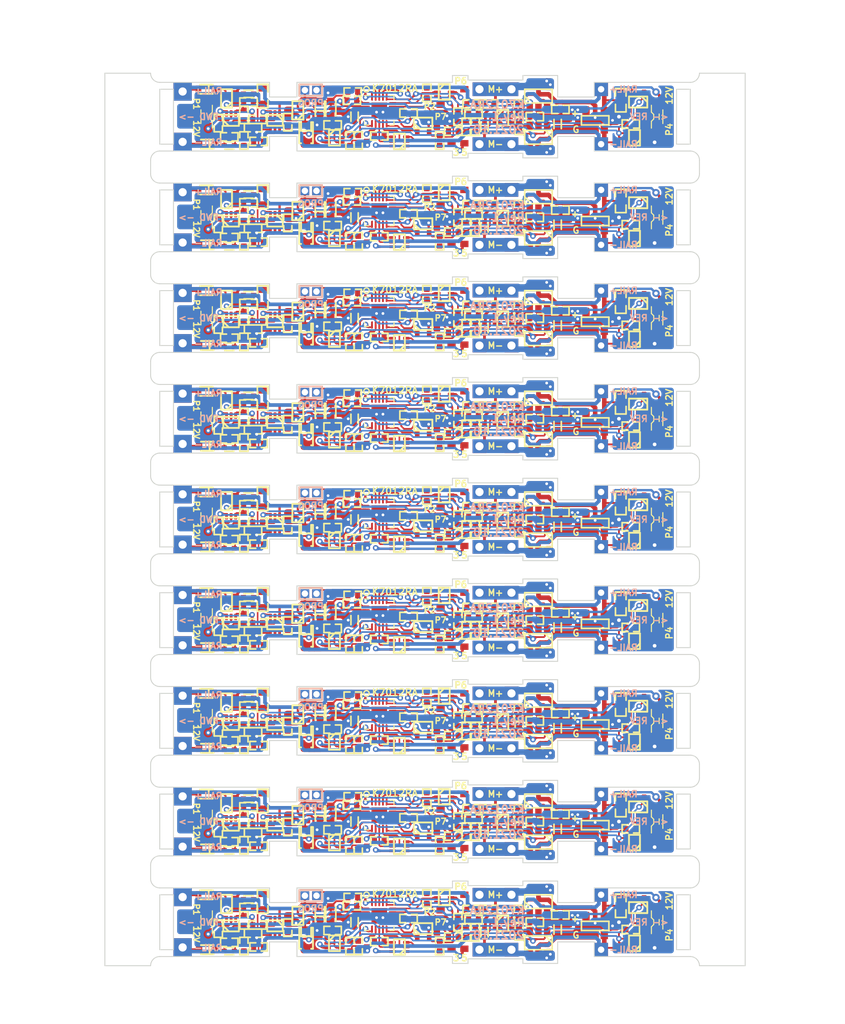
<source format=kicad_pcb>
(kicad_pcb (version 20171130) (host pcbnew "(5.1.9)-1")
  (layers (0 F.Cu signal) (31 B.Cu signal) (34 B.Paste user) (35 F.Paste user) (36 B.SilkS user) (37 F.SilkS user) (38 B.Mask user) (39 F.Mask user) (44 Edge.Cuts user))
  (net 0 "")
  (net 1 MOTOR+)
  (net 2 MOTOR-)
  (net 3 RAIL+)
  (net 4 RAIL-)
  (net 5 +12V)
  (net 6 GND)
  (net 7 +5V)
  (net 8 "Net-(D3-Pad1)")
  (net 9 "Net-(D11-Pad1)")
  (net 10 "Net-(D12-Pad1)")
  (net 11 "Net-(J12-Pad1)")
  (net 12 "Net-(J14-Pad1)")
  (net 13 "Net-(J16-Pad1)")
  (net 14 "Net-(J18-Pad1)")
  (net 15 UPDI)
  (net 16 REV)
  (net 17 "Net-(Q2-Pad3)")
  (net 18 FWD)
  (net 19 "Net-(Q3-Pad2)")
  (net 20 "Net-(Q3-Pad1)")
  (net 21 "Net-(Q6-Pad3)")
  (net 22 "Net-(Q11-Pad2)")
  (net 23 "Net-(Q13-Pad1)")
  (net 24 "Net-(Q13-Pad4)")
  (net 25 "Net-(Q14-Pad4)")
  (net 26 "Net-(Q14-Pad1)")
  (net 27 "Net-(Q21-Pad3)")
  (net 28 ABC+)
  (net 29 ABC-)
  (net 30 "Net-(R1-Pad2)")
  (net 31 PWM)
  (net 32 BEMF)
  (net 33 TXD)
  (net 34 Func1)
  (net 35 Func2)
  (net 36 Func3)
  (net 37 Func4)
  (net 38 Func5)
  (net 39 Func6)
  (net 40 "Net-(Q3-Pad4)")
  (net 41 "Net-(Q6-Pad2)")
  (net 42 "Net-(Q6-Pad5)")
  (net 43 "Net-(Q8-Pad2)")
  (net 44 "Net-(Q21-Pad6)")
  (net 45 "Net-(Q21-Pad5)")
  (net 46 "Net-(Q21-Pad2)")
  (net 47 "Net-(Q22-Pad2)")
  (net 48 "Net-(Q22-Pad5)")
  (net 49 VRAIL+)
  (net 50 VRAIL-)
  (net 51 "Net-(R18-Pad1)")
  (net 52 "Net-(R10-Pad1)")
  (net 53 DIR_JP)
  (net 54 Func7)
  (net 55 "Net-(J19-Pad1)")
  (net 56 "Net-(Q1-Pad3)")
  (net 57 "Net-(Q12-Pad2)")
  (module footprint:HOLE_MASK_LOCK (layer F.Cu) (at 179 141.5)
    (fp_text reference REF** hide)
    (fp_text value HOLE_MASK_LOCK hide)
    (pad "" np_thru_hole circle (at 0 0) (size 2 2) (drill 2) (layers *.Cu *.Paste *.Mask))
  )
  (module footprint:HOLE_MASK_LOCK (layer F.Cu) (at 179 130.5)
    (fp_text reference REF** hide)
    (fp_text value HOLE_MASK_LOCK hide)
    (pad "" np_thru_hole circle (at 0 0) (size 2 2) (drill 2) (layers *.Cu *.Paste *.Mask))
  )
  (module footprint:HOLE_MASK_LOCK (layer F.Cu) (at 179 119.5)
    (fp_text reference REF** hide)
    (fp_text value HOLE_MASK_LOCK hide)
    (pad "" np_thru_hole circle (at 0 0) (size 2 2) (drill 2) (layers *.Cu *.Paste *.Mask))
  )
  (module footprint:HOLE_MASK_LOCK (layer F.Cu) (at 179 108.5)
    (fp_text reference REF** hide)
    (fp_text value HOLE_MASK_LOCK hide)
    (pad "" np_thru_hole circle (at 0 0) (size 2 2) (drill 2) (layers *.Cu *.Paste *.Mask))
  )
  (module footprint:HOLE_MASK_LOCK (layer F.Cu) (at 179 97.5)
    (fp_text reference REF** hide)
    (fp_text value HOLE_MASK_LOCK hide)
    (pad "" np_thru_hole circle (at 0 0) (size 2 2) (drill 2) (layers *.Cu *.Paste *.Mask))
  )
  (module footprint:HOLE_MASK_LOCK (layer F.Cu) (at 179 86.5)
    (fp_text reference REF** hide)
    (fp_text value HOLE_MASK_LOCK hide)
    (pad "" np_thru_hole circle (at 0 0) (size 2 2) (drill 2) (layers *.Cu *.Paste *.Mask))
  )
  (module footprint:HOLE_MASK_LOCK (layer F.Cu) (at 179 75.5)
    (fp_text reference REF** hide)
    (fp_text value HOLE_MASK_LOCK hide)
    (pad "" np_thru_hole circle (at 0 0) (size 2 2) (drill 2) (layers *.Cu *.Paste *.Mask))
  )
  (module footprint:HOLE_MASK_LOCK (layer F.Cu) (at 179 64.5)
    (fp_text reference REF** hide)
    (fp_text value HOLE_MASK_LOCK hide)
    (pad "" np_thru_hole circle (at 0 0) (size 2 2) (drill 2) (layers *.Cu *.Paste *.Mask))
  )
  (module footprint:HOLE_MASK_LOCK (layer F.Cu) (at 116 141.5)
    (fp_text reference REF** hide)
    (fp_text value HOLE_MASK_LOCK hide)
    (pad "" np_thru_hole circle (at 0 0) (size 2 2) (drill 2) (layers *.Cu *.Paste *.Mask))
  )
  (module footprint:HOLE_MASK_LOCK (layer F.Cu) (at 116 130.5)
    (fp_text reference REF** hide)
    (fp_text value HOLE_MASK_LOCK hide)
    (pad "" np_thru_hole circle (at 0 0) (size 2 2) (drill 2) (layers *.Cu *.Paste *.Mask))
  )
  (module footprint:HOLE_MASK_LOCK (layer F.Cu) (at 116 119.5)
    (fp_text reference REF** hide)
    (fp_text value HOLE_MASK_LOCK hide)
    (pad "" np_thru_hole circle (at 0 0) (size 2 2) (drill 2) (layers *.Cu *.Paste *.Mask))
  )
  (module footprint:HOLE_MASK_LOCK (layer F.Cu) (at 116 108.5)
    (fp_text reference REF** hide)
    (fp_text value HOLE_MASK_LOCK hide)
    (pad "" np_thru_hole circle (at 0 0) (size 2 2) (drill 2) (layers *.Cu *.Paste *.Mask))
  )
  (module footprint:HOLE_MASK_LOCK (layer F.Cu) (at 116 97.5)
    (fp_text reference REF** hide)
    (fp_text value HOLE_MASK_LOCK hide)
    (pad "" np_thru_hole circle (at 0 0) (size 2 2) (drill 2) (layers *.Cu *.Paste *.Mask))
  )
  (module footprint:HOLE_MASK_LOCK (layer F.Cu) (at 116 86.5)
    (fp_text reference REF** hide)
    (fp_text value HOLE_MASK_LOCK hide)
    (pad "" np_thru_hole circle (at 0 0) (size 2 2) (drill 2) (layers *.Cu *.Paste *.Mask))
  )
  (module footprint:HOLE_MASK_LOCK (layer F.Cu) (at 116 75.5)
    (fp_text reference REF** hide)
    (fp_text value HOLE_MASK_LOCK hide)
    (pad "" np_thru_hole circle (at 0 0) (size 2 2) (drill 2) (layers *.Cu *.Paste *.Mask))
  )
  (module footprint:HOLE_MASK_LOCK (layer F.Cu) (at 116 64.5)
    (fp_text reference REF** hide)
    (fp_text value HOLE_MASK_LOCK hide)
    (pad "" np_thru_hole circle (at 0 0) (size 2 2) (drill 2) (layers *.Cu *.Paste *.Mask))
  )
  (module footprint:HOLE_MASK_LOCK (layer F.Cu) (at 116 53.5)
    (fp_text reference REF** hide)
    (fp_text value HOLE_MASK_LOCK hide)
    (pad "" np_thru_hole circle (at 0 0) (size 2 2) (drill 2) (layers *.Cu *.Paste *.Mask))
  )
  (module footprint:HOLE_MASK_LOCK (layer F.Cu) (at 179 53.5)
    (fp_text reference REF** hide)
    (fp_text value HOLE_MASK_LOCK hide)
    (pad "" np_thru_hole circle (at 0 0) (size 2 2) (drill 2) (layers *.Cu *.Paste *.Mask))
  )
  (module footprint:KATO_MOTORPAD_3066 (layer F.Cu) (at 155.2 138.5)
    (fp_text reference P5 hide)
    (fp_text value PAD hide)
    (pad 1 smd rect (at 0 0) (size 2 1.5) (layers B.Cu B.Paste B.Mask) (net 1 MOTOR+))
    (pad 1 thru_hole rect (at 1.75 0) (size 1.5 1.5) (drill 0.9) (layers *.Cu *.Mask) (net 1 MOTOR+))
    (pad 1 thru_hole rect (at -1.75 0) (size 1.5 1.5) (drill 0.9) (layers *.Cu *.Mask) (net 1 MOTOR+))
  )
  (module footprint:KATO_MOTORPAD_3066 (layer F.Cu) (at 155.2 127.5)
    (fp_text reference P5 hide)
    (fp_text value PAD hide)
    (pad 1 smd rect (at 0 0) (size 2 1.5) (layers B.Cu B.Paste B.Mask) (net 1 MOTOR+))
    (pad 1 thru_hole rect (at 1.75 0) (size 1.5 1.5) (drill 0.9) (layers *.Cu *.Mask) (net 1 MOTOR+))
    (pad 1 thru_hole rect (at -1.75 0) (size 1.5 1.5) (drill 0.9) (layers *.Cu *.Mask) (net 1 MOTOR+))
  )
  (module footprint:KATO_MOTORPAD_3066 (layer F.Cu) (at 155.2 116.5)
    (fp_text reference P5 hide)
    (fp_text value PAD hide)
    (pad 1 smd rect (at 0 0) (size 2 1.5) (layers B.Cu B.Paste B.Mask) (net 1 MOTOR+))
    (pad 1 thru_hole rect (at 1.75 0) (size 1.5 1.5) (drill 0.9) (layers *.Cu *.Mask) (net 1 MOTOR+))
    (pad 1 thru_hole rect (at -1.75 0) (size 1.5 1.5) (drill 0.9) (layers *.Cu *.Mask) (net 1 MOTOR+))
  )
  (module footprint:KATO_MOTORPAD_3066 (layer F.Cu) (at 155.2 105.5)
    (fp_text reference P5 hide)
    (fp_text value PAD hide)
    (pad 1 smd rect (at 0 0) (size 2 1.5) (layers B.Cu B.Paste B.Mask) (net 1 MOTOR+))
    (pad 1 thru_hole rect (at 1.75 0) (size 1.5 1.5) (drill 0.9) (layers *.Cu *.Mask) (net 1 MOTOR+))
    (pad 1 thru_hole rect (at -1.75 0) (size 1.5 1.5) (drill 0.9) (layers *.Cu *.Mask) (net 1 MOTOR+))
  )
  (module footprint:KATO_MOTORPAD_3066 (layer F.Cu) (at 155.2 94.5)
    (fp_text reference P5 hide)
    (fp_text value PAD hide)
    (pad 1 smd rect (at 0 0) (size 2 1.5) (layers B.Cu B.Paste B.Mask) (net 1 MOTOR+))
    (pad 1 thru_hole rect (at 1.75 0) (size 1.5 1.5) (drill 0.9) (layers *.Cu *.Mask) (net 1 MOTOR+))
    (pad 1 thru_hole rect (at -1.75 0) (size 1.5 1.5) (drill 0.9) (layers *.Cu *.Mask) (net 1 MOTOR+))
  )
  (module footprint:KATO_MOTORPAD_3066 (layer F.Cu) (at 155.2 83.5)
    (fp_text reference P5 hide)
    (fp_text value PAD hide)
    (pad 1 smd rect (at 0 0) (size 2 1.5) (layers B.Cu B.Paste B.Mask) (net 1 MOTOR+))
    (pad 1 thru_hole rect (at 1.75 0) (size 1.5 1.5) (drill 0.9) (layers *.Cu *.Mask) (net 1 MOTOR+))
    (pad 1 thru_hole rect (at -1.75 0) (size 1.5 1.5) (drill 0.9) (layers *.Cu *.Mask) (net 1 MOTOR+))
  )
  (module footprint:KATO_MOTORPAD_3066 (layer F.Cu) (at 155.2 72.5)
    (fp_text reference P5 hide)
    (fp_text value PAD hide)
    (pad 1 smd rect (at 0 0) (size 2 1.5) (layers B.Cu B.Paste B.Mask) (net 1 MOTOR+))
    (pad 1 thru_hole rect (at 1.75 0) (size 1.5 1.5) (drill 0.9) (layers *.Cu *.Mask) (net 1 MOTOR+))
    (pad 1 thru_hole rect (at -1.75 0) (size 1.5 1.5) (drill 0.9) (layers *.Cu *.Mask) (net 1 MOTOR+))
  )
  (module footprint:KATO_MOTORPAD_3066 (layer F.Cu) (at 155.2 61.5)
    (fp_text reference P5 hide)
    (fp_text value PAD hide)
    (pad 1 smd rect (at 0 0) (size 2 1.5) (layers B.Cu B.Paste B.Mask) (net 1 MOTOR+))
    (pad 1 thru_hole rect (at 1.75 0) (size 1.5 1.5) (drill 0.9) (layers *.Cu *.Mask) (net 1 MOTOR+))
    (pad 1 thru_hole rect (at -1.75 0) (size 1.5 1.5) (drill 0.9) (layers *.Cu *.Mask) (net 1 MOTOR+))
  )
  (module footprint:EMD2 (layer F.Cu) (at 123.7 144.5)
    (fp_text reference D22 hide)
    (fp_text value BAT43XV2 hide)
    (pad 2 smd rect (at -0.9 0) (size 0.7 0.8) (layers F.Cu F.Paste F.Mask) (net 4 RAIL-))
    (pad 1 smd rect (at 0.9 0) (size 0.7 0.8) (layers F.Cu F.Paste F.Mask) (net 50 VRAIL-))
  )
  (module footprint:EMD2 (layer F.Cu) (at 123.7 133.5)
    (fp_text reference D22 hide)
    (fp_text value BAT43XV2 hide)
    (pad 2 smd rect (at -0.9 0) (size 0.7 0.8) (layers F.Cu F.Paste F.Mask) (net 4 RAIL-))
    (pad 1 smd rect (at 0.9 0) (size 0.7 0.8) (layers F.Cu F.Paste F.Mask) (net 50 VRAIL-))
  )
  (module footprint:EMD2 (layer F.Cu) (at 123.7 122.5)
    (fp_text reference D22 hide)
    (fp_text value BAT43XV2 hide)
    (pad 2 smd rect (at -0.9 0) (size 0.7 0.8) (layers F.Cu F.Paste F.Mask) (net 4 RAIL-))
    (pad 1 smd rect (at 0.9 0) (size 0.7 0.8) (layers F.Cu F.Paste F.Mask) (net 50 VRAIL-))
  )
  (module footprint:EMD2 (layer F.Cu) (at 123.7 111.5)
    (fp_text reference D22 hide)
    (fp_text value BAT43XV2 hide)
    (pad 2 smd rect (at -0.9 0) (size 0.7 0.8) (layers F.Cu F.Paste F.Mask) (net 4 RAIL-))
    (pad 1 smd rect (at 0.9 0) (size 0.7 0.8) (layers F.Cu F.Paste F.Mask) (net 50 VRAIL-))
  )
  (module footprint:EMD2 (layer F.Cu) (at 123.7 100.5)
    (fp_text reference D22 hide)
    (fp_text value BAT43XV2 hide)
    (pad 2 smd rect (at -0.9 0) (size 0.7 0.8) (layers F.Cu F.Paste F.Mask) (net 4 RAIL-))
    (pad 1 smd rect (at 0.9 0) (size 0.7 0.8) (layers F.Cu F.Paste F.Mask) (net 50 VRAIL-))
  )
  (module footprint:EMD2 (layer F.Cu) (at 123.7 89.5)
    (fp_text reference D22 hide)
    (fp_text value BAT43XV2 hide)
    (pad 2 smd rect (at -0.9 0) (size 0.7 0.8) (layers F.Cu F.Paste F.Mask) (net 4 RAIL-))
    (pad 1 smd rect (at 0.9 0) (size 0.7 0.8) (layers F.Cu F.Paste F.Mask) (net 50 VRAIL-))
  )
  (module footprint:EMD2 (layer F.Cu) (at 123.7 78.5)
    (fp_text reference D22 hide)
    (fp_text value BAT43XV2 hide)
    (pad 2 smd rect (at -0.9 0) (size 0.7 0.8) (layers F.Cu F.Paste F.Mask) (net 4 RAIL-))
    (pad 1 smd rect (at 0.9 0) (size 0.7 0.8) (layers F.Cu F.Paste F.Mask) (net 50 VRAIL-))
  )
  (module footprint:EMD2 (layer F.Cu) (at 123.7 67.5)
    (fp_text reference D22 hide)
    (fp_text value BAT43XV2 hide)
    (pad 2 smd rect (at -0.9 0) (size 0.7 0.8) (layers F.Cu F.Paste F.Mask) (net 4 RAIL-))
    (pad 1 smd rect (at 0.9 0) (size 0.7 0.8) (layers F.Cu F.Paste F.Mask) (net 50 VRAIL-))
  )
  (module footprint:SOT-143 (layer F.Cu) (at 166.1 141.9)
    (fp_text reference D1 hide)
    (fp_text value BAS3007 hide)
    (pad 4 smd rect (at -1 -1) (size 0.8 0.9) (layers F.Cu F.Paste F.Mask) (net 5 +12V))
    (pad 3 smd rect (at 1 -1) (size 0.8 0.9) (layers F.Cu F.Paste F.Mask) (net 3 RAIL+))
    (pad 2 smd rect (at 1 1) (size 0.8 0.9) (layers F.Cu F.Paste F.Mask) (net 4 RAIL-))
    (pad 1 smd rect (at -0.8 1) (size 1.2 0.9) (layers F.Cu F.Paste F.Mask) (net 6 GND))
  )
  (module footprint:SOT-143 (layer F.Cu) (at 166.1 130.9)
    (fp_text reference D1 hide)
    (fp_text value BAS3007 hide)
    (pad 4 smd rect (at -1 -1) (size 0.8 0.9) (layers F.Cu F.Paste F.Mask) (net 5 +12V))
    (pad 3 smd rect (at 1 -1) (size 0.8 0.9) (layers F.Cu F.Paste F.Mask) (net 3 RAIL+))
    (pad 2 smd rect (at 1 1) (size 0.8 0.9) (layers F.Cu F.Paste F.Mask) (net 4 RAIL-))
    (pad 1 smd rect (at -0.8 1) (size 1.2 0.9) (layers F.Cu F.Paste F.Mask) (net 6 GND))
  )
  (module footprint:SOT-143 (layer F.Cu) (at 166.1 119.9)
    (fp_text reference D1 hide)
    (fp_text value BAS3007 hide)
    (pad 4 smd rect (at -1 -1) (size 0.8 0.9) (layers F.Cu F.Paste F.Mask) (net 5 +12V))
    (pad 3 smd rect (at 1 -1) (size 0.8 0.9) (layers F.Cu F.Paste F.Mask) (net 3 RAIL+))
    (pad 2 smd rect (at 1 1) (size 0.8 0.9) (layers F.Cu F.Paste F.Mask) (net 4 RAIL-))
    (pad 1 smd rect (at -0.8 1) (size 1.2 0.9) (layers F.Cu F.Paste F.Mask) (net 6 GND))
  )
  (module footprint:SOT-143 (layer F.Cu) (at 166.1 108.9)
    (fp_text reference D1 hide)
    (fp_text value BAS3007 hide)
    (pad 4 smd rect (at -1 -1) (size 0.8 0.9) (layers F.Cu F.Paste F.Mask) (net 5 +12V))
    (pad 3 smd rect (at 1 -1) (size 0.8 0.9) (layers F.Cu F.Paste F.Mask) (net 3 RAIL+))
    (pad 2 smd rect (at 1 1) (size 0.8 0.9) (layers F.Cu F.Paste F.Mask) (net 4 RAIL-))
    (pad 1 smd rect (at -0.8 1) (size 1.2 0.9) (layers F.Cu F.Paste F.Mask) (net 6 GND))
  )
  (module footprint:SOT-143 (layer F.Cu) (at 166.1 97.9)
    (fp_text reference D1 hide)
    (fp_text value BAS3007 hide)
    (pad 4 smd rect (at -1 -1) (size 0.8 0.9) (layers F.Cu F.Paste F.Mask) (net 5 +12V))
    (pad 3 smd rect (at 1 -1) (size 0.8 0.9) (layers F.Cu F.Paste F.Mask) (net 3 RAIL+))
    (pad 2 smd rect (at 1 1) (size 0.8 0.9) (layers F.Cu F.Paste F.Mask) (net 4 RAIL-))
    (pad 1 smd rect (at -0.8 1) (size 1.2 0.9) (layers F.Cu F.Paste F.Mask) (net 6 GND))
  )
  (module footprint:SOT-143 (layer F.Cu) (at 166.1 86.9)
    (fp_text reference D1 hide)
    (fp_text value BAS3007 hide)
    (pad 4 smd rect (at -1 -1) (size 0.8 0.9) (layers F.Cu F.Paste F.Mask) (net 5 +12V))
    (pad 3 smd rect (at 1 -1) (size 0.8 0.9) (layers F.Cu F.Paste F.Mask) (net 3 RAIL+))
    (pad 2 smd rect (at 1 1) (size 0.8 0.9) (layers F.Cu F.Paste F.Mask) (net 4 RAIL-))
    (pad 1 smd rect (at -0.8 1) (size 1.2 0.9) (layers F.Cu F.Paste F.Mask) (net 6 GND))
  )
  (module footprint:SOT-143 (layer F.Cu) (at 166.1 75.9)
    (fp_text reference D1 hide)
    (fp_text value BAS3007 hide)
    (pad 4 smd rect (at -1 -1) (size 0.8 0.9) (layers F.Cu F.Paste F.Mask) (net 5 +12V))
    (pad 3 smd rect (at 1 -1) (size 0.8 0.9) (layers F.Cu F.Paste F.Mask) (net 3 RAIL+))
    (pad 2 smd rect (at 1 1) (size 0.8 0.9) (layers F.Cu F.Paste F.Mask) (net 4 RAIL-))
    (pad 1 smd rect (at -0.8 1) (size 1.2 0.9) (layers F.Cu F.Paste F.Mask) (net 6 GND))
  )
  (module footprint:SOT-143 (layer F.Cu) (at 166.1 64.9)
    (fp_text reference D1 hide)
    (fp_text value BAS3007 hide)
    (pad 4 smd rect (at -1 -1) (size 0.8 0.9) (layers F.Cu F.Paste F.Mask) (net 5 +12V))
    (pad 3 smd rect (at 1 -1) (size 0.8 0.9) (layers F.Cu F.Paste F.Mask) (net 3 RAIL+))
    (pad 2 smd rect (at 1 1) (size 0.8 0.9) (layers F.Cu F.Paste F.Mask) (net 4 RAIL-))
    (pad 1 smd rect (at -0.8 1) (size 1.2 0.9) (layers F.Cu F.Paste F.Mask) (net 6 GND))
  )
  (module footprint:SOT-666-nomark (layer F.Cu) (at 170.4 143.8 180)
    (fp_text reference Q8 hide)
    (fp_text value PMBT3904VS hide)
    (pad 6 smd rect (at 0.75 -0.5 90) (size 0.3 0.7) (layers F.Cu F.Paste F.Mask) (net 4 RAIL-))
    (pad 5 smd rect (at 0.75 0 90) (size 0.3 0.7) (layers F.Cu F.Paste F.Mask) (net 21 "Net-(Q6-Pad3)"))
    (pad 4 smd rect (at 0.75 0.5 90) (size 0.3 0.7) (layers F.Cu F.Paste F.Mask) (net 21 "Net-(Q6-Pad3)"))
    (pad 3 smd rect (at -0.75 0.5 90) (size 0.3 0.7) (layers F.Cu F.Paste F.Mask) (net 3 RAIL+))
    (pad 2 smd rect (at -0.75 0 90) (size 0.3 0.7) (layers F.Cu F.Paste F.Mask) (net 43 "Net-(Q8-Pad2)"))
    (pad 1 smd rect (at -0.75 -0.5 90) (size 0.3 0.7) (layers F.Cu F.Paste F.Mask) (net 6 GND))
  )
  (module footprint:SOT-666-nomark (layer F.Cu) (at 170.4 132.8 180)
    (fp_text reference Q8 hide)
    (fp_text value PMBT3904VS hide)
    (pad 6 smd rect (at 0.75 -0.5 90) (size 0.3 0.7) (layers F.Cu F.Paste F.Mask) (net 4 RAIL-))
    (pad 5 smd rect (at 0.75 0 90) (size 0.3 0.7) (layers F.Cu F.Paste F.Mask) (net 21 "Net-(Q6-Pad3)"))
    (pad 4 smd rect (at 0.75 0.5 90) (size 0.3 0.7) (layers F.Cu F.Paste F.Mask) (net 21 "Net-(Q6-Pad3)"))
    (pad 3 smd rect (at -0.75 0.5 90) (size 0.3 0.7) (layers F.Cu F.Paste F.Mask) (net 3 RAIL+))
    (pad 2 smd rect (at -0.75 0 90) (size 0.3 0.7) (layers F.Cu F.Paste F.Mask) (net 43 "Net-(Q8-Pad2)"))
    (pad 1 smd rect (at -0.75 -0.5 90) (size 0.3 0.7) (layers F.Cu F.Paste F.Mask) (net 6 GND))
  )
  (module footprint:SOT-666-nomark (layer F.Cu) (at 170.4 121.8 180)
    (fp_text reference Q8 hide)
    (fp_text value PMBT3904VS hide)
    (pad 6 smd rect (at 0.75 -0.5 90) (size 0.3 0.7) (layers F.Cu F.Paste F.Mask) (net 4 RAIL-))
    (pad 5 smd rect (at 0.75 0 90) (size 0.3 0.7) (layers F.Cu F.Paste F.Mask) (net 21 "Net-(Q6-Pad3)"))
    (pad 4 smd rect (at 0.75 0.5 90) (size 0.3 0.7) (layers F.Cu F.Paste F.Mask) (net 21 "Net-(Q6-Pad3)"))
    (pad 3 smd rect (at -0.75 0.5 90) (size 0.3 0.7) (layers F.Cu F.Paste F.Mask) (net 3 RAIL+))
    (pad 2 smd rect (at -0.75 0 90) (size 0.3 0.7) (layers F.Cu F.Paste F.Mask) (net 43 "Net-(Q8-Pad2)"))
    (pad 1 smd rect (at -0.75 -0.5 90) (size 0.3 0.7) (layers F.Cu F.Paste F.Mask) (net 6 GND))
  )
  (module footprint:SOT-666-nomark (layer F.Cu) (at 170.4 110.8 180)
    (fp_text reference Q8 hide)
    (fp_text value PMBT3904VS hide)
    (pad 6 smd rect (at 0.75 -0.5 90) (size 0.3 0.7) (layers F.Cu F.Paste F.Mask) (net 4 RAIL-))
    (pad 5 smd rect (at 0.75 0 90) (size 0.3 0.7) (layers F.Cu F.Paste F.Mask) (net 21 "Net-(Q6-Pad3)"))
    (pad 4 smd rect (at 0.75 0.5 90) (size 0.3 0.7) (layers F.Cu F.Paste F.Mask) (net 21 "Net-(Q6-Pad3)"))
    (pad 3 smd rect (at -0.75 0.5 90) (size 0.3 0.7) (layers F.Cu F.Paste F.Mask) (net 3 RAIL+))
    (pad 2 smd rect (at -0.75 0 90) (size 0.3 0.7) (layers F.Cu F.Paste F.Mask) (net 43 "Net-(Q8-Pad2)"))
    (pad 1 smd rect (at -0.75 -0.5 90) (size 0.3 0.7) (layers F.Cu F.Paste F.Mask) (net 6 GND))
  )
  (module footprint:SOT-666-nomark (layer F.Cu) (at 170.4 99.8 180)
    (fp_text reference Q8 hide)
    (fp_text value PMBT3904VS hide)
    (pad 6 smd rect (at 0.75 -0.5 90) (size 0.3 0.7) (layers F.Cu F.Paste F.Mask) (net 4 RAIL-))
    (pad 5 smd rect (at 0.75 0 90) (size 0.3 0.7) (layers F.Cu F.Paste F.Mask) (net 21 "Net-(Q6-Pad3)"))
    (pad 4 smd rect (at 0.75 0.5 90) (size 0.3 0.7) (layers F.Cu F.Paste F.Mask) (net 21 "Net-(Q6-Pad3)"))
    (pad 3 smd rect (at -0.75 0.5 90) (size 0.3 0.7) (layers F.Cu F.Paste F.Mask) (net 3 RAIL+))
    (pad 2 smd rect (at -0.75 0 90) (size 0.3 0.7) (layers F.Cu F.Paste F.Mask) (net 43 "Net-(Q8-Pad2)"))
    (pad 1 smd rect (at -0.75 -0.5 90) (size 0.3 0.7) (layers F.Cu F.Paste F.Mask) (net 6 GND))
  )
  (module footprint:SOT-666-nomark (layer F.Cu) (at 170.4 88.8 180)
    (fp_text reference Q8 hide)
    (fp_text value PMBT3904VS hide)
    (pad 6 smd rect (at 0.75 -0.5 90) (size 0.3 0.7) (layers F.Cu F.Paste F.Mask) (net 4 RAIL-))
    (pad 5 smd rect (at 0.75 0 90) (size 0.3 0.7) (layers F.Cu F.Paste F.Mask) (net 21 "Net-(Q6-Pad3)"))
    (pad 4 smd rect (at 0.75 0.5 90) (size 0.3 0.7) (layers F.Cu F.Paste F.Mask) (net 21 "Net-(Q6-Pad3)"))
    (pad 3 smd rect (at -0.75 0.5 90) (size 0.3 0.7) (layers F.Cu F.Paste F.Mask) (net 3 RAIL+))
    (pad 2 smd rect (at -0.75 0 90) (size 0.3 0.7) (layers F.Cu F.Paste F.Mask) (net 43 "Net-(Q8-Pad2)"))
    (pad 1 smd rect (at -0.75 -0.5 90) (size 0.3 0.7) (layers F.Cu F.Paste F.Mask) (net 6 GND))
  )
  (module footprint:SOT-666-nomark (layer F.Cu) (at 170.4 77.8 180)
    (fp_text reference Q8 hide)
    (fp_text value PMBT3904VS hide)
    (pad 6 smd rect (at 0.75 -0.5 90) (size 0.3 0.7) (layers F.Cu F.Paste F.Mask) (net 4 RAIL-))
    (pad 5 smd rect (at 0.75 0 90) (size 0.3 0.7) (layers F.Cu F.Paste F.Mask) (net 21 "Net-(Q6-Pad3)"))
    (pad 4 smd rect (at 0.75 0.5 90) (size 0.3 0.7) (layers F.Cu F.Paste F.Mask) (net 21 "Net-(Q6-Pad3)"))
    (pad 3 smd rect (at -0.75 0.5 90) (size 0.3 0.7) (layers F.Cu F.Paste F.Mask) (net 3 RAIL+))
    (pad 2 smd rect (at -0.75 0 90) (size 0.3 0.7) (layers F.Cu F.Paste F.Mask) (net 43 "Net-(Q8-Pad2)"))
    (pad 1 smd rect (at -0.75 -0.5 90) (size 0.3 0.7) (layers F.Cu F.Paste F.Mask) (net 6 GND))
  )
  (module footprint:SOT-666-nomark (layer F.Cu) (at 170.4 66.8 180)
    (fp_text reference Q8 hide)
    (fp_text value PMBT3904VS hide)
    (pad 6 smd rect (at 0.75 -0.5 90) (size 0.3 0.7) (layers F.Cu F.Paste F.Mask) (net 4 RAIL-))
    (pad 5 smd rect (at 0.75 0 90) (size 0.3 0.7) (layers F.Cu F.Paste F.Mask) (net 21 "Net-(Q6-Pad3)"))
    (pad 4 smd rect (at 0.75 0.5 90) (size 0.3 0.7) (layers F.Cu F.Paste F.Mask) (net 21 "Net-(Q6-Pad3)"))
    (pad 3 smd rect (at -0.75 0.5 90) (size 0.3 0.7) (layers F.Cu F.Paste F.Mask) (net 3 RAIL+))
    (pad 2 smd rect (at -0.75 0 90) (size 0.3 0.7) (layers F.Cu F.Paste F.Mask) (net 43 "Net-(Q8-Pad2)"))
    (pad 1 smd rect (at -0.75 -0.5 90) (size 0.3 0.7) (layers F.Cu F.Paste F.Mask) (net 6 GND))
  )
  (module footprint:UMD2 (layer F.Cu) (at 134.5 143.4 90)
    (fp_text reference D3 hide)
    (fp_text value UDZV5.6B hide)
    (pad 1 smd rect (at 1.05 0 90) (size 0.8 0.9) (layers F.Cu F.Paste F.Mask) (net 8 "Net-(D3-Pad1)"))
    (pad 2 smd rect (at -1.05 0 90) (size 0.8 0.9) (layers F.Cu F.Paste F.Mask) (net 6 GND))
  )
  (module footprint:UMD2 (layer F.Cu) (at 134.5 132.4 90)
    (fp_text reference D3 hide)
    (fp_text value UDZV5.6B hide)
    (pad 1 smd rect (at 1.05 0 90) (size 0.8 0.9) (layers F.Cu F.Paste F.Mask) (net 8 "Net-(D3-Pad1)"))
    (pad 2 smd rect (at -1.05 0 90) (size 0.8 0.9) (layers F.Cu F.Paste F.Mask) (net 6 GND))
  )
  (module footprint:UMD2 (layer F.Cu) (at 134.5 121.4 90)
    (fp_text reference D3 hide)
    (fp_text value UDZV5.6B hide)
    (pad 1 smd rect (at 1.05 0 90) (size 0.8 0.9) (layers F.Cu F.Paste F.Mask) (net 8 "Net-(D3-Pad1)"))
    (pad 2 smd rect (at -1.05 0 90) (size 0.8 0.9) (layers F.Cu F.Paste F.Mask) (net 6 GND))
  )
  (module footprint:UMD2 (layer F.Cu) (at 134.5 110.4 90)
    (fp_text reference D3 hide)
    (fp_text value UDZV5.6B hide)
    (pad 1 smd rect (at 1.05 0 90) (size 0.8 0.9) (layers F.Cu F.Paste F.Mask) (net 8 "Net-(D3-Pad1)"))
    (pad 2 smd rect (at -1.05 0 90) (size 0.8 0.9) (layers F.Cu F.Paste F.Mask) (net 6 GND))
  )
  (module footprint:UMD2 (layer F.Cu) (at 134.5 99.4 90)
    (fp_text reference D3 hide)
    (fp_text value UDZV5.6B hide)
    (pad 1 smd rect (at 1.05 0 90) (size 0.8 0.9) (layers F.Cu F.Paste F.Mask) (net 8 "Net-(D3-Pad1)"))
    (pad 2 smd rect (at -1.05 0 90) (size 0.8 0.9) (layers F.Cu F.Paste F.Mask) (net 6 GND))
  )
  (module footprint:UMD2 (layer F.Cu) (at 134.5 88.4 90)
    (fp_text reference D3 hide)
    (fp_text value UDZV5.6B hide)
    (pad 1 smd rect (at 1.05 0 90) (size 0.8 0.9) (layers F.Cu F.Paste F.Mask) (net 8 "Net-(D3-Pad1)"))
    (pad 2 smd rect (at -1.05 0 90) (size 0.8 0.9) (layers F.Cu F.Paste F.Mask) (net 6 GND))
  )
  (module footprint:UMD2 (layer F.Cu) (at 134.5 77.4 90)
    (fp_text reference D3 hide)
    (fp_text value UDZV5.6B hide)
    (pad 1 smd rect (at 1.05 0 90) (size 0.8 0.9) (layers F.Cu F.Paste F.Mask) (net 8 "Net-(D3-Pad1)"))
    (pad 2 smd rect (at -1.05 0 90) (size 0.8 0.9) (layers F.Cu F.Paste F.Mask) (net 6 GND))
  )
  (module footprint:UMD2 (layer F.Cu) (at 134.5 66.4 90)
    (fp_text reference D3 hide)
    (fp_text value UDZV5.6B hide)
    (pad 1 smd rect (at 1.05 0 90) (size 0.8 0.9) (layers F.Cu F.Paste F.Mask) (net 8 "Net-(D3-Pad1)"))
    (pad 2 smd rect (at -1.05 0 90) (size 0.8 0.9) (layers F.Cu F.Paste F.Mask) (net 6 GND))
  )
  (module footprint:PAD_1.5x1.5_Hole0.8 (layer F.Cu) (at 166.75 144.5)
    (fp_text reference P4 hide)
    (fp_text value PAD hide)
    (pad 1 thru_hole rect (at 0 0) (size 1.5 1.5) (drill 0.7) (layers *.Cu *.Mask) (net 4 RAIL-))
  )
  (module footprint:PAD_1.5x1.5_Hole0.8 (layer F.Cu) (at 166.75 133.5)
    (fp_text reference P4 hide)
    (fp_text value PAD hide)
    (pad 1 thru_hole rect (at 0 0) (size 1.5 1.5) (drill 0.7) (layers *.Cu *.Mask) (net 4 RAIL-))
  )
  (module footprint:PAD_1.5x1.5_Hole0.8 (layer F.Cu) (at 166.75 122.5)
    (fp_text reference P4 hide)
    (fp_text value PAD hide)
    (pad 1 thru_hole rect (at 0 0) (size 1.5 1.5) (drill 0.7) (layers *.Cu *.Mask) (net 4 RAIL-))
  )
  (module footprint:PAD_1.5x1.5_Hole0.8 (layer F.Cu) (at 166.75 111.5)
    (fp_text reference P4 hide)
    (fp_text value PAD hide)
    (pad 1 thru_hole rect (at 0 0) (size 1.5 1.5) (drill 0.7) (layers *.Cu *.Mask) (net 4 RAIL-))
  )
  (module footprint:PAD_1.5x1.5_Hole0.8 (layer F.Cu) (at 166.75 100.5)
    (fp_text reference P4 hide)
    (fp_text value PAD hide)
    (pad 1 thru_hole rect (at 0 0) (size 1.5 1.5) (drill 0.7) (layers *.Cu *.Mask) (net 4 RAIL-))
  )
  (module footprint:PAD_1.5x1.5_Hole0.8 (layer F.Cu) (at 166.75 89.5)
    (fp_text reference P4 hide)
    (fp_text value PAD hide)
    (pad 1 thru_hole rect (at 0 0) (size 1.5 1.5) (drill 0.7) (layers *.Cu *.Mask) (net 4 RAIL-))
  )
  (module footprint:PAD_1.5x1.5_Hole0.8 (layer F.Cu) (at 166.75 78.5)
    (fp_text reference P4 hide)
    (fp_text value PAD hide)
    (pad 1 thru_hole rect (at 0 0) (size 1.5 1.5) (drill 0.7) (layers *.Cu *.Mask) (net 4 RAIL-))
  )
  (module footprint:PAD_1.5x1.5_Hole0.8 (layer F.Cu) (at 166.75 67.5)
    (fp_text reference P4 hide)
    (fp_text value PAD hide)
    (pad 1 thru_hole rect (at 0 0) (size 1.5 1.5) (drill 0.7) (layers *.Cu *.Mask) (net 4 RAIL-))
  )
  (module footprint:R_1005 (layer F.Cu) (at 124.9 142.2 270)
    (fp_text reference R35 hide)
    (fp_text value 102 hide)
    (pad 2 smd rect (at 0.525 0 270) (size 0.55 0.6) (layers F.Cu F.Paste F.Mask) (net 50 VRAIL-))
    (pad 1 smd rect (at -0.525 0 270) (size 0.55 0.6) (layers F.Cu F.Paste F.Mask) (net 45 "Net-(Q21-Pad5)"))
  )
  (module footprint:R_1005 (layer F.Cu) (at 124.9 131.2 270)
    (fp_text reference R35 hide)
    (fp_text value 102 hide)
    (pad 2 smd rect (at 0.525 0 270) (size 0.55 0.6) (layers F.Cu F.Paste F.Mask) (net 50 VRAIL-))
    (pad 1 smd rect (at -0.525 0 270) (size 0.55 0.6) (layers F.Cu F.Paste F.Mask) (net 45 "Net-(Q21-Pad5)"))
  )
  (module footprint:R_1005 (layer F.Cu) (at 124.9 120.2 270)
    (fp_text reference R35 hide)
    (fp_text value 102 hide)
    (pad 2 smd rect (at 0.525 0 270) (size 0.55 0.6) (layers F.Cu F.Paste F.Mask) (net 50 VRAIL-))
    (pad 1 smd rect (at -0.525 0 270) (size 0.55 0.6) (layers F.Cu F.Paste F.Mask) (net 45 "Net-(Q21-Pad5)"))
  )
  (module footprint:R_1005 (layer F.Cu) (at 124.9 109.2 270)
    (fp_text reference R35 hide)
    (fp_text value 102 hide)
    (pad 2 smd rect (at 0.525 0 270) (size 0.55 0.6) (layers F.Cu F.Paste F.Mask) (net 50 VRAIL-))
    (pad 1 smd rect (at -0.525 0 270) (size 0.55 0.6) (layers F.Cu F.Paste F.Mask) (net 45 "Net-(Q21-Pad5)"))
  )
  (module footprint:R_1005 (layer F.Cu) (at 124.9 98.2 270)
    (fp_text reference R35 hide)
    (fp_text value 102 hide)
    (pad 2 smd rect (at 0.525 0 270) (size 0.55 0.6) (layers F.Cu F.Paste F.Mask) (net 50 VRAIL-))
    (pad 1 smd rect (at -0.525 0 270) (size 0.55 0.6) (layers F.Cu F.Paste F.Mask) (net 45 "Net-(Q21-Pad5)"))
  )
  (module footprint:R_1005 (layer F.Cu) (at 124.9 87.2 270)
    (fp_text reference R35 hide)
    (fp_text value 102 hide)
    (pad 2 smd rect (at 0.525 0 270) (size 0.55 0.6) (layers F.Cu F.Paste F.Mask) (net 50 VRAIL-))
    (pad 1 smd rect (at -0.525 0 270) (size 0.55 0.6) (layers F.Cu F.Paste F.Mask) (net 45 "Net-(Q21-Pad5)"))
  )
  (module footprint:R_1005 (layer F.Cu) (at 124.9 76.2 270)
    (fp_text reference R35 hide)
    (fp_text value 102 hide)
    (pad 2 smd rect (at 0.525 0 270) (size 0.55 0.6) (layers F.Cu F.Paste F.Mask) (net 50 VRAIL-))
    (pad 1 smd rect (at -0.525 0 270) (size 0.55 0.6) (layers F.Cu F.Paste F.Mask) (net 45 "Net-(Q21-Pad5)"))
  )
  (module footprint:R_1005 (layer F.Cu) (at 124.9 65.2 270)
    (fp_text reference R35 hide)
    (fp_text value 102 hide)
    (pad 2 smd rect (at 0.525 0 270) (size 0.55 0.6) (layers F.Cu F.Paste F.Mask) (net 50 VRAIL-))
    (pad 1 smd rect (at -0.525 0 270) (size 0.55 0.6) (layers F.Cu F.Paste F.Mask) (net 45 "Net-(Q21-Pad5)"))
  )
  (module footprint:R_1005 (layer F.Cu) (at 151.1 141.5 270)
    (fp_text reference R26 hide)
    (fp_text value 472 hide)
    (pad 2 smd rect (at 0.525 0 270) (size 0.55 0.6) (layers F.Cu F.Paste F.Mask) (net 6 GND))
    (pad 1 smd rect (at -0.525 0 270) (size 0.55 0.6) (layers F.Cu F.Paste F.Mask) (net 25 "Net-(Q14-Pad4)"))
  )
  (module footprint:R_1005 (layer F.Cu) (at 151.1 130.5 270)
    (fp_text reference R26 hide)
    (fp_text value 472 hide)
    (pad 2 smd rect (at 0.525 0 270) (size 0.55 0.6) (layers F.Cu F.Paste F.Mask) (net 6 GND))
    (pad 1 smd rect (at -0.525 0 270) (size 0.55 0.6) (layers F.Cu F.Paste F.Mask) (net 25 "Net-(Q14-Pad4)"))
  )
  (module footprint:R_1005 (layer F.Cu) (at 151.1 119.5 270)
    (fp_text reference R26 hide)
    (fp_text value 472 hide)
    (pad 2 smd rect (at 0.525 0 270) (size 0.55 0.6) (layers F.Cu F.Paste F.Mask) (net 6 GND))
    (pad 1 smd rect (at -0.525 0 270) (size 0.55 0.6) (layers F.Cu F.Paste F.Mask) (net 25 "Net-(Q14-Pad4)"))
  )
  (module footprint:R_1005 (layer F.Cu) (at 151.1 108.5 270)
    (fp_text reference R26 hide)
    (fp_text value 472 hide)
    (pad 2 smd rect (at 0.525 0 270) (size 0.55 0.6) (layers F.Cu F.Paste F.Mask) (net 6 GND))
    (pad 1 smd rect (at -0.525 0 270) (size 0.55 0.6) (layers F.Cu F.Paste F.Mask) (net 25 "Net-(Q14-Pad4)"))
  )
  (module footprint:R_1005 (layer F.Cu) (at 151.1 97.5 270)
    (fp_text reference R26 hide)
    (fp_text value 472 hide)
    (pad 2 smd rect (at 0.525 0 270) (size 0.55 0.6) (layers F.Cu F.Paste F.Mask) (net 6 GND))
    (pad 1 smd rect (at -0.525 0 270) (size 0.55 0.6) (layers F.Cu F.Paste F.Mask) (net 25 "Net-(Q14-Pad4)"))
  )
  (module footprint:R_1005 (layer F.Cu) (at 151.1 86.5 270)
    (fp_text reference R26 hide)
    (fp_text value 472 hide)
    (pad 2 smd rect (at 0.525 0 270) (size 0.55 0.6) (layers F.Cu F.Paste F.Mask) (net 6 GND))
    (pad 1 smd rect (at -0.525 0 270) (size 0.55 0.6) (layers F.Cu F.Paste F.Mask) (net 25 "Net-(Q14-Pad4)"))
  )
  (module footprint:R_1005 (layer F.Cu) (at 151.1 75.5 270)
    (fp_text reference R26 hide)
    (fp_text value 472 hide)
    (pad 2 smd rect (at 0.525 0 270) (size 0.55 0.6) (layers F.Cu F.Paste F.Mask) (net 6 GND))
    (pad 1 smd rect (at -0.525 0 270) (size 0.55 0.6) (layers F.Cu F.Paste F.Mask) (net 25 "Net-(Q14-Pad4)"))
  )
  (module footprint:R_1005 (layer F.Cu) (at 151.1 64.5 270)
    (fp_text reference R26 hide)
    (fp_text value 472 hide)
    (pad 2 smd rect (at 0.525 0 270) (size 0.55 0.6) (layers F.Cu F.Paste F.Mask) (net 6 GND))
    (pad 1 smd rect (at -0.525 0 270) (size 0.55 0.6) (layers F.Cu F.Paste F.Mask) (net 25 "Net-(Q14-Pad4)"))
  )
  (module footprint:R_1608_v2 (layer F.Cu) (at 129.75 139.25 270)
    (fp_text reference R21 hide)
    (fp_text value 151 hide)
    (pad 2 smd rect (at 0.825 0 270) (size 0.65 0.9) (layers F.Cu F.Paste F.Mask) (net 6 GND))
    (pad 1 smd rect (at -0.825 0 270) (size 0.65 0.9) (layers F.Cu F.Paste F.Mask) (net 57 "Net-(Q12-Pad2)"))
  )
  (module footprint:R_1608_v2 (layer F.Cu) (at 129.75 128.25 270)
    (fp_text reference R21 hide)
    (fp_text value 151 hide)
    (pad 2 smd rect (at 0.825 0 270) (size 0.65 0.9) (layers F.Cu F.Paste F.Mask) (net 6 GND))
    (pad 1 smd rect (at -0.825 0 270) (size 0.65 0.9) (layers F.Cu F.Paste F.Mask) (net 57 "Net-(Q12-Pad2)"))
  )
  (module footprint:R_1608_v2 (layer F.Cu) (at 129.75 117.25 270)
    (fp_text reference R21 hide)
    (fp_text value 151 hide)
    (pad 2 smd rect (at 0.825 0 270) (size 0.65 0.9) (layers F.Cu F.Paste F.Mask) (net 6 GND))
    (pad 1 smd rect (at -0.825 0 270) (size 0.65 0.9) (layers F.Cu F.Paste F.Mask) (net 57 "Net-(Q12-Pad2)"))
  )
  (module footprint:R_1608_v2 (layer F.Cu) (at 129.75 106.25 270)
    (fp_text reference R21 hide)
    (fp_text value 151 hide)
    (pad 2 smd rect (at 0.825 0 270) (size 0.65 0.9) (layers F.Cu F.Paste F.Mask) (net 6 GND))
    (pad 1 smd rect (at -0.825 0 270) (size 0.65 0.9) (layers F.Cu F.Paste F.Mask) (net 57 "Net-(Q12-Pad2)"))
  )
  (module footprint:R_1608_v2 (layer F.Cu) (at 129.75 95.25 270)
    (fp_text reference R21 hide)
    (fp_text value 151 hide)
    (pad 2 smd rect (at 0.825 0 270) (size 0.65 0.9) (layers F.Cu F.Paste F.Mask) (net 6 GND))
    (pad 1 smd rect (at -0.825 0 270) (size 0.65 0.9) (layers F.Cu F.Paste F.Mask) (net 57 "Net-(Q12-Pad2)"))
  )
  (module footprint:R_1608_v2 (layer F.Cu) (at 129.75 84.25 270)
    (fp_text reference R21 hide)
    (fp_text value 151 hide)
    (pad 2 smd rect (at 0.825 0 270) (size 0.65 0.9) (layers F.Cu F.Paste F.Mask) (net 6 GND))
    (pad 1 smd rect (at -0.825 0 270) (size 0.65 0.9) (layers F.Cu F.Paste F.Mask) (net 57 "Net-(Q12-Pad2)"))
  )
  (module footprint:R_1608_v2 (layer F.Cu) (at 129.75 73.25 270)
    (fp_text reference R21 hide)
    (fp_text value 151 hide)
    (pad 2 smd rect (at 0.825 0 270) (size 0.65 0.9) (layers F.Cu F.Paste F.Mask) (net 6 GND))
    (pad 1 smd rect (at -0.825 0 270) (size 0.65 0.9) (layers F.Cu F.Paste F.Mask) (net 57 "Net-(Q12-Pad2)"))
  )
  (module footprint:R_1608_v2 (layer F.Cu) (at 129.75 62.25 270)
    (fp_text reference R21 hide)
    (fp_text value 151 hide)
    (pad 2 smd rect (at 0.825 0 270) (size 0.65 0.9) (layers F.Cu F.Paste F.Mask) (net 6 GND))
    (pad 1 smd rect (at -0.825 0 270) (size 0.65 0.9) (layers F.Cu F.Paste F.Mask) (net 57 "Net-(Q12-Pad2)"))
  )
  (module footprint:PAD_2.0x2.0_Hole0.9 (layer F.Cu) (at 121 138.75 180)
    (fp_text reference P1 hide)
    (fp_text value PAD hide)
    (pad 1 thru_hole rect (at 0 0 180) (size 2 2) (drill 0.9) (layers *.Cu *.Mask) (net 3 RAIL+))
  )
  (module footprint:PAD_2.0x2.0_Hole0.9 (layer F.Cu) (at 121 127.75 180)
    (fp_text reference P1 hide)
    (fp_text value PAD hide)
    (pad 1 thru_hole rect (at 0 0 180) (size 2 2) (drill 0.9) (layers *.Cu *.Mask) (net 3 RAIL+))
  )
  (module footprint:PAD_2.0x2.0_Hole0.9 (layer F.Cu) (at 121 116.75 180)
    (fp_text reference P1 hide)
    (fp_text value PAD hide)
    (pad 1 thru_hole rect (at 0 0 180) (size 2 2) (drill 0.9) (layers *.Cu *.Mask) (net 3 RAIL+))
  )
  (module footprint:PAD_2.0x2.0_Hole0.9 (layer F.Cu) (at 121 105.75 180)
    (fp_text reference P1 hide)
    (fp_text value PAD hide)
    (pad 1 thru_hole rect (at 0 0 180) (size 2 2) (drill 0.9) (layers *.Cu *.Mask) (net 3 RAIL+))
  )
  (module footprint:PAD_2.0x2.0_Hole0.9 (layer F.Cu) (at 121 94.75 180)
    (fp_text reference P1 hide)
    (fp_text value PAD hide)
    (pad 1 thru_hole rect (at 0 0 180) (size 2 2) (drill 0.9) (layers *.Cu *.Mask) (net 3 RAIL+))
  )
  (module footprint:PAD_2.0x2.0_Hole0.9 (layer F.Cu) (at 121 83.75 180)
    (fp_text reference P1 hide)
    (fp_text value PAD hide)
    (pad 1 thru_hole rect (at 0 0 180) (size 2 2) (drill 0.9) (layers *.Cu *.Mask) (net 3 RAIL+))
  )
  (module footprint:PAD_2.0x2.0_Hole0.9 (layer F.Cu) (at 121 72.75 180)
    (fp_text reference P1 hide)
    (fp_text value PAD hide)
    (pad 1 thru_hole rect (at 0 0 180) (size 2 2) (drill 0.9) (layers *.Cu *.Mask) (net 3 RAIL+))
  )
  (module footprint:PAD_2.0x2.0_Hole0.9 (layer F.Cu) (at 121 61.75 180)
    (fp_text reference P1 hide)
    (fp_text value PAD hide)
    (pad 1 thru_hole rect (at 0 0 180) (size 2 2) (drill 0.9) (layers *.Cu *.Mask) (net 3 RAIL+))
  )
  (module footprint:SOT-666-nomark (layer F.Cu) (at 131.1 141.9 270)
    (fp_text reference Q22 hide)
    (fp_text value SSM6N7002BFE hide)
    (pad 6 smd rect (at 0.75 -0.5 180) (size 0.3 0.7) (layers F.Cu F.Paste F.Mask) (net 28 ABC+))
    (pad 5 smd rect (at 0.75 0 180) (size 0.3 0.7) (layers F.Cu F.Paste F.Mask) (net 48 "Net-(Q22-Pad5)"))
    (pad 4 smd rect (at 0.75 0.5 180) (size 0.3 0.7) (layers F.Cu F.Paste F.Mask) (net 6 GND))
    (pad 3 smd rect (at -0.75 0.5 180) (size 0.3 0.7) (layers F.Cu F.Paste F.Mask) (net 29 ABC-))
    (pad 2 smd rect (at -0.75 0 180) (size 0.3 0.7) (layers F.Cu F.Paste F.Mask) (net 47 "Net-(Q22-Pad2)"))
    (pad 1 smd rect (at -0.75 -0.5 180) (size 0.3 0.7) (layers F.Cu F.Paste F.Mask) (net 6 GND))
  )
  (module footprint:SOT-666-nomark (layer F.Cu) (at 131.1 130.9 270)
    (fp_text reference Q22 hide)
    (fp_text value SSM6N7002BFE hide)
    (pad 6 smd rect (at 0.75 -0.5 180) (size 0.3 0.7) (layers F.Cu F.Paste F.Mask) (net 28 ABC+))
    (pad 5 smd rect (at 0.75 0 180) (size 0.3 0.7) (layers F.Cu F.Paste F.Mask) (net 48 "Net-(Q22-Pad5)"))
    (pad 4 smd rect (at 0.75 0.5 180) (size 0.3 0.7) (layers F.Cu F.Paste F.Mask) (net 6 GND))
    (pad 3 smd rect (at -0.75 0.5 180) (size 0.3 0.7) (layers F.Cu F.Paste F.Mask) (net 29 ABC-))
    (pad 2 smd rect (at -0.75 0 180) (size 0.3 0.7) (layers F.Cu F.Paste F.Mask) (net 47 "Net-(Q22-Pad2)"))
    (pad 1 smd rect (at -0.75 -0.5 180) (size 0.3 0.7) (layers F.Cu F.Paste F.Mask) (net 6 GND))
  )
  (module footprint:SOT-666-nomark (layer F.Cu) (at 131.1 119.9 270)
    (fp_text reference Q22 hide)
    (fp_text value SSM6N7002BFE hide)
    (pad 6 smd rect (at 0.75 -0.5 180) (size 0.3 0.7) (layers F.Cu F.Paste F.Mask) (net 28 ABC+))
    (pad 5 smd rect (at 0.75 0 180) (size 0.3 0.7) (layers F.Cu F.Paste F.Mask) (net 48 "Net-(Q22-Pad5)"))
    (pad 4 smd rect (at 0.75 0.5 180) (size 0.3 0.7) (layers F.Cu F.Paste F.Mask) (net 6 GND))
    (pad 3 smd rect (at -0.75 0.5 180) (size 0.3 0.7) (layers F.Cu F.Paste F.Mask) (net 29 ABC-))
    (pad 2 smd rect (at -0.75 0 180) (size 0.3 0.7) (layers F.Cu F.Paste F.Mask) (net 47 "Net-(Q22-Pad2)"))
    (pad 1 smd rect (at -0.75 -0.5 180) (size 0.3 0.7) (layers F.Cu F.Paste F.Mask) (net 6 GND))
  )
  (module footprint:SOT-666-nomark (layer F.Cu) (at 131.1 108.9 270)
    (fp_text reference Q22 hide)
    (fp_text value SSM6N7002BFE hide)
    (pad 6 smd rect (at 0.75 -0.5 180) (size 0.3 0.7) (layers F.Cu F.Paste F.Mask) (net 28 ABC+))
    (pad 5 smd rect (at 0.75 0 180) (size 0.3 0.7) (layers F.Cu F.Paste F.Mask) (net 48 "Net-(Q22-Pad5)"))
    (pad 4 smd rect (at 0.75 0.5 180) (size 0.3 0.7) (layers F.Cu F.Paste F.Mask) (net 6 GND))
    (pad 3 smd rect (at -0.75 0.5 180) (size 0.3 0.7) (layers F.Cu F.Paste F.Mask) (net 29 ABC-))
    (pad 2 smd rect (at -0.75 0 180) (size 0.3 0.7) (layers F.Cu F.Paste F.Mask) (net 47 "Net-(Q22-Pad2)"))
    (pad 1 smd rect (at -0.75 -0.5 180) (size 0.3 0.7) (layers F.Cu F.Paste F.Mask) (net 6 GND))
  )
  (module footprint:SOT-666-nomark (layer F.Cu) (at 131.1 97.9 270)
    (fp_text reference Q22 hide)
    (fp_text value SSM6N7002BFE hide)
    (pad 6 smd rect (at 0.75 -0.5 180) (size 0.3 0.7) (layers F.Cu F.Paste F.Mask) (net 28 ABC+))
    (pad 5 smd rect (at 0.75 0 180) (size 0.3 0.7) (layers F.Cu F.Paste F.Mask) (net 48 "Net-(Q22-Pad5)"))
    (pad 4 smd rect (at 0.75 0.5 180) (size 0.3 0.7) (layers F.Cu F.Paste F.Mask) (net 6 GND))
    (pad 3 smd rect (at -0.75 0.5 180) (size 0.3 0.7) (layers F.Cu F.Paste F.Mask) (net 29 ABC-))
    (pad 2 smd rect (at -0.75 0 180) (size 0.3 0.7) (layers F.Cu F.Paste F.Mask) (net 47 "Net-(Q22-Pad2)"))
    (pad 1 smd rect (at -0.75 -0.5 180) (size 0.3 0.7) (layers F.Cu F.Paste F.Mask) (net 6 GND))
  )
  (module footprint:SOT-666-nomark (layer F.Cu) (at 131.1 86.9 270)
    (fp_text reference Q22 hide)
    (fp_text value SSM6N7002BFE hide)
    (pad 6 smd rect (at 0.75 -0.5 180) (size 0.3 0.7) (layers F.Cu F.Paste F.Mask) (net 28 ABC+))
    (pad 5 smd rect (at 0.75 0 180) (size 0.3 0.7) (layers F.Cu F.Paste F.Mask) (net 48 "Net-(Q22-Pad5)"))
    (pad 4 smd rect (at 0.75 0.5 180) (size 0.3 0.7) (layers F.Cu F.Paste F.Mask) (net 6 GND))
    (pad 3 smd rect (at -0.75 0.5 180) (size 0.3 0.7) (layers F.Cu F.Paste F.Mask) (net 29 ABC-))
    (pad 2 smd rect (at -0.75 0 180) (size 0.3 0.7) (layers F.Cu F.Paste F.Mask) (net 47 "Net-(Q22-Pad2)"))
    (pad 1 smd rect (at -0.75 -0.5 180) (size 0.3 0.7) (layers F.Cu F.Paste F.Mask) (net 6 GND))
  )
  (module footprint:SOT-666-nomark (layer F.Cu) (at 131.1 75.9 270)
    (fp_text reference Q22 hide)
    (fp_text value SSM6N7002BFE hide)
    (pad 6 smd rect (at 0.75 -0.5 180) (size 0.3 0.7) (layers F.Cu F.Paste F.Mask) (net 28 ABC+))
    (pad 5 smd rect (at 0.75 0 180) (size 0.3 0.7) (layers F.Cu F.Paste F.Mask) (net 48 "Net-(Q22-Pad5)"))
    (pad 4 smd rect (at 0.75 0.5 180) (size 0.3 0.7) (layers F.Cu F.Paste F.Mask) (net 6 GND))
    (pad 3 smd rect (at -0.75 0.5 180) (size 0.3 0.7) (layers F.Cu F.Paste F.Mask) (net 29 ABC-))
    (pad 2 smd rect (at -0.75 0 180) (size 0.3 0.7) (layers F.Cu F.Paste F.Mask) (net 47 "Net-(Q22-Pad2)"))
    (pad 1 smd rect (at -0.75 -0.5 180) (size 0.3 0.7) (layers F.Cu F.Paste F.Mask) (net 6 GND))
  )
  (module footprint:SOT-666-nomark (layer F.Cu) (at 131.1 64.9 270)
    (fp_text reference Q22 hide)
    (fp_text value SSM6N7002BFE hide)
    (pad 6 smd rect (at 0.75 -0.5 180) (size 0.3 0.7) (layers F.Cu F.Paste F.Mask) (net 28 ABC+))
    (pad 5 smd rect (at 0.75 0 180) (size 0.3 0.7) (layers F.Cu F.Paste F.Mask) (net 48 "Net-(Q22-Pad5)"))
    (pad 4 smd rect (at 0.75 0.5 180) (size 0.3 0.7) (layers F.Cu F.Paste F.Mask) (net 6 GND))
    (pad 3 smd rect (at -0.75 0.5 180) (size 0.3 0.7) (layers F.Cu F.Paste F.Mask) (net 29 ABC-))
    (pad 2 smd rect (at -0.75 0 180) (size 0.3 0.7) (layers F.Cu F.Paste F.Mask) (net 47 "Net-(Q22-Pad2)"))
    (pad 1 smd rect (at -0.75 -0.5 180) (size 0.3 0.7) (layers F.Cu F.Paste F.Mask) (net 6 GND))
  )
  (module footprint:PAD_2.0x2.0_Hole0.9 (layer F.Cu) (at 121 144.25 180)
    (fp_text reference P3 hide)
    (fp_text value PAD hide)
    (pad 1 thru_hole rect (at 0 0 180) (size 2 2) (drill 0.9) (layers *.Cu *.Mask) (net 4 RAIL-))
  )
  (module footprint:PAD_2.0x2.0_Hole0.9 (layer F.Cu) (at 121 133.25 180)
    (fp_text reference P3 hide)
    (fp_text value PAD hide)
    (pad 1 thru_hole rect (at 0 0 180) (size 2 2) (drill 0.9) (layers *.Cu *.Mask) (net 4 RAIL-))
  )
  (module footprint:PAD_2.0x2.0_Hole0.9 (layer F.Cu) (at 121 122.25 180)
    (fp_text reference P3 hide)
    (fp_text value PAD hide)
    (pad 1 thru_hole rect (at 0 0 180) (size 2 2) (drill 0.9) (layers *.Cu *.Mask) (net 4 RAIL-))
  )
  (module footprint:PAD_2.0x2.0_Hole0.9 (layer F.Cu) (at 121 111.25 180)
    (fp_text reference P3 hide)
    (fp_text value PAD hide)
    (pad 1 thru_hole rect (at 0 0 180) (size 2 2) (drill 0.9) (layers *.Cu *.Mask) (net 4 RAIL-))
  )
  (module footprint:PAD_2.0x2.0_Hole0.9 (layer F.Cu) (at 121 100.25 180)
    (fp_text reference P3 hide)
    (fp_text value PAD hide)
    (pad 1 thru_hole rect (at 0 0 180) (size 2 2) (drill 0.9) (layers *.Cu *.Mask) (net 4 RAIL-))
  )
  (module footprint:PAD_2.0x2.0_Hole0.9 (layer F.Cu) (at 121 89.25 180)
    (fp_text reference P3 hide)
    (fp_text value PAD hide)
    (pad 1 thru_hole rect (at 0 0 180) (size 2 2) (drill 0.9) (layers *.Cu *.Mask) (net 4 RAIL-))
  )
  (module footprint:PAD_2.0x2.0_Hole0.9 (layer F.Cu) (at 121 78.25 180)
    (fp_text reference P3 hide)
    (fp_text value PAD hide)
    (pad 1 thru_hole rect (at 0 0 180) (size 2 2) (drill 0.9) (layers *.Cu *.Mask) (net 4 RAIL-))
  )
  (module footprint:PAD_2.0x2.0_Hole0.9 (layer F.Cu) (at 121 67.25 180)
    (fp_text reference P3 hide)
    (fp_text value PAD hide)
    (pad 1 thru_hole rect (at 0 0 180) (size 2 2) (drill 0.9) (layers *.Cu *.Mask) (net 4 RAIL-))
  )
  (module footprint:R_1005 (layer F.Cu) (at 145.7 141.1 180)
    (fp_text reference R13 hide)
    (fp_text value 103 hide)
    (pad 2 smd rect (at 0.525 0 180) (size 0.55 0.6) (layers F.Cu F.Paste F.Mask) (net 33 TXD))
    (pad 1 smd rect (at -0.525 0 180) (size 0.55 0.6) (layers F.Cu F.Paste F.Mask) (net 42 "Net-(Q6-Pad5)"))
  )
  (module footprint:R_1005 (layer F.Cu) (at 145.7 130.1 180)
    (fp_text reference R13 hide)
    (fp_text value 103 hide)
    (pad 2 smd rect (at 0.525 0 180) (size 0.55 0.6) (layers F.Cu F.Paste F.Mask) (net 33 TXD))
    (pad 1 smd rect (at -0.525 0 180) (size 0.55 0.6) (layers F.Cu F.Paste F.Mask) (net 42 "Net-(Q6-Pad5)"))
  )
  (module footprint:R_1005 (layer F.Cu) (at 145.7 119.1 180)
    (fp_text reference R13 hide)
    (fp_text value 103 hide)
    (pad 2 smd rect (at 0.525 0 180) (size 0.55 0.6) (layers F.Cu F.Paste F.Mask) (net 33 TXD))
    (pad 1 smd rect (at -0.525 0 180) (size 0.55 0.6) (layers F.Cu F.Paste F.Mask) (net 42 "Net-(Q6-Pad5)"))
  )
  (module footprint:R_1005 (layer F.Cu) (at 145.7 108.1 180)
    (fp_text reference R13 hide)
    (fp_text value 103 hide)
    (pad 2 smd rect (at 0.525 0 180) (size 0.55 0.6) (layers F.Cu F.Paste F.Mask) (net 33 TXD))
    (pad 1 smd rect (at -0.525 0 180) (size 0.55 0.6) (layers F.Cu F.Paste F.Mask) (net 42 "Net-(Q6-Pad5)"))
  )
  (module footprint:R_1005 (layer F.Cu) (at 145.7 97.1 180)
    (fp_text reference R13 hide)
    (fp_text value 103 hide)
    (pad 2 smd rect (at 0.525 0 180) (size 0.55 0.6) (layers F.Cu F.Paste F.Mask) (net 33 TXD))
    (pad 1 smd rect (at -0.525 0 180) (size 0.55 0.6) (layers F.Cu F.Paste F.Mask) (net 42 "Net-(Q6-Pad5)"))
  )
  (module footprint:R_1005 (layer F.Cu) (at 145.7 86.1 180)
    (fp_text reference R13 hide)
    (fp_text value 103 hide)
    (pad 2 smd rect (at 0.525 0 180) (size 0.55 0.6) (layers F.Cu F.Paste F.Mask) (net 33 TXD))
    (pad 1 smd rect (at -0.525 0 180) (size 0.55 0.6) (layers F.Cu F.Paste F.Mask) (net 42 "Net-(Q6-Pad5)"))
  )
  (module footprint:R_1005 (layer F.Cu) (at 145.7 75.1 180)
    (fp_text reference R13 hide)
    (fp_text value 103 hide)
    (pad 2 smd rect (at 0.525 0 180) (size 0.55 0.6) (layers F.Cu F.Paste F.Mask) (net 33 TXD))
    (pad 1 smd rect (at -0.525 0 180) (size 0.55 0.6) (layers F.Cu F.Paste F.Mask) (net 42 "Net-(Q6-Pad5)"))
  )
  (module footprint:R_1005 (layer F.Cu) (at 145.7 64.1 180)
    (fp_text reference R13 hide)
    (fp_text value 103 hide)
    (pad 2 smd rect (at 0.525 0 180) (size 0.55 0.6) (layers F.Cu F.Paste F.Mask) (net 33 TXD))
    (pad 1 smd rect (at -0.525 0 180) (size 0.55 0.6) (layers F.Cu F.Paste F.Mask) (net 42 "Net-(Q6-Pad5)"))
  )
  (module footprint:PAD_1.5x1.5_Hole0.8 (layer F.Cu) (at 166.75 138.5)
    (fp_text reference P2 hide)
    (fp_text value PAD hide)
    (pad 1 thru_hole rect (at 0 0) (size 1.5 1.5) (drill 0.7) (layers *.Cu *.Mask) (net 3 RAIL+))
  )
  (module footprint:PAD_1.5x1.5_Hole0.8 (layer F.Cu) (at 166.75 127.5)
    (fp_text reference P2 hide)
    (fp_text value PAD hide)
    (pad 1 thru_hole rect (at 0 0) (size 1.5 1.5) (drill 0.7) (layers *.Cu *.Mask) (net 3 RAIL+))
  )
  (module footprint:PAD_1.5x1.5_Hole0.8 (layer F.Cu) (at 166.75 116.5)
    (fp_text reference P2 hide)
    (fp_text value PAD hide)
    (pad 1 thru_hole rect (at 0 0) (size 1.5 1.5) (drill 0.7) (layers *.Cu *.Mask) (net 3 RAIL+))
  )
  (module footprint:PAD_1.5x1.5_Hole0.8 (layer F.Cu) (at 166.75 105.5)
    (fp_text reference P2 hide)
    (fp_text value PAD hide)
    (pad 1 thru_hole rect (at 0 0) (size 1.5 1.5) (drill 0.7) (layers *.Cu *.Mask) (net 3 RAIL+))
  )
  (module footprint:PAD_1.5x1.5_Hole0.8 (layer F.Cu) (at 166.75 94.5)
    (fp_text reference P2 hide)
    (fp_text value PAD hide)
    (pad 1 thru_hole rect (at 0 0) (size 1.5 1.5) (drill 0.7) (layers *.Cu *.Mask) (net 3 RAIL+))
  )
  (module footprint:PAD_1.5x1.5_Hole0.8 (layer F.Cu) (at 166.75 83.5)
    (fp_text reference P2 hide)
    (fp_text value PAD hide)
    (pad 1 thru_hole rect (at 0 0) (size 1.5 1.5) (drill 0.7) (layers *.Cu *.Mask) (net 3 RAIL+))
  )
  (module footprint:PAD_1.5x1.5_Hole0.8 (layer F.Cu) (at 166.75 72.5)
    (fp_text reference P2 hide)
    (fp_text value PAD hide)
    (pad 1 thru_hole rect (at 0 0) (size 1.5 1.5) (drill 0.7) (layers *.Cu *.Mask) (net 3 RAIL+))
  )
  (module footprint:PAD_1.5x1.5_Hole0.8 (layer F.Cu) (at 166.75 61.5)
    (fp_text reference P2 hide)
    (fp_text value PAD hide)
    (pad 1 thru_hole rect (at 0 0) (size 1.5 1.5) (drill 0.7) (layers *.Cu *.Mask) (net 3 RAIL+))
  )
  (module footprint:R_1005 (layer F.Cu) (at 154.5 140.1)
    (fp_text reference R9 hide)
    (fp_text value 103 hide)
    (pad 2 smd rect (at 0.525 0) (size 0.55 0.6) (layers F.Cu F.Paste F.Mask) (net 1 MOTOR+))
    (pad 1 smd rect (at -0.525 0) (size 0.55 0.6) (layers F.Cu F.Paste F.Mask) (net 52 "Net-(R10-Pad1)"))
  )
  (module footprint:R_1005 (layer F.Cu) (at 154.5 129.1)
    (fp_text reference R9 hide)
    (fp_text value 103 hide)
    (pad 2 smd rect (at 0.525 0) (size 0.55 0.6) (layers F.Cu F.Paste F.Mask) (net 1 MOTOR+))
    (pad 1 smd rect (at -0.525 0) (size 0.55 0.6) (layers F.Cu F.Paste F.Mask) (net 52 "Net-(R10-Pad1)"))
  )
  (module footprint:R_1005 (layer F.Cu) (at 154.5 118.1)
    (fp_text reference R9 hide)
    (fp_text value 103 hide)
    (pad 2 smd rect (at 0.525 0) (size 0.55 0.6) (layers F.Cu F.Paste F.Mask) (net 1 MOTOR+))
    (pad 1 smd rect (at -0.525 0) (size 0.55 0.6) (layers F.Cu F.Paste F.Mask) (net 52 "Net-(R10-Pad1)"))
  )
  (module footprint:R_1005 (layer F.Cu) (at 154.5 107.1)
    (fp_text reference R9 hide)
    (fp_text value 103 hide)
    (pad 2 smd rect (at 0.525 0) (size 0.55 0.6) (layers F.Cu F.Paste F.Mask) (net 1 MOTOR+))
    (pad 1 smd rect (at -0.525 0) (size 0.55 0.6) (layers F.Cu F.Paste F.Mask) (net 52 "Net-(R10-Pad1)"))
  )
  (module footprint:R_1005 (layer F.Cu) (at 154.5 96.1)
    (fp_text reference R9 hide)
    (fp_text value 103 hide)
    (pad 2 smd rect (at 0.525 0) (size 0.55 0.6) (layers F.Cu F.Paste F.Mask) (net 1 MOTOR+))
    (pad 1 smd rect (at -0.525 0) (size 0.55 0.6) (layers F.Cu F.Paste F.Mask) (net 52 "Net-(R10-Pad1)"))
  )
  (module footprint:R_1005 (layer F.Cu) (at 154.5 85.1)
    (fp_text reference R9 hide)
    (fp_text value 103 hide)
    (pad 2 smd rect (at 0.525 0) (size 0.55 0.6) (layers F.Cu F.Paste F.Mask) (net 1 MOTOR+))
    (pad 1 smd rect (at -0.525 0) (size 0.55 0.6) (layers F.Cu F.Paste F.Mask) (net 52 "Net-(R10-Pad1)"))
  )
  (module footprint:R_1005 (layer F.Cu) (at 154.5 74.1)
    (fp_text reference R9 hide)
    (fp_text value 103 hide)
    (pad 2 smd rect (at 0.525 0) (size 0.55 0.6) (layers F.Cu F.Paste F.Mask) (net 1 MOTOR+))
    (pad 1 smd rect (at -0.525 0) (size 0.55 0.6) (layers F.Cu F.Paste F.Mask) (net 52 "Net-(R10-Pad1)"))
  )
  (module footprint:R_1005 (layer F.Cu) (at 154.5 63.1)
    (fp_text reference R9 hide)
    (fp_text value 103 hide)
    (pad 2 smd rect (at 0.525 0) (size 0.55 0.6) (layers F.Cu F.Paste F.Mask) (net 1 MOTOR+))
    (pad 1 smd rect (at -0.525 0) (size 0.55 0.6) (layers F.Cu F.Paste F.Mask) (net 52 "Net-(R10-Pad1)"))
  )
  (module footprint:R_1005 (layer F.Cu) (at 147.7 138.9 270)
    (fp_text reference R25 hide)
    (fp_text value 472 hide)
    (pad 1 smd rect (at -0.525 0 270) (size 0.55 0.6) (layers F.Cu F.Paste F.Mask) (net 26 "Net-(Q14-Pad1)"))
    (pad 2 smd rect (at 0.525 0 270) (size 0.55 0.6) (layers F.Cu F.Paste F.Mask) (net 6 GND))
  )
  (module footprint:R_1005 (layer F.Cu) (at 147.7 127.9 270)
    (fp_text reference R25 hide)
    (fp_text value 472 hide)
    (pad 1 smd rect (at -0.525 0 270) (size 0.55 0.6) (layers F.Cu F.Paste F.Mask) (net 26 "Net-(Q14-Pad1)"))
    (pad 2 smd rect (at 0.525 0 270) (size 0.55 0.6) (layers F.Cu F.Paste F.Mask) (net 6 GND))
  )
  (module footprint:R_1005 (layer F.Cu) (at 147.7 116.9 270)
    (fp_text reference R25 hide)
    (fp_text value 472 hide)
    (pad 1 smd rect (at -0.525 0 270) (size 0.55 0.6) (layers F.Cu F.Paste F.Mask) (net 26 "Net-(Q14-Pad1)"))
    (pad 2 smd rect (at 0.525 0 270) (size 0.55 0.6) (layers F.Cu F.Paste F.Mask) (net 6 GND))
  )
  (module footprint:R_1005 (layer F.Cu) (at 147.7 105.9 270)
    (fp_text reference R25 hide)
    (fp_text value 472 hide)
    (pad 1 smd rect (at -0.525 0 270) (size 0.55 0.6) (layers F.Cu F.Paste F.Mask) (net 26 "Net-(Q14-Pad1)"))
    (pad 2 smd rect (at 0.525 0 270) (size 0.55 0.6) (layers F.Cu F.Paste F.Mask) (net 6 GND))
  )
  (module footprint:R_1005 (layer F.Cu) (at 147.7 94.9 270)
    (fp_text reference R25 hide)
    (fp_text value 472 hide)
    (pad 1 smd rect (at -0.525 0 270) (size 0.55 0.6) (layers F.Cu F.Paste F.Mask) (net 26 "Net-(Q14-Pad1)"))
    (pad 2 smd rect (at 0.525 0 270) (size 0.55 0.6) (layers F.Cu F.Paste F.Mask) (net 6 GND))
  )
  (module footprint:R_1005 (layer F.Cu) (at 147.7 83.9 270)
    (fp_text reference R25 hide)
    (fp_text value 472 hide)
    (pad 1 smd rect (at -0.525 0 270) (size 0.55 0.6) (layers F.Cu F.Paste F.Mask) (net 26 "Net-(Q14-Pad1)"))
    (pad 2 smd rect (at 0.525 0 270) (size 0.55 0.6) (layers F.Cu F.Paste F.Mask) (net 6 GND))
  )
  (module footprint:R_1005 (layer F.Cu) (at 147.7 72.9 270)
    (fp_text reference R25 hide)
    (fp_text value 472 hide)
    (pad 1 smd rect (at -0.525 0 270) (size 0.55 0.6) (layers F.Cu F.Paste F.Mask) (net 26 "Net-(Q14-Pad1)"))
    (pad 2 smd rect (at 0.525 0 270) (size 0.55 0.6) (layers F.Cu F.Paste F.Mask) (net 6 GND))
  )
  (module footprint:R_1005 (layer F.Cu) (at 147.7 61.9 270)
    (fp_text reference R25 hide)
    (fp_text value 472 hide)
    (pad 1 smd rect (at -0.525 0 270) (size 0.55 0.6) (layers F.Cu F.Paste F.Mask) (net 26 "Net-(Q14-Pad1)"))
    (pad 2 smd rect (at 0.525 0 270) (size 0.55 0.6) (layers F.Cu F.Paste F.Mask) (net 6 GND))
  )
  (module footprint:R_1005 (layer F.Cu) (at 170 142.3)
    (fp_text reference R15 hide)
    (fp_text value 682 hide)
    (pad 2 smd rect (at 0.525 0) (size 0.55 0.6) (layers F.Cu F.Paste F.Mask) (net 43 "Net-(Q8-Pad2)"))
    (pad 1 smd rect (at -0.525 0) (size 0.55 0.6) (layers F.Cu F.Paste F.Mask) (net 21 "Net-(Q6-Pad3)"))
  )
  (module footprint:R_1005 (layer F.Cu) (at 170 131.3)
    (fp_text reference R15 hide)
    (fp_text value 682 hide)
    (pad 2 smd rect (at 0.525 0) (size 0.55 0.6) (layers F.Cu F.Paste F.Mask) (net 43 "Net-(Q8-Pad2)"))
    (pad 1 smd rect (at -0.525 0) (size 0.55 0.6) (layers F.Cu F.Paste F.Mask) (net 21 "Net-(Q6-Pad3)"))
  )
  (module footprint:R_1005 (layer F.Cu) (at 170 120.3)
    (fp_text reference R15 hide)
    (fp_text value 682 hide)
    (pad 2 smd rect (at 0.525 0) (size 0.55 0.6) (layers F.Cu F.Paste F.Mask) (net 43 "Net-(Q8-Pad2)"))
    (pad 1 smd rect (at -0.525 0) (size 0.55 0.6) (layers F.Cu F.Paste F.Mask) (net 21 "Net-(Q6-Pad3)"))
  )
  (module footprint:R_1005 (layer F.Cu) (at 170 109.3)
    (fp_text reference R15 hide)
    (fp_text value 682 hide)
    (pad 2 smd rect (at 0.525 0) (size 0.55 0.6) (layers F.Cu F.Paste F.Mask) (net 43 "Net-(Q8-Pad2)"))
    (pad 1 smd rect (at -0.525 0) (size 0.55 0.6) (layers F.Cu F.Paste F.Mask) (net 21 "Net-(Q6-Pad3)"))
  )
  (module footprint:R_1005 (layer F.Cu) (at 170 98.3)
    (fp_text reference R15 hide)
    (fp_text value 682 hide)
    (pad 2 smd rect (at 0.525 0) (size 0.55 0.6) (layers F.Cu F.Paste F.Mask) (net 43 "Net-(Q8-Pad2)"))
    (pad 1 smd rect (at -0.525 0) (size 0.55 0.6) (layers F.Cu F.Paste F.Mask) (net 21 "Net-(Q6-Pad3)"))
  )
  (module footprint:R_1005 (layer F.Cu) (at 170 87.3)
    (fp_text reference R15 hide)
    (fp_text value 682 hide)
    (pad 2 smd rect (at 0.525 0) (size 0.55 0.6) (layers F.Cu F.Paste F.Mask) (net 43 "Net-(Q8-Pad2)"))
    (pad 1 smd rect (at -0.525 0) (size 0.55 0.6) (layers F.Cu F.Paste F.Mask) (net 21 "Net-(Q6-Pad3)"))
  )
  (module footprint:R_1005 (layer F.Cu) (at 170 76.3)
    (fp_text reference R15 hide)
    (fp_text value 682 hide)
    (pad 2 smd rect (at 0.525 0) (size 0.55 0.6) (layers F.Cu F.Paste F.Mask) (net 43 "Net-(Q8-Pad2)"))
    (pad 1 smd rect (at -0.525 0) (size 0.55 0.6) (layers F.Cu F.Paste F.Mask) (net 21 "Net-(Q6-Pad3)"))
  )
  (module footprint:R_1005 (layer F.Cu) (at 170 65.3)
    (fp_text reference R15 hide)
    (fp_text value 682 hide)
    (pad 2 smd rect (at 0.525 0) (size 0.55 0.6) (layers F.Cu F.Paste F.Mask) (net 43 "Net-(Q8-Pad2)"))
    (pad 1 smd rect (at -0.525 0) (size 0.55 0.6) (layers F.Cu F.Paste F.Mask) (net 21 "Net-(Q6-Pad3)"))
  )
  (module footprint:SOT-666-nomark (layer F.Cu) (at 137.6 143.8)
    (fp_text reference Q6 hide)
    (fp_text value PMBT3906VS hide)
    (pad 1 smd rect (at -0.75 -0.5 270) (size 0.3 0.7) (layers F.Cu F.Paste F.Mask) (net 7 +5V))
    (pad 2 smd rect (at -0.75 0 270) (size 0.3 0.7) (layers F.Cu F.Paste F.Mask) (net 41 "Net-(Q6-Pad2)"))
    (pad 3 smd rect (at -0.75 0.5 270) (size 0.3 0.7) (layers F.Cu F.Paste F.Mask) (net 21 "Net-(Q6-Pad3)"))
    (pad 4 smd rect (at 0.75 0.5 270) (size 0.3 0.7) (layers F.Cu F.Paste F.Mask) (net 41 "Net-(Q6-Pad2)"))
    (pad 5 smd rect (at 0.75 0 270) (size 0.3 0.7) (layers F.Cu F.Paste F.Mask) (net 42 "Net-(Q6-Pad5)"))
    (pad 6 smd rect (at 0.75 -0.5 270) (size 0.3 0.7) (layers F.Cu F.Paste F.Mask) (net 42 "Net-(Q6-Pad5)"))
  )
  (module footprint:SOT-666-nomark (layer F.Cu) (at 137.6 132.8)
    (fp_text reference Q6 hide)
    (fp_text value PMBT3906VS hide)
    (pad 1 smd rect (at -0.75 -0.5 270) (size 0.3 0.7) (layers F.Cu F.Paste F.Mask) (net 7 +5V))
    (pad 2 smd rect (at -0.75 0 270) (size 0.3 0.7) (layers F.Cu F.Paste F.Mask) (net 41 "Net-(Q6-Pad2)"))
    (pad 3 smd rect (at -0.75 0.5 270) (size 0.3 0.7) (layers F.Cu F.Paste F.Mask) (net 21 "Net-(Q6-Pad3)"))
    (pad 4 smd rect (at 0.75 0.5 270) (size 0.3 0.7) (layers F.Cu F.Paste F.Mask) (net 41 "Net-(Q6-Pad2)"))
    (pad 5 smd rect (at 0.75 0 270) (size 0.3 0.7) (layers F.Cu F.Paste F.Mask) (net 42 "Net-(Q6-Pad5)"))
    (pad 6 smd rect (at 0.75 -0.5 270) (size 0.3 0.7) (layers F.Cu F.Paste F.Mask) (net 42 "Net-(Q6-Pad5)"))
  )
  (module footprint:SOT-666-nomark (layer F.Cu) (at 137.6 121.8)
    (fp_text reference Q6 hide)
    (fp_text value PMBT3906VS hide)
    (pad 1 smd rect (at -0.75 -0.5 270) (size 0.3 0.7) (layers F.Cu F.Paste F.Mask) (net 7 +5V))
    (pad 2 smd rect (at -0.75 0 270) (size 0.3 0.7) (layers F.Cu F.Paste F.Mask) (net 41 "Net-(Q6-Pad2)"))
    (pad 3 smd rect (at -0.75 0.5 270) (size 0.3 0.7) (layers F.Cu F.Paste F.Mask) (net 21 "Net-(Q6-Pad3)"))
    (pad 4 smd rect (at 0.75 0.5 270) (size 0.3 0.7) (layers F.Cu F.Paste F.Mask) (net 41 "Net-(Q6-Pad2)"))
    (pad 5 smd rect (at 0.75 0 270) (size 0.3 0.7) (layers F.Cu F.Paste F.Mask) (net 42 "Net-(Q6-Pad5)"))
    (pad 6 smd rect (at 0.75 -0.5 270) (size 0.3 0.7) (layers F.Cu F.Paste F.Mask) (net 42 "Net-(Q6-Pad5)"))
  )
  (module footprint:SOT-666-nomark (layer F.Cu) (at 137.6 110.8)
    (fp_text reference Q6 hide)
    (fp_text value PMBT3906VS hide)
    (pad 1 smd rect (at -0.75 -0.5 270) (size 0.3 0.7) (layers F.Cu F.Paste F.Mask) (net 7 +5V))
    (pad 2 smd rect (at -0.75 0 270) (size 0.3 0.7) (layers F.Cu F.Paste F.Mask) (net 41 "Net-(Q6-Pad2)"))
    (pad 3 smd rect (at -0.75 0.5 270) (size 0.3 0.7) (layers F.Cu F.Paste F.Mask) (net 21 "Net-(Q6-Pad3)"))
    (pad 4 smd rect (at 0.75 0.5 270) (size 0.3 0.7) (layers F.Cu F.Paste F.Mask) (net 41 "Net-(Q6-Pad2)"))
    (pad 5 smd rect (at 0.75 0 270) (size 0.3 0.7) (layers F.Cu F.Paste F.Mask) (net 42 "Net-(Q6-Pad5)"))
    (pad 6 smd rect (at 0.75 -0.5 270) (size 0.3 0.7) (layers F.Cu F.Paste F.Mask) (net 42 "Net-(Q6-Pad5)"))
  )
  (module footprint:SOT-666-nomark (layer F.Cu) (at 137.6 99.8)
    (fp_text reference Q6 hide)
    (fp_text value PMBT3906VS hide)
    (pad 1 smd rect (at -0.75 -0.5 270) (size 0.3 0.7) (layers F.Cu F.Paste F.Mask) (net 7 +5V))
    (pad 2 smd rect (at -0.75 0 270) (size 0.3 0.7) (layers F.Cu F.Paste F.Mask) (net 41 "Net-(Q6-Pad2)"))
    (pad 3 smd rect (at -0.75 0.5 270) (size 0.3 0.7) (layers F.Cu F.Paste F.Mask) (net 21 "Net-(Q6-Pad3)"))
    (pad 4 smd rect (at 0.75 0.5 270) (size 0.3 0.7) (layers F.Cu F.Paste F.Mask) (net 41 "Net-(Q6-Pad2)"))
    (pad 5 smd rect (at 0.75 0 270) (size 0.3 0.7) (layers F.Cu F.Paste F.Mask) (net 42 "Net-(Q6-Pad5)"))
    (pad 6 smd rect (at 0.75 -0.5 270) (size 0.3 0.7) (layers F.Cu F.Paste F.Mask) (net 42 "Net-(Q6-Pad5)"))
  )
  (module footprint:SOT-666-nomark (layer F.Cu) (at 137.6 88.8)
    (fp_text reference Q6 hide)
    (fp_text value PMBT3906VS hide)
    (pad 1 smd rect (at -0.75 -0.5 270) (size 0.3 0.7) (layers F.Cu F.Paste F.Mask) (net 7 +5V))
    (pad 2 smd rect (at -0.75 0 270) (size 0.3 0.7) (layers F.Cu F.Paste F.Mask) (net 41 "Net-(Q6-Pad2)"))
    (pad 3 smd rect (at -0.75 0.5 270) (size 0.3 0.7) (layers F.Cu F.Paste F.Mask) (net 21 "Net-(Q6-Pad3)"))
    (pad 4 smd rect (at 0.75 0.5 270) (size 0.3 0.7) (layers F.Cu F.Paste F.Mask) (net 41 "Net-(Q6-Pad2)"))
    (pad 5 smd rect (at 0.75 0 270) (size 0.3 0.7) (layers F.Cu F.Paste F.Mask) (net 42 "Net-(Q6-Pad5)"))
    (pad 6 smd rect (at 0.75 -0.5 270) (size 0.3 0.7) (layers F.Cu F.Paste F.Mask) (net 42 "Net-(Q6-Pad5)"))
  )
  (module footprint:SOT-666-nomark (layer F.Cu) (at 137.6 77.8)
    (fp_text reference Q6 hide)
    (fp_text value PMBT3906VS hide)
    (pad 1 smd rect (at -0.75 -0.5 270) (size 0.3 0.7) (layers F.Cu F.Paste F.Mask) (net 7 +5V))
    (pad 2 smd rect (at -0.75 0 270) (size 0.3 0.7) (layers F.Cu F.Paste F.Mask) (net 41 "Net-(Q6-Pad2)"))
    (pad 3 smd rect (at -0.75 0.5 270) (size 0.3 0.7) (layers F.Cu F.Paste F.Mask) (net 21 "Net-(Q6-Pad3)"))
    (pad 4 smd rect (at 0.75 0.5 270) (size 0.3 0.7) (layers F.Cu F.Paste F.Mask) (net 41 "Net-(Q6-Pad2)"))
    (pad 5 smd rect (at 0.75 0 270) (size 0.3 0.7) (layers F.Cu F.Paste F.Mask) (net 42 "Net-(Q6-Pad5)"))
    (pad 6 smd rect (at 0.75 -0.5 270) (size 0.3 0.7) (layers F.Cu F.Paste F.Mask) (net 42 "Net-(Q6-Pad5)"))
  )
  (module footprint:SOT-666-nomark (layer F.Cu) (at 137.6 66.8)
    (fp_text reference Q6 hide)
    (fp_text value PMBT3906VS hide)
    (pad 1 smd rect (at -0.75 -0.5 270) (size 0.3 0.7) (layers F.Cu F.Paste F.Mask) (net 7 +5V))
    (pad 2 smd rect (at -0.75 0 270) (size 0.3 0.7) (layers F.Cu F.Paste F.Mask) (net 41 "Net-(Q6-Pad2)"))
    (pad 3 smd rect (at -0.75 0.5 270) (size 0.3 0.7) (layers F.Cu F.Paste F.Mask) (net 21 "Net-(Q6-Pad3)"))
    (pad 4 smd rect (at 0.75 0.5 270) (size 0.3 0.7) (layers F.Cu F.Paste F.Mask) (net 41 "Net-(Q6-Pad2)"))
    (pad 5 smd rect (at 0.75 0 270) (size 0.3 0.7) (layers F.Cu F.Paste F.Mask) (net 42 "Net-(Q6-Pad5)"))
    (pad 6 smd rect (at 0.75 -0.5 270) (size 0.3 0.7) (layers F.Cu F.Paste F.Mask) (net 42 "Net-(Q6-Pad5)"))
  )
  (module footprint:PAD_0.7x0.9_SMD (layer F.Cu) (at 151.8 138.5 270)
    (fp_text reference J16 hide)
    (fp_text value PAD hide)
    (pad 1 smd rect (at 0 0 270) (size 0.7 0.9) (layers F.Cu F.Mask) (net 13 "Net-(J16-Pad1)"))
  )
  (module footprint:PAD_0.7x0.9_SMD (layer F.Cu) (at 151.8 127.5 270)
    (fp_text reference J16 hide)
    (fp_text value PAD hide)
    (pad 1 smd rect (at 0 0 270) (size 0.7 0.9) (layers F.Cu F.Mask) (net 13 "Net-(J16-Pad1)"))
  )
  (module footprint:PAD_0.7x0.9_SMD (layer F.Cu) (at 151.8 116.5 270)
    (fp_text reference J16 hide)
    (fp_text value PAD hide)
    (pad 1 smd rect (at 0 0 270) (size 0.7 0.9) (layers F.Cu F.Mask) (net 13 "Net-(J16-Pad1)"))
  )
  (module footprint:PAD_0.7x0.9_SMD (layer F.Cu) (at 151.8 105.5 270)
    (fp_text reference J16 hide)
    (fp_text value PAD hide)
    (pad 1 smd rect (at 0 0 270) (size 0.7 0.9) (layers F.Cu F.Mask) (net 13 "Net-(J16-Pad1)"))
  )
  (module footprint:PAD_0.7x0.9_SMD (layer F.Cu) (at 151.8 94.5 270)
    (fp_text reference J16 hide)
    (fp_text value PAD hide)
    (pad 1 smd rect (at 0 0 270) (size 0.7 0.9) (layers F.Cu F.Mask) (net 13 "Net-(J16-Pad1)"))
  )
  (module footprint:PAD_0.7x0.9_SMD (layer F.Cu) (at 151.8 83.5 270)
    (fp_text reference J16 hide)
    (fp_text value PAD hide)
    (pad 1 smd rect (at 0 0 270) (size 0.7 0.9) (layers F.Cu F.Mask) (net 13 "Net-(J16-Pad1)"))
  )
  (module footprint:PAD_0.7x0.9_SMD (layer F.Cu) (at 151.8 72.5 270)
    (fp_text reference J16 hide)
    (fp_text value PAD hide)
    (pad 1 smd rect (at 0 0 270) (size 0.7 0.9) (layers F.Cu F.Mask) (net 13 "Net-(J16-Pad1)"))
  )
  (module footprint:PAD_0.7x0.9_SMD (layer F.Cu) (at 151.8 61.5 270)
    (fp_text reference J16 hide)
    (fp_text value PAD hide)
    (pad 1 smd rect (at 0 0 270) (size 0.7 0.9) (layers F.Cu F.Mask) (net 13 "Net-(J16-Pad1)"))
  )
  (module footprint:LED_1224_1005_SIDE_BIG2 (layer F.Cu) (at 173.5 141.5 90)
    (fp_text reference D12 hide)
    (fp_text value LED hide)
    (pad 2 smd rect (at 1.3 -0.875 90) (size 1.3 0.75) (layers F.Cu F.Paste F.Mask) (net 5 +12V))
    (pad 1 smd rect (at -1.3 -0.875 90) (size 1.3 0.75) (layers F.Cu F.Paste F.Mask) (net 10 "Net-(D12-Pad1)"))
    (pad 2 smd rect (at 0.55 -0.25 90) (size 0.5 0.3) (layers F.Cu F.Mask) (net 5 +12V))
    (pad 1 smd rect (at -0.55 -0.25 90) (size 0.5 0.3) (layers F.Cu F.Mask) (net 10 "Net-(D12-Pad1)"))
    (pad 2 smd rect (at 1.375 -0.25 90) (size 1.45 0.5) (layers F.Cu F.Mask) (net 5 +12V))
    (pad 1 smd rect (at -1.375 -0.25 90) (size 1.45 0.5) (layers F.Cu F.Mask) (net 10 "Net-(D12-Pad1)"))
  )
  (module footprint:LED_1224_1005_SIDE_BIG2 (layer F.Cu) (at 173.5 130.5 90)
    (fp_text reference D12 hide)
    (fp_text value LED hide)
    (pad 2 smd rect (at 1.3 -0.875 90) (size 1.3 0.75) (layers F.Cu F.Paste F.Mask) (net 5 +12V))
    (pad 1 smd rect (at -1.3 -0.875 90) (size 1.3 0.75) (layers F.Cu F.Paste F.Mask) (net 10 "Net-(D12-Pad1)"))
    (pad 2 smd rect (at 0.55 -0.25 90) (size 0.5 0.3) (layers F.Cu F.Mask) (net 5 +12V))
    (pad 1 smd rect (at -0.55 -0.25 90) (size 0.5 0.3) (layers F.Cu F.Mask) (net 10 "Net-(D12-Pad1)"))
    (pad 2 smd rect (at 1.375 -0.25 90) (size 1.45 0.5) (layers F.Cu F.Mask) (net 5 +12V))
    (pad 1 smd rect (at -1.375 -0.25 90) (size 1.45 0.5) (layers F.Cu F.Mask) (net 10 "Net-(D12-Pad1)"))
  )
  (module footprint:LED_1224_1005_SIDE_BIG2 (layer F.Cu) (at 173.5 119.5 90)
    (fp_text reference D12 hide)
    (fp_text value LED hide)
    (pad 2 smd rect (at 1.3 -0.875 90) (size 1.3 0.75) (layers F.Cu F.Paste F.Mask) (net 5 +12V))
    (pad 1 smd rect (at -1.3 -0.875 90) (size 1.3 0.75) (layers F.Cu F.Paste F.Mask) (net 10 "Net-(D12-Pad1)"))
    (pad 2 smd rect (at 0.55 -0.25 90) (size 0.5 0.3) (layers F.Cu F.Mask) (net 5 +12V))
    (pad 1 smd rect (at -0.55 -0.25 90) (size 0.5 0.3) (layers F.Cu F.Mask) (net 10 "Net-(D12-Pad1)"))
    (pad 2 smd rect (at 1.375 -0.25 90) (size 1.45 0.5) (layers F.Cu F.Mask) (net 5 +12V))
    (pad 1 smd rect (at -1.375 -0.25 90) (size 1.45 0.5) (layers F.Cu F.Mask) (net 10 "Net-(D12-Pad1)"))
  )
  (module footprint:LED_1224_1005_SIDE_BIG2 (layer F.Cu) (at 173.5 108.5 90)
    (fp_text reference D12 hide)
    (fp_text value LED hide)
    (pad 2 smd rect (at 1.3 -0.875 90) (size 1.3 0.75) (layers F.Cu F.Paste F.Mask) (net 5 +12V))
    (pad 1 smd rect (at -1.3 -0.875 90) (size 1.3 0.75) (layers F.Cu F.Paste F.Mask) (net 10 "Net-(D12-Pad1)"))
    (pad 2 smd rect (at 0.55 -0.25 90) (size 0.5 0.3) (layers F.Cu F.Mask) (net 5 +12V))
    (pad 1 smd rect (at -0.55 -0.25 90) (size 0.5 0.3) (layers F.Cu F.Mask) (net 10 "Net-(D12-Pad1)"))
    (pad 2 smd rect (at 1.375 -0.25 90) (size 1.45 0.5) (layers F.Cu F.Mask) (net 5 +12V))
    (pad 1 smd rect (at -1.375 -0.25 90) (size 1.45 0.5) (layers F.Cu F.Mask) (net 10 "Net-(D12-Pad1)"))
  )
  (module footprint:LED_1224_1005_SIDE_BIG2 (layer F.Cu) (at 173.5 97.5 90)
    (fp_text reference D12 hide)
    (fp_text value LED hide)
    (pad 2 smd rect (at 1.3 -0.875 90) (size 1.3 0.75) (layers F.Cu F.Paste F.Mask) (net 5 +12V))
    (pad 1 smd rect (at -1.3 -0.875 90) (size 1.3 0.75) (layers F.Cu F.Paste F.Mask) (net 10 "Net-(D12-Pad1)"))
    (pad 2 smd rect (at 0.55 -0.25 90) (size 0.5 0.3) (layers F.Cu F.Mask) (net 5 +12V))
    (pad 1 smd rect (at -0.55 -0.25 90) (size 0.5 0.3) (layers F.Cu F.Mask) (net 10 "Net-(D12-Pad1)"))
    (pad 2 smd rect (at 1.375 -0.25 90) (size 1.45 0.5) (layers F.Cu F.Mask) (net 5 +12V))
    (pad 1 smd rect (at -1.375 -0.25 90) (size 1.45 0.5) (layers F.Cu F.Mask) (net 10 "Net-(D12-Pad1)"))
  )
  (module footprint:LED_1224_1005_SIDE_BIG2 (layer F.Cu) (at 173.5 86.5 90)
    (fp_text reference D12 hide)
    (fp_text value LED hide)
    (pad 2 smd rect (at 1.3 -0.875 90) (size 1.3 0.75) (layers F.Cu F.Paste F.Mask) (net 5 +12V))
    (pad 1 smd rect (at -1.3 -0.875 90) (size 1.3 0.75) (layers F.Cu F.Paste F.Mask) (net 10 "Net-(D12-Pad1)"))
    (pad 2 smd rect (at 0.55 -0.25 90) (size 0.5 0.3) (layers F.Cu F.Mask) (net 5 +12V))
    (pad 1 smd rect (at -0.55 -0.25 90) (size 0.5 0.3) (layers F.Cu F.Mask) (net 10 "Net-(D12-Pad1)"))
    (pad 2 smd rect (at 1.375 -0.25 90) (size 1.45 0.5) (layers F.Cu F.Mask) (net 5 +12V))
    (pad 1 smd rect (at -1.375 -0.25 90) (size 1.45 0.5) (layers F.Cu F.Mask) (net 10 "Net-(D12-Pad1)"))
  )
  (module footprint:LED_1224_1005_SIDE_BIG2 (layer F.Cu) (at 173.5 75.5 90)
    (fp_text reference D12 hide)
    (fp_text value LED hide)
    (pad 2 smd rect (at 1.3 -0.875 90) (size 1.3 0.75) (layers F.Cu F.Paste F.Mask) (net 5 +12V))
    (pad 1 smd rect (at -1.3 -0.875 90) (size 1.3 0.75) (layers F.Cu F.Paste F.Mask) (net 10 "Net-(D12-Pad1)"))
    (pad 2 smd rect (at 0.55 -0.25 90) (size 0.5 0.3) (layers F.Cu F.Mask) (net 5 +12V))
    (pad 1 smd rect (at -0.55 -0.25 90) (size 0.5 0.3) (layers F.Cu F.Mask) (net 10 "Net-(D12-Pad1)"))
    (pad 2 smd rect (at 1.375 -0.25 90) (size 1.45 0.5) (layers F.Cu F.Mask) (net 5 +12V))
    (pad 1 smd rect (at -1.375 -0.25 90) (size 1.45 0.5) (layers F.Cu F.Mask) (net 10 "Net-(D12-Pad1)"))
  )
  (module footprint:LED_1224_1005_SIDE_BIG2 (layer F.Cu) (at 173.5 64.5 90)
    (fp_text reference D12 hide)
    (fp_text value LED hide)
    (pad 2 smd rect (at 1.3 -0.875 90) (size 1.3 0.75) (layers F.Cu F.Paste F.Mask) (net 5 +12V))
    (pad 1 smd rect (at -1.3 -0.875 90) (size 1.3 0.75) (layers F.Cu F.Paste F.Mask) (net 10 "Net-(D12-Pad1)"))
    (pad 2 smd rect (at 0.55 -0.25 90) (size 0.5 0.3) (layers F.Cu F.Mask) (net 5 +12V))
    (pad 1 smd rect (at -0.55 -0.25 90) (size 0.5 0.3) (layers F.Cu F.Mask) (net 10 "Net-(D12-Pad1)"))
    (pad 2 smd rect (at 1.375 -0.25 90) (size 1.45 0.5) (layers F.Cu F.Mask) (net 5 +12V))
    (pad 1 smd rect (at -1.375 -0.25 90) (size 1.45 0.5) (layers F.Cu F.Mask) (net 10 "Net-(D12-Pad1)"))
  )
  (module footprint:PAD_0.7x0.9_SMD (layer F.Cu) (at 151.8 144.4 270)
    (fp_text reference J12 hide)
    (fp_text value PAD hide)
    (pad 1 smd rect (at 0 0 270) (size 0.7 0.9) (layers F.Cu F.Mask) (net 11 "Net-(J12-Pad1)"))
  )
  (module footprint:PAD_0.7x0.9_SMD (layer F.Cu) (at 151.8 133.4 270)
    (fp_text reference J12 hide)
    (fp_text value PAD hide)
    (pad 1 smd rect (at 0 0 270) (size 0.7 0.9) (layers F.Cu F.Mask) (net 11 "Net-(J12-Pad1)"))
  )
  (module footprint:PAD_0.7x0.9_SMD (layer F.Cu) (at 151.8 122.4 270)
    (fp_text reference J12 hide)
    (fp_text value PAD hide)
    (pad 1 smd rect (at 0 0 270) (size 0.7 0.9) (layers F.Cu F.Mask) (net 11 "Net-(J12-Pad1)"))
  )
  (module footprint:PAD_0.7x0.9_SMD (layer F.Cu) (at 151.8 111.4 270)
    (fp_text reference J12 hide)
    (fp_text value PAD hide)
    (pad 1 smd rect (at 0 0 270) (size 0.7 0.9) (layers F.Cu F.Mask) (net 11 "Net-(J12-Pad1)"))
  )
  (module footprint:PAD_0.7x0.9_SMD (layer F.Cu) (at 151.8 100.4 270)
    (fp_text reference J12 hide)
    (fp_text value PAD hide)
    (pad 1 smd rect (at 0 0 270) (size 0.7 0.9) (layers F.Cu F.Mask) (net 11 "Net-(J12-Pad1)"))
  )
  (module footprint:PAD_0.7x0.9_SMD (layer F.Cu) (at 151.8 89.4 270)
    (fp_text reference J12 hide)
    (fp_text value PAD hide)
    (pad 1 smd rect (at 0 0 270) (size 0.7 0.9) (layers F.Cu F.Mask) (net 11 "Net-(J12-Pad1)"))
  )
  (module footprint:PAD_0.7x0.9_SMD (layer F.Cu) (at 151.8 78.4 270)
    (fp_text reference J12 hide)
    (fp_text value PAD hide)
    (pad 1 smd rect (at 0 0 270) (size 0.7 0.9) (layers F.Cu F.Mask) (net 11 "Net-(J12-Pad1)"))
  )
  (module footprint:PAD_0.7x0.9_SMD (layer F.Cu) (at 151.8 67.4 270)
    (fp_text reference J12 hide)
    (fp_text value PAD hide)
    (pad 1 smd rect (at 0 0 270) (size 0.7 0.9) (layers F.Cu F.Mask) (net 11 "Net-(J12-Pad1)"))
  )
  (module footprint:LED_1224_1005_SIDE_BIG2 (layer F.Cu) (at 123 141.5 270)
    (fp_text reference D11 hide)
    (fp_text value LED hide)
    (pad 1 smd rect (at -1.375 -0.25 270) (size 1.45 0.5) (layers F.Cu F.Mask) (net 9 "Net-(D11-Pad1)"))
    (pad 2 smd rect (at 1.375 -0.25 270) (size 1.45 0.5) (layers F.Cu F.Mask) (net 5 +12V))
    (pad 1 smd rect (at -0.55 -0.25 270) (size 0.5 0.3) (layers F.Cu F.Mask) (net 9 "Net-(D11-Pad1)"))
    (pad 2 smd rect (at 0.55 -0.25 270) (size 0.5 0.3) (layers F.Cu F.Mask) (net 5 +12V))
    (pad 1 smd rect (at -1.3 -0.875 270) (size 1.3 0.75) (layers F.Cu F.Paste F.Mask) (net 9 "Net-(D11-Pad1)"))
    (pad 2 smd rect (at 1.3 -0.875 270) (size 1.3 0.75) (layers F.Cu F.Paste F.Mask) (net 5 +12V))
  )
  (module footprint:LED_1224_1005_SIDE_BIG2 (layer F.Cu) (at 123 130.5 270)
    (fp_text reference D11 hide)
    (fp_text value LED hide)
    (pad 1 smd rect (at -1.375 -0.25 270) (size 1.45 0.5) (layers F.Cu F.Mask) (net 9 "Net-(D11-Pad1)"))
    (pad 2 smd rect (at 1.375 -0.25 270) (size 1.45 0.5) (layers F.Cu F.Mask) (net 5 +12V))
    (pad 1 smd rect (at -0.55 -0.25 270) (size 0.5 0.3) (layers F.Cu F.Mask) (net 9 "Net-(D11-Pad1)"))
    (pad 2 smd rect (at 0.55 -0.25 270) (size 0.5 0.3) (layers F.Cu F.Mask) (net 5 +12V))
    (pad 1 smd rect (at -1.3 -0.875 270) (size 1.3 0.75) (layers F.Cu F.Paste F.Mask) (net 9 "Net-(D11-Pad1)"))
    (pad 2 smd rect (at 1.3 -0.875 270) (size 1.3 0.75) (layers F.Cu F.Paste F.Mask) (net 5 +12V))
  )
  (module footprint:LED_1224_1005_SIDE_BIG2 (layer F.Cu) (at 123 119.5 270)
    (fp_text reference D11 hide)
    (fp_text value LED hide)
    (pad 1 smd rect (at -1.375 -0.25 270) (size 1.45 0.5) (layers F.Cu F.Mask) (net 9 "Net-(D11-Pad1)"))
    (pad 2 smd rect (at 1.375 -0.25 270) (size 1.45 0.5) (layers F.Cu F.Mask) (net 5 +12V))
    (pad 1 smd rect (at -0.55 -0.25 270) (size 0.5 0.3) (layers F.Cu F.Mask) (net 9 "Net-(D11-Pad1)"))
    (pad 2 smd rect (at 0.55 -0.25 270) (size 0.5 0.3) (layers F.Cu F.Mask) (net 5 +12V))
    (pad 1 smd rect (at -1.3 -0.875 270) (size 1.3 0.75) (layers F.Cu F.Paste F.Mask) (net 9 "Net-(D11-Pad1)"))
    (pad 2 smd rect (at 1.3 -0.875 270) (size 1.3 0.75) (layers F.Cu F.Paste F.Mask) (net 5 +12V))
  )
  (module footprint:LED_1224_1005_SIDE_BIG2 (layer F.Cu) (at 123 108.5 270)
    (fp_text reference D11 hide)
    (fp_text value LED hide)
    (pad 1 smd rect (at -1.375 -0.25 270) (size 1.45 0.5) (layers F.Cu F.Mask) (net 9 "Net-(D11-Pad1)"))
    (pad 2 smd rect (at 1.375 -0.25 270) (size 1.45 0.5) (layers F.Cu F.Mask) (net 5 +12V))
    (pad 1 smd rect (at -0.55 -0.25 270) (size 0.5 0.3) (layers F.Cu F.Mask) (net 9 "Net-(D11-Pad1)"))
    (pad 2 smd rect (at 0.55 -0.25 270) (size 0.5 0.3) (layers F.Cu F.Mask) (net 5 +12V))
    (pad 1 smd rect (at -1.3 -0.875 270) (size 1.3 0.75) (layers F.Cu F.Paste F.Mask) (net 9 "Net-(D11-Pad1)"))
    (pad 2 smd rect (at 1.3 -0.875 270) (size 1.3 0.75) (layers F.Cu F.Paste F.Mask) (net 5 +12V))
  )
  (module footprint:LED_1224_1005_SIDE_BIG2 (layer F.Cu) (at 123 97.5 270)
    (fp_text reference D11 hide)
    (fp_text value LED hide)
    (pad 1 smd rect (at -1.375 -0.25 270) (size 1.45 0.5) (layers F.Cu F.Mask) (net 9 "Net-(D11-Pad1)"))
    (pad 2 smd rect (at 1.375 -0.25 270) (size 1.45 0.5) (layers F.Cu F.Mask) (net 5 +12V))
    (pad 1 smd rect (at -0.55 -0.25 270) (size 0.5 0.3) (layers F.Cu F.Mask) (net 9 "Net-(D11-Pad1)"))
    (pad 2 smd rect (at 0.55 -0.25 270) (size 0.5 0.3) (layers F.Cu F.Mask) (net 5 +12V))
    (pad 1 smd rect (at -1.3 -0.875 270) (size 1.3 0.75) (layers F.Cu F.Paste F.Mask) (net 9 "Net-(D11-Pad1)"))
    (pad 2 smd rect (at 1.3 -0.875 270) (size 1.3 0.75) (layers F.Cu F.Paste F.Mask) (net 5 +12V))
  )
  (module footprint:LED_1224_1005_SIDE_BIG2 (layer F.Cu) (at 123 86.5 270)
    (fp_text reference D11 hide)
    (fp_text value LED hide)
    (pad 1 smd rect (at -1.375 -0.25 270) (size 1.45 0.5) (layers F.Cu F.Mask) (net 9 "Net-(D11-Pad1)"))
    (pad 2 smd rect (at 1.375 -0.25 270) (size 1.45 0.5) (layers F.Cu F.Mask) (net 5 +12V))
    (pad 1 smd rect (at -0.55 -0.25 270) (size 0.5 0.3) (layers F.Cu F.Mask) (net 9 "Net-(D11-Pad1)"))
    (pad 2 smd rect (at 0.55 -0.25 270) (size 0.5 0.3) (layers F.Cu F.Mask) (net 5 +12V))
    (pad 1 smd rect (at -1.3 -0.875 270) (size 1.3 0.75) (layers F.Cu F.Paste F.Mask) (net 9 "Net-(D11-Pad1)"))
    (pad 2 smd rect (at 1.3 -0.875 270) (size 1.3 0.75) (layers F.Cu F.Paste F.Mask) (net 5 +12V))
  )
  (module footprint:LED_1224_1005_SIDE_BIG2 (layer F.Cu) (at 123 75.5 270)
    (fp_text reference D11 hide)
    (fp_text value LED hide)
    (pad 1 smd rect (at -1.375 -0.25 270) (size 1.45 0.5) (layers F.Cu F.Mask) (net 9 "Net-(D11-Pad1)"))
    (pad 2 smd rect (at 1.375 -0.25 270) (size 1.45 0.5) (layers F.Cu F.Mask) (net 5 +12V))
    (pad 1 smd rect (at -0.55 -0.25 270) (size 0.5 0.3) (layers F.Cu F.Mask) (net 9 "Net-(D11-Pad1)"))
    (pad 2 smd rect (at 0.55 -0.25 270) (size 0.5 0.3) (layers F.Cu F.Mask) (net 5 +12V))
    (pad 1 smd rect (at -1.3 -0.875 270) (size 1.3 0.75) (layers F.Cu F.Paste F.Mask) (net 9 "Net-(D11-Pad1)"))
    (pad 2 smd rect (at 1.3 -0.875 270) (size 1.3 0.75) (layers F.Cu F.Paste F.Mask) (net 5 +12V))
  )
  (module footprint:LED_1224_1005_SIDE_BIG2 (layer F.Cu) (at 123 64.5 270)
    (fp_text reference D11 hide)
    (fp_text value LED hide)
    (pad 1 smd rect (at -1.375 -0.25 270) (size 1.45 0.5) (layers F.Cu F.Mask) (net 9 "Net-(D11-Pad1)"))
    (pad 2 smd rect (at 1.375 -0.25 270) (size 1.45 0.5) (layers F.Cu F.Mask) (net 5 +12V))
    (pad 1 smd rect (at -0.55 -0.25 270) (size 0.5 0.3) (layers F.Cu F.Mask) (net 9 "Net-(D11-Pad1)"))
    (pad 2 smd rect (at 0.55 -0.25 270) (size 0.5 0.3) (layers F.Cu F.Mask) (net 5 +12V))
    (pad 1 smd rect (at -1.3 -0.875 270) (size 1.3 0.75) (layers F.Cu F.Paste F.Mask) (net 9 "Net-(D11-Pad1)"))
    (pad 2 smd rect (at 1.3 -0.875 270) (size 1.3 0.75) (layers F.Cu F.Paste F.Mask) (net 5 +12V))
  )
  (module footprint:SC-70_v2 (layer F.Cu) (at 170.8 139.9 180)
    (fp_text reference Q11 hide)
    (fp_text value SSM3K7002BFU hide)
    (pad 3 smd rect (at 0 -0.95 180) (size 0.5 0.8) (layers F.Cu F.Paste F.Mask) (net 10 "Net-(D12-Pad1)"))
    (pad 2 smd rect (at 0.65 0.95 180) (size 0.5 0.8) (layers F.Cu F.Paste F.Mask) (net 22 "Net-(Q11-Pad2)"))
    (pad 1 smd rect (at -0.65 0.95 180) (size 0.5 0.8) (layers F.Cu F.Paste F.Mask) (net 37 Func4))
  )
  (module footprint:SC-70_v2 (layer F.Cu) (at 170.8 128.9 180)
    (fp_text reference Q11 hide)
    (fp_text value SSM3K7002BFU hide)
    (pad 3 smd rect (at 0 -0.95 180) (size 0.5 0.8) (layers F.Cu F.Paste F.Mask) (net 10 "Net-(D12-Pad1)"))
    (pad 2 smd rect (at 0.65 0.95 180) (size 0.5 0.8) (layers F.Cu F.Paste F.Mask) (net 22 "Net-(Q11-Pad2)"))
    (pad 1 smd rect (at -0.65 0.95 180) (size 0.5 0.8) (layers F.Cu F.Paste F.Mask) (net 37 Func4))
  )
  (module footprint:SC-70_v2 (layer F.Cu) (at 170.8 117.9 180)
    (fp_text reference Q11 hide)
    (fp_text value SSM3K7002BFU hide)
    (pad 3 smd rect (at 0 -0.95 180) (size 0.5 0.8) (layers F.Cu F.Paste F.Mask) (net 10 "Net-(D12-Pad1)"))
    (pad 2 smd rect (at 0.65 0.95 180) (size 0.5 0.8) (layers F.Cu F.Paste F.Mask) (net 22 "Net-(Q11-Pad2)"))
    (pad 1 smd rect (at -0.65 0.95 180) (size 0.5 0.8) (layers F.Cu F.Paste F.Mask) (net 37 Func4))
  )
  (module footprint:SC-70_v2 (layer F.Cu) (at 170.8 106.9 180)
    (fp_text reference Q11 hide)
    (fp_text value SSM3K7002BFU hide)
    (pad 3 smd rect (at 0 -0.95 180) (size 0.5 0.8) (layers F.Cu F.Paste F.Mask) (net 10 "Net-(D12-Pad1)"))
    (pad 2 smd rect (at 0.65 0.95 180) (size 0.5 0.8) (layers F.Cu F.Paste F.Mask) (net 22 "Net-(Q11-Pad2)"))
    (pad 1 smd rect (at -0.65 0.95 180) (size 0.5 0.8) (layers F.Cu F.Paste F.Mask) (net 37 Func4))
  )
  (module footprint:SC-70_v2 (layer F.Cu) (at 170.8 95.9 180)
    (fp_text reference Q11 hide)
    (fp_text value SSM3K7002BFU hide)
    (pad 3 smd rect (at 0 -0.95 180) (size 0.5 0.8) (layers F.Cu F.Paste F.Mask) (net 10 "Net-(D12-Pad1)"))
    (pad 2 smd rect (at 0.65 0.95 180) (size 0.5 0.8) (layers F.Cu F.Paste F.Mask) (net 22 "Net-(Q11-Pad2)"))
    (pad 1 smd rect (at -0.65 0.95 180) (size 0.5 0.8) (layers F.Cu F.Paste F.Mask) (net 37 Func4))
  )
  (module footprint:SC-70_v2 (layer F.Cu) (at 170.8 84.9 180)
    (fp_text reference Q11 hide)
    (fp_text value SSM3K7002BFU hide)
    (pad 3 smd rect (at 0 -0.95 180) (size 0.5 0.8) (layers F.Cu F.Paste F.Mask) (net 10 "Net-(D12-Pad1)"))
    (pad 2 smd rect (at 0.65 0.95 180) (size 0.5 0.8) (layers F.Cu F.Paste F.Mask) (net 22 "Net-(Q11-Pad2)"))
    (pad 1 smd rect (at -0.65 0.95 180) (size 0.5 0.8) (layers F.Cu F.Paste F.Mask) (net 37 Func4))
  )
  (module footprint:SC-70_v2 (layer F.Cu) (at 170.8 73.9 180)
    (fp_text reference Q11 hide)
    (fp_text value SSM3K7002BFU hide)
    (pad 3 smd rect (at 0 -0.95 180) (size 0.5 0.8) (layers F.Cu F.Paste F.Mask) (net 10 "Net-(D12-Pad1)"))
    (pad 2 smd rect (at 0.65 0.95 180) (size 0.5 0.8) (layers F.Cu F.Paste F.Mask) (net 22 "Net-(Q11-Pad2)"))
    (pad 1 smd rect (at -0.65 0.95 180) (size 0.5 0.8) (layers F.Cu F.Paste F.Mask) (net 37 Func4))
  )
  (module footprint:SC-70_v2 (layer F.Cu) (at 170.8 62.9 180)
    (fp_text reference Q11 hide)
    (fp_text value SSM3K7002BFU hide)
    (pad 3 smd rect (at 0 -0.95 180) (size 0.5 0.8) (layers F.Cu F.Paste F.Mask) (net 10 "Net-(D12-Pad1)"))
    (pad 2 smd rect (at 0.65 0.95 180) (size 0.5 0.8) (layers F.Cu F.Paste F.Mask) (net 22 "Net-(Q11-Pad2)"))
    (pad 1 smd rect (at -0.65 0.95 180) (size 0.5 0.8) (layers F.Cu F.Paste F.Mask) (net 37 Func4))
  )
  (module footprint:PAD_0.7x0.9_SMD (layer F.Cu) (at 149.2 140.2 90)
    (fp_text reference J18 hide)
    (fp_text value PAD hide)
    (pad 1 smd rect (at 0 0 90) (size 0.7 0.9) (layers F.Cu F.Mask) (net 14 "Net-(J18-Pad1)"))
  )
  (module footprint:PAD_0.7x0.9_SMD (layer F.Cu) (at 149.2 129.2 90)
    (fp_text reference J18 hide)
    (fp_text value PAD hide)
    (pad 1 smd rect (at 0 0 90) (size 0.7 0.9) (layers F.Cu F.Mask) (net 14 "Net-(J18-Pad1)"))
  )
  (module footprint:PAD_0.7x0.9_SMD (layer F.Cu) (at 149.2 118.2 90)
    (fp_text reference J18 hide)
    (fp_text value PAD hide)
    (pad 1 smd rect (at 0 0 90) (size 0.7 0.9) (layers F.Cu F.Mask) (net 14 "Net-(J18-Pad1)"))
  )
  (module footprint:PAD_0.7x0.9_SMD (layer F.Cu) (at 149.2 107.2 90)
    (fp_text reference J18 hide)
    (fp_text value PAD hide)
    (pad 1 smd rect (at 0 0 90) (size 0.7 0.9) (layers F.Cu F.Mask) (net 14 "Net-(J18-Pad1)"))
  )
  (module footprint:PAD_0.7x0.9_SMD (layer F.Cu) (at 149.2 96.2 90)
    (fp_text reference J18 hide)
    (fp_text value PAD hide)
    (pad 1 smd rect (at 0 0 90) (size 0.7 0.9) (layers F.Cu F.Mask) (net 14 "Net-(J18-Pad1)"))
  )
  (module footprint:PAD_0.7x0.9_SMD (layer F.Cu) (at 149.2 85.2 90)
    (fp_text reference J18 hide)
    (fp_text value PAD hide)
    (pad 1 smd rect (at 0 0 90) (size 0.7 0.9) (layers F.Cu F.Mask) (net 14 "Net-(J18-Pad1)"))
  )
  (module footprint:PAD_0.7x0.9_SMD (layer F.Cu) (at 149.2 74.2 90)
    (fp_text reference J18 hide)
    (fp_text value PAD hide)
    (pad 1 smd rect (at 0 0 90) (size 0.7 0.9) (layers F.Cu F.Mask) (net 14 "Net-(J18-Pad1)"))
  )
  (module footprint:PAD_0.7x0.9_SMD (layer F.Cu) (at 149.2 63.2 90)
    (fp_text reference J18 hide)
    (fp_text value PAD hide)
    (pad 1 smd rect (at 0 0 90) (size 0.7 0.9) (layers F.Cu F.Mask) (net 14 "Net-(J18-Pad1)"))
  )
  (module footprint:PAD_0.7x0.9_SMD (layer F.Cu) (at 150.4 144.4 270)
    (fp_text reference J14 hide)
    (fp_text value PAD hide)
    (pad 1 smd rect (at 0 0 270) (size 0.7 0.9) (layers F.Cu F.Mask) (net 12 "Net-(J14-Pad1)"))
  )
  (module footprint:PAD_0.7x0.9_SMD (layer F.Cu) (at 150.4 133.4 270)
    (fp_text reference J14 hide)
    (fp_text value PAD hide)
    (pad 1 smd rect (at 0 0 270) (size 0.7 0.9) (layers F.Cu F.Mask) (net 12 "Net-(J14-Pad1)"))
  )
  (module footprint:PAD_0.7x0.9_SMD (layer F.Cu) (at 150.4 122.4 270)
    (fp_text reference J14 hide)
    (fp_text value PAD hide)
    (pad 1 smd rect (at 0 0 270) (size 0.7 0.9) (layers F.Cu F.Mask) (net 12 "Net-(J14-Pad1)"))
  )
  (module footprint:PAD_0.7x0.9_SMD (layer F.Cu) (at 150.4 111.4 270)
    (fp_text reference J14 hide)
    (fp_text value PAD hide)
    (pad 1 smd rect (at 0 0 270) (size 0.7 0.9) (layers F.Cu F.Mask) (net 12 "Net-(J14-Pad1)"))
  )
  (module footprint:PAD_0.7x0.9_SMD (layer F.Cu) (at 150.4 100.4 270)
    (fp_text reference J14 hide)
    (fp_text value PAD hide)
    (pad 1 smd rect (at 0 0 270) (size 0.7 0.9) (layers F.Cu F.Mask) (net 12 "Net-(J14-Pad1)"))
  )
  (module footprint:PAD_0.7x0.9_SMD (layer F.Cu) (at 150.4 89.4 270)
    (fp_text reference J14 hide)
    (fp_text value PAD hide)
    (pad 1 smd rect (at 0 0 270) (size 0.7 0.9) (layers F.Cu F.Mask) (net 12 "Net-(J14-Pad1)"))
  )
  (module footprint:PAD_0.7x0.9_SMD (layer F.Cu) (at 150.4 78.4 270)
    (fp_text reference J14 hide)
    (fp_text value PAD hide)
    (pad 1 smd rect (at 0 0 270) (size 0.7 0.9) (layers F.Cu F.Mask) (net 12 "Net-(J14-Pad1)"))
  )
  (module footprint:PAD_0.7x0.9_SMD (layer F.Cu) (at 150.4 67.4 270)
    (fp_text reference J14 hide)
    (fp_text value PAD hide)
    (pad 1 smd rect (at 0 0 270) (size 0.7 0.9) (layers F.Cu F.Mask) (net 12 "Net-(J14-Pad1)"))
  )
  (module footprint:R_1005 (layer F.Cu) (at 139.5 139.7 180)
    (fp_text reference R17 hide)
    (fp_text value 104 hide)
    (pad 2 smd rect (at 0.525 0 180) (size 0.55 0.6) (layers F.Cu F.Paste F.Mask) (net 6 GND))
    (pad 1 smd rect (at -0.525 0 180) (size 0.55 0.6) (layers F.Cu F.Paste F.Mask) (net 30 "Net-(R1-Pad2)"))
  )
  (module footprint:R_1005 (layer F.Cu) (at 139.5 128.7 180)
    (fp_text reference R17 hide)
    (fp_text value 104 hide)
    (pad 2 smd rect (at 0.525 0 180) (size 0.55 0.6) (layers F.Cu F.Paste F.Mask) (net 6 GND))
    (pad 1 smd rect (at -0.525 0 180) (size 0.55 0.6) (layers F.Cu F.Paste F.Mask) (net 30 "Net-(R1-Pad2)"))
  )
  (module footprint:R_1005 (layer F.Cu) (at 139.5 117.7 180)
    (fp_text reference R17 hide)
    (fp_text value 104 hide)
    (pad 2 smd rect (at 0.525 0 180) (size 0.55 0.6) (layers F.Cu F.Paste F.Mask) (net 6 GND))
    (pad 1 smd rect (at -0.525 0 180) (size 0.55 0.6) (layers F.Cu F.Paste F.Mask) (net 30 "Net-(R1-Pad2)"))
  )
  (module footprint:R_1005 (layer F.Cu) (at 139.5 106.7 180)
    (fp_text reference R17 hide)
    (fp_text value 104 hide)
    (pad 2 smd rect (at 0.525 0 180) (size 0.55 0.6) (layers F.Cu F.Paste F.Mask) (net 6 GND))
    (pad 1 smd rect (at -0.525 0 180) (size 0.55 0.6) (layers F.Cu F.Paste F.Mask) (net 30 "Net-(R1-Pad2)"))
  )
  (module footprint:R_1005 (layer F.Cu) (at 139.5 95.7 180)
    (fp_text reference R17 hide)
    (fp_text value 104 hide)
    (pad 2 smd rect (at 0.525 0 180) (size 0.55 0.6) (layers F.Cu F.Paste F.Mask) (net 6 GND))
    (pad 1 smd rect (at -0.525 0 180) (size 0.55 0.6) (layers F.Cu F.Paste F.Mask) (net 30 "Net-(R1-Pad2)"))
  )
  (module footprint:R_1005 (layer F.Cu) (at 139.5 84.7 180)
    (fp_text reference R17 hide)
    (fp_text value 104 hide)
    (pad 2 smd rect (at 0.525 0 180) (size 0.55 0.6) (layers F.Cu F.Paste F.Mask) (net 6 GND))
    (pad 1 smd rect (at -0.525 0 180) (size 0.55 0.6) (layers F.Cu F.Paste F.Mask) (net 30 "Net-(R1-Pad2)"))
  )
  (module footprint:R_1005 (layer F.Cu) (at 139.5 73.7 180)
    (fp_text reference R17 hide)
    (fp_text value 104 hide)
    (pad 2 smd rect (at 0.525 0 180) (size 0.55 0.6) (layers F.Cu F.Paste F.Mask) (net 6 GND))
    (pad 1 smd rect (at -0.525 0 180) (size 0.55 0.6) (layers F.Cu F.Paste F.Mask) (net 30 "Net-(R1-Pad2)"))
  )
  (module footprint:R_1005 (layer F.Cu) (at 139.5 62.7 180)
    (fp_text reference R17 hide)
    (fp_text value 104 hide)
    (pad 2 smd rect (at 0.525 0 180) (size 0.55 0.6) (layers F.Cu F.Paste F.Mask) (net 6 GND))
    (pad 1 smd rect (at -0.525 0 180) (size 0.55 0.6) (layers F.Cu F.Paste F.Mask) (net 30 "Net-(R1-Pad2)"))
  )
  (module footprint:R_1005 (layer F.Cu) (at 159.5 141.5 180)
    (fp_text reference R4 hide)
    (fp_text value 102 hide)
    (pad 1 smd rect (at -0.525 0 180) (size 0.55 0.6) (layers F.Cu F.Paste F.Mask) (net 5 +12V))
    (pad 2 smd rect (at 0.525 0 180) (size 0.55 0.6) (layers F.Cu F.Paste F.Mask) (net 17 "Net-(Q2-Pad3)"))
  )
  (module footprint:R_1005 (layer F.Cu) (at 159.5 130.5 180)
    (fp_text reference R4 hide)
    (fp_text value 102 hide)
    (pad 1 smd rect (at -0.525 0 180) (size 0.55 0.6) (layers F.Cu F.Paste F.Mask) (net 5 +12V))
    (pad 2 smd rect (at 0.525 0 180) (size 0.55 0.6) (layers F.Cu F.Paste F.Mask) (net 17 "Net-(Q2-Pad3)"))
  )
  (module footprint:R_1005 (layer F.Cu) (at 159.5 119.5 180)
    (fp_text reference R4 hide)
    (fp_text value 102 hide)
    (pad 1 smd rect (at -0.525 0 180) (size 0.55 0.6) (layers F.Cu F.Paste F.Mask) (net 5 +12V))
    (pad 2 smd rect (at 0.525 0 180) (size 0.55 0.6) (layers F.Cu F.Paste F.Mask) (net 17 "Net-(Q2-Pad3)"))
  )
  (module footprint:R_1005 (layer F.Cu) (at 159.5 108.5 180)
    (fp_text reference R4 hide)
    (fp_text value 102 hide)
    (pad 1 smd rect (at -0.525 0 180) (size 0.55 0.6) (layers F.Cu F.Paste F.Mask) (net 5 +12V))
    (pad 2 smd rect (at 0.525 0 180) (size 0.55 0.6) (layers F.Cu F.Paste F.Mask) (net 17 "Net-(Q2-Pad3)"))
  )
  (module footprint:R_1005 (layer F.Cu) (at 159.5 97.5 180)
    (fp_text reference R4 hide)
    (fp_text value 102 hide)
    (pad 1 smd rect (at -0.525 0 180) (size 0.55 0.6) (layers F.Cu F.Paste F.Mask) (net 5 +12V))
    (pad 2 smd rect (at 0.525 0 180) (size 0.55 0.6) (layers F.Cu F.Paste F.Mask) (net 17 "Net-(Q2-Pad3)"))
  )
  (module footprint:R_1005 (layer F.Cu) (at 159.5 86.5 180)
    (fp_text reference R4 hide)
    (fp_text value 102 hide)
    (pad 1 smd rect (at -0.525 0 180) (size 0.55 0.6) (layers F.Cu F.Paste F.Mask) (net 5 +12V))
    (pad 2 smd rect (at 0.525 0 180) (size 0.55 0.6) (layers F.Cu F.Paste F.Mask) (net 17 "Net-(Q2-Pad3)"))
  )
  (module footprint:R_1005 (layer F.Cu) (at 159.5 75.5 180)
    (fp_text reference R4 hide)
    (fp_text value 102 hide)
    (pad 1 smd rect (at -0.525 0 180) (size 0.55 0.6) (layers F.Cu F.Paste F.Mask) (net 5 +12V))
    (pad 2 smd rect (at 0.525 0 180) (size 0.55 0.6) (layers F.Cu F.Paste F.Mask) (net 17 "Net-(Q2-Pad3)"))
  )
  (module footprint:R_1005 (layer F.Cu) (at 159.5 64.5 180)
    (fp_text reference R4 hide)
    (fp_text value 102 hide)
    (pad 1 smd rect (at -0.525 0 180) (size 0.55 0.6) (layers F.Cu F.Paste F.Mask) (net 5 +12V))
    (pad 2 smd rect (at 0.525 0 180) (size 0.55 0.6) (layers F.Cu F.Paste F.Mask) (net 17 "Net-(Q2-Pad3)"))
  )
  (module footprint:EMD2_small (layer F.Cu) (at 123.6 138.5)
    (fp_text reference D21 hide)
    (fp_text value BAT43XV2 hide)
    (pad 1 smd rect (at 0.85 0) (size 0.6 0.8) (layers F.Cu F.Paste F.Mask) (net 49 VRAIL+))
    (pad 2 smd rect (at -0.85 0) (size 0.6 0.8) (layers F.Cu F.Paste F.Mask) (net 3 RAIL+))
  )
  (module footprint:EMD2_small (layer F.Cu) (at 123.6 127.5)
    (fp_text reference D21 hide)
    (fp_text value BAT43XV2 hide)
    (pad 1 smd rect (at 0.85 0) (size 0.6 0.8) (layers F.Cu F.Paste F.Mask) (net 49 VRAIL+))
    (pad 2 smd rect (at -0.85 0) (size 0.6 0.8) (layers F.Cu F.Paste F.Mask) (net 3 RAIL+))
  )
  (module footprint:EMD2_small (layer F.Cu) (at 123.6 116.5)
    (fp_text reference D21 hide)
    (fp_text value BAT43XV2 hide)
    (pad 1 smd rect (at 0.85 0) (size 0.6 0.8) (layers F.Cu F.Paste F.Mask) (net 49 VRAIL+))
    (pad 2 smd rect (at -0.85 0) (size 0.6 0.8) (layers F.Cu F.Paste F.Mask) (net 3 RAIL+))
  )
  (module footprint:EMD2_small (layer F.Cu) (at 123.6 105.5)
    (fp_text reference D21 hide)
    (fp_text value BAT43XV2 hide)
    (pad 1 smd rect (at 0.85 0) (size 0.6 0.8) (layers F.Cu F.Paste F.Mask) (net 49 VRAIL+))
    (pad 2 smd rect (at -0.85 0) (size 0.6 0.8) (layers F.Cu F.Paste F.Mask) (net 3 RAIL+))
  )
  (module footprint:EMD2_small (layer F.Cu) (at 123.6 94.5)
    (fp_text reference D21 hide)
    (fp_text value BAT43XV2 hide)
    (pad 1 smd rect (at 0.85 0) (size 0.6 0.8) (layers F.Cu F.Paste F.Mask) (net 49 VRAIL+))
    (pad 2 smd rect (at -0.85 0) (size 0.6 0.8) (layers F.Cu F.Paste F.Mask) (net 3 RAIL+))
  )
  (module footprint:EMD2_small (layer F.Cu) (at 123.6 83.5)
    (fp_text reference D21 hide)
    (fp_text value BAT43XV2 hide)
    (pad 1 smd rect (at 0.85 0) (size 0.6 0.8) (layers F.Cu F.Paste F.Mask) (net 49 VRAIL+))
    (pad 2 smd rect (at -0.85 0) (size 0.6 0.8) (layers F.Cu F.Paste F.Mask) (net 3 RAIL+))
  )
  (module footprint:EMD2_small (layer F.Cu) (at 123.6 72.5)
    (fp_text reference D21 hide)
    (fp_text value BAT43XV2 hide)
    (pad 1 smd rect (at 0.85 0) (size 0.6 0.8) (layers F.Cu F.Paste F.Mask) (net 49 VRAIL+))
    (pad 2 smd rect (at -0.85 0) (size 0.6 0.8) (layers F.Cu F.Paste F.Mask) (net 3 RAIL+))
  )
  (module footprint:EMD2_small (layer F.Cu) (at 123.6 61.5)
    (fp_text reference D21 hide)
    (fp_text value BAT43XV2 hide)
    (pad 1 smd rect (at 0.85 0) (size 0.6 0.8) (layers F.Cu F.Paste F.Mask) (net 49 VRAIL+))
    (pad 2 smd rect (at -0.85 0) (size 0.6 0.8) (layers F.Cu F.Paste F.Mask) (net 3 RAIL+))
  )
  (module footprint:R_1005 (layer F.Cu) (at 162.3 140.7 180)
    (fp_text reference R3 hide)
    (fp_text value 102 hide)
    (pad 2 smd rect (at 0.525 0 180) (size 0.55 0.6) (layers F.Cu F.Paste F.Mask) (net 56 "Net-(Q1-Pad3)"))
    (pad 1 smd rect (at -0.525 0 180) (size 0.55 0.6) (layers F.Cu F.Paste F.Mask) (net 5 +12V))
  )
  (module footprint:R_1005 (layer F.Cu) (at 162.3 129.7 180)
    (fp_text reference R3 hide)
    (fp_text value 102 hide)
    (pad 2 smd rect (at 0.525 0 180) (size 0.55 0.6) (layers F.Cu F.Paste F.Mask) (net 56 "Net-(Q1-Pad3)"))
    (pad 1 smd rect (at -0.525 0 180) (size 0.55 0.6) (layers F.Cu F.Paste F.Mask) (net 5 +12V))
  )
  (module footprint:R_1005 (layer F.Cu) (at 162.3 118.7 180)
    (fp_text reference R3 hide)
    (fp_text value 102 hide)
    (pad 2 smd rect (at 0.525 0 180) (size 0.55 0.6) (layers F.Cu F.Paste F.Mask) (net 56 "Net-(Q1-Pad3)"))
    (pad 1 smd rect (at -0.525 0 180) (size 0.55 0.6) (layers F.Cu F.Paste F.Mask) (net 5 +12V))
  )
  (module footprint:R_1005 (layer F.Cu) (at 162.3 107.7 180)
    (fp_text reference R3 hide)
    (fp_text value 102 hide)
    (pad 2 smd rect (at 0.525 0 180) (size 0.55 0.6) (layers F.Cu F.Paste F.Mask) (net 56 "Net-(Q1-Pad3)"))
    (pad 1 smd rect (at -0.525 0 180) (size 0.55 0.6) (layers F.Cu F.Paste F.Mask) (net 5 +12V))
  )
  (module footprint:R_1005 (layer F.Cu) (at 162.3 96.7 180)
    (fp_text reference R3 hide)
    (fp_text value 102 hide)
    (pad 2 smd rect (at 0.525 0 180) (size 0.55 0.6) (layers F.Cu F.Paste F.Mask) (net 56 "Net-(Q1-Pad3)"))
    (pad 1 smd rect (at -0.525 0 180) (size 0.55 0.6) (layers F.Cu F.Paste F.Mask) (net 5 +12V))
  )
  (module footprint:R_1005 (layer F.Cu) (at 162.3 85.7 180)
    (fp_text reference R3 hide)
    (fp_text value 102 hide)
    (pad 2 smd rect (at 0.525 0 180) (size 0.55 0.6) (layers F.Cu F.Paste F.Mask) (net 56 "Net-(Q1-Pad3)"))
    (pad 1 smd rect (at -0.525 0 180) (size 0.55 0.6) (layers F.Cu F.Paste F.Mask) (net 5 +12V))
  )
  (module footprint:R_1005 (layer F.Cu) (at 162.3 74.7 180)
    (fp_text reference R3 hide)
    (fp_text value 102 hide)
    (pad 2 smd rect (at 0.525 0 180) (size 0.55 0.6) (layers F.Cu F.Paste F.Mask) (net 56 "Net-(Q1-Pad3)"))
    (pad 1 smd rect (at -0.525 0 180) (size 0.55 0.6) (layers F.Cu F.Paste F.Mask) (net 5 +12V))
  )
  (module footprint:R_1005 (layer F.Cu) (at 162.3 63.7 180)
    (fp_text reference R3 hide)
    (fp_text value 102 hide)
    (pad 2 smd rect (at 0.525 0 180) (size 0.55 0.6) (layers F.Cu F.Paste F.Mask) (net 56 "Net-(Q1-Pad3)"))
    (pad 1 smd rect (at -0.525 0 180) (size 0.55 0.6) (layers F.Cu F.Paste F.Mask) (net 5 +12V))
  )
  (module footprint:R_1005 (layer F.Cu) (at 152.8 141.2 180)
    (fp_text reference R16 hide)
    (fp_text value 103 hide)
    (pad 1 smd rect (at -0.525 0 180) (size 0.55 0.6) (layers F.Cu F.Paste F.Mask) (net 52 "Net-(R10-Pad1)"))
    (pad 2 smd rect (at 0.525 0 180) (size 0.55 0.6) (layers F.Cu F.Paste F.Mask) (net 6 GND))
  )
  (module footprint:R_1005 (layer F.Cu) (at 152.8 130.2 180)
    (fp_text reference R16 hide)
    (fp_text value 103 hide)
    (pad 1 smd rect (at -0.525 0 180) (size 0.55 0.6) (layers F.Cu F.Paste F.Mask) (net 52 "Net-(R10-Pad1)"))
    (pad 2 smd rect (at 0.525 0 180) (size 0.55 0.6) (layers F.Cu F.Paste F.Mask) (net 6 GND))
  )
  (module footprint:R_1005 (layer F.Cu) (at 152.8 119.2 180)
    (fp_text reference R16 hide)
    (fp_text value 103 hide)
    (pad 1 smd rect (at -0.525 0 180) (size 0.55 0.6) (layers F.Cu F.Paste F.Mask) (net 52 "Net-(R10-Pad1)"))
    (pad 2 smd rect (at 0.525 0 180) (size 0.55 0.6) (layers F.Cu F.Paste F.Mask) (net 6 GND))
  )
  (module footprint:R_1005 (layer F.Cu) (at 152.8 108.2 180)
    (fp_text reference R16 hide)
    (fp_text value 103 hide)
    (pad 1 smd rect (at -0.525 0 180) (size 0.55 0.6) (layers F.Cu F.Paste F.Mask) (net 52 "Net-(R10-Pad1)"))
    (pad 2 smd rect (at 0.525 0 180) (size 0.55 0.6) (layers F.Cu F.Paste F.Mask) (net 6 GND))
  )
  (module footprint:R_1005 (layer F.Cu) (at 152.8 97.2 180)
    (fp_text reference R16 hide)
    (fp_text value 103 hide)
    (pad 1 smd rect (at -0.525 0 180) (size 0.55 0.6) (layers F.Cu F.Paste F.Mask) (net 52 "Net-(R10-Pad1)"))
    (pad 2 smd rect (at 0.525 0 180) (size 0.55 0.6) (layers F.Cu F.Paste F.Mask) (net 6 GND))
  )
  (module footprint:R_1005 (layer F.Cu) (at 152.8 86.2 180)
    (fp_text reference R16 hide)
    (fp_text value 103 hide)
    (pad 1 smd rect (at -0.525 0 180) (size 0.55 0.6) (layers F.Cu F.Paste F.Mask) (net 52 "Net-(R10-Pad1)"))
    (pad 2 smd rect (at 0.525 0 180) (size 0.55 0.6) (layers F.Cu F.Paste F.Mask) (net 6 GND))
  )
  (module footprint:R_1005 (layer F.Cu) (at 152.8 75.2 180)
    (fp_text reference R16 hide)
    (fp_text value 103 hide)
    (pad 1 smd rect (at -0.525 0 180) (size 0.55 0.6) (layers F.Cu F.Paste F.Mask) (net 52 "Net-(R10-Pad1)"))
    (pad 2 smd rect (at 0.525 0 180) (size 0.55 0.6) (layers F.Cu F.Paste F.Mask) (net 6 GND))
  )
  (module footprint:R_1005 (layer F.Cu) (at 152.8 64.2 180)
    (fp_text reference R16 hide)
    (fp_text value 103 hide)
    (pad 1 smd rect (at -0.525 0 180) (size 0.55 0.6) (layers F.Cu F.Paste F.Mask) (net 52 "Net-(R10-Pad1)"))
    (pad 2 smd rect (at 0.525 0 180) (size 0.55 0.6) (layers F.Cu F.Paste F.Mask) (net 6 GND))
  )
  (module footprint:SOT-666-nomark (layer F.Cu) (at 144.7 144.2 180)
    (fp_text reference Q13 hide)
    (fp_text value SSM6N7002BFE hide)
    (pad 6 smd rect (at 0.75 -0.5 90) (size 0.3 0.7) (layers F.Cu F.Paste F.Mask) (net 11 "Net-(J12-Pad1)"))
    (pad 5 smd rect (at 0.75 0 90) (size 0.3 0.7) (layers F.Cu F.Paste F.Mask) (net 36 Func3))
    (pad 4 smd rect (at 0.75 0.5 90) (size 0.3 0.7) (layers F.Cu F.Paste F.Mask) (net 24 "Net-(Q13-Pad4)"))
    (pad 3 smd rect (at -0.75 0.5 90) (size 0.3 0.7) (layers F.Cu F.Paste F.Mask) (net 12 "Net-(J14-Pad1)"))
    (pad 2 smd rect (at -0.75 0 90) (size 0.3 0.7) (layers F.Cu F.Paste F.Mask) (net 38 Func5))
    (pad 1 smd rect (at -0.75 -0.5 90) (size 0.3 0.7) (layers F.Cu F.Paste F.Mask) (net 23 "Net-(Q13-Pad1)"))
  )
  (module footprint:SOT-666-nomark (layer F.Cu) (at 144.7 133.2 180)
    (fp_text reference Q13 hide)
    (fp_text value SSM6N7002BFE hide)
    (pad 6 smd rect (at 0.75 -0.5 90) (size 0.3 0.7) (layers F.Cu F.Paste F.Mask) (net 11 "Net-(J12-Pad1)"))
    (pad 5 smd rect (at 0.75 0 90) (size 0.3 0.7) (layers F.Cu F.Paste F.Mask) (net 36 Func3))
    (pad 4 smd rect (at 0.75 0.5 90) (size 0.3 0.7) (layers F.Cu F.Paste F.Mask) (net 24 "Net-(Q13-Pad4)"))
    (pad 3 smd rect (at -0.75 0.5 90) (size 0.3 0.7) (layers F.Cu F.Paste F.Mask) (net 12 "Net-(J14-Pad1)"))
    (pad 2 smd rect (at -0.75 0 90) (size 0.3 0.7) (layers F.Cu F.Paste F.Mask) (net 38 Func5))
    (pad 1 smd rect (at -0.75 -0.5 90) (size 0.3 0.7) (layers F.Cu F.Paste F.Mask) (net 23 "Net-(Q13-Pad1)"))
  )
  (module footprint:SOT-666-nomark (layer F.Cu) (at 144.7 122.2 180)
    (fp_text reference Q13 hide)
    (fp_text value SSM6N7002BFE hide)
    (pad 6 smd rect (at 0.75 -0.5 90) (size 0.3 0.7) (layers F.Cu F.Paste F.Mask) (net 11 "Net-(J12-Pad1)"))
    (pad 5 smd rect (at 0.75 0 90) (size 0.3 0.7) (layers F.Cu F.Paste F.Mask) (net 36 Func3))
    (pad 4 smd rect (at 0.75 0.5 90) (size 0.3 0.7) (layers F.Cu F.Paste F.Mask) (net 24 "Net-(Q13-Pad4)"))
    (pad 3 smd rect (at -0.75 0.5 90) (size 0.3 0.7) (layers F.Cu F.Paste F.Mask) (net 12 "Net-(J14-Pad1)"))
    (pad 2 smd rect (at -0.75 0 90) (size 0.3 0.7) (layers F.Cu F.Paste F.Mask) (net 38 Func5))
    (pad 1 smd rect (at -0.75 -0.5 90) (size 0.3 0.7) (layers F.Cu F.Paste F.Mask) (net 23 "Net-(Q13-Pad1)"))
  )
  (module footprint:SOT-666-nomark (layer F.Cu) (at 144.7 111.2 180)
    (fp_text reference Q13 hide)
    (fp_text value SSM6N7002BFE hide)
    (pad 6 smd rect (at 0.75 -0.5 90) (size 0.3 0.7) (layers F.Cu F.Paste F.Mask) (net 11 "Net-(J12-Pad1)"))
    (pad 5 smd rect (at 0.75 0 90) (size 0.3 0.7) (layers F.Cu F.Paste F.Mask) (net 36 Func3))
    (pad 4 smd rect (at 0.75 0.5 90) (size 0.3 0.7) (layers F.Cu F.Paste F.Mask) (net 24 "Net-(Q13-Pad4)"))
    (pad 3 smd rect (at -0.75 0.5 90) (size 0.3 0.7) (layers F.Cu F.Paste F.Mask) (net 12 "Net-(J14-Pad1)"))
    (pad 2 smd rect (at -0.75 0 90) (size 0.3 0.7) (layers F.Cu F.Paste F.Mask) (net 38 Func5))
    (pad 1 smd rect (at -0.75 -0.5 90) (size 0.3 0.7) (layers F.Cu F.Paste F.Mask) (net 23 "Net-(Q13-Pad1)"))
  )
  (module footprint:SOT-666-nomark (layer F.Cu) (at 144.7 100.2 180)
    (fp_text reference Q13 hide)
    (fp_text value SSM6N7002BFE hide)
    (pad 6 smd rect (at 0.75 -0.5 90) (size 0.3 0.7) (layers F.Cu F.Paste F.Mask) (net 11 "Net-(J12-Pad1)"))
    (pad 5 smd rect (at 0.75 0 90) (size 0.3 0.7) (layers F.Cu F.Paste F.Mask) (net 36 Func3))
    (pad 4 smd rect (at 0.75 0.5 90) (size 0.3 0.7) (layers F.Cu F.Paste F.Mask) (net 24 "Net-(Q13-Pad4)"))
    (pad 3 smd rect (at -0.75 0.5 90) (size 0.3 0.7) (layers F.Cu F.Paste F.Mask) (net 12 "Net-(J14-Pad1)"))
    (pad 2 smd rect (at -0.75 0 90) (size 0.3 0.7) (layers F.Cu F.Paste F.Mask) (net 38 Func5))
    (pad 1 smd rect (at -0.75 -0.5 90) (size 0.3 0.7) (layers F.Cu F.Paste F.Mask) (net 23 "Net-(Q13-Pad1)"))
  )
  (module footprint:SOT-666-nomark (layer F.Cu) (at 144.7 89.2 180)
    (fp_text reference Q13 hide)
    (fp_text value SSM6N7002BFE hide)
    (pad 6 smd rect (at 0.75 -0.5 90) (size 0.3 0.7) (layers F.Cu F.Paste F.Mask) (net 11 "Net-(J12-Pad1)"))
    (pad 5 smd rect (at 0.75 0 90) (size 0.3 0.7) (layers F.Cu F.Paste F.Mask) (net 36 Func3))
    (pad 4 smd rect (at 0.75 0.5 90) (size 0.3 0.7) (layers F.Cu F.Paste F.Mask) (net 24 "Net-(Q13-Pad4)"))
    (pad 3 smd rect (at -0.75 0.5 90) (size 0.3 0.7) (layers F.Cu F.Paste F.Mask) (net 12 "Net-(J14-Pad1)"))
    (pad 2 smd rect (at -0.75 0 90) (size 0.3 0.7) (layers F.Cu F.Paste F.Mask) (net 38 Func5))
    (pad 1 smd rect (at -0.75 -0.5 90) (size 0.3 0.7) (layers F.Cu F.Paste F.Mask) (net 23 "Net-(Q13-Pad1)"))
  )
  (module footprint:SOT-666-nomark (layer F.Cu) (at 144.7 78.2 180)
    (fp_text reference Q13 hide)
    (fp_text value SSM6N7002BFE hide)
    (pad 6 smd rect (at 0.75 -0.5 90) (size 0.3 0.7) (layers F.Cu F.Paste F.Mask) (net 11 "Net-(J12-Pad1)"))
    (pad 5 smd rect (at 0.75 0 90) (size 0.3 0.7) (layers F.Cu F.Paste F.Mask) (net 36 Func3))
    (pad 4 smd rect (at 0.75 0.5 90) (size 0.3 0.7) (layers F.Cu F.Paste F.Mask) (net 24 "Net-(Q13-Pad4)"))
    (pad 3 smd rect (at -0.75 0.5 90) (size 0.3 0.7) (layers F.Cu F.Paste F.Mask) (net 12 "Net-(J14-Pad1)"))
    (pad 2 smd rect (at -0.75 0 90) (size 0.3 0.7) (layers F.Cu F.Paste F.Mask) (net 38 Func5))
    (pad 1 smd rect (at -0.75 -0.5 90) (size 0.3 0.7) (layers F.Cu F.Paste F.Mask) (net 23 "Net-(Q13-Pad1)"))
  )
  (module footprint:SOT-666-nomark (layer F.Cu) (at 144.7 67.2 180)
    (fp_text reference Q13 hide)
    (fp_text value SSM6N7002BFE hide)
    (pad 6 smd rect (at 0.75 -0.5 90) (size 0.3 0.7) (layers F.Cu F.Paste F.Mask) (net 11 "Net-(J12-Pad1)"))
    (pad 5 smd rect (at 0.75 0 90) (size 0.3 0.7) (layers F.Cu F.Paste F.Mask) (net 36 Func3))
    (pad 4 smd rect (at 0.75 0.5 90) (size 0.3 0.7) (layers F.Cu F.Paste F.Mask) (net 24 "Net-(Q13-Pad4)"))
    (pad 3 smd rect (at -0.75 0.5 90) (size 0.3 0.7) (layers F.Cu F.Paste F.Mask) (net 12 "Net-(J14-Pad1)"))
    (pad 2 smd rect (at -0.75 0 90) (size 0.3 0.7) (layers F.Cu F.Paste F.Mask) (net 38 Func5))
    (pad 1 smd rect (at -0.75 -0.5 90) (size 0.3 0.7) (layers F.Cu F.Paste F.Mask) (net 23 "Net-(Q13-Pad1)"))
  )
  (module footprint:R_1005 (layer F.Cu) (at 139.3 144.1 270)
    (fp_text reference R18 hide)
    (fp_text value 104 hide)
    (pad 2 smd rect (at 0.525 0 270) (size 0.55 0.6) (layers F.Cu F.Paste F.Mask) (net 6 GND))
    (pad 1 smd rect (at -0.525 0 270) (size 0.55 0.6) (layers F.Cu F.Paste F.Mask) (net 51 "Net-(R18-Pad1)"))
  )
  (module footprint:R_1005 (layer F.Cu) (at 139.3 133.1 270)
    (fp_text reference R18 hide)
    (fp_text value 104 hide)
    (pad 2 smd rect (at 0.525 0 270) (size 0.55 0.6) (layers F.Cu F.Paste F.Mask) (net 6 GND))
    (pad 1 smd rect (at -0.525 0 270) (size 0.55 0.6) (layers F.Cu F.Paste F.Mask) (net 51 "Net-(R18-Pad1)"))
  )
  (module footprint:R_1005 (layer F.Cu) (at 139.3 122.1 270)
    (fp_text reference R18 hide)
    (fp_text value 104 hide)
    (pad 2 smd rect (at 0.525 0 270) (size 0.55 0.6) (layers F.Cu F.Paste F.Mask) (net 6 GND))
    (pad 1 smd rect (at -0.525 0 270) (size 0.55 0.6) (layers F.Cu F.Paste F.Mask) (net 51 "Net-(R18-Pad1)"))
  )
  (module footprint:R_1005 (layer F.Cu) (at 139.3 111.1 270)
    (fp_text reference R18 hide)
    (fp_text value 104 hide)
    (pad 2 smd rect (at 0.525 0 270) (size 0.55 0.6) (layers F.Cu F.Paste F.Mask) (net 6 GND))
    (pad 1 smd rect (at -0.525 0 270) (size 0.55 0.6) (layers F.Cu F.Paste F.Mask) (net 51 "Net-(R18-Pad1)"))
  )
  (module footprint:R_1005 (layer F.Cu) (at 139.3 100.1 270)
    (fp_text reference R18 hide)
    (fp_text value 104 hide)
    (pad 2 smd rect (at 0.525 0 270) (size 0.55 0.6) (layers F.Cu F.Paste F.Mask) (net 6 GND))
    (pad 1 smd rect (at -0.525 0 270) (size 0.55 0.6) (layers F.Cu F.Paste F.Mask) (net 51 "Net-(R18-Pad1)"))
  )
  (module footprint:R_1005 (layer F.Cu) (at 139.3 89.1 270)
    (fp_text reference R18 hide)
    (fp_text value 104 hide)
    (pad 2 smd rect (at 0.525 0 270) (size 0.55 0.6) (layers F.Cu F.Paste F.Mask) (net 6 GND))
    (pad 1 smd rect (at -0.525 0 270) (size 0.55 0.6) (layers F.Cu F.Paste F.Mask) (net 51 "Net-(R18-Pad1)"))
  )
  (module footprint:R_1005 (layer F.Cu) (at 139.3 78.1 270)
    (fp_text reference R18 hide)
    (fp_text value 104 hide)
    (pad 2 smd rect (at 0.525 0 270) (size 0.55 0.6) (layers F.Cu F.Paste F.Mask) (net 6 GND))
    (pad 1 smd rect (at -0.525 0 270) (size 0.55 0.6) (layers F.Cu F.Paste F.Mask) (net 51 "Net-(R18-Pad1)"))
  )
  (module footprint:R_1005 (layer F.Cu) (at 139.3 67.1 270)
    (fp_text reference R18 hide)
    (fp_text value 104 hide)
    (pad 2 smd rect (at 0.525 0 270) (size 0.55 0.6) (layers F.Cu F.Paste F.Mask) (net 6 GND))
    (pad 1 smd rect (at -0.525 0 270) (size 0.55 0.6) (layers F.Cu F.Paste F.Mask) (net 51 "Net-(R18-Pad1)"))
  )
  (module footprint:SOT-23-6 (layer F.Cu) (at 159.9 139.25)
    (fp_text reference Q1 hide)
    (fp_text value DMG6601LVT hide)
    (pad 6 smd rect (at -0.95 -1.2) (size 0.7 1) (layers F.Cu F.Paste F.Mask) (net 1 MOTOR+))
    (pad 5 smd rect (at 0 -1.2) (size 0.7 1) (layers F.Cu F.Paste F.Mask) (net 6 GND))
    (pad 4 smd rect (at 0.95 -1.2) (size 0.7 1) (layers F.Cu F.Paste F.Mask) (net 1 MOTOR+))
    (pad 3 smd rect (at 0.95 1.2) (size 0.7 1) (layers F.Cu F.Paste F.Mask) (net 56 "Net-(Q1-Pad3)"))
    (pad 2 smd rect (at 0 1.2) (size 0.7 1) (layers F.Cu F.Paste F.Mask) (net 5 +12V))
    (pad 1 smd rect (at -0.95 1.2) (size 0.7 1) (layers F.Cu F.Paste F.Mask) (net 16 REV))
  )
  (module footprint:SOT-23-6 (layer F.Cu) (at 159.9 128.25)
    (fp_text reference Q1 hide)
    (fp_text value DMG6601LVT hide)
    (pad 6 smd rect (at -0.95 -1.2) (size 0.7 1) (layers F.Cu F.Paste F.Mask) (net 1 MOTOR+))
    (pad 5 smd rect (at 0 -1.2) (size 0.7 1) (layers F.Cu F.Paste F.Mask) (net 6 GND))
    (pad 4 smd rect (at 0.95 -1.2) (size 0.7 1) (layers F.Cu F.Paste F.Mask) (net 1 MOTOR+))
    (pad 3 smd rect (at 0.95 1.2) (size 0.7 1) (layers F.Cu F.Paste F.Mask) (net 56 "Net-(Q1-Pad3)"))
    (pad 2 smd rect (at 0 1.2) (size 0.7 1) (layers F.Cu F.Paste F.Mask) (net 5 +12V))
    (pad 1 smd rect (at -0.95 1.2) (size 0.7 1) (layers F.Cu F.Paste F.Mask) (net 16 REV))
  )
  (module footprint:SOT-23-6 (layer F.Cu) (at 159.9 117.25)
    (fp_text reference Q1 hide)
    (fp_text value DMG6601LVT hide)
    (pad 6 smd rect (at -0.95 -1.2) (size 0.7 1) (layers F.Cu F.Paste F.Mask) (net 1 MOTOR+))
    (pad 5 smd rect (at 0 -1.2) (size 0.7 1) (layers F.Cu F.Paste F.Mask) (net 6 GND))
    (pad 4 smd rect (at 0.95 -1.2) (size 0.7 1) (layers F.Cu F.Paste F.Mask) (net 1 MOTOR+))
    (pad 3 smd rect (at 0.95 1.2) (size 0.7 1) (layers F.Cu F.Paste F.Mask) (net 56 "Net-(Q1-Pad3)"))
    (pad 2 smd rect (at 0 1.2) (size 0.7 1) (layers F.Cu F.Paste F.Mask) (net 5 +12V))
    (pad 1 smd rect (at -0.95 1.2) (size 0.7 1) (layers F.Cu F.Paste F.Mask) (net 16 REV))
  )
  (module footprint:SOT-23-6 (layer F.Cu) (at 159.9 106.25)
    (fp_text reference Q1 hide)
    (fp_text value DMG6601LVT hide)
    (pad 6 smd rect (at -0.95 -1.2) (size 0.7 1) (layers F.Cu F.Paste F.Mask) (net 1 MOTOR+))
    (pad 5 smd rect (at 0 -1.2) (size 0.7 1) (layers F.Cu F.Paste F.Mask) (net 6 GND))
    (pad 4 smd rect (at 0.95 -1.2) (size 0.7 1) (layers F.Cu F.Paste F.Mask) (net 1 MOTOR+))
    (pad 3 smd rect (at 0.95 1.2) (size 0.7 1) (layers F.Cu F.Paste F.Mask) (net 56 "Net-(Q1-Pad3)"))
    (pad 2 smd rect (at 0 1.2) (size 0.7 1) (layers F.Cu F.Paste F.Mask) (net 5 +12V))
    (pad 1 smd rect (at -0.95 1.2) (size 0.7 1) (layers F.Cu F.Paste F.Mask) (net 16 REV))
  )
  (module footprint:SOT-23-6 (layer F.Cu) (at 159.9 95.25)
    (fp_text reference Q1 hide)
    (fp_text value DMG6601LVT hide)
    (pad 6 smd rect (at -0.95 -1.2) (size 0.7 1) (layers F.Cu F.Paste F.Mask) (net 1 MOTOR+))
    (pad 5 smd rect (at 0 -1.2) (size 0.7 1) (layers F.Cu F.Paste F.Mask) (net 6 GND))
    (pad 4 smd rect (at 0.95 -1.2) (size 0.7 1) (layers F.Cu F.Paste F.Mask) (net 1 MOTOR+))
    (pad 3 smd rect (at 0.95 1.2) (size 0.7 1) (layers F.Cu F.Paste F.Mask) (net 56 "Net-(Q1-Pad3)"))
    (pad 2 smd rect (at 0 1.2) (size 0.7 1) (layers F.Cu F.Paste F.Mask) (net 5 +12V))
    (pad 1 smd rect (at -0.95 1.2) (size 0.7 1) (layers F.Cu F.Paste F.Mask) (net 16 REV))
  )
  (module footprint:SOT-23-6 (layer F.Cu) (at 159.9 84.25)
    (fp_text reference Q1 hide)
    (fp_text value DMG6601LVT hide)
    (pad 6 smd rect (at -0.95 -1.2) (size 0.7 1) (layers F.Cu F.Paste F.Mask) (net 1 MOTOR+))
    (pad 5 smd rect (at 0 -1.2) (size 0.7 1) (layers F.Cu F.Paste F.Mask) (net 6 GND))
    (pad 4 smd rect (at 0.95 -1.2) (size 0.7 1) (layers F.Cu F.Paste F.Mask) (net 1 MOTOR+))
    (pad 3 smd rect (at 0.95 1.2) (size 0.7 1) (layers F.Cu F.Paste F.Mask) (net 56 "Net-(Q1-Pad3)"))
    (pad 2 smd rect (at 0 1.2) (size 0.7 1) (layers F.Cu F.Paste F.Mask) (net 5 +12V))
    (pad 1 smd rect (at -0.95 1.2) (size 0.7 1) (layers F.Cu F.Paste F.Mask) (net 16 REV))
  )
  (module footprint:SOT-23-6 (layer F.Cu) (at 159.9 73.25)
    (fp_text reference Q1 hide)
    (fp_text value DMG6601LVT hide)
    (pad 6 smd rect (at -0.95 -1.2) (size 0.7 1) (layers F.Cu F.Paste F.Mask) (net 1 MOTOR+))
    (pad 5 smd rect (at 0 -1.2) (size 0.7 1) (layers F.Cu F.Paste F.Mask) (net 6 GND))
    (pad 4 smd rect (at 0.95 -1.2) (size 0.7 1) (layers F.Cu F.Paste F.Mask) (net 1 MOTOR+))
    (pad 3 smd rect (at 0.95 1.2) (size 0.7 1) (layers F.Cu F.Paste F.Mask) (net 56 "Net-(Q1-Pad3)"))
    (pad 2 smd rect (at 0 1.2) (size 0.7 1) (layers F.Cu F.Paste F.Mask) (net 5 +12V))
    (pad 1 smd rect (at -0.95 1.2) (size 0.7 1) (layers F.Cu F.Paste F.Mask) (net 16 REV))
  )
  (module footprint:SOT-23-6 (layer F.Cu) (at 159.9 62.25)
    (fp_text reference Q1 hide)
    (fp_text value DMG6601LVT hide)
    (pad 6 smd rect (at -0.95 -1.2) (size 0.7 1) (layers F.Cu F.Paste F.Mask) (net 1 MOTOR+))
    (pad 5 smd rect (at 0 -1.2) (size 0.7 1) (layers F.Cu F.Paste F.Mask) (net 6 GND))
    (pad 4 smd rect (at 0.95 -1.2) (size 0.7 1) (layers F.Cu F.Paste F.Mask) (net 1 MOTOR+))
    (pad 3 smd rect (at 0.95 1.2) (size 0.7 1) (layers F.Cu F.Paste F.Mask) (net 56 "Net-(Q1-Pad3)"))
    (pad 2 smd rect (at 0 1.2) (size 0.7 1) (layers F.Cu F.Paste F.Mask) (net 5 +12V))
    (pad 1 smd rect (at -0.95 1.2) (size 0.7 1) (layers F.Cu F.Paste F.Mask) (net 16 REV))
  )
  (module footprint:R_1005 (layer F.Cu) (at 137.4 142.4 180)
    (fp_text reference R14 hide)
    (fp_text value 220 hide)
    (pad 2 smd rect (at 0.525 0 180) (size 0.55 0.6) (layers F.Cu F.Paste F.Mask) (net 7 +5V))
    (pad 1 smd rect (at -0.525 0 180) (size 0.55 0.6) (layers F.Cu F.Paste F.Mask) (net 41 "Net-(Q6-Pad2)"))
  )
  (module footprint:R_1005 (layer F.Cu) (at 137.4 131.4 180)
    (fp_text reference R14 hide)
    (fp_text value 220 hide)
    (pad 2 smd rect (at 0.525 0 180) (size 0.55 0.6) (layers F.Cu F.Paste F.Mask) (net 7 +5V))
    (pad 1 smd rect (at -0.525 0 180) (size 0.55 0.6) (layers F.Cu F.Paste F.Mask) (net 41 "Net-(Q6-Pad2)"))
  )
  (module footprint:R_1005 (layer F.Cu) (at 137.4 120.4 180)
    (fp_text reference R14 hide)
    (fp_text value 220 hide)
    (pad 2 smd rect (at 0.525 0 180) (size 0.55 0.6) (layers F.Cu F.Paste F.Mask) (net 7 +5V))
    (pad 1 smd rect (at -0.525 0 180) (size 0.55 0.6) (layers F.Cu F.Paste F.Mask) (net 41 "Net-(Q6-Pad2)"))
  )
  (module footprint:R_1005 (layer F.Cu) (at 137.4 109.4 180)
    (fp_text reference R14 hide)
    (fp_text value 220 hide)
    (pad 2 smd rect (at 0.525 0 180) (size 0.55 0.6) (layers F.Cu F.Paste F.Mask) (net 7 +5V))
    (pad 1 smd rect (at -0.525 0 180) (size 0.55 0.6) (layers F.Cu F.Paste F.Mask) (net 41 "Net-(Q6-Pad2)"))
  )
  (module footprint:R_1005 (layer F.Cu) (at 137.4 98.4 180)
    (fp_text reference R14 hide)
    (fp_text value 220 hide)
    (pad 2 smd rect (at 0.525 0 180) (size 0.55 0.6) (layers F.Cu F.Paste F.Mask) (net 7 +5V))
    (pad 1 smd rect (at -0.525 0 180) (size 0.55 0.6) (layers F.Cu F.Paste F.Mask) (net 41 "Net-(Q6-Pad2)"))
  )
  (module footprint:R_1005 (layer F.Cu) (at 137.4 87.4 180)
    (fp_text reference R14 hide)
    (fp_text value 220 hide)
    (pad 2 smd rect (at 0.525 0 180) (size 0.55 0.6) (layers F.Cu F.Paste F.Mask) (net 7 +5V))
    (pad 1 smd rect (at -0.525 0 180) (size 0.55 0.6) (layers F.Cu F.Paste F.Mask) (net 41 "Net-(Q6-Pad2)"))
  )
  (module footprint:R_1005 (layer F.Cu) (at 137.4 76.4 180)
    (fp_text reference R14 hide)
    (fp_text value 220 hide)
    (pad 2 smd rect (at 0.525 0 180) (size 0.55 0.6) (layers F.Cu F.Paste F.Mask) (net 7 +5V))
    (pad 1 smd rect (at -0.525 0 180) (size 0.55 0.6) (layers F.Cu F.Paste F.Mask) (net 41 "Net-(Q6-Pad2)"))
  )
  (module footprint:R_1005 (layer F.Cu) (at 137.4 65.4 180)
    (fp_text reference R14 hide)
    (fp_text value 220 hide)
    (pad 2 smd rect (at 0.525 0 180) (size 0.55 0.6) (layers F.Cu F.Paste F.Mask) (net 7 +5V))
    (pad 1 smd rect (at -0.525 0 180) (size 0.55 0.6) (layers F.Cu F.Paste F.Mask) (net 41 "Net-(Q6-Pad2)"))
  )
  (module footprint:SOT-666-nomark (layer F.Cu) (at 156 141.6)
    (fp_text reference Q3 hide)
    (fp_text value PMBT3904VS hide)
    (pad 6 smd rect (at 0.75 -0.5 270) (size 0.3 0.7) (layers F.Cu F.Paste F.Mask) (net 56 "Net-(Q1-Pad3)"))
    (pad 5 smd rect (at 0.75 0 270) (size 0.3 0.7) (layers F.Cu F.Paste F.Mask) (net 19 "Net-(Q3-Pad2)"))
    (pad 4 smd rect (at 0.75 0.5 270) (size 0.3 0.7) (layers F.Cu F.Paste F.Mask) (net 40 "Net-(Q3-Pad4)"))
    (pad 3 smd rect (at -0.75 0.5 270) (size 0.3 0.7) (layers F.Cu F.Paste F.Mask) (net 17 "Net-(Q2-Pad3)"))
    (pad 2 smd rect (at -0.75 0 270) (size 0.3 0.7) (layers F.Cu F.Paste F.Mask) (net 19 "Net-(Q3-Pad2)"))
    (pad 1 smd rect (at -0.75 -0.5 270) (size 0.3 0.7) (layers F.Cu F.Paste F.Mask) (net 20 "Net-(Q3-Pad1)"))
  )
  (module footprint:SOT-666-nomark (layer F.Cu) (at 156 130.6)
    (fp_text reference Q3 hide)
    (fp_text value PMBT3904VS hide)
    (pad 6 smd rect (at 0.75 -0.5 270) (size 0.3 0.7) (layers F.Cu F.Paste F.Mask) (net 56 "Net-(Q1-Pad3)"))
    (pad 5 smd rect (at 0.75 0 270) (size 0.3 0.7) (layers F.Cu F.Paste F.Mask) (net 19 "Net-(Q3-Pad2)"))
    (pad 4 smd rect (at 0.75 0.5 270) (size 0.3 0.7) (layers F.Cu F.Paste F.Mask) (net 40 "Net-(Q3-Pad4)"))
    (pad 3 smd rect (at -0.75 0.5 270) (size 0.3 0.7) (layers F.Cu F.Paste F.Mask) (net 17 "Net-(Q2-Pad3)"))
    (pad 2 smd rect (at -0.75 0 270) (size 0.3 0.7) (layers F.Cu F.Paste F.Mask) (net 19 "Net-(Q3-Pad2)"))
    (pad 1 smd rect (at -0.75 -0.5 270) (size 0.3 0.7) (layers F.Cu F.Paste F.Mask) (net 20 "Net-(Q3-Pad1)"))
  )
  (module footprint:SOT-666-nomark (layer F.Cu) (at 156 119.6)
    (fp_text reference Q3 hide)
    (fp_text value PMBT3904VS hide)
    (pad 6 smd rect (at 0.75 -0.5 270) (size 0.3 0.7) (layers F.Cu F.Paste F.Mask) (net 56 "Net-(Q1-Pad3)"))
    (pad 5 smd rect (at 0.75 0 270) (size 0.3 0.7) (layers F.Cu F.Paste F.Mask) (net 19 "Net-(Q3-Pad2)"))
    (pad 4 smd rect (at 0.75 0.5 270) (size 0.3 0.7) (layers F.Cu F.Paste F.Mask) (net 40 "Net-(Q3-Pad4)"))
    (pad 3 smd rect (at -0.75 0.5 270) (size 0.3 0.7) (layers F.Cu F.Paste F.Mask) (net 17 "Net-(Q2-Pad3)"))
    (pad 2 smd rect (at -0.75 0 270) (size 0.3 0.7) (layers F.Cu F.Paste F.Mask) (net 19 "Net-(Q3-Pad2)"))
    (pad 1 smd rect (at -0.75 -0.5 270) (size 0.3 0.7) (layers F.Cu F.Paste F.Mask) (net 20 "Net-(Q3-Pad1)"))
  )
  (module footprint:SOT-666-nomark (layer F.Cu) (at 156 108.6)
    (fp_text reference Q3 hide)
    (fp_text value PMBT3904VS hide)
    (pad 6 smd rect (at 0.75 -0.5 270) (size 0.3 0.7) (layers F.Cu F.Paste F.Mask) (net 56 "Net-(Q1-Pad3)"))
    (pad 5 smd rect (at 0.75 0 270) (size 0.3 0.7) (layers F.Cu F.Paste F.Mask) (net 19 "Net-(Q3-Pad2)"))
    (pad 4 smd rect (at 0.75 0.5 270) (size 0.3 0.7) (layers F.Cu F.Paste F.Mask) (net 40 "Net-(Q3-Pad4)"))
    (pad 3 smd rect (at -0.75 0.5 270) (size 0.3 0.7) (layers F.Cu F.Paste F.Mask) (net 17 "Net-(Q2-Pad3)"))
    (pad 2 smd rect (at -0.75 0 270) (size 0.3 0.7) (layers F.Cu F.Paste F.Mask) (net 19 "Net-(Q3-Pad2)"))
    (pad 1 smd rect (at -0.75 -0.5 270) (size 0.3 0.7) (layers F.Cu F.Paste F.Mask) (net 20 "Net-(Q3-Pad1)"))
  )
  (module footprint:SOT-666-nomark (layer F.Cu) (at 156 97.6)
    (fp_text reference Q3 hide)
    (fp_text value PMBT3904VS hide)
    (pad 6 smd rect (at 0.75 -0.5 270) (size 0.3 0.7) (layers F.Cu F.Paste F.Mask) (net 56 "Net-(Q1-Pad3)"))
    (pad 5 smd rect (at 0.75 0 270) (size 0.3 0.7) (layers F.Cu F.Paste F.Mask) (net 19 "Net-(Q3-Pad2)"))
    (pad 4 smd rect (at 0.75 0.5 270) (size 0.3 0.7) (layers F.Cu F.Paste F.Mask) (net 40 "Net-(Q3-Pad4)"))
    (pad 3 smd rect (at -0.75 0.5 270) (size 0.3 0.7) (layers F.Cu F.Paste F.Mask) (net 17 "Net-(Q2-Pad3)"))
    (pad 2 smd rect (at -0.75 0 270) (size 0.3 0.7) (layers F.Cu F.Paste F.Mask) (net 19 "Net-(Q3-Pad2)"))
    (pad 1 smd rect (at -0.75 -0.5 270) (size 0.3 0.7) (layers F.Cu F.Paste F.Mask) (net 20 "Net-(Q3-Pad1)"))
  )
  (module footprint:SOT-666-nomark (layer F.Cu) (at 156 86.6)
    (fp_text reference Q3 hide)
    (fp_text value PMBT3904VS hide)
    (pad 6 smd rect (at 0.75 -0.5 270) (size 0.3 0.7) (layers F.Cu F.Paste F.Mask) (net 56 "Net-(Q1-Pad3)"))
    (pad 5 smd rect (at 0.75 0 270) (size 0.3 0.7) (layers F.Cu F.Paste F.Mask) (net 19 "Net-(Q3-Pad2)"))
    (pad 4 smd rect (at 0.75 0.5 270) (size 0.3 0.7) (layers F.Cu F.Paste F.Mask) (net 40 "Net-(Q3-Pad4)"))
    (pad 3 smd rect (at -0.75 0.5 270) (size 0.3 0.7) (layers F.Cu F.Paste F.Mask) (net 17 "Net-(Q2-Pad3)"))
    (pad 2 smd rect (at -0.75 0 270) (size 0.3 0.7) (layers F.Cu F.Paste F.Mask) (net 19 "Net-(Q3-Pad2)"))
    (pad 1 smd rect (at -0.75 -0.5 270) (size 0.3 0.7) (layers F.Cu F.Paste F.Mask) (net 20 "Net-(Q3-Pad1)"))
  )
  (module footprint:SOT-666-nomark (layer F.Cu) (at 156 75.6)
    (fp_text reference Q3 hide)
    (fp_text value PMBT3904VS hide)
    (pad 6 smd rect (at 0.75 -0.5 270) (size 0.3 0.7) (layers F.Cu F.Paste F.Mask) (net 56 "Net-(Q1-Pad3)"))
    (pad 5 smd rect (at 0.75 0 270) (size 0.3 0.7) (layers F.Cu F.Paste F.Mask) (net 19 "Net-(Q3-Pad2)"))
    (pad 4 smd rect (at 0.75 0.5 270) (size 0.3 0.7) (layers F.Cu F.Paste F.Mask) (net 40 "Net-(Q3-Pad4)"))
    (pad 3 smd rect (at -0.75 0.5 270) (size 0.3 0.7) (layers F.Cu F.Paste F.Mask) (net 17 "Net-(Q2-Pad3)"))
    (pad 2 smd rect (at -0.75 0 270) (size 0.3 0.7) (layers F.Cu F.Paste F.Mask) (net 19 "Net-(Q3-Pad2)"))
    (pad 1 smd rect (at -0.75 -0.5 270) (size 0.3 0.7) (layers F.Cu F.Paste F.Mask) (net 20 "Net-(Q3-Pad1)"))
  )
  (module footprint:SOT-666-nomark (layer F.Cu) (at 156 64.6)
    (fp_text reference Q3 hide)
    (fp_text value PMBT3904VS hide)
    (pad 6 smd rect (at 0.75 -0.5 270) (size 0.3 0.7) (layers F.Cu F.Paste F.Mask) (net 56 "Net-(Q1-Pad3)"))
    (pad 5 smd rect (at 0.75 0 270) (size 0.3 0.7) (layers F.Cu F.Paste F.Mask) (net 19 "Net-(Q3-Pad2)"))
    (pad 4 smd rect (at 0.75 0.5 270) (size 0.3 0.7) (layers F.Cu F.Paste F.Mask) (net 40 "Net-(Q3-Pad4)"))
    (pad 3 smd rect (at -0.75 0.5 270) (size 0.3 0.7) (layers F.Cu F.Paste F.Mask) (net 17 "Net-(Q2-Pad3)"))
    (pad 2 smd rect (at -0.75 0 270) (size 0.3 0.7) (layers F.Cu F.Paste F.Mask) (net 19 "Net-(Q3-Pad2)"))
    (pad 1 smd rect (at -0.75 -0.5 270) (size 0.3 0.7) (layers F.Cu F.Paste F.Mask) (net 20 "Net-(Q3-Pad1)"))
  )
  (module footprint:SOT-23-6 (layer F.Cu) (at 159.9 143.75 180)
    (fp_text reference Q2 hide)
    (fp_text value DMG6601LVT hide)
    (pad 1 smd rect (at -0.95 1.2 180) (size 0.7 1) (layers F.Cu F.Paste F.Mask) (net 18 FWD))
    (pad 2 smd rect (at 0 1.2 180) (size 0.7 1) (layers F.Cu F.Paste F.Mask) (net 5 +12V))
    (pad 3 smd rect (at 0.95 1.2 180) (size 0.7 1) (layers F.Cu F.Paste F.Mask) (net 17 "Net-(Q2-Pad3)"))
    (pad 4 smd rect (at 0.95 -1.2 180) (size 0.7 1) (layers F.Cu F.Paste F.Mask) (net 2 MOTOR-))
    (pad 5 smd rect (at 0 -1.2 180) (size 0.7 1) (layers F.Cu F.Paste F.Mask) (net 6 GND))
    (pad 6 smd rect (at -0.95 -1.2 180) (size 0.7 1) (layers F.Cu F.Paste F.Mask) (net 2 MOTOR-))
  )
  (module footprint:SOT-23-6 (layer F.Cu) (at 159.9 132.75 180)
    (fp_text reference Q2 hide)
    (fp_text value DMG6601LVT hide)
    (pad 1 smd rect (at -0.95 1.2 180) (size 0.7 1) (layers F.Cu F.Paste F.Mask) (net 18 FWD))
    (pad 2 smd rect (at 0 1.2 180) (size 0.7 1) (layers F.Cu F.Paste F.Mask) (net 5 +12V))
    (pad 3 smd rect (at 0.95 1.2 180) (size 0.7 1) (layers F.Cu F.Paste F.Mask) (net 17 "Net-(Q2-Pad3)"))
    (pad 4 smd rect (at 0.95 -1.2 180) (size 0.7 1) (layers F.Cu F.Paste F.Mask) (net 2 MOTOR-))
    (pad 5 smd rect (at 0 -1.2 180) (size 0.7 1) (layers F.Cu F.Paste F.Mask) (net 6 GND))
    (pad 6 smd rect (at -0.95 -1.2 180) (size 0.7 1) (layers F.Cu F.Paste F.Mask) (net 2 MOTOR-))
  )
  (module footprint:SOT-23-6 (layer F.Cu) (at 159.9 121.75 180)
    (fp_text reference Q2 hide)
    (fp_text value DMG6601LVT hide)
    (pad 1 smd rect (at -0.95 1.2 180) (size 0.7 1) (layers F.Cu F.Paste F.Mask) (net 18 FWD))
    (pad 2 smd rect (at 0 1.2 180) (size 0.7 1) (layers F.Cu F.Paste F.Mask) (net 5 +12V))
    (pad 3 smd rect (at 0.95 1.2 180) (size 0.7 1) (layers F.Cu F.Paste F.Mask) (net 17 "Net-(Q2-Pad3)"))
    (pad 4 smd rect (at 0.95 -1.2 180) (size 0.7 1) (layers F.Cu F.Paste F.Mask) (net 2 MOTOR-))
    (pad 5 smd rect (at 0 -1.2 180) (size 0.7 1) (layers F.Cu F.Paste F.Mask) (net 6 GND))
    (pad 6 smd rect (at -0.95 -1.2 180) (size 0.7 1) (layers F.Cu F.Paste F.Mask) (net 2 MOTOR-))
  )
  (module footprint:SOT-23-6 (layer F.Cu) (at 159.9 110.75 180)
    (fp_text reference Q2 hide)
    (fp_text value DMG6601LVT hide)
    (pad 1 smd rect (at -0.95 1.2 180) (size 0.7 1) (layers F.Cu F.Paste F.Mask) (net 18 FWD))
    (pad 2 smd rect (at 0 1.2 180) (size 0.7 1) (layers F.Cu F.Paste F.Mask) (net 5 +12V))
    (pad 3 smd rect (at 0.95 1.2 180) (size 0.7 1) (layers F.Cu F.Paste F.Mask) (net 17 "Net-(Q2-Pad3)"))
    (pad 4 smd rect (at 0.95 -1.2 180) (size 0.7 1) (layers F.Cu F.Paste F.Mask) (net 2 MOTOR-))
    (pad 5 smd rect (at 0 -1.2 180) (size 0.7 1) (layers F.Cu F.Paste F.Mask) (net 6 GND))
    (pad 6 smd rect (at -0.95 -1.2 180) (size 0.7 1) (layers F.Cu F.Paste F.Mask) (net 2 MOTOR-))
  )
  (module footprint:SOT-23-6 (layer F.Cu) (at 159.9 99.75 180)
    (fp_text reference Q2 hide)
    (fp_text value DMG6601LVT hide)
    (pad 1 smd rect (at -0.95 1.2 180) (size 0.7 1) (layers F.Cu F.Paste F.Mask) (net 18 FWD))
    (pad 2 smd rect (at 0 1.2 180) (size 0.7 1) (layers F.Cu F.Paste F.Mask) (net 5 +12V))
    (pad 3 smd rect (at 0.95 1.2 180) (size 0.7 1) (layers F.Cu F.Paste F.Mask) (net 17 "Net-(Q2-Pad3)"))
    (pad 4 smd rect (at 0.95 -1.2 180) (size 0.7 1) (layers F.Cu F.Paste F.Mask) (net 2 MOTOR-))
    (pad 5 smd rect (at 0 -1.2 180) (size 0.7 1) (layers F.Cu F.Paste F.Mask) (net 6 GND))
    (pad 6 smd rect (at -0.95 -1.2 180) (size 0.7 1) (layers F.Cu F.Paste F.Mask) (net 2 MOTOR-))
  )
  (module footprint:SOT-23-6 (layer F.Cu) (at 159.9 88.75 180)
    (fp_text reference Q2 hide)
    (fp_text value DMG6601LVT hide)
    (pad 1 smd rect (at -0.95 1.2 180) (size 0.7 1) (layers F.Cu F.Paste F.Mask) (net 18 FWD))
    (pad 2 smd rect (at 0 1.2 180) (size 0.7 1) (layers F.Cu F.Paste F.Mask) (net 5 +12V))
    (pad 3 smd rect (at 0.95 1.2 180) (size 0.7 1) (layers F.Cu F.Paste F.Mask) (net 17 "Net-(Q2-Pad3)"))
    (pad 4 smd rect (at 0.95 -1.2 180) (size 0.7 1) (layers F.Cu F.Paste F.Mask) (net 2 MOTOR-))
    (pad 5 smd rect (at 0 -1.2 180) (size 0.7 1) (layers F.Cu F.Paste F.Mask) (net 6 GND))
    (pad 6 smd rect (at -0.95 -1.2 180) (size 0.7 1) (layers F.Cu F.Paste F.Mask) (net 2 MOTOR-))
  )
  (module footprint:SOT-23-6 (layer F.Cu) (at 159.9 77.75 180)
    (fp_text reference Q2 hide)
    (fp_text value DMG6601LVT hide)
    (pad 1 smd rect (at -0.95 1.2 180) (size 0.7 1) (layers F.Cu F.Paste F.Mask) (net 18 FWD))
    (pad 2 smd rect (at 0 1.2 180) (size 0.7 1) (layers F.Cu F.Paste F.Mask) (net 5 +12V))
    (pad 3 smd rect (at 0.95 1.2 180) (size 0.7 1) (layers F.Cu F.Paste F.Mask) (net 17 "Net-(Q2-Pad3)"))
    (pad 4 smd rect (at 0.95 -1.2 180) (size 0.7 1) (layers F.Cu F.Paste F.Mask) (net 2 MOTOR-))
    (pad 5 smd rect (at 0 -1.2 180) (size 0.7 1) (layers F.Cu F.Paste F.Mask) (net 6 GND))
    (pad 6 smd rect (at -0.95 -1.2 180) (size 0.7 1) (layers F.Cu F.Paste F.Mask) (net 2 MOTOR-))
  )
  (module footprint:SOT-23-6 (layer F.Cu) (at 159.9 66.75 180)
    (fp_text reference Q2 hide)
    (fp_text value DMG6601LVT hide)
    (pad 1 smd rect (at -0.95 1.2 180) (size 0.7 1) (layers F.Cu F.Paste F.Mask) (net 18 FWD))
    (pad 2 smd rect (at 0 1.2 180) (size 0.7 1) (layers F.Cu F.Paste F.Mask) (net 5 +12V))
    (pad 3 smd rect (at 0.95 1.2 180) (size 0.7 1) (layers F.Cu F.Paste F.Mask) (net 17 "Net-(Q2-Pad3)"))
    (pad 4 smd rect (at 0.95 -1.2 180) (size 0.7 1) (layers F.Cu F.Paste F.Mask) (net 2 MOTOR-))
    (pad 5 smd rect (at 0 -1.2 180) (size 0.7 1) (layers F.Cu F.Paste F.Mask) (net 6 GND))
    (pad 6 smd rect (at -0.95 -1.2 180) (size 0.7 1) (layers F.Cu F.Paste F.Mask) (net 2 MOTOR-))
  )
  (module footprint:PAD_0.7x0.9_SMD (layer F.Cu) (at 163.1 141.7 90)
    (fp_text reference P7 hide)
    (fp_text value PAD hide)
    (pad 1 smd rect (at 0 0 90) (size 0.7 0.9) (layers F.Cu F.Mask) (net 5 +12V))
  )
  (module footprint:PAD_0.7x0.9_SMD (layer F.Cu) (at 163.1 130.7 90)
    (fp_text reference P7 hide)
    (fp_text value PAD hide)
    (pad 1 smd rect (at 0 0 90) (size 0.7 0.9) (layers F.Cu F.Mask) (net 5 +12V))
  )
  (module footprint:PAD_0.7x0.9_SMD (layer F.Cu) (at 163.1 119.7 90)
    (fp_text reference P7 hide)
    (fp_text value PAD hide)
    (pad 1 smd rect (at 0 0 90) (size 0.7 0.9) (layers F.Cu F.Mask) (net 5 +12V))
  )
  (module footprint:PAD_0.7x0.9_SMD (layer F.Cu) (at 163.1 108.7 90)
    (fp_text reference P7 hide)
    (fp_text value PAD hide)
    (pad 1 smd rect (at 0 0 90) (size 0.7 0.9) (layers F.Cu F.Mask) (net 5 +12V))
  )
  (module footprint:PAD_0.7x0.9_SMD (layer F.Cu) (at 163.1 97.7 90)
    (fp_text reference P7 hide)
    (fp_text value PAD hide)
    (pad 1 smd rect (at 0 0 90) (size 0.7 0.9) (layers F.Cu F.Mask) (net 5 +12V))
  )
  (module footprint:PAD_0.7x0.9_SMD (layer F.Cu) (at 163.1 86.7 90)
    (fp_text reference P7 hide)
    (fp_text value PAD hide)
    (pad 1 smd rect (at 0 0 90) (size 0.7 0.9) (layers F.Cu F.Mask) (net 5 +12V))
  )
  (module footprint:PAD_0.7x0.9_SMD (layer F.Cu) (at 163.1 75.7 90)
    (fp_text reference P7 hide)
    (fp_text value PAD hide)
    (pad 1 smd rect (at 0 0 90) (size 0.7 0.9) (layers F.Cu F.Mask) (net 5 +12V))
  )
  (module footprint:PAD_0.7x0.9_SMD (layer F.Cu) (at 163.1 64.7 90)
    (fp_text reference P7 hide)
    (fp_text value PAD hide)
    (pad 1 smd rect (at 0 0 90) (size 0.7 0.9) (layers F.Cu F.Mask) (net 5 +12V))
  )
  (module footprint:SC-70_v2 (layer F.Cu) (at 125.8 139.5 90)
    (fp_text reference Q12 hide)
    (fp_text value SSM3K7002BFU hide)
    (pad 3 smd rect (at 0 -0.95 90) (size 0.5 0.8) (layers F.Cu F.Paste F.Mask) (net 9 "Net-(D11-Pad1)"))
    (pad 2 smd rect (at 0.65 0.95 90) (size 0.5 0.8) (layers F.Cu F.Paste F.Mask) (net 57 "Net-(Q12-Pad2)"))
    (pad 1 smd rect (at -0.65 0.95 90) (size 0.5 0.8) (layers F.Cu F.Paste F.Mask) (net 34 Func1))
  )
  (module footprint:SC-70_v2 (layer F.Cu) (at 125.8 128.5 90)
    (fp_text reference Q12 hide)
    (fp_text value SSM3K7002BFU hide)
    (pad 3 smd rect (at 0 -0.95 90) (size 0.5 0.8) (layers F.Cu F.Paste F.Mask) (net 9 "Net-(D11-Pad1)"))
    (pad 2 smd rect (at 0.65 0.95 90) (size 0.5 0.8) (layers F.Cu F.Paste F.Mask) (net 57 "Net-(Q12-Pad2)"))
    (pad 1 smd rect (at -0.65 0.95 90) (size 0.5 0.8) (layers F.Cu F.Paste F.Mask) (net 34 Func1))
  )
  (module footprint:SC-70_v2 (layer F.Cu) (at 125.8 117.5 90)
    (fp_text reference Q12 hide)
    (fp_text value SSM3K7002BFU hide)
    (pad 3 smd rect (at 0 -0.95 90) (size 0.5 0.8) (layers F.Cu F.Paste F.Mask) (net 9 "Net-(D11-Pad1)"))
    (pad 2 smd rect (at 0.65 0.95 90) (size 0.5 0.8) (layers F.Cu F.Paste F.Mask) (net 57 "Net-(Q12-Pad2)"))
    (pad 1 smd rect (at -0.65 0.95 90) (size 0.5 0.8) (layers F.Cu F.Paste F.Mask) (net 34 Func1))
  )
  (module footprint:SC-70_v2 (layer F.Cu) (at 125.8 106.5 90)
    (fp_text reference Q12 hide)
    (fp_text value SSM3K7002BFU hide)
    (pad 3 smd rect (at 0 -0.95 90) (size 0.5 0.8) (layers F.Cu F.Paste F.Mask) (net 9 "Net-(D11-Pad1)"))
    (pad 2 smd rect (at 0.65 0.95 90) (size 0.5 0.8) (layers F.Cu F.Paste F.Mask) (net 57 "Net-(Q12-Pad2)"))
    (pad 1 smd rect (at -0.65 0.95 90) (size 0.5 0.8) (layers F.Cu F.Paste F.Mask) (net 34 Func1))
  )
  (module footprint:SC-70_v2 (layer F.Cu) (at 125.8 95.5 90)
    (fp_text reference Q12 hide)
    (fp_text value SSM3K7002BFU hide)
    (pad 3 smd rect (at 0 -0.95 90) (size 0.5 0.8) (layers F.Cu F.Paste F.Mask) (net 9 "Net-(D11-Pad1)"))
    (pad 2 smd rect (at 0.65 0.95 90) (size 0.5 0.8) (layers F.Cu F.Paste F.Mask) (net 57 "Net-(Q12-Pad2)"))
    (pad 1 smd rect (at -0.65 0.95 90) (size 0.5 0.8) (layers F.Cu F.Paste F.Mask) (net 34 Func1))
  )
  (module footprint:SC-70_v2 (layer F.Cu) (at 125.8 84.5 90)
    (fp_text reference Q12 hide)
    (fp_text value SSM3K7002BFU hide)
    (pad 3 smd rect (at 0 -0.95 90) (size 0.5 0.8) (layers F.Cu F.Paste F.Mask) (net 9 "Net-(D11-Pad1)"))
    (pad 2 smd rect (at 0.65 0.95 90) (size 0.5 0.8) (layers F.Cu F.Paste F.Mask) (net 57 "Net-(Q12-Pad2)"))
    (pad 1 smd rect (at -0.65 0.95 90) (size 0.5 0.8) (layers F.Cu F.Paste F.Mask) (net 34 Func1))
  )
  (module footprint:SC-70_v2 (layer F.Cu) (at 125.8 73.5 90)
    (fp_text reference Q12 hide)
    (fp_text value SSM3K7002BFU hide)
    (pad 3 smd rect (at 0 -0.95 90) (size 0.5 0.8) (layers F.Cu F.Paste F.Mask) (net 9 "Net-(D11-Pad1)"))
    (pad 2 smd rect (at 0.65 0.95 90) (size 0.5 0.8) (layers F.Cu F.Paste F.Mask) (net 57 "Net-(Q12-Pad2)"))
    (pad 1 smd rect (at -0.65 0.95 90) (size 0.5 0.8) (layers F.Cu F.Paste F.Mask) (net 34 Func1))
  )
  (module footprint:SC-70_v2 (layer F.Cu) (at 125.8 62.5 90)
    (fp_text reference Q12 hide)
    (fp_text value SSM3K7002BFU hide)
    (pad 3 smd rect (at 0 -0.95 90) (size 0.5 0.8) (layers F.Cu F.Paste F.Mask) (net 9 "Net-(D11-Pad1)"))
    (pad 2 smd rect (at 0.65 0.95 90) (size 0.5 0.8) (layers F.Cu F.Paste F.Mask) (net 57 "Net-(Q12-Pad2)"))
    (pad 1 smd rect (at -0.65 0.95 90) (size 0.5 0.8) (layers F.Cu F.Paste F.Mask) (net 34 Func1))
  )
  (module footprint:PAD_0.7x0.9_SMD (layer F.Cu) (at 148.8 142.5)
    (fp_text reference J19 hide)
    (fp_text value PAD hide)
    (pad 1 smd rect (at 0 0) (size 0.7 0.9) (layers F.Cu F.Mask) (net 55 "Net-(J19-Pad1)"))
  )
  (module footprint:PAD_0.7x0.9_SMD (layer F.Cu) (at 148.8 131.5)
    (fp_text reference J19 hide)
    (fp_text value PAD hide)
    (pad 1 smd rect (at 0 0) (size 0.7 0.9) (layers F.Cu F.Mask) (net 55 "Net-(J19-Pad1)"))
  )
  (module footprint:PAD_0.7x0.9_SMD (layer F.Cu) (at 148.8 120.5)
    (fp_text reference J19 hide)
    (fp_text value PAD hide)
    (pad 1 smd rect (at 0 0) (size 0.7 0.9) (layers F.Cu F.Mask) (net 55 "Net-(J19-Pad1)"))
  )
  (module footprint:PAD_0.7x0.9_SMD (layer F.Cu) (at 148.8 109.5)
    (fp_text reference J19 hide)
    (fp_text value PAD hide)
    (pad 1 smd rect (at 0 0) (size 0.7 0.9) (layers F.Cu F.Mask) (net 55 "Net-(J19-Pad1)"))
  )
  (module footprint:PAD_0.7x0.9_SMD (layer F.Cu) (at 148.8 98.5)
    (fp_text reference J19 hide)
    (fp_text value PAD hide)
    (pad 1 smd rect (at 0 0) (size 0.7 0.9) (layers F.Cu F.Mask) (net 55 "Net-(J19-Pad1)"))
  )
  (module footprint:PAD_0.7x0.9_SMD (layer F.Cu) (at 148.8 87.5)
    (fp_text reference J19 hide)
    (fp_text value PAD hide)
    (pad 1 smd rect (at 0 0) (size 0.7 0.9) (layers F.Cu F.Mask) (net 55 "Net-(J19-Pad1)"))
  )
  (module footprint:PAD_0.7x0.9_SMD (layer F.Cu) (at 148.8 76.5)
    (fp_text reference J19 hide)
    (fp_text value PAD hide)
    (pad 1 smd rect (at 0 0) (size 0.7 0.9) (layers F.Cu F.Mask) (net 55 "Net-(J19-Pad1)"))
  )
  (module footprint:PAD_0.7x0.9_SMD (layer F.Cu) (at 148.8 65.5)
    (fp_text reference J19 hide)
    (fp_text value PAD hide)
    (pad 1 smd rect (at 0 0) (size 0.7 0.9) (layers F.Cu F.Mask) (net 55 "Net-(J19-Pad1)"))
  )
  (module footprint:PAD_0.7x0.9_SMD (layer F.Cu) (at 163.1 142.9 90)
    (fp_text reference P11 hide)
    (fp_text value PAD hide)
    (pad 1 smd rect (at 0 0 90) (size 0.7 0.9) (layers F.Cu F.Mask) (net 6 GND))
  )
  (module footprint:PAD_0.7x0.9_SMD (layer F.Cu) (at 163.1 131.9 90)
    (fp_text reference P11 hide)
    (fp_text value PAD hide)
    (pad 1 smd rect (at 0 0 90) (size 0.7 0.9) (layers F.Cu F.Mask) (net 6 GND))
  )
  (module footprint:PAD_0.7x0.9_SMD (layer F.Cu) (at 163.1 120.9 90)
    (fp_text reference P11 hide)
    (fp_text value PAD hide)
    (pad 1 smd rect (at 0 0 90) (size 0.7 0.9) (layers F.Cu F.Mask) (net 6 GND))
  )
  (module footprint:PAD_0.7x0.9_SMD (layer F.Cu) (at 163.1 109.9 90)
    (fp_text reference P11 hide)
    (fp_text value PAD hide)
    (pad 1 smd rect (at 0 0 90) (size 0.7 0.9) (layers F.Cu F.Mask) (net 6 GND))
  )
  (module footprint:PAD_0.7x0.9_SMD (layer F.Cu) (at 163.1 98.9 90)
    (fp_text reference P11 hide)
    (fp_text value PAD hide)
    (pad 1 smd rect (at 0 0 90) (size 0.7 0.9) (layers F.Cu F.Mask) (net 6 GND))
  )
  (module footprint:PAD_0.7x0.9_SMD (layer F.Cu) (at 163.1 87.9 90)
    (fp_text reference P11 hide)
    (fp_text value PAD hide)
    (pad 1 smd rect (at 0 0 90) (size 0.7 0.9) (layers F.Cu F.Mask) (net 6 GND))
  )
  (module footprint:PAD_0.7x0.9_SMD (layer F.Cu) (at 163.1 76.9 90)
    (fp_text reference P11 hide)
    (fp_text value PAD hide)
    (pad 1 smd rect (at 0 0 90) (size 0.7 0.9) (layers F.Cu F.Mask) (net 6 GND))
  )
  (module footprint:PAD_0.7x0.9_SMD (layer F.Cu) (at 163.1 65.9 90)
    (fp_text reference P11 hide)
    (fp_text value PAD hide)
    (pad 1 smd rect (at 0 0 90) (size 0.7 0.9) (layers F.Cu F.Mask) (net 6 GND))
  )
  (module footprint:SC-70_v2 (layer F.Cu) (at 147.3 142.2)
    (fp_text reference Q15 hide)
    (fp_text value SSM3K7002BFU hide)
    (pad 3 smd rect (at 0 -0.95) (size 0.5 0.8) (layers F.Cu F.Paste F.Mask) (net 55 "Net-(J19-Pad1)"))
    (pad 2 smd rect (at 0.65 0.95) (size 0.5 0.8) (layers F.Cu F.Paste F.Mask) (net 6 GND))
    (pad 1 smd rect (at -0.65 0.95) (size 0.5 0.8) (layers F.Cu F.Paste F.Mask) (net 54 Func7))
  )
  (module footprint:SC-70_v2 (layer F.Cu) (at 147.3 131.2)
    (fp_text reference Q15 hide)
    (fp_text value SSM3K7002BFU hide)
    (pad 3 smd rect (at 0 -0.95) (size 0.5 0.8) (layers F.Cu F.Paste F.Mask) (net 55 "Net-(J19-Pad1)"))
    (pad 2 smd rect (at 0.65 0.95) (size 0.5 0.8) (layers F.Cu F.Paste F.Mask) (net 6 GND))
    (pad 1 smd rect (at -0.65 0.95) (size 0.5 0.8) (layers F.Cu F.Paste F.Mask) (net 54 Func7))
  )
  (module footprint:SC-70_v2 (layer F.Cu) (at 147.3 120.2)
    (fp_text reference Q15 hide)
    (fp_text value SSM3K7002BFU hide)
    (pad 3 smd rect (at 0 -0.95) (size 0.5 0.8) (layers F.Cu F.Paste F.Mask) (net 55 "Net-(J19-Pad1)"))
    (pad 2 smd rect (at 0.65 0.95) (size 0.5 0.8) (layers F.Cu F.Paste F.Mask) (net 6 GND))
    (pad 1 smd rect (at -0.65 0.95) (size 0.5 0.8) (layers F.Cu F.Paste F.Mask) (net 54 Func7))
  )
  (module footprint:SC-70_v2 (layer F.Cu) (at 147.3 109.2)
    (fp_text reference Q15 hide)
    (fp_text value SSM3K7002BFU hide)
    (pad 3 smd rect (at 0 -0.95) (size 0.5 0.8) (layers F.Cu F.Paste F.Mask) (net 55 "Net-(J19-Pad1)"))
    (pad 2 smd rect (at 0.65 0.95) (size 0.5 0.8) (layers F.Cu F.Paste F.Mask) (net 6 GND))
    (pad 1 smd rect (at -0.65 0.95) (size 0.5 0.8) (layers F.Cu F.Paste F.Mask) (net 54 Func7))
  )
  (module footprint:SC-70_v2 (layer F.Cu) (at 147.3 98.2)
    (fp_text reference Q15 hide)
    (fp_text value SSM3K7002BFU hide)
    (pad 3 smd rect (at 0 -0.95) (size 0.5 0.8) (layers F.Cu F.Paste F.Mask) (net 55 "Net-(J19-Pad1)"))
    (pad 2 smd rect (at 0.65 0.95) (size 0.5 0.8) (layers F.Cu F.Paste F.Mask) (net 6 GND))
    (pad 1 smd rect (at -0.65 0.95) (size 0.5 0.8) (layers F.Cu F.Paste F.Mask) (net 54 Func7))
  )
  (module footprint:SC-70_v2 (layer F.Cu) (at 147.3 87.2)
    (fp_text reference Q15 hide)
    (fp_text value SSM3K7002BFU hide)
    (pad 3 smd rect (at 0 -0.95) (size 0.5 0.8) (layers F.Cu F.Paste F.Mask) (net 55 "Net-(J19-Pad1)"))
    (pad 2 smd rect (at 0.65 0.95) (size 0.5 0.8) (layers F.Cu F.Paste F.Mask) (net 6 GND))
    (pad 1 smd rect (at -0.65 0.95) (size 0.5 0.8) (layers F.Cu F.Paste F.Mask) (net 54 Func7))
  )
  (module footprint:SC-70_v2 (layer F.Cu) (at 147.3 76.2)
    (fp_text reference Q15 hide)
    (fp_text value SSM3K7002BFU hide)
    (pad 3 smd rect (at 0 -0.95) (size 0.5 0.8) (layers F.Cu F.Paste F.Mask) (net 55 "Net-(J19-Pad1)"))
    (pad 2 smd rect (at 0.65 0.95) (size 0.5 0.8) (layers F.Cu F.Paste F.Mask) (net 6 GND))
    (pad 1 smd rect (at -0.65 0.95) (size 0.5 0.8) (layers F.Cu F.Paste F.Mask) (net 54 Func7))
  )
  (module footprint:SC-70_v2 (layer F.Cu) (at 147.3 65.2)
    (fp_text reference Q15 hide)
    (fp_text value SSM3K7002BFU hide)
    (pad 3 smd rect (at 0 -0.95) (size 0.5 0.8) (layers F.Cu F.Paste F.Mask) (net 55 "Net-(J19-Pad1)"))
    (pad 2 smd rect (at 0.65 0.95) (size 0.5 0.8) (layers F.Cu F.Paste F.Mask) (net 6 GND))
    (pad 1 smd rect (at -0.65 0.95) (size 0.5 0.8) (layers F.Cu F.Paste F.Mask) (net 54 Func7))
  )
  (module footprint:R_1005 (layer F.Cu) (at 157.8 142.5 270)
    (fp_text reference R6 hide)
    (fp_text value 331 hide)
    (pad 1 smd rect (at -0.525 0 270) (size 0.55 0.6) (layers F.Cu F.Paste F.Mask) (net 40 "Net-(Q3-Pad4)"))
    (pad 2 smd rect (at 0.525 0 270) (size 0.55 0.6) (layers F.Cu F.Paste F.Mask) (net 18 FWD))
  )
  (module footprint:R_1005 (layer F.Cu) (at 157.8 131.5 270)
    (fp_text reference R6 hide)
    (fp_text value 331 hide)
    (pad 1 smd rect (at -0.525 0 270) (size 0.55 0.6) (layers F.Cu F.Paste F.Mask) (net 40 "Net-(Q3-Pad4)"))
    (pad 2 smd rect (at 0.525 0 270) (size 0.55 0.6) (layers F.Cu F.Paste F.Mask) (net 18 FWD))
  )
  (module footprint:R_1005 (layer F.Cu) (at 157.8 120.5 270)
    (fp_text reference R6 hide)
    (fp_text value 331 hide)
    (pad 1 smd rect (at -0.525 0 270) (size 0.55 0.6) (layers F.Cu F.Paste F.Mask) (net 40 "Net-(Q3-Pad4)"))
    (pad 2 smd rect (at 0.525 0 270) (size 0.55 0.6) (layers F.Cu F.Paste F.Mask) (net 18 FWD))
  )
  (module footprint:R_1005 (layer F.Cu) (at 157.8 109.5 270)
    (fp_text reference R6 hide)
    (fp_text value 331 hide)
    (pad 1 smd rect (at -0.525 0 270) (size 0.55 0.6) (layers F.Cu F.Paste F.Mask) (net 40 "Net-(Q3-Pad4)"))
    (pad 2 smd rect (at 0.525 0 270) (size 0.55 0.6) (layers F.Cu F.Paste F.Mask) (net 18 FWD))
  )
  (module footprint:R_1005 (layer F.Cu) (at 157.8 98.5 270)
    (fp_text reference R6 hide)
    (fp_text value 331 hide)
    (pad 1 smd rect (at -0.525 0 270) (size 0.55 0.6) (layers F.Cu F.Paste F.Mask) (net 40 "Net-(Q3-Pad4)"))
    (pad 2 smd rect (at 0.525 0 270) (size 0.55 0.6) (layers F.Cu F.Paste F.Mask) (net 18 FWD))
  )
  (module footprint:R_1005 (layer F.Cu) (at 157.8 87.5 270)
    (fp_text reference R6 hide)
    (fp_text value 331 hide)
    (pad 1 smd rect (at -0.525 0 270) (size 0.55 0.6) (layers F.Cu F.Paste F.Mask) (net 40 "Net-(Q3-Pad4)"))
    (pad 2 smd rect (at 0.525 0 270) (size 0.55 0.6) (layers F.Cu F.Paste F.Mask) (net 18 FWD))
  )
  (module footprint:R_1005 (layer F.Cu) (at 157.8 76.5 270)
    (fp_text reference R6 hide)
    (fp_text value 331 hide)
    (pad 1 smd rect (at -0.525 0 270) (size 0.55 0.6) (layers F.Cu F.Paste F.Mask) (net 40 "Net-(Q3-Pad4)"))
    (pad 2 smd rect (at 0.525 0 270) (size 0.55 0.6) (layers F.Cu F.Paste F.Mask) (net 18 FWD))
  )
  (module footprint:R_1005 (layer F.Cu) (at 157.8 65.5 270)
    (fp_text reference R6 hide)
    (fp_text value 331 hide)
    (pad 1 smd rect (at -0.525 0 270) (size 0.55 0.6) (layers F.Cu F.Paste F.Mask) (net 40 "Net-(Q3-Pad4)"))
    (pad 2 smd rect (at 0.525 0 270) (size 0.55 0.6) (layers F.Cu F.Paste F.Mask) (net 18 FWD))
  )
  (module footprint:R_1005 (layer F.Cu) (at 157.7 140.6 270)
    (fp_text reference R5 hide)
    (fp_text value 331 hide)
    (pad 2 smd rect (at 0.525 0 270) (size 0.55 0.6) (layers F.Cu F.Paste F.Mask) (net 16 REV))
    (pad 1 smd rect (at -0.525 0 270) (size 0.55 0.6) (layers F.Cu F.Paste F.Mask) (net 20 "Net-(Q3-Pad1)"))
  )
  (module footprint:R_1005 (layer F.Cu) (at 157.7 129.6 270)
    (fp_text reference R5 hide)
    (fp_text value 331 hide)
    (pad 2 smd rect (at 0.525 0 270) (size 0.55 0.6) (layers F.Cu F.Paste F.Mask) (net 16 REV))
    (pad 1 smd rect (at -0.525 0 270) (size 0.55 0.6) (layers F.Cu F.Paste F.Mask) (net 20 "Net-(Q3-Pad1)"))
  )
  (module footprint:R_1005 (layer F.Cu) (at 157.7 118.6 270)
    (fp_text reference R5 hide)
    (fp_text value 331 hide)
    (pad 2 smd rect (at 0.525 0 270) (size 0.55 0.6) (layers F.Cu F.Paste F.Mask) (net 16 REV))
    (pad 1 smd rect (at -0.525 0 270) (size 0.55 0.6) (layers F.Cu F.Paste F.Mask) (net 20 "Net-(Q3-Pad1)"))
  )
  (module footprint:R_1005 (layer F.Cu) (at 157.7 107.6 270)
    (fp_text reference R5 hide)
    (fp_text value 331 hide)
    (pad 2 smd rect (at 0.525 0 270) (size 0.55 0.6) (layers F.Cu F.Paste F.Mask) (net 16 REV))
    (pad 1 smd rect (at -0.525 0 270) (size 0.55 0.6) (layers F.Cu F.Paste F.Mask) (net 20 "Net-(Q3-Pad1)"))
  )
  (module footprint:R_1005 (layer F.Cu) (at 157.7 96.6 270)
    (fp_text reference R5 hide)
    (fp_text value 331 hide)
    (pad 2 smd rect (at 0.525 0 270) (size 0.55 0.6) (layers F.Cu F.Paste F.Mask) (net 16 REV))
    (pad 1 smd rect (at -0.525 0 270) (size 0.55 0.6) (layers F.Cu F.Paste F.Mask) (net 20 "Net-(Q3-Pad1)"))
  )
  (module footprint:R_1005 (layer F.Cu) (at 157.7 85.6 270)
    (fp_text reference R5 hide)
    (fp_text value 331 hide)
    (pad 2 smd rect (at 0.525 0 270) (size 0.55 0.6) (layers F.Cu F.Paste F.Mask) (net 16 REV))
    (pad 1 smd rect (at -0.525 0 270) (size 0.55 0.6) (layers F.Cu F.Paste F.Mask) (net 20 "Net-(Q3-Pad1)"))
  )
  (module footprint:R_1005 (layer F.Cu) (at 157.7 74.6 270)
    (fp_text reference R5 hide)
    (fp_text value 331 hide)
    (pad 2 smd rect (at 0.525 0 270) (size 0.55 0.6) (layers F.Cu F.Paste F.Mask) (net 16 REV))
    (pad 1 smd rect (at -0.525 0 270) (size 0.55 0.6) (layers F.Cu F.Paste F.Mask) (net 20 "Net-(Q3-Pad1)"))
  )
  (module footprint:R_1005 (layer F.Cu) (at 157.7 63.6 270)
    (fp_text reference R5 hide)
    (fp_text value 331 hide)
    (pad 2 smd rect (at 0.525 0 270) (size 0.55 0.6) (layers F.Cu F.Paste F.Mask) (net 16 REV))
    (pad 1 smd rect (at -0.525 0 270) (size 0.55 0.6) (layers F.Cu F.Paste F.Mask) (net 20 "Net-(Q3-Pad1)"))
  )
  (module footprint:C_1005_v2 (layer F.Cu) (at 154 142.6 270)
    (fp_text reference C7 hide)
    (fp_text value 182 hide)
    (pad 1 smd rect (at -0.55 0 270) (size 0.55 0.5) (layers F.Cu F.Paste F.Mask) (net 1 MOTOR+))
    (pad 2 smd rect (at 0.55 0 270) (size 0.55 0.5) (layers F.Cu F.Paste F.Mask) (net 2 MOTOR-))
  )
  (module footprint:C_1005_v2 (layer F.Cu) (at 154 131.6 270)
    (fp_text reference C7 hide)
    (fp_text value 182 hide)
    (pad 1 smd rect (at -0.55 0 270) (size 0.55 0.5) (layers F.Cu F.Paste F.Mask) (net 1 MOTOR+))
    (pad 2 smd rect (at 0.55 0 270) (size 0.55 0.5) (layers F.Cu F.Paste F.Mask) (net 2 MOTOR-))
  )
  (module footprint:C_1005_v2 (layer F.Cu) (at 154 120.6 270)
    (fp_text reference C7 hide)
    (fp_text value 182 hide)
    (pad 1 smd rect (at -0.55 0 270) (size 0.55 0.5) (layers F.Cu F.Paste F.Mask) (net 1 MOTOR+))
    (pad 2 smd rect (at 0.55 0 270) (size 0.55 0.5) (layers F.Cu F.Paste F.Mask) (net 2 MOTOR-))
  )
  (module footprint:C_1005_v2 (layer F.Cu) (at 154 109.6 270)
    (fp_text reference C7 hide)
    (fp_text value 182 hide)
    (pad 1 smd rect (at -0.55 0 270) (size 0.55 0.5) (layers F.Cu F.Paste F.Mask) (net 1 MOTOR+))
    (pad 2 smd rect (at 0.55 0 270) (size 0.55 0.5) (layers F.Cu F.Paste F.Mask) (net 2 MOTOR-))
  )
  (module footprint:C_1005_v2 (layer F.Cu) (at 154 98.6 270)
    (fp_text reference C7 hide)
    (fp_text value 182 hide)
    (pad 1 smd rect (at -0.55 0 270) (size 0.55 0.5) (layers F.Cu F.Paste F.Mask) (net 1 MOTOR+))
    (pad 2 smd rect (at 0.55 0 270) (size 0.55 0.5) (layers F.Cu F.Paste F.Mask) (net 2 MOTOR-))
  )
  (module footprint:C_1005_v2 (layer F.Cu) (at 154 87.6 270)
    (fp_text reference C7 hide)
    (fp_text value 182 hide)
    (pad 1 smd rect (at -0.55 0 270) (size 0.55 0.5) (layers F.Cu F.Paste F.Mask) (net 1 MOTOR+))
    (pad 2 smd rect (at 0.55 0 270) (size 0.55 0.5) (layers F.Cu F.Paste F.Mask) (net 2 MOTOR-))
  )
  (module footprint:C_1005_v2 (layer F.Cu) (at 154 76.6 270)
    (fp_text reference C7 hide)
    (fp_text value 182 hide)
    (pad 1 smd rect (at -0.55 0 270) (size 0.55 0.5) (layers F.Cu F.Paste F.Mask) (net 1 MOTOR+))
    (pad 2 smd rect (at 0.55 0 270) (size 0.55 0.5) (layers F.Cu F.Paste F.Mask) (net 2 MOTOR-))
  )
  (module footprint:C_1005_v2 (layer F.Cu) (at 154 65.6 270)
    (fp_text reference C7 hide)
    (fp_text value 182 hide)
    (pad 1 smd rect (at -0.55 0 270) (size 0.55 0.5) (layers F.Cu F.Paste F.Mask) (net 1 MOTOR+))
    (pad 2 smd rect (at 0.55 0 270) (size 0.55 0.5) (layers F.Cu F.Paste F.Mask) (net 2 MOTOR-))
  )
  (module footprint:C_1005_v2 (layer F.Cu) (at 162 142.3 270)
    (fp_text reference C1 hide)
    (fp_text value 104 hide)
    (pad 1 smd rect (at -0.55 0 270) (size 0.55 0.5) (layers F.Cu F.Paste F.Mask) (net 5 +12V))
    (pad 2 smd rect (at 0.55 0 270) (size 0.55 0.5) (layers F.Cu F.Paste F.Mask) (net 6 GND))
  )
  (module footprint:C_1005_v2 (layer F.Cu) (at 162 131.3 270)
    (fp_text reference C1 hide)
    (fp_text value 104 hide)
    (pad 1 smd rect (at -0.55 0 270) (size 0.55 0.5) (layers F.Cu F.Paste F.Mask) (net 5 +12V))
    (pad 2 smd rect (at 0.55 0 270) (size 0.55 0.5) (layers F.Cu F.Paste F.Mask) (net 6 GND))
  )
  (module footprint:C_1005_v2 (layer F.Cu) (at 162 120.3 270)
    (fp_text reference C1 hide)
    (fp_text value 104 hide)
    (pad 1 smd rect (at -0.55 0 270) (size 0.55 0.5) (layers F.Cu F.Paste F.Mask) (net 5 +12V))
    (pad 2 smd rect (at 0.55 0 270) (size 0.55 0.5) (layers F.Cu F.Paste F.Mask) (net 6 GND))
  )
  (module footprint:C_1005_v2 (layer F.Cu) (at 162 109.3 270)
    (fp_text reference C1 hide)
    (fp_text value 104 hide)
    (pad 1 smd rect (at -0.55 0 270) (size 0.55 0.5) (layers F.Cu F.Paste F.Mask) (net 5 +12V))
    (pad 2 smd rect (at 0.55 0 270) (size 0.55 0.5) (layers F.Cu F.Paste F.Mask) (net 6 GND))
  )
  (module footprint:C_1005_v2 (layer F.Cu) (at 162 98.3 270)
    (fp_text reference C1 hide)
    (fp_text value 104 hide)
    (pad 1 smd rect (at -0.55 0 270) (size 0.55 0.5) (layers F.Cu F.Paste F.Mask) (net 5 +12V))
    (pad 2 smd rect (at 0.55 0 270) (size 0.55 0.5) (layers F.Cu F.Paste F.Mask) (net 6 GND))
  )
  (module footprint:C_1005_v2 (layer F.Cu) (at 162 87.3 270)
    (fp_text reference C1 hide)
    (fp_text value 104 hide)
    (pad 1 smd rect (at -0.55 0 270) (size 0.55 0.5) (layers F.Cu F.Paste F.Mask) (net 5 +12V))
    (pad 2 smd rect (at 0.55 0 270) (size 0.55 0.5) (layers F.Cu F.Paste F.Mask) (net 6 GND))
  )
  (module footprint:C_1005_v2 (layer F.Cu) (at 162 76.3 270)
    (fp_text reference C1 hide)
    (fp_text value 104 hide)
    (pad 1 smd rect (at -0.55 0 270) (size 0.55 0.5) (layers F.Cu F.Paste F.Mask) (net 5 +12V))
    (pad 2 smd rect (at 0.55 0 270) (size 0.55 0.5) (layers F.Cu F.Paste F.Mask) (net 6 GND))
  )
  (module footprint:C_1005_v2 (layer F.Cu) (at 162 65.3 270)
    (fp_text reference C1 hide)
    (fp_text value 104 hide)
    (pad 1 smd rect (at -0.55 0 270) (size 0.55 0.5) (layers F.Cu F.Paste F.Mask) (net 5 +12V))
    (pad 2 smd rect (at 0.55 0 270) (size 0.55 0.5) (layers F.Cu F.Paste F.Mask) (net 6 GND))
  )
  (module footprint:R_1005 (layer F.Cu) (at 132.5 142.1 270)
    (fp_text reference R12 hide)
    (fp_text value 472 hide)
    (pad 2 smd rect (at 0.525 0 270) (size 0.55 0.6) (layers F.Cu F.Paste F.Mask) (net 8 "Net-(D3-Pad1)"))
    (pad 1 smd rect (at -0.525 0 270) (size 0.55 0.6) (layers F.Cu F.Paste F.Mask) (net 5 +12V))
  )
  (module footprint:R_1005 (layer F.Cu) (at 132.5 131.1 270)
    (fp_text reference R12 hide)
    (fp_text value 472 hide)
    (pad 2 smd rect (at 0.525 0 270) (size 0.55 0.6) (layers F.Cu F.Paste F.Mask) (net 8 "Net-(D3-Pad1)"))
    (pad 1 smd rect (at -0.525 0 270) (size 0.55 0.6) (layers F.Cu F.Paste F.Mask) (net 5 +12V))
  )
  (module footprint:R_1005 (layer F.Cu) (at 132.5 120.1 270)
    (fp_text reference R12 hide)
    (fp_text value 472 hide)
    (pad 2 smd rect (at 0.525 0 270) (size 0.55 0.6) (layers F.Cu F.Paste F.Mask) (net 8 "Net-(D3-Pad1)"))
    (pad 1 smd rect (at -0.525 0 270) (size 0.55 0.6) (layers F.Cu F.Paste F.Mask) (net 5 +12V))
  )
  (module footprint:R_1005 (layer F.Cu) (at 132.5 109.1 270)
    (fp_text reference R12 hide)
    (fp_text value 472 hide)
    (pad 2 smd rect (at 0.525 0 270) (size 0.55 0.6) (layers F.Cu F.Paste F.Mask) (net 8 "Net-(D3-Pad1)"))
    (pad 1 smd rect (at -0.525 0 270) (size 0.55 0.6) (layers F.Cu F.Paste F.Mask) (net 5 +12V))
  )
  (module footprint:R_1005 (layer F.Cu) (at 132.5 98.1 270)
    (fp_text reference R12 hide)
    (fp_text value 472 hide)
    (pad 2 smd rect (at 0.525 0 270) (size 0.55 0.6) (layers F.Cu F.Paste F.Mask) (net 8 "Net-(D3-Pad1)"))
    (pad 1 smd rect (at -0.525 0 270) (size 0.55 0.6) (layers F.Cu F.Paste F.Mask) (net 5 +12V))
  )
  (module footprint:R_1005 (layer F.Cu) (at 132.5 87.1 270)
    (fp_text reference R12 hide)
    (fp_text value 472 hide)
    (pad 2 smd rect (at 0.525 0 270) (size 0.55 0.6) (layers F.Cu F.Paste F.Mask) (net 8 "Net-(D3-Pad1)"))
    (pad 1 smd rect (at -0.525 0 270) (size 0.55 0.6) (layers F.Cu F.Paste F.Mask) (net 5 +12V))
  )
  (module footprint:R_1005 (layer F.Cu) (at 132.5 76.1 270)
    (fp_text reference R12 hide)
    (fp_text value 472 hide)
    (pad 2 smd rect (at 0.525 0 270) (size 0.55 0.6) (layers F.Cu F.Paste F.Mask) (net 8 "Net-(D3-Pad1)"))
    (pad 1 smd rect (at -0.525 0 270) (size 0.55 0.6) (layers F.Cu F.Paste F.Mask) (net 5 +12V))
  )
  (module footprint:R_1005 (layer F.Cu) (at 132.5 65.1 270)
    (fp_text reference R12 hide)
    (fp_text value 472 hide)
    (pad 2 smd rect (at 0.525 0 270) (size 0.55 0.6) (layers F.Cu F.Paste F.Mask) (net 8 "Net-(D3-Pad1)"))
    (pad 1 smd rect (at -0.525 0 270) (size 0.55 0.6) (layers F.Cu F.Paste F.Mask) (net 5 +12V))
  )
  (module footprint:C_1608 (layer F.Cu) (at 137.2 140.6 90)
    (fp_text reference C3 hide)
    (fp_text value 226 hide)
    (pad 2 smd rect (at 0.775 0 90) (size 0.8 0.8) (layers F.Cu F.Paste F.Mask) (net 6 GND))
    (pad 1 smd rect (at -0.775 0 90) (size 0.8 0.8) (layers F.Cu F.Paste F.Mask) (net 7 +5V))
  )
  (module footprint:C_1608 (layer F.Cu) (at 137.2 129.6 90)
    (fp_text reference C3 hide)
    (fp_text value 226 hide)
    (pad 2 smd rect (at 0.775 0 90) (size 0.8 0.8) (layers F.Cu F.Paste F.Mask) (net 6 GND))
    (pad 1 smd rect (at -0.775 0 90) (size 0.8 0.8) (layers F.Cu F.Paste F.Mask) (net 7 +5V))
  )
  (module footprint:C_1608 (layer F.Cu) (at 137.2 118.6 90)
    (fp_text reference C3 hide)
    (fp_text value 226 hide)
    (pad 2 smd rect (at 0.775 0 90) (size 0.8 0.8) (layers F.Cu F.Paste F.Mask) (net 6 GND))
    (pad 1 smd rect (at -0.775 0 90) (size 0.8 0.8) (layers F.Cu F.Paste F.Mask) (net 7 +5V))
  )
  (module footprint:C_1608 (layer F.Cu) (at 137.2 107.6 90)
    (fp_text reference C3 hide)
    (fp_text value 226 hide)
    (pad 2 smd rect (at 0.775 0 90) (size 0.8 0.8) (layers F.Cu F.Paste F.Mask) (net 6 GND))
    (pad 1 smd rect (at -0.775 0 90) (size 0.8 0.8) (layers F.Cu F.Paste F.Mask) (net 7 +5V))
  )
  (module footprint:C_1608 (layer F.Cu) (at 137.2 96.6 90)
    (fp_text reference C3 hide)
    (fp_text value 226 hide)
    (pad 2 smd rect (at 0.775 0 90) (size 0.8 0.8) (layers F.Cu F.Paste F.Mask) (net 6 GND))
    (pad 1 smd rect (at -0.775 0 90) (size 0.8 0.8) (layers F.Cu F.Paste F.Mask) (net 7 +5V))
  )
  (module footprint:C_1608 (layer F.Cu) (at 137.2 85.6 90)
    (fp_text reference C3 hide)
    (fp_text value 226 hide)
    (pad 2 smd rect (at 0.775 0 90) (size 0.8 0.8) (layers F.Cu F.Paste F.Mask) (net 6 GND))
    (pad 1 smd rect (at -0.775 0 90) (size 0.8 0.8) (layers F.Cu F.Paste F.Mask) (net 7 +5V))
  )
  (module footprint:C_1608 (layer F.Cu) (at 137.2 74.6 90)
    (fp_text reference C3 hide)
    (fp_text value 226 hide)
    (pad 2 smd rect (at 0.775 0 90) (size 0.8 0.8) (layers F.Cu F.Paste F.Mask) (net 6 GND))
    (pad 1 smd rect (at -0.775 0 90) (size 0.8 0.8) (layers F.Cu F.Paste F.Mask) (net 7 +5V))
  )
  (module footprint:C_1608 (layer F.Cu) (at 137.2 63.6 90)
    (fp_text reference C3 hide)
    (fp_text value 226 hide)
    (pad 2 smd rect (at 0.775 0 90) (size 0.8 0.8) (layers F.Cu F.Paste F.Mask) (net 6 GND))
    (pad 1 smd rect (at -0.775 0 90) (size 0.8 0.8) (layers F.Cu F.Paste F.Mask) (net 7 +5V))
  )
  (module footprint:R_1005 (layer F.Cu) (at 142.5 143.6 180)
    (fp_text reference R24 hide)
    (fp_text value 472 hide)
    (pad 1 smd rect (at -0.525 0 180) (size 0.55 0.6) (layers F.Cu F.Paste F.Mask) (net 24 "Net-(Q13-Pad4)"))
    (pad 2 smd rect (at 0.525 0 180) (size 0.55 0.6) (layers F.Cu F.Paste F.Mask) (net 6 GND))
  )
  (module footprint:R_1005 (layer F.Cu) (at 142.5 132.6 180)
    (fp_text reference R24 hide)
    (fp_text value 472 hide)
    (pad 1 smd rect (at -0.525 0 180) (size 0.55 0.6) (layers F.Cu F.Paste F.Mask) (net 24 "Net-(Q13-Pad4)"))
    (pad 2 smd rect (at 0.525 0 180) (size 0.55 0.6) (layers F.Cu F.Paste F.Mask) (net 6 GND))
  )
  (module footprint:R_1005 (layer F.Cu) (at 142.5 121.6 180)
    (fp_text reference R24 hide)
    (fp_text value 472 hide)
    (pad 1 smd rect (at -0.525 0 180) (size 0.55 0.6) (layers F.Cu F.Paste F.Mask) (net 24 "Net-(Q13-Pad4)"))
    (pad 2 smd rect (at 0.525 0 180) (size 0.55 0.6) (layers F.Cu F.Paste F.Mask) (net 6 GND))
  )
  (module footprint:R_1005 (layer F.Cu) (at 142.5 110.6 180)
    (fp_text reference R24 hide)
    (fp_text value 472 hide)
    (pad 1 smd rect (at -0.525 0 180) (size 0.55 0.6) (layers F.Cu F.Paste F.Mask) (net 24 "Net-(Q13-Pad4)"))
    (pad 2 smd rect (at 0.525 0 180) (size 0.55 0.6) (layers F.Cu F.Paste F.Mask) (net 6 GND))
  )
  (module footprint:R_1005 (layer F.Cu) (at 142.5 99.6 180)
    (fp_text reference R24 hide)
    (fp_text value 472 hide)
    (pad 1 smd rect (at -0.525 0 180) (size 0.55 0.6) (layers F.Cu F.Paste F.Mask) (net 24 "Net-(Q13-Pad4)"))
    (pad 2 smd rect (at 0.525 0 180) (size 0.55 0.6) (layers F.Cu F.Paste F.Mask) (net 6 GND))
  )
  (module footprint:R_1005 (layer F.Cu) (at 142.5 88.6 180)
    (fp_text reference R24 hide)
    (fp_text value 472 hide)
    (pad 1 smd rect (at -0.525 0 180) (size 0.55 0.6) (layers F.Cu F.Paste F.Mask) (net 24 "Net-(Q13-Pad4)"))
    (pad 2 smd rect (at 0.525 0 180) (size 0.55 0.6) (layers F.Cu F.Paste F.Mask) (net 6 GND))
  )
  (module footprint:R_1005 (layer F.Cu) (at 142.5 77.6 180)
    (fp_text reference R24 hide)
    (fp_text value 472 hide)
    (pad 1 smd rect (at -0.525 0 180) (size 0.55 0.6) (layers F.Cu F.Paste F.Mask) (net 24 "Net-(Q13-Pad4)"))
    (pad 2 smd rect (at 0.525 0 180) (size 0.55 0.6) (layers F.Cu F.Paste F.Mask) (net 6 GND))
  )
  (module footprint:R_1005 (layer F.Cu) (at 142.5 66.6 180)
    (fp_text reference R24 hide)
    (fp_text value 472 hide)
    (pad 1 smd rect (at -0.525 0 180) (size 0.55 0.6) (layers F.Cu F.Paste F.Mask) (net 24 "Net-(Q13-Pad4)"))
    (pad 2 smd rect (at 0.525 0 180) (size 0.55 0.6) (layers F.Cu F.Paste F.Mask) (net 6 GND))
  )
  (module footprint:C_1005_v2 (layer F.Cu) (at 126.1 144.65)
    (fp_text reference C12 hide)
    (fp_text value 105 hide)
    (pad 1 smd rect (at -0.55 0) (size 0.55 0.5) (layers F.Cu F.Paste F.Mask) (net 50 VRAIL-))
    (pad 2 smd rect (at 0.55 0) (size 0.55 0.5) (layers F.Cu F.Paste F.Mask) (net 6 GND))
  )
  (module footprint:C_1005_v2 (layer F.Cu) (at 126.1 133.65)
    (fp_text reference C12 hide)
    (fp_text value 105 hide)
    (pad 1 smd rect (at -0.55 0) (size 0.55 0.5) (layers F.Cu F.Paste F.Mask) (net 50 VRAIL-))
    (pad 2 smd rect (at 0.55 0) (size 0.55 0.5) (layers F.Cu F.Paste F.Mask) (net 6 GND))
  )
  (module footprint:C_1005_v2 (layer F.Cu) (at 126.1 122.65)
    (fp_text reference C12 hide)
    (fp_text value 105 hide)
    (pad 1 smd rect (at -0.55 0) (size 0.55 0.5) (layers F.Cu F.Paste F.Mask) (net 50 VRAIL-))
    (pad 2 smd rect (at 0.55 0) (size 0.55 0.5) (layers F.Cu F.Paste F.Mask) (net 6 GND))
  )
  (module footprint:C_1005_v2 (layer F.Cu) (at 126.1 111.65)
    (fp_text reference C12 hide)
    (fp_text value 105 hide)
    (pad 1 smd rect (at -0.55 0) (size 0.55 0.5) (layers F.Cu F.Paste F.Mask) (net 50 VRAIL-))
    (pad 2 smd rect (at 0.55 0) (size 0.55 0.5) (layers F.Cu F.Paste F.Mask) (net 6 GND))
  )
  (module footprint:C_1005_v2 (layer F.Cu) (at 126.1 100.65)
    (fp_text reference C12 hide)
    (fp_text value 105 hide)
    (pad 1 smd rect (at -0.55 0) (size 0.55 0.5) (layers F.Cu F.Paste F.Mask) (net 50 VRAIL-))
    (pad 2 smd rect (at 0.55 0) (size 0.55 0.5) (layers F.Cu F.Paste F.Mask) (net 6 GND))
  )
  (module footprint:C_1005_v2 (layer F.Cu) (at 126.1 89.65)
    (fp_text reference C12 hide)
    (fp_text value 105 hide)
    (pad 1 smd rect (at -0.55 0) (size 0.55 0.5) (layers F.Cu F.Paste F.Mask) (net 50 VRAIL-))
    (pad 2 smd rect (at 0.55 0) (size 0.55 0.5) (layers F.Cu F.Paste F.Mask) (net 6 GND))
  )
  (module footprint:C_1005_v2 (layer F.Cu) (at 126.1 78.65)
    (fp_text reference C12 hide)
    (fp_text value 105 hide)
    (pad 1 smd rect (at -0.55 0) (size 0.55 0.5) (layers F.Cu F.Paste F.Mask) (net 50 VRAIL-))
    (pad 2 smd rect (at 0.55 0) (size 0.55 0.5) (layers F.Cu F.Paste F.Mask) (net 6 GND))
  )
  (module footprint:C_1005_v2 (layer F.Cu) (at 126.1 67.65)
    (fp_text reference C12 hide)
    (fp_text value 105 hide)
    (pad 1 smd rect (at -0.55 0) (size 0.55 0.5) (layers F.Cu F.Paste F.Mask) (net 50 VRAIL-))
    (pad 2 smd rect (at 0.55 0) (size 0.55 0.5) (layers F.Cu F.Paste F.Mask) (net 6 GND))
  )
  (module footprint:SC-70_v2 (layer F.Cu) (at 133.6 140.8 90)
    (fp_text reference Q5 hide)
    (fp_text value 2SC4116 hide)
    (pad 1 smd rect (at -0.65 0.95 90) (size 0.5 0.8) (layers F.Cu F.Paste F.Mask) (net 8 "Net-(D3-Pad1)"))
    (pad 2 smd rect (at 0.65 0.95 90) (size 0.5 0.8) (layers F.Cu F.Paste F.Mask) (net 7 +5V))
    (pad 3 smd rect (at 0 -0.95 90) (size 0.5 0.8) (layers F.Cu F.Paste F.Mask) (net 5 +12V))
  )
  (module footprint:SC-70_v2 (layer F.Cu) (at 133.6 129.8 90)
    (fp_text reference Q5 hide)
    (fp_text value 2SC4116 hide)
    (pad 1 smd rect (at -0.65 0.95 90) (size 0.5 0.8) (layers F.Cu F.Paste F.Mask) (net 8 "Net-(D3-Pad1)"))
    (pad 2 smd rect (at 0.65 0.95 90) (size 0.5 0.8) (layers F.Cu F.Paste F.Mask) (net 7 +5V))
    (pad 3 smd rect (at 0 -0.95 90) (size 0.5 0.8) (layers F.Cu F.Paste F.Mask) (net 5 +12V))
  )
  (module footprint:SC-70_v2 (layer F.Cu) (at 133.6 118.8 90)
    (fp_text reference Q5 hide)
    (fp_text value 2SC4116 hide)
    (pad 1 smd rect (at -0.65 0.95 90) (size 0.5 0.8) (layers F.Cu F.Paste F.Mask) (net 8 "Net-(D3-Pad1)"))
    (pad 2 smd rect (at 0.65 0.95 90) (size 0.5 0.8) (layers F.Cu F.Paste F.Mask) (net 7 +5V))
    (pad 3 smd rect (at 0 -0.95 90) (size 0.5 0.8) (layers F.Cu F.Paste F.Mask) (net 5 +12V))
  )
  (module footprint:SC-70_v2 (layer F.Cu) (at 133.6 107.8 90)
    (fp_text reference Q5 hide)
    (fp_text value 2SC4116 hide)
    (pad 1 smd rect (at -0.65 0.95 90) (size 0.5 0.8) (layers F.Cu F.Paste F.Mask) (net 8 "Net-(D3-Pad1)"))
    (pad 2 smd rect (at 0.65 0.95 90) (size 0.5 0.8) (layers F.Cu F.Paste F.Mask) (net 7 +5V))
    (pad 3 smd rect (at 0 -0.95 90) (size 0.5 0.8) (layers F.Cu F.Paste F.Mask) (net 5 +12V))
  )
  (module footprint:SC-70_v2 (layer F.Cu) (at 133.6 96.8 90)
    (fp_text reference Q5 hide)
    (fp_text value 2SC4116 hide)
    (pad 1 smd rect (at -0.65 0.95 90) (size 0.5 0.8) (layers F.Cu F.Paste F.Mask) (net 8 "Net-(D3-Pad1)"))
    (pad 2 smd rect (at 0.65 0.95 90) (size 0.5 0.8) (layers F.Cu F.Paste F.Mask) (net 7 +5V))
    (pad 3 smd rect (at 0 -0.95 90) (size 0.5 0.8) (layers F.Cu F.Paste F.Mask) (net 5 +12V))
  )
  (module footprint:SC-70_v2 (layer F.Cu) (at 133.6 85.8 90)
    (fp_text reference Q5 hide)
    (fp_text value 2SC4116 hide)
    (pad 1 smd rect (at -0.65 0.95 90) (size 0.5 0.8) (layers F.Cu F.Paste F.Mask) (net 8 "Net-(D3-Pad1)"))
    (pad 2 smd rect (at 0.65 0.95 90) (size 0.5 0.8) (layers F.Cu F.Paste F.Mask) (net 7 +5V))
    (pad 3 smd rect (at 0 -0.95 90) (size 0.5 0.8) (layers F.Cu F.Paste F.Mask) (net 5 +12V))
  )
  (module footprint:SC-70_v2 (layer F.Cu) (at 133.6 74.8 90)
    (fp_text reference Q5 hide)
    (fp_text value 2SC4116 hide)
    (pad 1 smd rect (at -0.65 0.95 90) (size 0.5 0.8) (layers F.Cu F.Paste F.Mask) (net 8 "Net-(D3-Pad1)"))
    (pad 2 smd rect (at 0.65 0.95 90) (size 0.5 0.8) (layers F.Cu F.Paste F.Mask) (net 7 +5V))
    (pad 3 smd rect (at 0 -0.95 90) (size 0.5 0.8) (layers F.Cu F.Paste F.Mask) (net 5 +12V))
  )
  (module footprint:SC-70_v2 (layer F.Cu) (at 133.6 63.8 90)
    (fp_text reference Q5 hide)
    (fp_text value 2SC4116 hide)
    (pad 1 smd rect (at -0.65 0.95 90) (size 0.5 0.8) (layers F.Cu F.Paste F.Mask) (net 8 "Net-(D3-Pad1)"))
    (pad 2 smd rect (at 0.65 0.95 90) (size 0.5 0.8) (layers F.Cu F.Paste F.Mask) (net 7 +5V))
    (pad 3 smd rect (at 0 -0.95 90) (size 0.5 0.8) (layers F.Cu F.Paste F.Mask) (net 5 +12V))
  )
  (module footprint:VQFN-20-1EP_3x3mm_P0.4mm_EP1.7x1.7mm (layer F.Cu) (at 142.5 140.8)
    (fp_text reference U2 hide)
    (fp_text value ATtiny1606-M hide)
    (pad 1 smd custom (at -1.45 -0.8) (size 0.143431 0.143431) (layers F.Cu F.Paste F.Mask) (net 30 "Net-(R1-Pad2)") (options (clearance outline) (anchor circle)) (primitives (gr_poly (pts (xy -0.35 -0.05) (xy 0.299289 -0.05) (xy 0.35 0.000711) (xy 0.35 0.05) (xy -0.35 0.05)) (width 0.1))))
    (pad 2 smd roundrect (at -1.45 -0.4) (size 0.8 0.2) (layers F.Cu F.Paste F.Mask) (net 34 Func1))
    (pad 3 smd roundrect (at -1.45 0) (size 0.8 0.2) (layers F.Cu F.Paste F.Mask) (net 6 GND))
    (pad 4 smd roundrect (at -1.45 0.4) (size 0.8 0.2) (layers F.Cu F.Paste F.Mask) (net 7 +5V))
    (pad 5 smd custom (at -1.45 0.8) (size 0.143431 0.143431) (layers F.Cu F.Paste F.Mask) (net 51 "Net-(R18-Pad1)") (options (clearance outline) (anchor circle)) (primitives (gr_poly (pts (xy -0.35 -0.05) (xy 0.35 -0.05) (xy 0.35 -0.000711) (xy 0.299289 0.05) (xy -0.35 0.05)) (width 0.1))))
    (pad 6 smd custom (at -0.8 1.45) (size 0.143431 0.143431) (layers F.Cu F.Paste F.Mask) (net 28 ABC+) (options (clearance outline) (anchor circle)) (primitives (gr_poly (pts (xy -0.05 -0.299289) (xy 0.000711 -0.35) (xy 0.05 -0.35) (xy 0.05 0.35) (xy -0.05 0.35)) (width 0.1))))
    (pad 7 smd roundrect (at -0.4 1.45) (size 0.2 0.8) (layers F.Cu F.Paste F.Mask) (net 18 FWD))
    (pad 8 smd roundrect (at 0 1.45) (size 0.2 0.8) (layers F.Cu F.Paste F.Mask) (net 36 Func3))
    (pad 9 smd roundrect (at 0.4 1.45) (size 0.2 0.8) (layers F.Cu F.Paste F.Mask) (net 38 Func5))
    (pad 10 smd custom (at 0.8 1.45) (size 0.143431 0.143431) (layers F.Cu F.Paste F.Mask) (net 54 Func7) (options (clearance outline) (anchor circle)) (primitives (gr_poly (pts (xy -0.05 -0.35) (xy -0.000711 -0.35) (xy 0.05 -0.299289) (xy 0.05 0.35) (xy -0.05 0.35)) (width 0.1))))
    (pad 11 smd custom (at 1.45 0.8) (size 0.143431 0.143431) (layers F.Cu F.Paste F.Mask) (net 37 Func4) (options (clearance outline) (anchor circle)) (primitives (gr_poly (pts (xy -0.35 -0.05) (xy 0.35 -0.05) (xy 0.35 0.05) (xy -0.299289 0.05) (xy -0.35 -0.000711)) (width 0.1))))
    (pad 12 smd roundrect (at 1.45 0.4) (size 0.8 0.2) (layers F.Cu F.Paste F.Mask) (net 33 TXD))
    (pad 13 smd roundrect (at 1.45 0) (size 0.8 0.2) (layers F.Cu F.Paste F.Mask) (net 53 DIR_JP))
    (pad 14 smd roundrect (at 1.45 -0.4) (size 0.8 0.2) (layers F.Cu F.Paste F.Mask) (net 31 PWM))
    (pad 15 smd custom (at 1.45 -0.8) (size 0.143431 0.143431) (layers F.Cu F.Paste F.Mask) (net 39 Func6) (options (clearance outline) (anchor circle)) (primitives (gr_poly (pts (xy -0.35 0.000711) (xy -0.299289 -0.05) (xy 0.35 -0.05) (xy 0.35 0.05) (xy -0.35 0.05)) (width 0.1))))
    (pad 16 smd custom (at 0.8 -1.45) (size 0.143431 0.143431) (layers F.Cu F.Paste F.Mask) (net 35 Func2) (options (clearance outline) (anchor circle)) (primitives (gr_poly (pts (xy -0.05 -0.35) (xy 0.05 -0.35) (xy 0.05 0.299289) (xy -0.000711 0.35) (xy -0.05 0.35)) (width 0.1))))
    (pad 17 smd roundrect (at 0.4 -1.45) (size 0.2 0.8) (layers F.Cu F.Paste F.Mask) (net 29 ABC-))
    (pad 18 smd roundrect (at 0 -1.45) (size 0.2 0.8) (layers F.Cu F.Paste F.Mask) (net 16 REV))
    (pad 19 smd roundrect (at -0.4 -1.45) (size 0.2 0.8) (layers F.Cu F.Paste F.Mask) (net 15 UPDI))
    (pad 20 smd custom (at -0.8 -1.45) (size 0.143431 0.143431) (layers F.Cu F.Paste F.Mask) (net 32 BEMF) (options (clearance outline) (anchor circle)) (primitives (gr_poly (pts (xy -0.05 -0.35) (xy 0.05 -0.35) (xy 0.05 0.35) (xy 0.000711 0.35) (xy -0.05 0.299289)) (width 0.1))))
    (pad 21 smd rect (at 0 0) (size 1.7 1.7) (layers F.Cu F.Mask) (net 6 GND))
  )
  (module footprint:VQFN-20-1EP_3x3mm_P0.4mm_EP1.7x1.7mm (layer F.Cu) (at 142.5 129.8)
    (fp_text reference U2 hide)
    (fp_text value ATtiny1606-M hide)
    (pad 1 smd custom (at -1.45 -0.8) (size 0.143431 0.143431) (layers F.Cu F.Paste F.Mask) (net 30 "Net-(R1-Pad2)") (options (clearance outline) (anchor circle)) (primitives (gr_poly (pts (xy -0.35 -0.05) (xy 0.299289 -0.05) (xy 0.35 0.000711) (xy 0.35 0.05) (xy -0.35 0.05)) (width 0.1))))
    (pad 2 smd roundrect (at -1.45 -0.4) (size 0.8 0.2) (layers F.Cu F.Paste F.Mask) (net 34 Func1))
    (pad 3 smd roundrect (at -1.45 0) (size 0.8 0.2) (layers F.Cu F.Paste F.Mask) (net 6 GND))
    (pad 4 smd roundrect (at -1.45 0.4) (size 0.8 0.2) (layers F.Cu F.Paste F.Mask) (net 7 +5V))
    (pad 5 smd custom (at -1.45 0.8) (size 0.143431 0.143431) (layers F.Cu F.Paste F.Mask) (net 51 "Net-(R18-Pad1)") (options (clearance outline) (anchor circle)) (primitives (gr_poly (pts (xy -0.35 -0.05) (xy 0.35 -0.05) (xy 0.35 -0.000711) (xy 0.299289 0.05) (xy -0.35 0.05)) (width 0.1))))
    (pad 6 smd custom (at -0.8 1.45) (size 0.143431 0.143431) (layers F.Cu F.Paste F.Mask) (net 28 ABC+) (options (clearance outline) (anchor circle)) (primitives (gr_poly (pts (xy -0.05 -0.299289) (xy 0.000711 -0.35) (xy 0.05 -0.35) (xy 0.05 0.35) (xy -0.05 0.35)) (width 0.1))))
    (pad 7 smd roundrect (at -0.4 1.45) (size 0.2 0.8) (layers F.Cu F.Paste F.Mask) (net 18 FWD))
    (pad 8 smd roundrect (at 0 1.45) (size 0.2 0.8) (layers F.Cu F.Paste F.Mask) (net 36 Func3))
    (pad 9 smd roundrect (at 0.4 1.45) (size 0.2 0.8) (layers F.Cu F.Paste F.Mask) (net 38 Func5))
    (pad 10 smd custom (at 0.8 1.45) (size 0.143431 0.143431) (layers F.Cu F.Paste F.Mask) (net 54 Func7) (options (clearance outline) (anchor circle)) (primitives (gr_poly (pts (xy -0.05 -0.35) (xy -0.000711 -0.35) (xy 0.05 -0.299289) (xy 0.05 0.35) (xy -0.05 0.35)) (width 0.1))))
    (pad 11 smd custom (at 1.45 0.8) (size 0.143431 0.143431) (layers F.Cu F.Paste F.Mask) (net 37 Func4) (options (clearance outline) (anchor circle)) (primitives (gr_poly (pts (xy -0.35 -0.05) (xy 0.35 -0.05) (xy 0.35 0.05) (xy -0.299289 0.05) (xy -0.35 -0.000711)) (width 0.1))))
    (pad 12 smd roundrect (at 1.45 0.4) (size 0.8 0.2) (layers F.Cu F.Paste F.Mask) (net 33 TXD))
    (pad 13 smd roundrect (at 1.45 0) (size 0.8 0.2) (layers F.Cu F.Paste F.Mask) (net 53 DIR_JP))
    (pad 14 smd roundrect (at 1.45 -0.4) (size 0.8 0.2) (layers F.Cu F.Paste F.Mask) (net 31 PWM))
    (pad 15 smd custom (at 1.45 -0.8) (size 0.143431 0.143431) (layers F.Cu F.Paste F.Mask) (net 39 Func6) (options (clearance outline) (anchor circle)) (primitives (gr_poly (pts (xy -0.35 0.000711) (xy -0.299289 -0.05) (xy 0.35 -0.05) (xy 0.35 0.05) (xy -0.35 0.05)) (width 0.1))))
    (pad 16 smd custom (at 0.8 -1.45) (size 0.143431 0.143431) (layers F.Cu F.Paste F.Mask) (net 35 Func2) (options (clearance outline) (anchor circle)) (primitives (gr_poly (pts (xy -0.05 -0.35) (xy 0.05 -0.35) (xy 0.05 0.299289) (xy -0.000711 0.35) (xy -0.05 0.35)) (width 0.1))))
    (pad 17 smd roundrect (at 0.4 -1.45) (size 0.2 0.8) (layers F.Cu F.Paste F.Mask) (net 29 ABC-))
    (pad 18 smd roundrect (at 0 -1.45) (size 0.2 0.8) (layers F.Cu F.Paste F.Mask) (net 16 REV))
    (pad 19 smd roundrect (at -0.4 -1.45) (size 0.2 0.8) (layers F.Cu F.Paste F.Mask) (net 15 UPDI))
    (pad 20 smd custom (at -0.8 -1.45) (size 0.143431 0.143431) (layers F.Cu F.Paste F.Mask) (net 32 BEMF) (options (clearance outline) (anchor circle)) (primitives (gr_poly (pts (xy -0.05 -0.35) (xy 0.05 -0.35) (xy 0.05 0.35) (xy 0.000711 0.35) (xy -0.05 0.299289)) (width 0.1))))
    (pad 21 smd rect (at 0 0) (size 1.7 1.7) (layers F.Cu F.Mask) (net 6 GND))
  )
  (module footprint:VQFN-20-1EP_3x3mm_P0.4mm_EP1.7x1.7mm (layer F.Cu) (at 142.5 118.8)
    (fp_text reference U2 hide)
    (fp_text value ATtiny1606-M hide)
    (pad 1 smd custom (at -1.45 -0.8) (size 0.143431 0.143431) (layers F.Cu F.Paste F.Mask) (net 30 "Net-(R1-Pad2)") (options (clearance outline) (anchor circle)) (primitives (gr_poly (pts (xy -0.35 -0.05) (xy 0.299289 -0.05) (xy 0.35 0.000711) (xy 0.35 0.05) (xy -0.35 0.05)) (width 0.1))))
    (pad 2 smd roundrect (at -1.45 -0.4) (size 0.8 0.2) (layers F.Cu F.Paste F.Mask) (net 34 Func1))
    (pad 3 smd roundrect (at -1.45 0) (size 0.8 0.2) (layers F.Cu F.Paste F.Mask) (net 6 GND))
    (pad 4 smd roundrect (at -1.45 0.4) (size 0.8 0.2) (layers F.Cu F.Paste F.Mask) (net 7 +5V))
    (pad 5 smd custom (at -1.45 0.8) (size 0.143431 0.143431) (layers F.Cu F.Paste F.Mask) (net 51 "Net-(R18-Pad1)") (options (clearance outline) (anchor circle)) (primitives (gr_poly (pts (xy -0.35 -0.05) (xy 0.35 -0.05) (xy 0.35 -0.000711) (xy 0.299289 0.05) (xy -0.35 0.05)) (width 0.1))))
    (pad 6 smd custom (at -0.8 1.45) (size 0.143431 0.143431) (layers F.Cu F.Paste F.Mask) (net 28 ABC+) (options (clearance outline) (anchor circle)) (primitives (gr_poly (pts (xy -0.05 -0.299289) (xy 0.000711 -0.35) (xy 0.05 -0.35) (xy 0.05 0.35) (xy -0.05 0.35)) (width 0.1))))
    (pad 7 smd roundrect (at -0.4 1.45) (size 0.2 0.8) (layers F.Cu F.Paste F.Mask) (net 18 FWD))
    (pad 8 smd roundrect (at 0 1.45) (size 0.2 0.8) (layers F.Cu F.Paste F.Mask) (net 36 Func3))
    (pad 9 smd roundrect (at 0.4 1.45) (size 0.2 0.8) (layers F.Cu F.Paste F.Mask) (net 38 Func5))
    (pad 10 smd custom (at 0.8 1.45) (size 0.143431 0.143431) (layers F.Cu F.Paste F.Mask) (net 54 Func7) (options (clearance outline) (anchor circle)) (primitives (gr_poly (pts (xy -0.05 -0.35) (xy -0.000711 -0.35) (xy 0.05 -0.299289) (xy 0.05 0.35) (xy -0.05 0.35)) (width 0.1))))
    (pad 11 smd custom (at 1.45 0.8) (size 0.143431 0.143431) (layers F.Cu F.Paste F.Mask) (net 37 Func4) (options (clearance outline) (anchor circle)) (primitives (gr_poly (pts (xy -0.35 -0.05) (xy 0.35 -0.05) (xy 0.35 0.05) (xy -0.299289 0.05) (xy -0.35 -0.000711)) (width 0.1))))
    (pad 12 smd roundrect (at 1.45 0.4) (size 0.8 0.2) (layers F.Cu F.Paste F.Mask) (net 33 TXD))
    (pad 13 smd roundrect (at 1.45 0) (size 0.8 0.2) (layers F.Cu F.Paste F.Mask) (net 53 DIR_JP))
    (pad 14 smd roundrect (at 1.45 -0.4) (size 0.8 0.2) (layers F.Cu F.Paste F.Mask) (net 31 PWM))
    (pad 15 smd custom (at 1.45 -0.8) (size 0.143431 0.143431) (layers F.Cu F.Paste F.Mask) (net 39 Func6) (options (clearance outline) (anchor circle)) (primitives (gr_poly (pts (xy -0.35 0.000711) (xy -0.299289 -0.05) (xy 0.35 -0.05) (xy 0.35 0.05) (xy -0.35 0.05)) (width 0.1))))
    (pad 16 smd custom (at 0.8 -1.45) (size 0.143431 0.143431) (layers F.Cu F.Paste F.Mask) (net 35 Func2) (options (clearance outline) (anchor circle)) (primitives (gr_poly (pts (xy -0.05 -0.35) (xy 0.05 -0.35) (xy 0.05 0.299289) (xy -0.000711 0.35) (xy -0.05 0.35)) (width 0.1))))
    (pad 17 smd roundrect (at 0.4 -1.45) (size 0.2 0.8) (layers F.Cu F.Paste F.Mask) (net 29 ABC-))
    (pad 18 smd roundrect (at 0 -1.45) (size 0.2 0.8) (layers F.Cu F.Paste F.Mask) (net 16 REV))
    (pad 19 smd roundrect (at -0.4 -1.45) (size 0.2 0.8) (layers F.Cu F.Paste F.Mask) (net 15 UPDI))
    (pad 20 smd custom (at -0.8 -1.45) (size 0.143431 0.143431) (layers F.Cu F.Paste F.Mask) (net 32 BEMF) (options (clearance outline) (anchor circle)) (primitives (gr_poly (pts (xy -0.05 -0.35) (xy 0.05 -0.35) (xy 0.05 0.35) (xy 0.000711 0.35) (xy -0.05 0.299289)) (width 0.1))))
    (pad 21 smd rect (at 0 0) (size 1.7 1.7) (layers F.Cu F.Mask) (net 6 GND))
  )
  (module footprint:VQFN-20-1EP_3x3mm_P0.4mm_EP1.7x1.7mm (layer F.Cu) (at 142.5 107.8)
    (fp_text reference U2 hide)
    (fp_text value ATtiny1606-M hide)
    (pad 1 smd custom (at -1.45 -0.8) (size 0.143431 0.143431) (layers F.Cu F.Paste F.Mask) (net 30 "Net-(R1-Pad2)") (options (clearance outline) (anchor circle)) (primitives (gr_poly (pts (xy -0.35 -0.05) (xy 0.299289 -0.05) (xy 0.35 0.000711) (xy 0.35 0.05) (xy -0.35 0.05)) (width 0.1))))
    (pad 2 smd roundrect (at -1.45 -0.4) (size 0.8 0.2) (layers F.Cu F.Paste F.Mask) (net 34 Func1))
    (pad 3 smd roundrect (at -1.45 0) (size 0.8 0.2) (layers F.Cu F.Paste F.Mask) (net 6 GND))
    (pad 4 smd roundrect (at -1.45 0.4) (size 0.8 0.2) (layers F.Cu F.Paste F.Mask) (net 7 +5V))
    (pad 5 smd custom (at -1.45 0.8) (size 0.143431 0.143431) (layers F.Cu F.Paste F.Mask) (net 51 "Net-(R18-Pad1)") (options (clearance outline) (anchor circle)) (primitives (gr_poly (pts (xy -0.35 -0.05) (xy 0.35 -0.05) (xy 0.35 -0.000711) (xy 0.299289 0.05) (xy -0.35 0.05)) (width 0.1))))
    (pad 6 smd custom (at -0.8 1.45) (size 0.143431 0.143431) (layers F.Cu F.Paste F.Mask) (net 28 ABC+) (options (clearance outline) (anchor circle)) (primitives (gr_poly (pts (xy -0.05 -0.299289) (xy 0.000711 -0.35) (xy 0.05 -0.35) (xy 0.05 0.35) (xy -0.05 0.35)) (width 0.1))))
    (pad 7 smd roundrect (at -0.4 1.45) (size 0.2 0.8) (layers F.Cu F.Paste F.Mask) (net 18 FWD))
    (pad 8 smd roundrect (at 0 1.45) (size 0.2 0.8) (layers F.Cu F.Paste F.Mask) (net 36 Func3))
    (pad 9 smd roundrect (at 0.4 1.45) (size 0.2 0.8) (layers F.Cu F.Paste F.Mask) (net 38 Func5))
    (pad 10 smd custom (at 0.8 1.45) (size 0.143431 0.143431) (layers F.Cu F.Paste F.Mask) (net 54 Func7) (options (clearance outline) (anchor circle)) (primitives (gr_poly (pts (xy -0.05 -0.35) (xy -0.000711 -0.35) (xy 0.05 -0.299289) (xy 0.05 0.35) (xy -0.05 0.35)) (width 0.1))))
    (pad 11 smd custom (at 1.45 0.8) (size 0.143431 0.143431) (layers F.Cu F.Paste F.Mask) (net 37 Func4) (options (clearance outline) (anchor circle)) (primitives (gr_poly (pts (xy -0.35 -0.05) (xy 0.35 -0.05) (xy 0.35 0.05) (xy -0.299289 0.05) (xy -0.35 -0.000711)) (width 0.1))))
    (pad 12 smd roundrect (at 1.45 0.4) (size 0.8 0.2) (layers F.Cu F.Paste F.Mask) (net 33 TXD))
    (pad 13 smd roundrect (at 1.45 0) (size 0.8 0.2) (layers F.Cu F.Paste F.Mask) (net 53 DIR_JP))
    (pad 14 smd roundrect (at 1.45 -0.4) (size 0.8 0.2) (layers F.Cu F.Paste F.Mask) (net 31 PWM))
    (pad 15 smd custom (at 1.45 -0.8) (size 0.143431 0.143431) (layers F.Cu F.Paste F.Mask) (net 39 Func6) (options (clearance outline) (anchor circle)) (primitives (gr_poly (pts (xy -0.35 0.000711) (xy -0.299289 -0.05) (xy 0.35 -0.05) (xy 0.35 0.05) (xy -0.35 0.05)) (width 0.1))))
    (pad 16 smd custom (at 0.8 -1.45) (size 0.143431 0.143431) (layers F.Cu F.Paste F.Mask) (net 35 Func2) (options (clearance outline) (anchor circle)) (primitives (gr_poly (pts (xy -0.05 -0.35) (xy 0.05 -0.35) (xy 0.05 0.299289) (xy -0.000711 0.35) (xy -0.05 0.35)) (width 0.1))))
    (pad 17 smd roundrect (at 0.4 -1.45) (size 0.2 0.8) (layers F.Cu F.Paste F.Mask) (net 29 ABC-))
    (pad 18 smd roundrect (at 0 -1.45) (size 0.2 0.8) (layers F.Cu F.Paste F.Mask) (net 16 REV))
    (pad 19 smd roundrect (at -0.4 -1.45) (size 0.2 0.8) (layers F.Cu F.Paste F.Mask) (net 15 UPDI))
    (pad 20 smd custom (at -0.8 -1.45) (size 0.143431 0.143431) (layers F.Cu F.Paste F.Mask) (net 32 BEMF) (options (clearance outline) (anchor circle)) (primitives (gr_poly (pts (xy -0.05 -0.35) (xy 0.05 -0.35) (xy 0.05 0.35) (xy 0.000711 0.35) (xy -0.05 0.299289)) (width 0.1))))
    (pad 21 smd rect (at 0 0) (size 1.7 1.7) (layers F.Cu F.Mask) (net 6 GND))
  )
  (module footprint:VQFN-20-1EP_3x3mm_P0.4mm_EP1.7x1.7mm (layer F.Cu) (at 142.5 96.8)
    (fp_text reference U2 hide)
    (fp_text value ATtiny1606-M hide)
    (pad 1 smd custom (at -1.45 -0.8) (size 0.143431 0.143431) (layers F.Cu F.Paste F.Mask) (net 30 "Net-(R1-Pad2)") (options (clearance outline) (anchor circle)) (primitives (gr_poly (pts (xy -0.35 -0.05) (xy 0.299289 -0.05) (xy 0.35 0.000711) (xy 0.35 0.05) (xy -0.35 0.05)) (width 0.1))))
    (pad 2 smd roundrect (at -1.45 -0.4) (size 0.8 0.2) (layers F.Cu F.Paste F.Mask) (net 34 Func1))
    (pad 3 smd roundrect (at -1.45 0) (size 0.8 0.2) (layers F.Cu F.Paste F.Mask) (net 6 GND))
    (pad 4 smd roundrect (at -1.45 0.4) (size 0.8 0.2) (layers F.Cu F.Paste F.Mask) (net 7 +5V))
    (pad 5 smd custom (at -1.45 0.8) (size 0.143431 0.143431) (layers F.Cu F.Paste F.Mask) (net 51 "Net-(R18-Pad1)") (options (clearance outline) (anchor circle)) (primitives (gr_poly (pts (xy -0.35 -0.05) (xy 0.35 -0.05) (xy 0.35 -0.000711) (xy 0.299289 0.05) (xy -0.35 0.05)) (width 0.1))))
    (pad 6 smd custom (at -0.8 1.45) (size 0.143431 0.143431) (layers F.Cu F.Paste F.Mask) (net 28 ABC+) (options (clearance outline) (anchor circle)) (primitives (gr_poly (pts (xy -0.05 -0.299289) (xy 0.000711 -0.35) (xy 0.05 -0.35) (xy 0.05 0.35) (xy -0.05 0.35)) (width 0.1))))
    (pad 7 smd roundrect (at -0.4 1.45) (size 0.2 0.8) (layers F.Cu F.Paste F.Mask) (net 18 FWD))
    (pad 8 smd roundrect (at 0 1.45) (size 0.2 0.8) (layers F.Cu F.Paste F.Mask) (net 36 Func3))
    (pad 9 smd roundrect (at 0.4 1.45) (size 0.2 0.8) (layers F.Cu F.Paste F.Mask) (net 38 Func5))
    (pad 10 smd custom (at 0.8 1.45) (size 0.143431 0.143431) (layers F.Cu F.Paste F.Mask) (net 54 Func7) (options (clearance outline) (anchor circle)) (primitives (gr_poly (pts (xy -0.05 -0.35) (xy -0.000711 -0.35) (xy 0.05 -0.299289) (xy 0.05 0.35) (xy -0.05 0.35)) (width 0.1))))
    (pad 11 smd custom (at 1.45 0.8) (size 0.143431 0.143431) (layers F.Cu F.Paste F.Mask) (net 37 Func4) (options (clearance outline) (anchor circle)) (primitives (gr_poly (pts (xy -0.35 -0.05) (xy 0.35 -0.05) (xy 0.35 0.05) (xy -0.299289 0.05) (xy -0.35 -0.000711)) (width 0.1))))
    (pad 12 smd roundrect (at 1.45 0.4) (size 0.8 0.2) (layers F.Cu F.Paste F.Mask) (net 33 TXD))
    (pad 13 smd roundrect (at 1.45 0) (size 0.8 0.2) (layers F.Cu F.Paste F.Mask) (net 53 DIR_JP))
    (pad 14 smd roundrect (at 1.45 -0.4) (size 0.8 0.2) (layers F.Cu F.Paste F.Mask) (net 31 PWM))
    (pad 15 smd custom (at 1.45 -0.8) (size 0.143431 0.143431) (layers F.Cu F.Paste F.Mask) (net 39 Func6) (options (clearance outline) (anchor circle)) (primitives (gr_poly (pts (xy -0.35 0.000711) (xy -0.299289 -0.05) (xy 0.35 -0.05) (xy 0.35 0.05) (xy -0.35 0.05)) (width 0.1))))
    (pad 16 smd custom (at 0.8 -1.45) (size 0.143431 0.143431) (layers F.Cu F.Paste F.Mask) (net 35 Func2) (options (clearance outline) (anchor circle)) (primitives (gr_poly (pts (xy -0.05 -0.35) (xy 0.05 -0.35) (xy 0.05 0.299289) (xy -0.000711 0.35) (xy -0.05 0.35)) (width 0.1))))
    (pad 17 smd roundrect (at 0.4 -1.45) (size 0.2 0.8) (layers F.Cu F.Paste F.Mask) (net 29 ABC-))
    (pad 18 smd roundrect (at 0 -1.45) (size 0.2 0.8) (layers F.Cu F.Paste F.Mask) (net 16 REV))
    (pad 19 smd roundrect (at -0.4 -1.45) (size 0.2 0.8) (layers F.Cu F.Paste F.Mask) (net 15 UPDI))
    (pad 20 smd custom (at -0.8 -1.45) (size 0.143431 0.143431) (layers F.Cu F.Paste F.Mask) (net 32 BEMF) (options (clearance outline) (anchor circle)) (primitives (gr_poly (pts (xy -0.05 -0.35) (xy 0.05 -0.35) (xy 0.05 0.35) (xy 0.000711 0.35) (xy -0.05 0.299289)) (width 0.1))))
    (pad 21 smd rect (at 0 0) (size 1.7 1.7) (layers F.Cu F.Mask) (net 6 GND))
  )
  (module footprint:VQFN-20-1EP_3x3mm_P0.4mm_EP1.7x1.7mm (layer F.Cu) (at 142.5 85.8)
    (fp_text reference U2 hide)
    (fp_text value ATtiny1606-M hide)
    (pad 1 smd custom (at -1.45 -0.8) (size 0.143431 0.143431) (layers F.Cu F.Paste F.Mask) (net 30 "Net-(R1-Pad2)") (options (clearance outline) (anchor circle)) (primitives (gr_poly (pts (xy -0.35 -0.05) (xy 0.299289 -0.05) (xy 0.35 0.000711) (xy 0.35 0.05) (xy -0.35 0.05)) (width 0.1))))
    (pad 2 smd roundrect (at -1.45 -0.4) (size 0.8 0.2) (layers F.Cu F.Paste F.Mask) (net 34 Func1))
    (pad 3 smd roundrect (at -1.45 0) (size 0.8 0.2) (layers F.Cu F.Paste F.Mask) (net 6 GND))
    (pad 4 smd roundrect (at -1.45 0.4) (size 0.8 0.2) (layers F.Cu F.Paste F.Mask) (net 7 +5V))
    (pad 5 smd custom (at -1.45 0.8) (size 0.143431 0.143431) (layers F.Cu F.Paste F.Mask) (net 51 "Net-(R18-Pad1)") (options (clearance outline) (anchor circle)) (primitives (gr_poly (pts (xy -0.35 -0.05) (xy 0.35 -0.05) (xy 0.35 -0.000711) (xy 0.299289 0.05) (xy -0.35 0.05)) (width 0.1))))
    (pad 6 smd custom (at -0.8 1.45) (size 0.143431 0.143431) (layers F.Cu F.Paste F.Mask) (net 28 ABC+) (options (clearance outline) (anchor circle)) (primitives (gr_poly (pts (xy -0.05 -0.299289) (xy 0.000711 -0.35) (xy 0.05 -0.35) (xy 0.05 0.35) (xy -0.05 0.35)) (width 0.1))))
    (pad 7 smd roundrect (at -0.4 1.45) (size 0.2 0.8) (layers F.Cu F.Paste F.Mask) (net 18 FWD))
    (pad 8 smd roundrect (at 0 1.45) (size 0.2 0.8) (layers F.Cu F.Paste F.Mask) (net 36 Func3))
    (pad 9 smd roundrect (at 0.4 1.45) (size 0.2 0.8) (layers F.Cu F.Paste F.Mask) (net 38 Func5))
    (pad 10 smd custom (at 0.8 1.45) (size 0.143431 0.143431) (layers F.Cu F.Paste F.Mask) (net 54 Func7) (options (clearance outline) (anchor circle)) (primitives (gr_poly (pts (xy -0.05 -0.35) (xy -0.000711 -0.35) (xy 0.05 -0.299289) (xy 0.05 0.35) (xy -0.05 0.35)) (width 0.1))))
    (pad 11 smd custom (at 1.45 0.8) (size 0.143431 0.143431) (layers F.Cu F.Paste F.Mask) (net 37 Func4) (options (clearance outline) (anchor circle)) (primitives (gr_poly (pts (xy -0.35 -0.05) (xy 0.35 -0.05) (xy 0.35 0.05) (xy -0.299289 0.05) (xy -0.35 -0.000711)) (width 0.1))))
    (pad 12 smd roundrect (at 1.45 0.4) (size 0.8 0.2) (layers F.Cu F.Paste F.Mask) (net 33 TXD))
    (pad 13 smd roundrect (at 1.45 0) (size 0.8 0.2) (layers F.Cu F.Paste F.Mask) (net 53 DIR_JP))
    (pad 14 smd roundrect (at 1.45 -0.4) (size 0.8 0.2) (layers F.Cu F.Paste F.Mask) (net 31 PWM))
    (pad 15 smd custom (at 1.45 -0.8) (size 0.143431 0.143431) (layers F.Cu F.Paste F.Mask) (net 39 Func6) (options (clearance outline) (anchor circle)) (primitives (gr_poly (pts (xy -0.35 0.000711) (xy -0.299289 -0.05) (xy 0.35 -0.05) (xy 0.35 0.05) (xy -0.35 0.05)) (width 0.1))))
    (pad 16 smd custom (at 0.8 -1.45) (size 0.143431 0.143431) (layers F.Cu F.Paste F.Mask) (net 35 Func2) (options (clearance outline) (anchor circle)) (primitives (gr_poly (pts (xy -0.05 -0.35) (xy 0.05 -0.35) (xy 0.05 0.299289) (xy -0.000711 0.35) (xy -0.05 0.35)) (width 0.1))))
    (pad 17 smd roundrect (at 0.4 -1.45) (size 0.2 0.8) (layers F.Cu F.Paste F.Mask) (net 29 ABC-))
    (pad 18 smd roundrect (at 0 -1.45) (size 0.2 0.8) (layers F.Cu F.Paste F.Mask) (net 16 REV))
    (pad 19 smd roundrect (at -0.4 -1.45) (size 0.2 0.8) (layers F.Cu F.Paste F.Mask) (net 15 UPDI))
    (pad 20 smd custom (at -0.8 -1.45) (size 0.143431 0.143431) (layers F.Cu F.Paste F.Mask) (net 32 BEMF) (options (clearance outline) (anchor circle)) (primitives (gr_poly (pts (xy -0.05 -0.35) (xy 0.05 -0.35) (xy 0.05 0.35) (xy 0.000711 0.35) (xy -0.05 0.299289)) (width 0.1))))
    (pad 21 smd rect (at 0 0) (size 1.7 1.7) (layers F.Cu F.Mask) (net 6 GND))
  )
  (module footprint:VQFN-20-1EP_3x3mm_P0.4mm_EP1.7x1.7mm (layer F.Cu) (at 142.5 74.8)
    (fp_text reference U2 hide)
    (fp_text value ATtiny1606-M hide)
    (pad 1 smd custom (at -1.45 -0.8) (size 0.143431 0.143431) (layers F.Cu F.Paste F.Mask) (net 30 "Net-(R1-Pad2)") (options (clearance outline) (anchor circle)) (primitives (gr_poly (pts (xy -0.35 -0.05) (xy 0.299289 -0.05) (xy 0.35 0.000711) (xy 0.35 0.05) (xy -0.35 0.05)) (width 0.1))))
    (pad 2 smd roundrect (at -1.45 -0.4) (size 0.8 0.2) (layers F.Cu F.Paste F.Mask) (net 34 Func1))
    (pad 3 smd roundrect (at -1.45 0) (size 0.8 0.2) (layers F.Cu F.Paste F.Mask) (net 6 GND))
    (pad 4 smd roundrect (at -1.45 0.4) (size 0.8 0.2) (layers F.Cu F.Paste F.Mask) (net 7 +5V))
    (pad 5 smd custom (at -1.45 0.8) (size 0.143431 0.143431) (layers F.Cu F.Paste F.Mask) (net 51 "Net-(R18-Pad1)") (options (clearance outline) (anchor circle)) (primitives (gr_poly (pts (xy -0.35 -0.05) (xy 0.35 -0.05) (xy 0.35 -0.000711) (xy 0.299289 0.05) (xy -0.35 0.05)) (width 0.1))))
    (pad 6 smd custom (at -0.8 1.45) (size 0.143431 0.143431) (layers F.Cu F.Paste F.Mask) (net 28 ABC+) (options (clearance outline) (anchor circle)) (primitives (gr_poly (pts (xy -0.05 -0.299289) (xy 0.000711 -0.35) (xy 0.05 -0.35) (xy 0.05 0.35) (xy -0.05 0.35)) (width 0.1))))
    (pad 7 smd roundrect (at -0.4 1.45) (size 0.2 0.8) (layers F.Cu F.Paste F.Mask) (net 18 FWD))
    (pad 8 smd roundrect (at 0 1.45) (size 0.2 0.8) (layers F.Cu F.Paste F.Mask) (net 36 Func3))
    (pad 9 smd roundrect (at 0.4 1.45) (size 0.2 0.8) (layers F.Cu F.Paste F.Mask) (net 38 Func5))
    (pad 10 smd custom (at 0.8 1.45) (size 0.143431 0.143431) (layers F.Cu F.Paste F.Mask) (net 54 Func7) (options (clearance outline) (anchor circle)) (primitives (gr_poly (pts (xy -0.05 -0.35) (xy -0.000711 -0.35) (xy 0.05 -0.299289) (xy 0.05 0.35) (xy -0.05 0.35)) (width 0.1))))
    (pad 11 smd custom (at 1.45 0.8) (size 0.143431 0.143431) (layers F.Cu F.Paste F.Mask) (net 37 Func4) (options (clearance outline) (anchor circle)) (primitives (gr_poly (pts (xy -0.35 -0.05) (xy 0.35 -0.05) (xy 0.35 0.05) (xy -0.299289 0.05) (xy -0.35 -0.000711)) (width 0.1))))
    (pad 12 smd roundrect (at 1.45 0.4) (size 0.8 0.2) (layers F.Cu F.Paste F.Mask) (net 33 TXD))
    (pad 13 smd roundrect (at 1.45 0) (size 0.8 0.2) (layers F.Cu F.Paste F.Mask) (net 53 DIR_JP))
    (pad 14 smd roundrect (at 1.45 -0.4) (size 0.8 0.2) (layers F.Cu F.Paste F.Mask) (net 31 PWM))
    (pad 15 smd custom (at 1.45 -0.8) (size 0.143431 0.143431) (layers F.Cu F.Paste F.Mask) (net 39 Func6) (options (clearance outline) (anchor circle)) (primitives (gr_poly (pts (xy -0.35 0.000711) (xy -0.299289 -0.05) (xy 0.35 -0.05) (xy 0.35 0.05) (xy -0.35 0.05)) (width 0.1))))
    (pad 16 smd custom (at 0.8 -1.45) (size 0.143431 0.143431) (layers F.Cu F.Paste F.Mask) (net 35 Func2) (options (clearance outline) (anchor circle)) (primitives (gr_poly (pts (xy -0.05 -0.35) (xy 0.05 -0.35) (xy 0.05 0.299289) (xy -0.000711 0.35) (xy -0.05 0.35)) (width 0.1))))
    (pad 17 smd roundrect (at 0.4 -1.45) (size 0.2 0.8) (layers F.Cu F.Paste F.Mask) (net 29 ABC-))
    (pad 18 smd roundrect (at 0 -1.45) (size 0.2 0.8) (layers F.Cu F.Paste F.Mask) (net 16 REV))
    (pad 19 smd roundrect (at -0.4 -1.45) (size 0.2 0.8) (layers F.Cu F.Paste F.Mask) (net 15 UPDI))
    (pad 20 smd custom (at -0.8 -1.45) (size 0.143431 0.143431) (layers F.Cu F.Paste F.Mask) (net 32 BEMF) (options (clearance outline) (anchor circle)) (primitives (gr_poly (pts (xy -0.05 -0.35) (xy 0.05 -0.35) (xy 0.05 0.35) (xy 0.000711 0.35) (xy -0.05 0.299289)) (width 0.1))))
    (pad 21 smd rect (at 0 0) (size 1.7 1.7) (layers F.Cu F.Mask) (net 6 GND))
  )
  (module footprint:VQFN-20-1EP_3x3mm_P0.4mm_EP1.7x1.7mm (layer F.Cu) (at 142.5 63.8)
    (fp_text reference U2 hide)
    (fp_text value ATtiny1606-M hide)
    (pad 1 smd custom (at -1.45 -0.8) (size 0.143431 0.143431) (layers F.Cu F.Paste F.Mask) (net 30 "Net-(R1-Pad2)") (options (clearance outline) (anchor circle)) (primitives (gr_poly (pts (xy -0.35 -0.05) (xy 0.299289 -0.05) (xy 0.35 0.000711) (xy 0.35 0.05) (xy -0.35 0.05)) (width 0.1))))
    (pad 2 smd roundrect (at -1.45 -0.4) (size 0.8 0.2) (layers F.Cu F.Paste F.Mask) (net 34 Func1))
    (pad 3 smd roundrect (at -1.45 0) (size 0.8 0.2) (layers F.Cu F.Paste F.Mask) (net 6 GND))
    (pad 4 smd roundrect (at -1.45 0.4) (size 0.8 0.2) (layers F.Cu F.Paste F.Mask) (net 7 +5V))
    (pad 5 smd custom (at -1.45 0.8) (size 0.143431 0.143431) (layers F.Cu F.Paste F.Mask) (net 51 "Net-(R18-Pad1)") (options (clearance outline) (anchor circle)) (primitives (gr_poly (pts (xy -0.35 -0.05) (xy 0.35 -0.05) (xy 0.35 -0.000711) (xy 0.299289 0.05) (xy -0.35 0.05)) (width 0.1))))
    (pad 6 smd custom (at -0.8 1.45) (size 0.143431 0.143431) (layers F.Cu F.Paste F.Mask) (net 28 ABC+) (options (clearance outline) (anchor circle)) (primitives (gr_poly (pts (xy -0.05 -0.299289) (xy 0.000711 -0.35) (xy 0.05 -0.35) (xy 0.05 0.35) (xy -0.05 0.35)) (width 0.1))))
    (pad 7 smd roundrect (at -0.4 1.45) (size 0.2 0.8) (layers F.Cu F.Paste F.Mask) (net 18 FWD))
    (pad 8 smd roundrect (at 0 1.45) (size 0.2 0.8) (layers F.Cu F.Paste F.Mask) (net 36 Func3))
    (pad 9 smd roundrect (at 0.4 1.45) (size 0.2 0.8) (layers F.Cu F.Paste F.Mask) (net 38 Func5))
    (pad 10 smd custom (at 0.8 1.45) (size 0.143431 0.143431) (layers F.Cu F.Paste F.Mask) (net 54 Func7) (options (clearance outline) (anchor circle)) (primitives (gr_poly (pts (xy -0.05 -0.35) (xy -0.000711 -0.35) (xy 0.05 -0.299289) (xy 0.05 0.35) (xy -0.05 0.35)) (width 0.1))))
    (pad 11 smd custom (at 1.45 0.8) (size 0.143431 0.143431) (layers F.Cu F.Paste F.Mask) (net 37 Func4) (options (clearance outline) (anchor circle)) (primitives (gr_poly (pts (xy -0.35 -0.05) (xy 0.35 -0.05) (xy 0.35 0.05) (xy -0.299289 0.05) (xy -0.35 -0.000711)) (width 0.1))))
    (pad 12 smd roundrect (at 1.45 0.4) (size 0.8 0.2) (layers F.Cu F.Paste F.Mask) (net 33 TXD))
    (pad 13 smd roundrect (at 1.45 0) (size 0.8 0.2) (layers F.Cu F.Paste F.Mask) (net 53 DIR_JP))
    (pad 14 smd roundrect (at 1.45 -0.4) (size 0.8 0.2) (layers F.Cu F.Paste F.Mask) (net 31 PWM))
    (pad 15 smd custom (at 1.45 -0.8) (size 0.143431 0.143431) (layers F.Cu F.Paste F.Mask) (net 39 Func6) (options (clearance outline) (anchor circle)) (primitives (gr_poly (pts (xy -0.35 0.000711) (xy -0.299289 -0.05) (xy 0.35 -0.05) (xy 0.35 0.05) (xy -0.35 0.05)) (width 0.1))))
    (pad 16 smd custom (at 0.8 -1.45) (size 0.143431 0.143431) (layers F.Cu F.Paste F.Mask) (net 35 Func2) (options (clearance outline) (anchor circle)) (primitives (gr_poly (pts (xy -0.05 -0.35) (xy 0.05 -0.35) (xy 0.05 0.299289) (xy -0.000711 0.35) (xy -0.05 0.35)) (width 0.1))))
    (pad 17 smd roundrect (at 0.4 -1.45) (size 0.2 0.8) (layers F.Cu F.Paste F.Mask) (net 29 ABC-))
    (pad 18 smd roundrect (at 0 -1.45) (size 0.2 0.8) (layers F.Cu F.Paste F.Mask) (net 16 REV))
    (pad 19 smd roundrect (at -0.4 -1.45) (size 0.2 0.8) (layers F.Cu F.Paste F.Mask) (net 15 UPDI))
    (pad 20 smd custom (at -0.8 -1.45) (size 0.143431 0.143431) (layers F.Cu F.Paste F.Mask) (net 32 BEMF) (options (clearance outline) (anchor circle)) (primitives (gr_poly (pts (xy -0.05 -0.35) (xy 0.05 -0.35) (xy 0.05 0.35) (xy 0.000711 0.35) (xy -0.05 0.299289)) (width 0.1))))
    (pad 21 smd rect (at 0 0) (size 1.7 1.7) (layers F.Cu F.Mask) (net 6 GND))
  )
  (module footprint:C_1005_v2 (layer F.Cu) (at 128.2 139)
    (fp_text reference C11 hide)
    (fp_text value 105 hide)
    (pad 1 smd rect (at -0.55 0) (size 0.55 0.5) (layers F.Cu F.Paste F.Mask) (net 49 VRAIL+))
    (pad 2 smd rect (at 0.55 0) (size 0.55 0.5) (layers F.Cu F.Paste F.Mask) (net 6 GND))
  )
  (module footprint:C_1005_v2 (layer F.Cu) (at 128.2 128)
    (fp_text reference C11 hide)
    (fp_text value 105 hide)
    (pad 1 smd rect (at -0.55 0) (size 0.55 0.5) (layers F.Cu F.Paste F.Mask) (net 49 VRAIL+))
    (pad 2 smd rect (at 0.55 0) (size 0.55 0.5) (layers F.Cu F.Paste F.Mask) (net 6 GND))
  )
  (module footprint:C_1005_v2 (layer F.Cu) (at 128.2 117)
    (fp_text reference C11 hide)
    (fp_text value 105 hide)
    (pad 1 smd rect (at -0.55 0) (size 0.55 0.5) (layers F.Cu F.Paste F.Mask) (net 49 VRAIL+))
    (pad 2 smd rect (at 0.55 0) (size 0.55 0.5) (layers F.Cu F.Paste F.Mask) (net 6 GND))
  )
  (module footprint:C_1005_v2 (layer F.Cu) (at 128.2 106)
    (fp_text reference C11 hide)
    (fp_text value 105 hide)
    (pad 1 smd rect (at -0.55 0) (size 0.55 0.5) (layers F.Cu F.Paste F.Mask) (net 49 VRAIL+))
    (pad 2 smd rect (at 0.55 0) (size 0.55 0.5) (layers F.Cu F.Paste F.Mask) (net 6 GND))
  )
  (module footprint:C_1005_v2 (layer F.Cu) (at 128.2 95)
    (fp_text reference C11 hide)
    (fp_text value 105 hide)
    (pad 1 smd rect (at -0.55 0) (size 0.55 0.5) (layers F.Cu F.Paste F.Mask) (net 49 VRAIL+))
    (pad 2 smd rect (at 0.55 0) (size 0.55 0.5) (layers F.Cu F.Paste F.Mask) (net 6 GND))
  )
  (module footprint:C_1005_v2 (layer F.Cu) (at 128.2 84)
    (fp_text reference C11 hide)
    (fp_text value 105 hide)
    (pad 1 smd rect (at -0.55 0) (size 0.55 0.5) (layers F.Cu F.Paste F.Mask) (net 49 VRAIL+))
    (pad 2 smd rect (at 0.55 0) (size 0.55 0.5) (layers F.Cu F.Paste F.Mask) (net 6 GND))
  )
  (module footprint:C_1005_v2 (layer F.Cu) (at 128.2 73)
    (fp_text reference C11 hide)
    (fp_text value 105 hide)
    (pad 1 smd rect (at -0.55 0) (size 0.55 0.5) (layers F.Cu F.Paste F.Mask) (net 49 VRAIL+))
    (pad 2 smd rect (at 0.55 0) (size 0.55 0.5) (layers F.Cu F.Paste F.Mask) (net 6 GND))
  )
  (module footprint:C_1005_v2 (layer F.Cu) (at 128.2 62)
    (fp_text reference C11 hide)
    (fp_text value 105 hide)
    (pad 1 smd rect (at -0.55 0) (size 0.55 0.5) (layers F.Cu F.Paste F.Mask) (net 49 VRAIL+))
    (pad 2 smd rect (at 0.55 0) (size 0.55 0.5) (layers F.Cu F.Paste F.Mask) (net 6 GND))
  )
  (module footprint:C_1005_v2 (layer F.Cu) (at 139.8 141.5 90)
    (fp_text reference C5 hide)
    (fp_text value 104 hide)
    (pad 1 smd rect (at -0.55 0 90) (size 0.55 0.5) (layers F.Cu F.Paste F.Mask) (net 7 +5V))
    (pad 2 smd rect (at 0.55 0 90) (size 0.55 0.5) (layers F.Cu F.Paste F.Mask) (net 6 GND))
  )
  (module footprint:C_1005_v2 (layer F.Cu) (at 139.8 130.5 90)
    (fp_text reference C5 hide)
    (fp_text value 104 hide)
    (pad 1 smd rect (at -0.55 0 90) (size 0.55 0.5) (layers F.Cu F.Paste F.Mask) (net 7 +5V))
    (pad 2 smd rect (at 0.55 0 90) (size 0.55 0.5) (layers F.Cu F.Paste F.Mask) (net 6 GND))
  )
  (module footprint:C_1005_v2 (layer F.Cu) (at 139.8 119.5 90)
    (fp_text reference C5 hide)
    (fp_text value 104 hide)
    (pad 1 smd rect (at -0.55 0 90) (size 0.55 0.5) (layers F.Cu F.Paste F.Mask) (net 7 +5V))
    (pad 2 smd rect (at 0.55 0 90) (size 0.55 0.5) (layers F.Cu F.Paste F.Mask) (net 6 GND))
  )
  (module footprint:C_1005_v2 (layer F.Cu) (at 139.8 108.5 90)
    (fp_text reference C5 hide)
    (fp_text value 104 hide)
    (pad 1 smd rect (at -0.55 0 90) (size 0.55 0.5) (layers F.Cu F.Paste F.Mask) (net 7 +5V))
    (pad 2 smd rect (at 0.55 0 90) (size 0.55 0.5) (layers F.Cu F.Paste F.Mask) (net 6 GND))
  )
  (module footprint:C_1005_v2 (layer F.Cu) (at 139.8 97.5 90)
    (fp_text reference C5 hide)
    (fp_text value 104 hide)
    (pad 1 smd rect (at -0.55 0 90) (size 0.55 0.5) (layers F.Cu F.Paste F.Mask) (net 7 +5V))
    (pad 2 smd rect (at 0.55 0 90) (size 0.55 0.5) (layers F.Cu F.Paste F.Mask) (net 6 GND))
  )
  (module footprint:C_1005_v2 (layer F.Cu) (at 139.8 86.5 90)
    (fp_text reference C5 hide)
    (fp_text value 104 hide)
    (pad 1 smd rect (at -0.55 0 90) (size 0.55 0.5) (layers F.Cu F.Paste F.Mask) (net 7 +5V))
    (pad 2 smd rect (at 0.55 0 90) (size 0.55 0.5) (layers F.Cu F.Paste F.Mask) (net 6 GND))
  )
  (module footprint:C_1005_v2 (layer F.Cu) (at 139.8 75.5 90)
    (fp_text reference C5 hide)
    (fp_text value 104 hide)
    (pad 1 smd rect (at -0.55 0 90) (size 0.55 0.5) (layers F.Cu F.Paste F.Mask) (net 7 +5V))
    (pad 2 smd rect (at 0.55 0 90) (size 0.55 0.5) (layers F.Cu F.Paste F.Mask) (net 6 GND))
  )
  (module footprint:C_1005_v2 (layer F.Cu) (at 139.8 64.5 90)
    (fp_text reference C5 hide)
    (fp_text value 104 hide)
    (pad 1 smd rect (at -0.55 0 90) (size 0.55 0.5) (layers F.Cu F.Paste F.Mask) (net 7 +5V))
    (pad 2 smd rect (at 0.55 0 90) (size 0.55 0.5) (layers F.Cu F.Paste F.Mask) (net 6 GND))
  )
  (module footprint:SOT-666-nomark (layer F.Cu) (at 149.6 138.8)
    (fp_text reference Q14 hide)
    (fp_text value SSM6N7002BFE hide)
    (pad 6 smd rect (at 0.75 -0.5 270) (size 0.3 0.7) (layers F.Cu F.Paste F.Mask) (net 13 "Net-(J16-Pad1)"))
    (pad 5 smd rect (at 0.75 0 270) (size 0.3 0.7) (layers F.Cu F.Paste F.Mask) (net 35 Func2))
    (pad 4 smd rect (at 0.75 0.5 270) (size 0.3 0.7) (layers F.Cu F.Paste F.Mask) (net 25 "Net-(Q14-Pad4)"))
    (pad 3 smd rect (at -0.75 0.5 270) (size 0.3 0.7) (layers F.Cu F.Paste F.Mask) (net 14 "Net-(J18-Pad1)"))
    (pad 2 smd rect (at -0.75 0 270) (size 0.3 0.7) (layers F.Cu F.Paste F.Mask) (net 39 Func6))
    (pad 1 smd rect (at -0.75 -0.5 270) (size 0.3 0.7) (layers F.Cu F.Paste F.Mask) (net 26 "Net-(Q14-Pad1)"))
  )
  (module footprint:SOT-666-nomark (layer F.Cu) (at 149.6 127.8)
    (fp_text reference Q14 hide)
    (fp_text value SSM6N7002BFE hide)
    (pad 6 smd rect (at 0.75 -0.5 270) (size 0.3 0.7) (layers F.Cu F.Paste F.Mask) (net 13 "Net-(J16-Pad1)"))
    (pad 5 smd rect (at 0.75 0 270) (size 0.3 0.7) (layers F.Cu F.Paste F.Mask) (net 35 Func2))
    (pad 4 smd rect (at 0.75 0.5 270) (size 0.3 0.7) (layers F.Cu F.Paste F.Mask) (net 25 "Net-(Q14-Pad4)"))
    (pad 3 smd rect (at -0.75 0.5 270) (size 0.3 0.7) (layers F.Cu F.Paste F.Mask) (net 14 "Net-(J18-Pad1)"))
    (pad 2 smd rect (at -0.75 0 270) (size 0.3 0.7) (layers F.Cu F.Paste F.Mask) (net 39 Func6))
    (pad 1 smd rect (at -0.75 -0.5 270) (size 0.3 0.7) (layers F.Cu F.Paste F.Mask) (net 26 "Net-(Q14-Pad1)"))
  )
  (module footprint:SOT-666-nomark (layer F.Cu) (at 149.6 116.8)
    (fp_text reference Q14 hide)
    (fp_text value SSM6N7002BFE hide)
    (pad 6 smd rect (at 0.75 -0.5 270) (size 0.3 0.7) (layers F.Cu F.Paste F.Mask) (net 13 "Net-(J16-Pad1)"))
    (pad 5 smd rect (at 0.75 0 270) (size 0.3 0.7) (layers F.Cu F.Paste F.Mask) (net 35 Func2))
    (pad 4 smd rect (at 0.75 0.5 270) (size 0.3 0.7) (layers F.Cu F.Paste F.Mask) (net 25 "Net-(Q14-Pad4)"))
    (pad 3 smd rect (at -0.75 0.5 270) (size 0.3 0.7) (layers F.Cu F.Paste F.Mask) (net 14 "Net-(J18-Pad1)"))
    (pad 2 smd rect (at -0.75 0 270) (size 0.3 0.7) (layers F.Cu F.Paste F.Mask) (net 39 Func6))
    (pad 1 smd rect (at -0.75 -0.5 270) (size 0.3 0.7) (layers F.Cu F.Paste F.Mask) (net 26 "Net-(Q14-Pad1)"))
  )
  (module footprint:SOT-666-nomark (layer F.Cu) (at 149.6 105.8)
    (fp_text reference Q14 hide)
    (fp_text value SSM6N7002BFE hide)
    (pad 6 smd rect (at 0.75 -0.5 270) (size 0.3 0.7) (layers F.Cu F.Paste F.Mask) (net 13 "Net-(J16-Pad1)"))
    (pad 5 smd rect (at 0.75 0 270) (size 0.3 0.7) (layers F.Cu F.Paste F.Mask) (net 35 Func2))
    (pad 4 smd rect (at 0.75 0.5 270) (size 0.3 0.7) (layers F.Cu F.Paste F.Mask) (net 25 "Net-(Q14-Pad4)"))
    (pad 3 smd rect (at -0.75 0.5 270) (size 0.3 0.7) (layers F.Cu F.Paste F.Mask) (net 14 "Net-(J18-Pad1)"))
    (pad 2 smd rect (at -0.75 0 270) (size 0.3 0.7) (layers F.Cu F.Paste F.Mask) (net 39 Func6))
    (pad 1 smd rect (at -0.75 -0.5 270) (size 0.3 0.7) (layers F.Cu F.Paste F.Mask) (net 26 "Net-(Q14-Pad1)"))
  )
  (module footprint:SOT-666-nomark (layer F.Cu) (at 149.6 94.8)
    (fp_text reference Q14 hide)
    (fp_text value SSM6N7002BFE hide)
    (pad 6 smd rect (at 0.75 -0.5 270) (size 0.3 0.7) (layers F.Cu F.Paste F.Mask) (net 13 "Net-(J16-Pad1)"))
    (pad 5 smd rect (at 0.75 0 270) (size 0.3 0.7) (layers F.Cu F.Paste F.Mask) (net 35 Func2))
    (pad 4 smd rect (at 0.75 0.5 270) (size 0.3 0.7) (layers F.Cu F.Paste F.Mask) (net 25 "Net-(Q14-Pad4)"))
    (pad 3 smd rect (at -0.75 0.5 270) (size 0.3 0.7) (layers F.Cu F.Paste F.Mask) (net 14 "Net-(J18-Pad1)"))
    (pad 2 smd rect (at -0.75 0 270) (size 0.3 0.7) (layers F.Cu F.Paste F.Mask) (net 39 Func6))
    (pad 1 smd rect (at -0.75 -0.5 270) (size 0.3 0.7) (layers F.Cu F.Paste F.Mask) (net 26 "Net-(Q14-Pad1)"))
  )
  (module footprint:SOT-666-nomark (layer F.Cu) (at 149.6 83.8)
    (fp_text reference Q14 hide)
    (fp_text value SSM6N7002BFE hide)
    (pad 6 smd rect (at 0.75 -0.5 270) (size 0.3 0.7) (layers F.Cu F.Paste F.Mask) (net 13 "Net-(J16-Pad1)"))
    (pad 5 smd rect (at 0.75 0 270) (size 0.3 0.7) (layers F.Cu F.Paste F.Mask) (net 35 Func2))
    (pad 4 smd rect (at 0.75 0.5 270) (size 0.3 0.7) (layers F.Cu F.Paste F.Mask) (net 25 "Net-(Q14-Pad4)"))
    (pad 3 smd rect (at -0.75 0.5 270) (size 0.3 0.7) (layers F.Cu F.Paste F.Mask) (net 14 "Net-(J18-Pad1)"))
    (pad 2 smd rect (at -0.75 0 270) (size 0.3 0.7) (layers F.Cu F.Paste F.Mask) (net 39 Func6))
    (pad 1 smd rect (at -0.75 -0.5 270) (size 0.3 0.7) (layers F.Cu F.Paste F.Mask) (net 26 "Net-(Q14-Pad1)"))
  )
  (module footprint:SOT-666-nomark (layer F.Cu) (at 149.6 72.8)
    (fp_text reference Q14 hide)
    (fp_text value SSM6N7002BFE hide)
    (pad 6 smd rect (at 0.75 -0.5 270) (size 0.3 0.7) (layers F.Cu F.Paste F.Mask) (net 13 "Net-(J16-Pad1)"))
    (pad 5 smd rect (at 0.75 0 270) (size 0.3 0.7) (layers F.Cu F.Paste F.Mask) (net 35 Func2))
    (pad 4 smd rect (at 0.75 0.5 270) (size 0.3 0.7) (layers F.Cu F.Paste F.Mask) (net 25 "Net-(Q14-Pad4)"))
    (pad 3 smd rect (at -0.75 0.5 270) (size 0.3 0.7) (layers F.Cu F.Paste F.Mask) (net 14 "Net-(J18-Pad1)"))
    (pad 2 smd rect (at -0.75 0 270) (size 0.3 0.7) (layers F.Cu F.Paste F.Mask) (net 39 Func6))
    (pad 1 smd rect (at -0.75 -0.5 270) (size 0.3 0.7) (layers F.Cu F.Paste F.Mask) (net 26 "Net-(Q14-Pad1)"))
  )
  (module footprint:SOT-666-nomark (layer F.Cu) (at 149.6 61.8)
    (fp_text reference Q14 hide)
    (fp_text value SSM6N7002BFE hide)
    (pad 6 smd rect (at 0.75 -0.5 270) (size 0.3 0.7) (layers F.Cu F.Paste F.Mask) (net 13 "Net-(J16-Pad1)"))
    (pad 5 smd rect (at 0.75 0 270) (size 0.3 0.7) (layers F.Cu F.Paste F.Mask) (net 35 Func2))
    (pad 4 smd rect (at 0.75 0.5 270) (size 0.3 0.7) (layers F.Cu F.Paste F.Mask) (net 25 "Net-(Q14-Pad4)"))
    (pad 3 smd rect (at -0.75 0.5 270) (size 0.3 0.7) (layers F.Cu F.Paste F.Mask) (net 14 "Net-(J18-Pad1)"))
    (pad 2 smd rect (at -0.75 0 270) (size 0.3 0.7) (layers F.Cu F.Paste F.Mask) (net 39 Func6))
    (pad 1 smd rect (at -0.75 -0.5 270) (size 0.3 0.7) (layers F.Cu F.Paste F.Mask) (net 26 "Net-(Q14-Pad1)"))
  )
  (module footprint:R_1005 (layer F.Cu) (at 128.2 139.9)
    (fp_text reference R32 hide)
    (fp_text value 103 hide)
    (pad 2 smd rect (at 0.525 0) (size 0.55 0.6) (layers F.Cu F.Paste F.Mask) (net 6 GND))
    (pad 1 smd rect (at -0.525 0) (size 0.55 0.6) (layers F.Cu F.Paste F.Mask) (net 49 VRAIL+))
  )
  (module footprint:R_1005 (layer F.Cu) (at 128.2 128.9)
    (fp_text reference R32 hide)
    (fp_text value 103 hide)
    (pad 2 smd rect (at 0.525 0) (size 0.55 0.6) (layers F.Cu F.Paste F.Mask) (net 6 GND))
    (pad 1 smd rect (at -0.525 0) (size 0.55 0.6) (layers F.Cu F.Paste F.Mask) (net 49 VRAIL+))
  )
  (module footprint:R_1005 (layer F.Cu) (at 128.2 117.9)
    (fp_text reference R32 hide)
    (fp_text value 103 hide)
    (pad 2 smd rect (at 0.525 0) (size 0.55 0.6) (layers F.Cu F.Paste F.Mask) (net 6 GND))
    (pad 1 smd rect (at -0.525 0) (size 0.55 0.6) (layers F.Cu F.Paste F.Mask) (net 49 VRAIL+))
  )
  (module footprint:R_1005 (layer F.Cu) (at 128.2 106.9)
    (fp_text reference R32 hide)
    (fp_text value 103 hide)
    (pad 2 smd rect (at 0.525 0) (size 0.55 0.6) (layers F.Cu F.Paste F.Mask) (net 6 GND))
    (pad 1 smd rect (at -0.525 0) (size 0.55 0.6) (layers F.Cu F.Paste F.Mask) (net 49 VRAIL+))
  )
  (module footprint:R_1005 (layer F.Cu) (at 128.2 95.9)
    (fp_text reference R32 hide)
    (fp_text value 103 hide)
    (pad 2 smd rect (at 0.525 0) (size 0.55 0.6) (layers F.Cu F.Paste F.Mask) (net 6 GND))
    (pad 1 smd rect (at -0.525 0) (size 0.55 0.6) (layers F.Cu F.Paste F.Mask) (net 49 VRAIL+))
  )
  (module footprint:R_1005 (layer F.Cu) (at 128.2 84.9)
    (fp_text reference R32 hide)
    (fp_text value 103 hide)
    (pad 2 smd rect (at 0.525 0) (size 0.55 0.6) (layers F.Cu F.Paste F.Mask) (net 6 GND))
    (pad 1 smd rect (at -0.525 0) (size 0.55 0.6) (layers F.Cu F.Paste F.Mask) (net 49 VRAIL+))
  )
  (module footprint:R_1005 (layer F.Cu) (at 128.2 73.9)
    (fp_text reference R32 hide)
    (fp_text value 103 hide)
    (pad 2 smd rect (at 0.525 0) (size 0.55 0.6) (layers F.Cu F.Paste F.Mask) (net 6 GND))
    (pad 1 smd rect (at -0.525 0) (size 0.55 0.6) (layers F.Cu F.Paste F.Mask) (net 49 VRAIL+))
  )
  (module footprint:R_1005 (layer F.Cu) (at 128.2 62.9)
    (fp_text reference R32 hide)
    (fp_text value 103 hide)
    (pad 2 smd rect (at 0.525 0) (size 0.55 0.6) (layers F.Cu F.Paste F.Mask) (net 6 GND))
    (pad 1 smd rect (at -0.525 0) (size 0.55 0.6) (layers F.Cu F.Paste F.Mask) (net 49 VRAIL+))
  )
  (module footprint:SOT-666-nomark (layer F.Cu) (at 126.3 141.9 90)
    (fp_text reference Q21 hide)
    (fp_text value PMBT3906VS hide)
    (pad 6 smd rect (at 0.75 -0.5) (size 0.3 0.7) (layers F.Cu F.Paste F.Mask) (net 44 "Net-(Q21-Pad6)"))
    (pad 5 smd rect (at 0.75 0) (size 0.3 0.7) (layers F.Cu F.Paste F.Mask) (net 45 "Net-(Q21-Pad5)"))
    (pad 4 smd rect (at 0.75 0.5) (size 0.3 0.7) (layers F.Cu F.Paste F.Mask) (net 49 VRAIL+))
    (pad 3 smd rect (at -0.75 0.5) (size 0.3 0.7) (layers F.Cu F.Paste F.Mask) (net 27 "Net-(Q21-Pad3)"))
    (pad 2 smd rect (at -0.75 0) (size 0.3 0.7) (layers F.Cu F.Paste F.Mask) (net 46 "Net-(Q21-Pad2)"))
    (pad 1 smd rect (at -0.75 -0.5) (size 0.3 0.7) (layers F.Cu F.Paste F.Mask) (net 50 VRAIL-))
  )
  (module footprint:SOT-666-nomark (layer F.Cu) (at 126.3 130.9 90)
    (fp_text reference Q21 hide)
    (fp_text value PMBT3906VS hide)
    (pad 6 smd rect (at 0.75 -0.5) (size 0.3 0.7) (layers F.Cu F.Paste F.Mask) (net 44 "Net-(Q21-Pad6)"))
    (pad 5 smd rect (at 0.75 0) (size 0.3 0.7) (layers F.Cu F.Paste F.Mask) (net 45 "Net-(Q21-Pad5)"))
    (pad 4 smd rect (at 0.75 0.5) (size 0.3 0.7) (layers F.Cu F.Paste F.Mask) (net 49 VRAIL+))
    (pad 3 smd rect (at -0.75 0.5) (size 0.3 0.7) (layers F.Cu F.Paste F.Mask) (net 27 "Net-(Q21-Pad3)"))
    (pad 2 smd rect (at -0.75 0) (size 0.3 0.7) (layers F.Cu F.Paste F.Mask) (net 46 "Net-(Q21-Pad2)"))
    (pad 1 smd rect (at -0.75 -0.5) (size 0.3 0.7) (layers F.Cu F.Paste F.Mask) (net 50 VRAIL-))
  )
  (module footprint:SOT-666-nomark (layer F.Cu) (at 126.3 119.9 90)
    (fp_text reference Q21 hide)
    (fp_text value PMBT3906VS hide)
    (pad 6 smd rect (at 0.75 -0.5) (size 0.3 0.7) (layers F.Cu F.Paste F.Mask) (net 44 "Net-(Q21-Pad6)"))
    (pad 5 smd rect (at 0.75 0) (size 0.3 0.7) (layers F.Cu F.Paste F.Mask) (net 45 "Net-(Q21-Pad5)"))
    (pad 4 smd rect (at 0.75 0.5) (size 0.3 0.7) (layers F.Cu F.Paste F.Mask) (net 49 VRAIL+))
    (pad 3 smd rect (at -0.75 0.5) (size 0.3 0.7) (layers F.Cu F.Paste F.Mask) (net 27 "Net-(Q21-Pad3)"))
    (pad 2 smd rect (at -0.75 0) (size 0.3 0.7) (layers F.Cu F.Paste F.Mask) (net 46 "Net-(Q21-Pad2)"))
    (pad 1 smd rect (at -0.75 -0.5) (size 0.3 0.7) (layers F.Cu F.Paste F.Mask) (net 50 VRAIL-))
  )
  (module footprint:SOT-666-nomark (layer F.Cu) (at 126.3 108.9 90)
    (fp_text reference Q21 hide)
    (fp_text value PMBT3906VS hide)
    (pad 6 smd rect (at 0.75 -0.5) (size 0.3 0.7) (layers F.Cu F.Paste F.Mask) (net 44 "Net-(Q21-Pad6)"))
    (pad 5 smd rect (at 0.75 0) (size 0.3 0.7) (layers F.Cu F.Paste F.Mask) (net 45 "Net-(Q21-Pad5)"))
    (pad 4 smd rect (at 0.75 0.5) (size 0.3 0.7) (layers F.Cu F.Paste F.Mask) (net 49 VRAIL+))
    (pad 3 smd rect (at -0.75 0.5) (size 0.3 0.7) (layers F.Cu F.Paste F.Mask) (net 27 "Net-(Q21-Pad3)"))
    (pad 2 smd rect (at -0.75 0) (size 0.3 0.7) (layers F.Cu F.Paste F.Mask) (net 46 "Net-(Q21-Pad2)"))
    (pad 1 smd rect (at -0.75 -0.5) (size 0.3 0.7) (layers F.Cu F.Paste F.Mask) (net 50 VRAIL-))
  )
  (module footprint:SOT-666-nomark (layer F.Cu) (at 126.3 97.9 90)
    (fp_text reference Q21 hide)
    (fp_text value PMBT3906VS hide)
    (pad 6 smd rect (at 0.75 -0.5) (size 0.3 0.7) (layers F.Cu F.Paste F.Mask) (net 44 "Net-(Q21-Pad6)"))
    (pad 5 smd rect (at 0.75 0) (size 0.3 0.7) (layers F.Cu F.Paste F.Mask) (net 45 "Net-(Q21-Pad5)"))
    (pad 4 smd rect (at 0.75 0.5) (size 0.3 0.7) (layers F.Cu F.Paste F.Mask) (net 49 VRAIL+))
    (pad 3 smd rect (at -0.75 0.5) (size 0.3 0.7) (layers F.Cu F.Paste F.Mask) (net 27 "Net-(Q21-Pad3)"))
    (pad 2 smd rect (at -0.75 0) (size 0.3 0.7) (layers F.Cu F.Paste F.Mask) (net 46 "Net-(Q21-Pad2)"))
    (pad 1 smd rect (at -0.75 -0.5) (size 0.3 0.7) (layers F.Cu F.Paste F.Mask) (net 50 VRAIL-))
  )
  (module footprint:SOT-666-nomark (layer F.Cu) (at 126.3 86.9 90)
    (fp_text reference Q21 hide)
    (fp_text value PMBT3906VS hide)
    (pad 6 smd rect (at 0.75 -0.5) (size 0.3 0.7) (layers F.Cu F.Paste F.Mask) (net 44 "Net-(Q21-Pad6)"))
    (pad 5 smd rect (at 0.75 0) (size 0.3 0.7) (layers F.Cu F.Paste F.Mask) (net 45 "Net-(Q21-Pad5)"))
    (pad 4 smd rect (at 0.75 0.5) (size 0.3 0.7) (layers F.Cu F.Paste F.Mask) (net 49 VRAIL+))
    (pad 3 smd rect (at -0.75 0.5) (size 0.3 0.7) (layers F.Cu F.Paste F.Mask) (net 27 "Net-(Q21-Pad3)"))
    (pad 2 smd rect (at -0.75 0) (size 0.3 0.7) (layers F.Cu F.Paste F.Mask) (net 46 "Net-(Q21-Pad2)"))
    (pad 1 smd rect (at -0.75 -0.5) (size 0.3 0.7) (layers F.Cu F.Paste F.Mask) (net 50 VRAIL-))
  )
  (module footprint:SOT-666-nomark (layer F.Cu) (at 126.3 75.9 90)
    (fp_text reference Q21 hide)
    (fp_text value PMBT3906VS hide)
    (pad 6 smd rect (at 0.75 -0.5) (size 0.3 0.7) (layers F.Cu F.Paste F.Mask) (net 44 "Net-(Q21-Pad6)"))
    (pad 5 smd rect (at 0.75 0) (size 0.3 0.7) (layers F.Cu F.Paste F.Mask) (net 45 "Net-(Q21-Pad5)"))
    (pad 4 smd rect (at 0.75 0.5) (size 0.3 0.7) (layers F.Cu F.Paste F.Mask) (net 49 VRAIL+))
    (pad 3 smd rect (at -0.75 0.5) (size 0.3 0.7) (layers F.Cu F.Paste F.Mask) (net 27 "Net-(Q21-Pad3)"))
    (pad 2 smd rect (at -0.75 0) (size 0.3 0.7) (layers F.Cu F.Paste F.Mask) (net 46 "Net-(Q21-Pad2)"))
    (pad 1 smd rect (at -0.75 -0.5) (size 0.3 0.7) (layers F.Cu F.Paste F.Mask) (net 50 VRAIL-))
  )
  (module footprint:SOT-666-nomark (layer F.Cu) (at 126.3 64.9 90)
    (fp_text reference Q21 hide)
    (fp_text value PMBT3906VS hide)
    (pad 6 smd rect (at 0.75 -0.5) (size 0.3 0.7) (layers F.Cu F.Paste F.Mask) (net 44 "Net-(Q21-Pad6)"))
    (pad 5 smd rect (at 0.75 0) (size 0.3 0.7) (layers F.Cu F.Paste F.Mask) (net 45 "Net-(Q21-Pad5)"))
    (pad 4 smd rect (at 0.75 0.5) (size 0.3 0.7) (layers F.Cu F.Paste F.Mask) (net 49 VRAIL+))
    (pad 3 smd rect (at -0.75 0.5) (size 0.3 0.7) (layers F.Cu F.Paste F.Mask) (net 27 "Net-(Q21-Pad3)"))
    (pad 2 smd rect (at -0.75 0) (size 0.3 0.7) (layers F.Cu F.Paste F.Mask) (net 46 "Net-(Q21-Pad2)"))
    (pad 1 smd rect (at -0.75 -0.5) (size 0.3 0.7) (layers F.Cu F.Paste F.Mask) (net 50 VRAIL-))
  )
  (module footprint:R_1005 (layer F.Cu) (at 140.2 144.1 90)
    (fp_text reference R2 hide)
    (fp_text value 104 hide)
    (pad 1 smd rect (at -0.525 0 90) (size 0.55 0.6) (layers F.Cu F.Paste F.Mask) (net 4 RAIL-))
    (pad 2 smd rect (at 0.525 0 90) (size 0.55 0.6) (layers F.Cu F.Paste F.Mask) (net 51 "Net-(R18-Pad1)"))
  )
  (module footprint:R_1005 (layer F.Cu) (at 140.2 133.1 90)
    (fp_text reference R2 hide)
    (fp_text value 104 hide)
    (pad 1 smd rect (at -0.525 0 90) (size 0.55 0.6) (layers F.Cu F.Paste F.Mask) (net 4 RAIL-))
    (pad 2 smd rect (at 0.525 0 90) (size 0.55 0.6) (layers F.Cu F.Paste F.Mask) (net 51 "Net-(R18-Pad1)"))
  )
  (module footprint:R_1005 (layer F.Cu) (at 140.2 122.1 90)
    (fp_text reference R2 hide)
    (fp_text value 104 hide)
    (pad 1 smd rect (at -0.525 0 90) (size 0.55 0.6) (layers F.Cu F.Paste F.Mask) (net 4 RAIL-))
    (pad 2 smd rect (at 0.525 0 90) (size 0.55 0.6) (layers F.Cu F.Paste F.Mask) (net 51 "Net-(R18-Pad1)"))
  )
  (module footprint:R_1005 (layer F.Cu) (at 140.2 111.1 90)
    (fp_text reference R2 hide)
    (fp_text value 104 hide)
    (pad 1 smd rect (at -0.525 0 90) (size 0.55 0.6) (layers F.Cu F.Paste F.Mask) (net 4 RAIL-))
    (pad 2 smd rect (at 0.525 0 90) (size 0.55 0.6) (layers F.Cu F.Paste F.Mask) (net 51 "Net-(R18-Pad1)"))
  )
  (module footprint:R_1005 (layer F.Cu) (at 140.2 100.1 90)
    (fp_text reference R2 hide)
    (fp_text value 104 hide)
    (pad 1 smd rect (at -0.525 0 90) (size 0.55 0.6) (layers F.Cu F.Paste F.Mask) (net 4 RAIL-))
    (pad 2 smd rect (at 0.525 0 90) (size 0.55 0.6) (layers F.Cu F.Paste F.Mask) (net 51 "Net-(R18-Pad1)"))
  )
  (module footprint:R_1005 (layer F.Cu) (at 140.2 89.1 90)
    (fp_text reference R2 hide)
    (fp_text value 104 hide)
    (pad 1 smd rect (at -0.525 0 90) (size 0.55 0.6) (layers F.Cu F.Paste F.Mask) (net 4 RAIL-))
    (pad 2 smd rect (at 0.525 0 90) (size 0.55 0.6) (layers F.Cu F.Paste F.Mask) (net 51 "Net-(R18-Pad1)"))
  )
  (module footprint:R_1005 (layer F.Cu) (at 140.2 78.1 90)
    (fp_text reference R2 hide)
    (fp_text value 104 hide)
    (pad 1 smd rect (at -0.525 0 90) (size 0.55 0.6) (layers F.Cu F.Paste F.Mask) (net 4 RAIL-))
    (pad 2 smd rect (at 0.525 0 90) (size 0.55 0.6) (layers F.Cu F.Paste F.Mask) (net 51 "Net-(R18-Pad1)"))
  )
  (module footprint:R_1005 (layer F.Cu) (at 140.2 67.1 90)
    (fp_text reference R2 hide)
    (fp_text value 104 hide)
    (pad 1 smd rect (at -0.525 0 90) (size 0.55 0.6) (layers F.Cu F.Paste F.Mask) (net 4 RAIL-))
    (pad 2 smd rect (at 0.525 0 90) (size 0.55 0.6) (layers F.Cu F.Paste F.Mask) (net 51 "Net-(R18-Pad1)"))
  )
  (module footprint:PAD_PROG_2PIN_HOLE0.7 (layer B.Cu) (at 135 138.6 180)
    (fp_text reference P9 hide)
    (fp_text value PROG hide)
    (pad 2 thru_hole rect (at 0.635 0 180) (size 0.95 0.95) (drill 0.7) (layers *.Cu *.Mask) (net 6 GND))
    (pad 1 thru_hole rect (at -0.635 0 180) (size 0.95 0.95) (drill 0.7) (layers *.Cu *.Mask) (net 15 UPDI))
  )
  (module footprint:PAD_PROG_2PIN_HOLE0.7 (layer B.Cu) (at 135 127.6 180)
    (fp_text reference P9 hide)
    (fp_text value PROG hide)
    (pad 2 thru_hole rect (at 0.635 0 180) (size 0.95 0.95) (drill 0.7) (layers *.Cu *.Mask) (net 6 GND))
    (pad 1 thru_hole rect (at -0.635 0 180) (size 0.95 0.95) (drill 0.7) (layers *.Cu *.Mask) (net 15 UPDI))
  )
  (module footprint:PAD_PROG_2PIN_HOLE0.7 (layer B.Cu) (at 135 116.6 180)
    (fp_text reference P9 hide)
    (fp_text value PROG hide)
    (pad 2 thru_hole rect (at 0.635 0 180) (size 0.95 0.95) (drill 0.7) (layers *.Cu *.Mask) (net 6 GND))
    (pad 1 thru_hole rect (at -0.635 0 180) (size 0.95 0.95) (drill 0.7) (layers *.Cu *.Mask) (net 15 UPDI))
  )
  (module footprint:PAD_PROG_2PIN_HOLE0.7 (layer B.Cu) (at 135 105.6 180)
    (fp_text reference P9 hide)
    (fp_text value PROG hide)
    (pad 2 thru_hole rect (at 0.635 0 180) (size 0.95 0.95) (drill 0.7) (layers *.Cu *.Mask) (net 6 GND))
    (pad 1 thru_hole rect (at -0.635 0 180) (size 0.95 0.95) (drill 0.7) (layers *.Cu *.Mask) (net 15 UPDI))
  )
  (module footprint:PAD_PROG_2PIN_HOLE0.7 (layer B.Cu) (at 135 94.6 180)
    (fp_text reference P9 hide)
    (fp_text value PROG hide)
    (pad 2 thru_hole rect (at 0.635 0 180) (size 0.95 0.95) (drill 0.7) (layers *.Cu *.Mask) (net 6 GND))
    (pad 1 thru_hole rect (at -0.635 0 180) (size 0.95 0.95) (drill 0.7) (layers *.Cu *.Mask) (net 15 UPDI))
  )
  (module footprint:PAD_PROG_2PIN_HOLE0.7 (layer B.Cu) (at 135 83.6 180)
    (fp_text reference P9 hide)
    (fp_text value PROG hide)
    (pad 2 thru_hole rect (at 0.635 0 180) (size 0.95 0.95) (drill 0.7) (layers *.Cu *.Mask) (net 6 GND))
    (pad 1 thru_hole rect (at -0.635 0 180) (size 0.95 0.95) (drill 0.7) (layers *.Cu *.Mask) (net 15 UPDI))
  )
  (module footprint:PAD_PROG_2PIN_HOLE0.7 (layer B.Cu) (at 135 72.6 180)
    (fp_text reference P9 hide)
    (fp_text value PROG hide)
    (pad 2 thru_hole rect (at 0.635 0 180) (size 0.95 0.95) (drill 0.7) (layers *.Cu *.Mask) (net 6 GND))
    (pad 1 thru_hole rect (at -0.635 0 180) (size 0.95 0.95) (drill 0.7) (layers *.Cu *.Mask) (net 15 UPDI))
  )
  (module footprint:PAD_PROG_2PIN_HOLE0.7 (layer B.Cu) (at 135 61.6 180)
    (fp_text reference P9 hide)
    (fp_text value PROG hide)
    (pad 2 thru_hole rect (at 0.635 0 180) (size 0.95 0.95) (drill 0.7) (layers *.Cu *.Mask) (net 6 GND))
    (pad 1 thru_hole rect (at -0.635 0 180) (size 0.95 0.95) (drill 0.7) (layers *.Cu *.Mask) (net 15 UPDI))
  )
  (module footprint:R_1005 (layer F.Cu) (at 129.3 144.2 180)
    (fp_text reference R38 hide)
    (fp_text value 103 hide)
    (pad 1 smd rect (at -0.525 0 180) (size 0.55 0.6) (layers F.Cu F.Paste F.Mask) (net 48 "Net-(Q22-Pad5)"))
    (pad 2 smd rect (at 0.525 0 180) (size 0.55 0.6) (layers F.Cu F.Paste F.Mask) (net 27 "Net-(Q21-Pad3)"))
  )
  (module footprint:R_1005 (layer F.Cu) (at 129.3 133.2 180)
    (fp_text reference R38 hide)
    (fp_text value 103 hide)
    (pad 1 smd rect (at -0.525 0 180) (size 0.55 0.6) (layers F.Cu F.Paste F.Mask) (net 48 "Net-(Q22-Pad5)"))
    (pad 2 smd rect (at 0.525 0 180) (size 0.55 0.6) (layers F.Cu F.Paste F.Mask) (net 27 "Net-(Q21-Pad3)"))
  )
  (module footprint:R_1005 (layer F.Cu) (at 129.3 122.2 180)
    (fp_text reference R38 hide)
    (fp_text value 103 hide)
    (pad 1 smd rect (at -0.525 0 180) (size 0.55 0.6) (layers F.Cu F.Paste F.Mask) (net 48 "Net-(Q22-Pad5)"))
    (pad 2 smd rect (at 0.525 0 180) (size 0.55 0.6) (layers F.Cu F.Paste F.Mask) (net 27 "Net-(Q21-Pad3)"))
  )
  (module footprint:R_1005 (layer F.Cu) (at 129.3 111.2 180)
    (fp_text reference R38 hide)
    (fp_text value 103 hide)
    (pad 1 smd rect (at -0.525 0 180) (size 0.55 0.6) (layers F.Cu F.Paste F.Mask) (net 48 "Net-(Q22-Pad5)"))
    (pad 2 smd rect (at 0.525 0 180) (size 0.55 0.6) (layers F.Cu F.Paste F.Mask) (net 27 "Net-(Q21-Pad3)"))
  )
  (module footprint:R_1005 (layer F.Cu) (at 129.3 100.2 180)
    (fp_text reference R38 hide)
    (fp_text value 103 hide)
    (pad 1 smd rect (at -0.525 0 180) (size 0.55 0.6) (layers F.Cu F.Paste F.Mask) (net 48 "Net-(Q22-Pad5)"))
    (pad 2 smd rect (at 0.525 0 180) (size 0.55 0.6) (layers F.Cu F.Paste F.Mask) (net 27 "Net-(Q21-Pad3)"))
  )
  (module footprint:R_1005 (layer F.Cu) (at 129.3 89.2 180)
    (fp_text reference R38 hide)
    (fp_text value 103 hide)
    (pad 1 smd rect (at -0.525 0 180) (size 0.55 0.6) (layers F.Cu F.Paste F.Mask) (net 48 "Net-(Q22-Pad5)"))
    (pad 2 smd rect (at 0.525 0 180) (size 0.55 0.6) (layers F.Cu F.Paste F.Mask) (net 27 "Net-(Q21-Pad3)"))
  )
  (module footprint:R_1005 (layer F.Cu) (at 129.3 78.2 180)
    (fp_text reference R38 hide)
    (fp_text value 103 hide)
    (pad 1 smd rect (at -0.525 0 180) (size 0.55 0.6) (layers F.Cu F.Paste F.Mask) (net 48 "Net-(Q22-Pad5)"))
    (pad 2 smd rect (at 0.525 0 180) (size 0.55 0.6) (layers F.Cu F.Paste F.Mask) (net 27 "Net-(Q21-Pad3)"))
  )
  (module footprint:R_1005 (layer F.Cu) (at 129.3 67.2 180)
    (fp_text reference R38 hide)
    (fp_text value 103 hide)
    (pad 1 smd rect (at -0.525 0 180) (size 0.55 0.6) (layers F.Cu F.Paste F.Mask) (net 48 "Net-(Q22-Pad5)"))
    (pad 2 smd rect (at 0.525 0 180) (size 0.55 0.6) (layers F.Cu F.Paste F.Mask) (net 27 "Net-(Q21-Pad3)"))
  )
  (module footprint:R_1005 (layer F.Cu) (at 128.7 142.7)
    (fp_text reference R33 hide)
    (fp_text value 472 hide)
    (pad 1 smd rect (at -0.525 0) (size 0.55 0.6) (layers F.Cu F.Paste F.Mask) (net 44 "Net-(Q21-Pad6)"))
    (pad 2 smd rect (at 0.525 0) (size 0.55 0.6) (layers F.Cu F.Paste F.Mask) (net 6 GND))
  )
  (module footprint:R_1005 (layer F.Cu) (at 128.7 131.7)
    (fp_text reference R33 hide)
    (fp_text value 472 hide)
    (pad 1 smd rect (at -0.525 0) (size 0.55 0.6) (layers F.Cu F.Paste F.Mask) (net 44 "Net-(Q21-Pad6)"))
    (pad 2 smd rect (at 0.525 0) (size 0.55 0.6) (layers F.Cu F.Paste F.Mask) (net 6 GND))
  )
  (module footprint:R_1005 (layer F.Cu) (at 128.7 120.7)
    (fp_text reference R33 hide)
    (fp_text value 472 hide)
    (pad 1 smd rect (at -0.525 0) (size 0.55 0.6) (layers F.Cu F.Paste F.Mask) (net 44 "Net-(Q21-Pad6)"))
    (pad 2 smd rect (at 0.525 0) (size 0.55 0.6) (layers F.Cu F.Paste F.Mask) (net 6 GND))
  )
  (module footprint:R_1005 (layer F.Cu) (at 128.7 109.7)
    (fp_text reference R33 hide)
    (fp_text value 472 hide)
    (pad 1 smd rect (at -0.525 0) (size 0.55 0.6) (layers F.Cu F.Paste F.Mask) (net 44 "Net-(Q21-Pad6)"))
    (pad 2 smd rect (at 0.525 0) (size 0.55 0.6) (layers F.Cu F.Paste F.Mask) (net 6 GND))
  )
  (module footprint:R_1005 (layer F.Cu) (at 128.7 98.7)
    (fp_text reference R33 hide)
    (fp_text value 472 hide)
    (pad 1 smd rect (at -0.525 0) (size 0.55 0.6) (layers F.Cu F.Paste F.Mask) (net 44 "Net-(Q21-Pad6)"))
    (pad 2 smd rect (at 0.525 0) (size 0.55 0.6) (layers F.Cu F.Paste F.Mask) (net 6 GND))
  )
  (module footprint:R_1005 (layer F.Cu) (at 128.7 87.7)
    (fp_text reference R33 hide)
    (fp_text value 472 hide)
    (pad 1 smd rect (at -0.525 0) (size 0.55 0.6) (layers F.Cu F.Paste F.Mask) (net 44 "Net-(Q21-Pad6)"))
    (pad 2 smd rect (at 0.525 0) (size 0.55 0.6) (layers F.Cu F.Paste F.Mask) (net 6 GND))
  )
  (module footprint:R_1005 (layer F.Cu) (at 128.7 76.7)
    (fp_text reference R33 hide)
    (fp_text value 472 hide)
    (pad 1 smd rect (at -0.525 0) (size 0.55 0.6) (layers F.Cu F.Paste F.Mask) (net 44 "Net-(Q21-Pad6)"))
    (pad 2 smd rect (at 0.525 0) (size 0.55 0.6) (layers F.Cu F.Paste F.Mask) (net 6 GND))
  )
  (module footprint:R_1005 (layer F.Cu) (at 128.7 65.7)
    (fp_text reference R33 hide)
    (fp_text value 472 hide)
    (pad 1 smd rect (at -0.525 0) (size 0.55 0.6) (layers F.Cu F.Paste F.Mask) (net 44 "Net-(Q21-Pad6)"))
    (pad 2 smd rect (at 0.525 0) (size 0.55 0.6) (layers F.Cu F.Paste F.Mask) (net 6 GND))
  )
  (module footprint:R_1005 (layer F.Cu) (at 127.7 144.1 270)
    (fp_text reference R37 hide)
    (fp_text value 472 hide)
    (pad 1 smd rect (at -0.525 0 270) (size 0.55 0.6) (layers F.Cu F.Paste F.Mask) (net 27 "Net-(Q21-Pad3)"))
    (pad 2 smd rect (at 0.525 0 270) (size 0.55 0.6) (layers F.Cu F.Paste F.Mask) (net 6 GND))
  )
  (module footprint:R_1005 (layer F.Cu) (at 127.7 133.1 270)
    (fp_text reference R37 hide)
    (fp_text value 472 hide)
    (pad 1 smd rect (at -0.525 0 270) (size 0.55 0.6) (layers F.Cu F.Paste F.Mask) (net 27 "Net-(Q21-Pad3)"))
    (pad 2 smd rect (at 0.525 0 270) (size 0.55 0.6) (layers F.Cu F.Paste F.Mask) (net 6 GND))
  )
  (module footprint:R_1005 (layer F.Cu) (at 127.7 122.1 270)
    (fp_text reference R37 hide)
    (fp_text value 472 hide)
    (pad 1 smd rect (at -0.525 0 270) (size 0.55 0.6) (layers F.Cu F.Paste F.Mask) (net 27 "Net-(Q21-Pad3)"))
    (pad 2 smd rect (at 0.525 0 270) (size 0.55 0.6) (layers F.Cu F.Paste F.Mask) (net 6 GND))
  )
  (module footprint:R_1005 (layer F.Cu) (at 127.7 111.1 270)
    (fp_text reference R37 hide)
    (fp_text value 472 hide)
    (pad 1 smd rect (at -0.525 0 270) (size 0.55 0.6) (layers F.Cu F.Paste F.Mask) (net 27 "Net-(Q21-Pad3)"))
    (pad 2 smd rect (at 0.525 0 270) (size 0.55 0.6) (layers F.Cu F.Paste F.Mask) (net 6 GND))
  )
  (module footprint:R_1005 (layer F.Cu) (at 127.7 100.1 270)
    (fp_text reference R37 hide)
    (fp_text value 472 hide)
    (pad 1 smd rect (at -0.525 0 270) (size 0.55 0.6) (layers F.Cu F.Paste F.Mask) (net 27 "Net-(Q21-Pad3)"))
    (pad 2 smd rect (at 0.525 0 270) (size 0.55 0.6) (layers F.Cu F.Paste F.Mask) (net 6 GND))
  )
  (module footprint:R_1005 (layer F.Cu) (at 127.7 89.1 270)
    (fp_text reference R37 hide)
    (fp_text value 472 hide)
    (pad 1 smd rect (at -0.525 0 270) (size 0.55 0.6) (layers F.Cu F.Paste F.Mask) (net 27 "Net-(Q21-Pad3)"))
    (pad 2 smd rect (at 0.525 0 270) (size 0.55 0.6) (layers F.Cu F.Paste F.Mask) (net 6 GND))
  )
  (module footprint:R_1005 (layer F.Cu) (at 127.7 78.1 270)
    (fp_text reference R37 hide)
    (fp_text value 472 hide)
    (pad 1 smd rect (at -0.525 0 270) (size 0.55 0.6) (layers F.Cu F.Paste F.Mask) (net 27 "Net-(Q21-Pad3)"))
    (pad 2 smd rect (at 0.525 0 270) (size 0.55 0.6) (layers F.Cu F.Paste F.Mask) (net 6 GND))
  )
  (module footprint:R_1005 (layer F.Cu) (at 127.7 67.1 270)
    (fp_text reference R37 hide)
    (fp_text value 472 hide)
    (pad 1 smd rect (at -0.525 0 270) (size 0.55 0.6) (layers F.Cu F.Paste F.Mask) (net 27 "Net-(Q21-Pad3)"))
    (pad 2 smd rect (at 0.525 0 270) (size 0.55 0.6) (layers F.Cu F.Paste F.Mask) (net 6 GND))
  )
  (module footprint:R_1005 (layer F.Cu) (at 152.6 140.1)
    (fp_text reference R11 hide)
    (fp_text value 102 hide)
    (pad 2 smd rect (at 0.525 0) (size 0.55 0.6) (layers F.Cu F.Paste F.Mask) (net 52 "Net-(R10-Pad1)"))
    (pad 1 smd rect (at -0.525 0) (size 0.55 0.6) (layers F.Cu F.Paste F.Mask) (net 32 BEMF))
  )
  (module footprint:R_1005 (layer F.Cu) (at 152.6 129.1)
    (fp_text reference R11 hide)
    (fp_text value 102 hide)
    (pad 2 smd rect (at 0.525 0) (size 0.55 0.6) (layers F.Cu F.Paste F.Mask) (net 52 "Net-(R10-Pad1)"))
    (pad 1 smd rect (at -0.525 0) (size 0.55 0.6) (layers F.Cu F.Paste F.Mask) (net 32 BEMF))
  )
  (module footprint:R_1005 (layer F.Cu) (at 152.6 118.1)
    (fp_text reference R11 hide)
    (fp_text value 102 hide)
    (pad 2 smd rect (at 0.525 0) (size 0.55 0.6) (layers F.Cu F.Paste F.Mask) (net 52 "Net-(R10-Pad1)"))
    (pad 1 smd rect (at -0.525 0) (size 0.55 0.6) (layers F.Cu F.Paste F.Mask) (net 32 BEMF))
  )
  (module footprint:R_1005 (layer F.Cu) (at 152.6 107.1)
    (fp_text reference R11 hide)
    (fp_text value 102 hide)
    (pad 2 smd rect (at 0.525 0) (size 0.55 0.6) (layers F.Cu F.Paste F.Mask) (net 52 "Net-(R10-Pad1)"))
    (pad 1 smd rect (at -0.525 0) (size 0.55 0.6) (layers F.Cu F.Paste F.Mask) (net 32 BEMF))
  )
  (module footprint:R_1005 (layer F.Cu) (at 152.6 96.1)
    (fp_text reference R11 hide)
    (fp_text value 102 hide)
    (pad 2 smd rect (at 0.525 0) (size 0.55 0.6) (layers F.Cu F.Paste F.Mask) (net 52 "Net-(R10-Pad1)"))
    (pad 1 smd rect (at -0.525 0) (size 0.55 0.6) (layers F.Cu F.Paste F.Mask) (net 32 BEMF))
  )
  (module footprint:R_1005 (layer F.Cu) (at 152.6 85.1)
    (fp_text reference R11 hide)
    (fp_text value 102 hide)
    (pad 2 smd rect (at 0.525 0) (size 0.55 0.6) (layers F.Cu F.Paste F.Mask) (net 52 "Net-(R10-Pad1)"))
    (pad 1 smd rect (at -0.525 0) (size 0.55 0.6) (layers F.Cu F.Paste F.Mask) (net 32 BEMF))
  )
  (module footprint:R_1005 (layer F.Cu) (at 152.6 74.1)
    (fp_text reference R11 hide)
    (fp_text value 102 hide)
    (pad 2 smd rect (at 0.525 0) (size 0.55 0.6) (layers F.Cu F.Paste F.Mask) (net 52 "Net-(R10-Pad1)"))
    (pad 1 smd rect (at -0.525 0) (size 0.55 0.6) (layers F.Cu F.Paste F.Mask) (net 32 BEMF))
  )
  (module footprint:R_1005 (layer F.Cu) (at 152.6 63.1)
    (fp_text reference R11 hide)
    (fp_text value 102 hide)
    (pad 2 smd rect (at 0.525 0) (size 0.55 0.6) (layers F.Cu F.Paste F.Mask) (net 52 "Net-(R10-Pad1)"))
    (pad 1 smd rect (at -0.525 0) (size 0.55 0.6) (layers F.Cu F.Paste F.Mask) (net 32 BEMF))
  )
  (module footprint:R_1005 (layer F.Cu) (at 127.7 141.3 90)
    (fp_text reference R31 hide)
    (fp_text value 102 hide)
    (pad 1 smd rect (at -0.525 0 90) (size 0.55 0.6) (layers F.Cu F.Paste F.Mask) (net 46 "Net-(Q21-Pad2)"))
    (pad 2 smd rect (at 0.525 0 90) (size 0.55 0.6) (layers F.Cu F.Paste F.Mask) (net 49 VRAIL+))
  )
  (module footprint:R_1005 (layer F.Cu) (at 127.7 130.3 90)
    (fp_text reference R31 hide)
    (fp_text value 102 hide)
    (pad 1 smd rect (at -0.525 0 90) (size 0.55 0.6) (layers F.Cu F.Paste F.Mask) (net 46 "Net-(Q21-Pad2)"))
    (pad 2 smd rect (at 0.525 0 90) (size 0.55 0.6) (layers F.Cu F.Paste F.Mask) (net 49 VRAIL+))
  )
  (module footprint:R_1005 (layer F.Cu) (at 127.7 119.3 90)
    (fp_text reference R31 hide)
    (fp_text value 102 hide)
    (pad 1 smd rect (at -0.525 0 90) (size 0.55 0.6) (layers F.Cu F.Paste F.Mask) (net 46 "Net-(Q21-Pad2)"))
    (pad 2 smd rect (at 0.525 0 90) (size 0.55 0.6) (layers F.Cu F.Paste F.Mask) (net 49 VRAIL+))
  )
  (module footprint:R_1005 (layer F.Cu) (at 127.7 108.3 90)
    (fp_text reference R31 hide)
    (fp_text value 102 hide)
    (pad 1 smd rect (at -0.525 0 90) (size 0.55 0.6) (layers F.Cu F.Paste F.Mask) (net 46 "Net-(Q21-Pad2)"))
    (pad 2 smd rect (at 0.525 0 90) (size 0.55 0.6) (layers F.Cu F.Paste F.Mask) (net 49 VRAIL+))
  )
  (module footprint:R_1005 (layer F.Cu) (at 127.7 97.3 90)
    (fp_text reference R31 hide)
    (fp_text value 102 hide)
    (pad 1 smd rect (at -0.525 0 90) (size 0.55 0.6) (layers F.Cu F.Paste F.Mask) (net 46 "Net-(Q21-Pad2)"))
    (pad 2 smd rect (at 0.525 0 90) (size 0.55 0.6) (layers F.Cu F.Paste F.Mask) (net 49 VRAIL+))
  )
  (module footprint:R_1005 (layer F.Cu) (at 127.7 86.3 90)
    (fp_text reference R31 hide)
    (fp_text value 102 hide)
    (pad 1 smd rect (at -0.525 0 90) (size 0.55 0.6) (layers F.Cu F.Paste F.Mask) (net 46 "Net-(Q21-Pad2)"))
    (pad 2 smd rect (at 0.525 0 90) (size 0.55 0.6) (layers F.Cu F.Paste F.Mask) (net 49 VRAIL+))
  )
  (module footprint:R_1005 (layer F.Cu) (at 127.7 75.3 90)
    (fp_text reference R31 hide)
    (fp_text value 102 hide)
    (pad 1 smd rect (at -0.525 0 90) (size 0.55 0.6) (layers F.Cu F.Paste F.Mask) (net 46 "Net-(Q21-Pad2)"))
    (pad 2 smd rect (at 0.525 0 90) (size 0.55 0.6) (layers F.Cu F.Paste F.Mask) (net 49 VRAIL+))
  )
  (module footprint:R_1005 (layer F.Cu) (at 127.7 64.3 90)
    (fp_text reference R31 hide)
    (fp_text value 102 hide)
    (pad 1 smd rect (at -0.525 0 90) (size 0.55 0.6) (layers F.Cu F.Paste F.Mask) (net 46 "Net-(Q21-Pad2)"))
    (pad 2 smd rect (at 0.525 0 90) (size 0.55 0.6) (layers F.Cu F.Paste F.Mask) (net 49 VRAIL+))
  )
  (module footprint:R_1005 (layer F.Cu) (at 152 142.6 90)
    (fp_text reference R8 hide)
    (fp_text value 102 hide)
    (pad 2 smd rect (at 0.525 0 90) (size 0.55 0.6) (layers F.Cu F.Paste F.Mask) (net 6 GND))
    (pad 1 smd rect (at -0.525 0 90) (size 0.55 0.6) (layers F.Cu F.Paste F.Mask) (net 19 "Net-(Q3-Pad2)"))
  )
  (module footprint:R_1005 (layer F.Cu) (at 152 131.6 90)
    (fp_text reference R8 hide)
    (fp_text value 102 hide)
    (pad 2 smd rect (at 0.525 0 90) (size 0.55 0.6) (layers F.Cu F.Paste F.Mask) (net 6 GND))
    (pad 1 smd rect (at -0.525 0 90) (size 0.55 0.6) (layers F.Cu F.Paste F.Mask) (net 19 "Net-(Q3-Pad2)"))
  )
  (module footprint:R_1005 (layer F.Cu) (at 152 120.6 90)
    (fp_text reference R8 hide)
    (fp_text value 102 hide)
    (pad 2 smd rect (at 0.525 0 90) (size 0.55 0.6) (layers F.Cu F.Paste F.Mask) (net 6 GND))
    (pad 1 smd rect (at -0.525 0 90) (size 0.55 0.6) (layers F.Cu F.Paste F.Mask) (net 19 "Net-(Q3-Pad2)"))
  )
  (module footprint:R_1005 (layer F.Cu) (at 152 109.6 90)
    (fp_text reference R8 hide)
    (fp_text value 102 hide)
    (pad 2 smd rect (at 0.525 0 90) (size 0.55 0.6) (layers F.Cu F.Paste F.Mask) (net 6 GND))
    (pad 1 smd rect (at -0.525 0 90) (size 0.55 0.6) (layers F.Cu F.Paste F.Mask) (net 19 "Net-(Q3-Pad2)"))
  )
  (module footprint:R_1005 (layer F.Cu) (at 152 98.6 90)
    (fp_text reference R8 hide)
    (fp_text value 102 hide)
    (pad 2 smd rect (at 0.525 0 90) (size 0.55 0.6) (layers F.Cu F.Paste F.Mask) (net 6 GND))
    (pad 1 smd rect (at -0.525 0 90) (size 0.55 0.6) (layers F.Cu F.Paste F.Mask) (net 19 "Net-(Q3-Pad2)"))
  )
  (module footprint:R_1005 (layer F.Cu) (at 152 87.6 90)
    (fp_text reference R8 hide)
    (fp_text value 102 hide)
    (pad 2 smd rect (at 0.525 0 90) (size 0.55 0.6) (layers F.Cu F.Paste F.Mask) (net 6 GND))
    (pad 1 smd rect (at -0.525 0 90) (size 0.55 0.6) (layers F.Cu F.Paste F.Mask) (net 19 "Net-(Q3-Pad2)"))
  )
  (module footprint:R_1005 (layer F.Cu) (at 152 76.6 90)
    (fp_text reference R8 hide)
    (fp_text value 102 hide)
    (pad 2 smd rect (at 0.525 0 90) (size 0.55 0.6) (layers F.Cu F.Paste F.Mask) (net 6 GND))
    (pad 1 smd rect (at -0.525 0 90) (size 0.55 0.6) (layers F.Cu F.Paste F.Mask) (net 19 "Net-(Q3-Pad2)"))
  )
  (module footprint:R_1005 (layer F.Cu) (at 152 65.6 90)
    (fp_text reference R8 hide)
    (fp_text value 102 hide)
    (pad 2 smd rect (at 0.525 0 90) (size 0.55 0.6) (layers F.Cu F.Paste F.Mask) (net 6 GND))
    (pad 1 smd rect (at -0.525 0 90) (size 0.55 0.6) (layers F.Cu F.Paste F.Mask) (net 19 "Net-(Q3-Pad2)"))
  )
  (module footprint:KATO_MOTORPAD_3066 (layer F.Cu) (at 155.2 144.5)
    (fp_text reference P6 hide)
    (fp_text value PAD hide)
    (pad 1 thru_hole rect (at -1.75 0) (size 1.5 1.5) (drill 0.9) (layers *.Cu *.Mask) (net 2 MOTOR-))
    (pad 1 thru_hole rect (at 1.75 0) (size 1.5 1.5) (drill 0.9) (layers *.Cu *.Mask) (net 2 MOTOR-))
    (pad 1 smd rect (at 0 0) (size 2 1.5) (layers B.Cu B.Paste B.Mask) (net 2 MOTOR-))
  )
  (module footprint:KATO_MOTORPAD_3066 (layer F.Cu) (at 155.2 133.5)
    (fp_text reference P6 hide)
    (fp_text value PAD hide)
    (pad 1 thru_hole rect (at -1.75 0) (size 1.5 1.5) (drill 0.9) (layers *.Cu *.Mask) (net 2 MOTOR-))
    (pad 1 thru_hole rect (at 1.75 0) (size 1.5 1.5) (drill 0.9) (layers *.Cu *.Mask) (net 2 MOTOR-))
    (pad 1 smd rect (at 0 0) (size 2 1.5) (layers B.Cu B.Paste B.Mask) (net 2 MOTOR-))
  )
  (module footprint:KATO_MOTORPAD_3066 (layer F.Cu) (at 155.2 122.5)
    (fp_text reference P6 hide)
    (fp_text value PAD hide)
    (pad 1 thru_hole rect (at -1.75 0) (size 1.5 1.5) (drill 0.9) (layers *.Cu *.Mask) (net 2 MOTOR-))
    (pad 1 thru_hole rect (at 1.75 0) (size 1.5 1.5) (drill 0.9) (layers *.Cu *.Mask) (net 2 MOTOR-))
    (pad 1 smd rect (at 0 0) (size 2 1.5) (layers B.Cu B.Paste B.Mask) (net 2 MOTOR-))
  )
  (module footprint:KATO_MOTORPAD_3066 (layer F.Cu) (at 155.2 111.5)
    (fp_text reference P6 hide)
    (fp_text value PAD hide)
    (pad 1 thru_hole rect (at -1.75 0) (size 1.5 1.5) (drill 0.9) (layers *.Cu *.Mask) (net 2 MOTOR-))
    (pad 1 thru_hole rect (at 1.75 0) (size 1.5 1.5) (drill 0.9) (layers *.Cu *.Mask) (net 2 MOTOR-))
    (pad 1 smd rect (at 0 0) (size 2 1.5) (layers B.Cu B.Paste B.Mask) (net 2 MOTOR-))
  )
  (module footprint:KATO_MOTORPAD_3066 (layer F.Cu) (at 155.2 100.5)
    (fp_text reference P6 hide)
    (fp_text value PAD hide)
    (pad 1 thru_hole rect (at -1.75 0) (size 1.5 1.5) (drill 0.9) (layers *.Cu *.Mask) (net 2 MOTOR-))
    (pad 1 thru_hole rect (at 1.75 0) (size 1.5 1.5) (drill 0.9) (layers *.Cu *.Mask) (net 2 MOTOR-))
    (pad 1 smd rect (at 0 0) (size 2 1.5) (layers B.Cu B.Paste B.Mask) (net 2 MOTOR-))
  )
  (module footprint:KATO_MOTORPAD_3066 (layer F.Cu) (at 155.2 89.5)
    (fp_text reference P6 hide)
    (fp_text value PAD hide)
    (pad 1 thru_hole rect (at -1.75 0) (size 1.5 1.5) (drill 0.9) (layers *.Cu *.Mask) (net 2 MOTOR-))
    (pad 1 thru_hole rect (at 1.75 0) (size 1.5 1.5) (drill 0.9) (layers *.Cu *.Mask) (net 2 MOTOR-))
    (pad 1 smd rect (at 0 0) (size 2 1.5) (layers B.Cu B.Paste B.Mask) (net 2 MOTOR-))
  )
  (module footprint:KATO_MOTORPAD_3066 (layer F.Cu) (at 155.2 78.5)
    (fp_text reference P6 hide)
    (fp_text value PAD hide)
    (pad 1 thru_hole rect (at -1.75 0) (size 1.5 1.5) (drill 0.9) (layers *.Cu *.Mask) (net 2 MOTOR-))
    (pad 1 thru_hole rect (at 1.75 0) (size 1.5 1.5) (drill 0.9) (layers *.Cu *.Mask) (net 2 MOTOR-))
    (pad 1 smd rect (at 0 0) (size 2 1.5) (layers B.Cu B.Paste B.Mask) (net 2 MOTOR-))
  )
  (module footprint:KATO_MOTORPAD_3066 (layer F.Cu) (at 155.2 67.5)
    (fp_text reference P6 hide)
    (fp_text value PAD hide)
    (pad 1 thru_hole rect (at -1.75 0) (size 1.5 1.5) (drill 0.9) (layers *.Cu *.Mask) (net 2 MOTOR-))
    (pad 1 thru_hole rect (at 1.75 0) (size 1.5 1.5) (drill 0.9) (layers *.Cu *.Mask) (net 2 MOTOR-))
    (pad 1 smd rect (at 0 0) (size 2 1.5) (layers B.Cu B.Paste B.Mask) (net 2 MOTOR-))
  )
  (module footprint:R_1005 (layer F.Cu) (at 129.2 141.8 180)
    (fp_text reference R34 hide)
    (fp_text value 103 hide)
    (pad 2 smd rect (at 0.525 0 180) (size 0.55 0.6) (layers F.Cu F.Paste F.Mask) (net 44 "Net-(Q21-Pad6)"))
    (pad 1 smd rect (at -0.525 0 180) (size 0.55 0.6) (layers F.Cu F.Paste F.Mask) (net 47 "Net-(Q22-Pad2)"))
  )
  (module footprint:R_1005 (layer F.Cu) (at 129.2 130.8 180)
    (fp_text reference R34 hide)
    (fp_text value 103 hide)
    (pad 2 smd rect (at 0.525 0 180) (size 0.55 0.6) (layers F.Cu F.Paste F.Mask) (net 44 "Net-(Q21-Pad6)"))
    (pad 1 smd rect (at -0.525 0 180) (size 0.55 0.6) (layers F.Cu F.Paste F.Mask) (net 47 "Net-(Q22-Pad2)"))
  )
  (module footprint:R_1005 (layer F.Cu) (at 129.2 119.8 180)
    (fp_text reference R34 hide)
    (fp_text value 103 hide)
    (pad 2 smd rect (at 0.525 0 180) (size 0.55 0.6) (layers F.Cu F.Paste F.Mask) (net 44 "Net-(Q21-Pad6)"))
    (pad 1 smd rect (at -0.525 0 180) (size 0.55 0.6) (layers F.Cu F.Paste F.Mask) (net 47 "Net-(Q22-Pad2)"))
  )
  (module footprint:R_1005 (layer F.Cu) (at 129.2 108.8 180)
    (fp_text reference R34 hide)
    (fp_text value 103 hide)
    (pad 2 smd rect (at 0.525 0 180) (size 0.55 0.6) (layers F.Cu F.Paste F.Mask) (net 44 "Net-(Q21-Pad6)"))
    (pad 1 smd rect (at -0.525 0 180) (size 0.55 0.6) (layers F.Cu F.Paste F.Mask) (net 47 "Net-(Q22-Pad2)"))
  )
  (module footprint:R_1005 (layer F.Cu) (at 129.2 97.8 180)
    (fp_text reference R34 hide)
    (fp_text value 103 hide)
    (pad 2 smd rect (at 0.525 0 180) (size 0.55 0.6) (layers F.Cu F.Paste F.Mask) (net 44 "Net-(Q21-Pad6)"))
    (pad 1 smd rect (at -0.525 0 180) (size 0.55 0.6) (layers F.Cu F.Paste F.Mask) (net 47 "Net-(Q22-Pad2)"))
  )
  (module footprint:R_1005 (layer F.Cu) (at 129.2 86.8 180)
    (fp_text reference R34 hide)
    (fp_text value 103 hide)
    (pad 2 smd rect (at 0.525 0 180) (size 0.55 0.6) (layers F.Cu F.Paste F.Mask) (net 44 "Net-(Q21-Pad6)"))
    (pad 1 smd rect (at -0.525 0 180) (size 0.55 0.6) (layers F.Cu F.Paste F.Mask) (net 47 "Net-(Q22-Pad2)"))
  )
  (module footprint:R_1005 (layer F.Cu) (at 129.2 75.8 180)
    (fp_text reference R34 hide)
    (fp_text value 103 hide)
    (pad 2 smd rect (at 0.525 0 180) (size 0.55 0.6) (layers F.Cu F.Paste F.Mask) (net 44 "Net-(Q21-Pad6)"))
    (pad 1 smd rect (at -0.525 0 180) (size 0.55 0.6) (layers F.Cu F.Paste F.Mask) (net 47 "Net-(Q22-Pad2)"))
  )
  (module footprint:R_1005 (layer F.Cu) (at 129.2 64.8 180)
    (fp_text reference R34 hide)
    (fp_text value 103 hide)
    (pad 2 smd rect (at 0.525 0 180) (size 0.55 0.6) (layers F.Cu F.Paste F.Mask) (net 44 "Net-(Q21-Pad6)"))
    (pad 1 smd rect (at -0.525 0 180) (size 0.55 0.6) (layers F.Cu F.Paste F.Mask) (net 47 "Net-(Q22-Pad2)"))
  )
  (module footprint:R_1005 (layer F.Cu) (at 126.1 143.7)
    (fp_text reference R36 hide)
    (fp_text value 103 hide)
    (pad 2 smd rect (at 0.525 0) (size 0.55 0.6) (layers F.Cu F.Paste F.Mask) (net 6 GND))
    (pad 1 smd rect (at -0.525 0) (size 0.55 0.6) (layers F.Cu F.Paste F.Mask) (net 50 VRAIL-))
  )
  (module footprint:R_1005 (layer F.Cu) (at 126.1 132.7)
    (fp_text reference R36 hide)
    (fp_text value 103 hide)
    (pad 2 smd rect (at 0.525 0) (size 0.55 0.6) (layers F.Cu F.Paste F.Mask) (net 6 GND))
    (pad 1 smd rect (at -0.525 0) (size 0.55 0.6) (layers F.Cu F.Paste F.Mask) (net 50 VRAIL-))
  )
  (module footprint:R_1005 (layer F.Cu) (at 126.1 121.7)
    (fp_text reference R36 hide)
    (fp_text value 103 hide)
    (pad 2 smd rect (at 0.525 0) (size 0.55 0.6) (layers F.Cu F.Paste F.Mask) (net 6 GND))
    (pad 1 smd rect (at -0.525 0) (size 0.55 0.6) (layers F.Cu F.Paste F.Mask) (net 50 VRAIL-))
  )
  (module footprint:R_1005 (layer F.Cu) (at 126.1 110.7)
    (fp_text reference R36 hide)
    (fp_text value 103 hide)
    (pad 2 smd rect (at 0.525 0) (size 0.55 0.6) (layers F.Cu F.Paste F.Mask) (net 6 GND))
    (pad 1 smd rect (at -0.525 0) (size 0.55 0.6) (layers F.Cu F.Paste F.Mask) (net 50 VRAIL-))
  )
  (module footprint:R_1005 (layer F.Cu) (at 126.1 99.7)
    (fp_text reference R36 hide)
    (fp_text value 103 hide)
    (pad 2 smd rect (at 0.525 0) (size 0.55 0.6) (layers F.Cu F.Paste F.Mask) (net 6 GND))
    (pad 1 smd rect (at -0.525 0) (size 0.55 0.6) (layers F.Cu F.Paste F.Mask) (net 50 VRAIL-))
  )
  (module footprint:R_1005 (layer F.Cu) (at 126.1 88.7)
    (fp_text reference R36 hide)
    (fp_text value 103 hide)
    (pad 2 smd rect (at 0.525 0) (size 0.55 0.6) (layers F.Cu F.Paste F.Mask) (net 6 GND))
    (pad 1 smd rect (at -0.525 0) (size 0.55 0.6) (layers F.Cu F.Paste F.Mask) (net 50 VRAIL-))
  )
  (module footprint:R_1005 (layer F.Cu) (at 126.1 77.7)
    (fp_text reference R36 hide)
    (fp_text value 103 hide)
    (pad 2 smd rect (at 0.525 0) (size 0.55 0.6) (layers F.Cu F.Paste F.Mask) (net 6 GND))
    (pad 1 smd rect (at -0.525 0) (size 0.55 0.6) (layers F.Cu F.Paste F.Mask) (net 50 VRAIL-))
  )
  (module footprint:R_1005 (layer F.Cu) (at 126.1 66.7)
    (fp_text reference R36 hide)
    (fp_text value 103 hide)
    (pad 2 smd rect (at 0.525 0) (size 0.55 0.6) (layers F.Cu F.Paste F.Mask) (net 6 GND))
    (pad 1 smd rect (at -0.525 0) (size 0.55 0.6) (layers F.Cu F.Paste F.Mask) (net 50 VRAIL-))
  )
  (module footprint:CP_1608 (layer F.Cu) (at 136 140.6 90)
    (fp_text reference C4 hide)
    (fp_text value 476 hide)
    (pad 1 smd rect (at -0.775 0 90) (size 0.8 0.7) (layers F.Cu F.Paste F.Mask) (net 7 +5V))
    (pad 2 smd rect (at 0.775 0 90) (size 0.8 0.7) (layers F.Cu F.Paste F.Mask) (net 6 GND))
  )
  (module footprint:CP_1608 (layer F.Cu) (at 136 129.6 90)
    (fp_text reference C4 hide)
    (fp_text value 476 hide)
    (pad 1 smd rect (at -0.775 0 90) (size 0.8 0.7) (layers F.Cu F.Paste F.Mask) (net 7 +5V))
    (pad 2 smd rect (at 0.775 0 90) (size 0.8 0.7) (layers F.Cu F.Paste F.Mask) (net 6 GND))
  )
  (module footprint:CP_1608 (layer F.Cu) (at 136 118.6 90)
    (fp_text reference C4 hide)
    (fp_text value 476 hide)
    (pad 1 smd rect (at -0.775 0 90) (size 0.8 0.7) (layers F.Cu F.Paste F.Mask) (net 7 +5V))
    (pad 2 smd rect (at 0.775 0 90) (size 0.8 0.7) (layers F.Cu F.Paste F.Mask) (net 6 GND))
  )
  (module footprint:CP_1608 (layer F.Cu) (at 136 107.6 90)
    (fp_text reference C4 hide)
    (fp_text value 476 hide)
    (pad 1 smd rect (at -0.775 0 90) (size 0.8 0.7) (layers F.Cu F.Paste F.Mask) (net 7 +5V))
    (pad 2 smd rect (at 0.775 0 90) (size 0.8 0.7) (layers F.Cu F.Paste F.Mask) (net 6 GND))
  )
  (module footprint:CP_1608 (layer F.Cu) (at 136 96.6 90)
    (fp_text reference C4 hide)
    (fp_text value 476 hide)
    (pad 1 smd rect (at -0.775 0 90) (size 0.8 0.7) (layers F.Cu F.Paste F.Mask) (net 7 +5V))
    (pad 2 smd rect (at 0.775 0 90) (size 0.8 0.7) (layers F.Cu F.Paste F.Mask) (net 6 GND))
  )
  (module footprint:CP_1608 (layer F.Cu) (at 136 85.6 90)
    (fp_text reference C4 hide)
    (fp_text value 476 hide)
    (pad 1 smd rect (at -0.775 0 90) (size 0.8 0.7) (layers F.Cu F.Paste F.Mask) (net 7 +5V))
    (pad 2 smd rect (at 0.775 0 90) (size 0.8 0.7) (layers F.Cu F.Paste F.Mask) (net 6 GND))
  )
  (module footprint:CP_1608 (layer F.Cu) (at 136 74.6 90)
    (fp_text reference C4 hide)
    (fp_text value 476 hide)
    (pad 1 smd rect (at -0.775 0 90) (size 0.8 0.7) (layers F.Cu F.Paste F.Mask) (net 7 +5V))
    (pad 2 smd rect (at 0.775 0 90) (size 0.8 0.7) (layers F.Cu F.Paste F.Mask) (net 6 GND))
  )
  (module footprint:CP_1608 (layer F.Cu) (at 136 63.6 90)
    (fp_text reference C4 hide)
    (fp_text value 476 hide)
    (pad 1 smd rect (at -0.775 0 90) (size 0.8 0.7) (layers F.Cu F.Paste F.Mask) (net 7 +5V))
    (pad 2 smd rect (at 0.775 0 90) (size 0.8 0.7) (layers F.Cu F.Paste F.Mask) (net 6 GND))
  )
  (module footprint:R_1608_v2 (layer F.Cu) (at 168.9 139.7 270)
    (fp_text reference R22 hide)
    (fp_text value 151 hide)
    (pad 1 smd rect (at -0.825 0 270) (size 0.65 0.9) (layers F.Cu F.Paste F.Mask) (net 22 "Net-(Q11-Pad2)"))
    (pad 2 smd rect (at 0.825 0 270) (size 0.65 0.9) (layers F.Cu F.Paste F.Mask) (net 6 GND))
  )
  (module footprint:R_1608_v2 (layer F.Cu) (at 168.9 128.7 270)
    (fp_text reference R22 hide)
    (fp_text value 151 hide)
    (pad 1 smd rect (at -0.825 0 270) (size 0.65 0.9) (layers F.Cu F.Paste F.Mask) (net 22 "Net-(Q11-Pad2)"))
    (pad 2 smd rect (at 0.825 0 270) (size 0.65 0.9) (layers F.Cu F.Paste F.Mask) (net 6 GND))
  )
  (module footprint:R_1608_v2 (layer F.Cu) (at 168.9 117.7 270)
    (fp_text reference R22 hide)
    (fp_text value 151 hide)
    (pad 1 smd rect (at -0.825 0 270) (size 0.65 0.9) (layers F.Cu F.Paste F.Mask) (net 22 "Net-(Q11-Pad2)"))
    (pad 2 smd rect (at 0.825 0 270) (size 0.65 0.9) (layers F.Cu F.Paste F.Mask) (net 6 GND))
  )
  (module footprint:R_1608_v2 (layer F.Cu) (at 168.9 106.7 270)
    (fp_text reference R22 hide)
    (fp_text value 151 hide)
    (pad 1 smd rect (at -0.825 0 270) (size 0.65 0.9) (layers F.Cu F.Paste F.Mask) (net 22 "Net-(Q11-Pad2)"))
    (pad 2 smd rect (at 0.825 0 270) (size 0.65 0.9) (layers F.Cu F.Paste F.Mask) (net 6 GND))
  )
  (module footprint:R_1608_v2 (layer F.Cu) (at 168.9 95.7 270)
    (fp_text reference R22 hide)
    (fp_text value 151 hide)
    (pad 1 smd rect (at -0.825 0 270) (size 0.65 0.9) (layers F.Cu F.Paste F.Mask) (net 22 "Net-(Q11-Pad2)"))
    (pad 2 smd rect (at 0.825 0 270) (size 0.65 0.9) (layers F.Cu F.Paste F.Mask) (net 6 GND))
  )
  (module footprint:R_1608_v2 (layer F.Cu) (at 168.9 84.7 270)
    (fp_text reference R22 hide)
    (fp_text value 151 hide)
    (pad 1 smd rect (at -0.825 0 270) (size 0.65 0.9) (layers F.Cu F.Paste F.Mask) (net 22 "Net-(Q11-Pad2)"))
    (pad 2 smd rect (at 0.825 0 270) (size 0.65 0.9) (layers F.Cu F.Paste F.Mask) (net 6 GND))
  )
  (module footprint:R_1608_v2 (layer F.Cu) (at 168.9 73.7 270)
    (fp_text reference R22 hide)
    (fp_text value 151 hide)
    (pad 1 smd rect (at -0.825 0 270) (size 0.65 0.9) (layers F.Cu F.Paste F.Mask) (net 22 "Net-(Q11-Pad2)"))
    (pad 2 smd rect (at 0.825 0 270) (size 0.65 0.9) (layers F.Cu F.Paste F.Mask) (net 6 GND))
  )
  (module footprint:R_1608_v2 (layer F.Cu) (at 168.9 62.7 270)
    (fp_text reference R22 hide)
    (fp_text value 151 hide)
    (pad 1 smd rect (at -0.825 0 270) (size 0.65 0.9) (layers F.Cu F.Paste F.Mask) (net 22 "Net-(Q11-Pad2)"))
    (pad 2 smd rect (at 0.825 0 270) (size 0.65 0.9) (layers F.Cu F.Paste F.Mask) (net 6 GND))
  )
  (module footprint:R_1005 (layer F.Cu) (at 149.1 144.1 90)
    (fp_text reference R23 hide)
    (fp_text value 472 hide)
    (pad 1 smd rect (at -0.525 0 90) (size 0.55 0.6) (layers F.Cu F.Paste F.Mask) (net 23 "Net-(Q13-Pad1)"))
    (pad 2 smd rect (at 0.525 0 90) (size 0.55 0.6) (layers F.Cu F.Paste F.Mask) (net 6 GND))
  )
  (module footprint:R_1005 (layer F.Cu) (at 149.1 133.1 90)
    (fp_text reference R23 hide)
    (fp_text value 472 hide)
    (pad 1 smd rect (at -0.525 0 90) (size 0.55 0.6) (layers F.Cu F.Paste F.Mask) (net 23 "Net-(Q13-Pad1)"))
    (pad 2 smd rect (at 0.525 0 90) (size 0.55 0.6) (layers F.Cu F.Paste F.Mask) (net 6 GND))
  )
  (module footprint:R_1005 (layer F.Cu) (at 149.1 122.1 90)
    (fp_text reference R23 hide)
    (fp_text value 472 hide)
    (pad 1 smd rect (at -0.525 0 90) (size 0.55 0.6) (layers F.Cu F.Paste F.Mask) (net 23 "Net-(Q13-Pad1)"))
    (pad 2 smd rect (at 0.525 0 90) (size 0.55 0.6) (layers F.Cu F.Paste F.Mask) (net 6 GND))
  )
  (module footprint:R_1005 (layer F.Cu) (at 149.1 111.1 90)
    (fp_text reference R23 hide)
    (fp_text value 472 hide)
    (pad 1 smd rect (at -0.525 0 90) (size 0.55 0.6) (layers F.Cu F.Paste F.Mask) (net 23 "Net-(Q13-Pad1)"))
    (pad 2 smd rect (at 0.525 0 90) (size 0.55 0.6) (layers F.Cu F.Paste F.Mask) (net 6 GND))
  )
  (module footprint:R_1005 (layer F.Cu) (at 149.1 100.1 90)
    (fp_text reference R23 hide)
    (fp_text value 472 hide)
    (pad 1 smd rect (at -0.525 0 90) (size 0.55 0.6) (layers F.Cu F.Paste F.Mask) (net 23 "Net-(Q13-Pad1)"))
    (pad 2 smd rect (at 0.525 0 90) (size 0.55 0.6) (layers F.Cu F.Paste F.Mask) (net 6 GND))
  )
  (module footprint:R_1005 (layer F.Cu) (at 149.1 89.1 90)
    (fp_text reference R23 hide)
    (fp_text value 472 hide)
    (pad 1 smd rect (at -0.525 0 90) (size 0.55 0.6) (layers F.Cu F.Paste F.Mask) (net 23 "Net-(Q13-Pad1)"))
    (pad 2 smd rect (at 0.525 0 90) (size 0.55 0.6) (layers F.Cu F.Paste F.Mask) (net 6 GND))
  )
  (module footprint:R_1005 (layer F.Cu) (at 149.1 78.1 90)
    (fp_text reference R23 hide)
    (fp_text value 472 hide)
    (pad 1 smd rect (at -0.525 0 90) (size 0.55 0.6) (layers F.Cu F.Paste F.Mask) (net 23 "Net-(Q13-Pad1)"))
    (pad 2 smd rect (at 0.525 0 90) (size 0.55 0.6) (layers F.Cu F.Paste F.Mask) (net 6 GND))
  )
  (module footprint:R_1005 (layer F.Cu) (at 149.1 67.1 90)
    (fp_text reference R23 hide)
    (fp_text value 472 hide)
    (pad 1 smd rect (at -0.525 0 90) (size 0.55 0.6) (layers F.Cu F.Paste F.Mask) (net 23 "Net-(Q13-Pad1)"))
    (pad 2 smd rect (at 0.525 0 90) (size 0.55 0.6) (layers F.Cu F.Paste F.Mask) (net 6 GND))
  )
  (module footprint:R_1005 (layer F.Cu) (at 150.6 143.1)
    (fp_text reference R7 hide)
    (fp_text value 102 hide)
    (pad 1 smd rect (at -0.525 0) (size 0.55 0.6) (layers F.Cu F.Paste F.Mask) (net 31 PWM))
    (pad 2 smd rect (at 0.525 0) (size 0.55 0.6) (layers F.Cu F.Paste F.Mask) (net 19 "Net-(Q3-Pad2)"))
  )
  (module footprint:R_1005 (layer F.Cu) (at 150.6 132.1)
    (fp_text reference R7 hide)
    (fp_text value 102 hide)
    (pad 1 smd rect (at -0.525 0) (size 0.55 0.6) (layers F.Cu F.Paste F.Mask) (net 31 PWM))
    (pad 2 smd rect (at 0.525 0) (size 0.55 0.6) (layers F.Cu F.Paste F.Mask) (net 19 "Net-(Q3-Pad2)"))
  )
  (module footprint:R_1005 (layer F.Cu) (at 150.6 121.1)
    (fp_text reference R7 hide)
    (fp_text value 102 hide)
    (pad 1 smd rect (at -0.525 0) (size 0.55 0.6) (layers F.Cu F.Paste F.Mask) (net 31 PWM))
    (pad 2 smd rect (at 0.525 0) (size 0.55 0.6) (layers F.Cu F.Paste F.Mask) (net 19 "Net-(Q3-Pad2)"))
  )
  (module footprint:R_1005 (layer F.Cu) (at 150.6 110.1)
    (fp_text reference R7 hide)
    (fp_text value 102 hide)
    (pad 1 smd rect (at -0.525 0) (size 0.55 0.6) (layers F.Cu F.Paste F.Mask) (net 31 PWM))
    (pad 2 smd rect (at 0.525 0) (size 0.55 0.6) (layers F.Cu F.Paste F.Mask) (net 19 "Net-(Q3-Pad2)"))
  )
  (module footprint:R_1005 (layer F.Cu) (at 150.6 99.1)
    (fp_text reference R7 hide)
    (fp_text value 102 hide)
    (pad 1 smd rect (at -0.525 0) (size 0.55 0.6) (layers F.Cu F.Paste F.Mask) (net 31 PWM))
    (pad 2 smd rect (at 0.525 0) (size 0.55 0.6) (layers F.Cu F.Paste F.Mask) (net 19 "Net-(Q3-Pad2)"))
  )
  (module footprint:R_1005 (layer F.Cu) (at 150.6 88.1)
    (fp_text reference R7 hide)
    (fp_text value 102 hide)
    (pad 1 smd rect (at -0.525 0) (size 0.55 0.6) (layers F.Cu F.Paste F.Mask) (net 31 PWM))
    (pad 2 smd rect (at 0.525 0) (size 0.55 0.6) (layers F.Cu F.Paste F.Mask) (net 19 "Net-(Q3-Pad2)"))
  )
  (module footprint:R_1005 (layer F.Cu) (at 150.6 77.1)
    (fp_text reference R7 hide)
    (fp_text value 102 hide)
    (pad 1 smd rect (at -0.525 0) (size 0.55 0.6) (layers F.Cu F.Paste F.Mask) (net 31 PWM))
    (pad 2 smd rect (at 0.525 0) (size 0.55 0.6) (layers F.Cu F.Paste F.Mask) (net 19 "Net-(Q3-Pad2)"))
  )
  (module footprint:R_1005 (layer F.Cu) (at 150.6 66.1)
    (fp_text reference R7 hide)
    (fp_text value 102 hide)
    (pad 1 smd rect (at -0.525 0) (size 0.55 0.6) (layers F.Cu F.Paste F.Mask) (net 31 PWM))
    (pad 2 smd rect (at 0.525 0) (size 0.55 0.6) (layers F.Cu F.Paste F.Mask) (net 19 "Net-(Q3-Pad2)"))
  )
  (module footprint:R_1005 (layer F.Cu) (at 139.6 138.8)
    (fp_text reference R1 hide)
    (fp_text value 104 hide)
    (pad 2 smd rect (at 0.525 0) (size 0.55 0.6) (layers F.Cu F.Paste F.Mask) (net 30 "Net-(R1-Pad2)"))
    (pad 1 smd rect (at -0.525 0) (size 0.55 0.6) (layers F.Cu F.Paste F.Mask) (net 3 RAIL+))
  )
  (module footprint:R_1005 (layer F.Cu) (at 139.6 127.8)
    (fp_text reference R1 hide)
    (fp_text value 104 hide)
    (pad 2 smd rect (at 0.525 0) (size 0.55 0.6) (layers F.Cu F.Paste F.Mask) (net 30 "Net-(R1-Pad2)"))
    (pad 1 smd rect (at -0.525 0) (size 0.55 0.6) (layers F.Cu F.Paste F.Mask) (net 3 RAIL+))
  )
  (module footprint:R_1005 (layer F.Cu) (at 139.6 116.8)
    (fp_text reference R1 hide)
    (fp_text value 104 hide)
    (pad 2 smd rect (at 0.525 0) (size 0.55 0.6) (layers F.Cu F.Paste F.Mask) (net 30 "Net-(R1-Pad2)"))
    (pad 1 smd rect (at -0.525 0) (size 0.55 0.6) (layers F.Cu F.Paste F.Mask) (net 3 RAIL+))
  )
  (module footprint:R_1005 (layer F.Cu) (at 139.6 105.8)
    (fp_text reference R1 hide)
    (fp_text value 104 hide)
    (pad 2 smd rect (at 0.525 0) (size 0.55 0.6) (layers F.Cu F.Paste F.Mask) (net 30 "Net-(R1-Pad2)"))
    (pad 1 smd rect (at -0.525 0) (size 0.55 0.6) (layers F.Cu F.Paste F.Mask) (net 3 RAIL+))
  )
  (module footprint:R_1005 (layer F.Cu) (at 139.6 94.8)
    (fp_text reference R1 hide)
    (fp_text value 104 hide)
    (pad 2 smd rect (at 0.525 0) (size 0.55 0.6) (layers F.Cu F.Paste F.Mask) (net 30 "Net-(R1-Pad2)"))
    (pad 1 smd rect (at -0.525 0) (size 0.55 0.6) (layers F.Cu F.Paste F.Mask) (net 3 RAIL+))
  )
  (module footprint:R_1005 (layer F.Cu) (at 139.6 83.8)
    (fp_text reference R1 hide)
    (fp_text value 104 hide)
    (pad 2 smd rect (at 0.525 0) (size 0.55 0.6) (layers F.Cu F.Paste F.Mask) (net 30 "Net-(R1-Pad2)"))
    (pad 1 smd rect (at -0.525 0) (size 0.55 0.6) (layers F.Cu F.Paste F.Mask) (net 3 RAIL+))
  )
  (module footprint:R_1005 (layer F.Cu) (at 139.6 72.8)
    (fp_text reference R1 hide)
    (fp_text value 104 hide)
    (pad 2 smd rect (at 0.525 0) (size 0.55 0.6) (layers F.Cu F.Paste F.Mask) (net 30 "Net-(R1-Pad2)"))
    (pad 1 smd rect (at -0.525 0) (size 0.55 0.6) (layers F.Cu F.Paste F.Mask) (net 3 RAIL+))
  )
  (module footprint:R_1005 (layer F.Cu) (at 139.6 61.8)
    (fp_text reference R1 hide)
    (fp_text value 104 hide)
    (pad 2 smd rect (at 0.525 0) (size 0.55 0.6) (layers F.Cu F.Paste F.Mask) (net 30 "Net-(R1-Pad2)"))
    (pad 1 smd rect (at -0.525 0) (size 0.55 0.6) (layers F.Cu F.Paste F.Mask) (net 3 RAIL+))
  )
  (module footprint:R_1005 (layer F.Cu) (at 153 142.6 270)
    (fp_text reference R10 hide)
    (fp_text value 103 hide)
    (pad 1 smd rect (at -0.525 0 270) (size 0.55 0.6) (layers F.Cu F.Paste F.Mask) (net 52 "Net-(R10-Pad1)"))
    (pad 2 smd rect (at 0.525 0 270) (size 0.55 0.6) (layers F.Cu F.Paste F.Mask) (net 2 MOTOR-))
  )
  (module footprint:R_1005 (layer F.Cu) (at 153 131.6 270)
    (fp_text reference R10 hide)
    (fp_text value 103 hide)
    (pad 1 smd rect (at -0.525 0 270) (size 0.55 0.6) (layers F.Cu F.Paste F.Mask) (net 52 "Net-(R10-Pad1)"))
    (pad 2 smd rect (at 0.525 0 270) (size 0.55 0.6) (layers F.Cu F.Paste F.Mask) (net 2 MOTOR-))
  )
  (module footprint:R_1005 (layer F.Cu) (at 153 120.6 270)
    (fp_text reference R10 hide)
    (fp_text value 103 hide)
    (pad 1 smd rect (at -0.525 0 270) (size 0.55 0.6) (layers F.Cu F.Paste F.Mask) (net 52 "Net-(R10-Pad1)"))
    (pad 2 smd rect (at 0.525 0 270) (size 0.55 0.6) (layers F.Cu F.Paste F.Mask) (net 2 MOTOR-))
  )
  (module footprint:R_1005 (layer F.Cu) (at 153 109.6 270)
    (fp_text reference R10 hide)
    (fp_text value 103 hide)
    (pad 1 smd rect (at -0.525 0 270) (size 0.55 0.6) (layers F.Cu F.Paste F.Mask) (net 52 "Net-(R10-Pad1)"))
    (pad 2 smd rect (at 0.525 0 270) (size 0.55 0.6) (layers F.Cu F.Paste F.Mask) (net 2 MOTOR-))
  )
  (module footprint:R_1005 (layer F.Cu) (at 153 98.6 270)
    (fp_text reference R10 hide)
    (fp_text value 103 hide)
    (pad 1 smd rect (at -0.525 0 270) (size 0.55 0.6) (layers F.Cu F.Paste F.Mask) (net 52 "Net-(R10-Pad1)"))
    (pad 2 smd rect (at 0.525 0 270) (size 0.55 0.6) (layers F.Cu F.Paste F.Mask) (net 2 MOTOR-))
  )
  (module footprint:R_1005 (layer F.Cu) (at 153 87.6 270)
    (fp_text reference R10 hide)
    (fp_text value 103 hide)
    (pad 1 smd rect (at -0.525 0 270) (size 0.55 0.6) (layers F.Cu F.Paste F.Mask) (net 52 "Net-(R10-Pad1)"))
    (pad 2 smd rect (at 0.525 0 270) (size 0.55 0.6) (layers F.Cu F.Paste F.Mask) (net 2 MOTOR-))
  )
  (module footprint:R_1005 (layer F.Cu) (at 153 76.6 270)
    (fp_text reference R10 hide)
    (fp_text value 103 hide)
    (pad 1 smd rect (at -0.525 0 270) (size 0.55 0.6) (layers F.Cu F.Paste F.Mask) (net 52 "Net-(R10-Pad1)"))
    (pad 2 smd rect (at 0.525 0 270) (size 0.55 0.6) (layers F.Cu F.Paste F.Mask) (net 2 MOTOR-))
  )
  (module footprint:R_1005 (layer F.Cu) (at 153 65.6 270)
    (fp_text reference R10 hide)
    (fp_text value 103 hide)
    (pad 1 smd rect (at -0.525 0 270) (size 0.55 0.6) (layers F.Cu F.Paste F.Mask) (net 52 "Net-(R10-Pad1)"))
    (pad 2 smd rect (at 0.525 0 270) (size 0.55 0.6) (layers F.Cu F.Paste F.Mask) (net 2 MOTOR-))
  )
  (module footprint:SC-70_v2 (layer F.Cu) (at 133.6 52.8 90)
    (fp_text reference Q5 hide)
    (fp_text value 2SC4116 hide)
    (pad 3 smd rect (at 0 -0.95 90) (size 0.5 0.8) (layers F.Cu F.Paste F.Mask) (net 5 +12V))
    (pad 2 smd rect (at 0.65 0.95 90) (size 0.5 0.8) (layers F.Cu F.Paste F.Mask) (net 7 +5V))
    (pad 1 smd rect (at -0.65 0.95 90) (size 0.5 0.8) (layers F.Cu F.Paste F.Mask) (net 8 "Net-(D3-Pad1)"))
  )
  (module footprint:R_1005 (layer F.Cu) (at 142.5 55.6 180)
    (fp_text reference R24 hide)
    (fp_text value 472 hide)
    (pad 2 smd rect (at 0.525 0 180) (size 0.55 0.6) (layers F.Cu F.Paste F.Mask) (net 6 GND))
    (pad 1 smd rect (at -0.525 0 180) (size 0.55 0.6) (layers F.Cu F.Paste F.Mask) (net 24 "Net-(Q13-Pad4)"))
  )
  (module footprint:SOT-666-nomark (layer F.Cu) (at 149.6 50.8)
    (fp_text reference Q14 hide)
    (fp_text value SSM6N7002BFE hide)
    (pad 1 smd rect (at -0.75 -0.5 270) (size 0.3 0.7) (layers F.Cu F.Paste F.Mask) (net 26 "Net-(Q14-Pad1)"))
    (pad 2 smd rect (at -0.75 0 270) (size 0.3 0.7) (layers F.Cu F.Paste F.Mask) (net 39 Func6))
    (pad 3 smd rect (at -0.75 0.5 270) (size 0.3 0.7) (layers F.Cu F.Paste F.Mask) (net 14 "Net-(J18-Pad1)"))
    (pad 4 smd rect (at 0.75 0.5 270) (size 0.3 0.7) (layers F.Cu F.Paste F.Mask) (net 25 "Net-(Q14-Pad4)"))
    (pad 5 smd rect (at 0.75 0 270) (size 0.3 0.7) (layers F.Cu F.Paste F.Mask) (net 35 Func2))
    (pad 6 smd rect (at 0.75 -0.5 270) (size 0.3 0.7) (layers F.Cu F.Paste F.Mask) (net 13 "Net-(J16-Pad1)"))
  )
  (module footprint:C_1005_v2 (layer F.Cu) (at 154 54.6 270)
    (fp_text reference C7 hide)
    (fp_text value 182 hide)
    (pad 2 smd rect (at 0.55 0 270) (size 0.55 0.5) (layers F.Cu F.Paste F.Mask) (net 2 MOTOR-))
    (pad 1 smd rect (at -0.55 0 270) (size 0.55 0.5) (layers F.Cu F.Paste F.Mask) (net 1 MOTOR+))
  )
  (module footprint:C_1005_v2 (layer F.Cu) (at 128.2 51)
    (fp_text reference C11 hide)
    (fp_text value 105 hide)
    (pad 2 smd rect (at 0.55 0) (size 0.55 0.5) (layers F.Cu F.Paste F.Mask) (net 6 GND))
    (pad 1 smd rect (at -0.55 0) (size 0.55 0.5) (layers F.Cu F.Paste F.Mask) (net 49 VRAIL+))
  )
  (module footprint:C_1005_v2 (layer F.Cu) (at 126.1 56.65)
    (fp_text reference C12 hide)
    (fp_text value 105 hide)
    (pad 2 smd rect (at 0.55 0) (size 0.55 0.5) (layers F.Cu F.Paste F.Mask) (net 6 GND))
    (pad 1 smd rect (at -0.55 0) (size 0.55 0.5) (layers F.Cu F.Paste F.Mask) (net 50 VRAIL-))
  )
  (module footprint:C_1005_v2 (layer F.Cu) (at 139.8 53.5 90)
    (fp_text reference C5 hide)
    (fp_text value 104 hide)
    (pad 2 smd rect (at 0.55 0 90) (size 0.55 0.5) (layers F.Cu F.Paste F.Mask) (net 6 GND))
    (pad 1 smd rect (at -0.55 0 90) (size 0.55 0.5) (layers F.Cu F.Paste F.Mask) (net 7 +5V))
  )
  (module footprint:C_1005_v2 (layer F.Cu) (at 162 54.3 270)
    (fp_text reference C1 hide)
    (fp_text value 104 hide)
    (pad 2 smd rect (at 0.55 0 270) (size 0.55 0.5) (layers F.Cu F.Paste F.Mask) (net 6 GND))
    (pad 1 smd rect (at -0.55 0 270) (size 0.55 0.5) (layers F.Cu F.Paste F.Mask) (net 5 +12V))
  )
  (module footprint:VQFN-20-1EP_3x3mm_P0.4mm_EP1.7x1.7mm (layer F.Cu) (at 142.5 52.8)
    (fp_text reference U2 hide)
    (fp_text value ATtiny1606-M hide)
    (pad 21 smd rect (at 0 0) (size 1.7 1.7) (layers F.Cu F.Mask) (net 6 GND))
    (pad 20 smd custom (at -0.8 -1.45) (size 0.143431 0.143431) (layers F.Cu F.Paste F.Mask) (net 32 BEMF) (options (clearance outline) (anchor circle)) (primitives (gr_poly (pts (xy -0.05 -0.35) (xy 0.05 -0.35) (xy 0.05 0.35) (xy 0.000711 0.35) (xy -0.05 0.299289)) (width 0.1))))
    (pad 19 smd roundrect (at -0.4 -1.45) (size 0.2 0.8) (layers F.Cu F.Paste F.Mask) (net 15 UPDI))
    (pad 18 smd roundrect (at 0 -1.45) (size 0.2 0.8) (layers F.Cu F.Paste F.Mask) (net 16 REV))
    (pad 17 smd roundrect (at 0.4 -1.45) (size 0.2 0.8) (layers F.Cu F.Paste F.Mask) (net 29 ABC-))
    (pad 16 smd custom (at 0.8 -1.45) (size 0.143431 0.143431) (layers F.Cu F.Paste F.Mask) (net 35 Func2) (options (clearance outline) (anchor circle)) (primitives (gr_poly (pts (xy -0.05 -0.35) (xy 0.05 -0.35) (xy 0.05 0.299289) (xy -0.000711 0.35) (xy -0.05 0.35)) (width 0.1))))
    (pad 15 smd custom (at 1.45 -0.8) (size 0.143431 0.143431) (layers F.Cu F.Paste F.Mask) (net 39 Func6) (options (clearance outline) (anchor circle)) (primitives (gr_poly (pts (xy -0.35 0.000711) (xy -0.299289 -0.05) (xy 0.35 -0.05) (xy 0.35 0.05) (xy -0.35 0.05)) (width 0.1))))
    (pad 14 smd roundrect (at 1.45 -0.4) (size 0.8 0.2) (layers F.Cu F.Paste F.Mask) (net 31 PWM))
    (pad 13 smd roundrect (at 1.45 0) (size 0.8 0.2) (layers F.Cu F.Paste F.Mask) (net 53 DIR_JP))
    (pad 12 smd roundrect (at 1.45 0.4) (size 0.8 0.2) (layers F.Cu F.Paste F.Mask) (net 33 TXD))
    (pad 11 smd custom (at 1.45 0.8) (size 0.143431 0.143431) (layers F.Cu F.Paste F.Mask) (net 37 Func4) (options (clearance outline) (anchor circle)) (primitives (gr_poly (pts (xy -0.35 -0.05) (xy 0.35 -0.05) (xy 0.35 0.05) (xy -0.299289 0.05) (xy -0.35 -0.000711)) (width 0.1))))
    (pad 10 smd custom (at 0.8 1.45) (size 0.143431 0.143431) (layers F.Cu F.Paste F.Mask) (net 54 Func7) (options (clearance outline) (anchor circle)) (primitives (gr_poly (pts (xy -0.05 -0.35) (xy -0.000711 -0.35) (xy 0.05 -0.299289) (xy 0.05 0.35) (xy -0.05 0.35)) (width 0.1))))
    (pad 9 smd roundrect (at 0.4 1.45) (size 0.2 0.8) (layers F.Cu F.Paste F.Mask) (net 38 Func5))
    (pad 8 smd roundrect (at 0 1.45) (size 0.2 0.8) (layers F.Cu F.Paste F.Mask) (net 36 Func3))
    (pad 7 smd roundrect (at -0.4 1.45) (size 0.2 0.8) (layers F.Cu F.Paste F.Mask) (net 18 FWD))
    (pad 6 smd custom (at -0.8 1.45) (size 0.143431 0.143431) (layers F.Cu F.Paste F.Mask) (net 28 ABC+) (options (clearance outline) (anchor circle)) (primitives (gr_poly (pts (xy -0.05 -0.299289) (xy 0.000711 -0.35) (xy 0.05 -0.35) (xy 0.05 0.35) (xy -0.05 0.35)) (width 0.1))))
    (pad 5 smd custom (at -1.45 0.8) (size 0.143431 0.143431) (layers F.Cu F.Paste F.Mask) (net 51 "Net-(R18-Pad1)") (options (clearance outline) (anchor circle)) (primitives (gr_poly (pts (xy -0.35 -0.05) (xy 0.35 -0.05) (xy 0.35 -0.000711) (xy 0.299289 0.05) (xy -0.35 0.05)) (width 0.1))))
    (pad 4 smd roundrect (at -1.45 0.4) (size 0.8 0.2) (layers F.Cu F.Paste F.Mask) (net 7 +5V))
    (pad 3 smd roundrect (at -1.45 0) (size 0.8 0.2) (layers F.Cu F.Paste F.Mask) (net 6 GND))
    (pad 2 smd roundrect (at -1.45 -0.4) (size 0.8 0.2) (layers F.Cu F.Paste F.Mask) (net 34 Func1))
    (pad 1 smd custom (at -1.45 -0.8) (size 0.143431 0.143431) (layers F.Cu F.Paste F.Mask) (net 30 "Net-(R1-Pad2)") (options (clearance outline) (anchor circle)) (primitives (gr_poly (pts (xy -0.35 -0.05) (xy 0.299289 -0.05) (xy 0.35 0.000711) (xy 0.35 0.05) (xy -0.35 0.05)) (width 0.1))))
  )
  (module footprint:C_1608 (layer F.Cu) (at 137.2 52.6 90)
    (fp_text reference C3 hide)
    (fp_text value 226 hide)
    (pad 1 smd rect (at -0.775 0 90) (size 0.8 0.8) (layers F.Cu F.Paste F.Mask) (net 7 +5V))
    (pad 2 smd rect (at 0.775 0 90) (size 0.8 0.8) (layers F.Cu F.Paste F.Mask) (net 6 GND))
  )
  (module footprint:R_1005 (layer F.Cu) (at 132.5 54.1 270)
    (fp_text reference R12 hide)
    (fp_text value 472 hide)
    (pad 1 smd rect (at -0.525 0 270) (size 0.55 0.6) (layers F.Cu F.Paste F.Mask) (net 5 +12V))
    (pad 2 smd rect (at 0.525 0 270) (size 0.55 0.6) (layers F.Cu F.Paste F.Mask) (net 8 "Net-(D3-Pad1)"))
  )
  (module footprint:R_1005 (layer F.Cu) (at 153 54.6 270)
    (fp_text reference R10 hide)
    (fp_text value 103 hide)
    (pad 2 smd rect (at 0.525 0 270) (size 0.55 0.6) (layers F.Cu F.Paste F.Mask) (net 2 MOTOR-))
    (pad 1 smd rect (at -0.525 0 270) (size 0.55 0.6) (layers F.Cu F.Paste F.Mask) (net 52 "Net-(R10-Pad1)"))
  )
  (module footprint:R_1005 (layer F.Cu) (at 170 54.3)
    (fp_text reference R15 hide)
    (fp_text value 682 hide)
    (pad 1 smd rect (at -0.525 0) (size 0.55 0.6) (layers F.Cu F.Paste F.Mask) (net 21 "Net-(Q6-Pad3)"))
    (pad 2 smd rect (at 0.525 0) (size 0.55 0.6) (layers F.Cu F.Paste F.Mask) (net 43 "Net-(Q8-Pad2)"))
  )
  (module footprint:R_1005 (layer F.Cu) (at 154.5 52.1)
    (fp_text reference R9 hide)
    (fp_text value 103 hide)
    (pad 1 smd rect (at -0.525 0) (size 0.55 0.6) (layers F.Cu F.Paste F.Mask) (net 52 "Net-(R10-Pad1)"))
    (pad 2 smd rect (at 0.525 0) (size 0.55 0.6) (layers F.Cu F.Paste F.Mask) (net 1 MOTOR+))
  )
  (module footprint:SOT-666-nomark (layer F.Cu) (at 137.6 55.8)
    (fp_text reference Q6 hide)
    (fp_text value PMBT3906VS hide)
    (pad 6 smd rect (at 0.75 -0.5 270) (size 0.3 0.7) (layers F.Cu F.Paste F.Mask) (net 42 "Net-(Q6-Pad5)"))
    (pad 5 smd rect (at 0.75 0 270) (size 0.3 0.7) (layers F.Cu F.Paste F.Mask) (net 42 "Net-(Q6-Pad5)"))
    (pad 4 smd rect (at 0.75 0.5 270) (size 0.3 0.7) (layers F.Cu F.Paste F.Mask) (net 41 "Net-(Q6-Pad2)"))
    (pad 3 smd rect (at -0.75 0.5 270) (size 0.3 0.7) (layers F.Cu F.Paste F.Mask) (net 21 "Net-(Q6-Pad3)"))
    (pad 2 smd rect (at -0.75 0 270) (size 0.3 0.7) (layers F.Cu F.Paste F.Mask) (net 41 "Net-(Q6-Pad2)"))
    (pad 1 smd rect (at -0.75 -0.5 270) (size 0.3 0.7) (layers F.Cu F.Paste F.Mask) (net 7 +5V))
  )
  (module footprint:SOT-666-nomark (layer F.Cu) (at 170.4 55.8 180)
    (fp_text reference Q8 hide)
    (fp_text value PMBT3904VS hide)
    (pad 1 smd rect (at -0.75 -0.5 90) (size 0.3 0.7) (layers F.Cu F.Paste F.Mask) (net 6 GND))
    (pad 2 smd rect (at -0.75 0 90) (size 0.3 0.7) (layers F.Cu F.Paste F.Mask) (net 43 "Net-(Q8-Pad2)"))
    (pad 3 smd rect (at -0.75 0.5 90) (size 0.3 0.7) (layers F.Cu F.Paste F.Mask) (net 3 RAIL+))
    (pad 4 smd rect (at 0.75 0.5 90) (size 0.3 0.7) (layers F.Cu F.Paste F.Mask) (net 21 "Net-(Q6-Pad3)"))
    (pad 5 smd rect (at 0.75 0 90) (size 0.3 0.7) (layers F.Cu F.Paste F.Mask) (net 21 "Net-(Q6-Pad3)"))
    (pad 6 smd rect (at 0.75 -0.5 90) (size 0.3 0.7) (layers F.Cu F.Paste F.Mask) (net 4 RAIL-))
  )
  (module footprint:R_1005 (layer F.Cu) (at 145.7 53.1 180)
    (fp_text reference R13 hide)
    (fp_text value 103 hide)
    (pad 1 smd rect (at -0.525 0 180) (size 0.55 0.6) (layers F.Cu F.Paste F.Mask) (net 42 "Net-(Q6-Pad5)"))
    (pad 2 smd rect (at 0.525 0 180) (size 0.55 0.6) (layers F.Cu F.Paste F.Mask) (net 33 TXD))
  )
  (module footprint:R_1005 (layer F.Cu) (at 151.1 53.5 270)
    (fp_text reference R26 hide)
    (fp_text value 472 hide)
    (pad 1 smd rect (at -0.525 0 270) (size 0.55 0.6) (layers F.Cu F.Paste F.Mask) (net 25 "Net-(Q14-Pad4)"))
    (pad 2 smd rect (at 0.525 0 270) (size 0.55 0.6) (layers F.Cu F.Paste F.Mask) (net 6 GND))
  )
  (module footprint:SOT-666-nomark (layer F.Cu) (at 131.1 53.9 270)
    (fp_text reference Q22 hide)
    (fp_text value SSM6N7002BFE hide)
    (pad 1 smd rect (at -0.75 -0.5 180) (size 0.3 0.7) (layers F.Cu F.Paste F.Mask) (net 6 GND))
    (pad 2 smd rect (at -0.75 0 180) (size 0.3 0.7) (layers F.Cu F.Paste F.Mask) (net 47 "Net-(Q22-Pad2)"))
    (pad 3 smd rect (at -0.75 0.5 180) (size 0.3 0.7) (layers F.Cu F.Paste F.Mask) (net 29 ABC-))
    (pad 4 smd rect (at 0.75 0.5 180) (size 0.3 0.7) (layers F.Cu F.Paste F.Mask) (net 6 GND))
    (pad 5 smd rect (at 0.75 0 180) (size 0.3 0.7) (layers F.Cu F.Paste F.Mask) (net 48 "Net-(Q22-Pad5)"))
    (pad 6 smd rect (at 0.75 -0.5 180) (size 0.3 0.7) (layers F.Cu F.Paste F.Mask) (net 28 ABC+))
  )
  (module footprint:R_1005 (layer F.Cu) (at 124.9 54.2 270)
    (fp_text reference R35 hide)
    (fp_text value 102 hide)
    (pad 1 smd rect (at -0.525 0 270) (size 0.55 0.6) (layers F.Cu F.Paste F.Mask) (net 45 "Net-(Q21-Pad5)"))
    (pad 2 smd rect (at 0.525 0 270) (size 0.55 0.6) (layers F.Cu F.Paste F.Mask) (net 50 VRAIL-))
  )
  (module footprint:R_1005 (layer F.Cu) (at 147.7 50.9 270)
    (fp_text reference R25 hide)
    (fp_text value 472 hide)
    (pad 2 smd rect (at 0.525 0 270) (size 0.55 0.6) (layers F.Cu F.Paste F.Mask) (net 6 GND))
    (pad 1 smd rect (at -0.525 0 270) (size 0.55 0.6) (layers F.Cu F.Paste F.Mask) (net 26 "Net-(Q14-Pad1)"))
  )
  (module footprint:SOT-143 (layer F.Cu) (at 166.1 53.9)
    (fp_text reference D1 hide)
    (fp_text value BAS3007 hide)
    (pad 1 smd rect (at -0.8 1) (size 1.2 0.9) (layers F.Cu F.Paste F.Mask) (net 6 GND))
    (pad 2 smd rect (at 1 1) (size 0.8 0.9) (layers F.Cu F.Paste F.Mask) (net 4 RAIL-))
    (pad 3 smd rect (at 1 -1) (size 0.8 0.9) (layers F.Cu F.Paste F.Mask) (net 3 RAIL+))
    (pad 4 smd rect (at -1 -1) (size 0.8 0.9) (layers F.Cu F.Paste F.Mask) (net 5 +12V))
  )
  (module footprint:PAD_1.5x1.5_Hole0.8 (layer F.Cu) (at 166.75 56.5)
    (fp_text reference P4 hide)
    (fp_text value PAD hide)
    (pad 1 thru_hole rect (at 0 0) (size 1.5 1.5) (drill 0.7) (layers *.Cu *.Mask) (net 4 RAIL-))
  )
  (module footprint:PAD_1.5x1.5_Hole0.8 (layer F.Cu) (at 166.75 50.5)
    (fp_text reference P2 hide)
    (fp_text value PAD hide)
    (pad 1 thru_hole rect (at 0 0) (size 1.5 1.5) (drill 0.7) (layers *.Cu *.Mask) (net 3 RAIL+))
  )
  (module footprint:PAD_2.0x2.0_Hole0.9 (layer F.Cu) (at 121 56.25 180)
    (fp_text reference P3 hide)
    (fp_text value PAD hide)
    (pad 1 thru_hole rect (at 0 0 180) (size 2 2) (drill 0.9) (layers *.Cu *.Mask) (net 4 RAIL-))
  )
  (module footprint:PAD_2.0x2.0_Hole0.9 (layer F.Cu) (at 121 50.75 180)
    (fp_text reference P1 hide)
    (fp_text value PAD hide)
    (pad 1 thru_hole rect (at 0 0 180) (size 2 2) (drill 0.9) (layers *.Cu *.Mask) (net 3 RAIL+))
  )
  (module footprint:R_1608_v2 (layer F.Cu) (at 129.75 51.25 270)
    (fp_text reference R21 hide)
    (fp_text value 151 hide)
    (pad 1 smd rect (at -0.825 0 270) (size 0.65 0.9) (layers F.Cu F.Paste F.Mask) (net 57 "Net-(Q12-Pad2)"))
    (pad 2 smd rect (at 0.825 0 270) (size 0.65 0.9) (layers F.Cu F.Paste F.Mask) (net 6 GND))
  )
  (module footprint:UMD2 (layer F.Cu) (at 134.5 55.4 90)
    (fp_text reference D3 hide)
    (fp_text value UDZV5.6B hide)
    (pad 2 smd rect (at -1.05 0 90) (size 0.8 0.9) (layers F.Cu F.Paste F.Mask) (net 6 GND))
    (pad 1 smd rect (at 1.05 0 90) (size 0.8 0.9) (layers F.Cu F.Paste F.Mask) (net 8 "Net-(D3-Pad1)"))
  )
  (module footprint:EMD2 (layer F.Cu) (at 123.7 56.5)
    (fp_text reference D22 hide)
    (fp_text value BAT43XV2 hide)
    (pad 1 smd rect (at 0.9 0) (size 0.7 0.8) (layers F.Cu F.Paste F.Mask) (net 50 VRAIL-))
    (pad 2 smd rect (at -0.9 0) (size 0.7 0.8) (layers F.Cu F.Paste F.Mask) (net 4 RAIL-))
  )
  (module footprint:KATO_MOTORPAD_3066 (layer F.Cu) (at 155.2 50.5)
    (fp_text reference P5 hide)
    (fp_text value PAD hide)
    (pad 1 thru_hole rect (at -1.75 0) (size 1.5 1.5) (drill 0.9) (layers *.Cu *.Mask) (net 1 MOTOR+))
    (pad 1 thru_hole rect (at 1.75 0) (size 1.5 1.5) (drill 0.9) (layers *.Cu *.Mask) (net 1 MOTOR+))
    (pad 1 smd rect (at 0 0) (size 2 1.5) (layers B.Cu B.Paste B.Mask) (net 1 MOTOR+))
  )
  (module footprint:KATO_MOTORPAD_3066 (layer F.Cu) (at 155.2 56.5)
    (fp_text reference P6 hide)
    (fp_text value PAD hide)
    (pad 1 smd rect (at 0 0) (size 2 1.5) (layers B.Cu B.Paste B.Mask) (net 2 MOTOR-))
    (pad 1 thru_hole rect (at 1.75 0) (size 1.5 1.5) (drill 0.9) (layers *.Cu *.Mask) (net 2 MOTOR-))
    (pad 1 thru_hole rect (at -1.75 0) (size 1.5 1.5) (drill 0.9) (layers *.Cu *.Mask) (net 2 MOTOR-))
  )
  (module footprint:PAD_PROG_2PIN_HOLE0.7 (layer B.Cu) (at 135 50.6 180)
    (fp_text reference P9 hide)
    (fp_text value PROG hide)
    (pad 1 thru_hole rect (at -0.635 0 180) (size 0.95 0.95) (drill 0.7) (layers *.Cu *.Mask) (net 15 UPDI))
    (pad 2 thru_hole rect (at 0.635 0 180) (size 0.95 0.95) (drill 0.7) (layers *.Cu *.Mask) (net 6 GND))
  )
  (module footprint:SOT-666-nomark (layer F.Cu) (at 126.3 53.9 90)
    (fp_text reference Q21 hide)
    (fp_text value PMBT3906VS hide)
    (pad 1 smd rect (at -0.75 -0.5) (size 0.3 0.7) (layers F.Cu F.Paste F.Mask) (net 50 VRAIL-))
    (pad 2 smd rect (at -0.75 0) (size 0.3 0.7) (layers F.Cu F.Paste F.Mask) (net 46 "Net-(Q21-Pad2)"))
    (pad 3 smd rect (at -0.75 0.5) (size 0.3 0.7) (layers F.Cu F.Paste F.Mask) (net 27 "Net-(Q21-Pad3)"))
    (pad 4 smd rect (at 0.75 0.5) (size 0.3 0.7) (layers F.Cu F.Paste F.Mask) (net 49 VRAIL+))
    (pad 5 smd rect (at 0.75 0) (size 0.3 0.7) (layers F.Cu F.Paste F.Mask) (net 45 "Net-(Q21-Pad5)"))
    (pad 6 smd rect (at 0.75 -0.5) (size 0.3 0.7) (layers F.Cu F.Paste F.Mask) (net 44 "Net-(Q21-Pad6)"))
  )
  (module footprint:R_1608_v2 (layer F.Cu) (at 168.9 51.7 270)
    (fp_text reference R22 hide)
    (fp_text value 151 hide)
    (pad 2 smd rect (at 0.825 0 270) (size 0.65 0.9) (layers F.Cu F.Paste F.Mask) (net 6 GND))
    (pad 1 smd rect (at -0.825 0 270) (size 0.65 0.9) (layers F.Cu F.Paste F.Mask) (net 22 "Net-(Q11-Pad2)"))
  )
  (module footprint:R_1005 (layer F.Cu) (at 127.7 53.3 90)
    (fp_text reference R31 hide)
    (fp_text value 102 hide)
    (pad 2 smd rect (at 0.525 0 90) (size 0.55 0.6) (layers F.Cu F.Paste F.Mask) (net 49 VRAIL+))
    (pad 1 smd rect (at -0.525 0 90) (size 0.55 0.6) (layers F.Cu F.Paste F.Mask) (net 46 "Net-(Q21-Pad2)"))
  )
  (module footprint:R_1005 (layer F.Cu) (at 128.2 51.9)
    (fp_text reference R32 hide)
    (fp_text value 103 hide)
    (pad 1 smd rect (at -0.525 0) (size 0.55 0.6) (layers F.Cu F.Paste F.Mask) (net 49 VRAIL+))
    (pad 2 smd rect (at 0.525 0) (size 0.55 0.6) (layers F.Cu F.Paste F.Mask) (net 6 GND))
  )
  (module footprint:R_1005 (layer F.Cu) (at 128.7 54.7)
    (fp_text reference R33 hide)
    (fp_text value 472 hide)
    (pad 2 smd rect (at 0.525 0) (size 0.55 0.6) (layers F.Cu F.Paste F.Mask) (net 6 GND))
    (pad 1 smd rect (at -0.525 0) (size 0.55 0.6) (layers F.Cu F.Paste F.Mask) (net 44 "Net-(Q21-Pad6)"))
  )
  (module footprint:R_1005 (layer F.Cu) (at 129.2 53.8 180)
    (fp_text reference R34 hide)
    (fp_text value 103 hide)
    (pad 1 smd rect (at -0.525 0 180) (size 0.55 0.6) (layers F.Cu F.Paste F.Mask) (net 47 "Net-(Q22-Pad2)"))
    (pad 2 smd rect (at 0.525 0 180) (size 0.55 0.6) (layers F.Cu F.Paste F.Mask) (net 44 "Net-(Q21-Pad6)"))
  )
  (module footprint:R_1005 (layer F.Cu) (at 126.1 55.7)
    (fp_text reference R36 hide)
    (fp_text value 103 hide)
    (pad 1 smd rect (at -0.525 0) (size 0.55 0.6) (layers F.Cu F.Paste F.Mask) (net 50 VRAIL-))
    (pad 2 smd rect (at 0.525 0) (size 0.55 0.6) (layers F.Cu F.Paste F.Mask) (net 6 GND))
  )
  (module footprint:R_1005 (layer F.Cu) (at 127.7 56.1 270)
    (fp_text reference R37 hide)
    (fp_text value 472 hide)
    (pad 2 smd rect (at 0.525 0 270) (size 0.55 0.6) (layers F.Cu F.Paste F.Mask) (net 6 GND))
    (pad 1 smd rect (at -0.525 0 270) (size 0.55 0.6) (layers F.Cu F.Paste F.Mask) (net 27 "Net-(Q21-Pad3)"))
  )
  (module footprint:R_1005 (layer F.Cu) (at 129.3 56.2 180)
    (fp_text reference R38 hide)
    (fp_text value 103 hide)
    (pad 2 smd rect (at 0.525 0 180) (size 0.55 0.6) (layers F.Cu F.Paste F.Mask) (net 27 "Net-(Q21-Pad3)"))
    (pad 1 smd rect (at -0.525 0 180) (size 0.55 0.6) (layers F.Cu F.Paste F.Mask) (net 48 "Net-(Q22-Pad5)"))
  )
  (module footprint:R_1005 (layer F.Cu) (at 150.6 55.1)
    (fp_text reference R7 hide)
    (fp_text value 102 hide)
    (pad 2 smd rect (at 0.525 0) (size 0.55 0.6) (layers F.Cu F.Paste F.Mask) (net 19 "Net-(Q3-Pad2)"))
    (pad 1 smd rect (at -0.525 0) (size 0.55 0.6) (layers F.Cu F.Paste F.Mask) (net 31 PWM))
  )
  (module footprint:R_1005 (layer F.Cu) (at 152 54.6 90)
    (fp_text reference R8 hide)
    (fp_text value 102 hide)
    (pad 1 smd rect (at -0.525 0 90) (size 0.55 0.6) (layers F.Cu F.Paste F.Mask) (net 19 "Net-(Q3-Pad2)"))
    (pad 2 smd rect (at 0.525 0 90) (size 0.55 0.6) (layers F.Cu F.Paste F.Mask) (net 6 GND))
  )
  (module footprint:R_1005 (layer F.Cu) (at 152.6 52.1)
    (fp_text reference R11 hide)
    (fp_text value 102 hide)
    (pad 1 smd rect (at -0.525 0) (size 0.55 0.6) (layers F.Cu F.Paste F.Mask) (net 32 BEMF))
    (pad 2 smd rect (at 0.525 0) (size 0.55 0.6) (layers F.Cu F.Paste F.Mask) (net 52 "Net-(R10-Pad1)"))
  )
  (module footprint:R_1005 (layer F.Cu) (at 139.6 50.8)
    (fp_text reference R1 hide)
    (fp_text value 104 hide)
    (pad 1 smd rect (at -0.525 0) (size 0.55 0.6) (layers F.Cu F.Paste F.Mask) (net 3 RAIL+))
    (pad 2 smd rect (at 0.525 0) (size 0.55 0.6) (layers F.Cu F.Paste F.Mask) (net 30 "Net-(R1-Pad2)"))
  )
  (module footprint:R_1005 (layer F.Cu) (at 140.2 56.1 90)
    (fp_text reference R2 hide)
    (fp_text value 104 hide)
    (pad 2 smd rect (at 0.525 0 90) (size 0.55 0.6) (layers F.Cu F.Paste F.Mask) (net 51 "Net-(R18-Pad1)"))
    (pad 1 smd rect (at -0.525 0 90) (size 0.55 0.6) (layers F.Cu F.Paste F.Mask) (net 4 RAIL-))
  )
  (module footprint:R_1005 (layer F.Cu) (at 149.1 56.1 90)
    (fp_text reference R23 hide)
    (fp_text value 472 hide)
    (pad 2 smd rect (at 0.525 0 90) (size 0.55 0.6) (layers F.Cu F.Paste F.Mask) (net 6 GND))
    (pad 1 smd rect (at -0.525 0 90) (size 0.55 0.6) (layers F.Cu F.Paste F.Mask) (net 23 "Net-(Q13-Pad1)"))
  )
  (module footprint:CP_1608 (layer F.Cu) (at 136 52.6 90)
    (fp_text reference C4 hide)
    (fp_text value 476 hide)
    (pad 2 smd rect (at 0.775 0 90) (size 0.8 0.7) (layers F.Cu F.Paste F.Mask) (net 6 GND))
    (pad 1 smd rect (at -0.775 0 90) (size 0.8 0.7) (layers F.Cu F.Paste F.Mask) (net 7 +5V))
  )
  (module footprint:EMD2_small (layer F.Cu) (at 123.6 50.5)
    (fp_text reference D21 hide)
    (fp_text value BAT43XV2 hide)
    (pad 2 smd rect (at -0.85 0) (size 0.6 0.8) (layers F.Cu F.Paste F.Mask) (net 3 RAIL+))
    (pad 1 smd rect (at 0.85 0) (size 0.6 0.8) (layers F.Cu F.Paste F.Mask) (net 49 VRAIL+))
  )
  (module footprint:PAD_0.7x0.9_SMD (layer F.Cu) (at 163.1 54.9 90)
    (fp_text reference P11 hide)
    (fp_text value PAD hide)
    (pad 1 smd rect (at 0 0 90) (size 0.7 0.9) (layers F.Cu F.Mask) (net 6 GND))
  )
  (module footprint:R_1005 (layer F.Cu) (at 152.8 53.2 180)
    (fp_text reference R16 hide)
    (fp_text value 103 hide)
    (pad 2 smd rect (at 0.525 0 180) (size 0.55 0.6) (layers F.Cu F.Paste F.Mask) (net 6 GND))
    (pad 1 smd rect (at -0.525 0 180) (size 0.55 0.6) (layers F.Cu F.Paste F.Mask) (net 52 "Net-(R10-Pad1)"))
  )
  (module footprint:R_1005 (layer F.Cu) (at 139.5 51.7 180)
    (fp_text reference R17 hide)
    (fp_text value 104 hide)
    (pad 1 smd rect (at -0.525 0 180) (size 0.55 0.6) (layers F.Cu F.Paste F.Mask) (net 30 "Net-(R1-Pad2)"))
    (pad 2 smd rect (at 0.525 0 180) (size 0.55 0.6) (layers F.Cu F.Paste F.Mask) (net 6 GND))
  )
  (module footprint:R_1005 (layer F.Cu) (at 139.3 56.1 270)
    (fp_text reference R18 hide)
    (fp_text value 104 hide)
    (pad 1 smd rect (at -0.525 0 270) (size 0.55 0.6) (layers F.Cu F.Paste F.Mask) (net 51 "Net-(R18-Pad1)"))
    (pad 2 smd rect (at 0.525 0 270) (size 0.55 0.6) (layers F.Cu F.Paste F.Mask) (net 6 GND))
  )
  (module footprint:PAD_0.7x0.9_SMD (layer F.Cu) (at 163.1 53.7 90)
    (fp_text reference P7 hide)
    (fp_text value PAD hide)
    (pad 1 smd rect (at 0 0 90) (size 0.7 0.9) (layers F.Cu F.Mask) (net 5 +12V))
  )
  (module footprint:SOT-23-6 (layer F.Cu) (at 159.9 51.25)
    (fp_text reference Q1 hide)
    (fp_text value DMG6601LVT hide)
    (pad 1 smd rect (at -0.95 1.2) (size 0.7 1) (layers F.Cu F.Paste F.Mask) (net 16 REV))
    (pad 2 smd rect (at 0 1.2) (size 0.7 1) (layers F.Cu F.Paste F.Mask) (net 5 +12V))
    (pad 3 smd rect (at 0.95 1.2) (size 0.7 1) (layers F.Cu F.Paste F.Mask) (net 56 "Net-(Q1-Pad3)"))
    (pad 4 smd rect (at 0.95 -1.2) (size 0.7 1) (layers F.Cu F.Paste F.Mask) (net 1 MOTOR+))
    (pad 5 smd rect (at 0 -1.2) (size 0.7 1) (layers F.Cu F.Paste F.Mask) (net 6 GND))
    (pad 6 smd rect (at -0.95 -1.2) (size 0.7 1) (layers F.Cu F.Paste F.Mask) (net 1 MOTOR+))
  )
  (module footprint:SOT-23-6 (layer F.Cu) (at 159.9 55.75 180)
    (fp_text reference Q2 hide)
    (fp_text value DMG6601LVT hide)
    (pad 6 smd rect (at -0.95 -1.2 180) (size 0.7 1) (layers F.Cu F.Paste F.Mask) (net 2 MOTOR-))
    (pad 5 smd rect (at 0 -1.2 180) (size 0.7 1) (layers F.Cu F.Paste F.Mask) (net 6 GND))
    (pad 4 smd rect (at 0.95 -1.2 180) (size 0.7 1) (layers F.Cu F.Paste F.Mask) (net 2 MOTOR-))
    (pad 3 smd rect (at 0.95 1.2 180) (size 0.7 1) (layers F.Cu F.Paste F.Mask) (net 17 "Net-(Q2-Pad3)"))
    (pad 2 smd rect (at 0 1.2 180) (size 0.7 1) (layers F.Cu F.Paste F.Mask) (net 5 +12V))
    (pad 1 smd rect (at -0.95 1.2 180) (size 0.7 1) (layers F.Cu F.Paste F.Mask) (net 18 FWD))
  )
  (module footprint:R_1005 (layer F.Cu) (at 162.3 52.7 180)
    (fp_text reference R3 hide)
    (fp_text value 102 hide)
    (pad 1 smd rect (at -0.525 0 180) (size 0.55 0.6) (layers F.Cu F.Paste F.Mask) (net 5 +12V))
    (pad 2 smd rect (at 0.525 0 180) (size 0.55 0.6) (layers F.Cu F.Paste F.Mask) (net 56 "Net-(Q1-Pad3)"))
  )
  (module footprint:R_1005 (layer F.Cu) (at 159.5 53.5 180)
    (fp_text reference R4 hide)
    (fp_text value 102 hide)
    (pad 2 smd rect (at 0.525 0 180) (size 0.55 0.6) (layers F.Cu F.Paste F.Mask) (net 17 "Net-(Q2-Pad3)"))
    (pad 1 smd rect (at -0.525 0 180) (size 0.55 0.6) (layers F.Cu F.Paste F.Mask) (net 5 +12V))
  )
  (module footprint:R_1005 (layer F.Cu) (at 157.7 52.6 270)
    (fp_text reference R5 hide)
    (fp_text value 331 hide)
    (pad 1 smd rect (at -0.525 0 270) (size 0.55 0.6) (layers F.Cu F.Paste F.Mask) (net 20 "Net-(Q3-Pad1)"))
    (pad 2 smd rect (at 0.525 0 270) (size 0.55 0.6) (layers F.Cu F.Paste F.Mask) (net 16 REV))
  )
  (module footprint:R_1005 (layer F.Cu) (at 157.8 54.5 270)
    (fp_text reference R6 hide)
    (fp_text value 331 hide)
    (pad 2 smd rect (at 0.525 0 270) (size 0.55 0.6) (layers F.Cu F.Paste F.Mask) (net 18 FWD))
    (pad 1 smd rect (at -0.525 0 270) (size 0.55 0.6) (layers F.Cu F.Paste F.Mask) (net 40 "Net-(Q3-Pad4)"))
  )
  (module footprint:SOT-666-nomark (layer F.Cu) (at 156 53.6)
    (fp_text reference Q3 hide)
    (fp_text value PMBT3904VS hide)
    (pad 1 smd rect (at -0.75 -0.5 270) (size 0.3 0.7) (layers F.Cu F.Paste F.Mask) (net 20 "Net-(Q3-Pad1)"))
    (pad 2 smd rect (at -0.75 0 270) (size 0.3 0.7) (layers F.Cu F.Paste F.Mask) (net 19 "Net-(Q3-Pad2)"))
    (pad 3 smd rect (at -0.75 0.5 270) (size 0.3 0.7) (layers F.Cu F.Paste F.Mask) (net 17 "Net-(Q2-Pad3)"))
    (pad 4 smd rect (at 0.75 0.5 270) (size 0.3 0.7) (layers F.Cu F.Paste F.Mask) (net 40 "Net-(Q3-Pad4)"))
    (pad 5 smd rect (at 0.75 0 270) (size 0.3 0.7) (layers F.Cu F.Paste F.Mask) (net 19 "Net-(Q3-Pad2)"))
    (pad 6 smd rect (at 0.75 -0.5 270) (size 0.3 0.7) (layers F.Cu F.Paste F.Mask) (net 56 "Net-(Q1-Pad3)"))
  )
  (module footprint:SC-70_v2 (layer F.Cu) (at 147.3 54.2)
    (fp_text reference Q15 hide)
    (fp_text value SSM3K7002BFU hide)
    (pad 1 smd rect (at -0.65 0.95) (size 0.5 0.8) (layers F.Cu F.Paste F.Mask) (net 54 Func7))
    (pad 2 smd rect (at 0.65 0.95) (size 0.5 0.8) (layers F.Cu F.Paste F.Mask) (net 6 GND))
    (pad 3 smd rect (at 0 -0.95) (size 0.5 0.8) (layers F.Cu F.Paste F.Mask) (net 55 "Net-(J19-Pad1)"))
  )
  (module footprint:SOT-666-nomark (layer F.Cu) (at 144.7 56.2 180)
    (fp_text reference Q13 hide)
    (fp_text value SSM6N7002BFE hide)
    (pad 1 smd rect (at -0.75 -0.5 90) (size 0.3 0.7) (layers F.Cu F.Paste F.Mask) (net 23 "Net-(Q13-Pad1)"))
    (pad 2 smd rect (at -0.75 0 90) (size 0.3 0.7) (layers F.Cu F.Paste F.Mask) (net 38 Func5))
    (pad 3 smd rect (at -0.75 0.5 90) (size 0.3 0.7) (layers F.Cu F.Paste F.Mask) (net 12 "Net-(J14-Pad1)"))
    (pad 4 smd rect (at 0.75 0.5 90) (size 0.3 0.7) (layers F.Cu F.Paste F.Mask) (net 24 "Net-(Q13-Pad4)"))
    (pad 5 smd rect (at 0.75 0 90) (size 0.3 0.7) (layers F.Cu F.Paste F.Mask) (net 36 Func3))
    (pad 6 smd rect (at 0.75 -0.5 90) (size 0.3 0.7) (layers F.Cu F.Paste F.Mask) (net 11 "Net-(J12-Pad1)"))
  )
  (module footprint:PAD_0.7x0.9_SMD (layer F.Cu) (at 148.8 54.5)
    (fp_text reference J19 hide)
    (fp_text value PAD hide)
    (pad 1 smd rect (at 0 0) (size 0.7 0.9) (layers F.Cu F.Mask) (net 55 "Net-(J19-Pad1)"))
  )
  (module footprint:SC-70_v2 (layer F.Cu) (at 125.8 51.5 90)
    (fp_text reference Q12 hide)
    (fp_text value SSM3K7002BFU hide)
    (pad 1 smd rect (at -0.65 0.95 90) (size 0.5 0.8) (layers F.Cu F.Paste F.Mask) (net 34 Func1))
    (pad 2 smd rect (at 0.65 0.95 90) (size 0.5 0.8) (layers F.Cu F.Paste F.Mask) (net 57 "Net-(Q12-Pad2)"))
    (pad 3 smd rect (at 0 -0.95 90) (size 0.5 0.8) (layers F.Cu F.Paste F.Mask) (net 9 "Net-(D11-Pad1)"))
  )
  (module footprint:R_1005 (layer F.Cu) (at 137.4 54.4 180)
    (fp_text reference R14 hide)
    (fp_text value 220 hide)
    (pad 1 smd rect (at -0.525 0 180) (size 0.55 0.6) (layers F.Cu F.Paste F.Mask) (net 41 "Net-(Q6-Pad2)"))
    (pad 2 smd rect (at 0.525 0 180) (size 0.55 0.6) (layers F.Cu F.Paste F.Mask) (net 7 +5V))
  )
  (module footprint:SC-70_v2 (layer F.Cu) (at 170.8 51.9 180)
    (fp_text reference Q11 hide)
    (fp_text value SSM3K7002BFU hide)
    (pad 1 smd rect (at -0.65 0.95 180) (size 0.5 0.8) (layers F.Cu F.Paste F.Mask) (net 37 Func4))
    (pad 2 smd rect (at 0.65 0.95 180) (size 0.5 0.8) (layers F.Cu F.Paste F.Mask) (net 22 "Net-(Q11-Pad2)"))
    (pad 3 smd rect (at 0 -0.95 180) (size 0.5 0.8) (layers F.Cu F.Paste F.Mask) (net 10 "Net-(D12-Pad1)"))
  )
  (module footprint:PAD_0.7x0.9_SMD (layer F.Cu) (at 151.8 56.4 270)
    (fp_text reference J12 hide)
    (fp_text value PAD hide)
    (pad 1 smd rect (at 0 0 270) (size 0.7 0.9) (layers F.Cu F.Mask) (net 11 "Net-(J12-Pad1)"))
  )
  (module footprint:PAD_0.7x0.9_SMD (layer F.Cu) (at 150.4 56.4 270)
    (fp_text reference J14 hide)
    (fp_text value PAD hide)
    (pad 1 smd rect (at 0 0 270) (size 0.7 0.9) (layers F.Cu F.Mask) (net 12 "Net-(J14-Pad1)"))
  )
  (module footprint:PAD_0.7x0.9_SMD (layer F.Cu) (at 151.8 50.5 270)
    (fp_text reference J16 hide)
    (fp_text value PAD hide)
    (pad 1 smd rect (at 0 0 270) (size 0.7 0.9) (layers F.Cu F.Mask) (net 13 "Net-(J16-Pad1)"))
  )
  (module footprint:PAD_0.7x0.9_SMD (layer F.Cu) (at 149.2 52.2 90)
    (fp_text reference J18 hide)
    (fp_text value PAD hide)
    (pad 1 smd rect (at 0 0 90) (size 0.7 0.9) (layers F.Cu F.Mask) (net 14 "Net-(J18-Pad1)"))
  )
  (module footprint:LED_1224_1005_SIDE_BIG2 (layer F.Cu) (at 123 53.5 270)
    (fp_text reference D11 hide)
    (fp_text value LED hide)
    (pad 2 smd rect (at 1.3 -0.875 270) (size 1.3 0.75) (layers F.Cu F.Paste F.Mask) (net 5 +12V))
    (pad 1 smd rect (at -1.3 -0.875 270) (size 1.3 0.75) (layers F.Cu F.Paste F.Mask) (net 9 "Net-(D11-Pad1)"))
    (pad 2 smd rect (at 0.55 -0.25 270) (size 0.5 0.3) (layers F.Cu F.Mask) (net 5 +12V))
    (pad 1 smd rect (at -0.55 -0.25 270) (size 0.5 0.3) (layers F.Cu F.Mask) (net 9 "Net-(D11-Pad1)"))
    (pad 2 smd rect (at 1.375 -0.25 270) (size 1.45 0.5) (layers F.Cu F.Mask) (net 5 +12V))
    (pad 1 smd rect (at -1.375 -0.25 270) (size 1.45 0.5) (layers F.Cu F.Mask) (net 9 "Net-(D11-Pad1)"))
  )
  (module footprint:LED_1224_1005_SIDE_BIG2 (layer F.Cu) (at 173.5 53.5 90)
    (fp_text reference D12 hide)
    (fp_text value LED hide)
    (pad 1 smd rect (at -1.375 -0.25 90) (size 1.45 0.5) (layers F.Cu F.Mask) (net 10 "Net-(D12-Pad1)"))
    (pad 2 smd rect (at 1.375 -0.25 90) (size 1.45 0.5) (layers F.Cu F.Mask) (net 5 +12V))
    (pad 1 smd rect (at -0.55 -0.25 90) (size 0.5 0.3) (layers F.Cu F.Mask) (net 10 "Net-(D12-Pad1)"))
    (pad 2 smd rect (at 0.55 -0.25 90) (size 0.5 0.3) (layers F.Cu F.Mask) (net 5 +12V))
    (pad 1 smd rect (at -1.3 -0.875 90) (size 1.3 0.75) (layers F.Cu F.Paste F.Mask) (net 10 "Net-(D12-Pad1)"))
    (pad 2 smd rect (at 1.3 -0.875 90) (size 1.3 0.75) (layers F.Cu F.Paste F.Mask) (net 5 +12V))
  )
  (gr_line (start 182.5 146.25) (end 182.5 48.75) (layer Edge.Cuts) (width 0.1))
  (gr_line (start 112.5 48.75) (end 112.5 146.25) (layer Edge.Cuts) (width 0.1))
  (gr_line (start 112.5 48.75) (end 117.5 48.75) (layer Edge.Cuts) (width 0.1))
  (gr_line (start 112.5 146.25) (end 117.5 146.25) (layer Edge.Cuts) (width 0.1))
  (gr_line (start 177.5 146.25) (end 182.5 146.25) (layer Edge.Cuts) (width 0.1))
  (gr_line (start 177.5 48.75) (end 182.5 48.75) (layer Edge.Cuts) (width 0.1))
  (gr_line (start 175 138.5) (end 176.5 138.5) (layer Edge.Cuts) (width 0.1))
  (gr_line (start 175 127.5) (end 176.5 127.5) (layer Edge.Cuts) (width 0.1))
  (gr_line (start 175 116.5) (end 176.5 116.5) (layer Edge.Cuts) (width 0.1))
  (gr_line (start 175 105.5) (end 176.5 105.5) (layer Edge.Cuts) (width 0.1))
  (gr_line (start 175 94.5) (end 176.5 94.5) (layer Edge.Cuts) (width 0.1))
  (gr_line (start 175 83.5) (end 176.5 83.5) (layer Edge.Cuts) (width 0.1))
  (gr_line (start 175 72.5) (end 176.5 72.5) (layer Edge.Cuts) (width 0.1))
  (gr_line (start 175 61.5) (end 176.5 61.5) (layer Edge.Cuts) (width 0.1))
  (gr_arc (start 176.5 136.75) (end 176.5 137.75) (angle -90) (layer Edge.Cuts) (width 0.1))
  (gr_arc (start 176.5 125.75) (end 176.5 126.75) (angle -90) (layer Edge.Cuts) (width 0.1))
  (gr_arc (start 176.5 114.75) (end 176.5 115.75) (angle -90) (layer Edge.Cuts) (width 0.1))
  (gr_arc (start 176.5 103.75) (end 176.5 104.75) (angle -90) (layer Edge.Cuts) (width 0.1))
  (gr_arc (start 176.5 92.75) (end 176.5 93.75) (angle -90) (layer Edge.Cuts) (width 0.1))
  (gr_arc (start 176.5 81.75) (end 176.5 82.75) (angle -90) (layer Edge.Cuts) (width 0.1))
  (gr_arc (start 176.5 70.75) (end 176.5 71.75) (angle -90) (layer Edge.Cuts) (width 0.1))
  (gr_arc (start 176.5 59.75) (end 176.5 60.75) (angle -90) (layer Edge.Cuts) (width 0.1))
  (gr_line (start 118.5 144.5) (end 118.5 138.5) (layer Edge.Cuts) (width 0.1))
  (gr_line (start 118.5 133.5) (end 118.5 127.5) (layer Edge.Cuts) (width 0.1))
  (gr_line (start 118.5 122.5) (end 118.5 116.5) (layer Edge.Cuts) (width 0.1))
  (gr_line (start 118.5 111.5) (end 118.5 105.5) (layer Edge.Cuts) (width 0.1))
  (gr_line (start 118.5 100.5) (end 118.5 94.5) (layer Edge.Cuts) (width 0.1))
  (gr_line (start 118.5 89.5) (end 118.5 83.5) (layer Edge.Cuts) (width 0.1))
  (gr_line (start 118.5 78.5) (end 118.5 72.5) (layer Edge.Cuts) (width 0.1))
  (gr_line (start 118.5 67.5) (end 118.5 61.5) (layer Edge.Cuts) (width 0.1))
  (gr_arc (start 118.5 146.25) (end 118.5 145.25) (angle -90) (layer Edge.Cuts) (width 0.1))
  (gr_arc (start 118.5 135.25) (end 118.5 134.25) (angle -90) (layer Edge.Cuts) (width 0.1))
  (gr_arc (start 118.5 124.25) (end 118.5 123.25) (angle -90) (layer Edge.Cuts) (width 0.1))
  (gr_arc (start 118.5 113.25) (end 118.5 112.25) (angle -90) (layer Edge.Cuts) (width 0.1))
  (gr_arc (start 118.5 102.25) (end 118.5 101.25) (angle -90) (layer Edge.Cuts) (width 0.1))
  (gr_arc (start 118.5 91.25) (end 118.5 90.25) (angle -90) (layer Edge.Cuts) (width 0.1))
  (gr_arc (start 118.5 80.25) (end 118.5 79.25) (angle -90) (layer Edge.Cuts) (width 0.1))
  (gr_arc (start 118.5 69.25) (end 118.5 68.25) (angle -90) (layer Edge.Cuts) (width 0.1))
  (gr_line (start 176.5 138.5) (end 176.5 144.5) (layer Edge.Cuts) (width 0.1))
  (gr_line (start 176.5 127.5) (end 176.5 133.5) (layer Edge.Cuts) (width 0.1))
  (gr_line (start 176.5 116.5) (end 176.5 122.5) (layer Edge.Cuts) (width 0.1))
  (gr_line (start 176.5 105.5) (end 176.5 111.5) (layer Edge.Cuts) (width 0.1))
  (gr_line (start 176.5 94.5) (end 176.5 100.5) (layer Edge.Cuts) (width 0.1))
  (gr_line (start 176.5 83.5) (end 176.5 89.5) (layer Edge.Cuts) (width 0.1))
  (gr_line (start 176.5 72.5) (end 176.5 78.5) (layer Edge.Cuts) (width 0.1))
  (gr_line (start 176.5 61.5) (end 176.5 67.5) (layer Edge.Cuts) (width 0.1))
  (gr_line (start 120 144.5) (end 118.5 144.5) (layer Edge.Cuts) (width 0.1))
  (gr_line (start 120 133.5) (end 118.5 133.5) (layer Edge.Cuts) (width 0.1))
  (gr_line (start 120 122.5) (end 118.5 122.5) (layer Edge.Cuts) (width 0.1))
  (gr_line (start 120 111.5) (end 118.5 111.5) (layer Edge.Cuts) (width 0.1))
  (gr_line (start 120 100.5) (end 118.5 100.5) (layer Edge.Cuts) (width 0.1))
  (gr_line (start 120 89.5) (end 118.5 89.5) (layer Edge.Cuts) (width 0.1))
  (gr_line (start 120 78.5) (end 118.5 78.5) (layer Edge.Cuts) (width 0.1))
  (gr_line (start 120 67.5) (end 118.5 67.5) (layer Edge.Cuts) (width 0.1))
  (gr_line (start 118.5 138.5) (end 120 138.5) (layer Edge.Cuts) (width 0.1))
  (gr_line (start 118.5 127.5) (end 120 127.5) (layer Edge.Cuts) (width 0.1))
  (gr_line (start 118.5 116.5) (end 120 116.5) (layer Edge.Cuts) (width 0.1))
  (gr_line (start 118.5 105.5) (end 120 105.5) (layer Edge.Cuts) (width 0.1))
  (gr_line (start 118.5 94.5) (end 120 94.5) (layer Edge.Cuts) (width 0.1))
  (gr_line (start 118.5 83.5) (end 120 83.5) (layer Edge.Cuts) (width 0.1))
  (gr_line (start 118.5 72.5) (end 120 72.5) (layer Edge.Cuts) (width 0.1))
  (gr_line (start 118.5 61.5) (end 120 61.5) (layer Edge.Cuts) (width 0.1))
  (gr_arc (start 176.5 146.25) (end 177.5 146.25) (angle -90) (layer Edge.Cuts) (width 0.1))
  (gr_arc (start 176.5 135.25) (end 177.5 135.25) (angle -90) (layer Edge.Cuts) (width 0.1))
  (gr_arc (start 176.5 124.25) (end 177.5 124.25) (angle -90) (layer Edge.Cuts) (width 0.1))
  (gr_arc (start 176.5 113.25) (end 177.5 113.25) (angle -90) (layer Edge.Cuts) (width 0.1))
  (gr_arc (start 176.5 102.25) (end 177.5 102.25) (angle -90) (layer Edge.Cuts) (width 0.1))
  (gr_arc (start 176.5 91.25) (end 177.5 91.25) (angle -90) (layer Edge.Cuts) (width 0.1))
  (gr_arc (start 176.5 80.25) (end 177.5 80.25) (angle -90) (layer Edge.Cuts) (width 0.1))
  (gr_arc (start 176.5 69.25) (end 177.5 69.25) (angle -90) (layer Edge.Cuts) (width 0.1))
  (gr_arc (start 118.5 136.75) (end 117.5 136.75) (angle -90) (layer Edge.Cuts) (width 0.1))
  (gr_arc (start 118.5 125.75) (end 117.5 125.75) (angle -90) (layer Edge.Cuts) (width 0.1))
  (gr_arc (start 118.5 114.75) (end 117.5 114.75) (angle -90) (layer Edge.Cuts) (width 0.1))
  (gr_arc (start 118.5 103.75) (end 117.5 103.75) (angle -90) (layer Edge.Cuts) (width 0.1))
  (gr_arc (start 118.5 92.75) (end 117.5 92.75) (angle -90) (layer Edge.Cuts) (width 0.1))
  (gr_arc (start 118.5 81.75) (end 117.5 81.75) (angle -90) (layer Edge.Cuts) (width 0.1))
  (gr_arc (start 118.5 70.75) (end 117.5 70.75) (angle -90) (layer Edge.Cuts) (width 0.1))
  (gr_arc (start 118.5 59.75) (end 117.5 59.75) (angle -90) (layer Edge.Cuts) (width 0.1))
  (gr_line (start 176.5 144.5) (end 175 144.5) (layer Edge.Cuts) (width 0.1))
  (gr_line (start 176.5 133.5) (end 175 133.5) (layer Edge.Cuts) (width 0.1))
  (gr_line (start 176.5 122.5) (end 175 122.5) (layer Edge.Cuts) (width 0.1))
  (gr_line (start 176.5 111.5) (end 175 111.5) (layer Edge.Cuts) (width 0.1))
  (gr_line (start 176.5 100.5) (end 175 100.5) (layer Edge.Cuts) (width 0.1))
  (gr_line (start 176.5 89.5) (end 175 89.5) (layer Edge.Cuts) (width 0.1))
  (gr_line (start 176.5 78.5) (end 175 78.5) (layer Edge.Cuts) (width 0.1))
  (gr_line (start 176.5 67.5) (end 175 67.5) (layer Edge.Cuts) (width 0.1))
  (gr_line (start 177.5 135.25) (end 177.5 136.75) (layer Edge.Cuts) (width 0.1))
  (gr_line (start 177.5 124.25) (end 177.5 125.75) (layer Edge.Cuts) (width 0.1))
  (gr_line (start 177.5 113.25) (end 177.5 114.75) (layer Edge.Cuts) (width 0.1))
  (gr_line (start 177.5 102.25) (end 177.5 103.75) (layer Edge.Cuts) (width 0.1))
  (gr_line (start 177.5 91.25) (end 177.5 92.75) (layer Edge.Cuts) (width 0.1))
  (gr_line (start 177.5 80.25) (end 177.5 81.75) (layer Edge.Cuts) (width 0.1))
  (gr_line (start 177.5 69.25) (end 177.5 70.75) (layer Edge.Cuts) (width 0.1))
  (gr_line (start 117.5 135.25) (end 117.5 136.75) (layer Edge.Cuts) (width 0.1))
  (gr_line (start 117.5 124.25) (end 117.5 125.75) (layer Edge.Cuts) (width 0.1))
  (gr_line (start 117.5 113.25) (end 117.5 114.75) (layer Edge.Cuts) (width 0.1))
  (gr_line (start 117.5 102.25) (end 117.5 103.75) (layer Edge.Cuts) (width 0.1))
  (gr_line (start 117.5 91.25) (end 117.5 92.75) (layer Edge.Cuts) (width 0.1))
  (gr_line (start 117.5 80.25) (end 117.5 81.75) (layer Edge.Cuts) (width 0.1))
  (gr_line (start 117.5 69.25) (end 117.5 70.75) (layer Edge.Cuts) (width 0.1))
  (gr_text P4 (at 174.2 142.9 90) (layer F.SilkS) (effects (font (size 0.7 0.7))))
  (gr_text P4 (at 174.2 131.9 90) (layer F.SilkS) (effects (font (size 0.7 0.7))))
  (gr_text P4 (at 174.2 120.9 90) (layer F.SilkS) (effects (font (size 0.7 0.7))))
  (gr_text P4 (at 174.2 109.9 90) (layer F.SilkS) (effects (font (size 0.7 0.7))))
  (gr_text P4 (at 174.2 98.9 90) (layer F.SilkS) (effects (font (size 0.7 0.7))))
  (gr_text P4 (at 174.2 87.9 90) (layer F.SilkS) (effects (font (size 0.7 0.7))))
  (gr_text P4 (at 174.2 76.9 90) (layer F.SilkS) (effects (font (size 0.7 0.7))))
  (gr_text P4 (at 174.2 65.9 90) (layer F.SilkS) (effects (font (size 0.7 0.7))))
  (gr_text G (at 164 142.9) (layer F.SilkS) (effects (font (size 0.7 0.7))))
  (gr_text G (at 164 131.9) (layer F.SilkS) (effects (font (size 0.7 0.7))))
  (gr_text G (at 164 120.9) (layer F.SilkS) (effects (font (size 0.7 0.7))))
  (gr_text G (at 164 109.9) (layer F.SilkS) (effects (font (size 0.7 0.7))))
  (gr_text G (at 164 98.9) (layer F.SilkS) (effects (font (size 0.7 0.7))))
  (gr_text G (at 164 87.9) (layer F.SilkS) (effects (font (size 0.7 0.7))))
  (gr_text G (at 164 76.9) (layer F.SilkS) (effects (font (size 0.7 0.7))))
  (gr_text G (at 164 65.9) (layer F.SilkS) (effects (font (size 0.7 0.7))))
  (gr_text M- (at 155.2 144.5) (layer F.SilkS) (effects (font (size 0.7 0.7))))
  (gr_text M- (at 155.2 133.5) (layer F.SilkS) (effects (font (size 0.7 0.7))))
  (gr_text M- (at 155.2 122.5) (layer F.SilkS) (effects (font (size 0.7 0.7))))
  (gr_text M- (at 155.2 111.5) (layer F.SilkS) (effects (font (size 0.7 0.7))))
  (gr_text M- (at 155.2 100.5) (layer F.SilkS) (effects (font (size 0.7 0.7))))
  (gr_text M- (at 155.2 89.5) (layer F.SilkS) (effects (font (size 0.7 0.7))))
  (gr_text M- (at 155.2 78.5) (layer F.SilkS) (effects (font (size 0.7 0.7))))
  (gr_text M- (at 155.2 67.5) (layer F.SilkS) (effects (font (size 0.7 0.7))))
  (gr_text + (at 163.9 141.1) (layer F.SilkS) (effects (font (size 0.7 0.7))))
  (gr_text + (at 163.9 130.1) (layer F.SilkS) (effects (font (size 0.7 0.7))))
  (gr_text + (at 163.9 119.1) (layer F.SilkS) (effects (font (size 0.7 0.7))))
  (gr_text + (at 163.9 108.1) (layer F.SilkS) (effects (font (size 0.7 0.7))))
  (gr_text + (at 163.9 97.1) (layer F.SilkS) (effects (font (size 0.7 0.7))))
  (gr_text + (at 163.9 86.1) (layer F.SilkS) (effects (font (size 0.7 0.7))))
  (gr_text + (at 163.9 75.1) (layer F.SilkS) (effects (font (size 0.7 0.7))))
  (gr_text + (at 163.9 64.1) (layer F.SilkS) (effects (font (size 0.7 0.7))))
  (gr_text Rev.1 (at 156.6 141.5) (layer B.SilkS) (effects (font (size 0.9 0.9) (thickness 0.18)) (justify mirror)))
  (gr_text Rev.1 (at 156.6 130.5) (layer B.SilkS) (effects (font (size 0.9 0.9) (thickness 0.18)) (justify mirror)))
  (gr_text Rev.1 (at 156.6 119.5) (layer B.SilkS) (effects (font (size 0.9 0.9) (thickness 0.18)) (justify mirror)))
  (gr_text Rev.1 (at 156.6 108.5) (layer B.SilkS) (effects (font (size 0.9 0.9) (thickness 0.18)) (justify mirror)))
  (gr_text Rev.1 (at 156.6 97.5) (layer B.SilkS) (effects (font (size 0.9 0.9) (thickness 0.18)) (justify mirror)))
  (gr_text Rev.1 (at 156.6 86.5) (layer B.SilkS) (effects (font (size 0.9 0.9) (thickness 0.18)) (justify mirror)))
  (gr_text Rev.1 (at 156.6 75.5) (layer B.SilkS) (effects (font (size 0.9 0.9) (thickness 0.18)) (justify mirror)))
  (gr_text Rev.1 (at 156.6 64.5) (layer B.SilkS) (effects (font (size 0.9 0.9) (thickness 0.18)) (justify mirror)))
  (gr_text M+ (at 155.2 138.5) (layer F.SilkS) (effects (font (size 0.7 0.7))))
  (gr_text M+ (at 155.2 127.5) (layer F.SilkS) (effects (font (size 0.7 0.7))))
  (gr_text M+ (at 155.2 116.5) (layer F.SilkS) (effects (font (size 0.7 0.7))))
  (gr_text M+ (at 155.2 105.5) (layer F.SilkS) (effects (font (size 0.7 0.7))))
  (gr_text M+ (at 155.2 94.5) (layer F.SilkS) (effects (font (size 0.7 0.7))))
  (gr_text M+ (at 155.2 83.5) (layer F.SilkS) (effects (font (size 0.7 0.7))))
  (gr_text M+ (at 155.2 72.5) (layer F.SilkS) (effects (font (size 0.7 0.7))))
  (gr_text M+ (at 155.2 61.5) (layer F.SilkS) (effects (font (size 0.7 0.7))))
  (gr_text K7012RA (at 155.4 140.2) (layer B.SilkS) (effects (font (size 0.9 0.9) (thickness 0.18)) (justify mirror)))
  (gr_text K7012RA (at 155.4 129.2) (layer B.SilkS) (effects (font (size 0.9 0.9) (thickness 0.18)) (justify mirror)))
  (gr_text K7012RA (at 155.4 118.2) (layer B.SilkS) (effects (font (size 0.9 0.9) (thickness 0.18)) (justify mirror)))
  (gr_text K7012RA (at 155.4 107.2) (layer B.SilkS) (effects (font (size 0.9 0.9) (thickness 0.18)) (justify mirror)))
  (gr_text K7012RA (at 155.4 96.2) (layer B.SilkS) (effects (font (size 0.9 0.9) (thickness 0.18)) (justify mirror)))
  (gr_text K7012RA (at 155.4 85.2) (layer B.SilkS) (effects (font (size 0.9 0.9) (thickness 0.18)) (justify mirror)))
  (gr_text K7012RA (at 155.4 74.2) (layer B.SilkS) (effects (font (size 0.9 0.9) (thickness 0.18)) (justify mirror)))
  (gr_text K7012RA (at 155.4 63.2) (layer B.SilkS) (effects (font (size 0.9 0.9) (thickness 0.18)) (justify mirror)))
  (gr_line (start 162 139.35) (end 166 139.35) (layer Edge.Cuts) (width 0.1))
  (gr_line (start 162 128.35) (end 166 128.35) (layer Edge.Cuts) (width 0.1))
  (gr_line (start 162 117.35) (end 166 117.35) (layer Edge.Cuts) (width 0.1))
  (gr_line (start 162 106.35) (end 166 106.35) (layer Edge.Cuts) (width 0.1))
  (gr_line (start 162 95.35) (end 166 95.35) (layer Edge.Cuts) (width 0.1))
  (gr_line (start 162 84.35) (end 166 84.35) (layer Edge.Cuts) (width 0.1))
  (gr_line (start 162 73.35) (end 166 73.35) (layer Edge.Cuts) (width 0.1))
  (gr_line (start 162 62.35) (end 166 62.35) (layer Edge.Cuts) (width 0.1))
  (gr_line (start 120 138.5) (end 120 144.5) (layer Edge.Cuts) (width 0.1))
  (gr_line (start 120 127.5) (end 120 133.5) (layer Edge.Cuts) (width 0.1))
  (gr_line (start 120 116.5) (end 120 122.5) (layer Edge.Cuts) (width 0.1))
  (gr_line (start 120 105.5) (end 120 111.5) (layer Edge.Cuts) (width 0.1))
  (gr_line (start 120 94.5) (end 120 100.5) (layer Edge.Cuts) (width 0.1))
  (gr_line (start 120 83.5) (end 120 89.5) (layer Edge.Cuts) (width 0.1))
  (gr_line (start 120 72.5) (end 120 78.5) (layer Edge.Cuts) (width 0.1))
  (gr_line (start 120 61.5) (end 120 67.5) (layer Edge.Cuts) (width 0.1))
  (gr_line (start 162 137) (end 162 139.35) (layer Edge.Cuts) (width 0.1))
  (gr_line (start 162 126) (end 162 128.35) (layer Edge.Cuts) (width 0.1))
  (gr_line (start 162 115) (end 162 117.35) (layer Edge.Cuts) (width 0.1))
  (gr_line (start 162 104) (end 162 106.35) (layer Edge.Cuts) (width 0.1))
  (gr_line (start 162 93) (end 162 95.35) (layer Edge.Cuts) (width 0.1))
  (gr_line (start 162 82) (end 162 84.35) (layer Edge.Cuts) (width 0.1))
  (gr_line (start 162 71) (end 162 73.35) (layer Edge.Cuts) (width 0.1))
  (gr_line (start 162 60) (end 162 62.35) (layer Edge.Cuts) (width 0.1))
  (gr_circle (center 141.1 138.5) (end 141.4 138.5) (layer F.SilkS) (width 0.15))
  (gr_circle (center 141.1 127.5) (end 141.4 127.5) (layer F.SilkS) (width 0.15))
  (gr_circle (center 141.1 116.5) (end 141.4 116.5) (layer F.SilkS) (width 0.15))
  (gr_circle (center 141.1 105.5) (end 141.4 105.5) (layer F.SilkS) (width 0.15))
  (gr_circle (center 141.1 94.5) (end 141.4 94.5) (layer F.SilkS) (width 0.15))
  (gr_circle (center 141.1 83.5) (end 141.4 83.5) (layer F.SilkS) (width 0.15))
  (gr_circle (center 141.1 72.5) (end 141.4 72.5) (layer F.SilkS) (width 0.15))
  (gr_circle (center 141.1 61.5) (end 141.4 61.5) (layer F.SilkS) (width 0.15))
  (gr_line (start 175 138.5) (end 175 144.5) (layer Edge.Cuts) (width 0.1))
  (gr_line (start 175 127.5) (end 175 133.5) (layer Edge.Cuts) (width 0.1))
  (gr_line (start 175 116.5) (end 175 122.5) (layer Edge.Cuts) (width 0.1))
  (gr_line (start 175 105.5) (end 175 111.5) (layer Edge.Cuts) (width 0.1))
  (gr_line (start 175 94.5) (end 175 100.5) (layer Edge.Cuts) (width 0.1))
  (gr_line (start 175 83.5) (end 175 89.5) (layer Edge.Cuts) (width 0.1))
  (gr_line (start 175 72.5) (end 175 78.5) (layer Edge.Cuts) (width 0.1))
  (gr_line (start 175 61.5) (end 175 67.5) (layer Edge.Cuts) (width 0.1))
  (gr_line (start 166 137.75) (end 176.5 137.75) (layer Edge.Cuts) (width 0.1))
  (gr_line (start 166 126.75) (end 176.5 126.75) (layer Edge.Cuts) (width 0.1))
  (gr_line (start 166 115.75) (end 176.5 115.75) (layer Edge.Cuts) (width 0.1))
  (gr_line (start 166 104.75) (end 176.5 104.75) (layer Edge.Cuts) (width 0.1))
  (gr_line (start 166 93.75) (end 176.5 93.75) (layer Edge.Cuts) (width 0.1))
  (gr_line (start 166 82.75) (end 176.5 82.75) (layer Edge.Cuts) (width 0.1))
  (gr_line (start 166 71.75) (end 176.5 71.75) (layer Edge.Cuts) (width 0.1))
  (gr_line (start 166 60.75) (end 176.5 60.75) (layer Edge.Cuts) (width 0.1))
  (gr_line (start 166 139.35) (end 166 137.75) (layer Edge.Cuts) (width 0.1))
  (gr_line (start 166 128.35) (end 166 126.75) (layer Edge.Cuts) (width 0.1))
  (gr_line (start 166 117.35) (end 166 115.75) (layer Edge.Cuts) (width 0.1))
  (gr_line (start 166 106.35) (end 166 104.75) (layer Edge.Cuts) (width 0.1))
  (gr_line (start 166 95.35) (end 166 93.75) (layer Edge.Cuts) (width 0.1))
  (gr_line (start 166 84.35) (end 166 82.75) (layer Edge.Cuts) (width 0.1))
  (gr_line (start 166 73.35) (end 166 71.75) (layer Edge.Cuts) (width 0.1))
  (gr_line (start 166 62.35) (end 166 60.75) (layer Edge.Cuts) (width 0.1))
  (gr_line (start 162 143.65) (end 162 146) (layer Edge.Cuts) (width 0.1))
  (gr_line (start 162 132.65) (end 162 135) (layer Edge.Cuts) (width 0.1))
  (gr_line (start 162 121.65) (end 162 124) (layer Edge.Cuts) (width 0.1))
  (gr_line (start 162 110.65) (end 162 113) (layer Edge.Cuts) (width 0.1))
  (gr_line (start 162 99.65) (end 162 102) (layer Edge.Cuts) (width 0.1))
  (gr_line (start 162 88.65) (end 162 91) (layer Edge.Cuts) (width 0.1))
  (gr_line (start 162 77.65) (end 162 80) (layer Edge.Cuts) (width 0.1))
  (gr_line (start 162 66.65) (end 162 69) (layer Edge.Cuts) (width 0.1))
  (gr_line (start 118.5 145.25) (end 130.5 145.25) (layer Edge.Cuts) (width 0.1))
  (gr_line (start 118.5 134.25) (end 130.5 134.25) (layer Edge.Cuts) (width 0.1))
  (gr_line (start 118.5 123.25) (end 130.5 123.25) (layer Edge.Cuts) (width 0.1))
  (gr_line (start 118.5 112.25) (end 130.5 112.25) (layer Edge.Cuts) (width 0.1))
  (gr_line (start 118.5 101.25) (end 130.5 101.25) (layer Edge.Cuts) (width 0.1))
  (gr_line (start 118.5 90.25) (end 130.5 90.25) (layer Edge.Cuts) (width 0.1))
  (gr_line (start 118.5 79.25) (end 130.5 79.25) (layer Edge.Cuts) (width 0.1))
  (gr_line (start 118.5 68.25) (end 130.5 68.25) (layer Edge.Cuts) (width 0.1))
  (gr_line (start 176.5 145.25) (end 166 145.25) (layer Edge.Cuts) (width 0.1))
  (gr_line (start 176.5 134.25) (end 166 134.25) (layer Edge.Cuts) (width 0.1))
  (gr_line (start 176.5 123.25) (end 166 123.25) (layer Edge.Cuts) (width 0.1))
  (gr_line (start 176.5 112.25) (end 166 112.25) (layer Edge.Cuts) (width 0.1))
  (gr_line (start 176.5 101.25) (end 166 101.25) (layer Edge.Cuts) (width 0.1))
  (gr_line (start 176.5 90.25) (end 166 90.25) (layer Edge.Cuts) (width 0.1))
  (gr_line (start 176.5 79.25) (end 166 79.25) (layer Edge.Cuts) (width 0.1))
  (gr_line (start 176.5 68.25) (end 166 68.25) (layer Edge.Cuts) (width 0.1))
  (gr_line (start 166 143.65) (end 162 143.65) (layer Edge.Cuts) (width 0.1))
  (gr_line (start 166 132.65) (end 162 132.65) (layer Edge.Cuts) (width 0.1))
  (gr_line (start 166 121.65) (end 162 121.65) (layer Edge.Cuts) (width 0.1))
  (gr_line (start 166 110.65) (end 162 110.65) (layer Edge.Cuts) (width 0.1))
  (gr_line (start 166 99.65) (end 162 99.65) (layer Edge.Cuts) (width 0.1))
  (gr_line (start 166 88.65) (end 162 88.65) (layer Edge.Cuts) (width 0.1))
  (gr_line (start 166 77.65) (end 162 77.65) (layer Edge.Cuts) (width 0.1))
  (gr_line (start 166 66.65) (end 162 66.65) (layer Edge.Cuts) (width 0.1))
  (gr_line (start 118.5 137.75) (end 130.5 137.75) (layer Edge.Cuts) (width 0.1))
  (gr_line (start 118.5 126.75) (end 130.5 126.75) (layer Edge.Cuts) (width 0.1))
  (gr_line (start 118.5 115.75) (end 130.5 115.75) (layer Edge.Cuts) (width 0.1))
  (gr_line (start 118.5 104.75) (end 130.5 104.75) (layer Edge.Cuts) (width 0.1))
  (gr_line (start 118.5 93.75) (end 130.5 93.75) (layer Edge.Cuts) (width 0.1))
  (gr_line (start 118.5 82.75) (end 130.5 82.75) (layer Edge.Cuts) (width 0.1))
  (gr_line (start 118.5 71.75) (end 130.5 71.75) (layer Edge.Cuts) (width 0.1))
  (gr_line (start 118.5 60.75) (end 130.5 60.75) (layer Edge.Cuts) (width 0.1))
  (gr_line (start 130.5 145.25) (end 130.5 143.65) (layer Edge.Cuts) (width 0.1))
  (gr_line (start 130.5 134.25) (end 130.5 132.65) (layer Edge.Cuts) (width 0.1))
  (gr_line (start 130.5 123.25) (end 130.5 121.65) (layer Edge.Cuts) (width 0.1))
  (gr_line (start 130.5 112.25) (end 130.5 110.65) (layer Edge.Cuts) (width 0.1))
  (gr_line (start 130.5 101.25) (end 130.5 99.65) (layer Edge.Cuts) (width 0.1))
  (gr_line (start 130.5 90.25) (end 130.5 88.65) (layer Edge.Cuts) (width 0.1))
  (gr_line (start 130.5 79.25) (end 130.5 77.65) (layer Edge.Cuts) (width 0.1))
  (gr_line (start 130.5 68.25) (end 130.5 66.65) (layer Edge.Cuts) (width 0.1))
  (gr_line (start 133.5 145.25) (end 150.5 145.25) (layer Edge.Cuts) (width 0.1))
  (gr_line (start 133.5 134.25) (end 150.5 134.25) (layer Edge.Cuts) (width 0.1))
  (gr_line (start 133.5 123.25) (end 150.5 123.25) (layer Edge.Cuts) (width 0.1))
  (gr_line (start 133.5 112.25) (end 150.5 112.25) (layer Edge.Cuts) (width 0.1))
  (gr_line (start 133.5 101.25) (end 150.5 101.25) (layer Edge.Cuts) (width 0.1))
  (gr_line (start 133.5 90.25) (end 150.5 90.25) (layer Edge.Cuts) (width 0.1))
  (gr_line (start 133.5 79.25) (end 150.5 79.25) (layer Edge.Cuts) (width 0.1))
  (gr_line (start 133.5 68.25) (end 150.5 68.25) (layer Edge.Cuts) (width 0.1))
  (gr_line (start 166 145.25) (end 166 143.65) (layer Edge.Cuts) (width 0.1))
  (gr_line (start 166 134.25) (end 166 132.65) (layer Edge.Cuts) (width 0.1))
  (gr_line (start 166 123.25) (end 166 121.65) (layer Edge.Cuts) (width 0.1))
  (gr_line (start 166 112.25) (end 166 110.65) (layer Edge.Cuts) (width 0.1))
  (gr_line (start 166 101.25) (end 166 99.65) (layer Edge.Cuts) (width 0.1))
  (gr_line (start 166 90.25) (end 166 88.65) (layer Edge.Cuts) (width 0.1))
  (gr_line (start 166 79.25) (end 166 77.65) (layer Edge.Cuts) (width 0.1))
  (gr_line (start 166 68.25) (end 166 66.65) (layer Edge.Cuts) (width 0.1))
  (gr_line (start 150.5 145.25) (end 150.5 146) (layer Edge.Cuts) (width 0.1))
  (gr_line (start 150.5 134.25) (end 150.5 135) (layer Edge.Cuts) (width 0.1))
  (gr_line (start 150.5 123.25) (end 150.5 124) (layer Edge.Cuts) (width 0.1))
  (gr_line (start 150.5 112.25) (end 150.5 113) (layer Edge.Cuts) (width 0.1))
  (gr_line (start 150.5 101.25) (end 150.5 102) (layer Edge.Cuts) (width 0.1))
  (gr_line (start 150.5 90.25) (end 150.5 91) (layer Edge.Cuts) (width 0.1))
  (gr_line (start 150.5 79.25) (end 150.5 80) (layer Edge.Cuts) (width 0.1))
  (gr_line (start 150.5 68.25) (end 150.5 69) (layer Edge.Cuts) (width 0.1))
  (gr_line (start 152.2 146) (end 152.2 145.5) (layer Edge.Cuts) (width 0.1))
  (gr_line (start 152.2 135) (end 152.2 134.5) (layer Edge.Cuts) (width 0.1))
  (gr_line (start 152.2 124) (end 152.2 123.5) (layer Edge.Cuts) (width 0.1))
  (gr_line (start 152.2 113) (end 152.2 112.5) (layer Edge.Cuts) (width 0.1))
  (gr_line (start 152.2 102) (end 152.2 101.5) (layer Edge.Cuts) (width 0.1))
  (gr_line (start 152.2 91) (end 152.2 90.5) (layer Edge.Cuts) (width 0.1))
  (gr_line (start 152.2 80) (end 152.2 79.5) (layer Edge.Cuts) (width 0.1))
  (gr_line (start 152.2 69) (end 152.2 68.5) (layer Edge.Cuts) (width 0.1))
  (gr_line (start 158.2 137) (end 162 137) (layer Edge.Cuts) (width 0.1))
  (gr_line (start 158.2 126) (end 162 126) (layer Edge.Cuts) (width 0.1))
  (gr_line (start 158.2 115) (end 162 115) (layer Edge.Cuts) (width 0.1))
  (gr_line (start 158.2 104) (end 162 104) (layer Edge.Cuts) (width 0.1))
  (gr_line (start 158.2 93) (end 162 93) (layer Edge.Cuts) (width 0.1))
  (gr_line (start 158.2 82) (end 162 82) (layer Edge.Cuts) (width 0.1))
  (gr_line (start 158.2 71) (end 162 71) (layer Edge.Cuts) (width 0.1))
  (gr_line (start 158.2 60) (end 162 60) (layer Edge.Cuts) (width 0.1))
  (gr_line (start 133.5 137.75) (end 150.5 137.75) (layer Edge.Cuts) (width 0.1))
  (gr_line (start 133.5 126.75) (end 150.5 126.75) (layer Edge.Cuts) (width 0.1))
  (gr_line (start 133.5 115.75) (end 150.5 115.75) (layer Edge.Cuts) (width 0.1))
  (gr_line (start 133.5 104.75) (end 150.5 104.75) (layer Edge.Cuts) (width 0.1))
  (gr_line (start 133.5 93.75) (end 150.5 93.75) (layer Edge.Cuts) (width 0.1))
  (gr_line (start 133.5 82.75) (end 150.5 82.75) (layer Edge.Cuts) (width 0.1))
  (gr_line (start 133.5 71.75) (end 150.5 71.75) (layer Edge.Cuts) (width 0.1))
  (gr_line (start 133.5 60.75) (end 150.5 60.75) (layer Edge.Cuts) (width 0.1))
  (gr_line (start 150.5 146) (end 152.2 146) (layer Edge.Cuts) (width 0.1))
  (gr_line (start 150.5 135) (end 152.2 135) (layer Edge.Cuts) (width 0.1))
  (gr_line (start 150.5 124) (end 152.2 124) (layer Edge.Cuts) (width 0.1))
  (gr_line (start 150.5 113) (end 152.2 113) (layer Edge.Cuts) (width 0.1))
  (gr_line (start 150.5 102) (end 152.2 102) (layer Edge.Cuts) (width 0.1))
  (gr_line (start 150.5 91) (end 152.2 91) (layer Edge.Cuts) (width 0.1))
  (gr_line (start 150.5 80) (end 152.2 80) (layer Edge.Cuts) (width 0.1))
  (gr_line (start 150.5 69) (end 152.2 69) (layer Edge.Cuts) (width 0.1))
  (gr_line (start 152.2 137) (end 152.2 137.5) (layer Edge.Cuts) (width 0.1))
  (gr_line (start 152.2 126) (end 152.2 126.5) (layer Edge.Cuts) (width 0.1))
  (gr_line (start 152.2 115) (end 152.2 115.5) (layer Edge.Cuts) (width 0.1))
  (gr_line (start 152.2 104) (end 152.2 104.5) (layer Edge.Cuts) (width 0.1))
  (gr_line (start 152.2 93) (end 152.2 93.5) (layer Edge.Cuts) (width 0.1))
  (gr_line (start 152.2 82) (end 152.2 82.5) (layer Edge.Cuts) (width 0.1))
  (gr_line (start 152.2 71) (end 152.2 71.5) (layer Edge.Cuts) (width 0.1))
  (gr_line (start 152.2 60) (end 152.2 60.5) (layer Edge.Cuts) (width 0.1))
  (gr_line (start 158.2 146) (end 162 146) (layer Edge.Cuts) (width 0.1))
  (gr_line (start 158.2 135) (end 162 135) (layer Edge.Cuts) (width 0.1))
  (gr_line (start 158.2 124) (end 162 124) (layer Edge.Cuts) (width 0.1))
  (gr_line (start 158.2 113) (end 162 113) (layer Edge.Cuts) (width 0.1))
  (gr_line (start 158.2 102) (end 162 102) (layer Edge.Cuts) (width 0.1))
  (gr_line (start 158.2 91) (end 162 91) (layer Edge.Cuts) (width 0.1))
  (gr_line (start 158.2 80) (end 162 80) (layer Edge.Cuts) (width 0.1))
  (gr_line (start 158.2 69) (end 162 69) (layer Edge.Cuts) (width 0.1))
  (gr_line (start 152.2 137.5) (end 158.2 137.5) (layer Edge.Cuts) (width 0.1))
  (gr_line (start 152.2 126.5) (end 158.2 126.5) (layer Edge.Cuts) (width 0.1))
  (gr_line (start 152.2 115.5) (end 158.2 115.5) (layer Edge.Cuts) (width 0.1))
  (gr_line (start 152.2 104.5) (end 158.2 104.5) (layer Edge.Cuts) (width 0.1))
  (gr_line (start 152.2 93.5) (end 158.2 93.5) (layer Edge.Cuts) (width 0.1))
  (gr_line (start 152.2 82.5) (end 158.2 82.5) (layer Edge.Cuts) (width 0.1))
  (gr_line (start 152.2 71.5) (end 158.2 71.5) (layer Edge.Cuts) (width 0.1))
  (gr_line (start 152.2 60.5) (end 158.2 60.5) (layer Edge.Cuts) (width 0.1))
  (gr_line (start 133.5 145.25) (end 133.5 143.65) (layer Edge.Cuts) (width 0.1))
  (gr_line (start 133.5 134.25) (end 133.5 132.65) (layer Edge.Cuts) (width 0.1))
  (gr_line (start 133.5 123.25) (end 133.5 121.65) (layer Edge.Cuts) (width 0.1))
  (gr_line (start 133.5 112.25) (end 133.5 110.65) (layer Edge.Cuts) (width 0.1))
  (gr_line (start 133.5 101.25) (end 133.5 99.65) (layer Edge.Cuts) (width 0.1))
  (gr_line (start 133.5 90.25) (end 133.5 88.65) (layer Edge.Cuts) (width 0.1))
  (gr_line (start 133.5 79.25) (end 133.5 77.65) (layer Edge.Cuts) (width 0.1))
  (gr_line (start 133.5 68.25) (end 133.5 66.65) (layer Edge.Cuts) (width 0.1))
  (gr_line (start 158.2 137.5) (end 158.2 137) (layer Edge.Cuts) (width 0.1))
  (gr_line (start 158.2 126.5) (end 158.2 126) (layer Edge.Cuts) (width 0.1))
  (gr_line (start 158.2 115.5) (end 158.2 115) (layer Edge.Cuts) (width 0.1))
  (gr_line (start 158.2 104.5) (end 158.2 104) (layer Edge.Cuts) (width 0.1))
  (gr_line (start 158.2 93.5) (end 158.2 93) (layer Edge.Cuts) (width 0.1))
  (gr_line (start 158.2 82.5) (end 158.2 82) (layer Edge.Cuts) (width 0.1))
  (gr_line (start 158.2 71.5) (end 158.2 71) (layer Edge.Cuts) (width 0.1))
  (gr_line (start 158.2 60.5) (end 158.2 60) (layer Edge.Cuts) (width 0.1))
  (gr_line (start 150.5 137) (end 152.2 137) (layer Edge.Cuts) (width 0.1))
  (gr_line (start 150.5 126) (end 152.2 126) (layer Edge.Cuts) (width 0.1))
  (gr_line (start 150.5 115) (end 152.2 115) (layer Edge.Cuts) (width 0.1))
  (gr_line (start 150.5 104) (end 152.2 104) (layer Edge.Cuts) (width 0.1))
  (gr_line (start 150.5 93) (end 152.2 93) (layer Edge.Cuts) (width 0.1))
  (gr_line (start 150.5 82) (end 152.2 82) (layer Edge.Cuts) (width 0.1))
  (gr_line (start 150.5 71) (end 152.2 71) (layer Edge.Cuts) (width 0.1))
  (gr_line (start 150.5 60) (end 152.2 60) (layer Edge.Cuts) (width 0.1))
  (gr_line (start 158.2 145.5) (end 158.2 146) (layer Edge.Cuts) (width 0.1))
  (gr_line (start 158.2 134.5) (end 158.2 135) (layer Edge.Cuts) (width 0.1))
  (gr_line (start 158.2 123.5) (end 158.2 124) (layer Edge.Cuts) (width 0.1))
  (gr_line (start 158.2 112.5) (end 158.2 113) (layer Edge.Cuts) (width 0.1))
  (gr_line (start 158.2 101.5) (end 158.2 102) (layer Edge.Cuts) (width 0.1))
  (gr_line (start 158.2 90.5) (end 158.2 91) (layer Edge.Cuts) (width 0.1))
  (gr_line (start 158.2 79.5) (end 158.2 80) (layer Edge.Cuts) (width 0.1))
  (gr_line (start 158.2 68.5) (end 158.2 69) (layer Edge.Cuts) (width 0.1))
  (gr_line (start 130.5 137.75) (end 130.5 139.35) (layer Edge.Cuts) (width 0.1))
  (gr_line (start 130.5 126.75) (end 130.5 128.35) (layer Edge.Cuts) (width 0.1))
  (gr_line (start 130.5 115.75) (end 130.5 117.35) (layer Edge.Cuts) (width 0.1))
  (gr_line (start 130.5 104.75) (end 130.5 106.35) (layer Edge.Cuts) (width 0.1))
  (gr_line (start 130.5 93.75) (end 130.5 95.35) (layer Edge.Cuts) (width 0.1))
  (gr_line (start 130.5 82.75) (end 130.5 84.35) (layer Edge.Cuts) (width 0.1))
  (gr_line (start 130.5 71.75) (end 130.5 73.35) (layer Edge.Cuts) (width 0.1))
  (gr_line (start 130.5 60.75) (end 130.5 62.35) (layer Edge.Cuts) (width 0.1))
  (gr_line (start 152.2 145.5) (end 158.2 145.5) (layer Edge.Cuts) (width 0.1))
  (gr_line (start 152.2 134.5) (end 158.2 134.5) (layer Edge.Cuts) (width 0.1))
  (gr_line (start 152.2 123.5) (end 158.2 123.5) (layer Edge.Cuts) (width 0.1))
  (gr_line (start 152.2 112.5) (end 158.2 112.5) (layer Edge.Cuts) (width 0.1))
  (gr_line (start 152.2 101.5) (end 158.2 101.5) (layer Edge.Cuts) (width 0.1))
  (gr_line (start 152.2 90.5) (end 158.2 90.5) (layer Edge.Cuts) (width 0.1))
  (gr_line (start 152.2 79.5) (end 158.2 79.5) (layer Edge.Cuts) (width 0.1))
  (gr_line (start 152.2 68.5) (end 158.2 68.5) (layer Edge.Cuts) (width 0.1))
  (gr_line (start 150.5 137.75) (end 150.5 137) (layer Edge.Cuts) (width 0.1))
  (gr_line (start 150.5 126.75) (end 150.5 126) (layer Edge.Cuts) (width 0.1))
  (gr_line (start 150.5 115.75) (end 150.5 115) (layer Edge.Cuts) (width 0.1))
  (gr_line (start 150.5 104.75) (end 150.5 104) (layer Edge.Cuts) (width 0.1))
  (gr_line (start 150.5 93.75) (end 150.5 93) (layer Edge.Cuts) (width 0.1))
  (gr_line (start 150.5 82.75) (end 150.5 82) (layer Edge.Cuts) (width 0.1))
  (gr_line (start 150.5 71.75) (end 150.5 71) (layer Edge.Cuts) (width 0.1))
  (gr_line (start 150.5 60.75) (end 150.5 60) (layer Edge.Cuts) (width 0.1))
  (gr_text RAIL- (at 123.8 144.3) (layer B.SilkS) (effects (font (size 0.7 0.7)) (justify mirror)))
  (gr_text RAIL- (at 123.8 133.3) (layer B.SilkS) (effects (font (size 0.7 0.7)) (justify mirror)))
  (gr_text RAIL- (at 123.8 122.3) (layer B.SilkS) (effects (font (size 0.7 0.7)) (justify mirror)))
  (gr_text RAIL- (at 123.8 111.3) (layer B.SilkS) (effects (font (size 0.7 0.7)) (justify mirror)))
  (gr_text RAIL- (at 123.8 100.3) (layer B.SilkS) (effects (font (size 0.7 0.7)) (justify mirror)))
  (gr_text RAIL- (at 123.8 89.3) (layer B.SilkS) (effects (font (size 0.7 0.7)) (justify mirror)))
  (gr_text RAIL- (at 123.8 78.3) (layer B.SilkS) (effects (font (size 0.7 0.7)) (justify mirror)))
  (gr_text RAIL- (at 123.8 67.3) (layer B.SilkS) (effects (font (size 0.7 0.7)) (justify mirror)))
  (gr_text RAIL- (at 169.2 144.5) (layer B.SilkS) (effects (font (size 0.7 0.7)) (justify mirror)))
  (gr_text RAIL- (at 169.2 133.5) (layer B.SilkS) (effects (font (size 0.7 0.7)) (justify mirror)))
  (gr_text RAIL- (at 169.2 122.5) (layer B.SilkS) (effects (font (size 0.7 0.7)) (justify mirror)))
  (gr_text RAIL- (at 169.2 111.5) (layer B.SilkS) (effects (font (size 0.7 0.7)) (justify mirror)))
  (gr_text RAIL- (at 169.2 100.5) (layer B.SilkS) (effects (font (size 0.7 0.7)) (justify mirror)))
  (gr_text RAIL- (at 169.2 89.5) (layer B.SilkS) (effects (font (size 0.7 0.7)) (justify mirror)))
  (gr_text RAIL- (at 169.2 78.5) (layer B.SilkS) (effects (font (size 0.7 0.7)) (justify mirror)))
  (gr_text RAIL- (at 169.2 67.5) (layer B.SilkS) (effects (font (size 0.7 0.7)) (justify mirror)))
  (gr_text "FWD ->" (at 122.75 141.5) (layer B.SilkS) (effects (font (size 0.7 0.7)) (justify mirror)))
  (gr_text "FWD ->" (at 122.75 130.5) (layer B.SilkS) (effects (font (size 0.7 0.7)) (justify mirror)))
  (gr_text "FWD ->" (at 122.75 119.5) (layer B.SilkS) (effects (font (size 0.7 0.7)) (justify mirror)))
  (gr_text "FWD ->" (at 122.75 108.5) (layer B.SilkS) (effects (font (size 0.7 0.7)) (justify mirror)))
  (gr_text "FWD ->" (at 122.75 97.5) (layer B.SilkS) (effects (font (size 0.7 0.7)) (justify mirror)))
  (gr_text "FWD ->" (at 122.75 86.5) (layer B.SilkS) (effects (font (size 0.7 0.7)) (justify mirror)))
  (gr_text "FWD ->" (at 122.75 75.5) (layer B.SilkS) (effects (font (size 0.7 0.7)) (justify mirror)))
  (gr_text "FWD ->" (at 122.75 64.5) (layer B.SilkS) (effects (font (size 0.7 0.7)) (justify mirror)))
  (gr_text 5 (at 151.8 145.4) (layer F.SilkS) (effects (font (size 0.7 0.7))))
  (gr_text 5 (at 151.8 134.4) (layer F.SilkS) (effects (font (size 0.7 0.7))))
  (gr_text 5 (at 151.8 123.4) (layer F.SilkS) (effects (font (size 0.7 0.7))))
  (gr_text 5 (at 151.8 112.4) (layer F.SilkS) (effects (font (size 0.7 0.7))))
  (gr_text 5 (at 151.8 101.4) (layer F.SilkS) (effects (font (size 0.7 0.7))))
  (gr_text 5 (at 151.8 90.4) (layer F.SilkS) (effects (font (size 0.7 0.7))))
  (gr_text 5 (at 151.8 79.4) (layer F.SilkS) (effects (font (size 0.7 0.7))))
  (gr_text 5 (at 151.8 68.4) (layer F.SilkS) (effects (font (size 0.7 0.7))))
  (gr_text P7 (at 149.2 141.5) (layer F.SilkS) (effects (font (size 0.65 0.65))))
  (gr_text P7 (at 149.2 130.5) (layer F.SilkS) (effects (font (size 0.65 0.65))))
  (gr_text P7 (at 149.2 119.5) (layer F.SilkS) (effects (font (size 0.65 0.65))))
  (gr_text P7 (at 149.2 108.5) (layer F.SilkS) (effects (font (size 0.65 0.65))))
  (gr_text P7 (at 149.2 97.5) (layer F.SilkS) (effects (font (size 0.65 0.65))))
  (gr_text P7 (at 149.2 86.5) (layer F.SilkS) (effects (font (size 0.65 0.65))))
  (gr_text P7 (at 149.2 75.5) (layer F.SilkS) (effects (font (size 0.65 0.65))))
  (gr_text P7 (at 149.2 64.5) (layer F.SilkS) (effects (font (size 0.65 0.65))))
  (gr_text RAIL+ (at 123.8 138.7) (layer B.SilkS) (effects (font (size 0.7 0.7)) (justify mirror)))
  (gr_text RAIL+ (at 123.8 127.7) (layer B.SilkS) (effects (font (size 0.7 0.7)) (justify mirror)))
  (gr_text RAIL+ (at 123.8 116.7) (layer B.SilkS) (effects (font (size 0.7 0.7)) (justify mirror)))
  (gr_text RAIL+ (at 123.8 105.7) (layer B.SilkS) (effects (font (size 0.7 0.7)) (justify mirror)))
  (gr_text RAIL+ (at 123.8 94.7) (layer B.SilkS) (effects (font (size 0.7 0.7)) (justify mirror)))
  (gr_text RAIL+ (at 123.8 83.7) (layer B.SilkS) (effects (font (size 0.7 0.7)) (justify mirror)))
  (gr_text RAIL+ (at 123.8 72.7) (layer B.SilkS) (effects (font (size 0.7 0.7)) (justify mirror)))
  (gr_text RAIL+ (at 123.8 61.7) (layer B.SilkS) (effects (font (size 0.7 0.7)) (justify mirror)))
  (gr_text "<- REV" (at 172 141.5) (layer B.SilkS) (effects (font (size 0.7 0.7)) (justify mirror)))
  (gr_text "<- REV" (at 172 130.5) (layer B.SilkS) (effects (font (size 0.7 0.7)) (justify mirror)))
  (gr_text "<- REV" (at 172 119.5) (layer B.SilkS) (effects (font (size 0.7 0.7)) (justify mirror)))
  (gr_text "<- REV" (at 172 108.5) (layer B.SilkS) (effects (font (size 0.7 0.7)) (justify mirror)))
  (gr_text "<- REV" (at 172 97.5) (layer B.SilkS) (effects (font (size 0.7 0.7)) (justify mirror)))
  (gr_text "<- REV" (at 172 86.5) (layer B.SilkS) (effects (font (size 0.7 0.7)) (justify mirror)))
  (gr_text "<- REV" (at 172 75.5) (layer B.SilkS) (effects (font (size 0.7 0.7)) (justify mirror)))
  (gr_text "<- REV" (at 172 64.5) (layer B.SilkS) (effects (font (size 0.7 0.7)) (justify mirror)))
  (gr_text P6 (at 151.4 137.6) (layer F.SilkS) (effects (font (size 0.7 0.7))))
  (gr_text P6 (at 151.4 126.6) (layer F.SilkS) (effects (font (size 0.7 0.7))))
  (gr_text P6 (at 151.4 115.6) (layer F.SilkS) (effects (font (size 0.7 0.7))))
  (gr_text P6 (at 151.4 104.6) (layer F.SilkS) (effects (font (size 0.7 0.7))))
  (gr_text P6 (at 151.4 93.6) (layer F.SilkS) (effects (font (size 0.7 0.7))))
  (gr_text P6 (at 151.4 82.6) (layer F.SilkS) (effects (font (size 0.7 0.7))))
  (gr_text P6 (at 151.4 71.6) (layer F.SilkS) (effects (font (size 0.7 0.7))))
  (gr_text P6 (at 151.4 60.6) (layer F.SilkS) (effects (font (size 0.7 0.7))))
  (gr_text PROG (at 135 140) (layer B.SilkS) (effects (font (size 0.7 0.7)) (justify mirror)))
  (gr_text PROG (at 135 129) (layer B.SilkS) (effects (font (size 0.7 0.7)) (justify mirror)))
  (gr_text PROG (at 135 118) (layer B.SilkS) (effects (font (size 0.7 0.7)) (justify mirror)))
  (gr_text PROG (at 135 107) (layer B.SilkS) (effects (font (size 0.7 0.7)) (justify mirror)))
  (gr_text PROG (at 135 96) (layer B.SilkS) (effects (font (size 0.7 0.7)) (justify mirror)))
  (gr_text PROG (at 135 85) (layer B.SilkS) (effects (font (size 0.7 0.7)) (justify mirror)))
  (gr_text PROG (at 135 74) (layer B.SilkS) (effects (font (size 0.7 0.7)) (justify mirror)))
  (gr_text PROG (at 135 63) (layer B.SilkS) (effects (font (size 0.7 0.7)) (justify mirror)))
  (gr_text 2021.10 (at 155.55 142.9) (layer B.SilkS) (effects (font (size 0.9 0.9) (thickness 0.18)) (justify mirror)))
  (gr_text 2021.10 (at 155.55 131.9) (layer B.SilkS) (effects (font (size 0.9 0.9) (thickness 0.18)) (justify mirror)))
  (gr_text 2021.10 (at 155.55 120.9) (layer B.SilkS) (effects (font (size 0.9 0.9) (thickness 0.18)) (justify mirror)))
  (gr_text 2021.10 (at 155.55 109.9) (layer B.SilkS) (effects (font (size 0.9 0.9) (thickness 0.18)) (justify mirror)))
  (gr_text 2021.10 (at 155.55 98.9) (layer B.SilkS) (effects (font (size 0.9 0.9) (thickness 0.18)) (justify mirror)))
  (gr_text 2021.10 (at 155.55 87.9) (layer B.SilkS) (effects (font (size 0.9 0.9) (thickness 0.18)) (justify mirror)))
  (gr_text 2021.10 (at 155.55 76.9) (layer B.SilkS) (effects (font (size 0.9 0.9) (thickness 0.18)) (justify mirror)))
  (gr_text 2021.10 (at 155.55 65.9) (layer B.SilkS) (effects (font (size 0.9 0.9) (thickness 0.18)) (justify mirror)))
  (gr_text 12V (at 174.2 139.2 90) (layer F.SilkS) (effects (font (size 0.7 0.7))))
  (gr_text 12V (at 174.2 128.2 90) (layer F.SilkS) (effects (font (size 0.7 0.7))))
  (gr_text 12V (at 174.2 117.2 90) (layer F.SilkS) (effects (font (size 0.7 0.7))))
  (gr_text 12V (at 174.2 106.2 90) (layer F.SilkS) (effects (font (size 0.7 0.7))))
  (gr_text 12V (at 174.2 95.2 90) (layer F.SilkS) (effects (font (size 0.7 0.7))))
  (gr_text 12V (at 174.2 84.2 90) (layer F.SilkS) (effects (font (size 0.7 0.7))))
  (gr_text 12V (at 174.2 73.2 90) (layer F.SilkS) (effects (font (size 0.7 0.7))))
  (gr_text 12V (at 174.2 62.2 90) (layer F.SilkS) (effects (font (size 0.7 0.7))))
  (gr_text P1 (at 122.5 140.1 -90) (layer F.SilkS) (effects (font (size 0.65 0.65))))
  (gr_text P1 (at 122.5 129.1 -90) (layer F.SilkS) (effects (font (size 0.65 0.65))))
  (gr_text P1 (at 122.5 118.1 -90) (layer F.SilkS) (effects (font (size 0.65 0.65))))
  (gr_text P1 (at 122.5 107.1 -90) (layer F.SilkS) (effects (font (size 0.65 0.65))))
  (gr_text P1 (at 122.5 96.1 -90) (layer F.SilkS) (effects (font (size 0.65 0.65))))
  (gr_text P1 (at 122.5 85.1 -90) (layer F.SilkS) (effects (font (size 0.65 0.65))))
  (gr_text P1 (at 122.5 74.1 -90) (layer F.SilkS) (effects (font (size 0.65 0.65))))
  (gr_text P1 (at 122.5 63.1 -90) (layer F.SilkS) (effects (font (size 0.65 0.65))))
  (gr_text 3 (at 150.9 145.4) (layer F.SilkS) (effects (font (size 0.7 0.7))))
  (gr_text 3 (at 150.9 134.4) (layer F.SilkS) (effects (font (size 0.7 0.7))))
  (gr_text 3 (at 150.9 123.4) (layer F.SilkS) (effects (font (size 0.7 0.7))))
  (gr_text 3 (at 150.9 112.4) (layer F.SilkS) (effects (font (size 0.7 0.7))))
  (gr_text 3 (at 150.9 101.4) (layer F.SilkS) (effects (font (size 0.7 0.7))))
  (gr_text 3 (at 150.9 90.4) (layer F.SilkS) (effects (font (size 0.7 0.7))))
  (gr_text 3 (at 150.9 79.4) (layer F.SilkS) (effects (font (size 0.7 0.7))))
  (gr_text 3 (at 150.9 68.4) (layer F.SilkS) (effects (font (size 0.7 0.7))))
  (gr_text P2 (at 148 140.4) (layer F.SilkS) (effects (font (size 0.65 0.65))))
  (gr_text P2 (at 148 129.4) (layer F.SilkS) (effects (font (size 0.65 0.65))))
  (gr_text P2 (at 148 118.4) (layer F.SilkS) (effects (font (size 0.65 0.65))))
  (gr_text P2 (at 148 107.4) (layer F.SilkS) (effects (font (size 0.65 0.65))))
  (gr_text P2 (at 148 96.4) (layer F.SilkS) (effects (font (size 0.65 0.65))))
  (gr_text P2 (at 148 85.4) (layer F.SilkS) (effects (font (size 0.65 0.65))))
  (gr_text P2 (at 148 74.4) (layer F.SilkS) (effects (font (size 0.65 0.65))))
  (gr_text P2 (at 148 63.4) (layer F.SilkS) (effects (font (size 0.65 0.65))))
  (gr_text K7012RA (at 144.2 138.4) (layer F.SilkS) (effects (font (size 0.75 0.75))))
  (gr_text K7012RA (at 144.2 127.4) (layer F.SilkS) (effects (font (size 0.75 0.75))))
  (gr_text K7012RA (at 144.2 116.4) (layer F.SilkS) (effects (font (size 0.75 0.75))))
  (gr_text K7012RA (at 144.2 105.4) (layer F.SilkS) (effects (font (size 0.75 0.75))))
  (gr_text K7012RA (at 144.2 94.4) (layer F.SilkS) (effects (font (size 0.75 0.75))))
  (gr_text K7012RA (at 144.2 83.4) (layer F.SilkS) (effects (font (size 0.75 0.75))))
  (gr_text K7012RA (at 144.2 72.4) (layer F.SilkS) (effects (font (size 0.75 0.75))))
  (gr_text K7012RA (at 144.2 61.4) (layer F.SilkS) (effects (font (size 0.75 0.75))))
  (gr_text 12V (at 122.5 142.8 -90) (layer F.SilkS) (effects (font (size 0.65 0.65))))
  (gr_text 12V (at 122.5 131.8 -90) (layer F.SilkS) (effects (font (size 0.65 0.65))))
  (gr_text 12V (at 122.5 120.8 -90) (layer F.SilkS) (effects (font (size 0.65 0.65))))
  (gr_text 12V (at 122.5 109.8 -90) (layer F.SilkS) (effects (font (size 0.65 0.65))))
  (gr_text 12V (at 122.5 98.8 -90) (layer F.SilkS) (effects (font (size 0.65 0.65))))
  (gr_text 12V (at 122.5 87.8 -90) (layer F.SilkS) (effects (font (size 0.65 0.65))))
  (gr_text 12V (at 122.5 76.8 -90) (layer F.SilkS) (effects (font (size 0.65 0.65))))
  (gr_text 12V (at 122.5 65.8 -90) (layer F.SilkS) (effects (font (size 0.65 0.65))))
  (gr_text RAIL+ (at 169.2 138.5) (layer B.SilkS) (effects (font (size 0.7 0.7)) (justify mirror)))
  (gr_text RAIL+ (at 169.2 127.5) (layer B.SilkS) (effects (font (size 0.7 0.7)) (justify mirror)))
  (gr_text RAIL+ (at 169.2 116.5) (layer B.SilkS) (effects (font (size 0.7 0.7)) (justify mirror)))
  (gr_text RAIL+ (at 169.2 105.5) (layer B.SilkS) (effects (font (size 0.7 0.7)) (justify mirror)))
  (gr_text RAIL+ (at 169.2 94.5) (layer B.SilkS) (effects (font (size 0.7 0.7)) (justify mirror)))
  (gr_text RAIL+ (at 169.2 83.5) (layer B.SilkS) (effects (font (size 0.7 0.7)) (justify mirror)))
  (gr_text RAIL+ (at 169.2 72.5) (layer B.SilkS) (effects (font (size 0.7 0.7)) (justify mirror)))
  (gr_text RAIL+ (at 169.2 61.5) (layer B.SilkS) (effects (font (size 0.7 0.7)) (justify mirror)))
  (gr_line (start 133.5 139.35) (end 133.5 137.75) (layer Edge.Cuts) (width 0.1))
  (gr_line (start 133.5 128.35) (end 133.5 126.75) (layer Edge.Cuts) (width 0.1))
  (gr_line (start 133.5 117.35) (end 133.5 115.75) (layer Edge.Cuts) (width 0.1))
  (gr_line (start 133.5 106.35) (end 133.5 104.75) (layer Edge.Cuts) (width 0.1))
  (gr_line (start 133.5 95.35) (end 133.5 93.75) (layer Edge.Cuts) (width 0.1))
  (gr_line (start 133.5 84.35) (end 133.5 82.75) (layer Edge.Cuts) (width 0.1))
  (gr_line (start 133.5 73.35) (end 133.5 71.75) (layer Edge.Cuts) (width 0.1))
  (gr_line (start 133.5 62.35) (end 133.5 60.75) (layer Edge.Cuts) (width 0.1))
  (gr_line (start 133.5 143.65) (end 130.5 143.65) (layer Edge.Cuts) (width 0.1))
  (gr_line (start 133.5 132.65) (end 130.5 132.65) (layer Edge.Cuts) (width 0.1))
  (gr_line (start 133.5 121.65) (end 130.5 121.65) (layer Edge.Cuts) (width 0.1))
  (gr_line (start 133.5 110.65) (end 130.5 110.65) (layer Edge.Cuts) (width 0.1))
  (gr_line (start 133.5 99.65) (end 130.5 99.65) (layer Edge.Cuts) (width 0.1))
  (gr_line (start 133.5 88.65) (end 130.5 88.65) (layer Edge.Cuts) (width 0.1))
  (gr_line (start 133.5 77.65) (end 130.5 77.65) (layer Edge.Cuts) (width 0.1))
  (gr_line (start 133.5 66.65) (end 130.5 66.65) (layer Edge.Cuts) (width 0.1))
  (gr_line (start 130.5 139.35) (end 133.5 139.35) (layer Edge.Cuts) (width 0.1))
  (gr_line (start 130.5 128.35) (end 133.5 128.35) (layer Edge.Cuts) (width 0.1))
  (gr_line (start 130.5 117.35) (end 133.5 117.35) (layer Edge.Cuts) (width 0.1))
  (gr_line (start 130.5 106.35) (end 133.5 106.35) (layer Edge.Cuts) (width 0.1))
  (gr_line (start 130.5 95.35) (end 133.5 95.35) (layer Edge.Cuts) (width 0.1))
  (gr_line (start 130.5 84.35) (end 133.5 84.35) (layer Edge.Cuts) (width 0.1))
  (gr_line (start 130.5 73.35) (end 133.5 73.35) (layer Edge.Cuts) (width 0.1))
  (gr_line (start 130.5 62.35) (end 133.5 62.35) (layer Edge.Cuts) (width 0.1))
  (gr_line (start 117.5 58.25) (end 117.5 59.75) (layer Edge.Cuts) (width 0.1))
  (gr_line (start 177.5 58.25) (end 177.5 59.75) (layer Edge.Cuts) (width 0.1))
  (gr_arc (start 118.5 58.25) (end 118.5 57.25) (angle -90) (layer Edge.Cuts) (width 0.1))
  (gr_arc (start 118.5 48.75) (end 117.5 48.75) (angle -90) (layer Edge.Cuts) (width 0.1))
  (gr_arc (start 176.5 48.75) (end 176.5 49.75) (angle -90) (layer Edge.Cuts) (width 0.1))
  (gr_arc (start 176.5 58.25) (end 177.5 58.25) (angle -90) (layer Edge.Cuts) (width 0.1))
  (gr_line (start 176.5 56.5) (end 175 56.5) (layer Edge.Cuts) (width 0.1))
  (gr_line (start 176.5 50.5) (end 176.5 56.5) (layer Edge.Cuts) (width 0.1))
  (gr_line (start 175 50.5) (end 176.5 50.5) (layer Edge.Cuts) (width 0.1))
  (gr_line (start 118.5 50.5) (end 120 50.5) (layer Edge.Cuts) (width 0.1))
  (gr_line (start 118.5 56.5) (end 118.5 50.5) (layer Edge.Cuts) (width 0.1))
  (gr_line (start 120 56.5) (end 118.5 56.5) (layer Edge.Cuts) (width 0.1))
  (gr_text "<- REV" (at 172 53.5) (layer B.SilkS) (effects (font (size 0.7 0.7)) (justify mirror)))
  (gr_text "FWD ->" (at 122.75 53.5) (layer B.SilkS) (effects (font (size 0.7 0.7)) (justify mirror)))
  (gr_text RAIL+ (at 123.8 50.7) (layer B.SilkS) (effects (font (size 0.7 0.7)) (justify mirror)))
  (gr_text RAIL- (at 123.8 56.3) (layer B.SilkS) (effects (font (size 0.7 0.7)) (justify mirror)))
  (gr_text RAIL- (at 169.2 56.5) (layer B.SilkS) (effects (font (size 0.7 0.7)) (justify mirror)))
  (gr_text RAIL+ (at 169.2 50.5) (layer B.SilkS) (effects (font (size 0.7 0.7)) (justify mirror)))
  (gr_text PROG (at 135 52) (layer B.SilkS) (effects (font (size 0.7 0.7)) (justify mirror)))
  (gr_text 12V (at 122.5 54.8 -90) (layer F.SilkS) (effects (font (size 0.65 0.65))))
  (gr_text 12V (at 174.2 51.2 90) (layer F.SilkS) (effects (font (size 0.7 0.7))))
  (gr_text P6 (at 151.4 49.6) (layer F.SilkS) (effects (font (size 0.7 0.7))))
  (gr_text 5 (at 151.8 57.4) (layer F.SilkS) (effects (font (size 0.7 0.7))))
  (gr_line (start 133.5 51.35) (end 133.5 49.75) (layer Edge.Cuts) (width 0.1))
  (gr_line (start 130.5 51.35) (end 133.5 51.35) (layer Edge.Cuts) (width 0.1))
  (gr_line (start 133.5 55.65) (end 130.5 55.65) (layer Edge.Cuts) (width 0.1))
  (gr_line (start 133.5 57.25) (end 133.5 55.65) (layer Edge.Cuts) (width 0.1))
  (gr_line (start 158.2 57.5) (end 158.2 58) (layer Edge.Cuts) (width 0.1))
  (gr_line (start 152.2 57.5) (end 158.2 57.5) (layer Edge.Cuts) (width 0.1))
  (gr_line (start 152.2 58) (end 152.2 57.5) (layer Edge.Cuts) (width 0.1))
  (gr_line (start 158.2 58) (end 162 58) (layer Edge.Cuts) (width 0.1))
  (gr_line (start 158.2 49.5) (end 158.2 49) (layer Edge.Cuts) (width 0.1))
  (gr_line (start 152.2 49.5) (end 158.2 49.5) (layer Edge.Cuts) (width 0.1))
  (gr_line (start 152.2 49) (end 152.2 49.5) (layer Edge.Cuts) (width 0.1))
  (gr_line (start 158.2 49) (end 162 49) (layer Edge.Cuts) (width 0.1))
  (gr_line (start 150.5 49) (end 152.2 49) (layer Edge.Cuts) (width 0.1))
  (gr_line (start 150.5 58) (end 152.2 58) (layer Edge.Cuts) (width 0.1))
  (gr_line (start 130.5 49.75) (end 130.5 51.35) (layer Edge.Cuts) (width 0.1))
  (gr_line (start 133.5 49.75) (end 150.5 49.75) (layer Edge.Cuts) (width 0.1))
  (gr_line (start 150.5 57.25) (end 150.5 58) (layer Edge.Cuts) (width 0.1))
  (gr_line (start 150.5 49.75) (end 150.5 49) (layer Edge.Cuts) (width 0.1))
  (gr_line (start 162 49) (end 162 51.35) (layer Edge.Cuts) (width 0.1))
  (gr_line (start 118.5 49.75) (end 130.5 49.75) (layer Edge.Cuts) (width 0.1))
  (gr_line (start 166 57.25) (end 166 55.65) (layer Edge.Cuts) (width 0.1))
  (gr_line (start 166 49.75) (end 176.5 49.75) (layer Edge.Cuts) (width 0.1))
  (gr_line (start 176.5 57.25) (end 166 57.25) (layer Edge.Cuts) (width 0.1))
  (gr_line (start 175 50.5) (end 175 56.5) (layer Edge.Cuts) (width 0.1))
  (gr_line (start 166 51.35) (end 166 49.75) (layer Edge.Cuts) (width 0.1))
  (gr_line (start 120 50.5) (end 120 56.5) (layer Edge.Cuts) (width 0.1))
  (gr_line (start 162 51.35) (end 166 51.35) (layer Edge.Cuts) (width 0.1))
  (gr_line (start 133.5 57.25) (end 150.5 57.25) (layer Edge.Cuts) (width 0.1))
  (gr_line (start 130.5 57.25) (end 130.5 55.65) (layer Edge.Cuts) (width 0.1))
  (gr_line (start 118.5 57.25) (end 130.5 57.25) (layer Edge.Cuts) (width 0.1))
  (gr_line (start 166 55.65) (end 162 55.65) (layer Edge.Cuts) (width 0.1))
  (gr_line (start 162 55.65) (end 162 58) (layer Edge.Cuts) (width 0.1))
  (gr_text K7012RA (at 144.2 50.4) (layer F.SilkS) (effects (font (size 0.75 0.75))))
  (gr_text P2 (at 148 52.4) (layer F.SilkS) (effects (font (size 0.65 0.65))))
  (gr_circle (center 141.1 50.5) (end 141.4 50.5) (layer F.SilkS) (width 0.15))
  (gr_text 3 (at 150.9 57.4) (layer F.SilkS) (effects (font (size 0.7 0.7))))
  (gr_text P7 (at 149.2 53.5) (layer F.SilkS) (effects (font (size 0.65 0.65))))
  (gr_text P1 (at 122.5 52.1 -90) (layer F.SilkS) (effects (font (size 0.65 0.65))))
  (gr_text 2021.10 (at 155.55 54.9) (layer B.SilkS) (effects (font (size 0.9 0.9) (thickness 0.18)) (justify mirror)))
  (gr_text Rev.1 (at 156.6 53.5) (layer B.SilkS) (effects (font (size 0.9 0.9) (thickness 0.18)) (justify mirror)))
  (gr_text K7012RA (at 155.4 52.2) (layer B.SilkS) (effects (font (size 0.9 0.9) (thickness 0.18)) (justify mirror)))
  (gr_text M- (at 155.2 56.5) (layer F.SilkS) (effects (font (size 0.7 0.7))))
  (gr_text M+ (at 155.2 50.5) (layer F.SilkS) (effects (font (size 0.7 0.7))))
  (gr_text P4 (at 174.2 54.9 90) (layer F.SilkS) (effects (font (size 0.7 0.7))))
  (gr_text + (at 163.9 53.1) (layer F.SilkS) (effects (font (size 0.7 0.7))))
  (gr_text G (at 164 54.9) (layer F.SilkS) (effects (font (size 0.7 0.7))))
  (segment (start 153.6 50.65) (end 153.75 50.5) (width 0.25) (layer F.Cu) (net 1))
  (segment (start 157.35 50.4) (end 157.25 50.5) (width 0.5) (layer F.Cu) (net 1))
  (segment (start 153.3 50.95) (end 153.75 50.5) (width 0.3) (layer F.Cu) (net 1))
  (segment (start 157.25 50.5) (end 157.25 50.45) (width 0.5) (layer B.Cu) (net 1))
  (segment (start 157.25 50.45) (end 157.7 50) (width 0.5) (layer B.Cu) (net 1))
  (via (at 161.2 50) (size 0.6) (drill 0.3) (layers F.Cu B.Cu) (net 1))
  (segment (start 161.3 49.72) (end 161.29 49.71) (width 0.5) (layer B.Cu) (net 1))
  (via (at 160.8 49.6) (size 0.6) (drill 0.3) (layers F.Cu B.Cu) (net 1))
  (segment (start 158.9 50.1) (end 157.55 50.1) (width 0.5) (layer F.Cu) (net 1))
  (segment (start 158.95 50.05) (end 158.9 50) (width 0.5) (layer F.Cu) (net 1))
  (segment (start 158.95 50.1) (end 158.95 50.05) (width 0.5) (layer F.Cu) (net 1))
  (segment (start 155.5 50.5) (end 153.75 50.5) (width 0.18) (layer B.Cu) (net 1))
  (segment (start 155.2 52.1) (end 155.2 50.575) (width 0.3) (layer F.Cu) (net 1))
  (segment (start 154.925 50.575) (end 155 50.5) (width 0.3) (layer F.Cu) (net 1))
  (segment (start 155 50.5) (end 157.25 50.5) (width 0.5) (layer F.Cu) (net 1))
  (segment (start 153.75 50.5) (end 155 50.5) (width 0.5) (layer F.Cu) (net 1))
  (segment (start 154.925 52.275) (end 154.925 52.1) (width 0.3) (layer F.Cu) (net 1))
  (segment (start 154.1 53.1) (end 154.925 52.275) (width 0.3) (layer F.Cu) (net 1))
  (segment (start 154.1 54.05) (end 154.1 53.1) (width 0.3) (layer F.Cu) (net 1))
  (segment (start 157.65 50.1) (end 157.25 50.5) (width 0.5) (layer B.Cu) (net 1))
  (segment (start 159.3 50.1) (end 157.65 50.1) (width 0.5) (layer B.Cu) (net 1))
  (segment (start 161.1 50.1) (end 161.2 50) (width 0.5) (layer B.Cu) (net 1))
  (segment (start 158.9 50.1) (end 161.1 50.1) (width 0.5) (layer B.Cu) (net 1))
  (via (at 161.2 61) (size 0.6) (drill 0.3) (layers F.Cu B.Cu) (net 1))
  (via (at 161.2 72) (size 0.6) (drill 0.3) (layers F.Cu B.Cu) (net 1))
  (via (at 161.2 83) (size 0.6) (drill 0.3) (layers F.Cu B.Cu) (net 1))
  (via (at 161.2 94) (size 0.6) (drill 0.3) (layers F.Cu B.Cu) (net 1))
  (via (at 161.2 105) (size 0.6) (drill 0.3) (layers F.Cu B.Cu) (net 1))
  (via (at 161.2 116) (size 0.6) (drill 0.3) (layers F.Cu B.Cu) (net 1))
  (via (at 161.2 127) (size 0.6) (drill 0.3) (layers F.Cu B.Cu) (net 1))
  (via (at 161.2 138) (size 0.6) (drill 0.3) (layers F.Cu B.Cu) (net 1))
  (via (at 160.8 60.6) (size 0.6) (drill 0.3) (layers F.Cu B.Cu) (net 1))
  (via (at 160.8 71.6) (size 0.6) (drill 0.3) (layers F.Cu B.Cu) (net 1))
  (via (at 160.8 82.6) (size 0.6) (drill 0.3) (layers F.Cu B.Cu) (net 1))
  (via (at 160.8 93.6) (size 0.6) (drill 0.3) (layers F.Cu B.Cu) (net 1))
  (via (at 160.8 104.6) (size 0.6) (drill 0.3) (layers F.Cu B.Cu) (net 1))
  (via (at 160.8 115.6) (size 0.6) (drill 0.3) (layers F.Cu B.Cu) (net 1))
  (via (at 160.8 126.6) (size 0.6) (drill 0.3) (layers F.Cu B.Cu) (net 1))
  (via (at 160.8 137.6) (size 0.6) (drill 0.3) (layers F.Cu B.Cu) (net 1))
  (segment (start 153.6 61.65) (end 153.75 61.5) (width 0.25) (layer F.Cu) (net 1))
  (segment (start 153.6 72.65) (end 153.75 72.5) (width 0.25) (layer F.Cu) (net 1))
  (segment (start 153.6 83.65) (end 153.75 83.5) (width 0.25) (layer F.Cu) (net 1))
  (segment (start 153.6 94.65) (end 153.75 94.5) (width 0.25) (layer F.Cu) (net 1))
  (segment (start 153.6 105.65) (end 153.75 105.5) (width 0.25) (layer F.Cu) (net 1))
  (segment (start 153.6 116.65) (end 153.75 116.5) (width 0.25) (layer F.Cu) (net 1))
  (segment (start 153.6 127.65) (end 153.75 127.5) (width 0.25) (layer F.Cu) (net 1))
  (segment (start 153.6 138.65) (end 153.75 138.5) (width 0.25) (layer F.Cu) (net 1))
  (segment (start 157.35 61.4) (end 157.25 61.5) (width 0.5) (layer F.Cu) (net 1))
  (segment (start 157.35 72.4) (end 157.25 72.5) (width 0.5) (layer F.Cu) (net 1))
  (segment (start 157.35 83.4) (end 157.25 83.5) (width 0.5) (layer F.Cu) (net 1))
  (segment (start 157.35 94.4) (end 157.25 94.5) (width 0.5) (layer F.Cu) (net 1))
  (segment (start 157.35 105.4) (end 157.25 105.5) (width 0.5) (layer F.Cu) (net 1))
  (segment (start 157.35 116.4) (end 157.25 116.5) (width 0.5) (layer F.Cu) (net 1))
  (segment (start 157.35 127.4) (end 157.25 127.5) (width 0.5) (layer F.Cu) (net 1))
  (segment (start 157.35 138.4) (end 157.25 138.5) (width 0.5) (layer F.Cu) (net 1))
  (segment (start 161.3 60.72) (end 161.29 60.71) (width 0.5) (layer B.Cu) (net 1))
  (segment (start 161.3 71.72) (end 161.29 71.71) (width 0.5) (layer B.Cu) (net 1))
  (segment (start 161.3 82.72) (end 161.29 82.71) (width 0.5) (layer B.Cu) (net 1))
  (segment (start 161.3 93.72) (end 161.29 93.71) (width 0.5) (layer B.Cu) (net 1))
  (segment (start 161.3 104.72) (end 161.29 104.71) (width 0.5) (layer B.Cu) (net 1))
  (segment (start 161.3 115.72) (end 161.29 115.71) (width 0.5) (layer B.Cu) (net 1))
  (segment (start 161.3 126.72) (end 161.29 126.71) (width 0.5) (layer B.Cu) (net 1))
  (segment (start 161.3 137.72) (end 161.29 137.71) (width 0.5) (layer B.Cu) (net 1))
  (segment (start 158.9 61.1) (end 157.55 61.1) (width 0.5) (layer F.Cu) (net 1))
  (segment (start 158.9 72.1) (end 157.55 72.1) (width 0.5) (layer F.Cu) (net 1))
  (segment (start 158.9 83.1) (end 157.55 83.1) (width 0.5) (layer F.Cu) (net 1))
  (segment (start 158.9 94.1) (end 157.55 94.1) (width 0.5) (layer F.Cu) (net 1))
  (segment (start 158.9 105.1) (end 157.55 105.1) (width 0.5) (layer F.Cu) (net 1))
  (segment (start 158.9 116.1) (end 157.55 116.1) (width 0.5) (layer F.Cu) (net 1))
  (segment (start 158.9 127.1) (end 157.55 127.1) (width 0.5) (layer F.Cu) (net 1))
  (segment (start 158.9 138.1) (end 157.55 138.1) (width 0.5) (layer F.Cu) (net 1))
  (segment (start 153.3 61.95) (end 153.75 61.5) (width 0.3) (layer F.Cu) (net 1))
  (segment (start 153.3 72.95) (end 153.75 72.5) (width 0.3) (layer F.Cu) (net 1))
  (segment (start 153.3 83.95) (end 153.75 83.5) (width 0.3) (layer F.Cu) (net 1))
  (segment (start 153.3 94.95) (end 153.75 94.5) (width 0.3) (layer F.Cu) (net 1))
  (segment (start 153.3 105.95) (end 153.75 105.5) (width 0.3) (layer F.Cu) (net 1))
  (segment (start 153.3 116.95) (end 153.75 116.5) (width 0.3) (layer F.Cu) (net 1))
  (segment (start 153.3 127.95) (end 153.75 127.5) (width 0.3) (layer F.Cu) (net 1))
  (segment (start 153.3 138.95) (end 153.75 138.5) (width 0.3) (layer F.Cu) (net 1))
  (segment (start 157.25 61.45) (end 157.7 61) (width 0.5) (layer B.Cu) (net 1))
  (segment (start 157.25 72.45) (end 157.7 72) (width 0.5) (layer B.Cu) (net 1))
  (segment (start 157.25 83.45) (end 157.7 83) (width 0.5) (layer B.Cu) (net 1))
  (segment (start 157.25 94.45) (end 157.7 94) (width 0.5) (layer B.Cu) (net 1))
  (segment (start 157.25 105.45) (end 157.7 105) (width 0.5) (layer B.Cu) (net 1))
  (segment (start 157.25 116.45) (end 157.7 116) (width 0.5) (layer B.Cu) (net 1))
  (segment (start 157.25 127.45) (end 157.7 127) (width 0.5) (layer B.Cu) (net 1))
  (segment (start 157.25 138.45) (end 157.7 138) (width 0.5) (layer B.Cu) (net 1))
  (segment (start 154.1 64.1) (end 154.925 63.275) (width 0.3) (layer F.Cu) (net 1))
  (segment (start 154.1 75.1) (end 154.925 74.275) (width 0.3) (layer F.Cu) (net 1))
  (segment (start 154.1 86.1) (end 154.925 85.275) (width 0.3) (layer F.Cu) (net 1))
  (segment (start 154.1 97.1) (end 154.925 96.275) (width 0.3) (layer F.Cu) (net 1))
  (segment (start 154.1 108.1) (end 154.925 107.275) (width 0.3) (layer F.Cu) (net 1))
  (segment (start 154.1 119.1) (end 154.925 118.275) (width 0.3) (layer F.Cu) (net 1))
  (segment (start 154.1 130.1) (end 154.925 129.275) (width 0.3) (layer F.Cu) (net 1))
  (segment (start 154.1 141.1) (end 154.925 140.275) (width 0.3) (layer F.Cu) (net 1))
  (segment (start 154.1 65.05) (end 154.1 64.1) (width 0.3) (layer F.Cu) (net 1))
  (segment (start 154.1 76.05) (end 154.1 75.1) (width 0.3) (layer F.Cu) (net 1))
  (segment (start 154.1 87.05) (end 154.1 86.1) (width 0.3) (layer F.Cu) (net 1))
  (segment (start 154.1 98.05) (end 154.1 97.1) (width 0.3) (layer F.Cu) (net 1))
  (segment (start 154.1 109.05) (end 154.1 108.1) (width 0.3) (layer F.Cu) (net 1))
  (segment (start 154.1 120.05) (end 154.1 119.1) (width 0.3) (layer F.Cu) (net 1))
  (segment (start 154.1 131.05) (end 154.1 130.1) (width 0.3) (layer F.Cu) (net 1))
  (segment (start 154.1 142.05) (end 154.1 141.1) (width 0.3) (layer F.Cu) (net 1))
  (segment (start 157.65 61.1) (end 157.25 61.5) (width 0.5) (layer B.Cu) (net 1))
  (segment (start 157.65 72.1) (end 157.25 72.5) (width 0.5) (layer B.Cu) (net 1))
  (segment (start 157.65 83.1) (end 157.25 83.5) (width 0.5) (layer B.Cu) (net 1))
  (segment (start 157.65 94.1) (end 157.25 94.5) (width 0.5) (layer B.Cu) (net 1))
  (segment (start 157.65 105.1) (end 157.25 105.5) (width 0.5) (layer B.Cu) (net 1))
  (segment (start 157.65 116.1) (end 157.25 116.5) (width 0.5) (layer B.Cu) (net 1))
  (segment (start 157.65 127.1) (end 157.25 127.5) (width 0.5) (layer B.Cu) (net 1))
  (segment (start 157.65 138.1) (end 157.25 138.5) (width 0.5) (layer B.Cu) (net 1))
  (segment (start 154.925 63.275) (end 154.925 63.1) (width 0.3) (layer F.Cu) (net 1))
  (segment (start 154.925 74.275) (end 154.925 74.1) (width 0.3) (layer F.Cu) (net 1))
  (segment (start 154.925 85.275) (end 154.925 85.1) (width 0.3) (layer F.Cu) (net 1))
  (segment (start 154.925 96.275) (end 154.925 96.1) (width 0.3) (layer F.Cu) (net 1))
  (segment (start 154.925 107.275) (end 154.925 107.1) (width 0.3) (layer F.Cu) (net 1))
  (segment (start 154.925 118.275) (end 154.925 118.1) (width 0.3) (layer F.Cu) (net 1))
  (segment (start 154.925 129.275) (end 154.925 129.1) (width 0.3) (layer F.Cu) (net 1))
  (segment (start 154.925 140.275) (end 154.925 140.1) (width 0.3) (layer F.Cu) (net 1))
  (segment (start 158.9 61.1) (end 161.1 61.1) (width 0.5) (layer B.Cu) (net 1))
  (segment (start 158.9 72.1) (end 161.1 72.1) (width 0.5) (layer B.Cu) (net 1))
  (segment (start 158.9 83.1) (end 161.1 83.1) (width 0.5) (layer B.Cu) (net 1))
  (segment (start 158.9 94.1) (end 161.1 94.1) (width 0.5) (layer B.Cu) (net 1))
  (segment (start 158.9 105.1) (end 161.1 105.1) (width 0.5) (layer B.Cu) (net 1))
  (segment (start 158.9 116.1) (end 161.1 116.1) (width 0.5) (layer B.Cu) (net 1))
  (segment (start 158.9 127.1) (end 161.1 127.1) (width 0.5) (layer B.Cu) (net 1))
  (segment (start 158.9 138.1) (end 161.1 138.1) (width 0.5) (layer B.Cu) (net 1))
  (segment (start 155 61.5) (end 157.25 61.5) (width 0.5) (layer F.Cu) (net 1))
  (segment (start 155 72.5) (end 157.25 72.5) (width 0.5) (layer F.Cu) (net 1))
  (segment (start 155 83.5) (end 157.25 83.5) (width 0.5) (layer F.Cu) (net 1))
  (segment (start 155 94.5) (end 157.25 94.5) (width 0.5) (layer F.Cu) (net 1))
  (segment (start 155 105.5) (end 157.25 105.5) (width 0.5) (layer F.Cu) (net 1))
  (segment (start 155 116.5) (end 157.25 116.5) (width 0.5) (layer F.Cu) (net 1))
  (segment (start 155 127.5) (end 157.25 127.5) (width 0.5) (layer F.Cu) (net 1))
  (segment (start 155 138.5) (end 157.25 138.5) (width 0.5) (layer F.Cu) (net 1))
  (segment (start 155.2 63.1) (end 155.2 61.575) (width 0.3) (layer F.Cu) (net 1))
  (segment (start 155.2 74.1) (end 155.2 72.575) (width 0.3) (layer F.Cu) (net 1))
  (segment (start 155.2 85.1) (end 155.2 83.575) (width 0.3) (layer F.Cu) (net 1))
  (segment (start 155.2 96.1) (end 155.2 94.575) (width 0.3) (layer F.Cu) (net 1))
  (segment (start 155.2 107.1) (end 155.2 105.575) (width 0.3) (layer F.Cu) (net 1))
  (segment (start 155.2 118.1) (end 155.2 116.575) (width 0.3) (layer F.Cu) (net 1))
  (segment (start 155.2 129.1) (end 155.2 127.575) (width 0.3) (layer F.Cu) (net 1))
  (segment (start 155.2 140.1) (end 155.2 138.575) (width 0.3) (layer F.Cu) (net 1))
  (segment (start 157.25 61.5) (end 157.25 61.45) (width 0.5) (layer B.Cu) (net 1))
  (segment (start 157.25 72.5) (end 157.25 72.45) (width 0.5) (layer B.Cu) (net 1))
  (segment (start 157.25 83.5) (end 157.25 83.45) (width 0.5) (layer B.Cu) (net 1))
  (segment (start 157.25 94.5) (end 157.25 94.45) (width 0.5) (layer B.Cu) (net 1))
  (segment (start 157.25 105.5) (end 157.25 105.45) (width 0.5) (layer B.Cu) (net 1))
  (segment (start 157.25 116.5) (end 157.25 116.45) (width 0.5) (layer B.Cu) (net 1))
  (segment (start 157.25 127.5) (end 157.25 127.45) (width 0.5) (layer B.Cu) (net 1))
  (segment (start 157.25 138.5) (end 157.25 138.45) (width 0.5) (layer B.Cu) (net 1))
  (segment (start 153.75 61.5) (end 155 61.5) (width 0.5) (layer F.Cu) (net 1))
  (segment (start 153.75 72.5) (end 155 72.5) (width 0.5) (layer F.Cu) (net 1))
  (segment (start 153.75 83.5) (end 155 83.5) (width 0.5) (layer F.Cu) (net 1))
  (segment (start 153.75 94.5) (end 155 94.5) (width 0.5) (layer F.Cu) (net 1))
  (segment (start 153.75 105.5) (end 155 105.5) (width 0.5) (layer F.Cu) (net 1))
  (segment (start 153.75 116.5) (end 155 116.5) (width 0.5) (layer F.Cu) (net 1))
  (segment (start 153.75 127.5) (end 155 127.5) (width 0.5) (layer F.Cu) (net 1))
  (segment (start 153.75 138.5) (end 155 138.5) (width 0.5) (layer F.Cu) (net 1))
  (segment (start 159.3 61.1) (end 157.65 61.1) (width 0.5) (layer B.Cu) (net 1))
  (segment (start 159.3 72.1) (end 157.65 72.1) (width 0.5) (layer B.Cu) (net 1))
  (segment (start 159.3 83.1) (end 157.65 83.1) (width 0.5) (layer B.Cu) (net 1))
  (segment (start 159.3 94.1) (end 157.65 94.1) (width 0.5) (layer B.Cu) (net 1))
  (segment (start 159.3 105.1) (end 157.65 105.1) (width 0.5) (layer B.Cu) (net 1))
  (segment (start 159.3 116.1) (end 157.65 116.1) (width 0.5) (layer B.Cu) (net 1))
  (segment (start 159.3 127.1) (end 157.65 127.1) (width 0.5) (layer B.Cu) (net 1))
  (segment (start 159.3 138.1) (end 157.65 138.1) (width 0.5) (layer B.Cu) (net 1))
  (segment (start 161.1 61.1) (end 161.2 61) (width 0.5) (layer B.Cu) (net 1))
  (segment (start 161.1 72.1) (end 161.2 72) (width 0.5) (layer B.Cu) (net 1))
  (segment (start 161.1 83.1) (end 161.2 83) (width 0.5) (layer B.Cu) (net 1))
  (segment (start 161.1 94.1) (end 161.2 94) (width 0.5) (layer B.Cu) (net 1))
  (segment (start 161.1 105.1) (end 161.2 105) (width 0.5) (layer B.Cu) (net 1))
  (segment (start 161.1 116.1) (end 161.2 116) (width 0.5) (layer B.Cu) (net 1))
  (segment (start 161.1 127.1) (end 161.2 127) (width 0.5) (layer B.Cu) (net 1))
  (segment (start 161.1 138.1) (end 161.2 138) (width 0.5) (layer B.Cu) (net 1))
  (segment (start 158.95 61.05) (end 158.9 61) (width 0.5) (layer F.Cu) (net 1))
  (segment (start 158.95 72.05) (end 158.9 72) (width 0.5) (layer F.Cu) (net 1))
  (segment (start 158.95 83.05) (end 158.9 83) (width 0.5) (layer F.Cu) (net 1))
  (segment (start 158.95 94.05) (end 158.9 94) (width 0.5) (layer F.Cu) (net 1))
  (segment (start 158.95 105.05) (end 158.9 105) (width 0.5) (layer F.Cu) (net 1))
  (segment (start 158.95 116.05) (end 158.9 116) (width 0.5) (layer F.Cu) (net 1))
  (segment (start 158.95 127.05) (end 158.9 127) (width 0.5) (layer F.Cu) (net 1))
  (segment (start 158.95 138.05) (end 158.9 138) (width 0.5) (layer F.Cu) (net 1))
  (segment (start 155.5 61.5) (end 153.75 61.5) (width 0.18) (layer B.Cu) (net 1))
  (segment (start 155.5 72.5) (end 153.75 72.5) (width 0.18) (layer B.Cu) (net 1))
  (segment (start 155.5 83.5) (end 153.75 83.5) (width 0.18) (layer B.Cu) (net 1))
  (segment (start 155.5 94.5) (end 153.75 94.5) (width 0.18) (layer B.Cu) (net 1))
  (segment (start 155.5 105.5) (end 153.75 105.5) (width 0.18) (layer B.Cu) (net 1))
  (segment (start 155.5 116.5) (end 153.75 116.5) (width 0.18) (layer B.Cu) (net 1))
  (segment (start 155.5 127.5) (end 153.75 127.5) (width 0.18) (layer B.Cu) (net 1))
  (segment (start 155.5 138.5) (end 153.75 138.5) (width 0.18) (layer B.Cu) (net 1))
  (segment (start 158.95 61.1) (end 158.95 61.05) (width 0.5) (layer F.Cu) (net 1))
  (segment (start 158.95 72.1) (end 158.95 72.05) (width 0.5) (layer F.Cu) (net 1))
  (segment (start 158.95 83.1) (end 158.95 83.05) (width 0.5) (layer F.Cu) (net 1))
  (segment (start 158.95 94.1) (end 158.95 94.05) (width 0.5) (layer F.Cu) (net 1))
  (segment (start 158.95 105.1) (end 158.95 105.05) (width 0.5) (layer F.Cu) (net 1))
  (segment (start 158.95 116.1) (end 158.95 116.05) (width 0.5) (layer F.Cu) (net 1))
  (segment (start 158.95 127.1) (end 158.95 127.05) (width 0.5) (layer F.Cu) (net 1))
  (segment (start 158.95 138.1) (end 158.95 138.05) (width 0.5) (layer F.Cu) (net 1))
  (segment (start 154.925 61.575) (end 155 61.5) (width 0.3) (layer F.Cu) (net 1))
  (segment (start 154.925 72.575) (end 155 72.5) (width 0.3) (layer F.Cu) (net 1))
  (segment (start 154.925 83.575) (end 155 83.5) (width 0.3) (layer F.Cu) (net 1))
  (segment (start 154.925 94.575) (end 155 94.5) (width 0.3) (layer F.Cu) (net 1))
  (segment (start 154.925 105.575) (end 155 105.5) (width 0.3) (layer F.Cu) (net 1))
  (segment (start 154.925 116.575) (end 155 116.5) (width 0.3) (layer F.Cu) (net 1))
  (segment (start 154.925 127.575) (end 155 127.5) (width 0.3) (layer F.Cu) (net 1))
  (segment (start 154.925 138.575) (end 155 138.5) (width 0.3) (layer F.Cu) (net 1))
  (via (at 161.2 57) (size 0.6) (drill 0.3) (layers F.Cu B.Cu) (net 2))
  (via (at 160.8 57.4) (size 0.6) (drill 0.3) (layers F.Cu B.Cu) (net 2))
  (segment (start 157.35 56.6) (end 157.25 56.5) (width 0.5) (layer F.Cu) (net 2))
  (segment (start 153.15 55.9) (end 153.75 56.5) (width 0.18) (layer F.Cu) (net 2))
  (segment (start 156.95 56.2) (end 157.25 56.5) (width 0.3) (layer F.Cu) (net 2))
  (segment (start 153.3 56.05) (end 153.75 56.5) (width 0.3) (layer F.Cu) (net 2))
  (segment (start 157.25 56.5) (end 157.3 56.5) (width 0.5) (layer F.Cu) (net 2))
  (segment (start 157.25 56.5) (end 157.25 56.55) (width 0.5) (layer B.Cu) (net 2))
  (segment (start 157.25 56.55) (end 157.7 57) (width 0.5) (layer B.Cu) (net 2))
  (segment (start 153.75 56.5) (end 157.25 56.5) (width 0.5) (layer F.Cu) (net 2))
  (segment (start 155.5 56.5) (end 153.75 56.5) (width 0.18) (layer B.Cu) (net 2))
  (segment (start 153.2 55.95) (end 153.75 56.5) (width 0.3) (layer F.Cu) (net 2))
  (segment (start 157.65 56.9) (end 157.25 56.5) (width 0.5) (layer B.Cu) (net 2))
  (segment (start 158.6 56.9) (end 157.65 56.9) (width 0.5) (layer B.Cu) (net 2))
  (segment (start 158.7 57) (end 158.6 56.9) (width 0.5) (layer B.Cu) (net 2))
  (segment (start 161.4 57) (end 158.7 57) (width 0.5) (layer B.Cu) (net 2))
  (segment (start 154 56.25) (end 153.75 56.5) (width 0.3) (layer F.Cu) (net 2))
  (segment (start 154 55.15) (end 154 56.25) (width 0.3) (layer F.Cu) (net 2))
  (segment (start 153 55.125) (end 153.025 55.125) (width 0.3) (layer F.Cu) (net 2))
  (segment (start 153.05 55.15) (end 154 55.15) (width 0.3) (layer F.Cu) (net 2))
  (segment (start 153.025 55.125) (end 153.05 55.15) (width 0.3) (layer F.Cu) (net 2))
  (segment (start 157.35 56.9) (end 156.95 56.5) (width 0.5) (layer F.Cu) (net 2))
  (segment (start 157.5 56.9) (end 157.8 56.9) (width 0.5) (layer F.Cu) (net 2))
  (segment (start 157.8 56.9) (end 157.35 56.9) (width 0.5) (layer F.Cu) (net 2))
  (segment (start 157.8 56.9) (end 158.95 56.9) (width 0.5) (layer F.Cu) (net 2))
  (via (at 161.2 68) (size 0.6) (drill 0.3) (layers F.Cu B.Cu) (net 2))
  (via (at 161.2 79) (size 0.6) (drill 0.3) (layers F.Cu B.Cu) (net 2))
  (via (at 161.2 90) (size 0.6) (drill 0.3) (layers F.Cu B.Cu) (net 2))
  (via (at 161.2 101) (size 0.6) (drill 0.3) (layers F.Cu B.Cu) (net 2))
  (via (at 161.2 112) (size 0.6) (drill 0.3) (layers F.Cu B.Cu) (net 2))
  (via (at 161.2 123) (size 0.6) (drill 0.3) (layers F.Cu B.Cu) (net 2))
  (via (at 161.2 134) (size 0.6) (drill 0.3) (layers F.Cu B.Cu) (net 2))
  (via (at 161.2 145) (size 0.6) (drill 0.3) (layers F.Cu B.Cu) (net 2))
  (via (at 160.8 68.4) (size 0.6) (drill 0.3) (layers F.Cu B.Cu) (net 2))
  (via (at 160.8 79.4) (size 0.6) (drill 0.3) (layers F.Cu B.Cu) (net 2))
  (via (at 160.8 90.4) (size 0.6) (drill 0.3) (layers F.Cu B.Cu) (net 2))
  (via (at 160.8 101.4) (size 0.6) (drill 0.3) (layers F.Cu B.Cu) (net 2))
  (via (at 160.8 112.4) (size 0.6) (drill 0.3) (layers F.Cu B.Cu) (net 2))
  (via (at 160.8 123.4) (size 0.6) (drill 0.3) (layers F.Cu B.Cu) (net 2))
  (via (at 160.8 134.4) (size 0.6) (drill 0.3) (layers F.Cu B.Cu) (net 2))
  (via (at 160.8 145.4) (size 0.6) (drill 0.3) (layers F.Cu B.Cu) (net 2))
  (segment (start 153.75 67.5) (end 157.25 67.5) (width 0.5) (layer F.Cu) (net 2))
  (segment (start 153.75 78.5) (end 157.25 78.5) (width 0.5) (layer F.Cu) (net 2))
  (segment (start 153.75 89.5) (end 157.25 89.5) (width 0.5) (layer F.Cu) (net 2))
  (segment (start 153.75 100.5) (end 157.25 100.5) (width 0.5) (layer F.Cu) (net 2))
  (segment (start 153.75 111.5) (end 157.25 111.5) (width 0.5) (layer F.Cu) (net 2))
  (segment (start 153.75 122.5) (end 157.25 122.5) (width 0.5) (layer F.Cu) (net 2))
  (segment (start 153.75 133.5) (end 157.25 133.5) (width 0.5) (layer F.Cu) (net 2))
  (segment (start 153.75 144.5) (end 157.25 144.5) (width 0.5) (layer F.Cu) (net 2))
  (segment (start 153.025 66.125) (end 153.05 66.15) (width 0.3) (layer F.Cu) (net 2))
  (segment (start 153.025 77.125) (end 153.05 77.15) (width 0.3) (layer F.Cu) (net 2))
  (segment (start 153.025 88.125) (end 153.05 88.15) (width 0.3) (layer F.Cu) (net 2))
  (segment (start 153.025 99.125) (end 153.05 99.15) (width 0.3) (layer F.Cu) (net 2))
  (segment (start 153.025 110.125) (end 153.05 110.15) (width 0.3) (layer F.Cu) (net 2))
  (segment (start 153.025 121.125) (end 153.05 121.15) (width 0.3) (layer F.Cu) (net 2))
  (segment (start 153.025 132.125) (end 153.05 132.15) (width 0.3) (layer F.Cu) (net 2))
  (segment (start 153.025 143.125) (end 153.05 143.15) (width 0.3) (layer F.Cu) (net 2))
  (segment (start 153 66.125) (end 153.025 66.125) (width 0.3) (layer F.Cu) (net 2))
  (segment (start 153 77.125) (end 153.025 77.125) (width 0.3) (layer F.Cu) (net 2))
  (segment (start 153 88.125) (end 153.025 88.125) (width 0.3) (layer F.Cu) (net 2))
  (segment (start 153 99.125) (end 153.025 99.125) (width 0.3) (layer F.Cu) (net 2))
  (segment (start 153 110.125) (end 153.025 110.125) (width 0.3) (layer F.Cu) (net 2))
  (segment (start 153 121.125) (end 153.025 121.125) (width 0.3) (layer F.Cu) (net 2))
  (segment (start 153 132.125) (end 153.025 132.125) (width 0.3) (layer F.Cu) (net 2))
  (segment (start 153 143.125) (end 153.025 143.125) (width 0.3) (layer F.Cu) (net 2))
  (segment (start 157.35 67.9) (end 156.95 67.5) (width 0.5) (layer F.Cu) (net 2))
  (segment (start 157.35 78.9) (end 156.95 78.5) (width 0.5) (layer F.Cu) (net 2))
  (segment (start 157.35 89.9) (end 156.95 89.5) (width 0.5) (layer F.Cu) (net 2))
  (segment (start 157.35 100.9) (end 156.95 100.5) (width 0.5) (layer F.Cu) (net 2))
  (segment (start 157.35 111.9) (end 156.95 111.5) (width 0.5) (layer F.Cu) (net 2))
  (segment (start 157.35 122.9) (end 156.95 122.5) (width 0.5) (layer F.Cu) (net 2))
  (segment (start 157.35 133.9) (end 156.95 133.5) (width 0.5) (layer F.Cu) (net 2))
  (segment (start 157.35 144.9) (end 156.95 144.5) (width 0.5) (layer F.Cu) (net 2))
  (segment (start 157.8 67.9) (end 157.35 67.9) (width 0.5) (layer F.Cu) (net 2))
  (segment (start 157.8 78.9) (end 157.35 78.9) (width 0.5) (layer F.Cu) (net 2))
  (segment (start 157.8 89.9) (end 157.35 89.9) (width 0.5) (layer F.Cu) (net 2))
  (segment (start 157.8 100.9) (end 157.35 100.9) (width 0.5) (layer F.Cu) (net 2))
  (segment (start 157.8 111.9) (end 157.35 111.9) (width 0.5) (layer F.Cu) (net 2))
  (segment (start 157.8 122.9) (end 157.35 122.9) (width 0.5) (layer F.Cu) (net 2))
  (segment (start 157.8 133.9) (end 157.35 133.9) (width 0.5) (layer F.Cu) (net 2))
  (segment (start 157.8 144.9) (end 157.35 144.9) (width 0.5) (layer F.Cu) (net 2))
  (segment (start 157.8 67.9) (end 158.95 67.9) (width 0.5) (layer F.Cu) (net 2))
  (segment (start 157.8 78.9) (end 158.95 78.9) (width 0.5) (layer F.Cu) (net 2))
  (segment (start 157.8 89.9) (end 158.95 89.9) (width 0.5) (layer F.Cu) (net 2))
  (segment (start 157.8 100.9) (end 158.95 100.9) (width 0.5) (layer F.Cu) (net 2))
  (segment (start 157.8 111.9) (end 158.95 111.9) (width 0.5) (layer F.Cu) (net 2))
  (segment (start 157.8 122.9) (end 158.95 122.9) (width 0.5) (layer F.Cu) (net 2))
  (segment (start 157.8 133.9) (end 158.95 133.9) (width 0.5) (layer F.Cu) (net 2))
  (segment (start 157.8 144.9) (end 158.95 144.9) (width 0.5) (layer F.Cu) (net 2))
  (segment (start 153.3 67.05) (end 153.75 67.5) (width 0.3) (layer F.Cu) (net 2))
  (segment (start 153.3 78.05) (end 153.75 78.5) (width 0.3) (layer F.Cu) (net 2))
  (segment (start 153.3 89.05) (end 153.75 89.5) (width 0.3) (layer F.Cu) (net 2))
  (segment (start 153.3 100.05) (end 153.75 100.5) (width 0.3) (layer F.Cu) (net 2))
  (segment (start 153.3 111.05) (end 153.75 111.5) (width 0.3) (layer F.Cu) (net 2))
  (segment (start 153.3 122.05) (end 153.75 122.5) (width 0.3) (layer F.Cu) (net 2))
  (segment (start 153.3 133.05) (end 153.75 133.5) (width 0.3) (layer F.Cu) (net 2))
  (segment (start 153.3 144.05) (end 153.75 144.5) (width 0.3) (layer F.Cu) (net 2))
  (segment (start 157.25 67.55) (end 157.7 68) (width 0.5) (layer B.Cu) (net 2))
  (segment (start 157.25 78.55) (end 157.7 79) (width 0.5) (layer B.Cu) (net 2))
  (segment (start 157.25 89.55) (end 157.7 90) (width 0.5) (layer B.Cu) (net 2))
  (segment (start 157.25 100.55) (end 157.7 101) (width 0.5) (layer B.Cu) (net 2))
  (segment (start 157.25 111.55) (end 157.7 112) (width 0.5) (layer B.Cu) (net 2))
  (segment (start 157.25 122.55) (end 157.7 123) (width 0.5) (layer B.Cu) (net 2))
  (segment (start 157.25 133.55) (end 157.7 134) (width 0.5) (layer B.Cu) (net 2))
  (segment (start 157.25 144.55) (end 157.7 145) (width 0.5) (layer B.Cu) (net 2))
  (segment (start 153.15 66.9) (end 153.75 67.5) (width 0.18) (layer F.Cu) (net 2))
  (segment (start 153.15 77.9) (end 153.75 78.5) (width 0.18) (layer F.Cu) (net 2))
  (segment (start 153.15 88.9) (end 153.75 89.5) (width 0.18) (layer F.Cu) (net 2))
  (segment (start 153.15 99.9) (end 153.75 100.5) (width 0.18) (layer F.Cu) (net 2))
  (segment (start 153.15 110.9) (end 153.75 111.5) (width 0.18) (layer F.Cu) (net 2))
  (segment (start 153.15 121.9) (end 153.75 122.5) (width 0.18) (layer F.Cu) (net 2))
  (segment (start 153.15 132.9) (end 153.75 133.5) (width 0.18) (layer F.Cu) (net 2))
  (segment (start 153.15 143.9) (end 153.75 144.5) (width 0.18) (layer F.Cu) (net 2))
  (segment (start 157.35 67.6) (end 157.25 67.5) (width 0.5) (layer F.Cu) (net 2))
  (segment (start 157.35 78.6) (end 157.25 78.5) (width 0.5) (layer F.Cu) (net 2))
  (segment (start 157.35 89.6) (end 157.25 89.5) (width 0.5) (layer F.Cu) (net 2))
  (segment (start 157.35 100.6) (end 157.25 100.5) (width 0.5) (layer F.Cu) (net 2))
  (segment (start 157.35 111.6) (end 157.25 111.5) (width 0.5) (layer F.Cu) (net 2))
  (segment (start 157.35 122.6) (end 157.25 122.5) (width 0.5) (layer F.Cu) (net 2))
  (segment (start 157.35 133.6) (end 157.25 133.5) (width 0.5) (layer F.Cu) (net 2))
  (segment (start 157.35 144.6) (end 157.25 144.5) (width 0.5) (layer F.Cu) (net 2))
  (segment (start 153.2 66.95) (end 153.75 67.5) (width 0.3) (layer F.Cu) (net 2))
  (segment (start 153.2 77.95) (end 153.75 78.5) (width 0.3) (layer F.Cu) (net 2))
  (segment (start 153.2 88.95) (end 153.75 89.5) (width 0.3) (layer F.Cu) (net 2))
  (segment (start 153.2 99.95) (end 153.75 100.5) (width 0.3) (layer F.Cu) (net 2))
  (segment (start 153.2 110.95) (end 153.75 111.5) (width 0.3) (layer F.Cu) (net 2))
  (segment (start 153.2 121.95) (end 153.75 122.5) (width 0.3) (layer F.Cu) (net 2))
  (segment (start 153.2 132.95) (end 153.75 133.5) (width 0.3) (layer F.Cu) (net 2))
  (segment (start 153.2 143.95) (end 153.75 144.5) (width 0.3) (layer F.Cu) (net 2))
  (segment (start 158.6 67.9) (end 157.65 67.9) (width 0.5) (layer B.Cu) (net 2))
  (segment (start 158.6 78.9) (end 157.65 78.9) (width 0.5) (layer B.Cu) (net 2))
  (segment (start 158.6 89.9) (end 157.65 89.9) (width 0.5) (layer B.Cu) (net 2))
  (segment (start 158.6 100.9) (end 157.65 100.9) (width 0.5) (layer B.Cu) (net 2))
  (segment (start 158.6 111.9) (end 157.65 111.9) (width 0.5) (layer B.Cu) (net 2))
  (segment (start 158.6 122.9) (end 157.65 122.9) (width 0.5) (layer B.Cu) (net 2))
  (segment (start 158.6 133.9) (end 157.65 133.9) (width 0.5) (layer B.Cu) (net 2))
  (segment (start 158.6 144.9) (end 157.65 144.9) (width 0.5) (layer B.Cu) (net 2))
  (segment (start 161.4 68) (end 158.7 68) (width 0.5) (layer B.Cu) (net 2))
  (segment (start 161.4 79) (end 158.7 79) (width 0.5) (layer B.Cu) (net 2))
  (segment (start 161.4 90) (end 158.7 90) (width 0.5) (layer B.Cu) (net 2))
  (segment (start 161.4 101) (end 158.7 101) (width 0.5) (layer B.Cu) (net 2))
  (segment (start 161.4 112) (end 158.7 112) (width 0.5) (layer B.Cu) (net 2))
  (segment (start 161.4 123) (end 158.7 123) (width 0.5) (layer B.Cu) (net 2))
  (segment (start 161.4 134) (end 158.7 134) (width 0.5) (layer B.Cu) (net 2))
  (segment (start 161.4 145) (end 158.7 145) (width 0.5) (layer B.Cu) (net 2))
  (segment (start 154 67.25) (end 153.75 67.5) (width 0.3) (layer F.Cu) (net 2))
  (segment (start 154 78.25) (end 153.75 78.5) (width 0.3) (layer F.Cu) (net 2))
  (segment (start 154 89.25) (end 153.75 89.5) (width 0.3) (layer F.Cu) (net 2))
  (segment (start 154 100.25) (end 153.75 100.5) (width 0.3) (layer F.Cu) (net 2))
  (segment (start 154 111.25) (end 153.75 111.5) (width 0.3) (layer F.Cu) (net 2))
  (segment (start 154 122.25) (end 153.75 122.5) (width 0.3) (layer F.Cu) (net 2))
  (segment (start 154 133.25) (end 153.75 133.5) (width 0.3) (layer F.Cu) (net 2))
  (segment (start 154 144.25) (end 153.75 144.5) (width 0.3) (layer F.Cu) (net 2))
  (segment (start 155.5 67.5) (end 153.75 67.5) (width 0.18) (layer B.Cu) (net 2))
  (segment (start 155.5 78.5) (end 153.75 78.5) (width 0.18) (layer B.Cu) (net 2))
  (segment (start 155.5 89.5) (end 153.75 89.5) (width 0.18) (layer B.Cu) (net 2))
  (segment (start 155.5 100.5) (end 153.75 100.5) (width 0.18) (layer B.Cu) (net 2))
  (segment (start 155.5 111.5) (end 153.75 111.5) (width 0.18) (layer B.Cu) (net 2))
  (segment (start 155.5 122.5) (end 153.75 122.5) (width 0.18) (layer B.Cu) (net 2))
  (segment (start 155.5 133.5) (end 153.75 133.5) (width 0.18) (layer B.Cu) (net 2))
  (segment (start 155.5 144.5) (end 153.75 144.5) (width 0.18) (layer B.Cu) (net 2))
  (segment (start 156.95 67.2) (end 157.25 67.5) (width 0.3) (layer F.Cu) (net 2))
  (segment (start 156.95 78.2) (end 157.25 78.5) (width 0.3) (layer F.Cu) (net 2))
  (segment (start 156.95 89.2) (end 157.25 89.5) (width 0.3) (layer F.Cu) (net 2))
  (segment (start 156.95 100.2) (end 157.25 100.5) (width 0.3) (layer F.Cu) (net 2))
  (segment (start 156.95 111.2) (end 157.25 111.5) (width 0.3) (layer F.Cu) (net 2))
  (segment (start 156.95 122.2) (end 157.25 122.5) (width 0.3) (layer F.Cu) (net 2))
  (segment (start 156.95 133.2) (end 157.25 133.5) (width 0.3) (layer F.Cu) (net 2))
  (segment (start 156.95 144.2) (end 157.25 144.5) (width 0.3) (layer F.Cu) (net 2))
  (segment (start 157.65 67.9) (end 157.25 67.5) (width 0.5) (layer B.Cu) (net 2))
  (segment (start 157.65 78.9) (end 157.25 78.5) (width 0.5) (layer B.Cu) (net 2))
  (segment (start 157.65 89.9) (end 157.25 89.5) (width 0.5) (layer B.Cu) (net 2))
  (segment (start 157.65 100.9) (end 157.25 100.5) (width 0.5) (layer B.Cu) (net 2))
  (segment (start 157.65 111.9) (end 157.25 111.5) (width 0.5) (layer B.Cu) (net 2))
  (segment (start 157.65 122.9) (end 157.25 122.5) (width 0.5) (layer B.Cu) (net 2))
  (segment (start 157.65 133.9) (end 157.25 133.5) (width 0.5) (layer B.Cu) (net 2))
  (segment (start 157.65 144.9) (end 157.25 144.5) (width 0.5) (layer B.Cu) (net 2))
  (segment (start 157.25 67.5) (end 157.3 67.5) (width 0.5) (layer F.Cu) (net 2))
  (segment (start 157.25 78.5) (end 157.3 78.5) (width 0.5) (layer F.Cu) (net 2))
  (segment (start 157.25 89.5) (end 157.3 89.5) (width 0.5) (layer F.Cu) (net 2))
  (segment (start 157.25 100.5) (end 157.3 100.5) (width 0.5) (layer F.Cu) (net 2))
  (segment (start 157.25 111.5) (end 157.3 111.5) (width 0.5) (layer F.Cu) (net 2))
  (segment (start 157.25 122.5) (end 157.3 122.5) (width 0.5) (layer F.Cu) (net 2))
  (segment (start 157.25 133.5) (end 157.3 133.5) (width 0.5) (layer F.Cu) (net 2))
  (segment (start 157.25 144.5) (end 157.3 144.5) (width 0.5) (layer F.Cu) (net 2))
  (segment (start 157.25 67.5) (end 157.25 67.55) (width 0.5) (layer B.Cu) (net 2))
  (segment (start 157.25 78.5) (end 157.25 78.55) (width 0.5) (layer B.Cu) (net 2))
  (segment (start 157.25 89.5) (end 157.25 89.55) (width 0.5) (layer B.Cu) (net 2))
  (segment (start 157.25 100.5) (end 157.25 100.55) (width 0.5) (layer B.Cu) (net 2))
  (segment (start 157.25 111.5) (end 157.25 111.55) (width 0.5) (layer B.Cu) (net 2))
  (segment (start 157.25 122.5) (end 157.25 122.55) (width 0.5) (layer B.Cu) (net 2))
  (segment (start 157.25 133.5) (end 157.25 133.55) (width 0.5) (layer B.Cu) (net 2))
  (segment (start 157.25 144.5) (end 157.25 144.55) (width 0.5) (layer B.Cu) (net 2))
  (segment (start 158.7 68) (end 158.6 67.9) (width 0.5) (layer B.Cu) (net 2))
  (segment (start 158.7 79) (end 158.6 78.9) (width 0.5) (layer B.Cu) (net 2))
  (segment (start 158.7 90) (end 158.6 89.9) (width 0.5) (layer B.Cu) (net 2))
  (segment (start 158.7 101) (end 158.6 100.9) (width 0.5) (layer B.Cu) (net 2))
  (segment (start 158.7 112) (end 158.6 111.9) (width 0.5) (layer B.Cu) (net 2))
  (segment (start 158.7 123) (end 158.6 122.9) (width 0.5) (layer B.Cu) (net 2))
  (segment (start 158.7 134) (end 158.6 133.9) (width 0.5) (layer B.Cu) (net 2))
  (segment (start 158.7 145) (end 158.6 144.9) (width 0.5) (layer B.Cu) (net 2))
  (segment (start 154 66.15) (end 154 67.25) (width 0.3) (layer F.Cu) (net 2))
  (segment (start 154 77.15) (end 154 78.25) (width 0.3) (layer F.Cu) (net 2))
  (segment (start 154 88.15) (end 154 89.25) (width 0.3) (layer F.Cu) (net 2))
  (segment (start 154 99.15) (end 154 100.25) (width 0.3) (layer F.Cu) (net 2))
  (segment (start 154 110.15) (end 154 111.25) (width 0.3) (layer F.Cu) (net 2))
  (segment (start 154 121.15) (end 154 122.25) (width 0.3) (layer F.Cu) (net 2))
  (segment (start 154 132.15) (end 154 133.25) (width 0.3) (layer F.Cu) (net 2))
  (segment (start 154 143.15) (end 154 144.25) (width 0.3) (layer F.Cu) (net 2))
  (segment (start 153.05 66.15) (end 154 66.15) (width 0.3) (layer F.Cu) (net 2))
  (segment (start 153.05 77.15) (end 154 77.15) (width 0.3) (layer F.Cu) (net 2))
  (segment (start 153.05 88.15) (end 154 88.15) (width 0.3) (layer F.Cu) (net 2))
  (segment (start 153.05 99.15) (end 154 99.15) (width 0.3) (layer F.Cu) (net 2))
  (segment (start 153.05 110.15) (end 154 110.15) (width 0.3) (layer F.Cu) (net 2))
  (segment (start 153.05 121.15) (end 154 121.15) (width 0.3) (layer F.Cu) (net 2))
  (segment (start 153.05 132.15) (end 154 132.15) (width 0.3) (layer F.Cu) (net 2))
  (segment (start 153.05 143.15) (end 154 143.15) (width 0.3) (layer F.Cu) (net 2))
  (segment (start 157.5 67.9) (end 157.8 67.9) (width 0.5) (layer F.Cu) (net 2))
  (segment (start 157.5 78.9) (end 157.8 78.9) (width 0.5) (layer F.Cu) (net 2))
  (segment (start 157.5 89.9) (end 157.8 89.9) (width 0.5) (layer F.Cu) (net 2))
  (segment (start 157.5 100.9) (end 157.8 100.9) (width 0.5) (layer F.Cu) (net 2))
  (segment (start 157.5 111.9) (end 157.8 111.9) (width 0.5) (layer F.Cu) (net 2))
  (segment (start 157.5 122.9) (end 157.8 122.9) (width 0.5) (layer F.Cu) (net 2))
  (segment (start 157.5 133.9) (end 157.8 133.9) (width 0.5) (layer F.Cu) (net 2))
  (segment (start 157.5 144.9) (end 157.8 144.9) (width 0.5) (layer F.Cu) (net 2))
  (segment (start 121 50.7) (end 121.3 50.4) (width 0.25) (layer F.Cu) (net 3))
  (segment (start 121 50.75) (end 121 50.7) (width 0.25) (layer F.Cu) (net 3))
  (segment (start 121 50.75) (end 121.5 50.25) (width 0.5) (layer B.Cu) (net 3))
  (segment (start 121 50.4) (end 121.1 50.3) (width 0.5) (layer B.Cu) (net 3))
  (segment (start 121 50.75) (end 121 50.4) (width 0.5) (layer B.Cu) (net 3))
  (segment (start 166.5 50.75) (end 166.75 50.5) (width 0.5) (layer F.Cu) (net 3))
  (segment (start 167.25 51) (end 166.75 50.5) (width 0.5) (layer F.Cu) (net 3))
  (segment (start 134.5 51.7) (end 134.4 51.7) (width 0.4) (layer B.Cu) (net 3))
  (via (at 136.9 50.9) (size 0.6) (drill 0.3) (layers F.Cu B.Cu) (net 3))
  (segment (start 166.75 50.5) (end 166.46001 50.78999) (width 0.4) (layer B.Cu) (net 3))
  (segment (start 136.6 51.4) (end 136.3 51.7) (width 0.4) (layer B.Cu) (net 3))
  (segment (start 136.6 51.1) (end 136.6 51.4) (width 0.4) (layer B.Cu) (net 3))
  (segment (start 136.9 50.8) (end 136.6 51.1) (width 0.4) (layer B.Cu) (net 3))
  (segment (start 166.7 50.55) (end 166.75 50.5) (width 0.4) (layer B.Cu) (net 3))
  (segment (start 167.1 50.85) (end 166.75 50.5) (width 0.5) (layer F.Cu) (net 3))
  (segment (start 136.3 51.7) (end 134.5 51.7) (width 0.4) (layer B.Cu) (net 3))
  (segment (start 138.875 50.7) (end 138.975 50.8) (width 0.25) (layer F.Cu) (net 3))
  (segment (start 137.1 50.7) (end 138.875 50.7) (width 0.25) (layer F.Cu) (net 3))
  (segment (start 136.9 50.9) (end 137.1 50.7) (width 0.25) (layer F.Cu) (net 3))
  (segment (start 134.5 51.7) (end 134.3 51.7) (width 0.4) (layer B.Cu) (net 3))
  (segment (start 133.8 52) (end 134.1 51.7) (width 0.4) (layer B.Cu) (net 3))
  (segment (start 134.1 51.7) (end 134.5 51.7) (width 0.4) (layer B.Cu) (net 3))
  (segment (start 130 51.5) (end 130.5 52) (width 0.4) (layer B.Cu) (net 3))
  (segment (start 130 50.7) (end 130 51.5) (width 0.4) (layer B.Cu) (net 3))
  (segment (start 130.5 52) (end 133.8 52) (width 0.4) (layer B.Cu) (net 3))
  (segment (start 129.6 50.3) (end 130 50.7) (width 0.4) (layer B.Cu) (net 3))
  (segment (start 121.45 50.3) (end 121 50.75) (width 0.4) (layer B.Cu) (net 3))
  (segment (start 129.6 50.3) (end 121.45 50.3) (width 0.4) (layer B.Cu) (net 3))
  (segment (start 136.6 51.1) (end 137.4 50.3) (width 0.4) (layer B.Cu) (net 3))
  (segment (start 167.1 52.9) (end 167.1 51.7) (width 0.5) (layer F.Cu) (net 3))
  (segment (start 167.1 51.7) (end 167.1 50.85) (width 0.5) (layer F.Cu) (net 3))
  (segment (start 169.5 51.7) (end 167.1 51.7) (width 0.2) (layer F.Cu) (net 3))
  (segment (start 169.6 51.7) (end 169.5 51.7) (width 0.2) (layer F.Cu) (net 3))
  (segment (start 170 52.1) (end 169.6 51.7) (width 0.2) (layer F.Cu) (net 3))
  (segment (start 170.2 53.6) (end 170 53.4) (width 0.2) (layer F.Cu) (net 3))
  (segment (start 171.3 53.6) (end 170.2 53.6) (width 0.2) (layer F.Cu) (net 3))
  (segment (start 170 53.4) (end 170 52.1) (width 0.2) (layer F.Cu) (net 3))
  (segment (start 171.4 53.7) (end 171.3 53.6) (width 0.2) (layer F.Cu) (net 3))
  (segment (start 171.4 55.3) (end 171.4 53.7) (width 0.2) (layer F.Cu) (net 3))
  (segment (start 171.15 55.3) (end 171.4 55.3) (width 0.2) (layer F.Cu) (net 3))
  (segment (start 152.5 51.8) (end 152.15 51.45) (width 0.4) (layer B.Cu) (net 3))
  (segment (start 152.15 51.45) (end 152.15 50.65) (width 0.4) (layer B.Cu) (net 3))
  (segment (start 158.1 51.8) (end 152.5 51.8) (width 0.4) (layer B.Cu) (net 3))
  (segment (start 158.4 51.3) (end 158.4 51.5) (width 0.4) (layer B.Cu) (net 3))
  (segment (start 158.4 51.5) (end 158.1 51.8) (width 0.4) (layer B.Cu) (net 3))
  (segment (start 158.7 51) (end 158.4 51.3) (width 0.4) (layer B.Cu) (net 3))
  (segment (start 159.4 51) (end 158.7 51) (width 0.4) (layer B.Cu) (net 3))
  (segment (start 160.25 51.85) (end 159.4 51) (width 0.4) (layer B.Cu) (net 3))
  (segment (start 166.15 51.85) (end 160.25 51.85) (width 0.4) (layer B.Cu) (net 3))
  (segment (start 166.5 50.75) (end 166.5 51.5) (width 0.4) (layer B.Cu) (net 3))
  (segment (start 166.5 51.5) (end 166.15 51.85) (width 0.4) (layer B.Cu) (net 3))
  (segment (start 166.75 50.5) (end 166.5 50.75) (width 0.4) (layer B.Cu) (net 3))
  (segment (start 151.8 50.3) (end 152.15 50.65) (width 0.4) (layer B.Cu) (net 3))
  (segment (start 151.15 50.3) (end 151.8 50.3) (width 0.4) (layer B.Cu) (net 3))
  (segment (start 137.4 50.3) (end 151.15 50.3) (width 0.4) (layer B.Cu) (net 3))
  (segment (start 121.25 50.5) (end 121 50.75) (width 0.3) (layer F.Cu) (net 3))
  (segment (start 122.75 50.5) (end 121.25 50.5) (width 0.3) (layer F.Cu) (net 3))
  (via (at 136.9 61.9) (size 0.6) (drill 0.3) (layers F.Cu B.Cu) (net 3))
  (via (at 136.9 72.9) (size 0.6) (drill 0.3) (layers F.Cu B.Cu) (net 3))
  (via (at 136.9 83.9) (size 0.6) (drill 0.3) (layers F.Cu B.Cu) (net 3))
  (via (at 136.9 94.9) (size 0.6) (drill 0.3) (layers F.Cu B.Cu) (net 3))
  (via (at 136.9 105.9) (size 0.6) (drill 0.3) (layers F.Cu B.Cu) (net 3))
  (via (at 136.9 116.9) (size 0.6) (drill 0.3) (layers F.Cu B.Cu) (net 3))
  (via (at 136.9 127.9) (size 0.6) (drill 0.3) (layers F.Cu B.Cu) (net 3))
  (via (at 136.9 138.9) (size 0.6) (drill 0.3) (layers F.Cu B.Cu) (net 3))
  (segment (start 121.25 61.5) (end 121 61.75) (width 0.3) (layer F.Cu) (net 3))
  (segment (start 121.25 72.5) (end 121 72.75) (width 0.3) (layer F.Cu) (net 3))
  (segment (start 121.25 83.5) (end 121 83.75) (width 0.3) (layer F.Cu) (net 3))
  (segment (start 121.25 94.5) (end 121 94.75) (width 0.3) (layer F.Cu) (net 3))
  (segment (start 121.25 105.5) (end 121 105.75) (width 0.3) (layer F.Cu) (net 3))
  (segment (start 121.25 116.5) (end 121 116.75) (width 0.3) (layer F.Cu) (net 3))
  (segment (start 121.25 127.5) (end 121 127.75) (width 0.3) (layer F.Cu) (net 3))
  (segment (start 121.25 138.5) (end 121 138.75) (width 0.3) (layer F.Cu) (net 3))
  (segment (start 122.75 61.5) (end 121.25 61.5) (width 0.3) (layer F.Cu) (net 3))
  (segment (start 122.75 72.5) (end 121.25 72.5) (width 0.3) (layer F.Cu) (net 3))
  (segment (start 122.75 83.5) (end 121.25 83.5) (width 0.3) (layer F.Cu) (net 3))
  (segment (start 122.75 94.5) (end 121.25 94.5) (width 0.3) (layer F.Cu) (net 3))
  (segment (start 122.75 105.5) (end 121.25 105.5) (width 0.3) (layer F.Cu) (net 3))
  (segment (start 122.75 116.5) (end 121.25 116.5) (width 0.3) (layer F.Cu) (net 3))
  (segment (start 122.75 127.5) (end 121.25 127.5) (width 0.3) (layer F.Cu) (net 3))
  (segment (start 122.75 138.5) (end 121.25 138.5) (width 0.3) (layer F.Cu) (net 3))
  (segment (start 167.25 62) (end 166.75 61.5) (width 0.5) (layer F.Cu) (net 3))
  (segment (start 167.25 73) (end 166.75 72.5) (width 0.5) (layer F.Cu) (net 3))
  (segment (start 167.25 84) (end 166.75 83.5) (width 0.5) (layer F.Cu) (net 3))
  (segment (start 167.25 95) (end 166.75 94.5) (width 0.5) (layer F.Cu) (net 3))
  (segment (start 167.25 106) (end 166.75 105.5) (width 0.5) (layer F.Cu) (net 3))
  (segment (start 167.25 117) (end 166.75 116.5) (width 0.5) (layer F.Cu) (net 3))
  (segment (start 167.25 128) (end 166.75 127.5) (width 0.5) (layer F.Cu) (net 3))
  (segment (start 167.25 139) (end 166.75 138.5) (width 0.5) (layer F.Cu) (net 3))
  (segment (start 134.5 62.7) (end 134.4 62.7) (width 0.4) (layer B.Cu) (net 3))
  (segment (start 134.5 73.7) (end 134.4 73.7) (width 0.4) (layer B.Cu) (net 3))
  (segment (start 134.5 84.7) (end 134.4 84.7) (width 0.4) (layer B.Cu) (net 3))
  (segment (start 134.5 95.7) (end 134.4 95.7) (width 0.4) (layer B.Cu) (net 3))
  (segment (start 134.5 106.7) (end 134.4 106.7) (width 0.4) (layer B.Cu) (net 3))
  (segment (start 134.5 117.7) (end 134.4 117.7) (width 0.4) (layer B.Cu) (net 3))
  (segment (start 134.5 128.7) (end 134.4 128.7) (width 0.4) (layer B.Cu) (net 3))
  (segment (start 134.5 139.7) (end 134.4 139.7) (width 0.4) (layer B.Cu) (net 3))
  (segment (start 121 61.75) (end 121 61.7) (width 0.25) (layer F.Cu) (net 3))
  (segment (start 121 72.75) (end 121 72.7) (width 0.25) (layer F.Cu) (net 3))
  (segment (start 121 83.75) (end 121 83.7) (width 0.25) (layer F.Cu) (net 3))
  (segment (start 121 94.75) (end 121 94.7) (width 0.25) (layer F.Cu) (net 3))
  (segment (start 121 105.75) (end 121 105.7) (width 0.25) (layer F.Cu) (net 3))
  (segment (start 121 116.75) (end 121 116.7) (width 0.25) (layer F.Cu) (net 3))
  (segment (start 121 127.75) (end 121 127.7) (width 0.25) (layer F.Cu) (net 3))
  (segment (start 121 138.75) (end 121 138.7) (width 0.25) (layer F.Cu) (net 3))
  (segment (start 121 61.75) (end 121.5 61.25) (width 0.5) (layer B.Cu) (net 3))
  (segment (start 121 72.75) (end 121.5 72.25) (width 0.5) (layer B.Cu) (net 3))
  (segment (start 121 83.75) (end 121.5 83.25) (width 0.5) (layer B.Cu) (net 3))
  (segment (start 121 94.75) (end 121.5 94.25) (width 0.5) (layer B.Cu) (net 3))
  (segment (start 121 105.75) (end 121.5 105.25) (width 0.5) (layer B.Cu) (net 3))
  (segment (start 121 116.75) (end 121.5 116.25) (width 0.5) (layer B.Cu) (net 3))
  (segment (start 121 127.75) (end 121.5 127.25) (width 0.5) (layer B.Cu) (net 3))
  (segment (start 121 138.75) (end 121.5 138.25) (width 0.5) (layer B.Cu) (net 3))
  (segment (start 121 61.4) (end 121.1 61.3) (width 0.5) (layer B.Cu) (net 3))
  (segment (start 121 72.4) (end 121.1 72.3) (width 0.5) (layer B.Cu) (net 3))
  (segment (start 121 83.4) (end 121.1 83.3) (width 0.5) (layer B.Cu) (net 3))
  (segment (start 121 94.4) (end 121.1 94.3) (width 0.5) (layer B.Cu) (net 3))
  (segment (start 121 105.4) (end 121.1 105.3) (width 0.5) (layer B.Cu) (net 3))
  (segment (start 121 116.4) (end 121.1 116.3) (width 0.5) (layer B.Cu) (net 3))
  (segment (start 121 127.4) (end 121.1 127.3) (width 0.5) (layer B.Cu) (net 3))
  (segment (start 121 138.4) (end 121.1 138.3) (width 0.5) (layer B.Cu) (net 3))
  (segment (start 166.5 61.75) (end 166.75 61.5) (width 0.5) (layer F.Cu) (net 3))
  (segment (start 166.5 72.75) (end 166.75 72.5) (width 0.5) (layer F.Cu) (net 3))
  (segment (start 166.5 83.75) (end 166.75 83.5) (width 0.5) (layer F.Cu) (net 3))
  (segment (start 166.5 94.75) (end 166.75 94.5) (width 0.5) (layer F.Cu) (net 3))
  (segment (start 166.5 105.75) (end 166.75 105.5) (width 0.5) (layer F.Cu) (net 3))
  (segment (start 166.5 116.75) (end 166.75 116.5) (width 0.5) (layer F.Cu) (net 3))
  (segment (start 166.5 127.75) (end 166.75 127.5) (width 0.5) (layer F.Cu) (net 3))
  (segment (start 166.5 138.75) (end 166.75 138.5) (width 0.5) (layer F.Cu) (net 3))
  (segment (start 166.75 61.5) (end 166.46001 61.78999) (width 0.4) (layer B.Cu) (net 3))
  (segment (start 166.75 72.5) (end 166.46001 72.78999) (width 0.4) (layer B.Cu) (net 3))
  (segment (start 166.75 83.5) (end 166.46001 83.78999) (width 0.4) (layer B.Cu) (net 3))
  (segment (start 166.75 94.5) (end 166.46001 94.78999) (width 0.4) (layer B.Cu) (net 3))
  (segment (start 166.75 105.5) (end 166.46001 105.78999) (width 0.4) (layer B.Cu) (net 3))
  (segment (start 166.75 116.5) (end 166.46001 116.78999) (width 0.4) (layer B.Cu) (net 3))
  (segment (start 166.75 127.5) (end 166.46001 127.78999) (width 0.4) (layer B.Cu) (net 3))
  (segment (start 166.75 138.5) (end 166.46001 138.78999) (width 0.4) (layer B.Cu) (net 3))
  (segment (start 121 61.7) (end 121.3 61.4) (width 0.25) (layer F.Cu) (net 3))
  (segment (start 121 72.7) (end 121.3 72.4) (width 0.25) (layer F.Cu) (net 3))
  (segment (start 121 83.7) (end 121.3 83.4) (width 0.25) (layer F.Cu) (net 3))
  (segment (start 121 94.7) (end 121.3 94.4) (width 0.25) (layer F.Cu) (net 3))
  (segment (start 121 105.7) (end 121.3 105.4) (width 0.25) (layer F.Cu) (net 3))
  (segment (start 121 116.7) (end 121.3 116.4) (width 0.25) (layer F.Cu) (net 3))
  (segment (start 121 127.7) (end 121.3 127.4) (width 0.25) (layer F.Cu) (net 3))
  (segment (start 121 138.7) (end 121.3 138.4) (width 0.25) (layer F.Cu) (net 3))
  (segment (start 121 61.75) (end 121 61.4) (width 0.5) (layer B.Cu) (net 3))
  (segment (start 121 72.75) (end 121 72.4) (width 0.5) (layer B.Cu) (net 3))
  (segment (start 121 83.75) (end 121 83.4) (width 0.5) (layer B.Cu) (net 3))
  (segment (start 121 94.75) (end 121 94.4) (width 0.5) (layer B.Cu) (net 3))
  (segment (start 121 105.75) (end 121 105.4) (width 0.5) (layer B.Cu) (net 3))
  (segment (start 121 116.75) (end 121 116.4) (width 0.5) (layer B.Cu) (net 3))
  (segment (start 121 127.75) (end 121 127.4) (width 0.5) (layer B.Cu) (net 3))
  (segment (start 121 138.75) (end 121 138.4) (width 0.5) (layer B.Cu) (net 3))
  (segment (start 152.5 62.8) (end 152.15 62.45) (width 0.4) (layer B.Cu) (net 3))
  (segment (start 152.5 73.8) (end 152.15 73.45) (width 0.4) (layer B.Cu) (net 3))
  (segment (start 152.5 84.8) (end 152.15 84.45) (width 0.4) (layer B.Cu) (net 3))
  (segment (start 152.5 95.8) (end 152.15 95.45) (width 0.4) (layer B.Cu) (net 3))
  (segment (start 152.5 106.8) (end 152.15 106.45) (width 0.4) (layer B.Cu) (net 3))
  (segment (start 152.5 117.8) (end 152.15 117.45) (width 0.4) (layer B.Cu) (net 3))
  (segment (start 152.5 128.8) (end 152.15 128.45) (width 0.4) (layer B.Cu) (net 3))
  (segment (start 152.5 139.8) (end 152.15 139.45) (width 0.4) (layer B.Cu) (net 3))
  (segment (start 167.1 63.9) (end 167.1 62.7) (width 0.5) (layer F.Cu) (net 3))
  (segment (start 167.1 74.9) (end 167.1 73.7) (width 0.5) (layer F.Cu) (net 3))
  (segment (start 167.1 85.9) (end 167.1 84.7) (width 0.5) (layer F.Cu) (net 3))
  (segment (start 167.1 96.9) (end 167.1 95.7) (width 0.5) (layer F.Cu) (net 3))
  (segment (start 167.1 107.9) (end 167.1 106.7) (width 0.5) (layer F.Cu) (net 3))
  (segment (start 167.1 118.9) (end 167.1 117.7) (width 0.5) (layer F.Cu) (net 3))
  (segment (start 167.1 129.9) (end 167.1 128.7) (width 0.5) (layer F.Cu) (net 3))
  (segment (start 167.1 140.9) (end 167.1 139.7) (width 0.5) (layer F.Cu) (net 3))
  (segment (start 136.6 62.1) (end 137.4 61.3) (width 0.4) (layer B.Cu) (net 3))
  (segment (start 136.6 73.1) (end 137.4 72.3) (width 0.4) (layer B.Cu) (net 3))
  (segment (start 136.6 84.1) (end 137.4 83.3) (width 0.4) (layer B.Cu) (net 3))
  (segment (start 136.6 95.1) (end 137.4 94.3) (width 0.4) (layer B.Cu) (net 3))
  (segment (start 136.6 106.1) (end 137.4 105.3) (width 0.4) (layer B.Cu) (net 3))
  (segment (start 136.6 117.1) (end 137.4 116.3) (width 0.4) (layer B.Cu) (net 3))
  (segment (start 136.6 128.1) (end 137.4 127.3) (width 0.4) (layer B.Cu) (net 3))
  (segment (start 136.6 139.1) (end 137.4 138.3) (width 0.4) (layer B.Cu) (net 3))
  (segment (start 171.4 64.7) (end 171.3 64.6) (width 0.2) (layer F.Cu) (net 3))
  (segment (start 171.4 75.7) (end 171.3 75.6) (width 0.2) (layer F.Cu) (net 3))
  (segment (start 171.4 86.7) (end 171.3 86.6) (width 0.2) (layer F.Cu) (net 3))
  (segment (start 171.4 97.7) (end 171.3 97.6) (width 0.2) (layer F.Cu) (net 3))
  (segment (start 171.4 108.7) (end 171.3 108.6) (width 0.2) (layer F.Cu) (net 3))
  (segment (start 171.4 119.7) (end 171.3 119.6) (width 0.2) (layer F.Cu) (net 3))
  (segment (start 171.4 130.7) (end 171.3 130.6) (width 0.2) (layer F.Cu) (net 3))
  (segment (start 171.4 141.7) (end 171.3 141.6) (width 0.2) (layer F.Cu) (net 3))
  (segment (start 158.4 62.3) (end 158.4 62.5) (width 0.4) (layer B.Cu) (net 3))
  (segment (start 158.4 73.3) (end 158.4 73.5) (width 0.4) (layer B.Cu) (net 3))
  (segment (start 158.4 84.3) (end 158.4 84.5) (width 0.4) (layer B.Cu) (net 3))
  (segment (start 158.4 95.3) (end 158.4 95.5) (width 0.4) (layer B.Cu) (net 3))
  (segment (start 158.4 106.3) (end 158.4 106.5) (width 0.4) (layer B.Cu) (net 3))
  (segment (start 158.4 117.3) (end 158.4 117.5) (width 0.4) (layer B.Cu) (net 3))
  (segment (start 158.4 128.3) (end 158.4 128.5) (width 0.4) (layer B.Cu) (net 3))
  (segment (start 158.4 139.3) (end 158.4 139.5) (width 0.4) (layer B.Cu) (net 3))
  (segment (start 160.25 62.85) (end 159.4 62) (width 0.4) (layer B.Cu) (net 3))
  (segment (start 160.25 73.85) (end 159.4 73) (width 0.4) (layer B.Cu) (net 3))
  (segment (start 160.25 84.85) (end 159.4 84) (width 0.4) (layer B.Cu) (net 3))
  (segment (start 160.25 95.85) (end 159.4 95) (width 0.4) (layer B.Cu) (net 3))
  (segment (start 160.25 106.85) (end 159.4 106) (width 0.4) (layer B.Cu) (net 3))
  (segment (start 160.25 117.85) (end 159.4 117) (width 0.4) (layer B.Cu) (net 3))
  (segment (start 160.25 128.85) (end 159.4 128) (width 0.4) (layer B.Cu) (net 3))
  (segment (start 160.25 139.85) (end 159.4 139) (width 0.4) (layer B.Cu) (net 3))
  (segment (start 166.15 62.85) (end 160.25 62.85) (width 0.4) (layer B.Cu) (net 3))
  (segment (start 166.15 73.85) (end 160.25 73.85) (width 0.4) (layer B.Cu) (net 3))
  (segment (start 166.15 84.85) (end 160.25 84.85) (width 0.4) (layer B.Cu) (net 3))
  (segment (start 166.15 95.85) (end 160.25 95.85) (width 0.4) (layer B.Cu) (net 3))
  (segment (start 166.15 106.85) (end 160.25 106.85) (width 0.4) (layer B.Cu) (net 3))
  (segment (start 166.15 117.85) (end 160.25 117.85) (width 0.4) (layer B.Cu) (net 3))
  (segment (start 166.15 128.85) (end 160.25 128.85) (width 0.4) (layer B.Cu) (net 3))
  (segment (start 166.15 139.85) (end 160.25 139.85) (width 0.4) (layer B.Cu) (net 3))
  (segment (start 166.5 61.75) (end 166.5 62.5) (width 0.4) (layer B.Cu) (net 3))
  (segment (start 166.5 72.75) (end 166.5 73.5) (width 0.4) (layer B.Cu) (net 3))
  (segment (start 166.5 83.75) (end 166.5 84.5) (width 0.4) (layer B.Cu) (net 3))
  (segment (start 166.5 94.75) (end 166.5 95.5) (width 0.4) (layer B.Cu) (net 3))
  (segment (start 166.5 105.75) (end 166.5 106.5) (width 0.4) (layer B.Cu) (net 3))
  (segment (start 166.5 116.75) (end 166.5 117.5) (width 0.4) (layer B.Cu) (net 3))
  (segment (start 166.5 127.75) (end 166.5 128.5) (width 0.4) (layer B.Cu) (net 3))
  (segment (start 166.5 138.75) (end 166.5 139.5) (width 0.4) (layer B.Cu) (net 3))
  (segment (start 170 63.1) (end 169.6 62.7) (width 0.2) (layer F.Cu) (net 3))
  (segment (start 170 74.1) (end 169.6 73.7) (width 0.2) (layer F.Cu) (net 3))
  (segment (start 170 85.1) (end 169.6 84.7) (width 0.2) (layer F.Cu) (net 3))
  (segment (start 170 96.1) (end 169.6 95.7) (width 0.2) (layer F.Cu) (net 3))
  (segment (start 170 107.1) (end 169.6 106.7) (width 0.2) (layer F.Cu) (net 3))
  (segment (start 170 118.1) (end 169.6 117.7) (width 0.2) (layer F.Cu) (net 3))
  (segment (start 170 129.1) (end 169.6 128.7) (width 0.2) (layer F.Cu) (net 3))
  (segment (start 170 140.1) (end 169.6 139.7) (width 0.2) (layer F.Cu) (net 3))
  (segment (start 136.9 61.8) (end 136.6 62.1) (width 0.4) (layer B.Cu) (net 3))
  (segment (start 136.9 72.8) (end 136.6 73.1) (width 0.4) (layer B.Cu) (net 3))
  (segment (start 136.9 83.8) (end 136.6 84.1) (width 0.4) (layer B.Cu) (net 3))
  (segment (start 136.9 94.8) (end 136.6 95.1) (width 0.4) (layer B.Cu) (net 3))
  (segment (start 136.9 105.8) (end 136.6 106.1) (width 0.4) (layer B.Cu) (net 3))
  (segment (start 136.9 116.8) (end 136.6 117.1) (width 0.4) (layer B.Cu) (net 3))
  (segment (start 136.9 127.8) (end 136.6 128.1) (width 0.4) (layer B.Cu) (net 3))
  (segment (start 136.9 138.8) (end 136.6 139.1) (width 0.4) (layer B.Cu) (net 3))
  (segment (start 130.5 63) (end 133.8 63) (width 0.4) (layer B.Cu) (net 3))
  (segment (start 130.5 74) (end 133.8 74) (width 0.4) (layer B.Cu) (net 3))
  (segment (start 130.5 85) (end 133.8 85) (width 0.4) (layer B.Cu) (net 3))
  (segment (start 130.5 96) (end 133.8 96) (width 0.4) (layer B.Cu) (net 3))
  (segment (start 130.5 107) (end 133.8 107) (width 0.4) (layer B.Cu) (net 3))
  (segment (start 130.5 118) (end 133.8 118) (width 0.4) (layer B.Cu) (net 3))
  (segment (start 130.5 129) (end 133.8 129) (width 0.4) (layer B.Cu) (net 3))
  (segment (start 130.5 140) (end 133.8 140) (width 0.4) (layer B.Cu) (net 3))
  (segment (start 159.4 62) (end 158.7 62) (width 0.4) (layer B.Cu) (net 3))
  (segment (start 159.4 73) (end 158.7 73) (width 0.4) (layer B.Cu) (net 3))
  (segment (start 159.4 84) (end 158.7 84) (width 0.4) (layer B.Cu) (net 3))
  (segment (start 159.4 95) (end 158.7 95) (width 0.4) (layer B.Cu) (net 3))
  (segment (start 159.4 106) (end 158.7 106) (width 0.4) (layer B.Cu) (net 3))
  (segment (start 159.4 117) (end 158.7 117) (width 0.4) (layer B.Cu) (net 3))
  (segment (start 159.4 128) (end 158.7 128) (width 0.4) (layer B.Cu) (net 3))
  (segment (start 159.4 139) (end 158.7 139) (width 0.4) (layer B.Cu) (net 3))
  (segment (start 166.5 62.5) (end 166.15 62.85) (width 0.4) (layer B.Cu) (net 3))
  (segment (start 166.5 73.5) (end 166.15 73.85) (width 0.4) (layer B.Cu) (net 3))
  (segment (start 166.5 84.5) (end 166.15 84.85) (width 0.4) (layer B.Cu) (net 3))
  (segment (start 166.5 95.5) (end 166.15 95.85) (width 0.4) (layer B.Cu) (net 3))
  (segment (start 166.5 106.5) (end 166.15 106.85) (width 0.4) (layer B.Cu) (net 3))
  (segment (start 166.5 117.5) (end 166.15 117.85) (width 0.4) (layer B.Cu) (net 3))
  (segment (start 166.5 128.5) (end 166.15 128.85) (width 0.4) (layer B.Cu) (net 3))
  (segment (start 166.5 139.5) (end 166.15 139.85) (width 0.4) (layer B.Cu) (net 3))
  (segment (start 170 64.4) (end 170 63.1) (width 0.2) (layer F.Cu) (net 3))
  (segment (start 170 75.4) (end 170 74.1) (width 0.2) (layer F.Cu) (net 3))
  (segment (start 170 86.4) (end 170 85.1) (width 0.2) (layer F.Cu) (net 3))
  (segment (start 170 97.4) (end 170 96.1) (width 0.2) (layer F.Cu) (net 3))
  (segment (start 170 108.4) (end 170 107.1) (width 0.2) (layer F.Cu) (net 3))
  (segment (start 170 119.4) (end 170 118.1) (width 0.2) (layer F.Cu) (net 3))
  (segment (start 170 130.4) (end 170 129.1) (width 0.2) (layer F.Cu) (net 3))
  (segment (start 170 141.4) (end 170 140.1) (width 0.2) (layer F.Cu) (net 3))
  (segment (start 134.5 62.7) (end 134.3 62.7) (width 0.4) (layer B.Cu) (net 3))
  (segment (start 134.5 73.7) (end 134.3 73.7) (width 0.4) (layer B.Cu) (net 3))
  (segment (start 134.5 84.7) (end 134.3 84.7) (width 0.4) (layer B.Cu) (net 3))
  (segment (start 134.5 95.7) (end 134.3 95.7) (width 0.4) (layer B.Cu) (net 3))
  (segment (start 134.5 106.7) (end 134.3 106.7) (width 0.4) (layer B.Cu) (net 3))
  (segment (start 134.5 117.7) (end 134.3 117.7) (width 0.4) (layer B.Cu) (net 3))
  (segment (start 134.5 128.7) (end 134.3 128.7) (width 0.4) (layer B.Cu) (net 3))
  (segment (start 134.5 139.7) (end 134.3 139.7) (width 0.4) (layer B.Cu) (net 3))
  (segment (start 158.1 62.8) (end 152.5 62.8) (width 0.4) (layer B.Cu) (net 3))
  (segment (start 158.1 73.8) (end 152.5 73.8) (width 0.4) (layer B.Cu) (net 3))
  (segment (start 158.1 84.8) (end 152.5 84.8) (width 0.4) (layer B.Cu) (net 3))
  (segment (start 158.1 95.8) (end 152.5 95.8) (width 0.4) (layer B.Cu) (net 3))
  (segment (start 158.1 106.8) (end 152.5 106.8) (width 0.4) (layer B.Cu) (net 3))
  (segment (start 158.1 117.8) (end 152.5 117.8) (width 0.4) (layer B.Cu) (net 3))
  (segment (start 158.1 128.8) (end 152.5 128.8) (width 0.4) (layer B.Cu) (net 3))
  (segment (start 158.1 139.8) (end 152.5 139.8) (width 0.4) (layer B.Cu) (net 3))
  (segment (start 121.45 61.3) (end 121 61.75) (width 0.4) (layer B.Cu) (net 3))
  (segment (start 121.45 72.3) (end 121 72.75) (width 0.4) (layer B.Cu) (net 3))
  (segment (start 121.45 83.3) (end 121 83.75) (width 0.4) (layer B.Cu) (net 3))
  (segment (start 121.45 94.3) (end 121 94.75) (width 0.4) (layer B.Cu) (net 3))
  (segment (start 121.45 105.3) (end 121 105.75) (width 0.4) (layer B.Cu) (net 3))
  (segment (start 121.45 116.3) (end 121 116.75) (width 0.4) (layer B.Cu) (net 3))
  (segment (start 121.45 127.3) (end 121 127.75) (width 0.4) (layer B.Cu) (net 3))
  (segment (start 121.45 138.3) (end 121 138.75) (width 0.4) (layer B.Cu) (net 3))
  (segment (start 130 62.5) (end 130.5 63) (width 0.4) (layer B.Cu) (net 3))
  (segment (start 130 73.5) (end 130.5 74) (width 0.4) (layer B.Cu) (net 3))
  (segment (start 130 84.5) (end 130.5 85) (width 0.4) (layer B.Cu) (net 3))
  (segment (start 130 95.5) (end 130.5 96) (width 0.4) (layer B.Cu) (net 3))
  (segment (start 130 106.5) (end 130.5 107) (width 0.4) (layer B.Cu) (net 3))
  (segment (start 130 117.5) (end 130.5 118) (width 0.4) (layer B.Cu) (net 3))
  (segment (start 130 128.5) (end 130.5 129) (width 0.4) (layer B.Cu) (net 3))
  (segment (start 130 139.5) (end 130.5 140) (width 0.4) (layer B.Cu) (net 3))
  (segment (start 130 61.7) (end 130 62.5) (width 0.4) (layer B.Cu) (net 3))
  (segment (start 130 72.7) (end 130 73.5) (width 0.4) (layer B.Cu) (net 3))
  (segment (start 130 83.7) (end 130 84.5) (width 0.4) (layer B.Cu) (net 3))
  (segment (start 130 94.7) (end 130 95.5) (width 0.4) (layer B.Cu) (net 3))
  (segment (start 130 105.7) (end 130 106.5) (width 0.4) (layer B.Cu) (net 3))
  (segment (start 130 116.7) (end 130 117.5) (width 0.4) (layer B.Cu) (net 3))
  (segment (start 130 127.7) (end 130 128.5) (width 0.4) (layer B.Cu) (net 3))
  (segment (start 130 138.7) (end 130 139.5) (width 0.4) (layer B.Cu) (net 3))
  (segment (start 129.6 61.3) (end 130 61.7) (width 0.4) (layer B.Cu) (net 3))
  (segment (start 129.6 72.3) (end 130 72.7) (width 0.4) (layer B.Cu) (net 3))
  (segment (start 129.6 83.3) (end 130 83.7) (width 0.4) (layer B.Cu) (net 3))
  (segment (start 129.6 94.3) (end 130 94.7) (width 0.4) (layer B.Cu) (net 3))
  (segment (start 129.6 105.3) (end 130 105.7) (width 0.4) (layer B.Cu) (net 3))
  (segment (start 129.6 116.3) (end 130 116.7) (width 0.4) (layer B.Cu) (net 3))
  (segment (start 129.6 127.3) (end 130 127.7) (width 0.4) (layer B.Cu) (net 3))
  (segment (start 129.6 138.3) (end 130 138.7) (width 0.4) (layer B.Cu) (net 3))
  (segment (start 167.1 62.7) (end 167.1 61.85) (width 0.5) (layer F.Cu) (net 3))
  (segment (start 167.1 73.7) (end 167.1 72.85) (width 0.5) (layer F.Cu) (net 3))
  (segment (start 167.1 84.7) (end 167.1 83.85) (width 0.5) (layer F.Cu) (net 3))
  (segment (start 167.1 95.7) (end 167.1 94.85) (width 0.5) (layer F.Cu) (net 3))
  (segment (start 167.1 106.7) (end 167.1 105.85) (width 0.5) (layer F.Cu) (net 3))
  (segment (start 167.1 117.7) (end 167.1 116.85) (width 0.5) (layer F.Cu) (net 3))
  (segment (start 167.1 128.7) (end 167.1 127.85) (width 0.5) (layer F.Cu) (net 3))
  (segment (start 167.1 139.7) (end 167.1 138.85) (width 0.5) (layer F.Cu) (net 3))
  (segment (start 169.6 62.7) (end 169.5 62.7) (width 0.2) (layer F.Cu) (net 3))
  (segment (start 169.6 73.7) (end 169.5 73.7) (width 0.2) (layer F.Cu) (net 3))
  (segment (start 169.6 84.7) (end 169.5 84.7) (width 0.2) (layer F.Cu) (net 3))
  (segment (start 169.6 95.7) (end 169.5 95.7) (width 0.2) (layer F.Cu) (net 3))
  (segment (start 169.6 106.7) (end 169.5 106.7) (width 0.2) (layer F.Cu) (net 3))
  (segment (start 169.6 117.7) (end 169.5 117.7) (width 0.2) (layer F.Cu) (net 3))
  (segment (start 169.6 128.7) (end 169.5 128.7) (width 0.2) (layer F.Cu) (net 3))
  (segment (start 169.6 139.7) (end 169.5 139.7) (width 0.2) (layer F.Cu) (net 3))
  (segment (start 136.6 62.4) (end 136.3 62.7) (width 0.4) (layer B.Cu) (net 3))
  (segment (start 136.6 73.4) (end 136.3 73.7) (width 0.4) (layer B.Cu) (net 3))
  (segment (start 136.6 84.4) (end 136.3 84.7) (width 0.4) (layer B.Cu) (net 3))
  (segment (start 136.6 95.4) (end 136.3 95.7) (width 0.4) (layer B.Cu) (net 3))
  (segment (start 136.6 106.4) (end 136.3 106.7) (width 0.4) (layer B.Cu) (net 3))
  (segment (start 136.6 117.4) (end 136.3 117.7) (width 0.4) (layer B.Cu) (net 3))
  (segment (start 136.6 128.4) (end 136.3 128.7) (width 0.4) (layer B.Cu) (net 3))
  (segment (start 136.6 139.4) (end 136.3 139.7) (width 0.4) (layer B.Cu) (net 3))
  (segment (start 158.4 62.5) (end 158.1 62.8) (width 0.4) (layer B.Cu) (net 3))
  (segment (start 158.4 73.5) (end 158.1 73.8) (width 0.4) (layer B.Cu) (net 3))
  (segment (start 158.4 84.5) (end 158.1 84.8) (width 0.4) (layer B.Cu) (net 3))
  (segment (start 158.4 95.5) (end 158.1 95.8) (width 0.4) (layer B.Cu) (net 3))
  (segment (start 158.4 106.5) (end 158.1 106.8) (width 0.4) (layer B.Cu) (net 3))
  (segment (start 158.4 117.5) (end 158.1 117.8) (width 0.4) (layer B.Cu) (net 3))
  (segment (start 158.4 128.5) (end 158.1 128.8) (width 0.4) (layer B.Cu) (net 3))
  (segment (start 158.4 139.5) (end 158.1 139.8) (width 0.4) (layer B.Cu) (net 3))
  (segment (start 134.1 62.7) (end 134.5 62.7) (width 0.4) (layer B.Cu) (net 3))
  (segment (start 134.1 73.7) (end 134.5 73.7) (width 0.4) (layer B.Cu) (net 3))
  (segment (start 134.1 84.7) (end 134.5 84.7) (width 0.4) (layer B.Cu) (net 3))
  (segment (start 134.1 95.7) (end 134.5 95.7) (width 0.4) (layer B.Cu) (net 3))
  (segment (start 134.1 106.7) (end 134.5 106.7) (width 0.4) (layer B.Cu) (net 3))
  (segment (start 134.1 117.7) (end 134.5 117.7) (width 0.4) (layer B.Cu) (net 3))
  (segment (start 134.1 128.7) (end 134.5 128.7) (width 0.4) (layer B.Cu) (net 3))
  (segment (start 134.1 139.7) (end 134.5 139.7) (width 0.4) (layer B.Cu) (net 3))
  (segment (start 152.15 62.45) (end 152.15 61.65) (width 0.4) (layer B.Cu) (net 3))
  (segment (start 152.15 73.45) (end 152.15 72.65) (width 0.4) (layer B.Cu) (net 3))
  (segment (start 152.15 84.45) (end 152.15 83.65) (width 0.4) (layer B.Cu) (net 3))
  (segment (start 152.15 95.45) (end 152.15 94.65) (width 0.4) (layer B.Cu) (net 3))
  (segment (start 152.15 106.45) (end 152.15 105.65) (width 0.4) (layer B.Cu) (net 3))
  (segment (start 152.15 117.45) (end 152.15 116.65) (width 0.4) (layer B.Cu) (net 3))
  (segment (start 152.15 128.45) (end 152.15 127.65) (width 0.4) (layer B.Cu) (net 3))
  (segment (start 152.15 139.45) (end 152.15 138.65) (width 0.4) (layer B.Cu) (net 3))
  (segment (start 171.3 64.6) (end 170.2 64.6) (width 0.2) (layer F.Cu) (net 3))
  (segment (start 171.3 75.6) (end 170.2 75.6) (width 0.2) (layer F.Cu) (net 3))
  (segment (start 171.3 86.6) (end 170.2 86.6) (width 0.2) (layer F.Cu) (net 3))
  (segment (start 171.3 97.6) (end 170.2 97.6) (width 0.2) (layer F.Cu) (net 3))
  (segment (start 171.3 108.6) (end 170.2 108.6) (width 0.2) (layer F.Cu) (net 3))
  (segment (start 171.3 119.6) (end 170.2 119.6) (width 0.2) (layer F.Cu) (net 3))
  (segment (start 171.3 130.6) (end 170.2 130.6) (width 0.2) (layer F.Cu) (net 3))
  (segment (start 171.3 141.6) (end 170.2 141.6) (width 0.2) (layer F.Cu) (net 3))
  (segment (start 136.6 62.1) (end 136.6 62.4) (width 0.4) (layer B.Cu) (net 3))
  (segment (start 136.6 73.1) (end 136.6 73.4) (width 0.4) (layer B.Cu) (net 3))
  (segment (start 136.6 84.1) (end 136.6 84.4) (width 0.4) (layer B.Cu) (net 3))
  (segment (start 136.6 95.1) (end 136.6 95.4) (width 0.4) (layer B.Cu) (net 3))
  (segment (start 136.6 106.1) (end 136.6 106.4) (width 0.4) (layer B.Cu) (net 3))
  (segment (start 136.6 117.1) (end 136.6 117.4) (width 0.4) (layer B.Cu) (net 3))
  (segment (start 136.6 128.1) (end 136.6 128.4) (width 0.4) (layer B.Cu) (net 3))
  (segment (start 136.6 139.1) (end 136.6 139.4) (width 0.4) (layer B.Cu) (net 3))
  (segment (start 158.7 62) (end 158.4 62.3) (width 0.4) (layer B.Cu) (net 3))
  (segment (start 158.7 73) (end 158.4 73.3) (width 0.4) (layer B.Cu) (net 3))
  (segment (start 158.7 84) (end 158.4 84.3) (width 0.4) (layer B.Cu) (net 3))
  (segment (start 158.7 95) (end 158.4 95.3) (width 0.4) (layer B.Cu) (net 3))
  (segment (start 158.7 106) (end 158.4 106.3) (width 0.4) (layer B.Cu) (net 3))
  (segment (start 158.7 117) (end 158.4 117.3) (width 0.4) (layer B.Cu) (net 3))
  (segment (start 158.7 128) (end 158.4 128.3) (width 0.4) (layer B.Cu) (net 3))
  (segment (start 158.7 139) (end 158.4 139.3) (width 0.4) (layer B.Cu) (net 3))
  (segment (start 170.2 64.6) (end 170 64.4) (width 0.2) (layer F.Cu) (net 3))
  (segment (start 170.2 75.6) (end 170 75.4) (width 0.2) (layer F.Cu) (net 3))
  (segment (start 170.2 86.6) (end 170 86.4) (width 0.2) (layer F.Cu) (net 3))
  (segment (start 170.2 97.6) (end 170 97.4) (width 0.2) (layer F.Cu) (net 3))
  (segment (start 170.2 108.6) (end 170 108.4) (width 0.2) (layer F.Cu) (net 3))
  (segment (start 170.2 119.6) (end 170 119.4) (width 0.2) (layer F.Cu) (net 3))
  (segment (start 170.2 130.6) (end 170 130.4) (width 0.2) (layer F.Cu) (net 3))
  (segment (start 170.2 141.6) (end 170 141.4) (width 0.2) (layer F.Cu) (net 3))
  (segment (start 138.875 61.7) (end 138.975 61.8) (width 0.25) (layer F.Cu) (net 3))
  (segment (start 138.875 72.7) (end 138.975 72.8) (width 0.25) (layer F.Cu) (net 3))
  (segment (start 138.875 83.7) (end 138.975 83.8) (width 0.25) (layer F.Cu) (net 3))
  (segment (start 138.875 94.7) (end 138.975 94.8) (width 0.25) (layer F.Cu) (net 3))
  (segment (start 138.875 105.7) (end 138.975 105.8) (width 0.25) (layer F.Cu) (net 3))
  (segment (start 138.875 116.7) (end 138.975 116.8) (width 0.25) (layer F.Cu) (net 3))
  (segment (start 138.875 127.7) (end 138.975 127.8) (width 0.25) (layer F.Cu) (net 3))
  (segment (start 138.875 138.7) (end 138.975 138.8) (width 0.25) (layer F.Cu) (net 3))
  (segment (start 171.15 66.3) (end 171.4 66.3) (width 0.2) (layer F.Cu) (net 3))
  (segment (start 171.15 77.3) (end 171.4 77.3) (width 0.2) (layer F.Cu) (net 3))
  (segment (start 171.15 88.3) (end 171.4 88.3) (width 0.2) (layer F.Cu) (net 3))
  (segment (start 171.15 99.3) (end 171.4 99.3) (width 0.2) (layer F.Cu) (net 3))
  (segment (start 171.15 110.3) (end 171.4 110.3) (width 0.2) (layer F.Cu) (net 3))
  (segment (start 171.15 121.3) (end 171.4 121.3) (width 0.2) (layer F.Cu) (net 3))
  (segment (start 171.15 132.3) (end 171.4 132.3) (width 0.2) (layer F.Cu) (net 3))
  (segment (start 171.15 143.3) (end 171.4 143.3) (width 0.2) (layer F.Cu) (net 3))
  (segment (start 129.6 61.3) (end 121.45 61.3) (width 0.4) (layer B.Cu) (net 3))
  (segment (start 129.6 72.3) (end 121.45 72.3) (width 0.4) (layer B.Cu) (net 3))
  (segment (start 129.6 83.3) (end 121.45 83.3) (width 0.4) (layer B.Cu) (net 3))
  (segment (start 129.6 94.3) (end 121.45 94.3) (width 0.4) (layer B.Cu) (net 3))
  (segment (start 129.6 105.3) (end 121.45 105.3) (width 0.4) (layer B.Cu) (net 3))
  (segment (start 129.6 116.3) (end 121.45 116.3) (width 0.4) (layer B.Cu) (net 3))
  (segment (start 129.6 127.3) (end 121.45 127.3) (width 0.4) (layer B.Cu) (net 3))
  (segment (start 129.6 138.3) (end 121.45 138.3) (width 0.4) (layer B.Cu) (net 3))
  (segment (start 166.7 61.55) (end 166.75 61.5) (width 0.4) (layer B.Cu) (net 3))
  (segment (start 166.7 72.55) (end 166.75 72.5) (width 0.4) (layer B.Cu) (net 3))
  (segment (start 166.7 83.55) (end 166.75 83.5) (width 0.4) (layer B.Cu) (net 3))
  (segment (start 166.7 94.55) (end 166.75 94.5) (width 0.4) (layer B.Cu) (net 3))
  (segment (start 166.7 105.55) (end 166.75 105.5) (width 0.4) (layer B.Cu) (net 3))
  (segment (start 166.7 116.55) (end 166.75 116.5) (width 0.4) (layer B.Cu) (net 3))
  (segment (start 166.7 127.55) (end 166.75 127.5) (width 0.4) (layer B.Cu) (net 3))
  (segment (start 166.7 138.55) (end 166.75 138.5) (width 0.4) (layer B.Cu) (net 3))
  (segment (start 137.1 61.7) (end 138.875 61.7) (width 0.25) (layer F.Cu) (net 3))
  (segment (start 137.1 72.7) (end 138.875 72.7) (width 0.25) (layer F.Cu) (net 3))
  (segment (start 137.1 83.7) (end 138.875 83.7) (width 0.25) (layer F.Cu) (net 3))
  (segment (start 137.1 94.7) (end 138.875 94.7) (width 0.25) (layer F.Cu) (net 3))
  (segment (start 137.1 105.7) (end 138.875 105.7) (width 0.25) (layer F.Cu) (net 3))
  (segment (start 137.1 116.7) (end 138.875 116.7) (width 0.25) (layer F.Cu) (net 3))
  (segment (start 137.1 127.7) (end 138.875 127.7) (width 0.25) (layer F.Cu) (net 3))
  (segment (start 137.1 138.7) (end 138.875 138.7) (width 0.25) (layer F.Cu) (net 3))
  (segment (start 167.1 61.85) (end 166.75 61.5) (width 0.5) (layer F.Cu) (net 3))
  (segment (start 167.1 72.85) (end 166.75 72.5) (width 0.5) (layer F.Cu) (net 3))
  (segment (start 167.1 83.85) (end 166.75 83.5) (width 0.5) (layer F.Cu) (net 3))
  (segment (start 167.1 94.85) (end 166.75 94.5) (width 0.5) (layer F.Cu) (net 3))
  (segment (start 167.1 105.85) (end 166.75 105.5) (width 0.5) (layer F.Cu) (net 3))
  (segment (start 167.1 116.85) (end 166.75 116.5) (width 0.5) (layer F.Cu) (net 3))
  (segment (start 167.1 127.85) (end 166.75 127.5) (width 0.5) (layer F.Cu) (net 3))
  (segment (start 167.1 138.85) (end 166.75 138.5) (width 0.5) (layer F.Cu) (net 3))
  (segment (start 136.9 61.9) (end 137.1 61.7) (width 0.25) (layer F.Cu) (net 3))
  (segment (start 136.9 72.9) (end 137.1 72.7) (width 0.25) (layer F.Cu) (net 3))
  (segment (start 136.9 83.9) (end 137.1 83.7) (width 0.25) (layer F.Cu) (net 3))
  (segment (start 136.9 94.9) (end 137.1 94.7) (width 0.25) (layer F.Cu) (net 3))
  (segment (start 136.9 105.9) (end 137.1 105.7) (width 0.25) (layer F.Cu) (net 3))
  (segment (start 136.9 116.9) (end 137.1 116.7) (width 0.25) (layer F.Cu) (net 3))
  (segment (start 136.9 127.9) (end 137.1 127.7) (width 0.25) (layer F.Cu) (net 3))
  (segment (start 136.9 138.9) (end 137.1 138.7) (width 0.25) (layer F.Cu) (net 3))
  (segment (start 133.8 63) (end 134.1 62.7) (width 0.4) (layer B.Cu) (net 3))
  (segment (start 133.8 74) (end 134.1 73.7) (width 0.4) (layer B.Cu) (net 3))
  (segment (start 133.8 85) (end 134.1 84.7) (width 0.4) (layer B.Cu) (net 3))
  (segment (start 133.8 96) (end 134.1 95.7) (width 0.4) (layer B.Cu) (net 3))
  (segment (start 133.8 107) (end 134.1 106.7) (width 0.4) (layer B.Cu) (net 3))
  (segment (start 133.8 118) (end 134.1 117.7) (width 0.4) (layer B.Cu) (net 3))
  (segment (start 133.8 129) (end 134.1 128.7) (width 0.4) (layer B.Cu) (net 3))
  (segment (start 133.8 140) (end 134.1 139.7) (width 0.4) (layer B.Cu) (net 3))
  (segment (start 169.5 62.7) (end 167.1 62.7) (width 0.2) (layer F.Cu) (net 3))
  (segment (start 169.5 73.7) (end 167.1 73.7) (width 0.2) (layer F.Cu) (net 3))
  (segment (start 169.5 84.7) (end 167.1 84.7) (width 0.2) (layer F.Cu) (net 3))
  (segment (start 169.5 95.7) (end 167.1 95.7) (width 0.2) (layer F.Cu) (net 3))
  (segment (start 169.5 106.7) (end 167.1 106.7) (width 0.2) (layer F.Cu) (net 3))
  (segment (start 169.5 117.7) (end 167.1 117.7) (width 0.2) (layer F.Cu) (net 3))
  (segment (start 169.5 128.7) (end 167.1 128.7) (width 0.2) (layer F.Cu) (net 3))
  (segment (start 169.5 139.7) (end 167.1 139.7) (width 0.2) (layer F.Cu) (net 3))
  (segment (start 171.4 66.3) (end 171.4 64.7) (width 0.2) (layer F.Cu) (net 3))
  (segment (start 171.4 77.3) (end 171.4 75.7) (width 0.2) (layer F.Cu) (net 3))
  (segment (start 171.4 88.3) (end 171.4 86.7) (width 0.2) (layer F.Cu) (net 3))
  (segment (start 171.4 99.3) (end 171.4 97.7) (width 0.2) (layer F.Cu) (net 3))
  (segment (start 171.4 110.3) (end 171.4 108.7) (width 0.2) (layer F.Cu) (net 3))
  (segment (start 171.4 121.3) (end 171.4 119.7) (width 0.2) (layer F.Cu) (net 3))
  (segment (start 171.4 132.3) (end 171.4 130.7) (width 0.2) (layer F.Cu) (net 3))
  (segment (start 171.4 143.3) (end 171.4 141.7) (width 0.2) (layer F.Cu) (net 3))
  (segment (start 136.3 62.7) (end 134.5 62.7) (width 0.4) (layer B.Cu) (net 3))
  (segment (start 136.3 73.7) (end 134.5 73.7) (width 0.4) (layer B.Cu) (net 3))
  (segment (start 136.3 84.7) (end 134.5 84.7) (width 0.4) (layer B.Cu) (net 3))
  (segment (start 136.3 95.7) (end 134.5 95.7) (width 0.4) (layer B.Cu) (net 3))
  (segment (start 136.3 106.7) (end 134.5 106.7) (width 0.4) (layer B.Cu) (net 3))
  (segment (start 136.3 117.7) (end 134.5 117.7) (width 0.4) (layer B.Cu) (net 3))
  (segment (start 136.3 128.7) (end 134.5 128.7) (width 0.4) (layer B.Cu) (net 3))
  (segment (start 136.3 139.7) (end 134.5 139.7) (width 0.4) (layer B.Cu) (net 3))
  (segment (start 166.75 61.5) (end 166.5 61.75) (width 0.4) (layer B.Cu) (net 3))
  (segment (start 166.75 72.5) (end 166.5 72.75) (width 0.4) (layer B.Cu) (net 3))
  (segment (start 166.75 83.5) (end 166.5 83.75) (width 0.4) (layer B.Cu) (net 3))
  (segment (start 166.75 94.5) (end 166.5 94.75) (width 0.4) (layer B.Cu) (net 3))
  (segment (start 166.75 105.5) (end 166.5 105.75) (width 0.4) (layer B.Cu) (net 3))
  (segment (start 166.75 116.5) (end 166.5 116.75) (width 0.4) (layer B.Cu) (net 3))
  (segment (start 166.75 127.5) (end 166.5 127.75) (width 0.4) (layer B.Cu) (net 3))
  (segment (start 166.75 138.5) (end 166.5 138.75) (width 0.4) (layer B.Cu) (net 3))
  (segment (start 137.4 61.3) (end 151.15 61.3) (width 0.4) (layer B.Cu) (net 3))
  (segment (start 137.4 72.3) (end 151.15 72.3) (width 0.4) (layer B.Cu) (net 3))
  (segment (start 137.4 83.3) (end 151.15 83.3) (width 0.4) (layer B.Cu) (net 3))
  (segment (start 137.4 94.3) (end 151.15 94.3) (width 0.4) (layer B.Cu) (net 3))
  (segment (start 137.4 105.3) (end 151.15 105.3) (width 0.4) (layer B.Cu) (net 3))
  (segment (start 137.4 116.3) (end 151.15 116.3) (width 0.4) (layer B.Cu) (net 3))
  (segment (start 137.4 127.3) (end 151.15 127.3) (width 0.4) (layer B.Cu) (net 3))
  (segment (start 137.4 138.3) (end 151.15 138.3) (width 0.4) (layer B.Cu) (net 3))
  (segment (start 151.8 61.3) (end 152.15 61.65) (width 0.4) (layer B.Cu) (net 3))
  (segment (start 151.8 72.3) (end 152.15 72.65) (width 0.4) (layer B.Cu) (net 3))
  (segment (start 151.8 83.3) (end 152.15 83.65) (width 0.4) (layer B.Cu) (net 3))
  (segment (start 151.8 94.3) (end 152.15 94.65) (width 0.4) (layer B.Cu) (net 3))
  (segment (start 151.8 105.3) (end 152.15 105.65) (width 0.4) (layer B.Cu) (net 3))
  (segment (start 151.8 116.3) (end 152.15 116.65) (width 0.4) (layer B.Cu) (net 3))
  (segment (start 151.8 127.3) (end 152.15 127.65) (width 0.4) (layer B.Cu) (net 3))
  (segment (start 151.8 138.3) (end 152.15 138.65) (width 0.4) (layer B.Cu) (net 3))
  (segment (start 151.15 61.3) (end 151.8 61.3) (width 0.4) (layer B.Cu) (net 3))
  (segment (start 151.15 72.3) (end 151.8 72.3) (width 0.4) (layer B.Cu) (net 3))
  (segment (start 151.15 83.3) (end 151.8 83.3) (width 0.4) (layer B.Cu) (net 3))
  (segment (start 151.15 94.3) (end 151.8 94.3) (width 0.4) (layer B.Cu) (net 3))
  (segment (start 151.15 105.3) (end 151.8 105.3) (width 0.4) (layer B.Cu) (net 3))
  (segment (start 151.15 116.3) (end 151.8 116.3) (width 0.4) (layer B.Cu) (net 3))
  (segment (start 151.15 127.3) (end 151.8 127.3) (width 0.4) (layer B.Cu) (net 3))
  (segment (start 151.15 138.3) (end 151.8 138.3) (width 0.4) (layer B.Cu) (net 3))
  (segment (start 121 56.5) (end 121.2 56.7) (width 0.5) (layer B.Cu) (net 4))
  (segment (start 121 56.25) (end 121 56.5) (width 0.5) (layer B.Cu) (net 4))
  (segment (start 167 56.25) (end 166.75 56.5) (width 0.2) (layer F.Cu) (net 4))
  (segment (start 167.25 56) (end 166.75 56.5) (width 0.5) (layer F.Cu) (net 4))
  (via (at 141.2 56.6) (size 0.6) (drill 0.3) (layers F.Cu B.Cu) (net 4))
  (segment (start 134.8 56.7) (end 134.9 56.7) (width 0.4) (layer B.Cu) (net 4))
  (segment (start 134.9 56.7) (end 138.7 56.7) (width 0.4) (layer B.Cu) (net 4))
  (segment (start 122.9 56.5) (end 121.25 56.5) (width 0.25) (layer F.Cu) (net 4))
  (segment (start 166.7 56.45) (end 166.75 56.5) (width 0.4) (layer B.Cu) (net 4))
  (segment (start 167.1 56.15) (end 166.75 56.5) (width 0.5) (layer F.Cu) (net 4))
  (segment (start 167.1 54.9) (end 167.1 56.15) (width 0.5) (layer F.Cu) (net 4))
  (segment (start 140.9 56.7) (end 140.6 56.7) (width 0.4) (layer B.Cu) (net 4))
  (segment (start 140.6 56.7) (end 138 56.7) (width 0.4) (layer B.Cu) (net 4))
  (segment (start 140.225 56.6) (end 140.2 56.625) (width 0.25) (layer F.Cu) (net 4))
  (segment (start 141.2 56.6) (end 140.225 56.6) (width 0.25) (layer F.Cu) (net 4))
  (segment (start 134 55.4) (end 134 56.4) (width 0.4) (layer B.Cu) (net 4))
  (segment (start 133.8 55.2) (end 134 55.4) (width 0.4) (layer B.Cu) (net 4))
  (segment (start 130.2 55.2) (end 133.8 55.2) (width 0.4) (layer B.Cu) (net 4))
  (segment (start 130 55.4) (end 130.2 55.2) (width 0.4) (layer B.Cu) (net 4))
  (segment (start 130 56.3) (end 130 55.4) (width 0.4) (layer B.Cu) (net 4))
  (segment (start 129.6 56.7) (end 130 56.3) (width 0.4) (layer B.Cu) (net 4))
  (segment (start 134.3 56.7) (end 134.9 56.7) (width 0.4) (layer B.Cu) (net 4))
  (segment (start 121.45 56.7) (end 129.6 56.7) (width 0.4) (layer B.Cu) (net 4))
  (segment (start 134 56.4) (end 134.3 56.7) (width 0.4) (layer B.Cu) (net 4))
  (segment (start 121 56.25) (end 121.45 56.7) (width 0.4) (layer B.Cu) (net 4))
  (segment (start 166.95 56.3) (end 166.75 56.5) (width 0.2) (layer F.Cu) (net 4))
  (segment (start 169.65 56.3) (end 166.95 56.3) (width 0.2) (layer F.Cu) (net 4))
  (segment (start 141.45 56.15) (end 141.05 56.15) (width 0.3) (layer B.Cu) (net 4))
  (segment (start 141.45 56.15) (end 140.9 56.7) (width 0.4) (layer B.Cu) (net 4))
  (segment (start 141.8 55.8) (end 141.45 56.15) (width 0.4) (layer B.Cu) (net 4))
  (segment (start 143.1 56.1) (end 142.8 55.8) (width 0.4) (layer B.Cu) (net 4))
  (segment (start 151.2 56.1) (end 143.1 56.1) (width 0.4) (layer B.Cu) (net 4))
  (segment (start 166.75 56.5) (end 166.5 56.25) (width 0.4) (layer B.Cu) (net 4))
  (segment (start 160.95 56) (end 160.1 56) (width 0.4) (layer B.Cu) (net 4))
  (segment (start 166.5 56.25) (end 166.5 55.5) (width 0.4) (layer B.Cu) (net 4))
  (segment (start 166.5 55.5) (end 166.15 55.15) (width 0.4) (layer B.Cu) (net 4))
  (segment (start 166.15 55.15) (end 161.8 55.15) (width 0.4) (layer B.Cu) (net 4))
  (segment (start 152.1 55.2) (end 151.2 56.1) (width 0.4) (layer B.Cu) (net 4))
  (segment (start 161.8 55.15) (end 160.95 56) (width 0.4) (layer B.Cu) (net 4))
  (segment (start 160.1 56) (end 159.8 56.3) (width 0.4) (layer B.Cu) (net 4))
  (segment (start 158.200552 55.2) (end 152.1 55.2) (width 0.4) (layer B.Cu) (net 4))
  (segment (start 159.8 56.3) (end 159 56.3) (width 0.4) (layer B.Cu) (net 4))
  (segment (start 158.6 55.599448) (end 158.200552 55.2) (width 0.4) (layer B.Cu) (net 4))
  (segment (start 159 56.3) (end 158.6 55.9) (width 0.4) (layer B.Cu) (net 4))
  (segment (start 142.8 55.8) (end 141.8 55.8) (width 0.4) (layer B.Cu) (net 4))
  (segment (start 158.6 55.9) (end 158.6 55.599448) (width 0.4) (layer B.Cu) (net 4))
  (segment (start 121.25 56.5) (end 121 56.25) (width 0.3) (layer F.Cu) (net 4))
  (segment (start 122.8 56.5) (end 121.25 56.5) (width 0.3) (layer F.Cu) (net 4))
  (via (at 141.2 67.6) (size 0.6) (drill 0.3) (layers F.Cu B.Cu) (net 4))
  (via (at 141.2 78.6) (size 0.6) (drill 0.3) (layers F.Cu B.Cu) (net 4))
  (via (at 141.2 89.6) (size 0.6) (drill 0.3) (layers F.Cu B.Cu) (net 4))
  (via (at 141.2 100.6) (size 0.6) (drill 0.3) (layers F.Cu B.Cu) (net 4))
  (via (at 141.2 111.6) (size 0.6) (drill 0.3) (layers F.Cu B.Cu) (net 4))
  (via (at 141.2 122.6) (size 0.6) (drill 0.3) (layers F.Cu B.Cu) (net 4))
  (via (at 141.2 133.6) (size 0.6) (drill 0.3) (layers F.Cu B.Cu) (net 4))
  (via (at 141.2 144.6) (size 0.6) (drill 0.3) (layers F.Cu B.Cu) (net 4))
  (segment (start 122.8 67.5) (end 121.25 67.5) (width 0.3) (layer F.Cu) (net 4))
  (segment (start 122.8 78.5) (end 121.25 78.5) (width 0.3) (layer F.Cu) (net 4))
  (segment (start 122.8 89.5) (end 121.25 89.5) (width 0.3) (layer F.Cu) (net 4))
  (segment (start 122.8 100.5) (end 121.25 100.5) (width 0.3) (layer F.Cu) (net 4))
  (segment (start 122.8 111.5) (end 121.25 111.5) (width 0.3) (layer F.Cu) (net 4))
  (segment (start 122.8 122.5) (end 121.25 122.5) (width 0.3) (layer F.Cu) (net 4))
  (segment (start 122.8 133.5) (end 121.25 133.5) (width 0.3) (layer F.Cu) (net 4))
  (segment (start 122.8 144.5) (end 121.25 144.5) (width 0.3) (layer F.Cu) (net 4))
  (segment (start 121.25 67.5) (end 121 67.25) (width 0.3) (layer F.Cu) (net 4))
  (segment (start 121.25 78.5) (end 121 78.25) (width 0.3) (layer F.Cu) (net 4))
  (segment (start 121.25 89.5) (end 121 89.25) (width 0.3) (layer F.Cu) (net 4))
  (segment (start 121.25 100.5) (end 121 100.25) (width 0.3) (layer F.Cu) (net 4))
  (segment (start 121.25 111.5) (end 121 111.25) (width 0.3) (layer F.Cu) (net 4))
  (segment (start 121.25 122.5) (end 121 122.25) (width 0.3) (layer F.Cu) (net 4))
  (segment (start 121.25 133.5) (end 121 133.25) (width 0.3) (layer F.Cu) (net 4))
  (segment (start 121.25 144.5) (end 121 144.25) (width 0.3) (layer F.Cu) (net 4))
  (segment (start 160.95 67) (end 160.1 67) (width 0.4) (layer B.Cu) (net 4))
  (segment (start 160.95 78) (end 160.1 78) (width 0.4) (layer B.Cu) (net 4))
  (segment (start 160.95 89) (end 160.1 89) (width 0.4) (layer B.Cu) (net 4))
  (segment (start 160.95 100) (end 160.1 100) (width 0.4) (layer B.Cu) (net 4))
  (segment (start 160.95 111) (end 160.1 111) (width 0.4) (layer B.Cu) (net 4))
  (segment (start 160.95 122) (end 160.1 122) (width 0.4) (layer B.Cu) (net 4))
  (segment (start 160.95 133) (end 160.1 133) (width 0.4) (layer B.Cu) (net 4))
  (segment (start 160.95 144) (end 160.1 144) (width 0.4) (layer B.Cu) (net 4))
  (segment (start 134 66.4) (end 134 67.4) (width 0.4) (layer B.Cu) (net 4))
  (segment (start 134 77.4) (end 134 78.4) (width 0.4) (layer B.Cu) (net 4))
  (segment (start 134 88.4) (end 134 89.4) (width 0.4) (layer B.Cu) (net 4))
  (segment (start 134 99.4) (end 134 100.4) (width 0.4) (layer B.Cu) (net 4))
  (segment (start 134 110.4) (end 134 111.4) (width 0.4) (layer B.Cu) (net 4))
  (segment (start 134 121.4) (end 134 122.4) (width 0.4) (layer B.Cu) (net 4))
  (segment (start 134 132.4) (end 134 133.4) (width 0.4) (layer B.Cu) (net 4))
  (segment (start 134 143.4) (end 134 144.4) (width 0.4) (layer B.Cu) (net 4))
  (segment (start 130 66.4) (end 130.2 66.2) (width 0.4) (layer B.Cu) (net 4))
  (segment (start 130 77.4) (end 130.2 77.2) (width 0.4) (layer B.Cu) (net 4))
  (segment (start 130 88.4) (end 130.2 88.2) (width 0.4) (layer B.Cu) (net 4))
  (segment (start 130 99.4) (end 130.2 99.2) (width 0.4) (layer B.Cu) (net 4))
  (segment (start 130 110.4) (end 130.2 110.2) (width 0.4) (layer B.Cu) (net 4))
  (segment (start 130 121.4) (end 130.2 121.2) (width 0.4) (layer B.Cu) (net 4))
  (segment (start 130 132.4) (end 130.2 132.2) (width 0.4) (layer B.Cu) (net 4))
  (segment (start 130 143.4) (end 130.2 143.2) (width 0.4) (layer B.Cu) (net 4))
  (segment (start 166.15 66.15) (end 161.8 66.15) (width 0.4) (layer B.Cu) (net 4))
  (segment (start 166.15 77.15) (end 161.8 77.15) (width 0.4) (layer B.Cu) (net 4))
  (segment (start 166.15 88.15) (end 161.8 88.15) (width 0.4) (layer B.Cu) (net 4))
  (segment (start 166.15 99.15) (end 161.8 99.15) (width 0.4) (layer B.Cu) (net 4))
  (segment (start 166.15 110.15) (end 161.8 110.15) (width 0.4) (layer B.Cu) (net 4))
  (segment (start 166.15 121.15) (end 161.8 121.15) (width 0.4) (layer B.Cu) (net 4))
  (segment (start 166.15 132.15) (end 161.8 132.15) (width 0.4) (layer B.Cu) (net 4))
  (segment (start 166.15 143.15) (end 161.8 143.15) (width 0.4) (layer B.Cu) (net 4))
  (segment (start 152.1 66.2) (end 151.2 67.1) (width 0.4) (layer B.Cu) (net 4))
  (segment (start 152.1 77.2) (end 151.2 78.1) (width 0.4) (layer B.Cu) (net 4))
  (segment (start 152.1 88.2) (end 151.2 89.1) (width 0.4) (layer B.Cu) (net 4))
  (segment (start 152.1 99.2) (end 151.2 100.1) (width 0.4) (layer B.Cu) (net 4))
  (segment (start 152.1 110.2) (end 151.2 111.1) (width 0.4) (layer B.Cu) (net 4))
  (segment (start 152.1 121.2) (end 151.2 122.1) (width 0.4) (layer B.Cu) (net 4))
  (segment (start 152.1 132.2) (end 151.2 133.1) (width 0.4) (layer B.Cu) (net 4))
  (segment (start 152.1 143.2) (end 151.2 144.1) (width 0.4) (layer B.Cu) (net 4))
  (segment (start 121 67.25) (end 121 67.5) (width 0.5) (layer B.Cu) (net 4))
  (segment (start 121 78.25) (end 121 78.5) (width 0.5) (layer B.Cu) (net 4))
  (segment (start 121 89.25) (end 121 89.5) (width 0.5) (layer B.Cu) (net 4))
  (segment (start 121 100.25) (end 121 100.5) (width 0.5) (layer B.Cu) (net 4))
  (segment (start 121 111.25) (end 121 111.5) (width 0.5) (layer B.Cu) (net 4))
  (segment (start 121 122.25) (end 121 122.5) (width 0.5) (layer B.Cu) (net 4))
  (segment (start 121 133.25) (end 121 133.5) (width 0.5) (layer B.Cu) (net 4))
  (segment (start 121 144.25) (end 121 144.5) (width 0.5) (layer B.Cu) (net 4))
  (segment (start 141.8 66.8) (end 141.45 67.15) (width 0.4) (layer B.Cu) (net 4))
  (segment (start 141.8 77.8) (end 141.45 78.15) (width 0.4) (layer B.Cu) (net 4))
  (segment (start 141.8 88.8) (end 141.45 89.15) (width 0.4) (layer B.Cu) (net 4))
  (segment (start 141.8 99.8) (end 141.45 100.15) (width 0.4) (layer B.Cu) (net 4))
  (segment (start 141.8 110.8) (end 141.45 111.15) (width 0.4) (layer B.Cu) (net 4))
  (segment (start 141.8 121.8) (end 141.45 122.15) (width 0.4) (layer B.Cu) (net 4))
  (segment (start 141.8 132.8) (end 141.45 133.15) (width 0.4) (layer B.Cu) (net 4))
  (segment (start 141.8 143.8) (end 141.45 144.15) (width 0.4) (layer B.Cu) (net 4))
  (segment (start 151.2 67.1) (end 143.1 67.1) (width 0.4) (layer B.Cu) (net 4))
  (segment (start 151.2 78.1) (end 143.1 78.1) (width 0.4) (layer B.Cu) (net 4))
  (segment (start 151.2 89.1) (end 143.1 89.1) (width 0.4) (layer B.Cu) (net 4))
  (segment (start 151.2 100.1) (end 143.1 100.1) (width 0.4) (layer B.Cu) (net 4))
  (segment (start 151.2 111.1) (end 143.1 111.1) (width 0.4) (layer B.Cu) (net 4))
  (segment (start 151.2 122.1) (end 143.1 122.1) (width 0.4) (layer B.Cu) (net 4))
  (segment (start 151.2 133.1) (end 143.1 133.1) (width 0.4) (layer B.Cu) (net 4))
  (segment (start 151.2 144.1) (end 143.1 144.1) (width 0.4) (layer B.Cu) (net 4))
  (segment (start 142.8 66.8) (end 141.8 66.8) (width 0.4) (layer B.Cu) (net 4))
  (segment (start 142.8 77.8) (end 141.8 77.8) (width 0.4) (layer B.Cu) (net 4))
  (segment (start 142.8 88.8) (end 141.8 88.8) (width 0.4) (layer B.Cu) (net 4))
  (segment (start 142.8 99.8) (end 141.8 99.8) (width 0.4) (layer B.Cu) (net 4))
  (segment (start 142.8 110.8) (end 141.8 110.8) (width 0.4) (layer B.Cu) (net 4))
  (segment (start 142.8 121.8) (end 141.8 121.8) (width 0.4) (layer B.Cu) (net 4))
  (segment (start 142.8 132.8) (end 141.8 132.8) (width 0.4) (layer B.Cu) (net 4))
  (segment (start 142.8 143.8) (end 141.8 143.8) (width 0.4) (layer B.Cu) (net 4))
  (segment (start 143.1 67.1) (end 142.8 66.8) (width 0.4) (layer B.Cu) (net 4))
  (segment (start 143.1 78.1) (end 142.8 77.8) (width 0.4) (layer B.Cu) (net 4))
  (segment (start 143.1 89.1) (end 142.8 88.8) (width 0.4) (layer B.Cu) (net 4))
  (segment (start 143.1 100.1) (end 142.8 99.8) (width 0.4) (layer B.Cu) (net 4))
  (segment (start 143.1 111.1) (end 142.8 110.8) (width 0.4) (layer B.Cu) (net 4))
  (segment (start 143.1 122.1) (end 142.8 121.8) (width 0.4) (layer B.Cu) (net 4))
  (segment (start 143.1 133.1) (end 142.8 132.8) (width 0.4) (layer B.Cu) (net 4))
  (segment (start 143.1 144.1) (end 142.8 143.8) (width 0.4) (layer B.Cu) (net 4))
  (segment (start 141.2 67.6) (end 140.225 67.6) (width 0.25) (layer F.Cu) (net 4))
  (segment (start 141.2 78.6) (end 140.225 78.6) (width 0.25) (layer F.Cu) (net 4))
  (segment (start 141.2 89.6) (end 140.225 89.6) (width 0.25) (layer F.Cu) (net 4))
  (segment (start 141.2 100.6) (end 140.225 100.6) (width 0.25) (layer F.Cu) (net 4))
  (segment (start 141.2 111.6) (end 140.225 111.6) (width 0.25) (layer F.Cu) (net 4))
  (segment (start 141.2 122.6) (end 140.225 122.6) (width 0.25) (layer F.Cu) (net 4))
  (segment (start 141.2 133.6) (end 140.225 133.6) (width 0.25) (layer F.Cu) (net 4))
  (segment (start 141.2 144.6) (end 140.225 144.6) (width 0.25) (layer F.Cu) (net 4))
  (segment (start 130 67.3) (end 130 66.4) (width 0.4) (layer B.Cu) (net 4))
  (segment (start 130 78.3) (end 130 77.4) (width 0.4) (layer B.Cu) (net 4))
  (segment (start 130 89.3) (end 130 88.4) (width 0.4) (layer B.Cu) (net 4))
  (segment (start 130 100.3) (end 130 99.4) (width 0.4) (layer B.Cu) (net 4))
  (segment (start 130 111.3) (end 130 110.4) (width 0.4) (layer B.Cu) (net 4))
  (segment (start 130 122.3) (end 130 121.4) (width 0.4) (layer B.Cu) (net 4))
  (segment (start 130 133.3) (end 130 132.4) (width 0.4) (layer B.Cu) (net 4))
  (segment (start 130 144.3) (end 130 143.4) (width 0.4) (layer B.Cu) (net 4))
  (segment (start 130.2 66.2) (end 133.8 66.2) (width 0.4) (layer B.Cu) (net 4))
  (segment (start 130.2 77.2) (end 133.8 77.2) (width 0.4) (layer B.Cu) (net 4))
  (segment (start 130.2 88.2) (end 133.8 88.2) (width 0.4) (layer B.Cu) (net 4))
  (segment (start 130.2 99.2) (end 133.8 99.2) (width 0.4) (layer B.Cu) (net 4))
  (segment (start 130.2 110.2) (end 133.8 110.2) (width 0.4) (layer B.Cu) (net 4))
  (segment (start 130.2 121.2) (end 133.8 121.2) (width 0.4) (layer B.Cu) (net 4))
  (segment (start 130.2 132.2) (end 133.8 132.2) (width 0.4) (layer B.Cu) (net 4))
  (segment (start 130.2 143.2) (end 133.8 143.2) (width 0.4) (layer B.Cu) (net 4))
  (segment (start 122.9 67.5) (end 121.25 67.5) (width 0.25) (layer F.Cu) (net 4))
  (segment (start 122.9 78.5) (end 121.25 78.5) (width 0.25) (layer F.Cu) (net 4))
  (segment (start 122.9 89.5) (end 121.25 89.5) (width 0.25) (layer F.Cu) (net 4))
  (segment (start 122.9 100.5) (end 121.25 100.5) (width 0.25) (layer F.Cu) (net 4))
  (segment (start 122.9 111.5) (end 121.25 111.5) (width 0.25) (layer F.Cu) (net 4))
  (segment (start 122.9 122.5) (end 121.25 122.5) (width 0.25) (layer F.Cu) (net 4))
  (segment (start 122.9 133.5) (end 121.25 133.5) (width 0.25) (layer F.Cu) (net 4))
  (segment (start 122.9 144.5) (end 121.25 144.5) (width 0.25) (layer F.Cu) (net 4))
  (segment (start 134.8 67.7) (end 134.9 67.7) (width 0.4) (layer B.Cu) (net 4))
  (segment (start 134.8 78.7) (end 134.9 78.7) (width 0.4) (layer B.Cu) (net 4))
  (segment (start 134.8 89.7) (end 134.9 89.7) (width 0.4) (layer B.Cu) (net 4))
  (segment (start 134.8 100.7) (end 134.9 100.7) (width 0.4) (layer B.Cu) (net 4))
  (segment (start 134.8 111.7) (end 134.9 111.7) (width 0.4) (layer B.Cu) (net 4))
  (segment (start 134.8 122.7) (end 134.9 122.7) (width 0.4) (layer B.Cu) (net 4))
  (segment (start 134.8 133.7) (end 134.9 133.7) (width 0.4) (layer B.Cu) (net 4))
  (segment (start 134.8 144.7) (end 134.9 144.7) (width 0.4) (layer B.Cu) (net 4))
  (segment (start 166.7 67.45) (end 166.75 67.5) (width 0.4) (layer B.Cu) (net 4))
  (segment (start 166.7 78.45) (end 166.75 78.5) (width 0.4) (layer B.Cu) (net 4))
  (segment (start 166.7 89.45) (end 166.75 89.5) (width 0.4) (layer B.Cu) (net 4))
  (segment (start 166.7 100.45) (end 166.75 100.5) (width 0.4) (layer B.Cu) (net 4))
  (segment (start 166.7 111.45) (end 166.75 111.5) (width 0.4) (layer B.Cu) (net 4))
  (segment (start 166.7 122.45) (end 166.75 122.5) (width 0.4) (layer B.Cu) (net 4))
  (segment (start 166.7 133.45) (end 166.75 133.5) (width 0.4) (layer B.Cu) (net 4))
  (segment (start 166.7 144.45) (end 166.75 144.5) (width 0.4) (layer B.Cu) (net 4))
  (segment (start 121 67.25) (end 121.45 67.7) (width 0.4) (layer B.Cu) (net 4))
  (segment (start 121 78.25) (end 121.45 78.7) (width 0.4) (layer B.Cu) (net 4))
  (segment (start 121 89.25) (end 121.45 89.7) (width 0.4) (layer B.Cu) (net 4))
  (segment (start 121 100.25) (end 121.45 100.7) (width 0.4) (layer B.Cu) (net 4))
  (segment (start 121 111.25) (end 121.45 111.7) (width 0.4) (layer B.Cu) (net 4))
  (segment (start 121 122.25) (end 121.45 122.7) (width 0.4) (layer B.Cu) (net 4))
  (segment (start 121 133.25) (end 121.45 133.7) (width 0.4) (layer B.Cu) (net 4))
  (segment (start 121 144.25) (end 121.45 144.7) (width 0.4) (layer B.Cu) (net 4))
  (segment (start 169.65 67.3) (end 166.95 67.3) (width 0.2) (layer F.Cu) (net 4))
  (segment (start 169.65 78.3) (end 166.95 78.3) (width 0.2) (layer F.Cu) (net 4))
  (segment (start 169.65 89.3) (end 166.95 89.3) (width 0.2) (layer F.Cu) (net 4))
  (segment (start 169.65 100.3) (end 166.95 100.3) (width 0.2) (layer F.Cu) (net 4))
  (segment (start 169.65 111.3) (end 166.95 111.3) (width 0.2) (layer F.Cu) (net 4))
  (segment (start 169.65 122.3) (end 166.95 122.3) (width 0.2) (layer F.Cu) (net 4))
  (segment (start 169.65 133.3) (end 166.95 133.3) (width 0.2) (layer F.Cu) (net 4))
  (segment (start 169.65 144.3) (end 166.95 144.3) (width 0.2) (layer F.Cu) (net 4))
  (segment (start 141.45 67.15) (end 141.05 67.15) (width 0.3) (layer B.Cu) (net 4))
  (segment (start 141.45 78.15) (end 141.05 78.15) (width 0.3) (layer B.Cu) (net 4))
  (segment (start 141.45 89.15) (end 141.05 89.15) (width 0.3) (layer B.Cu) (net 4))
  (segment (start 141.45 100.15) (end 141.05 100.15) (width 0.3) (layer B.Cu) (net 4))
  (segment (start 141.45 111.15) (end 141.05 111.15) (width 0.3) (layer B.Cu) (net 4))
  (segment (start 141.45 122.15) (end 141.05 122.15) (width 0.3) (layer B.Cu) (net 4))
  (segment (start 141.45 133.15) (end 141.05 133.15) (width 0.3) (layer B.Cu) (net 4))
  (segment (start 141.45 144.15) (end 141.05 144.15) (width 0.3) (layer B.Cu) (net 4))
  (segment (start 141.45 67.15) (end 140.9 67.7) (width 0.4) (layer B.Cu) (net 4))
  (segment (start 141.45 78.15) (end 140.9 78.7) (width 0.4) (layer B.Cu) (net 4))
  (segment (start 141.45 89.15) (end 140.9 89.7) (width 0.4) (layer B.Cu) (net 4))
  (segment (start 141.45 100.15) (end 140.9 100.7) (width 0.4) (layer B.Cu) (net 4))
  (segment (start 141.45 111.15) (end 140.9 111.7) (width 0.4) (layer B.Cu) (net 4))
  (segment (start 141.45 122.15) (end 140.9 122.7) (width 0.4) (layer B.Cu) (net 4))
  (segment (start 141.45 133.15) (end 140.9 133.7) (width 0.4) (layer B.Cu) (net 4))
  (segment (start 141.45 144.15) (end 140.9 144.7) (width 0.4) (layer B.Cu) (net 4))
  (segment (start 161.8 66.15) (end 160.95 67) (width 0.4) (layer B.Cu) (net 4))
  (segment (start 161.8 77.15) (end 160.95 78) (width 0.4) (layer B.Cu) (net 4))
  (segment (start 161.8 88.15) (end 160.95 89) (width 0.4) (layer B.Cu) (net 4))
  (segment (start 161.8 99.15) (end 160.95 100) (width 0.4) (layer B.Cu) (net 4))
  (segment (start 161.8 110.15) (end 160.95 111) (width 0.4) (layer B.Cu) (net 4))
  (segment (start 161.8 121.15) (end 160.95 122) (width 0.4) (layer B.Cu) (net 4))
  (segment (start 161.8 132.15) (end 160.95 133) (width 0.4) (layer B.Cu) (net 4))
  (segment (start 161.8 143.15) (end 160.95 144) (width 0.4) (layer B.Cu) (net 4))
  (segment (start 158.200552 66.2) (end 152.1 66.2) (width 0.4) (layer B.Cu) (net 4))
  (segment (start 158.200552 77.2) (end 152.1 77.2) (width 0.4) (layer B.Cu) (net 4))
  (segment (start 158.200552 88.2) (end 152.1 88.2) (width 0.4) (layer B.Cu) (net 4))
  (segment (start 158.200552 99.2) (end 152.1 99.2) (width 0.4) (layer B.Cu) (net 4))
  (segment (start 158.200552 110.2) (end 152.1 110.2) (width 0.4) (layer B.Cu) (net 4))
  (segment (start 158.200552 121.2) (end 152.1 121.2) (width 0.4) (layer B.Cu) (net 4))
  (segment (start 158.200552 132.2) (end 152.1 132.2) (width 0.4) (layer B.Cu) (net 4))
  (segment (start 158.200552 143.2) (end 152.1 143.2) (width 0.4) (layer B.Cu) (net 4))
  (segment (start 158.6 66.9) (end 158.6 66.599448) (width 0.4) (layer B.Cu) (net 4))
  (segment (start 158.6 77.9) (end 158.6 77.599448) (width 0.4) (layer B.Cu) (net 4))
  (segment (start 158.6 88.9) (end 158.6 88.599448) (width 0.4) (layer B.Cu) (net 4))
  (segment (start 158.6 99.9) (end 158.6 99.599448) (width 0.4) (layer B.Cu) (net 4))
  (segment (start 158.6 110.9) (end 158.6 110.599448) (width 0.4) (layer B.Cu) (net 4))
  (segment (start 158.6 121.9) (end 158.6 121.599448) (width 0.4) (layer B.Cu) (net 4))
  (segment (start 158.6 132.9) (end 158.6 132.599448) (width 0.4) (layer B.Cu) (net 4))
  (segment (start 158.6 143.9) (end 158.6 143.599448) (width 0.4) (layer B.Cu) (net 4))
  (segment (start 121 67.5) (end 121.2 67.7) (width 0.5) (layer B.Cu) (net 4))
  (segment (start 121 78.5) (end 121.2 78.7) (width 0.5) (layer B.Cu) (net 4))
  (segment (start 121 89.5) (end 121.2 89.7) (width 0.5) (layer B.Cu) (net 4))
  (segment (start 121 100.5) (end 121.2 100.7) (width 0.5) (layer B.Cu) (net 4))
  (segment (start 121 111.5) (end 121.2 111.7) (width 0.5) (layer B.Cu) (net 4))
  (segment (start 121 122.5) (end 121.2 122.7) (width 0.5) (layer B.Cu) (net 4))
  (segment (start 121 133.5) (end 121.2 133.7) (width 0.5) (layer B.Cu) (net 4))
  (segment (start 121 144.5) (end 121.2 144.7) (width 0.5) (layer B.Cu) (net 4))
  (segment (start 166.75 67.5) (end 166.5 67.25) (width 0.4) (layer B.Cu) (net 4))
  (segment (start 166.75 78.5) (end 166.5 78.25) (width 0.4) (layer B.Cu) (net 4))
  (segment (start 166.75 89.5) (end 166.5 89.25) (width 0.4) (layer B.Cu) (net 4))
  (segment (start 166.75 100.5) (end 166.5 100.25) (width 0.4) (layer B.Cu) (net 4))
  (segment (start 166.75 111.5) (end 166.5 111.25) (width 0.4) (layer B.Cu) (net 4))
  (segment (start 166.75 122.5) (end 166.5 122.25) (width 0.4) (layer B.Cu) (net 4))
  (segment (start 166.75 133.5) (end 166.5 133.25) (width 0.4) (layer B.Cu) (net 4))
  (segment (start 166.75 144.5) (end 166.5 144.25) (width 0.4) (layer B.Cu) (net 4))
  (segment (start 167.1 65.9) (end 167.1 67.15) (width 0.5) (layer F.Cu) (net 4))
  (segment (start 167.1 76.9) (end 167.1 78.15) (width 0.5) (layer F.Cu) (net 4))
  (segment (start 167.1 87.9) (end 167.1 89.15) (width 0.5) (layer F.Cu) (net 4))
  (segment (start 167.1 98.9) (end 167.1 100.15) (width 0.5) (layer F.Cu) (net 4))
  (segment (start 167.1 109.9) (end 167.1 111.15) (width 0.5) (layer F.Cu) (net 4))
  (segment (start 167.1 120.9) (end 167.1 122.15) (width 0.5) (layer F.Cu) (net 4))
  (segment (start 167.1 131.9) (end 167.1 133.15) (width 0.5) (layer F.Cu) (net 4))
  (segment (start 167.1 142.9) (end 167.1 144.15) (width 0.5) (layer F.Cu) (net 4))
  (segment (start 140.225 67.6) (end 140.2 67.625) (width 0.25) (layer F.Cu) (net 4))
  (segment (start 140.225 78.6) (end 140.2 78.625) (width 0.25) (layer F.Cu) (net 4))
  (segment (start 140.225 89.6) (end 140.2 89.625) (width 0.25) (layer F.Cu) (net 4))
  (segment (start 140.225 100.6) (end 140.2 100.625) (width 0.25) (layer F.Cu) (net 4))
  (segment (start 140.225 111.6) (end 140.2 111.625) (width 0.25) (layer F.Cu) (net 4))
  (segment (start 140.225 122.6) (end 140.2 122.625) (width 0.25) (layer F.Cu) (net 4))
  (segment (start 140.225 133.6) (end 140.2 133.625) (width 0.25) (layer F.Cu) (net 4))
  (segment (start 140.225 144.6) (end 140.2 144.625) (width 0.25) (layer F.Cu) (net 4))
  (segment (start 167 67.25) (end 166.75 67.5) (width 0.2) (layer F.Cu) (net 4))
  (segment (start 167 78.25) (end 166.75 78.5) (width 0.2) (layer F.Cu) (net 4))
  (segment (start 167 89.25) (end 166.75 89.5) (width 0.2) (layer F.Cu) (net 4))
  (segment (start 167 100.25) (end 166.75 100.5) (width 0.2) (layer F.Cu) (net 4))
  (segment (start 167 111.25) (end 166.75 111.5) (width 0.2) (layer F.Cu) (net 4))
  (segment (start 167 122.25) (end 166.75 122.5) (width 0.2) (layer F.Cu) (net 4))
  (segment (start 167 133.25) (end 166.75 133.5) (width 0.2) (layer F.Cu) (net 4))
  (segment (start 167 144.25) (end 166.75 144.5) (width 0.2) (layer F.Cu) (net 4))
  (segment (start 140.6 67.7) (end 138 67.7) (width 0.4) (layer B.Cu) (net 4))
  (segment (start 140.6 78.7) (end 138 78.7) (width 0.4) (layer B.Cu) (net 4))
  (segment (start 140.6 89.7) (end 138 89.7) (width 0.4) (layer B.Cu) (net 4))
  (segment (start 140.6 100.7) (end 138 100.7) (width 0.4) (layer B.Cu) (net 4))
  (segment (start 140.6 111.7) (end 138 111.7) (width 0.4) (layer B.Cu) (net 4))
  (segment (start 140.6 122.7) (end 138 122.7) (width 0.4) (layer B.Cu) (net 4))
  (segment (start 140.6 133.7) (end 138 133.7) (width 0.4) (layer B.Cu) (net 4))
  (segment (start 140.6 144.7) (end 138 144.7) (width 0.4) (layer B.Cu) (net 4))
  (segment (start 140.9 67.7) (end 140.6 67.7) (width 0.4) (layer B.Cu) (net 4))
  (segment (start 140.9 78.7) (end 140.6 78.7) (width 0.4) (layer B.Cu) (net 4))
  (segment (start 140.9 89.7) (end 140.6 89.7) (width 0.4) (layer B.Cu) (net 4))
  (segment (start 140.9 100.7) (end 140.6 100.7) (width 0.4) (layer B.Cu) (net 4))
  (segment (start 140.9 111.7) (end 140.6 111.7) (width 0.4) (layer B.Cu) (net 4))
  (segment (start 140.9 122.7) (end 140.6 122.7) (width 0.4) (layer B.Cu) (net 4))
  (segment (start 140.9 133.7) (end 140.6 133.7) (width 0.4) (layer B.Cu) (net 4))
  (segment (start 140.9 144.7) (end 140.6 144.7) (width 0.4) (layer B.Cu) (net 4))
  (segment (start 134.9 67.7) (end 138.7 67.7) (width 0.4) (layer B.Cu) (net 4))
  (segment (start 134.9 78.7) (end 138.7 78.7) (width 0.4) (layer B.Cu) (net 4))
  (segment (start 134.9 89.7) (end 138.7 89.7) (width 0.4) (layer B.Cu) (net 4))
  (segment (start 134.9 100.7) (end 138.7 100.7) (width 0.4) (layer B.Cu) (net 4))
  (segment (start 134.9 111.7) (end 138.7 111.7) (width 0.4) (layer B.Cu) (net 4))
  (segment (start 134.9 122.7) (end 138.7 122.7) (width 0.4) (layer B.Cu) (net 4))
  (segment (start 134.9 133.7) (end 138.7 133.7) (width 0.4) (layer B.Cu) (net 4))
  (segment (start 134.9 144.7) (end 138.7 144.7) (width 0.4) (layer B.Cu) (net 4))
  (segment (start 134.3 67.7) (end 134.9 67.7) (width 0.4) (layer B.Cu) (net 4))
  (segment (start 134.3 78.7) (end 134.9 78.7) (width 0.4) (layer B.Cu) (net 4))
  (segment (start 134.3 89.7) (end 134.9 89.7) (width 0.4) (layer B.Cu) (net 4))
  (segment (start 134.3 100.7) (end 134.9 100.7) (width 0.4) (layer B.Cu) (net 4))
  (segment (start 134.3 111.7) (end 134.9 111.7) (width 0.4) (layer B.Cu) (net 4))
  (segment (start 134.3 122.7) (end 134.9 122.7) (width 0.4) (layer B.Cu) (net 4))
  (segment (start 134.3 133.7) (end 134.9 133.7) (width 0.4) (layer B.Cu) (net 4))
  (segment (start 134.3 144.7) (end 134.9 144.7) (width 0.4) (layer B.Cu) (net 4))
  (segment (start 167.25 67) (end 166.75 67.5) (width 0.5) (layer F.Cu) (net 4))
  (segment (start 167.25 78) (end 166.75 78.5) (width 0.5) (layer F.Cu) (net 4))
  (segment (start 167.25 89) (end 166.75 89.5) (width 0.5) (layer F.Cu) (net 4))
  (segment (start 167.25 100) (end 166.75 100.5) (width 0.5) (layer F.Cu) (net 4))
  (segment (start 167.25 111) (end 166.75 111.5) (width 0.5) (layer F.Cu) (net 4))
  (segment (start 167.25 122) (end 166.75 122.5) (width 0.5) (layer F.Cu) (net 4))
  (segment (start 167.25 133) (end 166.75 133.5) (width 0.5) (layer F.Cu) (net 4))
  (segment (start 167.25 144) (end 166.75 144.5) (width 0.5) (layer F.Cu) (net 4))
  (segment (start 129.6 67.7) (end 130 67.3) (width 0.4) (layer B.Cu) (net 4))
  (segment (start 129.6 78.7) (end 130 78.3) (width 0.4) (layer B.Cu) (net 4))
  (segment (start 129.6 89.7) (end 130 89.3) (width 0.4) (layer B.Cu) (net 4))
  (segment (start 129.6 100.7) (end 130 100.3) (width 0.4) (layer B.Cu) (net 4))
  (segment (start 129.6 111.7) (end 130 111.3) (width 0.4) (layer B.Cu) (net 4))
  (segment (start 129.6 122.7) (end 130 122.3) (width 0.4) (layer B.Cu) (net 4))
  (segment (start 129.6 133.7) (end 130 133.3) (width 0.4) (layer B.Cu) (net 4))
  (segment (start 129.6 144.7) (end 130 144.3) (width 0.4) (layer B.Cu) (net 4))
  (segment (start 134 67.4) (end 134.3 67.7) (width 0.4) (layer B.Cu) (net 4))
  (segment (start 134 78.4) (end 134.3 78.7) (width 0.4) (layer B.Cu) (net 4))
  (segment (start 134 89.4) (end 134.3 89.7) (width 0.4) (layer B.Cu) (net 4))
  (segment (start 134 100.4) (end 134.3 100.7) (width 0.4) (layer B.Cu) (net 4))
  (segment (start 134 111.4) (end 134.3 111.7) (width 0.4) (layer B.Cu) (net 4))
  (segment (start 134 122.4) (end 134.3 122.7) (width 0.4) (layer B.Cu) (net 4))
  (segment (start 134 133.4) (end 134.3 133.7) (width 0.4) (layer B.Cu) (net 4))
  (segment (start 134 144.4) (end 134.3 144.7) (width 0.4) (layer B.Cu) (net 4))
  (segment (start 159.8 67.3) (end 159 67.3) (width 0.4) (layer B.Cu) (net 4))
  (segment (start 159.8 78.3) (end 159 78.3) (width 0.4) (layer B.Cu) (net 4))
  (segment (start 159.8 89.3) (end 159 89.3) (width 0.4) (layer B.Cu) (net 4))
  (segment (start 159.8 100.3) (end 159 100.3) (width 0.4) (layer B.Cu) (net 4))
  (segment (start 159.8 111.3) (end 159 111.3) (width 0.4) (layer B.Cu) (net 4))
  (segment (start 159.8 122.3) (end 159 122.3) (width 0.4) (layer B.Cu) (net 4))
  (segment (start 159.8 133.3) (end 159 133.3) (width 0.4) (layer B.Cu) (net 4))
  (segment (start 159.8 144.3) (end 159 144.3) (width 0.4) (layer B.Cu) (net 4))
  (segment (start 159 67.3) (end 158.6 66.9) (width 0.4) (layer B.Cu) (net 4))
  (segment (start 159 78.3) (end 158.6 77.9) (width 0.4) (layer B.Cu) (net 4))
  (segment (start 159 89.3) (end 158.6 88.9) (width 0.4) (layer B.Cu) (net 4))
  (segment (start 159 100.3) (end 158.6 99.9) (width 0.4) (layer B.Cu) (net 4))
  (segment (start 159 111.3) (end 158.6 110.9) (width 0.4) (layer B.Cu) (net 4))
  (segment (start 159 122.3) (end 158.6 121.9) (width 0.4) (layer B.Cu) (net 4))
  (segment (start 159 133.3) (end 158.6 132.9) (width 0.4) (layer B.Cu) (net 4))
  (segment (start 159 144.3) (end 158.6 143.9) (width 0.4) (layer B.Cu) (net 4))
  (segment (start 133.8 66.2) (end 134 66.4) (width 0.4) (layer B.Cu) (net 4))
  (segment (start 133.8 77.2) (end 134 77.4) (width 0.4) (layer B.Cu) (net 4))
  (segment (start 133.8 88.2) (end 134 88.4) (width 0.4) (layer B.Cu) (net 4))
  (segment (start 133.8 99.2) (end 134 99.4) (width 0.4) (layer B.Cu) (net 4))
  (segment (start 133.8 110.2) (end 134 110.4) (width 0.4) (layer B.Cu) (net 4))
  (segment (start 133.8 121.2) (end 134 121.4) (width 0.4) (layer B.Cu) (net 4))
  (segment (start 133.8 132.2) (end 134 132.4) (width 0.4) (layer B.Cu) (net 4))
  (segment (start 133.8 143.2) (end 134 143.4) (width 0.4) (layer B.Cu) (net 4))
  (segment (start 166.5 67.25) (end 166.5 66.5) (width 0.4) (layer B.Cu) (net 4))
  (segment (start 166.5 78.25) (end 166.5 77.5) (width 0.4) (layer B.Cu) (net 4))
  (segment (start 166.5 89.25) (end 166.5 88.5) (width 0.4) (layer B.Cu) (net 4))
  (segment (start 166.5 100.25) (end 166.5 99.5) (width 0.4) (layer B.Cu) (net 4))
  (segment (start 166.5 111.25) (end 166.5 110.5) (width 0.4) (layer B.Cu) (net 4))
  (segment (start 166.5 122.25) (end 166.5 121.5) (width 0.4) (layer B.Cu) (net 4))
  (segment (start 166.5 133.25) (end 166.5 132.5) (width 0.4) (layer B.Cu) (net 4))
  (segment (start 166.5 144.25) (end 166.5 143.5) (width 0.4) (layer B.Cu) (net 4))
  (segment (start 166.5 66.5) (end 166.15 66.15) (width 0.4) (layer B.Cu) (net 4))
  (segment (start 166.5 77.5) (end 166.15 77.15) (width 0.4) (layer B.Cu) (net 4))
  (segment (start 166.5 88.5) (end 166.15 88.15) (width 0.4) (layer B.Cu) (net 4))
  (segment (start 166.5 99.5) (end 166.15 99.15) (width 0.4) (layer B.Cu) (net 4))
  (segment (start 166.5 110.5) (end 166.15 110.15) (width 0.4) (layer B.Cu) (net 4))
  (segment (start 166.5 121.5) (end 166.15 121.15) (width 0.4) (layer B.Cu) (net 4))
  (segment (start 166.5 132.5) (end 166.15 132.15) (width 0.4) (layer B.Cu) (net 4))
  (segment (start 166.5 143.5) (end 166.15 143.15) (width 0.4) (layer B.Cu) (net 4))
  (segment (start 121.45 67.7) (end 129.6 67.7) (width 0.4) (layer B.Cu) (net 4))
  (segment (start 121.45 78.7) (end 129.6 78.7) (width 0.4) (layer B.Cu) (net 4))
  (segment (start 121.45 89.7) (end 129.6 89.7) (width 0.4) (layer B.Cu) (net 4))
  (segment (start 121.45 100.7) (end 129.6 100.7) (width 0.4) (layer B.Cu) (net 4))
  (segment (start 121.45 111.7) (end 129.6 111.7) (width 0.4) (layer B.Cu) (net 4))
  (segment (start 121.45 122.7) (end 129.6 122.7) (width 0.4) (layer B.Cu) (net 4))
  (segment (start 121.45 133.7) (end 129.6 133.7) (width 0.4) (layer B.Cu) (net 4))
  (segment (start 121.45 144.7) (end 129.6 144.7) (width 0.4) (layer B.Cu) (net 4))
  (segment (start 160.1 67) (end 159.8 67.3) (width 0.4) (layer B.Cu) (net 4))
  (segment (start 160.1 78) (end 159.8 78.3) (width 0.4) (layer B.Cu) (net 4))
  (segment (start 160.1 89) (end 159.8 89.3) (width 0.4) (layer B.Cu) (net 4))
  (segment (start 160.1 100) (end 159.8 100.3) (width 0.4) (layer B.Cu) (net 4))
  (segment (start 160.1 111) (end 159.8 111.3) (width 0.4) (layer B.Cu) (net 4))
  (segment (start 160.1 122) (end 159.8 122.3) (width 0.4) (layer B.Cu) (net 4))
  (segment (start 160.1 133) (end 159.8 133.3) (width 0.4) (layer B.Cu) (net 4))
  (segment (start 160.1 144) (end 159.8 144.3) (width 0.4) (layer B.Cu) (net 4))
  (segment (start 167.1 67.15) (end 166.75 67.5) (width 0.5) (layer F.Cu) (net 4))
  (segment (start 167.1 78.15) (end 166.75 78.5) (width 0.5) (layer F.Cu) (net 4))
  (segment (start 167.1 89.15) (end 166.75 89.5) (width 0.5) (layer F.Cu) (net 4))
  (segment (start 167.1 100.15) (end 166.75 100.5) (width 0.5) (layer F.Cu) (net 4))
  (segment (start 167.1 111.15) (end 166.75 111.5) (width 0.5) (layer F.Cu) (net 4))
  (segment (start 167.1 122.15) (end 166.75 122.5) (width 0.5) (layer F.Cu) (net 4))
  (segment (start 167.1 133.15) (end 166.75 133.5) (width 0.5) (layer F.Cu) (net 4))
  (segment (start 167.1 144.15) (end 166.75 144.5) (width 0.5) (layer F.Cu) (net 4))
  (segment (start 158.6 66.599448) (end 158.200552 66.2) (width 0.4) (layer B.Cu) (net 4))
  (segment (start 158.6 77.599448) (end 158.200552 77.2) (width 0.4) (layer B.Cu) (net 4))
  (segment (start 158.6 88.599448) (end 158.200552 88.2) (width 0.4) (layer B.Cu) (net 4))
  (segment (start 158.6 99.599448) (end 158.200552 99.2) (width 0.4) (layer B.Cu) (net 4))
  (segment (start 158.6 110.599448) (end 158.200552 110.2) (width 0.4) (layer B.Cu) (net 4))
  (segment (start 158.6 121.599448) (end 158.200552 121.2) (width 0.4) (layer B.Cu) (net 4))
  (segment (start 158.6 132.599448) (end 158.200552 132.2) (width 0.4) (layer B.Cu) (net 4))
  (segment (start 158.6 143.599448) (end 158.200552 143.2) (width 0.4) (layer B.Cu) (net 4))
  (segment (start 166.95 67.3) (end 166.75 67.5) (width 0.2) (layer F.Cu) (net 4))
  (segment (start 166.95 78.3) (end 166.75 78.5) (width 0.2) (layer F.Cu) (net 4))
  (segment (start 166.95 89.3) (end 166.75 89.5) (width 0.2) (layer F.Cu) (net 4))
  (segment (start 166.95 100.3) (end 166.75 100.5) (width 0.2) (layer F.Cu) (net 4))
  (segment (start 166.95 111.3) (end 166.75 111.5) (width 0.2) (layer F.Cu) (net 4))
  (segment (start 166.95 122.3) (end 166.75 122.5) (width 0.2) (layer F.Cu) (net 4))
  (segment (start 166.95 133.3) (end 166.75 133.5) (width 0.2) (layer F.Cu) (net 4))
  (segment (start 166.95 144.3) (end 166.75 144.5) (width 0.2) (layer F.Cu) (net 4))
  (via (at 123.8 54.8) (size 0.6) (drill 0.3) (layers F.Cu B.Cu) (net 5))
  (via (at 172.75 50.8) (size 0.8) (drill 0.4) (layers F.Cu B.Cu) (net 5))
  (via (at 163.6 52.75) (size 0.6) (drill 0.3) (layers F.Cu B.Cu) (net 5))
  (segment (start 152.45 52.75) (end 152.1 52.75) (width 0.25) (layer B.Cu) (net 5))
  (segment (start 159.9 54.5) (end 159.9 53.5) (width 0.5) (layer F.Cu) (net 5))
  (segment (start 159.9 53.5) (end 159.9 52.5) (width 0.5) (layer F.Cu) (net 5))
  (via (at 164.2 52.75) (size 0.6) (drill 0.3) (layers F.Cu B.Cu) (net 5))
  (segment (start 164.9 52.7) (end 165.1 52.9) (width 0.5) (layer F.Cu) (net 5))
  (segment (start 162.825 52.7) (end 164.9 52.7) (width 0.5) (layer F.Cu) (net 5))
  (segment (start 152.45 52.75) (end 162.05 52.75) (width 0.25) (layer B.Cu) (net 5))
  (segment (start 162.05 52.75) (end 162.35 52.75) (width 0.25) (layer B.Cu) (net 5))
  (segment (start 160.025 53.5) (end 161.55 53.5) (width 0.5) (layer F.Cu) (net 5))
  (segment (start 162.9 53.5) (end 163.1 53.7) (width 0.5) (layer F.Cu) (net 5))
  (segment (start 161.55 53.5) (end 162.9 53.5) (width 0.5) (layer F.Cu) (net 5))
  (segment (start 163.1 52.975) (end 162.825 52.7) (width 0.5) (layer F.Cu) (net 5))
  (segment (start 163.1 53.7) (end 163.1 52.975) (width 0.5) (layer F.Cu) (net 5))
  (segment (start 132.7 52.8) (end 132.55 52.8) (width 0.2) (layer F.Cu) (net 5))
  (via (at 133.4 53.6) (size 0.6) (drill 0.3) (layers F.Cu B.Cu) (net 5))
  (segment (start 132.5 52.95) (end 132.65 52.8) (width 0.2) (layer F.Cu) (net 5))
  (segment (start 132.5 53.575) (end 132.5 52.95) (width 0.2) (layer F.Cu) (net 5))
  (segment (start 132.525 53.6) (end 132.5 53.575) (width 0.25) (layer F.Cu) (net 5))
  (segment (start 133.5 53.6) (end 132.525 53.6) (width 0.25) (layer F.Cu) (net 5))
  (segment (start 123.25 54.675) (end 123.375 54.8) (width 0.2) (layer F.Cu) (net 5))
  (segment (start 123.25 54.05) (end 123.25 54.675) (width 0.2) (layer F.Cu) (net 5))
  (segment (start 173.25 52.325) (end 173.125 52.2) (width 0.18) (layer F.Cu) (net 5))
  (segment (start 173.25 52.95) (end 173.25 52.325) (width 0.18) (layer F.Cu) (net 5))
  (segment (start 172.25 50.3) (end 172.75 50.8) (width 0.25) (layer B.Cu) (net 5))
  (segment (start 168 50.6) (end 168.3 50.3) (width 0.25) (layer B.Cu) (net 5))
  (segment (start 168.3 50.3) (end 172.25 50.3) (width 0.25) (layer B.Cu) (net 5))
  (segment (start 168 51.5) (end 168 50.6) (width 0.25) (layer B.Cu) (net 5))
  (segment (start 166.9 52.6) (end 168 51.5) (width 0.25) (layer B.Cu) (net 5))
  (segment (start 164.4 52.6) (end 166.9 52.6) (width 0.25) (layer B.Cu) (net 5))
  (segment (start 163.6 52.8) (end 164.2 52.8) (width 0.25) (layer B.Cu) (net 5))
  (segment (start 163.55 52.75) (end 163.6 52.8) (width 0.25) (layer B.Cu) (net 5))
  (segment (start 164.2 52.8) (end 164.4 52.6) (width 0.25) (layer B.Cu) (net 5))
  (segment (start 162.05 52.75) (end 163.55 52.75) (width 0.25) (layer B.Cu) (net 5))
  (segment (start 173.125 51.175) (end 172.75 50.8) (width 0.3) (layer F.Cu) (net 5))
  (segment (start 173.125 52.2) (end 173.125 51.175) (width 0.3) (layer F.Cu) (net 5))
  (segment (start 173.175 52.2) (end 173.25 52.125) (width 0.3) (layer F.Cu) (net 5))
  (segment (start 172.625 52.2) (end 173.175 52.2) (width 0.3) (layer F.Cu) (net 5))
  (segment (start 123.325 54.8) (end 123.25 54.875) (width 0.25) (layer F.Cu) (net 5))
  (segment (start 123.875 54.8) (end 123.325 54.8) (width 0.25) (layer F.Cu) (net 5))
  (segment (start 152.05 52.75) (end 152.45 52.75) (width 0.25) (layer B.Cu) (net 5))
  (segment (start 152 52.7) (end 152.05 52.75) (width 0.25) (layer B.Cu) (net 5))
  (segment (start 147.5 52.3) (end 149.4 52.3) (width 0.25) (layer B.Cu) (net 5))
  (segment (start 149.4 52.3) (end 149.8 52.7) (width 0.25) (layer B.Cu) (net 5))
  (segment (start 123.8 54.8) (end 124.9 53.7) (width 0.25) (layer B.Cu) (net 5))
  (segment (start 139.5 52.1) (end 145.3 52.1) (width 0.25) (layer B.Cu) (net 5))
  (segment (start 124.9 53.7) (end 133.4 53.7) (width 0.25) (layer B.Cu) (net 5))
  (segment (start 133.4 53.7) (end 133.5 53.6) (width 0.25) (layer B.Cu) (net 5))
  (segment (start 133.5 53.6) (end 134.4 53.6) (width 0.25) (layer B.Cu) (net 5))
  (segment (start 134.4 53.6) (end 134.8 53.2) (width 0.25) (layer B.Cu) (net 5))
  (segment (start 137 53.2) (end 137.3 52.9) (width 0.25) (layer B.Cu) (net 5))
  (segment (start 149.8 52.7) (end 152 52.7) (width 0.25) (layer B.Cu) (net 5))
  (segment (start 145.3 52.1) (end 145.7 52.5) (width 0.25) (layer B.Cu) (net 5))
  (segment (start 134.8 53.2) (end 137 53.2) (width 0.25) (layer B.Cu) (net 5))
  (segment (start 145.7 52.5) (end 147.3 52.5) (width 0.25) (layer B.Cu) (net 5))
  (segment (start 137.3 52.9) (end 138.7 52.9) (width 0.25) (layer B.Cu) (net 5))
  (segment (start 138.7 52.9) (end 139.5 52.1) (width 0.25) (layer B.Cu) (net 5))
  (segment (start 147.3 52.5) (end 147.5 52.3) (width 0.25) (layer B.Cu) (net 5))
  (via (at 163.6 63.75) (size 0.6) (drill 0.3) (layers F.Cu B.Cu) (net 5))
  (via (at 163.6 74.75) (size 0.6) (drill 0.3) (layers F.Cu B.Cu) (net 5))
  (via (at 163.6 85.75) (size 0.6) (drill 0.3) (layers F.Cu B.Cu) (net 5))
  (via (at 163.6 96.75) (size 0.6) (drill 0.3) (layers F.Cu B.Cu) (net 5))
  (via (at 163.6 107.75) (size 0.6) (drill 0.3) (layers F.Cu B.Cu) (net 5))
  (via (at 163.6 118.75) (size 0.6) (drill 0.3) (layers F.Cu B.Cu) (net 5))
  (via (at 163.6 129.75) (size 0.6) (drill 0.3) (layers F.Cu B.Cu) (net 5))
  (via (at 163.6 140.75) (size 0.6) (drill 0.3) (layers F.Cu B.Cu) (net 5))
  (via (at 172.75 61.8) (size 0.8) (drill 0.4) (layers F.Cu B.Cu) (net 5))
  (via (at 172.75 72.8) (size 0.8) (drill 0.4) (layers F.Cu B.Cu) (net 5))
  (via (at 172.75 83.8) (size 0.8) (drill 0.4) (layers F.Cu B.Cu) (net 5))
  (via (at 172.75 94.8) (size 0.8) (drill 0.4) (layers F.Cu B.Cu) (net 5))
  (via (at 172.75 105.8) (size 0.8) (drill 0.4) (layers F.Cu B.Cu) (net 5))
  (via (at 172.75 116.8) (size 0.8) (drill 0.4) (layers F.Cu B.Cu) (net 5))
  (via (at 172.75 127.8) (size 0.8) (drill 0.4) (layers F.Cu B.Cu) (net 5))
  (via (at 172.75 138.8) (size 0.8) (drill 0.4) (layers F.Cu B.Cu) (net 5))
  (via (at 123.8 65.8) (size 0.6) (drill 0.3) (layers F.Cu B.Cu) (net 5))
  (via (at 123.8 76.8) (size 0.6) (drill 0.3) (layers F.Cu B.Cu) (net 5))
  (via (at 123.8 87.8) (size 0.6) (drill 0.3) (layers F.Cu B.Cu) (net 5))
  (via (at 123.8 98.8) (size 0.6) (drill 0.3) (layers F.Cu B.Cu) (net 5))
  (via (at 123.8 109.8) (size 0.6) (drill 0.3) (layers F.Cu B.Cu) (net 5))
  (via (at 123.8 120.8) (size 0.6) (drill 0.3) (layers F.Cu B.Cu) (net 5))
  (via (at 123.8 131.8) (size 0.6) (drill 0.3) (layers F.Cu B.Cu) (net 5))
  (via (at 123.8 142.8) (size 0.6) (drill 0.3) (layers F.Cu B.Cu) (net 5))
  (via (at 164.2 63.75) (size 0.6) (drill 0.3) (layers F.Cu B.Cu) (net 5))
  (via (at 164.2 74.75) (size 0.6) (drill 0.3) (layers F.Cu B.Cu) (net 5))
  (via (at 164.2 85.75) (size 0.6) (drill 0.3) (layers F.Cu B.Cu) (net 5))
  (via (at 164.2 96.75) (size 0.6) (drill 0.3) (layers F.Cu B.Cu) (net 5))
  (via (at 164.2 107.75) (size 0.6) (drill 0.3) (layers F.Cu B.Cu) (net 5))
  (via (at 164.2 118.75) (size 0.6) (drill 0.3) (layers F.Cu B.Cu) (net 5))
  (via (at 164.2 129.75) (size 0.6) (drill 0.3) (layers F.Cu B.Cu) (net 5))
  (via (at 164.2 140.75) (size 0.6) (drill 0.3) (layers F.Cu B.Cu) (net 5))
  (via (at 133.4 64.6) (size 0.6) (drill 0.3) (layers F.Cu B.Cu) (net 5))
  (via (at 133.4 75.6) (size 0.6) (drill 0.3) (layers F.Cu B.Cu) (net 5))
  (via (at 133.4 86.6) (size 0.6) (drill 0.3) (layers F.Cu B.Cu) (net 5))
  (via (at 133.4 97.6) (size 0.6) (drill 0.3) (layers F.Cu B.Cu) (net 5))
  (via (at 133.4 108.6) (size 0.6) (drill 0.3) (layers F.Cu B.Cu) (net 5))
  (via (at 133.4 119.6) (size 0.6) (drill 0.3) (layers F.Cu B.Cu) (net 5))
  (via (at 133.4 130.6) (size 0.6) (drill 0.3) (layers F.Cu B.Cu) (net 5))
  (via (at 133.4 141.6) (size 0.6) (drill 0.3) (layers F.Cu B.Cu) (net 5))
  (segment (start 152.45 63.75) (end 152.1 63.75) (width 0.25) (layer B.Cu) (net 5))
  (segment (start 152.45 74.75) (end 152.1 74.75) (width 0.25) (layer B.Cu) (net 5))
  (segment (start 152.45 85.75) (end 152.1 85.75) (width 0.25) (layer B.Cu) (net 5))
  (segment (start 152.45 96.75) (end 152.1 96.75) (width 0.25) (layer B.Cu) (net 5))
  (segment (start 152.45 107.75) (end 152.1 107.75) (width 0.25) (layer B.Cu) (net 5))
  (segment (start 152.45 118.75) (end 152.1 118.75) (width 0.25) (layer B.Cu) (net 5))
  (segment (start 152.45 129.75) (end 152.1 129.75) (width 0.25) (layer B.Cu) (net 5))
  (segment (start 152.45 140.75) (end 152.1 140.75) (width 0.25) (layer B.Cu) (net 5))
  (segment (start 162.825 63.7) (end 164.9 63.7) (width 0.5) (layer F.Cu) (net 5))
  (segment (start 162.825 74.7) (end 164.9 74.7) (width 0.5) (layer F.Cu) (net 5))
  (segment (start 162.825 85.7) (end 164.9 85.7) (width 0.5) (layer F.Cu) (net 5))
  (segment (start 162.825 96.7) (end 164.9 96.7) (width 0.5) (layer F.Cu) (net 5))
  (segment (start 162.825 107.7) (end 164.9 107.7) (width 0.5) (layer F.Cu) (net 5))
  (segment (start 162.825 118.7) (end 164.9 118.7) (width 0.5) (layer F.Cu) (net 5))
  (segment (start 162.825 129.7) (end 164.9 129.7) (width 0.5) (layer F.Cu) (net 5))
  (segment (start 162.825 140.7) (end 164.9 140.7) (width 0.5) (layer F.Cu) (net 5))
  (segment (start 160.025 64.5) (end 161.55 64.5) (width 0.5) (layer F.Cu) (net 5))
  (segment (start 160.025 75.5) (end 161.55 75.5) (width 0.5) (layer F.Cu) (net 5))
  (segment (start 160.025 86.5) (end 161.55 86.5) (width 0.5) (layer F.Cu) (net 5))
  (segment (start 160.025 97.5) (end 161.55 97.5) (width 0.5) (layer F.Cu) (net 5))
  (segment (start 160.025 108.5) (end 161.55 108.5) (width 0.5) (layer F.Cu) (net 5))
  (segment (start 160.025 119.5) (end 161.55 119.5) (width 0.5) (layer F.Cu) (net 5))
  (segment (start 160.025 130.5) (end 161.55 130.5) (width 0.5) (layer F.Cu) (net 5))
  (segment (start 160.025 141.5) (end 161.55 141.5) (width 0.5) (layer F.Cu) (net 5))
  (segment (start 152.45 63.75) (end 162.05 63.75) (width 0.25) (layer B.Cu) (net 5))
  (segment (start 152.45 74.75) (end 162.05 74.75) (width 0.25) (layer B.Cu) (net 5))
  (segment (start 152.45 85.75) (end 162.05 85.75) (width 0.25) (layer B.Cu) (net 5))
  (segment (start 152.45 96.75) (end 162.05 96.75) (width 0.25) (layer B.Cu) (net 5))
  (segment (start 152.45 107.75) (end 162.05 107.75) (width 0.25) (layer B.Cu) (net 5))
  (segment (start 152.45 118.75) (end 162.05 118.75) (width 0.25) (layer B.Cu) (net 5))
  (segment (start 152.45 129.75) (end 162.05 129.75) (width 0.25) (layer B.Cu) (net 5))
  (segment (start 152.45 140.75) (end 162.05 140.75) (width 0.25) (layer B.Cu) (net 5))
  (segment (start 162.9 64.5) (end 163.1 64.7) (width 0.5) (layer F.Cu) (net 5))
  (segment (start 162.9 75.5) (end 163.1 75.7) (width 0.5) (layer F.Cu) (net 5))
  (segment (start 162.9 86.5) (end 163.1 86.7) (width 0.5) (layer F.Cu) (net 5))
  (segment (start 162.9 97.5) (end 163.1 97.7) (width 0.5) (layer F.Cu) (net 5))
  (segment (start 162.9 108.5) (end 163.1 108.7) (width 0.5) (layer F.Cu) (net 5))
  (segment (start 162.9 119.5) (end 163.1 119.7) (width 0.5) (layer F.Cu) (net 5))
  (segment (start 162.9 130.5) (end 163.1 130.7) (width 0.5) (layer F.Cu) (net 5))
  (segment (start 162.9 141.5) (end 163.1 141.7) (width 0.5) (layer F.Cu) (net 5))
  (segment (start 162.05 63.75) (end 162.35 63.75) (width 0.25) (layer B.Cu) (net 5))
  (segment (start 162.05 74.75) (end 162.35 74.75) (width 0.25) (layer B.Cu) (net 5))
  (segment (start 162.05 85.75) (end 162.35 85.75) (width 0.25) (layer B.Cu) (net 5))
  (segment (start 162.05 96.75) (end 162.35 96.75) (width 0.25) (layer B.Cu) (net 5))
  (segment (start 162.05 107.75) (end 162.35 107.75) (width 0.25) (layer B.Cu) (net 5))
  (segment (start 162.05 118.75) (end 162.35 118.75) (width 0.25) (layer B.Cu) (net 5))
  (segment (start 162.05 129.75) (end 162.35 129.75) (width 0.25) (layer B.Cu) (net 5))
  (segment (start 162.05 140.75) (end 162.35 140.75) (width 0.25) (layer B.Cu) (net 5))
  (segment (start 161.55 64.5) (end 162.9 64.5) (width 0.5) (layer F.Cu) (net 5))
  (segment (start 161.55 75.5) (end 162.9 75.5) (width 0.5) (layer F.Cu) (net 5))
  (segment (start 161.55 86.5) (end 162.9 86.5) (width 0.5) (layer F.Cu) (net 5))
  (segment (start 161.55 97.5) (end 162.9 97.5) (width 0.5) (layer F.Cu) (net 5))
  (segment (start 161.55 108.5) (end 162.9 108.5) (width 0.5) (layer F.Cu) (net 5))
  (segment (start 161.55 119.5) (end 162.9 119.5) (width 0.5) (layer F.Cu) (net 5))
  (segment (start 161.55 130.5) (end 162.9 130.5) (width 0.5) (layer F.Cu) (net 5))
  (segment (start 161.55 141.5) (end 162.9 141.5) (width 0.5) (layer F.Cu) (net 5))
  (segment (start 163.1 63.975) (end 162.825 63.7) (width 0.5) (layer F.Cu) (net 5))
  (segment (start 163.1 74.975) (end 162.825 74.7) (width 0.5) (layer F.Cu) (net 5))
  (segment (start 163.1 85.975) (end 162.825 85.7) (width 0.5) (layer F.Cu) (net 5))
  (segment (start 163.1 96.975) (end 162.825 96.7) (width 0.5) (layer F.Cu) (net 5))
  (segment (start 163.1 107.975) (end 162.825 107.7) (width 0.5) (layer F.Cu) (net 5))
  (segment (start 163.1 118.975) (end 162.825 118.7) (width 0.5) (layer F.Cu) (net 5))
  (segment (start 163.1 129.975) (end 162.825 129.7) (width 0.5) (layer F.Cu) (net 5))
  (segment (start 163.1 140.975) (end 162.825 140.7) (width 0.5) (layer F.Cu) (net 5))
  (segment (start 163.1 64.7) (end 163.1 63.975) (width 0.5) (layer F.Cu) (net 5))
  (segment (start 163.1 75.7) (end 163.1 74.975) (width 0.5) (layer F.Cu) (net 5))
  (segment (start 163.1 86.7) (end 163.1 85.975) (width 0.5) (layer F.Cu) (net 5))
  (segment (start 163.1 97.7) (end 163.1 96.975) (width 0.5) (layer F.Cu) (net 5))
  (segment (start 163.1 108.7) (end 163.1 107.975) (width 0.5) (layer F.Cu) (net 5))
  (segment (start 163.1 119.7) (end 163.1 118.975) (width 0.5) (layer F.Cu) (net 5))
  (segment (start 163.1 130.7) (end 163.1 129.975) (width 0.5) (layer F.Cu) (net 5))
  (segment (start 163.1 141.7) (end 163.1 140.975) (width 0.5) (layer F.Cu) (net 5))
  (segment (start 132.7 63.8) (end 132.55 63.8) (width 0.2) (layer F.Cu) (net 5))
  (segment (start 132.7 74.8) (end 132.55 74.8) (width 0.2) (layer F.Cu) (net 5))
  (segment (start 132.7 85.8) (end 132.55 85.8) (width 0.2) (layer F.Cu) (net 5))
  (segment (start 132.7 96.8) (end 132.55 96.8) (width 0.2) (layer F.Cu) (net 5))
  (segment (start 132.7 107.8) (end 132.55 107.8) (width 0.2) (layer F.Cu) (net 5))
  (segment (start 132.7 118.8) (end 132.55 118.8) (width 0.2) (layer F.Cu) (net 5))
  (segment (start 132.7 129.8) (end 132.55 129.8) (width 0.2) (layer F.Cu) (net 5))
  (segment (start 132.7 140.8) (end 132.55 140.8) (width 0.2) (layer F.Cu) (net 5))
  (segment (start 159.9 65.5) (end 159.9 64.5) (width 0.5) (layer F.Cu) (net 5))
  (segment (start 159.9 76.5) (end 159.9 75.5) (width 0.5) (layer F.Cu) (net 5))
  (segment (start 159.9 87.5) (end 159.9 86.5) (width 0.5) (layer F.Cu) (net 5))
  (segment (start 159.9 98.5) (end 159.9 97.5) (width 0.5) (layer F.Cu) (net 5))
  (segment (start 159.9 109.5) (end 159.9 108.5) (width 0.5) (layer F.Cu) (net 5))
  (segment (start 159.9 120.5) (end 159.9 119.5) (width 0.5) (layer F.Cu) (net 5))
  (segment (start 159.9 131.5) (end 159.9 130.5) (width 0.5) (layer F.Cu) (net 5))
  (segment (start 159.9 142.5) (end 159.9 141.5) (width 0.5) (layer F.Cu) (net 5))
  (segment (start 132.5 63.95) (end 132.65 63.8) (width 0.2) (layer F.Cu) (net 5))
  (segment (start 132.5 74.95) (end 132.65 74.8) (width 0.2) (layer F.Cu) (net 5))
  (segment (start 132.5 85.95) (end 132.65 85.8) (width 0.2) (layer F.Cu) (net 5))
  (segment (start 132.5 96.95) (end 132.65 96.8) (width 0.2) (layer F.Cu) (net 5))
  (segment (start 132.5 107.95) (end 132.65 107.8) (width 0.2) (layer F.Cu) (net 5))
  (segment (start 132.5 118.95) (end 132.65 118.8) (width 0.2) (layer F.Cu) (net 5))
  (segment (start 132.5 129.95) (end 132.65 129.8) (width 0.2) (layer F.Cu) (net 5))
  (segment (start 132.5 140.95) (end 132.65 140.8) (width 0.2) (layer F.Cu) (net 5))
  (segment (start 159.9 64.5) (end 159.9 63.5) (width 0.5) (layer F.Cu) (net 5))
  (segment (start 159.9 75.5) (end 159.9 74.5) (width 0.5) (layer F.Cu) (net 5))
  (segment (start 159.9 86.5) (end 159.9 85.5) (width 0.5) (layer F.Cu) (net 5))
  (segment (start 159.9 97.5) (end 159.9 96.5) (width 0.5) (layer F.Cu) (net 5))
  (segment (start 159.9 108.5) (end 159.9 107.5) (width 0.5) (layer F.Cu) (net 5))
  (segment (start 159.9 119.5) (end 159.9 118.5) (width 0.5) (layer F.Cu) (net 5))
  (segment (start 159.9 130.5) (end 159.9 129.5) (width 0.5) (layer F.Cu) (net 5))
  (segment (start 159.9 141.5) (end 159.9 140.5) (width 0.5) (layer F.Cu) (net 5))
  (segment (start 164.9 63.7) (end 165.1 63.9) (width 0.5) (layer F.Cu) (net 5))
  (segment (start 164.9 74.7) (end 165.1 74.9) (width 0.5) (layer F.Cu) (net 5))
  (segment (start 164.9 85.7) (end 165.1 85.9) (width 0.5) (layer F.Cu) (net 5))
  (segment (start 164.9 96.7) (end 165.1 96.9) (width 0.5) (layer F.Cu) (net 5))
  (segment (start 164.9 107.7) (end 165.1 107.9) (width 0.5) (layer F.Cu) (net 5))
  (segment (start 164.9 118.7) (end 165.1 118.9) (width 0.5) (layer F.Cu) (net 5))
  (segment (start 164.9 129.7) (end 165.1 129.9) (width 0.5) (layer F.Cu) (net 5))
  (segment (start 164.9 140.7) (end 165.1 140.9) (width 0.5) (layer F.Cu) (net 5))
  (segment (start 162.05 63.75) (end 163.55 63.75) (width 0.25) (layer B.Cu) (net 5))
  (segment (start 162.05 74.75) (end 163.55 74.75) (width 0.25) (layer B.Cu) (net 5))
  (segment (start 162.05 85.75) (end 163.55 85.75) (width 0.25) (layer B.Cu) (net 5))
  (segment (start 162.05 96.75) (end 163.55 96.75) (width 0.25) (layer B.Cu) (net 5))
  (segment (start 162.05 107.75) (end 163.55 107.75) (width 0.25) (layer B.Cu) (net 5))
  (segment (start 162.05 118.75) (end 163.55 118.75) (width 0.25) (layer B.Cu) (net 5))
  (segment (start 162.05 129.75) (end 163.55 129.75) (width 0.25) (layer B.Cu) (net 5))
  (segment (start 162.05 140.75) (end 163.55 140.75) (width 0.25) (layer B.Cu) (net 5))
  (segment (start 172.25 61.3) (end 172.75 61.8) (width 0.25) (layer B.Cu) (net 5))
  (segment (start 172.25 72.3) (end 172.75 72.8) (width 0.25) (layer B.Cu) (net 5))
  (segment (start 172.25 83.3) (end 172.75 83.8) (width 0.25) (layer B.Cu) (net 5))
  (segment (start 172.25 94.3) (end 172.75 94.8) (width 0.25) (layer B.Cu) (net 5))
  (segment (start 172.25 105.3) (end 172.75 105.8) (width 0.25) (layer B.Cu) (net 5))
  (segment (start 172.25 116.3) (end 172.75 116.8) (width 0.25) (layer B.Cu) (net 5))
  (segment (start 172.25 127.3) (end 172.75 127.8) (width 0.25) (layer B.Cu) (net 5))
  (segment (start 172.25 138.3) (end 172.75 138.8) (width 0.25) (layer B.Cu) (net 5))
  (segment (start 147.5 63.3) (end 149.4 63.3) (width 0.25) (layer B.Cu) (net 5))
  (segment (start 147.5 74.3) (end 149.4 74.3) (width 0.25) (layer B.Cu) (net 5))
  (segment (start 147.5 85.3) (end 149.4 85.3) (width 0.25) (layer B.Cu) (net 5))
  (segment (start 147.5 96.3) (end 149.4 96.3) (width 0.25) (layer B.Cu) (net 5))
  (segment (start 147.5 107.3) (end 149.4 107.3) (width 0.25) (layer B.Cu) (net 5))
  (segment (start 147.5 118.3) (end 149.4 118.3) (width 0.25) (layer B.Cu) (net 5))
  (segment (start 147.5 129.3) (end 149.4 129.3) (width 0.25) (layer B.Cu) (net 5))
  (segment (start 147.5 140.3) (end 149.4 140.3) (width 0.25) (layer B.Cu) (net 5))
  (segment (start 168.3 61.3) (end 172.25 61.3) (width 0.25) (layer B.Cu) (net 5))
  (segment (start 168.3 72.3) (end 172.25 72.3) (width 0.25) (layer B.Cu) (net 5))
  (segment (start 168.3 83.3) (end 172.25 83.3) (width 0.25) (layer B.Cu) (net 5))
  (segment (start 168.3 94.3) (end 172.25 94.3) (width 0.25) (layer B.Cu) (net 5))
  (segment (start 168.3 105.3) (end 172.25 105.3) (width 0.25) (layer B.Cu) (net 5))
  (segment (start 168.3 116.3) (end 172.25 116.3) (width 0.25) (layer B.Cu) (net 5))
  (segment (start 168.3 127.3) (end 172.25 127.3) (width 0.25) (layer B.Cu) (net 5))
  (segment (start 168.3 138.3) (end 172.25 138.3) (width 0.25) (layer B.Cu) (net 5))
  (segment (start 163.55 63.75) (end 163.6 63.8) (width 0.25) (layer B.Cu) (net 5))
  (segment (start 163.55 74.75) (end 163.6 74.8) (width 0.25) (layer B.Cu) (net 5))
  (segment (start 163.55 85.75) (end 163.6 85.8) (width 0.25) (layer B.Cu) (net 5))
  (segment (start 163.55 96.75) (end 163.6 96.8) (width 0.25) (layer B.Cu) (net 5))
  (segment (start 163.55 107.75) (end 163.6 107.8) (width 0.25) (layer B.Cu) (net 5))
  (segment (start 163.55 118.75) (end 163.6 118.8) (width 0.25) (layer B.Cu) (net 5))
  (segment (start 163.55 129.75) (end 163.6 129.8) (width 0.25) (layer B.Cu) (net 5))
  (segment (start 163.55 140.75) (end 163.6 140.8) (width 0.25) (layer B.Cu) (net 5))
  (segment (start 164.2 63.8) (end 164.4 63.6) (width 0.25) (layer B.Cu) (net 5))
  (segment (start 164.2 74.8) (end 164.4 74.6) (width 0.25) (layer B.Cu) (net 5))
  (segment (start 164.2 85.8) (end 164.4 85.6) (width 0.25) (layer B.Cu) (net 5))
  (segment (start 164.2 96.8) (end 164.4 96.6) (width 0.25) (layer B.Cu) (net 5))
  (segment (start 164.2 107.8) (end 164.4 107.6) (width 0.25) (layer B.Cu) (net 5))
  (segment (start 164.2 118.8) (end 164.4 118.6) (width 0.25) (layer B.Cu) (net 5))
  (segment (start 164.2 129.8) (end 164.4 129.6) (width 0.25) (layer B.Cu) (net 5))
  (segment (start 164.2 140.8) (end 164.4 140.6) (width 0.25) (layer B.Cu) (net 5))
  (segment (start 173.125 63.2) (end 173.125 62.175) (width 0.3) (layer F.Cu) (net 5))
  (segment (start 173.125 74.2) (end 173.125 73.175) (width 0.3) (layer F.Cu) (net 5))
  (segment (start 173.125 85.2) (end 173.125 84.175) (width 0.3) (layer F.Cu) (net 5))
  (segment (start 173.125 96.2) (end 173.125 95.175) (width 0.3) (layer F.Cu) (net 5))
  (segment (start 173.125 107.2) (end 173.125 106.175) (width 0.3) (layer F.Cu) (net 5))
  (segment (start 173.125 118.2) (end 173.125 117.175) (width 0.3) (layer F.Cu) (net 5))
  (segment (start 173.125 129.2) (end 173.125 128.175) (width 0.3) (layer F.Cu) (net 5))
  (segment (start 173.125 140.2) (end 173.125 139.175) (width 0.3) (layer F.Cu) (net 5))
  (segment (start 133.4 64.7) (end 133.5 64.6) (width 0.25) (layer B.Cu) (net 5))
  (segment (start 133.4 75.7) (end 133.5 75.6) (width 0.25) (layer B.Cu) (net 5))
  (segment (start 133.4 86.7) (end 133.5 86.6) (width 0.25) (layer B.Cu) (net 5))
  (segment (start 133.4 97.7) (end 133.5 97.6) (width 0.25) (layer B.Cu) (net 5))
  (segment (start 133.4 108.7) (end 133.5 108.6) (width 0.25) (layer B.Cu) (net 5))
  (segment (start 133.4 119.7) (end 133.5 119.6) (width 0.25) (layer B.Cu) (net 5))
  (segment (start 133.4 130.7) (end 133.5 130.6) (width 0.25) (layer B.Cu) (net 5))
  (segment (start 133.4 141.7) (end 133.5 141.6) (width 0.25) (layer B.Cu) (net 5))
  (segment (start 134.8 64.2) (end 137 64.2) (width 0.25) (layer B.Cu) (net 5))
  (segment (start 134.8 75.2) (end 137 75.2) (width 0.25) (layer B.Cu) (net 5))
  (segment (start 134.8 86.2) (end 137 86.2) (width 0.25) (layer B.Cu) (net 5))
  (segment (start 134.8 97.2) (end 137 97.2) (width 0.25) (layer B.Cu) (net 5))
  (segment (start 134.8 108.2) (end 137 108.2) (width 0.25) (layer B.Cu) (net 5))
  (segment (start 134.8 119.2) (end 137 119.2) (width 0.25) (layer B.Cu) (net 5))
  (segment (start 134.8 130.2) (end 137 130.2) (width 0.25) (layer B.Cu) (net 5))
  (segment (start 134.8 141.2) (end 137 141.2) (width 0.25) (layer B.Cu) (net 5))
  (segment (start 137.3 63.9) (end 138.7 63.9) (width 0.25) (layer B.Cu) (net 5))
  (segment (start 137.3 74.9) (end 138.7 74.9) (width 0.25) (layer B.Cu) (net 5))
  (segment (start 137.3 85.9) (end 138.7 85.9) (width 0.25) (layer B.Cu) (net 5))
  (segment (start 137.3 96.9) (end 138.7 96.9) (width 0.25) (layer B.Cu) (net 5))
  (segment (start 137.3 107.9) (end 138.7 107.9) (width 0.25) (layer B.Cu) (net 5))
  (segment (start 137.3 118.9) (end 138.7 118.9) (width 0.25) (layer B.Cu) (net 5))
  (segment (start 137.3 129.9) (end 138.7 129.9) (width 0.25) (layer B.Cu) (net 5))
  (segment (start 137.3 140.9) (end 138.7 140.9) (width 0.25) (layer B.Cu) (net 5))
  (segment (start 133.5 64.6) (end 132.525 64.6) (width 0.25) (layer F.Cu) (net 5))
  (segment (start 133.5 75.6) (end 132.525 75.6) (width 0.25) (layer F.Cu) (net 5))
  (segment (start 133.5 86.6) (end 132.525 86.6) (width 0.25) (layer F.Cu) (net 5))
  (segment (start 133.5 97.6) (end 132.525 97.6) (width 0.25) (layer F.Cu) (net 5))
  (segment (start 133.5 108.6) (end 132.525 108.6) (width 0.25) (layer F.Cu) (net 5))
  (segment (start 133.5 119.6) (end 132.525 119.6) (width 0.25) (layer F.Cu) (net 5))
  (segment (start 133.5 130.6) (end 132.525 130.6) (width 0.25) (layer F.Cu) (net 5))
  (segment (start 133.5 141.6) (end 132.525 141.6) (width 0.25) (layer F.Cu) (net 5))
  (segment (start 147.3 63.5) (end 147.5 63.3) (width 0.25) (layer B.Cu) (net 5))
  (segment (start 147.3 74.5) (end 147.5 74.3) (width 0.25) (layer B.Cu) (net 5))
  (segment (start 147.3 85.5) (end 147.5 85.3) (width 0.25) (layer B.Cu) (net 5))
  (segment (start 147.3 96.5) (end 147.5 96.3) (width 0.25) (layer B.Cu) (net 5))
  (segment (start 147.3 107.5) (end 147.5 107.3) (width 0.25) (layer B.Cu) (net 5))
  (segment (start 147.3 118.5) (end 147.5 118.3) (width 0.25) (layer B.Cu) (net 5))
  (segment (start 147.3 129.5) (end 147.5 129.3) (width 0.25) (layer B.Cu) (net 5))
  (segment (start 147.3 140.5) (end 147.5 140.3) (width 0.25) (layer B.Cu) (net 5))
  (segment (start 166.9 63.6) (end 168 62.5) (width 0.25) (layer B.Cu) (net 5))
  (segment (start 166.9 74.6) (end 168 73.5) (width 0.25) (layer B.Cu) (net 5))
  (segment (start 166.9 85.6) (end 168 84.5) (width 0.25) (layer B.Cu) (net 5))
  (segment (start 166.9 96.6) (end 168 95.5) (width 0.25) (layer B.Cu) (net 5))
  (segment (start 166.9 107.6) (end 168 106.5) (width 0.25) (layer B.Cu) (net 5))
  (segment (start 166.9 118.6) (end 168 117.5) (width 0.25) (layer B.Cu) (net 5))
  (segment (start 166.9 129.6) (end 168 128.5) (width 0.25) (layer B.Cu) (net 5))
  (segment (start 166.9 140.6) (end 168 139.5) (width 0.25) (layer B.Cu) (net 5))
  (segment (start 173.125 62.175) (end 172.75 61.8) (width 0.3) (layer F.Cu) (net 5))
  (segment (start 173.125 73.175) (end 172.75 72.8) (width 0.3) (layer F.Cu) (net 5))
  (segment (start 173.125 84.175) (end 172.75 83.8) (width 0.3) (layer F.Cu) (net 5))
  (segment (start 173.125 95.175) (end 172.75 94.8) (width 0.3) (layer F.Cu) (net 5))
  (segment (start 173.125 106.175) (end 172.75 105.8) (width 0.3) (layer F.Cu) (net 5))
  (segment (start 173.125 117.175) (end 172.75 116.8) (width 0.3) (layer F.Cu) (net 5))
  (segment (start 173.125 128.175) (end 172.75 127.8) (width 0.3) (layer F.Cu) (net 5))
  (segment (start 173.125 139.175) (end 172.75 138.8) (width 0.3) (layer F.Cu) (net 5))
  (segment (start 139.5 63.1) (end 145.3 63.1) (width 0.25) (layer B.Cu) (net 5))
  (segment (start 139.5 74.1) (end 145.3 74.1) (width 0.25) (layer B.Cu) (net 5))
  (segment (start 139.5 85.1) (end 145.3 85.1) (width 0.25) (layer B.Cu) (net 5))
  (segment (start 139.5 96.1) (end 145.3 96.1) (width 0.25) (layer B.Cu) (net 5))
  (segment (start 139.5 107.1) (end 145.3 107.1) (width 0.25) (layer B.Cu) (net 5))
  (segment (start 139.5 118.1) (end 145.3 118.1) (width 0.25) (layer B.Cu) (net 5))
  (segment (start 139.5 129.1) (end 145.3 129.1) (width 0.25) (layer B.Cu) (net 5))
  (segment (start 139.5 140.1) (end 145.3 140.1) (width 0.25) (layer B.Cu) (net 5))
  (segment (start 123.875 65.8) (end 123.325 65.8) (width 0.25) (layer F.Cu) (net 5))
  (segment (start 123.875 76.8) (end 123.325 76.8) (width 0.25) (layer F.Cu) (net 5))
  (segment (start 123.875 87.8) (end 123.325 87.8) (width 0.25) (layer F.Cu) (net 5))
  (segment (start 123.875 98.8) (end 123.325 98.8) (width 0.25) (layer F.Cu) (net 5))
  (segment (start 123.875 109.8) (end 123.325 109.8) (width 0.25) (layer F.Cu) (net 5))
  (segment (start 123.875 120.8) (end 123.325 120.8) (width 0.25) (layer F.Cu) (net 5))
  (segment (start 123.875 131.8) (end 123.325 131.8) (width 0.25) (layer F.Cu) (net 5))
  (segment (start 123.875 142.8) (end 123.325 142.8) (width 0.25) (layer F.Cu) (net 5))
  (segment (start 149.4 63.3) (end 149.8 63.7) (width 0.25) (layer B.Cu) (net 5))
  (segment (start 149.4 74.3) (end 149.8 74.7) (width 0.25) (layer B.Cu) (net 5))
  (segment (start 149.4 85.3) (end 149.8 85.7) (width 0.25) (layer B.Cu) (net 5))
  (segment (start 149.4 96.3) (end 149.8 96.7) (width 0.25) (layer B.Cu) (net 5))
  (segment (start 149.4 107.3) (end 149.8 107.7) (width 0.25) (layer B.Cu) (net 5))
  (segment (start 149.4 118.3) (end 149.8 118.7) (width 0.25) (layer B.Cu) (net 5))
  (segment (start 149.4 129.3) (end 149.8 129.7) (width 0.25) (layer B.Cu) (net 5))
  (segment (start 149.4 140.3) (end 149.8 140.7) (width 0.25) (layer B.Cu) (net 5))
  (segment (start 133.5 64.6) (end 134.4 64.6) (width 0.25) (layer B.Cu) (net 5))
  (segment (start 133.5 75.6) (end 134.4 75.6) (width 0.25) (layer B.Cu) (net 5))
  (segment (start 133.5 86.6) (end 134.4 86.6) (width 0.25) (layer B.Cu) (net 5))
  (segment (start 133.5 97.6) (end 134.4 97.6) (width 0.25) (layer B.Cu) (net 5))
  (segment (start 133.5 108.6) (end 134.4 108.6) (width 0.25) (layer B.Cu) (net 5))
  (segment (start 133.5 119.6) (end 134.4 119.6) (width 0.25) (layer B.Cu) (net 5))
  (segment (start 133.5 130.6) (end 134.4 130.6) (width 0.25) (layer B.Cu) (net 5))
  (segment (start 133.5 141.6) (end 134.4 141.6) (width 0.25) (layer B.Cu) (net 5))
  (segment (start 123.8 65.8) (end 124.9 64.7) (width 0.25) (layer B.Cu) (net 5))
  (segment (start 123.8 76.8) (end 124.9 75.7) (width 0.25) (layer B.Cu) (net 5))
  (segment (start 123.8 87.8) (end 124.9 86.7) (width 0.25) (layer B.Cu) (net 5))
  (segment (start 123.8 98.8) (end 124.9 97.7) (width 0.25) (layer B.Cu) (net 5))
  (segment (start 123.8 109.8) (end 124.9 108.7) (width 0.25) (layer B.Cu) (net 5))
  (segment (start 123.8 120.8) (end 124.9 119.7) (width 0.25) (layer B.Cu) (net 5))
  (segment (start 123.8 131.8) (end 124.9 130.7) (width 0.25) (layer B.Cu) (net 5))
  (segment (start 123.8 142.8) (end 124.9 141.7) (width 0.25) (layer B.Cu) (net 5))
  (segment (start 145.7 63.5) (end 147.3 63.5) (width 0.25) (layer B.Cu) (net 5))
  (segment (start 145.7 74.5) (end 147.3 74.5) (width 0.25) (layer B.Cu) (net 5))
  (segment (start 145.7 85.5) (end 147.3 85.5) (width 0.25) (layer B.Cu) (net 5))
  (segment (start 145.7 96.5) (end 147.3 96.5) (width 0.25) (layer B.Cu) (net 5))
  (segment (start 145.7 107.5) (end 147.3 107.5) (width 0.25) (layer B.Cu) (net 5))
  (segment (start 145.7 118.5) (end 147.3 118.5) (width 0.25) (layer B.Cu) (net 5))
  (segment (start 145.7 129.5) (end 147.3 129.5) (width 0.25) (layer B.Cu) (net 5))
  (segment (start 145.7 140.5) (end 147.3 140.5) (width 0.25) (layer B.Cu) (net 5))
  (segment (start 138.7 63.9) (end 139.5 63.1) (width 0.25) (layer B.Cu) (net 5))
  (segment (start 138.7 74.9) (end 139.5 74.1) (width 0.25) (layer B.Cu) (net 5))
  (segment (start 138.7 85.9) (end 139.5 85.1) (width 0.25) (layer B.Cu) (net 5))
  (segment (start 138.7 96.9) (end 139.5 96.1) (width 0.25) (layer B.Cu) (net 5))
  (segment (start 138.7 107.9) (end 139.5 107.1) (width 0.25) (layer B.Cu) (net 5))
  (segment (start 138.7 118.9) (end 139.5 118.1) (width 0.25) (layer B.Cu) (net 5))
  (segment (start 138.7 129.9) (end 139.5 129.1) (width 0.25) (layer B.Cu) (net 5))
  (segment (start 138.7 140.9) (end 139.5 140.1) (width 0.25) (layer B.Cu) (net 5))
  (segment (start 137 64.2) (end 137.3 63.9) (width 0.25) (layer B.Cu) (net 5))
  (segment (start 137 75.2) (end 137.3 74.9) (width 0.25) (layer B.Cu) (net 5))
  (segment (start 137 86.2) (end 137.3 85.9) (width 0.25) (layer B.Cu) (net 5))
  (segment (start 137 97.2) (end 137.3 96.9) (width 0.25) (layer B.Cu) (net 5))
  (segment (start 137 108.2) (end 137.3 107.9) (width 0.25) (layer B.Cu) (net 5))
  (segment (start 137 119.2) (end 137.3 118.9) (width 0.25) (layer B.Cu) (net 5))
  (segment (start 137 130.2) (end 137.3 129.9) (width 0.25) (layer B.Cu) (net 5))
  (segment (start 137 141.2) (end 137.3 140.9) (width 0.25) (layer B.Cu) (net 5))
  (segment (start 123.25 65.675) (end 123.375 65.8) (width 0.2) (layer F.Cu) (net 5))
  (segment (start 123.25 76.675) (end 123.375 76.8) (width 0.2) (layer F.Cu) (net 5))
  (segment (start 123.25 87.675) (end 123.375 87.8) (width 0.2) (layer F.Cu) (net 5))
  (segment (start 123.25 98.675) (end 123.375 98.8) (width 0.2) (layer F.Cu) (net 5))
  (segment (start 123.25 109.675) (end 123.375 109.8) (width 0.2) (layer F.Cu) (net 5))
  (segment (start 123.25 120.675) (end 123.375 120.8) (width 0.2) (layer F.Cu) (net 5))
  (segment (start 123.25 131.675) (end 123.375 131.8) (width 0.2) (layer F.Cu) (net 5))
  (segment (start 123.25 142.675) (end 123.375 142.8) (width 0.2) (layer F.Cu) (net 5))
  (segment (start 132.525 64.6) (end 132.5 64.575) (width 0.25) (layer F.Cu) (net 5))
  (segment (start 132.525 75.6) (end 132.5 75.575) (width 0.25) (layer F.Cu) (net 5))
  (segment (start 132.525 86.6) (end 132.5 86.575) (width 0.25) (layer F.Cu) (net 5))
  (segment (start 132.525 97.6) (end 132.5 97.575) (width 0.25) (layer F.Cu) (net 5))
  (segment (start 132.525 108.6) (end 132.5 108.575) (width 0.25) (layer F.Cu) (net 5))
  (segment (start 132.525 119.6) (end 132.5 119.575) (width 0.25) (layer F.Cu) (net 5))
  (segment (start 132.525 130.6) (end 132.5 130.575) (width 0.25) (layer F.Cu) (net 5))
  (segment (start 132.525 141.6) (end 132.5 141.575) (width 0.25) (layer F.Cu) (net 5))
  (segment (start 168 61.6) (end 168.3 61.3) (width 0.25) (layer B.Cu) (net 5))
  (segment (start 168 72.6) (end 168.3 72.3) (width 0.25) (layer B.Cu) (net 5))
  (segment (start 168 83.6) (end 168.3 83.3) (width 0.25) (layer B.Cu) (net 5))
  (segment (start 168 94.6) (end 168.3 94.3) (width 0.25) (layer B.Cu) (net 5))
  (segment (start 168 105.6) (end 168.3 105.3) (width 0.25) (layer B.Cu) (net 5))
  (segment (start 168 116.6) (end 168.3 116.3) (width 0.25) (layer B.Cu) (net 5))
  (segment (start 168 127.6) (end 168.3 127.3) (width 0.25) (layer B.Cu) (net 5))
  (segment (start 168 138.6) (end 168.3 138.3) (width 0.25) (layer B.Cu) (net 5))
  (segment (start 132.5 64.575) (end 132.5 63.95) (width 0.2) (layer F.Cu) (net 5))
  (segment (start 132.5 75.575) (end 132.5 74.95) (width 0.2) (layer F.Cu) (net 5))
  (segment (start 132.5 86.575) (end 132.5 85.95) (width 0.2) (layer F.Cu) (net 5))
  (segment (start 132.5 97.575) (end 132.5 96.95) (width 0.2) (layer F.Cu) (net 5))
  (segment (start 132.5 108.575) (end 132.5 107.95) (width 0.2) (layer F.Cu) (net 5))
  (segment (start 132.5 119.575) (end 132.5 118.95) (width 0.2) (layer F.Cu) (net 5))
  (segment (start 132.5 130.575) (end 132.5 129.95) (width 0.2) (layer F.Cu) (net 5))
  (segment (start 132.5 141.575) (end 132.5 140.95) (width 0.2) (layer F.Cu) (net 5))
  (segment (start 168 62.5) (end 168 61.6) (width 0.25) (layer B.Cu) (net 5))
  (segment (start 168 73.5) (end 168 72.6) (width 0.25) (layer B.Cu) (net 5))
  (segment (start 168 84.5) (end 168 83.6) (width 0.25) (layer B.Cu) (net 5))
  (segment (start 168 95.5) (end 168 94.6) (width 0.25) (layer B.Cu) (net 5))
  (segment (start 168 106.5) (end 168 105.6) (width 0.25) (layer B.Cu) (net 5))
  (segment (start 168 117.5) (end 168 116.6) (width 0.25) (layer B.Cu) (net 5))
  (segment (start 168 128.5) (end 168 127.6) (width 0.25) (layer B.Cu) (net 5))
  (segment (start 168 139.5) (end 168 138.6) (width 0.25) (layer B.Cu) (net 5))
  (segment (start 164.4 63.6) (end 166.9 63.6) (width 0.25) (layer B.Cu) (net 5))
  (segment (start 164.4 74.6) (end 166.9 74.6) (width 0.25) (layer B.Cu) (net 5))
  (segment (start 164.4 85.6) (end 166.9 85.6) (width 0.25) (layer B.Cu) (net 5))
  (segment (start 164.4 96.6) (end 166.9 96.6) (width 0.25) (layer B.Cu) (net 5))
  (segment (start 164.4 107.6) (end 166.9 107.6) (width 0.25) (layer B.Cu) (net 5))
  (segment (start 164.4 118.6) (end 166.9 118.6) (width 0.25) (layer B.Cu) (net 5))
  (segment (start 164.4 129.6) (end 166.9 129.6) (width 0.25) (layer B.Cu) (net 5))
  (segment (start 164.4 140.6) (end 166.9 140.6) (width 0.25) (layer B.Cu) (net 5))
  (segment (start 123.25 65.05) (end 123.25 65.675) (width 0.2) (layer F.Cu) (net 5))
  (segment (start 123.25 76.05) (end 123.25 76.675) (width 0.2) (layer F.Cu) (net 5))
  (segment (start 123.25 87.05) (end 123.25 87.675) (width 0.2) (layer F.Cu) (net 5))
  (segment (start 123.25 98.05) (end 123.25 98.675) (width 0.2) (layer F.Cu) (net 5))
  (segment (start 123.25 109.05) (end 123.25 109.675) (width 0.2) (layer F.Cu) (net 5))
  (segment (start 123.25 120.05) (end 123.25 120.675) (width 0.2) (layer F.Cu) (net 5))
  (segment (start 123.25 131.05) (end 123.25 131.675) (width 0.2) (layer F.Cu) (net 5))
  (segment (start 123.25 142.05) (end 123.25 142.675) (width 0.2) (layer F.Cu) (net 5))
  (segment (start 163.6 63.8) (end 164.2 63.8) (width 0.25) (layer B.Cu) (net 5))
  (segment (start 163.6 74.8) (end 164.2 74.8) (width 0.25) (layer B.Cu) (net 5))
  (segment (start 163.6 85.8) (end 164.2 85.8) (width 0.25) (layer B.Cu) (net 5))
  (segment (start 163.6 96.8) (end 164.2 96.8) (width 0.25) (layer B.Cu) (net 5))
  (segment (start 163.6 107.8) (end 164.2 107.8) (width 0.25) (layer B.Cu) (net 5))
  (segment (start 163.6 118.8) (end 164.2 118.8) (width 0.25) (layer B.Cu) (net 5))
  (segment (start 163.6 129.8) (end 164.2 129.8) (width 0.25) (layer B.Cu) (net 5))
  (segment (start 163.6 140.8) (end 164.2 140.8) (width 0.25) (layer B.Cu) (net 5))
  (segment (start 173.175 63.2) (end 173.25 63.125) (width 0.3) (layer F.Cu) (net 5))
  (segment (start 173.175 74.2) (end 173.25 74.125) (width 0.3) (layer F.Cu) (net 5))
  (segment (start 173.175 85.2) (end 173.25 85.125) (width 0.3) (layer F.Cu) (net 5))
  (segment (start 173.175 96.2) (end 173.25 96.125) (width 0.3) (layer F.Cu) (net 5))
  (segment (start 173.175 107.2) (end 173.25 107.125) (width 0.3) (layer F.Cu) (net 5))
  (segment (start 173.175 118.2) (end 173.25 118.125) (width 0.3) (layer F.Cu) (net 5))
  (segment (start 173.175 129.2) (end 173.25 129.125) (width 0.3) (layer F.Cu) (net 5))
  (segment (start 173.175 140.2) (end 173.25 140.125) (width 0.3) (layer F.Cu) (net 5))
  (segment (start 123.325 65.8) (end 123.25 65.875) (width 0.25) (layer F.Cu) (net 5))
  (segment (start 123.325 76.8) (end 123.25 76.875) (width 0.25) (layer F.Cu) (net 5))
  (segment (start 123.325 87.8) (end 123.25 87.875) (width 0.25) (layer F.Cu) (net 5))
  (segment (start 123.325 98.8) (end 123.25 98.875) (width 0.25) (layer F.Cu) (net 5))
  (segment (start 123.325 109.8) (end 123.25 109.875) (width 0.25) (layer F.Cu) (net 5))
  (segment (start 123.325 120.8) (end 123.25 120.875) (width 0.25) (layer F.Cu) (net 5))
  (segment (start 123.325 131.8) (end 123.25 131.875) (width 0.25) (layer F.Cu) (net 5))
  (segment (start 123.325 142.8) (end 123.25 142.875) (width 0.25) (layer F.Cu) (net 5))
  (segment (start 152 63.7) (end 152.05 63.75) (width 0.25) (layer B.Cu) (net 5))
  (segment (start 152 74.7) (end 152.05 74.75) (width 0.25) (layer B.Cu) (net 5))
  (segment (start 152 85.7) (end 152.05 85.75) (width 0.25) (layer B.Cu) (net 5))
  (segment (start 152 96.7) (end 152.05 96.75) (width 0.25) (layer B.Cu) (net 5))
  (segment (start 152 107.7) (end 152.05 107.75) (width 0.25) (layer B.Cu) (net 5))
  (segment (start 152 118.7) (end 152.05 118.75) (width 0.25) (layer B.Cu) (net 5))
  (segment (start 152 129.7) (end 152.05 129.75) (width 0.25) (layer B.Cu) (net 5))
  (segment (start 152 140.7) (end 152.05 140.75) (width 0.25) (layer B.Cu) (net 5))
  (segment (start 173.25 63.325) (end 173.125 63.2) (width 0.18) (layer F.Cu) (net 5))
  (segment (start 173.25 74.325) (end 173.125 74.2) (width 0.18) (layer F.Cu) (net 5))
  (segment (start 173.25 85.325) (end 173.125 85.2) (width 0.18) (layer F.Cu) (net 5))
  (segment (start 173.25 96.325) (end 173.125 96.2) (width 0.18) (layer F.Cu) (net 5))
  (segment (start 173.25 107.325) (end 173.125 107.2) (width 0.18) (layer F.Cu) (net 5))
  (segment (start 173.25 118.325) (end 173.125 118.2) (width 0.18) (layer F.Cu) (net 5))
  (segment (start 173.25 129.325) (end 173.125 129.2) (width 0.18) (layer F.Cu) (net 5))
  (segment (start 173.25 140.325) (end 173.125 140.2) (width 0.18) (layer F.Cu) (net 5))
  (segment (start 124.9 64.7) (end 133.4 64.7) (width 0.25) (layer B.Cu) (net 5))
  (segment (start 124.9 75.7) (end 133.4 75.7) (width 0.25) (layer B.Cu) (net 5))
  (segment (start 124.9 86.7) (end 133.4 86.7) (width 0.25) (layer B.Cu) (net 5))
  (segment (start 124.9 97.7) (end 133.4 97.7) (width 0.25) (layer B.Cu) (net 5))
  (segment (start 124.9 108.7) (end 133.4 108.7) (width 0.25) (layer B.Cu) (net 5))
  (segment (start 124.9 119.7) (end 133.4 119.7) (width 0.25) (layer B.Cu) (net 5))
  (segment (start 124.9 130.7) (end 133.4 130.7) (width 0.25) (layer B.Cu) (net 5))
  (segment (start 124.9 141.7) (end 133.4 141.7) (width 0.25) (layer B.Cu) (net 5))
  (segment (start 134.4 64.6) (end 134.8 64.2) (width 0.25) (layer B.Cu) (net 5))
  (segment (start 134.4 75.6) (end 134.8 75.2) (width 0.25) (layer B.Cu) (net 5))
  (segment (start 134.4 86.6) (end 134.8 86.2) (width 0.25) (layer B.Cu) (net 5))
  (segment (start 134.4 97.6) (end 134.8 97.2) (width 0.25) (layer B.Cu) (net 5))
  (segment (start 134.4 108.6) (end 134.8 108.2) (width 0.25) (layer B.Cu) (net 5))
  (segment (start 134.4 119.6) (end 134.8 119.2) (width 0.25) (layer B.Cu) (net 5))
  (segment (start 134.4 130.6) (end 134.8 130.2) (width 0.25) (layer B.Cu) (net 5))
  (segment (start 134.4 141.6) (end 134.8 141.2) (width 0.25) (layer B.Cu) (net 5))
  (segment (start 172.625 63.2) (end 173.175 63.2) (width 0.3) (layer F.Cu) (net 5))
  (segment (start 172.625 74.2) (end 173.175 74.2) (width 0.3) (layer F.Cu) (net 5))
  (segment (start 172.625 85.2) (end 173.175 85.2) (width 0.3) (layer F.Cu) (net 5))
  (segment (start 172.625 96.2) (end 173.175 96.2) (width 0.3) (layer F.Cu) (net 5))
  (segment (start 172.625 107.2) (end 173.175 107.2) (width 0.3) (layer F.Cu) (net 5))
  (segment (start 172.625 118.2) (end 173.175 118.2) (width 0.3) (layer F.Cu) (net 5))
  (segment (start 172.625 129.2) (end 173.175 129.2) (width 0.3) (layer F.Cu) (net 5))
  (segment (start 172.625 140.2) (end 173.175 140.2) (width 0.3) (layer F.Cu) (net 5))
  (segment (start 152.05 63.75) (end 152.45 63.75) (width 0.25) (layer B.Cu) (net 5))
  (segment (start 152.05 74.75) (end 152.45 74.75) (width 0.25) (layer B.Cu) (net 5))
  (segment (start 152.05 85.75) (end 152.45 85.75) (width 0.25) (layer B.Cu) (net 5))
  (segment (start 152.05 96.75) (end 152.45 96.75) (width 0.25) (layer B.Cu) (net 5))
  (segment (start 152.05 107.75) (end 152.45 107.75) (width 0.25) (layer B.Cu) (net 5))
  (segment (start 152.05 118.75) (end 152.45 118.75) (width 0.25) (layer B.Cu) (net 5))
  (segment (start 152.05 129.75) (end 152.45 129.75) (width 0.25) (layer B.Cu) (net 5))
  (segment (start 152.05 140.75) (end 152.45 140.75) (width 0.25) (layer B.Cu) (net 5))
  (segment (start 149.8 63.7) (end 152 63.7) (width 0.25) (layer B.Cu) (net 5))
  (segment (start 149.8 74.7) (end 152 74.7) (width 0.25) (layer B.Cu) (net 5))
  (segment (start 149.8 85.7) (end 152 85.7) (width 0.25) (layer B.Cu) (net 5))
  (segment (start 149.8 96.7) (end 152 96.7) (width 0.25) (layer B.Cu) (net 5))
  (segment (start 149.8 107.7) (end 152 107.7) (width 0.25) (layer B.Cu) (net 5))
  (segment (start 149.8 118.7) (end 152 118.7) (width 0.25) (layer B.Cu) (net 5))
  (segment (start 149.8 129.7) (end 152 129.7) (width 0.25) (layer B.Cu) (net 5))
  (segment (start 149.8 140.7) (end 152 140.7) (width 0.25) (layer B.Cu) (net 5))
  (segment (start 145.3 63.1) (end 145.7 63.5) (width 0.25) (layer B.Cu) (net 5))
  (segment (start 145.3 74.1) (end 145.7 74.5) (width 0.25) (layer B.Cu) (net 5))
  (segment (start 145.3 85.1) (end 145.7 85.5) (width 0.25) (layer B.Cu) (net 5))
  (segment (start 145.3 96.1) (end 145.7 96.5) (width 0.25) (layer B.Cu) (net 5))
  (segment (start 145.3 107.1) (end 145.7 107.5) (width 0.25) (layer B.Cu) (net 5))
  (segment (start 145.3 118.1) (end 145.7 118.5) (width 0.25) (layer B.Cu) (net 5))
  (segment (start 145.3 129.1) (end 145.7 129.5) (width 0.25) (layer B.Cu) (net 5))
  (segment (start 145.3 140.1) (end 145.7 140.5) (width 0.25) (layer B.Cu) (net 5))
  (segment (start 173.25 63.95) (end 173.25 63.325) (width 0.18) (layer F.Cu) (net 5))
  (segment (start 173.25 74.95) (end 173.25 74.325) (width 0.18) (layer F.Cu) (net 5))
  (segment (start 173.25 85.95) (end 173.25 85.325) (width 0.18) (layer F.Cu) (net 5))
  (segment (start 173.25 96.95) (end 173.25 96.325) (width 0.18) (layer F.Cu) (net 5))
  (segment (start 173.25 107.95) (end 173.25 107.325) (width 0.18) (layer F.Cu) (net 5))
  (segment (start 173.25 118.95) (end 173.25 118.325) (width 0.18) (layer F.Cu) (net 5))
  (segment (start 173.25 129.95) (end 173.25 129.325) (width 0.18) (layer F.Cu) (net 5))
  (segment (start 173.25 140.95) (end 173.25 140.325) (width 0.18) (layer F.Cu) (net 5))
  (via (at 168.7 53.5) (size 0.8) (drill 0.4) (layers F.Cu B.Cu) (net 6))
  (via (at 142.2 53) (size 0.6) (drill 0.3) (layers F.Cu B.Cu) (net 6))
  (via (at 142.9 53) (size 0.6) (drill 0.3) (layers F.Cu B.Cu) (net 6))
  (via (at 139.1 53.5) (size 0.6) (drill 0.3) (layers F.Cu B.Cu) (net 6))
  (segment (start 140.2 52.8) (end 140.75 52.8) (width 0.18) (layer F.Cu) (net 6))
  (segment (start 139.5 52.8) (end 140.2 52.8) (width 0.18) (layer F.Cu) (net 6))
  (segment (start 140.75 52.8) (end 142.2 52.8) (width 0.18) (layer F.Cu) (net 6))
  (segment (start 139.5 53) (end 139.5 52.8) (width 0.18) (layer F.Cu) (net 6))
  (segment (start 139.35 52.8) (end 139.5 52.95) (width 0.25) (layer F.Cu) (net 6))
  (segment (start 136.8 51.825) (end 136.925 51.825) (width 0.25) (layer F.Cu) (net 6))
  (segment (start 126.725 56.575) (end 126.75 56.6) (width 0.18) (layer F.Cu) (net 6))
  (segment (start 126.725 55.7) (end 126.725 56.575) (width 0.18) (layer F.Cu) (net 6))
  (segment (start 127.775 56.6) (end 127.8 56.625) (width 0.18) (layer F.Cu) (net 6))
  (segment (start 126.75 56.6) (end 127.775 56.6) (width 0.18) (layer F.Cu) (net 6))
  (segment (start 127.8 56.6) (end 127.8 56.625) (width 0.18) (layer F.Cu) (net 6))
  (segment (start 124.6 55.7) (end 122.7 55.7) (width 0.3) (layer B.Cu) (net 6))
  (segment (start 122.7 55.7) (end 122.6 55.6) (width 0.3) (layer B.Cu) (net 6))
  (segment (start 122.6 55.6) (end 122.6 51.7) (width 0.3) (layer B.Cu) (net 6))
  (segment (start 122.6 51.7) (end 122.9 51.4) (width 0.3) (layer B.Cu) (net 6))
  (segment (start 122.9 51.4) (end 125.5 51.4) (width 0.3) (layer B.Cu) (net 6))
  (via (at 135.7 54.4) (size 0.6) (drill 0.3) (layers F.Cu B.Cu) (net 6))
  (segment (start 137.1 52.125) (end 136.8 51.825) (width 0.2) (layer F.Cu) (net 6))
  (via (at 166.1 53.6) (size 0.6) (drill 0.3) (layers F.Cu B.Cu) (net 6))
  (segment (start 152 54.075) (end 152.025 54.075) (width 0.25) (layer F.Cu) (net 6))
  (segment (start 152.025 54.075) (end 152.1 54) (width 0.2) (layer F.Cu) (net 6))
  (segment (start 152.1 53.375) (end 152.275 53.2) (width 0.2) (layer F.Cu) (net 6))
  (segment (start 152.1 54) (end 152.1 53.375) (width 0.2) (layer F.Cu) (net 6))
  (segment (start 151.1 54.1) (end 151.1 54.025) (width 0.17) (layer F.Cu) (net 6))
  (segment (start 151.15 54.075) (end 151.1 54.025) (width 0.2) (layer F.Cu) (net 6))
  (segment (start 152 54.075) (end 151.15 54.075) (width 0.2) (layer F.Cu) (net 6))
  (segment (start 149.225 55.7) (end 149.1 55.575) (width 0.17) (layer F.Cu) (net 6))
  (segment (start 149.7 55.7) (end 149.9 55.7) (width 0.17) (layer F.Cu) (net 6))
  (segment (start 149.9 55.7) (end 149.225 55.7) (width 0.17) (layer F.Cu) (net 6))
  (segment (start 148.975 55.7) (end 149.1 55.575) (width 0.18) (layer F.Cu) (net 6))
  (segment (start 151.025 54.1) (end 151.1 54.025) (width 0.18) (layer F.Cu) (net 6))
  (segment (start 150.3 54.1) (end 151.025 54.1) (width 0.18) (layer F.Cu) (net 6))
  (segment (start 150.3 54.3) (end 150.3 54.1) (width 0.17) (layer F.Cu) (net 6))
  (segment (start 150.6 54.6) (end 150.3 54.3) (width 0.17) (layer F.Cu) (net 6))
  (segment (start 150.6 55.6) (end 150.6 54.6) (width 0.17) (layer F.Cu) (net 6))
  (segment (start 150.5 55.7) (end 150.6 55.6) (width 0.17) (layer F.Cu) (net 6))
  (segment (start 149.9 55.7) (end 150.5 55.7) (width 0.17) (layer F.Cu) (net 6))
  (segment (start 147.725 51.425) (end 147.7 51.425) (width 0.18) (layer F.Cu) (net 6))
  (via (at 149.9 53.4) (size 0.6) (drill 0.3) (layers F.Cu B.Cu) (net 6))
  (via (at 150.2 54) (size 0.6) (drill 0.3) (layers F.Cu B.Cu) (net 6))
  (segment (start 160.9 55.95) (end 160.95 55.95) (width 0.5) (layer F.Cu) (net 6))
  (segment (start 160.1 55.95) (end 159.9 56.15) (width 0.5) (layer F.Cu) (net 6))
  (segment (start 159.9 56.15) (end 159.9 56.95) (width 0.5) (layer F.Cu) (net 6))
  (segment (start 161 55.95) (end 161.225 55.725) (width 0.5) (layer F.Cu) (net 6))
  (segment (start 160.65 55.95) (end 161 55.95) (width 0.5) (layer F.Cu) (net 6))
  (segment (start 161.225 55.725) (end 161.85 55.1) (width 0.5) (layer F.Cu) (net 6))
  (segment (start 160.1 55.95) (end 160.65 55.95) (width 0.5) (layer F.Cu) (net 6))
  (segment (start 160.65 55.95) (end 160.95 55.95) (width 0.5) (layer F.Cu) (net 6))
  (segment (start 159.9 50.85) (end 159.9 50.05) (width 0.5) (layer F.Cu) (net 6))
  (segment (start 161 51.05) (end 160.1 51.05) (width 0.5) (layer F.Cu) (net 6))
  (segment (start 161.85 51.9) (end 161 51.05) (width 0.5) (layer F.Cu) (net 6))
  (segment (start 160.1 51.05) (end 159.9 50.85) (width 0.5) (layer F.Cu) (net 6))
  (segment (start 162.5 51.9) (end 161.85 51.9) (width 0.5) (layer F.Cu) (net 6))
  (segment (start 165.1 55.1) (end 165.3 54.9) (width 0.5) (layer F.Cu) (net 6))
  (segment (start 161.888002 55.1) (end 165.1 55.1) (width 0.5) (layer F.Cu) (net 6))
  (segment (start 166.1 53.9) (end 166.1 52.3) (width 0.5) (layer F.Cu) (net 6))
  (segment (start 166.1 52.3) (end 165.7 51.9) (width 0.5) (layer F.Cu) (net 6))
  (segment (start 165.3 54.7) (end 166.1 53.9) (width 0.5) (layer F.Cu) (net 6))
  (segment (start 165.3 54.9) (end 165.3 54.7) (width 0.5) (layer F.Cu) (net 6))
  (segment (start 165.7 51.9) (end 162.5 51.9) (width 0.5) (layer F.Cu) (net 6))
  (via (at 164.2 53.6) (size 0.6) (drill 0.3) (layers F.Cu B.Cu) (net 6))
  (segment (start 139 53.5) (end 139 52.9) (width 0.2) (layer F.Cu) (net 6))
  (segment (start 139.75 52.9) (end 139.8 52.95) (width 0.2) (layer F.Cu) (net 6))
  (segment (start 139 52.9) (end 139.75 52.9) (width 0.2) (layer F.Cu) (net 6))
  (segment (start 137.1 51.8) (end 137.1 51.825) (width 0.18) (layer F.Cu) (net 6))
  (segment (start 139.3 56.6) (end 139.3 56.625) (width 0.17) (layer F.Cu) (net 6))
  (segment (start 139.5 56.425) (end 139.3 56.625) (width 0.17) (layer F.Cu) (net 6))
  (segment (start 139.5 56.2) (end 139.5 56.425) (width 0.17) (layer F.Cu) (net 6))
  (segment (start 139.6 56.1) (end 139.5 56.2) (width 0.17) (layer F.Cu) (net 6))
  (segment (start 140.8 56.1) (end 139.6 56.1) (width 0.17) (layer F.Cu) (net 6))
  (segment (start 140.9 56) (end 140.8 56.1) (width 0.17) (layer F.Cu) (net 6))
  (segment (start 141.6 56) (end 140.9 56) (width 0.17) (layer F.Cu) (net 6))
  (segment (start 142 55.6) (end 141.6 56) (width 0.17) (layer F.Cu) (net 6))
  (segment (start 139.125 56.8) (end 139.3 56.625) (width 0.2) (layer F.Cu) (net 6))
  (segment (start 147.5 53.2) (end 147.5 53.8) (width 0.18) (layer B.Cu) (net 6))
  (via (at 147.9 54.1) (size 0.6) (drill 0.3) (layers F.Cu B.Cu) (net 6))
  (segment (start 147.5 53.8) (end 147.8 54.1) (width 0.18) (layer B.Cu) (net 6))
  (segment (start 148.3 52.5) (end 148.3 51.9) (width 0.17) (layer F.Cu) (net 6))
  (segment (start 148.7 52.9) (end 148.3 52.5) (width 0.17) (layer F.Cu) (net 6))
  (segment (start 149.4 52.9) (end 148.7 52.9) (width 0.17) (layer F.Cu) (net 6))
  (segment (start 150 53.5) (end 149.4 52.9) (width 0.17) (layer F.Cu) (net 6))
  (segment (start 150 54.1) (end 150 53.5) (width 0.17) (layer F.Cu) (net 6))
  (segment (start 147.825 51.425) (end 147.7 51.425) (width 0.17) (layer F.Cu) (net 6))
  (segment (start 148.3 51.9) (end 147.825 51.425) (width 0.17) (layer F.Cu) (net 6))
  (segment (start 147.9 55.1) (end 147.95 55.15) (width 0.2) (layer F.Cu) (net 6))
  (segment (start 147.9 54.1) (end 147.9 55.1) (width 0.2) (layer F.Cu) (net 6))
  (segment (start 149.1 55.575) (end 148.275 55.575) (width 0.2) (layer F.Cu) (net 6))
  (segment (start 147.95 55.25) (end 147.95 55.15) (width 0.2) (layer F.Cu) (net 6))
  (segment (start 148.275 55.575) (end 147.95 55.25) (width 0.2) (layer F.Cu) (net 6))
  (segment (start 135.9 51.825) (end 137.1 51.825) (width 0.3) (layer F.Cu) (net 6))
  (segment (start 134.4 51.5) (end 135.575 51.5) (width 0.2) (layer F.Cu) (net 6))
  (segment (start 135.575 51.5) (end 135.9 51.825) (width 0.25) (layer F.Cu) (net 6))
  (segment (start 134.4 50.635) (end 134.365 50.6) (width 0.25) (layer F.Cu) (net 6))
  (segment (start 134.365 50.6) (end 134.365 51.435) (width 0.25) (layer F.Cu) (net 6))
  (segment (start 135.4 56.8) (end 139.125 56.8) (width 0.2) (layer F.Cu) (net 6))
  (segment (start 135.4 54.4) (end 135.5 54.3) (width 0.2) (layer F.Cu) (net 6))
  (segment (start 135.4 56.8) (end 135.4 54.4) (width 0.2) (layer F.Cu) (net 6))
  (segment (start 134.75 56.8) (end 134.4 56.45) (width 0.2) (layer F.Cu) (net 6))
  (segment (start 135.4 56.8) (end 134.75 56.8) (width 0.2) (layer F.Cu) (net 6))
  (segment (start 135.7 54.3) (end 135.3 53.9) (width 0.2) (layer F.Cu) (net 6))
  (segment (start 136 54.3) (end 135.6 54.3) (width 0.2) (layer F.Cu) (net 6))
  (segment (start 135.6 54.3) (end 135.5 54.3) (width 0.2) (layer F.Cu) (net 6))
  (segment (start 137.2 51.825) (end 137.2 52.6) (width 0.2) (layer F.Cu) (net 6))
  (segment (start 137.9 52.6) (end 138.2 52.9) (width 0.2) (layer F.Cu) (net 6))
  (segment (start 137.2 52.6) (end 137.9 52.6) (width 0.2) (layer F.Cu) (net 6))
  (segment (start 138.2 52.9) (end 138.1 52.9) (width 0.2) (layer F.Cu) (net 6))
  (segment (start 139 52.9) (end 138.2 52.9) (width 0.2) (layer F.Cu) (net 6))
  (segment (start 138.875 51.5) (end 139.075 51.7) (width 0.2) (layer F.Cu) (net 6))
  (segment (start 138.8 51.5) (end 138.875 51.5) (width 0.2) (layer F.Cu) (net 6))
  (segment (start 138.5 51.2) (end 138.8 51.5) (width 0.2) (layer F.Cu) (net 6))
  (segment (start 137.8 51.2) (end 138.5 51.2) (width 0.2) (layer F.Cu) (net 6))
  (segment (start 137.2 51.8) (end 137.8 51.2) (width 0.2) (layer F.Cu) (net 6))
  (segment (start 127.725 56.625) (end 127.9 56.8) (width 0.17) (layer F.Cu) (net 6))
  (segment (start 127.7 56.625) (end 127.725 56.625) (width 0.17) (layer F.Cu) (net 6))
  (via (at 129.1 55.2) (size 0.6) (drill 0.3) (layers F.Cu B.Cu) (net 6))
  (segment (start 124.6 55.7) (end 128.3 55.7) (width 0.5) (layer B.Cu) (net 6))
  (segment (start 128.8 55.7) (end 129.3 55.2) (width 0.5) (layer B.Cu) (net 6))
  (segment (start 128.3 55.7) (end 128.8 55.7) (width 0.5) (layer B.Cu) (net 6))
  (segment (start 129.3 55.45) (end 129.3 55.2) (width 0.5) (layer B.Cu) (net 6))
  (segment (start 129.3 54.8) (end 129.3 55.2) (width 0.5) (layer B.Cu) (net 6))
  (segment (start 129.7 54.4) (end 129.3 54.8) (width 0.5) (layer B.Cu) (net 6))
  (segment (start 135.1 54.4) (end 129.7 54.4) (width 0.5) (layer B.Cu) (net 6))
  (segment (start 136.4 54.1) (end 135.4 54.1) (width 0.5) (layer B.Cu) (net 6))
  (segment (start 136.6 53.9) (end 136.4 54.1) (width 0.5) (layer B.Cu) (net 6))
  (segment (start 139 53.9) (end 136.6 53.9) (width 0.5) (layer B.Cu) (net 6))
  (segment (start 140.099999 52.800001) (end 139 53.9) (width 0.5) (layer B.Cu) (net 6))
  (segment (start 144.9 52.8) (end 140.099999 52.800001) (width 0.5) (layer B.Cu) (net 6))
  (segment (start 145.3 53.2) (end 144.9 52.8) (width 0.5) (layer B.Cu) (net 6))
  (segment (start 135.4 54.1) (end 135.1 54.4) (width 0.5) (layer B.Cu) (net 6))
  (segment (start 147.5 53.2) (end 145.3 53.2) (width 0.5) (layer B.Cu) (net 6))
  (segment (start 128.75 51) (end 128.9 51) (width 0.2) (layer F.Cu) (net 6))
  (segment (start 128.75 51.875) (end 128.725 51.9) (width 0.2) (layer F.Cu) (net 6))
  (segment (start 128.75 51) (end 128.75 51.875) (width 0.2) (layer F.Cu) (net 6))
  (segment (start 129.575 51.9) (end 129.75 52.075) (width 0.2) (layer F.Cu) (net 6))
  (segment (start 128.725 51.9) (end 129.575 51.9) (width 0.2) (layer F.Cu) (net 6))
  (segment (start 131.6 52) (end 129.825 52) (width 0.25) (layer F.Cu) (net 6))
  (segment (start 129.825 52) (end 129.75 52.075) (width 0.25) (layer F.Cu) (net 6))
  (segment (start 131.6 53.15) (end 131.6 52) (width 0.25) (layer F.Cu) (net 6))
  (segment (start 129.625 52.075) (end 129.75 52.075) (width 0.17) (layer F.Cu) (net 6))
  (segment (start 129.2 54.291002) (end 129.2 52.5) (width 0.17) (layer F.Cu) (net 6))
  (segment (start 129.2 52.5) (end 129.625 52.075) (width 0.17) (layer F.Cu) (net 6))
  (segment (start 129.2 54.675) (end 129.225 54.7) (width 0.17) (layer F.Cu) (net 6))
  (segment (start 129.2 54.291002) (end 129.2 54.675) (width 0.17) (layer F.Cu) (net 6))
  (segment (start 129.3 55.4) (end 129.1 55.2) (width 0.17) (layer F.Cu) (net 6))
  (segment (start 129.2 56.8) (end 129.3 56.7) (width 0.17) (layer F.Cu) (net 6))
  (segment (start 127.875 56.8) (end 129.2 56.8) (width 0.17) (layer F.Cu) (net 6))
  (segment (start 127.7 56.625) (end 127.875 56.8) (width 0.17) (layer F.Cu) (net 6))
  (segment (start 129.3 54.775) (end 129.225 54.7) (width 0.17) (layer F.Cu) (net 6))
  (segment (start 129.3 56.7) (end 129.3 55.5) (width 0.17) (layer F.Cu) (net 6))
  (segment (start 129.3 55.5) (end 129.3 54.775) (width 0.17) (layer F.Cu) (net 6))
  (segment (start 129.3 55.5) (end 129.3 55.4) (width 0.17) (layer F.Cu) (net 6))
  (segment (start 129.425 54.9) (end 129.225 54.7) (width 0.18) (layer F.Cu) (net 6))
  (segment (start 130.6 54.9) (end 129.425 54.9) (width 0.18) (layer F.Cu) (net 6))
  (segment (start 130.6 54.65) (end 130.6 54.9) (width 0.18) (layer F.Cu) (net 6))
  (via (at 129 51.4) (size 0.6) (drill 0.3) (layers F.Cu B.Cu) (net 6))
  (segment (start 129 51.4) (end 125.5 51.4) (width 0.18) (layer B.Cu) (net 6))
  (segment (start 134.3 51.5) (end 135.575 51.5) (width 0.25) (layer F.Cu) (net 6))
  (segment (start 134 51.5) (end 134.3 51.5) (width 0.25) (layer F.Cu) (net 6))
  (segment (start 131.6 52) (end 133.5 52) (width 0.25) (layer F.Cu) (net 6))
  (segment (start 133.6 52.6) (end 133.6 51.9) (width 0.25) (layer F.Cu) (net 6))
  (segment (start 133.6 51.9) (end 134 51.5) (width 0.25) (layer F.Cu) (net 6))
  (segment (start 133.5 52) (end 133.6 51.9) (width 0.25) (layer F.Cu) (net 6))
  (segment (start 133.6 52.6) (end 133.8 52.8) (width 0.25) (layer F.Cu) (net 6))
  (segment (start 133.8 52.8) (end 135 52.8) (width 0.25) (layer F.Cu) (net 6))
  (segment (start 135 52.8) (end 135.3 53.1) (width 0.25) (layer F.Cu) (net 6))
  (segment (start 135.3 53.1) (end 135.3 53.9) (width 0.25) (layer F.Cu) (net 6))
  (via (at 172.6 56.3) (size 0.8) (drill 0.4) (layers F.Cu B.Cu) (net 6))
  (segment (start 171.15 56.3) (end 172.6 56.3) (width 0.2) (layer F.Cu) (net 6))
  (segment (start 168.9 52.525) (end 168.025 52.525) (width 0.2) (layer F.Cu) (net 6))
  (segment (start 168.9 53.1) (end 168.4 53.6) (width 0.2) (layer F.Cu) (net 6))
  (segment (start 168.9 52.525) (end 168.9 53.1) (width 0.2) (layer F.Cu) (net 6))
  (via (at 168 53.9) (size 0.6) (drill 0.3) (layers F.Cu B.Cu) (net 6))
  (segment (start 149.5 53.9) (end 148.8 53.2) (width 0.5) (layer B.Cu) (net 6))
  (segment (start 150.05 53.35) (end 149.5 53.9) (width 0.5) (layer B.Cu) (net 6))
  (segment (start 148.8 53.2) (end 147.5 53.2) (width 0.5) (layer B.Cu) (net 6))
  (segment (start 159.75 53.35) (end 150.05 53.35) (width 0.5) (layer B.Cu) (net 6))
  (segment (start 160 53.6) (end 159.75 53.35) (width 0.5) (layer B.Cu) (net 6))
  (segment (start 167.3 53.6) (end 160 53.6) (width 0.5) (layer B.Cu) (net 6))
  (via (at 168.7 64.5) (size 0.8) (drill 0.4) (layers F.Cu B.Cu) (net 6))
  (via (at 168.7 75.5) (size 0.8) (drill 0.4) (layers F.Cu B.Cu) (net 6))
  (via (at 168.7 86.5) (size 0.8) (drill 0.4) (layers F.Cu B.Cu) (net 6))
  (via (at 168.7 97.5) (size 0.8) (drill 0.4) (layers F.Cu B.Cu) (net 6))
  (via (at 168.7 108.5) (size 0.8) (drill 0.4) (layers F.Cu B.Cu) (net 6))
  (via (at 168.7 119.5) (size 0.8) (drill 0.4) (layers F.Cu B.Cu) (net 6))
  (via (at 168.7 130.5) (size 0.8) (drill 0.4) (layers F.Cu B.Cu) (net 6))
  (via (at 168.7 141.5) (size 0.8) (drill 0.4) (layers F.Cu B.Cu) (net 6))
  (via (at 142.2 64) (size 0.6) (drill 0.3) (layers F.Cu B.Cu) (net 6))
  (via (at 142.2 75) (size 0.6) (drill 0.3) (layers F.Cu B.Cu) (net 6))
  (via (at 142.2 86) (size 0.6) (drill 0.3) (layers F.Cu B.Cu) (net 6))
  (via (at 142.2 97) (size 0.6) (drill 0.3) (layers F.Cu B.Cu) (net 6))
  (via (at 142.2 108) (size 0.6) (drill 0.3) (layers F.Cu B.Cu) (net 6))
  (via (at 142.2 119) (size 0.6) (drill 0.3) (layers F.Cu B.Cu) (net 6))
  (via (at 142.2 130) (size 0.6) (drill 0.3) (layers F.Cu B.Cu) (net 6))
  (via (at 142.2 141) (size 0.6) (drill 0.3) (layers F.Cu B.Cu) (net 6))
  (via (at 142.9 64) (size 0.6) (drill 0.3) (layers F.Cu B.Cu) (net 6))
  (via (at 142.9 75) (size 0.6) (drill 0.3) (layers F.Cu B.Cu) (net 6))
  (via (at 142.9 86) (size 0.6) (drill 0.3) (layers F.Cu B.Cu) (net 6))
  (via (at 142.9 97) (size 0.6) (drill 0.3) (layers F.Cu B.Cu) (net 6))
  (via (at 142.9 108) (size 0.6) (drill 0.3) (layers F.Cu B.Cu) (net 6))
  (via (at 142.9 119) (size 0.6) (drill 0.3) (layers F.Cu B.Cu) (net 6))
  (via (at 142.9 130) (size 0.6) (drill 0.3) (layers F.Cu B.Cu) (net 6))
  (via (at 142.9 141) (size 0.6) (drill 0.3) (layers F.Cu B.Cu) (net 6))
  (via (at 172.6 67.3) (size 0.8) (drill 0.4) (layers F.Cu B.Cu) (net 6))
  (via (at 172.6 78.3) (size 0.8) (drill 0.4) (layers F.Cu B.Cu) (net 6))
  (via (at 172.6 89.3) (size 0.8) (drill 0.4) (layers F.Cu B.Cu) (net 6))
  (via (at 172.6 100.3) (size 0.8) (drill 0.4) (layers F.Cu B.Cu) (net 6))
  (via (at 172.6 111.3) (size 0.8) (drill 0.4) (layers F.Cu B.Cu) (net 6))
  (via (at 172.6 122.3) (size 0.8) (drill 0.4) (layers F.Cu B.Cu) (net 6))
  (via (at 172.6 133.3) (size 0.8) (drill 0.4) (layers F.Cu B.Cu) (net 6))
  (via (at 172.6 144.3) (size 0.8) (drill 0.4) (layers F.Cu B.Cu) (net 6))
  (via (at 168 64.9) (size 0.6) (drill 0.3) (layers F.Cu B.Cu) (net 6))
  (via (at 168 75.9) (size 0.6) (drill 0.3) (layers F.Cu B.Cu) (net 6))
  (via (at 168 86.9) (size 0.6) (drill 0.3) (layers F.Cu B.Cu) (net 6))
  (via (at 168 97.9) (size 0.6) (drill 0.3) (layers F.Cu B.Cu) (net 6))
  (via (at 168 108.9) (size 0.6) (drill 0.3) (layers F.Cu B.Cu) (net 6))
  (via (at 168 119.9) (size 0.6) (drill 0.3) (layers F.Cu B.Cu) (net 6))
  (via (at 168 130.9) (size 0.6) (drill 0.3) (layers F.Cu B.Cu) (net 6))
  (via (at 168 141.9) (size 0.6) (drill 0.3) (layers F.Cu B.Cu) (net 6))
  (via (at 149.9 64.4) (size 0.6) (drill 0.3) (layers F.Cu B.Cu) (net 6))
  (via (at 149.9 75.4) (size 0.6) (drill 0.3) (layers F.Cu B.Cu) (net 6))
  (via (at 149.9 86.4) (size 0.6) (drill 0.3) (layers F.Cu B.Cu) (net 6))
  (via (at 149.9 97.4) (size 0.6) (drill 0.3) (layers F.Cu B.Cu) (net 6))
  (via (at 149.9 108.4) (size 0.6) (drill 0.3) (layers F.Cu B.Cu) (net 6))
  (via (at 149.9 119.4) (size 0.6) (drill 0.3) (layers F.Cu B.Cu) (net 6))
  (via (at 149.9 130.4) (size 0.6) (drill 0.3) (layers F.Cu B.Cu) (net 6))
  (via (at 149.9 141.4) (size 0.6) (drill 0.3) (layers F.Cu B.Cu) (net 6))
  (via (at 129.1 66.2) (size 0.6) (drill 0.3) (layers F.Cu B.Cu) (net 6))
  (via (at 129.1 77.2) (size 0.6) (drill 0.3) (layers F.Cu B.Cu) (net 6))
  (via (at 129.1 88.2) (size 0.6) (drill 0.3) (layers F.Cu B.Cu) (net 6))
  (via (at 129.1 99.2) (size 0.6) (drill 0.3) (layers F.Cu B.Cu) (net 6))
  (via (at 129.1 110.2) (size 0.6) (drill 0.3) (layers F.Cu B.Cu) (net 6))
  (via (at 129.1 121.2) (size 0.6) (drill 0.3) (layers F.Cu B.Cu) (net 6))
  (via (at 129.1 132.2) (size 0.6) (drill 0.3) (layers F.Cu B.Cu) (net 6))
  (via (at 129.1 143.2) (size 0.6) (drill 0.3) (layers F.Cu B.Cu) (net 6))
  (via (at 139.1 64.5) (size 0.6) (drill 0.3) (layers F.Cu B.Cu) (net 6))
  (via (at 139.1 75.5) (size 0.6) (drill 0.3) (layers F.Cu B.Cu) (net 6))
  (via (at 139.1 86.5) (size 0.6) (drill 0.3) (layers F.Cu B.Cu) (net 6))
  (via (at 139.1 97.5) (size 0.6) (drill 0.3) (layers F.Cu B.Cu) (net 6))
  (via (at 139.1 108.5) (size 0.6) (drill 0.3) (layers F.Cu B.Cu) (net 6))
  (via (at 139.1 119.5) (size 0.6) (drill 0.3) (layers F.Cu B.Cu) (net 6))
  (via (at 139.1 130.5) (size 0.6) (drill 0.3) (layers F.Cu B.Cu) (net 6))
  (via (at 139.1 141.5) (size 0.6) (drill 0.3) (layers F.Cu B.Cu) (net 6))
  (via (at 166.1 64.6) (size 0.6) (drill 0.3) (layers F.Cu B.Cu) (net 6))
  (via (at 166.1 75.6) (size 0.6) (drill 0.3) (layers F.Cu B.Cu) (net 6))
  (via (at 166.1 86.6) (size 0.6) (drill 0.3) (layers F.Cu B.Cu) (net 6))
  (via (at 166.1 97.6) (size 0.6) (drill 0.3) (layers F.Cu B.Cu) (net 6))
  (via (at 166.1 108.6) (size 0.6) (drill 0.3) (layers F.Cu B.Cu) (net 6))
  (via (at 166.1 119.6) (size 0.6) (drill 0.3) (layers F.Cu B.Cu) (net 6))
  (via (at 166.1 130.6) (size 0.6) (drill 0.3) (layers F.Cu B.Cu) (net 6))
  (via (at 166.1 141.6) (size 0.6) (drill 0.3) (layers F.Cu B.Cu) (net 6))
  (via (at 150.2 65) (size 0.6) (drill 0.3) (layers F.Cu B.Cu) (net 6))
  (via (at 150.2 76) (size 0.6) (drill 0.3) (layers F.Cu B.Cu) (net 6))
  (via (at 150.2 87) (size 0.6) (drill 0.3) (layers F.Cu B.Cu) (net 6))
  (via (at 150.2 98) (size 0.6) (drill 0.3) (layers F.Cu B.Cu) (net 6))
  (via (at 150.2 109) (size 0.6) (drill 0.3) (layers F.Cu B.Cu) (net 6))
  (via (at 150.2 120) (size 0.6) (drill 0.3) (layers F.Cu B.Cu) (net 6))
  (via (at 150.2 131) (size 0.6) (drill 0.3) (layers F.Cu B.Cu) (net 6))
  (via (at 150.2 142) (size 0.6) (drill 0.3) (layers F.Cu B.Cu) (net 6))
  (via (at 147.9 65.1) (size 0.6) (drill 0.3) (layers F.Cu B.Cu) (net 6))
  (via (at 147.9 76.1) (size 0.6) (drill 0.3) (layers F.Cu B.Cu) (net 6))
  (via (at 147.9 87.1) (size 0.6) (drill 0.3) (layers F.Cu B.Cu) (net 6))
  (via (at 147.9 98.1) (size 0.6) (drill 0.3) (layers F.Cu B.Cu) (net 6))
  (via (at 147.9 109.1) (size 0.6) (drill 0.3) (layers F.Cu B.Cu) (net 6))
  (via (at 147.9 120.1) (size 0.6) (drill 0.3) (layers F.Cu B.Cu) (net 6))
  (via (at 147.9 131.1) (size 0.6) (drill 0.3) (layers F.Cu B.Cu) (net 6))
  (via (at 147.9 142.1) (size 0.6) (drill 0.3) (layers F.Cu B.Cu) (net 6))
  (via (at 164.2 64.6) (size 0.6) (drill 0.3) (layers F.Cu B.Cu) (net 6))
  (via (at 164.2 75.6) (size 0.6) (drill 0.3) (layers F.Cu B.Cu) (net 6))
  (via (at 164.2 86.6) (size 0.6) (drill 0.3) (layers F.Cu B.Cu) (net 6))
  (via (at 164.2 97.6) (size 0.6) (drill 0.3) (layers F.Cu B.Cu) (net 6))
  (via (at 164.2 108.6) (size 0.6) (drill 0.3) (layers F.Cu B.Cu) (net 6))
  (via (at 164.2 119.6) (size 0.6) (drill 0.3) (layers F.Cu B.Cu) (net 6))
  (via (at 164.2 130.6) (size 0.6) (drill 0.3) (layers F.Cu B.Cu) (net 6))
  (via (at 164.2 141.6) (size 0.6) (drill 0.3) (layers F.Cu B.Cu) (net 6))
  (via (at 135.7 65.4) (size 0.6) (drill 0.3) (layers F.Cu B.Cu) (net 6))
  (via (at 135.7 76.4) (size 0.6) (drill 0.3) (layers F.Cu B.Cu) (net 6))
  (via (at 135.7 87.4) (size 0.6) (drill 0.3) (layers F.Cu B.Cu) (net 6))
  (via (at 135.7 98.4) (size 0.6) (drill 0.3) (layers F.Cu B.Cu) (net 6))
  (via (at 135.7 109.4) (size 0.6) (drill 0.3) (layers F.Cu B.Cu) (net 6))
  (via (at 135.7 120.4) (size 0.6) (drill 0.3) (layers F.Cu B.Cu) (net 6))
  (via (at 135.7 131.4) (size 0.6) (drill 0.3) (layers F.Cu B.Cu) (net 6))
  (via (at 135.7 142.4) (size 0.6) (drill 0.3) (layers F.Cu B.Cu) (net 6))
  (via (at 129 62.4) (size 0.6) (drill 0.3) (layers F.Cu B.Cu) (net 6))
  (via (at 129 73.4) (size 0.6) (drill 0.3) (layers F.Cu B.Cu) (net 6))
  (via (at 129 84.4) (size 0.6) (drill 0.3) (layers F.Cu B.Cu) (net 6))
  (via (at 129 95.4) (size 0.6) (drill 0.3) (layers F.Cu B.Cu) (net 6))
  (via (at 129 106.4) (size 0.6) (drill 0.3) (layers F.Cu B.Cu) (net 6))
  (via (at 129 117.4) (size 0.6) (drill 0.3) (layers F.Cu B.Cu) (net 6))
  (via (at 129 128.4) (size 0.6) (drill 0.3) (layers F.Cu B.Cu) (net 6))
  (via (at 129 139.4) (size 0.6) (drill 0.3) (layers F.Cu B.Cu) (net 6))
  (segment (start 152 65.075) (end 152.025 65.075) (width 0.25) (layer F.Cu) (net 6))
  (segment (start 152 76.075) (end 152.025 76.075) (width 0.25) (layer F.Cu) (net 6))
  (segment (start 152 87.075) (end 152.025 87.075) (width 0.25) (layer F.Cu) (net 6))
  (segment (start 152 98.075) (end 152.025 98.075) (width 0.25) (layer F.Cu) (net 6))
  (segment (start 152 109.075) (end 152.025 109.075) (width 0.25) (layer F.Cu) (net 6))
  (segment (start 152 120.075) (end 152.025 120.075) (width 0.25) (layer F.Cu) (net 6))
  (segment (start 152 131.075) (end 152.025 131.075) (width 0.25) (layer F.Cu) (net 6))
  (segment (start 152 142.075) (end 152.025 142.075) (width 0.25) (layer F.Cu) (net 6))
  (segment (start 127.775 67.6) (end 127.8 67.625) (width 0.18) (layer F.Cu) (net 6))
  (segment (start 127.775 78.6) (end 127.8 78.625) (width 0.18) (layer F.Cu) (net 6))
  (segment (start 127.775 89.6) (end 127.8 89.625) (width 0.18) (layer F.Cu) (net 6))
  (segment (start 127.775 100.6) (end 127.8 100.625) (width 0.18) (layer F.Cu) (net 6))
  (segment (start 127.775 111.6) (end 127.8 111.625) (width 0.18) (layer F.Cu) (net 6))
  (segment (start 127.775 122.6) (end 127.8 122.625) (width 0.18) (layer F.Cu) (net 6))
  (segment (start 127.775 133.6) (end 127.8 133.625) (width 0.18) (layer F.Cu) (net 6))
  (segment (start 127.775 144.6) (end 127.8 144.625) (width 0.18) (layer F.Cu) (net 6))
  (segment (start 122.6 62.7) (end 122.9 62.4) (width 0.3) (layer B.Cu) (net 6))
  (segment (start 122.6 73.7) (end 122.9 73.4) (width 0.3) (layer B.Cu) (net 6))
  (segment (start 122.6 84.7) (end 122.9 84.4) (width 0.3) (layer B.Cu) (net 6))
  (segment (start 122.6 95.7) (end 122.9 95.4) (width 0.3) (layer B.Cu) (net 6))
  (segment (start 122.6 106.7) (end 122.9 106.4) (width 0.3) (layer B.Cu) (net 6))
  (segment (start 122.6 117.7) (end 122.9 117.4) (width 0.3) (layer B.Cu) (net 6))
  (segment (start 122.6 128.7) (end 122.9 128.4) (width 0.3) (layer B.Cu) (net 6))
  (segment (start 122.6 139.7) (end 122.9 139.4) (width 0.3) (layer B.Cu) (net 6))
  (segment (start 139.35 63.8) (end 139.5 63.95) (width 0.25) (layer F.Cu) (net 6))
  (segment (start 139.35 74.8) (end 139.5 74.95) (width 0.25) (layer F.Cu) (net 6))
  (segment (start 139.35 85.8) (end 139.5 85.95) (width 0.25) (layer F.Cu) (net 6))
  (segment (start 139.35 96.8) (end 139.5 96.95) (width 0.25) (layer F.Cu) (net 6))
  (segment (start 139.35 107.8) (end 139.5 107.95) (width 0.25) (layer F.Cu) (net 6))
  (segment (start 139.35 118.8) (end 139.5 118.95) (width 0.25) (layer F.Cu) (net 6))
  (segment (start 139.35 129.8) (end 139.5 129.95) (width 0.25) (layer F.Cu) (net 6))
  (segment (start 139.35 140.8) (end 139.5 140.95) (width 0.25) (layer F.Cu) (net 6))
  (segment (start 126.725 66.7) (end 126.725 67.575) (width 0.18) (layer F.Cu) (net 6))
  (segment (start 126.725 77.7) (end 126.725 78.575) (width 0.18) (layer F.Cu) (net 6))
  (segment (start 126.725 88.7) (end 126.725 89.575) (width 0.18) (layer F.Cu) (net 6))
  (segment (start 126.725 99.7) (end 126.725 100.575) (width 0.18) (layer F.Cu) (net 6))
  (segment (start 126.725 110.7) (end 126.725 111.575) (width 0.18) (layer F.Cu) (net 6))
  (segment (start 126.725 121.7) (end 126.725 122.575) (width 0.18) (layer F.Cu) (net 6))
  (segment (start 126.725 132.7) (end 126.725 133.575) (width 0.18) (layer F.Cu) (net 6))
  (segment (start 126.725 143.7) (end 126.725 144.575) (width 0.18) (layer F.Cu) (net 6))
  (segment (start 152.025 65.075) (end 152.1 65) (width 0.2) (layer F.Cu) (net 6))
  (segment (start 152.025 76.075) (end 152.1 76) (width 0.2) (layer F.Cu) (net 6))
  (segment (start 152.025 87.075) (end 152.1 87) (width 0.2) (layer F.Cu) (net 6))
  (segment (start 152.025 98.075) (end 152.1 98) (width 0.2) (layer F.Cu) (net 6))
  (segment (start 152.025 109.075) (end 152.1 109) (width 0.2) (layer F.Cu) (net 6))
  (segment (start 152.025 120.075) (end 152.1 120) (width 0.2) (layer F.Cu) (net 6))
  (segment (start 152.025 131.075) (end 152.1 131) (width 0.2) (layer F.Cu) (net 6))
  (segment (start 152.025 142.075) (end 152.1 142) (width 0.2) (layer F.Cu) (net 6))
  (segment (start 152.1 64.375) (end 152.275 64.2) (width 0.2) (layer F.Cu) (net 6))
  (segment (start 152.1 75.375) (end 152.275 75.2) (width 0.2) (layer F.Cu) (net 6))
  (segment (start 152.1 86.375) (end 152.275 86.2) (width 0.2) (layer F.Cu) (net 6))
  (segment (start 152.1 97.375) (end 152.275 97.2) (width 0.2) (layer F.Cu) (net 6))
  (segment (start 152.1 108.375) (end 152.275 108.2) (width 0.2) (layer F.Cu) (net 6))
  (segment (start 152.1 119.375) (end 152.275 119.2) (width 0.2) (layer F.Cu) (net 6))
  (segment (start 152.1 130.375) (end 152.275 130.2) (width 0.2) (layer F.Cu) (net 6))
  (segment (start 152.1 141.375) (end 152.275 141.2) (width 0.2) (layer F.Cu) (net 6))
  (segment (start 136.8 62.825) (end 136.925 62.825) (width 0.25) (layer F.Cu) (net 6))
  (segment (start 136.8 73.825) (end 136.925 73.825) (width 0.25) (layer F.Cu) (net 6))
  (segment (start 136.8 84.825) (end 136.925 84.825) (width 0.25) (layer F.Cu) (net 6))
  (segment (start 136.8 95.825) (end 136.925 95.825) (width 0.25) (layer F.Cu) (net 6))
  (segment (start 136.8 106.825) (end 136.925 106.825) (width 0.25) (layer F.Cu) (net 6))
  (segment (start 136.8 117.825) (end 136.925 117.825) (width 0.25) (layer F.Cu) (net 6))
  (segment (start 136.8 128.825) (end 136.925 128.825) (width 0.25) (layer F.Cu) (net 6))
  (segment (start 136.8 139.825) (end 136.925 139.825) (width 0.25) (layer F.Cu) (net 6))
  (segment (start 137.1 63.125) (end 136.8 62.825) (width 0.2) (layer F.Cu) (net 6))
  (segment (start 137.1 74.125) (end 136.8 73.825) (width 0.2) (layer F.Cu) (net 6))
  (segment (start 137.1 85.125) (end 136.8 84.825) (width 0.2) (layer F.Cu) (net 6))
  (segment (start 137.1 96.125) (end 136.8 95.825) (width 0.2) (layer F.Cu) (net 6))
  (segment (start 137.1 107.125) (end 136.8 106.825) (width 0.2) (layer F.Cu) (net 6))
  (segment (start 137.1 118.125) (end 136.8 117.825) (width 0.2) (layer F.Cu) (net 6))
  (segment (start 137.1 129.125) (end 136.8 128.825) (width 0.2) (layer F.Cu) (net 6))
  (segment (start 137.1 140.125) (end 136.8 139.825) (width 0.2) (layer F.Cu) (net 6))
  (segment (start 127.8 67.6) (end 127.8 67.625) (width 0.18) (layer F.Cu) (net 6))
  (segment (start 127.8 78.6) (end 127.8 78.625) (width 0.18) (layer F.Cu) (net 6))
  (segment (start 127.8 89.6) (end 127.8 89.625) (width 0.18) (layer F.Cu) (net 6))
  (segment (start 127.8 100.6) (end 127.8 100.625) (width 0.18) (layer F.Cu) (net 6))
  (segment (start 127.8 111.6) (end 127.8 111.625) (width 0.18) (layer F.Cu) (net 6))
  (segment (start 127.8 122.6) (end 127.8 122.625) (width 0.18) (layer F.Cu) (net 6))
  (segment (start 127.8 133.6) (end 127.8 133.625) (width 0.18) (layer F.Cu) (net 6))
  (segment (start 127.8 144.6) (end 127.8 144.625) (width 0.18) (layer F.Cu) (net 6))
  (segment (start 126.725 67.575) (end 126.75 67.6) (width 0.18) (layer F.Cu) (net 6))
  (segment (start 126.725 78.575) (end 126.75 78.6) (width 0.18) (layer F.Cu) (net 6))
  (segment (start 126.725 89.575) (end 126.75 89.6) (width 0.18) (layer F.Cu) (net 6))
  (segment (start 126.725 100.575) (end 126.75 100.6) (width 0.18) (layer F.Cu) (net 6))
  (segment (start 126.725 111.575) (end 126.75 111.6) (width 0.18) (layer F.Cu) (net 6))
  (segment (start 126.725 122.575) (end 126.75 122.6) (width 0.18) (layer F.Cu) (net 6))
  (segment (start 126.725 133.575) (end 126.75 133.6) (width 0.18) (layer F.Cu) (net 6))
  (segment (start 126.725 144.575) (end 126.75 144.6) (width 0.18) (layer F.Cu) (net 6))
  (segment (start 124.6 66.7) (end 122.7 66.7) (width 0.3) (layer B.Cu) (net 6))
  (segment (start 124.6 77.7) (end 122.7 77.7) (width 0.3) (layer B.Cu) (net 6))
  (segment (start 124.6 88.7) (end 122.7 88.7) (width 0.3) (layer B.Cu) (net 6))
  (segment (start 124.6 99.7) (end 122.7 99.7) (width 0.3) (layer B.Cu) (net 6))
  (segment (start 124.6 110.7) (end 122.7 110.7) (width 0.3) (layer B.Cu) (net 6))
  (segment (start 124.6 121.7) (end 122.7 121.7) (width 0.3) (layer B.Cu) (net 6))
  (segment (start 124.6 132.7) (end 122.7 132.7) (width 0.3) (layer B.Cu) (net 6))
  (segment (start 124.6 143.7) (end 122.7 143.7) (width 0.3) (layer B.Cu) (net 6))
  (segment (start 122.6 66.6) (end 122.6 62.7) (width 0.3) (layer B.Cu) (net 6))
  (segment (start 122.6 77.6) (end 122.6 73.7) (width 0.3) (layer B.Cu) (net 6))
  (segment (start 122.6 88.6) (end 122.6 84.7) (width 0.3) (layer B.Cu) (net 6))
  (segment (start 122.6 99.6) (end 122.6 95.7) (width 0.3) (layer B.Cu) (net 6))
  (segment (start 122.6 110.6) (end 122.6 106.7) (width 0.3) (layer B.Cu) (net 6))
  (segment (start 122.6 121.6) (end 122.6 117.7) (width 0.3) (layer B.Cu) (net 6))
  (segment (start 122.6 132.6) (end 122.6 128.7) (width 0.3) (layer B.Cu) (net 6))
  (segment (start 122.6 143.6) (end 122.6 139.7) (width 0.3) (layer B.Cu) (net 6))
  (segment (start 126.75 67.6) (end 127.775 67.6) (width 0.18) (layer F.Cu) (net 6))
  (segment (start 126.75 78.6) (end 127.775 78.6) (width 0.18) (layer F.Cu) (net 6))
  (segment (start 126.75 89.6) (end 127.775 89.6) (width 0.18) (layer F.Cu) (net 6))
  (segment (start 126.75 100.6) (end 127.775 100.6) (width 0.18) (layer F.Cu) (net 6))
  (segment (start 126.75 111.6) (end 127.775 111.6) (width 0.18) (layer F.Cu) (net 6))
  (segment (start 126.75 122.6) (end 127.775 122.6) (width 0.18) (layer F.Cu) (net 6))
  (segment (start 126.75 133.6) (end 127.775 133.6) (width 0.18) (layer F.Cu) (net 6))
  (segment (start 126.75 144.6) (end 127.775 144.6) (width 0.18) (layer F.Cu) (net 6))
  (segment (start 152.1 65) (end 152.1 64.375) (width 0.2) (layer F.Cu) (net 6))
  (segment (start 152.1 76) (end 152.1 75.375) (width 0.2) (layer F.Cu) (net 6))
  (segment (start 152.1 87) (end 152.1 86.375) (width 0.2) (layer F.Cu) (net 6))
  (segment (start 152.1 98) (end 152.1 97.375) (width 0.2) (layer F.Cu) (net 6))
  (segment (start 152.1 109) (end 152.1 108.375) (width 0.2) (layer F.Cu) (net 6))
  (segment (start 152.1 120) (end 152.1 119.375) (width 0.2) (layer F.Cu) (net 6))
  (segment (start 152.1 131) (end 152.1 130.375) (width 0.2) (layer F.Cu) (net 6))
  (segment (start 152.1 142) (end 152.1 141.375) (width 0.2) (layer F.Cu) (net 6))
  (segment (start 151.1 65.1) (end 151.1 65.025) (width 0.17) (layer F.Cu) (net 6))
  (segment (start 151.1 76.1) (end 151.1 76.025) (width 0.17) (layer F.Cu) (net 6))
  (segment (start 151.1 87.1) (end 151.1 87.025) (width 0.17) (layer F.Cu) (net 6))
  (segment (start 151.1 98.1) (end 151.1 98.025) (width 0.17) (layer F.Cu) (net 6))
  (segment (start 151.1 109.1) (end 151.1 109.025) (width 0.17) (layer F.Cu) (net 6))
  (segment (start 151.1 120.1) (end 151.1 120.025) (width 0.17) (layer F.Cu) (net 6))
  (segment (start 151.1 131.1) (end 151.1 131.025) (width 0.17) (layer F.Cu) (net 6))
  (segment (start 151.1 142.1) (end 151.1 142.025) (width 0.17) (layer F.Cu) (net 6))
  (segment (start 139.5 64) (end 139.5 63.8) (width 0.18) (layer F.Cu) (net 6))
  (segment (start 139.5 75) (end 139.5 74.8) (width 0.18) (layer F.Cu) (net 6))
  (segment (start 139.5 86) (end 139.5 85.8) (width 0.18) (layer F.Cu) (net 6))
  (segment (start 139.5 97) (end 139.5 96.8) (width 0.18) (layer F.Cu) (net 6))
  (segment (start 139.5 108) (end 139.5 107.8) (width 0.18) (layer F.Cu) (net 6))
  (segment (start 139.5 119) (end 139.5 118.8) (width 0.18) (layer F.Cu) (net 6))
  (segment (start 139.5 130) (end 139.5 129.8) (width 0.18) (layer F.Cu) (net 6))
  (segment (start 139.5 141) (end 139.5 140.8) (width 0.18) (layer F.Cu) (net 6))
  (segment (start 151.15 65.075) (end 151.1 65.025) (width 0.2) (layer F.Cu) (net 6))
  (segment (start 151.15 76.075) (end 151.1 76.025) (width 0.2) (layer F.Cu) (net 6))
  (segment (start 151.15 87.075) (end 151.1 87.025) (width 0.2) (layer F.Cu) (net 6))
  (segment (start 151.15 98.075) (end 151.1 98.025) (width 0.2) (layer F.Cu) (net 6))
  (segment (start 151.15 109.075) (end 151.1 109.025) (width 0.2) (layer F.Cu) (net 6))
  (segment (start 151.15 120.075) (end 151.1 120.025) (width 0.2) (layer F.Cu) (net 6))
  (segment (start 151.15 131.075) (end 151.1 131.025) (width 0.2) (layer F.Cu) (net 6))
  (segment (start 151.15 142.075) (end 151.1 142.025) (width 0.2) (layer F.Cu) (net 6))
  (segment (start 139.5 63.8) (end 140.2 63.8) (width 0.18) (layer F.Cu) (net 6))
  (segment (start 139.5 74.8) (end 140.2 74.8) (width 0.18) (layer F.Cu) (net 6))
  (segment (start 139.5 85.8) (end 140.2 85.8) (width 0.18) (layer F.Cu) (net 6))
  (segment (start 139.5 96.8) (end 140.2 96.8) (width 0.18) (layer F.Cu) (net 6))
  (segment (start 139.5 107.8) (end 140.2 107.8) (width 0.18) (layer F.Cu) (net 6))
  (segment (start 139.5 118.8) (end 140.2 118.8) (width 0.18) (layer F.Cu) (net 6))
  (segment (start 139.5 129.8) (end 140.2 129.8) (width 0.18) (layer F.Cu) (net 6))
  (segment (start 139.5 140.8) (end 140.2 140.8) (width 0.18) (layer F.Cu) (net 6))
  (segment (start 140.75 63.8) (end 142.2 63.8) (width 0.18) (layer F.Cu) (net 6))
  (segment (start 140.75 74.8) (end 142.2 74.8) (width 0.18) (layer F.Cu) (net 6))
  (segment (start 140.75 85.8) (end 142.2 85.8) (width 0.18) (layer F.Cu) (net 6))
  (segment (start 140.75 96.8) (end 142.2 96.8) (width 0.18) (layer F.Cu) (net 6))
  (segment (start 140.75 107.8) (end 142.2 107.8) (width 0.18) (layer F.Cu) (net 6))
  (segment (start 140.75 118.8) (end 142.2 118.8) (width 0.18) (layer F.Cu) (net 6))
  (segment (start 140.75 129.8) (end 142.2 129.8) (width 0.18) (layer F.Cu) (net 6))
  (segment (start 140.75 140.8) (end 142.2 140.8) (width 0.18) (layer F.Cu) (net 6))
  (segment (start 122.7 66.7) (end 122.6 66.6) (width 0.3) (layer B.Cu) (net 6))
  (segment (start 122.7 77.7) (end 122.6 77.6) (width 0.3) (layer B.Cu) (net 6))
  (segment (start 122.7 88.7) (end 122.6 88.6) (width 0.3) (layer B.Cu) (net 6))
  (segment (start 122.7 99.7) (end 122.6 99.6) (width 0.3) (layer B.Cu) (net 6))
  (segment (start 122.7 110.7) (end 122.6 110.6) (width 0.3) (layer B.Cu) (net 6))
  (segment (start 122.7 121.7) (end 122.6 121.6) (width 0.3) (layer B.Cu) (net 6))
  (segment (start 122.7 132.7) (end 122.6 132.6) (width 0.3) (layer B.Cu) (net 6))
  (segment (start 122.7 143.7) (end 122.6 143.6) (width 0.3) (layer B.Cu) (net 6))
  (segment (start 140.2 63.8) (end 140.75 63.8) (width 0.18) (layer F.Cu) (net 6))
  (segment (start 140.2 74.8) (end 140.75 74.8) (width 0.18) (layer F.Cu) (net 6))
  (segment (start 140.2 85.8) (end 140.75 85.8) (width 0.18) (layer F.Cu) (net 6))
  (segment (start 140.2 96.8) (end 140.75 96.8) (width 0.18) (layer F.Cu) (net 6))
  (segment (start 140.2 107.8) (end 140.75 107.8) (width 0.18) (layer F.Cu) (net 6))
  (segment (start 140.2 118.8) (end 140.75 118.8) (width 0.18) (layer F.Cu) (net 6))
  (segment (start 140.2 129.8) (end 140.75 129.8) (width 0.18) (layer F.Cu) (net 6))
  (segment (start 140.2 140.8) (end 140.75 140.8) (width 0.18) (layer F.Cu) (net 6))
  (segment (start 122.9 62.4) (end 125.5 62.4) (width 0.3) (layer B.Cu) (net 6))
  (segment (start 122.9 73.4) (end 125.5 73.4) (width 0.3) (layer B.Cu) (net 6))
  (segment (start 122.9 84.4) (end 125.5 84.4) (width 0.3) (layer B.Cu) (net 6))
  (segment (start 122.9 95.4) (end 125.5 95.4) (width 0.3) (layer B.Cu) (net 6))
  (segment (start 122.9 106.4) (end 125.5 106.4) (width 0.3) (layer B.Cu) (net 6))
  (segment (start 122.9 117.4) (end 125.5 117.4) (width 0.3) (layer B.Cu) (net 6))
  (segment (start 122.9 128.4) (end 125.5 128.4) (width 0.3) (layer B.Cu) (net 6))
  (segment (start 122.9 139.4) (end 125.5 139.4) (width 0.3) (layer B.Cu) (net 6))
  (segment (start 147.9 65.1) (end 147.9 66.1) (width 0.2) (layer F.Cu) (net 6))
  (segment (start 147.9 76.1) (end 147.9 77.1) (width 0.2) (layer F.Cu) (net 6))
  (segment (start 147.9 87.1) (end 147.9 88.1) (width 0.2) (layer F.Cu) (net 6))
  (segment (start 147.9 98.1) (end 147.9 99.1) (width 0.2) (layer F.Cu) (net 6))
  (segment (start 147.9 109.1) (end 147.9 110.1) (width 0.2) (layer F.Cu) (net 6))
  (segment (start 147.9 120.1) (end 147.9 121.1) (width 0.2) (layer F.Cu) (net 6))
  (segment (start 147.9 131.1) (end 147.9 132.1) (width 0.2) (layer F.Cu) (net 6))
  (segment (start 147.9 142.1) (end 147.9 143.1) (width 0.2) (layer F.Cu) (net 6))
  (segment (start 152 65.075) (end 151.15 65.075) (width 0.2) (layer F.Cu) (net 6))
  (segment (start 152 76.075) (end 151.15 76.075) (width 0.2) (layer F.Cu) (net 6))
  (segment (start 152 87.075) (end 151.15 87.075) (width 0.2) (layer F.Cu) (net 6))
  (segment (start 152 98.075) (end 151.15 98.075) (width 0.2) (layer F.Cu) (net 6))
  (segment (start 152 109.075) (end 151.15 109.075) (width 0.2) (layer F.Cu) (net 6))
  (segment (start 152 120.075) (end 151.15 120.075) (width 0.2) (layer F.Cu) (net 6))
  (segment (start 152 131.075) (end 151.15 131.075) (width 0.2) (layer F.Cu) (net 6))
  (segment (start 152 142.075) (end 151.15 142.075) (width 0.2) (layer F.Cu) (net 6))
  (segment (start 162.5 62.9) (end 161.85 62.9) (width 0.5) (layer F.Cu) (net 6))
  (segment (start 162.5 73.9) (end 161.85 73.9) (width 0.5) (layer F.Cu) (net 6))
  (segment (start 162.5 84.9) (end 161.85 84.9) (width 0.5) (layer F.Cu) (net 6))
  (segment (start 162.5 95.9) (end 161.85 95.9) (width 0.5) (layer F.Cu) (net 6))
  (segment (start 162.5 106.9) (end 161.85 106.9) (width 0.5) (layer F.Cu) (net 6))
  (segment (start 162.5 117.9) (end 161.85 117.9) (width 0.5) (layer F.Cu) (net 6))
  (segment (start 162.5 128.9) (end 161.85 128.9) (width 0.5) (layer F.Cu) (net 6))
  (segment (start 162.5 139.9) (end 161.85 139.9) (width 0.5) (layer F.Cu) (net 6))
  (segment (start 165.7 62.9) (end 162.5 62.9) (width 0.5) (layer F.Cu) (net 6))
  (segment (start 165.7 73.9) (end 162.5 73.9) (width 0.5) (layer F.Cu) (net 6))
  (segment (start 165.7 84.9) (end 162.5 84.9) (width 0.5) (layer F.Cu) (net 6))
  (segment (start 165.7 95.9) (end 162.5 95.9) (width 0.5) (layer F.Cu) (net 6))
  (segment (start 165.7 106.9) (end 162.5 106.9) (width 0.5) (layer F.Cu) (net 6))
  (segment (start 165.7 117.9) (end 162.5 117.9) (width 0.5) (layer F.Cu) (net 6))
  (segment (start 165.7 128.9) (end 162.5 128.9) (width 0.5) (layer F.Cu) (net 6))
  (segment (start 165.7 139.9) (end 162.5 139.9) (width 0.5) (layer F.Cu) (net 6))
  (segment (start 161 66.95) (end 161.225 66.725) (width 0.5) (layer F.Cu) (net 6))
  (segment (start 161 77.95) (end 161.225 77.725) (width 0.5) (layer F.Cu) (net 6))
  (segment (start 161 88.95) (end 161.225 88.725) (width 0.5) (layer F.Cu) (net 6))
  (segment (start 161 99.95) (end 161.225 99.725) (width 0.5) (layer F.Cu) (net 6))
  (segment (start 161 110.95) (end 161.225 110.725) (width 0.5) (layer F.Cu) (net 6))
  (segment (start 161 121.95) (end 161.225 121.725) (width 0.5) (layer F.Cu) (net 6))
  (segment (start 161 132.95) (end 161.225 132.725) (width 0.5) (layer F.Cu) (net 6))
  (segment (start 161 143.95) (end 161.225 143.725) (width 0.5) (layer F.Cu) (net 6))
  (segment (start 139 63.9) (end 139.75 63.9) (width 0.2) (layer F.Cu) (net 6))
  (segment (start 139 74.9) (end 139.75 74.9) (width 0.2) (layer F.Cu) (net 6))
  (segment (start 139 85.9) (end 139.75 85.9) (width 0.2) (layer F.Cu) (net 6))
  (segment (start 139 96.9) (end 139.75 96.9) (width 0.2) (layer F.Cu) (net 6))
  (segment (start 139 107.9) (end 139.75 107.9) (width 0.2) (layer F.Cu) (net 6))
  (segment (start 139 118.9) (end 139.75 118.9) (width 0.2) (layer F.Cu) (net 6))
  (segment (start 139 129.9) (end 139.75 129.9) (width 0.2) (layer F.Cu) (net 6))
  (segment (start 139 140.9) (end 139.75 140.9) (width 0.2) (layer F.Cu) (net 6))
  (segment (start 147.95 66.25) (end 147.95 66.15) (width 0.2) (layer F.Cu) (net 6))
  (segment (start 147.95 77.25) (end 147.95 77.15) (width 0.2) (layer F.Cu) (net 6))
  (segment (start 147.95 88.25) (end 147.95 88.15) (width 0.2) (layer F.Cu) (net 6))
  (segment (start 147.95 99.25) (end 147.95 99.15) (width 0.2) (layer F.Cu) (net 6))
  (segment (start 147.95 110.25) (end 147.95 110.15) (width 0.2) (layer F.Cu) (net 6))
  (segment (start 147.95 121.25) (end 147.95 121.15) (width 0.2) (layer F.Cu) (net 6))
  (segment (start 147.95 132.25) (end 147.95 132.15) (width 0.2) (layer F.Cu) (net 6))
  (segment (start 147.95 143.25) (end 147.95 143.15) (width 0.2) (layer F.Cu) (net 6))
  (segment (start 135.9 62.825) (end 137.1 62.825) (width 0.3) (layer F.Cu) (net 6))
  (segment (start 135.9 73.825) (end 137.1 73.825) (width 0.3) (layer F.Cu) (net 6))
  (segment (start 135.9 84.825) (end 137.1 84.825) (width 0.3) (layer F.Cu) (net 6))
  (segment (start 135.9 95.825) (end 137.1 95.825) (width 0.3) (layer F.Cu) (net 6))
  (segment (start 135.9 106.825) (end 137.1 106.825) (width 0.3) (layer F.Cu) (net 6))
  (segment (start 135.9 117.825) (end 137.1 117.825) (width 0.3) (layer F.Cu) (net 6))
  (segment (start 135.9 128.825) (end 137.1 128.825) (width 0.3) (layer F.Cu) (net 6))
  (segment (start 135.9 139.825) (end 137.1 139.825) (width 0.3) (layer F.Cu) (net 6))
  (segment (start 134.4 62.5) (end 135.575 62.5) (width 0.2) (layer F.Cu) (net 6))
  (segment (start 134.4 73.5) (end 135.575 73.5) (width 0.2) (layer F.Cu) (net 6))
  (segment (start 134.4 84.5) (end 135.575 84.5) (width 0.2) (layer F.Cu) (net 6))
  (segment (start 134.4 95.5) (end 135.575 95.5) (width 0.2) (layer F.Cu) (net 6))
  (segment (start 134.4 106.5) (end 135.575 106.5) (width 0.2) (layer F.Cu) (net 6))
  (segment (start 134.4 117.5) (end 135.575 117.5) (width 0.2) (layer F.Cu) (net 6))
  (segment (start 134.4 128.5) (end 135.575 128.5) (width 0.2) (layer F.Cu) (net 6))
  (segment (start 134.4 139.5) (end 135.575 139.5) (width 0.2) (layer F.Cu) (net 6))
  (segment (start 135.575 62.5) (end 135.9 62.825) (width 0.25) (layer F.Cu) (net 6))
  (segment (start 135.575 73.5) (end 135.9 73.825) (width 0.25) (layer F.Cu) (net 6))
  (segment (start 135.575 84.5) (end 135.9 84.825) (width 0.25) (layer F.Cu) (net 6))
  (segment (start 135.575 95.5) (end 135.9 95.825) (width 0.25) (layer F.Cu) (net 6))
  (segment (start 135.575 106.5) (end 135.9 106.825) (width 0.25) (layer F.Cu) (net 6))
  (segment (start 135.575 117.5) (end 135.9 117.825) (width 0.25) (layer F.Cu) (net 6))
  (segment (start 135.575 128.5) (end 135.9 128.825) (width 0.25) (layer F.Cu) (net 6))
  (segment (start 135.575 139.5) (end 135.9 139.825) (width 0.25) (layer F.Cu) (net 6))
  (segment (start 134.4 61.635) (end 134.365 61.6) (width 0.25) (layer F.Cu) (net 6))
  (segment (start 134.4 72.635) (end 134.365 72.6) (width 0.25) (layer F.Cu) (net 6))
  (segment (start 134.4 83.635) (end 134.365 83.6) (width 0.25) (layer F.Cu) (net 6))
  (segment (start 134.4 94.635) (end 134.365 94.6) (width 0.25) (layer F.Cu) (net 6))
  (segment (start 134.4 105.635) (end 134.365 105.6) (width 0.25) (layer F.Cu) (net 6))
  (segment (start 134.4 116.635) (end 134.365 116.6) (width 0.25) (layer F.Cu) (net 6))
  (segment (start 134.4 127.635) (end 134.365 127.6) (width 0.25) (layer F.Cu) (net 6))
  (segment (start 134.4 138.635) (end 134.365 138.6) (width 0.25) (layer F.Cu) (net 6))
  (segment (start 149.9 66.7) (end 149.225 66.7) (width 0.17) (layer F.Cu) (net 6))
  (segment (start 149.9 77.7) (end 149.225 77.7) (width 0.17) (layer F.Cu) (net 6))
  (segment (start 149.9 88.7) (end 149.225 88.7) (width 0.17) (layer F.Cu) (net 6))
  (segment (start 149.9 99.7) (end 149.225 99.7) (width 0.17) (layer F.Cu) (net 6))
  (segment (start 149.9 110.7) (end 149.225 110.7) (width 0.17) (layer F.Cu) (net 6))
  (segment (start 149.9 121.7) (end 149.225 121.7) (width 0.17) (layer F.Cu) (net 6))
  (segment (start 149.9 132.7) (end 149.225 132.7) (width 0.17) (layer F.Cu) (net 6))
  (segment (start 149.9 143.7) (end 149.225 143.7) (width 0.17) (layer F.Cu) (net 6))
  (segment (start 149.7 66.7) (end 149.9 66.7) (width 0.17) (layer F.Cu) (net 6))
  (segment (start 149.7 77.7) (end 149.9 77.7) (width 0.17) (layer F.Cu) (net 6))
  (segment (start 149.7 88.7) (end 149.9 88.7) (width 0.17) (layer F.Cu) (net 6))
  (segment (start 149.7 99.7) (end 149.9 99.7) (width 0.17) (layer F.Cu) (net 6))
  (segment (start 149.7 110.7) (end 149.9 110.7) (width 0.17) (layer F.Cu) (net 6))
  (segment (start 149.7 121.7) (end 149.9 121.7) (width 0.17) (layer F.Cu) (net 6))
  (segment (start 149.7 132.7) (end 149.9 132.7) (width 0.17) (layer F.Cu) (net 6))
  (segment (start 149.7 143.7) (end 149.9 143.7) (width 0.17) (layer F.Cu) (net 6))
  (segment (start 150 64.5) (end 149.4 63.9) (width 0.17) (layer F.Cu) (net 6))
  (segment (start 150 75.5) (end 149.4 74.9) (width 0.17) (layer F.Cu) (net 6))
  (segment (start 150 86.5) (end 149.4 85.9) (width 0.17) (layer F.Cu) (net 6))
  (segment (start 150 97.5) (end 149.4 96.9) (width 0.17) (layer F.Cu) (net 6))
  (segment (start 150 108.5) (end 149.4 107.9) (width 0.17) (layer F.Cu) (net 6))
  (segment (start 150 119.5) (end 149.4 118.9) (width 0.17) (layer F.Cu) (net 6))
  (segment (start 150 130.5) (end 149.4 129.9) (width 0.17) (layer F.Cu) (net 6))
  (segment (start 150 141.5) (end 149.4 140.9) (width 0.17) (layer F.Cu) (net 6))
  (segment (start 147.725 62.425) (end 147.7 62.425) (width 0.18) (layer F.Cu) (net 6))
  (segment (start 147.725 73.425) (end 147.7 73.425) (width 0.18) (layer F.Cu) (net 6))
  (segment (start 147.725 84.425) (end 147.7 84.425) (width 0.18) (layer F.Cu) (net 6))
  (segment (start 147.725 95.425) (end 147.7 95.425) (width 0.18) (layer F.Cu) (net 6))
  (segment (start 147.725 106.425) (end 147.7 106.425) (width 0.18) (layer F.Cu) (net 6))
  (segment (start 147.725 117.425) (end 147.7 117.425) (width 0.18) (layer F.Cu) (net 6))
  (segment (start 147.725 128.425) (end 147.7 128.425) (width 0.18) (layer F.Cu) (net 6))
  (segment (start 147.725 139.425) (end 147.7 139.425) (width 0.18) (layer F.Cu) (net 6))
  (segment (start 150.5 66.7) (end 150.6 66.6) (width 0.17) (layer F.Cu) (net 6))
  (segment (start 150.5 77.7) (end 150.6 77.6) (width 0.17) (layer F.Cu) (net 6))
  (segment (start 150.5 88.7) (end 150.6 88.6) (width 0.17) (layer F.Cu) (net 6))
  (segment (start 150.5 99.7) (end 150.6 99.6) (width 0.17) (layer F.Cu) (net 6))
  (segment (start 150.5 110.7) (end 150.6 110.6) (width 0.17) (layer F.Cu) (net 6))
  (segment (start 150.5 121.7) (end 150.6 121.6) (width 0.17) (layer F.Cu) (net 6))
  (segment (start 150.5 132.7) (end 150.6 132.6) (width 0.17) (layer F.Cu) (net 6))
  (segment (start 150.5 143.7) (end 150.6 143.6) (width 0.17) (layer F.Cu) (net 6))
  (segment (start 139.75 63.9) (end 139.8 63.95) (width 0.2) (layer F.Cu) (net 6))
  (segment (start 139.75 74.9) (end 139.8 74.95) (width 0.2) (layer F.Cu) (net 6))
  (segment (start 139.75 85.9) (end 139.8 85.95) (width 0.2) (layer F.Cu) (net 6))
  (segment (start 139.75 96.9) (end 139.8 96.95) (width 0.2) (layer F.Cu) (net 6))
  (segment (start 139.75 107.9) (end 139.8 107.95) (width 0.2) (layer F.Cu) (net 6))
  (segment (start 139.75 118.9) (end 139.8 118.95) (width 0.2) (layer F.Cu) (net 6))
  (segment (start 139.75 129.9) (end 139.8 129.95) (width 0.2) (layer F.Cu) (net 6))
  (segment (start 139.75 140.9) (end 139.8 140.95) (width 0.2) (layer F.Cu) (net 6))
  (segment (start 147.5 64.2) (end 147.5 64.8) (width 0.18) (layer B.Cu) (net 6))
  (segment (start 147.5 75.2) (end 147.5 75.8) (width 0.18) (layer B.Cu) (net 6))
  (segment (start 147.5 86.2) (end 147.5 86.8) (width 0.18) (layer B.Cu) (net 6))
  (segment (start 147.5 97.2) (end 147.5 97.8) (width 0.18) (layer B.Cu) (net 6))
  (segment (start 147.5 108.2) (end 147.5 108.8) (width 0.18) (layer B.Cu) (net 6))
  (segment (start 147.5 119.2) (end 147.5 119.8) (width 0.18) (layer B.Cu) (net 6))
  (segment (start 147.5 130.2) (end 147.5 130.8) (width 0.18) (layer B.Cu) (net 6))
  (segment (start 147.5 141.2) (end 147.5 141.8) (width 0.18) (layer B.Cu) (net 6))
  (segment (start 161.888002 66.1) (end 165.1 66.1) (width 0.5) (layer F.Cu) (net 6))
  (segment (start 161.888002 77.1) (end 165.1 77.1) (width 0.5) (layer F.Cu) (net 6))
  (segment (start 161.888002 88.1) (end 165.1 88.1) (width 0.5) (layer F.Cu) (net 6))
  (segment (start 161.888002 99.1) (end 165.1 99.1) (width 0.5) (layer F.Cu) (net 6))
  (segment (start 161.888002 110.1) (end 165.1 110.1) (width 0.5) (layer F.Cu) (net 6))
  (segment (start 161.888002 121.1) (end 165.1 121.1) (width 0.5) (layer F.Cu) (net 6))
  (segment (start 161.888002 132.1) (end 165.1 132.1) (width 0.5) (layer F.Cu) (net 6))
  (segment (start 161.888002 143.1) (end 165.1 143.1) (width 0.5) (layer F.Cu) (net 6))
  (segment (start 139.3 67.6) (end 139.3 67.625) (width 0.17) (layer F.Cu) (net 6))
  (segment (start 139.3 78.6) (end 139.3 78.625) (width 0.17) (layer F.Cu) (net 6))
  (segment (start 139.3 89.6) (end 139.3 89.625) (width 0.17) (layer F.Cu) (net 6))
  (segment (start 139.3 100.6) (end 139.3 100.625) (width 0.17) (layer F.Cu) (net 6))
  (segment (start 139.3 111.6) (end 139.3 111.625) (width 0.17) (layer F.Cu) (net 6))
  (segment (start 139.3 122.6) (end 139.3 122.625) (width 0.17) (layer F.Cu) (net 6))
  (segment (start 139.3 133.6) (end 139.3 133.625) (width 0.17) (layer F.Cu) (net 6))
  (segment (start 139.3 144.6) (end 139.3 144.625) (width 0.17) (layer F.Cu) (net 6))
  (segment (start 147.5 64.8) (end 147.8 65.1) (width 0.18) (layer B.Cu) (net 6))
  (segment (start 147.5 75.8) (end 147.8 76.1) (width 0.18) (layer B.Cu) (net 6))
  (segment (start 147.5 86.8) (end 147.8 87.1) (width 0.18) (layer B.Cu) (net 6))
  (segment (start 147.5 97.8) (end 147.8 98.1) (width 0.18) (layer B.Cu) (net 6))
  (segment (start 147.5 108.8) (end 147.8 109.1) (width 0.18) (layer B.Cu) (net 6))
  (segment (start 147.5 119.8) (end 147.8 120.1) (width 0.18) (layer B.Cu) (net 6))
  (segment (start 147.5 130.8) (end 147.8 131.1) (width 0.18) (layer B.Cu) (net 6))
  (segment (start 147.5 141.8) (end 147.8 142.1) (width 0.18) (layer B.Cu) (net 6))
  (segment (start 151.025 65.1) (end 151.1 65.025) (width 0.18) (layer F.Cu) (net 6))
  (segment (start 151.025 76.1) (end 151.1 76.025) (width 0.18) (layer F.Cu) (net 6))
  (segment (start 151.025 87.1) (end 151.1 87.025) (width 0.18) (layer F.Cu) (net 6))
  (segment (start 151.025 98.1) (end 151.1 98.025) (width 0.18) (layer F.Cu) (net 6))
  (segment (start 151.025 109.1) (end 151.1 109.025) (width 0.18) (layer F.Cu) (net 6))
  (segment (start 151.025 120.1) (end 151.1 120.025) (width 0.18) (layer F.Cu) (net 6))
  (segment (start 151.025 131.1) (end 151.1 131.025) (width 0.18) (layer F.Cu) (net 6))
  (segment (start 151.025 142.1) (end 151.1 142.025) (width 0.18) (layer F.Cu) (net 6))
  (segment (start 160.9 66.95) (end 160.95 66.95) (width 0.5) (layer F.Cu) (net 6))
  (segment (start 160.9 77.95) (end 160.95 77.95) (width 0.5) (layer F.Cu) (net 6))
  (segment (start 160.9 88.95) (end 160.95 88.95) (width 0.5) (layer F.Cu) (net 6))
  (segment (start 160.9 99.95) (end 160.95 99.95) (width 0.5) (layer F.Cu) (net 6))
  (segment (start 160.9 110.95) (end 160.95 110.95) (width 0.5) (layer F.Cu) (net 6))
  (segment (start 160.9 121.95) (end 160.95 121.95) (width 0.5) (layer F.Cu) (net 6))
  (segment (start 160.9 132.95) (end 160.95 132.95) (width 0.5) (layer F.Cu) (net 6))
  (segment (start 160.9 143.95) (end 160.95 143.95) (width 0.5) (layer F.Cu) (net 6))
  (segment (start 161.225 66.725) (end 161.85 66.1) (width 0.5) (layer F.Cu) (net 6))
  (segment (start 161.225 77.725) (end 161.85 77.1) (width 0.5) (layer F.Cu) (net 6))
  (segment (start 161.225 88.725) (end 161.85 88.1) (width 0.5) (layer F.Cu) (net 6))
  (segment (start 161.225 99.725) (end 161.85 99.1) (width 0.5) (layer F.Cu) (net 6))
  (segment (start 161.225 110.725) (end 161.85 110.1) (width 0.5) (layer F.Cu) (net 6))
  (segment (start 161.225 121.725) (end 161.85 121.1) (width 0.5) (layer F.Cu) (net 6))
  (segment (start 161.225 132.725) (end 161.85 132.1) (width 0.5) (layer F.Cu) (net 6))
  (segment (start 161.225 143.725) (end 161.85 143.1) (width 0.5) (layer F.Cu) (net 6))
  (segment (start 160.1 62.05) (end 159.9 61.85) (width 0.5) (layer F.Cu) (net 6))
  (segment (start 160.1 73.05) (end 159.9 72.85) (width 0.5) (layer F.Cu) (net 6))
  (segment (start 160.1 84.05) (end 159.9 83.85) (width 0.5) (layer F.Cu) (net 6))
  (segment (start 160.1 95.05) (end 159.9 94.85) (width 0.5) (layer F.Cu) (net 6))
  (segment (start 160.1 106.05) (end 159.9 105.85) (width 0.5) (layer F.Cu) (net 6))
  (segment (start 160.1 117.05) (end 159.9 116.85) (width 0.5) (layer F.Cu) (net 6))
  (segment (start 160.1 128.05) (end 159.9 127.85) (width 0.5) (layer F.Cu) (net 6))
  (segment (start 160.1 139.05) (end 159.9 138.85) (width 0.5) (layer F.Cu) (net 6))
  (segment (start 147.825 62.425) (end 147.7 62.425) (width 0.17) (layer F.Cu) (net 6))
  (segment (start 147.825 73.425) (end 147.7 73.425) (width 0.17) (layer F.Cu) (net 6))
  (segment (start 147.825 84.425) (end 147.7 84.425) (width 0.17) (layer F.Cu) (net 6))
  (segment (start 147.825 95.425) (end 147.7 95.425) (width 0.17) (layer F.Cu) (net 6))
  (segment (start 147.825 106.425) (end 147.7 106.425) (width 0.17) (layer F.Cu) (net 6))
  (segment (start 147.825 117.425) (end 147.7 117.425) (width 0.17) (layer F.Cu) (net 6))
  (segment (start 147.825 128.425) (end 147.7 128.425) (width 0.17) (layer F.Cu) (net 6))
  (segment (start 147.825 139.425) (end 147.7 139.425) (width 0.17) (layer F.Cu) (net 6))
  (segment (start 150.6 65.6) (end 150.3 65.3) (width 0.17) (layer F.Cu) (net 6))
  (segment (start 150.6 76.6) (end 150.3 76.3) (width 0.17) (layer F.Cu) (net 6))
  (segment (start 150.6 87.6) (end 150.3 87.3) (width 0.17) (layer F.Cu) (net 6))
  (segment (start 150.6 98.6) (end 150.3 98.3) (width 0.17) (layer F.Cu) (net 6))
  (segment (start 150.6 109.6) (end 150.3 109.3) (width 0.17) (layer F.Cu) (net 6))
  (segment (start 150.6 120.6) (end 150.3 120.3) (width 0.17) (layer F.Cu) (net 6))
  (segment (start 150.6 131.6) (end 150.3 131.3) (width 0.17) (layer F.Cu) (net 6))
  (segment (start 150.6 142.6) (end 150.3 142.3) (width 0.17) (layer F.Cu) (net 6))
  (segment (start 148.3 62.9) (end 147.825 62.425) (width 0.17) (layer F.Cu) (net 6))
  (segment (start 148.3 73.9) (end 147.825 73.425) (width 0.17) (layer F.Cu) (net 6))
  (segment (start 148.3 84.9) (end 147.825 84.425) (width 0.17) (layer F.Cu) (net 6))
  (segment (start 148.3 95.9) (end 147.825 95.425) (width 0.17) (layer F.Cu) (net 6))
  (segment (start 148.3 106.9) (end 147.825 106.425) (width 0.17) (layer F.Cu) (net 6))
  (segment (start 148.3 117.9) (end 147.825 117.425) (width 0.17) (layer F.Cu) (net 6))
  (segment (start 148.3 128.9) (end 147.825 128.425) (width 0.17) (layer F.Cu) (net 6))
  (segment (start 148.3 139.9) (end 147.825 139.425) (width 0.17) (layer F.Cu) (net 6))
  (segment (start 160.65 66.95) (end 161 66.95) (width 0.5) (layer F.Cu) (net 6))
  (segment (start 160.65 77.95) (end 161 77.95) (width 0.5) (layer F.Cu) (net 6))
  (segment (start 160.65 88.95) (end 161 88.95) (width 0.5) (layer F.Cu) (net 6))
  (segment (start 160.65 99.95) (end 161 99.95) (width 0.5) (layer F.Cu) (net 6))
  (segment (start 160.65 110.95) (end 161 110.95) (width 0.5) (layer F.Cu) (net 6))
  (segment (start 160.65 121.95) (end 161 121.95) (width 0.5) (layer F.Cu) (net 6))
  (segment (start 160.65 132.95) (end 161 132.95) (width 0.5) (layer F.Cu) (net 6))
  (segment (start 160.65 143.95) (end 161 143.95) (width 0.5) (layer F.Cu) (net 6))
  (segment (start 150.6 66.6) (end 150.6 65.6) (width 0.17) (layer F.Cu) (net 6))
  (segment (start 150.6 77.6) (end 150.6 76.6) (width 0.17) (layer F.Cu) (net 6))
  (segment (start 150.6 88.6) (end 150.6 87.6) (width 0.17) (layer F.Cu) (net 6))
  (segment (start 150.6 99.6) (end 150.6 98.6) (width 0.17) (layer F.Cu) (net 6))
  (segment (start 150.6 110.6) (end 150.6 109.6) (width 0.17) (layer F.Cu) (net 6))
  (segment (start 150.6 121.6) (end 150.6 120.6) (width 0.17) (layer F.Cu) (net 6))
  (segment (start 150.6 132.6) (end 150.6 131.6) (width 0.17) (layer F.Cu) (net 6))
  (segment (start 150.6 143.6) (end 150.6 142.6) (width 0.17) (layer F.Cu) (net 6))
  (segment (start 140.8 67.1) (end 139.6 67.1) (width 0.17) (layer F.Cu) (net 6))
  (segment (start 140.8 78.1) (end 139.6 78.1) (width 0.17) (layer F.Cu) (net 6))
  (segment (start 140.8 89.1) (end 139.6 89.1) (width 0.17) (layer F.Cu) (net 6))
  (segment (start 140.8 100.1) (end 139.6 100.1) (width 0.17) (layer F.Cu) (net 6))
  (segment (start 140.8 111.1) (end 139.6 111.1) (width 0.17) (layer F.Cu) (net 6))
  (segment (start 140.8 122.1) (end 139.6 122.1) (width 0.17) (layer F.Cu) (net 6))
  (segment (start 140.8 133.1) (end 139.6 133.1) (width 0.17) (layer F.Cu) (net 6))
  (segment (start 140.8 144.1) (end 139.6 144.1) (width 0.17) (layer F.Cu) (net 6))
  (segment (start 149.9 66.7) (end 150.5 66.7) (width 0.17) (layer F.Cu) (net 6))
  (segment (start 149.9 77.7) (end 150.5 77.7) (width 0.17) (layer F.Cu) (net 6))
  (segment (start 149.9 88.7) (end 150.5 88.7) (width 0.17) (layer F.Cu) (net 6))
  (segment (start 149.9 99.7) (end 150.5 99.7) (width 0.17) (layer F.Cu) (net 6))
  (segment (start 149.9 110.7) (end 150.5 110.7) (width 0.17) (layer F.Cu) (net 6))
  (segment (start 149.9 121.7) (end 150.5 121.7) (width 0.17) (layer F.Cu) (net 6))
  (segment (start 149.9 132.7) (end 150.5 132.7) (width 0.17) (layer F.Cu) (net 6))
  (segment (start 149.9 143.7) (end 150.5 143.7) (width 0.17) (layer F.Cu) (net 6))
  (segment (start 159.9 67.15) (end 159.9 67.95) (width 0.5) (layer F.Cu) (net 6))
  (segment (start 159.9 78.15) (end 159.9 78.95) (width 0.5) (layer F.Cu) (net 6))
  (segment (start 159.9 89.15) (end 159.9 89.95) (width 0.5) (layer F.Cu) (net 6))
  (segment (start 159.9 100.15) (end 159.9 100.95) (width 0.5) (layer F.Cu) (net 6))
  (segment (start 159.9 111.15) (end 159.9 111.95) (width 0.5) (layer F.Cu) (net 6))
  (segment (start 159.9 122.15) (end 159.9 122.95) (width 0.5) (layer F.Cu) (net 6))
  (segment (start 159.9 133.15) (end 159.9 133.95) (width 0.5) (layer F.Cu) (net 6))
  (segment (start 159.9 144.15) (end 159.9 144.95) (width 0.5) (layer F.Cu) (net 6))
  (segment (start 166.1 63.3) (end 165.7 62.9) (width 0.5) (layer F.Cu) (net 6))
  (segment (start 166.1 74.3) (end 165.7 73.9) (width 0.5) (layer F.Cu) (net 6))
  (segment (start 166.1 85.3) (end 165.7 84.9) (width 0.5) (layer F.Cu) (net 6))
  (segment (start 166.1 96.3) (end 165.7 95.9) (width 0.5) (layer F.Cu) (net 6))
  (segment (start 166.1 107.3) (end 165.7 106.9) (width 0.5) (layer F.Cu) (net 6))
  (segment (start 166.1 118.3) (end 165.7 117.9) (width 0.5) (layer F.Cu) (net 6))
  (segment (start 166.1 129.3) (end 165.7 128.9) (width 0.5) (layer F.Cu) (net 6))
  (segment (start 166.1 140.3) (end 165.7 139.9) (width 0.5) (layer F.Cu) (net 6))
  (segment (start 160.1 66.95) (end 160.65 66.95) (width 0.5) (layer F.Cu) (net 6))
  (segment (start 160.1 77.95) (end 160.65 77.95) (width 0.5) (layer F.Cu) (net 6))
  (segment (start 160.1 88.95) (end 160.65 88.95) (width 0.5) (layer F.Cu) (net 6))
  (segment (start 160.1 99.95) (end 160.65 99.95) (width 0.5) (layer F.Cu) (net 6))
  (segment (start 160.1 110.95) (end 160.65 110.95) (width 0.5) (layer F.Cu) (net 6))
  (segment (start 160.1 121.95) (end 160.65 121.95) (width 0.5) (layer F.Cu) (net 6))
  (segment (start 160.1 132.95) (end 160.65 132.95) (width 0.5) (layer F.Cu) (net 6))
  (segment (start 160.1 143.95) (end 160.65 143.95) (width 0.5) (layer F.Cu) (net 6))
  (segment (start 165.3 65.7) (end 166.1 64.9) (width 0.5) (layer F.Cu) (net 6))
  (segment (start 165.3 76.7) (end 166.1 75.9) (width 0.5) (layer F.Cu) (net 6))
  (segment (start 165.3 87.7) (end 166.1 86.9) (width 0.5) (layer F.Cu) (net 6))
  (segment (start 165.3 98.7) (end 166.1 97.9) (width 0.5) (layer F.Cu) (net 6))
  (segment (start 165.3 109.7) (end 166.1 108.9) (width 0.5) (layer F.Cu) (net 6))
  (segment (start 165.3 120.7) (end 166.1 119.9) (width 0.5) (layer F.Cu) (net 6))
  (segment (start 165.3 131.7) (end 166.1 130.9) (width 0.5) (layer F.Cu) (net 6))
  (segment (start 165.3 142.7) (end 166.1 141.9) (width 0.5) (layer F.Cu) (net 6))
  (segment (start 139.5 67.2) (end 139.5 67.425) (width 0.17) (layer F.Cu) (net 6))
  (segment (start 139.5 78.2) (end 139.5 78.425) (width 0.17) (layer F.Cu) (net 6))
  (segment (start 139.5 89.2) (end 139.5 89.425) (width 0.17) (layer F.Cu) (net 6))
  (segment (start 139.5 100.2) (end 139.5 100.425) (width 0.17) (layer F.Cu) (net 6))
  (segment (start 139.5 111.2) (end 139.5 111.425) (width 0.17) (layer F.Cu) (net 6))
  (segment (start 139.5 122.2) (end 139.5 122.425) (width 0.17) (layer F.Cu) (net 6))
  (segment (start 139.5 133.2) (end 139.5 133.425) (width 0.17) (layer F.Cu) (net 6))
  (segment (start 139.5 144.2) (end 139.5 144.425) (width 0.17) (layer F.Cu) (net 6))
  (segment (start 150.3 65.3) (end 150.3 65.1) (width 0.17) (layer F.Cu) (net 6))
  (segment (start 150.3 76.3) (end 150.3 76.1) (width 0.17) (layer F.Cu) (net 6))
  (segment (start 150.3 87.3) (end 150.3 87.1) (width 0.17) (layer F.Cu) (net 6))
  (segment (start 150.3 98.3) (end 150.3 98.1) (width 0.17) (layer F.Cu) (net 6))
  (segment (start 150.3 109.3) (end 150.3 109.1) (width 0.17) (layer F.Cu) (net 6))
  (segment (start 150.3 120.3) (end 150.3 120.1) (width 0.17) (layer F.Cu) (net 6))
  (segment (start 150.3 131.3) (end 150.3 131.1) (width 0.17) (layer F.Cu) (net 6))
  (segment (start 150.3 142.3) (end 150.3 142.1) (width 0.17) (layer F.Cu) (net 6))
  (segment (start 139.6 67.1) (end 139.5 67.2) (width 0.17) (layer F.Cu) (net 6))
  (segment (start 139.6 78.1) (end 139.5 78.2) (width 0.17) (layer F.Cu) (net 6))
  (segment (start 139.6 89.1) (end 139.5 89.2) (width 0.17) (layer F.Cu) (net 6))
  (segment (start 139.6 100.1) (end 139.5 100.2) (width 0.17) (layer F.Cu) (net 6))
  (segment (start 139.6 111.1) (end 139.5 111.2) (width 0.17) (layer F.Cu) (net 6))
  (segment (start 139.6 122.1) (end 139.5 122.2) (width 0.17) (layer F.Cu) (net 6))
  (segment (start 139.6 133.1) (end 139.5 133.2) (width 0.17) (layer F.Cu) (net 6))
  (segment (start 139.6 144.1) (end 139.5 144.2) (width 0.17) (layer F.Cu) (net 6))
  (segment (start 160.65 66.95) (end 160.95 66.95) (width 0.5) (layer F.Cu) (net 6))
  (segment (start 160.65 77.95) (end 160.95 77.95) (width 0.5) (layer F.Cu) (net 6))
  (segment (start 160.65 88.95) (end 160.95 88.95) (width 0.5) (layer F.Cu) (net 6))
  (segment (start 160.65 99.95) (end 160.95 99.95) (width 0.5) (layer F.Cu) (net 6))
  (segment (start 160.65 110.95) (end 160.95 110.95) (width 0.5) (layer F.Cu) (net 6))
  (segment (start 160.65 121.95) (end 160.95 121.95) (width 0.5) (layer F.Cu) (net 6))
  (segment (start 160.65 132.95) (end 160.95 132.95) (width 0.5) (layer F.Cu) (net 6))
  (segment (start 160.65 143.95) (end 160.95 143.95) (width 0.5) (layer F.Cu) (net 6))
  (segment (start 166.1 64.9) (end 166.1 63.3) (width 0.5) (layer F.Cu) (net 6))
  (segment (start 166.1 75.9) (end 166.1 74.3) (width 0.5) (layer F.Cu) (net 6))
  (segment (start 166.1 86.9) (end 166.1 85.3) (width 0.5) (layer F.Cu) (net 6))
  (segment (start 166.1 97.9) (end 166.1 96.3) (width 0.5) (layer F.Cu) (net 6))
  (segment (start 166.1 108.9) (end 166.1 107.3) (width 0.5) (layer F.Cu) (net 6))
  (segment (start 166.1 119.9) (end 166.1 118.3) (width 0.5) (layer F.Cu) (net 6))
  (segment (start 166.1 130.9) (end 166.1 129.3) (width 0.5) (layer F.Cu) (net 6))
  (segment (start 166.1 141.9) (end 166.1 140.3) (width 0.5) (layer F.Cu) (net 6))
  (segment (start 161 62.05) (end 160.1 62.05) (width 0.5) (layer F.Cu) (net 6))
  (segment (start 161 73.05) (end 160.1 73.05) (width 0.5) (layer F.Cu) (net 6))
  (segment (start 161 84.05) (end 160.1 84.05) (width 0.5) (layer F.Cu) (net 6))
  (segment (start 161 95.05) (end 160.1 95.05) (width 0.5) (layer F.Cu) (net 6))
  (segment (start 161 106.05) (end 160.1 106.05) (width 0.5) (layer F.Cu) (net 6))
  (segment (start 161 117.05) (end 160.1 117.05) (width 0.5) (layer F.Cu) (net 6))
  (segment (start 161 128.05) (end 160.1 128.05) (width 0.5) (layer F.Cu) (net 6))
  (segment (start 161 139.05) (end 160.1 139.05) (width 0.5) (layer F.Cu) (net 6))
  (segment (start 161.85 62.9) (end 161 62.05) (width 0.5) (layer F.Cu) (net 6))
  (segment (start 161.85 73.9) (end 161 73.05) (width 0.5) (layer F.Cu) (net 6))
  (segment (start 161.85 84.9) (end 161 84.05) (width 0.5) (layer F.Cu) (net 6))
  (segment (start 161.85 95.9) (end 161 95.05) (width 0.5) (layer F.Cu) (net 6))
  (segment (start 161.85 106.9) (end 161 106.05) (width 0.5) (layer F.Cu) (net 6))
  (segment (start 161.85 117.9) (end 161 117.05) (width 0.5) (layer F.Cu) (net 6))
  (segment (start 161.85 128.9) (end 161 128.05) (width 0.5) (layer F.Cu) (net 6))
  (segment (start 161.85 139.9) (end 161 139.05) (width 0.5) (layer F.Cu) (net 6))
  (segment (start 165.3 65.9) (end 165.3 65.7) (width 0.5) (layer F.Cu) (net 6))
  (segment (start 165.3 76.9) (end 165.3 76.7) (width 0.5) (layer F.Cu) (net 6))
  (segment (start 165.3 87.9) (end 165.3 87.7) (width 0.5) (layer F.Cu) (net 6))
  (segment (start 165.3 98.9) (end 165.3 98.7) (width 0.5) (layer F.Cu) (net 6))
  (segment (start 165.3 109.9) (end 165.3 109.7) (width 0.5) (layer F.Cu) (net 6))
  (segment (start 165.3 120.9) (end 165.3 120.7) (width 0.5) (layer F.Cu) (net 6))
  (segment (start 165.3 131.9) (end 165.3 131.7) (width 0.5) (layer F.Cu) (net 6))
  (segment (start 165.3 142.9) (end 165.3 142.7) (width 0.5) (layer F.Cu) (net 6))
  (segment (start 159.9 61.85) (end 159.9 61.05) (width 0.5) (layer F.Cu) (net 6))
  (segment (start 159.9 72.85) (end 159.9 72.05) (width 0.5) (layer F.Cu) (net 6))
  (segment (start 159.9 83.85) (end 159.9 83.05) (width 0.5) (layer F.Cu) (net 6))
  (segment (start 159.9 94.85) (end 159.9 94.05) (width 0.5) (layer F.Cu) (net 6))
  (segment (start 159.9 105.85) (end 159.9 105.05) (width 0.5) (layer F.Cu) (net 6))
  (segment (start 159.9 116.85) (end 159.9 116.05) (width 0.5) (layer F.Cu) (net 6))
  (segment (start 159.9 127.85) (end 159.9 127.05) (width 0.5) (layer F.Cu) (net 6))
  (segment (start 159.9 138.85) (end 159.9 138.05) (width 0.5) (layer F.Cu) (net 6))
  (segment (start 139 64.5) (end 139 63.9) (width 0.2) (layer F.Cu) (net 6))
  (segment (start 139 75.5) (end 139 74.9) (width 0.2) (layer F.Cu) (net 6))
  (segment (start 139 86.5) (end 139 85.9) (width 0.2) (layer F.Cu) (net 6))
  (segment (start 139 97.5) (end 139 96.9) (width 0.2) (layer F.Cu) (net 6))
  (segment (start 139 108.5) (end 139 107.9) (width 0.2) (layer F.Cu) (net 6))
  (segment (start 139 119.5) (end 139 118.9) (width 0.2) (layer F.Cu) (net 6))
  (segment (start 139 130.5) (end 139 129.9) (width 0.2) (layer F.Cu) (net 6))
  (segment (start 139 141.5) (end 139 140.9) (width 0.2) (layer F.Cu) (net 6))
  (segment (start 139.5 67.425) (end 139.3 67.625) (width 0.17) (layer F.Cu) (net 6))
  (segment (start 139.5 78.425) (end 139.3 78.625) (width 0.17) (layer F.Cu) (net 6))
  (segment (start 139.5 89.425) (end 139.3 89.625) (width 0.17) (layer F.Cu) (net 6))
  (segment (start 139.5 100.425) (end 139.3 100.625) (width 0.17) (layer F.Cu) (net 6))
  (segment (start 139.5 111.425) (end 139.3 111.625) (width 0.17) (layer F.Cu) (net 6))
  (segment (start 139.5 122.425) (end 139.3 122.625) (width 0.17) (layer F.Cu) (net 6))
  (segment (start 139.5 133.425) (end 139.3 133.625) (width 0.17) (layer F.Cu) (net 6))
  (segment (start 139.5 144.425) (end 139.3 144.625) (width 0.17) (layer F.Cu) (net 6))
  (segment (start 141.6 67) (end 140.9 67) (width 0.17) (layer F.Cu) (net 6))
  (segment (start 141.6 78) (end 140.9 78) (width 0.17) (layer F.Cu) (net 6))
  (segment (start 141.6 89) (end 140.9 89) (width 0.17) (layer F.Cu) (net 6))
  (segment (start 141.6 100) (end 140.9 100) (width 0.17) (layer F.Cu) (net 6))
  (segment (start 141.6 111) (end 140.9 111) (width 0.17) (layer F.Cu) (net 6))
  (segment (start 141.6 122) (end 140.9 122) (width 0.17) (layer F.Cu) (net 6))
  (segment (start 141.6 133) (end 140.9 133) (width 0.17) (layer F.Cu) (net 6))
  (segment (start 141.6 144) (end 140.9 144) (width 0.17) (layer F.Cu) (net 6))
  (segment (start 150.3 65.1) (end 151.025 65.1) (width 0.18) (layer F.Cu) (net 6))
  (segment (start 150.3 76.1) (end 151.025 76.1) (width 0.18) (layer F.Cu) (net 6))
  (segment (start 150.3 87.1) (end 151.025 87.1) (width 0.18) (layer F.Cu) (net 6))
  (segment (start 150.3 98.1) (end 151.025 98.1) (width 0.18) (layer F.Cu) (net 6))
  (segment (start 150.3 109.1) (end 151.025 109.1) (width 0.18) (layer F.Cu) (net 6))
  (segment (start 150.3 120.1) (end 151.025 120.1) (width 0.18) (layer F.Cu) (net 6))
  (segment (start 150.3 131.1) (end 151.025 131.1) (width 0.18) (layer F.Cu) (net 6))
  (segment (start 150.3 142.1) (end 151.025 142.1) (width 0.18) (layer F.Cu) (net 6))
  (segment (start 140.9 67) (end 140.8 67.1) (width 0.17) (layer F.Cu) (net 6))
  (segment (start 140.9 78) (end 140.8 78.1) (width 0.17) (layer F.Cu) (net 6))
  (segment (start 140.9 89) (end 140.8 89.1) (width 0.17) (layer F.Cu) (net 6))
  (segment (start 140.9 100) (end 140.8 100.1) (width 0.17) (layer F.Cu) (net 6))
  (segment (start 140.9 111) (end 140.8 111.1) (width 0.17) (layer F.Cu) (net 6))
  (segment (start 140.9 122) (end 140.8 122.1) (width 0.17) (layer F.Cu) (net 6))
  (segment (start 140.9 133) (end 140.8 133.1) (width 0.17) (layer F.Cu) (net 6))
  (segment (start 140.9 144) (end 140.8 144.1) (width 0.17) (layer F.Cu) (net 6))
  (segment (start 148.975 66.7) (end 149.1 66.575) (width 0.18) (layer F.Cu) (net 6))
  (segment (start 148.975 77.7) (end 149.1 77.575) (width 0.18) (layer F.Cu) (net 6))
  (segment (start 148.975 88.7) (end 149.1 88.575) (width 0.18) (layer F.Cu) (net 6))
  (segment (start 148.975 99.7) (end 149.1 99.575) (width 0.18) (layer F.Cu) (net 6))
  (segment (start 148.975 110.7) (end 149.1 110.575) (width 0.18) (layer F.Cu) (net 6))
  (segment (start 148.975 121.7) (end 149.1 121.575) (width 0.18) (layer F.Cu) (net 6))
  (segment (start 148.975 132.7) (end 149.1 132.575) (width 0.18) (layer F.Cu) (net 6))
  (segment (start 148.975 143.7) (end 149.1 143.575) (width 0.18) (layer F.Cu) (net 6))
  (segment (start 142 66.6) (end 141.6 67) (width 0.17) (layer F.Cu) (net 6))
  (segment (start 142 77.6) (end 141.6 78) (width 0.17) (layer F.Cu) (net 6))
  (segment (start 142 88.6) (end 141.6 89) (width 0.17) (layer F.Cu) (net 6))
  (segment (start 142 99.6) (end 141.6 100) (width 0.17) (layer F.Cu) (net 6))
  (segment (start 142 110.6) (end 141.6 111) (width 0.17) (layer F.Cu) (net 6))
  (segment (start 142 121.6) (end 141.6 122) (width 0.17) (layer F.Cu) (net 6))
  (segment (start 142 132.6) (end 141.6 133) (width 0.17) (layer F.Cu) (net 6))
  (segment (start 142 143.6) (end 141.6 144) (width 0.17) (layer F.Cu) (net 6))
  (segment (start 148.3 63.5) (end 148.3 62.9) (width 0.17) (layer F.Cu) (net 6))
  (segment (start 148.3 74.5) (end 148.3 73.9) (width 0.17) (layer F.Cu) (net 6))
  (segment (start 148.3 85.5) (end 148.3 84.9) (width 0.17) (layer F.Cu) (net 6))
  (segment (start 148.3 96.5) (end 148.3 95.9) (width 0.17) (layer F.Cu) (net 6))
  (segment (start 148.3 107.5) (end 148.3 106.9) (width 0.17) (layer F.Cu) (net 6))
  (segment (start 148.3 118.5) (end 148.3 117.9) (width 0.17) (layer F.Cu) (net 6))
  (segment (start 148.3 129.5) (end 148.3 128.9) (width 0.17) (layer F.Cu) (net 6))
  (segment (start 148.3 140.5) (end 148.3 139.9) (width 0.17) (layer F.Cu) (net 6))
  (segment (start 160.1 66.95) (end 159.9 67.15) (width 0.5) (layer F.Cu) (net 6))
  (segment (start 160.1 77.95) (end 159.9 78.15) (width 0.5) (layer F.Cu) (net 6))
  (segment (start 160.1 88.95) (end 159.9 89.15) (width 0.5) (layer F.Cu) (net 6))
  (segment (start 160.1 99.95) (end 159.9 100.15) (width 0.5) (layer F.Cu) (net 6))
  (segment (start 160.1 110.95) (end 159.9 111.15) (width 0.5) (layer F.Cu) (net 6))
  (segment (start 160.1 121.95) (end 159.9 122.15) (width 0.5) (layer F.Cu) (net 6))
  (segment (start 160.1 132.95) (end 159.9 133.15) (width 0.5) (layer F.Cu) (net 6))
  (segment (start 160.1 143.95) (end 159.9 144.15) (width 0.5) (layer F.Cu) (net 6))
  (segment (start 165.1 66.1) (end 165.3 65.9) (width 0.5) (layer F.Cu) (net 6))
  (segment (start 165.1 77.1) (end 165.3 76.9) (width 0.5) (layer F.Cu) (net 6))
  (segment (start 165.1 88.1) (end 165.3 87.9) (width 0.5) (layer F.Cu) (net 6))
  (segment (start 165.1 99.1) (end 165.3 98.9) (width 0.5) (layer F.Cu) (net 6))
  (segment (start 165.1 110.1) (end 165.3 109.9) (width 0.5) (layer F.Cu) (net 6))
  (segment (start 165.1 121.1) (end 165.3 120.9) (width 0.5) (layer F.Cu) (net 6))
  (segment (start 165.1 132.1) (end 165.3 131.9) (width 0.5) (layer F.Cu) (net 6))
  (segment (start 165.1 143.1) (end 165.3 142.9) (width 0.5) (layer F.Cu) (net 6))
  (segment (start 137.1 62.8) (end 137.1 62.825) (width 0.18) (layer F.Cu) (net 6))
  (segment (start 137.1 73.8) (end 137.1 73.825) (width 0.18) (layer F.Cu) (net 6))
  (segment (start 137.1 84.8) (end 137.1 84.825) (width 0.18) (layer F.Cu) (net 6))
  (segment (start 137.1 95.8) (end 137.1 95.825) (width 0.18) (layer F.Cu) (net 6))
  (segment (start 137.1 106.8) (end 137.1 106.825) (width 0.18) (layer F.Cu) (net 6))
  (segment (start 137.1 117.8) (end 137.1 117.825) (width 0.18) (layer F.Cu) (net 6))
  (segment (start 137.1 128.8) (end 137.1 128.825) (width 0.18) (layer F.Cu) (net 6))
  (segment (start 137.1 139.8) (end 137.1 139.825) (width 0.18) (layer F.Cu) (net 6))
  (segment (start 148.7 63.9) (end 148.3 63.5) (width 0.17) (layer F.Cu) (net 6))
  (segment (start 148.7 74.9) (end 148.3 74.5) (width 0.17) (layer F.Cu) (net 6))
  (segment (start 148.7 85.9) (end 148.3 85.5) (width 0.17) (layer F.Cu) (net 6))
  (segment (start 148.7 96.9) (end 148.3 96.5) (width 0.17) (layer F.Cu) (net 6))
  (segment (start 148.7 107.9) (end 148.3 107.5) (width 0.17) (layer F.Cu) (net 6))
  (segment (start 148.7 118.9) (end 148.3 118.5) (width 0.17) (layer F.Cu) (net 6))
  (segment (start 148.7 129.9) (end 148.3 129.5) (width 0.17) (layer F.Cu) (net 6))
  (segment (start 148.7 140.9) (end 148.3 140.5) (width 0.17) (layer F.Cu) (net 6))
  (segment (start 150 65.1) (end 150 64.5) (width 0.17) (layer F.Cu) (net 6))
  (segment (start 150 76.1) (end 150 75.5) (width 0.17) (layer F.Cu) (net 6))
  (segment (start 150 87.1) (end 150 86.5) (width 0.17) (layer F.Cu) (net 6))
  (segment (start 150 98.1) (end 150 97.5) (width 0.17) (layer F.Cu) (net 6))
  (segment (start 150 109.1) (end 150 108.5) (width 0.17) (layer F.Cu) (net 6))
  (segment (start 150 120.1) (end 150 119.5) (width 0.17) (layer F.Cu) (net 6))
  (segment (start 150 131.1) (end 150 130.5) (width 0.17) (layer F.Cu) (net 6))
  (segment (start 150 142.1) (end 150 141.5) (width 0.17) (layer F.Cu) (net 6))
  (segment (start 147.9 66.1) (end 147.95 66.15) (width 0.2) (layer F.Cu) (net 6))
  (segment (start 147.9 77.1) (end 147.95 77.15) (width 0.2) (layer F.Cu) (net 6))
  (segment (start 147.9 88.1) (end 147.95 88.15) (width 0.2) (layer F.Cu) (net 6))
  (segment (start 147.9 99.1) (end 147.95 99.15) (width 0.2) (layer F.Cu) (net 6))
  (segment (start 147.9 110.1) (end 147.95 110.15) (width 0.2) (layer F.Cu) (net 6))
  (segment (start 147.9 121.1) (end 147.95 121.15) (width 0.2) (layer F.Cu) (net 6))
  (segment (start 147.9 132.1) (end 147.95 132.15) (width 0.2) (layer F.Cu) (net 6))
  (segment (start 147.9 143.1) (end 147.95 143.15) (width 0.2) (layer F.Cu) (net 6))
  (segment (start 149.1 66.575) (end 148.275 66.575) (width 0.2) (layer F.Cu) (net 6))
  (segment (start 149.1 77.575) (end 148.275 77.575) (width 0.2) (layer F.Cu) (net 6))
  (segment (start 149.1 88.575) (end 148.275 88.575) (width 0.2) (layer F.Cu) (net 6))
  (segment (start 149.1 99.575) (end 148.275 99.575) (width 0.2) (layer F.Cu) (net 6))
  (segment (start 149.1 110.575) (end 148.275 110.575) (width 0.2) (layer F.Cu) (net 6))
  (segment (start 149.1 121.575) (end 148.275 121.575) (width 0.2) (layer F.Cu) (net 6))
  (segment (start 149.1 132.575) (end 148.275 132.575) (width 0.2) (layer F.Cu) (net 6))
  (segment (start 149.1 143.575) (end 148.275 143.575) (width 0.2) (layer F.Cu) (net 6))
  (segment (start 148.275 66.575) (end 147.95 66.25) (width 0.2) (layer F.Cu) (net 6))
  (segment (start 148.275 77.575) (end 147.95 77.25) (width 0.2) (layer F.Cu) (net 6))
  (segment (start 148.275 88.575) (end 147.95 88.25) (width 0.2) (layer F.Cu) (net 6))
  (segment (start 148.275 99.575) (end 147.95 99.25) (width 0.2) (layer F.Cu) (net 6))
  (segment (start 148.275 110.575) (end 147.95 110.25) (width 0.2) (layer F.Cu) (net 6))
  (segment (start 148.275 121.575) (end 147.95 121.25) (width 0.2) (layer F.Cu) (net 6))
  (segment (start 148.275 132.575) (end 147.95 132.25) (width 0.2) (layer F.Cu) (net 6))
  (segment (start 148.275 143.575) (end 147.95 143.25) (width 0.2) (layer F.Cu) (net 6))
  (segment (start 149.225 66.7) (end 149.1 66.575) (width 0.17) (layer F.Cu) (net 6))
  (segment (start 149.225 77.7) (end 149.1 77.575) (width 0.17) (layer F.Cu) (net 6))
  (segment (start 149.225 88.7) (end 149.1 88.575) (width 0.17) (layer F.Cu) (net 6))
  (segment (start 149.225 99.7) (end 149.1 99.575) (width 0.17) (layer F.Cu) (net 6))
  (segment (start 149.225 110.7) (end 149.1 110.575) (width 0.17) (layer F.Cu) (net 6))
  (segment (start 149.225 121.7) (end 149.1 121.575) (width 0.17) (layer F.Cu) (net 6))
  (segment (start 149.225 132.7) (end 149.1 132.575) (width 0.17) (layer F.Cu) (net 6))
  (segment (start 149.225 143.7) (end 149.1 143.575) (width 0.17) (layer F.Cu) (net 6))
  (segment (start 139.125 67.8) (end 139.3 67.625) (width 0.2) (layer F.Cu) (net 6))
  (segment (start 139.125 78.8) (end 139.3 78.625) (width 0.2) (layer F.Cu) (net 6))
  (segment (start 139.125 89.8) (end 139.3 89.625) (width 0.2) (layer F.Cu) (net 6))
  (segment (start 139.125 100.8) (end 139.3 100.625) (width 0.2) (layer F.Cu) (net 6))
  (segment (start 139.125 111.8) (end 139.3 111.625) (width 0.2) (layer F.Cu) (net 6))
  (segment (start 139.125 122.8) (end 139.3 122.625) (width 0.2) (layer F.Cu) (net 6))
  (segment (start 139.125 133.8) (end 139.3 133.625) (width 0.2) (layer F.Cu) (net 6))
  (segment (start 139.125 144.8) (end 139.3 144.625) (width 0.2) (layer F.Cu) (net 6))
  (segment (start 149.4 63.9) (end 148.7 63.9) (width 0.17) (layer F.Cu) (net 6))
  (segment (start 149.4 74.9) (end 148.7 74.9) (width 0.17) (layer F.Cu) (net 6))
  (segment (start 149.4 85.9) (end 148.7 85.9) (width 0.17) (layer F.Cu) (net 6))
  (segment (start 149.4 96.9) (end 148.7 96.9) (width 0.17) (layer F.Cu) (net 6))
  (segment (start 149.4 107.9) (end 148.7 107.9) (width 0.17) (layer F.Cu) (net 6))
  (segment (start 149.4 118.9) (end 148.7 118.9) (width 0.17) (layer F.Cu) (net 6))
  (segment (start 149.4 129.9) (end 148.7 129.9) (width 0.17) (layer F.Cu) (net 6))
  (segment (start 149.4 140.9) (end 148.7 140.9) (width 0.17) (layer F.Cu) (net 6))
  (segment (start 131.6 64.15) (end 131.6 63) (width 0.25) (layer F.Cu) (net 6))
  (segment (start 131.6 75.15) (end 131.6 74) (width 0.25) (layer F.Cu) (net 6))
  (segment (start 131.6 86.15) (end 131.6 85) (width 0.25) (layer F.Cu) (net 6))
  (segment (start 131.6 97.15) (end 131.6 96) (width 0.25) (layer F.Cu) (net 6))
  (segment (start 131.6 108.15) (end 131.6 107) (width 0.25) (layer F.Cu) (net 6))
  (segment (start 131.6 119.15) (end 131.6 118) (width 0.25) (layer F.Cu) (net 6))
  (segment (start 131.6 130.15) (end 131.6 129) (width 0.25) (layer F.Cu) (net 6))
  (segment (start 131.6 141.15) (end 131.6 140) (width 0.25) (layer F.Cu) (net 6))
  (segment (start 129.3 66.4) (end 129.1 66.2) (width 0.17) (layer F.Cu) (net 6))
  (segment (start 129.3 77.4) (end 129.1 77.2) (width 0.17) (layer F.Cu) (net 6))
  (segment (start 129.3 88.4) (end 129.1 88.2) (width 0.17) (layer F.Cu) (net 6))
  (segment (start 129.3 99.4) (end 129.1 99.2) (width 0.17) (layer F.Cu) (net 6))
  (segment (start 129.3 110.4) (end 129.1 110.2) (width 0.17) (layer F.Cu) (net 6))
  (segment (start 129.3 121.4) (end 129.1 121.2) (width 0.17) (layer F.Cu) (net 6))
  (segment (start 129.3 132.4) (end 129.1 132.2) (width 0.17) (layer F.Cu) (net 6))
  (segment (start 129.3 143.4) (end 129.1 143.2) (width 0.17) (layer F.Cu) (net 6))
  (segment (start 136.6 64.9) (end 136.4 65.1) (width 0.5) (layer B.Cu) (net 6))
  (segment (start 136.6 75.9) (end 136.4 76.1) (width 0.5) (layer B.Cu) (net 6))
  (segment (start 136.6 86.9) (end 136.4 87.1) (width 0.5) (layer B.Cu) (net 6))
  (segment (start 136.6 97.9) (end 136.4 98.1) (width 0.5) (layer B.Cu) (net 6))
  (segment (start 136.6 108.9) (end 136.4 109.1) (width 0.5) (layer B.Cu) (net 6))
  (segment (start 136.6 119.9) (end 136.4 120.1) (width 0.5) (layer B.Cu) (net 6))
  (segment (start 136.6 130.9) (end 136.4 131.1) (width 0.5) (layer B.Cu) (net 6))
  (segment (start 136.6 141.9) (end 136.4 142.1) (width 0.5) (layer B.Cu) (net 6))
  (segment (start 129.2 67.8) (end 129.3 67.7) (width 0.17) (layer F.Cu) (net 6))
  (segment (start 129.2 78.8) (end 129.3 78.7) (width 0.17) (layer F.Cu) (net 6))
  (segment (start 129.2 89.8) (end 129.3 89.7) (width 0.17) (layer F.Cu) (net 6))
  (segment (start 129.2 100.8) (end 129.3 100.7) (width 0.17) (layer F.Cu) (net 6))
  (segment (start 129.2 111.8) (end 129.3 111.7) (width 0.17) (layer F.Cu) (net 6))
  (segment (start 129.2 122.8) (end 129.3 122.7) (width 0.17) (layer F.Cu) (net 6))
  (segment (start 129.2 133.8) (end 129.3 133.7) (width 0.17) (layer F.Cu) (net 6))
  (segment (start 129.2 144.8) (end 129.3 144.7) (width 0.17) (layer F.Cu) (net 6))
  (segment (start 128.75 62) (end 128.75 62.875) (width 0.2) (layer F.Cu) (net 6))
  (segment (start 128.75 73) (end 128.75 73.875) (width 0.2) (layer F.Cu) (net 6))
  (segment (start 128.75 84) (end 128.75 84.875) (width 0.2) (layer F.Cu) (net 6))
  (segment (start 128.75 95) (end 128.75 95.875) (width 0.2) (layer F.Cu) (net 6))
  (segment (start 128.75 106) (end 128.75 106.875) (width 0.2) (layer F.Cu) (net 6))
  (segment (start 128.75 117) (end 128.75 117.875) (width 0.2) (layer F.Cu) (net 6))
  (segment (start 128.75 128) (end 128.75 128.875) (width 0.2) (layer F.Cu) (net 6))
  (segment (start 128.75 139) (end 128.75 139.875) (width 0.2) (layer F.Cu) (net 6))
  (segment (start 129.3 65.8) (end 129.3 66.2) (width 0.5) (layer B.Cu) (net 6))
  (segment (start 129.3 76.8) (end 129.3 77.2) (width 0.5) (layer B.Cu) (net 6))
  (segment (start 129.3 87.8) (end 129.3 88.2) (width 0.5) (layer B.Cu) (net 6))
  (segment (start 129.3 98.8) (end 129.3 99.2) (width 0.5) (layer B.Cu) (net 6))
  (segment (start 129.3 109.8) (end 129.3 110.2) (width 0.5) (layer B.Cu) (net 6))
  (segment (start 129.3 120.8) (end 129.3 121.2) (width 0.5) (layer B.Cu) (net 6))
  (segment (start 129.3 131.8) (end 129.3 132.2) (width 0.5) (layer B.Cu) (net 6))
  (segment (start 129.3 142.8) (end 129.3 143.2) (width 0.5) (layer B.Cu) (net 6))
  (segment (start 138.8 62.5) (end 138.875 62.5) (width 0.2) (layer F.Cu) (net 6))
  (segment (start 138.8 73.5) (end 138.875 73.5) (width 0.2) (layer F.Cu) (net 6))
  (segment (start 138.8 84.5) (end 138.875 84.5) (width 0.2) (layer F.Cu) (net 6))
  (segment (start 138.8 95.5) (end 138.875 95.5) (width 0.2) (layer F.Cu) (net 6))
  (segment (start 138.8 106.5) (end 138.875 106.5) (width 0.2) (layer F.Cu) (net 6))
  (segment (start 138.8 117.5) (end 138.875 117.5) (width 0.2) (layer F.Cu) (net 6))
  (segment (start 138.8 128.5) (end 138.875 128.5) (width 0.2) (layer F.Cu) (net 6))
  (segment (start 138.8 139.5) (end 138.875 139.5) (width 0.2) (layer F.Cu) (net 6))
  (segment (start 135.7 65.3) (end 135.3 64.9) (width 0.2) (layer F.Cu) (net 6))
  (segment (start 135.7 76.3) (end 135.3 75.9) (width 0.2) (layer F.Cu) (net 6))
  (segment (start 135.7 87.3) (end 135.3 86.9) (width 0.2) (layer F.Cu) (net 6))
  (segment (start 135.7 98.3) (end 135.3 97.9) (width 0.2) (layer F.Cu) (net 6))
  (segment (start 135.7 109.3) (end 135.3 108.9) (width 0.2) (layer F.Cu) (net 6))
  (segment (start 135.7 120.3) (end 135.3 119.9) (width 0.2) (layer F.Cu) (net 6))
  (segment (start 135.7 131.3) (end 135.3 130.9) (width 0.2) (layer F.Cu) (net 6))
  (segment (start 135.7 142.3) (end 135.3 141.9) (width 0.2) (layer F.Cu) (net 6))
  (segment (start 134.365 61.6) (end 134.365 62.435) (width 0.25) (layer F.Cu) (net 6))
  (segment (start 134.365 72.6) (end 134.365 73.435) (width 0.25) (layer F.Cu) (net 6))
  (segment (start 134.365 83.6) (end 134.365 84.435) (width 0.25) (layer F.Cu) (net 6))
  (segment (start 134.365 94.6) (end 134.365 95.435) (width 0.25) (layer F.Cu) (net 6))
  (segment (start 134.365 105.6) (end 134.365 106.435) (width 0.25) (layer F.Cu) (net 6))
  (segment (start 134.365 116.6) (end 134.365 117.435) (width 0.25) (layer F.Cu) (net 6))
  (segment (start 134.365 127.6) (end 134.365 128.435) (width 0.25) (layer F.Cu) (net 6))
  (segment (start 134.365 138.6) (end 134.365 139.435) (width 0.25) (layer F.Cu) (net 6))
  (segment (start 137.8 62.2) (end 138.5 62.2) (width 0.2) (layer F.Cu) (net 6))
  (segment (start 137.8 73.2) (end 138.5 73.2) (width 0.2) (layer F.Cu) (net 6))
  (segment (start 137.8 84.2) (end 138.5 84.2) (width 0.2) (layer F.Cu) (net 6))
  (segment (start 137.8 95.2) (end 138.5 95.2) (width 0.2) (layer F.Cu) (net 6))
  (segment (start 137.8 106.2) (end 138.5 106.2) (width 0.2) (layer F.Cu) (net 6))
  (segment (start 137.8 117.2) (end 138.5 117.2) (width 0.2) (layer F.Cu) (net 6))
  (segment (start 137.8 128.2) (end 138.5 128.2) (width 0.2) (layer F.Cu) (net 6))
  (segment (start 137.8 139.2) (end 138.5 139.2) (width 0.2) (layer F.Cu) (net 6))
  (segment (start 129.7 65.4) (end 129.3 65.8) (width 0.5) (layer B.Cu) (net 6))
  (segment (start 129.7 76.4) (end 129.3 76.8) (width 0.5) (layer B.Cu) (net 6))
  (segment (start 129.7 87.4) (end 129.3 87.8) (width 0.5) (layer B.Cu) (net 6))
  (segment (start 129.7 98.4) (end 129.3 98.8) (width 0.5) (layer B.Cu) (net 6))
  (segment (start 129.7 109.4) (end 129.3 109.8) (width 0.5) (layer B.Cu) (net 6))
  (segment (start 129.7 120.4) (end 129.3 120.8) (width 0.5) (layer B.Cu) (net 6))
  (segment (start 129.7 131.4) (end 129.3 131.8) (width 0.5) (layer B.Cu) (net 6))
  (segment (start 129.7 142.4) (end 129.3 142.8) (width 0.5) (layer B.Cu) (net 6))
  (segment (start 137.2 62.825) (end 137.2 63.6) (width 0.2) (layer F.Cu) (net 6))
  (segment (start 137.2 73.825) (end 137.2 74.6) (width 0.2) (layer F.Cu) (net 6))
  (segment (start 137.2 84.825) (end 137.2 85.6) (width 0.2) (layer F.Cu) (net 6))
  (segment (start 137.2 95.825) (end 137.2 96.6) (width 0.2) (layer F.Cu) (net 6))
  (segment (start 137.2 106.825) (end 137.2 107.6) (width 0.2) (layer F.Cu) (net 6))
  (segment (start 137.2 117.825) (end 137.2 118.6) (width 0.2) (layer F.Cu) (net 6))
  (segment (start 137.2 128.825) (end 137.2 129.6) (width 0.2) (layer F.Cu) (net 6))
  (segment (start 137.2 139.825) (end 137.2 140.6) (width 0.2) (layer F.Cu) (net 6))
  (segment (start 127.875 67.8) (end 129.2 67.8) (width 0.17) (layer F.Cu) (net 6))
  (segment (start 127.875 78.8) (end 129.2 78.8) (width 0.17) (layer F.Cu) (net 6))
  (segment (start 127.875 89.8) (end 129.2 89.8) (width 0.17) (layer F.Cu) (net 6))
  (segment (start 127.875 100.8) (end 129.2 100.8) (width 0.17) (layer F.Cu) (net 6))
  (segment (start 127.875 111.8) (end 129.2 111.8) (width 0.17) (layer F.Cu) (net 6))
  (segment (start 127.875 122.8) (end 129.2 122.8) (width 0.17) (layer F.Cu) (net 6))
  (segment (start 127.875 133.8) (end 129.2 133.8) (width 0.17) (layer F.Cu) (net 6))
  (segment (start 127.875 144.8) (end 129.2 144.8) (width 0.17) (layer F.Cu) (net 6))
  (segment (start 128.75 62) (end 128.9 62) (width 0.2) (layer F.Cu) (net 6))
  (segment (start 128.75 73) (end 128.9 73) (width 0.2) (layer F.Cu) (net 6))
  (segment (start 128.75 84) (end 128.9 84) (width 0.2) (layer F.Cu) (net 6))
  (segment (start 128.75 95) (end 128.9 95) (width 0.2) (layer F.Cu) (net 6))
  (segment (start 128.75 106) (end 128.9 106) (width 0.2) (layer F.Cu) (net 6))
  (segment (start 128.75 117) (end 128.9 117) (width 0.2) (layer F.Cu) (net 6))
  (segment (start 128.75 128) (end 128.9 128) (width 0.2) (layer F.Cu) (net 6))
  (segment (start 128.75 139) (end 128.9 139) (width 0.2) (layer F.Cu) (net 6))
  (segment (start 129.3 66.5) (end 129.3 65.775) (width 0.17) (layer F.Cu) (net 6))
  (segment (start 129.3 77.5) (end 129.3 76.775) (width 0.17) (layer F.Cu) (net 6))
  (segment (start 129.3 88.5) (end 129.3 87.775) (width 0.17) (layer F.Cu) (net 6))
  (segment (start 129.3 99.5) (end 129.3 98.775) (width 0.17) (layer F.Cu) (net 6))
  (segment (start 129.3 110.5) (end 129.3 109.775) (width 0.17) (layer F.Cu) (net 6))
  (segment (start 129.3 121.5) (end 129.3 120.775) (width 0.17) (layer F.Cu) (net 6))
  (segment (start 129.3 132.5) (end 129.3 131.775) (width 0.17) (layer F.Cu) (net 6))
  (segment (start 129.3 143.5) (end 129.3 142.775) (width 0.17) (layer F.Cu) (net 6))
  (segment (start 129.2 63.5) (end 129.625 63.075) (width 0.17) (layer F.Cu) (net 6))
  (segment (start 129.2 74.5) (end 129.625 74.075) (width 0.17) (layer F.Cu) (net 6))
  (segment (start 129.2 85.5) (end 129.625 85.075) (width 0.17) (layer F.Cu) (net 6))
  (segment (start 129.2 96.5) (end 129.625 96.075) (width 0.17) (layer F.Cu) (net 6))
  (segment (start 129.2 107.5) (end 129.625 107.075) (width 0.17) (layer F.Cu) (net 6))
  (segment (start 129.2 118.5) (end 129.625 118.075) (width 0.17) (layer F.Cu) (net 6))
  (segment (start 129.2 129.5) (end 129.625 129.075) (width 0.17) (layer F.Cu) (net 6))
  (segment (start 129.2 140.5) (end 129.625 140.075) (width 0.17) (layer F.Cu) (net 6))
  (segment (start 130.6 65.65) (end 130.6 65.9) (width 0.18) (layer F.Cu) (net 6))
  (segment (start 130.6 76.65) (end 130.6 76.9) (width 0.18) (layer F.Cu) (net 6))
  (segment (start 130.6 87.65) (end 130.6 87.9) (width 0.18) (layer F.Cu) (net 6))
  (segment (start 130.6 98.65) (end 130.6 98.9) (width 0.18) (layer F.Cu) (net 6))
  (segment (start 130.6 109.65) (end 130.6 109.9) (width 0.18) (layer F.Cu) (net 6))
  (segment (start 130.6 120.65) (end 130.6 120.9) (width 0.18) (layer F.Cu) (net 6))
  (segment (start 130.6 131.65) (end 130.6 131.9) (width 0.18) (layer F.Cu) (net 6))
  (segment (start 130.6 142.65) (end 130.6 142.9) (width 0.18) (layer F.Cu) (net 6))
  (segment (start 134.3 62.5) (end 135.575 62.5) (width 0.25) (layer F.Cu) (net 6))
  (segment (start 134.3 73.5) (end 135.575 73.5) (width 0.25) (layer F.Cu) (net 6))
  (segment (start 134.3 84.5) (end 135.575 84.5) (width 0.25) (layer F.Cu) (net 6))
  (segment (start 134.3 95.5) (end 135.575 95.5) (width 0.25) (layer F.Cu) (net 6))
  (segment (start 134.3 106.5) (end 135.575 106.5) (width 0.25) (layer F.Cu) (net 6))
  (segment (start 134.3 117.5) (end 135.575 117.5) (width 0.25) (layer F.Cu) (net 6))
  (segment (start 134.3 128.5) (end 135.575 128.5) (width 0.25) (layer F.Cu) (net 6))
  (segment (start 134.3 139.5) (end 135.575 139.5) (width 0.25) (layer F.Cu) (net 6))
  (segment (start 134 62.5) (end 134.3 62.5) (width 0.25) (layer F.Cu) (net 6))
  (segment (start 134 73.5) (end 134.3 73.5) (width 0.25) (layer F.Cu) (net 6))
  (segment (start 134 84.5) (end 134.3 84.5) (width 0.25) (layer F.Cu) (net 6))
  (segment (start 134 95.5) (end 134.3 95.5) (width 0.25) (layer F.Cu) (net 6))
  (segment (start 134 106.5) (end 134.3 106.5) (width 0.25) (layer F.Cu) (net 6))
  (segment (start 134 117.5) (end 134.3 117.5) (width 0.25) (layer F.Cu) (net 6))
  (segment (start 134 128.5) (end 134.3 128.5) (width 0.25) (layer F.Cu) (net 6))
  (segment (start 134 139.5) (end 134.3 139.5) (width 0.25) (layer F.Cu) (net 6))
  (segment (start 124.6 66.7) (end 128.3 66.7) (width 0.5) (layer B.Cu) (net 6))
  (segment (start 124.6 77.7) (end 128.3 77.7) (width 0.5) (layer B.Cu) (net 6))
  (segment (start 124.6 88.7) (end 128.3 88.7) (width 0.5) (layer B.Cu) (net 6))
  (segment (start 124.6 99.7) (end 128.3 99.7) (width 0.5) (layer B.Cu) (net 6))
  (segment (start 124.6 110.7) (end 128.3 110.7) (width 0.5) (layer B.Cu) (net 6))
  (segment (start 124.6 121.7) (end 128.3 121.7) (width 0.5) (layer B.Cu) (net 6))
  (segment (start 124.6 132.7) (end 128.3 132.7) (width 0.5) (layer B.Cu) (net 6))
  (segment (start 124.6 143.7) (end 128.3 143.7) (width 0.5) (layer B.Cu) (net 6))
  (segment (start 129.3 67.7) (end 129.3 66.5) (width 0.17) (layer F.Cu) (net 6))
  (segment (start 129.3 78.7) (end 129.3 77.5) (width 0.17) (layer F.Cu) (net 6))
  (segment (start 129.3 89.7) (end 129.3 88.5) (width 0.17) (layer F.Cu) (net 6))
  (segment (start 129.3 100.7) (end 129.3 99.5) (width 0.17) (layer F.Cu) (net 6))
  (segment (start 129.3 111.7) (end 129.3 110.5) (width 0.17) (layer F.Cu) (net 6))
  (segment (start 129.3 122.7) (end 129.3 121.5) (width 0.17) (layer F.Cu) (net 6))
  (segment (start 129.3 133.7) (end 129.3 132.5) (width 0.17) (layer F.Cu) (net 6))
  (segment (start 129.3 144.7) (end 129.3 143.5) (width 0.17) (layer F.Cu) (net 6))
  (segment (start 137.2 62.8) (end 137.8 62.2) (width 0.2) (layer F.Cu) (net 6))
  (segment (start 137.2 73.8) (end 137.8 73.2) (width 0.2) (layer F.Cu) (net 6))
  (segment (start 137.2 84.8) (end 137.8 84.2) (width 0.2) (layer F.Cu) (net 6))
  (segment (start 137.2 95.8) (end 137.8 95.2) (width 0.2) (layer F.Cu) (net 6))
  (segment (start 137.2 106.8) (end 137.8 106.2) (width 0.2) (layer F.Cu) (net 6))
  (segment (start 137.2 117.8) (end 137.8 117.2) (width 0.2) (layer F.Cu) (net 6))
  (segment (start 137.2 128.8) (end 137.8 128.2) (width 0.2) (layer F.Cu) (net 6))
  (segment (start 137.2 139.8) (end 137.8 139.2) (width 0.2) (layer F.Cu) (net 6))
  (segment (start 129.825 63) (end 129.75 63.075) (width 0.25) (layer F.Cu) (net 6))
  (segment (start 129.825 74) (end 129.75 74.075) (width 0.25) (layer F.Cu) (net 6))
  (segment (start 129.825 85) (end 129.75 85.075) (width 0.25) (layer F.Cu) (net 6))
  (segment (start 129.825 96) (end 129.75 96.075) (width 0.25) (layer F.Cu) (net 6))
  (segment (start 129.825 107) (end 129.75 107.075) (width 0.25) (layer F.Cu) (net 6))
  (segment (start 129.825 118) (end 129.75 118.075) (width 0.25) (layer F.Cu) (net 6))
  (segment (start 129.825 129) (end 129.75 129.075) (width 0.25) (layer F.Cu) (net 6))
  (segment (start 129.825 140) (end 129.75 140.075) (width 0.25) (layer F.Cu) (net 6))
  (segment (start 134.75 67.8) (end 134.4 67.45) (width 0.2) (layer F.Cu) (net 6))
  (segment (start 134.75 78.8) (end 134.4 78.45) (width 0.2) (layer F.Cu) (net 6))
  (segment (start 134.75 89.8) (end 134.4 89.45) (width 0.2) (layer F.Cu) (net 6))
  (segment (start 134.75 100.8) (end 134.4 100.45) (width 0.2) (layer F.Cu) (net 6))
  (segment (start 134.75 111.8) (end 134.4 111.45) (width 0.2) (layer F.Cu) (net 6))
  (segment (start 134.75 122.8) (end 134.4 122.45) (width 0.2) (layer F.Cu) (net 6))
  (segment (start 134.75 133.8) (end 134.4 133.45) (width 0.2) (layer F.Cu) (net 6))
  (segment (start 134.75 144.8) (end 134.4 144.45) (width 0.2) (layer F.Cu) (net 6))
  (segment (start 135.4 67.8) (end 139.125 67.8) (width 0.2) (layer F.Cu) (net 6))
  (segment (start 135.4 78.8) (end 139.125 78.8) (width 0.2) (layer F.Cu) (net 6))
  (segment (start 135.4 89.8) (end 139.125 89.8) (width 0.2) (layer F.Cu) (net 6))
  (segment (start 135.4 100.8) (end 139.125 100.8) (width 0.2) (layer F.Cu) (net 6))
  (segment (start 135.4 111.8) (end 139.125 111.8) (width 0.2) (layer F.Cu) (net 6))
  (segment (start 135.4 122.8) (end 139.125 122.8) (width 0.2) (layer F.Cu) (net 6))
  (segment (start 135.4 133.8) (end 139.125 133.8) (width 0.2) (layer F.Cu) (net 6))
  (segment (start 135.4 144.8) (end 139.125 144.8) (width 0.2) (layer F.Cu) (net 6))
  (segment (start 138.2 63.9) (end 138.1 63.9) (width 0.2) (layer F.Cu) (net 6))
  (segment (start 138.2 74.9) (end 138.1 74.9) (width 0.2) (layer F.Cu) (net 6))
  (segment (start 138.2 85.9) (end 138.1 85.9) (width 0.2) (layer F.Cu) (net 6))
  (segment (start 138.2 96.9) (end 138.1 96.9) (width 0.2) (layer F.Cu) (net 6))
  (segment (start 138.2 107.9) (end 138.1 107.9) (width 0.2) (layer F.Cu) (net 6))
  (segment (start 138.2 118.9) (end 138.1 118.9) (width 0.2) (layer F.Cu) (net 6))
  (segment (start 138.2 129.9) (end 138.1 129.9) (width 0.2) (layer F.Cu) (net 6))
  (segment (start 138.2 140.9) (end 138.1 140.9) (width 0.2) (layer F.Cu) (net 6))
  (segment (start 128.3 66.7) (end 128.8 66.7) (width 0.5) (layer B.Cu) (net 6))
  (segment (start 128.3 77.7) (end 128.8 77.7) (width 0.5) (layer B.Cu) (net 6))
  (segment (start 128.3 88.7) (end 128.8 88.7) (width 0.5) (layer B.Cu) (net 6))
  (segment (start 128.3 99.7) (end 128.8 99.7) (width 0.5) (layer B.Cu) (net 6))
  (segment (start 128.3 110.7) (end 128.8 110.7) (width 0.5) (layer B.Cu) (net 6))
  (segment (start 128.3 121.7) (end 128.8 121.7) (width 0.5) (layer B.Cu) (net 6))
  (segment (start 128.3 132.7) (end 128.8 132.7) (width 0.5) (layer B.Cu) (net 6))
  (segment (start 128.3 143.7) (end 128.8 143.7) (width 0.5) (layer B.Cu) (net 6))
  (segment (start 135.1 65.4) (end 129.7 65.4) (width 0.5) (layer B.Cu) (net 6))
  (segment (start 135.1 76.4) (end 129.7 76.4) (width 0.5) (layer B.Cu) (net 6))
  (segment (start 135.1 87.4) (end 129.7 87.4) (width 0.5) (layer B.Cu) (net 6))
  (segment (start 135.1 98.4) (end 129.7 98.4) (width 0.5) (layer B.Cu) (net 6))
  (segment (start 135.1 109.4) (end 129.7 109.4) (width 0.5) (layer B.Cu) (net 6))
  (segment (start 135.1 120.4) (end 129.7 120.4) (width 0.5) (layer B.Cu) (net 6))
  (segment (start 135.1 131.4) (end 129.7 131.4) (width 0.5) (layer B.Cu) (net 6))
  (segment (start 135.1 142.4) (end 129.7 142.4) (width 0.5) (layer B.Cu) (net 6))
  (segment (start 135.6 65.3) (end 135.5 65.3) (width 0.2) (layer F.Cu) (net 6))
  (segment (start 135.6 76.3) (end 135.5 76.3) (width 0.2) (layer F.Cu) (net 6))
  (segment (start 135.6 87.3) (end 135.5 87.3) (width 0.2) (layer F.Cu) (net 6))
  (segment (start 135.6 98.3) (end 135.5 98.3) (width 0.2) (layer F.Cu) (net 6))
  (segment (start 135.6 109.3) (end 135.5 109.3) (width 0.2) (layer F.Cu) (net 6))
  (segment (start 135.6 120.3) (end 135.5 120.3) (width 0.2) (layer F.Cu) (net 6))
  (segment (start 135.6 131.3) (end 135.5 131.3) (width 0.2) (layer F.Cu) (net 6))
  (segment (start 135.6 142.3) (end 135.5 142.3) (width 0.2) (layer F.Cu) (net 6))
  (segment (start 145.3 64.2) (end 144.9 63.8) (width 0.5) (layer B.Cu) (net 6))
  (segment (start 145.3 75.2) (end 144.9 74.8) (width 0.5) (layer B.Cu) (net 6))
  (segment (start 145.3 86.2) (end 144.9 85.8) (width 0.5) (layer B.Cu) (net 6))
  (segment (start 145.3 97.2) (end 144.9 96.8) (width 0.5) (layer B.Cu) (net 6))
  (segment (start 145.3 108.2) (end 144.9 107.8) (width 0.5) (layer B.Cu) (net 6))
  (segment (start 145.3 119.2) (end 144.9 118.8) (width 0.5) (layer B.Cu) (net 6))
  (segment (start 145.3 130.2) (end 144.9 129.8) (width 0.5) (layer B.Cu) (net 6))
  (segment (start 145.3 141.2) (end 144.9 140.8) (width 0.5) (layer B.Cu) (net 6))
  (segment (start 128.8 66.7) (end 129.3 66.2) (width 0.5) (layer B.Cu) (net 6))
  (segment (start 128.8 77.7) (end 129.3 77.2) (width 0.5) (layer B.Cu) (net 6))
  (segment (start 128.8 88.7) (end 129.3 88.2) (width 0.5) (layer B.Cu) (net 6))
  (segment (start 128.8 99.7) (end 129.3 99.2) (width 0.5) (layer B.Cu) (net 6))
  (segment (start 128.8 110.7) (end 129.3 110.2) (width 0.5) (layer B.Cu) (net 6))
  (segment (start 128.8 121.7) (end 129.3 121.2) (width 0.5) (layer B.Cu) (net 6))
  (segment (start 128.8 132.7) (end 129.3 132.2) (width 0.5) (layer B.Cu) (net 6))
  (segment (start 128.8 143.7) (end 129.3 143.2) (width 0.5) (layer B.Cu) (net 6))
  (segment (start 138.875 62.5) (end 139.075 62.7) (width 0.2) (layer F.Cu) (net 6))
  (segment (start 138.875 73.5) (end 139.075 73.7) (width 0.2) (layer F.Cu) (net 6))
  (segment (start 138.875 84.5) (end 139.075 84.7) (width 0.2) (layer F.Cu) (net 6))
  (segment (start 138.875 95.5) (end 139.075 95.7) (width 0.2) (layer F.Cu) (net 6))
  (segment (start 138.875 106.5) (end 139.075 106.7) (width 0.2) (layer F.Cu) (net 6))
  (segment (start 138.875 117.5) (end 139.075 117.7) (width 0.2) (layer F.Cu) (net 6))
  (segment (start 138.875 128.5) (end 139.075 128.7) (width 0.2) (layer F.Cu) (net 6))
  (segment (start 138.875 139.5) (end 139.075 139.7) (width 0.2) (layer F.Cu) (net 6))
  (segment (start 129.625 63.075) (end 129.75 63.075) (width 0.17) (layer F.Cu) (net 6))
  (segment (start 129.625 74.075) (end 129.75 74.075) (width 0.17) (layer F.Cu) (net 6))
  (segment (start 129.625 85.075) (end 129.75 85.075) (width 0.17) (layer F.Cu) (net 6))
  (segment (start 129.625 96.075) (end 129.75 96.075) (width 0.17) (layer F.Cu) (net 6))
  (segment (start 129.625 107.075) (end 129.75 107.075) (width 0.17) (layer F.Cu) (net 6))
  (segment (start 129.625 118.075) (end 129.75 118.075) (width 0.17) (layer F.Cu) (net 6))
  (segment (start 129.625 129.075) (end 129.75 129.075) (width 0.17) (layer F.Cu) (net 6))
  (segment (start 129.625 140.075) (end 129.75 140.075) (width 0.17) (layer F.Cu) (net 6))
  (segment (start 129.2 65.291002) (end 129.2 63.5) (width 0.17) (layer F.Cu) (net 6))
  (segment (start 129.2 76.291002) (end 129.2 74.5) (width 0.17) (layer F.Cu) (net 6))
  (segment (start 129.2 87.291002) (end 129.2 85.5) (width 0.17) (layer F.Cu) (net 6))
  (segment (start 129.2 98.291002) (end 129.2 96.5) (width 0.17) (layer F.Cu) (net 6))
  (segment (start 129.2 109.291002) (end 129.2 107.5) (width 0.17) (layer F.Cu) (net 6))
  (segment (start 129.2 120.291002) (end 129.2 118.5) (width 0.17) (layer F.Cu) (net 6))
  (segment (start 129.2 131.291002) (end 129.2 129.5) (width 0.17) (layer F.Cu) (net 6))
  (segment (start 129.2 142.291002) (end 129.2 140.5) (width 0.17) (layer F.Cu) (net 6))
  (segment (start 129.2 65.675) (end 129.225 65.7) (width 0.17) (layer F.Cu) (net 6))
  (segment (start 129.2 76.675) (end 129.225 76.7) (width 0.17) (layer F.Cu) (net 6))
  (segment (start 129.2 87.675) (end 129.225 87.7) (width 0.17) (layer F.Cu) (net 6))
  (segment (start 129.2 98.675) (end 129.225 98.7) (width 0.17) (layer F.Cu) (net 6))
  (segment (start 129.2 109.675) (end 129.225 109.7) (width 0.17) (layer F.Cu) (net 6))
  (segment (start 129.2 120.675) (end 129.225 120.7) (width 0.17) (layer F.Cu) (net 6))
  (segment (start 129.2 131.675) (end 129.225 131.7) (width 0.17) (layer F.Cu) (net 6))
  (segment (start 129.2 142.675) (end 129.225 142.7) (width 0.17) (layer F.Cu) (net 6))
  (segment (start 129.2 65.291002) (end 129.2 65.675) (width 0.17) (layer F.Cu) (net 6))
  (segment (start 129.2 76.291002) (end 129.2 76.675) (width 0.17) (layer F.Cu) (net 6))
  (segment (start 129.2 87.291002) (end 129.2 87.675) (width 0.17) (layer F.Cu) (net 6))
  (segment (start 129.2 98.291002) (end 129.2 98.675) (width 0.17) (layer F.Cu) (net 6))
  (segment (start 129.2 109.291002) (end 129.2 109.675) (width 0.17) (layer F.Cu) (net 6))
  (segment (start 129.2 120.291002) (end 129.2 120.675) (width 0.17) (layer F.Cu) (net 6))
  (segment (start 129.2 131.291002) (end 129.2 131.675) (width 0.17) (layer F.Cu) (net 6))
  (segment (start 129.2 142.291002) (end 129.2 142.675) (width 0.17) (layer F.Cu) (net 6))
  (segment (start 127.7 67.625) (end 127.875 67.8) (width 0.17) (layer F.Cu) (net 6))
  (segment (start 127.7 78.625) (end 127.875 78.8) (width 0.17) (layer F.Cu) (net 6))
  (segment (start 127.7 89.625) (end 127.875 89.8) (width 0.17) (layer F.Cu) (net 6))
  (segment (start 127.7 100.625) (end 127.875 100.8) (width 0.17) (layer F.Cu) (net 6))
  (segment (start 127.7 111.625) (end 127.875 111.8) (width 0.17) (layer F.Cu) (net 6))
  (segment (start 127.7 122.625) (end 127.875 122.8) (width 0.17) (layer F.Cu) (net 6))
  (segment (start 127.7 133.625) (end 127.875 133.8) (width 0.17) (layer F.Cu) (net 6))
  (segment (start 127.7 144.625) (end 127.875 144.8) (width 0.17) (layer F.Cu) (net 6))
  (segment (start 129.3 65.775) (end 129.225 65.7) (width 0.17) (layer F.Cu) (net 6))
  (segment (start 129.3 76.775) (end 129.225 76.7) (width 0.17) (layer F.Cu) (net 6))
  (segment (start 129.3 87.775) (end 129.225 87.7) (width 0.17) (layer F.Cu) (net 6))
  (segment (start 129.3 98.775) (end 129.225 98.7) (width 0.17) (layer F.Cu) (net 6))
  (segment (start 129.3 109.775) (end 129.225 109.7) (width 0.17) (layer F.Cu) (net 6))
  (segment (start 129.3 120.775) (end 129.225 120.7) (width 0.17) (layer F.Cu) (net 6))
  (segment (start 129.3 131.775) (end 129.225 131.7) (width 0.17) (layer F.Cu) (net 6))
  (segment (start 129.3 142.775) (end 129.225 142.7) (width 0.17) (layer F.Cu) (net 6))
  (segment (start 129.3 66.5) (end 129.3 66.4) (width 0.17) (layer F.Cu) (net 6))
  (segment (start 129.3 77.5) (end 129.3 77.4) (width 0.17) (layer F.Cu) (net 6))
  (segment (start 129.3 88.5) (end 129.3 88.4) (width 0.17) (layer F.Cu) (net 6))
  (segment (start 129.3 99.5) (end 129.3 99.4) (width 0.17) (layer F.Cu) (net 6))
  (segment (start 129.3 110.5) (end 129.3 110.4) (width 0.17) (layer F.Cu) (net 6))
  (segment (start 129.3 121.5) (end 129.3 121.4) (width 0.17) (layer F.Cu) (net 6))
  (segment (start 129.3 132.5) (end 129.3 132.4) (width 0.17) (layer F.Cu) (net 6))
  (segment (start 129.3 143.5) (end 129.3 143.4) (width 0.17) (layer F.Cu) (net 6))
  (segment (start 128.75 62.875) (end 128.725 62.9) (width 0.2) (layer F.Cu) (net 6))
  (segment (start 128.75 73.875) (end 128.725 73.9) (width 0.2) (layer F.Cu) (net 6))
  (segment (start 128.75 84.875) (end 128.725 84.9) (width 0.2) (layer F.Cu) (net 6))
  (segment (start 128.75 95.875) (end 128.725 95.9) (width 0.2) (layer F.Cu) (net 6))
  (segment (start 128.75 106.875) (end 128.725 106.9) (width 0.2) (layer F.Cu) (net 6))
  (segment (start 128.75 117.875) (end 128.725 117.9) (width 0.2) (layer F.Cu) (net 6))
  (segment (start 128.75 128.875) (end 128.725 128.9) (width 0.2) (layer F.Cu) (net 6))
  (segment (start 128.75 139.875) (end 128.725 139.9) (width 0.2) (layer F.Cu) (net 6))
  (segment (start 129.425 65.9) (end 129.225 65.7) (width 0.18) (layer F.Cu) (net 6))
  (segment (start 129.425 76.9) (end 129.225 76.7) (width 0.18) (layer F.Cu) (net 6))
  (segment (start 129.425 87.9) (end 129.225 87.7) (width 0.18) (layer F.Cu) (net 6))
  (segment (start 129.425 98.9) (end 129.225 98.7) (width 0.18) (layer F.Cu) (net 6))
  (segment (start 129.425 109.9) (end 129.225 109.7) (width 0.18) (layer F.Cu) (net 6))
  (segment (start 129.425 120.9) (end 129.225 120.7) (width 0.18) (layer F.Cu) (net 6))
  (segment (start 129.425 131.9) (end 129.225 131.7) (width 0.18) (layer F.Cu) (net 6))
  (segment (start 129.425 142.9) (end 129.225 142.7) (width 0.18) (layer F.Cu) (net 6))
  (segment (start 135.4 65.4) (end 135.5 65.3) (width 0.2) (layer F.Cu) (net 6))
  (segment (start 135.4 76.4) (end 135.5 76.3) (width 0.2) (layer F.Cu) (net 6))
  (segment (start 135.4 87.4) (end 135.5 87.3) (width 0.2) (layer F.Cu) (net 6))
  (segment (start 135.4 98.4) (end 135.5 98.3) (width 0.2) (layer F.Cu) (net 6))
  (segment (start 135.4 109.4) (end 135.5 109.3) (width 0.2) (layer F.Cu) (net 6))
  (segment (start 135.4 120.4) (end 135.5 120.3) (width 0.2) (layer F.Cu) (net 6))
  (segment (start 135.4 131.4) (end 135.5 131.3) (width 0.2) (layer F.Cu) (net 6))
  (segment (start 135.4 142.4) (end 135.5 142.3) (width 0.2) (layer F.Cu) (net 6))
  (segment (start 140.099999 63.800001) (end 139 64.9) (width 0.5) (layer B.Cu) (net 6))
  (segment (start 140.099999 74.800001) (end 139 75.9) (width 0.5) (layer B.Cu) (net 6))
  (segment (start 140.099999 85.800001) (end 139 86.9) (width 0.5) (layer B.Cu) (net 6))
  (segment (start 140.099999 96.800001) (end 139 97.9) (width 0.5) (layer B.Cu) (net 6))
  (segment (start 140.099999 107.800001) (end 139 108.9) (width 0.5) (layer B.Cu) (net 6))
  (segment (start 140.099999 118.800001) (end 139 119.9) (width 0.5) (layer B.Cu) (net 6))
  (segment (start 140.099999 129.800001) (end 139 130.9) (width 0.5) (layer B.Cu) (net 6))
  (segment (start 140.099999 140.800001) (end 139 141.9) (width 0.5) (layer B.Cu) (net 6))
  (segment (start 130.6 65.9) (end 129.425 65.9) (width 0.18) (layer F.Cu) (net 6))
  (segment (start 130.6 76.9) (end 129.425 76.9) (width 0.18) (layer F.Cu) (net 6))
  (segment (start 130.6 87.9) (end 129.425 87.9) (width 0.18) (layer F.Cu) (net 6))
  (segment (start 130.6 98.9) (end 129.425 98.9) (width 0.18) (layer F.Cu) (net 6))
  (segment (start 130.6 109.9) (end 129.425 109.9) (width 0.18) (layer F.Cu) (net 6))
  (segment (start 130.6 120.9) (end 129.425 120.9) (width 0.18) (layer F.Cu) (net 6))
  (segment (start 130.6 131.9) (end 129.425 131.9) (width 0.18) (layer F.Cu) (net 6))
  (segment (start 130.6 142.9) (end 129.425 142.9) (width 0.18) (layer F.Cu) (net 6))
  (segment (start 136 65.3) (end 135.6 65.3) (width 0.2) (layer F.Cu) (net 6))
  (segment (start 136 76.3) (end 135.6 76.3) (width 0.2) (layer F.Cu) (net 6))
  (segment (start 136 87.3) (end 135.6 87.3) (width 0.2) (layer F.Cu) (net 6))
  (segment (start 136 98.3) (end 135.6 98.3) (width 0.2) (layer F.Cu) (net 6))
  (segment (start 136 109.3) (end 135.6 109.3) (width 0.2) (layer F.Cu) (net 6))
  (segment (start 136 120.3) (end 135.6 120.3) (width 0.2) (layer F.Cu) (net 6))
  (segment (start 136 131.3) (end 135.6 131.3) (width 0.2) (layer F.Cu) (net 6))
  (segment (start 136 142.3) (end 135.6 142.3) (width 0.2) (layer F.Cu) (net 6))
  (segment (start 129 62.4) (end 125.5 62.4) (width 0.18) (layer B.Cu) (net 6))
  (segment (start 129 73.4) (end 125.5 73.4) (width 0.18) (layer B.Cu) (net 6))
  (segment (start 129 84.4) (end 125.5 84.4) (width 0.18) (layer B.Cu) (net 6))
  (segment (start 129 95.4) (end 125.5 95.4) (width 0.18) (layer B.Cu) (net 6))
  (segment (start 129 106.4) (end 125.5 106.4) (width 0.18) (layer B.Cu) (net 6))
  (segment (start 129 117.4) (end 125.5 117.4) (width 0.18) (layer B.Cu) (net 6))
  (segment (start 129 128.4) (end 125.5 128.4) (width 0.18) (layer B.Cu) (net 6))
  (segment (start 129 139.4) (end 125.5 139.4) (width 0.18) (layer B.Cu) (net 6))
  (segment (start 131.6 63) (end 133.5 63) (width 0.25) (layer F.Cu) (net 6))
  (segment (start 131.6 74) (end 133.5 74) (width 0.25) (layer F.Cu) (net 6))
  (segment (start 131.6 85) (end 133.5 85) (width 0.25) (layer F.Cu) (net 6))
  (segment (start 131.6 96) (end 133.5 96) (width 0.25) (layer F.Cu) (net 6))
  (segment (start 131.6 107) (end 133.5 107) (width 0.25) (layer F.Cu) (net 6))
  (segment (start 131.6 118) (end 133.5 118) (width 0.25) (layer F.Cu) (net 6))
  (segment (start 131.6 129) (end 133.5 129) (width 0.25) (layer F.Cu) (net 6))
  (segment (start 131.6 140) (end 133.5 140) (width 0.25) (layer F.Cu) (net 6))
  (segment (start 138.5 62.2) (end 138.8 62.5) (width 0.2) (layer F.Cu) (net 6))
  (segment (start 138.5 73.2) (end 138.8 73.5) (width 0.2) (layer F.Cu) (net 6))
  (segment (start 138.5 84.2) (end 138.8 84.5) (width 0.2) (layer F.Cu) (net 6))
  (segment (start 138.5 95.2) (end 138.8 95.5) (width 0.2) (layer F.Cu) (net 6))
  (segment (start 138.5 106.2) (end 138.8 106.5) (width 0.2) (layer F.Cu) (net 6))
  (segment (start 138.5 117.2) (end 138.8 117.5) (width 0.2) (layer F.Cu) (net 6))
  (segment (start 138.5 128.2) (end 138.8 128.5) (width 0.2) (layer F.Cu) (net 6))
  (segment (start 138.5 139.2) (end 138.8 139.5) (width 0.2) (layer F.Cu) (net 6))
  (segment (start 139 63.9) (end 138.2 63.9) (width 0.2) (layer F.Cu) (net 6))
  (segment (start 139 74.9) (end 138.2 74.9) (width 0.2) (layer F.Cu) (net 6))
  (segment (start 139 85.9) (end 138.2 85.9) (width 0.2) (layer F.Cu) (net 6))
  (segment (start 139 96.9) (end 138.2 96.9) (width 0.2) (layer F.Cu) (net 6))
  (segment (start 139 107.9) (end 138.2 107.9) (width 0.2) (layer F.Cu) (net 6))
  (segment (start 139 118.9) (end 138.2 118.9) (width 0.2) (layer F.Cu) (net 6))
  (segment (start 139 129.9) (end 138.2 129.9) (width 0.2) (layer F.Cu) (net 6))
  (segment (start 139 140.9) (end 138.2 140.9) (width 0.2) (layer F.Cu) (net 6))
  (segment (start 137.2 63.6) (end 137.9 63.6) (width 0.2) (layer F.Cu) (net 6))
  (segment (start 137.2 74.6) (end 137.9 74.6) (width 0.2) (layer F.Cu) (net 6))
  (segment (start 137.2 85.6) (end 137.9 85.6) (width 0.2) (layer F.Cu) (net 6))
  (segment (start 137.2 96.6) (end 137.9 96.6) (width 0.2) (layer F.Cu) (net 6))
  (segment (start 137.2 107.6) (end 137.9 107.6) (width 0.2) (layer F.Cu) (net 6))
  (segment (start 137.2 118.6) (end 137.9 118.6) (width 0.2) (layer F.Cu) (net 6))
  (segment (start 137.2 129.6) (end 137.9 129.6) (width 0.2) (layer F.Cu) (net 6))
  (segment (start 137.2 140.6) (end 137.9 140.6) (width 0.2) (layer F.Cu) (net 6))
  (segment (start 136.4 65.1) (end 135.4 65.1) (width 0.5) (layer B.Cu) (net 6))
  (segment (start 136.4 76.1) (end 135.4 76.1) (width 0.5) (layer B.Cu) (net 6))
  (segment (start 136.4 87.1) (end 135.4 87.1) (width 0.5) (layer B.Cu) (net 6))
  (segment (start 136.4 98.1) (end 135.4 98.1) (width 0.5) (layer B.Cu) (net 6))
  (segment (start 136.4 109.1) (end 135.4 109.1) (width 0.5) (layer B.Cu) (net 6))
  (segment (start 136.4 120.1) (end 135.4 120.1) (width 0.5) (layer B.Cu) (net 6))
  (segment (start 136.4 131.1) (end 135.4 131.1) (width 0.5) (layer B.Cu) (net 6))
  (segment (start 136.4 142.1) (end 135.4 142.1) (width 0.5) (layer B.Cu) (net 6))
  (segment (start 127.7 67.625) (end 127.725 67.625) (width 0.17) (layer F.Cu) (net 6))
  (segment (start 127.7 78.625) (end 127.725 78.625) (width 0.17) (layer F.Cu) (net 6))
  (segment (start 127.7 89.625) (end 127.725 89.625) (width 0.17) (layer F.Cu) (net 6))
  (segment (start 127.7 100.625) (end 127.725 100.625) (width 0.17) (layer F.Cu) (net 6))
  (segment (start 127.7 111.625) (end 127.725 111.625) (width 0.17) (layer F.Cu) (net 6))
  (segment (start 127.7 122.625) (end 127.725 122.625) (width 0.17) (layer F.Cu) (net 6))
  (segment (start 127.7 133.625) (end 127.725 133.625) (width 0.17) (layer F.Cu) (net 6))
  (segment (start 127.7 144.625) (end 127.725 144.625) (width 0.17) (layer F.Cu) (net 6))
  (segment (start 139 64.9) (end 136.6 64.9) (width 0.5) (layer B.Cu) (net 6))
  (segment (start 139 75.9) (end 136.6 75.9) (width 0.5) (layer B.Cu) (net 6))
  (segment (start 139 86.9) (end 136.6 86.9) (width 0.5) (layer B.Cu) (net 6))
  (segment (start 139 97.9) (end 136.6 97.9) (width 0.5) (layer B.Cu) (net 6))
  (segment (start 139 108.9) (end 136.6 108.9) (width 0.5) (layer B.Cu) (net 6))
  (segment (start 139 119.9) (end 136.6 119.9) (width 0.5) (layer B.Cu) (net 6))
  (segment (start 139 130.9) (end 136.6 130.9) (width 0.5) (layer B.Cu) (net 6))
  (segment (start 139 141.9) (end 136.6 141.9) (width 0.5) (layer B.Cu) (net 6))
  (segment (start 127.725 67.625) (end 127.9 67.8) (width 0.17) (layer F.Cu) (net 6))
  (segment (start 127.725 78.625) (end 127.9 78.8) (width 0.17) (layer F.Cu) (net 6))
  (segment (start 127.725 89.625) (end 127.9 89.8) (width 0.17) (layer F.Cu) (net 6))
  (segment (start 127.725 100.625) (end 127.9 100.8) (width 0.17) (layer F.Cu) (net 6))
  (segment (start 127.725 111.625) (end 127.9 111.8) (width 0.17) (layer F.Cu) (net 6))
  (segment (start 127.725 122.625) (end 127.9 122.8) (width 0.17) (layer F.Cu) (net 6))
  (segment (start 127.725 133.625) (end 127.9 133.8) (width 0.17) (layer F.Cu) (net 6))
  (segment (start 127.725 144.625) (end 127.9 144.8) (width 0.17) (layer F.Cu) (net 6))
  (segment (start 144.9 63.8) (end 140.099999 63.800001) (width 0.5) (layer B.Cu) (net 6))
  (segment (start 144.9 74.8) (end 140.099999 74.800001) (width 0.5) (layer B.Cu) (net 6))
  (segment (start 144.9 85.8) (end 140.099999 85.800001) (width 0.5) (layer B.Cu) (net 6))
  (segment (start 144.9 96.8) (end 140.099999 96.800001) (width 0.5) (layer B.Cu) (net 6))
  (segment (start 144.9 107.8) (end 140.099999 107.800001) (width 0.5) (layer B.Cu) (net 6))
  (segment (start 144.9 118.8) (end 140.099999 118.800001) (width 0.5) (layer B.Cu) (net 6))
  (segment (start 144.9 129.8) (end 140.099999 129.800001) (width 0.5) (layer B.Cu) (net 6))
  (segment (start 144.9 140.8) (end 140.099999 140.800001) (width 0.5) (layer B.Cu) (net 6))
  (segment (start 129.3 66.45) (end 129.3 66.2) (width 0.5) (layer B.Cu) (net 6))
  (segment (start 129.3 77.45) (end 129.3 77.2) (width 0.5) (layer B.Cu) (net 6))
  (segment (start 129.3 88.45) (end 129.3 88.2) (width 0.5) (layer B.Cu) (net 6))
  (segment (start 129.3 99.45) (end 129.3 99.2) (width 0.5) (layer B.Cu) (net 6))
  (segment (start 129.3 110.45) (end 129.3 110.2) (width 0.5) (layer B.Cu) (net 6))
  (segment (start 129.3 121.45) (end 129.3 121.2) (width 0.5) (layer B.Cu) (net 6))
  (segment (start 129.3 132.45) (end 129.3 132.2) (width 0.5) (layer B.Cu) (net 6))
  (segment (start 129.3 143.45) (end 129.3 143.2) (width 0.5) (layer B.Cu) (net 6))
  (segment (start 129.575 62.9) (end 129.75 63.075) (width 0.2) (layer F.Cu) (net 6))
  (segment (start 129.575 73.9) (end 129.75 74.075) (width 0.2) (layer F.Cu) (net 6))
  (segment (start 129.575 84.9) (end 129.75 85.075) (width 0.2) (layer F.Cu) (net 6))
  (segment (start 129.575 95.9) (end 129.75 96.075) (width 0.2) (layer F.Cu) (net 6))
  (segment (start 129.575 106.9) (end 129.75 107.075) (width 0.2) (layer F.Cu) (net 6))
  (segment (start 129.575 117.9) (end 129.75 118.075) (width 0.2) (layer F.Cu) (net 6))
  (segment (start 129.575 128.9) (end 129.75 129.075) (width 0.2) (layer F.Cu) (net 6))
  (segment (start 129.575 139.9) (end 129.75 140.075) (width 0.2) (layer F.Cu) (net 6))
  (segment (start 135.4 65.1) (end 135.1 65.4) (width 0.5) (layer B.Cu) (net 6))
  (segment (start 135.4 76.1) (end 135.1 76.4) (width 0.5) (layer B.Cu) (net 6))
  (segment (start 135.4 87.1) (end 135.1 87.4) (width 0.5) (layer B.Cu) (net 6))
  (segment (start 135.4 98.1) (end 135.1 98.4) (width 0.5) (layer B.Cu) (net 6))
  (segment (start 135.4 109.1) (end 135.1 109.4) (width 0.5) (layer B.Cu) (net 6))
  (segment (start 135.4 120.1) (end 135.1 120.4) (width 0.5) (layer B.Cu) (net 6))
  (segment (start 135.4 131.1) (end 135.1 131.4) (width 0.5) (layer B.Cu) (net 6))
  (segment (start 135.4 142.1) (end 135.1 142.4) (width 0.5) (layer B.Cu) (net 6))
  (segment (start 135.4 67.8) (end 135.4 65.4) (width 0.2) (layer F.Cu) (net 6))
  (segment (start 135.4 78.8) (end 135.4 76.4) (width 0.2) (layer F.Cu) (net 6))
  (segment (start 135.4 89.8) (end 135.4 87.4) (width 0.2) (layer F.Cu) (net 6))
  (segment (start 135.4 100.8) (end 135.4 98.4) (width 0.2) (layer F.Cu) (net 6))
  (segment (start 135.4 111.8) (end 135.4 109.4) (width 0.2) (layer F.Cu) (net 6))
  (segment (start 135.4 122.8) (end 135.4 120.4) (width 0.2) (layer F.Cu) (net 6))
  (segment (start 135.4 133.8) (end 135.4 131.4) (width 0.2) (layer F.Cu) (net 6))
  (segment (start 135.4 144.8) (end 135.4 142.4) (width 0.2) (layer F.Cu) (net 6))
  (segment (start 137.9 63.6) (end 138.2 63.9) (width 0.2) (layer F.Cu) (net 6))
  (segment (start 137.9 74.6) (end 138.2 74.9) (width 0.2) (layer F.Cu) (net 6))
  (segment (start 137.9 85.6) (end 138.2 85.9) (width 0.2) (layer F.Cu) (net 6))
  (segment (start 137.9 96.6) (end 138.2 96.9) (width 0.2) (layer F.Cu) (net 6))
  (segment (start 137.9 107.6) (end 138.2 107.9) (width 0.2) (layer F.Cu) (net 6))
  (segment (start 137.9 118.6) (end 138.2 118.9) (width 0.2) (layer F.Cu) (net 6))
  (segment (start 137.9 129.6) (end 138.2 129.9) (width 0.2) (layer F.Cu) (net 6))
  (segment (start 137.9 140.6) (end 138.2 140.9) (width 0.2) (layer F.Cu) (net 6))
  (segment (start 147.5 64.2) (end 145.3 64.2) (width 0.5) (layer B.Cu) (net 6))
  (segment (start 147.5 75.2) (end 145.3 75.2) (width 0.5) (layer B.Cu) (net 6))
  (segment (start 147.5 86.2) (end 145.3 86.2) (width 0.5) (layer B.Cu) (net 6))
  (segment (start 147.5 97.2) (end 145.3 97.2) (width 0.5) (layer B.Cu) (net 6))
  (segment (start 147.5 108.2) (end 145.3 108.2) (width 0.5) (layer B.Cu) (net 6))
  (segment (start 147.5 119.2) (end 145.3 119.2) (width 0.5) (layer B.Cu) (net 6))
  (segment (start 147.5 130.2) (end 145.3 130.2) (width 0.5) (layer B.Cu) (net 6))
  (segment (start 147.5 141.2) (end 145.3 141.2) (width 0.5) (layer B.Cu) (net 6))
  (segment (start 128.725 62.9) (end 129.575 62.9) (width 0.2) (layer F.Cu) (net 6))
  (segment (start 128.725 73.9) (end 129.575 73.9) (width 0.2) (layer F.Cu) (net 6))
  (segment (start 128.725 84.9) (end 129.575 84.9) (width 0.2) (layer F.Cu) (net 6))
  (segment (start 128.725 95.9) (end 129.575 95.9) (width 0.2) (layer F.Cu) (net 6))
  (segment (start 128.725 106.9) (end 129.575 106.9) (width 0.2) (layer F.Cu) (net 6))
  (segment (start 128.725 117.9) (end 129.575 117.9) (width 0.2) (layer F.Cu) (net 6))
  (segment (start 128.725 128.9) (end 129.575 128.9) (width 0.2) (layer F.Cu) (net 6))
  (segment (start 128.725 139.9) (end 129.575 139.9) (width 0.2) (layer F.Cu) (net 6))
  (segment (start 135.4 67.8) (end 134.75 67.8) (width 0.2) (layer F.Cu) (net 6))
  (segment (start 135.4 78.8) (end 134.75 78.8) (width 0.2) (layer F.Cu) (net 6))
  (segment (start 135.4 89.8) (end 134.75 89.8) (width 0.2) (layer F.Cu) (net 6))
  (segment (start 135.4 100.8) (end 134.75 100.8) (width 0.2) (layer F.Cu) (net 6))
  (segment (start 135.4 111.8) (end 134.75 111.8) (width 0.2) (layer F.Cu) (net 6))
  (segment (start 135.4 122.8) (end 134.75 122.8) (width 0.2) (layer F.Cu) (net 6))
  (segment (start 135.4 133.8) (end 134.75 133.8) (width 0.2) (layer F.Cu) (net 6))
  (segment (start 135.4 144.8) (end 134.75 144.8) (width 0.2) (layer F.Cu) (net 6))
  (segment (start 131.6 63) (end 129.825 63) (width 0.25) (layer F.Cu) (net 6))
  (segment (start 131.6 74) (end 129.825 74) (width 0.25) (layer F.Cu) (net 6))
  (segment (start 131.6 85) (end 129.825 85) (width 0.25) (layer F.Cu) (net 6))
  (segment (start 131.6 96) (end 129.825 96) (width 0.25) (layer F.Cu) (net 6))
  (segment (start 131.6 107) (end 129.825 107) (width 0.25) (layer F.Cu) (net 6))
  (segment (start 131.6 118) (end 129.825 118) (width 0.25) (layer F.Cu) (net 6))
  (segment (start 131.6 129) (end 129.825 129) (width 0.25) (layer F.Cu) (net 6))
  (segment (start 131.6 140) (end 129.825 140) (width 0.25) (layer F.Cu) (net 6))
  (segment (start 160 64.6) (end 159.75 64.35) (width 0.5) (layer B.Cu) (net 6))
  (segment (start 160 75.6) (end 159.75 75.35) (width 0.5) (layer B.Cu) (net 6))
  (segment (start 160 86.6) (end 159.75 86.35) (width 0.5) (layer B.Cu) (net 6))
  (segment (start 160 97.6) (end 159.75 97.35) (width 0.5) (layer B.Cu) (net 6))
  (segment (start 160 108.6) (end 159.75 108.35) (width 0.5) (layer B.Cu) (net 6))
  (segment (start 160 119.6) (end 159.75 119.35) (width 0.5) (layer B.Cu) (net 6))
  (segment (start 160 130.6) (end 159.75 130.35) (width 0.5) (layer B.Cu) (net 6))
  (segment (start 160 141.6) (end 159.75 141.35) (width 0.5) (layer B.Cu) (net 6))
  (segment (start 133.6 63.6) (end 133.6 62.9) (width 0.25) (layer F.Cu) (net 6))
  (segment (start 133.6 74.6) (end 133.6 73.9) (width 0.25) (layer F.Cu) (net 6))
  (segment (start 133.6 85.6) (end 133.6 84.9) (width 0.25) (layer F.Cu) (net 6))
  (segment (start 133.6 96.6) (end 133.6 95.9) (width 0.25) (layer F.Cu) (net 6))
  (segment (start 133.6 107.6) (end 133.6 106.9) (width 0.25) (layer F.Cu) (net 6))
  (segment (start 133.6 118.6) (end 133.6 117.9) (width 0.25) (layer F.Cu) (net 6))
  (segment (start 133.6 129.6) (end 133.6 128.9) (width 0.25) (layer F.Cu) (net 6))
  (segment (start 133.6 140.6) (end 133.6 139.9) (width 0.25) (layer F.Cu) (net 6))
  (segment (start 135.3 64.1) (end 135.3 64.9) (width 0.25) (layer F.Cu) (net 6))
  (segment (start 135.3 75.1) (end 135.3 75.9) (width 0.25) (layer F.Cu) (net 6))
  (segment (start 135.3 86.1) (end 135.3 86.9) (width 0.25) (layer F.Cu) (net 6))
  (segment (start 135.3 97.1) (end 135.3 97.9) (width 0.25) (layer F.Cu) (net 6))
  (segment (start 135.3 108.1) (end 135.3 108.9) (width 0.25) (layer F.Cu) (net 6))
  (segment (start 135.3 119.1) (end 135.3 119.9) (width 0.25) (layer F.Cu) (net 6))
  (segment (start 135.3 130.1) (end 135.3 130.9) (width 0.25) (layer F.Cu) (net 6))
  (segment (start 135.3 141.1) (end 135.3 141.9) (width 0.25) (layer F.Cu) (net 6))
  (segment (start 171.15 67.3) (end 172.6 67.3) (width 0.2) (layer F.Cu) (net 6))
  (segment (start 171.15 78.3) (end 172.6 78.3) (width 0.2) (layer F.Cu) (net 6))
  (segment (start 171.15 89.3) (end 172.6 89.3) (width 0.2) (layer F.Cu) (net 6))
  (segment (start 171.15 100.3) (end 172.6 100.3) (width 0.2) (layer F.Cu) (net 6))
  (segment (start 171.15 111.3) (end 172.6 111.3) (width 0.2) (layer F.Cu) (net 6))
  (segment (start 171.15 122.3) (end 172.6 122.3) (width 0.2) (layer F.Cu) (net 6))
  (segment (start 171.15 133.3) (end 172.6 133.3) (width 0.2) (layer F.Cu) (net 6))
  (segment (start 171.15 144.3) (end 172.6 144.3) (width 0.2) (layer F.Cu) (net 6))
  (segment (start 168.9 63.525) (end 168.9 64.1) (width 0.2) (layer F.Cu) (net 6))
  (segment (start 168.9 74.525) (end 168.9 75.1) (width 0.2) (layer F.Cu) (net 6))
  (segment (start 168.9 85.525) (end 168.9 86.1) (width 0.2) (layer F.Cu) (net 6))
  (segment (start 168.9 96.525) (end 168.9 97.1) (width 0.2) (layer F.Cu) (net 6))
  (segment (start 168.9 107.525) (end 168.9 108.1) (width 0.2) (layer F.Cu) (net 6))
  (segment (start 168.9 118.525) (end 168.9 119.1) (width 0.2) (layer F.Cu) (net 6))
  (segment (start 168.9 129.525) (end 168.9 130.1) (width 0.2) (layer F.Cu) (net 6))
  (segment (start 168.9 140.525) (end 168.9 141.1) (width 0.2) (layer F.Cu) (net 6))
  (segment (start 149.5 64.9) (end 148.8 64.2) (width 0.5) (layer B.Cu) (net 6))
  (segment (start 149.5 75.9) (end 148.8 75.2) (width 0.5) (layer B.Cu) (net 6))
  (segment (start 149.5 86.9) (end 148.8 86.2) (width 0.5) (layer B.Cu) (net 6))
  (segment (start 149.5 97.9) (end 148.8 97.2) (width 0.5) (layer B.Cu) (net 6))
  (segment (start 149.5 108.9) (end 148.8 108.2) (width 0.5) (layer B.Cu) (net 6))
  (segment (start 149.5 119.9) (end 148.8 119.2) (width 0.5) (layer B.Cu) (net 6))
  (segment (start 149.5 130.9) (end 148.8 130.2) (width 0.5) (layer B.Cu) (net 6))
  (segment (start 149.5 141.9) (end 148.8 141.2) (width 0.5) (layer B.Cu) (net 6))
  (segment (start 133.6 62.9) (end 134 62.5) (width 0.25) (layer F.Cu) (net 6))
  (segment (start 133.6 73.9) (end 134 73.5) (width 0.25) (layer F.Cu) (net 6))
  (segment (start 133.6 84.9) (end 134 84.5) (width 0.25) (layer F.Cu) (net 6))
  (segment (start 133.6 95.9) (end 134 95.5) (width 0.25) (layer F.Cu) (net 6))
  (segment (start 133.6 106.9) (end 134 106.5) (width 0.25) (layer F.Cu) (net 6))
  (segment (start 133.6 117.9) (end 134 117.5) (width 0.25) (layer F.Cu) (net 6))
  (segment (start 133.6 128.9) (end 134 128.5) (width 0.25) (layer F.Cu) (net 6))
  (segment (start 133.6 139.9) (end 134 139.5) (width 0.25) (layer F.Cu) (net 6))
  (segment (start 159.75 64.35) (end 150.05 64.35) (width 0.5) (layer B.Cu) (net 6))
  (segment (start 159.75 75.35) (end 150.05 75.35) (width 0.5) (layer B.Cu) (net 6))
  (segment (start 159.75 86.35) (end 150.05 86.35) (width 0.5) (layer B.Cu) (net 6))
  (segment (start 159.75 97.35) (end 150.05 97.35) (width 0.5) (layer B.Cu) (net 6))
  (segment (start 159.75 108.35) (end 150.05 108.35) (width 0.5) (layer B.Cu) (net 6))
  (segment (start 159.75 119.35) (end 150.05 119.35) (width 0.5) (layer B.Cu) (net 6))
  (segment (start 159.75 130.35) (end 150.05 130.35) (width 0.5) (layer B.Cu) (net 6))
  (segment (start 159.75 141.35) (end 150.05 141.35) (width 0.5) (layer B.Cu) (net 6))
  (segment (start 135 63.8) (end 135.3 64.1) (width 0.25) (layer F.Cu) (net 6))
  (segment (start 135 74.8) (end 135.3 75.1) (width 0.25) (layer F.Cu) (net 6))
  (segment (start 135 85.8) (end 135.3 86.1) (width 0.25) (layer F.Cu) (net 6))
  (segment (start 135 96.8) (end 135.3 97.1) (width 0.25) (layer F.Cu) (net 6))
  (segment (start 135 107.8) (end 135.3 108.1) (width 0.25) (layer F.Cu) (net 6))
  (segment (start 135 118.8) (end 135.3 119.1) (width 0.25) (layer F.Cu) (net 6))
  (segment (start 135 129.8) (end 135.3 130.1) (width 0.25) (layer F.Cu) (net 6))
  (segment (start 135 140.8) (end 135.3 141.1) (width 0.25) (layer F.Cu) (net 6))
  (segment (start 168.9 64.1) (end 168.4 64.6) (width 0.2) (layer F.Cu) (net 6))
  (segment (start 168.9 75.1) (end 168.4 75.6) (width 0.2) (layer F.Cu) (net 6))
  (segment (start 168.9 86.1) (end 168.4 86.6) (width 0.2) (layer F.Cu) (net 6))
  (segment (start 168.9 97.1) (end 168.4 97.6) (width 0.2) (layer F.Cu) (net 6))
  (segment (start 168.9 108.1) (end 168.4 108.6) (width 0.2) (layer F.Cu) (net 6))
  (segment (start 168.9 119.1) (end 168.4 119.6) (width 0.2) (layer F.Cu) (net 6))
  (segment (start 168.9 130.1) (end 168.4 130.6) (width 0.2) (layer F.Cu) (net 6))
  (segment (start 168.9 141.1) (end 168.4 141.6) (width 0.2) (layer F.Cu) (net 6))
  (segment (start 168.9 63.525) (end 168.025 63.525) (width 0.2) (layer F.Cu) (net 6))
  (segment (start 168.9 74.525) (end 168.025 74.525) (width 0.2) (layer F.Cu) (net 6))
  (segment (start 168.9 85.525) (end 168.025 85.525) (width 0.2) (layer F.Cu) (net 6))
  (segment (start 168.9 96.525) (end 168.025 96.525) (width 0.2) (layer F.Cu) (net 6))
  (segment (start 168.9 107.525) (end 168.025 107.525) (width 0.2) (layer F.Cu) (net 6))
  (segment (start 168.9 118.525) (end 168.025 118.525) (width 0.2) (layer F.Cu) (net 6))
  (segment (start 168.9 129.525) (end 168.025 129.525) (width 0.2) (layer F.Cu) (net 6))
  (segment (start 168.9 140.525) (end 168.025 140.525) (width 0.2) (layer F.Cu) (net 6))
  (segment (start 167.3 64.6) (end 160 64.6) (width 0.5) (layer B.Cu) (net 6))
  (segment (start 167.3 75.6) (end 160 75.6) (width 0.5) (layer B.Cu) (net 6))
  (segment (start 167.3 86.6) (end 160 86.6) (width 0.5) (layer B.Cu) (net 6))
  (segment (start 167.3 97.6) (end 160 97.6) (width 0.5) (layer B.Cu) (net 6))
  (segment (start 167.3 108.6) (end 160 108.6) (width 0.5) (layer B.Cu) (net 6))
  (segment (start 167.3 119.6) (end 160 119.6) (width 0.5) (layer B.Cu) (net 6))
  (segment (start 167.3 130.6) (end 160 130.6) (width 0.5) (layer B.Cu) (net 6))
  (segment (start 167.3 141.6) (end 160 141.6) (width 0.5) (layer B.Cu) (net 6))
  (segment (start 133.5 63) (end 133.6 62.9) (width 0.25) (layer F.Cu) (net 6))
  (segment (start 133.5 74) (end 133.6 73.9) (width 0.25) (layer F.Cu) (net 6))
  (segment (start 133.5 85) (end 133.6 84.9) (width 0.25) (layer F.Cu) (net 6))
  (segment (start 133.5 96) (end 133.6 95.9) (width 0.25) (layer F.Cu) (net 6))
  (segment (start 133.5 107) (end 133.6 106.9) (width 0.25) (layer F.Cu) (net 6))
  (segment (start 133.5 118) (end 133.6 117.9) (width 0.25) (layer F.Cu) (net 6))
  (segment (start 133.5 129) (end 133.6 128.9) (width 0.25) (layer F.Cu) (net 6))
  (segment (start 133.5 140) (end 133.6 139.9) (width 0.25) (layer F.Cu) (net 6))
  (segment (start 150.05 64.35) (end 149.5 64.9) (width 0.5) (layer B.Cu) (net 6))
  (segment (start 150.05 75.35) (end 149.5 75.9) (width 0.5) (layer B.Cu) (net 6))
  (segment (start 150.05 86.35) (end 149.5 86.9) (width 0.5) (layer B.Cu) (net 6))
  (segment (start 150.05 97.35) (end 149.5 97.9) (width 0.5) (layer B.Cu) (net 6))
  (segment (start 150.05 108.35) (end 149.5 108.9) (width 0.5) (layer B.Cu) (net 6))
  (segment (start 150.05 119.35) (end 149.5 119.9) (width 0.5) (layer B.Cu) (net 6))
  (segment (start 150.05 130.35) (end 149.5 130.9) (width 0.5) (layer B.Cu) (net 6))
  (segment (start 150.05 141.35) (end 149.5 141.9) (width 0.5) (layer B.Cu) (net 6))
  (segment (start 148.8 64.2) (end 147.5 64.2) (width 0.5) (layer B.Cu) (net 6))
  (segment (start 148.8 75.2) (end 147.5 75.2) (width 0.5) (layer B.Cu) (net 6))
  (segment (start 148.8 86.2) (end 147.5 86.2) (width 0.5) (layer B.Cu) (net 6))
  (segment (start 148.8 97.2) (end 147.5 97.2) (width 0.5) (layer B.Cu) (net 6))
  (segment (start 148.8 108.2) (end 147.5 108.2) (width 0.5) (layer B.Cu) (net 6))
  (segment (start 148.8 119.2) (end 147.5 119.2) (width 0.5) (layer B.Cu) (net 6))
  (segment (start 148.8 130.2) (end 147.5 130.2) (width 0.5) (layer B.Cu) (net 6))
  (segment (start 148.8 141.2) (end 147.5 141.2) (width 0.5) (layer B.Cu) (net 6))
  (segment (start 133.6 63.6) (end 133.8 63.8) (width 0.25) (layer F.Cu) (net 6))
  (segment (start 133.6 74.6) (end 133.8 74.8) (width 0.25) (layer F.Cu) (net 6))
  (segment (start 133.6 85.6) (end 133.8 85.8) (width 0.25) (layer F.Cu) (net 6))
  (segment (start 133.6 96.6) (end 133.8 96.8) (width 0.25) (layer F.Cu) (net 6))
  (segment (start 133.6 107.6) (end 133.8 107.8) (width 0.25) (layer F.Cu) (net 6))
  (segment (start 133.6 118.6) (end 133.8 118.8) (width 0.25) (layer F.Cu) (net 6))
  (segment (start 133.6 129.6) (end 133.8 129.8) (width 0.25) (layer F.Cu) (net 6))
  (segment (start 133.6 140.6) (end 133.8 140.8) (width 0.25) (layer F.Cu) (net 6))
  (segment (start 133.8 63.8) (end 135 63.8) (width 0.25) (layer F.Cu) (net 6))
  (segment (start 133.8 74.8) (end 135 74.8) (width 0.25) (layer F.Cu) (net 6))
  (segment (start 133.8 85.8) (end 135 85.8) (width 0.25) (layer F.Cu) (net 6))
  (segment (start 133.8 96.8) (end 135 96.8) (width 0.25) (layer F.Cu) (net 6))
  (segment (start 133.8 107.8) (end 135 107.8) (width 0.25) (layer F.Cu) (net 6))
  (segment (start 133.8 118.8) (end 135 118.8) (width 0.25) (layer F.Cu) (net 6))
  (segment (start 133.8 129.8) (end 135 129.8) (width 0.25) (layer F.Cu) (net 6))
  (segment (start 133.8 140.8) (end 135 140.8) (width 0.25) (layer F.Cu) (net 6))
  (segment (start 137.9 53.6) (end 137.025 53.6) (width 0.2) (layer F.Cu) (net 7))
  (segment (start 139.8 53.9) (end 139.8 54.05) (width 0.18) (layer F.Cu) (net 7))
  (segment (start 140.5 53.2) (end 139.8 53.9) (width 0.18) (layer F.Cu) (net 7))
  (segment (start 141.05 53.2) (end 140.5 53.2) (width 0.18) (layer F.Cu) (net 7))
  (segment (start 139.75 54.1) (end 139.8 54.05) (width 0.2) (layer F.Cu) (net 7))
  (segment (start 138.7 54.1) (end 139.75 54.1) (width 0.2) (layer F.Cu) (net 7))
  (segment (start 138.2 53.6) (end 138.7 54.1) (width 0.2) (layer F.Cu) (net 7))
  (segment (start 137.9 53.6) (end 138.2 53.6) (width 0.2) (layer F.Cu) (net 7))
  (segment (start 136.775 54.325) (end 136.775 54.4) (width 0.25) (layer F.Cu) (net 7))
  (segment (start 137.1 54.175) (end 136.875 54.4) (width 0.2) (layer F.Cu) (net 7))
  (segment (start 137.1 53.375) (end 137.1 54.175) (width 0.2) (layer F.Cu) (net 7))
  (segment (start 135.9 53.3) (end 135.9 53.375) (width 0.2) (layer F.Cu) (net 7))
  (segment (start 136 53.375) (end 137.2 53.375) (width 0.2) (layer F.Cu) (net 7))
  (segment (start 134.55 52.15) (end 134.45 52.15) (width 0.2) (layer F.Cu) (net 7))
  (segment (start 134.7 52.3) (end 134.55 52.15) (width 0.2) (layer F.Cu) (net 7))
  (segment (start 135.2 52.3) (end 134.7 52.3) (width 0.2) (layer F.Cu) (net 7))
  (segment (start 135.8 52.9) (end 135.2 52.3) (width 0.2) (layer F.Cu) (net 7))
  (segment (start 135.8 53.175) (end 135.8 52.9) (width 0.2) (layer F.Cu) (net 7))
  (segment (start 136 53.375) (end 135.8 53.175) (width 0.2) (layer F.Cu) (net 7))
  (segment (start 136.6 54.675) (end 136.875 54.4) (width 0.18) (layer F.Cu) (net 7))
  (segment (start 136.6 55.3) (end 136.6 54.675) (width 0.18) (layer F.Cu) (net 7))
  (segment (start 136.85 55.3) (end 136.6 55.3) (width 0.18) (layer F.Cu) (net 7))
  (segment (start 134.7 63.3) (end 134.55 63.15) (width 0.2) (layer F.Cu) (net 7))
  (segment (start 134.7 74.3) (end 134.55 74.15) (width 0.2) (layer F.Cu) (net 7))
  (segment (start 134.7 85.3) (end 134.55 85.15) (width 0.2) (layer F.Cu) (net 7))
  (segment (start 134.7 96.3) (end 134.55 96.15) (width 0.2) (layer F.Cu) (net 7))
  (segment (start 134.7 107.3) (end 134.55 107.15) (width 0.2) (layer F.Cu) (net 7))
  (segment (start 134.7 118.3) (end 134.55 118.15) (width 0.2) (layer F.Cu) (net 7))
  (segment (start 134.7 129.3) (end 134.55 129.15) (width 0.2) (layer F.Cu) (net 7))
  (segment (start 134.7 140.3) (end 134.55 140.15) (width 0.2) (layer F.Cu) (net 7))
  (segment (start 138.7 65.1) (end 139.75 65.1) (width 0.2) (layer F.Cu) (net 7))
  (segment (start 138.7 76.1) (end 139.75 76.1) (width 0.2) (layer F.Cu) (net 7))
  (segment (start 138.7 87.1) (end 139.75 87.1) (width 0.2) (layer F.Cu) (net 7))
  (segment (start 138.7 98.1) (end 139.75 98.1) (width 0.2) (layer F.Cu) (net 7))
  (segment (start 138.7 109.1) (end 139.75 109.1) (width 0.2) (layer F.Cu) (net 7))
  (segment (start 138.7 120.1) (end 139.75 120.1) (width 0.2) (layer F.Cu) (net 7))
  (segment (start 138.7 131.1) (end 139.75 131.1) (width 0.2) (layer F.Cu) (net 7))
  (segment (start 138.7 142.1) (end 139.75 142.1) (width 0.2) (layer F.Cu) (net 7))
  (segment (start 139.75 65.1) (end 139.8 65.05) (width 0.2) (layer F.Cu) (net 7))
  (segment (start 139.75 76.1) (end 139.8 76.05) (width 0.2) (layer F.Cu) (net 7))
  (segment (start 139.75 87.1) (end 139.8 87.05) (width 0.2) (layer F.Cu) (net 7))
  (segment (start 139.75 98.1) (end 139.8 98.05) (width 0.2) (layer F.Cu) (net 7))
  (segment (start 139.75 109.1) (end 139.8 109.05) (width 0.2) (layer F.Cu) (net 7))
  (segment (start 139.75 120.1) (end 139.8 120.05) (width 0.2) (layer F.Cu) (net 7))
  (segment (start 139.75 131.1) (end 139.8 131.05) (width 0.2) (layer F.Cu) (net 7))
  (segment (start 139.75 142.1) (end 139.8 142.05) (width 0.2) (layer F.Cu) (net 7))
  (segment (start 137.1 65.175) (end 136.875 65.4) (width 0.2) (layer F.Cu) (net 7))
  (segment (start 137.1 76.175) (end 136.875 76.4) (width 0.2) (layer F.Cu) (net 7))
  (segment (start 137.1 87.175) (end 136.875 87.4) (width 0.2) (layer F.Cu) (net 7))
  (segment (start 137.1 98.175) (end 136.875 98.4) (width 0.2) (layer F.Cu) (net 7))
  (segment (start 137.1 109.175) (end 136.875 109.4) (width 0.2) (layer F.Cu) (net 7))
  (segment (start 137.1 120.175) (end 136.875 120.4) (width 0.2) (layer F.Cu) (net 7))
  (segment (start 137.1 131.175) (end 136.875 131.4) (width 0.2) (layer F.Cu) (net 7))
  (segment (start 137.1 142.175) (end 136.875 142.4) (width 0.2) (layer F.Cu) (net 7))
  (segment (start 135.8 64.175) (end 135.8 63.9) (width 0.2) (layer F.Cu) (net 7))
  (segment (start 135.8 75.175) (end 135.8 74.9) (width 0.2) (layer F.Cu) (net 7))
  (segment (start 135.8 86.175) (end 135.8 85.9) (width 0.2) (layer F.Cu) (net 7))
  (segment (start 135.8 97.175) (end 135.8 96.9) (width 0.2) (layer F.Cu) (net 7))
  (segment (start 135.8 108.175) (end 135.8 107.9) (width 0.2) (layer F.Cu) (net 7))
  (segment (start 135.8 119.175) (end 135.8 118.9) (width 0.2) (layer F.Cu) (net 7))
  (segment (start 135.8 130.175) (end 135.8 129.9) (width 0.2) (layer F.Cu) (net 7))
  (segment (start 135.8 141.175) (end 135.8 140.9) (width 0.2) (layer F.Cu) (net 7))
  (segment (start 135.2 63.3) (end 134.7 63.3) (width 0.2) (layer F.Cu) (net 7))
  (segment (start 135.2 74.3) (end 134.7 74.3) (width 0.2) (layer F.Cu) (net 7))
  (segment (start 135.2 85.3) (end 134.7 85.3) (width 0.2) (layer F.Cu) (net 7))
  (segment (start 135.2 96.3) (end 134.7 96.3) (width 0.2) (layer F.Cu) (net 7))
  (segment (start 135.2 107.3) (end 134.7 107.3) (width 0.2) (layer F.Cu) (net 7))
  (segment (start 135.2 118.3) (end 134.7 118.3) (width 0.2) (layer F.Cu) (net 7))
  (segment (start 135.2 129.3) (end 134.7 129.3) (width 0.2) (layer F.Cu) (net 7))
  (segment (start 135.2 140.3) (end 134.7 140.3) (width 0.2) (layer F.Cu) (net 7))
  (segment (start 140.5 64.2) (end 139.8 64.9) (width 0.18) (layer F.Cu) (net 7))
  (segment (start 140.5 75.2) (end 139.8 75.9) (width 0.18) (layer F.Cu) (net 7))
  (segment (start 140.5 86.2) (end 139.8 86.9) (width 0.18) (layer F.Cu) (net 7))
  (segment (start 140.5 97.2) (end 139.8 97.9) (width 0.18) (layer F.Cu) (net 7))
  (segment (start 140.5 108.2) (end 139.8 108.9) (width 0.18) (layer F.Cu) (net 7))
  (segment (start 140.5 119.2) (end 139.8 119.9) (width 0.18) (layer F.Cu) (net 7))
  (segment (start 140.5 130.2) (end 139.8 130.9) (width 0.18) (layer F.Cu) (net 7))
  (segment (start 140.5 141.2) (end 139.8 141.9) (width 0.18) (layer F.Cu) (net 7))
  (segment (start 136.6 65.675) (end 136.875 65.4) (width 0.18) (layer F.Cu) (net 7))
  (segment (start 136.6 76.675) (end 136.875 76.4) (width 0.18) (layer F.Cu) (net 7))
  (segment (start 136.6 87.675) (end 136.875 87.4) (width 0.18) (layer F.Cu) (net 7))
  (segment (start 136.6 98.675) (end 136.875 98.4) (width 0.18) (layer F.Cu) (net 7))
  (segment (start 136.6 109.675) (end 136.875 109.4) (width 0.18) (layer F.Cu) (net 7))
  (segment (start 136.6 120.675) (end 136.875 120.4) (width 0.18) (layer F.Cu) (net 7))
  (segment (start 136.6 131.675) (end 136.875 131.4) (width 0.18) (layer F.Cu) (net 7))
  (segment (start 136.6 142.675) (end 136.875 142.4) (width 0.18) (layer F.Cu) (net 7))
  (segment (start 136.6 66.3) (end 136.6 65.675) (width 0.18) (layer F.Cu) (net 7))
  (segment (start 136.6 77.3) (end 136.6 76.675) (width 0.18) (layer F.Cu) (net 7))
  (segment (start 136.6 88.3) (end 136.6 87.675) (width 0.18) (layer F.Cu) (net 7))
  (segment (start 136.6 99.3) (end 136.6 98.675) (width 0.18) (layer F.Cu) (net 7))
  (segment (start 136.6 110.3) (end 136.6 109.675) (width 0.18) (layer F.Cu) (net 7))
  (segment (start 136.6 121.3) (end 136.6 120.675) (width 0.18) (layer F.Cu) (net 7))
  (segment (start 136.6 132.3) (end 136.6 131.675) (width 0.18) (layer F.Cu) (net 7))
  (segment (start 136.6 143.3) (end 136.6 142.675) (width 0.18) (layer F.Cu) (net 7))
  (segment (start 138.2 64.6) (end 138.7 65.1) (width 0.2) (layer F.Cu) (net 7))
  (segment (start 138.2 75.6) (end 138.7 76.1) (width 0.2) (layer F.Cu) (net 7))
  (segment (start 138.2 86.6) (end 138.7 87.1) (width 0.2) (layer F.Cu) (net 7))
  (segment (start 138.2 97.6) (end 138.7 98.1) (width 0.2) (layer F.Cu) (net 7))
  (segment (start 138.2 108.6) (end 138.7 109.1) (width 0.2) (layer F.Cu) (net 7))
  (segment (start 138.2 119.6) (end 138.7 120.1) (width 0.2) (layer F.Cu) (net 7))
  (segment (start 138.2 130.6) (end 138.7 131.1) (width 0.2) (layer F.Cu) (net 7))
  (segment (start 138.2 141.6) (end 138.7 142.1) (width 0.2) (layer F.Cu) (net 7))
  (segment (start 135.8 63.9) (end 135.2 63.3) (width 0.2) (layer F.Cu) (net 7))
  (segment (start 135.8 74.9) (end 135.2 74.3) (width 0.2) (layer F.Cu) (net 7))
  (segment (start 135.8 85.9) (end 135.2 85.3) (width 0.2) (layer F.Cu) (net 7))
  (segment (start 135.8 96.9) (end 135.2 96.3) (width 0.2) (layer F.Cu) (net 7))
  (segment (start 135.8 107.9) (end 135.2 107.3) (width 0.2) (layer F.Cu) (net 7))
  (segment (start 135.8 118.9) (end 135.2 118.3) (width 0.2) (layer F.Cu) (net 7))
  (segment (start 135.8 129.9) (end 135.2 129.3) (width 0.2) (layer F.Cu) (net 7))
  (segment (start 135.8 140.9) (end 135.2 140.3) (width 0.2) (layer F.Cu) (net 7))
  (segment (start 137.9 64.6) (end 137.025 64.6) (width 0.2) (layer F.Cu) (net 7))
  (segment (start 137.9 75.6) (end 137.025 75.6) (width 0.2) (layer F.Cu) (net 7))
  (segment (start 137.9 86.6) (end 137.025 86.6) (width 0.2) (layer F.Cu) (net 7))
  (segment (start 137.9 97.6) (end 137.025 97.6) (width 0.2) (layer F.Cu) (net 7))
  (segment (start 137.9 108.6) (end 137.025 108.6) (width 0.2) (layer F.Cu) (net 7))
  (segment (start 137.9 119.6) (end 137.025 119.6) (width 0.2) (layer F.Cu) (net 7))
  (segment (start 137.9 130.6) (end 137.025 130.6) (width 0.2) (layer F.Cu) (net 7))
  (segment (start 137.9 141.6) (end 137.025 141.6) (width 0.2) (layer F.Cu) (net 7))
  (segment (start 136 64.375) (end 135.8 64.175) (width 0.2) (layer F.Cu) (net 7))
  (segment (start 136 75.375) (end 135.8 75.175) (width 0.2) (layer F.Cu) (net 7))
  (segment (start 136 86.375) (end 135.8 86.175) (width 0.2) (layer F.Cu) (net 7))
  (segment (start 136 97.375) (end 135.8 97.175) (width 0.2) (layer F.Cu) (net 7))
  (segment (start 136 108.375) (end 135.8 108.175) (width 0.2) (layer F.Cu) (net 7))
  (segment (start 136 119.375) (end 135.8 119.175) (width 0.2) (layer F.Cu) (net 7))
  (segment (start 136 130.375) (end 135.8 130.175) (width 0.2) (layer F.Cu) (net 7))
  (segment (start 136 141.375) (end 135.8 141.175) (width 0.2) (layer F.Cu) (net 7))
  (segment (start 139.8 64.9) (end 139.8 65.05) (width 0.18) (layer F.Cu) (net 7))
  (segment (start 139.8 75.9) (end 139.8 76.05) (width 0.18) (layer F.Cu) (net 7))
  (segment (start 139.8 86.9) (end 139.8 87.05) (width 0.18) (layer F.Cu) (net 7))
  (segment (start 139.8 97.9) (end 139.8 98.05) (width 0.18) (layer F.Cu) (net 7))
  (segment (start 139.8 108.9) (end 139.8 109.05) (width 0.18) (layer F.Cu) (net 7))
  (segment (start 139.8 119.9) (end 139.8 120.05) (width 0.18) (layer F.Cu) (net 7))
  (segment (start 139.8 130.9) (end 139.8 131.05) (width 0.18) (layer F.Cu) (net 7))
  (segment (start 139.8 141.9) (end 139.8 142.05) (width 0.18) (layer F.Cu) (net 7))
  (segment (start 137.9 64.6) (end 138.2 64.6) (width 0.2) (layer F.Cu) (net 7))
  (segment (start 137.9 75.6) (end 138.2 75.6) (width 0.2) (layer F.Cu) (net 7))
  (segment (start 137.9 86.6) (end 138.2 86.6) (width 0.2) (layer F.Cu) (net 7))
  (segment (start 137.9 97.6) (end 138.2 97.6) (width 0.2) (layer F.Cu) (net 7))
  (segment (start 137.9 108.6) (end 138.2 108.6) (width 0.2) (layer F.Cu) (net 7))
  (segment (start 137.9 119.6) (end 138.2 119.6) (width 0.2) (layer F.Cu) (net 7))
  (segment (start 137.9 130.6) (end 138.2 130.6) (width 0.2) (layer F.Cu) (net 7))
  (segment (start 137.9 141.6) (end 138.2 141.6) (width 0.2) (layer F.Cu) (net 7))
  (segment (start 136.775 65.325) (end 136.775 65.4) (width 0.25) (layer F.Cu) (net 7))
  (segment (start 136.775 76.325) (end 136.775 76.4) (width 0.25) (layer F.Cu) (net 7))
  (segment (start 136.775 87.325) (end 136.775 87.4) (width 0.25) (layer F.Cu) (net 7))
  (segment (start 136.775 98.325) (end 136.775 98.4) (width 0.25) (layer F.Cu) (net 7))
  (segment (start 136.775 109.325) (end 136.775 109.4) (width 0.25) (layer F.Cu) (net 7))
  (segment (start 136.775 120.325) (end 136.775 120.4) (width 0.25) (layer F.Cu) (net 7))
  (segment (start 136.775 131.325) (end 136.775 131.4) (width 0.25) (layer F.Cu) (net 7))
  (segment (start 136.775 142.325) (end 136.775 142.4) (width 0.25) (layer F.Cu) (net 7))
  (segment (start 137.1 64.375) (end 137.1 65.175) (width 0.2) (layer F.Cu) (net 7))
  (segment (start 137.1 75.375) (end 137.1 76.175) (width 0.2) (layer F.Cu) (net 7))
  (segment (start 137.1 86.375) (end 137.1 87.175) (width 0.2) (layer F.Cu) (net 7))
  (segment (start 137.1 97.375) (end 137.1 98.175) (width 0.2) (layer F.Cu) (net 7))
  (segment (start 137.1 108.375) (end 137.1 109.175) (width 0.2) (layer F.Cu) (net 7))
  (segment (start 137.1 119.375) (end 137.1 120.175) (width 0.2) (layer F.Cu) (net 7))
  (segment (start 137.1 130.375) (end 137.1 131.175) (width 0.2) (layer F.Cu) (net 7))
  (segment (start 137.1 141.375) (end 137.1 142.175) (width 0.2) (layer F.Cu) (net 7))
  (segment (start 135.9 64.3) (end 135.9 64.375) (width 0.2) (layer F.Cu) (net 7))
  (segment (start 135.9 75.3) (end 135.9 75.375) (width 0.2) (layer F.Cu) (net 7))
  (segment (start 135.9 86.3) (end 135.9 86.375) (width 0.2) (layer F.Cu) (net 7))
  (segment (start 135.9 97.3) (end 135.9 97.375) (width 0.2) (layer F.Cu) (net 7))
  (segment (start 135.9 108.3) (end 135.9 108.375) (width 0.2) (layer F.Cu) (net 7))
  (segment (start 135.9 119.3) (end 135.9 119.375) (width 0.2) (layer F.Cu) (net 7))
  (segment (start 135.9 130.3) (end 135.9 130.375) (width 0.2) (layer F.Cu) (net 7))
  (segment (start 135.9 141.3) (end 135.9 141.375) (width 0.2) (layer F.Cu) (net 7))
  (segment (start 136 64.375) (end 137.2 64.375) (width 0.2) (layer F.Cu) (net 7))
  (segment (start 136 75.375) (end 137.2 75.375) (width 0.2) (layer F.Cu) (net 7))
  (segment (start 136 86.375) (end 137.2 86.375) (width 0.2) (layer F.Cu) (net 7))
  (segment (start 136 97.375) (end 137.2 97.375) (width 0.2) (layer F.Cu) (net 7))
  (segment (start 136 108.375) (end 137.2 108.375) (width 0.2) (layer F.Cu) (net 7))
  (segment (start 136 119.375) (end 137.2 119.375) (width 0.2) (layer F.Cu) (net 7))
  (segment (start 136 130.375) (end 137.2 130.375) (width 0.2) (layer F.Cu) (net 7))
  (segment (start 136 141.375) (end 137.2 141.375) (width 0.2) (layer F.Cu) (net 7))
  (segment (start 141.05 64.2) (end 140.5 64.2) (width 0.18) (layer F.Cu) (net 7))
  (segment (start 141.05 75.2) (end 140.5 75.2) (width 0.18) (layer F.Cu) (net 7))
  (segment (start 141.05 86.2) (end 140.5 86.2) (width 0.18) (layer F.Cu) (net 7))
  (segment (start 141.05 97.2) (end 140.5 97.2) (width 0.18) (layer F.Cu) (net 7))
  (segment (start 141.05 108.2) (end 140.5 108.2) (width 0.18) (layer F.Cu) (net 7))
  (segment (start 141.05 119.2) (end 140.5 119.2) (width 0.18) (layer F.Cu) (net 7))
  (segment (start 141.05 130.2) (end 140.5 130.2) (width 0.18) (layer F.Cu) (net 7))
  (segment (start 141.05 141.2) (end 140.5 141.2) (width 0.18) (layer F.Cu) (net 7))
  (segment (start 134.55 63.15) (end 134.45 63.15) (width 0.2) (layer F.Cu) (net 7))
  (segment (start 134.55 74.15) (end 134.45 74.15) (width 0.2) (layer F.Cu) (net 7))
  (segment (start 134.55 85.15) (end 134.45 85.15) (width 0.2) (layer F.Cu) (net 7))
  (segment (start 134.55 96.15) (end 134.45 96.15) (width 0.2) (layer F.Cu) (net 7))
  (segment (start 134.55 107.15) (end 134.45 107.15) (width 0.2) (layer F.Cu) (net 7))
  (segment (start 134.55 118.15) (end 134.45 118.15) (width 0.2) (layer F.Cu) (net 7))
  (segment (start 134.55 129.15) (end 134.45 129.15) (width 0.2) (layer F.Cu) (net 7))
  (segment (start 134.55 140.15) (end 134.45 140.15) (width 0.2) (layer F.Cu) (net 7))
  (segment (start 136.85 66.3) (end 136.6 66.3) (width 0.18) (layer F.Cu) (net 7))
  (segment (start 136.85 77.3) (end 136.6 77.3) (width 0.18) (layer F.Cu) (net 7))
  (segment (start 136.85 88.3) (end 136.6 88.3) (width 0.18) (layer F.Cu) (net 7))
  (segment (start 136.85 99.3) (end 136.6 99.3) (width 0.18) (layer F.Cu) (net 7))
  (segment (start 136.85 110.3) (end 136.6 110.3) (width 0.18) (layer F.Cu) (net 7))
  (segment (start 136.85 121.3) (end 136.6 121.3) (width 0.18) (layer F.Cu) (net 7))
  (segment (start 136.85 132.3) (end 136.6 132.3) (width 0.18) (layer F.Cu) (net 7))
  (segment (start 136.85 143.3) (end 136.6 143.3) (width 0.18) (layer F.Cu) (net 7))
  (segment (start 134.4 53.5) (end 134.45 53.45) (width 0.2) (layer F.Cu) (net 8))
  (segment (start 134.4 54.35) (end 134.4 53.5) (width 0.2) (layer F.Cu) (net 8))
  (segment (start 132.525 54.6) (end 132.5 54.625) (width 0.2) (layer F.Cu) (net 8))
  (segment (start 134.15 54.6) (end 132.525 54.6) (width 0.2) (layer F.Cu) (net 8))
  (segment (start 134.4 54.35) (end 134.15 54.6) (width 0.2) (layer F.Cu) (net 8))
  (segment (start 134.15 65.6) (end 132.525 65.6) (width 0.2) (layer F.Cu) (net 8))
  (segment (start 134.15 76.6) (end 132.525 76.6) (width 0.2) (layer F.Cu) (net 8))
  (segment (start 134.15 87.6) (end 132.525 87.6) (width 0.2) (layer F.Cu) (net 8))
  (segment (start 134.15 98.6) (end 132.525 98.6) (width 0.2) (layer F.Cu) (net 8))
  (segment (start 134.15 109.6) (end 132.525 109.6) (width 0.2) (layer F.Cu) (net 8))
  (segment (start 134.15 120.6) (end 132.525 120.6) (width 0.2) (layer F.Cu) (net 8))
  (segment (start 134.15 131.6) (end 132.525 131.6) (width 0.2) (layer F.Cu) (net 8))
  (segment (start 134.15 142.6) (end 132.525 142.6) (width 0.2) (layer F.Cu) (net 8))
  (segment (start 134.4 65.35) (end 134.15 65.6) (width 0.2) (layer F.Cu) (net 8))
  (segment (start 134.4 76.35) (end 134.15 76.6) (width 0.2) (layer F.Cu) (net 8))
  (segment (start 134.4 87.35) (end 134.15 87.6) (width 0.2) (layer F.Cu) (net 8))
  (segment (start 134.4 98.35) (end 134.15 98.6) (width 0.2) (layer F.Cu) (net 8))
  (segment (start 134.4 109.35) (end 134.15 109.6) (width 0.2) (layer F.Cu) (net 8))
  (segment (start 134.4 120.35) (end 134.15 120.6) (width 0.2) (layer F.Cu) (net 8))
  (segment (start 134.4 131.35) (end 134.15 131.6) (width 0.2) (layer F.Cu) (net 8))
  (segment (start 134.4 142.35) (end 134.15 142.6) (width 0.2) (layer F.Cu) (net 8))
  (segment (start 134.4 64.5) (end 134.45 64.45) (width 0.2) (layer F.Cu) (net 8))
  (segment (start 134.4 75.5) (end 134.45 75.45) (width 0.2) (layer F.Cu) (net 8))
  (segment (start 134.4 86.5) (end 134.45 86.45) (width 0.2) (layer F.Cu) (net 8))
  (segment (start 134.4 97.5) (end 134.45 97.45) (width 0.2) (layer F.Cu) (net 8))
  (segment (start 134.4 108.5) (end 134.45 108.45) (width 0.2) (layer F.Cu) (net 8))
  (segment (start 134.4 119.5) (end 134.45 119.45) (width 0.2) (layer F.Cu) (net 8))
  (segment (start 134.4 130.5) (end 134.45 130.45) (width 0.2) (layer F.Cu) (net 8))
  (segment (start 134.4 141.5) (end 134.45 141.45) (width 0.2) (layer F.Cu) (net 8))
  (segment (start 134.4 65.35) (end 134.4 64.5) (width 0.2) (layer F.Cu) (net 8))
  (segment (start 134.4 76.35) (end 134.4 75.5) (width 0.2) (layer F.Cu) (net 8))
  (segment (start 134.4 87.35) (end 134.4 86.5) (width 0.2) (layer F.Cu) (net 8))
  (segment (start 134.4 98.35) (end 134.4 97.5) (width 0.2) (layer F.Cu) (net 8))
  (segment (start 134.4 109.35) (end 134.4 108.5) (width 0.2) (layer F.Cu) (net 8))
  (segment (start 134.4 120.35) (end 134.4 119.5) (width 0.2) (layer F.Cu) (net 8))
  (segment (start 134.4 131.35) (end 134.4 130.5) (width 0.2) (layer F.Cu) (net 8))
  (segment (start 134.4 142.35) (end 134.4 141.5) (width 0.2) (layer F.Cu) (net 8))
  (segment (start 132.525 65.6) (end 132.5 65.625) (width 0.2) (layer F.Cu) (net 8))
  (segment (start 132.525 76.6) (end 132.5 76.625) (width 0.2) (layer F.Cu) (net 8))
  (segment (start 132.525 87.6) (end 132.5 87.625) (width 0.2) (layer F.Cu) (net 8))
  (segment (start 132.525 98.6) (end 132.5 98.625) (width 0.2) (layer F.Cu) (net 8))
  (segment (start 132.525 109.6) (end 132.5 109.625) (width 0.2) (layer F.Cu) (net 8))
  (segment (start 132.525 120.6) (end 132.5 120.625) (width 0.2) (layer F.Cu) (net 8))
  (segment (start 132.525 131.6) (end 132.5 131.625) (width 0.2) (layer F.Cu) (net 8))
  (segment (start 132.525 142.6) (end 132.5 142.625) (width 0.2) (layer F.Cu) (net 8))
  (segment (start 124.5 51.7) (end 124 51.7) (width 0.25) (layer F.Cu) (net 9))
  (segment (start 123.25 52.325) (end 123.375 52.2) (width 0.2) (layer F.Cu) (net 9))
  (segment (start 123.25 52.95) (end 123.25 52.325) (width 0.2) (layer F.Cu) (net 9))
  (segment (start 124.85 51.5) (end 124.7 51.5) (width 0.25) (layer F.Cu) (net 9))
  (segment (start 124.7 51.5) (end 124.5 51.7) (width 0.25) (layer F.Cu) (net 9))
  (segment (start 123.875 51.825) (end 124 51.7) (width 0.25) (layer F.Cu) (net 9))
  (segment (start 123.875 52.2) (end 123.875 51.825) (width 0.25) (layer F.Cu) (net 9))
  (segment (start 123.325 52.2) (end 123.25 52.125) (width 0.25) (layer F.Cu) (net 9))
  (segment (start 123.875 52.2) (end 123.325 52.2) (width 0.25) (layer F.Cu) (net 9))
  (segment (start 124.5 62.7) (end 124 62.7) (width 0.25) (layer F.Cu) (net 9))
  (segment (start 124.5 73.7) (end 124 73.7) (width 0.25) (layer F.Cu) (net 9))
  (segment (start 124.5 84.7) (end 124 84.7) (width 0.25) (layer F.Cu) (net 9))
  (segment (start 124.5 95.7) (end 124 95.7) (width 0.25) (layer F.Cu) (net 9))
  (segment (start 124.5 106.7) (end 124 106.7) (width 0.25) (layer F.Cu) (net 9))
  (segment (start 124.5 117.7) (end 124 117.7) (width 0.25) (layer F.Cu) (net 9))
  (segment (start 124.5 128.7) (end 124 128.7) (width 0.25) (layer F.Cu) (net 9))
  (segment (start 124.5 139.7) (end 124 139.7) (width 0.25) (layer F.Cu) (net 9))
  (segment (start 123.25 63.95) (end 123.25 63.325) (width 0.2) (layer F.Cu) (net 9))
  (segment (start 123.25 74.95) (end 123.25 74.325) (width 0.2) (layer F.Cu) (net 9))
  (segment (start 123.25 85.95) (end 123.25 85.325) (width 0.2) (layer F.Cu) (net 9))
  (segment (start 123.25 96.95) (end 123.25 96.325) (width 0.2) (layer F.Cu) (net 9))
  (segment (start 123.25 107.95) (end 123.25 107.325) (width 0.2) (layer F.Cu) (net 9))
  (segment (start 123.25 118.95) (end 123.25 118.325) (width 0.2) (layer F.Cu) (net 9))
  (segment (start 123.25 129.95) (end 123.25 129.325) (width 0.2) (layer F.Cu) (net 9))
  (segment (start 123.25 140.95) (end 123.25 140.325) (width 0.2) (layer F.Cu) (net 9))
  (segment (start 124.7 62.5) (end 124.5 62.7) (width 0.25) (layer F.Cu) (net 9))
  (segment (start 124.7 73.5) (end 124.5 73.7) (width 0.25) (layer F.Cu) (net 9))
  (segment (start 124.7 84.5) (end 124.5 84.7) (width 0.25) (layer F.Cu) (net 9))
  (segment (start 124.7 95.5) (end 124.5 95.7) (width 0.25) (layer F.Cu) (net 9))
  (segment (start 124.7 106.5) (end 124.5 106.7) (width 0.25) (layer F.Cu) (net 9))
  (segment (start 124.7 117.5) (end 124.5 117.7) (width 0.25) (layer F.Cu) (net 9))
  (segment (start 124.7 128.5) (end 124.5 128.7) (width 0.25) (layer F.Cu) (net 9))
  (segment (start 124.7 139.5) (end 124.5 139.7) (width 0.25) (layer F.Cu) (net 9))
  (segment (start 123.875 63.2) (end 123.325 63.2) (width 0.25) (layer F.Cu) (net 9))
  (segment (start 123.875 74.2) (end 123.325 74.2) (width 0.25) (layer F.Cu) (net 9))
  (segment (start 123.875 85.2) (end 123.325 85.2) (width 0.25) (layer F.Cu) (net 9))
  (segment (start 123.875 96.2) (end 123.325 96.2) (width 0.25) (layer F.Cu) (net 9))
  (segment (start 123.875 107.2) (end 123.325 107.2) (width 0.25) (layer F.Cu) (net 9))
  (segment (start 123.875 118.2) (end 123.325 118.2) (width 0.25) (layer F.Cu) (net 9))
  (segment (start 123.875 129.2) (end 123.325 129.2) (width 0.25) (layer F.Cu) (net 9))
  (segment (start 123.875 140.2) (end 123.325 140.2) (width 0.25) (layer F.Cu) (net 9))
  (segment (start 123.875 63.2) (end 123.875 62.825) (width 0.25) (layer F.Cu) (net 9))
  (segment (start 123.875 74.2) (end 123.875 73.825) (width 0.25) (layer F.Cu) (net 9))
  (segment (start 123.875 85.2) (end 123.875 84.825) (width 0.25) (layer F.Cu) (net 9))
  (segment (start 123.875 96.2) (end 123.875 95.825) (width 0.25) (layer F.Cu) (net 9))
  (segment (start 123.875 107.2) (end 123.875 106.825) (width 0.25) (layer F.Cu) (net 9))
  (segment (start 123.875 118.2) (end 123.875 117.825) (width 0.25) (layer F.Cu) (net 9))
  (segment (start 123.875 129.2) (end 123.875 128.825) (width 0.25) (layer F.Cu) (net 9))
  (segment (start 123.875 140.2) (end 123.875 139.825) (width 0.25) (layer F.Cu) (net 9))
  (segment (start 124.85 62.5) (end 124.7 62.5) (width 0.25) (layer F.Cu) (net 9))
  (segment (start 124.85 73.5) (end 124.7 73.5) (width 0.25) (layer F.Cu) (net 9))
  (segment (start 124.85 84.5) (end 124.7 84.5) (width 0.25) (layer F.Cu) (net 9))
  (segment (start 124.85 95.5) (end 124.7 95.5) (width 0.25) (layer F.Cu) (net 9))
  (segment (start 124.85 106.5) (end 124.7 106.5) (width 0.25) (layer F.Cu) (net 9))
  (segment (start 124.85 117.5) (end 124.7 117.5) (width 0.25) (layer F.Cu) (net 9))
  (segment (start 124.85 128.5) (end 124.7 128.5) (width 0.25) (layer F.Cu) (net 9))
  (segment (start 124.85 139.5) (end 124.7 139.5) (width 0.25) (layer F.Cu) (net 9))
  (segment (start 123.875 62.825) (end 124 62.7) (width 0.25) (layer F.Cu) (net 9))
  (segment (start 123.875 73.825) (end 124 73.7) (width 0.25) (layer F.Cu) (net 9))
  (segment (start 123.875 84.825) (end 124 84.7) (width 0.25) (layer F.Cu) (net 9))
  (segment (start 123.875 95.825) (end 124 95.7) (width 0.25) (layer F.Cu) (net 9))
  (segment (start 123.875 106.825) (end 124 106.7) (width 0.25) (layer F.Cu) (net 9))
  (segment (start 123.875 117.825) (end 124 117.7) (width 0.25) (layer F.Cu) (net 9))
  (segment (start 123.875 128.825) (end 124 128.7) (width 0.25) (layer F.Cu) (net 9))
  (segment (start 123.875 139.825) (end 124 139.7) (width 0.25) (layer F.Cu) (net 9))
  (segment (start 123.25 63.325) (end 123.375 63.2) (width 0.2) (layer F.Cu) (net 9))
  (segment (start 123.25 74.325) (end 123.375 74.2) (width 0.2) (layer F.Cu) (net 9))
  (segment (start 123.25 85.325) (end 123.375 85.2) (width 0.2) (layer F.Cu) (net 9))
  (segment (start 123.25 96.325) (end 123.375 96.2) (width 0.2) (layer F.Cu) (net 9))
  (segment (start 123.25 107.325) (end 123.375 107.2) (width 0.2) (layer F.Cu) (net 9))
  (segment (start 123.25 118.325) (end 123.375 118.2) (width 0.2) (layer F.Cu) (net 9))
  (segment (start 123.25 129.325) (end 123.375 129.2) (width 0.2) (layer F.Cu) (net 9))
  (segment (start 123.25 140.325) (end 123.375 140.2) (width 0.2) (layer F.Cu) (net 9))
  (segment (start 123.325 63.2) (end 123.25 63.125) (width 0.25) (layer F.Cu) (net 9))
  (segment (start 123.325 74.2) (end 123.25 74.125) (width 0.25) (layer F.Cu) (net 9))
  (segment (start 123.325 85.2) (end 123.25 85.125) (width 0.25) (layer F.Cu) (net 9))
  (segment (start 123.325 96.2) (end 123.25 96.125) (width 0.25) (layer F.Cu) (net 9))
  (segment (start 123.325 107.2) (end 123.25 107.125) (width 0.25) (layer F.Cu) (net 9))
  (segment (start 123.325 118.2) (end 123.25 118.125) (width 0.25) (layer F.Cu) (net 9))
  (segment (start 123.325 129.2) (end 123.25 129.125) (width 0.25) (layer F.Cu) (net 9))
  (segment (start 123.325 140.2) (end 123.25 140.125) (width 0.25) (layer F.Cu) (net 9))
  (segment (start 170.95 53) (end 170.8 52.85) (width 0.25) (layer F.Cu) (net 10))
  (segment (start 171.7 53) (end 170.95 53) (width 0.25) (layer F.Cu) (net 10))
  (segment (start 172.25 53.55) (end 171.7 53) (width 0.25) (layer F.Cu) (net 10))
  (segment (start 172.25 54) (end 172.25 53.55) (width 0.25) (layer F.Cu) (net 10))
  (segment (start 172.5 54.25) (end 172.25 54) (width 0.25) (layer F.Cu) (net 10))
  (segment (start 173 54.25) (end 172.5 54.25) (width 0.25) (layer F.Cu) (net 10))
  (segment (start 173.25 54.05) (end 173.25 54.875) (width 0.2) (layer F.Cu) (net 10))
  (segment (start 170.95 64) (end 170.8 63.85) (width 0.25) (layer F.Cu) (net 10))
  (segment (start 170.95 75) (end 170.8 74.85) (width 0.25) (layer F.Cu) (net 10))
  (segment (start 170.95 86) (end 170.8 85.85) (width 0.25) (layer F.Cu) (net 10))
  (segment (start 170.95 97) (end 170.8 96.85) (width 0.25) (layer F.Cu) (net 10))
  (segment (start 170.95 108) (end 170.8 107.85) (width 0.25) (layer F.Cu) (net 10))
  (segment (start 170.95 119) (end 170.8 118.85) (width 0.25) (layer F.Cu) (net 10))
  (segment (start 170.95 130) (end 170.8 129.85) (width 0.25) (layer F.Cu) (net 10))
  (segment (start 170.95 141) (end 170.8 140.85) (width 0.25) (layer F.Cu) (net 10))
  (segment (start 172.25 64.55) (end 171.7 64) (width 0.25) (layer F.Cu) (net 10))
  (segment (start 172.25 75.55) (end 171.7 75) (width 0.25) (layer F.Cu) (net 10))
  (segment (start 172.25 86.55) (end 171.7 86) (width 0.25) (layer F.Cu) (net 10))
  (segment (start 172.25 97.55) (end 171.7 97) (width 0.25) (layer F.Cu) (net 10))
  (segment (start 172.25 108.55) (end 171.7 108) (width 0.25) (layer F.Cu) (net 10))
  (segment (start 172.25 119.55) (end 171.7 119) (width 0.25) (layer F.Cu) (net 10))
  (segment (start 172.25 130.55) (end 171.7 130) (width 0.25) (layer F.Cu) (net 10))
  (segment (start 172.25 141.55) (end 171.7 141) (width 0.25) (layer F.Cu) (net 10))
  (segment (start 172.25 65) (end 172.25 64.55) (width 0.25) (layer F.Cu) (net 10))
  (segment (start 172.25 76) (end 172.25 75.55) (width 0.25) (layer F.Cu) (net 10))
  (segment (start 172.25 87) (end 172.25 86.55) (width 0.25) (layer F.Cu) (net 10))
  (segment (start 172.25 98) (end 172.25 97.55) (width 0.25) (layer F.Cu) (net 10))
  (segment (start 172.25 109) (end 172.25 108.55) (width 0.25) (layer F.Cu) (net 10))
  (segment (start 172.25 120) (end 172.25 119.55) (width 0.25) (layer F.Cu) (net 10))
  (segment (start 172.25 131) (end 172.25 130.55) (width 0.25) (layer F.Cu) (net 10))
  (segment (start 172.25 142) (end 172.25 141.55) (width 0.25) (layer F.Cu) (net 10))
  (segment (start 172.5 65.25) (end 172.25 65) (width 0.25) (layer F.Cu) (net 10))
  (segment (start 172.5 76.25) (end 172.25 76) (width 0.25) (layer F.Cu) (net 10))
  (segment (start 172.5 87.25) (end 172.25 87) (width 0.25) (layer F.Cu) (net 10))
  (segment (start 172.5 98.25) (end 172.25 98) (width 0.25) (layer F.Cu) (net 10))
  (segment (start 172.5 109.25) (end 172.25 109) (width 0.25) (layer F.Cu) (net 10))
  (segment (start 172.5 120.25) (end 172.25 120) (width 0.25) (layer F.Cu) (net 10))
  (segment (start 172.5 131.25) (end 172.25 131) (width 0.25) (layer F.Cu) (net 10))
  (segment (start 172.5 142.25) (end 172.25 142) (width 0.25) (layer F.Cu) (net 10))
  (segment (start 173 65.25) (end 172.5 65.25) (width 0.25) (layer F.Cu) (net 10))
  (segment (start 173 76.25) (end 172.5 76.25) (width 0.25) (layer F.Cu) (net 10))
  (segment (start 173 87.25) (end 172.5 87.25) (width 0.25) (layer F.Cu) (net 10))
  (segment (start 173 98.25) (end 172.5 98.25) (width 0.25) (layer F.Cu) (net 10))
  (segment (start 173 109.25) (end 172.5 109.25) (width 0.25) (layer F.Cu) (net 10))
  (segment (start 173 120.25) (end 172.5 120.25) (width 0.25) (layer F.Cu) (net 10))
  (segment (start 173 131.25) (end 172.5 131.25) (width 0.25) (layer F.Cu) (net 10))
  (segment (start 173 142.25) (end 172.5 142.25) (width 0.25) (layer F.Cu) (net 10))
  (segment (start 173.25 65.05) (end 173.25 65.875) (width 0.2) (layer F.Cu) (net 10))
  (segment (start 173.25 76.05) (end 173.25 76.875) (width 0.2) (layer F.Cu) (net 10))
  (segment (start 173.25 87.05) (end 173.25 87.875) (width 0.2) (layer F.Cu) (net 10))
  (segment (start 173.25 98.05) (end 173.25 98.875) (width 0.2) (layer F.Cu) (net 10))
  (segment (start 173.25 109.05) (end 173.25 109.875) (width 0.2) (layer F.Cu) (net 10))
  (segment (start 173.25 120.05) (end 173.25 120.875) (width 0.2) (layer F.Cu) (net 10))
  (segment (start 173.25 131.05) (end 173.25 131.875) (width 0.2) (layer F.Cu) (net 10))
  (segment (start 173.25 142.05) (end 173.25 142.875) (width 0.2) (layer F.Cu) (net 10))
  (segment (start 171.7 64) (end 170.95 64) (width 0.25) (layer F.Cu) (net 10))
  (segment (start 171.7 75) (end 170.95 75) (width 0.25) (layer F.Cu) (net 10))
  (segment (start 171.7 86) (end 170.95 86) (width 0.25) (layer F.Cu) (net 10))
  (segment (start 171.7 97) (end 170.95 97) (width 0.25) (layer F.Cu) (net 10))
  (segment (start 171.7 108) (end 170.95 108) (width 0.25) (layer F.Cu) (net 10))
  (segment (start 171.7 119) (end 170.95 119) (width 0.25) (layer F.Cu) (net 10))
  (segment (start 171.7 130) (end 170.95 130) (width 0.25) (layer F.Cu) (net 10))
  (segment (start 171.7 141) (end 170.95 141) (width 0.25) (layer F.Cu) (net 10))
  (segment (start 143.95 56.7) (end 142.2 56.7) (width 0.25) (layer F.Cu) (net 11))
  (via (at 142.1 56.6) (size 0.6) (drill 0.3) (layers F.Cu B.Cu) (net 11))
  (via (at 151.3 57.2) (size 0.6) (drill 0.3) (layers F.Cu B.Cu) (net 11))
  (segment (start 142.1 56.7) (end 150.7 56.7) (width 0.25) (layer B.Cu) (net 11))
  (segment (start 150.8 56.7) (end 150.7 56.7) (width 0.25) (layer B.Cu) (net 11))
  (segment (start 151.3 57.2) (end 150.8 56.7) (width 0.25) (layer B.Cu) (net 11))
  (segment (start 151.6 56.6) (end 151.8 56.4) (width 0.25) (layer F.Cu) (net 11))
  (segment (start 151.6 56.9) (end 151.6 56.6) (width 0.25) (layer F.Cu) (net 11))
  (segment (start 151.3 57.2) (end 151.6 56.9) (width 0.25) (layer F.Cu) (net 11))
  (via (at 151.3 68.2) (size 0.6) (drill 0.3) (layers F.Cu B.Cu) (net 11))
  (via (at 151.3 79.2) (size 0.6) (drill 0.3) (layers F.Cu B.Cu) (net 11))
  (via (at 151.3 90.2) (size 0.6) (drill 0.3) (layers F.Cu B.Cu) (net 11))
  (via (at 151.3 101.2) (size 0.6) (drill 0.3) (layers F.Cu B.Cu) (net 11))
  (via (at 151.3 112.2) (size 0.6) (drill 0.3) (layers F.Cu B.Cu) (net 11))
  (via (at 151.3 123.2) (size 0.6) (drill 0.3) (layers F.Cu B.Cu) (net 11))
  (via (at 151.3 134.2) (size 0.6) (drill 0.3) (layers F.Cu B.Cu) (net 11))
  (via (at 151.3 145.2) (size 0.6) (drill 0.3) (layers F.Cu B.Cu) (net 11))
  (via (at 142.1 67.6) (size 0.6) (drill 0.3) (layers F.Cu B.Cu) (net 11))
  (via (at 142.1 78.6) (size 0.6) (drill 0.3) (layers F.Cu B.Cu) (net 11))
  (via (at 142.1 89.6) (size 0.6) (drill 0.3) (layers F.Cu B.Cu) (net 11))
  (via (at 142.1 100.6) (size 0.6) (drill 0.3) (layers F.Cu B.Cu) (net 11))
  (via (at 142.1 111.6) (size 0.6) (drill 0.3) (layers F.Cu B.Cu) (net 11))
  (via (at 142.1 122.6) (size 0.6) (drill 0.3) (layers F.Cu B.Cu) (net 11))
  (via (at 142.1 133.6) (size 0.6) (drill 0.3) (layers F.Cu B.Cu) (net 11))
  (via (at 142.1 144.6) (size 0.6) (drill 0.3) (layers F.Cu B.Cu) (net 11))
  (segment (start 143.95 67.7) (end 142.2 67.7) (width 0.25) (layer F.Cu) (net 11))
  (segment (start 143.95 78.7) (end 142.2 78.7) (width 0.25) (layer F.Cu) (net 11))
  (segment (start 143.95 89.7) (end 142.2 89.7) (width 0.25) (layer F.Cu) (net 11))
  (segment (start 143.95 100.7) (end 142.2 100.7) (width 0.25) (layer F.Cu) (net 11))
  (segment (start 143.95 111.7) (end 142.2 111.7) (width 0.25) (layer F.Cu) (net 11))
  (segment (start 143.95 122.7) (end 142.2 122.7) (width 0.25) (layer F.Cu) (net 11))
  (segment (start 143.95 133.7) (end 142.2 133.7) (width 0.25) (layer F.Cu) (net 11))
  (segment (start 143.95 144.7) (end 142.2 144.7) (width 0.25) (layer F.Cu) (net 11))
  (segment (start 142.1 67.7) (end 150.7 67.7) (width 0.25) (layer B.Cu) (net 11))
  (segment (start 142.1 78.7) (end 150.7 78.7) (width 0.25) (layer B.Cu) (net 11))
  (segment (start 142.1 89.7) (end 150.7 89.7) (width 0.25) (layer B.Cu) (net 11))
  (segment (start 142.1 100.7) (end 150.7 100.7) (width 0.25) (layer B.Cu) (net 11))
  (segment (start 142.1 111.7) (end 150.7 111.7) (width 0.25) (layer B.Cu) (net 11))
  (segment (start 142.1 122.7) (end 150.7 122.7) (width 0.25) (layer B.Cu) (net 11))
  (segment (start 142.1 133.7) (end 150.7 133.7) (width 0.25) (layer B.Cu) (net 11))
  (segment (start 142.1 144.7) (end 150.7 144.7) (width 0.25) (layer B.Cu) (net 11))
  (segment (start 150.8 67.7) (end 150.7 67.7) (width 0.25) (layer B.Cu) (net 11))
  (segment (start 150.8 78.7) (end 150.7 78.7) (width 0.25) (layer B.Cu) (net 11))
  (segment (start 150.8 89.7) (end 150.7 89.7) (width 0.25) (layer B.Cu) (net 11))
  (segment (start 150.8 100.7) (end 150.7 100.7) (width 0.25) (layer B.Cu) (net 11))
  (segment (start 150.8 111.7) (end 150.7 111.7) (width 0.25) (layer B.Cu) (net 11))
  (segment (start 150.8 122.7) (end 150.7 122.7) (width 0.25) (layer B.Cu) (net 11))
  (segment (start 150.8 133.7) (end 150.7 133.7) (width 0.25) (layer B.Cu) (net 11))
  (segment (start 150.8 144.7) (end 150.7 144.7) (width 0.25) (layer B.Cu) (net 11))
  (segment (start 151.3 68.2) (end 150.8 67.7) (width 0.25) (layer B.Cu) (net 11))
  (segment (start 151.3 79.2) (end 150.8 78.7) (width 0.25) (layer B.Cu) (net 11))
  (segment (start 151.3 90.2) (end 150.8 89.7) (width 0.25) (layer B.Cu) (net 11))
  (segment (start 151.3 101.2) (end 150.8 100.7) (width 0.25) (layer B.Cu) (net 11))
  (segment (start 151.3 112.2) (end 150.8 111.7) (width 0.25) (layer B.Cu) (net 11))
  (segment (start 151.3 123.2) (end 150.8 122.7) (width 0.25) (layer B.Cu) (net 11))
  (segment (start 151.3 134.2) (end 150.8 133.7) (width 0.25) (layer B.Cu) (net 11))
  (segment (start 151.3 145.2) (end 150.8 144.7) (width 0.25) (layer B.Cu) (net 11))
  (segment (start 151.6 67.6) (end 151.8 67.4) (width 0.25) (layer F.Cu) (net 11))
  (segment (start 151.6 78.6) (end 151.8 78.4) (width 0.25) (layer F.Cu) (net 11))
  (segment (start 151.6 89.6) (end 151.8 89.4) (width 0.25) (layer F.Cu) (net 11))
  (segment (start 151.6 100.6) (end 151.8 100.4) (width 0.25) (layer F.Cu) (net 11))
  (segment (start 151.6 111.6) (end 151.8 111.4) (width 0.25) (layer F.Cu) (net 11))
  (segment (start 151.6 122.6) (end 151.8 122.4) (width 0.25) (layer F.Cu) (net 11))
  (segment (start 151.6 133.6) (end 151.8 133.4) (width 0.25) (layer F.Cu) (net 11))
  (segment (start 151.6 144.6) (end 151.8 144.4) (width 0.25) (layer F.Cu) (net 11))
  (segment (start 151.6 67.9) (end 151.6 67.6) (width 0.25) (layer F.Cu) (net 11))
  (segment (start 151.6 78.9) (end 151.6 78.6) (width 0.25) (layer F.Cu) (net 11))
  (segment (start 151.6 89.9) (end 151.6 89.6) (width 0.25) (layer F.Cu) (net 11))
  (segment (start 151.6 100.9) (end 151.6 100.6) (width 0.25) (layer F.Cu) (net 11))
  (segment (start 151.6 111.9) (end 151.6 111.6) (width 0.25) (layer F.Cu) (net 11))
  (segment (start 151.6 122.9) (end 151.6 122.6) (width 0.25) (layer F.Cu) (net 11))
  (segment (start 151.6 133.9) (end 151.6 133.6) (width 0.25) (layer F.Cu) (net 11))
  (segment (start 151.6 144.9) (end 151.6 144.6) (width 0.25) (layer F.Cu) (net 11))
  (segment (start 151.3 68.2) (end 151.6 67.9) (width 0.25) (layer F.Cu) (net 11))
  (segment (start 151.3 79.2) (end 151.6 78.9) (width 0.25) (layer F.Cu) (net 11))
  (segment (start 151.3 90.2) (end 151.6 89.9) (width 0.25) (layer F.Cu) (net 11))
  (segment (start 151.3 101.2) (end 151.6 100.9) (width 0.25) (layer F.Cu) (net 11))
  (segment (start 151.3 112.2) (end 151.6 111.9) (width 0.25) (layer F.Cu) (net 11))
  (segment (start 151.3 123.2) (end 151.6 122.9) (width 0.25) (layer F.Cu) (net 11))
  (segment (start 151.3 134.2) (end 151.6 133.9) (width 0.25) (layer F.Cu) (net 11))
  (segment (start 151.3 145.2) (end 151.6 144.9) (width 0.25) (layer F.Cu) (net 11))
  (segment (start 150.2 56.5) (end 150.4 56.5) (width 0.17) (layer F.Cu) (net 12))
  (segment (start 146 55.7) (end 145.45 55.7) (width 0.17) (layer F.Cu) (net 12))
  (segment (start 146.4 56.1) (end 146 55.7) (width 0.17) (layer F.Cu) (net 12))
  (segment (start 150.1 56.1) (end 146.4 56.1) (width 0.17) (layer F.Cu) (net 12))
  (segment (start 150.4 56.4) (end 150.1 56.1) (width 0.17) (layer F.Cu) (net 12))
  (segment (start 146.4 67.1) (end 146 66.7) (width 0.17) (layer F.Cu) (net 12))
  (segment (start 146.4 78.1) (end 146 77.7) (width 0.17) (layer F.Cu) (net 12))
  (segment (start 146.4 89.1) (end 146 88.7) (width 0.17) (layer F.Cu) (net 12))
  (segment (start 146.4 100.1) (end 146 99.7) (width 0.17) (layer F.Cu) (net 12))
  (segment (start 146.4 111.1) (end 146 110.7) (width 0.17) (layer F.Cu) (net 12))
  (segment (start 146.4 122.1) (end 146 121.7) (width 0.17) (layer F.Cu) (net 12))
  (segment (start 146.4 133.1) (end 146 132.7) (width 0.17) (layer F.Cu) (net 12))
  (segment (start 146.4 144.1) (end 146 143.7) (width 0.17) (layer F.Cu) (net 12))
  (segment (start 146 66.7) (end 145.45 66.7) (width 0.17) (layer F.Cu) (net 12))
  (segment (start 146 77.7) (end 145.45 77.7) (width 0.17) (layer F.Cu) (net 12))
  (segment (start 146 88.7) (end 145.45 88.7) (width 0.17) (layer F.Cu) (net 12))
  (segment (start 146 99.7) (end 145.45 99.7) (width 0.17) (layer F.Cu) (net 12))
  (segment (start 146 110.7) (end 145.45 110.7) (width 0.17) (layer F.Cu) (net 12))
  (segment (start 146 121.7) (end 145.45 121.7) (width 0.17) (layer F.Cu) (net 12))
  (segment (start 146 132.7) (end 145.45 132.7) (width 0.17) (layer F.Cu) (net 12))
  (segment (start 146 143.7) (end 145.45 143.7) (width 0.17) (layer F.Cu) (net 12))
  (segment (start 150.4 67.4) (end 150.1 67.1) (width 0.17) (layer F.Cu) (net 12))
  (segment (start 150.4 78.4) (end 150.1 78.1) (width 0.17) (layer F.Cu) (net 12))
  (segment (start 150.4 89.4) (end 150.1 89.1) (width 0.17) (layer F.Cu) (net 12))
  (segment (start 150.4 100.4) (end 150.1 100.1) (width 0.17) (layer F.Cu) (net 12))
  (segment (start 150.4 111.4) (end 150.1 111.1) (width 0.17) (layer F.Cu) (net 12))
  (segment (start 150.4 122.4) (end 150.1 122.1) (width 0.17) (layer F.Cu) (net 12))
  (segment (start 150.4 133.4) (end 150.1 133.1) (width 0.17) (layer F.Cu) (net 12))
  (segment (start 150.4 144.4) (end 150.1 144.1) (width 0.17) (layer F.Cu) (net 12))
  (segment (start 150.2 67.5) (end 150.4 67.5) (width 0.17) (layer F.Cu) (net 12))
  (segment (start 150.2 78.5) (end 150.4 78.5) (width 0.17) (layer F.Cu) (net 12))
  (segment (start 150.2 89.5) (end 150.4 89.5) (width 0.17) (layer F.Cu) (net 12))
  (segment (start 150.2 100.5) (end 150.4 100.5) (width 0.17) (layer F.Cu) (net 12))
  (segment (start 150.2 111.5) (end 150.4 111.5) (width 0.17) (layer F.Cu) (net 12))
  (segment (start 150.2 122.5) (end 150.4 122.5) (width 0.17) (layer F.Cu) (net 12))
  (segment (start 150.2 133.5) (end 150.4 133.5) (width 0.17) (layer F.Cu) (net 12))
  (segment (start 150.2 144.5) (end 150.4 144.5) (width 0.17) (layer F.Cu) (net 12))
  (segment (start 150.1 67.1) (end 146.4 67.1) (width 0.17) (layer F.Cu) (net 12))
  (segment (start 150.1 78.1) (end 146.4 78.1) (width 0.17) (layer F.Cu) (net 12))
  (segment (start 150.1 89.1) (end 146.4 89.1) (width 0.17) (layer F.Cu) (net 12))
  (segment (start 150.1 100.1) (end 146.4 100.1) (width 0.17) (layer F.Cu) (net 12))
  (segment (start 150.1 111.1) (end 146.4 111.1) (width 0.17) (layer F.Cu) (net 12))
  (segment (start 150.1 122.1) (end 146.4 122.1) (width 0.17) (layer F.Cu) (net 12))
  (segment (start 150.1 133.1) (end 146.4 133.1) (width 0.17) (layer F.Cu) (net 12))
  (segment (start 150.1 144.1) (end 146.4 144.1) (width 0.17) (layer F.Cu) (net 12))
  (segment (start 151.6 50.3) (end 151.8 50.5) (width 0.18) (layer F.Cu) (net 13))
  (segment (start 150.35 50.3) (end 151.6 50.3) (width 0.18) (layer F.Cu) (net 13))
  (segment (start 151.6 61.3) (end 151.8 61.5) (width 0.18) (layer F.Cu) (net 13))
  (segment (start 151.6 72.3) (end 151.8 72.5) (width 0.18) (layer F.Cu) (net 13))
  (segment (start 151.6 83.3) (end 151.8 83.5) (width 0.18) (layer F.Cu) (net 13))
  (segment (start 151.6 94.3) (end 151.8 94.5) (width 0.18) (layer F.Cu) (net 13))
  (segment (start 151.6 105.3) (end 151.8 105.5) (width 0.18) (layer F.Cu) (net 13))
  (segment (start 151.6 116.3) (end 151.8 116.5) (width 0.18) (layer F.Cu) (net 13))
  (segment (start 151.6 127.3) (end 151.8 127.5) (width 0.18) (layer F.Cu) (net 13))
  (segment (start 151.6 138.3) (end 151.8 138.5) (width 0.18) (layer F.Cu) (net 13))
  (segment (start 150.35 61.3) (end 151.6 61.3) (width 0.18) (layer F.Cu) (net 13))
  (segment (start 150.35 72.3) (end 151.6 72.3) (width 0.18) (layer F.Cu) (net 13))
  (segment (start 150.35 83.3) (end 151.6 83.3) (width 0.18) (layer F.Cu) (net 13))
  (segment (start 150.35 94.3) (end 151.6 94.3) (width 0.18) (layer F.Cu) (net 13))
  (segment (start 150.35 105.3) (end 151.6 105.3) (width 0.18) (layer F.Cu) (net 13))
  (segment (start 150.35 116.3) (end 151.6 116.3) (width 0.18) (layer F.Cu) (net 13))
  (segment (start 150.35 127.3) (end 151.6 127.3) (width 0.18) (layer F.Cu) (net 13))
  (segment (start 150.35 138.3) (end 151.6 138.3) (width 0.18) (layer F.Cu) (net 13))
  (segment (start 149.2 51.4) (end 149.2 52.1) (width 0.25) (layer F.Cu) (net 14))
  (segment (start 149.2 52.1) (end 149.1 52.2) (width 0.25) (layer F.Cu) (net 14))
  (segment (start 149.1 51.3) (end 149.2 51.4) (width 0.25) (layer F.Cu) (net 14))
  (segment (start 148.85 51.3) (end 149.1 51.3) (width 0.25) (layer F.Cu) (net 14))
  (segment (start 148.85 62.3) (end 149.1 62.3) (width 0.25) (layer F.Cu) (net 14))
  (segment (start 148.85 73.3) (end 149.1 73.3) (width 0.25) (layer F.Cu) (net 14))
  (segment (start 148.85 84.3) (end 149.1 84.3) (width 0.25) (layer F.Cu) (net 14))
  (segment (start 148.85 95.3) (end 149.1 95.3) (width 0.25) (layer F.Cu) (net 14))
  (segment (start 148.85 106.3) (end 149.1 106.3) (width 0.25) (layer F.Cu) (net 14))
  (segment (start 148.85 117.3) (end 149.1 117.3) (width 0.25) (layer F.Cu) (net 14))
  (segment (start 148.85 128.3) (end 149.1 128.3) (width 0.25) (layer F.Cu) (net 14))
  (segment (start 148.85 139.3) (end 149.1 139.3) (width 0.25) (layer F.Cu) (net 14))
  (segment (start 149.2 63.1) (end 149.1 63.2) (width 0.25) (layer F.Cu) (net 14))
  (segment (start 149.2 74.1) (end 149.1 74.2) (width 0.25) (layer F.Cu) (net 14))
  (segment (start 149.2 85.1) (end 149.1 85.2) (width 0.25) (layer F.Cu) (net 14))
  (segment (start 149.2 96.1) (end 149.1 96.2) (width 0.25) (layer F.Cu) (net 14))
  (segment (start 149.2 107.1) (end 149.1 107.2) (width 0.25) (layer F.Cu) (net 14))
  (segment (start 149.2 118.1) (end 149.1 118.2) (width 0.25) (layer F.Cu) (net 14))
  (segment (start 149.2 129.1) (end 149.1 129.2) (width 0.25) (layer F.Cu) (net 14))
  (segment (start 149.2 140.1) (end 149.1 140.2) (width 0.25) (layer F.Cu) (net 14))
  (segment (start 149.2 62.4) (end 149.2 63.1) (width 0.25) (layer F.Cu) (net 14))
  (segment (start 149.2 73.4) (end 149.2 74.1) (width 0.25) (layer F.Cu) (net 14))
  (segment (start 149.2 84.4) (end 149.2 85.1) (width 0.25) (layer F.Cu) (net 14))
  (segment (start 149.2 95.4) (end 149.2 96.1) (width 0.25) (layer F.Cu) (net 14))
  (segment (start 149.2 106.4) (end 149.2 107.1) (width 0.25) (layer F.Cu) (net 14))
  (segment (start 149.2 117.4) (end 149.2 118.1) (width 0.25) (layer F.Cu) (net 14))
  (segment (start 149.2 128.4) (end 149.2 129.1) (width 0.25) (layer F.Cu) (net 14))
  (segment (start 149.2 139.4) (end 149.2 140.1) (width 0.25) (layer F.Cu) (net 14))
  (segment (start 149.1 62.3) (end 149.2 62.4) (width 0.25) (layer F.Cu) (net 14))
  (segment (start 149.1 73.3) (end 149.2 73.4) (width 0.25) (layer F.Cu) (net 14))
  (segment (start 149.1 84.3) (end 149.2 84.4) (width 0.25) (layer F.Cu) (net 14))
  (segment (start 149.1 95.3) (end 149.2 95.4) (width 0.25) (layer F.Cu) (net 14))
  (segment (start 149.1 106.3) (end 149.2 106.4) (width 0.25) (layer F.Cu) (net 14))
  (segment (start 149.1 117.3) (end 149.2 117.4) (width 0.25) (layer F.Cu) (net 14))
  (segment (start 149.1 128.3) (end 149.2 128.4) (width 0.25) (layer F.Cu) (net 14))
  (segment (start 149.1 139.3) (end 149.2 139.4) (width 0.25) (layer F.Cu) (net 14))
  (segment (start 141.9 50.2) (end 136.035 50.2) (width 0.18) (layer F.Cu) (net 15))
  (segment (start 142.1 50.4) (end 141.9 50.2) (width 0.18) (layer F.Cu) (net 15))
  (segment (start 136.035 50.2) (end 135.635 50.6) (width 0.18) (layer F.Cu) (net 15))
  (segment (start 142.1 51.35) (end 142.1 50.4) (width 0.18) (layer F.Cu) (net 15))
  (segment (start 136.035 61.2) (end 135.635 61.6) (width 0.18) (layer F.Cu) (net 15))
  (segment (start 136.035 72.2) (end 135.635 72.6) (width 0.18) (layer F.Cu) (net 15))
  (segment (start 136.035 83.2) (end 135.635 83.6) (width 0.18) (layer F.Cu) (net 15))
  (segment (start 136.035 94.2) (end 135.635 94.6) (width 0.18) (layer F.Cu) (net 15))
  (segment (start 136.035 105.2) (end 135.635 105.6) (width 0.18) (layer F.Cu) (net 15))
  (segment (start 136.035 116.2) (end 135.635 116.6) (width 0.18) (layer F.Cu) (net 15))
  (segment (start 136.035 127.2) (end 135.635 127.6) (width 0.18) (layer F.Cu) (net 15))
  (segment (start 136.035 138.2) (end 135.635 138.6) (width 0.18) (layer F.Cu) (net 15))
  (segment (start 142.1 62.35) (end 142.1 61.4) (width 0.18) (layer F.Cu) (net 15))
  (segment (start 142.1 73.35) (end 142.1 72.4) (width 0.18) (layer F.Cu) (net 15))
  (segment (start 142.1 84.35) (end 142.1 83.4) (width 0.18) (layer F.Cu) (net 15))
  (segment (start 142.1 95.35) (end 142.1 94.4) (width 0.18) (layer F.Cu) (net 15))
  (segment (start 142.1 106.35) (end 142.1 105.4) (width 0.18) (layer F.Cu) (net 15))
  (segment (start 142.1 117.35) (end 142.1 116.4) (width 0.18) (layer F.Cu) (net 15))
  (segment (start 142.1 128.35) (end 142.1 127.4) (width 0.18) (layer F.Cu) (net 15))
  (segment (start 142.1 139.35) (end 142.1 138.4) (width 0.18) (layer F.Cu) (net 15))
  (segment (start 142.1 61.4) (end 141.9 61.2) (width 0.18) (layer F.Cu) (net 15))
  (segment (start 142.1 72.4) (end 141.9 72.2) (width 0.18) (layer F.Cu) (net 15))
  (segment (start 142.1 83.4) (end 141.9 83.2) (width 0.18) (layer F.Cu) (net 15))
  (segment (start 142.1 94.4) (end 141.9 94.2) (width 0.18) (layer F.Cu) (net 15))
  (segment (start 142.1 105.4) (end 141.9 105.2) (width 0.18) (layer F.Cu) (net 15))
  (segment (start 142.1 116.4) (end 141.9 116.2) (width 0.18) (layer F.Cu) (net 15))
  (segment (start 142.1 127.4) (end 141.9 127.2) (width 0.18) (layer F.Cu) (net 15))
  (segment (start 142.1 138.4) (end 141.9 138.2) (width 0.18) (layer F.Cu) (net 15))
  (segment (start 141.9 61.2) (end 136.035 61.2) (width 0.18) (layer F.Cu) (net 15))
  (segment (start 141.9 72.2) (end 136.035 72.2) (width 0.18) (layer F.Cu) (net 15))
  (segment (start 141.9 83.2) (end 136.035 83.2) (width 0.18) (layer F.Cu) (net 15))
  (segment (start 141.9 94.2) (end 136.035 94.2) (width 0.18) (layer F.Cu) (net 15))
  (segment (start 141.9 105.2) (end 136.035 105.2) (width 0.18) (layer F.Cu) (net 15))
  (segment (start 141.9 116.2) (end 136.035 116.2) (width 0.18) (layer F.Cu) (net 15))
  (segment (start 141.9 127.2) (end 136.035 127.2) (width 0.18) (layer F.Cu) (net 15))
  (segment (start 141.9 138.2) (end 136.035 138.2) (width 0.18) (layer F.Cu) (net 15))
  (via (at 145.6 51) (size 0.6) (drill 0.3) (layers F.Cu B.Cu) (net 16))
  (via (at 159 51.9) (size 0.6) (drill 0.3) (layers F.Cu B.Cu) (net 16))
  (segment (start 158.95 51.85) (end 159 51.8) (width 0.25) (layer F.Cu) (net 16))
  (segment (start 158.95 52.5) (end 158.95 51.85) (width 0.25) (layer F.Cu) (net 16))
  (segment (start 158.4 53) (end 158.6 52.8) (width 0.18) (layer F.Cu) (net 16))
  (segment (start 157.9 53.1) (end 158 53) (width 0.18) (layer F.Cu) (net 16))
  (segment (start 157.8 53) (end 158.4 53) (width 0.18) (layer F.Cu) (net 16))
  (segment (start 157.9 53.125) (end 157.9 53.1) (width 0.18) (layer F.Cu) (net 16))
  (segment (start 158.95 52.45) (end 158.95 52.75) (width 0.18) (layer F.Cu) (net 16))
  (segment (start 158.9 52.8) (end 158.6 52.8) (width 0.18) (layer F.Cu) (net 16))
  (segment (start 158.95 52.75) (end 158.9 52.8) (width 0.18) (layer F.Cu) (net 16))
  (segment (start 145.6 50.4) (end 145.6 51) (width 0.18) (layer F.Cu) (net 16))
  (segment (start 145.4 50.2) (end 145.6 50.4) (width 0.18) (layer F.Cu) (net 16))
  (segment (start 142.5 50.6) (end 142.9 50.2) (width 0.18) (layer F.Cu) (net 16))
  (segment (start 142.5 51.35) (end 142.5 50.6) (width 0.18) (layer F.Cu) (net 16))
  (segment (start 143.2 50.2) (end 142.9 50.2) (width 0.18) (layer F.Cu) (net 16))
  (segment (start 143.2 50.2) (end 145.4 50.2) (width 0.18) (layer F.Cu) (net 16))
  (segment (start 146.2 51.6) (end 145.6 51) (width 0.18) (layer B.Cu) (net 16))
  (segment (start 146.9 51.6) (end 146.2 51.6) (width 0.18) (layer B.Cu) (net 16))
  (segment (start 147.1 51.4) (end 146.9 51.6) (width 0.18) (layer B.Cu) (net 16))
  (segment (start 150.5 51.4) (end 147.1 51.4) (width 0.18) (layer B.Cu) (net 16))
  (segment (start 151.3 52.2) (end 150.5 51.4) (width 0.18) (layer B.Cu) (net 16))
  (segment (start 152.1 52.2) (end 151.3 52.2) (width 0.18) (layer B.Cu) (net 16))
  (segment (start 152.2 52.3) (end 152.1 52.2) (width 0.18) (layer B.Cu) (net 16))
  (segment (start 158.6 52.3) (end 152.2 52.3) (width 0.18) (layer B.Cu) (net 16))
  (segment (start 159 51.9) (end 158.6 52.3) (width 0.18) (layer B.Cu) (net 16))
  (via (at 145.6 62) (size 0.6) (drill 0.3) (layers F.Cu B.Cu) (net 16))
  (via (at 145.6 73) (size 0.6) (drill 0.3) (layers F.Cu B.Cu) (net 16))
  (via (at 145.6 84) (size 0.6) (drill 0.3) (layers F.Cu B.Cu) (net 16))
  (via (at 145.6 95) (size 0.6) (drill 0.3) (layers F.Cu B.Cu) (net 16))
  (via (at 145.6 106) (size 0.6) (drill 0.3) (layers F.Cu B.Cu) (net 16))
  (via (at 145.6 117) (size 0.6) (drill 0.3) (layers F.Cu B.Cu) (net 16))
  (via (at 145.6 128) (size 0.6) (drill 0.3) (layers F.Cu B.Cu) (net 16))
  (via (at 145.6 139) (size 0.6) (drill 0.3) (layers F.Cu B.Cu) (net 16))
  (via (at 159 62.9) (size 0.6) (drill 0.3) (layers F.Cu B.Cu) (net 16))
  (via (at 159 73.9) (size 0.6) (drill 0.3) (layers F.Cu B.Cu) (net 16))
  (via (at 159 84.9) (size 0.6) (drill 0.3) (layers F.Cu B.Cu) (net 16))
  (via (at 159 95.9) (size 0.6) (drill 0.3) (layers F.Cu B.Cu) (net 16))
  (via (at 159 106.9) (size 0.6) (drill 0.3) (layers F.Cu B.Cu) (net 16))
  (via (at 159 117.9) (size 0.6) (drill 0.3) (layers F.Cu B.Cu) (net 16))
  (via (at 159 128.9) (size 0.6) (drill 0.3) (layers F.Cu B.Cu) (net 16))
  (via (at 159 139.9) (size 0.6) (drill 0.3) (layers F.Cu B.Cu) (net 16))
  (segment (start 158.6 63.3) (end 152.2 63.3) (width 0.18) (layer B.Cu) (net 16))
  (segment (start 158.6 74.3) (end 152.2 74.3) (width 0.18) (layer B.Cu) (net 16))
  (segment (start 158.6 85.3) (end 152.2 85.3) (width 0.18) (layer B.Cu) (net 16))
  (segment (start 158.6 96.3) (end 152.2 96.3) (width 0.18) (layer B.Cu) (net 16))
  (segment (start 158.6 107.3) (end 152.2 107.3) (width 0.18) (layer B.Cu) (net 16))
  (segment (start 158.6 118.3) (end 152.2 118.3) (width 0.18) (layer B.Cu) (net 16))
  (segment (start 158.6 129.3) (end 152.2 129.3) (width 0.18) (layer B.Cu) (net 16))
  (segment (start 158.6 140.3) (end 152.2 140.3) (width 0.18) (layer B.Cu) (net 16))
  (segment (start 145.4 61.2) (end 145.6 61.4) (width 0.18) (layer F.Cu) (net 16))
  (segment (start 145.4 72.2) (end 145.6 72.4) (width 0.18) (layer F.Cu) (net 16))
  (segment (start 145.4 83.2) (end 145.6 83.4) (width 0.18) (layer F.Cu) (net 16))
  (segment (start 145.4 94.2) (end 145.6 94.4) (width 0.18) (layer F.Cu) (net 16))
  (segment (start 145.4 105.2) (end 145.6 105.4) (width 0.18) (layer F.Cu) (net 16))
  (segment (start 145.4 116.2) (end 145.6 116.4) (width 0.18) (layer F.Cu) (net 16))
  (segment (start 145.4 127.2) (end 145.6 127.4) (width 0.18) (layer F.Cu) (net 16))
  (segment (start 145.4 138.2) (end 145.6 138.4) (width 0.18) (layer F.Cu) (net 16))
  (segment (start 158.95 63.45) (end 158.95 63.75) (width 0.18) (layer F.Cu) (net 16))
  (segment (start 158.95 74.45) (end 158.95 74.75) (width 0.18) (layer F.Cu) (net 16))
  (segment (start 158.95 85.45) (end 158.95 85.75) (width 0.18) (layer F.Cu) (net 16))
  (segment (start 158.95 96.45) (end 158.95 96.75) (width 0.18) (layer F.Cu) (net 16))
  (segment (start 158.95 107.45) (end 158.95 107.75) (width 0.18) (layer F.Cu) (net 16))
  (segment (start 158.95 118.45) (end 158.95 118.75) (width 0.18) (layer F.Cu) (net 16))
  (segment (start 158.95 129.45) (end 158.95 129.75) (width 0.18) (layer F.Cu) (net 16))
  (segment (start 158.95 140.45) (end 158.95 140.75) (width 0.18) (layer F.Cu) (net 16))
  (segment (start 152.1 63.2) (end 151.3 63.2) (width 0.18) (layer B.Cu) (net 16))
  (segment (start 152.1 74.2) (end 151.3 74.2) (width 0.18) (layer B.Cu) (net 16))
  (segment (start 152.1 85.2) (end 151.3 85.2) (width 0.18) (layer B.Cu) (net 16))
  (segment (start 152.1 96.2) (end 151.3 96.2) (width 0.18) (layer B.Cu) (net 16))
  (segment (start 152.1 107.2) (end 151.3 107.2) (width 0.18) (layer B.Cu) (net 16))
  (segment (start 152.1 118.2) (end 151.3 118.2) (width 0.18) (layer B.Cu) (net 16))
  (segment (start 152.1 129.2) (end 151.3 129.2) (width 0.18) (layer B.Cu) (net 16))
  (segment (start 152.1 140.2) (end 151.3 140.2) (width 0.18) (layer B.Cu) (net 16))
  (segment (start 158.4 64) (end 158.6 63.8) (width 0.18) (layer F.Cu) (net 16))
  (segment (start 158.4 75) (end 158.6 74.8) (width 0.18) (layer F.Cu) (net 16))
  (segment (start 158.4 86) (end 158.6 85.8) (width 0.18) (layer F.Cu) (net 16))
  (segment (start 158.4 97) (end 158.6 96.8) (width 0.18) (layer F.Cu) (net 16))
  (segment (start 158.4 108) (end 158.6 107.8) (width 0.18) (layer F.Cu) (net 16))
  (segment (start 158.4 119) (end 158.6 118.8) (width 0.18) (layer F.Cu) (net 16))
  (segment (start 158.4 130) (end 158.6 129.8) (width 0.18) (layer F.Cu) (net 16))
  (segment (start 158.4 141) (end 158.6 140.8) (width 0.18) (layer F.Cu) (net 16))
  (segment (start 158.95 63.75) (end 158.9 63.8) (width 0.18) (layer F.Cu) (net 16))
  (segment (start 158.95 74.75) (end 158.9 74.8) (width 0.18) (layer F.Cu) (net 16))
  (segment (start 158.95 85.75) (end 158.9 85.8) (width 0.18) (layer F.Cu) (net 16))
  (segment (start 158.95 96.75) (end 158.9 96.8) (width 0.18) (layer F.Cu) (net 16))
  (segment (start 158.95 107.75) (end 158.9 107.8) (width 0.18) (layer F.Cu) (net 16))
  (segment (start 158.95 118.75) (end 158.9 118.8) (width 0.18) (layer F.Cu) (net 16))
  (segment (start 158.95 129.75) (end 158.9 129.8) (width 0.18) (layer F.Cu) (net 16))
  (segment (start 158.95 140.75) (end 158.9 140.8) (width 0.18) (layer F.Cu) (net 16))
  (segment (start 142.5 61.6) (end 142.9 61.2) (width 0.18) (layer F.Cu) (net 16))
  (segment (start 142.5 72.6) (end 142.9 72.2) (width 0.18) (layer F.Cu) (net 16))
  (segment (start 142.5 83.6) (end 142.9 83.2) (width 0.18) (layer F.Cu) (net 16))
  (segment (start 142.5 94.6) (end 142.9 94.2) (width 0.18) (layer F.Cu) (net 16))
  (segment (start 142.5 105.6) (end 142.9 105.2) (width 0.18) (layer F.Cu) (net 16))
  (segment (start 142.5 116.6) (end 142.9 116.2) (width 0.18) (layer F.Cu) (net 16))
  (segment (start 142.5 127.6) (end 142.9 127.2) (width 0.18) (layer F.Cu) (net 16))
  (segment (start 142.5 138.6) (end 142.9 138.2) (width 0.18) (layer F.Cu) (net 16))
  (segment (start 157.9 64.1) (end 158 64) (width 0.18) (layer F.Cu) (net 16))
  (segment (start 157.9 75.1) (end 158 75) (width 0.18) (layer F.Cu) (net 16))
  (segment (start 157.9 86.1) (end 158 86) (width 0.18) (layer F.Cu) (net 16))
  (segment (start 157.9 97.1) (end 158 97) (width 0.18) (layer F.Cu) (net 16))
  (segment (start 157.9 108.1) (end 158 108) (width 0.18) (layer F.Cu) (net 16))
  (segment (start 157.9 119.1) (end 158 119) (width 0.18) (layer F.Cu) (net 16))
  (segment (start 157.9 130.1) (end 158 130) (width 0.18) (layer F.Cu) (net 16))
  (segment (start 157.9 141.1) (end 158 141) (width 0.18) (layer F.Cu) (net 16))
  (segment (start 147.1 62.4) (end 146.9 62.6) (width 0.18) (layer B.Cu) (net 16))
  (segment (start 147.1 73.4) (end 146.9 73.6) (width 0.18) (layer B.Cu) (net 16))
  (segment (start 147.1 84.4) (end 146.9 84.6) (width 0.18) (layer B.Cu) (net 16))
  (segment (start 147.1 95.4) (end 146.9 95.6) (width 0.18) (layer B.Cu) (net 16))
  (segment (start 147.1 106.4) (end 146.9 106.6) (width 0.18) (layer B.Cu) (net 16))
  (segment (start 147.1 117.4) (end 146.9 117.6) (width 0.18) (layer B.Cu) (net 16))
  (segment (start 147.1 128.4) (end 146.9 128.6) (width 0.18) (layer B.Cu) (net 16))
  (segment (start 147.1 139.4) (end 146.9 139.6) (width 0.18) (layer B.Cu) (net 16))
  (segment (start 151.3 63.2) (end 150.5 62.4) (width 0.18) (layer B.Cu) (net 16))
  (segment (start 151.3 74.2) (end 150.5 73.4) (width 0.18) (layer B.Cu) (net 16))
  (segment (start 151.3 85.2) (end 150.5 84.4) (width 0.18) (layer B.Cu) (net 16))
  (segment (start 151.3 96.2) (end 150.5 95.4) (width 0.18) (layer B.Cu) (net 16))
  (segment (start 151.3 107.2) (end 150.5 106.4) (width 0.18) (layer B.Cu) (net 16))
  (segment (start 151.3 118.2) (end 150.5 117.4) (width 0.18) (layer B.Cu) (net 16))
  (segment (start 151.3 129.2) (end 150.5 128.4) (width 0.18) (layer B.Cu) (net 16))
  (segment (start 151.3 140.2) (end 150.5 139.4) (width 0.18) (layer B.Cu) (net 16))
  (segment (start 158.95 63.5) (end 158.95 62.85) (width 0.25) (layer F.Cu) (net 16))
  (segment (start 158.95 74.5) (end 158.95 73.85) (width 0.25) (layer F.Cu) (net 16))
  (segment (start 158.95 85.5) (end 158.95 84.85) (width 0.25) (layer F.Cu) (net 16))
  (segment (start 158.95 96.5) (end 158.95 95.85) (width 0.25) (layer F.Cu) (net 16))
  (segment (start 158.95 107.5) (end 158.95 106.85) (width 0.25) (layer F.Cu) (net 16))
  (segment (start 158.95 118.5) (end 158.95 117.85) (width 0.25) (layer F.Cu) (net 16))
  (segment (start 158.95 129.5) (end 158.95 128.85) (width 0.25) (layer F.Cu) (net 16))
  (segment (start 158.95 140.5) (end 158.95 139.85) (width 0.25) (layer F.Cu) (net 16))
  (segment (start 146.2 62.6) (end 145.6 62) (width 0.18) (layer B.Cu) (net 16))
  (segment (start 146.2 73.6) (end 145.6 73) (width 0.18) (layer B.Cu) (net 16))
  (segment (start 146.2 84.6) (end 145.6 84) (width 0.18) (layer B.Cu) (net 16))
  (segment (start 146.2 95.6) (end 145.6 95) (width 0.18) (layer B.Cu) (net 16))
  (segment (start 146.2 106.6) (end 145.6 106) (width 0.18) (layer B.Cu) (net 16))
  (segment (start 146.2 117.6) (end 145.6 117) (width 0.18) (layer B.Cu) (net 16))
  (segment (start 146.2 128.6) (end 145.6 128) (width 0.18) (layer B.Cu) (net 16))
  (segment (start 146.2 139.6) (end 145.6 139) (width 0.18) (layer B.Cu) (net 16))
  (segment (start 158.9 63.8) (end 158.6 63.8) (width 0.18) (layer F.Cu) (net 16))
  (segment (start 158.9 74.8) (end 158.6 74.8) (width 0.18) (layer F.Cu) (net 16))
  (segment (start 158.9 85.8) (end 158.6 85.8) (width 0.18) (layer F.Cu) (net 16))
  (segment (start 158.9 96.8) (end 158.6 96.8) (width 0.18) (layer F.Cu) (net 16))
  (segment (start 158.9 107.8) (end 158.6 107.8) (width 0.18) (layer F.Cu) (net 16))
  (segment (start 158.9 118.8) (end 158.6 118.8) (width 0.18) (layer F.Cu) (net 16))
  (segment (start 158.9 129.8) (end 158.6 129.8) (width 0.18) (layer F.Cu) (net 16))
  (segment (start 158.9 140.8) (end 158.6 140.8) (width 0.18) (layer F.Cu) (net 16))
  (segment (start 152.2 63.3) (end 152.1 63.2) (width 0.18) (layer B.Cu) (net 16))
  (segment (start 152.2 74.3) (end 152.1 74.2) (width 0.18) (layer B.Cu) (net 16))
  (segment (start 152.2 85.3) (end 152.1 85.2) (width 0.18) (layer B.Cu) (net 16))
  (segment (start 152.2 96.3) (end 152.1 96.2) (width 0.18) (layer B.Cu) (net 16))
  (segment (start 152.2 107.3) (end 152.1 107.2) (width 0.18) (layer B.Cu) (net 16))
  (segment (start 152.2 118.3) (end 152.1 118.2) (width 0.18) (layer B.Cu) (net 16))
  (segment (start 152.2 129.3) (end 152.1 129.2) (width 0.18) (layer B.Cu) (net 16))
  (segment (start 152.2 140.3) (end 152.1 140.2) (width 0.18) (layer B.Cu) (net 16))
  (segment (start 157.8 64) (end 158.4 64) (width 0.18) (layer F.Cu) (net 16))
  (segment (start 157.8 75) (end 158.4 75) (width 0.18) (layer F.Cu) (net 16))
  (segment (start 157.8 86) (end 158.4 86) (width 0.18) (layer F.Cu) (net 16))
  (segment (start 157.8 97) (end 158.4 97) (width 0.18) (layer F.Cu) (net 16))
  (segment (start 157.8 108) (end 158.4 108) (width 0.18) (layer F.Cu) (net 16))
  (segment (start 157.8 119) (end 158.4 119) (width 0.18) (layer F.Cu) (net 16))
  (segment (start 157.8 130) (end 158.4 130) (width 0.18) (layer F.Cu) (net 16))
  (segment (start 157.8 141) (end 158.4 141) (width 0.18) (layer F.Cu) (net 16))
  (segment (start 145.6 61.4) (end 145.6 62) (width 0.18) (layer F.Cu) (net 16))
  (segment (start 145.6 72.4) (end 145.6 73) (width 0.18) (layer F.Cu) (net 16))
  (segment (start 145.6 83.4) (end 145.6 84) (width 0.18) (layer F.Cu) (net 16))
  (segment (start 145.6 94.4) (end 145.6 95) (width 0.18) (layer F.Cu) (net 16))
  (segment (start 145.6 105.4) (end 145.6 106) (width 0.18) (layer F.Cu) (net 16))
  (segment (start 145.6 116.4) (end 145.6 117) (width 0.18) (layer F.Cu) (net 16))
  (segment (start 145.6 127.4) (end 145.6 128) (width 0.18) (layer F.Cu) (net 16))
  (segment (start 145.6 138.4) (end 145.6 139) (width 0.18) (layer F.Cu) (net 16))
  (segment (start 142.5 62.35) (end 142.5 61.6) (width 0.18) (layer F.Cu) (net 16))
  (segment (start 142.5 73.35) (end 142.5 72.6) (width 0.18) (layer F.Cu) (net 16))
  (segment (start 142.5 84.35) (end 142.5 83.6) (width 0.18) (layer F.Cu) (net 16))
  (segment (start 142.5 95.35) (end 142.5 94.6) (width 0.18) (layer F.Cu) (net 16))
  (segment (start 142.5 106.35) (end 142.5 105.6) (width 0.18) (layer F.Cu) (net 16))
  (segment (start 142.5 117.35) (end 142.5 116.6) (width 0.18) (layer F.Cu) (net 16))
  (segment (start 142.5 128.35) (end 142.5 127.6) (width 0.18) (layer F.Cu) (net 16))
  (segment (start 142.5 139.35) (end 142.5 138.6) (width 0.18) (layer F.Cu) (net 16))
  (segment (start 143.2 61.2) (end 145.4 61.2) (width 0.18) (layer F.Cu) (net 16))
  (segment (start 143.2 72.2) (end 145.4 72.2) (width 0.18) (layer F.Cu) (net 16))
  (segment (start 143.2 83.2) (end 145.4 83.2) (width 0.18) (layer F.Cu) (net 16))
  (segment (start 143.2 94.2) (end 145.4 94.2) (width 0.18) (layer F.Cu) (net 16))
  (segment (start 143.2 105.2) (end 145.4 105.2) (width 0.18) (layer F.Cu) (net 16))
  (segment (start 143.2 116.2) (end 145.4 116.2) (width 0.18) (layer F.Cu) (net 16))
  (segment (start 143.2 127.2) (end 145.4 127.2) (width 0.18) (layer F.Cu) (net 16))
  (segment (start 143.2 138.2) (end 145.4 138.2) (width 0.18) (layer F.Cu) (net 16))
  (segment (start 146.9 62.6) (end 146.2 62.6) (width 0.18) (layer B.Cu) (net 16))
  (segment (start 146.9 73.6) (end 146.2 73.6) (width 0.18) (layer B.Cu) (net 16))
  (segment (start 146.9 84.6) (end 146.2 84.6) (width 0.18) (layer B.Cu) (net 16))
  (segment (start 146.9 95.6) (end 146.2 95.6) (width 0.18) (layer B.Cu) (net 16))
  (segment (start 146.9 106.6) (end 146.2 106.6) (width 0.18) (layer B.Cu) (net 16))
  (segment (start 146.9 117.6) (end 146.2 117.6) (width 0.18) (layer B.Cu) (net 16))
  (segment (start 146.9 128.6) (end 146.2 128.6) (width 0.18) (layer B.Cu) (net 16))
  (segment (start 146.9 139.6) (end 146.2 139.6) (width 0.18) (layer B.Cu) (net 16))
  (segment (start 157.9 64.125) (end 157.9 64.1) (width 0.18) (layer F.Cu) (net 16))
  (segment (start 157.9 75.125) (end 157.9 75.1) (width 0.18) (layer F.Cu) (net 16))
  (segment (start 157.9 86.125) (end 157.9 86.1) (width 0.18) (layer F.Cu) (net 16))
  (segment (start 157.9 97.125) (end 157.9 97.1) (width 0.18) (layer F.Cu) (net 16))
  (segment (start 157.9 108.125) (end 157.9 108.1) (width 0.18) (layer F.Cu) (net 16))
  (segment (start 157.9 119.125) (end 157.9 119.1) (width 0.18) (layer F.Cu) (net 16))
  (segment (start 157.9 130.125) (end 157.9 130.1) (width 0.18) (layer F.Cu) (net 16))
  (segment (start 157.9 141.125) (end 157.9 141.1) (width 0.18) (layer F.Cu) (net 16))
  (segment (start 150.5 62.4) (end 147.1 62.4) (width 0.18) (layer B.Cu) (net 16))
  (segment (start 150.5 73.4) (end 147.1 73.4) (width 0.18) (layer B.Cu) (net 16))
  (segment (start 150.5 84.4) (end 147.1 84.4) (width 0.18) (layer B.Cu) (net 16))
  (segment (start 150.5 95.4) (end 147.1 95.4) (width 0.18) (layer B.Cu) (net 16))
  (segment (start 150.5 106.4) (end 147.1 106.4) (width 0.18) (layer B.Cu) (net 16))
  (segment (start 150.5 117.4) (end 147.1 117.4) (width 0.18) (layer B.Cu) (net 16))
  (segment (start 150.5 128.4) (end 147.1 128.4) (width 0.18) (layer B.Cu) (net 16))
  (segment (start 150.5 139.4) (end 147.1 139.4) (width 0.18) (layer B.Cu) (net 16))
  (segment (start 159 62.9) (end 158.6 63.3) (width 0.18) (layer B.Cu) (net 16))
  (segment (start 159 73.9) (end 158.6 74.3) (width 0.18) (layer B.Cu) (net 16))
  (segment (start 159 84.9) (end 158.6 85.3) (width 0.18) (layer B.Cu) (net 16))
  (segment (start 159 95.9) (end 158.6 96.3) (width 0.18) (layer B.Cu) (net 16))
  (segment (start 159 106.9) (end 158.6 107.3) (width 0.18) (layer B.Cu) (net 16))
  (segment (start 159 117.9) (end 158.6 118.3) (width 0.18) (layer B.Cu) (net 16))
  (segment (start 159 128.9) (end 158.6 129.3) (width 0.18) (layer B.Cu) (net 16))
  (segment (start 159 139.9) (end 158.6 140.3) (width 0.18) (layer B.Cu) (net 16))
  (segment (start 143.2 61.2) (end 142.9 61.2) (width 0.18) (layer F.Cu) (net 16))
  (segment (start 143.2 72.2) (end 142.9 72.2) (width 0.18) (layer F.Cu) (net 16))
  (segment (start 143.2 83.2) (end 142.9 83.2) (width 0.18) (layer F.Cu) (net 16))
  (segment (start 143.2 94.2) (end 142.9 94.2) (width 0.18) (layer F.Cu) (net 16))
  (segment (start 143.2 105.2) (end 142.9 105.2) (width 0.18) (layer F.Cu) (net 16))
  (segment (start 143.2 116.2) (end 142.9 116.2) (width 0.18) (layer F.Cu) (net 16))
  (segment (start 143.2 127.2) (end 142.9 127.2) (width 0.18) (layer F.Cu) (net 16))
  (segment (start 143.2 138.2) (end 142.9 138.2) (width 0.18) (layer F.Cu) (net 16))
  (segment (start 158.95 62.85) (end 159 62.8) (width 0.25) (layer F.Cu) (net 16))
  (segment (start 158.95 73.85) (end 159 73.8) (width 0.25) (layer F.Cu) (net 16))
  (segment (start 158.95 84.85) (end 159 84.8) (width 0.25) (layer F.Cu) (net 16))
  (segment (start 158.95 95.85) (end 159 95.8) (width 0.25) (layer F.Cu) (net 16))
  (segment (start 158.95 106.85) (end 159 106.8) (width 0.25) (layer F.Cu) (net 16))
  (segment (start 158.95 117.85) (end 159 117.8) (width 0.25) (layer F.Cu) (net 16))
  (segment (start 158.95 128.85) (end 159 128.8) (width 0.25) (layer F.Cu) (net 16))
  (segment (start 158.95 139.85) (end 159 139.8) (width 0.25) (layer F.Cu) (net 16))
  (segment (start 158.95 53.575) (end 158.875 53.5) (width 0.2) (layer F.Cu) (net 17))
  (segment (start 158.95 54.5) (end 158.95 53.575) (width 0.2) (layer F.Cu) (net 17))
  (segment (start 158.85 54.6) (end 158.95 54.5) (width 0.18) (layer F.Cu) (net 17))
  (segment (start 158.75 54.3) (end 158.95 54.5) (width 0.18) (layer F.Cu) (net 17))
  (segment (start 158.95 54.5) (end 157.4 54.5) (width 0.18) (layer F.Cu) (net 17))
  (segment (start 157.2 54.6) (end 157.3 54.5) (width 0.18) (layer F.Cu) (net 17))
  (segment (start 155.799998 54.1) (end 156.299998 54.6) (width 0.18) (layer F.Cu) (net 17))
  (segment (start 157.5 54.5) (end 157.6 54.5) (width 0.18) (layer F.Cu) (net 17))
  (segment (start 155.25 54.1) (end 155.799998 54.1) (width 0.18) (layer F.Cu) (net 17))
  (segment (start 156.299998 54.6) (end 157.2 54.6) (width 0.18) (layer F.Cu) (net 17))
  (segment (start 157.3 54.5) (end 157.5 54.5) (width 0.18) (layer F.Cu) (net 17))
  (segment (start 157.5 65.5) (end 157.6 65.5) (width 0.18) (layer F.Cu) (net 17))
  (segment (start 157.5 76.5) (end 157.6 76.5) (width 0.18) (layer F.Cu) (net 17))
  (segment (start 157.5 87.5) (end 157.6 87.5) (width 0.18) (layer F.Cu) (net 17))
  (segment (start 157.5 98.5) (end 157.6 98.5) (width 0.18) (layer F.Cu) (net 17))
  (segment (start 157.5 109.5) (end 157.6 109.5) (width 0.18) (layer F.Cu) (net 17))
  (segment (start 157.5 120.5) (end 157.6 120.5) (width 0.18) (layer F.Cu) (net 17))
  (segment (start 157.5 131.5) (end 157.6 131.5) (width 0.18) (layer F.Cu) (net 17))
  (segment (start 157.5 142.5) (end 157.6 142.5) (width 0.18) (layer F.Cu) (net 17))
  (segment (start 158.95 65.5) (end 158.95 64.575) (width 0.2) (layer F.Cu) (net 17))
  (segment (start 158.95 76.5) (end 158.95 75.575) (width 0.2) (layer F.Cu) (net 17))
  (segment (start 158.95 87.5) (end 158.95 86.575) (width 0.2) (layer F.Cu) (net 17))
  (segment (start 158.95 98.5) (end 158.95 97.575) (width 0.2) (layer F.Cu) (net 17))
  (segment (start 158.95 109.5) (end 158.95 108.575) (width 0.2) (layer F.Cu) (net 17))
  (segment (start 158.95 120.5) (end 158.95 119.575) (width 0.2) (layer F.Cu) (net 17))
  (segment (start 158.95 131.5) (end 158.95 130.575) (width 0.2) (layer F.Cu) (net 17))
  (segment (start 158.95 142.5) (end 158.95 141.575) (width 0.2) (layer F.Cu) (net 17))
  (segment (start 158.85 65.6) (end 158.95 65.5) (width 0.18) (layer F.Cu) (net 17))
  (segment (start 158.85 76.6) (end 158.95 76.5) (width 0.18) (layer F.Cu) (net 17))
  (segment (start 158.85 87.6) (end 158.95 87.5) (width 0.18) (layer F.Cu) (net 17))
  (segment (start 158.85 98.6) (end 158.95 98.5) (width 0.18) (layer F.Cu) (net 17))
  (segment (start 158.85 109.6) (end 158.95 109.5) (width 0.18) (layer F.Cu) (net 17))
  (segment (start 158.85 120.6) (end 158.95 120.5) (width 0.18) (layer F.Cu) (net 17))
  (segment (start 158.85 131.6) (end 158.95 131.5) (width 0.18) (layer F.Cu) (net 17))
  (segment (start 158.85 142.6) (end 158.95 142.5) (width 0.18) (layer F.Cu) (net 17))
  (segment (start 155.799998 65.1) (end 156.299998 65.6) (width 0.18) (layer F.Cu) (net 17))
  (segment (start 155.799998 76.1) (end 156.299998 76.6) (width 0.18) (layer F.Cu) (net 17))
  (segment (start 155.799998 87.1) (end 156.299998 87.6) (width 0.18) (layer F.Cu) (net 17))
  (segment (start 155.799998 98.1) (end 156.299998 98.6) (width 0.18) (layer F.Cu) (net 17))
  (segment (start 155.799998 109.1) (end 156.299998 109.6) (width 0.18) (layer F.Cu) (net 17))
  (segment (start 155.799998 120.1) (end 156.299998 120.6) (width 0.18) (layer F.Cu) (net 17))
  (segment (start 155.799998 131.1) (end 156.299998 131.6) (width 0.18) (layer F.Cu) (net 17))
  (segment (start 155.799998 142.1) (end 156.299998 142.6) (width 0.18) (layer F.Cu) (net 17))
  (segment (start 158.95 65.5) (end 157.4 65.5) (width 0.18) (layer F.Cu) (net 17))
  (segment (start 158.95 76.5) (end 157.4 76.5) (width 0.18) (layer F.Cu) (net 17))
  (segment (start 158.95 87.5) (end 157.4 87.5) (width 0.18) (layer F.Cu) (net 17))
  (segment (start 158.95 98.5) (end 157.4 98.5) (width 0.18) (layer F.Cu) (net 17))
  (segment (start 158.95 109.5) (end 157.4 109.5) (width 0.18) (layer F.Cu) (net 17))
  (segment (start 158.95 120.5) (end 157.4 120.5) (width 0.18) (layer F.Cu) (net 17))
  (segment (start 158.95 131.5) (end 157.4 131.5) (width 0.18) (layer F.Cu) (net 17))
  (segment (start 158.95 142.5) (end 157.4 142.5) (width 0.18) (layer F.Cu) (net 17))
  (segment (start 157.2 65.6) (end 157.3 65.5) (width 0.18) (layer F.Cu) (net 17))
  (segment (start 157.2 76.6) (end 157.3 76.5) (width 0.18) (layer F.Cu) (net 17))
  (segment (start 157.2 87.6) (end 157.3 87.5) (width 0.18) (layer F.Cu) (net 17))
  (segment (start 157.2 98.6) (end 157.3 98.5) (width 0.18) (layer F.Cu) (net 17))
  (segment (start 157.2 109.6) (end 157.3 109.5) (width 0.18) (layer F.Cu) (net 17))
  (segment (start 157.2 120.6) (end 157.3 120.5) (width 0.18) (layer F.Cu) (net 17))
  (segment (start 157.2 131.6) (end 157.3 131.5) (width 0.18) (layer F.Cu) (net 17))
  (segment (start 157.2 142.6) (end 157.3 142.5) (width 0.18) (layer F.Cu) (net 17))
  (segment (start 158.95 64.575) (end 158.875 64.5) (width 0.2) (layer F.Cu) (net 17))
  (segment (start 158.95 75.575) (end 158.875 75.5) (width 0.2) (layer F.Cu) (net 17))
  (segment (start 158.95 86.575) (end 158.875 86.5) (width 0.2) (layer F.Cu) (net 17))
  (segment (start 158.95 97.575) (end 158.875 97.5) (width 0.2) (layer F.Cu) (net 17))
  (segment (start 158.95 108.575) (end 158.875 108.5) (width 0.2) (layer F.Cu) (net 17))
  (segment (start 158.95 119.575) (end 158.875 119.5) (width 0.2) (layer F.Cu) (net 17))
  (segment (start 158.95 130.575) (end 158.875 130.5) (width 0.2) (layer F.Cu) (net 17))
  (segment (start 158.95 141.575) (end 158.875 141.5) (width 0.2) (layer F.Cu) (net 17))
  (segment (start 155.25 65.1) (end 155.799998 65.1) (width 0.18) (layer F.Cu) (net 17))
  (segment (start 155.25 76.1) (end 155.799998 76.1) (width 0.18) (layer F.Cu) (net 17))
  (segment (start 155.25 87.1) (end 155.799998 87.1) (width 0.18) (layer F.Cu) (net 17))
  (segment (start 155.25 98.1) (end 155.799998 98.1) (width 0.18) (layer F.Cu) (net 17))
  (segment (start 155.25 109.1) (end 155.799998 109.1) (width 0.18) (layer F.Cu) (net 17))
  (segment (start 155.25 120.1) (end 155.799998 120.1) (width 0.18) (layer F.Cu) (net 17))
  (segment (start 155.25 131.1) (end 155.799998 131.1) (width 0.18) (layer F.Cu) (net 17))
  (segment (start 155.25 142.1) (end 155.799998 142.1) (width 0.18) (layer F.Cu) (net 17))
  (segment (start 157.3 65.5) (end 157.5 65.5) (width 0.18) (layer F.Cu) (net 17))
  (segment (start 157.3 76.5) (end 157.5 76.5) (width 0.18) (layer F.Cu) (net 17))
  (segment (start 157.3 87.5) (end 157.5 87.5) (width 0.18) (layer F.Cu) (net 17))
  (segment (start 157.3 98.5) (end 157.5 98.5) (width 0.18) (layer F.Cu) (net 17))
  (segment (start 157.3 109.5) (end 157.5 109.5) (width 0.18) (layer F.Cu) (net 17))
  (segment (start 157.3 120.5) (end 157.5 120.5) (width 0.18) (layer F.Cu) (net 17))
  (segment (start 157.3 131.5) (end 157.5 131.5) (width 0.18) (layer F.Cu) (net 17))
  (segment (start 157.3 142.5) (end 157.5 142.5) (width 0.18) (layer F.Cu) (net 17))
  (segment (start 156.299998 65.6) (end 157.2 65.6) (width 0.18) (layer F.Cu) (net 17))
  (segment (start 156.299998 76.6) (end 157.2 76.6) (width 0.18) (layer F.Cu) (net 17))
  (segment (start 156.299998 87.6) (end 157.2 87.6) (width 0.18) (layer F.Cu) (net 17))
  (segment (start 156.299998 98.6) (end 157.2 98.6) (width 0.18) (layer F.Cu) (net 17))
  (segment (start 156.299998 109.6) (end 157.2 109.6) (width 0.18) (layer F.Cu) (net 17))
  (segment (start 156.299998 120.6) (end 157.2 120.6) (width 0.18) (layer F.Cu) (net 17))
  (segment (start 156.299998 131.6) (end 157.2 131.6) (width 0.18) (layer F.Cu) (net 17))
  (segment (start 156.299998 142.6) (end 157.2 142.6) (width 0.18) (layer F.Cu) (net 17))
  (segment (start 158.75 65.3) (end 158.95 65.5) (width 0.18) (layer F.Cu) (net 17))
  (segment (start 158.75 76.3) (end 158.95 76.5) (width 0.18) (layer F.Cu) (net 17))
  (segment (start 158.75 87.3) (end 158.95 87.5) (width 0.18) (layer F.Cu) (net 17))
  (segment (start 158.75 98.3) (end 158.95 98.5) (width 0.18) (layer F.Cu) (net 17))
  (segment (start 158.75 109.3) (end 158.95 109.5) (width 0.18) (layer F.Cu) (net 17))
  (segment (start 158.75 120.3) (end 158.95 120.5) (width 0.18) (layer F.Cu) (net 17))
  (segment (start 158.75 131.3) (end 158.95 131.5) (width 0.18) (layer F.Cu) (net 17))
  (segment (start 158.75 142.3) (end 158.95 142.5) (width 0.18) (layer F.Cu) (net 17))
  (via (at 141.1 55.4) (size 0.6) (drill 0.3) (layers F.Cu B.Cu) (net 18))
  (segment (start 142.1 54.8) (end 142.1 54.25) (width 0.18) (layer F.Cu) (net 18))
  (segment (start 141.9 55) (end 142.1 54.8) (width 0.18) (layer F.Cu) (net 18))
  (segment (start 160.75 54.5) (end 160.75 54.65) (width 0.18) (layer F.Cu) (net 18))
  (segment (start 160.85 54.65) (end 160.6 54.9) (width 0.18) (layer F.Cu) (net 18))
  (segment (start 160.6 54.95) (end 160.6 55.25) (width 0.18) (layer F.Cu) (net 18))
  (segment (start 160.5 55.35) (end 160.6 55.25) (width 0.18) (layer F.Cu) (net 18))
  (segment (start 159.7 55.35) (end 159.4 55.35) (width 0.18) (layer F.Cu) (net 18))
  (segment (start 160.5 55.35) (end 159.7 55.35) (width 0.18) (layer F.Cu) (net 18))
  (via (at 159.3 55.55) (size 0.6) (drill 0.3) (layers F.Cu B.Cu) (net 18))
  (segment (start 159.1 55.6) (end 159.15 55.55) (width 0.18) (layer F.Cu) (net 18))
  (segment (start 159.4 55.35) (end 159.15 55.6) (width 0.18) (layer F.Cu) (net 18))
  (segment (start 158 55.2) (end 158.3 55.2) (width 0.18) (layer F.Cu) (net 18))
  (segment (start 158 55.025) (end 158.025 55.025) (width 0.18) (layer F.Cu) (net 18))
  (segment (start 158.025 55.025) (end 158.2 55.2) (width 0.18) (layer F.Cu) (net 18))
  (segment (start 158.4 55.3) (end 158.3 55.2) (width 0.18) (layer F.Cu) (net 18))
  (segment (start 158.45 55.35) (end 158.3 55.2) (width 0.18) (layer F.Cu) (net 18))
  (segment (start 158.55 55.35) (end 158.45 55.35) (width 0.18) (layer F.Cu) (net 18))
  (segment (start 159.4 55.35) (end 158.55 55.35) (width 0.18) (layer F.Cu) (net 18))
  (segment (start 141.9 55) (end 141.6 55) (width 0.17) (layer F.Cu) (net 18))
  (segment (start 140.9 55.4) (end 141 55.4) (width 0.18) (layer B.Cu) (net 18))
  (segment (start 141.1 55.4) (end 141.3 55.2) (width 0.18) (layer B.Cu) (net 18))
  (segment (start 141.2 55.2) (end 141.3 55.2) (width 0.18) (layer B.Cu) (net 18))
  (segment (start 141.1 55.4) (end 141.5 55) (width 0.18) (layer F.Cu) (net 18))
  (segment (start 141.5 55) (end 141.6 55) (width 0.18) (layer F.Cu) (net 18))
  (segment (start 141.5 55) (end 141.9 55) (width 0.18) (layer F.Cu) (net 18))
  (segment (start 145.9 55.2) (end 141.3 55.2) (width 0.18) (layer B.Cu) (net 18))
  (segment (start 146.2 55.5) (end 145.9 55.2) (width 0.18) (layer B.Cu) (net 18))
  (segment (start 151 55.5) (end 146.2 55.5) (width 0.18) (layer B.Cu) (net 18))
  (segment (start 151.8 54.7) (end 151 55.5) (width 0.18) (layer B.Cu) (net 18))
  (segment (start 158.5 54.7) (end 151.8 54.7) (width 0.18) (layer B.Cu) (net 18))
  (segment (start 159.35 55.55) (end 158.5 54.7) (width 0.18) (layer B.Cu) (net 18))
  (via (at 159.3 66.55) (size 0.6) (drill 0.3) (layers F.Cu B.Cu) (net 18))
  (via (at 159.3 77.55) (size 0.6) (drill 0.3) (layers F.Cu B.Cu) (net 18))
  (via (at 159.3 88.55) (size 0.6) (drill 0.3) (layers F.Cu B.Cu) (net 18))
  (via (at 159.3 99.55) (size 0.6) (drill 0.3) (layers F.Cu B.Cu) (net 18))
  (via (at 159.3 110.55) (size 0.6) (drill 0.3) (layers F.Cu B.Cu) (net 18))
  (via (at 159.3 121.55) (size 0.6) (drill 0.3) (layers F.Cu B.Cu) (net 18))
  (via (at 159.3 132.55) (size 0.6) (drill 0.3) (layers F.Cu B.Cu) (net 18))
  (via (at 159.3 143.55) (size 0.6) (drill 0.3) (layers F.Cu B.Cu) (net 18))
  (via (at 141.1 66.4) (size 0.6) (drill 0.3) (layers F.Cu B.Cu) (net 18))
  (via (at 141.1 77.4) (size 0.6) (drill 0.3) (layers F.Cu B.Cu) (net 18))
  (via (at 141.1 88.4) (size 0.6) (drill 0.3) (layers F.Cu B.Cu) (net 18))
  (via (at 141.1 99.4) (size 0.6) (drill 0.3) (layers F.Cu B.Cu) (net 18))
  (via (at 141.1 110.4) (size 0.6) (drill 0.3) (layers F.Cu B.Cu) (net 18))
  (via (at 141.1 121.4) (size 0.6) (drill 0.3) (layers F.Cu B.Cu) (net 18))
  (via (at 141.1 132.4) (size 0.6) (drill 0.3) (layers F.Cu B.Cu) (net 18))
  (via (at 141.1 143.4) (size 0.6) (drill 0.3) (layers F.Cu B.Cu) (net 18))
  (segment (start 142.1 65.8) (end 142.1 65.25) (width 0.18) (layer F.Cu) (net 18))
  (segment (start 142.1 76.8) (end 142.1 76.25) (width 0.18) (layer F.Cu) (net 18))
  (segment (start 142.1 87.8) (end 142.1 87.25) (width 0.18) (layer F.Cu) (net 18))
  (segment (start 142.1 98.8) (end 142.1 98.25) (width 0.18) (layer F.Cu) (net 18))
  (segment (start 142.1 109.8) (end 142.1 109.25) (width 0.18) (layer F.Cu) (net 18))
  (segment (start 142.1 120.8) (end 142.1 120.25) (width 0.18) (layer F.Cu) (net 18))
  (segment (start 142.1 131.8) (end 142.1 131.25) (width 0.18) (layer F.Cu) (net 18))
  (segment (start 142.1 142.8) (end 142.1 142.25) (width 0.18) (layer F.Cu) (net 18))
  (segment (start 160.5 66.35) (end 160.6 66.25) (width 0.18) (layer F.Cu) (net 18))
  (segment (start 160.5 77.35) (end 160.6 77.25) (width 0.18) (layer F.Cu) (net 18))
  (segment (start 160.5 88.35) (end 160.6 88.25) (width 0.18) (layer F.Cu) (net 18))
  (segment (start 160.5 99.35) (end 160.6 99.25) (width 0.18) (layer F.Cu) (net 18))
  (segment (start 160.5 110.35) (end 160.6 110.25) (width 0.18) (layer F.Cu) (net 18))
  (segment (start 160.5 121.35) (end 160.6 121.25) (width 0.18) (layer F.Cu) (net 18))
  (segment (start 160.5 132.35) (end 160.6 132.25) (width 0.18) (layer F.Cu) (net 18))
  (segment (start 160.5 143.35) (end 160.6 143.25) (width 0.18) (layer F.Cu) (net 18))
  (segment (start 159.7 66.35) (end 159.4 66.35) (width 0.18) (layer F.Cu) (net 18))
  (segment (start 159.7 77.35) (end 159.4 77.35) (width 0.18) (layer F.Cu) (net 18))
  (segment (start 159.7 88.35) (end 159.4 88.35) (width 0.18) (layer F.Cu) (net 18))
  (segment (start 159.7 99.35) (end 159.4 99.35) (width 0.18) (layer F.Cu) (net 18))
  (segment (start 159.7 110.35) (end 159.4 110.35) (width 0.18) (layer F.Cu) (net 18))
  (segment (start 159.7 121.35) (end 159.4 121.35) (width 0.18) (layer F.Cu) (net 18))
  (segment (start 159.7 132.35) (end 159.4 132.35) (width 0.18) (layer F.Cu) (net 18))
  (segment (start 159.7 143.35) (end 159.4 143.35) (width 0.18) (layer F.Cu) (net 18))
  (segment (start 160.75 65.5) (end 160.75 65.65) (width 0.18) (layer F.Cu) (net 18))
  (segment (start 160.75 76.5) (end 160.75 76.65) (width 0.18) (layer F.Cu) (net 18))
  (segment (start 160.75 87.5) (end 160.75 87.65) (width 0.18) (layer F.Cu) (net 18))
  (segment (start 160.75 98.5) (end 160.75 98.65) (width 0.18) (layer F.Cu) (net 18))
  (segment (start 160.75 109.5) (end 160.75 109.65) (width 0.18) (layer F.Cu) (net 18))
  (segment (start 160.75 120.5) (end 160.75 120.65) (width 0.18) (layer F.Cu) (net 18))
  (segment (start 160.75 131.5) (end 160.75 131.65) (width 0.18) (layer F.Cu) (net 18))
  (segment (start 160.75 142.5) (end 160.75 142.65) (width 0.18) (layer F.Cu) (net 18))
  (segment (start 160.5 66.35) (end 159.7 66.35) (width 0.18) (layer F.Cu) (net 18))
  (segment (start 160.5 77.35) (end 159.7 77.35) (width 0.18) (layer F.Cu) (net 18))
  (segment (start 160.5 88.35) (end 159.7 88.35) (width 0.18) (layer F.Cu) (net 18))
  (segment (start 160.5 99.35) (end 159.7 99.35) (width 0.18) (layer F.Cu) (net 18))
  (segment (start 160.5 110.35) (end 159.7 110.35) (width 0.18) (layer F.Cu) (net 18))
  (segment (start 160.5 121.35) (end 159.7 121.35) (width 0.18) (layer F.Cu) (net 18))
  (segment (start 160.5 132.35) (end 159.7 132.35) (width 0.18) (layer F.Cu) (net 18))
  (segment (start 160.5 143.35) (end 159.7 143.35) (width 0.18) (layer F.Cu) (net 18))
  (segment (start 159.1 66.6) (end 159.15 66.55) (width 0.18) (layer F.Cu) (net 18))
  (segment (start 159.1 77.6) (end 159.15 77.55) (width 0.18) (layer F.Cu) (net 18))
  (segment (start 159.1 88.6) (end 159.15 88.55) (width 0.18) (layer F.Cu) (net 18))
  (segment (start 159.1 99.6) (end 159.15 99.55) (width 0.18) (layer F.Cu) (net 18))
  (segment (start 159.1 110.6) (end 159.15 110.55) (width 0.18) (layer F.Cu) (net 18))
  (segment (start 159.1 121.6) (end 159.15 121.55) (width 0.18) (layer F.Cu) (net 18))
  (segment (start 159.1 132.6) (end 159.15 132.55) (width 0.18) (layer F.Cu) (net 18))
  (segment (start 159.1 143.6) (end 159.15 143.55) (width 0.18) (layer F.Cu) (net 18))
  (segment (start 159.4 66.35) (end 159.15 66.6) (width 0.18) (layer F.Cu) (net 18))
  (segment (start 159.4 77.35) (end 159.15 77.6) (width 0.18) (layer F.Cu) (net 18))
  (segment (start 159.4 88.35) (end 159.15 88.6) (width 0.18) (layer F.Cu) (net 18))
  (segment (start 159.4 99.35) (end 159.15 99.6) (width 0.18) (layer F.Cu) (net 18))
  (segment (start 159.4 110.35) (end 159.15 110.6) (width 0.18) (layer F.Cu) (net 18))
  (segment (start 159.4 121.35) (end 159.15 121.6) (width 0.18) (layer F.Cu) (net 18))
  (segment (start 159.4 132.35) (end 159.15 132.6) (width 0.18) (layer F.Cu) (net 18))
  (segment (start 159.4 143.35) (end 159.15 143.6) (width 0.18) (layer F.Cu) (net 18))
  (segment (start 160.85 65.65) (end 160.6 65.9) (width 0.18) (layer F.Cu) (net 18))
  (segment (start 160.85 76.65) (end 160.6 76.9) (width 0.18) (layer F.Cu) (net 18))
  (segment (start 160.85 87.65) (end 160.6 87.9) (width 0.18) (layer F.Cu) (net 18))
  (segment (start 160.85 98.65) (end 160.6 98.9) (width 0.18) (layer F.Cu) (net 18))
  (segment (start 160.85 109.65) (end 160.6 109.9) (width 0.18) (layer F.Cu) (net 18))
  (segment (start 160.85 120.65) (end 160.6 120.9) (width 0.18) (layer F.Cu) (net 18))
  (segment (start 160.85 131.65) (end 160.6 131.9) (width 0.18) (layer F.Cu) (net 18))
  (segment (start 160.85 142.65) (end 160.6 142.9) (width 0.18) (layer F.Cu) (net 18))
  (segment (start 158 66.2) (end 158.3 66.2) (width 0.18) (layer F.Cu) (net 18))
  (segment (start 158 77.2) (end 158.3 77.2) (width 0.18) (layer F.Cu) (net 18))
  (segment (start 158 88.2) (end 158.3 88.2) (width 0.18) (layer F.Cu) (net 18))
  (segment (start 158 99.2) (end 158.3 99.2) (width 0.18) (layer F.Cu) (net 18))
  (segment (start 158 110.2) (end 158.3 110.2) (width 0.18) (layer F.Cu) (net 18))
  (segment (start 158 121.2) (end 158.3 121.2) (width 0.18) (layer F.Cu) (net 18))
  (segment (start 158 132.2) (end 158.3 132.2) (width 0.18) (layer F.Cu) (net 18))
  (segment (start 158 143.2) (end 158.3 143.2) (width 0.18) (layer F.Cu) (net 18))
  (segment (start 160.6 65.95) (end 160.6 66.25) (width 0.18) (layer F.Cu) (net 18))
  (segment (start 160.6 76.95) (end 160.6 77.25) (width 0.18) (layer F.Cu) (net 18))
  (segment (start 160.6 87.95) (end 160.6 88.25) (width 0.18) (layer F.Cu) (net 18))
  (segment (start 160.6 98.95) (end 160.6 99.25) (width 0.18) (layer F.Cu) (net 18))
  (segment (start 160.6 109.95) (end 160.6 110.25) (width 0.18) (layer F.Cu) (net 18))
  (segment (start 160.6 120.95) (end 160.6 121.25) (width 0.18) (layer F.Cu) (net 18))
  (segment (start 160.6 131.95) (end 160.6 132.25) (width 0.18) (layer F.Cu) (net 18))
  (segment (start 160.6 142.95) (end 160.6 143.25) (width 0.18) (layer F.Cu) (net 18))
  (segment (start 141.9 66) (end 142.1 65.8) (width 0.18) (layer F.Cu) (net 18))
  (segment (start 141.9 77) (end 142.1 76.8) (width 0.18) (layer F.Cu) (net 18))
  (segment (start 141.9 88) (end 142.1 87.8) (width 0.18) (layer F.Cu) (net 18))
  (segment (start 141.9 99) (end 142.1 98.8) (width 0.18) (layer F.Cu) (net 18))
  (segment (start 141.9 110) (end 142.1 109.8) (width 0.18) (layer F.Cu) (net 18))
  (segment (start 141.9 121) (end 142.1 120.8) (width 0.18) (layer F.Cu) (net 18))
  (segment (start 141.9 132) (end 142.1 131.8) (width 0.18) (layer F.Cu) (net 18))
  (segment (start 141.9 143) (end 142.1 142.8) (width 0.18) (layer F.Cu) (net 18))
  (segment (start 158 66.025) (end 158.025 66.025) (width 0.18) (layer F.Cu) (net 18))
  (segment (start 158 77.025) (end 158.025 77.025) (width 0.18) (layer F.Cu) (net 18))
  (segment (start 158 88.025) (end 158.025 88.025) (width 0.18) (layer F.Cu) (net 18))
  (segment (start 158 99.025) (end 158.025 99.025) (width 0.18) (layer F.Cu) (net 18))
  (segment (start 158 110.025) (end 158.025 110.025) (width 0.18) (layer F.Cu) (net 18))
  (segment (start 158 121.025) (end 158.025 121.025) (width 0.18) (layer F.Cu) (net 18))
  (segment (start 158 132.025) (end 158.025 132.025) (width 0.18) (layer F.Cu) (net 18))
  (segment (start 158 143.025) (end 158.025 143.025) (width 0.18) (layer F.Cu) (net 18))
  (segment (start 141.1 66.4) (end 141.5 66) (width 0.18) (layer F.Cu) (net 18))
  (segment (start 141.1 77.4) (end 141.5 77) (width 0.18) (layer F.Cu) (net 18))
  (segment (start 141.1 88.4) (end 141.5 88) (width 0.18) (layer F.Cu) (net 18))
  (segment (start 141.1 99.4) (end 141.5 99) (width 0.18) (layer F.Cu) (net 18))
  (segment (start 141.1 110.4) (end 141.5 110) (width 0.18) (layer F.Cu) (net 18))
  (segment (start 141.1 121.4) (end 141.5 121) (width 0.18) (layer F.Cu) (net 18))
  (segment (start 141.1 132.4) (end 141.5 132) (width 0.18) (layer F.Cu) (net 18))
  (segment (start 141.1 143.4) (end 141.5 143) (width 0.18) (layer F.Cu) (net 18))
  (segment (start 159.35 66.55) (end 158.5 65.7) (width 0.18) (layer B.Cu) (net 18))
  (segment (start 159.35 77.55) (end 158.5 76.7) (width 0.18) (layer B.Cu) (net 18))
  (segment (start 159.35 88.55) (end 158.5 87.7) (width 0.18) (layer B.Cu) (net 18))
  (segment (start 159.35 99.55) (end 158.5 98.7) (width 0.18) (layer B.Cu) (net 18))
  (segment (start 159.35 110.55) (end 158.5 109.7) (width 0.18) (layer B.Cu) (net 18))
  (segment (start 159.35 121.55) (end 158.5 120.7) (width 0.18) (layer B.Cu) (net 18))
  (segment (start 159.35 132.55) (end 158.5 131.7) (width 0.18) (layer B.Cu) (net 18))
  (segment (start 159.35 143.55) (end 158.5 142.7) (width 0.18) (layer B.Cu) (net 18))
  (segment (start 141.1 66.4) (end 141.3 66.2) (width 0.18) (layer B.Cu) (net 18))
  (segment (start 141.1 77.4) (end 141.3 77.2) (width 0.18) (layer B.Cu) (net 18))
  (segment (start 141.1 88.4) (end 141.3 88.2) (width 0.18) (layer B.Cu) (net 18))
  (segment (start 141.1 99.4) (end 141.3 99.2) (width 0.18) (layer B.Cu) (net 18))
  (segment (start 141.1 110.4) (end 141.3 110.2) (width 0.18) (layer B.Cu) (net 18))
  (segment (start 141.1 121.4) (end 141.3 121.2) (width 0.18) (layer B.Cu) (net 18))
  (segment (start 141.1 132.4) (end 141.3 132.2) (width 0.18) (layer B.Cu) (net 18))
  (segment (start 141.1 143.4) (end 141.3 143.2) (width 0.18) (layer B.Cu) (net 18))
  (segment (start 151.8 65.7) (end 151 66.5) (width 0.18) (layer B.Cu) (net 18))
  (segment (start 151.8 76.7) (end 151 77.5) (width 0.18) (layer B.Cu) (net 18))
  (segment (start 151.8 87.7) (end 151 88.5) (width 0.18) (layer B.Cu) (net 18))
  (segment (start 151.8 98.7) (end 151 99.5) (width 0.18) (layer B.Cu) (net 18))
  (segment (start 151.8 109.7) (end 151 110.5) (width 0.18) (layer B.Cu) (net 18))
  (segment (start 151.8 120.7) (end 151 121.5) (width 0.18) (layer B.Cu) (net 18))
  (segment (start 151.8 131.7) (end 151 132.5) (width 0.18) (layer B.Cu) (net 18))
  (segment (start 151.8 142.7) (end 151 143.5) (width 0.18) (layer B.Cu) (net 18))
  (segment (start 151 66.5) (end 146.2 66.5) (width 0.18) (layer B.Cu) (net 18))
  (segment (start 151 77.5) (end 146.2 77.5) (width 0.18) (layer B.Cu) (net 18))
  (segment (start 151 88.5) (end 146.2 88.5) (width 0.18) (layer B.Cu) (net 18))
  (segment (start 151 99.5) (end 146.2 99.5) (width 0.18) (layer B.Cu) (net 18))
  (segment (start 151 110.5) (end 146.2 110.5) (width 0.18) (layer B.Cu) (net 18))
  (segment (start 151 121.5) (end 146.2 121.5) (width 0.18) (layer B.Cu) (net 18))
  (segment (start 151 132.5) (end 146.2 132.5) (width 0.18) (layer B.Cu) (net 18))
  (segment (start 151 143.5) (end 146.2 143.5) (width 0.18) (layer B.Cu) (net 18))
  (segment (start 141.5 66) (end 141.6 66) (width 0.18) (layer F.Cu) (net 18))
  (segment (start 141.5 77) (end 141.6 77) (width 0.18) (layer F.Cu) (net 18))
  (segment (start 141.5 88) (end 141.6 88) (width 0.18) (layer F.Cu) (net 18))
  (segment (start 141.5 99) (end 141.6 99) (width 0.18) (layer F.Cu) (net 18))
  (segment (start 141.5 110) (end 141.6 110) (width 0.18) (layer F.Cu) (net 18))
  (segment (start 141.5 121) (end 141.6 121) (width 0.18) (layer F.Cu) (net 18))
  (segment (start 141.5 132) (end 141.6 132) (width 0.18) (layer F.Cu) (net 18))
  (segment (start 141.5 143) (end 141.6 143) (width 0.18) (layer F.Cu) (net 18))
  (segment (start 145.9 66.2) (end 141.3 66.2) (width 0.18) (layer B.Cu) (net 18))
  (segment (start 145.9 77.2) (end 141.3 77.2) (width 0.18) (layer B.Cu) (net 18))
  (segment (start 145.9 88.2) (end 141.3 88.2) (width 0.18) (layer B.Cu) (net 18))
  (segment (start 145.9 99.2) (end 141.3 99.2) (width 0.18) (layer B.Cu) (net 18))
  (segment (start 145.9 110.2) (end 141.3 110.2) (width 0.18) (layer B.Cu) (net 18))
  (segment (start 145.9 121.2) (end 141.3 121.2) (width 0.18) (layer B.Cu) (net 18))
  (segment (start 145.9 132.2) (end 141.3 132.2) (width 0.18) (layer B.Cu) (net 18))
  (segment (start 145.9 143.2) (end 141.3 143.2) (width 0.18) (layer B.Cu) (net 18))
  (segment (start 159.4 66.35) (end 158.55 66.35) (width 0.18) (layer F.Cu) (net 18))
  (segment (start 159.4 77.35) (end 158.55 77.35) (width 0.18) (layer F.Cu) (net 18))
  (segment (start 159.4 88.35) (end 158.55 88.35) (width 0.18) (layer F.Cu) (net 18))
  (segment (start 159.4 99.35) (end 158.55 99.35) (width 0.18) (layer F.Cu) (net 18))
  (segment (start 159.4 110.35) (end 158.55 110.35) (width 0.18) (layer F.Cu) (net 18))
  (segment (start 159.4 121.35) (end 158.55 121.35) (width 0.18) (layer F.Cu) (net 18))
  (segment (start 159.4 132.35) (end 158.55 132.35) (width 0.18) (layer F.Cu) (net 18))
  (segment (start 159.4 143.35) (end 158.55 143.35) (width 0.18) (layer F.Cu) (net 18))
  (segment (start 158.025 66.025) (end 158.2 66.2) (width 0.18) (layer F.Cu) (net 18))
  (segment (start 158.025 77.025) (end 158.2 77.2) (width 0.18) (layer F.Cu) (net 18))
  (segment (start 158.025 88.025) (end 158.2 88.2) (width 0.18) (layer F.Cu) (net 18))
  (segment (start 158.025 99.025) (end 158.2 99.2) (width 0.18) (layer F.Cu) (net 18))
  (segment (start 158.025 110.025) (end 158.2 110.2) (width 0.18) (layer F.Cu) (net 18))
  (segment (start 158.025 121.025) (end 158.2 121.2) (width 0.18) (layer F.Cu) (net 18))
  (segment (start 158.025 132.025) (end 158.2 132.2) (width 0.18) (layer F.Cu) (net 18))
  (segment (start 158.025 143.025) (end 158.2 143.2) (width 0.18) (layer F.Cu) (net 18))
  (segment (start 158.4 66.3) (end 158.3 66.2) (width 0.18) (layer F.Cu) (net 18))
  (segment (start 158.4 77.3) (end 158.3 77.2) (width 0.18) (layer F.Cu) (net 18))
  (segment (start 158.4 88.3) (end 158.3 88.2) (width 0.18) (layer F.Cu) (net 18))
  (segment (start 158.4 99.3) (end 158.3 99.2) (width 0.18) (layer F.Cu) (net 18))
  (segment (start 158.4 110.3) (end 158.3 110.2) (width 0.18) (layer F.Cu) (net 18))
  (segment (start 158.4 121.3) (end 158.3 121.2) (width 0.18) (layer F.Cu) (net 18))
  (segment (start 158.4 132.3) (end 158.3 132.2) (width 0.18) (layer F.Cu) (net 18))
  (segment (start 158.4 143.3) (end 158.3 143.2) (width 0.18) (layer F.Cu) (net 18))
  (segment (start 141.2 66.2) (end 141.3 66.2) (width 0.18) (layer B.Cu) (net 18))
  (segment (start 141.2 77.2) (end 141.3 77.2) (width 0.18) (layer B.Cu) (net 18))
  (segment (start 141.2 88.2) (end 141.3 88.2) (width 0.18) (layer B.Cu) (net 18))
  (segment (start 141.2 99.2) (end 141.3 99.2) (width 0.18) (layer B.Cu) (net 18))
  (segment (start 141.2 110.2) (end 141.3 110.2) (width 0.18) (layer B.Cu) (net 18))
  (segment (start 141.2 121.2) (end 141.3 121.2) (width 0.18) (layer B.Cu) (net 18))
  (segment (start 141.2 132.2) (end 141.3 132.2) (width 0.18) (layer B.Cu) (net 18))
  (segment (start 141.2 143.2) (end 141.3 143.2) (width 0.18) (layer B.Cu) (net 18))
  (segment (start 140.9 66.4) (end 141 66.4) (width 0.18) (layer B.Cu) (net 18))
  (segment (start 140.9 77.4) (end 141 77.4) (width 0.18) (layer B.Cu) (net 18))
  (segment (start 140.9 88.4) (end 141 88.4) (width 0.18) (layer B.Cu) (net 18))
  (segment (start 140.9 99.4) (end 141 99.4) (width 0.18) (layer B.Cu) (net 18))
  (segment (start 140.9 110.4) (end 141 110.4) (width 0.18) (layer B.Cu) (net 18))
  (segment (start 140.9 121.4) (end 141 121.4) (width 0.18) (layer B.Cu) (net 18))
  (segment (start 140.9 132.4) (end 141 132.4) (width 0.18) (layer B.Cu) (net 18))
  (segment (start 140.9 143.4) (end 141 143.4) (width 0.18) (layer B.Cu) (net 18))
  (segment (start 146.2 66.5) (end 145.9 66.2) (width 0.18) (layer B.Cu) (net 18))
  (segment (start 146.2 77.5) (end 145.9 77.2) (width 0.18) (layer B.Cu) (net 18))
  (segment (start 146.2 88.5) (end 145.9 88.2) (width 0.18) (layer B.Cu) (net 18))
  (segment (start 146.2 99.5) (end 145.9 99.2) (width 0.18) (layer B.Cu) (net 18))
  (segment (start 146.2 110.5) (end 145.9 110.2) (width 0.18) (layer B.Cu) (net 18))
  (segment (start 146.2 121.5) (end 145.9 121.2) (width 0.18) (layer B.Cu) (net 18))
  (segment (start 146.2 132.5) (end 145.9 132.2) (width 0.18) (layer B.Cu) (net 18))
  (segment (start 146.2 143.5) (end 145.9 143.2) (width 0.18) (layer B.Cu) (net 18))
  (segment (start 158.45 66.35) (end 158.3 66.2) (width 0.18) (layer F.Cu) (net 18))
  (segment (start 158.45 77.35) (end 158.3 77.2) (width 0.18) (layer F.Cu) (net 18))
  (segment (start 158.45 88.35) (end 158.3 88.2) (width 0.18) (layer F.Cu) (net 18))
  (segment (start 158.45 99.35) (end 158.3 99.2) (width 0.18) (layer F.Cu) (net 18))
  (segment (start 158.45 110.35) (end 158.3 110.2) (width 0.18) (layer F.Cu) (net 18))
  (segment (start 158.45 121.35) (end 158.3 121.2) (width 0.18) (layer F.Cu) (net 18))
  (segment (start 158.45 132.35) (end 158.3 132.2) (width 0.18) (layer F.Cu) (net 18))
  (segment (start 158.45 143.35) (end 158.3 143.2) (width 0.18) (layer F.Cu) (net 18))
  (segment (start 158.55 66.35) (end 158.45 66.35) (width 0.18) (layer F.Cu) (net 18))
  (segment (start 158.55 77.35) (end 158.45 77.35) (width 0.18) (layer F.Cu) (net 18))
  (segment (start 158.55 88.35) (end 158.45 88.35) (width 0.18) (layer F.Cu) (net 18))
  (segment (start 158.55 99.35) (end 158.45 99.35) (width 0.18) (layer F.Cu) (net 18))
  (segment (start 158.55 110.35) (end 158.45 110.35) (width 0.18) (layer F.Cu) (net 18))
  (segment (start 158.55 121.35) (end 158.45 121.35) (width 0.18) (layer F.Cu) (net 18))
  (segment (start 158.55 132.35) (end 158.45 132.35) (width 0.18) (layer F.Cu) (net 18))
  (segment (start 158.55 143.35) (end 158.45 143.35) (width 0.18) (layer F.Cu) (net 18))
  (segment (start 141.5 66) (end 141.9 66) (width 0.18) (layer F.Cu) (net 18))
  (segment (start 141.5 77) (end 141.9 77) (width 0.18) (layer F.Cu) (net 18))
  (segment (start 141.5 88) (end 141.9 88) (width 0.18) (layer F.Cu) (net 18))
  (segment (start 141.5 99) (end 141.9 99) (width 0.18) (layer F.Cu) (net 18))
  (segment (start 141.5 110) (end 141.9 110) (width 0.18) (layer F.Cu) (net 18))
  (segment (start 141.5 121) (end 141.9 121) (width 0.18) (layer F.Cu) (net 18))
  (segment (start 141.5 132) (end 141.9 132) (width 0.18) (layer F.Cu) (net 18))
  (segment (start 141.5 143) (end 141.9 143) (width 0.18) (layer F.Cu) (net 18))
  (segment (start 158.5 65.7) (end 151.8 65.7) (width 0.18) (layer B.Cu) (net 18))
  (segment (start 158.5 76.7) (end 151.8 76.7) (width 0.18) (layer B.Cu) (net 18))
  (segment (start 158.5 87.7) (end 151.8 87.7) (width 0.18) (layer B.Cu) (net 18))
  (segment (start 158.5 98.7) (end 151.8 98.7) (width 0.18) (layer B.Cu) (net 18))
  (segment (start 158.5 109.7) (end 151.8 109.7) (width 0.18) (layer B.Cu) (net 18))
  (segment (start 158.5 120.7) (end 151.8 120.7) (width 0.18) (layer B.Cu) (net 18))
  (segment (start 158.5 131.7) (end 151.8 131.7) (width 0.18) (layer B.Cu) (net 18))
  (segment (start 158.5 142.7) (end 151.8 142.7) (width 0.18) (layer B.Cu) (net 18))
  (segment (start 141.9 66) (end 141.6 66) (width 0.17) (layer F.Cu) (net 18))
  (segment (start 141.9 77) (end 141.6 77) (width 0.17) (layer F.Cu) (net 18))
  (segment (start 141.9 88) (end 141.6 88) (width 0.17) (layer F.Cu) (net 18))
  (segment (start 141.9 99) (end 141.6 99) (width 0.17) (layer F.Cu) (net 18))
  (segment (start 141.9 110) (end 141.6 110) (width 0.17) (layer F.Cu) (net 18))
  (segment (start 141.9 121) (end 141.6 121) (width 0.17) (layer F.Cu) (net 18))
  (segment (start 141.9 132) (end 141.6 132) (width 0.17) (layer F.Cu) (net 18))
  (segment (start 141.9 143) (end 141.6 143) (width 0.17) (layer F.Cu) (net 18))
  (segment (start 156.95 53.6) (end 155.45 53.6) (width 0.18) (layer F.Cu) (net 19))
  (segment (start 154.6 54.4) (end 154.6 53.7) (width 0.17) (layer F.Cu) (net 19))
  (segment (start 154.4 54.6) (end 154.6 54.4) (width 0.17) (layer F.Cu) (net 19))
  (segment (start 152.5 54.6) (end 154.4 54.6) (width 0.17) (layer F.Cu) (net 19))
  (segment (start 154.7 53.6) (end 155.25 53.6) (width 0.17) (layer F.Cu) (net 19))
  (segment (start 154.6 53.7) (end 154.7 53.6) (width 0.17) (layer F.Cu) (net 19))
  (segment (start 152 55.1) (end 152.5 54.6) (width 0.17) (layer F.Cu) (net 19))
  (segment (start 152 55.125) (end 152 55.1) (width 0.17) (layer F.Cu) (net 19))
  (segment (start 151.925 55.2) (end 152 55.125) (width 0.18) (layer F.Cu) (net 19))
  (segment (start 151.125 55.2) (end 151.925 55.2) (width 0.18) (layer F.Cu) (net 19))
  (segment (start 152 66.1) (end 152.5 65.6) (width 0.17) (layer F.Cu) (net 19))
  (segment (start 152 77.1) (end 152.5 76.6) (width 0.17) (layer F.Cu) (net 19))
  (segment (start 152 88.1) (end 152.5 87.6) (width 0.17) (layer F.Cu) (net 19))
  (segment (start 152 99.1) (end 152.5 98.6) (width 0.17) (layer F.Cu) (net 19))
  (segment (start 152 110.1) (end 152.5 109.6) (width 0.17) (layer F.Cu) (net 19))
  (segment (start 152 121.1) (end 152.5 120.6) (width 0.17) (layer F.Cu) (net 19))
  (segment (start 152 132.1) (end 152.5 131.6) (width 0.17) (layer F.Cu) (net 19))
  (segment (start 152 143.1) (end 152.5 142.6) (width 0.17) (layer F.Cu) (net 19))
  (segment (start 154.7 64.6) (end 155.25 64.6) (width 0.17) (layer F.Cu) (net 19))
  (segment (start 154.7 75.6) (end 155.25 75.6) (width 0.17) (layer F.Cu) (net 19))
  (segment (start 154.7 86.6) (end 155.25 86.6) (width 0.17) (layer F.Cu) (net 19))
  (segment (start 154.7 97.6) (end 155.25 97.6) (width 0.17) (layer F.Cu) (net 19))
  (segment (start 154.7 108.6) (end 155.25 108.6) (width 0.17) (layer F.Cu) (net 19))
  (segment (start 154.7 119.6) (end 155.25 119.6) (width 0.17) (layer F.Cu) (net 19))
  (segment (start 154.7 130.6) (end 155.25 130.6) (width 0.17) (layer F.Cu) (net 19))
  (segment (start 154.7 141.6) (end 155.25 141.6) (width 0.17) (layer F.Cu) (net 19))
  (segment (start 154.4 65.6) (end 154.6 65.4) (width 0.17) (layer F.Cu) (net 19))
  (segment (start 154.4 76.6) (end 154.6 76.4) (width 0.17) (layer F.Cu) (net 19))
  (segment (start 154.4 87.6) (end 154.6 87.4) (width 0.17) (layer F.Cu) (net 19))
  (segment (start 154.4 98.6) (end 154.6 98.4) (width 0.17) (layer F.Cu) (net 19))
  (segment (start 154.4 109.6) (end 154.6 109.4) (width 0.17) (layer F.Cu) (net 19))
  (segment (start 154.4 120.6) (end 154.6 120.4) (width 0.17) (layer F.Cu) (net 19))
  (segment (start 154.4 131.6) (end 154.6 131.4) (width 0.17) (layer F.Cu) (net 19))
  (segment (start 154.4 142.6) (end 154.6 142.4) (width 0.17) (layer F.Cu) (net 19))
  (segment (start 154.6 65.4) (end 154.6 64.7) (width 0.17) (layer F.Cu) (net 19))
  (segment (start 154.6 76.4) (end 154.6 75.7) (width 0.17) (layer F.Cu) (net 19))
  (segment (start 154.6 87.4) (end 154.6 86.7) (width 0.17) (layer F.Cu) (net 19))
  (segment (start 154.6 98.4) (end 154.6 97.7) (width 0.17) (layer F.Cu) (net 19))
  (segment (start 154.6 109.4) (end 154.6 108.7) (width 0.17) (layer F.Cu) (net 19))
  (segment (start 154.6 120.4) (end 154.6 119.7) (width 0.17) (layer F.Cu) (net 19))
  (segment (start 154.6 131.4) (end 154.6 130.7) (width 0.17) (layer F.Cu) (net 19))
  (segment (start 154.6 142.4) (end 154.6 141.7) (width 0.17) (layer F.Cu) (net 19))
  (segment (start 154.6 64.7) (end 154.7 64.6) (width 0.17) (layer F.Cu) (net 19))
  (segment (start 154.6 75.7) (end 154.7 75.6) (width 0.17) (layer F.Cu) (net 19))
  (segment (start 154.6 86.7) (end 154.7 86.6) (width 0.17) (layer F.Cu) (net 19))
  (segment (start 154.6 97.7) (end 154.7 97.6) (width 0.17) (layer F.Cu) (net 19))
  (segment (start 154.6 108.7) (end 154.7 108.6) (width 0.17) (layer F.Cu) (net 19))
  (segment (start 154.6 119.7) (end 154.7 119.6) (width 0.17) (layer F.Cu) (net 19))
  (segment (start 154.6 130.7) (end 154.7 130.6) (width 0.17) (layer F.Cu) (net 19))
  (segment (start 154.6 141.7) (end 154.7 141.6) (width 0.17) (layer F.Cu) (net 19))
  (segment (start 152.5 65.6) (end 154.4 65.6) (width 0.17) (layer F.Cu) (net 19))
  (segment (start 152.5 76.6) (end 154.4 76.6) (width 0.17) (layer F.Cu) (net 19))
  (segment (start 152.5 87.6) (end 154.4 87.6) (width 0.17) (layer F.Cu) (net 19))
  (segment (start 152.5 98.6) (end 154.4 98.6) (width 0.17) (layer F.Cu) (net 19))
  (segment (start 152.5 109.6) (end 154.4 109.6) (width 0.17) (layer F.Cu) (net 19))
  (segment (start 152.5 120.6) (end 154.4 120.6) (width 0.17) (layer F.Cu) (net 19))
  (segment (start 152.5 131.6) (end 154.4 131.6) (width 0.17) (layer F.Cu) (net 19))
  (segment (start 152.5 142.6) (end 154.4 142.6) (width 0.17) (layer F.Cu) (net 19))
  (segment (start 151.125 66.2) (end 151.925 66.2) (width 0.18) (layer F.Cu) (net 19))
  (segment (start 151.125 77.2) (end 151.925 77.2) (width 0.18) (layer F.Cu) (net 19))
  (segment (start 151.125 88.2) (end 151.925 88.2) (width 0.18) (layer F.Cu) (net 19))
  (segment (start 151.125 99.2) (end 151.925 99.2) (width 0.18) (layer F.Cu) (net 19))
  (segment (start 151.125 110.2) (end 151.925 110.2) (width 0.18) (layer F.Cu) (net 19))
  (segment (start 151.125 121.2) (end 151.925 121.2) (width 0.18) (layer F.Cu) (net 19))
  (segment (start 151.125 132.2) (end 151.925 132.2) (width 0.18) (layer F.Cu) (net 19))
  (segment (start 151.125 143.2) (end 151.925 143.2) (width 0.18) (layer F.Cu) (net 19))
  (segment (start 152 66.125) (end 152 66.1) (width 0.17) (layer F.Cu) (net 19))
  (segment (start 152 77.125) (end 152 77.1) (width 0.17) (layer F.Cu) (net 19))
  (segment (start 152 88.125) (end 152 88.1) (width 0.17) (layer F.Cu) (net 19))
  (segment (start 152 99.125) (end 152 99.1) (width 0.17) (layer F.Cu) (net 19))
  (segment (start 152 110.125) (end 152 110.1) (width 0.17) (layer F.Cu) (net 19))
  (segment (start 152 121.125) (end 152 121.1) (width 0.17) (layer F.Cu) (net 19))
  (segment (start 152 132.125) (end 152 132.1) (width 0.17) (layer F.Cu) (net 19))
  (segment (start 152 143.125) (end 152 143.1) (width 0.17) (layer F.Cu) (net 19))
  (segment (start 156.95 64.6) (end 155.45 64.6) (width 0.18) (layer F.Cu) (net 19))
  (segment (start 156.95 75.6) (end 155.45 75.6) (width 0.18) (layer F.Cu) (net 19))
  (segment (start 156.95 86.6) (end 155.45 86.6) (width 0.18) (layer F.Cu) (net 19))
  (segment (start 156.95 97.6) (end 155.45 97.6) (width 0.18) (layer F.Cu) (net 19))
  (segment (start 156.95 108.6) (end 155.45 108.6) (width 0.18) (layer F.Cu) (net 19))
  (segment (start 156.95 119.6) (end 155.45 119.6) (width 0.18) (layer F.Cu) (net 19))
  (segment (start 156.95 130.6) (end 155.45 130.6) (width 0.18) (layer F.Cu) (net 19))
  (segment (start 156.95 141.6) (end 155.45 141.6) (width 0.18) (layer F.Cu) (net 19))
  (segment (start 151.925 66.2) (end 152 66.125) (width 0.18) (layer F.Cu) (net 19))
  (segment (start 151.925 77.2) (end 152 77.125) (width 0.18) (layer F.Cu) (net 19))
  (segment (start 151.925 88.2) (end 152 88.125) (width 0.18) (layer F.Cu) (net 19))
  (segment (start 151.925 99.2) (end 152 99.125) (width 0.18) (layer F.Cu) (net 19))
  (segment (start 151.925 110.2) (end 152 110.125) (width 0.18) (layer F.Cu) (net 19))
  (segment (start 151.925 121.2) (end 152 121.125) (width 0.18) (layer F.Cu) (net 19))
  (segment (start 151.925 132.2) (end 152 132.125) (width 0.18) (layer F.Cu) (net 19))
  (segment (start 151.925 143.2) (end 152 143.125) (width 0.18) (layer F.Cu) (net 19))
  (segment (start 155.9 53.1) (end 155.25 53.1) (width 0.18) (layer F.Cu) (net 20))
  (segment (start 156 53) (end 155.9 53.1) (width 0.18) (layer F.Cu) (net 20))
  (segment (start 156 52.7) (end 156 53) (width 0.18) (layer F.Cu) (net 20))
  (segment (start 156.5 52.2) (end 156 52.7) (width 0.18) (layer F.Cu) (net 20))
  (segment (start 157.775 52.2) (end 156.5 52.2) (width 0.18) (layer F.Cu) (net 20))
  (segment (start 157.9 52.075) (end 157.775 52.2) (width 0.18) (layer F.Cu) (net 20))
  (segment (start 157.9 63.075) (end 157.775 63.2) (width 0.18) (layer F.Cu) (net 20))
  (segment (start 157.9 74.075) (end 157.775 74.2) (width 0.18) (layer F.Cu) (net 20))
  (segment (start 157.9 85.075) (end 157.775 85.2) (width 0.18) (layer F.Cu) (net 20))
  (segment (start 157.9 96.075) (end 157.775 96.2) (width 0.18) (layer F.Cu) (net 20))
  (segment (start 157.9 107.075) (end 157.775 107.2) (width 0.18) (layer F.Cu) (net 20))
  (segment (start 157.9 118.075) (end 157.775 118.2) (width 0.18) (layer F.Cu) (net 20))
  (segment (start 157.9 129.075) (end 157.775 129.2) (width 0.18) (layer F.Cu) (net 20))
  (segment (start 157.9 140.075) (end 157.775 140.2) (width 0.18) (layer F.Cu) (net 20))
  (segment (start 155.9 64.1) (end 155.25 64.1) (width 0.18) (layer F.Cu) (net 20))
  (segment (start 155.9 75.1) (end 155.25 75.1) (width 0.18) (layer F.Cu) (net 20))
  (segment (start 155.9 86.1) (end 155.25 86.1) (width 0.18) (layer F.Cu) (net 20))
  (segment (start 155.9 97.1) (end 155.25 97.1) (width 0.18) (layer F.Cu) (net 20))
  (segment (start 155.9 108.1) (end 155.25 108.1) (width 0.18) (layer F.Cu) (net 20))
  (segment (start 155.9 119.1) (end 155.25 119.1) (width 0.18) (layer F.Cu) (net 20))
  (segment (start 155.9 130.1) (end 155.25 130.1) (width 0.18) (layer F.Cu) (net 20))
  (segment (start 155.9 141.1) (end 155.25 141.1) (width 0.18) (layer F.Cu) (net 20))
  (segment (start 156 64) (end 155.9 64.1) (width 0.18) (layer F.Cu) (net 20))
  (segment (start 156 75) (end 155.9 75.1) (width 0.18) (layer F.Cu) (net 20))
  (segment (start 156 86) (end 155.9 86.1) (width 0.18) (layer F.Cu) (net 20))
  (segment (start 156 97) (end 155.9 97.1) (width 0.18) (layer F.Cu) (net 20))
  (segment (start 156 108) (end 155.9 108.1) (width 0.18) (layer F.Cu) (net 20))
  (segment (start 156 119) (end 155.9 119.1) (width 0.18) (layer F.Cu) (net 20))
  (segment (start 156 130) (end 155.9 130.1) (width 0.18) (layer F.Cu) (net 20))
  (segment (start 156 141) (end 155.9 141.1) (width 0.18) (layer F.Cu) (net 20))
  (segment (start 156.5 63.2) (end 156 63.7) (width 0.18) (layer F.Cu) (net 20))
  (segment (start 156.5 74.2) (end 156 74.7) (width 0.18) (layer F.Cu) (net 20))
  (segment (start 156.5 85.2) (end 156 85.7) (width 0.18) (layer F.Cu) (net 20))
  (segment (start 156.5 96.2) (end 156 96.7) (width 0.18) (layer F.Cu) (net 20))
  (segment (start 156.5 107.2) (end 156 107.7) (width 0.18) (layer F.Cu) (net 20))
  (segment (start 156.5 118.2) (end 156 118.7) (width 0.18) (layer F.Cu) (net 20))
  (segment (start 156.5 129.2) (end 156 129.7) (width 0.18) (layer F.Cu) (net 20))
  (segment (start 156.5 140.2) (end 156 140.7) (width 0.18) (layer F.Cu) (net 20))
  (segment (start 157.775 63.2) (end 156.5 63.2) (width 0.18) (layer F.Cu) (net 20))
  (segment (start 157.775 74.2) (end 156.5 74.2) (width 0.18) (layer F.Cu) (net 20))
  (segment (start 157.775 85.2) (end 156.5 85.2) (width 0.18) (layer F.Cu) (net 20))
  (segment (start 157.775 96.2) (end 156.5 96.2) (width 0.18) (layer F.Cu) (net 20))
  (segment (start 157.775 107.2) (end 156.5 107.2) (width 0.18) (layer F.Cu) (net 20))
  (segment (start 157.775 118.2) (end 156.5 118.2) (width 0.18) (layer F.Cu) (net 20))
  (segment (start 157.775 129.2) (end 156.5 129.2) (width 0.18) (layer F.Cu) (net 20))
  (segment (start 157.775 140.2) (end 156.5 140.2) (width 0.18) (layer F.Cu) (net 20))
  (segment (start 156 63.7) (end 156 64) (width 0.18) (layer F.Cu) (net 20))
  (segment (start 156 74.7) (end 156 75) (width 0.18) (layer F.Cu) (net 20))
  (segment (start 156 85.7) (end 156 86) (width 0.18) (layer F.Cu) (net 20))
  (segment (start 156 96.7) (end 156 97) (width 0.18) (layer F.Cu) (net 20))
  (segment (start 156 107.7) (end 156 108) (width 0.18) (layer F.Cu) (net 20))
  (segment (start 156 118.7) (end 156 119) (width 0.18) (layer F.Cu) (net 20))
  (segment (start 156 129.7) (end 156 130) (width 0.18) (layer F.Cu) (net 20))
  (segment (start 156 140.7) (end 156 141) (width 0.18) (layer F.Cu) (net 20))
  (via (at 136 55.9) (size 0.6) (drill 0.3) (layers F.Cu B.Cu) (net 21))
  (segment (start 136 55.9) (end 136.4 56.3) (width 0.18) (layer F.Cu) (net 21))
  (segment (start 136.85 56.3) (end 136.4 56.3) (width 0.18) (layer F.Cu) (net 21))
  (via (at 168.7 55.3) (size 0.6) (drill 0.3) (layers F.Cu B.Cu) (net 21))
  (segment (start 168.8 55.8) (end 168.7 55.7) (width 0.2) (layer F.Cu) (net 21))
  (segment (start 168.7 55.7) (end 168.7 55.3) (width 0.2) (layer F.Cu) (net 21))
  (segment (start 169.65 55.8) (end 168.8 55.8) (width 0.2) (layer F.Cu) (net 21))
  (segment (start 169.65 55.3) (end 168.7 55.3) (width 0.2) (layer F.Cu) (net 21))
  (segment (start 168.7 55.3) (end 168.7 54.7) (width 0.2) (layer F.Cu) (net 21))
  (segment (start 168.7 54.7) (end 168.9 54.5) (width 0.2) (layer F.Cu) (net 21))
  (segment (start 169.275 54.5) (end 169.475 54.3) (width 0.2) (layer F.Cu) (net 21))
  (segment (start 168.9 54.5) (end 169.275 54.5) (width 0.2) (layer F.Cu) (net 21))
  (segment (start 136.2 56.1) (end 136 55.9) (width 0.18) (layer B.Cu) (net 21))
  (segment (start 139.3 56.1) (end 136.2 56.1) (width 0.18) (layer B.Cu) (net 21))
  (segment (start 168.7 55.3) (end 168.400001 55.000001) (width 0.18) (layer B.Cu) (net 21))
  (segment (start 166.8 55) (end 166.4 54.6) (width 0.18) (layer B.Cu) (net 21))
  (segment (start 168.400001 55.000001) (end 166.8 55) (width 0.18) (layer B.Cu) (net 21))
  (segment (start 166.4 54.6) (end 161.4 54.6) (width 0.18) (layer B.Cu) (net 21))
  (segment (start 150.8 55.1) (end 146.4 55.1) (width 0.18) (layer B.Cu) (net 21))
  (segment (start 161.1 54.9) (end 159.5 54.9) (width 0.18) (layer B.Cu) (net 21))
  (segment (start 159.5 54.9) (end 158.9 54.3) (width 0.18) (layer B.Cu) (net 21))
  (segment (start 151.6 54.3) (end 150.8 55.1) (width 0.18) (layer B.Cu) (net 21))
  (segment (start 158.9 54.3) (end 151.6 54.3) (width 0.18) (layer B.Cu) (net 21))
  (segment (start 146.4 55.1) (end 146.1 54.8) (width 0.18) (layer B.Cu) (net 21))
  (segment (start 146.1 54.8) (end 140.6 54.8) (width 0.18) (layer B.Cu) (net 21))
  (segment (start 161.4 54.6) (end 161.1 54.9) (width 0.18) (layer B.Cu) (net 21))
  (segment (start 140.6 54.8) (end 139.3 56.1) (width 0.18) (layer B.Cu) (net 21))
  (via (at 168.7 66.3) (size 0.6) (drill 0.3) (layers F.Cu B.Cu) (net 21))
  (via (at 168.7 77.3) (size 0.6) (drill 0.3) (layers F.Cu B.Cu) (net 21))
  (via (at 168.7 88.3) (size 0.6) (drill 0.3) (layers F.Cu B.Cu) (net 21))
  (via (at 168.7 99.3) (size 0.6) (drill 0.3) (layers F.Cu B.Cu) (net 21))
  (via (at 168.7 110.3) (size 0.6) (drill 0.3) (layers F.Cu B.Cu) (net 21))
  (via (at 168.7 121.3) (size 0.6) (drill 0.3) (layers F.Cu B.Cu) (net 21))
  (via (at 168.7 132.3) (size 0.6) (drill 0.3) (layers F.Cu B.Cu) (net 21))
  (via (at 168.7 143.3) (size 0.6) (drill 0.3) (layers F.Cu B.Cu) (net 21))
  (via (at 136 66.9) (size 0.6) (drill 0.3) (layers F.Cu B.Cu) (net 21))
  (via (at 136 77.9) (size 0.6) (drill 0.3) (layers F.Cu B.Cu) (net 21))
  (via (at 136 88.9) (size 0.6) (drill 0.3) (layers F.Cu B.Cu) (net 21))
  (via (at 136 99.9) (size 0.6) (drill 0.3) (layers F.Cu B.Cu) (net 21))
  (via (at 136 110.9) (size 0.6) (drill 0.3) (layers F.Cu B.Cu) (net 21))
  (via (at 136 121.9) (size 0.6) (drill 0.3) (layers F.Cu B.Cu) (net 21))
  (via (at 136 132.9) (size 0.6) (drill 0.3) (layers F.Cu B.Cu) (net 21))
  (via (at 136 143.9) (size 0.6) (drill 0.3) (layers F.Cu B.Cu) (net 21))
  (segment (start 161.1 65.9) (end 159.5 65.9) (width 0.18) (layer B.Cu) (net 21))
  (segment (start 161.1 76.9) (end 159.5 76.9) (width 0.18) (layer B.Cu) (net 21))
  (segment (start 161.1 87.9) (end 159.5 87.9) (width 0.18) (layer B.Cu) (net 21))
  (segment (start 161.1 98.9) (end 159.5 98.9) (width 0.18) (layer B.Cu) (net 21))
  (segment (start 161.1 109.9) (end 159.5 109.9) (width 0.18) (layer B.Cu) (net 21))
  (segment (start 161.1 120.9) (end 159.5 120.9) (width 0.18) (layer B.Cu) (net 21))
  (segment (start 161.1 131.9) (end 159.5 131.9) (width 0.18) (layer B.Cu) (net 21))
  (segment (start 161.1 142.9) (end 159.5 142.9) (width 0.18) (layer B.Cu) (net 21))
  (segment (start 168.8 66.8) (end 168.7 66.7) (width 0.2) (layer F.Cu) (net 21))
  (segment (start 168.8 77.8) (end 168.7 77.7) (width 0.2) (layer F.Cu) (net 21))
  (segment (start 168.8 88.8) (end 168.7 88.7) (width 0.2) (layer F.Cu) (net 21))
  (segment (start 168.8 99.8) (end 168.7 99.7) (width 0.2) (layer F.Cu) (net 21))
  (segment (start 168.8 110.8) (end 168.7 110.7) (width 0.2) (layer F.Cu) (net 21))
  (segment (start 168.8 121.8) (end 168.7 121.7) (width 0.2) (layer F.Cu) (net 21))
  (segment (start 168.8 132.8) (end 168.7 132.7) (width 0.2) (layer F.Cu) (net 21))
  (segment (start 168.8 143.8) (end 168.7 143.7) (width 0.2) (layer F.Cu) (net 21))
  (segment (start 169.65 66.3) (end 168.7 66.3) (width 0.2) (layer F.Cu) (net 21))
  (segment (start 169.65 77.3) (end 168.7 77.3) (width 0.2) (layer F.Cu) (net 21))
  (segment (start 169.65 88.3) (end 168.7 88.3) (width 0.2) (layer F.Cu) (net 21))
  (segment (start 169.65 99.3) (end 168.7 99.3) (width 0.2) (layer F.Cu) (net 21))
  (segment (start 169.65 110.3) (end 168.7 110.3) (width 0.2) (layer F.Cu) (net 21))
  (segment (start 169.65 121.3) (end 168.7 121.3) (width 0.2) (layer F.Cu) (net 21))
  (segment (start 169.65 132.3) (end 168.7 132.3) (width 0.2) (layer F.Cu) (net 21))
  (segment (start 169.65 143.3) (end 168.7 143.3) (width 0.2) (layer F.Cu) (net 21))
  (segment (start 146.4 66.1) (end 146.1 65.8) (width 0.18) (layer B.Cu) (net 21))
  (segment (start 146.4 77.1) (end 146.1 76.8) (width 0.18) (layer B.Cu) (net 21))
  (segment (start 146.4 88.1) (end 146.1 87.8) (width 0.18) (layer B.Cu) (net 21))
  (segment (start 146.4 99.1) (end 146.1 98.8) (width 0.18) (layer B.Cu) (net 21))
  (segment (start 146.4 110.1) (end 146.1 109.8) (width 0.18) (layer B.Cu) (net 21))
  (segment (start 146.4 121.1) (end 146.1 120.8) (width 0.18) (layer B.Cu) (net 21))
  (segment (start 146.4 132.1) (end 146.1 131.8) (width 0.18) (layer B.Cu) (net 21))
  (segment (start 146.4 143.1) (end 146.1 142.8) (width 0.18) (layer B.Cu) (net 21))
  (segment (start 169.65 66.8) (end 168.8 66.8) (width 0.2) (layer F.Cu) (net 21))
  (segment (start 169.65 77.8) (end 168.8 77.8) (width 0.2) (layer F.Cu) (net 21))
  (segment (start 169.65 88.8) (end 168.8 88.8) (width 0.2) (layer F.Cu) (net 21))
  (segment (start 169.65 99.8) (end 168.8 99.8) (width 0.2) (layer F.Cu) (net 21))
  (segment (start 169.65 110.8) (end 168.8 110.8) (width 0.2) (layer F.Cu) (net 21))
  (segment (start 169.65 121.8) (end 168.8 121.8) (width 0.2) (layer F.Cu) (net 21))
  (segment (start 169.65 132.8) (end 168.8 132.8) (width 0.2) (layer F.Cu) (net 21))
  (segment (start 169.65 143.8) (end 168.8 143.8) (width 0.2) (layer F.Cu) (net 21))
  (segment (start 168.400001 66.000001) (end 166.8 66) (width 0.18) (layer B.Cu) (net 21))
  (segment (start 168.400001 77.000001) (end 166.8 77) (width 0.18) (layer B.Cu) (net 21))
  (segment (start 168.400001 88.000001) (end 166.8 88) (width 0.18) (layer B.Cu) (net 21))
  (segment (start 168.400001 99.000001) (end 166.8 99) (width 0.18) (layer B.Cu) (net 21))
  (segment (start 168.400001 110.000001) (end 166.8 110) (width 0.18) (layer B.Cu) (net 21))
  (segment (start 168.400001 121.000001) (end 166.8 121) (width 0.18) (layer B.Cu) (net 21))
  (segment (start 168.400001 132.000001) (end 166.8 132) (width 0.18) (layer B.Cu) (net 21))
  (segment (start 168.400001 143.000001) (end 166.8 143) (width 0.18) (layer B.Cu) (net 21))
  (segment (start 166.4 65.6) (end 161.4 65.6) (width 0.18) (layer B.Cu) (net 21))
  (segment (start 166.4 76.6) (end 161.4 76.6) (width 0.18) (layer B.Cu) (net 21))
  (segment (start 166.4 87.6) (end 161.4 87.6) (width 0.18) (layer B.Cu) (net 21))
  (segment (start 166.4 98.6) (end 161.4 98.6) (width 0.18) (layer B.Cu) (net 21))
  (segment (start 166.4 109.6) (end 161.4 109.6) (width 0.18) (layer B.Cu) (net 21))
  (segment (start 166.4 120.6) (end 161.4 120.6) (width 0.18) (layer B.Cu) (net 21))
  (segment (start 166.4 131.6) (end 161.4 131.6) (width 0.18) (layer B.Cu) (net 21))
  (segment (start 166.4 142.6) (end 161.4 142.6) (width 0.18) (layer B.Cu) (net 21))
  (segment (start 150.8 66.1) (end 146.4 66.1) (width 0.18) (layer B.Cu) (net 21))
  (segment (start 150.8 77.1) (end 146.4 77.1) (width 0.18) (layer B.Cu) (net 21))
  (segment (start 150.8 88.1) (end 146.4 88.1) (width 0.18) (layer B.Cu) (net 21))
  (segment (start 150.8 99.1) (end 146.4 99.1) (width 0.18) (layer B.Cu) (net 21))
  (segment (start 150.8 110.1) (end 146.4 110.1) (width 0.18) (layer B.Cu) (net 21))
  (segment (start 150.8 121.1) (end 146.4 121.1) (width 0.18) (layer B.Cu) (net 21))
  (segment (start 150.8 132.1) (end 146.4 132.1) (width 0.18) (layer B.Cu) (net 21))
  (segment (start 150.8 143.1) (end 146.4 143.1) (width 0.18) (layer B.Cu) (net 21))
  (segment (start 168.7 66.3) (end 168.400001 66.000001) (width 0.18) (layer B.Cu) (net 21))
  (segment (start 168.7 77.3) (end 168.400001 77.000001) (width 0.18) (layer B.Cu) (net 21))
  (segment (start 168.7 88.3) (end 168.400001 88.000001) (width 0.18) (layer B.Cu) (net 21))
  (segment (start 168.7 99.3) (end 168.400001 99.000001) (width 0.18) (layer B.Cu) (net 21))
  (segment (start 168.7 110.3) (end 168.400001 110.000001) (width 0.18) (layer B.Cu) (net 21))
  (segment (start 168.7 121.3) (end 168.400001 121.000001) (width 0.18) (layer B.Cu) (net 21))
  (segment (start 168.7 132.3) (end 168.400001 132.000001) (width 0.18) (layer B.Cu) (net 21))
  (segment (start 168.7 143.3) (end 168.400001 143.000001) (width 0.18) (layer B.Cu) (net 21))
  (segment (start 168.7 66.3) (end 168.7 65.7) (width 0.2) (layer F.Cu) (net 21))
  (segment (start 168.7 77.3) (end 168.7 76.7) (width 0.2) (layer F.Cu) (net 21))
  (segment (start 168.7 88.3) (end 168.7 87.7) (width 0.2) (layer F.Cu) (net 21))
  (segment (start 168.7 99.3) (end 168.7 98.7) (width 0.2) (layer F.Cu) (net 21))
  (segment (start 168.7 110.3) (end 168.7 109.7) (width 0.2) (layer F.Cu) (net 21))
  (segment (start 168.7 121.3) (end 168.7 120.7) (width 0.2) (layer F.Cu) (net 21))
  (segment (start 168.7 132.3) (end 168.7 131.7) (width 0.2) (layer F.Cu) (net 21))
  (segment (start 168.7 143.3) (end 168.7 142.7) (width 0.2) (layer F.Cu) (net 21))
  (segment (start 136.2 67.1) (end 136 66.9) (width 0.18) (layer B.Cu) (net 21))
  (segment (start 136.2 78.1) (end 136 77.9) (width 0.18) (layer B.Cu) (net 21))
  (segment (start 136.2 89.1) (end 136 88.9) (width 0.18) (layer B.Cu) (net 21))
  (segment (start 136.2 100.1) (end 136 99.9) (width 0.18) (layer B.Cu) (net 21))
  (segment (start 136.2 111.1) (end 136 110.9) (width 0.18) (layer B.Cu) (net 21))
  (segment (start 136.2 122.1) (end 136 121.9) (width 0.18) (layer B.Cu) (net 21))
  (segment (start 136.2 133.1) (end 136 132.9) (width 0.18) (layer B.Cu) (net 21))
  (segment (start 136.2 144.1) (end 136 143.9) (width 0.18) (layer B.Cu) (net 21))
  (segment (start 159.5 65.9) (end 158.9 65.3) (width 0.18) (layer B.Cu) (net 21))
  (segment (start 159.5 76.9) (end 158.9 76.3) (width 0.18) (layer B.Cu) (net 21))
  (segment (start 159.5 87.9) (end 158.9 87.3) (width 0.18) (layer B.Cu) (net 21))
  (segment (start 159.5 98.9) (end 158.9 98.3) (width 0.18) (layer B.Cu) (net 21))
  (segment (start 159.5 109.9) (end 158.9 109.3) (width 0.18) (layer B.Cu) (net 21))
  (segment (start 159.5 120.9) (end 158.9 120.3) (width 0.18) (layer B.Cu) (net 21))
  (segment (start 159.5 131.9) (end 158.9 131.3) (width 0.18) (layer B.Cu) (net 21))
  (segment (start 159.5 142.9) (end 158.9 142.3) (width 0.18) (layer B.Cu) (net 21))
  (segment (start 146.1 65.8) (end 140.6 65.8) (width 0.18) (layer B.Cu) (net 21))
  (segment (start 146.1 76.8) (end 140.6 76.8) (width 0.18) (layer B.Cu) (net 21))
  (segment (start 146.1 87.8) (end 140.6 87.8) (width 0.18) (layer B.Cu) (net 21))
  (segment (start 146.1 98.8) (end 140.6 98.8) (width 0.18) (layer B.Cu) (net 21))
  (segment (start 146.1 109.8) (end 140.6 109.8) (width 0.18) (layer B.Cu) (net 21))
  (segment (start 146.1 120.8) (end 140.6 120.8) (width 0.18) (layer B.Cu) (net 21))
  (segment (start 146.1 131.8) (end 140.6 131.8) (width 0.18) (layer B.Cu) (net 21))
  (segment (start 146.1 142.8) (end 140.6 142.8) (width 0.18) (layer B.Cu) (net 21))
  (segment (start 161.4 65.6) (end 161.1 65.9) (width 0.18) (layer B.Cu) (net 21))
  (segment (start 161.4 76.6) (end 161.1 76.9) (width 0.18) (layer B.Cu) (net 21))
  (segment (start 161.4 87.6) (end 161.1 87.9) (width 0.18) (layer B.Cu) (net 21))
  (segment (start 161.4 98.6) (end 161.1 98.9) (width 0.18) (layer B.Cu) (net 21))
  (segment (start 161.4 109.6) (end 161.1 109.9) (width 0.18) (layer B.Cu) (net 21))
  (segment (start 161.4 120.6) (end 161.1 120.9) (width 0.18) (layer B.Cu) (net 21))
  (segment (start 161.4 131.6) (end 161.1 131.9) (width 0.18) (layer B.Cu) (net 21))
  (segment (start 161.4 142.6) (end 161.1 142.9) (width 0.18) (layer B.Cu) (net 21))
  (segment (start 166.8 66) (end 166.4 65.6) (width 0.18) (layer B.Cu) (net 21))
  (segment (start 166.8 77) (end 166.4 76.6) (width 0.18) (layer B.Cu) (net 21))
  (segment (start 166.8 88) (end 166.4 87.6) (width 0.18) (layer B.Cu) (net 21))
  (segment (start 166.8 99) (end 166.4 98.6) (width 0.18) (layer B.Cu) (net 21))
  (segment (start 166.8 110) (end 166.4 109.6) (width 0.18) (layer B.Cu) (net 21))
  (segment (start 166.8 121) (end 166.4 120.6) (width 0.18) (layer B.Cu) (net 21))
  (segment (start 166.8 132) (end 166.4 131.6) (width 0.18) (layer B.Cu) (net 21))
  (segment (start 166.8 143) (end 166.4 142.6) (width 0.18) (layer B.Cu) (net 21))
  (segment (start 140.6 65.8) (end 139.3 67.1) (width 0.18) (layer B.Cu) (net 21))
  (segment (start 140.6 76.8) (end 139.3 78.1) (width 0.18) (layer B.Cu) (net 21))
  (segment (start 140.6 87.8) (end 139.3 89.1) (width 0.18) (layer B.Cu) (net 21))
  (segment (start 140.6 98.8) (end 139.3 100.1) (width 0.18) (layer B.Cu) (net 21))
  (segment (start 140.6 109.8) (end 139.3 111.1) (width 0.18) (layer B.Cu) (net 21))
  (segment (start 140.6 120.8) (end 139.3 122.1) (width 0.18) (layer B.Cu) (net 21))
  (segment (start 140.6 131.8) (end 139.3 133.1) (width 0.18) (layer B.Cu) (net 21))
  (segment (start 140.6 142.8) (end 139.3 144.1) (width 0.18) (layer B.Cu) (net 21))
  (segment (start 151.6 65.3) (end 150.8 66.1) (width 0.18) (layer B.Cu) (net 21))
  (segment (start 151.6 76.3) (end 150.8 77.1) (width 0.18) (layer B.Cu) (net 21))
  (segment (start 151.6 87.3) (end 150.8 88.1) (width 0.18) (layer B.Cu) (net 21))
  (segment (start 151.6 98.3) (end 150.8 99.1) (width 0.18) (layer B.Cu) (net 21))
  (segment (start 151.6 109.3) (end 150.8 110.1) (width 0.18) (layer B.Cu) (net 21))
  (segment (start 151.6 120.3) (end 150.8 121.1) (width 0.18) (layer B.Cu) (net 21))
  (segment (start 151.6 131.3) (end 150.8 132.1) (width 0.18) (layer B.Cu) (net 21))
  (segment (start 151.6 142.3) (end 150.8 143.1) (width 0.18) (layer B.Cu) (net 21))
  (segment (start 136 66.9) (end 136.4 67.3) (width 0.18) (layer F.Cu) (net 21))
  (segment (start 136 77.9) (end 136.4 78.3) (width 0.18) (layer F.Cu) (net 21))
  (segment (start 136 88.9) (end 136.4 89.3) (width 0.18) (layer F.Cu) (net 21))
  (segment (start 136 99.9) (end 136.4 100.3) (width 0.18) (layer F.Cu) (net 21))
  (segment (start 136 110.9) (end 136.4 111.3) (width 0.18) (layer F.Cu) (net 21))
  (segment (start 136 121.9) (end 136.4 122.3) (width 0.18) (layer F.Cu) (net 21))
  (segment (start 136 132.9) (end 136.4 133.3) (width 0.18) (layer F.Cu) (net 21))
  (segment (start 136 143.9) (end 136.4 144.3) (width 0.18) (layer F.Cu) (net 21))
  (segment (start 136.85 67.3) (end 136.4 67.3) (width 0.18) (layer F.Cu) (net 21))
  (segment (start 136.85 78.3) (end 136.4 78.3) (width 0.18) (layer F.Cu) (net 21))
  (segment (start 136.85 89.3) (end 136.4 89.3) (width 0.18) (layer F.Cu) (net 21))
  (segment (start 136.85 100.3) (end 136.4 100.3) (width 0.18) (layer F.Cu) (net 21))
  (segment (start 136.85 111.3) (end 136.4 111.3) (width 0.18) (layer F.Cu) (net 21))
  (segment (start 136.85 122.3) (end 136.4 122.3) (width 0.18) (layer F.Cu) (net 21))
  (segment (start 136.85 133.3) (end 136.4 133.3) (width 0.18) (layer F.Cu) (net 21))
  (segment (start 136.85 144.3) (end 136.4 144.3) (width 0.18) (layer F.Cu) (net 21))
  (segment (start 168.7 66.7) (end 168.7 66.3) (width 0.2) (layer F.Cu) (net 21))
  (segment (start 168.7 77.7) (end 168.7 77.3) (width 0.2) (layer F.Cu) (net 21))
  (segment (start 168.7 88.7) (end 168.7 88.3) (width 0.2) (layer F.Cu) (net 21))
  (segment (start 168.7 99.7) (end 168.7 99.3) (width 0.2) (layer F.Cu) (net 21))
  (segment (start 168.7 110.7) (end 168.7 110.3) (width 0.2) (layer F.Cu) (net 21))
  (segment (start 168.7 121.7) (end 168.7 121.3) (width 0.2) (layer F.Cu) (net 21))
  (segment (start 168.7 132.7) (end 168.7 132.3) (width 0.2) (layer F.Cu) (net 21))
  (segment (start 168.7 143.7) (end 168.7 143.3) (width 0.2) (layer F.Cu) (net 21))
  (segment (start 168.7 65.7) (end 168.9 65.5) (width 0.2) (layer F.Cu) (net 21))
  (segment (start 168.7 76.7) (end 168.9 76.5) (width 0.2) (layer F.Cu) (net 21))
  (segment (start 168.7 87.7) (end 168.9 87.5) (width 0.2) (layer F.Cu) (net 21))
  (segment (start 168.7 98.7) (end 168.9 98.5) (width 0.2) (layer F.Cu) (net 21))
  (segment (start 168.7 109.7) (end 168.9 109.5) (width 0.2) (layer F.Cu) (net 21))
  (segment (start 168.7 120.7) (end 168.9 120.5) (width 0.2) (layer F.Cu) (net 21))
  (segment (start 168.7 131.7) (end 168.9 131.5) (width 0.2) (layer F.Cu) (net 21))
  (segment (start 168.7 142.7) (end 168.9 142.5) (width 0.2) (layer F.Cu) (net 21))
  (segment (start 169.275 65.5) (end 169.475 65.3) (width 0.2) (layer F.Cu) (net 21))
  (segment (start 169.275 76.5) (end 169.475 76.3) (width 0.2) (layer F.Cu) (net 21))
  (segment (start 169.275 87.5) (end 169.475 87.3) (width 0.2) (layer F.Cu) (net 21))
  (segment (start 169.275 98.5) (end 169.475 98.3) (width 0.2) (layer F.Cu) (net 21))
  (segment (start 169.275 109.5) (end 169.475 109.3) (width 0.2) (layer F.Cu) (net 21))
  (segment (start 169.275 120.5) (end 169.475 120.3) (width 0.2) (layer F.Cu) (net 21))
  (segment (start 169.275 131.5) (end 169.475 131.3) (width 0.2) (layer F.Cu) (net 21))
  (segment (start 169.275 142.5) (end 169.475 142.3) (width 0.2) (layer F.Cu) (net 21))
  (segment (start 168.9 65.5) (end 169.275 65.5) (width 0.2) (layer F.Cu) (net 21))
  (segment (start 168.9 76.5) (end 169.275 76.5) (width 0.2) (layer F.Cu) (net 21))
  (segment (start 168.9 87.5) (end 169.275 87.5) (width 0.2) (layer F.Cu) (net 21))
  (segment (start 168.9 98.5) (end 169.275 98.5) (width 0.2) (layer F.Cu) (net 21))
  (segment (start 168.9 109.5) (end 169.275 109.5) (width 0.2) (layer F.Cu) (net 21))
  (segment (start 168.9 120.5) (end 169.275 120.5) (width 0.2) (layer F.Cu) (net 21))
  (segment (start 168.9 131.5) (end 169.275 131.5) (width 0.2) (layer F.Cu) (net 21))
  (segment (start 168.9 142.5) (end 169.275 142.5) (width 0.2) (layer F.Cu) (net 21))
  (segment (start 139.3 67.1) (end 136.2 67.1) (width 0.18) (layer B.Cu) (net 21))
  (segment (start 139.3 78.1) (end 136.2 78.1) (width 0.18) (layer B.Cu) (net 21))
  (segment (start 139.3 89.1) (end 136.2 89.1) (width 0.18) (layer B.Cu) (net 21))
  (segment (start 139.3 100.1) (end 136.2 100.1) (width 0.18) (layer B.Cu) (net 21))
  (segment (start 139.3 111.1) (end 136.2 111.1) (width 0.18) (layer B.Cu) (net 21))
  (segment (start 139.3 122.1) (end 136.2 122.1) (width 0.18) (layer B.Cu) (net 21))
  (segment (start 139.3 133.1) (end 136.2 133.1) (width 0.18) (layer B.Cu) (net 21))
  (segment (start 139.3 144.1) (end 136.2 144.1) (width 0.18) (layer B.Cu) (net 21))
  (segment (start 158.9 65.3) (end 151.6 65.3) (width 0.18) (layer B.Cu) (net 21))
  (segment (start 158.9 76.3) (end 151.6 76.3) (width 0.18) (layer B.Cu) (net 21))
  (segment (start 158.9 87.3) (end 151.6 87.3) (width 0.18) (layer B.Cu) (net 21))
  (segment (start 158.9 98.3) (end 151.6 98.3) (width 0.18) (layer B.Cu) (net 21))
  (segment (start 158.9 109.3) (end 151.6 109.3) (width 0.18) (layer B.Cu) (net 21))
  (segment (start 158.9 120.3) (end 151.6 120.3) (width 0.18) (layer B.Cu) (net 21))
  (segment (start 158.9 131.3) (end 151.6 131.3) (width 0.18) (layer B.Cu) (net 21))
  (segment (start 158.9 142.3) (end 151.6 142.3) (width 0.18) (layer B.Cu) (net 21))
  (segment (start 169.3 50.3) (end 170 50.3) (width 0.2) (layer F.Cu) (net 22))
  (segment (start 170 50.3) (end 170.15 50.45) (width 0.2) (layer F.Cu) (net 22))
  (segment (start 169.2 50.4) (end 169.3 50.3) (width 0.2) (layer F.Cu) (net 22))
  (segment (start 169.2 50.575) (end 169.2 50.4) (width 0.2) (layer F.Cu) (net 22))
  (segment (start 170.15 50.45) (end 170.15 50.95) (width 0.2) (layer F.Cu) (net 22))
  (segment (start 168.9 50.875) (end 169.2 50.575) (width 0.2) (layer F.Cu) (net 22))
  (segment (start 170 61.3) (end 170.15 61.45) (width 0.2) (layer F.Cu) (net 22))
  (segment (start 170 72.3) (end 170.15 72.45) (width 0.2) (layer F.Cu) (net 22))
  (segment (start 170 83.3) (end 170.15 83.45) (width 0.2) (layer F.Cu) (net 22))
  (segment (start 170 94.3) (end 170.15 94.45) (width 0.2) (layer F.Cu) (net 22))
  (segment (start 170 105.3) (end 170.15 105.45) (width 0.2) (layer F.Cu) (net 22))
  (segment (start 170 116.3) (end 170.15 116.45) (width 0.2) (layer F.Cu) (net 22))
  (segment (start 170 127.3) (end 170.15 127.45) (width 0.2) (layer F.Cu) (net 22))
  (segment (start 170 138.3) (end 170.15 138.45) (width 0.2) (layer F.Cu) (net 22))
  (segment (start 169.2 61.4) (end 169.3 61.3) (width 0.2) (layer F.Cu) (net 22))
  (segment (start 169.2 72.4) (end 169.3 72.3) (width 0.2) (layer F.Cu) (net 22))
  (segment (start 169.2 83.4) (end 169.3 83.3) (width 0.2) (layer F.Cu) (net 22))
  (segment (start 169.2 94.4) (end 169.3 94.3) (width 0.2) (layer F.Cu) (net 22))
  (segment (start 169.2 105.4) (end 169.3 105.3) (width 0.2) (layer F.Cu) (net 22))
  (segment (start 169.2 116.4) (end 169.3 116.3) (width 0.2) (layer F.Cu) (net 22))
  (segment (start 169.2 127.4) (end 169.3 127.3) (width 0.2) (layer F.Cu) (net 22))
  (segment (start 169.2 138.4) (end 169.3 138.3) (width 0.2) (layer F.Cu) (net 22))
  (segment (start 169.3 61.3) (end 170 61.3) (width 0.2) (layer F.Cu) (net 22))
  (segment (start 169.3 72.3) (end 170 72.3) (width 0.2) (layer F.Cu) (net 22))
  (segment (start 169.3 83.3) (end 170 83.3) (width 0.2) (layer F.Cu) (net 22))
  (segment (start 169.3 94.3) (end 170 94.3) (width 0.2) (layer F.Cu) (net 22))
  (segment (start 169.3 105.3) (end 170 105.3) (width 0.2) (layer F.Cu) (net 22))
  (segment (start 169.3 116.3) (end 170 116.3) (width 0.2) (layer F.Cu) (net 22))
  (segment (start 169.3 127.3) (end 170 127.3) (width 0.2) (layer F.Cu) (net 22))
  (segment (start 169.3 138.3) (end 170 138.3) (width 0.2) (layer F.Cu) (net 22))
  (segment (start 169.2 61.575) (end 169.2 61.4) (width 0.2) (layer F.Cu) (net 22))
  (segment (start 169.2 72.575) (end 169.2 72.4) (width 0.2) (layer F.Cu) (net 22))
  (segment (start 169.2 83.575) (end 169.2 83.4) (width 0.2) (layer F.Cu) (net 22))
  (segment (start 169.2 94.575) (end 169.2 94.4) (width 0.2) (layer F.Cu) (net 22))
  (segment (start 169.2 105.575) (end 169.2 105.4) (width 0.2) (layer F.Cu) (net 22))
  (segment (start 169.2 116.575) (end 169.2 116.4) (width 0.2) (layer F.Cu) (net 22))
  (segment (start 169.2 127.575) (end 169.2 127.4) (width 0.2) (layer F.Cu) (net 22))
  (segment (start 169.2 138.575) (end 169.2 138.4) (width 0.2) (layer F.Cu) (net 22))
  (segment (start 170.15 61.45) (end 170.15 61.95) (width 0.2) (layer F.Cu) (net 22))
  (segment (start 170.15 72.45) (end 170.15 72.95) (width 0.2) (layer F.Cu) (net 22))
  (segment (start 170.15 83.45) (end 170.15 83.95) (width 0.2) (layer F.Cu) (net 22))
  (segment (start 170.15 94.45) (end 170.15 94.95) (width 0.2) (layer F.Cu) (net 22))
  (segment (start 170.15 105.45) (end 170.15 105.95) (width 0.2) (layer F.Cu) (net 22))
  (segment (start 170.15 116.45) (end 170.15 116.95) (width 0.2) (layer F.Cu) (net 22))
  (segment (start 170.15 127.45) (end 170.15 127.95) (width 0.2) (layer F.Cu) (net 22))
  (segment (start 170.15 138.45) (end 170.15 138.95) (width 0.2) (layer F.Cu) (net 22))
  (segment (start 168.9 61.875) (end 169.2 61.575) (width 0.2) (layer F.Cu) (net 22))
  (segment (start 168.9 72.875) (end 169.2 72.575) (width 0.2) (layer F.Cu) (net 22))
  (segment (start 168.9 83.875) (end 169.2 83.575) (width 0.2) (layer F.Cu) (net 22))
  (segment (start 168.9 94.875) (end 169.2 94.575) (width 0.2) (layer F.Cu) (net 22))
  (segment (start 168.9 105.875) (end 169.2 105.575) (width 0.2) (layer F.Cu) (net 22))
  (segment (start 168.9 116.875) (end 169.2 116.575) (width 0.2) (layer F.Cu) (net 22))
  (segment (start 168.9 127.875) (end 169.2 127.575) (width 0.2) (layer F.Cu) (net 22))
  (segment (start 168.9 138.875) (end 169.2 138.575) (width 0.2) (layer F.Cu) (net 22))
  (segment (start 149.025 56.7) (end 149.1 56.625) (width 0.2) (layer F.Cu) (net 23))
  (segment (start 145.45 56.7) (end 149.025 56.7) (width 0.2) (layer F.Cu) (net 23))
  (segment (start 145.45 67.7) (end 149.025 67.7) (width 0.2) (layer F.Cu) (net 23))
  (segment (start 145.45 78.7) (end 149.025 78.7) (width 0.2) (layer F.Cu) (net 23))
  (segment (start 145.45 89.7) (end 149.025 89.7) (width 0.2) (layer F.Cu) (net 23))
  (segment (start 145.45 100.7) (end 149.025 100.7) (width 0.2) (layer F.Cu) (net 23))
  (segment (start 145.45 111.7) (end 149.025 111.7) (width 0.2) (layer F.Cu) (net 23))
  (segment (start 145.45 122.7) (end 149.025 122.7) (width 0.2) (layer F.Cu) (net 23))
  (segment (start 145.45 133.7) (end 149.025 133.7) (width 0.2) (layer F.Cu) (net 23))
  (segment (start 145.45 144.7) (end 149.025 144.7) (width 0.2) (layer F.Cu) (net 23))
  (segment (start 149.025 67.7) (end 149.1 67.625) (width 0.2) (layer F.Cu) (net 23))
  (segment (start 149.025 78.7) (end 149.1 78.625) (width 0.2) (layer F.Cu) (net 23))
  (segment (start 149.025 89.7) (end 149.1 89.625) (width 0.2) (layer F.Cu) (net 23))
  (segment (start 149.025 100.7) (end 149.1 100.625) (width 0.2) (layer F.Cu) (net 23))
  (segment (start 149.025 111.7) (end 149.1 111.625) (width 0.2) (layer F.Cu) (net 23))
  (segment (start 149.025 122.7) (end 149.1 122.625) (width 0.2) (layer F.Cu) (net 23))
  (segment (start 149.025 133.7) (end 149.1 133.625) (width 0.2) (layer F.Cu) (net 23))
  (segment (start 149.025 144.7) (end 149.1 144.625) (width 0.2) (layer F.Cu) (net 23))
  (segment (start 143.125 55.7) (end 143.025 55.6) (width 0.2) (layer F.Cu) (net 24))
  (segment (start 143.95 55.7) (end 143.125 55.7) (width 0.2) (layer F.Cu) (net 24))
  (segment (start 143.95 66.7) (end 143.125 66.7) (width 0.2) (layer F.Cu) (net 24))
  (segment (start 143.95 77.7) (end 143.125 77.7) (width 0.2) (layer F.Cu) (net 24))
  (segment (start 143.95 88.7) (end 143.125 88.7) (width 0.2) (layer F.Cu) (net 24))
  (segment (start 143.95 99.7) (end 143.125 99.7) (width 0.2) (layer F.Cu) (net 24))
  (segment (start 143.95 110.7) (end 143.125 110.7) (width 0.2) (layer F.Cu) (net 24))
  (segment (start 143.95 121.7) (end 143.125 121.7) (width 0.2) (layer F.Cu) (net 24))
  (segment (start 143.95 132.7) (end 143.125 132.7) (width 0.2) (layer F.Cu) (net 24))
  (segment (start 143.95 143.7) (end 143.125 143.7) (width 0.2) (layer F.Cu) (net 24))
  (segment (start 143.125 66.7) (end 143.025 66.6) (width 0.2) (layer F.Cu) (net 24))
  (segment (start 143.125 77.7) (end 143.025 77.6) (width 0.2) (layer F.Cu) (net 24))
  (segment (start 143.125 88.7) (end 143.025 88.6) (width 0.2) (layer F.Cu) (net 24))
  (segment (start 143.125 99.7) (end 143.025 99.6) (width 0.2) (layer F.Cu) (net 24))
  (segment (start 143.125 110.7) (end 143.025 110.6) (width 0.2) (layer F.Cu) (net 24))
  (segment (start 143.125 121.7) (end 143.025 121.6) (width 0.2) (layer F.Cu) (net 24))
  (segment (start 143.125 132.7) (end 143.025 132.6) (width 0.2) (layer F.Cu) (net 24))
  (segment (start 143.125 143.7) (end 143.025 143.6) (width 0.2) (layer F.Cu) (net 24))
  (segment (start 150.6 51.3) (end 150.35 51.3) (width 0.18) (layer F.Cu) (net 25))
  (segment (start 150.8 51.5) (end 150.6 51.3) (width 0.18) (layer F.Cu) (net 25))
  (segment (start 150.8 51.7) (end 150.8 51.5) (width 0.18) (layer F.Cu) (net 25))
  (segment (start 151.1 52) (end 150.8 51.7) (width 0.18) (layer F.Cu) (net 25))
  (segment (start 151.1 52.975) (end 151.1 52) (width 0.18) (layer F.Cu) (net 25))
  (segment (start 151.1 52.975) (end 151.075 52.975) (width 0.18) (layer F.Cu) (net 25))
  (segment (start 150.8 62.7) (end 150.8 62.5) (width 0.18) (layer F.Cu) (net 25))
  (segment (start 150.8 73.7) (end 150.8 73.5) (width 0.18) (layer F.Cu) (net 25))
  (segment (start 150.8 84.7) (end 150.8 84.5) (width 0.18) (layer F.Cu) (net 25))
  (segment (start 150.8 95.7) (end 150.8 95.5) (width 0.18) (layer F.Cu) (net 25))
  (segment (start 150.8 106.7) (end 150.8 106.5) (width 0.18) (layer F.Cu) (net 25))
  (segment (start 150.8 117.7) (end 150.8 117.5) (width 0.18) (layer F.Cu) (net 25))
  (segment (start 150.8 128.7) (end 150.8 128.5) (width 0.18) (layer F.Cu) (net 25))
  (segment (start 150.8 139.7) (end 150.8 139.5) (width 0.18) (layer F.Cu) (net 25))
  (segment (start 150.8 62.5) (end 150.6 62.3) (width 0.18) (layer F.Cu) (net 25))
  (segment (start 150.8 73.5) (end 150.6 73.3) (width 0.18) (layer F.Cu) (net 25))
  (segment (start 150.8 84.5) (end 150.6 84.3) (width 0.18) (layer F.Cu) (net 25))
  (segment (start 150.8 95.5) (end 150.6 95.3) (width 0.18) (layer F.Cu) (net 25))
  (segment (start 150.8 106.5) (end 150.6 106.3) (width 0.18) (layer F.Cu) (net 25))
  (segment (start 150.8 117.5) (end 150.6 117.3) (width 0.18) (layer F.Cu) (net 25))
  (segment (start 150.8 128.5) (end 150.6 128.3) (width 0.18) (layer F.Cu) (net 25))
  (segment (start 150.8 139.5) (end 150.6 139.3) (width 0.18) (layer F.Cu) (net 25))
  (segment (start 151.1 63) (end 150.8 62.7) (width 0.18) (layer F.Cu) (net 25))
  (segment (start 151.1 74) (end 150.8 73.7) (width 0.18) (layer F.Cu) (net 25))
  (segment (start 151.1 85) (end 150.8 84.7) (width 0.18) (layer F.Cu) (net 25))
  (segment (start 151.1 96) (end 150.8 95.7) (width 0.18) (layer F.Cu) (net 25))
  (segment (start 151.1 107) (end 150.8 106.7) (width 0.18) (layer F.Cu) (net 25))
  (segment (start 151.1 118) (end 150.8 117.7) (width 0.18) (layer F.Cu) (net 25))
  (segment (start 151.1 129) (end 150.8 128.7) (width 0.18) (layer F.Cu) (net 25))
  (segment (start 151.1 140) (end 150.8 139.7) (width 0.18) (layer F.Cu) (net 25))
  (segment (start 151.1 63.975) (end 151.075 63.975) (width 0.18) (layer F.Cu) (net 25))
  (segment (start 151.1 74.975) (end 151.075 74.975) (width 0.18) (layer F.Cu) (net 25))
  (segment (start 151.1 85.975) (end 151.075 85.975) (width 0.18) (layer F.Cu) (net 25))
  (segment (start 151.1 96.975) (end 151.075 96.975) (width 0.18) (layer F.Cu) (net 25))
  (segment (start 151.1 107.975) (end 151.075 107.975) (width 0.18) (layer F.Cu) (net 25))
  (segment (start 151.1 118.975) (end 151.075 118.975) (width 0.18) (layer F.Cu) (net 25))
  (segment (start 151.1 129.975) (end 151.075 129.975) (width 0.18) (layer F.Cu) (net 25))
  (segment (start 151.1 140.975) (end 151.075 140.975) (width 0.18) (layer F.Cu) (net 25))
  (segment (start 150.6 62.3) (end 150.35 62.3) (width 0.18) (layer F.Cu) (net 25))
  (segment (start 150.6 73.3) (end 150.35 73.3) (width 0.18) (layer F.Cu) (net 25))
  (segment (start 150.6 84.3) (end 150.35 84.3) (width 0.18) (layer F.Cu) (net 25))
  (segment (start 150.6 95.3) (end 150.35 95.3) (width 0.18) (layer F.Cu) (net 25))
  (segment (start 150.6 106.3) (end 150.35 106.3) (width 0.18) (layer F.Cu) (net 25))
  (segment (start 150.6 117.3) (end 150.35 117.3) (width 0.18) (layer F.Cu) (net 25))
  (segment (start 150.6 128.3) (end 150.35 128.3) (width 0.18) (layer F.Cu) (net 25))
  (segment (start 150.6 139.3) (end 150.35 139.3) (width 0.18) (layer F.Cu) (net 25))
  (segment (start 151.1 63.975) (end 151.1 63) (width 0.18) (layer F.Cu) (net 25))
  (segment (start 151.1 74.975) (end 151.1 74) (width 0.18) (layer F.Cu) (net 25))
  (segment (start 151.1 85.975) (end 151.1 85) (width 0.18) (layer F.Cu) (net 25))
  (segment (start 151.1 96.975) (end 151.1 96) (width 0.18) (layer F.Cu) (net 25))
  (segment (start 151.1 107.975) (end 151.1 107) (width 0.18) (layer F.Cu) (net 25))
  (segment (start 151.1 118.975) (end 151.1 118) (width 0.18) (layer F.Cu) (net 25))
  (segment (start 151.1 129.975) (end 151.1 129) (width 0.18) (layer F.Cu) (net 25))
  (segment (start 151.1 140.975) (end 151.1 140) (width 0.18) (layer F.Cu) (net 25))
  (segment (start 147.775 50.3) (end 147.7 50.375) (width 0.18) (layer F.Cu) (net 26))
  (segment (start 148.85 50.3) (end 147.775 50.3) (width 0.18) (layer F.Cu) (net 26))
  (segment (start 147.775 61.3) (end 147.7 61.375) (width 0.18) (layer F.Cu) (net 26))
  (segment (start 147.775 72.3) (end 147.7 72.375) (width 0.18) (layer F.Cu) (net 26))
  (segment (start 147.775 83.3) (end 147.7 83.375) (width 0.18) (layer F.Cu) (net 26))
  (segment (start 147.775 94.3) (end 147.7 94.375) (width 0.18) (layer F.Cu) (net 26))
  (segment (start 147.775 105.3) (end 147.7 105.375) (width 0.18) (layer F.Cu) (net 26))
  (segment (start 147.775 116.3) (end 147.7 116.375) (width 0.18) (layer F.Cu) (net 26))
  (segment (start 147.775 127.3) (end 147.7 127.375) (width 0.18) (layer F.Cu) (net 26))
  (segment (start 147.775 138.3) (end 147.7 138.375) (width 0.18) (layer F.Cu) (net 26))
  (segment (start 148.85 61.3) (end 147.775 61.3) (width 0.18) (layer F.Cu) (net 26))
  (segment (start 148.85 72.3) (end 147.775 72.3) (width 0.18) (layer F.Cu) (net 26))
  (segment (start 148.85 83.3) (end 147.775 83.3) (width 0.18) (layer F.Cu) (net 26))
  (segment (start 148.85 94.3) (end 147.775 94.3) (width 0.18) (layer F.Cu) (net 26))
  (segment (start 148.85 105.3) (end 147.775 105.3) (width 0.18) (layer F.Cu) (net 26))
  (segment (start 148.85 116.3) (end 147.775 116.3) (width 0.18) (layer F.Cu) (net 26))
  (segment (start 148.85 127.3) (end 147.775 127.3) (width 0.18) (layer F.Cu) (net 26))
  (segment (start 148.85 138.3) (end 147.775 138.3) (width 0.18) (layer F.Cu) (net 26))
  (segment (start 127.775 55.575) (end 127.8 55.575) (width 0.18) (layer F.Cu) (net 27))
  (segment (start 128.775 56.175) (end 128.775 56.2) (width 0.18) (layer F.Cu) (net 27))
  (segment (start 128.175 55.575) (end 128.775 56.175) (width 0.18) (layer F.Cu) (net 27))
  (segment (start 127.7 55.575) (end 128.175 55.575) (width 0.18) (layer F.Cu) (net 27))
  (segment (start 127.7 55.5) (end 127.7 55.575) (width 0.18) (layer F.Cu) (net 27))
  (segment (start 127.1 54.9) (end 127.7 55.5) (width 0.18) (layer F.Cu) (net 27))
  (segment (start 126.8 54.9) (end 127.1 54.9) (width 0.18) (layer F.Cu) (net 27))
  (segment (start 126.8 54.65) (end 126.8 54.9) (width 0.18) (layer F.Cu) (net 27))
  (segment (start 126.8 65.65) (end 126.8 65.9) (width 0.18) (layer F.Cu) (net 27))
  (segment (start 126.8 76.65) (end 126.8 76.9) (width 0.18) (layer F.Cu) (net 27))
  (segment (start 126.8 87.65) (end 126.8 87.9) (width 0.18) (layer F.Cu) (net 27))
  (segment (start 126.8 98.65) (end 126.8 98.9) (width 0.18) (layer F.Cu) (net 27))
  (segment (start 126.8 109.65) (end 126.8 109.9) (width 0.18) (layer F.Cu) (net 27))
  (segment (start 126.8 120.65) (end 126.8 120.9) (width 0.18) (layer F.Cu) (net 27))
  (segment (start 126.8 131.65) (end 126.8 131.9) (width 0.18) (layer F.Cu) (net 27))
  (segment (start 126.8 142.65) (end 126.8 142.9) (width 0.18) (layer F.Cu) (net 27))
  (segment (start 128.175 66.575) (end 128.775 67.175) (width 0.18) (layer F.Cu) (net 27))
  (segment (start 128.175 77.575) (end 128.775 78.175) (width 0.18) (layer F.Cu) (net 27))
  (segment (start 128.175 88.575) (end 128.775 89.175) (width 0.18) (layer F.Cu) (net 27))
  (segment (start 128.175 99.575) (end 128.775 100.175) (width 0.18) (layer F.Cu) (net 27))
  (segment (start 128.175 110.575) (end 128.775 111.175) (width 0.18) (layer F.Cu) (net 27))
  (segment (start 128.175 121.575) (end 128.775 122.175) (width 0.18) (layer F.Cu) (net 27))
  (segment (start 128.175 132.575) (end 128.775 133.175) (width 0.18) (layer F.Cu) (net 27))
  (segment (start 128.175 143.575) (end 128.775 144.175) (width 0.18) (layer F.Cu) (net 27))
  (segment (start 127.7 66.575) (end 128.175 66.575) (width 0.18) (layer F.Cu) (net 27))
  (segment (start 127.7 77.575) (end 128.175 77.575) (width 0.18) (layer F.Cu) (net 27))
  (segment (start 127.7 88.575) (end 128.175 88.575) (width 0.18) (layer F.Cu) (net 27))
  (segment (start 127.7 99.575) (end 128.175 99.575) (width 0.18) (layer F.Cu) (net 27))
  (segment (start 127.7 110.575) (end 128.175 110.575) (width 0.18) (layer F.Cu) (net 27))
  (segment (start 127.7 121.575) (end 128.175 121.575) (width 0.18) (layer F.Cu) (net 27))
  (segment (start 127.7 132.575) (end 128.175 132.575) (width 0.18) (layer F.Cu) (net 27))
  (segment (start 127.7 143.575) (end 128.175 143.575) (width 0.18) (layer F.Cu) (net 27))
  (segment (start 127.7 66.5) (end 127.7 66.575) (width 0.18) (layer F.Cu) (net 27))
  (segment (start 127.7 77.5) (end 127.7 77.575) (width 0.18) (layer F.Cu) (net 27))
  (segment (start 127.7 88.5) (end 127.7 88.575) (width 0.18) (layer F.Cu) (net 27))
  (segment (start 127.7 99.5) (end 127.7 99.575) (width 0.18) (layer F.Cu) (net 27))
  (segment (start 127.7 110.5) (end 127.7 110.575) (width 0.18) (layer F.Cu) (net 27))
  (segment (start 127.7 121.5) (end 127.7 121.575) (width 0.18) (layer F.Cu) (net 27))
  (segment (start 127.7 132.5) (end 127.7 132.575) (width 0.18) (layer F.Cu) (net 27))
  (segment (start 127.7 143.5) (end 127.7 143.575) (width 0.18) (layer F.Cu) (net 27))
  (segment (start 126.8 65.9) (end 127.1 65.9) (width 0.18) (layer F.Cu) (net 27))
  (segment (start 126.8 76.9) (end 127.1 76.9) (width 0.18) (layer F.Cu) (net 27))
  (segment (start 126.8 87.9) (end 127.1 87.9) (width 0.18) (layer F.Cu) (net 27))
  (segment (start 126.8 98.9) (end 127.1 98.9) (width 0.18) (layer F.Cu) (net 27))
  (segment (start 126.8 109.9) (end 127.1 109.9) (width 0.18) (layer F.Cu) (net 27))
  (segment (start 126.8 120.9) (end 127.1 120.9) (width 0.18) (layer F.Cu) (net 27))
  (segment (start 126.8 131.9) (end 127.1 131.9) (width 0.18) (layer F.Cu) (net 27))
  (segment (start 126.8 142.9) (end 127.1 142.9) (width 0.18) (layer F.Cu) (net 27))
  (segment (start 127.1 65.9) (end 127.7 66.5) (width 0.18) (layer F.Cu) (net 27))
  (segment (start 127.1 76.9) (end 127.7 77.5) (width 0.18) (layer F.Cu) (net 27))
  (segment (start 127.1 87.9) (end 127.7 88.5) (width 0.18) (layer F.Cu) (net 27))
  (segment (start 127.1 98.9) (end 127.7 99.5) (width 0.18) (layer F.Cu) (net 27))
  (segment (start 127.1 109.9) (end 127.7 110.5) (width 0.18) (layer F.Cu) (net 27))
  (segment (start 127.1 120.9) (end 127.7 121.5) (width 0.18) (layer F.Cu) (net 27))
  (segment (start 127.1 131.9) (end 127.7 132.5) (width 0.18) (layer F.Cu) (net 27))
  (segment (start 127.1 142.9) (end 127.7 143.5) (width 0.18) (layer F.Cu) (net 27))
  (segment (start 127.775 66.575) (end 127.8 66.575) (width 0.18) (layer F.Cu) (net 27))
  (segment (start 127.775 77.575) (end 127.8 77.575) (width 0.18) (layer F.Cu) (net 27))
  (segment (start 127.775 88.575) (end 127.8 88.575) (width 0.18) (layer F.Cu) (net 27))
  (segment (start 127.775 99.575) (end 127.8 99.575) (width 0.18) (layer F.Cu) (net 27))
  (segment (start 127.775 110.575) (end 127.8 110.575) (width 0.18) (layer F.Cu) (net 27))
  (segment (start 127.775 121.575) (end 127.8 121.575) (width 0.18) (layer F.Cu) (net 27))
  (segment (start 127.775 132.575) (end 127.8 132.575) (width 0.18) (layer F.Cu) (net 27))
  (segment (start 127.775 143.575) (end 127.8 143.575) (width 0.18) (layer F.Cu) (net 27))
  (segment (start 128.775 67.175) (end 128.775 67.2) (width 0.18) (layer F.Cu) (net 27))
  (segment (start 128.775 78.175) (end 128.775 78.2) (width 0.18) (layer F.Cu) (net 27))
  (segment (start 128.775 89.175) (end 128.775 89.2) (width 0.18) (layer F.Cu) (net 27))
  (segment (start 128.775 100.175) (end 128.775 100.2) (width 0.18) (layer F.Cu) (net 27))
  (segment (start 128.775 111.175) (end 128.775 111.2) (width 0.18) (layer F.Cu) (net 27))
  (segment (start 128.775 122.175) (end 128.775 122.2) (width 0.18) (layer F.Cu) (net 27))
  (segment (start 128.775 133.175) (end 128.775 133.2) (width 0.18) (layer F.Cu) (net 27))
  (segment (start 128.775 144.175) (end 128.775 144.2) (width 0.18) (layer F.Cu) (net 27))
  (via (at 141 54.2) (size 0.6) (drill 0.3) (layers F.Cu B.Cu) (net 28))
  (via (at 134.8 55.4) (size 0.6) (drill 0.3) (layers F.Cu B.Cu) (net 28))
  (segment (start 141.7 54.5) (end 141.7 54.25) (width 0.18) (layer F.Cu) (net 28))
  (segment (start 141 54.2) (end 141.3 54.5) (width 0.18) (layer F.Cu) (net 28))
  (segment (start 141.3 54.5) (end 141.7 54.5) (width 0.18) (layer F.Cu) (net 28))
  (segment (start 135.099999 55.300001) (end 134.8 55.6) (width 0.18) (layer B.Cu) (net 28))
  (segment (start 136.4 55.3) (end 135.099999 55.300001) (width 0.18) (layer B.Cu) (net 28))
  (segment (start 139.1 55.7) (end 136.8 55.7) (width 0.18) (layer B.Cu) (net 28))
  (segment (start 140.4 54.4) (end 139.1 55.7) (width 0.18) (layer B.Cu) (net 28))
  (segment (start 140.8 54.4) (end 140.4 54.4) (width 0.18) (layer B.Cu) (net 28))
  (segment (start 136.8 55.7) (end 136.4 55.3) (width 0.18) (layer B.Cu) (net 28))
  (segment (start 141 54.2) (end 140.8 54.4) (width 0.18) (layer B.Cu) (net 28))
  (segment (start 134.5 55.3) (end 134.8 55.6) (width 0.18) (layer F.Cu) (net 28))
  (segment (start 131.6 55.1) (end 131.8 55.3) (width 0.18) (layer F.Cu) (net 28))
  (segment (start 131.8 55.3) (end 134.5 55.3) (width 0.18) (layer F.Cu) (net 28))
  (segment (start 131.6 54.65) (end 131.6 55.1) (width 0.18) (layer F.Cu) (net 28))
  (via (at 141 65.2) (size 0.6) (drill 0.3) (layers F.Cu B.Cu) (net 28))
  (via (at 141 76.2) (size 0.6) (drill 0.3) (layers F.Cu B.Cu) (net 28))
  (via (at 141 87.2) (size 0.6) (drill 0.3) (layers F.Cu B.Cu) (net 28))
  (via (at 141 98.2) (size 0.6) (drill 0.3) (layers F.Cu B.Cu) (net 28))
  (via (at 141 109.2) (size 0.6) (drill 0.3) (layers F.Cu B.Cu) (net 28))
  (via (at 141 120.2) (size 0.6) (drill 0.3) (layers F.Cu B.Cu) (net 28))
  (via (at 141 131.2) (size 0.6) (drill 0.3) (layers F.Cu B.Cu) (net 28))
  (via (at 141 142.2) (size 0.6) (drill 0.3) (layers F.Cu B.Cu) (net 28))
  (via (at 134.8 66.4) (size 0.6) (drill 0.3) (layers F.Cu B.Cu) (net 28))
  (via (at 134.8 77.4) (size 0.6) (drill 0.3) (layers F.Cu B.Cu) (net 28))
  (via (at 134.8 88.4) (size 0.6) (drill 0.3) (layers F.Cu B.Cu) (net 28))
  (via (at 134.8 99.4) (size 0.6) (drill 0.3) (layers F.Cu B.Cu) (net 28))
  (via (at 134.8 110.4) (size 0.6) (drill 0.3) (layers F.Cu B.Cu) (net 28))
  (via (at 134.8 121.4) (size 0.6) (drill 0.3) (layers F.Cu B.Cu) (net 28))
  (via (at 134.8 132.4) (size 0.6) (drill 0.3) (layers F.Cu B.Cu) (net 28))
  (via (at 134.8 143.4) (size 0.6) (drill 0.3) (layers F.Cu B.Cu) (net 28))
  (segment (start 135.099999 66.300001) (end 134.8 66.6) (width 0.18) (layer B.Cu) (net 28))
  (segment (start 135.099999 77.300001) (end 134.8 77.6) (width 0.18) (layer B.Cu) (net 28))
  (segment (start 135.099999 88.300001) (end 134.8 88.6) (width 0.18) (layer B.Cu) (net 28))
  (segment (start 135.099999 99.300001) (end 134.8 99.6) (width 0.18) (layer B.Cu) (net 28))
  (segment (start 135.099999 110.300001) (end 134.8 110.6) (width 0.18) (layer B.Cu) (net 28))
  (segment (start 135.099999 121.300001) (end 134.8 121.6) (width 0.18) (layer B.Cu) (net 28))
  (segment (start 135.099999 132.300001) (end 134.8 132.6) (width 0.18) (layer B.Cu) (net 28))
  (segment (start 135.099999 143.300001) (end 134.8 143.6) (width 0.18) (layer B.Cu) (net 28))
  (segment (start 141 65.2) (end 140.8 65.4) (width 0.18) (layer B.Cu) (net 28))
  (segment (start 141 76.2) (end 140.8 76.4) (width 0.18) (layer B.Cu) (net 28))
  (segment (start 141 87.2) (end 140.8 87.4) (width 0.18) (layer B.Cu) (net 28))
  (segment (start 141 98.2) (end 140.8 98.4) (width 0.18) (layer B.Cu) (net 28))
  (segment (start 141 109.2) (end 140.8 109.4) (width 0.18) (layer B.Cu) (net 28))
  (segment (start 141 120.2) (end 140.8 120.4) (width 0.18) (layer B.Cu) (net 28))
  (segment (start 141 131.2) (end 140.8 131.4) (width 0.18) (layer B.Cu) (net 28))
  (segment (start 141 142.2) (end 140.8 142.4) (width 0.18) (layer B.Cu) (net 28))
  (segment (start 141.3 65.5) (end 141.7 65.5) (width 0.18) (layer F.Cu) (net 28))
  (segment (start 141.3 76.5) (end 141.7 76.5) (width 0.18) (layer F.Cu) (net 28))
  (segment (start 141.3 87.5) (end 141.7 87.5) (width 0.18) (layer F.Cu) (net 28))
  (segment (start 141.3 98.5) (end 141.7 98.5) (width 0.18) (layer F.Cu) (net 28))
  (segment (start 141.3 109.5) (end 141.7 109.5) (width 0.18) (layer F.Cu) (net 28))
  (segment (start 141.3 120.5) (end 141.7 120.5) (width 0.18) (layer F.Cu) (net 28))
  (segment (start 141.3 131.5) (end 141.7 131.5) (width 0.18) (layer F.Cu) (net 28))
  (segment (start 141.3 142.5) (end 141.7 142.5) (width 0.18) (layer F.Cu) (net 28))
  (segment (start 141.7 65.5) (end 141.7 65.25) (width 0.18) (layer F.Cu) (net 28))
  (segment (start 141.7 76.5) (end 141.7 76.25) (width 0.18) (layer F.Cu) (net 28))
  (segment (start 141.7 87.5) (end 141.7 87.25) (width 0.18) (layer F.Cu) (net 28))
  (segment (start 141.7 98.5) (end 141.7 98.25) (width 0.18) (layer F.Cu) (net 28))
  (segment (start 141.7 109.5) (end 141.7 109.25) (width 0.18) (layer F.Cu) (net 28))
  (segment (start 141.7 120.5) (end 141.7 120.25) (width 0.18) (layer F.Cu) (net 28))
  (segment (start 141.7 131.5) (end 141.7 131.25) (width 0.18) (layer F.Cu) (net 28))
  (segment (start 141.7 142.5) (end 141.7 142.25) (width 0.18) (layer F.Cu) (net 28))
  (segment (start 140.4 65.4) (end 139.1 66.7) (width 0.18) (layer B.Cu) (net 28))
  (segment (start 140.4 76.4) (end 139.1 77.7) (width 0.18) (layer B.Cu) (net 28))
  (segment (start 140.4 87.4) (end 139.1 88.7) (width 0.18) (layer B.Cu) (net 28))
  (segment (start 140.4 98.4) (end 139.1 99.7) (width 0.18) (layer B.Cu) (net 28))
  (segment (start 140.4 109.4) (end 139.1 110.7) (width 0.18) (layer B.Cu) (net 28))
  (segment (start 140.4 120.4) (end 139.1 121.7) (width 0.18) (layer B.Cu) (net 28))
  (segment (start 140.4 131.4) (end 139.1 132.7) (width 0.18) (layer B.Cu) (net 28))
  (segment (start 140.4 142.4) (end 139.1 143.7) (width 0.18) (layer B.Cu) (net 28))
  (segment (start 141 65.2) (end 141.3 65.5) (width 0.18) (layer F.Cu) (net 28))
  (segment (start 141 76.2) (end 141.3 76.5) (width 0.18) (layer F.Cu) (net 28))
  (segment (start 141 87.2) (end 141.3 87.5) (width 0.18) (layer F.Cu) (net 28))
  (segment (start 141 98.2) (end 141.3 98.5) (width 0.18) (layer F.Cu) (net 28))
  (segment (start 141 109.2) (end 141.3 109.5) (width 0.18) (layer F.Cu) (net 28))
  (segment (start 141 120.2) (end 141.3 120.5) (width 0.18) (layer F.Cu) (net 28))
  (segment (start 141 131.2) (end 141.3 131.5) (width 0.18) (layer F.Cu) (net 28))
  (segment (start 141 142.2) (end 141.3 142.5) (width 0.18) (layer F.Cu) (net 28))
  (segment (start 131.8 66.3) (end 134.5 66.3) (width 0.18) (layer F.Cu) (net 28))
  (segment (start 131.8 77.3) (end 134.5 77.3) (width 0.18) (layer F.Cu) (net 28))
  (segment (start 131.8 88.3) (end 134.5 88.3) (width 0.18) (layer F.Cu) (net 28))
  (segment (start 131.8 99.3) (end 134.5 99.3) (width 0.18) (layer F.Cu) (net 28))
  (segment (start 131.8 110.3) (end 134.5 110.3) (width 0.18) (layer F.Cu) (net 28))
  (segment (start 131.8 121.3) (end 134.5 121.3) (width 0.18) (layer F.Cu) (net 28))
  (segment (start 131.8 132.3) (end 134.5 132.3) (width 0.18) (layer F.Cu) (net 28))
  (segment (start 131.8 143.3) (end 134.5 143.3) (width 0.18) (layer F.Cu) (net 28))
  (segment (start 136.4 66.3) (end 135.099999 66.300001) (width 0.18) (layer B.Cu) (net 28))
  (segment (start 136.4 77.3) (end 135.099999 77.300001) (width 0.18) (layer B.Cu) (net 28))
  (segment (start 136.4 88.3) (end 135.099999 88.300001) (width 0.18) (layer B.Cu) (net 28))
  (segment (start 136.4 99.3) (end 135.099999 99.300001) (width 0.18) (layer B.Cu) (net 28))
  (segment (start 136.4 110.3) (end 135.099999 110.300001) (width 0.18) (layer B.Cu) (net 28))
  (segment (start 136.4 121.3) (end 135.099999 121.300001) (width 0.18) (layer B.Cu) (net 28))
  (segment (start 136.4 132.3) (end 135.099999 132.300001) (width 0.18) (layer B.Cu) (net 28))
  (segment (start 136.4 143.3) (end 135.099999 143.300001) (width 0.18) (layer B.Cu) (net 28))
  (segment (start 140.8 65.4) (end 140.4 65.4) (width 0.18) (layer B.Cu) (net 28))
  (segment (start 140.8 76.4) (end 140.4 76.4) (width 0.18) (layer B.Cu) (net 28))
  (segment (start 140.8 87.4) (end 140.4 87.4) (width 0.18) (layer B.Cu) (net 28))
  (segment (start 140.8 98.4) (end 140.4 98.4) (width 0.18) (layer B.Cu) (net 28))
  (segment (start 140.8 109.4) (end 140.4 109.4) (width 0.18) (layer B.Cu) (net 28))
  (segment (start 140.8 120.4) (end 140.4 120.4) (width 0.18) (layer B.Cu) (net 28))
  (segment (start 140.8 131.4) (end 140.4 131.4) (width 0.18) (layer B.Cu) (net 28))
  (segment (start 140.8 142.4) (end 140.4 142.4) (width 0.18) (layer B.Cu) (net 28))
  (segment (start 131.6 65.65) (end 131.6 66.1) (width 0.18) (layer F.Cu) (net 28))
  (segment (start 131.6 76.65) (end 131.6 77.1) (width 0.18) (layer F.Cu) (net 28))
  (segment (start 131.6 87.65) (end 131.6 88.1) (width 0.18) (layer F.Cu) (net 28))
  (segment (start 131.6 98.65) (end 131.6 99.1) (width 0.18) (layer F.Cu) (net 28))
  (segment (start 131.6 109.65) (end 131.6 110.1) (width 0.18) (layer F.Cu) (net 28))
  (segment (start 131.6 120.65) (end 131.6 121.1) (width 0.18) (layer F.Cu) (net 28))
  (segment (start 131.6 131.65) (end 131.6 132.1) (width 0.18) (layer F.Cu) (net 28))
  (segment (start 131.6 142.65) (end 131.6 143.1) (width 0.18) (layer F.Cu) (net 28))
  (segment (start 136.8 66.7) (end 136.4 66.3) (width 0.18) (layer B.Cu) (net 28))
  (segment (start 136.8 77.7) (end 136.4 77.3) (width 0.18) (layer B.Cu) (net 28))
  (segment (start 136.8 88.7) (end 136.4 88.3) (width 0.18) (layer B.Cu) (net 28))
  (segment (start 136.8 99.7) (end 136.4 99.3) (width 0.18) (layer B.Cu) (net 28))
  (segment (start 136.8 110.7) (end 136.4 110.3) (width 0.18) (layer B.Cu) (net 28))
  (segment (start 136.8 121.7) (end 136.4 121.3) (width 0.18) (layer B.Cu) (net 28))
  (segment (start 136.8 132.7) (end 136.4 132.3) (width 0.18) (layer B.Cu) (net 28))
  (segment (start 136.8 143.7) (end 136.4 143.3) (width 0.18) (layer B.Cu) (net 28))
  (segment (start 131.6 66.1) (end 131.8 66.3) (width 0.18) (layer F.Cu) (net 28))
  (segment (start 131.6 77.1) (end 131.8 77.3) (width 0.18) (layer F.Cu) (net 28))
  (segment (start 131.6 88.1) (end 131.8 88.3) (width 0.18) (layer F.Cu) (net 28))
  (segment (start 131.6 99.1) (end 131.8 99.3) (width 0.18) (layer F.Cu) (net 28))
  (segment (start 131.6 110.1) (end 131.8 110.3) (width 0.18) (layer F.Cu) (net 28))
  (segment (start 131.6 121.1) (end 131.8 121.3) (width 0.18) (layer F.Cu) (net 28))
  (segment (start 131.6 132.1) (end 131.8 132.3) (width 0.18) (layer F.Cu) (net 28))
  (segment (start 131.6 143.1) (end 131.8 143.3) (width 0.18) (layer F.Cu) (net 28))
  (segment (start 139.1 66.7) (end 136.8 66.7) (width 0.18) (layer B.Cu) (net 28))
  (segment (start 139.1 77.7) (end 136.8 77.7) (width 0.18) (layer B.Cu) (net 28))
  (segment (start 139.1 88.7) (end 136.8 88.7) (width 0.18) (layer B.Cu) (net 28))
  (segment (start 139.1 99.7) (end 136.8 99.7) (width 0.18) (layer B.Cu) (net 28))
  (segment (start 139.1 110.7) (end 136.8 110.7) (width 0.18) (layer B.Cu) (net 28))
  (segment (start 139.1 121.7) (end 136.8 121.7) (width 0.18) (layer B.Cu) (net 28))
  (segment (start 139.1 132.7) (end 136.8 132.7) (width 0.18) (layer B.Cu) (net 28))
  (segment (start 139.1 143.7) (end 136.8 143.7) (width 0.18) (layer B.Cu) (net 28))
  (segment (start 134.5 66.3) (end 134.8 66.6) (width 0.18) (layer F.Cu) (net 28))
  (segment (start 134.5 77.3) (end 134.8 77.6) (width 0.18) (layer F.Cu) (net 28))
  (segment (start 134.5 88.3) (end 134.8 88.6) (width 0.18) (layer F.Cu) (net 28))
  (segment (start 134.5 99.3) (end 134.8 99.6) (width 0.18) (layer F.Cu) (net 28))
  (segment (start 134.5 110.3) (end 134.8 110.6) (width 0.18) (layer F.Cu) (net 28))
  (segment (start 134.5 121.3) (end 134.8 121.6) (width 0.18) (layer F.Cu) (net 28))
  (segment (start 134.5 132.3) (end 134.8 132.6) (width 0.18) (layer F.Cu) (net 28))
  (segment (start 134.5 143.3) (end 134.8 143.6) (width 0.18) (layer F.Cu) (net 28))
  (via (at 144.8 51) (size 0.6) (drill 0.3) (layers F.Cu B.Cu) (net 29))
  (via (at 129.8 53) (size 0.6) (drill 0.3) (layers F.Cu B.Cu) (net 29))
  (segment (start 144.4 50.6) (end 144.8 51) (width 0.18) (layer F.Cu) (net 29))
  (segment (start 142.9 50.8) (end 143.1 50.6) (width 0.18) (layer F.Cu) (net 29))
  (segment (start 142.9 51.35) (end 142.9 50.8) (width 0.18) (layer F.Cu) (net 29))
  (segment (start 143.1 50.6) (end 143.2 50.6) (width 0.18) (layer F.Cu) (net 29))
  (segment (start 143.2 50.6) (end 144.4 50.6) (width 0.18) (layer F.Cu) (net 29))
  (segment (start 130 53) (end 129.9 53.1) (width 0.18) (layer B.Cu) (net 29))
  (segment (start 130.3 53) (end 130 53) (width 0.18) (layer B.Cu) (net 29))
  (segment (start 130.3 53) (end 130.2 53) (width 0.18) (layer B.Cu) (net 29))
  (segment (start 129.9 52.9) (end 129.8 53) (width 0.18) (layer F.Cu) (net 29))
  (segment (start 130.6 52.9) (end 129.9 52.9) (width 0.18) (layer F.Cu) (net 29))
  (segment (start 130.6 53.15) (end 130.6 52.9) (width 0.18) (layer F.Cu) (net 29))
  (segment (start 141.8 50.9) (end 144.7 50.9) (width 0.18) (layer B.Cu) (net 29))
  (segment (start 144.7 50.9) (end 144.8 51) (width 0.18) (layer B.Cu) (net 29))
  (segment (start 141.7 50.8) (end 141.8 50.9) (width 0.18) (layer B.Cu) (net 29))
  (segment (start 140.7 50.8) (end 141.7 50.8) (width 0.18) (layer B.Cu) (net 29))
  (segment (start 139.9 51.6) (end 140.7 50.8) (width 0.18) (layer B.Cu) (net 29))
  (segment (start 139.3 51.6) (end 139.9 51.6) (width 0.18) (layer B.Cu) (net 29))
  (segment (start 138.5 52.4) (end 139.3 51.6) (width 0.18) (layer B.Cu) (net 29))
  (segment (start 137.1 52.4) (end 138.5 52.4) (width 0.18) (layer B.Cu) (net 29))
  (segment (start 136.8 52.7) (end 137.1 52.4) (width 0.18) (layer B.Cu) (net 29))
  (segment (start 134.6 52.7) (end 136.8 52.7) (width 0.18) (layer B.Cu) (net 29))
  (segment (start 134.3 53) (end 134.6 52.7) (width 0.18) (layer B.Cu) (net 29))
  (segment (start 130.3 53) (end 134.3 53) (width 0.18) (layer B.Cu) (net 29))
  (via (at 129.8 64) (size 0.6) (drill 0.3) (layers F.Cu B.Cu) (net 29))
  (via (at 129.8 75) (size 0.6) (drill 0.3) (layers F.Cu B.Cu) (net 29))
  (via (at 129.8 86) (size 0.6) (drill 0.3) (layers F.Cu B.Cu) (net 29))
  (via (at 129.8 97) (size 0.6) (drill 0.3) (layers F.Cu B.Cu) (net 29))
  (via (at 129.8 108) (size 0.6) (drill 0.3) (layers F.Cu B.Cu) (net 29))
  (via (at 129.8 119) (size 0.6) (drill 0.3) (layers F.Cu B.Cu) (net 29))
  (via (at 129.8 130) (size 0.6) (drill 0.3) (layers F.Cu B.Cu) (net 29))
  (via (at 129.8 141) (size 0.6) (drill 0.3) (layers F.Cu B.Cu) (net 29))
  (via (at 144.8 62) (size 0.6) (drill 0.3) (layers F.Cu B.Cu) (net 29))
  (via (at 144.8 73) (size 0.6) (drill 0.3) (layers F.Cu B.Cu) (net 29))
  (via (at 144.8 84) (size 0.6) (drill 0.3) (layers F.Cu B.Cu) (net 29))
  (via (at 144.8 95) (size 0.6) (drill 0.3) (layers F.Cu B.Cu) (net 29))
  (via (at 144.8 106) (size 0.6) (drill 0.3) (layers F.Cu B.Cu) (net 29))
  (via (at 144.8 117) (size 0.6) (drill 0.3) (layers F.Cu B.Cu) (net 29))
  (via (at 144.8 128) (size 0.6) (drill 0.3) (layers F.Cu B.Cu) (net 29))
  (via (at 144.8 139) (size 0.6) (drill 0.3) (layers F.Cu B.Cu) (net 29))
  (segment (start 129.9 63.9) (end 129.8 64) (width 0.18) (layer F.Cu) (net 29))
  (segment (start 129.9 74.9) (end 129.8 75) (width 0.18) (layer F.Cu) (net 29))
  (segment (start 129.9 85.9) (end 129.8 86) (width 0.18) (layer F.Cu) (net 29))
  (segment (start 129.9 96.9) (end 129.8 97) (width 0.18) (layer F.Cu) (net 29))
  (segment (start 129.9 107.9) (end 129.8 108) (width 0.18) (layer F.Cu) (net 29))
  (segment (start 129.9 118.9) (end 129.8 119) (width 0.18) (layer F.Cu) (net 29))
  (segment (start 129.9 129.9) (end 129.8 130) (width 0.18) (layer F.Cu) (net 29))
  (segment (start 129.9 140.9) (end 129.8 141) (width 0.18) (layer F.Cu) (net 29))
  (segment (start 141.7 61.8) (end 141.8 61.9) (width 0.18) (layer B.Cu) (net 29))
  (segment (start 141.7 72.8) (end 141.8 72.9) (width 0.18) (layer B.Cu) (net 29))
  (segment (start 141.7 83.8) (end 141.8 83.9) (width 0.18) (layer B.Cu) (net 29))
  (segment (start 141.7 94.8) (end 141.8 94.9) (width 0.18) (layer B.Cu) (net 29))
  (segment (start 141.7 105.8) (end 141.8 105.9) (width 0.18) (layer B.Cu) (net 29))
  (segment (start 141.7 116.8) (end 141.8 116.9) (width 0.18) (layer B.Cu) (net 29))
  (segment (start 141.7 127.8) (end 141.8 127.9) (width 0.18) (layer B.Cu) (net 29))
  (segment (start 141.7 138.8) (end 141.8 138.9) (width 0.18) (layer B.Cu) (net 29))
  (segment (start 138.5 63.4) (end 139.3 62.6) (width 0.18) (layer B.Cu) (net 29))
  (segment (start 138.5 74.4) (end 139.3 73.6) (width 0.18) (layer B.Cu) (net 29))
  (segment (start 138.5 85.4) (end 139.3 84.6) (width 0.18) (layer B.Cu) (net 29))
  (segment (start 138.5 96.4) (end 139.3 95.6) (width 0.18) (layer B.Cu) (net 29))
  (segment (start 138.5 107.4) (end 139.3 106.6) (width 0.18) (layer B.Cu) (net 29))
  (segment (start 138.5 118.4) (end 139.3 117.6) (width 0.18) (layer B.Cu) (net 29))
  (segment (start 138.5 129.4) (end 139.3 128.6) (width 0.18) (layer B.Cu) (net 29))
  (segment (start 138.5 140.4) (end 139.3 139.6) (width 0.18) (layer B.Cu) (net 29))
  (segment (start 137.1 63.4) (end 138.5 63.4) (width 0.18) (layer B.Cu) (net 29))
  (segment (start 137.1 74.4) (end 138.5 74.4) (width 0.18) (layer B.Cu) (net 29))
  (segment (start 137.1 85.4) (end 138.5 85.4) (width 0.18) (layer B.Cu) (net 29))
  (segment (start 137.1 96.4) (end 138.5 96.4) (width 0.18) (layer B.Cu) (net 29))
  (segment (start 137.1 107.4) (end 138.5 107.4) (width 0.18) (layer B.Cu) (net 29))
  (segment (start 137.1 118.4) (end 138.5 118.4) (width 0.18) (layer B.Cu) (net 29))
  (segment (start 137.1 129.4) (end 138.5 129.4) (width 0.18) (layer B.Cu) (net 29))
  (segment (start 137.1 140.4) (end 138.5 140.4) (width 0.18) (layer B.Cu) (net 29))
  (segment (start 134.3 64) (end 134.6 63.7) (width 0.18) (layer B.Cu) (net 29))
  (segment (start 134.3 75) (end 134.6 74.7) (width 0.18) (layer B.Cu) (net 29))
  (segment (start 134.3 86) (end 134.6 85.7) (width 0.18) (layer B.Cu) (net 29))
  (segment (start 134.3 97) (end 134.6 96.7) (width 0.18) (layer B.Cu) (net 29))
  (segment (start 134.3 108) (end 134.6 107.7) (width 0.18) (layer B.Cu) (net 29))
  (segment (start 134.3 119) (end 134.6 118.7) (width 0.18) (layer B.Cu) (net 29))
  (segment (start 134.3 130) (end 134.6 129.7) (width 0.18) (layer B.Cu) (net 29))
  (segment (start 134.3 141) (end 134.6 140.7) (width 0.18) (layer B.Cu) (net 29))
  (segment (start 130.3 64) (end 134.3 64) (width 0.18) (layer B.Cu) (net 29))
  (segment (start 130.3 75) (end 134.3 75) (width 0.18) (layer B.Cu) (net 29))
  (segment (start 130.3 86) (end 134.3 86) (width 0.18) (layer B.Cu) (net 29))
  (segment (start 130.3 97) (end 134.3 97) (width 0.18) (layer B.Cu) (net 29))
  (segment (start 130.3 108) (end 134.3 108) (width 0.18) (layer B.Cu) (net 29))
  (segment (start 130.3 119) (end 134.3 119) (width 0.18) (layer B.Cu) (net 29))
  (segment (start 130.3 130) (end 134.3 130) (width 0.18) (layer B.Cu) (net 29))
  (segment (start 130.3 141) (end 134.3 141) (width 0.18) (layer B.Cu) (net 29))
  (segment (start 130.6 63.9) (end 129.9 63.9) (width 0.18) (layer F.Cu) (net 29))
  (segment (start 130.6 74.9) (end 129.9 74.9) (width 0.18) (layer F.Cu) (net 29))
  (segment (start 130.6 85.9) (end 129.9 85.9) (width 0.18) (layer F.Cu) (net 29))
  (segment (start 130.6 96.9) (end 129.9 96.9) (width 0.18) (layer F.Cu) (net 29))
  (segment (start 130.6 107.9) (end 129.9 107.9) (width 0.18) (layer F.Cu) (net 29))
  (segment (start 130.6 118.9) (end 129.9 118.9) (width 0.18) (layer F.Cu) (net 29))
  (segment (start 130.6 129.9) (end 129.9 129.9) (width 0.18) (layer F.Cu) (net 29))
  (segment (start 130.6 140.9) (end 129.9 140.9) (width 0.18) (layer F.Cu) (net 29))
  (segment (start 130.6 64.15) (end 130.6 63.9) (width 0.18) (layer F.Cu) (net 29))
  (segment (start 130.6 75.15) (end 130.6 74.9) (width 0.18) (layer F.Cu) (net 29))
  (segment (start 130.6 86.15) (end 130.6 85.9) (width 0.18) (layer F.Cu) (net 29))
  (segment (start 130.6 97.15) (end 130.6 96.9) (width 0.18) (layer F.Cu) (net 29))
  (segment (start 130.6 108.15) (end 130.6 107.9) (width 0.18) (layer F.Cu) (net 29))
  (segment (start 130.6 119.15) (end 130.6 118.9) (width 0.18) (layer F.Cu) (net 29))
  (segment (start 130.6 130.15) (end 130.6 129.9) (width 0.18) (layer F.Cu) (net 29))
  (segment (start 130.6 141.15) (end 130.6 140.9) (width 0.18) (layer F.Cu) (net 29))
  (segment (start 141.8 61.9) (end 144.7 61.9) (width 0.18) (layer B.Cu) (net 29))
  (segment (start 141.8 72.9) (end 144.7 72.9) (width 0.18) (layer B.Cu) (net 29))
  (segment (start 141.8 83.9) (end 144.7 83.9) (width 0.18) (layer B.Cu) (net 29))
  (segment (start 141.8 94.9) (end 144.7 94.9) (width 0.18) (layer B.Cu) (net 29))
  (segment (start 141.8 105.9) (end 144.7 105.9) (width 0.18) (layer B.Cu) (net 29))
  (segment (start 141.8 116.9) (end 144.7 116.9) (width 0.18) (layer B.Cu) (net 29))
  (segment (start 141.8 127.9) (end 144.7 127.9) (width 0.18) (layer B.Cu) (net 29))
  (segment (start 141.8 138.9) (end 144.7 138.9) (width 0.18) (layer B.Cu) (net 29))
  (segment (start 139.9 62.6) (end 140.7 61.8) (width 0.18) (layer B.Cu) (net 29))
  (segment (start 139.9 73.6) (end 140.7 72.8) (width 0.18) (layer B.Cu) (net 29))
  (segment (start 139.9 84.6) (end 140.7 83.8) (width 0.18) (layer B.Cu) (net 29))
  (segment (start 139.9 95.6) (end 140.7 94.8) (width 0.18) (layer B.Cu) (net 29))
  (segment (start 139.9 106.6) (end 140.7 105.8) (width 0.18) (layer B.Cu) (net 29))
  (segment (start 139.9 117.6) (end 140.7 116.8) (width 0.18) (layer B.Cu) (net 29))
  (segment (start 139.9 128.6) (end 140.7 127.8) (width 0.18) (layer B.Cu) (net 29))
  (segment (start 139.9 139.6) (end 140.7 138.8) (width 0.18) (layer B.Cu) (net 29))
  (segment (start 130.3 64) (end 130 64) (width 0.18) (layer B.Cu) (net 29))
  (segment (start 130.3 75) (end 130 75) (width 0.18) (layer B.Cu) (net 29))
  (segment (start 130.3 86) (end 130 86) (width 0.18) (layer B.Cu) (net 29))
  (segment (start 130.3 97) (end 130 97) (width 0.18) (layer B.Cu) (net 29))
  (segment (start 130.3 108) (end 130 108) (width 0.18) (layer B.Cu) (net 29))
  (segment (start 130.3 119) (end 130 119) (width 0.18) (layer B.Cu) (net 29))
  (segment (start 130.3 130) (end 130 130) (width 0.18) (layer B.Cu) (net 29))
  (segment (start 130.3 141) (end 130 141) (width 0.18) (layer B.Cu) (net 29))
  (segment (start 144.4 61.6) (end 144.8 62) (width 0.18) (layer F.Cu) (net 29))
  (segment (start 144.4 72.6) (end 144.8 73) (width 0.18) (layer F.Cu) (net 29))
  (segment (start 144.4 83.6) (end 144.8 84) (width 0.18) (layer F.Cu) (net 29))
  (segment (start 144.4 94.6) (end 144.8 95) (width 0.18) (layer F.Cu) (net 29))
  (segment (start 144.4 105.6) (end 144.8 106) (width 0.18) (layer F.Cu) (net 29))
  (segment (start 144.4 116.6) (end 144.8 117) (width 0.18) (layer F.Cu) (net 29))
  (segment (start 144.4 127.6) (end 144.8 128) (width 0.18) (layer F.Cu) (net 29))
  (segment (start 144.4 138.6) (end 144.8 139) (width 0.18) (layer F.Cu) (net 29))
  (segment (start 142.9 61.8) (end 143.1 61.6) (width 0.18) (layer F.Cu) (net 29))
  (segment (start 142.9 72.8) (end 143.1 72.6) (width 0.18) (layer F.Cu) (net 29))
  (segment (start 142.9 83.8) (end 143.1 83.6) (width 0.18) (layer F.Cu) (net 29))
  (segment (start 142.9 94.8) (end 143.1 94.6) (width 0.18) (layer F.Cu) (net 29))
  (segment (start 142.9 105.8) (end 143.1 105.6) (width 0.18) (layer F.Cu) (net 29))
  (segment (start 142.9 116.8) (end 143.1 116.6) (width 0.18) (layer F.Cu) (net 29))
  (segment (start 142.9 127.8) (end 143.1 127.6) (width 0.18) (layer F.Cu) (net 29))
  (segment (start 142.9 138.8) (end 143.1 138.6) (width 0.18) (layer F.Cu) (net 29))
  (segment (start 143.1 61.6) (end 143.2 61.6) (width 0.18) (layer F.Cu) (net 29))
  (segment (start 143.1 72.6) (end 143.2 72.6) (width 0.18) (layer F.Cu) (net 29))
  (segment (start 143.1 83.6) (end 143.2 83.6) (width 0.18) (layer F.Cu) (net 29))
  (segment (start 143.1 94.6) (end 143.2 94.6) (width 0.18) (layer F.Cu) (net 29))
  (segment (start 143.1 105.6) (end 143.2 105.6) (width 0.18) (layer F.Cu) (net 29))
  (segment (start 143.1 116.6) (end 143.2 116.6) (width 0.18) (layer F.Cu) (net 29))
  (segment (start 143.1 127.6) (end 143.2 127.6) (width 0.18) (layer F.Cu) (net 29))
  (segment (start 143.1 138.6) (end 143.2 138.6) (width 0.18) (layer F.Cu) (net 29))
  (segment (start 143.2 61.6) (end 144.4 61.6) (width 0.18) (layer F.Cu) (net 29))
  (segment (start 143.2 72.6) (end 144.4 72.6) (width 0.18) (layer F.Cu) (net 29))
  (segment (start 143.2 83.6) (end 144.4 83.6) (width 0.18) (layer F.Cu) (net 29))
  (segment (start 143.2 94.6) (end 144.4 94.6) (width 0.18) (layer F.Cu) (net 29))
  (segment (start 143.2 105.6) (end 144.4 105.6) (width 0.18) (layer F.Cu) (net 29))
  (segment (start 143.2 116.6) (end 144.4 116.6) (width 0.18) (layer F.Cu) (net 29))
  (segment (start 143.2 127.6) (end 144.4 127.6) (width 0.18) (layer F.Cu) (net 29))
  (segment (start 143.2 138.6) (end 144.4 138.6) (width 0.18) (layer F.Cu) (net 29))
  (segment (start 142.9 62.35) (end 142.9 61.8) (width 0.18) (layer F.Cu) (net 29))
  (segment (start 142.9 73.35) (end 142.9 72.8) (width 0.18) (layer F.Cu) (net 29))
  (segment (start 142.9 84.35) (end 142.9 83.8) (width 0.18) (layer F.Cu) (net 29))
  (segment (start 142.9 95.35) (end 142.9 94.8) (width 0.18) (layer F.Cu) (net 29))
  (segment (start 142.9 106.35) (end 142.9 105.8) (width 0.18) (layer F.Cu) (net 29))
  (segment (start 142.9 117.35) (end 142.9 116.8) (width 0.18) (layer F.Cu) (net 29))
  (segment (start 142.9 128.35) (end 142.9 127.8) (width 0.18) (layer F.Cu) (net 29))
  (segment (start 142.9 139.35) (end 142.9 138.8) (width 0.18) (layer F.Cu) (net 29))
  (segment (start 130 64) (end 129.9 64.1) (width 0.18) (layer B.Cu) (net 29))
  (segment (start 130 75) (end 129.9 75.1) (width 0.18) (layer B.Cu) (net 29))
  (segment (start 130 86) (end 129.9 86.1) (width 0.18) (layer B.Cu) (net 29))
  (segment (start 130 97) (end 129.9 97.1) (width 0.18) (layer B.Cu) (net 29))
  (segment (start 130 108) (end 129.9 108.1) (width 0.18) (layer B.Cu) (net 29))
  (segment (start 130 119) (end 129.9 119.1) (width 0.18) (layer B.Cu) (net 29))
  (segment (start 130 130) (end 129.9 130.1) (width 0.18) (layer B.Cu) (net 29))
  (segment (start 130 141) (end 129.9 141.1) (width 0.18) (layer B.Cu) (net 29))
  (segment (start 144.7 61.9) (end 144.8 62) (width 0.18) (layer B.Cu) (net 29))
  (segment (start 144.7 72.9) (end 144.8 73) (width 0.18) (layer B.Cu) (net 29))
  (segment (start 144.7 83.9) (end 144.8 84) (width 0.18) (layer B.Cu) (net 29))
  (segment (start 144.7 94.9) (end 144.8 95) (width 0.18) (layer B.Cu) (net 29))
  (segment (start 144.7 105.9) (end 144.8 106) (width 0.18) (layer B.Cu) (net 29))
  (segment (start 144.7 116.9) (end 144.8 117) (width 0.18) (layer B.Cu) (net 29))
  (segment (start 144.7 127.9) (end 144.8 128) (width 0.18) (layer B.Cu) (net 29))
  (segment (start 144.7 138.9) (end 144.8 139) (width 0.18) (layer B.Cu) (net 29))
  (segment (start 140.7 61.8) (end 141.7 61.8) (width 0.18) (layer B.Cu) (net 29))
  (segment (start 140.7 72.8) (end 141.7 72.8) (width 0.18) (layer B.Cu) (net 29))
  (segment (start 140.7 83.8) (end 141.7 83.8) (width 0.18) (layer B.Cu) (net 29))
  (segment (start 140.7 94.8) (end 141.7 94.8) (width 0.18) (layer B.Cu) (net 29))
  (segment (start 140.7 105.8) (end 141.7 105.8) (width 0.18) (layer B.Cu) (net 29))
  (segment (start 140.7 116.8) (end 141.7 116.8) (width 0.18) (layer B.Cu) (net 29))
  (segment (start 140.7 127.8) (end 141.7 127.8) (width 0.18) (layer B.Cu) (net 29))
  (segment (start 140.7 138.8) (end 141.7 138.8) (width 0.18) (layer B.Cu) (net 29))
  (segment (start 139.3 62.6) (end 139.9 62.6) (width 0.18) (layer B.Cu) (net 29))
  (segment (start 139.3 73.6) (end 139.9 73.6) (width 0.18) (layer B.Cu) (net 29))
  (segment (start 139.3 84.6) (end 139.9 84.6) (width 0.18) (layer B.Cu) (net 29))
  (segment (start 139.3 95.6) (end 139.9 95.6) (width 0.18) (layer B.Cu) (net 29))
  (segment (start 139.3 106.6) (end 139.9 106.6) (width 0.18) (layer B.Cu) (net 29))
  (segment (start 139.3 117.6) (end 139.9 117.6) (width 0.18) (layer B.Cu) (net 29))
  (segment (start 139.3 128.6) (end 139.9 128.6) (width 0.18) (layer B.Cu) (net 29))
  (segment (start 139.3 139.6) (end 139.9 139.6) (width 0.18) (layer B.Cu) (net 29))
  (segment (start 134.6 63.7) (end 136.8 63.7) (width 0.18) (layer B.Cu) (net 29))
  (segment (start 134.6 74.7) (end 136.8 74.7) (width 0.18) (layer B.Cu) (net 29))
  (segment (start 134.6 85.7) (end 136.8 85.7) (width 0.18) (layer B.Cu) (net 29))
  (segment (start 134.6 96.7) (end 136.8 96.7) (width 0.18) (layer B.Cu) (net 29))
  (segment (start 134.6 107.7) (end 136.8 107.7) (width 0.18) (layer B.Cu) (net 29))
  (segment (start 134.6 118.7) (end 136.8 118.7) (width 0.18) (layer B.Cu) (net 29))
  (segment (start 134.6 129.7) (end 136.8 129.7) (width 0.18) (layer B.Cu) (net 29))
  (segment (start 134.6 140.7) (end 136.8 140.7) (width 0.18) (layer B.Cu) (net 29))
  (segment (start 136.8 63.7) (end 137.1 63.4) (width 0.18) (layer B.Cu) (net 29))
  (segment (start 136.8 74.7) (end 137.1 74.4) (width 0.18) (layer B.Cu) (net 29))
  (segment (start 136.8 85.7) (end 137.1 85.4) (width 0.18) (layer B.Cu) (net 29))
  (segment (start 136.8 96.7) (end 137.1 96.4) (width 0.18) (layer B.Cu) (net 29))
  (segment (start 136.8 107.7) (end 137.1 107.4) (width 0.18) (layer B.Cu) (net 29))
  (segment (start 136.8 118.7) (end 137.1 118.4) (width 0.18) (layer B.Cu) (net 29))
  (segment (start 136.8 129.7) (end 137.1 129.4) (width 0.18) (layer B.Cu) (net 29))
  (segment (start 136.8 140.7) (end 137.1 140.4) (width 0.18) (layer B.Cu) (net 29))
  (segment (start 130.3 64) (end 130.2 64) (width 0.18) (layer B.Cu) (net 29))
  (segment (start 130.3 75) (end 130.2 75) (width 0.18) (layer B.Cu) (net 29))
  (segment (start 130.3 86) (end 130.2 86) (width 0.18) (layer B.Cu) (net 29))
  (segment (start 130.3 97) (end 130.2 97) (width 0.18) (layer B.Cu) (net 29))
  (segment (start 130.3 108) (end 130.2 108) (width 0.18) (layer B.Cu) (net 29))
  (segment (start 130.3 119) (end 130.2 119) (width 0.18) (layer B.Cu) (net 29))
  (segment (start 130.3 130) (end 130.2 130) (width 0.18) (layer B.Cu) (net 29))
  (segment (start 130.3 141) (end 130.2 141) (width 0.18) (layer B.Cu) (net 29))
  (segment (start 140.7 52) (end 140.5 51.8) (width 0.18) (layer F.Cu) (net 30))
  (segment (start 140.95 52) (end 140.7 52) (width 0.18) (layer F.Cu) (net 30))
  (segment (start 140.125 51.8) (end 140.025 51.7) (width 0.18) (layer F.Cu) (net 30))
  (segment (start 140.5 51.8) (end 140.125 51.8) (width 0.18) (layer F.Cu) (net 30))
  (segment (start 140.025 51.7) (end 140.025 51.625) (width 0.2) (layer F.Cu) (net 30))
  (segment (start 140.1 51.7) (end 140.1 50.8) (width 0.18) (layer F.Cu) (net 30))
  (segment (start 140.7 63) (end 140.5 62.8) (width 0.18) (layer F.Cu) (net 30))
  (segment (start 140.7 74) (end 140.5 73.8) (width 0.18) (layer F.Cu) (net 30))
  (segment (start 140.7 85) (end 140.5 84.8) (width 0.18) (layer F.Cu) (net 30))
  (segment (start 140.7 96) (end 140.5 95.8) (width 0.18) (layer F.Cu) (net 30))
  (segment (start 140.7 107) (end 140.5 106.8) (width 0.18) (layer F.Cu) (net 30))
  (segment (start 140.7 118) (end 140.5 117.8) (width 0.18) (layer F.Cu) (net 30))
  (segment (start 140.7 129) (end 140.5 128.8) (width 0.18) (layer F.Cu) (net 30))
  (segment (start 140.7 140) (end 140.5 139.8) (width 0.18) (layer F.Cu) (net 30))
  (segment (start 140.95 63) (end 140.7 63) (width 0.18) (layer F.Cu) (net 30))
  (segment (start 140.95 74) (end 140.7 74) (width 0.18) (layer F.Cu) (net 30))
  (segment (start 140.95 85) (end 140.7 85) (width 0.18) (layer F.Cu) (net 30))
  (segment (start 140.95 96) (end 140.7 96) (width 0.18) (layer F.Cu) (net 30))
  (segment (start 140.95 107) (end 140.7 107) (width 0.18) (layer F.Cu) (net 30))
  (segment (start 140.95 118) (end 140.7 118) (width 0.18) (layer F.Cu) (net 30))
  (segment (start 140.95 129) (end 140.7 129) (width 0.18) (layer F.Cu) (net 30))
  (segment (start 140.95 140) (end 140.7 140) (width 0.18) (layer F.Cu) (net 30))
  (segment (start 140.125 62.8) (end 140.025 62.7) (width 0.18) (layer F.Cu) (net 30))
  (segment (start 140.125 73.8) (end 140.025 73.7) (width 0.18) (layer F.Cu) (net 30))
  (segment (start 140.125 84.8) (end 140.025 84.7) (width 0.18) (layer F.Cu) (net 30))
  (segment (start 140.125 95.8) (end 140.025 95.7) (width 0.18) (layer F.Cu) (net 30))
  (segment (start 140.125 106.8) (end 140.025 106.7) (width 0.18) (layer F.Cu) (net 30))
  (segment (start 140.125 117.8) (end 140.025 117.7) (width 0.18) (layer F.Cu) (net 30))
  (segment (start 140.125 128.8) (end 140.025 128.7) (width 0.18) (layer F.Cu) (net 30))
  (segment (start 140.125 139.8) (end 140.025 139.7) (width 0.18) (layer F.Cu) (net 30))
  (segment (start 140.025 62.7) (end 140.025 62.625) (width 0.2) (layer F.Cu) (net 30))
  (segment (start 140.025 73.7) (end 140.025 73.625) (width 0.2) (layer F.Cu) (net 30))
  (segment (start 140.025 84.7) (end 140.025 84.625) (width 0.2) (layer F.Cu) (net 30))
  (segment (start 140.025 95.7) (end 140.025 95.625) (width 0.2) (layer F.Cu) (net 30))
  (segment (start 140.025 106.7) (end 140.025 106.625) (width 0.2) (layer F.Cu) (net 30))
  (segment (start 140.025 117.7) (end 140.025 117.625) (width 0.2) (layer F.Cu) (net 30))
  (segment (start 140.025 128.7) (end 140.025 128.625) (width 0.2) (layer F.Cu) (net 30))
  (segment (start 140.025 139.7) (end 140.025 139.625) (width 0.2) (layer F.Cu) (net 30))
  (segment (start 140.5 62.8) (end 140.125 62.8) (width 0.18) (layer F.Cu) (net 30))
  (segment (start 140.5 73.8) (end 140.125 73.8) (width 0.18) (layer F.Cu) (net 30))
  (segment (start 140.5 84.8) (end 140.125 84.8) (width 0.18) (layer F.Cu) (net 30))
  (segment (start 140.5 95.8) (end 140.125 95.8) (width 0.18) (layer F.Cu) (net 30))
  (segment (start 140.5 106.8) (end 140.125 106.8) (width 0.18) (layer F.Cu) (net 30))
  (segment (start 140.5 117.8) (end 140.125 117.8) (width 0.18) (layer F.Cu) (net 30))
  (segment (start 140.5 128.8) (end 140.125 128.8) (width 0.18) (layer F.Cu) (net 30))
  (segment (start 140.5 139.8) (end 140.125 139.8) (width 0.18) (layer F.Cu) (net 30))
  (segment (start 140.1 62.7) (end 140.1 61.8) (width 0.18) (layer F.Cu) (net 30))
  (segment (start 140.1 73.7) (end 140.1 72.8) (width 0.18) (layer F.Cu) (net 30))
  (segment (start 140.1 84.7) (end 140.1 83.8) (width 0.18) (layer F.Cu) (net 30))
  (segment (start 140.1 95.7) (end 140.1 94.8) (width 0.18) (layer F.Cu) (net 30))
  (segment (start 140.1 106.7) (end 140.1 105.8) (width 0.18) (layer F.Cu) (net 30))
  (segment (start 140.1 117.7) (end 140.1 116.8) (width 0.18) (layer F.Cu) (net 30))
  (segment (start 140.1 128.7) (end 140.1 127.8) (width 0.18) (layer F.Cu) (net 30))
  (segment (start 140.1 139.7) (end 140.1 138.8) (width 0.18) (layer F.Cu) (net 30))
  (segment (start 150.075 55.1) (end 149.9 54.925) (width 0.18) (layer F.Cu) (net 31))
  (segment (start 148.6 53.3) (end 148.7 53.3) (width 0.17) (layer F.Cu) (net 31))
  (segment (start 147.9 52.6) (end 148.6 53.3) (width 0.17) (layer F.Cu) (net 31))
  (segment (start 147.7 52.4) (end 147.9 52.6) (width 0.17) (layer F.Cu) (net 31))
  (segment (start 143.95 52.4) (end 147.7 52.4) (width 0.17) (layer F.Cu) (net 31))
  (segment (start 148.9 53.3) (end 148.6 53.3) (width 0.17) (layer F.Cu) (net 31))
  (segment (start 149.5 53.9) (end 148.9 53.3) (width 0.17) (layer F.Cu) (net 31))
  (segment (start 149.5 54.3) (end 149.5 53.9) (width 0.17) (layer F.Cu) (net 31))
  (segment (start 149.9 54.7) (end 149.5 54.3) (width 0.17) (layer F.Cu) (net 31))
  (segment (start 149.9 54.925) (end 149.9 54.7) (width 0.17) (layer F.Cu) (net 31))
  (segment (start 148.9 64.3) (end 148.6 64.3) (width 0.17) (layer F.Cu) (net 31))
  (segment (start 148.9 75.3) (end 148.6 75.3) (width 0.17) (layer F.Cu) (net 31))
  (segment (start 148.9 86.3) (end 148.6 86.3) (width 0.17) (layer F.Cu) (net 31))
  (segment (start 148.9 97.3) (end 148.6 97.3) (width 0.17) (layer F.Cu) (net 31))
  (segment (start 148.9 108.3) (end 148.6 108.3) (width 0.17) (layer F.Cu) (net 31))
  (segment (start 148.9 119.3) (end 148.6 119.3) (width 0.17) (layer F.Cu) (net 31))
  (segment (start 148.9 130.3) (end 148.6 130.3) (width 0.17) (layer F.Cu) (net 31))
  (segment (start 148.9 141.3) (end 148.6 141.3) (width 0.17) (layer F.Cu) (net 31))
  (segment (start 143.95 63.4) (end 147.7 63.4) (width 0.17) (layer F.Cu) (net 31))
  (segment (start 143.95 74.4) (end 147.7 74.4) (width 0.17) (layer F.Cu) (net 31))
  (segment (start 143.95 85.4) (end 147.7 85.4) (width 0.17) (layer F.Cu) (net 31))
  (segment (start 143.95 96.4) (end 147.7 96.4) (width 0.17) (layer F.Cu) (net 31))
  (segment (start 143.95 107.4) (end 147.7 107.4) (width 0.17) (layer F.Cu) (net 31))
  (segment (start 143.95 118.4) (end 147.7 118.4) (width 0.17) (layer F.Cu) (net 31))
  (segment (start 143.95 129.4) (end 147.7 129.4) (width 0.17) (layer F.Cu) (net 31))
  (segment (start 143.95 140.4) (end 147.7 140.4) (width 0.17) (layer F.Cu) (net 31))
  (segment (start 148.6 64.3) (end 148.7 64.3) (width 0.17) (layer F.Cu) (net 31))
  (segment (start 148.6 75.3) (end 148.7 75.3) (width 0.17) (layer F.Cu) (net 31))
  (segment (start 148.6 86.3) (end 148.7 86.3) (width 0.17) (layer F.Cu) (net 31))
  (segment (start 148.6 97.3) (end 148.7 97.3) (width 0.17) (layer F.Cu) (net 31))
  (segment (start 148.6 108.3) (end 148.7 108.3) (width 0.17) (layer F.Cu) (net 31))
  (segment (start 148.6 119.3) (end 148.7 119.3) (width 0.17) (layer F.Cu) (net 31))
  (segment (start 148.6 130.3) (end 148.7 130.3) (width 0.17) (layer F.Cu) (net 31))
  (segment (start 148.6 141.3) (end 148.7 141.3) (width 0.17) (layer F.Cu) (net 31))
  (segment (start 149.9 65.7) (end 149.5 65.3) (width 0.17) (layer F.Cu) (net 31))
  (segment (start 149.9 76.7) (end 149.5 76.3) (width 0.17) (layer F.Cu) (net 31))
  (segment (start 149.9 87.7) (end 149.5 87.3) (width 0.17) (layer F.Cu) (net 31))
  (segment (start 149.9 98.7) (end 149.5 98.3) (width 0.17) (layer F.Cu) (net 31))
  (segment (start 149.9 109.7) (end 149.5 109.3) (width 0.17) (layer F.Cu) (net 31))
  (segment (start 149.9 120.7) (end 149.5 120.3) (width 0.17) (layer F.Cu) (net 31))
  (segment (start 149.9 131.7) (end 149.5 131.3) (width 0.17) (layer F.Cu) (net 31))
  (segment (start 149.9 142.7) (end 149.5 142.3) (width 0.17) (layer F.Cu) (net 31))
  (segment (start 149.5 64.9) (end 148.9 64.3) (width 0.17) (layer F.Cu) (net 31))
  (segment (start 149.5 75.9) (end 148.9 75.3) (width 0.17) (layer F.Cu) (net 31))
  (segment (start 149.5 86.9) (end 148.9 86.3) (width 0.17) (layer F.Cu) (net 31))
  (segment (start 149.5 97.9) (end 148.9 97.3) (width 0.17) (layer F.Cu) (net 31))
  (segment (start 149.5 108.9) (end 148.9 108.3) (width 0.17) (layer F.Cu) (net 31))
  (segment (start 149.5 119.9) (end 148.9 119.3) (width 0.17) (layer F.Cu) (net 31))
  (segment (start 149.5 130.9) (end 148.9 130.3) (width 0.17) (layer F.Cu) (net 31))
  (segment (start 149.5 141.9) (end 148.9 141.3) (width 0.17) (layer F.Cu) (net 31))
  (segment (start 147.9 63.6) (end 148.6 64.3) (width 0.17) (layer F.Cu) (net 31))
  (segment (start 147.9 74.6) (end 148.6 75.3) (width 0.17) (layer F.Cu) (net 31))
  (segment (start 147.9 85.6) (end 148.6 86.3) (width 0.17) (layer F.Cu) (net 31))
  (segment (start 147.9 96.6) (end 148.6 97.3) (width 0.17) (layer F.Cu) (net 31))
  (segment (start 147.9 107.6) (end 148.6 108.3) (width 0.17) (layer F.Cu) (net 31))
  (segment (start 147.9 118.6) (end 148.6 119.3) (width 0.17) (layer F.Cu) (net 31))
  (segment (start 147.9 129.6) (end 148.6 130.3) (width 0.17) (layer F.Cu) (net 31))
  (segment (start 147.9 140.6) (end 148.6 141.3) (width 0.17) (layer F.Cu) (net 31))
  (segment (start 150.075 66.1) (end 149.9 65.925) (width 0.18) (layer F.Cu) (net 31))
  (segment (start 150.075 77.1) (end 149.9 76.925) (width 0.18) (layer F.Cu) (net 31))
  (segment (start 150.075 88.1) (end 149.9 87.925) (width 0.18) (layer F.Cu) (net 31))
  (segment (start 150.075 99.1) (end 149.9 98.925) (width 0.18) (layer F.Cu) (net 31))
  (segment (start 150.075 110.1) (end 149.9 109.925) (width 0.18) (layer F.Cu) (net 31))
  (segment (start 150.075 121.1) (end 149.9 120.925) (width 0.18) (layer F.Cu) (net 31))
  (segment (start 150.075 132.1) (end 149.9 131.925) (width 0.18) (layer F.Cu) (net 31))
  (segment (start 150.075 143.1) (end 149.9 142.925) (width 0.18) (layer F.Cu) (net 31))
  (segment (start 149.9 65.925) (end 149.9 65.7) (width 0.17) (layer F.Cu) (net 31))
  (segment (start 149.9 76.925) (end 149.9 76.7) (width 0.17) (layer F.Cu) (net 31))
  (segment (start 149.9 87.925) (end 149.9 87.7) (width 0.17) (layer F.Cu) (net 31))
  (segment (start 149.9 98.925) (end 149.9 98.7) (width 0.17) (layer F.Cu) (net 31))
  (segment (start 149.9 109.925) (end 149.9 109.7) (width 0.17) (layer F.Cu) (net 31))
  (segment (start 149.9 120.925) (end 149.9 120.7) (width 0.17) (layer F.Cu) (net 31))
  (segment (start 149.9 131.925) (end 149.9 131.7) (width 0.17) (layer F.Cu) (net 31))
  (segment (start 149.9 142.925) (end 149.9 142.7) (width 0.17) (layer F.Cu) (net 31))
  (segment (start 147.7 63.4) (end 147.9 63.6) (width 0.17) (layer F.Cu) (net 31))
  (segment (start 147.7 74.4) (end 147.9 74.6) (width 0.17) (layer F.Cu) (net 31))
  (segment (start 147.7 85.4) (end 147.9 85.6) (width 0.17) (layer F.Cu) (net 31))
  (segment (start 147.7 96.4) (end 147.9 96.6) (width 0.17) (layer F.Cu) (net 31))
  (segment (start 147.7 107.4) (end 147.9 107.6) (width 0.17) (layer F.Cu) (net 31))
  (segment (start 147.7 118.4) (end 147.9 118.6) (width 0.17) (layer F.Cu) (net 31))
  (segment (start 147.7 129.4) (end 147.9 129.6) (width 0.17) (layer F.Cu) (net 31))
  (segment (start 147.7 140.4) (end 147.9 140.6) (width 0.17) (layer F.Cu) (net 31))
  (segment (start 149.5 65.3) (end 149.5 64.9) (width 0.17) (layer F.Cu) (net 31))
  (segment (start 149.5 76.3) (end 149.5 75.9) (width 0.17) (layer F.Cu) (net 31))
  (segment (start 149.5 87.3) (end 149.5 86.9) (width 0.17) (layer F.Cu) (net 31))
  (segment (start 149.5 98.3) (end 149.5 97.9) (width 0.17) (layer F.Cu) (net 31))
  (segment (start 149.5 109.3) (end 149.5 108.9) (width 0.17) (layer F.Cu) (net 31))
  (segment (start 149.5 120.3) (end 149.5 119.9) (width 0.17) (layer F.Cu) (net 31))
  (segment (start 149.5 131.3) (end 149.5 130.9) (width 0.17) (layer F.Cu) (net 31))
  (segment (start 149.5 142.3) (end 149.5 141.9) (width 0.17) (layer F.Cu) (net 31))
  (via (at 141 51.4) (size 0.6) (drill 0.3) (layers F.Cu B.Cu) (net 32))
  (segment (start 141.7 51.35) (end 141.7 51) (width 0.18) (layer F.Cu) (net 32))
  (via (at 150.2 52) (size 0.6) (drill 0.3) (layers F.Cu B.Cu) (net 32))
  (segment (start 141 50.9) (end 141 51.4) (width 0.18) (layer F.Cu) (net 32))
  (segment (start 141.1 50.8) (end 141 50.9) (width 0.18) (layer F.Cu) (net 32))
  (segment (start 141.7 50.9) (end 141.6 50.8) (width 0.18) (layer F.Cu) (net 32))
  (segment (start 141.7 51.35) (end 141.7 50.9) (width 0.18) (layer F.Cu) (net 32))
  (segment (start 141.1 50.8) (end 141.6 50.8) (width 0.18) (layer F.Cu) (net 32))
  (segment (start 150.2 51.8) (end 150.4 52) (width 0.18) (layer B.Cu) (net 32))
  (segment (start 147.3 51.8) (end 150.2 51.8) (width 0.18) (layer B.Cu) (net 32))
  (segment (start 147.1 52) (end 147.3 51.8) (width 0.18) (layer B.Cu) (net 32))
  (segment (start 146 52) (end 147.1 52) (width 0.18) (layer B.Cu) (net 32))
  (segment (start 144.4 51.6) (end 145.6 51.6) (width 0.18) (layer B.Cu) (net 32))
  (segment (start 141.1 51.3) (end 144.1 51.3) (width 0.18) (layer B.Cu) (net 32))
  (segment (start 145.6 51.6) (end 146 52) (width 0.18) (layer B.Cu) (net 32))
  (segment (start 144.1 51.3) (end 144.4 51.6) (width 0.18) (layer B.Cu) (net 32))
  (segment (start 141 51.4) (end 141.1 51.3) (width 0.18) (layer B.Cu) (net 32))
  (segment (start 151.7 52.5) (end 152.075 52.125) (width 0.17) (layer F.Cu) (net 32))
  (segment (start 151.7 53.4) (end 151.7 52.5) (width 0.17) (layer F.Cu) (net 32))
  (segment (start 151.6 53.5) (end 151.7 53.4) (width 0.17) (layer F.Cu) (net 32))
  (segment (start 150.6 53.5) (end 151.6 53.5) (width 0.17) (layer F.Cu) (net 32))
  (segment (start 152.075 52.125) (end 152.075 52.1) (width 0.17) (layer F.Cu) (net 32))
  (segment (start 150.5 53.4) (end 150.6 53.5) (width 0.17) (layer F.Cu) (net 32))
  (segment (start 150.499999 52.299999) (end 150.5 53.4) (width 0.17) (layer F.Cu) (net 32))
  (segment (start 150.2 52) (end 150.499999 52.299999) (width 0.17) (layer F.Cu) (net 32))
  (via (at 141 62.4) (size 0.6) (drill 0.3) (layers F.Cu B.Cu) (net 32))
  (via (at 141 73.4) (size 0.6) (drill 0.3) (layers F.Cu B.Cu) (net 32))
  (via (at 141 84.4) (size 0.6) (drill 0.3) (layers F.Cu B.Cu) (net 32))
  (via (at 141 95.4) (size 0.6) (drill 0.3) (layers F.Cu B.Cu) (net 32))
  (via (at 141 106.4) (size 0.6) (drill 0.3) (layers F.Cu B.Cu) (net 32))
  (via (at 141 117.4) (size 0.6) (drill 0.3) (layers F.Cu B.Cu) (net 32))
  (via (at 141 128.4) (size 0.6) (drill 0.3) (layers F.Cu B.Cu) (net 32))
  (via (at 141 139.4) (size 0.6) (drill 0.3) (layers F.Cu B.Cu) (net 32))
  (via (at 150.2 63) (size 0.6) (drill 0.3) (layers F.Cu B.Cu) (net 32))
  (via (at 150.2 74) (size 0.6) (drill 0.3) (layers F.Cu B.Cu) (net 32))
  (via (at 150.2 85) (size 0.6) (drill 0.3) (layers F.Cu B.Cu) (net 32))
  (via (at 150.2 96) (size 0.6) (drill 0.3) (layers F.Cu B.Cu) (net 32))
  (via (at 150.2 107) (size 0.6) (drill 0.3) (layers F.Cu B.Cu) (net 32))
  (via (at 150.2 118) (size 0.6) (drill 0.3) (layers F.Cu B.Cu) (net 32))
  (via (at 150.2 129) (size 0.6) (drill 0.3) (layers F.Cu B.Cu) (net 32))
  (via (at 150.2 140) (size 0.6) (drill 0.3) (layers F.Cu B.Cu) (net 32))
  (segment (start 150.5 64.4) (end 150.6 64.5) (width 0.17) (layer F.Cu) (net 32))
  (segment (start 150.5 75.4) (end 150.6 75.5) (width 0.17) (layer F.Cu) (net 32))
  (segment (start 150.5 86.4) (end 150.6 86.5) (width 0.17) (layer F.Cu) (net 32))
  (segment (start 150.5 97.4) (end 150.6 97.5) (width 0.17) (layer F.Cu) (net 32))
  (segment (start 150.5 108.4) (end 150.6 108.5) (width 0.17) (layer F.Cu) (net 32))
  (segment (start 150.5 119.4) (end 150.6 119.5) (width 0.17) (layer F.Cu) (net 32))
  (segment (start 150.5 130.4) (end 150.6 130.5) (width 0.17) (layer F.Cu) (net 32))
  (segment (start 150.5 141.4) (end 150.6 141.5) (width 0.17) (layer F.Cu) (net 32))
  (segment (start 147.3 62.8) (end 150.2 62.8) (width 0.18) (layer B.Cu) (net 32))
  (segment (start 147.3 73.8) (end 150.2 73.8) (width 0.18) (layer B.Cu) (net 32))
  (segment (start 147.3 84.8) (end 150.2 84.8) (width 0.18) (layer B.Cu) (net 32))
  (segment (start 147.3 95.8) (end 150.2 95.8) (width 0.18) (layer B.Cu) (net 32))
  (segment (start 147.3 106.8) (end 150.2 106.8) (width 0.18) (layer B.Cu) (net 32))
  (segment (start 147.3 117.8) (end 150.2 117.8) (width 0.18) (layer B.Cu) (net 32))
  (segment (start 147.3 128.8) (end 150.2 128.8) (width 0.18) (layer B.Cu) (net 32))
  (segment (start 147.3 139.8) (end 150.2 139.8) (width 0.18) (layer B.Cu) (net 32))
  (segment (start 141.7 62.35) (end 141.7 62) (width 0.18) (layer F.Cu) (net 32))
  (segment (start 141.7 73.35) (end 141.7 73) (width 0.18) (layer F.Cu) (net 32))
  (segment (start 141.7 84.35) (end 141.7 84) (width 0.18) (layer F.Cu) (net 32))
  (segment (start 141.7 95.35) (end 141.7 95) (width 0.18) (layer F.Cu) (net 32))
  (segment (start 141.7 106.35) (end 141.7 106) (width 0.18) (layer F.Cu) (net 32))
  (segment (start 141.7 117.35) (end 141.7 117) (width 0.18) (layer F.Cu) (net 32))
  (segment (start 141.7 128.35) (end 141.7 128) (width 0.18) (layer F.Cu) (net 32))
  (segment (start 141.7 139.35) (end 141.7 139) (width 0.18) (layer F.Cu) (net 32))
  (segment (start 151.7 63.5) (end 152.075 63.125) (width 0.17) (layer F.Cu) (net 32))
  (segment (start 151.7 74.5) (end 152.075 74.125) (width 0.17) (layer F.Cu) (net 32))
  (segment (start 151.7 85.5) (end 152.075 85.125) (width 0.17) (layer F.Cu) (net 32))
  (segment (start 151.7 96.5) (end 152.075 96.125) (width 0.17) (layer F.Cu) (net 32))
  (segment (start 151.7 107.5) (end 152.075 107.125) (width 0.17) (layer F.Cu) (net 32))
  (segment (start 151.7 118.5) (end 152.075 118.125) (width 0.17) (layer F.Cu) (net 32))
  (segment (start 151.7 129.5) (end 152.075 129.125) (width 0.17) (layer F.Cu) (net 32))
  (segment (start 151.7 140.5) (end 152.075 140.125) (width 0.17) (layer F.Cu) (net 32))
  (segment (start 141.7 62.35) (end 141.7 61.9) (width 0.18) (layer F.Cu) (net 32))
  (segment (start 141.7 73.35) (end 141.7 72.9) (width 0.18) (layer F.Cu) (net 32))
  (segment (start 141.7 84.35) (end 141.7 83.9) (width 0.18) (layer F.Cu) (net 32))
  (segment (start 141.7 95.35) (end 141.7 94.9) (width 0.18) (layer F.Cu) (net 32))
  (segment (start 141.7 106.35) (end 141.7 105.9) (width 0.18) (layer F.Cu) (net 32))
  (segment (start 141.7 117.35) (end 141.7 116.9) (width 0.18) (layer F.Cu) (net 32))
  (segment (start 141.7 128.35) (end 141.7 127.9) (width 0.18) (layer F.Cu) (net 32))
  (segment (start 141.7 139.35) (end 141.7 138.9) (width 0.18) (layer F.Cu) (net 32))
  (segment (start 141.7 61.9) (end 141.6 61.8) (width 0.18) (layer F.Cu) (net 32))
  (segment (start 141.7 72.9) (end 141.6 72.8) (width 0.18) (layer F.Cu) (net 32))
  (segment (start 141.7 83.9) (end 141.6 83.8) (width 0.18) (layer F.Cu) (net 32))
  (segment (start 141.7 94.9) (end 141.6 94.8) (width 0.18) (layer F.Cu) (net 32))
  (segment (start 141.7 105.9) (end 141.6 105.8) (width 0.18) (layer F.Cu) (net 32))
  (segment (start 141.7 116.9) (end 141.6 116.8) (width 0.18) (layer F.Cu) (net 32))
  (segment (start 141.7 127.9) (end 141.6 127.8) (width 0.18) (layer F.Cu) (net 32))
  (segment (start 141.7 138.9) (end 141.6 138.8) (width 0.18) (layer F.Cu) (net 32))
  (segment (start 146 63) (end 147.1 63) (width 0.18) (layer B.Cu) (net 32))
  (segment (start 146 74) (end 147.1 74) (width 0.18) (layer B.Cu) (net 32))
  (segment (start 146 85) (end 147.1 85) (width 0.18) (layer B.Cu) (net 32))
  (segment (start 146 96) (end 147.1 96) (width 0.18) (layer B.Cu) (net 32))
  (segment (start 146 107) (end 147.1 107) (width 0.18) (layer B.Cu) (net 32))
  (segment (start 146 118) (end 147.1 118) (width 0.18) (layer B.Cu) (net 32))
  (segment (start 146 129) (end 147.1 129) (width 0.18) (layer B.Cu) (net 32))
  (segment (start 146 140) (end 147.1 140) (width 0.18) (layer B.Cu) (net 32))
  (segment (start 144.4 62.6) (end 145.6 62.6) (width 0.18) (layer B.Cu) (net 32))
  (segment (start 144.4 73.6) (end 145.6 73.6) (width 0.18) (layer B.Cu) (net 32))
  (segment (start 144.4 84.6) (end 145.6 84.6) (width 0.18) (layer B.Cu) (net 32))
  (segment (start 144.4 95.6) (end 145.6 95.6) (width 0.18) (layer B.Cu) (net 32))
  (segment (start 144.4 106.6) (end 145.6 106.6) (width 0.18) (layer B.Cu) (net 32))
  (segment (start 144.4 117.6) (end 145.6 117.6) (width 0.18) (layer B.Cu) (net 32))
  (segment (start 144.4 128.6) (end 145.6 128.6) (width 0.18) (layer B.Cu) (net 32))
  (segment (start 144.4 139.6) (end 145.6 139.6) (width 0.18) (layer B.Cu) (net 32))
  (segment (start 147.1 63) (end 147.3 62.8) (width 0.18) (layer B.Cu) (net 32))
  (segment (start 147.1 74) (end 147.3 73.8) (width 0.18) (layer B.Cu) (net 32))
  (segment (start 147.1 85) (end 147.3 84.8) (width 0.18) (layer B.Cu) (net 32))
  (segment (start 147.1 96) (end 147.3 95.8) (width 0.18) (layer B.Cu) (net 32))
  (segment (start 147.1 107) (end 147.3 106.8) (width 0.18) (layer B.Cu) (net 32))
  (segment (start 147.1 118) (end 147.3 117.8) (width 0.18) (layer B.Cu) (net 32))
  (segment (start 147.1 129) (end 147.3 128.8) (width 0.18) (layer B.Cu) (net 32))
  (segment (start 147.1 140) (end 147.3 139.8) (width 0.18) (layer B.Cu) (net 32))
  (segment (start 141.1 62.3) (end 144.1 62.3) (width 0.18) (layer B.Cu) (net 32))
  (segment (start 141.1 73.3) (end 144.1 73.3) (width 0.18) (layer B.Cu) (net 32))
  (segment (start 141.1 84.3) (end 144.1 84.3) (width 0.18) (layer B.Cu) (net 32))
  (segment (start 141.1 95.3) (end 144.1 95.3) (width 0.18) (layer B.Cu) (net 32))
  (segment (start 141.1 106.3) (end 144.1 106.3) (width 0.18) (layer B.Cu) (net 32))
  (segment (start 141.1 117.3) (end 144.1 117.3) (width 0.18) (layer B.Cu) (net 32))
  (segment (start 141.1 128.3) (end 144.1 128.3) (width 0.18) (layer B.Cu) (net 32))
  (segment (start 141.1 139.3) (end 144.1 139.3) (width 0.18) (layer B.Cu) (net 32))
  (segment (start 144.1 62.3) (end 144.4 62.6) (width 0.18) (layer B.Cu) (net 32))
  (segment (start 144.1 73.3) (end 144.4 73.6) (width 0.18) (layer B.Cu) (net 32))
  (segment (start 144.1 84.3) (end 144.4 84.6) (width 0.18) (layer B.Cu) (net 32))
  (segment (start 144.1 95.3) (end 144.4 95.6) (width 0.18) (layer B.Cu) (net 32))
  (segment (start 144.1 106.3) (end 144.4 106.6) (width 0.18) (layer B.Cu) (net 32))
  (segment (start 144.1 117.3) (end 144.4 117.6) (width 0.18) (layer B.Cu) (net 32))
  (segment (start 144.1 128.3) (end 144.4 128.6) (width 0.18) (layer B.Cu) (net 32))
  (segment (start 144.1 139.3) (end 144.4 139.6) (width 0.18) (layer B.Cu) (net 32))
  (segment (start 141.1 61.8) (end 141.6 61.8) (width 0.18) (layer F.Cu) (net 32))
  (segment (start 141.1 72.8) (end 141.6 72.8) (width 0.18) (layer F.Cu) (net 32))
  (segment (start 141.1 83.8) (end 141.6 83.8) (width 0.18) (layer F.Cu) (net 32))
  (segment (start 141.1 94.8) (end 141.6 94.8) (width 0.18) (layer F.Cu) (net 32))
  (segment (start 141.1 105.8) (end 141.6 105.8) (width 0.18) (layer F.Cu) (net 32))
  (segment (start 141.1 116.8) (end 141.6 116.8) (width 0.18) (layer F.Cu) (net 32))
  (segment (start 141.1 127.8) (end 141.6 127.8) (width 0.18) (layer F.Cu) (net 32))
  (segment (start 141.1 138.8) (end 141.6 138.8) (width 0.18) (layer F.Cu) (net 32))
  (segment (start 141.1 61.8) (end 141 61.9) (width 0.18) (layer F.Cu) (net 32))
  (segment (start 141.1 72.8) (end 141 72.9) (width 0.18) (layer F.Cu) (net 32))
  (segment (start 141.1 83.8) (end 141 83.9) (width 0.18) (layer F.Cu) (net 32))
  (segment (start 141.1 94.8) (end 141 94.9) (width 0.18) (layer F.Cu) (net 32))
  (segment (start 141.1 105.8) (end 141 105.9) (width 0.18) (layer F.Cu) (net 32))
  (segment (start 141.1 116.8) (end 141 116.9) (width 0.18) (layer F.Cu) (net 32))
  (segment (start 141.1 127.8) (end 141 127.9) (width 0.18) (layer F.Cu) (net 32))
  (segment (start 141.1 138.8) (end 141 138.9) (width 0.18) (layer F.Cu) (net 32))
  (segment (start 151.7 64.4) (end 151.7 63.5) (width 0.17) (layer F.Cu) (net 32))
  (segment (start 151.7 75.4) (end 151.7 74.5) (width 0.17) (layer F.Cu) (net 32))
  (segment (start 151.7 86.4) (end 151.7 85.5) (width 0.17) (layer F.Cu) (net 32))
  (segment (start 151.7 97.4) (end 151.7 96.5) (width 0.17) (layer F.Cu) (net 32))
  (segment (start 151.7 108.4) (end 151.7 107.5) (width 0.17) (layer F.Cu) (net 32))
  (segment (start 151.7 119.4) (end 151.7 118.5) (width 0.17) (layer F.Cu) (net 32))
  (segment (start 151.7 130.4) (end 151.7 129.5) (width 0.17) (layer F.Cu) (net 32))
  (segment (start 151.7 141.4) (end 151.7 140.5) (width 0.17) (layer F.Cu) (net 32))
  (segment (start 150.2 62.8) (end 150.4 63) (width 0.18) (layer B.Cu) (net 32))
  (segment (start 150.2 73.8) (end 150.4 74) (width 0.18) (layer B.Cu) (net 32))
  (segment (start 150.2 84.8) (end 150.4 85) (width 0.18) (layer B.Cu) (net 32))
  (segment (start 150.2 95.8) (end 150.4 96) (width 0.18) (layer B.Cu) (net 32))
  (segment (start 150.2 106.8) (end 150.4 107) (width 0.18) (layer B.Cu) (net 32))
  (segment (start 150.2 117.8) (end 150.4 118) (width 0.18) (layer B.Cu) (net 32))
  (segment (start 150.2 128.8) (end 150.4 129) (width 0.18) (layer B.Cu) (net 32))
  (segment (start 150.2 139.8) (end 150.4 140) (width 0.18) (layer B.Cu) (net 32))
  (segment (start 145.6 62.6) (end 146 63) (width 0.18) (layer B.Cu) (net 32))
  (segment (start 145.6 73.6) (end 146 74) (width 0.18) (layer B.Cu) (net 32))
  (segment (start 145.6 84.6) (end 146 85) (width 0.18) (layer B.Cu) (net 32))
  (segment (start 145.6 95.6) (end 146 96) (width 0.18) (layer B.Cu) (net 32))
  (segment (start 145.6 106.6) (end 146 107) (width 0.18) (layer B.Cu) (net 32))
  (segment (start 145.6 117.6) (end 146 118) (width 0.18) (layer B.Cu) (net 32))
  (segment (start 145.6 128.6) (end 146 129) (width 0.18) (layer B.Cu) (net 32))
  (segment (start 145.6 139.6) (end 146 140) (width 0.18) (layer B.Cu) (net 32))
  (segment (start 151.6 64.5) (end 151.7 64.4) (width 0.17) (layer F.Cu) (net 32))
  (segment (start 151.6 75.5) (end 151.7 75.4) (width 0.17) (layer F.Cu) (net 32))
  (segment (start 151.6 86.5) (end 151.7 86.4) (width 0.17) (layer F.Cu) (net 32))
  (segment (start 151.6 97.5) (end 151.7 97.4) (width 0.17) (layer F.Cu) (net 32))
  (segment (start 151.6 108.5) (end 151.7 108.4) (width 0.17) (layer F.Cu) (net 32))
  (segment (start 151.6 119.5) (end 151.7 119.4) (width 0.17) (layer F.Cu) (net 32))
  (segment (start 151.6 130.5) (end 151.7 130.4) (width 0.17) (layer F.Cu) (net 32))
  (segment (start 151.6 141.5) (end 151.7 141.4) (width 0.17) (layer F.Cu) (net 32))
  (segment (start 141 62.4) (end 141.1 62.3) (width 0.18) (layer B.Cu) (net 32))
  (segment (start 141 73.4) (end 141.1 73.3) (width 0.18) (layer B.Cu) (net 32))
  (segment (start 141 84.4) (end 141.1 84.3) (width 0.18) (layer B.Cu) (net 32))
  (segment (start 141 95.4) (end 141.1 95.3) (width 0.18) (layer B.Cu) (net 32))
  (segment (start 141 106.4) (end 141.1 106.3) (width 0.18) (layer B.Cu) (net 32))
  (segment (start 141 117.4) (end 141.1 117.3) (width 0.18) (layer B.Cu) (net 32))
  (segment (start 141 128.4) (end 141.1 128.3) (width 0.18) (layer B.Cu) (net 32))
  (segment (start 141 139.4) (end 141.1 139.3) (width 0.18) (layer B.Cu) (net 32))
  (segment (start 150.499999 63.299999) (end 150.5 64.4) (width 0.17) (layer F.Cu) (net 32))
  (segment (start 150.499999 74.299999) (end 150.5 75.4) (width 0.17) (layer F.Cu) (net 32))
  (segment (start 150.499999 85.299999) (end 150.5 86.4) (width 0.17) (layer F.Cu) (net 32))
  (segment (start 150.499999 96.299999) (end 150.5 97.4) (width 0.17) (layer F.Cu) (net 32))
  (segment (start 150.499999 107.299999) (end 150.5 108.4) (width 0.17) (layer F.Cu) (net 32))
  (segment (start 150.499999 118.299999) (end 150.5 119.4) (width 0.17) (layer F.Cu) (net 32))
  (segment (start 150.499999 129.299999) (end 150.5 130.4) (width 0.17) (layer F.Cu) (net 32))
  (segment (start 150.499999 140.299999) (end 150.5 141.4) (width 0.17) (layer F.Cu) (net 32))
  (segment (start 152.075 63.125) (end 152.075 63.1) (width 0.17) (layer F.Cu) (net 32))
  (segment (start 152.075 74.125) (end 152.075 74.1) (width 0.17) (layer F.Cu) (net 32))
  (segment (start 152.075 85.125) (end 152.075 85.1) (width 0.17) (layer F.Cu) (net 32))
  (segment (start 152.075 96.125) (end 152.075 96.1) (width 0.17) (layer F.Cu) (net 32))
  (segment (start 152.075 107.125) (end 152.075 107.1) (width 0.17) (layer F.Cu) (net 32))
  (segment (start 152.075 118.125) (end 152.075 118.1) (width 0.17) (layer F.Cu) (net 32))
  (segment (start 152.075 129.125) (end 152.075 129.1) (width 0.17) (layer F.Cu) (net 32))
  (segment (start 152.075 140.125) (end 152.075 140.1) (width 0.17) (layer F.Cu) (net 32))
  (segment (start 150.6 64.5) (end 151.6 64.5) (width 0.17) (layer F.Cu) (net 32))
  (segment (start 150.6 75.5) (end 151.6 75.5) (width 0.17) (layer F.Cu) (net 32))
  (segment (start 150.6 86.5) (end 151.6 86.5) (width 0.17) (layer F.Cu) (net 32))
  (segment (start 150.6 97.5) (end 151.6 97.5) (width 0.17) (layer F.Cu) (net 32))
  (segment (start 150.6 108.5) (end 151.6 108.5) (width 0.17) (layer F.Cu) (net 32))
  (segment (start 150.6 119.5) (end 151.6 119.5) (width 0.17) (layer F.Cu) (net 32))
  (segment (start 150.6 130.5) (end 151.6 130.5) (width 0.17) (layer F.Cu) (net 32))
  (segment (start 150.6 141.5) (end 151.6 141.5) (width 0.17) (layer F.Cu) (net 32))
  (segment (start 141 61.9) (end 141 62.4) (width 0.18) (layer F.Cu) (net 32))
  (segment (start 141 72.9) (end 141 73.4) (width 0.18) (layer F.Cu) (net 32))
  (segment (start 141 83.9) (end 141 84.4) (width 0.18) (layer F.Cu) (net 32))
  (segment (start 141 94.9) (end 141 95.4) (width 0.18) (layer F.Cu) (net 32))
  (segment (start 141 105.9) (end 141 106.4) (width 0.18) (layer F.Cu) (net 32))
  (segment (start 141 116.9) (end 141 117.4) (width 0.18) (layer F.Cu) (net 32))
  (segment (start 141 127.9) (end 141 128.4) (width 0.18) (layer F.Cu) (net 32))
  (segment (start 141 138.9) (end 141 139.4) (width 0.18) (layer F.Cu) (net 32))
  (segment (start 150.2 63) (end 150.499999 63.299999) (width 0.17) (layer F.Cu) (net 32))
  (segment (start 150.2 74) (end 150.499999 74.299999) (width 0.17) (layer F.Cu) (net 32))
  (segment (start 150.2 85) (end 150.499999 85.299999) (width 0.17) (layer F.Cu) (net 32))
  (segment (start 150.2 96) (end 150.499999 96.299999) (width 0.17) (layer F.Cu) (net 32))
  (segment (start 150.2 107) (end 150.499999 107.299999) (width 0.17) (layer F.Cu) (net 32))
  (segment (start 150.2 118) (end 150.499999 118.299999) (width 0.17) (layer F.Cu) (net 32))
  (segment (start 150.2 129) (end 150.499999 129.299999) (width 0.17) (layer F.Cu) (net 32))
  (segment (start 150.2 140) (end 150.499999 140.299999) (width 0.17) (layer F.Cu) (net 32))
  (segment (start 144.6 53.2) (end 144.975 53.2) (width 0.18) (layer F.Cu) (net 33))
  (segment (start 143.65 53.2) (end 144.6 53.2) (width 0.18) (layer F.Cu) (net 33))
  (segment (start 144.6 53.2) (end 144.775 53.2) (width 0.18) (layer F.Cu) (net 33))
  (segment (start 145.075 53.1) (end 144.975 53.2) (width 0.18) (layer F.Cu) (net 33))
  (segment (start 145.175 53.1) (end 145.075 53.1) (width 0.18) (layer F.Cu) (net 33))
  (segment (start 143.65 64.2) (end 144.6 64.2) (width 0.18) (layer F.Cu) (net 33))
  (segment (start 143.65 75.2) (end 144.6 75.2) (width 0.18) (layer F.Cu) (net 33))
  (segment (start 143.65 86.2) (end 144.6 86.2) (width 0.18) (layer F.Cu) (net 33))
  (segment (start 143.65 97.2) (end 144.6 97.2) (width 0.18) (layer F.Cu) (net 33))
  (segment (start 143.65 108.2) (end 144.6 108.2) (width 0.18) (layer F.Cu) (net 33))
  (segment (start 143.65 119.2) (end 144.6 119.2) (width 0.18) (layer F.Cu) (net 33))
  (segment (start 143.65 130.2) (end 144.6 130.2) (width 0.18) (layer F.Cu) (net 33))
  (segment (start 143.65 141.2) (end 144.6 141.2) (width 0.18) (layer F.Cu) (net 33))
  (segment (start 144.6 64.2) (end 144.775 64.2) (width 0.18) (layer F.Cu) (net 33))
  (segment (start 144.6 75.2) (end 144.775 75.2) (width 0.18) (layer F.Cu) (net 33))
  (segment (start 144.6 86.2) (end 144.775 86.2) (width 0.18) (layer F.Cu) (net 33))
  (segment (start 144.6 97.2) (end 144.775 97.2) (width 0.18) (layer F.Cu) (net 33))
  (segment (start 144.6 108.2) (end 144.775 108.2) (width 0.18) (layer F.Cu) (net 33))
  (segment (start 144.6 119.2) (end 144.775 119.2) (width 0.18) (layer F.Cu) (net 33))
  (segment (start 144.6 130.2) (end 144.775 130.2) (width 0.18) (layer F.Cu) (net 33))
  (segment (start 144.6 141.2) (end 144.775 141.2) (width 0.18) (layer F.Cu) (net 33))
  (segment (start 144.6 64.2) (end 144.975 64.2) (width 0.18) (layer F.Cu) (net 33))
  (segment (start 144.6 75.2) (end 144.975 75.2) (width 0.18) (layer F.Cu) (net 33))
  (segment (start 144.6 86.2) (end 144.975 86.2) (width 0.18) (layer F.Cu) (net 33))
  (segment (start 144.6 97.2) (end 144.975 97.2) (width 0.18) (layer F.Cu) (net 33))
  (segment (start 144.6 108.2) (end 144.975 108.2) (width 0.18) (layer F.Cu) (net 33))
  (segment (start 144.6 119.2) (end 144.975 119.2) (width 0.18) (layer F.Cu) (net 33))
  (segment (start 144.6 130.2) (end 144.975 130.2) (width 0.18) (layer F.Cu) (net 33))
  (segment (start 144.6 141.2) (end 144.975 141.2) (width 0.18) (layer F.Cu) (net 33))
  (segment (start 145.075 64.1) (end 144.975 64.2) (width 0.18) (layer F.Cu) (net 33))
  (segment (start 145.075 75.1) (end 144.975 75.2) (width 0.18) (layer F.Cu) (net 33))
  (segment (start 145.075 86.1) (end 144.975 86.2) (width 0.18) (layer F.Cu) (net 33))
  (segment (start 145.075 97.1) (end 144.975 97.2) (width 0.18) (layer F.Cu) (net 33))
  (segment (start 145.075 108.1) (end 144.975 108.2) (width 0.18) (layer F.Cu) (net 33))
  (segment (start 145.075 119.1) (end 144.975 119.2) (width 0.18) (layer F.Cu) (net 33))
  (segment (start 145.075 130.1) (end 144.975 130.2) (width 0.18) (layer F.Cu) (net 33))
  (segment (start 145.075 141.1) (end 144.975 141.2) (width 0.18) (layer F.Cu) (net 33))
  (segment (start 145.175 64.1) (end 145.075 64.1) (width 0.18) (layer F.Cu) (net 33))
  (segment (start 145.175 75.1) (end 145.075 75.1) (width 0.18) (layer F.Cu) (net 33))
  (segment (start 145.175 86.1) (end 145.075 86.1) (width 0.18) (layer F.Cu) (net 33))
  (segment (start 145.175 97.1) (end 145.075 97.1) (width 0.18) (layer F.Cu) (net 33))
  (segment (start 145.175 108.1) (end 145.075 108.1) (width 0.18) (layer F.Cu) (net 33))
  (segment (start 145.175 119.1) (end 145.075 119.1) (width 0.18) (layer F.Cu) (net 33))
  (segment (start 145.175 130.1) (end 145.075 130.1) (width 0.18) (layer F.Cu) (net 33))
  (segment (start 145.175 141.1) (end 145.075 141.1) (width 0.18) (layer F.Cu) (net 33))
  (via (at 138.2 51.8) (size 0.6) (drill 0.3) (layers F.Cu B.Cu) (net 34))
  (via (at 125.8 52.2) (size 0.6) (drill 0.3) (layers F.Cu B.Cu) (net 34))
  (segment (start 140.499999 52.399999) (end 140.45 52.35) (width 0.18) (layer F.Cu) (net 34))
  (segment (start 141 52.4) (end 140.499999 52.399999) (width 0.18) (layer F.Cu) (net 34))
  (segment (start 140.45 52.35) (end 138.65 52.35) (width 0.18) (layer F.Cu) (net 34))
  (segment (start 138.55 52.35) (end 138.3 52.1) (width 0.18) (layer F.Cu) (net 34))
  (segment (start 138.65 52.35) (end 138.55 52.35) (width 0.18) (layer F.Cu) (net 34))
  (segment (start 138.1 51.9) (end 138.1 51.8) (width 0.18) (layer F.Cu) (net 34))
  (segment (start 138.3 52.1) (end 138.1 51.9) (width 0.18) (layer F.Cu) (net 34))
  (segment (start 134.1 52.6) (end 130.3 52.6) (width 0.18) (layer B.Cu) (net 34))
  (segment (start 134.4 52.3) (end 134.1 52.6) (width 0.18) (layer B.Cu) (net 34))
  (segment (start 136.6 52.3) (end 134.4 52.3) (width 0.18) (layer B.Cu) (net 34))
  (segment (start 137 51.9) (end 136.6 52.3) (width 0.18) (layer B.Cu) (net 34))
  (segment (start 138 51.9) (end 137 51.9) (width 0.18) (layer B.Cu) (net 34))
  (segment (start 138.1 51.8) (end 138 51.9) (width 0.18) (layer B.Cu) (net 34))
  (segment (start 126.5 52.2) (end 126.55 52.15) (width 0.18) (layer F.Cu) (net 34))
  (segment (start 125.8 52.2) (end 126.5 52.2) (width 0.18) (layer F.Cu) (net 34))
  (segment (start 129.9 52.2) (end 130.1 52.4) (width 0.18) (layer B.Cu) (net 34))
  (segment (start 125.8 52.2) (end 129.9 52.2) (width 0.18) (layer B.Cu) (net 34))
  (segment (start 130.3 52.6) (end 130.1 52.4) (width 0.18) (layer B.Cu) (net 34))
  (via (at 125.8 63.2) (size 0.6) (drill 0.3) (layers F.Cu B.Cu) (net 34))
  (via (at 125.8 74.2) (size 0.6) (drill 0.3) (layers F.Cu B.Cu) (net 34))
  (via (at 125.8 85.2) (size 0.6) (drill 0.3) (layers F.Cu B.Cu) (net 34))
  (via (at 125.8 96.2) (size 0.6) (drill 0.3) (layers F.Cu B.Cu) (net 34))
  (via (at 125.8 107.2) (size 0.6) (drill 0.3) (layers F.Cu B.Cu) (net 34))
  (via (at 125.8 118.2) (size 0.6) (drill 0.3) (layers F.Cu B.Cu) (net 34))
  (via (at 125.8 129.2) (size 0.6) (drill 0.3) (layers F.Cu B.Cu) (net 34))
  (via (at 125.8 140.2) (size 0.6) (drill 0.3) (layers F.Cu B.Cu) (net 34))
  (via (at 138.2 62.8) (size 0.6) (drill 0.3) (layers F.Cu B.Cu) (net 34))
  (via (at 138.2 73.8) (size 0.6) (drill 0.3) (layers F.Cu B.Cu) (net 34))
  (via (at 138.2 84.8) (size 0.6) (drill 0.3) (layers F.Cu B.Cu) (net 34))
  (via (at 138.2 95.8) (size 0.6) (drill 0.3) (layers F.Cu B.Cu) (net 34))
  (via (at 138.2 106.8) (size 0.6) (drill 0.3) (layers F.Cu B.Cu) (net 34))
  (via (at 138.2 117.8) (size 0.6) (drill 0.3) (layers F.Cu B.Cu) (net 34))
  (via (at 138.2 128.8) (size 0.6) (drill 0.3) (layers F.Cu B.Cu) (net 34))
  (via (at 138.2 139.8) (size 0.6) (drill 0.3) (layers F.Cu B.Cu) (net 34))
  (segment (start 125.8 63.2) (end 129.9 63.2) (width 0.18) (layer B.Cu) (net 34))
  (segment (start 125.8 74.2) (end 129.9 74.2) (width 0.18) (layer B.Cu) (net 34))
  (segment (start 125.8 85.2) (end 129.9 85.2) (width 0.18) (layer B.Cu) (net 34))
  (segment (start 125.8 96.2) (end 129.9 96.2) (width 0.18) (layer B.Cu) (net 34))
  (segment (start 125.8 107.2) (end 129.9 107.2) (width 0.18) (layer B.Cu) (net 34))
  (segment (start 125.8 118.2) (end 129.9 118.2) (width 0.18) (layer B.Cu) (net 34))
  (segment (start 125.8 129.2) (end 129.9 129.2) (width 0.18) (layer B.Cu) (net 34))
  (segment (start 125.8 140.2) (end 129.9 140.2) (width 0.18) (layer B.Cu) (net 34))
  (segment (start 136.6 63.3) (end 134.4 63.3) (width 0.18) (layer B.Cu) (net 34))
  (segment (start 136.6 74.3) (end 134.4 74.3) (width 0.18) (layer B.Cu) (net 34))
  (segment (start 136.6 85.3) (end 134.4 85.3) (width 0.18) (layer B.Cu) (net 34))
  (segment (start 136.6 96.3) (end 134.4 96.3) (width 0.18) (layer B.Cu) (net 34))
  (segment (start 136.6 107.3) (end 134.4 107.3) (width 0.18) (layer B.Cu) (net 34))
  (segment (start 136.6 118.3) (end 134.4 118.3) (width 0.18) (layer B.Cu) (net 34))
  (segment (start 136.6 129.3) (end 134.4 129.3) (width 0.18) (layer B.Cu) (net 34))
  (segment (start 136.6 140.3) (end 134.4 140.3) (width 0.18) (layer B.Cu) (net 34))
  (segment (start 129.9 63.2) (end 130.1 63.4) (width 0.18) (layer B.Cu) (net 34))
  (segment (start 129.9 74.2) (end 130.1 74.4) (width 0.18) (layer B.Cu) (net 34))
  (segment (start 129.9 85.2) (end 130.1 85.4) (width 0.18) (layer B.Cu) (net 34))
  (segment (start 129.9 96.2) (end 130.1 96.4) (width 0.18) (layer B.Cu) (net 34))
  (segment (start 129.9 107.2) (end 130.1 107.4) (width 0.18) (layer B.Cu) (net 34))
  (segment (start 129.9 118.2) (end 130.1 118.4) (width 0.18) (layer B.Cu) (net 34))
  (segment (start 129.9 129.2) (end 130.1 129.4) (width 0.18) (layer B.Cu) (net 34))
  (segment (start 129.9 140.2) (end 130.1 140.4) (width 0.18) (layer B.Cu) (net 34))
  (segment (start 138.55 63.35) (end 138.3 63.1) (width 0.18) (layer F.Cu) (net 34))
  (segment (start 138.55 74.35) (end 138.3 74.1) (width 0.18) (layer F.Cu) (net 34))
  (segment (start 138.55 85.35) (end 138.3 85.1) (width 0.18) (layer F.Cu) (net 34))
  (segment (start 138.55 96.35) (end 138.3 96.1) (width 0.18) (layer F.Cu) (net 34))
  (segment (start 138.55 107.35) (end 138.3 107.1) (width 0.18) (layer F.Cu) (net 34))
  (segment (start 138.55 118.35) (end 138.3 118.1) (width 0.18) (layer F.Cu) (net 34))
  (segment (start 138.55 129.35) (end 138.3 129.1) (width 0.18) (layer F.Cu) (net 34))
  (segment (start 138.55 140.35) (end 138.3 140.1) (width 0.18) (layer F.Cu) (net 34))
  (segment (start 140.499999 63.399999) (end 140.45 63.35) (width 0.18) (layer F.Cu) (net 34))
  (segment (start 140.499999 74.399999) (end 140.45 74.35) (width 0.18) (layer F.Cu) (net 34))
  (segment (start 140.499999 85.399999) (end 140.45 85.35) (width 0.18) (layer F.Cu) (net 34))
  (segment (start 140.499999 96.399999) (end 140.45 96.35) (width 0.18) (layer F.Cu) (net 34))
  (segment (start 140.499999 107.399999) (end 140.45 107.35) (width 0.18) (layer F.Cu) (net 34))
  (segment (start 140.499999 118.399999) (end 140.45 118.35) (width 0.18) (layer F.Cu) (net 34))
  (segment (start 140.499999 129.399999) (end 140.45 129.35) (width 0.18) (layer F.Cu) (net 34))
  (segment (start 140.499999 140.399999) (end 140.45 140.35) (width 0.18) (layer F.Cu) (net 34))
  (segment (start 141 63.4) (end 140.499999 63.399999) (width 0.18) (layer F.Cu) (net 34))
  (segment (start 141 74.4) (end 140.499999 74.399999) (width 0.18) (layer F.Cu) (net 34))
  (segment (start 141 85.4) (end 140.499999 85.399999) (width 0.18) (layer F.Cu) (net 34))
  (segment (start 141 96.4) (end 140.499999 96.399999) (width 0.18) (layer F.Cu) (net 34))
  (segment (start 141 107.4) (end 140.499999 107.399999) (width 0.18) (layer F.Cu) (net 34))
  (segment (start 141 118.4) (end 140.499999 118.399999) (width 0.18) (layer F.Cu) (net 34))
  (segment (start 141 129.4) (end 140.499999 129.399999) (width 0.18) (layer F.Cu) (net 34))
  (segment (start 141 140.4) (end 140.499999 140.399999) (width 0.18) (layer F.Cu) (net 34))
  (segment (start 140.45 63.35) (end 138.65 63.35) (width 0.18) (layer F.Cu) (net 34))
  (segment (start 140.45 74.35) (end 138.65 74.35) (width 0.18) (layer F.Cu) (net 34))
  (segment (start 140.45 85.35) (end 138.65 85.35) (width 0.18) (layer F.Cu) (net 34))
  (segment (start 140.45 96.35) (end 138.65 96.35) (width 0.18) (layer F.Cu) (net 34))
  (segment (start 140.45 107.35) (end 138.65 107.35) (width 0.18) (layer F.Cu) (net 34))
  (segment (start 140.45 118.35) (end 138.65 118.35) (width 0.18) (layer F.Cu) (net 34))
  (segment (start 140.45 129.35) (end 138.65 129.35) (width 0.18) (layer F.Cu) (net 34))
  (segment (start 140.45 140.35) (end 138.65 140.35) (width 0.18) (layer F.Cu) (net 34))
  (segment (start 138.3 63.1) (end 138.1 62.9) (width 0.18) (layer F.Cu) (net 34))
  (segment (start 138.3 74.1) (end 138.1 73.9) (width 0.18) (layer F.Cu) (net 34))
  (segment (start 138.3 85.1) (end 138.1 84.9) (width 0.18) (layer F.Cu) (net 34))
  (segment (start 138.3 96.1) (end 138.1 95.9) (width 0.18) (layer F.Cu) (net 34))
  (segment (start 138.3 107.1) (end 138.1 106.9) (width 0.18) (layer F.Cu) (net 34))
  (segment (start 138.3 118.1) (end 138.1 117.9) (width 0.18) (layer F.Cu) (net 34))
  (segment (start 138.3 129.1) (end 138.1 128.9) (width 0.18) (layer F.Cu) (net 34))
  (segment (start 138.3 140.1) (end 138.1 139.9) (width 0.18) (layer F.Cu) (net 34))
  (segment (start 138.65 63.35) (end 138.55 63.35) (width 0.18) (layer F.Cu) (net 34))
  (segment (start 138.65 74.35) (end 138.55 74.35) (width 0.18) (layer F.Cu) (net 34))
  (segment (start 138.65 85.35) (end 138.55 85.35) (width 0.18) (layer F.Cu) (net 34))
  (segment (start 138.65 96.35) (end 138.55 96.35) (width 0.18) (layer F.Cu) (net 34))
  (segment (start 138.65 107.35) (end 138.55 107.35) (width 0.18) (layer F.Cu) (net 34))
  (segment (start 138.65 118.35) (end 138.55 118.35) (width 0.18) (layer F.Cu) (net 34))
  (segment (start 138.65 129.35) (end 138.55 129.35) (width 0.18) (layer F.Cu) (net 34))
  (segment (start 138.65 140.35) (end 138.55 140.35) (width 0.18) (layer F.Cu) (net 34))
  (segment (start 134.1 63.6) (end 130.3 63.6) (width 0.18) (layer B.Cu) (net 34))
  (segment (start 134.1 74.6) (end 130.3 74.6) (width 0.18) (layer B.Cu) (net 34))
  (segment (start 134.1 85.6) (end 130.3 85.6) (width 0.18) (layer B.Cu) (net 34))
  (segment (start 134.1 96.6) (end 130.3 96.6) (width 0.18) (layer B.Cu) (net 34))
  (segment (start 134.1 107.6) (end 130.3 107.6) (width 0.18) (layer B.Cu) (net 34))
  (segment (start 134.1 118.6) (end 130.3 118.6) (width 0.18) (layer B.Cu) (net 34))
  (segment (start 134.1 129.6) (end 130.3 129.6) (width 0.18) (layer B.Cu) (net 34))
  (segment (start 134.1 140.6) (end 130.3 140.6) (width 0.18) (layer B.Cu) (net 34))
  (segment (start 134.4 63.3) (end 134.1 63.6) (width 0.18) (layer B.Cu) (net 34))
  (segment (start 134.4 74.3) (end 134.1 74.6) (width 0.18) (layer B.Cu) (net 34))
  (segment (start 134.4 85.3) (end 134.1 85.6) (width 0.18) (layer B.Cu) (net 34))
  (segment (start 134.4 96.3) (end 134.1 96.6) (width 0.18) (layer B.Cu) (net 34))
  (segment (start 134.4 107.3) (end 134.1 107.6) (width 0.18) (layer B.Cu) (net 34))
  (segment (start 134.4 118.3) (end 134.1 118.6) (width 0.18) (layer B.Cu) (net 34))
  (segment (start 134.4 129.3) (end 134.1 129.6) (width 0.18) (layer B.Cu) (net 34))
  (segment (start 134.4 140.3) (end 134.1 140.6) (width 0.18) (layer B.Cu) (net 34))
  (segment (start 137 62.9) (end 136.6 63.3) (width 0.18) (layer B.Cu) (net 34))
  (segment (start 137 73.9) (end 136.6 74.3) (width 0.18) (layer B.Cu) (net 34))
  (segment (start 137 84.9) (end 136.6 85.3) (width 0.18) (layer B.Cu) (net 34))
  (segment (start 137 95.9) (end 136.6 96.3) (width 0.18) (layer B.Cu) (net 34))
  (segment (start 137 106.9) (end 136.6 107.3) (width 0.18) (layer B.Cu) (net 34))
  (segment (start 137 117.9) (end 136.6 118.3) (width 0.18) (layer B.Cu) (net 34))
  (segment (start 137 128.9) (end 136.6 129.3) (width 0.18) (layer B.Cu) (net 34))
  (segment (start 137 139.9) (end 136.6 140.3) (width 0.18) (layer B.Cu) (net 34))
  (segment (start 138 62.9) (end 137 62.9) (width 0.18) (layer B.Cu) (net 34))
  (segment (start 138 73.9) (end 137 73.9) (width 0.18) (layer B.Cu) (net 34))
  (segment (start 138 84.9) (end 137 84.9) (width 0.18) (layer B.Cu) (net 34))
  (segment (start 138 95.9) (end 137 95.9) (width 0.18) (layer B.Cu) (net 34))
  (segment (start 138 106.9) (end 137 106.9) (width 0.18) (layer B.Cu) (net 34))
  (segment (start 138 117.9) (end 137 117.9) (width 0.18) (layer B.Cu) (net 34))
  (segment (start 138 128.9) (end 137 128.9) (width 0.18) (layer B.Cu) (net 34))
  (segment (start 138 139.9) (end 137 139.9) (width 0.18) (layer B.Cu) (net 34))
  (segment (start 126.5 63.2) (end 126.55 63.15) (width 0.18) (layer F.Cu) (net 34))
  (segment (start 126.5 74.2) (end 126.55 74.15) (width 0.18) (layer F.Cu) (net 34))
  (segment (start 126.5 85.2) (end 126.55 85.15) (width 0.18) (layer F.Cu) (net 34))
  (segment (start 126.5 96.2) (end 126.55 96.15) (width 0.18) (layer F.Cu) (net 34))
  (segment (start 126.5 107.2) (end 126.55 107.15) (width 0.18) (layer F.Cu) (net 34))
  (segment (start 126.5 118.2) (end 126.55 118.15) (width 0.18) (layer F.Cu) (net 34))
  (segment (start 126.5 129.2) (end 126.55 129.15) (width 0.18) (layer F.Cu) (net 34))
  (segment (start 126.5 140.2) (end 126.55 140.15) (width 0.18) (layer F.Cu) (net 34))
  (segment (start 138.1 62.8) (end 138 62.9) (width 0.18) (layer B.Cu) (net 34))
  (segment (start 138.1 73.8) (end 138 73.9) (width 0.18) (layer B.Cu) (net 34))
  (segment (start 138.1 84.8) (end 138 84.9) (width 0.18) (layer B.Cu) (net 34))
  (segment (start 138.1 95.8) (end 138 95.9) (width 0.18) (layer B.Cu) (net 34))
  (segment (start 138.1 106.8) (end 138 106.9) (width 0.18) (layer B.Cu) (net 34))
  (segment (start 138.1 117.8) (end 138 117.9) (width 0.18) (layer B.Cu) (net 34))
  (segment (start 138.1 128.8) (end 138 128.9) (width 0.18) (layer B.Cu) (net 34))
  (segment (start 138.1 139.8) (end 138 139.9) (width 0.18) (layer B.Cu) (net 34))
  (segment (start 125.8 63.2) (end 126.5 63.2) (width 0.18) (layer F.Cu) (net 34))
  (segment (start 125.8 74.2) (end 126.5 74.2) (width 0.18) (layer F.Cu) (net 34))
  (segment (start 125.8 85.2) (end 126.5 85.2) (width 0.18) (layer F.Cu) (net 34))
  (segment (start 125.8 96.2) (end 126.5 96.2) (width 0.18) (layer F.Cu) (net 34))
  (segment (start 125.8 107.2) (end 126.5 107.2) (width 0.18) (layer F.Cu) (net 34))
  (segment (start 125.8 118.2) (end 126.5 118.2) (width 0.18) (layer F.Cu) (net 34))
  (segment (start 125.8 129.2) (end 126.5 129.2) (width 0.18) (layer F.Cu) (net 34))
  (segment (start 125.8 140.2) (end 126.5 140.2) (width 0.18) (layer F.Cu) (net 34))
  (segment (start 130.3 63.6) (end 130.1 63.4) (width 0.18) (layer B.Cu) (net 34))
  (segment (start 130.3 74.6) (end 130.1 74.4) (width 0.18) (layer B.Cu) (net 34))
  (segment (start 130.3 85.6) (end 130.1 85.4) (width 0.18) (layer B.Cu) (net 34))
  (segment (start 130.3 96.6) (end 130.1 96.4) (width 0.18) (layer B.Cu) (net 34))
  (segment (start 130.3 107.6) (end 130.1 107.4) (width 0.18) (layer B.Cu) (net 34))
  (segment (start 130.3 118.6) (end 130.1 118.4) (width 0.18) (layer B.Cu) (net 34))
  (segment (start 130.3 129.6) (end 130.1 129.4) (width 0.18) (layer B.Cu) (net 34))
  (segment (start 130.3 140.6) (end 130.1 140.4) (width 0.18) (layer B.Cu) (net 34))
  (segment (start 138.1 62.9) (end 138.1 62.8) (width 0.18) (layer F.Cu) (net 34))
  (segment (start 138.1 73.9) (end 138.1 73.8) (width 0.18) (layer F.Cu) (net 34))
  (segment (start 138.1 84.9) (end 138.1 84.8) (width 0.18) (layer F.Cu) (net 34))
  (segment (start 138.1 95.9) (end 138.1 95.8) (width 0.18) (layer F.Cu) (net 34))
  (segment (start 138.1 106.9) (end 138.1 106.8) (width 0.18) (layer F.Cu) (net 34))
  (segment (start 138.1 117.9) (end 138.1 117.8) (width 0.18) (layer F.Cu) (net 34))
  (segment (start 138.1 128.9) (end 138.1 128.8) (width 0.18) (layer F.Cu) (net 34))
  (segment (start 138.1 139.9) (end 138.1 139.8) (width 0.18) (layer F.Cu) (net 34))
  (via (at 151.4 51.4) (size 0.6) (drill 0.3) (layers F.Cu B.Cu) (net 35))
  (via (at 146.5 51) (size 0.6) (drill 0.3) (layers F.Cu B.Cu) (net 35))
  (segment (start 151 50.9) (end 150.9 50.8) (width 0.18) (layer F.Cu) (net 35))
  (segment (start 150.8 50.8) (end 150.35 50.8) (width 0.18) (layer F.Cu) (net 35))
  (segment (start 150.9 50.8) (end 150.8 50.8) (width 0.18) (layer F.Cu) (net 35))
  (segment (start 150.8 50.8) (end 150.6 50.8) (width 0.18) (layer F.Cu) (net 35))
  (segment (start 146.5 51) (end 148.4 51) (width 0.18) (layer B.Cu) (net 35))
  (segment (start 151.4 51.3) (end 151.4 51.4) (width 0.18) (layer F.Cu) (net 35))
  (segment (start 151 50.9) (end 151.4 51.3) (width 0.18) (layer F.Cu) (net 35))
  (segment (start 151 51) (end 151.4 51.4) (width 0.18) (layer B.Cu) (net 35))
  (segment (start 148.4 51) (end 151 51) (width 0.18) (layer B.Cu) (net 35))
  (segment (start 145.9 51.6) (end 146.1 51.4) (width 0.17) (layer F.Cu) (net 35))
  (segment (start 145.6 51.6) (end 145.9 51.6) (width 0.17) (layer F.Cu) (net 35))
  (segment (start 146.1 51.4) (end 146.5 51) (width 0.17) (layer F.Cu) (net 35))
  (segment (start 143.3 51.6) (end 145.6 51.6) (width 0.17) (layer F.Cu) (net 35))
  (via (at 151.4 62.4) (size 0.6) (drill 0.3) (layers F.Cu B.Cu) (net 35))
  (via (at 151.4 73.4) (size 0.6) (drill 0.3) (layers F.Cu B.Cu) (net 35))
  (via (at 151.4 84.4) (size 0.6) (drill 0.3) (layers F.Cu B.Cu) (net 35))
  (via (at 151.4 95.4) (size 0.6) (drill 0.3) (layers F.Cu B.Cu) (net 35))
  (via (at 151.4 106.4) (size 0.6) (drill 0.3) (layers F.Cu B.Cu) (net 35))
  (via (at 151.4 117.4) (size 0.6) (drill 0.3) (layers F.Cu B.Cu) (net 35))
  (via (at 151.4 128.4) (size 0.6) (drill 0.3) (layers F.Cu B.Cu) (net 35))
  (via (at 151.4 139.4) (size 0.6) (drill 0.3) (layers F.Cu B.Cu) (net 35))
  (via (at 146.5 62) (size 0.6) (drill 0.3) (layers F.Cu B.Cu) (net 35))
  (via (at 146.5 73) (size 0.6) (drill 0.3) (layers F.Cu B.Cu) (net 35))
  (via (at 146.5 84) (size 0.6) (drill 0.3) (layers F.Cu B.Cu) (net 35))
  (via (at 146.5 95) (size 0.6) (drill 0.3) (layers F.Cu B.Cu) (net 35))
  (via (at 146.5 106) (size 0.6) (drill 0.3) (layers F.Cu B.Cu) (net 35))
  (via (at 146.5 117) (size 0.6) (drill 0.3) (layers F.Cu B.Cu) (net 35))
  (via (at 146.5 128) (size 0.6) (drill 0.3) (layers F.Cu B.Cu) (net 35))
  (via (at 146.5 139) (size 0.6) (drill 0.3) (layers F.Cu B.Cu) (net 35))
  (segment (start 150.8 61.8) (end 150.35 61.8) (width 0.18) (layer F.Cu) (net 35))
  (segment (start 150.8 72.8) (end 150.35 72.8) (width 0.18) (layer F.Cu) (net 35))
  (segment (start 150.8 83.8) (end 150.35 83.8) (width 0.18) (layer F.Cu) (net 35))
  (segment (start 150.8 94.8) (end 150.35 94.8) (width 0.18) (layer F.Cu) (net 35))
  (segment (start 150.8 105.8) (end 150.35 105.8) (width 0.18) (layer F.Cu) (net 35))
  (segment (start 150.8 116.8) (end 150.35 116.8) (width 0.18) (layer F.Cu) (net 35))
  (segment (start 150.8 127.8) (end 150.35 127.8) (width 0.18) (layer F.Cu) (net 35))
  (segment (start 150.8 138.8) (end 150.35 138.8) (width 0.18) (layer F.Cu) (net 35))
  (segment (start 146.5 62) (end 148.4 62) (width 0.18) (layer B.Cu) (net 35))
  (segment (start 146.5 73) (end 148.4 73) (width 0.18) (layer B.Cu) (net 35))
  (segment (start 146.5 84) (end 148.4 84) (width 0.18) (layer B.Cu) (net 35))
  (segment (start 146.5 95) (end 148.4 95) (width 0.18) (layer B.Cu) (net 35))
  (segment (start 146.5 106) (end 148.4 106) (width 0.18) (layer B.Cu) (net 35))
  (segment (start 146.5 117) (end 148.4 117) (width 0.18) (layer B.Cu) (net 35))
  (segment (start 146.5 128) (end 148.4 128) (width 0.18) (layer B.Cu) (net 35))
  (segment (start 146.5 139) (end 148.4 139) (width 0.18) (layer B.Cu) (net 35))
  (segment (start 151.4 62.3) (end 151.4 62.4) (width 0.18) (layer F.Cu) (net 35))
  (segment (start 151.4 73.3) (end 151.4 73.4) (width 0.18) (layer F.Cu) (net 35))
  (segment (start 151.4 84.3) (end 151.4 84.4) (width 0.18) (layer F.Cu) (net 35))
  (segment (start 151.4 95.3) (end 151.4 95.4) (width 0.18) (layer F.Cu) (net 35))
  (segment (start 151.4 106.3) (end 151.4 106.4) (width 0.18) (layer F.Cu) (net 35))
  (segment (start 151.4 117.3) (end 151.4 117.4) (width 0.18) (layer F.Cu) (net 35))
  (segment (start 151.4 128.3) (end 151.4 128.4) (width 0.18) (layer F.Cu) (net 35))
  (segment (start 151.4 139.3) (end 151.4 139.4) (width 0.18) (layer F.Cu) (net 35))
  (segment (start 151 61.9) (end 151.4 62.3) (width 0.18) (layer F.Cu) (net 35))
  (segment (start 151 72.9) (end 151.4 73.3) (width 0.18) (layer F.Cu) (net 35))
  (segment (start 151 83.9) (end 151.4 84.3) (width 0.18) (layer F.Cu) (net 35))
  (segment (start 151 94.9) (end 151.4 95.3) (width 0.18) (layer F.Cu) (net 35))
  (segment (start 151 105.9) (end 151.4 106.3) (width 0.18) (layer F.Cu) (net 35))
  (segment (start 151 116.9) (end 151.4 117.3) (width 0.18) (layer F.Cu) (net 35))
  (segment (start 151 127.9) (end 151.4 128.3) (width 0.18) (layer F.Cu) (net 35))
  (segment (start 151 138.9) (end 151.4 139.3) (width 0.18) (layer F.Cu) (net 35))
  (segment (start 151 61.9) (end 150.9 61.8) (width 0.18) (layer F.Cu) (net 35))
  (segment (start 151 72.9) (end 150.9 72.8) (width 0.18) (layer F.Cu) (net 35))
  (segment (start 151 83.9) (end 150.9 83.8) (width 0.18) (layer F.Cu) (net 35))
  (segment (start 151 94.9) (end 150.9 94.8) (width 0.18) (layer F.Cu) (net 35))
  (segment (start 151 105.9) (end 150.9 105.8) (width 0.18) (layer F.Cu) (net 35))
  (segment (start 151 116.9) (end 150.9 116.8) (width 0.18) (layer F.Cu) (net 35))
  (segment (start 151 127.9) (end 150.9 127.8) (width 0.18) (layer F.Cu) (net 35))
  (segment (start 151 138.9) (end 150.9 138.8) (width 0.18) (layer F.Cu) (net 35))
  (segment (start 150.9 61.8) (end 150.8 61.8) (width 0.18) (layer F.Cu) (net 35))
  (segment (start 150.9 72.8) (end 150.8 72.8) (width 0.18) (layer F.Cu) (net 35))
  (segment (start 150.9 83.8) (end 150.8 83.8) (width 0.18) (layer F.Cu) (net 35))
  (segment (start 150.9 94.8) (end 150.8 94.8) (width 0.18) (layer F.Cu) (net 35))
  (segment (start 150.9 105.8) (end 150.8 105.8) (width 0.18) (layer F.Cu) (net 35))
  (segment (start 150.9 116.8) (end 150.8 116.8) (width 0.18) (layer F.Cu) (net 35))
  (segment (start 150.9 127.8) (end 150.8 127.8) (width 0.18) (layer F.Cu) (net 35))
  (segment (start 150.9 138.8) (end 150.8 138.8) (width 0.18) (layer F.Cu) (net 35))
  (segment (start 150.8 61.8) (end 150.6 61.8) (width 0.18) (layer F.Cu) (net 35))
  (segment (start 150.8 72.8) (end 150.6 72.8) (width 0.18) (layer F.Cu) (net 35))
  (segment (start 150.8 83.8) (end 150.6 83.8) (width 0.18) (layer F.Cu) (net 35))
  (segment (start 150.8 94.8) (end 150.6 94.8) (width 0.18) (layer F.Cu) (net 35))
  (segment (start 150.8 105.8) (end 150.6 105.8) (width 0.18) (layer F.Cu) (net 35))
  (segment (start 150.8 116.8) (end 150.6 116.8) (width 0.18) (layer F.Cu) (net 35))
  (segment (start 150.8 127.8) (end 150.6 127.8) (width 0.18) (layer F.Cu) (net 35))
  (segment (start 150.8 138.8) (end 150.6 138.8) (width 0.18) (layer F.Cu) (net 35))
  (segment (start 145.9 62.6) (end 146.1 62.4) (width 0.17) (layer F.Cu) (net 35))
  (segment (start 145.9 73.6) (end 146.1 73.4) (width 0.17) (layer F.Cu) (net 35))
  (segment (start 145.9 84.6) (end 146.1 84.4) (width 0.17) (layer F.Cu) (net 35))
  (segment (start 145.9 95.6) (end 146.1 95.4) (width 0.17) (layer F.Cu) (net 35))
  (segment (start 145.9 106.6) (end 146.1 106.4) (width 0.17) (layer F.Cu) (net 35))
  (segment (start 145.9 117.6) (end 146.1 117.4) (width 0.17) (layer F.Cu) (net 35))
  (segment (start 145.9 128.6) (end 146.1 128.4) (width 0.17) (layer F.Cu) (net 35))
  (segment (start 145.9 139.6) (end 146.1 139.4) (width 0.17) (layer F.Cu) (net 35))
  (segment (start 151 62) (end 151.4 62.4) (width 0.18) (layer B.Cu) (net 35))
  (segment (start 151 73) (end 151.4 73.4) (width 0.18) (layer B.Cu) (net 35))
  (segment (start 151 84) (end 151.4 84.4) (width 0.18) (layer B.Cu) (net 35))
  (segment (start 151 95) (end 151.4 95.4) (width 0.18) (layer B.Cu) (net 35))
  (segment (start 151 106) (end 151.4 106.4) (width 0.18) (layer B.Cu) (net 35))
  (segment (start 151 117) (end 151.4 117.4) (width 0.18) (layer B.Cu) (net 35))
  (segment (start 151 128) (end 151.4 128.4) (width 0.18) (layer B.Cu) (net 35))
  (segment (start 151 139) (end 151.4 139.4) (width 0.18) (layer B.Cu) (net 35))
  (segment (start 145.6 62.6) (end 145.9 62.6) (width 0.17) (layer F.Cu) (net 35))
  (segment (start 145.6 73.6) (end 145.9 73.6) (width 0.17) (layer F.Cu) (net 35))
  (segment (start 145.6 84.6) (end 145.9 84.6) (width 0.17) (layer F.Cu) (net 35))
  (segment (start 145.6 95.6) (end 145.9 95.6) (width 0.17) (layer F.Cu) (net 35))
  (segment (start 145.6 106.6) (end 145.9 106.6) (width 0.17) (layer F.Cu) (net 35))
  (segment (start 145.6 117.6) (end 145.9 117.6) (width 0.17) (layer F.Cu) (net 35))
  (segment (start 145.6 128.6) (end 145.9 128.6) (width 0.17) (layer F.Cu) (net 35))
  (segment (start 145.6 139.6) (end 145.9 139.6) (width 0.17) (layer F.Cu) (net 35))
  (segment (start 143.3 62.6) (end 145.6 62.6) (width 0.17) (layer F.Cu) (net 35))
  (segment (start 143.3 73.6) (end 145.6 73.6) (width 0.17) (layer F.Cu) (net 35))
  (segment (start 143.3 84.6) (end 145.6 84.6) (width 0.17) (layer F.Cu) (net 35))
  (segment (start 143.3 95.6) (end 145.6 95.6) (width 0.17) (layer F.Cu) (net 35))
  (segment (start 143.3 106.6) (end 145.6 106.6) (width 0.17) (layer F.Cu) (net 35))
  (segment (start 143.3 117.6) (end 145.6 117.6) (width 0.17) (layer F.Cu) (net 35))
  (segment (start 143.3 128.6) (end 145.6 128.6) (width 0.17) (layer F.Cu) (net 35))
  (segment (start 143.3 139.6) (end 145.6 139.6) (width 0.17) (layer F.Cu) (net 35))
  (segment (start 146.1 62.4) (end 146.5 62) (width 0.17) (layer F.Cu) (net 35))
  (segment (start 146.1 73.4) (end 146.5 73) (width 0.17) (layer F.Cu) (net 35))
  (segment (start 146.1 84.4) (end 146.5 84) (width 0.17) (layer F.Cu) (net 35))
  (segment (start 146.1 95.4) (end 146.5 95) (width 0.17) (layer F.Cu) (net 35))
  (segment (start 146.1 106.4) (end 146.5 106) (width 0.17) (layer F.Cu) (net 35))
  (segment (start 146.1 117.4) (end 146.5 117) (width 0.17) (layer F.Cu) (net 35))
  (segment (start 146.1 128.4) (end 146.5 128) (width 0.17) (layer F.Cu) (net 35))
  (segment (start 146.1 139.4) (end 146.5 139) (width 0.17) (layer F.Cu) (net 35))
  (segment (start 148.4 62) (end 151 62) (width 0.18) (layer B.Cu) (net 35))
  (segment (start 148.4 73) (end 151 73) (width 0.18) (layer B.Cu) (net 35))
  (segment (start 148.4 84) (end 151 84) (width 0.18) (layer B.Cu) (net 35))
  (segment (start 148.4 95) (end 151 95) (width 0.18) (layer B.Cu) (net 35))
  (segment (start 148.4 106) (end 151 106) (width 0.18) (layer B.Cu) (net 35))
  (segment (start 148.4 117) (end 151 117) (width 0.18) (layer B.Cu) (net 35))
  (segment (start 148.4 128) (end 151 128) (width 0.18) (layer B.Cu) (net 35))
  (segment (start 148.4 139) (end 151 139) (width 0.18) (layer B.Cu) (net 35))
  (segment (start 142.5 56.100001) (end 142.599999 56.2) (width 0.17) (layer F.Cu) (net 36))
  (segment (start 142.5 54.25) (end 142.499999 56.100001) (width 0.17) (layer F.Cu) (net 36))
  (segment (start 142.599999 56.2) (end 143.95 56.2) (width 0.17) (layer F.Cu) (net 36))
  (segment (start 142.5 65.25) (end 142.499999 67.100001) (width 0.17) (layer F.Cu) (net 36))
  (segment (start 142.5 76.25) (end 142.499999 78.100001) (width 0.17) (layer F.Cu) (net 36))
  (segment (start 142.5 87.25) (end 142.499999 89.100001) (width 0.17) (layer F.Cu) (net 36))
  (segment (start 142.5 98.25) (end 142.499999 100.100001) (width 0.17) (layer F.Cu) (net 36))
  (segment (start 142.5 109.25) (end 142.499999 111.100001) (width 0.17) (layer F.Cu) (net 36))
  (segment (start 142.5 120.25) (end 142.499999 122.100001) (width 0.17) (layer F.Cu) (net 36))
  (segment (start 142.5 131.25) (end 142.499999 133.100001) (width 0.17) (layer F.Cu) (net 36))
  (segment (start 142.5 142.25) (end 142.499999 144.100001) (width 0.17) (layer F.Cu) (net 36))
  (segment (start 142.5 67.100001) (end 142.599999 67.2) (width 0.17) (layer F.Cu) (net 36))
  (segment (start 142.5 78.100001) (end 142.599999 78.2) (width 0.17) (layer F.Cu) (net 36))
  (segment (start 142.5 89.100001) (end 142.599999 89.2) (width 0.17) (layer F.Cu) (net 36))
  (segment (start 142.5 100.100001) (end 142.599999 100.2) (width 0.17) (layer F.Cu) (net 36))
  (segment (start 142.5 111.100001) (end 142.599999 111.2) (width 0.17) (layer F.Cu) (net 36))
  (segment (start 142.5 122.100001) (end 142.599999 122.2) (width 0.17) (layer F.Cu) (net 36))
  (segment (start 142.5 133.100001) (end 142.599999 133.2) (width 0.17) (layer F.Cu) (net 36))
  (segment (start 142.5 144.100001) (end 142.599999 144.2) (width 0.17) (layer F.Cu) (net 36))
  (segment (start 142.599999 67.2) (end 143.95 67.2) (width 0.17) (layer F.Cu) (net 36))
  (segment (start 142.599999 78.2) (end 143.95 78.2) (width 0.17) (layer F.Cu) (net 36))
  (segment (start 142.599999 89.2) (end 143.95 89.2) (width 0.17) (layer F.Cu) (net 36))
  (segment (start 142.599999 100.2) (end 143.95 100.2) (width 0.17) (layer F.Cu) (net 36))
  (segment (start 142.599999 111.2) (end 143.95 111.2) (width 0.17) (layer F.Cu) (net 36))
  (segment (start 142.599999 122.2) (end 143.95 122.2) (width 0.17) (layer F.Cu) (net 36))
  (segment (start 142.599999 133.2) (end 143.95 133.2) (width 0.17) (layer F.Cu) (net 36))
  (segment (start 142.599999 144.2) (end 143.95 144.2) (width 0.17) (layer F.Cu) (net 36))
  (via (at 146.5 54.1) (size 0.6) (drill 0.3) (layers F.Cu B.Cu) (net 37))
  (via (at 170.9 51.9) (size 0.6) (drill 0.3) (layers F.Cu B.Cu) (net 37))
  (segment (start 146 54.6) (end 146.5 54.1) (width 0.18) (layer F.Cu) (net 37))
  (segment (start 145.2 54.6) (end 146 54.6) (width 0.18) (layer F.Cu) (net 37))
  (segment (start 144.9 54.3) (end 145.2 54.6) (width 0.18) (layer F.Cu) (net 37))
  (segment (start 144.9 54.1) (end 144.9 54.3) (width 0.18) (layer F.Cu) (net 37))
  (segment (start 144.4 53.6) (end 144.9 54.1) (width 0.18) (layer F.Cu) (net 37))
  (segment (start 143.95 53.6) (end 144.4 53.6) (width 0.18) (layer F.Cu) (net 37))
  (segment (start 171.3 51.1) (end 171.45 50.95) (width 0.2) (layer F.Cu) (net 37))
  (segment (start 171.3 51.5) (end 171.3 51.1) (width 0.2) (layer F.Cu) (net 37))
  (segment (start 170.9 51.9) (end 171.3 51.5) (width 0.2) (layer F.Cu) (net 37))
  (segment (start 150.6 54.7) (end 147.1 54.7) (width 0.18) (layer B.Cu) (net 37))
  (segment (start 151.4 53.9) (end 150.6 54.7) (width 0.18) (layer B.Cu) (net 37))
  (segment (start 159.1 53.9) (end 151.4 53.9) (width 0.18) (layer B.Cu) (net 37))
  (segment (start 159.7 54.5) (end 159.1 53.9) (width 0.18) (layer B.Cu) (net 37))
  (segment (start 147.1 54.7) (end 146.5 54.1) (width 0.18) (layer B.Cu) (net 37))
  (segment (start 161.2 54.2) (end 160.9 54.5) (width 0.18) (layer B.Cu) (net 37))
  (segment (start 160.9 54.5) (end 159.7 54.5) (width 0.18) (layer B.Cu) (net 37))
  (segment (start 170.3 53.6) (end 169.3 54.6) (width 0.18) (layer B.Cu) (net 37))
  (segment (start 167 54.6) (end 166.6 54.2) (width 0.18) (layer B.Cu) (net 37))
  (segment (start 170.3 52.5) (end 170.3 53.6) (width 0.18) (layer B.Cu) (net 37))
  (segment (start 166.6 54.2) (end 161.2 54.2) (width 0.18) (layer B.Cu) (net 37))
  (segment (start 169.3 54.6) (end 167 54.6) (width 0.18) (layer B.Cu) (net 37))
  (segment (start 170.9 51.9) (end 170.3 52.5) (width 0.18) (layer B.Cu) (net 37))
  (via (at 170.9 62.9) (size 0.6) (drill 0.3) (layers F.Cu B.Cu) (net 37))
  (via (at 170.9 73.9) (size 0.6) (drill 0.3) (layers F.Cu B.Cu) (net 37))
  (via (at 170.9 84.9) (size 0.6) (drill 0.3) (layers F.Cu B.Cu) (net 37))
  (via (at 170.9 95.9) (size 0.6) (drill 0.3) (layers F.Cu B.Cu) (net 37))
  (via (at 170.9 106.9) (size 0.6) (drill 0.3) (layers F.Cu B.Cu) (net 37))
  (via (at 170.9 117.9) (size 0.6) (drill 0.3) (layers F.Cu B.Cu) (net 37))
  (via (at 170.9 128.9) (size 0.6) (drill 0.3) (layers F.Cu B.Cu) (net 37))
  (via (at 170.9 139.9) (size 0.6) (drill 0.3) (layers F.Cu B.Cu) (net 37))
  (via (at 146.5 65.1) (size 0.6) (drill 0.3) (layers F.Cu B.Cu) (net 37))
  (via (at 146.5 76.1) (size 0.6) (drill 0.3) (layers F.Cu B.Cu) (net 37))
  (via (at 146.5 87.1) (size 0.6) (drill 0.3) (layers F.Cu B.Cu) (net 37))
  (via (at 146.5 98.1) (size 0.6) (drill 0.3) (layers F.Cu B.Cu) (net 37))
  (via (at 146.5 109.1) (size 0.6) (drill 0.3) (layers F.Cu B.Cu) (net 37))
  (via (at 146.5 120.1) (size 0.6) (drill 0.3) (layers F.Cu B.Cu) (net 37))
  (via (at 146.5 131.1) (size 0.6) (drill 0.3) (layers F.Cu B.Cu) (net 37))
  (via (at 146.5 142.1) (size 0.6) (drill 0.3) (layers F.Cu B.Cu) (net 37))
  (segment (start 166.6 65.2) (end 161.2 65.2) (width 0.18) (layer B.Cu) (net 37))
  (segment (start 166.6 76.2) (end 161.2 76.2) (width 0.18) (layer B.Cu) (net 37))
  (segment (start 166.6 87.2) (end 161.2 87.2) (width 0.18) (layer B.Cu) (net 37))
  (segment (start 166.6 98.2) (end 161.2 98.2) (width 0.18) (layer B.Cu) (net 37))
  (segment (start 166.6 109.2) (end 161.2 109.2) (width 0.18) (layer B.Cu) (net 37))
  (segment (start 166.6 120.2) (end 161.2 120.2) (width 0.18) (layer B.Cu) (net 37))
  (segment (start 166.6 131.2) (end 161.2 131.2) (width 0.18) (layer B.Cu) (net 37))
  (segment (start 166.6 142.2) (end 161.2 142.2) (width 0.18) (layer B.Cu) (net 37))
  (segment (start 144.4 64.6) (end 144.9 65.1) (width 0.18) (layer F.Cu) (net 37))
  (segment (start 144.4 75.6) (end 144.9 76.1) (width 0.18) (layer F.Cu) (net 37))
  (segment (start 144.4 86.6) (end 144.9 87.1) (width 0.18) (layer F.Cu) (net 37))
  (segment (start 144.4 97.6) (end 144.9 98.1) (width 0.18) (layer F.Cu) (net 37))
  (segment (start 144.4 108.6) (end 144.9 109.1) (width 0.18) (layer F.Cu) (net 37))
  (segment (start 144.4 119.6) (end 144.9 120.1) (width 0.18) (layer F.Cu) (net 37))
  (segment (start 144.4 130.6) (end 144.9 131.1) (width 0.18) (layer F.Cu) (net 37))
  (segment (start 144.4 141.6) (end 144.9 142.1) (width 0.18) (layer F.Cu) (net 37))
  (segment (start 170.9 62.9) (end 170.3 63.5) (width 0.18) (layer B.Cu) (net 37))
  (segment (start 170.9 73.9) (end 170.3 74.5) (width 0.18) (layer B.Cu) (net 37))
  (segment (start 170.9 84.9) (end 170.3 85.5) (width 0.18) (layer B.Cu) (net 37))
  (segment (start 170.9 95.9) (end 170.3 96.5) (width 0.18) (layer B.Cu) (net 37))
  (segment (start 170.9 106.9) (end 170.3 107.5) (width 0.18) (layer B.Cu) (net 37))
  (segment (start 170.9 117.9) (end 170.3 118.5) (width 0.18) (layer B.Cu) (net 37))
  (segment (start 170.9 128.9) (end 170.3 129.5) (width 0.18) (layer B.Cu) (net 37))
  (segment (start 170.9 139.9) (end 170.3 140.5) (width 0.18) (layer B.Cu) (net 37))
  (segment (start 144.9 65.3) (end 145.2 65.6) (width 0.18) (layer F.Cu) (net 37))
  (segment (start 144.9 76.3) (end 145.2 76.6) (width 0.18) (layer F.Cu) (net 37))
  (segment (start 144.9 87.3) (end 145.2 87.6) (width 0.18) (layer F.Cu) (net 37))
  (segment (start 144.9 98.3) (end 145.2 98.6) (width 0.18) (layer F.Cu) (net 37))
  (segment (start 144.9 109.3) (end 145.2 109.6) (width 0.18) (layer F.Cu) (net 37))
  (segment (start 144.9 120.3) (end 145.2 120.6) (width 0.18) (layer F.Cu) (net 37))
  (segment (start 144.9 131.3) (end 145.2 131.6) (width 0.18) (layer F.Cu) (net 37))
  (segment (start 144.9 142.3) (end 145.2 142.6) (width 0.18) (layer F.Cu) (net 37))
  (segment (start 170.9 62.9) (end 171.3 62.5) (width 0.2) (layer F.Cu) (net 37))
  (segment (start 170.9 73.9) (end 171.3 73.5) (width 0.2) (layer F.Cu) (net 37))
  (segment (start 170.9 84.9) (end 171.3 84.5) (width 0.2) (layer F.Cu) (net 37))
  (segment (start 170.9 95.9) (end 171.3 95.5) (width 0.2) (layer F.Cu) (net 37))
  (segment (start 170.9 106.9) (end 171.3 106.5) (width 0.2) (layer F.Cu) (net 37))
  (segment (start 170.9 117.9) (end 171.3 117.5) (width 0.2) (layer F.Cu) (net 37))
  (segment (start 170.9 128.9) (end 171.3 128.5) (width 0.2) (layer F.Cu) (net 37))
  (segment (start 170.9 139.9) (end 171.3 139.5) (width 0.2) (layer F.Cu) (net 37))
  (segment (start 143.95 64.6) (end 144.4 64.6) (width 0.18) (layer F.Cu) (net 37))
  (segment (start 143.95 75.6) (end 144.4 75.6) (width 0.18) (layer F.Cu) (net 37))
  (segment (start 143.95 86.6) (end 144.4 86.6) (width 0.18) (layer F.Cu) (net 37))
  (segment (start 143.95 97.6) (end 144.4 97.6) (width 0.18) (layer F.Cu) (net 37))
  (segment (start 143.95 108.6) (end 144.4 108.6) (width 0.18) (layer F.Cu) (net 37))
  (segment (start 143.95 119.6) (end 144.4 119.6) (width 0.18) (layer F.Cu) (net 37))
  (segment (start 143.95 130.6) (end 144.4 130.6) (width 0.18) (layer F.Cu) (net 37))
  (segment (start 143.95 141.6) (end 144.4 141.6) (width 0.18) (layer F.Cu) (net 37))
  (segment (start 151.4 64.9) (end 150.6 65.7) (width 0.18) (layer B.Cu) (net 37))
  (segment (start 151.4 75.9) (end 150.6 76.7) (width 0.18) (layer B.Cu) (net 37))
  (segment (start 151.4 86.9) (end 150.6 87.7) (width 0.18) (layer B.Cu) (net 37))
  (segment (start 151.4 97.9) (end 150.6 98.7) (width 0.18) (layer B.Cu) (net 37))
  (segment (start 151.4 108.9) (end 150.6 109.7) (width 0.18) (layer B.Cu) (net 37))
  (segment (start 151.4 119.9) (end 150.6 120.7) (width 0.18) (layer B.Cu) (net 37))
  (segment (start 151.4 130.9) (end 150.6 131.7) (width 0.18) (layer B.Cu) (net 37))
  (segment (start 151.4 141.9) (end 150.6 142.7) (width 0.18) (layer B.Cu) (net 37))
  (segment (start 161.2 65.2) (end 160.9 65.5) (width 0.18) (layer B.Cu) (net 37))
  (segment (start 161.2 76.2) (end 160.9 76.5) (width 0.18) (layer B.Cu) (net 37))
  (segment (start 161.2 87.2) (end 160.9 87.5) (width 0.18) (layer B.Cu) (net 37))
  (segment (start 161.2 98.2) (end 160.9 98.5) (width 0.18) (layer B.Cu) (net 37))
  (segment (start 161.2 109.2) (end 160.9 109.5) (width 0.18) (layer B.Cu) (net 37))
  (segment (start 161.2 120.2) (end 160.9 120.5) (width 0.18) (layer B.Cu) (net 37))
  (segment (start 161.2 131.2) (end 160.9 131.5) (width 0.18) (layer B.Cu) (net 37))
  (segment (start 161.2 142.2) (end 160.9 142.5) (width 0.18) (layer B.Cu) (net 37))
  (segment (start 145.2 65.6) (end 146 65.6) (width 0.18) (layer F.Cu) (net 37))
  (segment (start 145.2 76.6) (end 146 76.6) (width 0.18) (layer F.Cu) (net 37))
  (segment (start 145.2 87.6) (end 146 87.6) (width 0.18) (layer F.Cu) (net 37))
  (segment (start 145.2 98.6) (end 146 98.6) (width 0.18) (layer F.Cu) (net 37))
  (segment (start 145.2 109.6) (end 146 109.6) (width 0.18) (layer F.Cu) (net 37))
  (segment (start 145.2 120.6) (end 146 120.6) (width 0.18) (layer F.Cu) (net 37))
  (segment (start 145.2 131.6) (end 146 131.6) (width 0.18) (layer F.Cu) (net 37))
  (segment (start 145.2 142.6) (end 146 142.6) (width 0.18) (layer F.Cu) (net 37))
  (segment (start 159.1 64.9) (end 151.4 64.9) (width 0.18) (layer B.Cu) (net 37))
  (segment (start 159.1 75.9) (end 151.4 75.9) (width 0.18) (layer B.Cu) (net 37))
  (segment (start 159.1 86.9) (end 151.4 86.9) (width 0.18) (layer B.Cu) (net 37))
  (segment (start 159.1 97.9) (end 151.4 97.9) (width 0.18) (layer B.Cu) (net 37))
  (segment (start 159.1 108.9) (end 151.4 108.9) (width 0.18) (layer B.Cu) (net 37))
  (segment (start 159.1 119.9) (end 151.4 119.9) (width 0.18) (layer B.Cu) (net 37))
  (segment (start 159.1 130.9) (end 151.4 130.9) (width 0.18) (layer B.Cu) (net 37))
  (segment (start 159.1 141.9) (end 151.4 141.9) (width 0.18) (layer B.Cu) (net 37))
  (segment (start 159.7 65.5) (end 159.1 64.9) (width 0.18) (layer B.Cu) (net 37))
  (segment (start 159.7 76.5) (end 159.1 75.9) (width 0.18) (layer B.Cu) (net 37))
  (segment (start 159.7 87.5) (end 159.1 86.9) (width 0.18) (layer B.Cu) (net 37))
  (segment (start 159.7 98.5) (end 159.1 97.9) (width 0.18) (layer B.Cu) (net 37))
  (segment (start 159.7 109.5) (end 159.1 108.9) (width 0.18) (layer B.Cu) (net 37))
  (segment (start 159.7 120.5) (end 159.1 119.9) (width 0.18) (layer B.Cu) (net 37))
  (segment (start 159.7 131.5) (end 159.1 130.9) (width 0.18) (layer B.Cu) (net 37))
  (segment (start 159.7 142.5) (end 159.1 141.9) (width 0.18) (layer B.Cu) (net 37))
  (segment (start 160.9 65.5) (end 159.7 65.5) (width 0.18) (layer B.Cu) (net 37))
  (segment (start 160.9 76.5) (end 159.7 76.5) (width 0.18) (layer B.Cu) (net 37))
  (segment (start 160.9 87.5) (end 159.7 87.5) (width 0.18) (layer B.Cu) (net 37))
  (segment (start 160.9 98.5) (end 159.7 98.5) (width 0.18) (layer B.Cu) (net 37))
  (segment (start 160.9 109.5) (end 159.7 109.5) (width 0.18) (layer B.Cu) (net 37))
  (segment (start 160.9 120.5) (end 159.7 120.5) (width 0.18) (layer B.Cu) (net 37))
  (segment (start 160.9 131.5) (end 159.7 131.5) (width 0.18) (layer B.Cu) (net 37))
  (segment (start 160.9 142.5) (end 159.7 142.5) (width 0.18) (layer B.Cu) (net 37))
  (segment (start 170.3 63.5) (end 170.3 64.6) (width 0.18) (layer B.Cu) (net 37))
  (segment (start 170.3 74.5) (end 170.3 75.6) (width 0.18) (layer B.Cu) (net 37))
  (segment (start 170.3 85.5) (end 170.3 86.6) (width 0.18) (layer B.Cu) (net 37))
  (segment (start 170.3 96.5) (end 170.3 97.6) (width 0.18) (layer B.Cu) (net 37))
  (segment (start 170.3 107.5) (end 170.3 108.6) (width 0.18) (layer B.Cu) (net 37))
  (segment (start 170.3 118.5) (end 170.3 119.6) (width 0.18) (layer B.Cu) (net 37))
  (segment (start 170.3 129.5) (end 170.3 130.6) (width 0.18) (layer B.Cu) (net 37))
  (segment (start 170.3 140.5) (end 170.3 141.6) (width 0.18) (layer B.Cu) (net 37))
  (segment (start 146 65.6) (end 146.5 65.1) (width 0.18) (layer F.Cu) (net 37))
  (segment (start 146 76.6) (end 146.5 76.1) (width 0.18) (layer F.Cu) (net 37))
  (segment (start 146 87.6) (end 146.5 87.1) (width 0.18) (layer F.Cu) (net 37))
  (segment (start 146 98.6) (end 146.5 98.1) (width 0.18) (layer F.Cu) (net 37))
  (segment (start 146 109.6) (end 146.5 109.1) (width 0.18) (layer F.Cu) (net 37))
  (segment (start 146 120.6) (end 146.5 120.1) (width 0.18) (layer F.Cu) (net 37))
  (segment (start 146 131.6) (end 146.5 131.1) (width 0.18) (layer F.Cu) (net 37))
  (segment (start 146 142.6) (end 146.5 142.1) (width 0.18) (layer F.Cu) (net 37))
  (segment (start 171.3 62.1) (end 171.45 61.95) (width 0.2) (layer F.Cu) (net 37))
  (segment (start 171.3 73.1) (end 171.45 72.95) (width 0.2) (layer F.Cu) (net 37))
  (segment (start 171.3 84.1) (end 171.45 83.95) (width 0.2) (layer F.Cu) (net 37))
  (segment (start 171.3 95.1) (end 171.45 94.95) (width 0.2) (layer F.Cu) (net 37))
  (segment (start 171.3 106.1) (end 171.45 105.95) (width 0.2) (layer F.Cu) (net 37))
  (segment (start 171.3 117.1) (end 171.45 116.95) (width 0.2) (layer F.Cu) (net 37))
  (segment (start 171.3 128.1) (end 171.45 127.95) (width 0.2) (layer F.Cu) (net 37))
  (segment (start 171.3 139.1) (end 171.45 138.95) (width 0.2) (layer F.Cu) (net 37))
  (segment (start 170.3 64.6) (end 169.3 65.6) (width 0.18) (layer B.Cu) (net 37))
  (segment (start 170.3 75.6) (end 169.3 76.6) (width 0.18) (layer B.Cu) (net 37))
  (segment (start 170.3 86.6) (end 169.3 87.6) (width 0.18) (layer B.Cu) (net 37))
  (segment (start 170.3 97.6) (end 169.3 98.6) (width 0.18) (layer B.Cu) (net 37))
  (segment (start 170.3 108.6) (end 169.3 109.6) (width 0.18) (layer B.Cu) (net 37))
  (segment (start 170.3 119.6) (end 169.3 120.6) (width 0.18) (layer B.Cu) (net 37))
  (segment (start 170.3 130.6) (end 169.3 131.6) (width 0.18) (layer B.Cu) (net 37))
  (segment (start 170.3 141.6) (end 169.3 142.6) (width 0.18) (layer B.Cu) (net 37))
  (segment (start 167 65.6) (end 166.6 65.2) (width 0.18) (layer B.Cu) (net 37))
  (segment (start 167 76.6) (end 166.6 76.2) (width 0.18) (layer B.Cu) (net 37))
  (segment (start 167 87.6) (end 166.6 87.2) (width 0.18) (layer B.Cu) (net 37))
  (segment (start 167 98.6) (end 166.6 98.2) (width 0.18) (layer B.Cu) (net 37))
  (segment (start 167 109.6) (end 166.6 109.2) (width 0.18) (layer B.Cu) (net 37))
  (segment (start 167 120.6) (end 166.6 120.2) (width 0.18) (layer B.Cu) (net 37))
  (segment (start 167 131.6) (end 166.6 131.2) (width 0.18) (layer B.Cu) (net 37))
  (segment (start 167 142.6) (end 166.6 142.2) (width 0.18) (layer B.Cu) (net 37))
  (segment (start 169.3 65.6) (end 167 65.6) (width 0.18) (layer B.Cu) (net 37))
  (segment (start 169.3 76.6) (end 167 76.6) (width 0.18) (layer B.Cu) (net 37))
  (segment (start 169.3 87.6) (end 167 87.6) (width 0.18) (layer B.Cu) (net 37))
  (segment (start 169.3 98.6) (end 167 98.6) (width 0.18) (layer B.Cu) (net 37))
  (segment (start 169.3 109.6) (end 167 109.6) (width 0.18) (layer B.Cu) (net 37))
  (segment (start 169.3 120.6) (end 167 120.6) (width 0.18) (layer B.Cu) (net 37))
  (segment (start 169.3 131.6) (end 167 131.6) (width 0.18) (layer B.Cu) (net 37))
  (segment (start 169.3 142.6) (end 167 142.6) (width 0.18) (layer B.Cu) (net 37))
  (segment (start 150.6 65.7) (end 147.1 65.7) (width 0.18) (layer B.Cu) (net 37))
  (segment (start 150.6 76.7) (end 147.1 76.7) (width 0.18) (layer B.Cu) (net 37))
  (segment (start 150.6 87.7) (end 147.1 87.7) (width 0.18) (layer B.Cu) (net 37))
  (segment (start 150.6 98.7) (end 147.1 98.7) (width 0.18) (layer B.Cu) (net 37))
  (segment (start 150.6 109.7) (end 147.1 109.7) (width 0.18) (layer B.Cu) (net 37))
  (segment (start 150.6 120.7) (end 147.1 120.7) (width 0.18) (layer B.Cu) (net 37))
  (segment (start 150.6 131.7) (end 147.1 131.7) (width 0.18) (layer B.Cu) (net 37))
  (segment (start 150.6 142.7) (end 147.1 142.7) (width 0.18) (layer B.Cu) (net 37))
  (segment (start 171.3 62.5) (end 171.3 62.1) (width 0.2) (layer F.Cu) (net 37))
  (segment (start 171.3 73.5) (end 171.3 73.1) (width 0.2) (layer F.Cu) (net 37))
  (segment (start 171.3 84.5) (end 171.3 84.1) (width 0.2) (layer F.Cu) (net 37))
  (segment (start 171.3 95.5) (end 171.3 95.1) (width 0.2) (layer F.Cu) (net 37))
  (segment (start 171.3 106.5) (end 171.3 106.1) (width 0.2) (layer F.Cu) (net 37))
  (segment (start 171.3 117.5) (end 171.3 117.1) (width 0.2) (layer F.Cu) (net 37))
  (segment (start 171.3 128.5) (end 171.3 128.1) (width 0.2) (layer F.Cu) (net 37))
  (segment (start 171.3 139.5) (end 171.3 139.1) (width 0.2) (layer F.Cu) (net 37))
  (segment (start 147.1 65.7) (end 146.5 65.1) (width 0.18) (layer B.Cu) (net 37))
  (segment (start 147.1 76.7) (end 146.5 76.1) (width 0.18) (layer B.Cu) (net 37))
  (segment (start 147.1 87.7) (end 146.5 87.1) (width 0.18) (layer B.Cu) (net 37))
  (segment (start 147.1 98.7) (end 146.5 98.1) (width 0.18) (layer B.Cu) (net 37))
  (segment (start 147.1 109.7) (end 146.5 109.1) (width 0.18) (layer B.Cu) (net 37))
  (segment (start 147.1 120.7) (end 146.5 120.1) (width 0.18) (layer B.Cu) (net 37))
  (segment (start 147.1 131.7) (end 146.5 131.1) (width 0.18) (layer B.Cu) (net 37))
  (segment (start 147.1 142.7) (end 146.5 142.1) (width 0.18) (layer B.Cu) (net 37))
  (segment (start 144.9 65.1) (end 144.9 65.3) (width 0.18) (layer F.Cu) (net 37))
  (segment (start 144.9 76.1) (end 144.9 76.3) (width 0.18) (layer F.Cu) (net 37))
  (segment (start 144.9 87.1) (end 144.9 87.3) (width 0.18) (layer F.Cu) (net 37))
  (segment (start 144.9 98.1) (end 144.9 98.3) (width 0.18) (layer F.Cu) (net 37))
  (segment (start 144.9 109.1) (end 144.9 109.3) (width 0.18) (layer F.Cu) (net 37))
  (segment (start 144.9 120.1) (end 144.9 120.3) (width 0.18) (layer F.Cu) (net 37))
  (segment (start 144.9 131.1) (end 144.9 131.3) (width 0.18) (layer F.Cu) (net 37))
  (segment (start 144.9 142.1) (end 144.9 142.3) (width 0.18) (layer F.Cu) (net 37))
  (segment (start 144.8 56.2) (end 145.45 56.2) (width 0.18) (layer F.Cu) (net 38))
  (segment (start 144.7 56.1) (end 144.8 56.2) (width 0.18) (layer F.Cu) (net 38))
  (segment (start 144.4 55) (end 144.6 55.2) (width 0.18) (layer F.Cu) (net 38))
  (segment (start 142.9 54.25) (end 142.9 54.8) (width 0.18) (layer F.Cu) (net 38))
  (segment (start 144.7 55.3) (end 144.4 55) (width 0.18) (layer F.Cu) (net 38))
  (segment (start 144.7 55.4) (end 144.7 55.3) (width 0.18) (layer F.Cu) (net 38))
  (segment (start 144.7 55.4) (end 144.7 56.1) (width 0.18) (layer F.Cu) (net 38))
  (segment (start 144.2 55) (end 144.4 55) (width 0.18) (layer F.Cu) (net 38))
  (segment (start 143.1 55) (end 142.9 54.8) (width 0.18) (layer F.Cu) (net 38))
  (segment (start 143.4 55) (end 143.1 55) (width 0.18) (layer F.Cu) (net 38))
  (segment (start 143.4 55) (end 144.2 55) (width 0.18) (layer F.Cu) (net 38))
  (segment (start 143.1 66) (end 142.9 65.8) (width 0.18) (layer F.Cu) (net 38))
  (segment (start 143.1 77) (end 142.9 76.8) (width 0.18) (layer F.Cu) (net 38))
  (segment (start 143.1 88) (end 142.9 87.8) (width 0.18) (layer F.Cu) (net 38))
  (segment (start 143.1 99) (end 142.9 98.8) (width 0.18) (layer F.Cu) (net 38))
  (segment (start 143.1 110) (end 142.9 109.8) (width 0.18) (layer F.Cu) (net 38))
  (segment (start 143.1 121) (end 142.9 120.8) (width 0.18) (layer F.Cu) (net 38))
  (segment (start 143.1 132) (end 142.9 131.8) (width 0.18) (layer F.Cu) (net 38))
  (segment (start 143.1 143) (end 142.9 142.8) (width 0.18) (layer F.Cu) (net 38))
  (segment (start 144.7 66.4) (end 144.7 67.1) (width 0.18) (layer F.Cu) (net 38))
  (segment (start 144.7 77.4) (end 144.7 78.1) (width 0.18) (layer F.Cu) (net 38))
  (segment (start 144.7 88.4) (end 144.7 89.1) (width 0.18) (layer F.Cu) (net 38))
  (segment (start 144.7 99.4) (end 144.7 100.1) (width 0.18) (layer F.Cu) (net 38))
  (segment (start 144.7 110.4) (end 144.7 111.1) (width 0.18) (layer F.Cu) (net 38))
  (segment (start 144.7 121.4) (end 144.7 122.1) (width 0.18) (layer F.Cu) (net 38))
  (segment (start 144.7 132.4) (end 144.7 133.1) (width 0.18) (layer F.Cu) (net 38))
  (segment (start 144.7 143.4) (end 144.7 144.1) (width 0.18) (layer F.Cu) (net 38))
  (segment (start 143.4 66) (end 143.1 66) (width 0.18) (layer F.Cu) (net 38))
  (segment (start 143.4 77) (end 143.1 77) (width 0.18) (layer F.Cu) (net 38))
  (segment (start 143.4 88) (end 143.1 88) (width 0.18) (layer F.Cu) (net 38))
  (segment (start 143.4 99) (end 143.1 99) (width 0.18) (layer F.Cu) (net 38))
  (segment (start 143.4 110) (end 143.1 110) (width 0.18) (layer F.Cu) (net 38))
  (segment (start 143.4 121) (end 143.1 121) (width 0.18) (layer F.Cu) (net 38))
  (segment (start 143.4 132) (end 143.1 132) (width 0.18) (layer F.Cu) (net 38))
  (segment (start 143.4 143) (end 143.1 143) (width 0.18) (layer F.Cu) (net 38))
  (segment (start 144.7 67.1) (end 144.8 67.2) (width 0.18) (layer F.Cu) (net 38))
  (segment (start 144.7 78.1) (end 144.8 78.2) (width 0.18) (layer F.Cu) (net 38))
  (segment (start 144.7 89.1) (end 144.8 89.2) (width 0.18) (layer F.Cu) (net 38))
  (segment (start 144.7 100.1) (end 144.8 100.2) (width 0.18) (layer F.Cu) (net 38))
  (segment (start 144.7 111.1) (end 144.8 111.2) (width 0.18) (layer F.Cu) (net 38))
  (segment (start 144.7 122.1) (end 144.8 122.2) (width 0.18) (layer F.Cu) (net 38))
  (segment (start 144.7 133.1) (end 144.8 133.2) (width 0.18) (layer F.Cu) (net 38))
  (segment (start 144.7 144.1) (end 144.8 144.2) (width 0.18) (layer F.Cu) (net 38))
  (segment (start 144.7 66.4) (end 144.7 66.3) (width 0.18) (layer F.Cu) (net 38))
  (segment (start 144.7 77.4) (end 144.7 77.3) (width 0.18) (layer F.Cu) (net 38))
  (segment (start 144.7 88.4) (end 144.7 88.3) (width 0.18) (layer F.Cu) (net 38))
  (segment (start 144.7 99.4) (end 144.7 99.3) (width 0.18) (layer F.Cu) (net 38))
  (segment (start 144.7 110.4) (end 144.7 110.3) (width 0.18) (layer F.Cu) (net 38))
  (segment (start 144.7 121.4) (end 144.7 121.3) (width 0.18) (layer F.Cu) (net 38))
  (segment (start 144.7 132.4) (end 144.7 132.3) (width 0.18) (layer F.Cu) (net 38))
  (segment (start 144.7 143.4) (end 144.7 143.3) (width 0.18) (layer F.Cu) (net 38))
  (segment (start 144.2 66) (end 144.4 66) (width 0.18) (layer F.Cu) (net 38))
  (segment (start 144.2 77) (end 144.4 77) (width 0.18) (layer F.Cu) (net 38))
  (segment (start 144.2 88) (end 144.4 88) (width 0.18) (layer F.Cu) (net 38))
  (segment (start 144.2 99) (end 144.4 99) (width 0.18) (layer F.Cu) (net 38))
  (segment (start 144.2 110) (end 144.4 110) (width 0.18) (layer F.Cu) (net 38))
  (segment (start 144.2 121) (end 144.4 121) (width 0.18) (layer F.Cu) (net 38))
  (segment (start 144.2 132) (end 144.4 132) (width 0.18) (layer F.Cu) (net 38))
  (segment (start 144.2 143) (end 144.4 143) (width 0.18) (layer F.Cu) (net 38))
  (segment (start 143.4 66) (end 144.2 66) (width 0.18) (layer F.Cu) (net 38))
  (segment (start 143.4 77) (end 144.2 77) (width 0.18) (layer F.Cu) (net 38))
  (segment (start 143.4 88) (end 144.2 88) (width 0.18) (layer F.Cu) (net 38))
  (segment (start 143.4 99) (end 144.2 99) (width 0.18) (layer F.Cu) (net 38))
  (segment (start 143.4 110) (end 144.2 110) (width 0.18) (layer F.Cu) (net 38))
  (segment (start 143.4 121) (end 144.2 121) (width 0.18) (layer F.Cu) (net 38))
  (segment (start 143.4 132) (end 144.2 132) (width 0.18) (layer F.Cu) (net 38))
  (segment (start 143.4 143) (end 144.2 143) (width 0.18) (layer F.Cu) (net 38))
  (segment (start 142.9 65.25) (end 142.9 65.8) (width 0.18) (layer F.Cu) (net 38))
  (segment (start 142.9 76.25) (end 142.9 76.8) (width 0.18) (layer F.Cu) (net 38))
  (segment (start 142.9 87.25) (end 142.9 87.8) (width 0.18) (layer F.Cu) (net 38))
  (segment (start 142.9 98.25) (end 142.9 98.8) (width 0.18) (layer F.Cu) (net 38))
  (segment (start 142.9 109.25) (end 142.9 109.8) (width 0.18) (layer F.Cu) (net 38))
  (segment (start 142.9 120.25) (end 142.9 120.8) (width 0.18) (layer F.Cu) (net 38))
  (segment (start 142.9 131.25) (end 142.9 131.8) (width 0.18) (layer F.Cu) (net 38))
  (segment (start 142.9 142.25) (end 142.9 142.8) (width 0.18) (layer F.Cu) (net 38))
  (segment (start 144.7 66.3) (end 144.4 66) (width 0.18) (layer F.Cu) (net 38))
  (segment (start 144.7 77.3) (end 144.4 77) (width 0.18) (layer F.Cu) (net 38))
  (segment (start 144.7 88.3) (end 144.4 88) (width 0.18) (layer F.Cu) (net 38))
  (segment (start 144.7 99.3) (end 144.4 99) (width 0.18) (layer F.Cu) (net 38))
  (segment (start 144.7 110.3) (end 144.4 110) (width 0.18) (layer F.Cu) (net 38))
  (segment (start 144.7 121.3) (end 144.4 121) (width 0.18) (layer F.Cu) (net 38))
  (segment (start 144.7 132.3) (end 144.4 132) (width 0.18) (layer F.Cu) (net 38))
  (segment (start 144.7 143.3) (end 144.4 143) (width 0.18) (layer F.Cu) (net 38))
  (segment (start 144.4 66) (end 144.6 66.2) (width 0.18) (layer F.Cu) (net 38))
  (segment (start 144.4 77) (end 144.6 77.2) (width 0.18) (layer F.Cu) (net 38))
  (segment (start 144.4 88) (end 144.6 88.2) (width 0.18) (layer F.Cu) (net 38))
  (segment (start 144.4 99) (end 144.6 99.2) (width 0.18) (layer F.Cu) (net 38))
  (segment (start 144.4 110) (end 144.6 110.2) (width 0.18) (layer F.Cu) (net 38))
  (segment (start 144.4 121) (end 144.6 121.2) (width 0.18) (layer F.Cu) (net 38))
  (segment (start 144.4 132) (end 144.6 132.2) (width 0.18) (layer F.Cu) (net 38))
  (segment (start 144.4 143) (end 144.6 143.2) (width 0.18) (layer F.Cu) (net 38))
  (segment (start 144.8 67.2) (end 145.45 67.2) (width 0.18) (layer F.Cu) (net 38))
  (segment (start 144.8 78.2) (end 145.45 78.2) (width 0.18) (layer F.Cu) (net 38))
  (segment (start 144.8 89.2) (end 145.45 89.2) (width 0.18) (layer F.Cu) (net 38))
  (segment (start 144.8 100.2) (end 145.45 100.2) (width 0.18) (layer F.Cu) (net 38))
  (segment (start 144.8 111.2) (end 145.45 111.2) (width 0.18) (layer F.Cu) (net 38))
  (segment (start 144.8 122.2) (end 145.45 122.2) (width 0.18) (layer F.Cu) (net 38))
  (segment (start 144.8 133.2) (end 145.45 133.2) (width 0.18) (layer F.Cu) (net 38))
  (segment (start 144.8 144.2) (end 145.45 144.2) (width 0.18) (layer F.Cu) (net 38))
  (segment (start 148.4 50.8) (end 148.85 50.8) (width 0.17) (layer F.Cu) (net 39))
  (segment (start 148.3 50.9) (end 148.4 50.8) (width 0.17) (layer F.Cu) (net 39))
  (segment (start 147.2 50.9) (end 148.3 50.9) (width 0.17) (layer F.Cu) (net 39))
  (segment (start 147.1 51) (end 147.2 50.9) (width 0.17) (layer F.Cu) (net 39))
  (segment (start 147.1 51.4) (end 147.1 51) (width 0.17) (layer F.Cu) (net 39))
  (segment (start 146.5 52) (end 147.1 51.4) (width 0.17) (layer F.Cu) (net 39))
  (segment (start 143.95 52) (end 146.5 52) (width 0.17) (layer F.Cu) (net 39))
  (segment (start 148.3 61.9) (end 148.4 61.8) (width 0.17) (layer F.Cu) (net 39))
  (segment (start 148.3 72.9) (end 148.4 72.8) (width 0.17) (layer F.Cu) (net 39))
  (segment (start 148.3 83.9) (end 148.4 83.8) (width 0.17) (layer F.Cu) (net 39))
  (segment (start 148.3 94.9) (end 148.4 94.8) (width 0.17) (layer F.Cu) (net 39))
  (segment (start 148.3 105.9) (end 148.4 105.8) (width 0.17) (layer F.Cu) (net 39))
  (segment (start 148.3 116.9) (end 148.4 116.8) (width 0.17) (layer F.Cu) (net 39))
  (segment (start 148.3 127.9) (end 148.4 127.8) (width 0.17) (layer F.Cu) (net 39))
  (segment (start 148.3 138.9) (end 148.4 138.8) (width 0.17) (layer F.Cu) (net 39))
  (segment (start 146.5 63) (end 147.1 62.4) (width 0.17) (layer F.Cu) (net 39))
  (segment (start 146.5 74) (end 147.1 73.4) (width 0.17) (layer F.Cu) (net 39))
  (segment (start 146.5 85) (end 147.1 84.4) (width 0.17) (layer F.Cu) (net 39))
  (segment (start 146.5 96) (end 147.1 95.4) (width 0.17) (layer F.Cu) (net 39))
  (segment (start 146.5 107) (end 147.1 106.4) (width 0.17) (layer F.Cu) (net 39))
  (segment (start 146.5 118) (end 147.1 117.4) (width 0.17) (layer F.Cu) (net 39))
  (segment (start 146.5 129) (end 147.1 128.4) (width 0.17) (layer F.Cu) (net 39))
  (segment (start 146.5 140) (end 147.1 139.4) (width 0.17) (layer F.Cu) (net 39))
  (segment (start 147.1 62.4) (end 147.1 62) (width 0.17) (layer F.Cu) (net 39))
  (segment (start 147.1 73.4) (end 147.1 73) (width 0.17) (layer F.Cu) (net 39))
  (segment (start 147.1 84.4) (end 147.1 84) (width 0.17) (layer F.Cu) (net 39))
  (segment (start 147.1 95.4) (end 147.1 95) (width 0.17) (layer F.Cu) (net 39))
  (segment (start 147.1 106.4) (end 147.1 106) (width 0.17) (layer F.Cu) (net 39))
  (segment (start 147.1 117.4) (end 147.1 117) (width 0.17) (layer F.Cu) (net 39))
  (segment (start 147.1 128.4) (end 147.1 128) (width 0.17) (layer F.Cu) (net 39))
  (segment (start 147.1 139.4) (end 147.1 139) (width 0.17) (layer F.Cu) (net 39))
  (segment (start 143.95 63) (end 146.5 63) (width 0.17) (layer F.Cu) (net 39))
  (segment (start 143.95 74) (end 146.5 74) (width 0.17) (layer F.Cu) (net 39))
  (segment (start 143.95 85) (end 146.5 85) (width 0.17) (layer F.Cu) (net 39))
  (segment (start 143.95 96) (end 146.5 96) (width 0.17) (layer F.Cu) (net 39))
  (segment (start 143.95 107) (end 146.5 107) (width 0.17) (layer F.Cu) (net 39))
  (segment (start 143.95 118) (end 146.5 118) (width 0.17) (layer F.Cu) (net 39))
  (segment (start 143.95 129) (end 146.5 129) (width 0.17) (layer F.Cu) (net 39))
  (segment (start 143.95 140) (end 146.5 140) (width 0.17) (layer F.Cu) (net 39))
  (segment (start 147.2 61.9) (end 148.3 61.9) (width 0.17) (layer F.Cu) (net 39))
  (segment (start 147.2 72.9) (end 148.3 72.9) (width 0.17) (layer F.Cu) (net 39))
  (segment (start 147.2 83.9) (end 148.3 83.9) (width 0.17) (layer F.Cu) (net 39))
  (segment (start 147.2 94.9) (end 148.3 94.9) (width 0.17) (layer F.Cu) (net 39))
  (segment (start 147.2 105.9) (end 148.3 105.9) (width 0.17) (layer F.Cu) (net 39))
  (segment (start 147.2 116.9) (end 148.3 116.9) (width 0.17) (layer F.Cu) (net 39))
  (segment (start 147.2 127.9) (end 148.3 127.9) (width 0.17) (layer F.Cu) (net 39))
  (segment (start 147.2 138.9) (end 148.3 138.9) (width 0.17) (layer F.Cu) (net 39))
  (segment (start 148.4 61.8) (end 148.85 61.8) (width 0.17) (layer F.Cu) (net 39))
  (segment (start 148.4 72.8) (end 148.85 72.8) (width 0.17) (layer F.Cu) (net 39))
  (segment (start 148.4 83.8) (end 148.85 83.8) (width 0.17) (layer F.Cu) (net 39))
  (segment (start 148.4 94.8) (end 148.85 94.8) (width 0.17) (layer F.Cu) (net 39))
  (segment (start 148.4 105.8) (end 148.85 105.8) (width 0.17) (layer F.Cu) (net 39))
  (segment (start 148.4 116.8) (end 148.85 116.8) (width 0.17) (layer F.Cu) (net 39))
  (segment (start 148.4 127.8) (end 148.85 127.8) (width 0.17) (layer F.Cu) (net 39))
  (segment (start 148.4 138.8) (end 148.85 138.8) (width 0.17) (layer F.Cu) (net 39))
  (segment (start 147.1 62) (end 147.2 61.9) (width 0.17) (layer F.Cu) (net 39))
  (segment (start 147.1 73) (end 147.2 72.9) (width 0.17) (layer F.Cu) (net 39))
  (segment (start 147.1 84) (end 147.2 83.9) (width 0.17) (layer F.Cu) (net 39))
  (segment (start 147.1 95) (end 147.2 94.9) (width 0.17) (layer F.Cu) (net 39))
  (segment (start 147.1 106) (end 147.2 105.9) (width 0.17) (layer F.Cu) (net 39))
  (segment (start 147.1 117) (end 147.2 116.9) (width 0.17) (layer F.Cu) (net 39))
  (segment (start 147.1 128) (end 147.2 127.9) (width 0.17) (layer F.Cu) (net 39))
  (segment (start 147.1 139) (end 147.2 138.9) (width 0.17) (layer F.Cu) (net 39))
  (segment (start 157.875 54.1) (end 158 53.975) (width 0.18) (layer F.Cu) (net 40))
  (segment (start 156.95 54.1) (end 157.875 54.1) (width 0.18) (layer F.Cu) (net 40))
  (segment (start 157.875 65.1) (end 158 64.975) (width 0.18) (layer F.Cu) (net 40))
  (segment (start 157.875 76.1) (end 158 75.975) (width 0.18) (layer F.Cu) (net 40))
  (segment (start 157.875 87.1) (end 158 86.975) (width 0.18) (layer F.Cu) (net 40))
  (segment (start 157.875 98.1) (end 158 97.975) (width 0.18) (layer F.Cu) (net 40))
  (segment (start 157.875 109.1) (end 158 108.975) (width 0.18) (layer F.Cu) (net 40))
  (segment (start 157.875 120.1) (end 158 119.975) (width 0.18) (layer F.Cu) (net 40))
  (segment (start 157.875 131.1) (end 158 130.975) (width 0.18) (layer F.Cu) (net 40))
  (segment (start 157.875 142.1) (end 158 141.975) (width 0.18) (layer F.Cu) (net 40))
  (segment (start 156.95 65.1) (end 157.875 65.1) (width 0.18) (layer F.Cu) (net 40))
  (segment (start 156.95 76.1) (end 157.875 76.1) (width 0.18) (layer F.Cu) (net 40))
  (segment (start 156.95 87.1) (end 157.875 87.1) (width 0.18) (layer F.Cu) (net 40))
  (segment (start 156.95 98.1) (end 157.875 98.1) (width 0.18) (layer F.Cu) (net 40))
  (segment (start 156.95 109.1) (end 157.875 109.1) (width 0.18) (layer F.Cu) (net 40))
  (segment (start 156.95 120.1) (end 157.875 120.1) (width 0.18) (layer F.Cu) (net 40))
  (segment (start 156.95 131.1) (end 157.875 131.1) (width 0.18) (layer F.Cu) (net 40))
  (segment (start 156.95 142.1) (end 157.875 142.1) (width 0.18) (layer F.Cu) (net 40))
  (segment (start 137.6 55.6) (end 137.6 54.7) (width 0.18) (layer F.Cu) (net 41))
  (segment (start 137.8 56.3) (end 137.6 56.1) (width 0.18) (layer F.Cu) (net 41))
  (segment (start 137.6 54.7) (end 137.825 54.475) (width 0.18) (layer F.Cu) (net 41))
  (segment (start 136.85 55.8) (end 137.6 55.8) (width 0.18) (layer F.Cu) (net 41))
  (segment (start 137.6 55.8) (end 137.6 55.6) (width 0.18) (layer F.Cu) (net 41))
  (segment (start 137.6 56.1) (end 137.6 55.8) (width 0.18) (layer F.Cu) (net 41))
  (segment (start 137.8 56.3) (end 138.35 56.3) (width 0.18) (layer F.Cu) (net 41))
  (segment (start 137.6 66.8) (end 137.6 66.6) (width 0.18) (layer F.Cu) (net 41))
  (segment (start 137.6 77.8) (end 137.6 77.6) (width 0.18) (layer F.Cu) (net 41))
  (segment (start 137.6 88.8) (end 137.6 88.6) (width 0.18) (layer F.Cu) (net 41))
  (segment (start 137.6 99.8) (end 137.6 99.6) (width 0.18) (layer F.Cu) (net 41))
  (segment (start 137.6 110.8) (end 137.6 110.6) (width 0.18) (layer F.Cu) (net 41))
  (segment (start 137.6 121.8) (end 137.6 121.6) (width 0.18) (layer F.Cu) (net 41))
  (segment (start 137.6 132.8) (end 137.6 132.6) (width 0.18) (layer F.Cu) (net 41))
  (segment (start 137.6 143.8) (end 137.6 143.6) (width 0.18) (layer F.Cu) (net 41))
  (segment (start 137.8 67.3) (end 138.35 67.3) (width 0.18) (layer F.Cu) (net 41))
  (segment (start 137.8 78.3) (end 138.35 78.3) (width 0.18) (layer F.Cu) (net 41))
  (segment (start 137.8 89.3) (end 138.35 89.3) (width 0.18) (layer F.Cu) (net 41))
  (segment (start 137.8 100.3) (end 138.35 100.3) (width 0.18) (layer F.Cu) (net 41))
  (segment (start 137.8 111.3) (end 138.35 111.3) (width 0.18) (layer F.Cu) (net 41))
  (segment (start 137.8 122.3) (end 138.35 122.3) (width 0.18) (layer F.Cu) (net 41))
  (segment (start 137.8 133.3) (end 138.35 133.3) (width 0.18) (layer F.Cu) (net 41))
  (segment (start 137.8 144.3) (end 138.35 144.3) (width 0.18) (layer F.Cu) (net 41))
  (segment (start 137.6 67.1) (end 137.6 66.8) (width 0.18) (layer F.Cu) (net 41))
  (segment (start 137.6 78.1) (end 137.6 77.8) (width 0.18) (layer F.Cu) (net 41))
  (segment (start 137.6 89.1) (end 137.6 88.8) (width 0.18) (layer F.Cu) (net 41))
  (segment (start 137.6 100.1) (end 137.6 99.8) (width 0.18) (layer F.Cu) (net 41))
  (segment (start 137.6 111.1) (end 137.6 110.8) (width 0.18) (layer F.Cu) (net 41))
  (segment (start 137.6 122.1) (end 137.6 121.8) (width 0.18) (layer F.Cu) (net 41))
  (segment (start 137.6 133.1) (end 137.6 132.8) (width 0.18) (layer F.Cu) (net 41))
  (segment (start 137.6 144.1) (end 137.6 143.8) (width 0.18) (layer F.Cu) (net 41))
  (segment (start 136.85 66.8) (end 137.6 66.8) (width 0.18) (layer F.Cu) (net 41))
  (segment (start 136.85 77.8) (end 137.6 77.8) (width 0.18) (layer F.Cu) (net 41))
  (segment (start 136.85 88.8) (end 137.6 88.8) (width 0.18) (layer F.Cu) (net 41))
  (segment (start 136.85 99.8) (end 137.6 99.8) (width 0.18) (layer F.Cu) (net 41))
  (segment (start 136.85 110.8) (end 137.6 110.8) (width 0.18) (layer F.Cu) (net 41))
  (segment (start 136.85 121.8) (end 137.6 121.8) (width 0.18) (layer F.Cu) (net 41))
  (segment (start 136.85 132.8) (end 137.6 132.8) (width 0.18) (layer F.Cu) (net 41))
  (segment (start 136.85 143.8) (end 137.6 143.8) (width 0.18) (layer F.Cu) (net 41))
  (segment (start 137.6 66.6) (end 137.6 65.7) (width 0.18) (layer F.Cu) (net 41))
  (segment (start 137.6 77.6) (end 137.6 76.7) (width 0.18) (layer F.Cu) (net 41))
  (segment (start 137.6 88.6) (end 137.6 87.7) (width 0.18) (layer F.Cu) (net 41))
  (segment (start 137.6 99.6) (end 137.6 98.7) (width 0.18) (layer F.Cu) (net 41))
  (segment (start 137.6 110.6) (end 137.6 109.7) (width 0.18) (layer F.Cu) (net 41))
  (segment (start 137.6 121.6) (end 137.6 120.7) (width 0.18) (layer F.Cu) (net 41))
  (segment (start 137.6 132.6) (end 137.6 131.7) (width 0.18) (layer F.Cu) (net 41))
  (segment (start 137.6 143.6) (end 137.6 142.7) (width 0.18) (layer F.Cu) (net 41))
  (segment (start 137.8 67.3) (end 137.6 67.1) (width 0.18) (layer F.Cu) (net 41))
  (segment (start 137.8 78.3) (end 137.6 78.1) (width 0.18) (layer F.Cu) (net 41))
  (segment (start 137.8 89.3) (end 137.6 89.1) (width 0.18) (layer F.Cu) (net 41))
  (segment (start 137.8 100.3) (end 137.6 100.1) (width 0.18) (layer F.Cu) (net 41))
  (segment (start 137.8 111.3) (end 137.6 111.1) (width 0.18) (layer F.Cu) (net 41))
  (segment (start 137.8 122.3) (end 137.6 122.1) (width 0.18) (layer F.Cu) (net 41))
  (segment (start 137.8 133.3) (end 137.6 133.1) (width 0.18) (layer F.Cu) (net 41))
  (segment (start 137.8 144.3) (end 137.6 144.1) (width 0.18) (layer F.Cu) (net 41))
  (segment (start 137.6 65.7) (end 137.825 65.475) (width 0.18) (layer F.Cu) (net 41))
  (segment (start 137.6 76.7) (end 137.825 76.475) (width 0.18) (layer F.Cu) (net 41))
  (segment (start 137.6 87.7) (end 137.825 87.475) (width 0.18) (layer F.Cu) (net 41))
  (segment (start 137.6 98.7) (end 137.825 98.475) (width 0.18) (layer F.Cu) (net 41))
  (segment (start 137.6 109.7) (end 137.825 109.475) (width 0.18) (layer F.Cu) (net 41))
  (segment (start 137.6 120.7) (end 137.825 120.475) (width 0.18) (layer F.Cu) (net 41))
  (segment (start 137.6 131.7) (end 137.825 131.475) (width 0.18) (layer F.Cu) (net 41))
  (segment (start 137.6 142.7) (end 137.825 142.475) (width 0.18) (layer F.Cu) (net 41))
  (via (at 145.6 54) (size 0.6) (drill 0.3) (layers F.Cu B.Cu) (net 42))
  (via (at 139.1 54.7) (size 0.6) (drill 0.3) (layers F.Cu B.Cu) (net 42))
  (segment (start 138.5 55.8) (end 138.6 55.7) (width 0.18) (layer F.Cu) (net 42))
  (segment (start 138.6 55.7) (end 138.6 55.3) (width 0.18) (layer F.Cu) (net 42))
  (segment (start 142.4 54.1) (end 145.5 54.1) (width 0.18) (layer B.Cu) (net 42))
  (segment (start 141.9 53.6) (end 142.4 54.1) (width 0.18) (layer B.Cu) (net 42))
  (segment (start 140.6 53.6) (end 141.9 53.6) (width 0.18) (layer B.Cu) (net 42))
  (segment (start 139.5 54.7) (end 139.55 54.65) (width 0.18) (layer B.Cu) (net 42))
  (segment (start 139.1 54.7) (end 139.5 54.7) (width 0.18) (layer B.Cu) (net 42))
  (segment (start 139.55 54.65) (end 140.6 53.6) (width 0.18) (layer B.Cu) (net 42))
  (segment (start 138.35 55.3) (end 138.5 55.3) (width 0.18) (layer F.Cu) (net 42))
  (segment (start 138.5 55.3) (end 138.8 55) (width 0.18) (layer F.Cu) (net 42))
  (segment (start 138.8 55) (end 139.1 54.7) (width 0.18) (layer F.Cu) (net 42))
  (segment (start 146.1 53.225) (end 146.225 53.1) (width 0.2) (layer F.Cu) (net 42))
  (segment (start 146.1 53.5) (end 146.1 53.225) (width 0.2) (layer F.Cu) (net 42))
  (segment (start 145.6 54) (end 146.1 53.5) (width 0.2) (layer F.Cu) (net 42))
  (via (at 145.6 65) (size 0.6) (drill 0.3) (layers F.Cu B.Cu) (net 42))
  (via (at 145.6 76) (size 0.6) (drill 0.3) (layers F.Cu B.Cu) (net 42))
  (via (at 145.6 87) (size 0.6) (drill 0.3) (layers F.Cu B.Cu) (net 42))
  (via (at 145.6 98) (size 0.6) (drill 0.3) (layers F.Cu B.Cu) (net 42))
  (via (at 145.6 109) (size 0.6) (drill 0.3) (layers F.Cu B.Cu) (net 42))
  (via (at 145.6 120) (size 0.6) (drill 0.3) (layers F.Cu B.Cu) (net 42))
  (via (at 145.6 131) (size 0.6) (drill 0.3) (layers F.Cu B.Cu) (net 42))
  (via (at 145.6 142) (size 0.6) (drill 0.3) (layers F.Cu B.Cu) (net 42))
  (via (at 139.1 65.7) (size 0.6) (drill 0.3) (layers F.Cu B.Cu) (net 42))
  (via (at 139.1 76.7) (size 0.6) (drill 0.3) (layers F.Cu B.Cu) (net 42))
  (via (at 139.1 87.7) (size 0.6) (drill 0.3) (layers F.Cu B.Cu) (net 42))
  (via (at 139.1 98.7) (size 0.6) (drill 0.3) (layers F.Cu B.Cu) (net 42))
  (via (at 139.1 109.7) (size 0.6) (drill 0.3) (layers F.Cu B.Cu) (net 42))
  (via (at 139.1 120.7) (size 0.6) (drill 0.3) (layers F.Cu B.Cu) (net 42))
  (via (at 139.1 131.7) (size 0.6) (drill 0.3) (layers F.Cu B.Cu) (net 42))
  (via (at 139.1 142.7) (size 0.6) (drill 0.3) (layers F.Cu B.Cu) (net 42))
  (segment (start 138.5 66.8) (end 138.6 66.7) (width 0.18) (layer F.Cu) (net 42))
  (segment (start 138.5 77.8) (end 138.6 77.7) (width 0.18) (layer F.Cu) (net 42))
  (segment (start 138.5 88.8) (end 138.6 88.7) (width 0.18) (layer F.Cu) (net 42))
  (segment (start 138.5 99.8) (end 138.6 99.7) (width 0.18) (layer F.Cu) (net 42))
  (segment (start 138.5 110.8) (end 138.6 110.7) (width 0.18) (layer F.Cu) (net 42))
  (segment (start 138.5 121.8) (end 138.6 121.7) (width 0.18) (layer F.Cu) (net 42))
  (segment (start 138.5 132.8) (end 138.6 132.7) (width 0.18) (layer F.Cu) (net 42))
  (segment (start 138.5 143.8) (end 138.6 143.7) (width 0.18) (layer F.Cu) (net 42))
  (segment (start 138.6 66.7) (end 138.6 66.3) (width 0.18) (layer F.Cu) (net 42))
  (segment (start 138.6 77.7) (end 138.6 77.3) (width 0.18) (layer F.Cu) (net 42))
  (segment (start 138.6 88.7) (end 138.6 88.3) (width 0.18) (layer F.Cu) (net 42))
  (segment (start 138.6 99.7) (end 138.6 99.3) (width 0.18) (layer F.Cu) (net 42))
  (segment (start 138.6 110.7) (end 138.6 110.3) (width 0.18) (layer F.Cu) (net 42))
  (segment (start 138.6 121.7) (end 138.6 121.3) (width 0.18) (layer F.Cu) (net 42))
  (segment (start 138.6 132.7) (end 138.6 132.3) (width 0.18) (layer F.Cu) (net 42))
  (segment (start 138.6 143.7) (end 138.6 143.3) (width 0.18) (layer F.Cu) (net 42))
  (segment (start 142.4 65.1) (end 145.5 65.1) (width 0.18) (layer B.Cu) (net 42))
  (segment (start 142.4 76.1) (end 145.5 76.1) (width 0.18) (layer B.Cu) (net 42))
  (segment (start 142.4 87.1) (end 145.5 87.1) (width 0.18) (layer B.Cu) (net 42))
  (segment (start 142.4 98.1) (end 145.5 98.1) (width 0.18) (layer B.Cu) (net 42))
  (segment (start 142.4 109.1) (end 145.5 109.1) (width 0.18) (layer B.Cu) (net 42))
  (segment (start 142.4 120.1) (end 145.5 120.1) (width 0.18) (layer B.Cu) (net 42))
  (segment (start 142.4 131.1) (end 145.5 131.1) (width 0.18) (layer B.Cu) (net 42))
  (segment (start 142.4 142.1) (end 145.5 142.1) (width 0.18) (layer B.Cu) (net 42))
  (segment (start 141.9 64.6) (end 142.4 65.1) (width 0.18) (layer B.Cu) (net 42))
  (segment (start 141.9 75.6) (end 142.4 76.1) (width 0.18) (layer B.Cu) (net 42))
  (segment (start 141.9 86.6) (end 142.4 87.1) (width 0.18) (layer B.Cu) (net 42))
  (segment (start 141.9 97.6) (end 142.4 98.1) (width 0.18) (layer B.Cu) (net 42))
  (segment (start 141.9 108.6) (end 142.4 109.1) (width 0.18) (layer B.Cu) (net 42))
  (segment (start 141.9 119.6) (end 142.4 120.1) (width 0.18) (layer B.Cu) (net 42))
  (segment (start 141.9 130.6) (end 142.4 131.1) (width 0.18) (layer B.Cu) (net 42))
  (segment (start 141.9 141.6) (end 142.4 142.1) (width 0.18) (layer B.Cu) (net 42))
  (segment (start 140.6 64.6) (end 141.9 64.6) (width 0.18) (layer B.Cu) (net 42))
  (segment (start 140.6 75.6) (end 141.9 75.6) (width 0.18) (layer B.Cu) (net 42))
  (segment (start 140.6 86.6) (end 141.9 86.6) (width 0.18) (layer B.Cu) (net 42))
  (segment (start 140.6 97.6) (end 141.9 97.6) (width 0.18) (layer B.Cu) (net 42))
  (segment (start 140.6 108.6) (end 141.9 108.6) (width 0.18) (layer B.Cu) (net 42))
  (segment (start 140.6 119.6) (end 141.9 119.6) (width 0.18) (layer B.Cu) (net 42))
  (segment (start 140.6 130.6) (end 141.9 130.6) (width 0.18) (layer B.Cu) (net 42))
  (segment (start 140.6 141.6) (end 141.9 141.6) (width 0.18) (layer B.Cu) (net 42))
  (segment (start 139.5 65.7) (end 139.55 65.65) (width 0.18) (layer B.Cu) (net 42))
  (segment (start 139.5 76.7) (end 139.55 76.65) (width 0.18) (layer B.Cu) (net 42))
  (segment (start 139.5 87.7) (end 139.55 87.65) (width 0.18) (layer B.Cu) (net 42))
  (segment (start 139.5 98.7) (end 139.55 98.65) (width 0.18) (layer B.Cu) (net 42))
  (segment (start 139.5 109.7) (end 139.55 109.65) (width 0.18) (layer B.Cu) (net 42))
  (segment (start 139.5 120.7) (end 139.55 120.65) (width 0.18) (layer B.Cu) (net 42))
  (segment (start 139.5 131.7) (end 139.55 131.65) (width 0.18) (layer B.Cu) (net 42))
  (segment (start 139.5 142.7) (end 139.55 142.65) (width 0.18) (layer B.Cu) (net 42))
  (segment (start 138.5 66.3) (end 138.8 66) (width 0.18) (layer F.Cu) (net 42))
  (segment (start 138.5 77.3) (end 138.8 77) (width 0.18) (layer F.Cu) (net 42))
  (segment (start 138.5 88.3) (end 138.8 88) (width 0.18) (layer F.Cu) (net 42))
  (segment (start 138.5 99.3) (end 138.8 99) (width 0.18) (layer F.Cu) (net 42))
  (segment (start 138.5 110.3) (end 138.8 110) (width 0.18) (layer F.Cu) (net 42))
  (segment (start 138.5 121.3) (end 138.8 121) (width 0.18) (layer F.Cu) (net 42))
  (segment (start 138.5 132.3) (end 138.8 132) (width 0.18) (layer F.Cu) (net 42))
  (segment (start 138.5 143.3) (end 138.8 143) (width 0.18) (layer F.Cu) (net 42))
  (segment (start 145.6 65) (end 146.1 64.5) (width 0.2) (layer F.Cu) (net 42))
  (segment (start 145.6 76) (end 146.1 75.5) (width 0.2) (layer F.Cu) (net 42))
  (segment (start 145.6 87) (end 146.1 86.5) (width 0.2) (layer F.Cu) (net 42))
  (segment (start 145.6 98) (end 146.1 97.5) (width 0.2) (layer F.Cu) (net 42))
  (segment (start 145.6 109) (end 146.1 108.5) (width 0.2) (layer F.Cu) (net 42))
  (segment (start 145.6 120) (end 146.1 119.5) (width 0.2) (layer F.Cu) (net 42))
  (segment (start 145.6 131) (end 146.1 130.5) (width 0.2) (layer F.Cu) (net 42))
  (segment (start 145.6 142) (end 146.1 141.5) (width 0.2) (layer F.Cu) (net 42))
  (segment (start 139.1 65.7) (end 139.5 65.7) (width 0.18) (layer B.Cu) (net 42))
  (segment (start 139.1 76.7) (end 139.5 76.7) (width 0.18) (layer B.Cu) (net 42))
  (segment (start 139.1 87.7) (end 139.5 87.7) (width 0.18) (layer B.Cu) (net 42))
  (segment (start 139.1 98.7) (end 139.5 98.7) (width 0.18) (layer B.Cu) (net 42))
  (segment (start 139.1 109.7) (end 139.5 109.7) (width 0.18) (layer B.Cu) (net 42))
  (segment (start 139.1 120.7) (end 139.5 120.7) (width 0.18) (layer B.Cu) (net 42))
  (segment (start 139.1 131.7) (end 139.5 131.7) (width 0.18) (layer B.Cu) (net 42))
  (segment (start 139.1 142.7) (end 139.5 142.7) (width 0.18) (layer B.Cu) (net 42))
  (segment (start 138.8 66) (end 139.1 65.7) (width 0.18) (layer F.Cu) (net 42))
  (segment (start 138.8 77) (end 139.1 76.7) (width 0.18) (layer F.Cu) (net 42))
  (segment (start 138.8 88) (end 139.1 87.7) (width 0.18) (layer F.Cu) (net 42))
  (segment (start 138.8 99) (end 139.1 98.7) (width 0.18) (layer F.Cu) (net 42))
  (segment (start 138.8 110) (end 139.1 109.7) (width 0.18) (layer F.Cu) (net 42))
  (segment (start 138.8 121) (end 139.1 120.7) (width 0.18) (layer F.Cu) (net 42))
  (segment (start 138.8 132) (end 139.1 131.7) (width 0.18) (layer F.Cu) (net 42))
  (segment (start 138.8 143) (end 139.1 142.7) (width 0.18) (layer F.Cu) (net 42))
  (segment (start 138.35 66.3) (end 138.5 66.3) (width 0.18) (layer F.Cu) (net 42))
  (segment (start 138.35 77.3) (end 138.5 77.3) (width 0.18) (layer F.Cu) (net 42))
  (segment (start 138.35 88.3) (end 138.5 88.3) (width 0.18) (layer F.Cu) (net 42))
  (segment (start 138.35 99.3) (end 138.5 99.3) (width 0.18) (layer F.Cu) (net 42))
  (segment (start 138.35 110.3) (end 138.5 110.3) (width 0.18) (layer F.Cu) (net 42))
  (segment (start 138.35 121.3) (end 138.5 121.3) (width 0.18) (layer F.Cu) (net 42))
  (segment (start 138.35 132.3) (end 138.5 132.3) (width 0.18) (layer F.Cu) (net 42))
  (segment (start 138.35 143.3) (end 138.5 143.3) (width 0.18) (layer F.Cu) (net 42))
  (segment (start 146.1 64.5) (end 146.1 64.225) (width 0.2) (layer F.Cu) (net 42))
  (segment (start 146.1 75.5) (end 146.1 75.225) (width 0.2) (layer F.Cu) (net 42))
  (segment (start 146.1 86.5) (end 146.1 86.225) (width 0.2) (layer F.Cu) (net 42))
  (segment (start 146.1 97.5) (end 146.1 97.225) (width 0.2) (layer F.Cu) (net 42))
  (segment (start 146.1 108.5) (end 146.1 108.225) (width 0.2) (layer F.Cu) (net 42))
  (segment (start 146.1 119.5) (end 146.1 119.225) (width 0.2) (layer F.Cu) (net 42))
  (segment (start 146.1 130.5) (end 146.1 130.225) (width 0.2) (layer F.Cu) (net 42))
  (segment (start 146.1 141.5) (end 146.1 141.225) (width 0.2) (layer F.Cu) (net 42))
  (segment (start 146.1 64.225) (end 146.225 64.1) (width 0.2) (layer F.Cu) (net 42))
  (segment (start 146.1 75.225) (end 146.225 75.1) (width 0.2) (layer F.Cu) (net 42))
  (segment (start 146.1 86.225) (end 146.225 86.1) (width 0.2) (layer F.Cu) (net 42))
  (segment (start 146.1 97.225) (end 146.225 97.1) (width 0.2) (layer F.Cu) (net 42))
  (segment (start 146.1 108.225) (end 146.225 108.1) (width 0.2) (layer F.Cu) (net 42))
  (segment (start 146.1 119.225) (end 146.225 119.1) (width 0.2) (layer F.Cu) (net 42))
  (segment (start 146.1 130.225) (end 146.225 130.1) (width 0.2) (layer F.Cu) (net 42))
  (segment (start 146.1 141.225) (end 146.225 141.1) (width 0.2) (layer F.Cu) (net 42))
  (segment (start 139.55 65.65) (end 140.6 64.6) (width 0.18) (layer B.Cu) (net 42))
  (segment (start 139.55 76.65) (end 140.6 75.6) (width 0.18) (layer B.Cu) (net 42))
  (segment (start 139.55 87.65) (end 140.6 86.6) (width 0.18) (layer B.Cu) (net 42))
  (segment (start 139.55 98.65) (end 140.6 97.6) (width 0.18) (layer B.Cu) (net 42))
  (segment (start 139.55 109.65) (end 140.6 108.6) (width 0.18) (layer B.Cu) (net 42))
  (segment (start 139.55 120.65) (end 140.6 119.6) (width 0.18) (layer B.Cu) (net 42))
  (segment (start 139.55 131.65) (end 140.6 130.6) (width 0.18) (layer B.Cu) (net 42))
  (segment (start 139.55 142.65) (end 140.6 141.6) (width 0.18) (layer B.Cu) (net 42))
  (segment (start 171.15 55.8) (end 170.5 55.8) (width 0.2) (layer F.Cu) (net 43))
  (segment (start 170.5 55.8) (end 170.4 55.7) (width 0.2) (layer F.Cu) (net 43))
  (segment (start 170.4 54.425) (end 170.525 54.3) (width 0.2) (layer F.Cu) (net 43))
  (segment (start 170.4 55.7) (end 170.4 54.425) (width 0.2) (layer F.Cu) (net 43))
  (segment (start 170.4 66.7) (end 170.4 65.425) (width 0.2) (layer F.Cu) (net 43))
  (segment (start 170.4 77.7) (end 170.4 76.425) (width 0.2) (layer F.Cu) (net 43))
  (segment (start 170.4 88.7) (end 170.4 87.425) (width 0.2) (layer F.Cu) (net 43))
  (segment (start 170.4 99.7) (end 170.4 98.425) (width 0.2) (layer F.Cu) (net 43))
  (segment (start 170.4 110.7) (end 170.4 109.425) (width 0.2) (layer F.Cu) (net 43))
  (segment (start 170.4 121.7) (end 170.4 120.425) (width 0.2) (layer F.Cu) (net 43))
  (segment (start 170.4 132.7) (end 170.4 131.425) (width 0.2) (layer F.Cu) (net 43))
  (segment (start 170.4 143.7) (end 170.4 142.425) (width 0.2) (layer F.Cu) (net 43))
  (segment (start 170.5 66.8) (end 170.4 66.7) (width 0.2) (layer F.Cu) (net 43))
  (segment (start 170.5 77.8) (end 170.4 77.7) (width 0.2) (layer F.Cu) (net 43))
  (segment (start 170.5 88.8) (end 170.4 88.7) (width 0.2) (layer F.Cu) (net 43))
  (segment (start 170.5 99.8) (end 170.4 99.7) (width 0.2) (layer F.Cu) (net 43))
  (segment (start 170.5 110.8) (end 170.4 110.7) (width 0.2) (layer F.Cu) (net 43))
  (segment (start 170.5 121.8) (end 170.4 121.7) (width 0.2) (layer F.Cu) (net 43))
  (segment (start 170.5 132.8) (end 170.4 132.7) (width 0.2) (layer F.Cu) (net 43))
  (segment (start 170.5 143.8) (end 170.4 143.7) (width 0.2) (layer F.Cu) (net 43))
  (segment (start 170.4 65.425) (end 170.525 65.3) (width 0.2) (layer F.Cu) (net 43))
  (segment (start 170.4 76.425) (end 170.525 76.3) (width 0.2) (layer F.Cu) (net 43))
  (segment (start 170.4 87.425) (end 170.525 87.3) (width 0.2) (layer F.Cu) (net 43))
  (segment (start 170.4 98.425) (end 170.525 98.3) (width 0.2) (layer F.Cu) (net 43))
  (segment (start 170.4 109.425) (end 170.525 109.3) (width 0.2) (layer F.Cu) (net 43))
  (segment (start 170.4 120.425) (end 170.525 120.3) (width 0.2) (layer F.Cu) (net 43))
  (segment (start 170.4 131.425) (end 170.525 131.3) (width 0.2) (layer F.Cu) (net 43))
  (segment (start 170.4 142.425) (end 170.525 142.3) (width 0.2) (layer F.Cu) (net 43))
  (segment (start 171.15 66.8) (end 170.5 66.8) (width 0.2) (layer F.Cu) (net 43))
  (segment (start 171.15 77.8) (end 170.5 77.8) (width 0.2) (layer F.Cu) (net 43))
  (segment (start 171.15 88.8) (end 170.5 88.8) (width 0.2) (layer F.Cu) (net 43))
  (segment (start 171.15 99.8) (end 170.5 99.8) (width 0.2) (layer F.Cu) (net 43))
  (segment (start 171.15 110.8) (end 170.5 110.8) (width 0.2) (layer F.Cu) (net 43))
  (segment (start 171.15 121.8) (end 170.5 121.8) (width 0.2) (layer F.Cu) (net 43))
  (segment (start 171.15 132.8) (end 170.5 132.8) (width 0.2) (layer F.Cu) (net 43))
  (segment (start 171.15 143.8) (end 170.5 143.8) (width 0.2) (layer F.Cu) (net 43))
  (via (at 128.6 52.9) (size 0.6) (drill 0.3) (layers F.Cu B.Cu) (net 44))
  (via (at 125.1 52.9) (size 0.6) (drill 0.3) (layers F.Cu B.Cu) (net 44))
  (segment (start 128.6 53.725) (end 128.675 53.8) (width 0.18) (layer F.Cu) (net 44))
  (segment (start 128.6 53) (end 128.6 53.725) (width 0.18) (layer F.Cu) (net 44))
  (segment (start 125.2 53) (end 125.1 52.9) (width 0.18) (layer B.Cu) (net 44))
  (segment (start 128.6 53) (end 125.2 53) (width 0.18) (layer B.Cu) (net 44))
  (segment (start 125.2 53) (end 125.1 52.9) (width 0.18) (layer F.Cu) (net 44))
  (segment (start 125.8 53.35) (end 125.8 53.2) (width 0.18) (layer F.Cu) (net 44))
  (segment (start 128.5 53.975) (end 128.675 53.8) (width 0.18) (layer F.Cu) (net 44))
  (segment (start 128.5 54.3) (end 128.5 53.975) (width 0.18) (layer F.Cu) (net 44))
  (segment (start 128.175 54.625) (end 128.5 54.3) (width 0.18) (layer F.Cu) (net 44))
  (segment (start 128.175 54.7) (end 128.175 54.625) (width 0.18) (layer F.Cu) (net 44))
  (segment (start 125.8 53.15) (end 125.8 52.9) (width 0.18) (layer F.Cu) (net 44))
  (segment (start 125.8 52.9) (end 125.1 52.9) (width 0.18) (layer F.Cu) (net 44))
  (via (at 125.1 63.9) (size 0.6) (drill 0.3) (layers F.Cu B.Cu) (net 44))
  (via (at 125.1 74.9) (size 0.6) (drill 0.3) (layers F.Cu B.Cu) (net 44))
  (via (at 125.1 85.9) (size 0.6) (drill 0.3) (layers F.Cu B.Cu) (net 44))
  (via (at 125.1 96.9) (size 0.6) (drill 0.3) (layers F.Cu B.Cu) (net 44))
  (via (at 125.1 107.9) (size 0.6) (drill 0.3) (layers F.Cu B.Cu) (net 44))
  (via (at 125.1 118.9) (size 0.6) (drill 0.3) (layers F.Cu B.Cu) (net 44))
  (via (at 125.1 129.9) (size 0.6) (drill 0.3) (layers F.Cu B.Cu) (net 44))
  (via (at 125.1 140.9) (size 0.6) (drill 0.3) (layers F.Cu B.Cu) (net 44))
  (via (at 128.6 63.9) (size 0.6) (drill 0.3) (layers F.Cu B.Cu) (net 44))
  (via (at 128.6 74.9) (size 0.6) (drill 0.3) (layers F.Cu B.Cu) (net 44))
  (via (at 128.6 85.9) (size 0.6) (drill 0.3) (layers F.Cu B.Cu) (net 44))
  (via (at 128.6 96.9) (size 0.6) (drill 0.3) (layers F.Cu B.Cu) (net 44))
  (via (at 128.6 107.9) (size 0.6) (drill 0.3) (layers F.Cu B.Cu) (net 44))
  (via (at 128.6 118.9) (size 0.6) (drill 0.3) (layers F.Cu B.Cu) (net 44))
  (via (at 128.6 129.9) (size 0.6) (drill 0.3) (layers F.Cu B.Cu) (net 44))
  (via (at 128.6 140.9) (size 0.6) (drill 0.3) (layers F.Cu B.Cu) (net 44))
  (segment (start 128.6 64.725) (end 128.675 64.8) (width 0.18) (layer F.Cu) (net 44))
  (segment (start 128.6 75.725) (end 128.675 75.8) (width 0.18) (layer F.Cu) (net 44))
  (segment (start 128.6 86.725) (end 128.675 86.8) (width 0.18) (layer F.Cu) (net 44))
  (segment (start 128.6 97.725) (end 128.675 97.8) (width 0.18) (layer F.Cu) (net 44))
  (segment (start 128.6 108.725) (end 128.675 108.8) (width 0.18) (layer F.Cu) (net 44))
  (segment (start 128.6 119.725) (end 128.675 119.8) (width 0.18) (layer F.Cu) (net 44))
  (segment (start 128.6 130.725) (end 128.675 130.8) (width 0.18) (layer F.Cu) (net 44))
  (segment (start 128.6 141.725) (end 128.675 141.8) (width 0.18) (layer F.Cu) (net 44))
  (segment (start 125.8 64.15) (end 125.8 63.9) (width 0.18) (layer F.Cu) (net 44))
  (segment (start 125.8 75.15) (end 125.8 74.9) (width 0.18) (layer F.Cu) (net 44))
  (segment (start 125.8 86.15) (end 125.8 85.9) (width 0.18) (layer F.Cu) (net 44))
  (segment (start 125.8 97.15) (end 125.8 96.9) (width 0.18) (layer F.Cu) (net 44))
  (segment (start 125.8 108.15) (end 125.8 107.9) (width 0.18) (layer F.Cu) (net 44))
  (segment (start 125.8 119.15) (end 125.8 118.9) (width 0.18) (layer F.Cu) (net 44))
  (segment (start 125.8 130.15) (end 125.8 129.9) (width 0.18) (layer F.Cu) (net 44))
  (segment (start 125.8 141.15) (end 125.8 140.9) (width 0.18) (layer F.Cu) (net 44))
  (segment (start 128.6 64) (end 125.2 64) (width 0.18) (layer B.Cu) (net 44))
  (segment (start 128.6 75) (end 125.2 75) (width 0.18) (layer B.Cu) (net 44))
  (segment (start 128.6 86) (end 125.2 86) (width 0.18) (layer B.Cu) (net 44))
  (segment (start 128.6 97) (end 125.2 97) (width 0.18) (layer B.Cu) (net 44))
  (segment (start 128.6 108) (end 125.2 108) (width 0.18) (layer B.Cu) (net 44))
  (segment (start 128.6 119) (end 125.2 119) (width 0.18) (layer B.Cu) (net 44))
  (segment (start 128.6 130) (end 125.2 130) (width 0.18) (layer B.Cu) (net 44))
  (segment (start 128.6 141) (end 125.2 141) (width 0.18) (layer B.Cu) (net 44))
  (segment (start 128.175 65.7) (end 128.175 65.625) (width 0.18) (layer F.Cu) (net 44))
  (segment (start 128.175 76.7) (end 128.175 76.625) (width 0.18) (layer F.Cu) (net 44))
  (segment (start 128.175 87.7) (end 128.175 87.625) (width 0.18) (layer F.Cu) (net 44))
  (segment (start 128.175 98.7) (end 128.175 98.625) (width 0.18) (layer F.Cu) (net 44))
  (segment (start 128.175 109.7) (end 128.175 109.625) (width 0.18) (layer F.Cu) (net 44))
  (segment (start 128.175 120.7) (end 128.175 120.625) (width 0.18) (layer F.Cu) (net 44))
  (segment (start 128.175 131.7) (end 128.175 131.625) (width 0.18) (layer F.Cu) (net 44))
  (segment (start 128.175 142.7) (end 128.175 142.625) (width 0.18) (layer F.Cu) (net 44))
  (segment (start 128.6 64) (end 128.6 64.725) (width 0.18) (layer F.Cu) (net 44))
  (segment (start 128.6 75) (end 128.6 75.725) (width 0.18) (layer F.Cu) (net 44))
  (segment (start 128.6 86) (end 128.6 86.725) (width 0.18) (layer F.Cu) (net 44))
  (segment (start 128.6 97) (end 128.6 97.725) (width 0.18) (layer F.Cu) (net 44))
  (segment (start 128.6 108) (end 128.6 108.725) (width 0.18) (layer F.Cu) (net 44))
  (segment (start 128.6 119) (end 128.6 119.725) (width 0.18) (layer F.Cu) (net 44))
  (segment (start 128.6 130) (end 128.6 130.725) (width 0.18) (layer F.Cu) (net 44))
  (segment (start 128.6 141) (end 128.6 141.725) (width 0.18) (layer F.Cu) (net 44))
  (segment (start 125.2 64) (end 125.1 63.9) (width 0.18) (layer F.Cu) (net 44))
  (segment (start 125.2 75) (end 125.1 74.9) (width 0.18) (layer F.Cu) (net 44))
  (segment (start 125.2 86) (end 125.1 85.9) (width 0.18) (layer F.Cu) (net 44))
  (segment (start 125.2 97) (end 125.1 96.9) (width 0.18) (layer F.Cu) (net 44))
  (segment (start 125.2 108) (end 125.1 107.9) (width 0.18) (layer F.Cu) (net 44))
  (segment (start 125.2 119) (end 125.1 118.9) (width 0.18) (layer F.Cu) (net 44))
  (segment (start 125.2 130) (end 125.1 129.9) (width 0.18) (layer F.Cu) (net 44))
  (segment (start 125.2 141) (end 125.1 140.9) (width 0.18) (layer F.Cu) (net 44))
  (segment (start 125.8 63.9) (end 125.1 63.9) (width 0.18) (layer F.Cu) (net 44))
  (segment (start 125.8 74.9) (end 125.1 74.9) (width 0.18) (layer F.Cu) (net 44))
  (segment (start 125.8 85.9) (end 125.1 85.9) (width 0.18) (layer F.Cu) (net 44))
  (segment (start 125.8 96.9) (end 125.1 96.9) (width 0.18) (layer F.Cu) (net 44))
  (segment (start 125.8 107.9) (end 125.1 107.9) (width 0.18) (layer F.Cu) (net 44))
  (segment (start 125.8 118.9) (end 125.1 118.9) (width 0.18) (layer F.Cu) (net 44))
  (segment (start 125.8 129.9) (end 125.1 129.9) (width 0.18) (layer F.Cu) (net 44))
  (segment (start 125.8 140.9) (end 125.1 140.9) (width 0.18) (layer F.Cu) (net 44))
  (segment (start 125.8 64.35) (end 125.8 64.2) (width 0.18) (layer F.Cu) (net 44))
  (segment (start 125.8 75.35) (end 125.8 75.2) (width 0.18) (layer F.Cu) (net 44))
  (segment (start 125.8 86.35) (end 125.8 86.2) (width 0.18) (layer F.Cu) (net 44))
  (segment (start 125.8 97.35) (end 125.8 97.2) (width 0.18) (layer F.Cu) (net 44))
  (segment (start 125.8 108.35) (end 125.8 108.2) (width 0.18) (layer F.Cu) (net 44))
  (segment (start 125.8 119.35) (end 125.8 119.2) (width 0.18) (layer F.Cu) (net 44))
  (segment (start 125.8 130.35) (end 125.8 130.2) (width 0.18) (layer F.Cu) (net 44))
  (segment (start 125.8 141.35) (end 125.8 141.2) (width 0.18) (layer F.Cu) (net 44))
  (segment (start 125.2 64) (end 125.1 63.9) (width 0.18) (layer B.Cu) (net 44))
  (segment (start 125.2 75) (end 125.1 74.9) (width 0.18) (layer B.Cu) (net 44))
  (segment (start 125.2 86) (end 125.1 85.9) (width 0.18) (layer B.Cu) (net 44))
  (segment (start 125.2 97) (end 125.1 96.9) (width 0.18) (layer B.Cu) (net 44))
  (segment (start 125.2 108) (end 125.1 107.9) (width 0.18) (layer B.Cu) (net 44))
  (segment (start 125.2 119) (end 125.1 118.9) (width 0.18) (layer B.Cu) (net 44))
  (segment (start 125.2 130) (end 125.1 129.9) (width 0.18) (layer B.Cu) (net 44))
  (segment (start 125.2 141) (end 125.1 140.9) (width 0.18) (layer B.Cu) (net 44))
  (segment (start 128.175 65.625) (end 128.5 65.3) (width 0.18) (layer F.Cu) (net 44))
  (segment (start 128.175 76.625) (end 128.5 76.3) (width 0.18) (layer F.Cu) (net 44))
  (segment (start 128.175 87.625) (end 128.5 87.3) (width 0.18) (layer F.Cu) (net 44))
  (segment (start 128.175 98.625) (end 128.5 98.3) (width 0.18) (layer F.Cu) (net 44))
  (segment (start 128.175 109.625) (end 128.5 109.3) (width 0.18) (layer F.Cu) (net 44))
  (segment (start 128.175 120.625) (end 128.5 120.3) (width 0.18) (layer F.Cu) (net 44))
  (segment (start 128.175 131.625) (end 128.5 131.3) (width 0.18) (layer F.Cu) (net 44))
  (segment (start 128.175 142.625) (end 128.5 142.3) (width 0.18) (layer F.Cu) (net 44))
  (segment (start 128.5 65.3) (end 128.5 64.975) (width 0.18) (layer F.Cu) (net 44))
  (segment (start 128.5 76.3) (end 128.5 75.975) (width 0.18) (layer F.Cu) (net 44))
  (segment (start 128.5 87.3) (end 128.5 86.975) (width 0.18) (layer F.Cu) (net 44))
  (segment (start 128.5 98.3) (end 128.5 97.975) (width 0.18) (layer F.Cu) (net 44))
  (segment (start 128.5 109.3) (end 128.5 108.975) (width 0.18) (layer F.Cu) (net 44))
  (segment (start 128.5 120.3) (end 128.5 119.975) (width 0.18) (layer F.Cu) (net 44))
  (segment (start 128.5 131.3) (end 128.5 130.975) (width 0.18) (layer F.Cu) (net 44))
  (segment (start 128.5 142.3) (end 128.5 141.975) (width 0.18) (layer F.Cu) (net 44))
  (segment (start 128.5 64.975) (end 128.675 64.8) (width 0.18) (layer F.Cu) (net 44))
  (segment (start 128.5 75.975) (end 128.675 75.8) (width 0.18) (layer F.Cu) (net 44))
  (segment (start 128.5 86.975) (end 128.675 86.8) (width 0.18) (layer F.Cu) (net 44))
  (segment (start 128.5 97.975) (end 128.675 97.8) (width 0.18) (layer F.Cu) (net 44))
  (segment (start 128.5 108.975) (end 128.675 108.8) (width 0.18) (layer F.Cu) (net 44))
  (segment (start 128.5 119.975) (end 128.675 119.8) (width 0.18) (layer F.Cu) (net 44))
  (segment (start 128.5 130.975) (end 128.675 130.8) (width 0.18) (layer F.Cu) (net 44))
  (segment (start 128.5 141.975) (end 128.675 141.8) (width 0.18) (layer F.Cu) (net 44))
  (segment (start 126 53.9) (end 126.3 53.6) (width 0.18) (layer F.Cu) (net 45))
  (segment (start 126.3 53.6) (end 126.3 53.15) (width 0.18) (layer F.Cu) (net 45))
  (segment (start 125.125 53.9) (end 126 53.9) (width 0.18) (layer F.Cu) (net 45))
  (segment (start 124.9 53.675) (end 125.125 53.9) (width 0.18) (layer F.Cu) (net 45))
  (segment (start 125.125 64.9) (end 126 64.9) (width 0.18) (layer F.Cu) (net 45))
  (segment (start 125.125 75.9) (end 126 75.9) (width 0.18) (layer F.Cu) (net 45))
  (segment (start 125.125 86.9) (end 126 86.9) (width 0.18) (layer F.Cu) (net 45))
  (segment (start 125.125 97.9) (end 126 97.9) (width 0.18) (layer F.Cu) (net 45))
  (segment (start 125.125 108.9) (end 126 108.9) (width 0.18) (layer F.Cu) (net 45))
  (segment (start 125.125 119.9) (end 126 119.9) (width 0.18) (layer F.Cu) (net 45))
  (segment (start 125.125 130.9) (end 126 130.9) (width 0.18) (layer F.Cu) (net 45))
  (segment (start 125.125 141.9) (end 126 141.9) (width 0.18) (layer F.Cu) (net 45))
  (segment (start 124.9 64.675) (end 125.125 64.9) (width 0.18) (layer F.Cu) (net 45))
  (segment (start 124.9 75.675) (end 125.125 75.9) (width 0.18) (layer F.Cu) (net 45))
  (segment (start 124.9 86.675) (end 125.125 86.9) (width 0.18) (layer F.Cu) (net 45))
  (segment (start 124.9 97.675) (end 125.125 97.9) (width 0.18) (layer F.Cu) (net 45))
  (segment (start 124.9 108.675) (end 125.125 108.9) (width 0.18) (layer F.Cu) (net 45))
  (segment (start 124.9 119.675) (end 125.125 119.9) (width 0.18) (layer F.Cu) (net 45))
  (segment (start 124.9 130.675) (end 125.125 130.9) (width 0.18) (layer F.Cu) (net 45))
  (segment (start 124.9 141.675) (end 125.125 141.9) (width 0.18) (layer F.Cu) (net 45))
  (segment (start 126.3 64.6) (end 126.3 64.15) (width 0.18) (layer F.Cu) (net 45))
  (segment (start 126.3 75.6) (end 126.3 75.15) (width 0.18) (layer F.Cu) (net 45))
  (segment (start 126.3 86.6) (end 126.3 86.15) (width 0.18) (layer F.Cu) (net 45))
  (segment (start 126.3 97.6) (end 126.3 97.15) (width 0.18) (layer F.Cu) (net 45))
  (segment (start 126.3 108.6) (end 126.3 108.15) (width 0.18) (layer F.Cu) (net 45))
  (segment (start 126.3 119.6) (end 126.3 119.15) (width 0.18) (layer F.Cu) (net 45))
  (segment (start 126.3 130.6) (end 126.3 130.15) (width 0.18) (layer F.Cu) (net 45))
  (segment (start 126.3 141.6) (end 126.3 141.15) (width 0.18) (layer F.Cu) (net 45))
  (segment (start 126 64.9) (end 126.3 64.6) (width 0.18) (layer F.Cu) (net 45))
  (segment (start 126 75.9) (end 126.3 75.6) (width 0.18) (layer F.Cu) (net 45))
  (segment (start 126 86.9) (end 126.3 86.6) (width 0.18) (layer F.Cu) (net 45))
  (segment (start 126 97.9) (end 126.3 97.6) (width 0.18) (layer F.Cu) (net 45))
  (segment (start 126 108.9) (end 126.3 108.6) (width 0.18) (layer F.Cu) (net 45))
  (segment (start 126 119.9) (end 126.3 119.6) (width 0.18) (layer F.Cu) (net 45))
  (segment (start 126 130.9) (end 126.3 130.6) (width 0.18) (layer F.Cu) (net 45))
  (segment (start 126 141.9) (end 126.3 141.6) (width 0.18) (layer F.Cu) (net 45))
  (segment (start 126.3 54.3) (end 126.3 54.65) (width 0.18) (layer F.Cu) (net 46))
  (segment (start 126.3 54.2) (end 126.3 54.3) (width 0.18) (layer F.Cu) (net 46))
  (segment (start 127.625 53.9) (end 126.6 53.9) (width 0.18) (layer F.Cu) (net 46))
  (segment (start 126.6 53.9) (end 126.3 54.2) (width 0.18) (layer F.Cu) (net 46))
  (segment (start 127.7 53.825) (end 127.625 53.9) (width 0.18) (layer F.Cu) (net 46))
  (segment (start 127.625 64.9) (end 126.6 64.9) (width 0.18) (layer F.Cu) (net 46))
  (segment (start 127.625 75.9) (end 126.6 75.9) (width 0.18) (layer F.Cu) (net 46))
  (segment (start 127.625 86.9) (end 126.6 86.9) (width 0.18) (layer F.Cu) (net 46))
  (segment (start 127.625 97.9) (end 126.6 97.9) (width 0.18) (layer F.Cu) (net 46))
  (segment (start 127.625 108.9) (end 126.6 108.9) (width 0.18) (layer F.Cu) (net 46))
  (segment (start 127.625 119.9) (end 126.6 119.9) (width 0.18) (layer F.Cu) (net 46))
  (segment (start 127.625 130.9) (end 126.6 130.9) (width 0.18) (layer F.Cu) (net 46))
  (segment (start 127.625 141.9) (end 126.6 141.9) (width 0.18) (layer F.Cu) (net 46))
  (segment (start 126.3 65.3) (end 126.3 65.65) (width 0.18) (layer F.Cu) (net 46))
  (segment (start 126.3 76.3) (end 126.3 76.65) (width 0.18) (layer F.Cu) (net 46))
  (segment (start 126.3 87.3) (end 126.3 87.65) (width 0.18) (layer F.Cu) (net 46))
  (segment (start 126.3 98.3) (end 126.3 98.65) (width 0.18) (layer F.Cu) (net 46))
  (segment (start 126.3 109.3) (end 126.3 109.65) (width 0.18) (layer F.Cu) (net 46))
  (segment (start 126.3 120.3) (end 126.3 120.65) (width 0.18) (layer F.Cu) (net 46))
  (segment (start 126.3 131.3) (end 126.3 131.65) (width 0.18) (layer F.Cu) (net 46))
  (segment (start 126.3 142.3) (end 126.3 142.65) (width 0.18) (layer F.Cu) (net 46))
  (segment (start 127.7 64.825) (end 127.625 64.9) (width 0.18) (layer F.Cu) (net 46))
  (segment (start 127.7 75.825) (end 127.625 75.9) (width 0.18) (layer F.Cu) (net 46))
  (segment (start 127.7 86.825) (end 127.625 86.9) (width 0.18) (layer F.Cu) (net 46))
  (segment (start 127.7 97.825) (end 127.625 97.9) (width 0.18) (layer F.Cu) (net 46))
  (segment (start 127.7 108.825) (end 127.625 108.9) (width 0.18) (layer F.Cu) (net 46))
  (segment (start 127.7 119.825) (end 127.625 119.9) (width 0.18) (layer F.Cu) (net 46))
  (segment (start 127.7 130.825) (end 127.625 130.9) (width 0.18) (layer F.Cu) (net 46))
  (segment (start 127.7 141.825) (end 127.625 141.9) (width 0.18) (layer F.Cu) (net 46))
  (segment (start 126.6 64.9) (end 126.3 65.2) (width 0.18) (layer F.Cu) (net 46))
  (segment (start 126.6 75.9) (end 126.3 76.2) (width 0.18) (layer F.Cu) (net 46))
  (segment (start 126.6 86.9) (end 126.3 87.2) (width 0.18) (layer F.Cu) (net 46))
  (segment (start 126.6 97.9) (end 126.3 98.2) (width 0.18) (layer F.Cu) (net 46))
  (segment (start 126.6 108.9) (end 126.3 109.2) (width 0.18) (layer F.Cu) (net 46))
  (segment (start 126.6 119.9) (end 126.3 120.2) (width 0.18) (layer F.Cu) (net 46))
  (segment (start 126.6 130.9) (end 126.3 131.2) (width 0.18) (layer F.Cu) (net 46))
  (segment (start 126.6 141.9) (end 126.3 142.2) (width 0.18) (layer F.Cu) (net 46))
  (segment (start 126.3 65.2) (end 126.3 65.3) (width 0.18) (layer F.Cu) (net 46))
  (segment (start 126.3 76.2) (end 126.3 76.3) (width 0.18) (layer F.Cu) (net 46))
  (segment (start 126.3 87.2) (end 126.3 87.3) (width 0.18) (layer F.Cu) (net 46))
  (segment (start 126.3 98.2) (end 126.3 98.3) (width 0.18) (layer F.Cu) (net 46))
  (segment (start 126.3 109.2) (end 126.3 109.3) (width 0.18) (layer F.Cu) (net 46))
  (segment (start 126.3 120.2) (end 126.3 120.3) (width 0.18) (layer F.Cu) (net 46))
  (segment (start 126.3 131.2) (end 126.3 131.3) (width 0.18) (layer F.Cu) (net 46))
  (segment (start 126.3 142.2) (end 126.3 142.3) (width 0.18) (layer F.Cu) (net 46))
  (segment (start 131 53.9) (end 129.825 53.9) (width 0.18) (layer F.Cu) (net 47))
  (segment (start 129.825 53.9) (end 129.725 53.8) (width 0.18) (layer F.Cu) (net 47))
  (segment (start 131.1 53.8) (end 131 53.9) (width 0.18) (layer F.Cu) (net 47))
  (segment (start 131.1 53.15) (end 131.1 53.8) (width 0.18) (layer F.Cu) (net 47))
  (segment (start 131 64.9) (end 129.825 64.9) (width 0.18) (layer F.Cu) (net 47))
  (segment (start 131 75.9) (end 129.825 75.9) (width 0.18) (layer F.Cu) (net 47))
  (segment (start 131 86.9) (end 129.825 86.9) (width 0.18) (layer F.Cu) (net 47))
  (segment (start 131 97.9) (end 129.825 97.9) (width 0.18) (layer F.Cu) (net 47))
  (segment (start 131 108.9) (end 129.825 108.9) (width 0.18) (layer F.Cu) (net 47))
  (segment (start 131 119.9) (end 129.825 119.9) (width 0.18) (layer F.Cu) (net 47))
  (segment (start 131 130.9) (end 129.825 130.9) (width 0.18) (layer F.Cu) (net 47))
  (segment (start 131 141.9) (end 129.825 141.9) (width 0.18) (layer F.Cu) (net 47))
  (segment (start 131.1 64.8) (end 131 64.9) (width 0.18) (layer F.Cu) (net 47))
  (segment (start 131.1 75.8) (end 131 75.9) (width 0.18) (layer F.Cu) (net 47))
  (segment (start 131.1 86.8) (end 131 86.9) (width 0.18) (layer F.Cu) (net 47))
  (segment (start 131.1 97.8) (end 131 97.9) (width 0.18) (layer F.Cu) (net 47))
  (segment (start 131.1 108.8) (end 131 108.9) (width 0.18) (layer F.Cu) (net 47))
  (segment (start 131.1 119.8) (end 131 119.9) (width 0.18) (layer F.Cu) (net 47))
  (segment (start 131.1 130.8) (end 131 130.9) (width 0.18) (layer F.Cu) (net 47))
  (segment (start 131.1 141.8) (end 131 141.9) (width 0.18) (layer F.Cu) (net 47))
  (segment (start 129.825 64.9) (end 129.725 64.8) (width 0.18) (layer F.Cu) (net 47))
  (segment (start 129.825 75.9) (end 129.725 75.8) (width 0.18) (layer F.Cu) (net 47))
  (segment (start 129.825 86.9) (end 129.725 86.8) (width 0.18) (layer F.Cu) (net 47))
  (segment (start 129.825 97.9) (end 129.725 97.8) (width 0.18) (layer F.Cu) (net 47))
  (segment (start 129.825 108.9) (end 129.725 108.8) (width 0.18) (layer F.Cu) (net 47))
  (segment (start 129.825 119.9) (end 129.725 119.8) (width 0.18) (layer F.Cu) (net 47))
  (segment (start 129.825 130.9) (end 129.725 130.8) (width 0.18) (layer F.Cu) (net 47))
  (segment (start 129.825 141.9) (end 129.725 141.8) (width 0.18) (layer F.Cu) (net 47))
  (segment (start 131.1 64.15) (end 131.1 64.8) (width 0.18) (layer F.Cu) (net 47))
  (segment (start 131.1 75.15) (end 131.1 75.8) (width 0.18) (layer F.Cu) (net 47))
  (segment (start 131.1 86.15) (end 131.1 86.8) (width 0.18) (layer F.Cu) (net 47))
  (segment (start 131.1 97.15) (end 131.1 97.8) (width 0.18) (layer F.Cu) (net 47))
  (segment (start 131.1 108.15) (end 131.1 108.8) (width 0.18) (layer F.Cu) (net 47))
  (segment (start 131.1 119.15) (end 131.1 119.8) (width 0.18) (layer F.Cu) (net 47))
  (segment (start 131.1 130.15) (end 131.1 130.8) (width 0.18) (layer F.Cu) (net 47))
  (segment (start 131.1 141.15) (end 131.1 141.8) (width 0.18) (layer F.Cu) (net 47))
  (segment (start 131.1 55.1) (end 131.1 54.65) (width 0.18) (layer F.Cu) (net 48))
  (segment (start 131.1 55.2) (end 131.1 55.1) (width 0.18) (layer F.Cu) (net 48))
  (segment (start 131 55.3) (end 131.1 55.2) (width 0.18) (layer F.Cu) (net 48))
  (segment (start 130.4 55.3) (end 131 55.3) (width 0.18) (layer F.Cu) (net 48))
  (segment (start 130 56.025) (end 129.825 56.2) (width 0.18) (layer F.Cu) (net 48))
  (segment (start 130.3 55.3) (end 130 55.6) (width 0.18) (layer F.Cu) (net 48))
  (segment (start 130 55.6) (end 130 56.025) (width 0.18) (layer F.Cu) (net 48))
  (segment (start 130.4 55.3) (end 130.3 55.3) (width 0.18) (layer F.Cu) (net 48))
  (segment (start 130 66.6) (end 130 67.025) (width 0.18) (layer F.Cu) (net 48))
  (segment (start 130 77.6) (end 130 78.025) (width 0.18) (layer F.Cu) (net 48))
  (segment (start 130 88.6) (end 130 89.025) (width 0.18) (layer F.Cu) (net 48))
  (segment (start 130 99.6) (end 130 100.025) (width 0.18) (layer F.Cu) (net 48))
  (segment (start 130 110.6) (end 130 111.025) (width 0.18) (layer F.Cu) (net 48))
  (segment (start 130 121.6) (end 130 122.025) (width 0.18) (layer F.Cu) (net 48))
  (segment (start 130 132.6) (end 130 133.025) (width 0.18) (layer F.Cu) (net 48))
  (segment (start 130 143.6) (end 130 144.025) (width 0.18) (layer F.Cu) (net 48))
  (segment (start 130.4 66.3) (end 130.3 66.3) (width 0.18) (layer F.Cu) (net 48))
  (segment (start 130.4 77.3) (end 130.3 77.3) (width 0.18) (layer F.Cu) (net 48))
  (segment (start 130.4 88.3) (end 130.3 88.3) (width 0.18) (layer F.Cu) (net 48))
  (segment (start 130.4 99.3) (end 130.3 99.3) (width 0.18) (layer F.Cu) (net 48))
  (segment (start 130.4 110.3) (end 130.3 110.3) (width 0.18) (layer F.Cu) (net 48))
  (segment (start 130.4 121.3) (end 130.3 121.3) (width 0.18) (layer F.Cu) (net 48))
  (segment (start 130.4 132.3) (end 130.3 132.3) (width 0.18) (layer F.Cu) (net 48))
  (segment (start 130.4 143.3) (end 130.3 143.3) (width 0.18) (layer F.Cu) (net 48))
  (segment (start 131.1 66.2) (end 131.1 66.1) (width 0.18) (layer F.Cu) (net 48))
  (segment (start 131.1 77.2) (end 131.1 77.1) (width 0.18) (layer F.Cu) (net 48))
  (segment (start 131.1 88.2) (end 131.1 88.1) (width 0.18) (layer F.Cu) (net 48))
  (segment (start 131.1 99.2) (end 131.1 99.1) (width 0.18) (layer F.Cu) (net 48))
  (segment (start 131.1 110.2) (end 131.1 110.1) (width 0.18) (layer F.Cu) (net 48))
  (segment (start 131.1 121.2) (end 131.1 121.1) (width 0.18) (layer F.Cu) (net 48))
  (segment (start 131.1 132.2) (end 131.1 132.1) (width 0.18) (layer F.Cu) (net 48))
  (segment (start 131.1 143.2) (end 131.1 143.1) (width 0.18) (layer F.Cu) (net 48))
  (segment (start 131 66.3) (end 131.1 66.2) (width 0.18) (layer F.Cu) (net 48))
  (segment (start 131 77.3) (end 131.1 77.2) (width 0.18) (layer F.Cu) (net 48))
  (segment (start 131 88.3) (end 131.1 88.2) (width 0.18) (layer F.Cu) (net 48))
  (segment (start 131 99.3) (end 131.1 99.2) (width 0.18) (layer F.Cu) (net 48))
  (segment (start 131 110.3) (end 131.1 110.2) (width 0.18) (layer F.Cu) (net 48))
  (segment (start 131 121.3) (end 131.1 121.2) (width 0.18) (layer F.Cu) (net 48))
  (segment (start 131 132.3) (end 131.1 132.2) (width 0.18) (layer F.Cu) (net 48))
  (segment (start 131 143.3) (end 131.1 143.2) (width 0.18) (layer F.Cu) (net 48))
  (segment (start 131.1 66.1) (end 131.1 65.65) (width 0.18) (layer F.Cu) (net 48))
  (segment (start 131.1 77.1) (end 131.1 76.65) (width 0.18) (layer F.Cu) (net 48))
  (segment (start 131.1 88.1) (end 131.1 87.65) (width 0.18) (layer F.Cu) (net 48))
  (segment (start 131.1 99.1) (end 131.1 98.65) (width 0.18) (layer F.Cu) (net 48))
  (segment (start 131.1 110.1) (end 131.1 109.65) (width 0.18) (layer F.Cu) (net 48))
  (segment (start 131.1 121.1) (end 131.1 120.65) (width 0.18) (layer F.Cu) (net 48))
  (segment (start 131.1 132.1) (end 131.1 131.65) (width 0.18) (layer F.Cu) (net 48))
  (segment (start 131.1 143.1) (end 131.1 142.65) (width 0.18) (layer F.Cu) (net 48))
  (segment (start 130.4 66.3) (end 131 66.3) (width 0.18) (layer F.Cu) (net 48))
  (segment (start 130.4 77.3) (end 131 77.3) (width 0.18) (layer F.Cu) (net 48))
  (segment (start 130.4 88.3) (end 131 88.3) (width 0.18) (layer F.Cu) (net 48))
  (segment (start 130.4 99.3) (end 131 99.3) (width 0.18) (layer F.Cu) (net 48))
  (segment (start 130.4 110.3) (end 131 110.3) (width 0.18) (layer F.Cu) (net 48))
  (segment (start 130.4 121.3) (end 131 121.3) (width 0.18) (layer F.Cu) (net 48))
  (segment (start 130.4 132.3) (end 131 132.3) (width 0.18) (layer F.Cu) (net 48))
  (segment (start 130.4 143.3) (end 131 143.3) (width 0.18) (layer F.Cu) (net 48))
  (segment (start 130.3 66.3) (end 130 66.6) (width 0.18) (layer F.Cu) (net 48))
  (segment (start 130.3 77.3) (end 130 77.6) (width 0.18) (layer F.Cu) (net 48))
  (segment (start 130.3 88.3) (end 130 88.6) (width 0.18) (layer F.Cu) (net 48))
  (segment (start 130.3 99.3) (end 130 99.6) (width 0.18) (layer F.Cu) (net 48))
  (segment (start 130.3 110.3) (end 130 110.6) (width 0.18) (layer F.Cu) (net 48))
  (segment (start 130.3 121.3) (end 130 121.6) (width 0.18) (layer F.Cu) (net 48))
  (segment (start 130.3 132.3) (end 130 132.6) (width 0.18) (layer F.Cu) (net 48))
  (segment (start 130.3 143.3) (end 130 143.6) (width 0.18) (layer F.Cu) (net 48))
  (segment (start 130 67.025) (end 129.825 67.2) (width 0.18) (layer F.Cu) (net 48))
  (segment (start 130 78.025) (end 129.825 78.2) (width 0.18) (layer F.Cu) (net 48))
  (segment (start 130 89.025) (end 129.825 89.2) (width 0.18) (layer F.Cu) (net 48))
  (segment (start 130 100.025) (end 129.825 100.2) (width 0.18) (layer F.Cu) (net 48))
  (segment (start 130 111.025) (end 129.825 111.2) (width 0.18) (layer F.Cu) (net 48))
  (segment (start 130 122.025) (end 129.825 122.2) (width 0.18) (layer F.Cu) (net 48))
  (segment (start 130 133.025) (end 129.825 133.2) (width 0.18) (layer F.Cu) (net 48))
  (segment (start 130 144.025) (end 129.825 144.2) (width 0.18) (layer F.Cu) (net 48))
  (segment (start 126.9 52.8) (end 127.6 52.8) (width 0.18) (layer F.Cu) (net 49))
  (segment (start 126.8 52.9) (end 126.9 52.8) (width 0.18) (layer F.Cu) (net 49))
  (segment (start 126.8 53.35) (end 126.8 52.9) (width 0.18) (layer F.Cu) (net 49))
  (segment (start 127.6 51.925) (end 127.575 51.9) (width 0.18) (layer F.Cu) (net 49))
  (segment (start 127.6 52.8) (end 127.6 51.925) (width 0.18) (layer F.Cu) (net 49))
  (segment (start 127.5 51.5) (end 127.575 51.425) (width 0.2) (layer F.Cu) (net 49))
  (segment (start 127.575 51.425) (end 127.575 51.025) (width 0.18) (layer F.Cu) (net 49))
  (segment (start 127.575 51.9) (end 127.575 51.425) (width 0.18) (layer F.Cu) (net 49))
  (segment (start 127.575 51.025) (end 127.55 51) (width 0.2) (layer F.Cu) (net 49))
  (segment (start 127.575 51.9) (end 127.575 51.025) (width 0.2) (layer F.Cu) (net 49))
  (segment (start 126.2 51.5) (end 127.5 51.5) (width 0.2) (layer F.Cu) (net 49))
  (segment (start 125.9 51.5) (end 126.2 51.5) (width 0.2) (layer F.Cu) (net 49))
  (segment (start 125.7 50.7) (end 125.7 51.3) (width 0.2) (layer F.Cu) (net 49))
  (segment (start 125.5 50.5) (end 125.7 50.7) (width 0.2) (layer F.Cu) (net 49))
  (segment (start 125.7 51.3) (end 125.9 51.5) (width 0.2) (layer F.Cu) (net 49))
  (segment (start 124.45 50.5) (end 125.5 50.5) (width 0.2) (layer F.Cu) (net 49))
  (segment (start 127.575 62.9) (end 127.575 62.425) (width 0.18) (layer F.Cu) (net 49))
  (segment (start 127.575 73.9) (end 127.575 73.425) (width 0.18) (layer F.Cu) (net 49))
  (segment (start 127.575 84.9) (end 127.575 84.425) (width 0.18) (layer F.Cu) (net 49))
  (segment (start 127.575 95.9) (end 127.575 95.425) (width 0.18) (layer F.Cu) (net 49))
  (segment (start 127.575 106.9) (end 127.575 106.425) (width 0.18) (layer F.Cu) (net 49))
  (segment (start 127.575 117.9) (end 127.575 117.425) (width 0.18) (layer F.Cu) (net 49))
  (segment (start 127.575 128.9) (end 127.575 128.425) (width 0.18) (layer F.Cu) (net 49))
  (segment (start 127.575 139.9) (end 127.575 139.425) (width 0.18) (layer F.Cu) (net 49))
  (segment (start 125.9 62.5) (end 126.2 62.5) (width 0.2) (layer F.Cu) (net 49))
  (segment (start 125.9 73.5) (end 126.2 73.5) (width 0.2) (layer F.Cu) (net 49))
  (segment (start 125.9 84.5) (end 126.2 84.5) (width 0.2) (layer F.Cu) (net 49))
  (segment (start 125.9 95.5) (end 126.2 95.5) (width 0.2) (layer F.Cu) (net 49))
  (segment (start 125.9 106.5) (end 126.2 106.5) (width 0.2) (layer F.Cu) (net 49))
  (segment (start 125.9 117.5) (end 126.2 117.5) (width 0.2) (layer F.Cu) (net 49))
  (segment (start 125.9 128.5) (end 126.2 128.5) (width 0.2) (layer F.Cu) (net 49))
  (segment (start 125.9 139.5) (end 126.2 139.5) (width 0.2) (layer F.Cu) (net 49))
  (segment (start 127.6 63.8) (end 127.6 62.925) (width 0.18) (layer F.Cu) (net 49))
  (segment (start 127.6 74.8) (end 127.6 73.925) (width 0.18) (layer F.Cu) (net 49))
  (segment (start 127.6 85.8) (end 127.6 84.925) (width 0.18) (layer F.Cu) (net 49))
  (segment (start 127.6 96.8) (end 127.6 95.925) (width 0.18) (layer F.Cu) (net 49))
  (segment (start 127.6 107.8) (end 127.6 106.925) (width 0.18) (layer F.Cu) (net 49))
  (segment (start 127.6 118.8) (end 127.6 117.925) (width 0.18) (layer F.Cu) (net 49))
  (segment (start 127.6 129.8) (end 127.6 128.925) (width 0.18) (layer F.Cu) (net 49))
  (segment (start 127.6 140.8) (end 127.6 139.925) (width 0.18) (layer F.Cu) (net 49))
  (segment (start 125.7 62.3) (end 125.9 62.5) (width 0.2) (layer F.Cu) (net 49))
  (segment (start 125.7 73.3) (end 125.9 73.5) (width 0.2) (layer F.Cu) (net 49))
  (segment (start 125.7 84.3) (end 125.9 84.5) (width 0.2) (layer F.Cu) (net 49))
  (segment (start 125.7 95.3) (end 125.9 95.5) (width 0.2) (layer F.Cu) (net 49))
  (segment (start 125.7 106.3) (end 125.9 106.5) (width 0.2) (layer F.Cu) (net 49))
  (segment (start 125.7 117.3) (end 125.9 117.5) (width 0.2) (layer F.Cu) (net 49))
  (segment (start 125.7 128.3) (end 125.9 128.5) (width 0.2) (layer F.Cu) (net 49))
  (segment (start 125.7 139.3) (end 125.9 139.5) (width 0.2) (layer F.Cu) (net 49))
  (segment (start 127.575 62.9) (end 127.575 62.025) (width 0.2) (layer F.Cu) (net 49))
  (segment (start 127.575 73.9) (end 127.575 73.025) (width 0.2) (layer F.Cu) (net 49))
  (segment (start 127.575 84.9) (end 127.575 84.025) (width 0.2) (layer F.Cu) (net 49))
  (segment (start 127.575 95.9) (end 127.575 95.025) (width 0.2) (layer F.Cu) (net 49))
  (segment (start 127.575 106.9) (end 127.575 106.025) (width 0.2) (layer F.Cu) (net 49))
  (segment (start 127.575 117.9) (end 127.575 117.025) (width 0.2) (layer F.Cu) (net 49))
  (segment (start 127.575 128.9) (end 127.575 128.025) (width 0.2) (layer F.Cu) (net 49))
  (segment (start 127.575 139.9) (end 127.575 139.025) (width 0.2) (layer F.Cu) (net 49))
  (segment (start 127.6 62.925) (end 127.575 62.9) (width 0.18) (layer F.Cu) (net 49))
  (segment (start 127.6 73.925) (end 127.575 73.9) (width 0.18) (layer F.Cu) (net 49))
  (segment (start 127.6 84.925) (end 127.575 84.9) (width 0.18) (layer F.Cu) (net 49))
  (segment (start 127.6 95.925) (end 127.575 95.9) (width 0.18) (layer F.Cu) (net 49))
  (segment (start 127.6 106.925) (end 127.575 106.9) (width 0.18) (layer F.Cu) (net 49))
  (segment (start 127.6 117.925) (end 127.575 117.9) (width 0.18) (layer F.Cu) (net 49))
  (segment (start 127.6 128.925) (end 127.575 128.9) (width 0.18) (layer F.Cu) (net 49))
  (segment (start 127.6 139.925) (end 127.575 139.9) (width 0.18) (layer F.Cu) (net 49))
  (segment (start 127.5 62.5) (end 127.575 62.425) (width 0.2) (layer F.Cu) (net 49))
  (segment (start 127.5 73.5) (end 127.575 73.425) (width 0.2) (layer F.Cu) (net 49))
  (segment (start 127.5 84.5) (end 127.575 84.425) (width 0.2) (layer F.Cu) (net 49))
  (segment (start 127.5 95.5) (end 127.575 95.425) (width 0.2) (layer F.Cu) (net 49))
  (segment (start 127.5 106.5) (end 127.575 106.425) (width 0.2) (layer F.Cu) (net 49))
  (segment (start 127.5 117.5) (end 127.575 117.425) (width 0.2) (layer F.Cu) (net 49))
  (segment (start 127.5 128.5) (end 127.575 128.425) (width 0.2) (layer F.Cu) (net 49))
  (segment (start 127.5 139.5) (end 127.575 139.425) (width 0.2) (layer F.Cu) (net 49))
  (segment (start 127.575 62.425) (end 127.575 62.025) (width 0.18) (layer F.Cu) (net 49))
  (segment (start 127.575 73.425) (end 127.575 73.025) (width 0.18) (layer F.Cu) (net 49))
  (segment (start 127.575 84.425) (end 127.575 84.025) (width 0.18) (layer F.Cu) (net 49))
  (segment (start 127.575 95.425) (end 127.575 95.025) (width 0.18) (layer F.Cu) (net 49))
  (segment (start 127.575 106.425) (end 127.575 106.025) (width 0.18) (layer F.Cu) (net 49))
  (segment (start 127.575 117.425) (end 127.575 117.025) (width 0.18) (layer F.Cu) (net 49))
  (segment (start 127.575 128.425) (end 127.575 128.025) (width 0.18) (layer F.Cu) (net 49))
  (segment (start 127.575 139.425) (end 127.575 139.025) (width 0.18) (layer F.Cu) (net 49))
  (segment (start 125.5 61.5) (end 125.7 61.7) (width 0.2) (layer F.Cu) (net 49))
  (segment (start 125.5 72.5) (end 125.7 72.7) (width 0.2) (layer F.Cu) (net 49))
  (segment (start 125.5 83.5) (end 125.7 83.7) (width 0.2) (layer F.Cu) (net 49))
  (segment (start 125.5 94.5) (end 125.7 94.7) (width 0.2) (layer F.Cu) (net 49))
  (segment (start 125.5 105.5) (end 125.7 105.7) (width 0.2) (layer F.Cu) (net 49))
  (segment (start 125.5 116.5) (end 125.7 116.7) (width 0.2) (layer F.Cu) (net 49))
  (segment (start 125.5 127.5) (end 125.7 127.7) (width 0.2) (layer F.Cu) (net 49))
  (segment (start 125.5 138.5) (end 125.7 138.7) (width 0.2) (layer F.Cu) (net 49))
  (segment (start 124.45 61.5) (end 125.5 61.5) (width 0.2) (layer F.Cu) (net 49))
  (segment (start 124.45 72.5) (end 125.5 72.5) (width 0.2) (layer F.Cu) (net 49))
  (segment (start 124.45 83.5) (end 125.5 83.5) (width 0.2) (layer F.Cu) (net 49))
  (segment (start 124.45 94.5) (end 125.5 94.5) (width 0.2) (layer F.Cu) (net 49))
  (segment (start 124.45 105.5) (end 125.5 105.5) (width 0.2) (layer F.Cu) (net 49))
  (segment (start 124.45 116.5) (end 125.5 116.5) (width 0.2) (layer F.Cu) (net 49))
  (segment (start 124.45 127.5) (end 125.5 127.5) (width 0.2) (layer F.Cu) (net 49))
  (segment (start 124.45 138.5) (end 125.5 138.5) (width 0.2) (layer F.Cu) (net 49))
  (segment (start 126.8 63.9) (end 126.9 63.8) (width 0.18) (layer F.Cu) (net 49))
  (segment (start 126.8 74.9) (end 126.9 74.8) (width 0.18) (layer F.Cu) (net 49))
  (segment (start 126.8 85.9) (end 126.9 85.8) (width 0.18) (layer F.Cu) (net 49))
  (segment (start 126.8 96.9) (end 126.9 96.8) (width 0.18) (layer F.Cu) (net 49))
  (segment (start 126.8 107.9) (end 126.9 107.8) (width 0.18) (layer F.Cu) (net 49))
  (segment (start 126.8 118.9) (end 126.9 118.8) (width 0.18) (layer F.Cu) (net 49))
  (segment (start 126.8 129.9) (end 126.9 129.8) (width 0.18) (layer F.Cu) (net 49))
  (segment (start 126.8 140.9) (end 126.9 140.8) (width 0.18) (layer F.Cu) (net 49))
  (segment (start 126.8 64.35) (end 126.8 63.9) (width 0.18) (layer F.Cu) (net 49))
  (segment (start 126.8 75.35) (end 126.8 74.9) (width 0.18) (layer F.Cu) (net 49))
  (segment (start 126.8 86.35) (end 126.8 85.9) (width 0.18) (layer F.Cu) (net 49))
  (segment (start 126.8 97.35) (end 126.8 96.9) (width 0.18) (layer F.Cu) (net 49))
  (segment (start 126.8 108.35) (end 126.8 107.9) (width 0.18) (layer F.Cu) (net 49))
  (segment (start 126.8 119.35) (end 126.8 118.9) (width 0.18) (layer F.Cu) (net 49))
  (segment (start 126.8 130.35) (end 126.8 129.9) (width 0.18) (layer F.Cu) (net 49))
  (segment (start 126.8 141.35) (end 126.8 140.9) (width 0.18) (layer F.Cu) (net 49))
  (segment (start 127.575 62.025) (end 127.55 62) (width 0.2) (layer F.Cu) (net 49))
  (segment (start 127.575 73.025) (end 127.55 73) (width 0.2) (layer F.Cu) (net 49))
  (segment (start 127.575 84.025) (end 127.55 84) (width 0.2) (layer F.Cu) (net 49))
  (segment (start 127.575 95.025) (end 127.55 95) (width 0.2) (layer F.Cu) (net 49))
  (segment (start 127.575 106.025) (end 127.55 106) (width 0.2) (layer F.Cu) (net 49))
  (segment (start 127.575 117.025) (end 127.55 117) (width 0.2) (layer F.Cu) (net 49))
  (segment (start 127.575 128.025) (end 127.55 128) (width 0.2) (layer F.Cu) (net 49))
  (segment (start 127.575 139.025) (end 127.55 139) (width 0.2) (layer F.Cu) (net 49))
  (segment (start 125.7 61.7) (end 125.7 62.3) (width 0.2) (layer F.Cu) (net 49))
  (segment (start 125.7 72.7) (end 125.7 73.3) (width 0.2) (layer F.Cu) (net 49))
  (segment (start 125.7 83.7) (end 125.7 84.3) (width 0.2) (layer F.Cu) (net 49))
  (segment (start 125.7 94.7) (end 125.7 95.3) (width 0.2) (layer F.Cu) (net 49))
  (segment (start 125.7 105.7) (end 125.7 106.3) (width 0.2) (layer F.Cu) (net 49))
  (segment (start 125.7 116.7) (end 125.7 117.3) (width 0.2) (layer F.Cu) (net 49))
  (segment (start 125.7 127.7) (end 125.7 128.3) (width 0.2) (layer F.Cu) (net 49))
  (segment (start 125.7 138.7) (end 125.7 139.3) (width 0.2) (layer F.Cu) (net 49))
  (segment (start 126.2 62.5) (end 127.5 62.5) (width 0.2) (layer F.Cu) (net 49))
  (segment (start 126.2 73.5) (end 127.5 73.5) (width 0.2) (layer F.Cu) (net 49))
  (segment (start 126.2 84.5) (end 127.5 84.5) (width 0.2) (layer F.Cu) (net 49))
  (segment (start 126.2 95.5) (end 127.5 95.5) (width 0.2) (layer F.Cu) (net 49))
  (segment (start 126.2 106.5) (end 127.5 106.5) (width 0.2) (layer F.Cu) (net 49))
  (segment (start 126.2 117.5) (end 127.5 117.5) (width 0.2) (layer F.Cu) (net 49))
  (segment (start 126.2 128.5) (end 127.5 128.5) (width 0.2) (layer F.Cu) (net 49))
  (segment (start 126.2 139.5) (end 127.5 139.5) (width 0.2) (layer F.Cu) (net 49))
  (segment (start 126.9 63.8) (end 127.6 63.8) (width 0.18) (layer F.Cu) (net 49))
  (segment (start 126.9 74.8) (end 127.6 74.8) (width 0.18) (layer F.Cu) (net 49))
  (segment (start 126.9 85.8) (end 127.6 85.8) (width 0.18) (layer F.Cu) (net 49))
  (segment (start 126.9 96.8) (end 127.6 96.8) (width 0.18) (layer F.Cu) (net 49))
  (segment (start 126.9 107.8) (end 127.6 107.8) (width 0.18) (layer F.Cu) (net 49))
  (segment (start 126.9 118.8) (end 127.6 118.8) (width 0.18) (layer F.Cu) (net 49))
  (segment (start 126.9 129.8) (end 127.6 129.8) (width 0.18) (layer F.Cu) (net 49))
  (segment (start 126.9 140.8) (end 127.6 140.8) (width 0.18) (layer F.Cu) (net 49))
  (segment (start 124.8 56.6) (end 124.7 56.5) (width 0.2) (layer F.Cu) (net 50))
  (segment (start 125.65 56.6) (end 124.8 56.6) (width 0.2) (layer F.Cu) (net 50))
  (segment (start 125.675 55.625) (end 125.675 55.7) (width 0.18) (layer F.Cu) (net 50))
  (segment (start 125.675 56.575) (end 125.65 56.6) (width 0.2) (layer F.Cu) (net 50))
  (segment (start 125.575 55.7) (end 125.575 56.575) (width 0.2) (layer F.Cu) (net 50))
  (segment (start 125.8 55.475) (end 125.575 55.7) (width 0.18) (layer F.Cu) (net 50))
  (segment (start 125.8 54.65) (end 125.8 55.475) (width 0.18) (layer F.Cu) (net 50))
  (segment (start 125.3 55.425) (end 125.575 55.7) (width 0.18) (layer F.Cu) (net 50))
  (segment (start 125.3 55.2) (end 125.3 55.425) (width 0.18) (layer F.Cu) (net 50))
  (segment (start 124.9 54.8) (end 125.3 55.2) (width 0.18) (layer F.Cu) (net 50))
  (segment (start 124.9 54.725) (end 124.9 54.8) (width 0.18) (layer F.Cu) (net 50))
  (segment (start 124.8 67.6) (end 124.7 67.5) (width 0.2) (layer F.Cu) (net 50))
  (segment (start 124.8 78.6) (end 124.7 78.5) (width 0.2) (layer F.Cu) (net 50))
  (segment (start 124.8 89.6) (end 124.7 89.5) (width 0.2) (layer F.Cu) (net 50))
  (segment (start 124.8 100.6) (end 124.7 100.5) (width 0.2) (layer F.Cu) (net 50))
  (segment (start 124.8 111.6) (end 124.7 111.5) (width 0.2) (layer F.Cu) (net 50))
  (segment (start 124.8 122.6) (end 124.7 122.5) (width 0.2) (layer F.Cu) (net 50))
  (segment (start 124.8 133.6) (end 124.7 133.5) (width 0.2) (layer F.Cu) (net 50))
  (segment (start 124.8 144.6) (end 124.7 144.5) (width 0.2) (layer F.Cu) (net 50))
  (segment (start 125.65 67.6) (end 124.8 67.6) (width 0.2) (layer F.Cu) (net 50))
  (segment (start 125.65 78.6) (end 124.8 78.6) (width 0.2) (layer F.Cu) (net 50))
  (segment (start 125.65 89.6) (end 124.8 89.6) (width 0.2) (layer F.Cu) (net 50))
  (segment (start 125.65 100.6) (end 124.8 100.6) (width 0.2) (layer F.Cu) (net 50))
  (segment (start 125.65 111.6) (end 124.8 111.6) (width 0.2) (layer F.Cu) (net 50))
  (segment (start 125.65 122.6) (end 124.8 122.6) (width 0.2) (layer F.Cu) (net 50))
  (segment (start 125.65 133.6) (end 124.8 133.6) (width 0.2) (layer F.Cu) (net 50))
  (segment (start 125.65 144.6) (end 124.8 144.6) (width 0.2) (layer F.Cu) (net 50))
  (segment (start 125.675 66.625) (end 125.675 66.7) (width 0.18) (layer F.Cu) (net 50))
  (segment (start 125.675 77.625) (end 125.675 77.7) (width 0.18) (layer F.Cu) (net 50))
  (segment (start 125.675 88.625) (end 125.675 88.7) (width 0.18) (layer F.Cu) (net 50))
  (segment (start 125.675 99.625) (end 125.675 99.7) (width 0.18) (layer F.Cu) (net 50))
  (segment (start 125.675 110.625) (end 125.675 110.7) (width 0.18) (layer F.Cu) (net 50))
  (segment (start 125.675 121.625) (end 125.675 121.7) (width 0.18) (layer F.Cu) (net 50))
  (segment (start 125.675 132.625) (end 125.675 132.7) (width 0.18) (layer F.Cu) (net 50))
  (segment (start 125.675 143.625) (end 125.675 143.7) (width 0.18) (layer F.Cu) (net 50))
  (segment (start 125.8 65.65) (end 125.8 66.475) (width 0.18) (layer F.Cu) (net 50))
  (segment (start 125.8 76.65) (end 125.8 77.475) (width 0.18) (layer F.Cu) (net 50))
  (segment (start 125.8 87.65) (end 125.8 88.475) (width 0.18) (layer F.Cu) (net 50))
  (segment (start 125.8 98.65) (end 125.8 99.475) (width 0.18) (layer F.Cu) (net 50))
  (segment (start 125.8 109.65) (end 125.8 110.475) (width 0.18) (layer F.Cu) (net 50))
  (segment (start 125.8 120.65) (end 125.8 121.475) (width 0.18) (layer F.Cu) (net 50))
  (segment (start 125.8 131.65) (end 125.8 132.475) (width 0.18) (layer F.Cu) (net 50))
  (segment (start 125.8 142.65) (end 125.8 143.475) (width 0.18) (layer F.Cu) (net 50))
  (segment (start 125.3 66.2) (end 125.3 66.425) (width 0.18) (layer F.Cu) (net 50))
  (segment (start 125.3 77.2) (end 125.3 77.425) (width 0.18) (layer F.Cu) (net 50))
  (segment (start 125.3 88.2) (end 125.3 88.425) (width 0.18) (layer F.Cu) (net 50))
  (segment (start 125.3 99.2) (end 125.3 99.425) (width 0.18) (layer F.Cu) (net 50))
  (segment (start 125.3 110.2) (end 125.3 110.425) (width 0.18) (layer F.Cu) (net 50))
  (segment (start 125.3 121.2) (end 125.3 121.425) (width 0.18) (layer F.Cu) (net 50))
  (segment (start 125.3 132.2) (end 125.3 132.425) (width 0.18) (layer F.Cu) (net 50))
  (segment (start 125.3 143.2) (end 125.3 143.425) (width 0.18) (layer F.Cu) (net 50))
  (segment (start 125.675 67.575) (end 125.65 67.6) (width 0.2) (layer F.Cu) (net 50))
  (segment (start 125.675 78.575) (end 125.65 78.6) (width 0.2) (layer F.Cu) (net 50))
  (segment (start 125.675 89.575) (end 125.65 89.6) (width 0.2) (layer F.Cu) (net 50))
  (segment (start 125.675 100.575) (end 125.65 100.6) (width 0.2) (layer F.Cu) (net 50))
  (segment (start 125.675 111.575) (end 125.65 111.6) (width 0.2) (layer F.Cu) (net 50))
  (segment (start 125.675 122.575) (end 125.65 122.6) (width 0.2) (layer F.Cu) (net 50))
  (segment (start 125.675 133.575) (end 125.65 133.6) (width 0.2) (layer F.Cu) (net 50))
  (segment (start 125.675 144.575) (end 125.65 144.6) (width 0.2) (layer F.Cu) (net 50))
  (segment (start 124.9 65.725) (end 124.9 65.8) (width 0.18) (layer F.Cu) (net 50))
  (segment (start 124.9 76.725) (end 124.9 76.8) (width 0.18) (layer F.Cu) (net 50))
  (segment (start 124.9 87.725) (end 124.9 87.8) (width 0.18) (layer F.Cu) (net 50))
  (segment (start 124.9 98.725) (end 124.9 98.8) (width 0.18) (layer F.Cu) (net 50))
  (segment (start 124.9 109.725) (end 124.9 109.8) (width 0.18) (layer F.Cu) (net 50))
  (segment (start 124.9 120.725) (end 124.9 120.8) (width 0.18) (layer F.Cu) (net 50))
  (segment (start 124.9 131.725) (end 124.9 131.8) (width 0.18) (layer F.Cu) (net 50))
  (segment (start 124.9 142.725) (end 124.9 142.8) (width 0.18) (layer F.Cu) (net 50))
  (segment (start 125.575 66.7) (end 125.575 67.575) (width 0.2) (layer F.Cu) (net 50))
  (segment (start 125.575 77.7) (end 125.575 78.575) (width 0.2) (layer F.Cu) (net 50))
  (segment (start 125.575 88.7) (end 125.575 89.575) (width 0.2) (layer F.Cu) (net 50))
  (segment (start 125.575 99.7) (end 125.575 100.575) (width 0.2) (layer F.Cu) (net 50))
  (segment (start 125.575 110.7) (end 125.575 111.575) (width 0.2) (layer F.Cu) (net 50))
  (segment (start 125.575 121.7) (end 125.575 122.575) (width 0.2) (layer F.Cu) (net 50))
  (segment (start 125.575 132.7) (end 125.575 133.575) (width 0.2) (layer F.Cu) (net 50))
  (segment (start 125.575 143.7) (end 125.575 144.575) (width 0.2) (layer F.Cu) (net 50))
  (segment (start 125.3 66.425) (end 125.575 66.7) (width 0.18) (layer F.Cu) (net 50))
  (segment (start 125.3 77.425) (end 125.575 77.7) (width 0.18) (layer F.Cu) (net 50))
  (segment (start 125.3 88.425) (end 125.575 88.7) (width 0.18) (layer F.Cu) (net 50))
  (segment (start 125.3 99.425) (end 125.575 99.7) (width 0.18) (layer F.Cu) (net 50))
  (segment (start 125.3 110.425) (end 125.575 110.7) (width 0.18) (layer F.Cu) (net 50))
  (segment (start 125.3 121.425) (end 125.575 121.7) (width 0.18) (layer F.Cu) (net 50))
  (segment (start 125.3 132.425) (end 125.575 132.7) (width 0.18) (layer F.Cu) (net 50))
  (segment (start 125.3 143.425) (end 125.575 143.7) (width 0.18) (layer F.Cu) (net 50))
  (segment (start 125.8 66.475) (end 125.575 66.7) (width 0.18) (layer F.Cu) (net 50))
  (segment (start 125.8 77.475) (end 125.575 77.7) (width 0.18) (layer F.Cu) (net 50))
  (segment (start 125.8 88.475) (end 125.575 88.7) (width 0.18) (layer F.Cu) (net 50))
  (segment (start 125.8 99.475) (end 125.575 99.7) (width 0.18) (layer F.Cu) (net 50))
  (segment (start 125.8 110.475) (end 125.575 110.7) (width 0.18) (layer F.Cu) (net 50))
  (segment (start 125.8 121.475) (end 125.575 121.7) (width 0.18) (layer F.Cu) (net 50))
  (segment (start 125.8 132.475) (end 125.575 132.7) (width 0.18) (layer F.Cu) (net 50))
  (segment (start 125.8 143.475) (end 125.575 143.7) (width 0.18) (layer F.Cu) (net 50))
  (segment (start 124.9 65.8) (end 125.3 66.2) (width 0.18) (layer F.Cu) (net 50))
  (segment (start 124.9 76.8) (end 125.3 77.2) (width 0.18) (layer F.Cu) (net 50))
  (segment (start 124.9 87.8) (end 125.3 88.2) (width 0.18) (layer F.Cu) (net 50))
  (segment (start 124.9 98.8) (end 125.3 99.2) (width 0.18) (layer F.Cu) (net 50))
  (segment (start 124.9 109.8) (end 125.3 110.2) (width 0.18) (layer F.Cu) (net 50))
  (segment (start 124.9 120.8) (end 125.3 121.2) (width 0.18) (layer F.Cu) (net 50))
  (segment (start 124.9 131.8) (end 125.3 132.2) (width 0.18) (layer F.Cu) (net 50))
  (segment (start 124.9 142.8) (end 125.3 143.2) (width 0.18) (layer F.Cu) (net 50))
  (segment (start 140.1 55.475) (end 140 55.575) (width 0.18) (layer F.Cu) (net 51))
  (segment (start 140.4 53.9) (end 140.4 55.475) (width 0.18) (layer F.Cu) (net 51))
  (segment (start 140.7 53.6) (end 140.4 53.9) (width 0.18) (layer F.Cu) (net 51))
  (segment (start 141.05 53.6) (end 140.7 53.6) (width 0.18) (layer F.Cu) (net 51))
  (segment (start 139.3 55.575) (end 140.2 55.575) (width 0.25) (layer F.Cu) (net 51))
  (segment (start 139.3 66.575) (end 140.2 66.575) (width 0.25) (layer F.Cu) (net 51))
  (segment (start 139.3 77.575) (end 140.2 77.575) (width 0.25) (layer F.Cu) (net 51))
  (segment (start 139.3 88.575) (end 140.2 88.575) (width 0.25) (layer F.Cu) (net 51))
  (segment (start 139.3 99.575) (end 140.2 99.575) (width 0.25) (layer F.Cu) (net 51))
  (segment (start 139.3 110.575) (end 140.2 110.575) (width 0.25) (layer F.Cu) (net 51))
  (segment (start 139.3 121.575) (end 140.2 121.575) (width 0.25) (layer F.Cu) (net 51))
  (segment (start 139.3 132.575) (end 140.2 132.575) (width 0.25) (layer F.Cu) (net 51))
  (segment (start 139.3 143.575) (end 140.2 143.575) (width 0.25) (layer F.Cu) (net 51))
  (segment (start 141.05 64.6) (end 140.7 64.6) (width 0.18) (layer F.Cu) (net 51))
  (segment (start 141.05 75.6) (end 140.7 75.6) (width 0.18) (layer F.Cu) (net 51))
  (segment (start 141.05 86.6) (end 140.7 86.6) (width 0.18) (layer F.Cu) (net 51))
  (segment (start 141.05 97.6) (end 140.7 97.6) (width 0.18) (layer F.Cu) (net 51))
  (segment (start 141.05 108.6) (end 140.7 108.6) (width 0.18) (layer F.Cu) (net 51))
  (segment (start 141.05 119.6) (end 140.7 119.6) (width 0.18) (layer F.Cu) (net 51))
  (segment (start 141.05 130.6) (end 140.7 130.6) (width 0.18) (layer F.Cu) (net 51))
  (segment (start 141.05 141.6) (end 140.7 141.6) (width 0.18) (layer F.Cu) (net 51))
  (segment (start 140.1 66.475) (end 140 66.575) (width 0.18) (layer F.Cu) (net 51))
  (segment (start 140.1 77.475) (end 140 77.575) (width 0.18) (layer F.Cu) (net 51))
  (segment (start 140.1 88.475) (end 140 88.575) (width 0.18) (layer F.Cu) (net 51))
  (segment (start 140.1 99.475) (end 140 99.575) (width 0.18) (layer F.Cu) (net 51))
  (segment (start 140.1 110.475) (end 140 110.575) (width 0.18) (layer F.Cu) (net 51))
  (segment (start 140.1 121.475) (end 140 121.575) (width 0.18) (layer F.Cu) (net 51))
  (segment (start 140.1 132.475) (end 140 132.575) (width 0.18) (layer F.Cu) (net 51))
  (segment (start 140.1 143.475) (end 140 143.575) (width 0.18) (layer F.Cu) (net 51))
  (segment (start 140.4 64.9) (end 140.4 66.475) (width 0.18) (layer F.Cu) (net 51))
  (segment (start 140.4 75.9) (end 140.4 77.475) (width 0.18) (layer F.Cu) (net 51))
  (segment (start 140.4 86.9) (end 140.4 88.475) (width 0.18) (layer F.Cu) (net 51))
  (segment (start 140.4 97.9) (end 140.4 99.475) (width 0.18) (layer F.Cu) (net 51))
  (segment (start 140.4 108.9) (end 140.4 110.475) (width 0.18) (layer F.Cu) (net 51))
  (segment (start 140.4 119.9) (end 140.4 121.475) (width 0.18) (layer F.Cu) (net 51))
  (segment (start 140.4 130.9) (end 140.4 132.475) (width 0.18) (layer F.Cu) (net 51))
  (segment (start 140.4 141.9) (end 140.4 143.475) (width 0.18) (layer F.Cu) (net 51))
  (segment (start 140.7 64.6) (end 140.4 64.9) (width 0.18) (layer F.Cu) (net 51))
  (segment (start 140.7 75.6) (end 140.4 75.9) (width 0.18) (layer F.Cu) (net 51))
  (segment (start 140.7 86.6) (end 140.4 86.9) (width 0.18) (layer F.Cu) (net 51))
  (segment (start 140.7 97.6) (end 140.4 97.9) (width 0.18) (layer F.Cu) (net 51))
  (segment (start 140.7 108.6) (end 140.4 108.9) (width 0.18) (layer F.Cu) (net 51))
  (segment (start 140.7 119.6) (end 140.4 119.9) (width 0.18) (layer F.Cu) (net 51))
  (segment (start 140.7 130.6) (end 140.4 130.9) (width 0.18) (layer F.Cu) (net 51))
  (segment (start 140.7 141.6) (end 140.4 141.9) (width 0.18) (layer F.Cu) (net 51))
  (segment (start 153.2 53.325) (end 153.325 53.2) (width 0.18) (layer F.Cu) (net 52))
  (segment (start 153.025 54.075) (end 153.2 53.9) (width 0.18) (layer F.Cu) (net 52))
  (segment (start 153 54.075) (end 153.025 54.075) (width 0.18) (layer F.Cu) (net 52))
  (segment (start 153.2 53.7) (end 153.2 52.175) (width 0.18) (layer F.Cu) (net 52))
  (segment (start 153.2 53.9) (end 153.2 53.7) (width 0.18) (layer F.Cu) (net 52))
  (segment (start 153.2 52.175) (end 153.125 52.1) (width 0.18) (layer F.Cu) (net 52))
  (segment (start 153.2 53.7) (end 153.2 53.325) (width 0.18) (layer F.Cu) (net 52))
  (segment (start 153.125 52.1) (end 153.975 52.1) (width 0.18) (layer F.Cu) (net 52))
  (segment (start 153.2 64.7) (end 153.2 63.175) (width 0.18) (layer F.Cu) (net 52))
  (segment (start 153.2 75.7) (end 153.2 74.175) (width 0.18) (layer F.Cu) (net 52))
  (segment (start 153.2 86.7) (end 153.2 85.175) (width 0.18) (layer F.Cu) (net 52))
  (segment (start 153.2 97.7) (end 153.2 96.175) (width 0.18) (layer F.Cu) (net 52))
  (segment (start 153.2 108.7) (end 153.2 107.175) (width 0.18) (layer F.Cu) (net 52))
  (segment (start 153.2 119.7) (end 153.2 118.175) (width 0.18) (layer F.Cu) (net 52))
  (segment (start 153.2 130.7) (end 153.2 129.175) (width 0.18) (layer F.Cu) (net 52))
  (segment (start 153.2 141.7) (end 153.2 140.175) (width 0.18) (layer F.Cu) (net 52))
  (segment (start 153.2 64.325) (end 153.325 64.2) (width 0.18) (layer F.Cu) (net 52))
  (segment (start 153.2 75.325) (end 153.325 75.2) (width 0.18) (layer F.Cu) (net 52))
  (segment (start 153.2 86.325) (end 153.325 86.2) (width 0.18) (layer F.Cu) (net 52))
  (segment (start 153.2 97.325) (end 153.325 97.2) (width 0.18) (layer F.Cu) (net 52))
  (segment (start 153.2 108.325) (end 153.325 108.2) (width 0.18) (layer F.Cu) (net 52))
  (segment (start 153.2 119.325) (end 153.325 119.2) (width 0.18) (layer F.Cu) (net 52))
  (segment (start 153.2 130.325) (end 153.325 130.2) (width 0.18) (layer F.Cu) (net 52))
  (segment (start 153.2 141.325) (end 153.325 141.2) (width 0.18) (layer F.Cu) (net 52))
  (segment (start 153.025 65.075) (end 153.2 64.9) (width 0.18) (layer F.Cu) (net 52))
  (segment (start 153.025 76.075) (end 153.2 75.9) (width 0.18) (layer F.Cu) (net 52))
  (segment (start 153.025 87.075) (end 153.2 86.9) (width 0.18) (layer F.Cu) (net 52))
  (segment (start 153.025 98.075) (end 153.2 97.9) (width 0.18) (layer F.Cu) (net 52))
  (segment (start 153.025 109.075) (end 153.2 108.9) (width 0.18) (layer F.Cu) (net 52))
  (segment (start 153.025 120.075) (end 153.2 119.9) (width 0.18) (layer F.Cu) (net 52))
  (segment (start 153.025 131.075) (end 153.2 130.9) (width 0.18) (layer F.Cu) (net 52))
  (segment (start 153.025 142.075) (end 153.2 141.9) (width 0.18) (layer F.Cu) (net 52))
  (segment (start 153.2 64.9) (end 153.2 64.7) (width 0.18) (layer F.Cu) (net 52))
  (segment (start 153.2 75.9) (end 153.2 75.7) (width 0.18) (layer F.Cu) (net 52))
  (segment (start 153.2 86.9) (end 153.2 86.7) (width 0.18) (layer F.Cu) (net 52))
  (segment (start 153.2 97.9) (end 153.2 97.7) (width 0.18) (layer F.Cu) (net 52))
  (segment (start 153.2 108.9) (end 153.2 108.7) (width 0.18) (layer F.Cu) (net 52))
  (segment (start 153.2 119.9) (end 153.2 119.7) (width 0.18) (layer F.Cu) (net 52))
  (segment (start 153.2 130.9) (end 153.2 130.7) (width 0.18) (layer F.Cu) (net 52))
  (segment (start 153.2 141.9) (end 153.2 141.7) (width 0.18) (layer F.Cu) (net 52))
  (segment (start 153.2 63.175) (end 153.125 63.1) (width 0.18) (layer F.Cu) (net 52))
  (segment (start 153.2 74.175) (end 153.125 74.1) (width 0.18) (layer F.Cu) (net 52))
  (segment (start 153.2 85.175) (end 153.125 85.1) (width 0.18) (layer F.Cu) (net 52))
  (segment (start 153.2 96.175) (end 153.125 96.1) (width 0.18) (layer F.Cu) (net 52))
  (segment (start 153.2 107.175) (end 153.125 107.1) (width 0.18) (layer F.Cu) (net 52))
  (segment (start 153.2 118.175) (end 153.125 118.1) (width 0.18) (layer F.Cu) (net 52))
  (segment (start 153.2 129.175) (end 153.125 129.1) (width 0.18) (layer F.Cu) (net 52))
  (segment (start 153.2 140.175) (end 153.125 140.1) (width 0.18) (layer F.Cu) (net 52))
  (segment (start 153 65.075) (end 153.025 65.075) (width 0.18) (layer F.Cu) (net 52))
  (segment (start 153 76.075) (end 153.025 76.075) (width 0.18) (layer F.Cu) (net 52))
  (segment (start 153 87.075) (end 153.025 87.075) (width 0.18) (layer F.Cu) (net 52))
  (segment (start 153 98.075) (end 153.025 98.075) (width 0.18) (layer F.Cu) (net 52))
  (segment (start 153 109.075) (end 153.025 109.075) (width 0.18) (layer F.Cu) (net 52))
  (segment (start 153 120.075) (end 153.025 120.075) (width 0.18) (layer F.Cu) (net 52))
  (segment (start 153 131.075) (end 153.025 131.075) (width 0.18) (layer F.Cu) (net 52))
  (segment (start 153 142.075) (end 153.025 142.075) (width 0.18) (layer F.Cu) (net 52))
  (segment (start 153.125 63.1) (end 153.975 63.1) (width 0.18) (layer F.Cu) (net 52))
  (segment (start 153.125 74.1) (end 153.975 74.1) (width 0.18) (layer F.Cu) (net 52))
  (segment (start 153.125 85.1) (end 153.975 85.1) (width 0.18) (layer F.Cu) (net 52))
  (segment (start 153.125 96.1) (end 153.975 96.1) (width 0.18) (layer F.Cu) (net 52))
  (segment (start 153.125 107.1) (end 153.975 107.1) (width 0.18) (layer F.Cu) (net 52))
  (segment (start 153.125 118.1) (end 153.975 118.1) (width 0.18) (layer F.Cu) (net 52))
  (segment (start 153.125 129.1) (end 153.975 129.1) (width 0.18) (layer F.Cu) (net 52))
  (segment (start 153.125 140.1) (end 153.975 140.1) (width 0.18) (layer F.Cu) (net 52))
  (segment (start 153.2 64.7) (end 153.2 64.325) (width 0.18) (layer F.Cu) (net 52))
  (segment (start 153.2 75.7) (end 153.2 75.325) (width 0.18) (layer F.Cu) (net 52))
  (segment (start 153.2 86.7) (end 153.2 86.325) (width 0.18) (layer F.Cu) (net 52))
  (segment (start 153.2 97.7) (end 153.2 97.325) (width 0.18) (layer F.Cu) (net 52))
  (segment (start 153.2 108.7) (end 153.2 108.325) (width 0.18) (layer F.Cu) (net 52))
  (segment (start 153.2 119.7) (end 153.2 119.325) (width 0.18) (layer F.Cu) (net 52))
  (segment (start 153.2 130.7) (end 153.2 130.325) (width 0.18) (layer F.Cu) (net 52))
  (segment (start 153.2 141.7) (end 153.2 141.325) (width 0.18) (layer F.Cu) (net 52))
  (segment (start 143.3 54.25) (end 143.3 54.5) (width 0.18) (layer F.Cu) (net 54))
  (segment (start 145 55) (end 146.2 55) (width 0.18) (layer F.Cu) (net 54))
  (segment (start 144.3 54.5) (end 144.5 54.5) (width 0.18) (layer F.Cu) (net 54))
  (segment (start 144.5 54.5) (end 145 55) (width 0.18) (layer F.Cu) (net 54))
  (segment (start 143.3 54.5) (end 144.3 54.5) (width 0.18) (layer F.Cu) (net 54))
  (segment (start 146.5 55) (end 146.65 55.15) (width 0.17) (layer F.Cu) (net 54))
  (segment (start 146.2 55) (end 146.5 55) (width 0.17) (layer F.Cu) (net 54))
  (segment (start 143.3 65.25) (end 143.3 65.5) (width 0.18) (layer F.Cu) (net 54))
  (segment (start 143.3 76.25) (end 143.3 76.5) (width 0.18) (layer F.Cu) (net 54))
  (segment (start 143.3 87.25) (end 143.3 87.5) (width 0.18) (layer F.Cu) (net 54))
  (segment (start 143.3 98.25) (end 143.3 98.5) (width 0.18) (layer F.Cu) (net 54))
  (segment (start 143.3 109.25) (end 143.3 109.5) (width 0.18) (layer F.Cu) (net 54))
  (segment (start 143.3 120.25) (end 143.3 120.5) (width 0.18) (layer F.Cu) (net 54))
  (segment (start 143.3 131.25) (end 143.3 131.5) (width 0.18) (layer F.Cu) (net 54))
  (segment (start 143.3 142.25) (end 143.3 142.5) (width 0.18) (layer F.Cu) (net 54))
  (segment (start 146.2 66) (end 146.5 66) (width 0.17) (layer F.Cu) (net 54))
  (segment (start 146.2 77) (end 146.5 77) (width 0.17) (layer F.Cu) (net 54))
  (segment (start 146.2 88) (end 146.5 88) (width 0.17) (layer F.Cu) (net 54))
  (segment (start 146.2 99) (end 146.5 99) (width 0.17) (layer F.Cu) (net 54))
  (segment (start 146.2 110) (end 146.5 110) (width 0.17) (layer F.Cu) (net 54))
  (segment (start 146.2 121) (end 146.5 121) (width 0.17) (layer F.Cu) (net 54))
  (segment (start 146.2 132) (end 146.5 132) (width 0.17) (layer F.Cu) (net 54))
  (segment (start 146.2 143) (end 146.5 143) (width 0.17) (layer F.Cu) (net 54))
  (segment (start 146.5 66) (end 146.65 66.15) (width 0.17) (layer F.Cu) (net 54))
  (segment (start 146.5 77) (end 146.65 77.15) (width 0.17) (layer F.Cu) (net 54))
  (segment (start 146.5 88) (end 146.65 88.15) (width 0.17) (layer F.Cu) (net 54))
  (segment (start 146.5 99) (end 146.65 99.15) (width 0.17) (layer F.Cu) (net 54))
  (segment (start 146.5 110) (end 146.65 110.15) (width 0.17) (layer F.Cu) (net 54))
  (segment (start 146.5 121) (end 146.65 121.15) (width 0.17) (layer F.Cu) (net 54))
  (segment (start 146.5 132) (end 146.65 132.15) (width 0.17) (layer F.Cu) (net 54))
  (segment (start 146.5 143) (end 146.65 143.15) (width 0.17) (layer F.Cu) (net 54))
  (segment (start 145 66) (end 146.2 66) (width 0.18) (layer F.Cu) (net 54))
  (segment (start 145 77) (end 146.2 77) (width 0.18) (layer F.Cu) (net 54))
  (segment (start 145 88) (end 146.2 88) (width 0.18) (layer F.Cu) (net 54))
  (segment (start 145 99) (end 146.2 99) (width 0.18) (layer F.Cu) (net 54))
  (segment (start 145 110) (end 146.2 110) (width 0.18) (layer F.Cu) (net 54))
  (segment (start 145 121) (end 146.2 121) (width 0.18) (layer F.Cu) (net 54))
  (segment (start 145 132) (end 146.2 132) (width 0.18) (layer F.Cu) (net 54))
  (segment (start 145 143) (end 146.2 143) (width 0.18) (layer F.Cu) (net 54))
  (segment (start 144.5 65.5) (end 145 66) (width 0.18) (layer F.Cu) (net 54))
  (segment (start 144.5 76.5) (end 145 77) (width 0.18) (layer F.Cu) (net 54))
  (segment (start 144.5 87.5) (end 145 88) (width 0.18) (layer F.Cu) (net 54))
  (segment (start 144.5 98.5) (end 145 99) (width 0.18) (layer F.Cu) (net 54))
  (segment (start 144.5 109.5) (end 145 110) (width 0.18) (layer F.Cu) (net 54))
  (segment (start 144.5 120.5) (end 145 121) (width 0.18) (layer F.Cu) (net 54))
  (segment (start 144.5 131.5) (end 145 132) (width 0.18) (layer F.Cu) (net 54))
  (segment (start 144.5 142.5) (end 145 143) (width 0.18) (layer F.Cu) (net 54))
  (segment (start 143.3 65.5) (end 144.3 65.5) (width 0.18) (layer F.Cu) (net 54))
  (segment (start 143.3 76.5) (end 144.3 76.5) (width 0.18) (layer F.Cu) (net 54))
  (segment (start 143.3 87.5) (end 144.3 87.5) (width 0.18) (layer F.Cu) (net 54))
  (segment (start 143.3 98.5) (end 144.3 98.5) (width 0.18) (layer F.Cu) (net 54))
  (segment (start 143.3 109.5) (end 144.3 109.5) (width 0.18) (layer F.Cu) (net 54))
  (segment (start 143.3 120.5) (end 144.3 120.5) (width 0.18) (layer F.Cu) (net 54))
  (segment (start 143.3 131.5) (end 144.3 131.5) (width 0.18) (layer F.Cu) (net 54))
  (segment (start 143.3 142.5) (end 144.3 142.5) (width 0.18) (layer F.Cu) (net 54))
  (segment (start 144.3 65.5) (end 144.5 65.5) (width 0.18) (layer F.Cu) (net 54))
  (segment (start 144.3 76.5) (end 144.5 76.5) (width 0.18) (layer F.Cu) (net 54))
  (segment (start 144.3 87.5) (end 144.5 87.5) (width 0.18) (layer F.Cu) (net 54))
  (segment (start 144.3 98.5) (end 144.5 98.5) (width 0.18) (layer F.Cu) (net 54))
  (segment (start 144.3 109.5) (end 144.5 109.5) (width 0.18) (layer F.Cu) (net 54))
  (segment (start 144.3 120.5) (end 144.5 120.5) (width 0.18) (layer F.Cu) (net 54))
  (segment (start 144.3 131.5) (end 144.5 131.5) (width 0.18) (layer F.Cu) (net 54))
  (segment (start 144.3 142.5) (end 144.5 142.5) (width 0.18) (layer F.Cu) (net 54))
  (segment (start 147.45 53.4) (end 147.3 53.25) (width 0.2) (layer F.Cu) (net 55))
  (segment (start 148.1 53.4) (end 147.45 53.4) (width 0.2) (layer F.Cu) (net 55))
  (segment (start 148.6 53.9) (end 148.1 53.4) (width 0.2) (layer F.Cu) (net 55))
  (segment (start 148.6 54.2) (end 148.6 53.9) (width 0.2) (layer F.Cu) (net 55))
  (segment (start 148.8 54.4) (end 148.6 54.2) (width 0.2) (layer F.Cu) (net 55))
  (segment (start 148.8 54.5) (end 148.8 54.4) (width 0.2) (layer F.Cu) (net 55))
  (segment (start 148.6 64.9) (end 148.1 64.4) (width 0.2) (layer F.Cu) (net 55))
  (segment (start 148.6 75.9) (end 148.1 75.4) (width 0.2) (layer F.Cu) (net 55))
  (segment (start 148.6 86.9) (end 148.1 86.4) (width 0.2) (layer F.Cu) (net 55))
  (segment (start 148.6 97.9) (end 148.1 97.4) (width 0.2) (layer F.Cu) (net 55))
  (segment (start 148.6 108.9) (end 148.1 108.4) (width 0.2) (layer F.Cu) (net 55))
  (segment (start 148.6 119.9) (end 148.1 119.4) (width 0.2) (layer F.Cu) (net 55))
  (segment (start 148.6 130.9) (end 148.1 130.4) (width 0.2) (layer F.Cu) (net 55))
  (segment (start 148.6 141.9) (end 148.1 141.4) (width 0.2) (layer F.Cu) (net 55))
  (segment (start 148.8 65.5) (end 148.8 65.4) (width 0.2) (layer F.Cu) (net 55))
  (segment (start 148.8 76.5) (end 148.8 76.4) (width 0.2) (layer F.Cu) (net 55))
  (segment (start 148.8 87.5) (end 148.8 87.4) (width 0.2) (layer F.Cu) (net 55))
  (segment (start 148.8 98.5) (end 148.8 98.4) (width 0.2) (layer F.Cu) (net 55))
  (segment (start 148.8 109.5) (end 148.8 109.4) (width 0.2) (layer F.Cu) (net 55))
  (segment (start 148.8 120.5) (end 148.8 120.4) (width 0.2) (layer F.Cu) (net 55))
  (segment (start 148.8 131.5) (end 148.8 131.4) (width 0.2) (layer F.Cu) (net 55))
  (segment (start 148.8 142.5) (end 148.8 142.4) (width 0.2) (layer F.Cu) (net 55))
  (segment (start 148.6 65.2) (end 148.6 64.9) (width 0.2) (layer F.Cu) (net 55))
  (segment (start 148.6 76.2) (end 148.6 75.9) (width 0.2) (layer F.Cu) (net 55))
  (segment (start 148.6 87.2) (end 148.6 86.9) (width 0.2) (layer F.Cu) (net 55))
  (segment (start 148.6 98.2) (end 148.6 97.9) (width 0.2) (layer F.Cu) (net 55))
  (segment (start 148.6 109.2) (end 148.6 108.9) (width 0.2) (layer F.Cu) (net 55))
  (segment (start 148.6 120.2) (end 148.6 119.9) (width 0.2) (layer F.Cu) (net 55))
  (segment (start 148.6 131.2) (end 148.6 130.9) (width 0.2) (layer F.Cu) (net 55))
  (segment (start 148.6 142.2) (end 148.6 141.9) (width 0.2) (layer F.Cu) (net 55))
  (segment (start 148.8 65.4) (end 148.6 65.2) (width 0.2) (layer F.Cu) (net 55))
  (segment (start 148.8 76.4) (end 148.6 76.2) (width 0.2) (layer F.Cu) (net 55))
  (segment (start 148.8 87.4) (end 148.6 87.2) (width 0.2) (layer F.Cu) (net 55))
  (segment (start 148.8 98.4) (end 148.6 98.2) (width 0.2) (layer F.Cu) (net 55))
  (segment (start 148.8 109.4) (end 148.6 109.2) (width 0.2) (layer F.Cu) (net 55))
  (segment (start 148.8 120.4) (end 148.6 120.2) (width 0.2) (layer F.Cu) (net 55))
  (segment (start 148.8 131.4) (end 148.6 131.2) (width 0.2) (layer F.Cu) (net 55))
  (segment (start 148.8 142.4) (end 148.6 142.2) (width 0.2) (layer F.Cu) (net 55))
  (segment (start 148.1 64.4) (end 147.45 64.4) (width 0.2) (layer F.Cu) (net 55))
  (segment (start 148.1 75.4) (end 147.45 75.4) (width 0.2) (layer F.Cu) (net 55))
  (segment (start 148.1 86.4) (end 147.45 86.4) (width 0.2) (layer F.Cu) (net 55))
  (segment (start 148.1 97.4) (end 147.45 97.4) (width 0.2) (layer F.Cu) (net 55))
  (segment (start 148.1 108.4) (end 147.45 108.4) (width 0.2) (layer F.Cu) (net 55))
  (segment (start 148.1 119.4) (end 147.45 119.4) (width 0.2) (layer F.Cu) (net 55))
  (segment (start 148.1 130.4) (end 147.45 130.4) (width 0.2) (layer F.Cu) (net 55))
  (segment (start 148.1 141.4) (end 147.45 141.4) (width 0.2) (layer F.Cu) (net 55))
  (segment (start 147.45 64.4) (end 147.3 64.25) (width 0.2) (layer F.Cu) (net 55))
  (segment (start 147.45 75.4) (end 147.3 75.25) (width 0.2) (layer F.Cu) (net 55))
  (segment (start 147.45 86.4) (end 147.3 86.25) (width 0.2) (layer F.Cu) (net 55))
  (segment (start 147.45 97.4) (end 147.3 97.25) (width 0.2) (layer F.Cu) (net 55))
  (segment (start 147.45 108.4) (end 147.3 108.25) (width 0.2) (layer F.Cu) (net 55))
  (segment (start 147.45 119.4) (end 147.3 119.25) (width 0.2) (layer F.Cu) (net 55))
  (segment (start 147.45 130.4) (end 147.3 130.25) (width 0.2) (layer F.Cu) (net 55))
  (segment (start 147.45 141.4) (end 147.3 141.25) (width 0.2) (layer F.Cu) (net 55))
  (segment (start 160.75 52.5) (end 160.75 52.25) (width 0.18) (layer F.Cu) (net 56))
  (segment (start 160.825 52.575) (end 160.75 52.5) (width 0.25) (layer F.Cu) (net 56))
  (segment (start 161.8 52.575) (end 160.825 52.575) (width 0.25) (layer F.Cu) (net 56))
  (segment (start 160.6 52) (end 160.85 52.25) (width 0.18) (layer F.Cu) (net 56))
  (segment (start 157.6 52.6) (end 157.5 52.6) (width 0.17) (layer F.Cu) (net 56))
  (segment (start 157 52.7) (end 157.1 52.6) (width 0.17) (layer F.Cu) (net 56))
  (segment (start 157 53.1) (end 157 52.7) (width 0.17) (layer F.Cu) (net 56))
  (segment (start 156.75 53.1) (end 157 53.1) (width 0.17) (layer F.Cu) (net 56))
  (segment (start 157.3 52.6) (end 157.5 52.6) (width 0.17) (layer F.Cu) (net 56))
  (segment (start 157.1 52.6) (end 157.3 52.6) (width 0.17) (layer F.Cu) (net 56))
  (segment (start 158.75 51.15) (end 159.4 51.15) (width 0.17) (layer F.Cu) (net 56))
  (segment (start 158.3 51.6) (end 158.75 51.15) (width 0.17) (layer F.Cu) (net 56))
  (segment (start 158.3 52.5) (end 158.3 51.6) (width 0.17) (layer F.Cu) (net 56))
  (segment (start 158.2 52.6) (end 158.3 52.5) (width 0.17) (layer F.Cu) (net 56))
  (segment (start 157.5 52.6) (end 158.2 52.6) (width 0.17) (layer F.Cu) (net 56))
  (segment (start 159.4 51.15) (end 159.9 51.65) (width 0.17) (layer F.Cu) (net 56))
  (segment (start 159.9 51.65) (end 160.5 51.65) (width 0.17) (layer F.Cu) (net 56))
  (segment (start 160.5 51.65) (end 160.6 51.75) (width 0.17) (layer F.Cu) (net 56))
  (segment (start 160.6 52.2) (end 160.85 52.45) (width 0.17) (layer F.Cu) (net 56))
  (segment (start 160.6 51.75) (end 160.6 52.2) (width 0.17) (layer F.Cu) (net 56))
  (segment (start 158.2 63.6) (end 158.3 63.5) (width 0.17) (layer F.Cu) (net 56))
  (segment (start 158.2 74.6) (end 158.3 74.5) (width 0.17) (layer F.Cu) (net 56))
  (segment (start 158.2 85.6) (end 158.3 85.5) (width 0.17) (layer F.Cu) (net 56))
  (segment (start 158.2 96.6) (end 158.3 96.5) (width 0.17) (layer F.Cu) (net 56))
  (segment (start 158.2 107.6) (end 158.3 107.5) (width 0.17) (layer F.Cu) (net 56))
  (segment (start 158.2 118.6) (end 158.3 118.5) (width 0.17) (layer F.Cu) (net 56))
  (segment (start 158.2 129.6) (end 158.3 129.5) (width 0.17) (layer F.Cu) (net 56))
  (segment (start 158.2 140.6) (end 158.3 140.5) (width 0.17) (layer F.Cu) (net 56))
  (segment (start 159.9 62.65) (end 160.5 62.65) (width 0.17) (layer F.Cu) (net 56))
  (segment (start 159.9 73.65) (end 160.5 73.65) (width 0.17) (layer F.Cu) (net 56))
  (segment (start 159.9 84.65) (end 160.5 84.65) (width 0.17) (layer F.Cu) (net 56))
  (segment (start 159.9 95.65) (end 160.5 95.65) (width 0.17) (layer F.Cu) (net 56))
  (segment (start 159.9 106.65) (end 160.5 106.65) (width 0.17) (layer F.Cu) (net 56))
  (segment (start 159.9 117.65) (end 160.5 117.65) (width 0.17) (layer F.Cu) (net 56))
  (segment (start 159.9 128.65) (end 160.5 128.65) (width 0.17) (layer F.Cu) (net 56))
  (segment (start 159.9 139.65) (end 160.5 139.65) (width 0.17) (layer F.Cu) (net 56))
  (segment (start 157.1 63.6) (end 157.3 63.6) (width 0.17) (layer F.Cu) (net 56))
  (segment (start 157.1 74.6) (end 157.3 74.6) (width 0.17) (layer F.Cu) (net 56))
  (segment (start 157.1 85.6) (end 157.3 85.6) (width 0.17) (layer F.Cu) (net 56))
  (segment (start 157.1 96.6) (end 157.3 96.6) (width 0.17) (layer F.Cu) (net 56))
  (segment (start 157.1 107.6) (end 157.3 107.6) (width 0.17) (layer F.Cu) (net 56))
  (segment (start 157.1 118.6) (end 157.3 118.6) (width 0.17) (layer F.Cu) (net 56))
  (segment (start 157.1 129.6) (end 157.3 129.6) (width 0.17) (layer F.Cu) (net 56))
  (segment (start 157.1 140.6) (end 157.3 140.6) (width 0.17) (layer F.Cu) (net 56))
  (segment (start 160.6 63) (end 160.85 63.25) (width 0.18) (layer F.Cu) (net 56))
  (segment (start 160.6 74) (end 160.85 74.25) (width 0.18) (layer F.Cu) (net 56))
  (segment (start 160.6 85) (end 160.85 85.25) (width 0.18) (layer F.Cu) (net 56))
  (segment (start 160.6 96) (end 160.85 96.25) (width 0.18) (layer F.Cu) (net 56))
  (segment (start 160.6 107) (end 160.85 107.25) (width 0.18) (layer F.Cu) (net 56))
  (segment (start 160.6 118) (end 160.85 118.25) (width 0.18) (layer F.Cu) (net 56))
  (segment (start 160.6 129) (end 160.85 129.25) (width 0.18) (layer F.Cu) (net 56))
  (segment (start 160.6 140) (end 160.85 140.25) (width 0.18) (layer F.Cu) (net 56))
  (segment (start 160.5 62.65) (end 160.6 62.75) (width 0.17) (layer F.Cu) (net 56))
  (segment (start 160.5 73.65) (end 160.6 73.75) (width 0.17) (layer F.Cu) (net 56))
  (segment (start 160.5 84.65) (end 160.6 84.75) (width 0.17) (layer F.Cu) (net 56))
  (segment (start 160.5 95.65) (end 160.6 95.75) (width 0.17) (layer F.Cu) (net 56))
  (segment (start 160.5 106.65) (end 160.6 106.75) (width 0.17) (layer F.Cu) (net 56))
  (segment (start 160.5 117.65) (end 160.6 117.75) (width 0.17) (layer F.Cu) (net 56))
  (segment (start 160.5 128.65) (end 160.6 128.75) (width 0.17) (layer F.Cu) (net 56))
  (segment (start 160.5 139.65) (end 160.6 139.75) (width 0.17) (layer F.Cu) (net 56))
  (segment (start 158.3 63.5) (end 158.3 62.6) (width 0.17) (layer F.Cu) (net 56))
  (segment (start 158.3 74.5) (end 158.3 73.6) (width 0.17) (layer F.Cu) (net 56))
  (segment (start 158.3 85.5) (end 158.3 84.6) (width 0.17) (layer F.Cu) (net 56))
  (segment (start 158.3 96.5) (end 158.3 95.6) (width 0.17) (layer F.Cu) (net 56))
  (segment (start 158.3 107.5) (end 158.3 106.6) (width 0.17) (layer F.Cu) (net 56))
  (segment (start 158.3 118.5) (end 158.3 117.6) (width 0.17) (layer F.Cu) (net 56))
  (segment (start 158.3 129.5) (end 158.3 128.6) (width 0.17) (layer F.Cu) (net 56))
  (segment (start 158.3 140.5) (end 158.3 139.6) (width 0.17) (layer F.Cu) (net 56))
  (segment (start 157.5 63.6) (end 158.2 63.6) (width 0.17) (layer F.Cu) (net 56))
  (segment (start 157.5 74.6) (end 158.2 74.6) (width 0.17) (layer F.Cu) (net 56))
  (segment (start 157.5 85.6) (end 158.2 85.6) (width 0.17) (layer F.Cu) (net 56))
  (segment (start 157.5 96.6) (end 158.2 96.6) (width 0.17) (layer F.Cu) (net 56))
  (segment (start 157.5 107.6) (end 158.2 107.6) (width 0.17) (layer F.Cu) (net 56))
  (segment (start 157.5 118.6) (end 158.2 118.6) (width 0.17) (layer F.Cu) (net 56))
  (segment (start 157.5 129.6) (end 158.2 129.6) (width 0.17) (layer F.Cu) (net 56))
  (segment (start 157.5 140.6) (end 158.2 140.6) (width 0.17) (layer F.Cu) (net 56))
  (segment (start 157.6 63.6) (end 157.5 63.6) (width 0.17) (layer F.Cu) (net 56))
  (segment (start 157.6 74.6) (end 157.5 74.6) (width 0.17) (layer F.Cu) (net 56))
  (segment (start 157.6 85.6) (end 157.5 85.6) (width 0.17) (layer F.Cu) (net 56))
  (segment (start 157.6 96.6) (end 157.5 96.6) (width 0.17) (layer F.Cu) (net 56))
  (segment (start 157.6 107.6) (end 157.5 107.6) (width 0.17) (layer F.Cu) (net 56))
  (segment (start 157.6 118.6) (end 157.5 118.6) (width 0.17) (layer F.Cu) (net 56))
  (segment (start 157.6 129.6) (end 157.5 129.6) (width 0.17) (layer F.Cu) (net 56))
  (segment (start 157.6 140.6) (end 157.5 140.6) (width 0.17) (layer F.Cu) (net 56))
  (segment (start 157 64.1) (end 157 63.7) (width 0.17) (layer F.Cu) (net 56))
  (segment (start 157 75.1) (end 157 74.7) (width 0.17) (layer F.Cu) (net 56))
  (segment (start 157 86.1) (end 157 85.7) (width 0.17) (layer F.Cu) (net 56))
  (segment (start 157 97.1) (end 157 96.7) (width 0.17) (layer F.Cu) (net 56))
  (segment (start 157 108.1) (end 157 107.7) (width 0.17) (layer F.Cu) (net 56))
  (segment (start 157 119.1) (end 157 118.7) (width 0.17) (layer F.Cu) (net 56))
  (segment (start 157 130.1) (end 157 129.7) (width 0.17) (layer F.Cu) (net 56))
  (segment (start 157 141.1) (end 157 140.7) (width 0.17) (layer F.Cu) (net 56))
  (segment (start 158.75 62.15) (end 159.4 62.15) (width 0.17) (layer F.Cu) (net 56))
  (segment (start 158.75 73.15) (end 159.4 73.15) (width 0.17) (layer F.Cu) (net 56))
  (segment (start 158.75 84.15) (end 159.4 84.15) (width 0.17) (layer F.Cu) (net 56))
  (segment (start 158.75 95.15) (end 159.4 95.15) (width 0.17) (layer F.Cu) (net 56))
  (segment (start 158.75 106.15) (end 159.4 106.15) (width 0.17) (layer F.Cu) (net 56))
  (segment (start 158.75 117.15) (end 159.4 117.15) (width 0.17) (layer F.Cu) (net 56))
  (segment (start 158.75 128.15) (end 159.4 128.15) (width 0.17) (layer F.Cu) (net 56))
  (segment (start 158.75 139.15) (end 159.4 139.15) (width 0.17) (layer F.Cu) (net 56))
  (segment (start 160.825 63.575) (end 160.75 63.5) (width 0.25) (layer F.Cu) (net 56))
  (segment (start 160.825 74.575) (end 160.75 74.5) (width 0.25) (layer F.Cu) (net 56))
  (segment (start 160.825 85.575) (end 160.75 85.5) (width 0.25) (layer F.Cu) (net 56))
  (segment (start 160.825 96.575) (end 160.75 96.5) (width 0.25) (layer F.Cu) (net 56))
  (segment (start 160.825 107.575) (end 160.75 107.5) (width 0.25) (layer F.Cu) (net 56))
  (segment (start 160.825 118.575) (end 160.75 118.5) (width 0.25) (layer F.Cu) (net 56))
  (segment (start 160.825 129.575) (end 160.75 129.5) (width 0.25) (layer F.Cu) (net 56))
  (segment (start 160.825 140.575) (end 160.75 140.5) (width 0.25) (layer F.Cu) (net 56))
  (segment (start 161.8 63.575) (end 160.825 63.575) (width 0.25) (layer F.Cu) (net 56))
  (segment (start 161.8 74.575) (end 160.825 74.575) (width 0.25) (layer F.Cu) (net 56))
  (segment (start 161.8 85.575) (end 160.825 85.575) (width 0.25) (layer F.Cu) (net 56))
  (segment (start 161.8 96.575) (end 160.825 96.575) (width 0.25) (layer F.Cu) (net 56))
  (segment (start 161.8 107.575) (end 160.825 107.575) (width 0.25) (layer F.Cu) (net 56))
  (segment (start 161.8 118.575) (end 160.825 118.575) (width 0.25) (layer F.Cu) (net 56))
  (segment (start 161.8 129.575) (end 160.825 129.575) (width 0.25) (layer F.Cu) (net 56))
  (segment (start 161.8 140.575) (end 160.825 140.575) (width 0.25) (layer F.Cu) (net 56))
  (segment (start 157 63.7) (end 157.1 63.6) (width 0.17) (layer F.Cu) (net 56))
  (segment (start 157 74.7) (end 157.1 74.6) (width 0.17) (layer F.Cu) (net 56))
  (segment (start 157 85.7) (end 157.1 85.6) (width 0.17) (layer F.Cu) (net 56))
  (segment (start 157 96.7) (end 157.1 96.6) (width 0.17) (layer F.Cu) (net 56))
  (segment (start 157 107.7) (end 157.1 107.6) (width 0.17) (layer F.Cu) (net 56))
  (segment (start 157 118.7) (end 157.1 118.6) (width 0.17) (layer F.Cu) (net 56))
  (segment (start 157 129.7) (end 157.1 129.6) (width 0.17) (layer F.Cu) (net 56))
  (segment (start 157 140.7) (end 157.1 140.6) (width 0.17) (layer F.Cu) (net 56))
  (segment (start 158.3 62.6) (end 158.75 62.15) (width 0.17) (layer F.Cu) (net 56))
  (segment (start 158.3 73.6) (end 158.75 73.15) (width 0.17) (layer F.Cu) (net 56))
  (segment (start 158.3 84.6) (end 158.75 84.15) (width 0.17) (layer F.Cu) (net 56))
  (segment (start 158.3 95.6) (end 158.75 95.15) (width 0.17) (layer F.Cu) (net 56))
  (segment (start 158.3 106.6) (end 158.75 106.15) (width 0.17) (layer F.Cu) (net 56))
  (segment (start 158.3 117.6) (end 158.75 117.15) (width 0.17) (layer F.Cu) (net 56))
  (segment (start 158.3 128.6) (end 158.75 128.15) (width 0.17) (layer F.Cu) (net 56))
  (segment (start 158.3 139.6) (end 158.75 139.15) (width 0.17) (layer F.Cu) (net 56))
  (segment (start 160.6 63.2) (end 160.85 63.45) (width 0.17) (layer F.Cu) (net 56))
  (segment (start 160.6 74.2) (end 160.85 74.45) (width 0.17) (layer F.Cu) (net 56))
  (segment (start 160.6 85.2) (end 160.85 85.45) (width 0.17) (layer F.Cu) (net 56))
  (segment (start 160.6 96.2) (end 160.85 96.45) (width 0.17) (layer F.Cu) (net 56))
  (segment (start 160.6 107.2) (end 160.85 107.45) (width 0.17) (layer F.Cu) (net 56))
  (segment (start 160.6 118.2) (end 160.85 118.45) (width 0.17) (layer F.Cu) (net 56))
  (segment (start 160.6 129.2) (end 160.85 129.45) (width 0.17) (layer F.Cu) (net 56))
  (segment (start 160.6 140.2) (end 160.85 140.45) (width 0.17) (layer F.Cu) (net 56))
  (segment (start 160.75 63.5) (end 160.75 63.25) (width 0.18) (layer F.Cu) (net 56))
  (segment (start 160.75 74.5) (end 160.75 74.25) (width 0.18) (layer F.Cu) (net 56))
  (segment (start 160.75 85.5) (end 160.75 85.25) (width 0.18) (layer F.Cu) (net 56))
  (segment (start 160.75 96.5) (end 160.75 96.25) (width 0.18) (layer F.Cu) (net 56))
  (segment (start 160.75 107.5) (end 160.75 107.25) (width 0.18) (layer F.Cu) (net 56))
  (segment (start 160.75 118.5) (end 160.75 118.25) (width 0.18) (layer F.Cu) (net 56))
  (segment (start 160.75 129.5) (end 160.75 129.25) (width 0.18) (layer F.Cu) (net 56))
  (segment (start 160.75 140.5) (end 160.75 140.25) (width 0.18) (layer F.Cu) (net 56))
  (segment (start 157.3 63.6) (end 157.5 63.6) (width 0.17) (layer F.Cu) (net 56))
  (segment (start 157.3 74.6) (end 157.5 74.6) (width 0.17) (layer F.Cu) (net 56))
  (segment (start 157.3 85.6) (end 157.5 85.6) (width 0.17) (layer F.Cu) (net 56))
  (segment (start 157.3 96.6) (end 157.5 96.6) (width 0.17) (layer F.Cu) (net 56))
  (segment (start 157.3 107.6) (end 157.5 107.6) (width 0.17) (layer F.Cu) (net 56))
  (segment (start 157.3 118.6) (end 157.5 118.6) (width 0.17) (layer F.Cu) (net 56))
  (segment (start 157.3 129.6) (end 157.5 129.6) (width 0.17) (layer F.Cu) (net 56))
  (segment (start 157.3 140.6) (end 157.5 140.6) (width 0.17) (layer F.Cu) (net 56))
  (segment (start 159.4 62.15) (end 159.9 62.65) (width 0.17) (layer F.Cu) (net 56))
  (segment (start 159.4 73.15) (end 159.9 73.65) (width 0.17) (layer F.Cu) (net 56))
  (segment (start 159.4 84.15) (end 159.9 84.65) (width 0.17) (layer F.Cu) (net 56))
  (segment (start 159.4 95.15) (end 159.9 95.65) (width 0.17) (layer F.Cu) (net 56))
  (segment (start 159.4 106.15) (end 159.9 106.65) (width 0.17) (layer F.Cu) (net 56))
  (segment (start 159.4 117.15) (end 159.9 117.65) (width 0.17) (layer F.Cu) (net 56))
  (segment (start 159.4 128.15) (end 159.9 128.65) (width 0.17) (layer F.Cu) (net 56))
  (segment (start 159.4 139.15) (end 159.9 139.65) (width 0.17) (layer F.Cu) (net 56))
  (segment (start 160.6 62.75) (end 160.6 63.2) (width 0.17) (layer F.Cu) (net 56))
  (segment (start 160.6 73.75) (end 160.6 74.2) (width 0.17) (layer F.Cu) (net 56))
  (segment (start 160.6 84.75) (end 160.6 85.2) (width 0.17) (layer F.Cu) (net 56))
  (segment (start 160.6 95.75) (end 160.6 96.2) (width 0.17) (layer F.Cu) (net 56))
  (segment (start 160.6 106.75) (end 160.6 107.2) (width 0.17) (layer F.Cu) (net 56))
  (segment (start 160.6 117.75) (end 160.6 118.2) (width 0.17) (layer F.Cu) (net 56))
  (segment (start 160.6 128.75) (end 160.6 129.2) (width 0.17) (layer F.Cu) (net 56))
  (segment (start 160.6 139.75) (end 160.6 140.2) (width 0.17) (layer F.Cu) (net 56))
  (segment (start 156.75 64.1) (end 157 64.1) (width 0.17) (layer F.Cu) (net 56))
  (segment (start 156.75 75.1) (end 157 75.1) (width 0.17) (layer F.Cu) (net 56))
  (segment (start 156.75 86.1) (end 157 86.1) (width 0.17) (layer F.Cu) (net 56))
  (segment (start 156.75 97.1) (end 157 97.1) (width 0.17) (layer F.Cu) (net 56))
  (segment (start 156.75 108.1) (end 157 108.1) (width 0.17) (layer F.Cu) (net 56))
  (segment (start 156.75 119.1) (end 157 119.1) (width 0.17) (layer F.Cu) (net 56))
  (segment (start 156.75 130.1) (end 157 130.1) (width 0.17) (layer F.Cu) (net 56))
  (segment (start 156.75 141.1) (end 157 141.1) (width 0.17) (layer F.Cu) (net 56))
  (segment (start 126.65 50.85) (end 126.55 50.85) (width 0.25) (layer F.Cu) (net 57))
  (segment (start 129.7 50.475) (end 129.525 50.3) (width 0.25) (layer F.Cu) (net 57))
  (segment (start 127.3 50.3) (end 127.15 50.45) (width 0.25) (layer F.Cu) (net 57))
  (segment (start 127.6 50.3) (end 127.3 50.3) (width 0.25) (layer F.Cu) (net 57))
  (segment (start 127.15 50.45) (end 126.75 50.85) (width 0.25) (layer F.Cu) (net 57))
  (segment (start 129.525 50.3) (end 127.6 50.3) (width 0.25) (layer F.Cu) (net 57))
  (segment (start 129.525 61.3) (end 127.6 61.3) (width 0.25) (layer F.Cu) (net 57))
  (segment (start 129.525 72.3) (end 127.6 72.3) (width 0.25) (layer F.Cu) (net 57))
  (segment (start 129.525 83.3) (end 127.6 83.3) (width 0.25) (layer F.Cu) (net 57))
  (segment (start 129.525 94.3) (end 127.6 94.3) (width 0.25) (layer F.Cu) (net 57))
  (segment (start 129.525 105.3) (end 127.6 105.3) (width 0.25) (layer F.Cu) (net 57))
  (segment (start 129.525 116.3) (end 127.6 116.3) (width 0.25) (layer F.Cu) (net 57))
  (segment (start 129.525 127.3) (end 127.6 127.3) (width 0.25) (layer F.Cu) (net 57))
  (segment (start 129.525 138.3) (end 127.6 138.3) (width 0.25) (layer F.Cu) (net 57))
  (segment (start 126.65 61.85) (end 126.55 61.85) (width 0.25) (layer F.Cu) (net 57))
  (segment (start 126.65 72.85) (end 126.55 72.85) (width 0.25) (layer F.Cu) (net 57))
  (segment (start 126.65 83.85) (end 126.55 83.85) (width 0.25) (layer F.Cu) (net 57))
  (segment (start 126.65 94.85) (end 126.55 94.85) (width 0.25) (layer F.Cu) (net 57))
  (segment (start 126.65 105.85) (end 126.55 105.85) (width 0.25) (layer F.Cu) (net 57))
  (segment (start 126.65 116.85) (end 126.55 116.85) (width 0.25) (layer F.Cu) (net 57))
  (segment (start 126.65 127.85) (end 126.55 127.85) (width 0.25) (layer F.Cu) (net 57))
  (segment (start 126.65 138.85) (end 126.55 138.85) (width 0.25) (layer F.Cu) (net 57))
  (segment (start 129.7 61.475) (end 129.525 61.3) (width 0.25) (layer F.Cu) (net 57))
  (segment (start 129.7 72.475) (end 129.525 72.3) (width 0.25) (layer F.Cu) (net 57))
  (segment (start 129.7 83.475) (end 129.525 83.3) (width 0.25) (layer F.Cu) (net 57))
  (segment (start 129.7 94.475) (end 129.525 94.3) (width 0.25) (layer F.Cu) (net 57))
  (segment (start 129.7 105.475) (end 129.525 105.3) (width 0.25) (layer F.Cu) (net 57))
  (segment (start 129.7 116.475) (end 129.525 116.3) (width 0.25) (layer F.Cu) (net 57))
  (segment (start 129.7 127.475) (end 129.525 127.3) (width 0.25) (layer F.Cu) (net 57))
  (segment (start 129.7 138.475) (end 129.525 138.3) (width 0.25) (layer F.Cu) (net 57))
  (segment (start 127.3 61.3) (end 127.15 61.45) (width 0.25) (layer F.Cu) (net 57))
  (segment (start 127.3 72.3) (end 127.15 72.45) (width 0.25) (layer F.Cu) (net 57))
  (segment (start 127.3 83.3) (end 127.15 83.45) (width 0.25) (layer F.Cu) (net 57))
  (segment (start 127.3 94.3) (end 127.15 94.45) (width 0.25) (layer F.Cu) (net 57))
  (segment (start 127.3 105.3) (end 127.15 105.45) (width 0.25) (layer F.Cu) (net 57))
  (segment (start 127.3 116.3) (end 127.15 116.45) (width 0.25) (layer F.Cu) (net 57))
  (segment (start 127.3 127.3) (end 127.15 127.45) (width 0.25) (layer F.Cu) (net 57))
  (segment (start 127.3 138.3) (end 127.15 138.45) (width 0.25) (layer F.Cu) (net 57))
  (segment (start 127.6 61.3) (end 127.3 61.3) (width 0.25) (layer F.Cu) (net 57))
  (segment (start 127.6 72.3) (end 127.3 72.3) (width 0.25) (layer F.Cu) (net 57))
  (segment (start 127.6 83.3) (end 127.3 83.3) (width 0.25) (layer F.Cu) (net 57))
  (segment (start 127.6 94.3) (end 127.3 94.3) (width 0.25) (layer F.Cu) (net 57))
  (segment (start 127.6 105.3) (end 127.3 105.3) (width 0.25) (layer F.Cu) (net 57))
  (segment (start 127.6 116.3) (end 127.3 116.3) (width 0.25) (layer F.Cu) (net 57))
  (segment (start 127.6 127.3) (end 127.3 127.3) (width 0.25) (layer F.Cu) (net 57))
  (segment (start 127.6 138.3) (end 127.3 138.3) (width 0.25) (layer F.Cu) (net 57))
  (segment (start 127.15 61.45) (end 126.75 61.85) (width 0.25) (layer F.Cu) (net 57))
  (segment (start 127.15 72.45) (end 126.75 72.85) (width 0.25) (layer F.Cu) (net 57))
  (segment (start 127.15 83.45) (end 126.75 83.85) (width 0.25) (layer F.Cu) (net 57))
  (segment (start 127.15 94.45) (end 126.75 94.85) (width 0.25) (layer F.Cu) (net 57))
  (segment (start 127.15 105.45) (end 126.75 105.85) (width 0.25) (layer F.Cu) (net 57))
  (segment (start 127.15 116.45) (end 126.75 116.85) (width 0.25) (layer F.Cu) (net 57))
  (segment (start 127.15 127.45) (end 126.75 127.85) (width 0.25) (layer F.Cu) (net 57))
  (segment (start 127.15 138.45) (end 126.75 138.85) (width 0.25) (layer F.Cu) (net 57))
  (zone (net 5) (net_name +12V) (layer B.Cu) (connect_pads no (clearance 0.2)) (min_thickness 0.2) (fill yes (arc_segments 32) (thermal_gap 0.2) (thermal_bridge_width 0.21) (smoothing fillet) (radius 0.3))
    (polygon (pts (xy 165.4 53.1) (xy 160.3 53.1) (xy 160.3 52.3) (xy 165.4 52.3)))
  )
  (zone (net 6) (net_name GND) (layer F.Cu) (connect_pads no (clearance 0.2)) (min_thickness 0.2) (fill yes (arc_segments 32) (thermal_gap 0.2) (thermal_bridge_width 0.21) (smoothing fillet) (radius 0.3))
    (polygon (pts (xy 167.8 53.3) (xy 167.8 52) (xy 169.8 52) (xy 169.8 54.4) (xy 167.7 54.4) (xy 167.7 55.4) (xy 161.4 55.4) (xy 161.4 54.4) (xy 163.9 54.4) (xy 163.9 53.3)))
  )
  (zone (net 6) (net_name GND) (layer B.Cu) (connect_pads no (clearance 0.2)) (min_thickness 0.2) (fill yes (arc_segments 32) (thermal_gap 0.2) (thermal_bridge_width 0.21) (smoothing fillet) (radius 0.3))
    (polygon (pts (xy 174.7 56.9) (xy 168 56.9) (xy 168 54.5) (xy 167.1 54.5) (xy 166.9 54.3) (xy 159.7 54.3) (xy 159 53.6) (xy 151.9 53.6) (xy 150.9 54.6) (xy 147.3 54.6) (xy 146.6 53.9) (xy 142.5 53.9) (xy 142.1 53.5) (xy 141 53.5) (xy 139.5 55) (xy 138.7 55) (xy 138.2 55.5) (xy 136.9 55.5) (xy 136.5 55.1) (xy 134.7 55.1) (xy 134.4 54.8) (xy 129.6 54.8) (xy 129.6 56.1) (xy 129.5 56.2) (xy 122.3 56.2) (xy 122.3 54.8) (xy 120.4 54.8) (xy 120.4 52.1) (xy 122.3 52.1) (xy 122.3 50.8) (xy 129.5 50.8) (xy 129.5 54.1) (xy 132.9 54.1) (xy 132.99931 54.2) (xy 134.5 54.2) (xy 135.2 53.5) (xy 138.5 53.5) (xy 139.6 52.4) (xy 145.1 52.4) (xy 145.5 52.8) (xy 151.6 52.8) (xy 151.9 53.1) (xy 159.9 53.1) (xy 160.1 53.3) (xy 165.5 53.3) (xy 165.8 53) (xy 166.8 53) (xy 168 51.8) (xy 168 50.1) (xy 174.7 50.1)))
  )
  (zone (net 1) (net_name MOTOR+) (layer F.Cu) (connect_pads yes (clearance 0.2)) (min_thickness 0.2) (fill yes (arc_segments 32) (thermal_gap 0.2) (thermal_bridge_width 0.21) (smoothing fillet) (radius 0.3))
    (polygon (pts (xy 161.5 50.6) (xy 160.5 50.6) (xy 160.5 49.3) (xy 161.5 49.3)))
  )
  (zone (net 2) (net_name MOTOR-) (layer F.Cu) (connect_pads yes (clearance 0.2)) (min_thickness 0.2) (fill yes (arc_segments 32) (thermal_gap 0.2) (thermal_bridge_width 0.21) (smoothing fillet) (radius 0.3))
    (polygon (pts (xy 161.5 57.7) (xy 160.5 57.7) (xy 160.5 56.4) (xy 161.5 56.4)))
  )
  (zone (net 6) (net_name GND) (layer F.Cu) (connect_pads no (clearance 0.2)) (min_thickness 0.2) (fill yes (arc_segments 32) (thermal_gap 0.2) (thermal_bridge_width 0.21) (smoothing fillet) (radius 0.3))
    (polygon (pts (xy 150.7 53.6) (xy 150.7 54.6) (xy 149.2 54.6) (xy 149.2 53.6) (xy 147.8 53.6) (xy 147.8 52.6) (xy 149.7 52.6)))
  )
  (zone (net 1) (net_name MOTOR+) (layer B.Cu) (connect_pads yes (clearance 0.2)) (min_thickness 0.2) (fill yes (arc_segments 32) (thermal_gap 0.2) (thermal_bridge_width 0.21) (smoothing fillet) (radius 0.3))
    (polygon (pts (xy 161.6 50.6) (xy 157.1 50.6) (xy 157.1 49.8) (xy 158.6 49.8) (xy 158.6 49.3) (xy 161.6 49.3)))
  )
  (zone (net 2) (net_name MOTOR-) (layer B.Cu) (connect_pads yes (clearance 0.2)) (min_thickness 0.2) (fill yes (arc_segments 32) (thermal_gap 0.2) (thermal_bridge_width 0.21) (smoothing fillet) (radius 0.3))
    (polygon (pts (xy 161.7 57.7) (xy 158.5 57.7) (xy 158.5 57.2) (xy 157.4 57.2) (xy 157.39539 56.6) (xy 161.69539 56.6)))
  )
  (zone (net 6) (net_name GND) (layer F.Cu) (connect_pads yes (clearance 0.2)) (min_thickness 0.2) (fill yes (arc_segments 32) (thermal_gap 0.2) (thermal_bridge_width 0.21) (smoothing fillet) (radius 0.3))
    (polygon (pts (xy 139.9 54.2) (xy 136.9 54.2) (xy 136.9 52.3) (xy 139.9 52.3)))
  )
  (zone (net 6) (net_name GND) (layer F.Cu) (connect_pads yes (clearance 0.2)) (min_thickness 0.2) (fill yes (arc_segments 32) (thermal_gap 0.2) (thermal_bridge_width 0.21) (smoothing fillet) (radius 0.3))
    (polygon (pts (xy 136.4 56.9) (xy 133.9 56.9) (xy 133.9 54.9) (xy 134.1 54.9) (xy 134.1 53.8) (xy 136.4 53.8)))
  )
  (zone (net 5) (net_name +12V) (layer F.Cu) (connect_pads yes (clearance 0.2)) (min_thickness 0.2) (fill yes (arc_segments 32) (thermal_gap 0.2) (thermal_bridge_width 0.21) (smoothing fillet) (radius 0.3))
    (polygon (pts (xy 133.8 53.1) (xy 133.8 54) (xy 132.1 54) (xy 132.1 52.4) (xy 133.2 52.4) (xy 133.2 53.1)))
  )
  (zone (net 5) (net_name +12V) (layer F.Cu) (connect_pads yes (clearance 0.2)) (min_thickness 0.2) (fill yes (arc_segments 32) (thermal_gap 0.2) (thermal_bridge_width 0.21) (smoothing fillet) (radius 0.3))
    (polygon (pts (xy 165.5 53.1) (xy 163.6 53.1) (xy 163.6 54.1) (xy 159.9 54.1) (xy 159.9 52.9) (xy 161.2 52.9) (xy 161.2 52.3) (xy 165.5 52.3)))
  )
  (zone (net 5) (net_name +12V) (layer B.Cu) (connect_pads no (clearance 0.2)) (min_thickness 0.2) (fill yes (arc_segments 32) (thermal_gap 0.2) (thermal_bridge_width 0.21) (smoothing fillet) (radius 0.3))
    (polygon (pts (xy 134.8 53.4) (xy 134.3 53.9) (xy 134.2 54) (xy 133.1 54) (xy 133 53.9) (xy 130.3 53.9) (xy 130.3 53.5) (xy 132.9 53.5) (xy 133.2 53.2) (xy 134.8 53.2)))
  )
  (zone (net 3) (net_name RAIL+) (layer B.Cu) (connect_pads no (clearance 0.2)) (min_thickness 0.2) (fill yes (arc_segments 32) (thermal_gap 0.2) (thermal_bridge_width 0.21) (smoothing fillet) (radius 0.3))
    (polygon (pts (xy 139.8 51) (xy 137.8 51) (xy 137.5 51.3) (xy 136.4 51.3) (xy 136.4 50.1) (xy 139.8 50.1)))
  )
  (zone (net 4) (net_name RAIL-) (layer B.Cu) (connect_pads no (clearance 0.2)) (min_thickness 0.2) (fill yes (arc_segments 32) (thermal_gap 0.2) (thermal_bridge_width 0.21) (smoothing fillet) (radius 0.3))
    (polygon (pts (xy 141.5 56.9) (xy 139.8 56.9) (xy 139.8 56.3) (xy 140.1 56) (xy 141.5 56)))
  )
  (zone (net 11) (net_name "Net-(J12-Pad1)") (layer F.Cu) (priority 16962) (connect_pads yes (clearance 0.16)) (min_thickness 0.0254) (fill yes (arc_segments 32) (thermal_gap 0.2) (thermal_bridge_width 0.21) (smoothing fillet) (radius 0.3))
    (polygon (pts (xy 142.69 56.575) (xy 142.631441 56.573079) (xy 142.581468 56.567336) (xy 142.538588 56.557802) (xy 142.501308 56.544505) (xy 142.468135 56.527476) (xy 142.437577 56.506743) (xy 142.408142 56.482338) (xy 142.378335 56.454289) (xy 142.346666 56.422626) (xy 142.311641 56.387379) (xy 141.958195 56.551102) (xy 142.135606 56.897879) (xy 142.199474 56.889157) (xy 142.254749 56.879741) (xy 142.303951 56.870012) (xy 142.349599 56.860348) (xy 142.394215 56.851129) (xy 142.440318 56.842735) (xy 142.490428 56.835545) (xy 142.547065 56.829939) (xy 142.612749 56.826298) (xy 142.69 56.825)))
  )
  (zone (net 11) (net_name "Net-(J12-Pad1)") (layer B.Cu) (priority 16962) (connect_pads yes (clearance 0.16)) (min_thickness 0.0254) (fill yes (arc_segments 32) (thermal_gap 0.2) (thermal_bridge_width 0.21) (smoothing fillet) (radius 0.3))
    (polygon (pts (xy 142.69 56.575) (xy 142.631441 56.573079) (xy 142.581468 56.567336) (xy 142.538588 56.557802) (xy 142.501308 56.544505) (xy 142.468135 56.527476) (xy 142.437577 56.506743) (xy 142.408142 56.482338) (xy 142.378335 56.454289) (xy 142.346666 56.422626) (xy 142.311641 56.387379) (xy 141.958195 56.551102) (xy 142.135606 56.897879) (xy 142.199474 56.889157) (xy 142.254749 56.879741) (xy 142.303951 56.870012) (xy 142.349599 56.860348) (xy 142.394215 56.851129) (xy 142.440318 56.842735) (xy 142.490428 56.835545) (xy 142.547065 56.829939) (xy 142.612749 56.826298) (xy 142.69 56.825)))
  )
  (zone (net 18) (net_name FWD) (layer F.Cu) (priority 16962) (connect_pads yes (clearance 0.16)) (min_thickness 0.0254) (fill yes (arc_segments 32) (thermal_gap 0.2) (thermal_bridge_width 0.21) (smoothing fillet) (radius 0.3))
    (polygon (pts (xy 141.429288 54.943433) (xy 141.38654 54.983253) (xy 141.346912 55.014399) (xy 141.309565 55.038159) (xy 141.27366 55.055818) (xy 141.238357 55.068665) (xy 141.202818 55.077986) (xy 141.166204 55.085068) (xy 141.127677 55.091199) (xy 141.086397 55.097665) (xy 141.041526 55.105755) (xy 140.993934 55.506066) (xy 141.394245 55.458474) (xy 141.402334 55.413602) (xy 141.4088 55.372322) (xy 141.414931 55.333795) (xy 141.422013 55.297181) (xy 141.431334 55.261642) (xy 141.444181 55.226339) (xy 141.46184 55.190434) (xy 141.4856 55.153087) (xy 141.516746 55.113459) (xy 141.556567 55.070712)))
  )
  (zone (net 18) (net_name FWD) (layer B.Cu) (priority 16962) (connect_pads yes (clearance 0.16)) (min_thickness 0.0254) (fill yes (arc_segments 32) (thermal_gap 0.2) (thermal_bridge_width 0.21) (smoothing fillet) (radius 0.3))
    (polygon (pts (xy 141.63 55.11) (xy 141.545826 55.10817) (xy 141.474049 55.103496) (xy 141.411964 55.097202) (xy 141.356866 55.090508) (xy 141.306049 55.084639) (xy 141.256808 55.080817) (xy 141.206439 55.080264) (xy 141.152236 55.084204) (xy 141.091495 55.093858) (xy 141.02151 55.110451) (xy 140.98681 55.498426) (xy 141.375845 55.517936) (xy 141.392329 55.478862) (xy 141.407977 55.44257) (xy 141.423846 55.409373) (xy 141.440994 55.379585) (xy 141.46048 55.353518) (xy 141.483361 55.331488) (xy 141.510696 55.313807) (xy 141.543542 55.30079) (xy 141.582957 55.292749) (xy 141.63 55.29)))
  )
  (zone (net 32) (net_name BEMF) (layer F.Cu) (priority 16962) (connect_pads yes (clearance 0.16)) (min_thickness 0.0254) (fill yes (arc_segments 32) (thermal_gap 0.2) (thermal_bridge_width 0.21) (smoothing fillet) (radius 0.3))
    (polygon (pts (xy 150.584999 52.475736) (xy 150.584376 52.395209) (xy 150.582334 52.326813) (xy 150.57861 52.267924) (xy 150.572941 52.215919) (xy 150.565065 52.168175) (xy 150.554719 52.122069) (xy 150.541641 52.074976) (xy 150.525567 52.024274) (xy 150.506236 51.967339) (xy 150.483385 51.901548) (xy 150.093934 51.893934) (xy 150.101548 52.283385) (xy 150.146643 52.296423) (xy 150.19154 52.305676) (xy 150.235166 52.313077) (xy 150.27645 52.320566) (xy 150.314321 52.330076) (xy 150.347709 52.343545) (xy 150.375542 52.362909) (xy 150.396749 52.390105) (xy 150.410258 52.427068) (xy 150.415 52.475736)))
  )
  (zone (net 32) (net_name BEMF) (layer B.Cu) (priority 16962) (connect_pads yes (clearance 0.16)) (min_thickness 0.0254) (fill yes (arc_segments 32) (thermal_gap 0.2) (thermal_bridge_width 0.21) (smoothing fillet) (radius 0.3))
    (polygon (pts (xy 149.67 51.89) (xy 149.717042 51.892749) (xy 149.756457 51.90079) (xy 149.789303 51.913807) (xy 149.816638 51.931488) (xy 149.839519 51.953518) (xy 149.859005 51.979585) (xy 149.876153 52.009373) (xy 149.892022 52.04257) (xy 149.90767 52.078862) (xy 149.924155 52.117936) (xy 150.31319 52.098426) (xy 150.27849 51.710451) (xy 150.208504 51.693858) (xy 150.147763 51.684204) (xy 150.09356 51.680264) (xy 150.043191 51.680817) (xy 149.99395 51.684639) (xy 149.943133 51.690508) (xy 149.888035 51.697202) (xy 149.82595 51.703496) (xy 149.754173 51.70817) (xy 149.67 51.71)))
  )
  (zone (net 35) (net_name Func2) (layer F.Cu) (priority 16962) (connect_pads yes (clearance 0.16)) (min_thickness 0.0254) (fill yes (arc_segments 32) (thermal_gap 0.2) (thermal_bridge_width 0.21) (smoothing fillet) (radius 0.3))
    (polygon (pts (xy 150.961595 50.988874) (xy 151.004802 51.035756) (xy 151.037145 51.078833) (xy 151.060263 51.119309) (xy 151.075797 51.158388) (xy 151.085388 51.197274) (xy 151.090675 51.237173) (xy 151.0933 51.279287) (xy 151.094903 51.324822) (xy 151.097123 51.374982) (xy 151.101603 51.430971) (xy 151.478971 51.527528) (xy 151.560706 51.146676) (xy 151.504278 51.113201) (xy 151.453738 51.087139) (xy 151.407647 51.066122) (xy 151.364569 51.047785) (xy 151.323066 51.029763) (xy 151.281701 51.009692) (xy 151.239036 50.985204) (xy 151.193635 50.953936) (xy 151.14406 50.913521) (xy 151.088874 50.861595)))
  )
  (zone (net 35) (net_name Func2) (layer B.Cu) (priority 16962) (connect_pads yes (clearance 0.16)) (min_thickness 0.0254) (fill yes (arc_segments 32) (thermal_gap 0.2) (thermal_bridge_width 0.21) (smoothing fillet) (radius 0.3))
    (polygon (pts (xy 150.965686 51.09) (xy 151.021165 51.096676) (xy 151.059108 51.115555) (xy 151.082727 51.144907) (xy 151.095231 51.183005) (xy 151.09983 51.228119) (xy 151.099734 51.278522) (xy 151.098155 51.332485) (xy 151.098302 51.38828) (xy 151.103385 51.444178) (xy 151.116615 51.498452) (xy 151.506066 51.506066) (xy 151.498452 51.116615) (xy 151.435034 51.0913) (xy 151.38164 51.064265) (xy 151.335356 51.036543) (xy 151.293267 51.009167) (xy 151.252461 50.983169) (xy 151.210023 50.959582) (xy 151.163041 50.939439) (xy 151.108599 50.923772) (xy 151.043785 50.913615) (xy 150.965686 50.91)))
  )
  (zone (net 16) (net_name REV) (layer F.Cu) (priority 16962) (connect_pads yes (clearance 0.16)) (min_thickness 0.0254) (fill yes (arc_segments 32) (thermal_gap 0.2) (thermal_bridge_width 0.21) (smoothing fillet) (radius 0.3))
    (polygon (pts (xy 145.51 50.41) (xy 145.507447 50.477651) (xy 145.500125 50.5342) (xy 145.488535 50.581998) (xy 145.473177 50.623399) (xy 145.454553 50.660756) (xy 145.433165 50.696422) (xy 145.409515 50.732749) (xy 145.384103 50.772092) (xy 145.35743 50.816802) (xy 145.33 50.869234) (xy 145.6 51.15) (xy 145.87 50.869234) (xy 145.842569 50.816802) (xy 145.815896 50.772092) (xy 145.790484 50.732749) (xy 145.766834 50.696422) (xy 145.745446 50.660756) (xy 145.726822 50.623399) (xy 145.711464 50.581998) (xy 145.699874 50.5342) (xy 145.692552 50.477651) (xy 145.69 50.41)))
  )
  (zone (net 16) (net_name REV) (layer B.Cu) (priority 16962) (connect_pads yes (clearance 0.16)) (min_thickness 0.0254) (fill yes (arc_segments 32) (thermal_gap 0.2) (thermal_bridge_width 0.21) (smoothing fillet) (radius 0.3))
    (polygon (pts (xy 146.080831 51.353552) (xy 146.034799 51.30391) (xy 145.999991 51.258747) (xy 145.974388 51.216753) (xy 145.955973 51.176619) (xy 145.942726 51.137035) (xy 145.932631 51.096692) (xy 145.923667 51.054281) (xy 145.913817 51.008493) (xy 145.901062 50.958018) (xy 145.883385 50.901548) (xy 145.493934 50.893934) (xy 145.501548 51.283385) (xy 145.558018 51.301062) (xy 145.608493 51.313817) (xy 145.654281 51.323667) (xy 145.696692 51.332631) (xy 145.737035 51.342726) (xy 145.776619 51.355973) (xy 145.816753 51.374388) (xy 145.858747 51.399991) (xy 145.90391 51.434799) (xy 145.953552 51.480831)))
  )
  (zone (net 29) (net_name ABC-) (layer F.Cu) (priority 16962) (connect_pads yes (clearance 0.16)) (min_thickness 0.0254) (fill yes (arc_segments 32) (thermal_gap 0.2) (thermal_bridge_width 0.21) (smoothing fillet) (radius 0.3))
    (polygon (pts (xy 144.365686 50.69) (xy 144.421165 50.696676) (xy 144.459108 50.715555) (xy 144.482727 50.744907) (xy 144.495231 50.783005) (xy 144.49983 50.828119) (xy 144.499734 50.878522) (xy 144.498155 50.932485) (xy 144.498302 50.98828) (xy 144.503385 51.044178) (xy 144.516615 51.098452) (xy 144.906066 51.106066) (xy 144.898452 50.716615) (xy 144.835034 50.6913) (xy 144.78164 50.664265) (xy 144.735356 50.636543) (xy 144.693267 50.609167) (xy 144.652461 50.583169) (xy 144.610023 50.559582) (xy 144.563041 50.539439) (xy 144.508599 50.523772) (xy 144.443785 50.513615) (xy 144.365686 50.51)))
  )
  (zone (net 29) (net_name ABC-) (layer B.Cu) (priority 16962) (connect_pads yes (clearance 0.16)) (min_thickness 0.0254) (fill yes (arc_segments 32) (thermal_gap 0.2) (thermal_bridge_width 0.21) (smoothing fillet) (radius 0.3))
    (polygon (pts (xy 144.21 50.99) (xy 144.270331 50.992649) (xy 144.320835 51.00041) (xy 144.363322 51.013) (xy 144.399602 51.030137) (xy 144.431487 51.051537) (xy 144.460788 51.07692) (xy 144.489314 51.106002) (xy 144.518878 51.138501) (xy 144.551289 51.174134) (xy 144.588359 51.212621) (xy 144.941805 51.048898) (xy 144.764394 50.702121) (xy 144.698092 50.712122) (xy 144.641555 50.724372) (xy 144.592026 50.738092) (xy 144.546749 50.752505) (xy 144.502967 50.766833) (xy 144.457923 50.7803) (xy 144.408861 50.792127) (xy 144.353024 50.801538) (xy 144.287656 50.807755) (xy 144.21 50.81)))
  )
  (zone (net 35) (net_name Func2) (layer B.Cu) (priority 16962) (connect_pads yes (clearance 0.16)) (min_thickness 0.0254) (fill yes (arc_segments 32) (thermal_gap 0.2) (thermal_bridge_width 0.21) (smoothing fillet) (radius 0.3))
    (polygon (pts (xy 147.09 50.91) (xy 147.022348 50.907447) (xy 146.965799 50.900125) (xy 146.918001 50.888535) (xy 146.8766 50.873177) (xy 146.839243 50.854553) (xy 146.803577 50.833165) (xy 146.76725 50.809515) (xy 146.727907 50.784103) (xy 146.683197 50.75743) (xy 146.630766 50.73) (xy 146.35 51) (xy 146.630766 51.27) (xy 146.683197 51.242569) (xy 146.727907 51.215896) (xy 146.76725 51.190484) (xy 146.803577 51.166834) (xy 146.839243 51.145446) (xy 146.8766 51.126822) (xy 146.918001 51.111464) (xy 146.965799 51.099874) (xy 147.022348 51.092552) (xy 147.09 51.09)))
  )
  (zone (net 35) (net_name Func2) (layer F.Cu) (priority 16962) (connect_pads yes (clearance 0.16)) (min_thickness 0.0254) (fill yes (arc_segments 32) (thermal_gap 0.2) (thermal_bridge_width 0.21) (smoothing fillet) (radius 0.3))
    (polygon (pts (xy 146.13584 51.484368) (xy 146.186592 51.437329) (xy 146.23275 51.401824) (xy 146.275664 51.375773) (xy 146.316681 51.357094) (xy 146.357149 51.343709) (xy 146.398417 51.333537) (xy 146.441833 51.324499) (xy 146.488745 51.314514) (xy 146.540502 51.301502) (xy 146.598452 51.283385) (xy 146.606066 50.893934) (xy 146.216615 50.901548) (xy 146.198497 50.959497) (xy 146.185485 51.011254) (xy 146.1755 51.058166) (xy 146.166462 51.101582) (xy 146.15629 51.14285) (xy 146.142905 51.183318) (xy 146.124226 51.224335) (xy 146.098175 51.267249) (xy 146.06267 51.313407) (xy 146.015632 51.36416)))
  )
  (zone (net 37) (net_name Func4) (layer F.Cu) (priority 16962) (connect_pads yes (clearance 0.16)) (min_thickness 0.0254) (fill yes (arc_segments 32) (thermal_gap 0.2) (thermal_bridge_width 0.21) (smoothing fillet) (radius 0.3))
    (polygon (pts (xy 146.146448 54.580831) (xy 146.196089 54.534799) (xy 146.241252 54.499991) (xy 146.283246 54.474388) (xy 146.32338 54.455973) (xy 146.362964 54.442726) (xy 146.403307 54.432631) (xy 146.445718 54.423667) (xy 146.491506 54.413817) (xy 146.541981 54.401062) (xy 146.598452 54.383385) (xy 146.606066 53.993934) (xy 146.216615 54.001548) (xy 146.198937 54.058018) (xy 146.186182 54.108493) (xy 146.176332 54.154281) (xy 146.167368 54.196692) (xy 146.157273 54.237035) (xy 146.144026 54.276619) (xy 146.125611 54.316753) (xy 146.100008 54.358747) (xy 146.0652 54.40391) (xy 146.019169 54.453552)))
  )
  (zone (net 37) (net_name Func4) (layer B.Cu) (priority 16962) (connect_pads yes (clearance 0.16)) (min_thickness 0.0254) (fill yes (arc_segments 32) (thermal_gap 0.2) (thermal_bridge_width 0.21) (smoothing fillet) (radius 0.3))
    (polygon (pts (xy 146.980831 54.453552) (xy 146.934799 54.40391) (xy 146.899991 54.358747) (xy 146.874388 54.316753) (xy 146.855973 54.276619) (xy 146.842726 54.237035) (xy 146.832631 54.196692) (xy 146.823667 54.154281) (xy 146.813817 54.108493) (xy 146.801062 54.058018) (xy 146.783385 54.001548) (xy 146.393934 53.993934) (xy 146.401548 54.383385) (xy 146.458018 54.401062) (xy 146.508493 54.413817) (xy 146.554281 54.423667) (xy 146.596692 54.432631) (xy 146.637035 54.442726) (xy 146.676619 54.455973) (xy 146.716753 54.474388) (xy 146.758747 54.499991) (xy 146.80391 54.534799) (xy 146.853552 54.580831)))
  )
  (zone (net 42) (net_name "Net-(Q6-Pad5)") (layer F.Cu) (priority 16962) (connect_pads yes (clearance 0.16)) (min_thickness 0.0254) (fill yes (arc_segments 32) (thermal_gap 0.2) (thermal_bridge_width 0.21) (smoothing fillet) (radius 0.3))
    (polygon (pts (xy 145.9 53.565686) (xy 145.893461 53.620076) (xy 145.874982 53.657484) (xy 145.846263 53.681005) (xy 145.809008 53.693731) (xy 145.764919 53.698755) (xy 145.715698 53.699171) (xy 145.663048 53.698071) (xy 145.608672 53.69855) (xy 145.55427 53.7037) (xy 145.501548 53.716615) (xy 145.493934 54.106066) (xy 145.883385 54.098452) (xy 145.908942 54.035192) (xy 145.936715 53.981988) (xy 145.965548 53.935901) (xy 145.994285 53.893991) (xy 146.021772 53.85332) (xy 146.046853 53.810949) (xy 146.068371 53.763939) (xy 146.085172 53.709351) (xy 146.0961 53.644246) (xy 146.1 53.565686)))
  )
  (zone (net 42) (net_name "Net-(Q6-Pad5)") (layer B.Cu) (priority 16962) (connect_pads yes (clearance 0.16)) (min_thickness 0.0254) (fill yes (arc_segments 32) (thermal_gap 0.2) (thermal_bridge_width 0.21) (smoothing fillet) (radius 0.3))
    (polygon (pts (xy 145.01 54.19) (xy 145.087656 54.192244) (xy 145.153024 54.198461) (xy 145.208861 54.207872) (xy 145.257923 54.219699) (xy 145.302967 54.233166) (xy 145.346749 54.247494) (xy 145.392026 54.261907) (xy 145.441555 54.275627) (xy 145.498092 54.287877) (xy 145.564394 54.297879) (xy 145.741805 53.951102) (xy 145.388359 53.787379) (xy 145.351289 53.825865) (xy 145.318878 53.861498) (xy 145.289314 53.893997) (xy 145.260788 53.923079) (xy 145.231487 53.948462) (xy 145.199602 53.969862) (xy 145.163322 53.986999) (xy 145.120835 53.999589) (xy 145.070331 54.00735) (xy 145.01 54.01)))
  )
  (zone (net 32) (net_name BEMF) (layer F.Cu) (priority 16962) (connect_pads yes (clearance 0.16)) (min_thickness 0.0254) (fill yes (arc_segments 32) (thermal_gap 0.2) (thermal_bridge_width 0.21) (smoothing fillet) (radius 0.3))
    (polygon (pts (xy 141.007071 50.76565) (xy 140.952831 50.823145) (xy 140.910529 50.874773) (xy 140.8779 50.92214) (xy 140.852677 50.96685) (xy 140.832595 51.01051) (xy 140.815388 51.054724) (xy 140.798791 51.101098) (xy 140.780538 51.151237) (xy 140.758362 51.206747) (xy 140.73 51.269234) (xy 141 51.55) (xy 141.27 51.269234) (xy 141.244225 51.225023) (xy 141.213621 51.184428) (xy 141.181016 51.146639) (xy 141.149239 51.110852) (xy 141.121119 51.076257) (xy 141.099482 51.042048) (xy 141.087159 51.007418) (xy 141.086977 50.971559) (xy 141.101764 50.933665) (xy 141.13435 50.892929)))
  )
  (zone (net 32) (net_name BEMF) (layer B.Cu) (priority 16962) (connect_pads yes (clearance 0.16)) (min_thickness 0.0254) (fill yes (arc_segments 32) (thermal_gap 0.2) (thermal_bridge_width 0.21) (smoothing fillet) (radius 0.3))
    (polygon (pts (xy 141.59 51.21) (xy 141.512343 51.207755) (xy 141.446975 51.201538) (xy 141.391138 51.192127) (xy 141.342076 51.1803) (xy 141.297032 51.166833) (xy 141.25325 51.152505) (xy 141.207973 51.138092) (xy 141.158444 51.124372) (xy 141.101907 51.112122) (xy 141.035606 51.102121) (xy 140.858195 51.448898) (xy 141.211641 51.612621) (xy 141.24871 51.574134) (xy 141.281121 51.538501) (xy 141.310685 51.506002) (xy 141.339211 51.47692) (xy 141.368512 51.451537) (xy 141.400397 51.430137) (xy 141.436677 51.413) (xy 141.479164 51.40041) (xy 141.529668 51.392649) (xy 141.59 51.39)))
  )
  (zone (net 34) (net_name Func1) (layer F.Cu) (priority 16962) (connect_pads yes (clearance 0.16)) (min_thickness 0.0254) (fill yes (arc_segments 32) (thermal_gap 0.2) (thermal_bridge_width 0.21) (smoothing fillet) (radius 0.3))
    (polygon (pts (xy 138.56669 52.239411) (xy 138.529569 52.198463) (xy 138.502495 52.160165) (xy 138.484211 52.123642) (xy 138.473458 52.088019) (xy 138.46898 52.052424) (xy 138.46952 52.015983) (xy 138.473821 51.977821) (xy 138.480625 51.937064) (xy 138.488675 51.89284) (xy 138.496714 51.844274) (xy 138.155257 51.656829) (xy 137.981299 52.005352) (xy 138.030149 52.054196) (xy 138.074866 52.093127) (xy 138.116747 52.124803) (xy 138.157087 52.151882) (xy 138.197184 52.177023) (xy 138.238335 52.202883) (xy 138.281836 52.232122) (xy 138.328985 52.267397) (xy 138.381077 52.311366) (xy 138.439411 52.36669)))
  )
  (zone (net 34) (net_name Func1) (layer B.Cu) (priority 16962) (connect_pads yes (clearance 0.16)) (min_thickness 0.0254) (fill yes (arc_segments 32) (thermal_gap 0.2) (thermal_bridge_width 0.21) (smoothing fillet) (radius 0.3))
    (polygon (pts (xy 137.61 51.99) (xy 137.687656 51.992244) (xy 137.753024 51.998461) (xy 137.808861 52.007872) (xy 137.857923 52.019699) (xy 137.902967 52.033166) (xy 137.946749 52.047494) (xy 137.992026 52.061907) (xy 138.041555 52.075627) (xy 138.098092 52.087877) (xy 138.164394 52.097879) (xy 138.341805 51.751102) (xy 137.988359 51.587379) (xy 137.951289 51.625865) (xy 137.918878 51.661498) (xy 137.889314 51.693997) (xy 137.860788 51.723079) (xy 137.831487 51.748462) (xy 137.799602 51.769862) (xy 137.763322 51.786999) (xy 137.720835 51.799589) (xy 137.670331 51.80735) (xy 137.61 51.81)))
  )
  (zone (net 21) (net_name "Net-(Q6-Pad3)") (layer F.Cu) (priority 16962) (connect_pads yes (clearance 0.16)) (min_thickness 0.0254) (fill yes (arc_segments 32) (thermal_gap 0.2) (thermal_bridge_width 0.21) (smoothing fillet) (radius 0.3))
    (polygon (pts (xy 136.434314 56.21) (xy 136.378834 56.203323) (xy 136.340891 56.184444) (xy 136.317272 56.155092) (xy 136.304768 56.116994) (xy 136.300169 56.07188) (xy 136.300265 56.021477) (xy 136.301844 55.967514) (xy 136.301697 55.911719) (xy 136.296614 55.855821) (xy 136.283385 55.801548) (xy 135.893934 55.793934) (xy 135.901548 56.183385) (xy 135.964965 56.208699) (xy 136.018359 56.235734) (xy 136.064643 56.263456) (xy 136.106732 56.290832) (xy 136.147538 56.31683) (xy 136.189976 56.340417) (xy 136.236958 56.36056) (xy 136.2914 56.376227) (xy 136.356214 56.386384) (xy 136.434314 56.39)))
  )
  (zone (net 21) (net_name "Net-(Q6-Pad3)") (layer B.Cu) (priority 16962) (connect_pads yes (clearance 0.16)) (min_thickness 0.0254) (fill yes (arc_segments 32) (thermal_gap 0.2) (thermal_bridge_width 0.21) (smoothing fillet) (radius 0.3))
    (polygon (pts (xy 136.53 56.01) (xy 136.482957 56.00725) (xy 136.443542 55.999209) (xy 136.410696 55.986192) (xy 136.383361 55.968511) (xy 136.36048 55.946481) (xy 136.340994 55.920414) (xy 136.323846 55.890626) (xy 136.307977 55.857429) (xy 136.292329 55.821137) (xy 136.275845 55.782064) (xy 135.88681 55.801574) (xy 135.92151 56.189549) (xy 135.991495 56.206141) (xy 136.052236 56.215795) (xy 136.106439 56.219735) (xy 136.156808 56.219182) (xy 136.206049 56.21536) (xy 136.256866 56.209491) (xy 136.311964 56.202797) (xy 136.374049 56.196503) (xy 136.445826 56.191829) (xy 136.53 56.19)))
  )
  (zone (net 28) (net_name ABC+) (layer B.Cu) (priority 16962) (connect_pads yes (clearance 0.16)) (min_thickness 0.0254) (fill yes (arc_segments 32) (thermal_gap 0.2) (thermal_bridge_width 0.21) (smoothing fillet) (radius 0.3))
    (polygon (pts (xy 135.275736 55.210001) (xy 135.22579 55.209402) (xy 135.183316 55.207502) (xy 135.146744 55.204146) (xy 135.114503 55.199179) (xy 135.085022 55.192446) (xy 135.056731 55.183792) (xy 135.028061 55.17306) (xy 134.99744 55.160098) (xy 134.963298 55.144748) (xy 134.924066 55.126857) (xy 134.650046 55.4037) (xy 134.937387 55.666692) (xy 134.981425 55.638099) (xy 135.01554 55.604974) (xy 135.042602 55.569095) (xy 135.065484 55.532237) (xy 135.087054 55.496176) (xy 135.110186 55.462689) (xy 135.137749 55.433552) (xy 135.172614 55.41054) (xy 135.217653 55.395431) (xy 135.275736 55.39)))
  )
  (zone (net 28) (net_name ABC+) (layer F.Cu) (priority 16962) (connect_pads yes (clearance 0.16)) (min_thickness 0.0254) (fill yes (arc_segments 32) (thermal_gap 0.2) (thermal_bridge_width 0.21) (smoothing fillet) (radius 0.3))
    (polygon (pts (xy 134.324265 55.39) (xy 134.382347 55.395431) (xy 134.427386 55.41054) (xy 134.462251 55.433552) (xy 134.489814 55.462689) (xy 134.512945 55.496176) (xy 134.534516 55.532237) (xy 134.557397 55.569095) (xy 134.58446 55.604974) (xy 134.618574 55.638099) (xy 134.662613 55.666692) (xy 134.949954 55.4037) (xy 134.675934 55.126857) (xy 134.636701 55.144748) (xy 134.602559 55.160097) (xy 134.571938 55.17306) (xy 134.543268 55.183791) (xy 134.514978 55.192446) (xy 134.485497 55.199179) (xy 134.453256 55.204146) (xy 134.416683 55.207501) (xy 134.37421 55.209401) (xy 134.324265 55.21)))
  )
  (zone (net 29) (net_name ABC-) (layer B.Cu) (priority 16962) (connect_pads yes (clearance 0.16)) (min_thickness 0.0254) (fill yes (arc_segments 32) (thermal_gap 0.2) (thermal_bridge_width 0.21) (smoothing fillet) (radius 0.3))
    (polygon (pts (xy 130.3 52.91) (xy 130.256015 52.908347) (xy 130.216724 52.90359) (xy 130.181651 52.896032) (xy 130.15032 52.885972) (xy 130.122253 52.873714) (xy 130.096976 52.859559) (xy 130.074013 52.843808) (xy 130.052886 52.826763) (xy 130.033121 52.808726) (xy 130.014242 52.79) (xy 129.65 53) (xy 130.014242 53.21) (xy 130.033121 53.191273) (xy 130.052886 53.173236) (xy 130.074013 53.156191) (xy 130.096976 53.14044) (xy 130.122253 53.126285) (xy 130.15032 53.114027) (xy 130.181651 53.103967) (xy 130.216724 53.096409) (xy 130.256015 53.091652) (xy 130.3 53.09)))
  )
  (zone (net 29) (net_name ABC-) (layer F.Cu) (priority 16962) (connect_pads yes (clearance 0.16)) (min_thickness 0.0254) (fill yes (arc_segments 32) (thermal_gap 0.2) (thermal_bridge_width 0.21) (smoothing fillet) (radius 0.3))
    (polygon (pts (xy 130.39 52.81) (xy 130.312343 52.807755) (xy 130.246975 52.801538) (xy 130.191138 52.792127) (xy 130.142076 52.7803) (xy 130.097032 52.766833) (xy 130.05325 52.752505) (xy 130.007973 52.738092) (xy 129.958444 52.724372) (xy 129.901907 52.712122) (xy 129.835606 52.702121) (xy 129.658195 53.048898) (xy 130.011641 53.212621) (xy 130.04871 53.174134) (xy 130.081121 53.138501) (xy 130.110685 53.106002) (xy 130.139211 53.07692) (xy 130.168512 53.051537) (xy 130.200397 53.030137) (xy 130.236677 53.013) (xy 130.279164 53.00041) (xy 130.329668 52.992649) (xy 130.39 52.99)))
  )
  (zone (net 34) (net_name Func1) (layer F.Cu) (priority 16962) (connect_pads yes (clearance 0.16)) (min_thickness 0.0254) (fill yes (arc_segments 32) (thermal_gap 0.2) (thermal_bridge_width 0.21) (smoothing fillet) (radius 0.3))
    (polygon (pts (xy 126.39 52.11) (xy 126.322348 52.107447) (xy 126.265799 52.100125) (xy 126.218001 52.088535) (xy 126.1766 52.073177) (xy 126.139243 52.054553) (xy 126.103577 52.033165) (xy 126.06725 52.009515) (xy 126.027907 51.984103) (xy 125.983197 51.95743) (xy 125.930766 51.93) (xy 125.65 52.2) (xy 125.930766 52.47) (xy 125.983197 52.442569) (xy 126.027907 52.415896) (xy 126.06725 52.390484) (xy 126.103577 52.366834) (xy 126.139243 52.345446) (xy 126.1766 52.326822) (xy 126.218001 52.311464) (xy 126.265799 52.299874) (xy 126.322348 52.292552) (xy 126.39 52.29)))
  )
  (zone (net 34) (net_name Func1) (layer B.Cu) (priority 16962) (connect_pads yes (clearance 0.16)) (min_thickness 0.0254) (fill yes (arc_segments 32) (thermal_gap 0.2) (thermal_bridge_width 0.21) (smoothing fillet) (radius 0.3))
    (polygon (pts (xy 126.39 52.11) (xy 126.322348 52.107447) (xy 126.265799 52.100125) (xy 126.218001 52.088535) (xy 126.1766 52.073177) (xy 126.139243 52.054553) (xy 126.103577 52.033165) (xy 126.06725 52.009515) (xy 126.027907 51.984103) (xy 125.983197 51.95743) (xy 125.930766 51.93) (xy 125.65 52.2) (xy 125.930766 52.47) (xy 125.983197 52.442569) (xy 126.027907 52.415896) (xy 126.06725 52.390484) (xy 126.103577 52.366834) (xy 126.139243 52.345446) (xy 126.1766 52.326822) (xy 126.218001 52.311464) (xy 126.265799 52.299874) (xy 126.322348 52.292552) (xy 126.39 52.29)))
  )
  (zone (net 44) (net_name "Net-(Q21-Pad6)") (layer F.Cu) (priority 16962) (connect_pads yes (clearance 0.16)) (min_thickness 0.0254) (fill yes (arc_segments 32) (thermal_gap 0.2) (thermal_bridge_width 0.21) (smoothing fillet) (radius 0.3))
    (polygon (pts (xy 128.69 53.5) (xy 128.692505 53.431032) (xy 128.699707 53.373315) (xy 128.711135 53.324465) (xy 128.726321 53.282102) (xy 128.744793 53.243844) (xy 128.766081 53.207308) (xy 128.789716 53.170115) (xy 128.815228 53.129881) (xy 128.842145 53.084225) (xy 128.87 53.030766) (xy 128.6 52.75) (xy 128.33 53.030766) (xy 128.357854 53.084225) (xy 128.384771 53.129881) (xy 128.410283 53.170115) (xy 128.433918 53.207308) (xy 128.455206 53.243844) (xy 128.473678 53.282102) (xy 128.488864 53.324465) (xy 128.500292 53.373315) (xy 128.507494 53.431032) (xy 128.51 53.5)))
  )
  (zone (net 44) (net_name "Net-(Q21-Pad6)") (layer B.Cu) (priority 16962) (connect_pads yes (clearance 0.16)) (min_thickness 0.0254) (fill yes (arc_segments 32) (thermal_gap 0.2) (thermal_bridge_width 0.21) (smoothing fillet) (radius 0.3))
    (polygon (pts (xy 128.01 53.09) (xy 128.087656 53.092244) (xy 128.153024 53.098461) (xy 128.208861 53.107872) (xy 128.257923 53.119699) (xy 128.302967 53.133166) (xy 128.346749 53.147494) (xy 128.392026 53.161907) (xy 128.441555 53.175627) (xy 128.498092 53.187877) (xy 128.564394 53.197879) (xy 128.741805 52.851102) (xy 128.388359 52.687379) (xy 128.351289 52.725865) (xy 128.318878 52.761498) (xy 128.289314 52.793997) (xy 128.260788 52.823079) (xy 128.231487 52.848462) (xy 128.199602 52.869862) (xy 128.163322 52.886999) (xy 128.120835 52.899589) (xy 128.070331 52.90735) (xy 128.01 52.91)))
  )
  (zone (net 16) (net_name REV) (layer F.Cu) (priority 16962) (connect_pads yes (clearance 0.16)) (min_thickness 0.0254) (fill yes (arc_segments 32) (thermal_gap 0.2) (thermal_bridge_width 0.21) (smoothing fillet) (radius 0.3))
    (polygon (pts (xy 159.075 52.44) (xy 159.076876 52.385825) (xy 159.082395 52.33993) (xy 159.09139 52.300748) (xy 159.103693 52.266717) (xy 159.119138 52.236271) (xy 159.137559 52.207847) (xy 159.158787 52.17988) (xy 159.182657 52.150807) (xy 159.209001 52.119063) (xy 159.237654 52.083085) (xy 159.030593 51.753153) (xy 158.709005 51.97295) (xy 158.724033 52.026523) (xy 158.739684 52.072683) (xy 158.755439 52.113638) (xy 158.770778 52.151595) (xy 158.785182 52.188762) (xy 158.798132 52.227345) (xy 158.809107 52.269554) (xy 158.81759 52.317594) (xy 158.823061 52.373673) (xy 158.825 52.44)))
  )
  (zone (net 16) (net_name REV) (layer B.Cu) (priority 16962) (connect_pads yes (clearance 0.16)) (min_thickness 0.0254) (fill yes (arc_segments 32) (thermal_gap 0.2) (thermal_bridge_width 0.21) (smoothing fillet) (radius 0.3))
    (polygon (pts (xy 158.565686 52.39) (xy 158.643785 52.386384) (xy 158.708599 52.376227) (xy 158.763041 52.36056) (xy 158.810023 52.340417) (xy 158.852461 52.31683) (xy 158.893267 52.290832) (xy 158.935356 52.263456) (xy 158.98164 52.235734) (xy 159.035034 52.208699) (xy 159.098452 52.183385) (xy 159.106066 51.793934) (xy 158.716615 51.801548) (xy 158.703385 51.855821) (xy 158.698302 51.911719) (xy 158.698155 51.967514) (xy 158.699734 52.021477) (xy 158.69983 52.07188) (xy 158.695231 52.116994) (xy 158.682727 52.155092) (xy 158.659108 52.184444) (xy 158.621165 52.203323) (xy 158.565686 52.21)))
  )
  (zone (net 18) (net_name FWD) (layer F.Cu) (priority 16962) (connect_pads yes (clearance 0.16)) (min_thickness 0.0254) (fill yes (arc_segments 32) (thermal_gap 0.2) (thermal_bridge_width 0.21) (smoothing fillet) (radius 0.3))
    (polygon (pts (xy 159.83 55.26) (xy 159.745826 55.25817) (xy 159.674049 55.253496) (xy 159.611964 55.247202) (xy 159.556866 55.240508) (xy 159.506049 55.234639) (xy 159.456808 55.230817) (xy 159.406439 55.230264) (xy 159.352236 55.234204) (xy 159.291495 55.243858) (xy 159.22151 55.260451) (xy 159.18681 55.648426) (xy 159.575845 55.667936) (xy 159.592329 55.628862) (xy 159.607977 55.59257) (xy 159.623846 55.559373) (xy 159.640994 55.529585) (xy 159.66048 55.503518) (xy 159.683361 55.481488) (xy 159.710696 55.463807) (xy 159.743542 55.45079) (xy 159.782957 55.442749) (xy 159.83 55.44)))
  )
  (zone (net 18) (net_name FWD) (layer F.Cu) (priority 16962) (connect_pads yes (clearance 0.16)) (min_thickness 0.0254) (fill yes (arc_segments 32) (thermal_gap 0.2) (thermal_bridge_width 0.21) (smoothing fillet) (radius 0.3))
    (polygon (pts (xy 158.81 55.44) (xy 158.849534 55.442472) (xy 158.882684 55.449685) (xy 158.91025 55.46133) (xy 158.933034 55.477101) (xy 158.951838 55.49669) (xy 158.967461 55.519791) (xy 158.980706 55.546095) (xy 158.992374 55.575295) (xy 159.003267 55.607084) (xy 159.014185 55.641156) (xy 159.403312 55.658749) (xy 159.405684 55.269232) (xy 159.338981 55.247116) (xy 159.28057 55.233732) (xy 159.227935 55.227571) (xy 159.178563 55.227125) (xy 159.129937 55.230886) (xy 159.079544 55.237345) (xy 159.024869 55.244994) (xy 158.963396 55.252325) (xy 158.892611 55.257829) (xy 158.81 55.26)))
  )
  (zone (net 18) (net_name FWD) (layer B.Cu) (priority 16962) (connect_pads yes (clearance 0.16)) (min_thickness 0.0254) (fill yes (arc_segments 32) (thermal_gap 0.2) (thermal_bridge_width 0.21) (smoothing fillet) (radius 0.3))
    (polygon (pts (xy 158.869169 55.196448) (xy 158.909312 55.240358) (xy 158.938831 55.280729) (xy 158.959502 55.318662) (xy 158.973103 55.355259) (xy 158.981412 55.391624) (xy 158.986205 55.428859) (xy 158.98926 55.468066) (xy 158.992354 55.510347) (xy 158.997264 55.556806) (xy 159.005768 55.608545) (xy 159.390471 55.669644) (xy 159.436489 55.282848) (xy 159.383471 55.258356) (xy 159.335638 55.240601) (xy 159.291796 55.227317) (xy 159.250753 55.216237) (xy 159.211315 55.205096) (xy 159.172289 55.191628) (xy 159.132483 55.173567) (xy 159.090702 55.148647) (xy 159.045755 55.114603) (xy 158.996448 55.069169)))
  )
  (zone (net 28) (net_name ABC+) (layer F.Cu) (priority 16962) (connect_pads yes (clearance 0.16)) (min_thickness 0.0254) (fill yes (arc_segments 32) (thermal_gap 0.2) (thermal_bridge_width 0.21) (smoothing fillet) (radius 0.3))
    (polygon (pts (xy 141.475735 54.41) (xy 141.427562 54.405336) (xy 141.390844 54.392048) (xy 141.363695 54.371188) (xy 141.344233 54.343807) (xy 141.330573 54.31096) (xy 141.320833 54.273697) (xy 141.313127 54.233072) (xy 141.305573 54.190137) (xy 141.296287 54.145945) (xy 141.283385 54.101548) (xy 140.893934 54.093934) (xy 140.901548 54.483385) (xy 140.967192 54.506329) (xy 141.024018 54.526013) (xy 141.074647 54.542636) (xy 141.121701 54.556396) (xy 141.1678 54.567493) (xy 141.215567 54.576127) (xy 141.267622 54.582495) (xy 141.326588 54.586797) (xy 141.395085 54.589232) (xy 141.475735 54.59)))
  )
  (zone (net 28) (net_name ABC+) (layer B.Cu) (priority 16962) (connect_pads yes (clearance 0.16)) (min_thickness 0.0254) (fill yes (arc_segments 32) (thermal_gap 0.2) (thermal_bridge_width 0.21) (smoothing fillet) (radius 0.3))
    (polygon (pts (xy 140.47 54.49) (xy 140.554173 54.491829) (xy 140.62595 54.496503) (xy 140.688035 54.502797) (xy 140.743133 54.509491) (xy 140.79395 54.51536) (xy 140.843191 54.519182) (xy 140.89356 54.519735) (xy 140.947763 54.515795) (xy 141.008504 54.506141) (xy 141.07849 54.489549) (xy 141.11319 54.101574) (xy 140.724155 54.082064) (xy 140.70767 54.121137) (xy 140.692022 54.157429) (xy 140.676153 54.190626) (xy 140.659005 54.220414) (xy 140.639519 54.246481) (xy 140.616638 54.268511) (xy 140.589303 54.286192) (xy 140.556457 54.299209) (xy 140.517042 54.30725) (xy 140.47 54.31)))
  )
  (zone (net 42) (net_name "Net-(Q6-Pad5)") (layer B.Cu) (priority 16962) (connect_pads yes (clearance 0.16)) (min_thickness 0.0254) (fill yes (arc_segments 32) (thermal_gap 0.2) (thermal_bridge_width 0.21) (smoothing fillet) (radius 0.3))
    (polygon (pts (xy 139.577781 54.49494) (xy 139.54141 54.525233) (xy 139.506833 54.542447) (xy 139.473517 54.548422) (xy 139.440927 54.544996) (xy 139.408531 54.534008) (xy 139.375794 54.517297) (xy 139.342182 54.496701) (xy 139.307163 54.474061) (xy 139.270202 54.451214) (xy 139.230766 54.43) (xy 138.95 54.7) (xy 139.230766 54.97) (xy 139.293557 54.939178) (xy 139.347242 54.911603) (xy 139.393955 54.885727) (xy 139.435831 54.860003) (xy 139.475006 54.832885) (xy 139.513612 54.802824) (xy 139.553787 54.768275) (xy 139.597663 54.727689) (xy 139.647375 54.679519) (xy 139.70506 54.622219)))
  )
  (zone (net 42) (net_name "Net-(Q6-Pad5)") (layer F.Cu) (priority 16962) (connect_pads yes (clearance 0.16)) (min_thickness 0.0254) (fill yes (arc_segments 32) (thermal_gap 0.2) (thermal_bridge_width 0.21) (smoothing fillet) (radius 0.3))
    (polygon (pts (xy 138.739376 55.187903) (xy 138.789914 55.140907) (xy 138.835819 55.105187) (xy 138.878442 55.078726) (xy 138.919134 55.059509) (xy 138.959249 55.045518) (xy 139.000136 55.034737) (xy 139.043148 55.02515) (xy 139.089637 55.014739) (xy 139.140954 55.00149) (xy 139.198452 54.983385) (xy 139.206066 54.593934) (xy 138.816615 54.601548) (xy 138.798509 54.659045) (xy 138.78526 54.710362) (xy 138.774849 54.756851) (xy 138.765262 54.799863) (xy 138.754481 54.84075) (xy 138.74049 54.880865) (xy 138.721273 54.921557) (xy 138.694812 54.96418) (xy 138.659092 55.010085) (xy 138.612097 55.060624)))
  )
  (zone (net 6) (net_name GND) (layer F.Cu) (priority 16962) (connect_pads yes (clearance 0.16)) (min_thickness 0.0254) (fill yes (arc_segments 32) (thermal_gap 0.2) (thermal_bridge_width 0.21) (smoothing fillet) (radius 0.3))
    (polygon (pts (xy 148 54.69) (xy 148.00231 54.622701) (xy 148.008971 54.5662) (xy 148.019574 54.518229) (xy 148.033713 54.47652) (xy 148.050981 54.438806) (xy 148.07097 54.402817) (xy 148.093274 54.366286) (xy 148.117485 54.326946) (xy 148.143196 54.282529) (xy 148.17 54.230766) (xy 147.9 53.95) (xy 147.63 54.230766) (xy 147.656803 54.282529) (xy 147.682514 54.326946) (xy 147.706725 54.366286) (xy 147.729029 54.402817) (xy 147.749018 54.438806) (xy 147.766286 54.47652) (xy 147.780425 54.518229) (xy 147.791028 54.5662) (xy 147.797689 54.622701) (xy 147.8 54.69)))
  )
  (zone (net 6) (net_name GND) (layer F.Cu) (priority 16962) (connect_pads yes (clearance 0.16)) (min_thickness 0.0254) (fill yes (arc_segments 32) (thermal_gap 0.2) (thermal_bridge_width 0.21) (smoothing fillet) (radius 0.3))
    (polygon (pts (xy 171.81 56.4) (xy 171.901398 56.403871) (xy 171.977318 56.414921) (xy 172.041078 56.432302) (xy 172.095995 56.455165) (xy 172.145389 56.482663) (xy 172.192578 56.513948) (xy 172.240879 56.548172) (xy 172.293612 56.584487) (xy 172.354094 56.622045) (xy 172.425645 56.66) (xy 172.8 56.3) (xy 172.425645 55.94) (xy 172.354094 55.977954) (xy 172.293612 56.015512) (xy 172.240879 56.051827) (xy 172.192578 56.086051) (xy 172.145389 56.117336) (xy 172.095995 56.144834) (xy 172.041078 56.167697) (xy 171.977318 56.185078) (xy 171.901398 56.196128) (xy 171.81 56.2)))
  )
  (zone (net 44) (net_name "Net-(Q21-Pad6)") (layer B.Cu) (priority 16962) (connect_pads yes (clearance 0.16)) (min_thickness 0.0254) (fill yes (arc_segments 32) (thermal_gap 0.2) (thermal_bridge_width 0.21) (smoothing fillet) (radius 0.3))
    (polygon (pts (xy 125.69 52.91) (xy 125.629668 52.90735) (xy 125.579164 52.899589) (xy 125.536677 52.886999) (xy 125.500397 52.869862) (xy 125.468512 52.848462) (xy 125.439211 52.823079) (xy 125.410685 52.793997) (xy 125.381121 52.761498) (xy 125.34871 52.725865) (xy 125.311641 52.687379) (xy 124.958195 52.851102) (xy 125.135606 53.197879) (xy 125.201907 53.187877) (xy 125.258444 53.175627) (xy 125.307973 53.161907) (xy 125.35325 53.147494) (xy 125.397032 53.133166) (xy 125.442076 53.119699) (xy 125.491138 53.107872) (xy 125.546975 53.098461) (xy 125.612343 53.092244) (xy 125.69 53.09)))
  )
  (zone (net 44) (net_name "Net-(Q21-Pad6)") (layer F.Cu) (priority 16962) (connect_pads yes (clearance 0.16)) (min_thickness 0.0254) (fill yes (arc_segments 32) (thermal_gap 0.2) (thermal_bridge_width 0.21) (smoothing fillet) (radius 0.3))
    (polygon (pts (xy 125.69 52.81) (xy 125.622348 52.807447) (xy 125.565799 52.800125) (xy 125.518001 52.788535) (xy 125.4766 52.773177) (xy 125.439243 52.754553) (xy 125.403577 52.733165) (xy 125.36725 52.709515) (xy 125.327907 52.684103) (xy 125.283197 52.65743) (xy 125.230766 52.63) (xy 124.95 52.9) (xy 125.230766 53.17) (xy 125.283197 53.142569) (xy 125.327907 53.115896) (xy 125.36725 53.090484) (xy 125.403577 53.066834) (xy 125.439243 53.045446) (xy 125.4766 53.026822) (xy 125.518001 53.011464) (xy 125.565799 52.999874) (xy 125.622348 52.992552) (xy 125.69 52.99)))
  )
  (zone (net 11) (net_name "Net-(J12-Pad1)") (layer B.Cu) (priority 16962) (connect_pads yes (clearance 0.16)) (min_thickness 0.0254) (fill yes (arc_segments 32) (thermal_gap 0.508) (thermal_bridge_width 0.508))
    (polygon (pts (xy 150.79442 56.871197) (xy 150.840247 56.919445) (xy 150.876623 56.96292) (xy 150.905125 57.002951) (xy 150.927329 57.040867) (xy 150.944813 57.078) (xy 150.959153 57.115678) (xy 150.971926 57.155233) (xy 150.984709 57.197993) (xy 150.99908 57.245289) (xy 151.016615 57.298452) (xy 151.406066 57.306066) (xy 151.398452 56.916615) (xy 151.345289 56.89908) (xy 151.297993 56.884709) (xy 151.255233 56.871926) (xy 151.215678 56.859153) (xy 151.178 56.844813) (xy 151.140867 56.827329) (xy 151.102951 56.805125) (xy 151.06292 56.776623) (xy 151.019445 56.740247) (xy 150.971197 56.69442)))
  )
  (zone (net 11) (net_name "Net-(J12-Pad1)") (layer F.Cu) (priority 16962) (connect_pads yes (clearance 0.16)) (min_thickness 0.0254) (fill yes (arc_segments 32) (thermal_gap 0.508) (thermal_bridge_width 0.508))
    (polygon (pts (xy 151.475 56.724265) (xy 151.470875 56.769044) (xy 151.459121 56.804096) (xy 151.440662 56.83094) (xy 151.416425 56.851095) (xy 151.387337 56.86608) (xy 151.354324 56.877414) (xy 151.318312 56.886615) (xy 151.280227 56.895203) (xy 151.240997 56.904697) (xy 151.201548 56.916615) (xy 151.193934 57.306066) (xy 151.583385 57.298452) (xy 151.606888 57.234119) (xy 151.628988 57.178251) (xy 151.649432 57.12825) (xy 151.667968 57.081518) (xy 151.684344 57.035456) (xy 151.698307 56.987466) (xy 151.709607 56.93495) (xy 151.71799 56.875309) (xy 151.723205 56.805947) (xy 151.725 56.724265)))
  )
  (zone (net 6) (net_name GND) (layer F.Cu) (connect_pads no (clearance 0.2)) (min_thickness 0.2) (fill yes (arc_segments 32) (thermal_gap 0.2) (thermal_bridge_width 0.21) (smoothing fillet) (radius 0.3))
    (polygon (pts (xy 150.7 64.6) (xy 150.7 65.6) (xy 149.2 65.6) (xy 149.2 64.6) (xy 147.8 64.6) (xy 147.8 63.6) (xy 149.7 63.6)))
  )
  (zone (net 6) (net_name GND) (layer F.Cu) (connect_pads no (clearance 0.2)) (min_thickness 0.2) (fill yes (arc_segments 32) (thermal_gap 0.2) (thermal_bridge_width 0.21) (smoothing fillet) (radius 0.3))
    (polygon (pts (xy 150.7 75.6) (xy 150.7 76.6) (xy 149.2 76.6) (xy 149.2 75.6) (xy 147.8 75.6) (xy 147.8 74.6) (xy 149.7 74.6)))
  )
  (zone (net 6) (net_name GND) (layer F.Cu) (connect_pads no (clearance 0.2)) (min_thickness 0.2) (fill yes (arc_segments 32) (thermal_gap 0.2) (thermal_bridge_width 0.21) (smoothing fillet) (radius 0.3))
    (polygon (pts (xy 150.7 86.6) (xy 150.7 87.6) (xy 149.2 87.6) (xy 149.2 86.6) (xy 147.8 86.6) (xy 147.8 85.6) (xy 149.7 85.6)))
  )
  (zone (net 6) (net_name GND) (layer F.Cu) (connect_pads no (clearance 0.2)) (min_thickness 0.2) (fill yes (arc_segments 32) (thermal_gap 0.2) (thermal_bridge_width 0.21) (smoothing fillet) (radius 0.3))
    (polygon (pts (xy 150.7 97.6) (xy 150.7 98.6) (xy 149.2 98.6) (xy 149.2 97.6) (xy 147.8 97.6) (xy 147.8 96.6) (xy 149.7 96.6)))
  )
  (zone (net 6) (net_name GND) (layer F.Cu) (connect_pads no (clearance 0.2)) (min_thickness 0.2) (fill yes (arc_segments 32) (thermal_gap 0.2) (thermal_bridge_width 0.21) (smoothing fillet) (radius 0.3))
    (polygon (pts (xy 150.7 108.6) (xy 150.7 109.6) (xy 149.2 109.6) (xy 149.2 108.6) (xy 147.8 108.6) (xy 147.8 107.6) (xy 149.7 107.6)))
  )
  (zone (net 6) (net_name GND) (layer F.Cu) (connect_pads no (clearance 0.2)) (min_thickness 0.2) (fill yes (arc_segments 32) (thermal_gap 0.2) (thermal_bridge_width 0.21) (smoothing fillet) (radius 0.3))
    (polygon (pts (xy 150.7 119.6) (xy 150.7 120.6) (xy 149.2 120.6) (xy 149.2 119.6) (xy 147.8 119.6) (xy 147.8 118.6) (xy 149.7 118.6)))
  )
  (zone (net 6) (net_name GND) (layer F.Cu) (connect_pads no (clearance 0.2)) (min_thickness 0.2) (fill yes (arc_segments 32) (thermal_gap 0.2) (thermal_bridge_width 0.21) (smoothing fillet) (radius 0.3))
    (polygon (pts (xy 150.7 130.6) (xy 150.7 131.6) (xy 149.2 131.6) (xy 149.2 130.6) (xy 147.8 130.6) (xy 147.8 129.6) (xy 149.7 129.6)))
  )
  (zone (net 6) (net_name GND) (layer F.Cu) (connect_pads no (clearance 0.2)) (min_thickness 0.2) (fill yes (arc_segments 32) (thermal_gap 0.2) (thermal_bridge_width 0.21) (smoothing fillet) (radius 0.3))
    (polygon (pts (xy 150.7 141.6) (xy 150.7 142.6) (xy 149.2 142.6) (xy 149.2 141.6) (xy 147.8 141.6) (xy 147.8 140.6) (xy 149.7 140.6)))
  )
  (zone (net 6) (net_name GND) (layer F.Cu) (connect_pads no (clearance 0.2)) (min_thickness 0.2) (fill yes (arc_segments 32) (thermal_gap 0.2) (thermal_bridge_width 0.21) (smoothing fillet) (radius 0.3))
    (polygon (pts (xy 167.8 64.3) (xy 167.8 63) (xy 169.8 63) (xy 169.8 65.4) (xy 167.7 65.4) (xy 167.7 66.4) (xy 161.4 66.4) (xy 161.4 65.4) (xy 163.9 65.4) (xy 163.9 64.3)))
  )
  (zone (net 6) (net_name GND) (layer F.Cu) (connect_pads no (clearance 0.2)) (min_thickness 0.2) (fill yes (arc_segments 32) (thermal_gap 0.2) (thermal_bridge_width 0.21) (smoothing fillet) (radius 0.3))
    (polygon (pts (xy 167.8 75.3) (xy 167.8 74) (xy 169.8 74) (xy 169.8 76.4) (xy 167.7 76.4) (xy 167.7 77.4) (xy 161.4 77.4) (xy 161.4 76.4) (xy 163.9 76.4) (xy 163.9 75.3)))
  )
  (zone (net 6) (net_name GND) (layer F.Cu) (connect_pads no (clearance 0.2)) (min_thickness 0.2) (fill yes (arc_segments 32) (thermal_gap 0.2) (thermal_bridge_width 0.21) (smoothing fillet) (radius 0.3))
    (polygon (pts (xy 167.8 86.3) (xy 167.8 85) (xy 169.8 85) (xy 169.8 87.4) (xy 167.7 87.4) (xy 167.7 88.4) (xy 161.4 88.4) (xy 161.4 87.4) (xy 163.9 87.4) (xy 163.9 86.3)))
  )
  (zone (net 6) (net_name GND) (layer F.Cu) (connect_pads no (clearance 0.2)) (min_thickness 0.2) (fill yes (arc_segments 32) (thermal_gap 0.2) (thermal_bridge_width 0.21) (smoothing fillet) (radius 0.3))
    (polygon (pts (xy 167.8 97.3) (xy 167.8 96) (xy 169.8 96) (xy 169.8 98.4) (xy 167.7 98.4) (xy 167.7 99.4) (xy 161.4 99.4) (xy 161.4 98.4) (xy 163.9 98.4) (xy 163.9 97.3)))
  )
  (zone (net 6) (net_name GND) (layer F.Cu) (connect_pads no (clearance 0.2)) (min_thickness 0.2) (fill yes (arc_segments 32) (thermal_gap 0.2) (thermal_bridge_width 0.21) (smoothing fillet) (radius 0.3))
    (polygon (pts (xy 167.8 108.3) (xy 167.8 107) (xy 169.8 107) (xy 169.8 109.4) (xy 167.7 109.4) (xy 167.7 110.4) (xy 161.4 110.4) (xy 161.4 109.4) (xy 163.9 109.4) (xy 163.9 108.3)))
  )
  (zone (net 6) (net_name GND) (layer F.Cu) (connect_pads no (clearance 0.2)) (min_thickness 0.2) (fill yes (arc_segments 32) (thermal_gap 0.2) (thermal_bridge_width 0.21) (smoothing fillet) (radius 0.3))
    (polygon (pts (xy 167.8 119.3) (xy 167.8 118) (xy 169.8 118) (xy 169.8 120.4) (xy 167.7 120.4) (xy 167.7 121.4) (xy 161.4 121.4) (xy 161.4 120.4) (xy 163.9 120.4) (xy 163.9 119.3)))
  )
  (zone (net 6) (net_name GND) (layer F.Cu) (connect_pads no (clearance 0.2)) (min_thickness 0.2) (fill yes (arc_segments 32) (thermal_gap 0.2) (thermal_bridge_width 0.21) (smoothing fillet) (radius 0.3))
    (polygon (pts (xy 167.8 130.3) (xy 167.8 129) (xy 169.8 129) (xy 169.8 131.4) (xy 167.7 131.4) (xy 167.7 132.4) (xy 161.4 132.4) (xy 161.4 131.4) (xy 163.9 131.4) (xy 163.9 130.3)))
  )
  (zone (net 6) (net_name GND) (layer F.Cu) (connect_pads no (clearance 0.2)) (min_thickness 0.2) (fill yes (arc_segments 32) (thermal_gap 0.2) (thermal_bridge_width 0.21) (smoothing fillet) (radius 0.3))
    (polygon (pts (xy 167.8 141.3) (xy 167.8 140) (xy 169.8 140) (xy 169.8 142.4) (xy 167.7 142.4) (xy 167.7 143.4) (xy 161.4 143.4) (xy 161.4 142.4) (xy 163.9 142.4) (xy 163.9 141.3)))
  )
  (zone (net 2) (net_name MOTOR-) (layer F.Cu) (connect_pads yes (clearance 0.2)) (min_thickness 0.2) (fill yes (arc_segments 32) (thermal_gap 0.2) (thermal_bridge_width 0.21) (smoothing fillet) (radius 0.3))
    (polygon (pts (xy 161.5 68.7) (xy 160.5 68.7) (xy 160.5 67.4) (xy 161.5 67.4)))
  )
  (zone (net 2) (net_name MOTOR-) (layer F.Cu) (connect_pads yes (clearance 0.2)) (min_thickness 0.2) (fill yes (arc_segments 32) (thermal_gap 0.2) (thermal_bridge_width 0.21) (smoothing fillet) (radius 0.3))
    (polygon (pts (xy 161.5 79.7) (xy 160.5 79.7) (xy 160.5 78.4) (xy 161.5 78.4)))
  )
  (zone (net 2) (net_name MOTOR-) (layer F.Cu) (connect_pads yes (clearance 0.2)) (min_thickness 0.2) (fill yes (arc_segments 32) (thermal_gap 0.2) (thermal_bridge_width 0.21) (smoothing fillet) (radius 0.3))
    (polygon (pts (xy 161.5 90.7) (xy 160.5 90.7) (xy 160.5 89.4) (xy 161.5 89.4)))
  )
  (zone (net 2) (net_name MOTOR-) (layer F.Cu) (connect_pads yes (clearance 0.2)) (min_thickness 0.2) (fill yes (arc_segments 32) (thermal_gap 0.2) (thermal_bridge_width 0.21) (smoothing fillet) (radius 0.3))
    (polygon (pts (xy 161.5 101.7) (xy 160.5 101.7) (xy 160.5 100.4) (xy 161.5 100.4)))
  )
  (zone (net 2) (net_name MOTOR-) (layer F.Cu) (connect_pads yes (clearance 0.2)) (min_thickness 0.2) (fill yes (arc_segments 32) (thermal_gap 0.2) (thermal_bridge_width 0.21) (smoothing fillet) (radius 0.3))
    (polygon (pts (xy 161.5 112.7) (xy 160.5 112.7) (xy 160.5 111.4) (xy 161.5 111.4)))
  )
  (zone (net 2) (net_name MOTOR-) (layer F.Cu) (connect_pads yes (clearance 0.2)) (min_thickness 0.2) (fill yes (arc_segments 32) (thermal_gap 0.2) (thermal_bridge_width 0.21) (smoothing fillet) (radius 0.3))
    (polygon (pts (xy 161.5 123.7) (xy 160.5 123.7) (xy 160.5 122.4) (xy 161.5 122.4)))
  )
  (zone (net 2) (net_name MOTOR-) (layer F.Cu) (connect_pads yes (clearance 0.2)) (min_thickness 0.2) (fill yes (arc_segments 32) (thermal_gap 0.2) (thermal_bridge_width 0.21) (smoothing fillet) (radius 0.3))
    (polygon (pts (xy 161.5 134.7) (xy 160.5 134.7) (xy 160.5 133.4) (xy 161.5 133.4)))
  )
  (zone (net 2) (net_name MOTOR-) (layer F.Cu) (connect_pads yes (clearance 0.2)) (min_thickness 0.2) (fill yes (arc_segments 32) (thermal_gap 0.2) (thermal_bridge_width 0.21) (smoothing fillet) (radius 0.3))
    (polygon (pts (xy 161.5 145.7) (xy 160.5 145.7) (xy 160.5 144.4) (xy 161.5 144.4)))
  )
  (zone (net 6) (net_name GND) (layer B.Cu) (connect_pads no (clearance 0.2)) (min_thickness 0.2) (fill yes (arc_segments 32) (thermal_gap 0.2) (thermal_bridge_width 0.21) (smoothing fillet) (radius 0.3))
    (polygon (pts (xy 174.7 67.9) (xy 168 67.9) (xy 168 65.5) (xy 167.1 65.5) (xy 166.9 65.3) (xy 159.7 65.3) (xy 159 64.6) (xy 151.9 64.6) (xy 150.9 65.6) (xy 147.3 65.6) (xy 146.6 64.9) (xy 142.5 64.9) (xy 142.1 64.5) (xy 141 64.5) (xy 139.5 66) (xy 138.7 66) (xy 138.2 66.5) (xy 136.9 66.5) (xy 136.5 66.1) (xy 134.7 66.1) (xy 134.4 65.8) (xy 129.6 65.8) (xy 129.6 67.1) (xy 129.5 67.2) (xy 122.3 67.2) (xy 122.3 65.8) (xy 120.4 65.8) (xy 120.4 63.1) (xy 122.3 63.1) (xy 122.3 61.8) (xy 129.5 61.8) (xy 129.5 65.1) (xy 132.9 65.1) (xy 132.99931 65.2) (xy 134.5 65.2) (xy 135.2 64.5) (xy 138.5 64.5) (xy 139.6 63.4) (xy 145.1 63.4) (xy 145.5 63.8) (xy 151.6 63.8) (xy 151.9 64.1) (xy 159.9 64.1) (xy 160.1 64.3) (xy 165.5 64.3) (xy 165.8 64) (xy 166.8 64) (xy 168 62.8) (xy 168 61.1) (xy 174.7 61.1)))
  )
  (zone (net 6) (net_name GND) (layer B.Cu) (connect_pads no (clearance 0.2)) (min_thickness 0.2) (fill yes (arc_segments 32) (thermal_gap 0.2) (thermal_bridge_width 0.21) (smoothing fillet) (radius 0.3))
    (polygon (pts (xy 174.7 78.9) (xy 168 78.9) (xy 168 76.5) (xy 167.1 76.5) (xy 166.9 76.3) (xy 159.7 76.3) (xy 159 75.6) (xy 151.9 75.6) (xy 150.9 76.6) (xy 147.3 76.6) (xy 146.6 75.9) (xy 142.5 75.9) (xy 142.1 75.5) (xy 141 75.5) (xy 139.5 77) (xy 138.7 77) (xy 138.2 77.5) (xy 136.9 77.5) (xy 136.5 77.1) (xy 134.7 77.1) (xy 134.4 76.8) (xy 129.6 76.8) (xy 129.6 78.1) (xy 129.5 78.2) (xy 122.3 78.2) (xy 122.3 76.8) (xy 120.4 76.8) (xy 120.4 74.1) (xy 122.3 74.1) (xy 122.3 72.8) (xy 129.5 72.8) (xy 129.5 76.1) (xy 132.9 76.1) (xy 132.99931 76.2) (xy 134.5 76.2) (xy 135.2 75.5) (xy 138.5 75.5) (xy 139.6 74.4) (xy 145.1 74.4) (xy 145.5 74.8) (xy 151.6 74.8) (xy 151.9 75.1) (xy 159.9 75.1) (xy 160.1 75.3) (xy 165.5 75.3) (xy 165.8 75) (xy 166.8 75) (xy 168 73.8) (xy 168 72.1) (xy 174.7 72.1)))
  )
  (zone (net 6) (net_name GND) (layer B.Cu) (connect_pads no (clearance 0.2)) (min_thickness 0.2) (fill yes (arc_segments 32) (thermal_gap 0.2) (thermal_bridge_width 0.21) (smoothing fillet) (radius 0.3))
    (polygon (pts (xy 174.7 89.9) (xy 168 89.9) (xy 168 87.5) (xy 167.1 87.5) (xy 166.9 87.3) (xy 159.7 87.3) (xy 159 86.6) (xy 151.9 86.6) (xy 150.9 87.6) (xy 147.3 87.6) (xy 146.6 86.9) (xy 142.5 86.9) (xy 142.1 86.5) (xy 141 86.5) (xy 139.5 88) (xy 138.7 88) (xy 138.2 88.5) (xy 136.9 88.5) (xy 136.5 88.1) (xy 134.7 88.1) (xy 134.4 87.8) (xy 129.6 87.8) (xy 129.6 89.1) (xy 129.5 89.2) (xy 122.3 89.2) (xy 122.3 87.8) (xy 120.4 87.8) (xy 120.4 85.1) (xy 122.3 85.1) (xy 122.3 83.8) (xy 129.5 83.8) (xy 129.5 87.1) (xy 132.9 87.1) (xy 132.99931 87.2) (xy 134.5 87.2) (xy 135.2 86.5) (xy 138.5 86.5) (xy 139.6 85.4) (xy 145.1 85.4) (xy 145.5 85.8) (xy 151.6 85.8) (xy 151.9 86.1) (xy 159.9 86.1) (xy 160.1 86.3) (xy 165.5 86.3) (xy 165.8 86) (xy 166.8 86) (xy 168 84.8) (xy 168 83.1) (xy 174.7 83.1)))
  )
  (zone (net 6) (net_name GND) (layer B.Cu) (connect_pads no (clearance 0.2)) (min_thickness 0.2) (fill yes (arc_segments 32) (thermal_gap 0.2) (thermal_bridge_width 0.21) (smoothing fillet) (radius 0.3))
    (polygon (pts (xy 174.7 100.9) (xy 168 100.9) (xy 168 98.5) (xy 167.1 98.5) (xy 166.9 98.3) (xy 159.7 98.3) (xy 159 97.6) (xy 151.9 97.6) (xy 150.9 98.6) (xy 147.3 98.6) (xy 146.6 97.9) (xy 142.5 97.9) (xy 142.1 97.5) (xy 141 97.5) (xy 139.5 99) (xy 138.7 99) (xy 138.2 99.5) (xy 136.9 99.5) (xy 136.5 99.1) (xy 134.7 99.1) (xy 134.4 98.8) (xy 129.6 98.8) (xy 129.6 100.1) (xy 129.5 100.2) (xy 122.3 100.2) (xy 122.3 98.8) (xy 120.4 98.8) (xy 120.4 96.1) (xy 122.3 96.1) (xy 122.3 94.8) (xy 129.5 94.8) (xy 129.5 98.1) (xy 132.9 98.1) (xy 132.99931 98.2) (xy 134.5 98.2) (xy 135.2 97.5) (xy 138.5 97.5) (xy 139.6 96.4) (xy 145.1 96.4) (xy 145.5 96.8) (xy 151.6 96.8) (xy 151.9 97.1) (xy 159.9 97.1) (xy 160.1 97.3) (xy 165.5 97.3) (xy 165.8 97) (xy 166.8 97) (xy 168 95.8) (xy 168 94.1) (xy 174.7 94.1)))
  )
  (zone (net 6) (net_name GND) (layer B.Cu) (connect_pads no (clearance 0.2)) (min_thickness 0.2) (fill yes (arc_segments 32) (thermal_gap 0.2) (thermal_bridge_width 0.21) (smoothing fillet) (radius 0.3))
    (polygon (pts (xy 174.7 111.9) (xy 168 111.9) (xy 168 109.5) (xy 167.1 109.5) (xy 166.9 109.3) (xy 159.7 109.3) (xy 159 108.6) (xy 151.9 108.6) (xy 150.9 109.6) (xy 147.3 109.6) (xy 146.6 108.9) (xy 142.5 108.9) (xy 142.1 108.5) (xy 141 108.5) (xy 139.5 110) (xy 138.7 110) (xy 138.2 110.5) (xy 136.9 110.5) (xy 136.5 110.1) (xy 134.7 110.1) (xy 134.4 109.8) (xy 129.6 109.8) (xy 129.6 111.1) (xy 129.5 111.2) (xy 122.3 111.2) (xy 122.3 109.8) (xy 120.4 109.8) (xy 120.4 107.1) (xy 122.3 107.1) (xy 122.3 105.8) (xy 129.5 105.8) (xy 129.5 109.1) (xy 132.9 109.1) (xy 132.99931 109.2) (xy 134.5 109.2) (xy 135.2 108.5) (xy 138.5 108.5) (xy 139.6 107.4) (xy 145.1 107.4) (xy 145.5 107.8) (xy 151.6 107.8) (xy 151.9 108.1) (xy 159.9 108.1) (xy 160.1 108.3) (xy 165.5 108.3) (xy 165.8 108) (xy 166.8 108) (xy 168 106.8) (xy 168 105.1) (xy 174.7 105.1)))
  )
  (zone (net 6) (net_name GND) (layer B.Cu) (connect_pads no (clearance 0.2)) (min_thickness 0.2) (fill yes (arc_segments 32) (thermal_gap 0.2) (thermal_bridge_width 0.21) (smoothing fillet) (radius 0.3))
    (polygon (pts (xy 174.7 122.9) (xy 168 122.9) (xy 168 120.5) (xy 167.1 120.5) (xy 166.9 120.3) (xy 159.7 120.3) (xy 159 119.6) (xy 151.9 119.6) (xy 150.9 120.6) (xy 147.3 120.6) (xy 146.6 119.9) (xy 142.5 119.9) (xy 142.1 119.5) (xy 141 119.5) (xy 139.5 121) (xy 138.7 121) (xy 138.2 121.5) (xy 136.9 121.5) (xy 136.5 121.1) (xy 134.7 121.1) (xy 134.4 120.8) (xy 129.6 120.8) (xy 129.6 122.1) (xy 129.5 122.2) (xy 122.3 122.2) (xy 122.3 120.8) (xy 120.4 120.8) (xy 120.4 118.1) (xy 122.3 118.1) (xy 122.3 116.8) (xy 129.5 116.8) (xy 129.5 120.1) (xy 132.9 120.1) (xy 132.99931 120.2) (xy 134.5 120.2) (xy 135.2 119.5) (xy 138.5 119.5) (xy 139.6 118.4) (xy 145.1 118.4) (xy 145.5 118.8) (xy 151.6 118.8) (xy 151.9 119.1) (xy 159.9 119.1) (xy 160.1 119.3) (xy 165.5 119.3) (xy 165.8 119) (xy 166.8 119) (xy 168 117.8) (xy 168 116.1) (xy 174.7 116.1)))
  )
  (zone (net 6) (net_name GND) (layer B.Cu) (connect_pads no (clearance 0.2)) (min_thickness 0.2) (fill yes (arc_segments 32) (thermal_gap 0.2) (thermal_bridge_width 0.21) (smoothing fillet) (radius 0.3))
    (polygon (pts (xy 174.7 133.9) (xy 168 133.9) (xy 168 131.5) (xy 167.1 131.5) (xy 166.9 131.3) (xy 159.7 131.3) (xy 159 130.6) (xy 151.9 130.6) (xy 150.9 131.6) (xy 147.3 131.6) (xy 146.6 130.9) (xy 142.5 130.9) (xy 142.1 130.5) (xy 141 130.5) (xy 139.5 132) (xy 138.7 132) (xy 138.2 132.5) (xy 136.9 132.5) (xy 136.5 132.1) (xy 134.7 132.1) (xy 134.4 131.8) (xy 129.6 131.8) (xy 129.6 133.1) (xy 129.5 133.2) (xy 122.3 133.2) (xy 122.3 131.8) (xy 120.4 131.8) (xy 120.4 129.1) (xy 122.3 129.1) (xy 122.3 127.8) (xy 129.5 127.8) (xy 129.5 131.1) (xy 132.9 131.1) (xy 132.99931 131.2) (xy 134.5 131.2) (xy 135.2 130.5) (xy 138.5 130.5) (xy 139.6 129.4) (xy 145.1 129.4) (xy 145.5 129.8) (xy 151.6 129.8) (xy 151.9 130.1) (xy 159.9 130.1) (xy 160.1 130.3) (xy 165.5 130.3) (xy 165.8 130) (xy 166.8 130) (xy 168 128.8) (xy 168 127.1) (xy 174.7 127.1)))
  )
  (zone (net 6) (net_name GND) (layer B.Cu) (connect_pads no (clearance 0.2)) (min_thickness 0.2) (fill yes (arc_segments 32) (thermal_gap 0.2) (thermal_bridge_width 0.21) (smoothing fillet) (radius 0.3))
    (polygon (pts (xy 174.7 144.9) (xy 168 144.9) (xy 168 142.5) (xy 167.1 142.5) (xy 166.9 142.3) (xy 159.7 142.3) (xy 159 141.6) (xy 151.9 141.6) (xy 150.9 142.6) (xy 147.3 142.6) (xy 146.6 141.9) (xy 142.5 141.9) (xy 142.1 141.5) (xy 141 141.5) (xy 139.5 143) (xy 138.7 143) (xy 138.2 143.5) (xy 136.9 143.5) (xy 136.5 143.1) (xy 134.7 143.1) (xy 134.4 142.8) (xy 129.6 142.8) (xy 129.6 144.1) (xy 129.5 144.2) (xy 122.3 144.2) (xy 122.3 142.8) (xy 120.4 142.8) (xy 120.4 140.1) (xy 122.3 140.1) (xy 122.3 138.8) (xy 129.5 138.8) (xy 129.5 142.1) (xy 132.9 142.1) (xy 132.99931 142.2) (xy 134.5 142.2) (xy 135.2 141.5) (xy 138.5 141.5) (xy 139.6 140.4) (xy 145.1 140.4) (xy 145.5 140.8) (xy 151.6 140.8) (xy 151.9 141.1) (xy 159.9 141.1) (xy 160.1 141.3) (xy 165.5 141.3) (xy 165.8 141) (xy 166.8 141) (xy 168 139.8) (xy 168 138.1) (xy 174.7 138.1)))
  )
  (zone (net 5) (net_name +12V) (layer B.Cu) (connect_pads no (clearance 0.2)) (min_thickness 0.2) (fill yes (arc_segments 32) (thermal_gap 0.2) (thermal_bridge_width 0.21) (smoothing fillet) (radius 0.3))
    (polygon (pts (xy 165.4 64.1) (xy 160.3 64.1) (xy 160.3 63.3) (xy 165.4 63.3)))
  )
  (zone (net 5) (net_name +12V) (layer B.Cu) (connect_pads no (clearance 0.2)) (min_thickness 0.2) (fill yes (arc_segments 32) (thermal_gap 0.2) (thermal_bridge_width 0.21) (smoothing fillet) (radius 0.3))
    (polygon (pts (xy 165.4 75.1) (xy 160.3 75.1) (xy 160.3 74.3) (xy 165.4 74.3)))
  )
  (zone (net 5) (net_name +12V) (layer B.Cu) (connect_pads no (clearance 0.2)) (min_thickness 0.2) (fill yes (arc_segments 32) (thermal_gap 0.2) (thermal_bridge_width 0.21) (smoothing fillet) (radius 0.3))
    (polygon (pts (xy 165.4 86.1) (xy 160.3 86.1) (xy 160.3 85.3) (xy 165.4 85.3)))
  )
  (zone (net 5) (net_name +12V) (layer B.Cu) (connect_pads no (clearance 0.2)) (min_thickness 0.2) (fill yes (arc_segments 32) (thermal_gap 0.2) (thermal_bridge_width 0.21) (smoothing fillet) (radius 0.3))
    (polygon (pts (xy 165.4 97.1) (xy 160.3 97.1) (xy 160.3 96.3) (xy 165.4 96.3)))
  )
  (zone (net 5) (net_name +12V) (layer B.Cu) (connect_pads no (clearance 0.2)) (min_thickness 0.2) (fill yes (arc_segments 32) (thermal_gap 0.2) (thermal_bridge_width 0.21) (smoothing fillet) (radius 0.3))
    (polygon (pts (xy 165.4 108.1) (xy 160.3 108.1) (xy 160.3 107.3) (xy 165.4 107.3)))
  )
  (zone (net 5) (net_name +12V) (layer B.Cu) (connect_pads no (clearance 0.2)) (min_thickness 0.2) (fill yes (arc_segments 32) (thermal_gap 0.2) (thermal_bridge_width 0.21) (smoothing fillet) (radius 0.3))
    (polygon (pts (xy 165.4 119.1) (xy 160.3 119.1) (xy 160.3 118.3) (xy 165.4 118.3)))
  )
  (zone (net 5) (net_name +12V) (layer B.Cu) (connect_pads no (clearance 0.2)) (min_thickness 0.2) (fill yes (arc_segments 32) (thermal_gap 0.2) (thermal_bridge_width 0.21) (smoothing fillet) (radius 0.3))
    (polygon (pts (xy 165.4 130.1) (xy 160.3 130.1) (xy 160.3 129.3) (xy 165.4 129.3)))
  )
  (zone (net 5) (net_name +12V) (layer B.Cu) (connect_pads no (clearance 0.2)) (min_thickness 0.2) (fill yes (arc_segments 32) (thermal_gap 0.2) (thermal_bridge_width 0.21) (smoothing fillet) (radius 0.3))
    (polygon (pts (xy 165.4 141.1) (xy 160.3 141.1) (xy 160.3 140.3) (xy 165.4 140.3)))
  )
  (zone (net 1) (net_name MOTOR+) (layer F.Cu) (connect_pads yes (clearance 0.2)) (min_thickness 0.2) (fill yes (arc_segments 32) (thermal_gap 0.2) (thermal_bridge_width 0.21) (smoothing fillet) (radius 0.3))
    (polygon (pts (xy 161.5 61.6) (xy 160.5 61.6) (xy 160.5 60.3) (xy 161.5 60.3)))
  )
  (zone (net 1) (net_name MOTOR+) (layer F.Cu) (connect_pads yes (clearance 0.2)) (min_thickness 0.2) (fill yes (arc_segments 32) (thermal_gap 0.2) (thermal_bridge_width 0.21) (smoothing fillet) (radius 0.3))
    (polygon (pts (xy 161.5 72.6) (xy 160.5 72.6) (xy 160.5 71.3) (xy 161.5 71.3)))
  )
  (zone (net 1) (net_name MOTOR+) (layer F.Cu) (connect_pads yes (clearance 0.2)) (min_thickness 0.2) (fill yes (arc_segments 32) (thermal_gap 0.2) (thermal_bridge_width 0.21) (smoothing fillet) (radius 0.3))
    (polygon (pts (xy 161.5 83.6) (xy 160.5 83.6) (xy 160.5 82.3) (xy 161.5 82.3)))
  )
  (zone (net 1) (net_name MOTOR+) (layer F.Cu) (connect_pads yes (clearance 0.2)) (min_thickness 0.2) (fill yes (arc_segments 32) (thermal_gap 0.2) (thermal_bridge_width 0.21) (smoothing fillet) (radius 0.3))
    (polygon (pts (xy 161.5 94.6) (xy 160.5 94.6) (xy 160.5 93.3) (xy 161.5 93.3)))
  )
  (zone (net 1) (net_name MOTOR+) (layer F.Cu) (connect_pads yes (clearance 0.2)) (min_thickness 0.2) (fill yes (arc_segments 32) (thermal_gap 0.2) (thermal_bridge_width 0.21) (smoothing fillet) (radius 0.3))
    (polygon (pts (xy 161.5 105.6) (xy 160.5 105.6) (xy 160.5 104.3) (xy 161.5 104.3)))
  )
  (zone (net 1) (net_name MOTOR+) (layer F.Cu) (connect_pads yes (clearance 0.2)) (min_thickness 0.2) (fill yes (arc_segments 32) (thermal_gap 0.2) (thermal_bridge_width 0.21) (smoothing fillet) (radius 0.3))
    (polygon (pts (xy 161.5 116.6) (xy 160.5 116.6) (xy 160.5 115.3) (xy 161.5 115.3)))
  )
  (zone (net 1) (net_name MOTOR+) (layer F.Cu) (connect_pads yes (clearance 0.2)) (min_thickness 0.2) (fill yes (arc_segments 32) (thermal_gap 0.2) (thermal_bridge_width 0.21) (smoothing fillet) (radius 0.3))
    (polygon (pts (xy 161.5 127.6) (xy 160.5 127.6) (xy 160.5 126.3) (xy 161.5 126.3)))
  )
  (zone (net 1) (net_name MOTOR+) (layer F.Cu) (connect_pads yes (clearance 0.2)) (min_thickness 0.2) (fill yes (arc_segments 32) (thermal_gap 0.2) (thermal_bridge_width 0.21) (smoothing fillet) (radius 0.3))
    (polygon (pts (xy 161.5 138.6) (xy 160.5 138.6) (xy 160.5 137.3) (xy 161.5 137.3)))
  )
  (zone (net 18) (net_name FWD) (layer F.Cu) (priority 16962) (connect_pads yes (clearance 0.16)) (min_thickness 0.0254) (fill yes (arc_segments 32) (thermal_gap 0.2) (thermal_bridge_width 0.21) (smoothing fillet) (radius 0.3))
    (polygon (pts (xy 141.429288 65.943433) (xy 141.38654 65.983253) (xy 141.346912 66.014399) (xy 141.309565 66.038159) (xy 141.27366 66.055818) (xy 141.238357 66.068665) (xy 141.202818 66.077986) (xy 141.166204 66.085068) (xy 141.127677 66.091199) (xy 141.086397 66.097665) (xy 141.041526 66.105755) (xy 140.993934 66.506066) (xy 141.394245 66.458474) (xy 141.402334 66.413602) (xy 141.4088 66.372322) (xy 141.414931 66.333795) (xy 141.422013 66.297181) (xy 141.431334 66.261642) (xy 141.444181 66.226339) (xy 141.46184 66.190434) (xy 141.4856 66.153087) (xy 141.516746 66.113459) (xy 141.556567 66.070712)))
  )
  (zone (net 18) (net_name FWD) (layer F.Cu) (priority 16962) (connect_pads yes (clearance 0.16)) (min_thickness 0.0254) (fill yes (arc_segments 32) (thermal_gap 0.2) (thermal_bridge_width 0.21) (smoothing fillet) (radius 0.3))
    (polygon (pts (xy 141.429288 76.943433) (xy 141.38654 76.983253) (xy 141.346912 77.014399) (xy 141.309565 77.038159) (xy 141.27366 77.055818) (xy 141.238357 77.068665) (xy 141.202818 77.077986) (xy 141.166204 77.085068) (xy 141.127677 77.091199) (xy 141.086397 77.097665) (xy 141.041526 77.105755) (xy 140.993934 77.506066) (xy 141.394245 77.458474) (xy 141.402334 77.413602) (xy 141.4088 77.372322) (xy 141.414931 77.333795) (xy 141.422013 77.297181) (xy 141.431334 77.261642) (xy 141.444181 77.226339) (xy 141.46184 77.190434) (xy 141.4856 77.153087) (xy 141.516746 77.113459) (xy 141.556567 77.070712)))
  )
  (zone (net 18) (net_name FWD) (layer F.Cu) (priority 16962) (connect_pads yes (clearance 0.16)) (min_thickness 0.0254) (fill yes (arc_segments 32) (thermal_gap 0.2) (thermal_bridge_width 0.21) (smoothing fillet) (radius 0.3))
    (polygon (pts (xy 141.429288 87.943433) (xy 141.38654 87.983253) (xy 141.346912 88.014399) (xy 141.309565 88.038159) (xy 141.27366 88.055818) (xy 141.238357 88.068665) (xy 141.202818 88.077986) (xy 141.166204 88.085068) (xy 141.127677 88.091199) (xy 141.086397 88.097665) (xy 141.041526 88.105755) (xy 140.993934 88.506066) (xy 141.394245 88.458474) (xy 141.402334 88.413602) (xy 141.4088 88.372322) (xy 141.414931 88.333795) (xy 141.422013 88.297181) (xy 141.431334 88.261642) (xy 141.444181 88.226339) (xy 141.46184 88.190434) (xy 141.4856 88.153087) (xy 141.516746 88.113459) (xy 141.556567 88.070712)))
  )
  (zone (net 18) (net_name FWD) (layer F.Cu) (priority 16962) (connect_pads yes (clearance 0.16)) (min_thickness 0.0254) (fill yes (arc_segments 32) (thermal_gap 0.2) (thermal_bridge_width 0.21) (smoothing fillet) (radius 0.3))
    (polygon (pts (xy 141.429288 98.943433) (xy 141.38654 98.983253) (xy 141.346912 99.014399) (xy 141.309565 99.038159) (xy 141.27366 99.055818) (xy 141.238357 99.068665) (xy 141.202818 99.077986) (xy 141.166204 99.085068) (xy 141.127677 99.091199) (xy 141.086397 99.097665) (xy 141.041526 99.105755) (xy 140.993934 99.506066) (xy 141.394245 99.458474) (xy 141.402334 99.413602) (xy 141.4088 99.372322) (xy 141.414931 99.333795) (xy 141.422013 99.297181) (xy 141.431334 99.261642) (xy 141.444181 99.226339) (xy 141.46184 99.190434) (xy 141.4856 99.153087) (xy 141.516746 99.113459) (xy 141.556567 99.070712)))
  )
  (zone (net 18) (net_name FWD) (layer F.Cu) (priority 16962) (connect_pads yes (clearance 0.16)) (min_thickness 0.0254) (fill yes (arc_segments 32) (thermal_gap 0.2) (thermal_bridge_width 0.21) (smoothing fillet) (radius 0.3))
    (polygon (pts (xy 141.429288 109.943433) (xy 141.38654 109.983253) (xy 141.346912 110.014399) (xy 141.309565 110.038159) (xy 141.27366 110.055818) (xy 141.238357 110.068665) (xy 141.202818 110.077986) (xy 141.166204 110.085068) (xy 141.127677 110.091199) (xy 141.086397 110.097665) (xy 141.041526 110.105755) (xy 140.993934 110.506066) (xy 141.394245 110.458474) (xy 141.402334 110.413602) (xy 141.4088 110.372322) (xy 141.414931 110.333795) (xy 141.422013 110.297181) (xy 141.431334 110.261642) (xy 141.444181 110.226339) (xy 141.46184 110.190434) (xy 141.4856 110.153087) (xy 141.516746 110.113459) (xy 141.556567 110.070712)))
  )
  (zone (net 18) (net_name FWD) (layer F.Cu) (priority 16962) (connect_pads yes (clearance 0.16)) (min_thickness 0.0254) (fill yes (arc_segments 32) (thermal_gap 0.2) (thermal_bridge_width 0.21) (smoothing fillet) (radius 0.3))
    (polygon (pts (xy 141.429288 120.943433) (xy 141.38654 120.983253) (xy 141.346912 121.014399) (xy 141.309565 121.038159) (xy 141.27366 121.055818) (xy 141.238357 121.068665) (xy 141.202818 121.077986) (xy 141.166204 121.085068) (xy 141.127677 121.091199) (xy 141.086397 121.097665) (xy 141.041526 121.105755) (xy 140.993934 121.506066) (xy 141.394245 121.458474) (xy 141.402334 121.413602) (xy 141.4088 121.372322) (xy 141.414931 121.333795) (xy 141.422013 121.297181) (xy 141.431334 121.261642) (xy 141.444181 121.226339) (xy 141.46184 121.190434) (xy 141.4856 121.153087) (xy 141.516746 121.113459) (xy 141.556567 121.070712)))
  )
  (zone (net 18) (net_name FWD) (layer F.Cu) (priority 16962) (connect_pads yes (clearance 0.16)) (min_thickness 0.0254) (fill yes (arc_segments 32) (thermal_gap 0.2) (thermal_bridge_width 0.21) (smoothing fillet) (radius 0.3))
    (polygon (pts (xy 141.429288 131.943433) (xy 141.38654 131.983253) (xy 141.346912 132.014399) (xy 141.309565 132.038159) (xy 141.27366 132.055818) (xy 141.238357 132.068665) (xy 141.202818 132.077986) (xy 141.166204 132.085068) (xy 141.127677 132.091199) (xy 141.086397 132.097665) (xy 141.041526 132.105755) (xy 140.993934 132.506066) (xy 141.394245 132.458474) (xy 141.402334 132.413602) (xy 141.4088 132.372322) (xy 141.414931 132.333795) (xy 141.422013 132.297181) (xy 141.431334 132.261642) (xy 141.444181 132.226339) (xy 141.46184 132.190434) (xy 141.4856 132.153087) (xy 141.516746 132.113459) (xy 141.556567 132.070712)))
  )
  (zone (net 18) (net_name FWD) (layer F.Cu) (priority 16962) (connect_pads yes (clearance 0.16)) (min_thickness 0.0254) (fill yes (arc_segments 32) (thermal_gap 0.2) (thermal_bridge_width 0.21) (smoothing fillet) (radius 0.3))
    (polygon (pts (xy 141.429288 142.943433) (xy 141.38654 142.983253) (xy 141.346912 143.014399) (xy 141.309565 143.038159) (xy 141.27366 143.055818) (xy 141.238357 143.068665) (xy 141.202818 143.077986) (xy 141.166204 143.085068) (xy 141.127677 143.091199) (xy 141.086397 143.097665) (xy 141.041526 143.105755) (xy 140.993934 143.506066) (xy 141.394245 143.458474) (xy 141.402334 143.413602) (xy 141.4088 143.372322) (xy 141.414931 143.333795) (xy 141.422013 143.297181) (xy 141.431334 143.261642) (xy 141.444181 143.226339) (xy 141.46184 143.190434) (xy 141.4856 143.153087) (xy 141.516746 143.113459) (xy 141.556567 143.070712)))
  )
  (zone (net 18) (net_name FWD) (layer B.Cu) (priority 16962) (connect_pads yes (clearance 0.16)) (min_thickness 0.0254) (fill yes (arc_segments 32) (thermal_gap 0.2) (thermal_bridge_width 0.21) (smoothing fillet) (radius 0.3))
    (polygon (pts (xy 141.63 66.11) (xy 141.545826 66.10817) (xy 141.474049 66.103496) (xy 141.411964 66.097202) (xy 141.356866 66.090508) (xy 141.306049 66.084639) (xy 141.256808 66.080817) (xy 141.206439 66.080264) (xy 141.152236 66.084204) (xy 141.091495 66.093858) (xy 141.02151 66.110451) (xy 140.98681 66.498426) (xy 141.375845 66.517936) (xy 141.392329 66.478862) (xy 141.407977 66.44257) (xy 141.423846 66.409373) (xy 141.440994 66.379585) (xy 141.46048 66.353518) (xy 141.483361 66.331488) (xy 141.510696 66.313807) (xy 141.543542 66.30079) (xy 141.582957 66.292749) (xy 141.63 66.29)))
  )
  (zone (net 18) (net_name FWD) (layer B.Cu) (priority 16962) (connect_pads yes (clearance 0.16)) (min_thickness 0.0254) (fill yes (arc_segments 32) (thermal_gap 0.2) (thermal_bridge_width 0.21) (smoothing fillet) (radius 0.3))
    (polygon (pts (xy 141.63 77.11) (xy 141.545826 77.10817) (xy 141.474049 77.103496) (xy 141.411964 77.097202) (xy 141.356866 77.090508) (xy 141.306049 77.084639) (xy 141.256808 77.080817) (xy 141.206439 77.080264) (xy 141.152236 77.084204) (xy 141.091495 77.093858) (xy 141.02151 77.110451) (xy 140.98681 77.498426) (xy 141.375845 77.517936) (xy 141.392329 77.478862) (xy 141.407977 77.44257) (xy 141.423846 77.409373) (xy 141.440994 77.379585) (xy 141.46048 77.353518) (xy 141.483361 77.331488) (xy 141.510696 77.313807) (xy 141.543542 77.30079) (xy 141.582957 77.292749) (xy 141.63 77.29)))
  )
  (zone (net 18) (net_name FWD) (layer B.Cu) (priority 16962) (connect_pads yes (clearance 0.16)) (min_thickness 0.0254) (fill yes (arc_segments 32) (thermal_gap 0.2) (thermal_bridge_width 0.21) (smoothing fillet) (radius 0.3))
    (polygon (pts (xy 141.63 88.11) (xy 141.545826 88.10817) (xy 141.474049 88.103496) (xy 141.411964 88.097202) (xy 141.356866 88.090508) (xy 141.306049 88.084639) (xy 141.256808 88.080817) (xy 141.206439 88.080264) (xy 141.152236 88.084204) (xy 141.091495 88.093858) (xy 141.02151 88.110451) (xy 140.98681 88.498426) (xy 141.375845 88.517936) (xy 141.392329 88.478862) (xy 141.407977 88.44257) (xy 141.423846 88.409373) (xy 141.440994 88.379585) (xy 141.46048 88.353518) (xy 141.483361 88.331488) (xy 141.510696 88.313807) (xy 141.543542 88.30079) (xy 141.582957 88.292749) (xy 141.63 88.29)))
  )
  (zone (net 18) (net_name FWD) (layer B.Cu) (priority 16962) (connect_pads yes (clearance 0.16)) (min_thickness 0.0254) (fill yes (arc_segments 32) (thermal_gap 0.2) (thermal_bridge_width 0.21) (smoothing fillet) (radius 0.3))
    (polygon (pts (xy 141.63 99.11) (xy 141.545826 99.10817) (xy 141.474049 99.103496) (xy 141.411964 99.097202) (xy 141.356866 99.090508) (xy 141.306049 99.084639) (xy 141.256808 99.080817) (xy 141.206439 99.080264) (xy 141.152236 99.084204) (xy 141.091495 99.093858) (xy 141.02151 99.110451) (xy 140.98681 99.498426) (xy 141.375845 99.517936) (xy 141.392329 99.478862) (xy 141.407977 99.44257) (xy 141.423846 99.409373) (xy 141.440994 99.379585) (xy 141.46048 99.353518) (xy 141.483361 99.331488) (xy 141.510696 99.313807) (xy 141.543542 99.30079) (xy 141.582957 99.292749) (xy 141.63 99.29)))
  )
  (zone (net 18) (net_name FWD) (layer B.Cu) (priority 16962) (connect_pads yes (clearance 0.16)) (min_thickness 0.0254) (fill yes (arc_segments 32) (thermal_gap 0.2) (thermal_bridge_width 0.21) (smoothing fillet) (radius 0.3))
    (polygon (pts (xy 141.63 110.11) (xy 141.545826 110.10817) (xy 141.474049 110.103496) (xy 141.411964 110.097202) (xy 141.356866 110.090508) (xy 141.306049 110.084639) (xy 141.256808 110.080817) (xy 141.206439 110.080264) (xy 141.152236 110.084204) (xy 141.091495 110.093858) (xy 141.02151 110.110451) (xy 140.98681 110.498426) (xy 141.375845 110.517936) (xy 141.392329 110.478862) (xy 141.407977 110.44257) (xy 141.423846 110.409373) (xy 141.440994 110.379585) (xy 141.46048 110.353518) (xy 141.483361 110.331488) (xy 141.510696 110.313807) (xy 141.543542 110.30079) (xy 141.582957 110.292749) (xy 141.63 110.29)))
  )
  (zone (net 18) (net_name FWD) (layer B.Cu) (priority 16962) (connect_pads yes (clearance 0.16)) (min_thickness 0.0254) (fill yes (arc_segments 32) (thermal_gap 0.2) (thermal_bridge_width 0.21) (smoothing fillet) (radius 0.3))
    (polygon (pts (xy 141.63 121.11) (xy 141.545826 121.10817) (xy 141.474049 121.103496) (xy 141.411964 121.097202) (xy 141.356866 121.090508) (xy 141.306049 121.084639) (xy 141.256808 121.080817) (xy 141.206439 121.080264) (xy 141.152236 121.084204) (xy 141.091495 121.093858) (xy 141.02151 121.110451) (xy 140.98681 121.498426) (xy 141.375845 121.517936) (xy 141.392329 121.478862) (xy 141.407977 121.44257) (xy 141.423846 121.409373) (xy 141.440994 121.379585) (xy 141.46048 121.353518) (xy 141.483361 121.331488) (xy 141.510696 121.313807) (xy 141.543542 121.30079) (xy 141.582957 121.292749) (xy 141.63 121.29)))
  )
  (zone (net 18) (net_name FWD) (layer B.Cu) (priority 16962) (connect_pads yes (clearance 0.16)) (min_thickness 0.0254) (fill yes (arc_segments 32) (thermal_gap 0.2) (thermal_bridge_width 0.21) (smoothing fillet) (radius 0.3))
    (polygon (pts (xy 141.63 132.11) (xy 141.545826 132.10817) (xy 141.474049 132.103496) (xy 141.411964 132.097202) (xy 141.356866 132.090508) (xy 141.306049 132.084639) (xy 141.256808 132.080817) (xy 141.206439 132.080264) (xy 141.152236 132.084204) (xy 141.091495 132.093858) (xy 141.02151 132.110451) (xy 140.98681 132.498426) (xy 141.375845 132.517936) (xy 141.392329 132.478862) (xy 141.407977 132.44257) (xy 141.423846 132.409373) (xy 141.440994 132.379585) (xy 141.46048 132.353518) (xy 141.483361 132.331488) (xy 141.510696 132.313807) (xy 141.543542 132.30079) (xy 141.582957 132.292749) (xy 141.63 132.29)))
  )
  (zone (net 18) (net_name FWD) (layer B.Cu) (priority 16962) (connect_pads yes (clearance 0.16)) (min_thickness 0.0254) (fill yes (arc_segments 32) (thermal_gap 0.2) (thermal_bridge_width 0.21) (smoothing fillet) (radius 0.3))
    (polygon (pts (xy 141.63 143.11) (xy 141.545826 143.10817) (xy 141.474049 143.103496) (xy 141.411964 143.097202) (xy 141.356866 143.090508) (xy 141.306049 143.084639) (xy 141.256808 143.080817) (xy 141.206439 143.080264) (xy 141.152236 143.084204) (xy 141.091495 143.093858) (xy 141.02151 143.110451) (xy 140.98681 143.498426) (xy 141.375845 143.517936) (xy 141.392329 143.478862) (xy 141.407977 143.44257) (xy 141.423846 143.409373) (xy 141.440994 143.379585) (xy 141.46048 143.353518) (xy 141.483361 143.331488) (xy 141.510696 143.313807) (xy 141.543542 143.30079) (xy 141.582957 143.292749) (xy 141.63 143.29)))
  )
  (zone (net 16) (net_name REV) (layer B.Cu) (priority 16962) (connect_pads yes (clearance 0.16)) (min_thickness 0.0254) (fill yes (arc_segments 32) (thermal_gap 0.2) (thermal_bridge_width 0.21) (smoothing fillet) (radius 0.3))
    (polygon (pts (xy 146.080831 62.353552) (xy 146.034799 62.30391) (xy 145.999991 62.258747) (xy 145.974388 62.216753) (xy 145.955973 62.176619) (xy 145.942726 62.137035) (xy 145.932631 62.096692) (xy 145.923667 62.054281) (xy 145.913817 62.008493) (xy 145.901062 61.958018) (xy 145.883385 61.901548) (xy 145.493934 61.893934) (xy 145.501548 62.283385) (xy 145.558018 62.301062) (xy 145.608493 62.313817) (xy 145.654281 62.323667) (xy 145.696692 62.332631) (xy 145.737035 62.342726) (xy 145.776619 62.355973) (xy 145.816753 62.374388) (xy 145.858747 62.399991) (xy 145.90391 62.434799) (xy 145.953552 62.480831)))
  )
  (zone (net 16) (net_name REV) (layer B.Cu) (priority 16962) (connect_pads yes (clearance 0.16)) (min_thickness 0.0254) (fill yes (arc_segments 32) (thermal_gap 0.2) (thermal_bridge_width 0.21) (smoothing fillet) (radius 0.3))
    (polygon (pts (xy 146.080831 73.353552) (xy 146.034799 73.30391) (xy 145.999991 73.258747) (xy 145.974388 73.216753) (xy 145.955973 73.176619) (xy 145.942726 73.137035) (xy 145.932631 73.096692) (xy 145.923667 73.054281) (xy 145.913817 73.008493) (xy 145.901062 72.958018) (xy 145.883385 72.901548) (xy 145.493934 72.893934) (xy 145.501548 73.283385) (xy 145.558018 73.301062) (xy 145.608493 73.313817) (xy 145.654281 73.323667) (xy 145.696692 73.332631) (xy 145.737035 73.342726) (xy 145.776619 73.355973) (xy 145.816753 73.374388) (xy 145.858747 73.399991) (xy 145.90391 73.434799) (xy 145.953552 73.480831)))
  )
  (zone (net 16) (net_name REV) (layer B.Cu) (priority 16962) (connect_pads yes (clearance 0.16)) (min_thickness 0.0254) (fill yes (arc_segments 32) (thermal_gap 0.2) (thermal_bridge_width 0.21) (smoothing fillet) (radius 0.3))
    (polygon (pts (xy 146.080831 84.353552) (xy 146.034799 84.30391) (xy 145.999991 84.258747) (xy 145.974388 84.216753) (xy 145.955973 84.176619) (xy 145.942726 84.137035) (xy 145.932631 84.096692) (xy 145.923667 84.054281) (xy 145.913817 84.008493) (xy 145.901062 83.958018) (xy 145.883385 83.901548) (xy 145.493934 83.893934) (xy 145.501548 84.283385) (xy 145.558018 84.301062) (xy 145.608493 84.313817) (xy 145.654281 84.323667) (xy 145.696692 84.332631) (xy 145.737035 84.342726) (xy 145.776619 84.355973) (xy 145.816753 84.374388) (xy 145.858747 84.399991) (xy 145.90391 84.434799) (xy 145.953552 84.480831)))
  )
  (zone (net 16) (net_name REV) (layer B.Cu) (priority 16962) (connect_pads yes (clearance 0.16)) (min_thickness 0.0254) (fill yes (arc_segments 32) (thermal_gap 0.2) (thermal_bridge_width 0.21) (smoothing fillet) (radius 0.3))
    (polygon (pts (xy 146.080831 95.353552) (xy 146.034799 95.30391) (xy 145.999991 95.258747) (xy 145.974388 95.216753) (xy 145.955973 95.176619) (xy 145.942726 95.137035) (xy 145.932631 95.096692) (xy 145.923667 95.054281) (xy 145.913817 95.008493) (xy 145.901062 94.958018) (xy 145.883385 94.901548) (xy 145.493934 94.893934) (xy 145.501548 95.283385) (xy 145.558018 95.301062) (xy 145.608493 95.313817) (xy 145.654281 95.323667) (xy 145.696692 95.332631) (xy 145.737035 95.342726) (xy 145.776619 95.355973) (xy 145.816753 95.374388) (xy 145.858747 95.399991) (xy 145.90391 95.434799) (xy 145.953552 95.480831)))
  )
  (zone (net 16) (net_name REV) (layer B.Cu) (priority 16962) (connect_pads yes (clearance 0.16)) (min_thickness 0.0254) (fill yes (arc_segments 32) (thermal_gap 0.2) (thermal_bridge_width 0.21) (smoothing fillet) (radius 0.3))
    (polygon (pts (xy 146.080831 106.353552) (xy 146.034799 106.30391) (xy 145.999991 106.258747) (xy 145.974388 106.216753) (xy 145.955973 106.176619) (xy 145.942726 106.137035) (xy 145.932631 106.096692) (xy 145.923667 106.054281) (xy 145.913817 106.008493) (xy 145.901062 105.958018) (xy 145.883385 105.901548) (xy 145.493934 105.893934) (xy 145.501548 106.283385) (xy 145.558018 106.301062) (xy 145.608493 106.313817) (xy 145.654281 106.323667) (xy 145.696692 106.332631) (xy 145.737035 106.342726) (xy 145.776619 106.355973) (xy 145.816753 106.374388) (xy 145.858747 106.399991) (xy 145.90391 106.434799) (xy 145.953552 106.480831)))
  )
  (zone (net 16) (net_name REV) (layer B.Cu) (priority 16962) (connect_pads yes (clearance 0.16)) (min_thickness 0.0254) (fill yes (arc_segments 32) (thermal_gap 0.2) (thermal_bridge_width 0.21) (smoothing fillet) (radius 0.3))
    (polygon (pts (xy 146.080831 117.353552) (xy 146.034799 117.30391) (xy 145.999991 117.258747) (xy 145.974388 117.216753) (xy 145.955973 117.176619) (xy 145.942726 117.137035) (xy 145.932631 117.096692) (xy 145.923667 117.054281) (xy 145.913817 117.008493) (xy 145.901062 116.958018) (xy 145.883385 116.901548) (xy 145.493934 116.893934) (xy 145.501548 117.283385) (xy 145.558018 117.301062) (xy 145.608493 117.313817) (xy 145.654281 117.323667) (xy 145.696692 117.332631) (xy 145.737035 117.342726) (xy 145.776619 117.355973) (xy 145.816753 117.374388) (xy 145.858747 117.399991) (xy 145.90391 117.434799) (xy 145.953552 117.480831)))
  )
  (zone (net 16) (net_name REV) (layer B.Cu) (priority 16962) (connect_pads yes (clearance 0.16)) (min_thickness 0.0254) (fill yes (arc_segments 32) (thermal_gap 0.2) (thermal_bridge_width 0.21) (smoothing fillet) (radius 0.3))
    (polygon (pts (xy 146.080831 128.353552) (xy 146.034799 128.30391) (xy 145.999991 128.258747) (xy 145.974388 128.216753) (xy 145.955973 128.176619) (xy 145.942726 128.137035) (xy 145.932631 128.096692) (xy 145.923667 128.054281) (xy 145.913817 128.008493) (xy 145.901062 127.958018) (xy 145.883385 127.901548) (xy 145.493934 127.893934) (xy 145.501548 128.283385) (xy 145.558018 128.301062) (xy 145.608493 128.313817) (xy 145.654281 128.323667) (xy 145.696692 128.332631) (xy 145.737035 128.342726) (xy 145.776619 128.355973) (xy 145.816753 128.374388) (xy 145.858747 128.399991) (xy 145.90391 128.434799) (xy 145.953552 128.480831)))
  )
  (zone (net 16) (net_name REV) (layer B.Cu) (priority 16962) (connect_pads yes (clearance 0.16)) (min_thickness 0.0254) (fill yes (arc_segments 32) (thermal_gap 0.2) (thermal_bridge_width 0.21) (smoothing fillet) (radius 0.3))
    (polygon (pts (xy 146.080831 139.353552) (xy 146.034799 139.30391) (xy 145.999991 139.258747) (xy 145.974388 139.216753) (xy 145.955973 139.176619) (xy 145.942726 139.137035) (xy 145.932631 139.096692) (xy 145.923667 139.054281) (xy 145.913817 139.008493) (xy 145.901062 138.958018) (xy 145.883385 138.901548) (xy 145.493934 138.893934) (xy 145.501548 139.283385) (xy 145.558018 139.301062) (xy 145.608493 139.313817) (xy 145.654281 139.323667) (xy 145.696692 139.332631) (xy 145.737035 139.342726) (xy 145.776619 139.355973) (xy 145.816753 139.374388) (xy 145.858747 139.399991) (xy 145.90391 139.434799) (xy 145.953552 139.480831)))
  )
  (zone (net 6) (net_name GND) (layer F.Cu) (connect_pads yes (clearance 0.2)) (min_thickness 0.2) (fill yes (arc_segments 32) (thermal_gap 0.2) (thermal_bridge_width 0.21) (smoothing fillet) (radius 0.3))
    (polygon (pts (xy 139.9 65.2) (xy 136.9 65.2) (xy 136.9 63.3) (xy 139.9 63.3)))
  )
  (zone (net 6) (net_name GND) (layer F.Cu) (connect_pads yes (clearance 0.2)) (min_thickness 0.2) (fill yes (arc_segments 32) (thermal_gap 0.2) (thermal_bridge_width 0.21) (smoothing fillet) (radius 0.3))
    (polygon (pts (xy 139.9 76.2) (xy 136.9 76.2) (xy 136.9 74.3) (xy 139.9 74.3)))
  )
  (zone (net 6) (net_name GND) (layer F.Cu) (connect_pads yes (clearance 0.2)) (min_thickness 0.2) (fill yes (arc_segments 32) (thermal_gap 0.2) (thermal_bridge_width 0.21) (smoothing fillet) (radius 0.3))
    (polygon (pts (xy 139.9 87.2) (xy 136.9 87.2) (xy 136.9 85.3) (xy 139.9 85.3)))
  )
  (zone (net 6) (net_name GND) (layer F.Cu) (connect_pads yes (clearance 0.2)) (min_thickness 0.2) (fill yes (arc_segments 32) (thermal_gap 0.2) (thermal_bridge_width 0.21) (smoothing fillet) (radius 0.3))
    (polygon (pts (xy 139.9 98.2) (xy 136.9 98.2) (xy 136.9 96.3) (xy 139.9 96.3)))
  )
  (zone (net 6) (net_name GND) (layer F.Cu) (connect_pads yes (clearance 0.2)) (min_thickness 0.2) (fill yes (arc_segments 32) (thermal_gap 0.2) (thermal_bridge_width 0.21) (smoothing fillet) (radius 0.3))
    (polygon (pts (xy 139.9 109.2) (xy 136.9 109.2) (xy 136.9 107.3) (xy 139.9 107.3)))
  )
  (zone (net 6) (net_name GND) (layer F.Cu) (connect_pads yes (clearance 0.2)) (min_thickness 0.2) (fill yes (arc_segments 32) (thermal_gap 0.2) (thermal_bridge_width 0.21) (smoothing fillet) (radius 0.3))
    (polygon (pts (xy 139.9 120.2) (xy 136.9 120.2) (xy 136.9 118.3) (xy 139.9 118.3)))
  )
  (zone (net 6) (net_name GND) (layer F.Cu) (connect_pads yes (clearance 0.2)) (min_thickness 0.2) (fill yes (arc_segments 32) (thermal_gap 0.2) (thermal_bridge_width 0.21) (smoothing fillet) (radius 0.3))
    (polygon (pts (xy 139.9 131.2) (xy 136.9 131.2) (xy 136.9 129.3) (xy 139.9 129.3)))
  )
  (zone (net 6) (net_name GND) (layer F.Cu) (connect_pads yes (clearance 0.2)) (min_thickness 0.2) (fill yes (arc_segments 32) (thermal_gap 0.2) (thermal_bridge_width 0.21) (smoothing fillet) (radius 0.3))
    (polygon (pts (xy 139.9 142.2) (xy 136.9 142.2) (xy 136.9 140.3) (xy 139.9 140.3)))
  )
  (zone (net 1) (net_name MOTOR+) (layer B.Cu) (connect_pads yes (clearance 0.2)) (min_thickness 0.2) (fill yes (arc_segments 32) (thermal_gap 0.2) (thermal_bridge_width 0.21) (smoothing fillet) (radius 0.3))
    (polygon (pts (xy 161.6 61.6) (xy 157.1 61.6) (xy 157.1 60.8) (xy 158.6 60.8) (xy 158.6 60.3) (xy 161.6 60.3)))
  )
  (zone (net 1) (net_name MOTOR+) (layer B.Cu) (connect_pads yes (clearance 0.2)) (min_thickness 0.2) (fill yes (arc_segments 32) (thermal_gap 0.2) (thermal_bridge_width 0.21) (smoothing fillet) (radius 0.3))
    (polygon (pts (xy 161.6 72.6) (xy 157.1 72.6) (xy 157.1 71.8) (xy 158.6 71.8) (xy 158.6 71.3) (xy 161.6 71.3)))
  )
  (zone (net 1) (net_name MOTOR+) (layer B.Cu) (connect_pads yes (clearance 0.2)) (min_thickness 0.2) (fill yes (arc_segments 32) (thermal_gap 0.2) (thermal_bridge_width 0.21) (smoothing fillet) (radius 0.3))
    (polygon (pts (xy 161.6 83.6) (xy 157.1 83.6) (xy 157.1 82.8) (xy 158.6 82.8) (xy 158.6 82.3) (xy 161.6 82.3)))
  )
  (zone (net 1) (net_name MOTOR+) (layer B.Cu) (connect_pads yes (clearance 0.2)) (min_thickness 0.2) (fill yes (arc_segments 32) (thermal_gap 0.2) (thermal_bridge_width 0.21) (smoothing fillet) (radius 0.3))
    (polygon (pts (xy 161.6 94.6) (xy 157.1 94.6) (xy 157.1 93.8) (xy 158.6 93.8) (xy 158.6 93.3) (xy 161.6 93.3)))
  )
  (zone (net 1) (net_name MOTOR+) (layer B.Cu) (connect_pads yes (clearance 0.2)) (min_thickness 0.2) (fill yes (arc_segments 32) (thermal_gap 0.2) (thermal_bridge_width 0.21) (smoothing fillet) (radius 0.3))
    (polygon (pts (xy 161.6 105.6) (xy 157.1 105.6) (xy 157.1 104.8) (xy 158.6 104.8) (xy 158.6 104.3) (xy 161.6 104.3)))
  )
  (zone (net 1) (net_name MOTOR+) (layer B.Cu) (connect_pads yes (clearance 0.2)) (min_thickness 0.2) (fill yes (arc_segments 32) (thermal_gap 0.2) (thermal_bridge_width 0.21) (smoothing fillet) (radius 0.3))
    (polygon (pts (xy 161.6 116.6) (xy 157.1 116.6) (xy 157.1 115.8) (xy 158.6 115.8) (xy 158.6 115.3) (xy 161.6 115.3)))
  )
  (zone (net 1) (net_name MOTOR+) (layer B.Cu) (connect_pads yes (clearance 0.2)) (min_thickness 0.2) (fill yes (arc_segments 32) (thermal_gap 0.2) (thermal_bridge_width 0.21) (smoothing fillet) (radius 0.3))
    (polygon (pts (xy 161.6 127.6) (xy 157.1 127.6) (xy 157.1 126.8) (xy 158.6 126.8) (xy 158.6 126.3) (xy 161.6 126.3)))
  )
  (zone (net 1) (net_name MOTOR+) (layer B.Cu) (connect_pads yes (clearance 0.2)) (min_thickness 0.2) (fill yes (arc_segments 32) (thermal_gap 0.2) (thermal_bridge_width 0.21) (smoothing fillet) (radius 0.3))
    (polygon (pts (xy 161.6 138.6) (xy 157.1 138.6) (xy 157.1 137.8) (xy 158.6 137.8) (xy 158.6 137.3) (xy 161.6 137.3)))
  )
  (zone (net 5) (net_name +12V) (layer F.Cu) (connect_pads yes (clearance 0.2)) (min_thickness 0.2) (fill yes (arc_segments 32) (thermal_gap 0.2) (thermal_bridge_width 0.21) (smoothing fillet) (radius 0.3))
    (polygon (pts (xy 165.5 64.1) (xy 163.6 64.1) (xy 163.6 65.1) (xy 159.9 65.1) (xy 159.9 63.9) (xy 161.2 63.9) (xy 161.2 63.3) (xy 165.5 63.3)))
  )
  (zone (net 5) (net_name +12V) (layer F.Cu) (connect_pads yes (clearance 0.2)) (min_thickness 0.2) (fill yes (arc_segments 32) (thermal_gap 0.2) (thermal_bridge_width 0.21) (smoothing fillet) (radius 0.3))
    (polygon (pts (xy 165.5 75.1) (xy 163.6 75.1) (xy 163.6 76.1) (xy 159.9 76.1) (xy 159.9 74.9) (xy 161.2 74.9) (xy 161.2 74.3) (xy 165.5 74.3)))
  )
  (zone (net 5) (net_name +12V) (layer F.Cu) (connect_pads yes (clearance 0.2)) (min_thickness 0.2) (fill yes (arc_segments 32) (thermal_gap 0.2) (thermal_bridge_width 0.21) (smoothing fillet) (radius 0.3))
    (polygon (pts (xy 165.5 86.1) (xy 163.6 86.1) (xy 163.6 87.1) (xy 159.9 87.1) (xy 159.9 85.9) (xy 161.2 85.9) (xy 161.2 85.3) (xy 165.5 85.3)))
  )
  (zone (net 5) (net_name +12V) (layer F.Cu) (connect_pads yes (clearance 0.2)) (min_thickness 0.2) (fill yes (arc_segments 32) (thermal_gap 0.2) (thermal_bridge_width 0.21) (smoothing fillet) (radius 0.3))
    (polygon (pts (xy 165.5 97.1) (xy 163.6 97.1) (xy 163.6 98.1) (xy 159.9 98.1) (xy 159.9 96.9) (xy 161.2 96.9) (xy 161.2 96.3) (xy 165.5 96.3)))
  )
  (zone (net 5) (net_name +12V) (layer F.Cu) (connect_pads yes (clearance 0.2)) (min_thickness 0.2) (fill yes (arc_segments 32) (thermal_gap 0.2) (thermal_bridge_width 0.21) (smoothing fillet) (radius 0.3))
    (polygon (pts (xy 165.5 108.1) (xy 163.6 108.1) (xy 163.6 109.1) (xy 159.9 109.1) (xy 159.9 107.9) (xy 161.2 107.9) (xy 161.2 107.3) (xy 165.5 107.3)))
  )
  (zone (net 5) (net_name +12V) (layer F.Cu) (connect_pads yes (clearance 0.2)) (min_thickness 0.2) (fill yes (arc_segments 32) (thermal_gap 0.2) (thermal_bridge_width 0.21) (smoothing fillet) (radius 0.3))
    (polygon (pts (xy 165.5 119.1) (xy 163.6 119.1) (xy 163.6 120.1) (xy 159.9 120.1) (xy 159.9 118.9) (xy 161.2 118.9) (xy 161.2 118.3) (xy 165.5 118.3)))
  )
  (zone (net 5) (net_name +12V) (layer F.Cu) (connect_pads yes (clearance 0.2)) (min_thickness 0.2) (fill yes (arc_segments 32) (thermal_gap 0.2) (thermal_bridge_width 0.21) (smoothing fillet) (radius 0.3))
    (polygon (pts (xy 165.5 130.1) (xy 163.6 130.1) (xy 163.6 131.1) (xy 159.9 131.1) (xy 159.9 129.9) (xy 161.2 129.9) (xy 161.2 129.3) (xy 165.5 129.3)))
  )
  (zone (net 5) (net_name +12V) (layer F.Cu) (connect_pads yes (clearance 0.2)) (min_thickness 0.2) (fill yes (arc_segments 32) (thermal_gap 0.2) (thermal_bridge_width 0.21) (smoothing fillet) (radius 0.3))
    (polygon (pts (xy 165.5 141.1) (xy 163.6 141.1) (xy 163.6 142.1) (xy 159.9 142.1) (xy 159.9 140.9) (xy 161.2 140.9) (xy 161.2 140.3) (xy 165.5 140.3)))
  )
  (zone (net 5) (net_name +12V) (layer B.Cu) (connect_pads no (clearance 0.2)) (min_thickness 0.2) (fill yes (arc_segments 32) (thermal_gap 0.2) (thermal_bridge_width 0.21) (smoothing fillet) (radius 0.3))
    (polygon (pts (xy 134.8 64.4) (xy 134.3 64.9) (xy 134.2 65) (xy 133.1 65) (xy 133 64.9) (xy 130.3 64.9) (xy 130.3 64.5) (xy 132.9 64.5) (xy 133.2 64.2) (xy 134.8 64.2)))
  )
  (zone (net 5) (net_name +12V) (layer B.Cu) (connect_pads no (clearance 0.2)) (min_thickness 0.2) (fill yes (arc_segments 32) (thermal_gap 0.2) (thermal_bridge_width 0.21) (smoothing fillet) (radius 0.3))
    (polygon (pts (xy 134.8 75.4) (xy 134.3 75.9) (xy 134.2 76) (xy 133.1 76) (xy 133 75.9) (xy 130.3 75.9) (xy 130.3 75.5) (xy 132.9 75.5) (xy 133.2 75.2) (xy 134.8 75.2)))
  )
  (zone (net 5) (net_name +12V) (layer B.Cu) (connect_pads no (clearance 0.2)) (min_thickness 0.2) (fill yes (arc_segments 32) (thermal_gap 0.2) (thermal_bridge_width 0.21) (smoothing fillet) (radius 0.3))
    (polygon (pts (xy 134.8 86.4) (xy 134.3 86.9) (xy 134.2 87) (xy 133.1 87) (xy 133 86.9) (xy 130.3 86.9) (xy 130.3 86.5) (xy 132.9 86.5) (xy 133.2 86.2) (xy 134.8 86.2)))
  )
  (zone (net 5) (net_name +12V) (layer B.Cu) (connect_pads no (clearance 0.2)) (min_thickness 0.2) (fill yes (arc_segments 32) (thermal_gap 0.2) (thermal_bridge_width 0.21) (smoothing fillet) (radius 0.3))
    (polygon (pts (xy 134.8 97.4) (xy 134.3 97.9) (xy 134.2 98) (xy 133.1 98) (xy 133 97.9) (xy 130.3 97.9) (xy 130.3 97.5) (xy 132.9 97.5) (xy 133.2 97.2) (xy 134.8 97.2)))
  )
  (zone (net 5) (net_name +12V) (layer B.Cu) (connect_pads no (clearance 0.2)) (min_thickness 0.2) (fill yes (arc_segments 32) (thermal_gap 0.2) (thermal_bridge_width 0.21) (smoothing fillet) (radius 0.3))
    (polygon (pts (xy 134.8 108.4) (xy 134.3 108.9) (xy 134.2 109) (xy 133.1 109) (xy 133 108.9) (xy 130.3 108.9) (xy 130.3 108.5) (xy 132.9 108.5) (xy 133.2 108.2) (xy 134.8 108.2)))
  )
  (zone (net 5) (net_name +12V) (layer B.Cu) (connect_pads no (clearance 0.2)) (min_thickness 0.2) (fill yes (arc_segments 32) (thermal_gap 0.2) (thermal_bridge_width 0.21) (smoothing fillet) (radius 0.3))
    (polygon (pts (xy 134.8 119.4) (xy 134.3 119.9) (xy 134.2 120) (xy 133.1 120) (xy 133 119.9) (xy 130.3 119.9) (xy 130.3 119.5) (xy 132.9 119.5) (xy 133.2 119.2) (xy 134.8 119.2)))
  )
  (zone (net 5) (net_name +12V) (layer B.Cu) (connect_pads no (clearance 0.2)) (min_thickness 0.2) (fill yes (arc_segments 32) (thermal_gap 0.2) (thermal_bridge_width 0.21) (smoothing fillet) (radius 0.3))
    (polygon (pts (xy 134.8 130.4) (xy 134.3 130.9) (xy 134.2 131) (xy 133.1 131) (xy 133 130.9) (xy 130.3 130.9) (xy 130.3 130.5) (xy 132.9 130.5) (xy 133.2 130.2) (xy 134.8 130.2)))
  )
  (zone (net 5) (net_name +12V) (layer B.Cu) (connect_pads no (clearance 0.2)) (min_thickness 0.2) (fill yes (arc_segments 32) (thermal_gap 0.2) (thermal_bridge_width 0.21) (smoothing fillet) (radius 0.3))
    (polygon (pts (xy 134.8 141.4) (xy 134.3 141.9) (xy 134.2 142) (xy 133.1 142) (xy 133 141.9) (xy 130.3 141.9) (xy 130.3 141.5) (xy 132.9 141.5) (xy 133.2 141.2) (xy 134.8 141.2)))
  )
  (zone (net 4) (net_name RAIL-) (layer B.Cu) (connect_pads no (clearance 0.2)) (min_thickness 0.2) (fill yes (arc_segments 32) (thermal_gap 0.2) (thermal_bridge_width 0.21) (smoothing fillet) (radius 0.3))
    (polygon (pts (xy 141.5 67.9) (xy 139.8 67.9) (xy 139.8 67.3) (xy 140.1 67) (xy 141.5 67)))
  )
  (zone (net 4) (net_name RAIL-) (layer B.Cu) (connect_pads no (clearance 0.2)) (min_thickness 0.2) (fill yes (arc_segments 32) (thermal_gap 0.2) (thermal_bridge_width 0.21) (smoothing fillet) (radius 0.3))
    (polygon (pts (xy 141.5 78.9) (xy 139.8 78.9) (xy 139.8 78.3) (xy 140.1 78) (xy 141.5 78)))
  )
  (zone (net 4) (net_name RAIL-) (layer B.Cu) (connect_pads no (clearance 0.2)) (min_thickness 0.2) (fill yes (arc_segments 32) (thermal_gap 0.2) (thermal_bridge_width 0.21) (smoothing fillet) (radius 0.3))
    (polygon (pts (xy 141.5 89.9) (xy 139.8 89.9) (xy 139.8 89.3) (xy 140.1 89) (xy 141.5 89)))
  )
  (zone (net 4) (net_name RAIL-) (layer B.Cu) (connect_pads no (clearance 0.2)) (min_thickness 0.2) (fill yes (arc_segments 32) (thermal_gap 0.2) (thermal_bridge_width 0.21) (smoothing fillet) (radius 0.3))
    (polygon (pts (xy 141.5 100.9) (xy 139.8 100.9) (xy 139.8 100.3) (xy 140.1 100) (xy 141.5 100)))
  )
  (zone (net 4) (net_name RAIL-) (layer B.Cu) (connect_pads no (clearance 0.2)) (min_thickness 0.2) (fill yes (arc_segments 32) (thermal_gap 0.2) (thermal_bridge_width 0.21) (smoothing fillet) (radius 0.3))
    (polygon (pts (xy 141.5 111.9) (xy 139.8 111.9) (xy 139.8 111.3) (xy 140.1 111) (xy 141.5 111)))
  )
  (zone (net 4) (net_name RAIL-) (layer B.Cu) (connect_pads no (clearance 0.2)) (min_thickness 0.2) (fill yes (arc_segments 32) (thermal_gap 0.2) (thermal_bridge_width 0.21) (smoothing fillet) (radius 0.3))
    (polygon (pts (xy 141.5 122.9) (xy 139.8 122.9) (xy 139.8 122.3) (xy 140.1 122) (xy 141.5 122)))
  )
  (zone (net 4) (net_name RAIL-) (layer B.Cu) (connect_pads no (clearance 0.2)) (min_thickness 0.2) (fill yes (arc_segments 32) (thermal_gap 0.2) (thermal_bridge_width 0.21) (smoothing fillet) (radius 0.3))
    (polygon (pts (xy 141.5 133.9) (xy 139.8 133.9) (xy 139.8 133.3) (xy 140.1 133) (xy 141.5 133)))
  )
  (zone (net 4) (net_name RAIL-) (layer B.Cu) (connect_pads no (clearance 0.2)) (min_thickness 0.2) (fill yes (arc_segments 32) (thermal_gap 0.2) (thermal_bridge_width 0.21) (smoothing fillet) (radius 0.3))
    (polygon (pts (xy 141.5 144.9) (xy 139.8 144.9) (xy 139.8 144.3) (xy 140.1 144) (xy 141.5 144)))
  )
  (zone (net 32) (net_name BEMF) (layer B.Cu) (priority 16962) (connect_pads yes (clearance 0.16)) (min_thickness 0.0254) (fill yes (arc_segments 32) (thermal_gap 0.2) (thermal_bridge_width 0.21) (smoothing fillet) (radius 0.3))
    (polygon (pts (xy 149.67 62.89) (xy 149.717042 62.892749) (xy 149.756457 62.90079) (xy 149.789303 62.913807) (xy 149.816638 62.931488) (xy 149.839519 62.953518) (xy 149.859005 62.979585) (xy 149.876153 63.009373) (xy 149.892022 63.04257) (xy 149.90767 63.078862) (xy 149.924155 63.117936) (xy 150.31319 63.098426) (xy 150.27849 62.710451) (xy 150.208504 62.693858) (xy 150.147763 62.684204) (xy 150.09356 62.680264) (xy 150.043191 62.680817) (xy 149.99395 62.684639) (xy 149.943133 62.690508) (xy 149.888035 62.697202) (xy 149.82595 62.703496) (xy 149.754173 62.70817) (xy 149.67 62.71)))
  )
  (zone (net 32) (net_name BEMF) (layer B.Cu) (priority 16962) (connect_pads yes (clearance 0.16)) (min_thickness 0.0254) (fill yes (arc_segments 32) (thermal_gap 0.2) (thermal_bridge_width 0.21) (smoothing fillet) (radius 0.3))
    (polygon (pts (xy 149.67 73.89) (xy 149.717042 73.892749) (xy 149.756457 73.90079) (xy 149.789303 73.913807) (xy 149.816638 73.931488) (xy 149.839519 73.953518) (xy 149.859005 73.979585) (xy 149.876153 74.009373) (xy 149.892022 74.04257) (xy 149.90767 74.078862) (xy 149.924155 74.117936) (xy 150.31319 74.098426) (xy 150.27849 73.710451) (xy 150.208504 73.693858) (xy 150.147763 73.684204) (xy 150.09356 73.680264) (xy 150.043191 73.680817) (xy 149.99395 73.684639) (xy 149.943133 73.690508) (xy 149.888035 73.697202) (xy 149.82595 73.703496) (xy 149.754173 73.70817) (xy 149.67 73.71)))
  )
  (zone (net 32) (net_name BEMF) (layer B.Cu) (priority 16962) (connect_pads yes (clearance 0.16)) (min_thickness 0.0254) (fill yes (arc_segments 32) (thermal_gap 0.2) (thermal_bridge_width 0.21) (smoothing fillet) (radius 0.3))
    (polygon (pts (xy 149.67 84.89) (xy 149.717042 84.892749) (xy 149.756457 84.90079) (xy 149.789303 84.913807) (xy 149.816638 84.931488) (xy 149.839519 84.953518) (xy 149.859005 84.979585) (xy 149.876153 85.009373) (xy 149.892022 85.04257) (xy 149.90767 85.078862) (xy 149.924155 85.117936) (xy 150.31319 85.098426) (xy 150.27849 84.710451) (xy 150.208504 84.693858) (xy 150.147763 84.684204) (xy 150.09356 84.680264) (xy 150.043191 84.680817) (xy 149.99395 84.684639) (xy 149.943133 84.690508) (xy 149.888035 84.697202) (xy 149.82595 84.703496) (xy 149.754173 84.70817) (xy 149.67 84.71)))
  )
  (zone (net 32) (net_name BEMF) (layer B.Cu) (priority 16962) (connect_pads yes (clearance 0.16)) (min_thickness 0.0254) (fill yes (arc_segments 32) (thermal_gap 0.2) (thermal_bridge_width 0.21) (smoothing fillet) (radius 0.3))
    (polygon (pts (xy 149.67 95.89) (xy 149.717042 95.892749) (xy 149.756457 95.90079) (xy 149.789303 95.913807) (xy 149.816638 95.931488) (xy 149.839519 95.953518) (xy 149.859005 95.979585) (xy 149.876153 96.009373) (xy 149.892022 96.04257) (xy 149.90767 96.078862) (xy 149.924155 96.117936) (xy 150.31319 96.098426) (xy 150.27849 95.710451) (xy 150.208504 95.693858) (xy 150.147763 95.684204) (xy 150.09356 95.680264) (xy 150.043191 95.680817) (xy 149.99395 95.684639) (xy 149.943133 95.690508) (xy 149.888035 95.697202) (xy 149.82595 95.703496) (xy 149.754173 95.70817) (xy 149.67 95.71)))
  )
  (zone (net 32) (net_name BEMF) (layer B.Cu) (priority 16962) (connect_pads yes (clearance 0.16)) (min_thickness 0.0254) (fill yes (arc_segments 32) (thermal_gap 0.2) (thermal_bridge_width 0.21) (smoothing fillet) (radius 0.3))
    (polygon (pts (xy 149.67 106.89) (xy 149.717042 106.892749) (xy 149.756457 106.90079) (xy 149.789303 106.913807) (xy 149.816638 106.931488) (xy 149.839519 106.953518) (xy 149.859005 106.979585) (xy 149.876153 107.009373) (xy 149.892022 107.04257) (xy 149.90767 107.078862) (xy 149.924155 107.117936) (xy 150.31319 107.098426) (xy 150.27849 106.710451) (xy 150.208504 106.693858) (xy 150.147763 106.684204) (xy 150.09356 106.680264) (xy 150.043191 106.680817) (xy 149.99395 106.684639) (xy 149.943133 106.690508) (xy 149.888035 106.697202) (xy 149.82595 106.703496) (xy 149.754173 106.70817) (xy 149.67 106.71)))
  )
  (zone (net 32) (net_name BEMF) (layer B.Cu) (priority 16962) (connect_pads yes (clearance 0.16)) (min_thickness 0.0254) (fill yes (arc_segments 32) (thermal_gap 0.2) (thermal_bridge_width 0.21) (smoothing fillet) (radius 0.3))
    (polygon (pts (xy 149.67 117.89) (xy 149.717042 117.892749) (xy 149.756457 117.90079) (xy 149.789303 117.913807) (xy 149.816638 117.931488) (xy 149.839519 117.953518) (xy 149.859005 117.979585) (xy 149.876153 118.009373) (xy 149.892022 118.04257) (xy 149.90767 118.078862) (xy 149.924155 118.117936) (xy 150.31319 118.098426) (xy 150.27849 117.710451) (xy 150.208504 117.693858) (xy 150.147763 117.684204) (xy 150.09356 117.680264) (xy 150.043191 117.680817) (xy 149.99395 117.684639) (xy 149.943133 117.690508) (xy 149.888035 117.697202) (xy 149.82595 117.703496) (xy 149.754173 117.70817) (xy 149.67 117.71)))
  )
  (zone (net 32) (net_name BEMF) (layer B.Cu) (priority 16962) (connect_pads yes (clearance 0.16)) (min_thickness 0.0254) (fill yes (arc_segments 32) (thermal_gap 0.2) (thermal_bridge_width 0.21) (smoothing fillet) (radius 0.3))
    (polygon (pts (xy 149.67 128.89) (xy 149.717042 128.892749) (xy 149.756457 128.90079) (xy 149.789303 128.913807) (xy 149.816638 128.931488) (xy 149.839519 128.953518) (xy 149.859005 128.979585) (xy 149.876153 129.009373) (xy 149.892022 129.04257) (xy 149.90767 129.078862) (xy 149.924155 129.117936) (xy 150.31319 129.098426) (xy 150.27849 128.710451) (xy 150.208504 128.693858) (xy 150.147763 128.684204) (xy 150.09356 128.680264) (xy 150.043191 128.680817) (xy 149.99395 128.684639) (xy 149.943133 128.690508) (xy 149.888035 128.697202) (xy 149.82595 128.703496) (xy 149.754173 128.70817) (xy 149.67 128.71)))
  )
  (zone (net 32) (net_name BEMF) (layer B.Cu) (priority 16962) (connect_pads yes (clearance 0.16)) (min_thickness 0.0254) (fill yes (arc_segments 32) (thermal_gap 0.2) (thermal_bridge_width 0.21) (smoothing fillet) (radius 0.3))
    (polygon (pts (xy 149.67 139.89) (xy 149.717042 139.892749) (xy 149.756457 139.90079) (xy 149.789303 139.913807) (xy 149.816638 139.931488) (xy 149.839519 139.953518) (xy 149.859005 139.979585) (xy 149.876153 140.009373) (xy 149.892022 140.04257) (xy 149.90767 140.078862) (xy 149.924155 140.117936) (xy 150.31319 140.098426) (xy 150.27849 139.710451) (xy 150.208504 139.693858) (xy 150.147763 139.684204) (xy 150.09356 139.680264) (xy 150.043191 139.680817) (xy 149.99395 139.684639) (xy 149.943133 139.690508) (xy 149.888035 139.697202) (xy 149.82595 139.703496) (xy 149.754173 139.70817) (xy 149.67 139.71)))
  )
  (zone (net 16) (net_name REV) (layer F.Cu) (priority 16962) (connect_pads yes (clearance 0.16)) (min_thickness 0.0254) (fill yes (arc_segments 32) (thermal_gap 0.2) (thermal_bridge_width 0.21) (smoothing fillet) (radius 0.3))
    (polygon (pts (xy 145.51 61.41) (xy 145.507447 61.477651) (xy 145.500125 61.5342) (xy 145.488535 61.581998) (xy 145.473177 61.623399) (xy 145.454553 61.660756) (xy 145.433165 61.696422) (xy 145.409515 61.732749) (xy 145.384103 61.772092) (xy 145.35743 61.816802) (xy 145.33 61.869234) (xy 145.6 62.15) (xy 145.87 61.869234) (xy 145.842569 61.816802) (xy 145.815896 61.772092) (xy 145.790484 61.732749) (xy 145.766834 61.696422) (xy 145.745446 61.660756) (xy 145.726822 61.623399) (xy 145.711464 61.581998) (xy 145.699874 61.5342) (xy 145.692552 61.477651) (xy 145.69 61.41)))
  )
  (zone (net 16) (net_name REV) (layer F.Cu) (priority 16962) (connect_pads yes (clearance 0.16)) (min_thickness 0.0254) (fill yes (arc_segments 32) (thermal_gap 0.2) (thermal_bridge_width 0.21) (smoothing fillet) (radius 0.3))
    (polygon (pts (xy 145.51 72.41) (xy 145.507447 72.477651) (xy 145.500125 72.5342) (xy 145.488535 72.581998) (xy 145.473177 72.623399) (xy 145.454553 72.660756) (xy 145.433165 72.696422) (xy 145.409515 72.732749) (xy 145.384103 72.772092) (xy 145.35743 72.816802) (xy 145.33 72.869234) (xy 145.6 73.15) (xy 145.87 72.869234) (xy 145.842569 72.816802) (xy 145.815896 72.772092) (xy 145.790484 72.732749) (xy 145.766834 72.696422) (xy 145.745446 72.660756) (xy 145.726822 72.623399) (xy 145.711464 72.581998) (xy 145.699874 72.5342) (xy 145.692552 72.477651) (xy 145.69 72.41)))
  )
  (zone (net 16) (net_name REV) (layer F.Cu) (priority 16962) (connect_pads yes (clearance 0.16)) (min_thickness 0.0254) (fill yes (arc_segments 32) (thermal_gap 0.2) (thermal_bridge_width 0.21) (smoothing fillet) (radius 0.3))
    (polygon (pts (xy 145.51 83.41) (xy 145.507447 83.477651) (xy 145.500125 83.5342) (xy 145.488535 83.581998) (xy 145.473177 83.623399) (xy 145.454553 83.660756) (xy 145.433165 83.696422) (xy 145.409515 83.732749) (xy 145.384103 83.772092) (xy 145.35743 83.816802) (xy 145.33 83.869234) (xy 145.6 84.15) (xy 145.87 83.869234) (xy 145.842569 83.816802) (xy 145.815896 83.772092) (xy 145.790484 83.732749) (xy 145.766834 83.696422) (xy 145.745446 83.660756) (xy 145.726822 83.623399) (xy 145.711464 83.581998) (xy 145.699874 83.5342) (xy 145.692552 83.477651) (xy 145.69 83.41)))
  )
  (zone (net 16) (net_name REV) (layer F.Cu) (priority 16962) (connect_pads yes (clearance 0.16)) (min_thickness 0.0254) (fill yes (arc_segments 32) (thermal_gap 0.2) (thermal_bridge_width 0.21) (smoothing fillet) (radius 0.3))
    (polygon (pts (xy 145.51 94.41) (xy 145.507447 94.477651) (xy 145.500125 94.5342) (xy 145.488535 94.581998) (xy 145.473177 94.623399) (xy 145.454553 94.660756) (xy 145.433165 94.696422) (xy 145.409515 94.732749) (xy 145.384103 94.772092) (xy 145.35743 94.816802) (xy 145.33 94.869234) (xy 145.6 95.15) (xy 145.87 94.869234) (xy 145.842569 94.816802) (xy 145.815896 94.772092) (xy 145.790484 94.732749) (xy 145.766834 94.696422) (xy 145.745446 94.660756) (xy 145.726822 94.623399) (xy 145.711464 94.581998) (xy 145.699874 94.5342) (xy 145.692552 94.477651) (xy 145.69 94.41)))
  )
  (zone (net 16) (net_name REV) (layer F.Cu) (priority 16962) (connect_pads yes (clearance 0.16)) (min_thickness 0.0254) (fill yes (arc_segments 32) (thermal_gap 0.2) (thermal_bridge_width 0.21) (smoothing fillet) (radius 0.3))
    (polygon (pts (xy 145.51 105.41) (xy 145.507447 105.477651) (xy 145.500125 105.5342) (xy 145.488535 105.581998) (xy 145.473177 105.623399) (xy 145.454553 105.660756) (xy 145.433165 105.696422) (xy 145.409515 105.732749) (xy 145.384103 105.772092) (xy 145.35743 105.816802) (xy 145.33 105.869234) (xy 145.6 106.15) (xy 145.87 105.869234) (xy 145.842569 105.816802) (xy 145.815896 105.772092) (xy 145.790484 105.732749) (xy 145.766834 105.696422) (xy 145.745446 105.660756) (xy 145.726822 105.623399) (xy 145.711464 105.581998) (xy 145.699874 105.5342) (xy 145.692552 105.477651) (xy 145.69 105.41)))
  )
  (zone (net 16) (net_name REV) (layer F.Cu) (priority 16962) (connect_pads yes (clearance 0.16)) (min_thickness 0.0254) (fill yes (arc_segments 32) (thermal_gap 0.2) (thermal_bridge_width 0.21) (smoothing fillet) (radius 0.3))
    (polygon (pts (xy 145.51 116.41) (xy 145.507447 116.477651) (xy 145.500125 116.5342) (xy 145.488535 116.581998) (xy 145.473177 116.623399) (xy 145.454553 116.660756) (xy 145.433165 116.696422) (xy 145.409515 116.732749) (xy 145.384103 116.772092) (xy 145.35743 116.816802) (xy 145.33 116.869234) (xy 145.6 117.15) (xy 145.87 116.869234) (xy 145.842569 116.816802) (xy 145.815896 116.772092) (xy 145.790484 116.732749) (xy 145.766834 116.696422) (xy 145.745446 116.660756) (xy 145.726822 116.623399) (xy 145.711464 116.581998) (xy 145.699874 116.5342) (xy 145.692552 116.477651) (xy 145.69 116.41)))
  )
  (zone (net 16) (net_name REV) (layer F.Cu) (priority 16962) (connect_pads yes (clearance 0.16)) (min_thickness 0.0254) (fill yes (arc_segments 32) (thermal_gap 0.2) (thermal_bridge_width 0.21) (smoothing fillet) (radius 0.3))
    (polygon (pts (xy 145.51 127.41) (xy 145.507447 127.477651) (xy 145.500125 127.5342) (xy 145.488535 127.581998) (xy 145.473177 127.623399) (xy 145.454553 127.660756) (xy 145.433165 127.696422) (xy 145.409515 127.732749) (xy 145.384103 127.772092) (xy 145.35743 127.816802) (xy 145.33 127.869234) (xy 145.6 128.15) (xy 145.87 127.869234) (xy 145.842569 127.816802) (xy 145.815896 127.772092) (xy 145.790484 127.732749) (xy 145.766834 127.696422) (xy 145.745446 127.660756) (xy 145.726822 127.623399) (xy 145.711464 127.581998) (xy 145.699874 127.5342) (xy 145.692552 127.477651) (xy 145.69 127.41)))
  )
  (zone (net 16) (net_name REV) (layer F.Cu) (priority 16962) (connect_pads yes (clearance 0.16)) (min_thickness 0.0254) (fill yes (arc_segments 32) (thermal_gap 0.2) (thermal_bridge_width 0.21) (smoothing fillet) (radius 0.3))
    (polygon (pts (xy 145.51 138.41) (xy 145.507447 138.477651) (xy 145.500125 138.5342) (xy 145.488535 138.581998) (xy 145.473177 138.623399) (xy 145.454553 138.660756) (xy 145.433165 138.696422) (xy 145.409515 138.732749) (xy 145.384103 138.772092) (xy 145.35743 138.816802) (xy 145.33 138.869234) (xy 145.6 139.15) (xy 145.87 138.869234) (xy 145.842569 138.816802) (xy 145.815896 138.772092) (xy 145.790484 138.732749) (xy 145.766834 138.696422) (xy 145.745446 138.660756) (xy 145.726822 138.623399) (xy 145.711464 138.581998) (xy 145.699874 138.5342) (xy 145.692552 138.477651) (xy 145.69 138.41)))
  )
  (zone (net 6) (net_name GND) (layer F.Cu) (connect_pads yes (clearance 0.2)) (min_thickness 0.2) (fill yes (arc_segments 32) (thermal_gap 0.2) (thermal_bridge_width 0.21) (smoothing fillet) (radius 0.3))
    (polygon (pts (xy 136.4 67.9) (xy 133.9 67.9) (xy 133.9 65.9) (xy 134.1 65.9) (xy 134.1 64.8) (xy 136.4 64.8)))
  )
  (zone (net 6) (net_name GND) (layer F.Cu) (connect_pads yes (clearance 0.2)) (min_thickness 0.2) (fill yes (arc_segments 32) (thermal_gap 0.2) (thermal_bridge_width 0.21) (smoothing fillet) (radius 0.3))
    (polygon (pts (xy 136.4 78.9) (xy 133.9 78.9) (xy 133.9 76.9) (xy 134.1 76.9) (xy 134.1 75.8) (xy 136.4 75.8)))
  )
  (zone (net 6) (net_name GND) (layer F.Cu) (connect_pads yes (clearance 0.2)) (min_thickness 0.2) (fill yes (arc_segments 32) (thermal_gap 0.2) (thermal_bridge_width 0.21) (smoothing fillet) (radius 0.3))
    (polygon (pts (xy 136.4 89.9) (xy 133.9 89.9) (xy 133.9 87.9) (xy 134.1 87.9) (xy 134.1 86.8) (xy 136.4 86.8)))
  )
  (zone (net 6) (net_name GND) (layer F.Cu) (connect_pads yes (clearance 0.2)) (min_thickness 0.2) (fill yes (arc_segments 32) (thermal_gap 0.2) (thermal_bridge_width 0.21) (smoothing fillet) (radius 0.3))
    (polygon (pts (xy 136.4 100.9) (xy 133.9 100.9) (xy 133.9 98.9) (xy 134.1 98.9) (xy 134.1 97.8) (xy 136.4 97.8)))
  )
  (zone (net 6) (net_name GND) (layer F.Cu) (connect_pads yes (clearance 0.2)) (min_thickness 0.2) (fill yes (arc_segments 32) (thermal_gap 0.2) (thermal_bridge_width 0.21) (smoothing fillet) (radius 0.3))
    (polygon (pts (xy 136.4 111.9) (xy 133.9 111.9) (xy 133.9 109.9) (xy 134.1 109.9) (xy 134.1 108.8) (xy 136.4 108.8)))
  )
  (zone (net 6) (net_name GND) (layer F.Cu) (connect_pads yes (clearance 0.2)) (min_thickness 0.2) (fill yes (arc_segments 32) (thermal_gap 0.2) (thermal_bridge_width 0.21) (smoothing fillet) (radius 0.3))
    (polygon (pts (xy 136.4 122.9) (xy 133.9 122.9) (xy 133.9 120.9) (xy 134.1 120.9) (xy 134.1 119.8) (xy 136.4 119.8)))
  )
  (zone (net 6) (net_name GND) (layer F.Cu) (connect_pads yes (clearance 0.2)) (min_thickness 0.2) (fill yes (arc_segments 32) (thermal_gap 0.2) (thermal_bridge_width 0.21) (smoothing fillet) (radius 0.3))
    (polygon (pts (xy 136.4 133.9) (xy 133.9 133.9) (xy 133.9 131.9) (xy 134.1 131.9) (xy 134.1 130.8) (xy 136.4 130.8)))
  )
  (zone (net 6) (net_name GND) (layer F.Cu) (connect_pads yes (clearance 0.2)) (min_thickness 0.2) (fill yes (arc_segments 32) (thermal_gap 0.2) (thermal_bridge_width 0.21) (smoothing fillet) (radius 0.3))
    (polygon (pts (xy 136.4 144.9) (xy 133.9 144.9) (xy 133.9 142.9) (xy 134.1 142.9) (xy 134.1 141.8) (xy 136.4 141.8)))
  )
  (zone (net 29) (net_name ABC-) (layer B.Cu) (priority 16962) (connect_pads yes (clearance 0.16)) (min_thickness 0.0254) (fill yes (arc_segments 32) (thermal_gap 0.2) (thermal_bridge_width 0.21) (smoothing fillet) (radius 0.3))
    (polygon (pts (xy 144.21 61.99) (xy 144.270331 61.992649) (xy 144.320835 62.00041) (xy 144.363322 62.013) (xy 144.399602 62.030137) (xy 144.431487 62.051537) (xy 144.460788 62.07692) (xy 144.489314 62.106002) (xy 144.518878 62.138501) (xy 144.551289 62.174134) (xy 144.588359 62.212621) (xy 144.941805 62.048898) (xy 144.764394 61.702121) (xy 144.698092 61.712122) (xy 144.641555 61.724372) (xy 144.592026 61.738092) (xy 144.546749 61.752505) (xy 144.502967 61.766833) (xy 144.457923 61.7803) (xy 144.408861 61.792127) (xy 144.353024 61.801538) (xy 144.287656 61.807755) (xy 144.21 61.81)))
  )
  (zone (net 29) (net_name ABC-) (layer B.Cu) (priority 16962) (connect_pads yes (clearance 0.16)) (min_thickness 0.0254) (fill yes (arc_segments 32) (thermal_gap 0.2) (thermal_bridge_width 0.21) (smoothing fillet) (radius 0.3))
    (polygon (pts (xy 144.21 72.99) (xy 144.270331 72.992649) (xy 144.320835 73.00041) (xy 144.363322 73.013) (xy 144.399602 73.030137) (xy 144.431487 73.051537) (xy 144.460788 73.07692) (xy 144.489314 73.106002) (xy 144.518878 73.138501) (xy 144.551289 73.174134) (xy 144.588359 73.212621) (xy 144.941805 73.048898) (xy 144.764394 72.702121) (xy 144.698092 72.712122) (xy 144.641555 72.724372) (xy 144.592026 72.738092) (xy 144.546749 72.752505) (xy 144.502967 72.766833) (xy 144.457923 72.7803) (xy 144.408861 72.792127) (xy 144.353024 72.801538) (xy 144.287656 72.807755) (xy 144.21 72.81)))
  )
  (zone (net 29) (net_name ABC-) (layer B.Cu) (priority 16962) (connect_pads yes (clearance 0.16)) (min_thickness 0.0254) (fill yes (arc_segments 32) (thermal_gap 0.2) (thermal_bridge_width 0.21) (smoothing fillet) (radius 0.3))
    (polygon (pts (xy 144.21 83.99) (xy 144.270331 83.992649) (xy 144.320835 84.00041) (xy 144.363322 84.013) (xy 144.399602 84.030137) (xy 144.431487 84.051537) (xy 144.460788 84.07692) (xy 144.489314 84.106002) (xy 144.518878 84.138501) (xy 144.551289 84.174134) (xy 144.588359 84.212621) (xy 144.941805 84.048898) (xy 144.764394 83.702121) (xy 144.698092 83.712122) (xy 144.641555 83.724372) (xy 144.592026 83.738092) (xy 144.546749 83.752505) (xy 144.502967 83.766833) (xy 144.457923 83.7803) (xy 144.408861 83.792127) (xy 144.353024 83.801538) (xy 144.287656 83.807755) (xy 144.21 83.81)))
  )
  (zone (net 29) (net_name ABC-) (layer B.Cu) (priority 16962) (connect_pads yes (clearance 0.16)) (min_thickness 0.0254) (fill yes (arc_segments 32) (thermal_gap 0.2) (thermal_bridge_width 0.21) (smoothing fillet) (radius 0.3))
    (polygon (pts (xy 144.21 94.99) (xy 144.270331 94.992649) (xy 144.320835 95.00041) (xy 144.363322 95.013) (xy 144.399602 95.030137) (xy 144.431487 95.051537) (xy 144.460788 95.07692) (xy 144.489314 95.106002) (xy 144.518878 95.138501) (xy 144.551289 95.174134) (xy 144.588359 95.212621) (xy 144.941805 95.048898) (xy 144.764394 94.702121) (xy 144.698092 94.712122) (xy 144.641555 94.724372) (xy 144.592026 94.738092) (xy 144.546749 94.752505) (xy 144.502967 94.766833) (xy 144.457923 94.7803) (xy 144.408861 94.792127) (xy 144.353024 94.801538) (xy 144.287656 94.807755) (xy 144.21 94.81)))
  )
  (zone (net 29) (net_name ABC-) (layer B.Cu) (priority 16962) (connect_pads yes (clearance 0.16)) (min_thickness 0.0254) (fill yes (arc_segments 32) (thermal_gap 0.2) (thermal_bridge_width 0.21) (smoothing fillet) (radius 0.3))
    (polygon (pts (xy 144.21 105.99) (xy 144.270331 105.992649) (xy 144.320835 106.00041) (xy 144.363322 106.013) (xy 144.399602 106.030137) (xy 144.431487 106.051537) (xy 144.460788 106.07692) (xy 144.489314 106.106002) (xy 144.518878 106.138501) (xy 144.551289 106.174134) (xy 144.588359 106.212621) (xy 144.941805 106.048898) (xy 144.764394 105.702121) (xy 144.698092 105.712122) (xy 144.641555 105.724372) (xy 144.592026 105.738092) (xy 144.546749 105.752505) (xy 144.502967 105.766833) (xy 144.457923 105.7803) (xy 144.408861 105.792127) (xy 144.353024 105.801538) (xy 144.287656 105.807755) (xy 144.21 105.81)))
  )
  (zone (net 29) (net_name ABC-) (layer B.Cu) (priority 16962) (connect_pads yes (clearance 0.16)) (min_thickness 0.0254) (fill yes (arc_segments 32) (thermal_gap 0.2) (thermal_bridge_width 0.21) (smoothing fillet) (radius 0.3))
    (polygon (pts (xy 144.21 116.99) (xy 144.270331 116.992649) (xy 144.320835 117.00041) (xy 144.363322 117.013) (xy 144.399602 117.030137) (xy 144.431487 117.051537) (xy 144.460788 117.07692) (xy 144.489314 117.106002) (xy 144.518878 117.138501) (xy 144.551289 117.174134) (xy 144.588359 117.212621) (xy 144.941805 117.048898) (xy 144.764394 116.702121) (xy 144.698092 116.712122) (xy 144.641555 116.724372) (xy 144.592026 116.738092) (xy 144.546749 116.752505) (xy 144.502967 116.766833) (xy 144.457923 116.7803) (xy 144.408861 116.792127) (xy 144.353024 116.801538) (xy 144.287656 116.807755) (xy 144.21 116.81)))
  )
  (zone (net 29) (net_name ABC-) (layer B.Cu) (priority 16962) (connect_pads yes (clearance 0.16)) (min_thickness 0.0254) (fill yes (arc_segments 32) (thermal_gap 0.2) (thermal_bridge_width 0.21) (smoothing fillet) (radius 0.3))
    (polygon (pts (xy 144.21 127.99) (xy 144.270331 127.992649) (xy 144.320835 128.00041) (xy 144.363322 128.013) (xy 144.399602 128.030137) (xy 144.431487 128.051537) (xy 144.460788 128.07692) (xy 144.489314 128.106002) (xy 144.518878 128.138501) (xy 144.551289 128.174134) (xy 144.588359 128.212621) (xy 144.941805 128.048898) (xy 144.764394 127.702121) (xy 144.698092 127.712122) (xy 144.641555 127.724372) (xy 144.592026 127.738092) (xy 144.546749 127.752505) (xy 144.502967 127.766833) (xy 144.457923 127.7803) (xy 144.408861 127.792127) (xy 144.353024 127.801538) (xy 144.287656 127.807755) (xy 144.21 127.81)))
  )
  (zone (net 29) (net_name ABC-) (layer B.Cu) (priority 16962) (connect_pads yes (clearance 0.16)) (min_thickness 0.0254) (fill yes (arc_segments 32) (thermal_gap 0.2) (thermal_bridge_width 0.21) (smoothing fillet) (radius 0.3))
    (polygon (pts (xy 144.21 138.99) (xy 144.270331 138.992649) (xy 144.320835 139.00041) (xy 144.363322 139.013) (xy 144.399602 139.030137) (xy 144.431487 139.051537) (xy 144.460788 139.07692) (xy 144.489314 139.106002) (xy 144.518878 139.138501) (xy 144.551289 139.174134) (xy 144.588359 139.212621) (xy 144.941805 139.048898) (xy 144.764394 138.702121) (xy 144.698092 138.712122) (xy 144.641555 138.724372) (xy 144.592026 138.738092) (xy 144.546749 138.752505) (xy 144.502967 138.766833) (xy 144.457923 138.7803) (xy 144.408861 138.792127) (xy 144.353024 138.801538) (xy 144.287656 138.807755) (xy 144.21 138.81)))
  )
  (zone (net 32) (net_name BEMF) (layer F.Cu) (priority 16962) (connect_pads yes (clearance 0.16)) (min_thickness 0.0254) (fill yes (arc_segments 32) (thermal_gap 0.2) (thermal_bridge_width 0.21) (smoothing fillet) (radius 0.3))
    (polygon (pts (xy 150.584999 63.475736) (xy 150.584376 63.395209) (xy 150.582334 63.326813) (xy 150.57861 63.267924) (xy 150.572941 63.215919) (xy 150.565065 63.168175) (xy 150.554719 63.122069) (xy 150.541641 63.074976) (xy 150.525567 63.024274) (xy 150.506236 62.967339) (xy 150.483385 62.901548) (xy 150.093934 62.893934) (xy 150.101548 63.283385) (xy 150.146643 63.296423) (xy 150.19154 63.305676) (xy 150.235166 63.313077) (xy 150.27645 63.320566) (xy 150.314321 63.330076) (xy 150.347709 63.343545) (xy 150.375542 63.362909) (xy 150.396749 63.390105) (xy 150.410258 63.427068) (xy 150.415 63.475736)))
  )
  (zone (net 32) (net_name BEMF) (layer F.Cu) (priority 16962) (connect_pads yes (clearance 0.16)) (min_thickness 0.0254) (fill yes (arc_segments 32) (thermal_gap 0.2) (thermal_bridge_width 0.21) (smoothing fillet) (radius 0.3))
    (polygon (pts (xy 150.584999 74.475736) (xy 150.584376 74.395209) (xy 150.582334 74.326813) (xy 150.57861 74.267924) (xy 150.572941 74.215919) (xy 150.565065 74.168175) (xy 150.554719 74.122069) (xy 150.541641 74.074976) (xy 150.525567 74.024274) (xy 150.506236 73.967339) (xy 150.483385 73.901548) (xy 150.093934 73.893934) (xy 150.101548 74.283385) (xy 150.146643 74.296423) (xy 150.19154 74.305676) (xy 150.235166 74.313077) (xy 150.27645 74.320566) (xy 150.314321 74.330076) (xy 150.347709 74.343545) (xy 150.375542 74.362909) (xy 150.396749 74.390105) (xy 150.410258 74.427068) (xy 150.415 74.475736)))
  )
  (zone (net 32) (net_name BEMF) (layer F.Cu) (priority 16962) (connect_pads yes (clearance 0.16)) (min_thickness 0.0254) (fill yes (arc_segments 32) (thermal_gap 0.2) (thermal_bridge_width 0.21) (smoothing fillet) (radius 0.3))
    (polygon (pts (xy 150.584999 85.475736) (xy 150.584376 85.395209) (xy 150.582334 85.326813) (xy 150.57861 85.267924) (xy 150.572941 85.215919) (xy 150.565065 85.168175) (xy 150.554719 85.122069) (xy 150.541641 85.074976) (xy 150.525567 85.024274) (xy 150.506236 84.967339) (xy 150.483385 84.901548) (xy 150.093934 84.893934) (xy 150.101548 85.283385) (xy 150.146643 85.296423) (xy 150.19154 85.305676) (xy 150.235166 85.313077) (xy 150.27645 85.320566) (xy 150.314321 85.330076) (xy 150.347709 85.343545) (xy 150.375542 85.362909) (xy 150.396749 85.390105) (xy 150.410258 85.427068) (xy 150.415 85.475736)))
  )
  (zone (net 32) (net_name BEMF) (layer F.Cu) (priority 16962) (connect_pads yes (clearance 0.16)) (min_thickness 0.0254) (fill yes (arc_segments 32) (thermal_gap 0.2) (thermal_bridge_width 0.21) (smoothing fillet) (radius 0.3))
    (polygon (pts (xy 150.584999 96.475736) (xy 150.584376 96.395209) (xy 150.582334 96.326813) (xy 150.57861 96.267924) (xy 150.572941 96.215919) (xy 150.565065 96.168175) (xy 150.554719 96.122069) (xy 150.541641 96.074976) (xy 150.525567 96.024274) (xy 150.506236 95.967339) (xy 150.483385 95.901548) (xy 150.093934 95.893934) (xy 150.101548 96.283385) (xy 150.146643 96.296423) (xy 150.19154 96.305676) (xy 150.235166 96.313077) (xy 150.27645 96.320566) (xy 150.314321 96.330076) (xy 150.347709 96.343545) (xy 150.375542 96.362909) (xy 150.396749 96.390105) (xy 150.410258 96.427068) (xy 150.415 96.475736)))
  )
  (zone (net 32) (net_name BEMF) (layer F.Cu) (priority 16962) (connect_pads yes (clearance 0.16)) (min_thickness 0.0254) (fill yes (arc_segments 32) (thermal_gap 0.2) (thermal_bridge_width 0.21) (smoothing fillet) (radius 0.3))
    (polygon (pts (xy 150.584999 107.475736) (xy 150.584376 107.395209) (xy 150.582334 107.326813) (xy 150.57861 107.267924) (xy 150.572941 107.215919) (xy 150.565065 107.168175) (xy 150.554719 107.122069) (xy 150.541641 107.074976) (xy 150.525567 107.024274) (xy 150.506236 106.967339) (xy 150.483385 106.901548) (xy 150.093934 106.893934) (xy 150.101548 107.283385) (xy 150.146643 107.296423) (xy 150.19154 107.305676) (xy 150.235166 107.313077) (xy 150.27645 107.320566) (xy 150.314321 107.330076) (xy 150.347709 107.343545) (xy 150.375542 107.362909) (xy 150.396749 107.390105) (xy 150.410258 107.427068) (xy 150.415 107.475736)))
  )
  (zone (net 32) (net_name BEMF) (layer F.Cu) (priority 16962) (connect_pads yes (clearance 0.16)) (min_thickness 0.0254) (fill yes (arc_segments 32) (thermal_gap 0.2) (thermal_bridge_width 0.21) (smoothing fillet) (radius 0.3))
    (polygon (pts (xy 150.584999 118.475736) (xy 150.584376 118.395209) (xy 150.582334 118.326813) (xy 150.57861 118.267924) (xy 150.572941 118.215919) (xy 150.565065 118.168175) (xy 150.554719 118.122069) (xy 150.541641 118.074976) (xy 150.525567 118.024274) (xy 150.506236 117.967339) (xy 150.483385 117.901548) (xy 150.093934 117.893934) (xy 150.101548 118.283385) (xy 150.146643 118.296423) (xy 150.19154 118.305676) (xy 150.235166 118.313077) (xy 150.27645 118.320566) (xy 150.314321 118.330076) (xy 150.347709 118.343545) (xy 150.375542 118.362909) (xy 150.396749 118.390105) (xy 150.410258 118.427068) (xy 150.415 118.475736)))
  )
  (zone (net 32) (net_name BEMF) (layer F.Cu) (priority 16962) (connect_pads yes (clearance 0.16)) (min_thickness 0.0254) (fill yes (arc_segments 32) (thermal_gap 0.2) (thermal_bridge_width 0.21) (smoothing fillet) (radius 0.3))
    (polygon (pts (xy 150.584999 129.475736) (xy 150.584376 129.395209) (xy 150.582334 129.326813) (xy 150.57861 129.267924) (xy 150.572941 129.215919) (xy 150.565065 129.168175) (xy 150.554719 129.122069) (xy 150.541641 129.074976) (xy 150.525567 129.024274) (xy 150.506236 128.967339) (xy 150.483385 128.901548) (xy 150.093934 128.893934) (xy 150.101548 129.283385) (xy 150.146643 129.296423) (xy 150.19154 129.305676) (xy 150.235166 129.313077) (xy 150.27645 129.320566) (xy 150.314321 129.330076) (xy 150.347709 129.343545) (xy 150.375542 129.362909) (xy 150.396749 129.390105) (xy 150.410258 129.427068) (xy 150.415 129.475736)))
  )
  (zone (net 32) (net_name BEMF) (layer F.Cu) (priority 16962) (connect_pads yes (clearance 0.16)) (min_thickness 0.0254) (fill yes (arc_segments 32) (thermal_gap 0.2) (thermal_bridge_width 0.21) (smoothing fillet) (radius 0.3))
    (polygon (pts (xy 150.584999 140.475736) (xy 150.584376 140.395209) (xy 150.582334 140.326813) (xy 150.57861 140.267924) (xy 150.572941 140.215919) (xy 150.565065 140.168175) (xy 150.554719 140.122069) (xy 150.541641 140.074976) (xy 150.525567 140.024274) (xy 150.506236 139.967339) (xy 150.483385 139.901548) (xy 150.093934 139.893934) (xy 150.101548 140.283385) (xy 150.146643 140.296423) (xy 150.19154 140.305676) (xy 150.235166 140.313077) (xy 150.27645 140.320566) (xy 150.314321 140.330076) (xy 150.347709 140.343545) (xy 150.375542 140.362909) (xy 150.396749 140.390105) (xy 150.410258 140.427068) (xy 150.415 140.475736)))
  )
  (zone (net 11) (net_name "Net-(J12-Pad1)") (layer F.Cu) (priority 16962) (connect_pads yes (clearance 0.16)) (min_thickness 0.0254) (fill yes (arc_segments 32) (thermal_gap 0.2) (thermal_bridge_width 0.21) (smoothing fillet) (radius 0.3))
    (polygon (pts (xy 142.69 67.575) (xy 142.631441 67.573079) (xy 142.581468 67.567336) (xy 142.538588 67.557802) (xy 142.501308 67.544505) (xy 142.468135 67.527476) (xy 142.437577 67.506743) (xy 142.408142 67.482338) (xy 142.378335 67.454289) (xy 142.346666 67.422626) (xy 142.311641 67.387379) (xy 141.958195 67.551102) (xy 142.135606 67.897879) (xy 142.199474 67.889157) (xy 142.254749 67.879741) (xy 142.303951 67.870012) (xy 142.349599 67.860348) (xy 142.394215 67.851129) (xy 142.440318 67.842735) (xy 142.490428 67.835545) (xy 142.547065 67.829939) (xy 142.612749 67.826298) (xy 142.69 67.825)))
  )
  (zone (net 11) (net_name "Net-(J12-Pad1)") (layer F.Cu) (priority 16962) (connect_pads yes (clearance 0.16)) (min_thickness 0.0254) (fill yes (arc_segments 32) (thermal_gap 0.2) (thermal_bridge_width 0.21) (smoothing fillet) (radius 0.3))
    (polygon (pts (xy 142.69 78.575) (xy 142.631441 78.573079) (xy 142.581468 78.567336) (xy 142.538588 78.557802) (xy 142.501308 78.544505) (xy 142.468135 78.527476) (xy 142.437577 78.506743) (xy 142.408142 78.482338) (xy 142.378335 78.454289) (xy 142.346666 78.422626) (xy 142.311641 78.387379) (xy 141.958195 78.551102) (xy 142.135606 78.897879) (xy 142.199474 78.889157) (xy 142.254749 78.879741) (xy 142.303951 78.870012) (xy 142.349599 78.860348) (xy 142.394215 78.851129) (xy 142.440318 78.842735) (xy 142.490428 78.835545) (xy 142.547065 78.829939) (xy 142.612749 78.826298) (xy 142.69 78.825)))
  )
  (zone (net 11) (net_name "Net-(J12-Pad1)") (layer F.Cu) (priority 16962) (connect_pads yes (clearance 0.16)) (min_thickness 0.0254) (fill yes (arc_segments 32) (thermal_gap 0.2) (thermal_bridge_width 0.21) (smoothing fillet) (radius 0.3))
    (polygon (pts (xy 142.69 89.575) (xy 142.631441 89.573079) (xy 142.581468 89.567336) (xy 142.538588 89.557802) (xy 142.501308 89.544505) (xy 142.468135 89.527476) (xy 142.437577 89.506743) (xy 142.408142 89.482338) (xy 142.378335 89.454289) (xy 142.346666 89.422626) (xy 142.311641 89.387379) (xy 141.958195 89.551102) (xy 142.135606 89.897879) (xy 142.199474 89.889157) (xy 142.254749 89.879741) (xy 142.303951 89.870012) (xy 142.349599 89.860348) (xy 142.394215 89.851129) (xy 142.440318 89.842735) (xy 142.490428 89.835545) (xy 142.547065 89.829939) (xy 142.612749 89.826298) (xy 142.69 89.825)))
  )
  (zone (net 11) (net_name "Net-(J12-Pad1)") (layer F.Cu) (priority 16962) (connect_pads yes (clearance 0.16)) (min_thickness 0.0254) (fill yes (arc_segments 32) (thermal_gap 0.2) (thermal_bridge_width 0.21) (smoothing fillet) (radius 0.3))
    (polygon (pts (xy 142.69 100.575) (xy 142.631441 100.573079) (xy 142.581468 100.567336) (xy 142.538588 100.557802) (xy 142.501308 100.544505) (xy 142.468135 100.527476) (xy 142.437577 100.506743) (xy 142.408142 100.482338) (xy 142.378335 100.454289) (xy 142.346666 100.422626) (xy 142.311641 100.387379) (xy 141.958195 100.551102) (xy 142.135606 100.897879) (xy 142.199474 100.889157) (xy 142.254749 100.879741) (xy 142.303951 100.870012) (xy 142.349599 100.860348) (xy 142.394215 100.851129) (xy 142.440318 100.842735) (xy 142.490428 100.835545) (xy 142.547065 100.829939) (xy 142.612749 100.826298) (xy 142.69 100.825)))
  )
  (zone (net 11) (net_name "Net-(J12-Pad1)") (layer F.Cu) (priority 16962) (connect_pads yes (clearance 0.16)) (min_thickness 0.0254) (fill yes (arc_segments 32) (thermal_gap 0.2) (thermal_bridge_width 0.21) (smoothing fillet) (radius 0.3))
    (polygon (pts (xy 142.69 111.575) (xy 142.631441 111.573079) (xy 142.581468 111.567336) (xy 142.538588 111.557802) (xy 142.501308 111.544505) (xy 142.468135 111.527476) (xy 142.437577 111.506743) (xy 142.408142 111.482338) (xy 142.378335 111.454289) (xy 142.346666 111.422626) (xy 142.311641 111.387379) (xy 141.958195 111.551102) (xy 142.135606 111.897879) (xy 142.199474 111.889157) (xy 142.254749 111.879741) (xy 142.303951 111.870012) (xy 142.349599 111.860348) (xy 142.394215 111.851129) (xy 142.440318 111.842735) (xy 142.490428 111.835545) (xy 142.547065 111.829939) (xy 142.612749 111.826298) (xy 142.69 111.825)))
  )
  (zone (net 11) (net_name "Net-(J12-Pad1)") (layer F.Cu) (priority 16962) (connect_pads yes (clearance 0.16)) (min_thickness 0.0254) (fill yes (arc_segments 32) (thermal_gap 0.2) (thermal_bridge_width 0.21) (smoothing fillet) (radius 0.3))
    (polygon (pts (xy 142.69 122.575) (xy 142.631441 122.573079) (xy 142.581468 122.567336) (xy 142.538588 122.557802) (xy 142.501308 122.544505) (xy 142.468135 122.527476) (xy 142.437577 122.506743) (xy 142.408142 122.482338) (xy 142.378335 122.454289) (xy 142.346666 122.422626) (xy 142.311641 122.387379) (xy 141.958195 122.551102) (xy 142.135606 122.897879) (xy 142.199474 122.889157) (xy 142.254749 122.879741) (xy 142.303951 122.870012) (xy 142.349599 122.860348) (xy 142.394215 122.851129) (xy 142.440318 122.842735) (xy 142.490428 122.835545) (xy 142.547065 122.829939) (xy 142.612749 122.826298) (xy 142.69 122.825)))
  )
  (zone (net 11) (net_name "Net-(J12-Pad1)") (layer F.Cu) (priority 16962) (connect_pads yes (clearance 0.16)) (min_thickness 0.0254) (fill yes (arc_segments 32) (thermal_gap 0.2) (thermal_bridge_width 0.21) (smoothing fillet) (radius 0.3))
    (polygon (pts (xy 142.69 133.575) (xy 142.631441 133.573079) (xy 142.581468 133.567336) (xy 142.538588 133.557802) (xy 142.501308 133.544505) (xy 142.468135 133.527476) (xy 142.437577 133.506743) (xy 142.408142 133.482338) (xy 142.378335 133.454289) (xy 142.346666 133.422626) (xy 142.311641 133.387379) (xy 141.958195 133.551102) (xy 142.135606 133.897879) (xy 142.199474 133.889157) (xy 142.254749 133.879741) (xy 142.303951 133.870012) (xy 142.349599 133.860348) (xy 142.394215 133.851129) (xy 142.440318 133.842735) (xy 142.490428 133.835545) (xy 142.547065 133.829939) (xy 142.612749 133.826298) (xy 142.69 133.825)))
  )
  (zone (net 11) (net_name "Net-(J12-Pad1)") (layer F.Cu) (priority 16962) (connect_pads yes (clearance 0.16)) (min_thickness 0.0254) (fill yes (arc_segments 32) (thermal_gap 0.2) (thermal_bridge_width 0.21) (smoothing fillet) (radius 0.3))
    (polygon (pts (xy 142.69 144.575) (xy 142.631441 144.573079) (xy 142.581468 144.567336) (xy 142.538588 144.557802) (xy 142.501308 144.544505) (xy 142.468135 144.527476) (xy 142.437577 144.506743) (xy 142.408142 144.482338) (xy 142.378335 144.454289) (xy 142.346666 144.422626) (xy 142.311641 144.387379) (xy 141.958195 144.551102) (xy 142.135606 144.897879) (xy 142.199474 144.889157) (xy 142.254749 144.879741) (xy 142.303951 144.870012) (xy 142.349599 144.860348) (xy 142.394215 144.851129) (xy 142.440318 144.842735) (xy 142.490428 144.835545) (xy 142.547065 144.829939) (xy 142.612749 144.826298) (xy 142.69 144.825)))
  )
  (zone (net 5) (net_name +12V) (layer F.Cu) (connect_pads yes (clearance 0.2)) (min_thickness 0.2) (fill yes (arc_segments 32) (thermal_gap 0.2) (thermal_bridge_width 0.21) (smoothing fillet) (radius 0.3))
    (polygon (pts (xy 133.8 64.1) (xy 133.8 65) (xy 132.1 65) (xy 132.1 63.4) (xy 133.2 63.4) (xy 133.2 64.1)))
  )
  (zone (net 5) (net_name +12V) (layer F.Cu) (connect_pads yes (clearance 0.2)) (min_thickness 0.2) (fill yes (arc_segments 32) (thermal_gap 0.2) (thermal_bridge_width 0.21) (smoothing fillet) (radius 0.3))
    (polygon (pts (xy 133.8 75.1) (xy 133.8 76) (xy 132.1 76) (xy 132.1 74.4) (xy 133.2 74.4) (xy 133.2 75.1)))
  )
  (zone (net 5) (net_name +12V) (layer F.Cu) (connect_pads yes (clearance 0.2)) (min_thickness 0.2) (fill yes (arc_segments 32) (thermal_gap 0.2) (thermal_bridge_width 0.21) (smoothing fillet) (radius 0.3))
    (polygon (pts (xy 133.8 86.1) (xy 133.8 87) (xy 132.1 87) (xy 132.1 85.4) (xy 133.2 85.4) (xy 133.2 86.1)))
  )
  (zone (net 5) (net_name +12V) (layer F.Cu) (connect_pads yes (clearance 0.2)) (min_thickness 0.2) (fill yes (arc_segments 32) (thermal_gap 0.2) (thermal_bridge_width 0.21) (smoothing fillet) (radius 0.3))
    (polygon (pts (xy 133.8 97.1) (xy 133.8 98) (xy 132.1 98) (xy 132.1 96.4) (xy 133.2 96.4) (xy 133.2 97.1)))
  )
  (zone (net 5) (net_name +12V) (layer F.Cu) (connect_pads yes (clearance 0.2)) (min_thickness 0.2) (fill yes (arc_segments 32) (thermal_gap 0.2) (thermal_bridge_width 0.21) (smoothing fillet) (radius 0.3))
    (polygon (pts (xy 133.8 108.1) (xy 133.8 109) (xy 132.1 109) (xy 132.1 107.4) (xy 133.2 107.4) (xy 133.2 108.1)))
  )
  (zone (net 5) (net_name +12V) (layer F.Cu) (connect_pads yes (clearance 0.2)) (min_thickness 0.2) (fill yes (arc_segments 32) (thermal_gap 0.2) (thermal_bridge_width 0.21) (smoothing fillet) (radius 0.3))
    (polygon (pts (xy 133.8 119.1) (xy 133.8 120) (xy 132.1 120) (xy 132.1 118.4) (xy 133.2 118.4) (xy 133.2 119.1)))
  )
  (zone (net 5) (net_name +12V) (layer F.Cu) (connect_pads yes (clearance 0.2)) (min_thickness 0.2) (fill yes (arc_segments 32) (thermal_gap 0.2) (thermal_bridge_width 0.21) (smoothing fillet) (radius 0.3))
    (polygon (pts (xy 133.8 130.1) (xy 133.8 131) (xy 132.1 131) (xy 132.1 129.4) (xy 133.2 129.4) (xy 133.2 130.1)))
  )
  (zone (net 5) (net_name +12V) (layer F.Cu) (connect_pads yes (clearance 0.2)) (min_thickness 0.2) (fill yes (arc_segments 32) (thermal_gap 0.2) (thermal_bridge_width 0.21) (smoothing fillet) (radius 0.3))
    (polygon (pts (xy 133.8 141.1) (xy 133.8 142) (xy 132.1 142) (xy 132.1 140.4) (xy 133.2 140.4) (xy 133.2 141.1)))
  )
  (zone (net 11) (net_name "Net-(J12-Pad1)") (layer B.Cu) (priority 16962) (connect_pads yes (clearance 0.16)) (min_thickness 0.0254) (fill yes (arc_segments 32) (thermal_gap 0.2) (thermal_bridge_width 0.21) (smoothing fillet) (radius 0.3))
    (polygon (pts (xy 142.69 67.575) (xy 142.631441 67.573079) (xy 142.581468 67.567336) (xy 142.538588 67.557802) (xy 142.501308 67.544505) (xy 142.468135 67.527476) (xy 142.437577 67.506743) (xy 142.408142 67.482338) (xy 142.378335 67.454289) (xy 142.346666 67.422626) (xy 142.311641 67.387379) (xy 141.958195 67.551102) (xy 142.135606 67.897879) (xy 142.199474 67.889157) (xy 142.254749 67.879741) (xy 142.303951 67.870012) (xy 142.349599 67.860348) (xy 142.394215 67.851129) (xy 142.440318 67.842735) (xy 142.490428 67.835545) (xy 142.547065 67.829939) (xy 142.612749 67.826298) (xy 142.69 67.825)))
  )
  (zone (net 11) (net_name "Net-(J12-Pad1)") (layer B.Cu) (priority 16962) (connect_pads yes (clearance 0.16)) (min_thickness 0.0254) (fill yes (arc_segments 32) (thermal_gap 0.2) (thermal_bridge_width 0.21) (smoothing fillet) (radius 0.3))
    (polygon (pts (xy 142.69 78.575) (xy 142.631441 78.573079) (xy 142.581468 78.567336) (xy 142.538588 78.557802) (xy 142.501308 78.544505) (xy 142.468135 78.527476) (xy 142.437577 78.506743) (xy 142.408142 78.482338) (xy 142.378335 78.454289) (xy 142.346666 78.422626) (xy 142.311641 78.387379) (xy 141.958195 78.551102) (xy 142.135606 78.897879) (xy 142.199474 78.889157) (xy 142.254749 78.879741) (xy 142.303951 78.870012) (xy 142.349599 78.860348) (xy 142.394215 78.851129) (xy 142.440318 78.842735) (xy 142.490428 78.835545) (xy 142.547065 78.829939) (xy 142.612749 78.826298) (xy 142.69 78.825)))
  )
  (zone (net 11) (net_name "Net-(J12-Pad1)") (layer B.Cu) (priority 16962) (connect_pads yes (clearance 0.16)) (min_thickness 0.0254) (fill yes (arc_segments 32) (thermal_gap 0.2) (thermal_bridge_width 0.21) (smoothing fillet) (radius 0.3))
    (polygon (pts (xy 142.69 89.575) (xy 142.631441 89.573079) (xy 142.581468 89.567336) (xy 142.538588 89.557802) (xy 142.501308 89.544505) (xy 142.468135 89.527476) (xy 142.437577 89.506743) (xy 142.408142 89.482338) (xy 142.378335 89.454289) (xy 142.346666 89.422626) (xy 142.311641 89.387379) (xy 141.958195 89.551102) (xy 142.135606 89.897879) (xy 142.199474 89.889157) (xy 142.254749 89.879741) (xy 142.303951 89.870012) (xy 142.349599 89.860348) (xy 142.394215 89.851129) (xy 142.440318 89.842735) (xy 142.490428 89.835545) (xy 142.547065 89.829939) (xy 142.612749 89.826298) (xy 142.69 89.825)))
  )
  (zone (net 11) (net_name "Net-(J12-Pad1)") (layer B.Cu) (priority 16962) (connect_pads yes (clearance 0.16)) (min_thickness 0.0254) (fill yes (arc_segments 32) (thermal_gap 0.2) (thermal_bridge_width 0.21) (smoothing fillet) (radius 0.3))
    (polygon (pts (xy 142.69 100.575) (xy 142.631441 100.573079) (xy 142.581468 100.567336) (xy 142.538588 100.557802) (xy 142.501308 100.544505) (xy 142.468135 100.527476) (xy 142.437577 100.506743) (xy 142.408142 100.482338) (xy 142.378335 100.454289) (xy 142.346666 100.422626) (xy 142.311641 100.387379) (xy 141.958195 100.551102) (xy 142.135606 100.897879) (xy 142.199474 100.889157) (xy 142.254749 100.879741) (xy 142.303951 100.870012) (xy 142.349599 100.860348) (xy 142.394215 100.851129) (xy 142.440318 100.842735) (xy 142.490428 100.835545) (xy 142.547065 100.829939) (xy 142.612749 100.826298) (xy 142.69 100.825)))
  )
  (zone (net 11) (net_name "Net-(J12-Pad1)") (layer B.Cu) (priority 16962) (connect_pads yes (clearance 0.16)) (min_thickness 0.0254) (fill yes (arc_segments 32) (thermal_gap 0.2) (thermal_bridge_width 0.21) (smoothing fillet) (radius 0.3))
    (polygon (pts (xy 142.69 111.575) (xy 142.631441 111.573079) (xy 142.581468 111.567336) (xy 142.538588 111.557802) (xy 142.501308 111.544505) (xy 142.468135 111.527476) (xy 142.437577 111.506743) (xy 142.408142 111.482338) (xy 142.378335 111.454289) (xy 142.346666 111.422626) (xy 142.311641 111.387379) (xy 141.958195 111.551102) (xy 142.135606 111.897879) (xy 142.199474 111.889157) (xy 142.254749 111.879741) (xy 142.303951 111.870012) (xy 142.349599 111.860348) (xy 142.394215 111.851129) (xy 142.440318 111.842735) (xy 142.490428 111.835545) (xy 142.547065 111.829939) (xy 142.612749 111.826298) (xy 142.69 111.825)))
  )
  (zone (net 11) (net_name "Net-(J12-Pad1)") (layer B.Cu) (priority 16962) (connect_pads yes (clearance 0.16)) (min_thickness 0.0254) (fill yes (arc_segments 32) (thermal_gap 0.2) (thermal_bridge_width 0.21) (smoothing fillet) (radius 0.3))
    (polygon (pts (xy 142.69 122.575) (xy 142.631441 122.573079) (xy 142.581468 122.567336) (xy 142.538588 122.557802) (xy 142.501308 122.544505) (xy 142.468135 122.527476) (xy 142.437577 122.506743) (xy 142.408142 122.482338) (xy 142.378335 122.454289) (xy 142.346666 122.422626) (xy 142.311641 122.387379) (xy 141.958195 122.551102) (xy 142.135606 122.897879) (xy 142.199474 122.889157) (xy 142.254749 122.879741) (xy 142.303951 122.870012) (xy 142.349599 122.860348) (xy 142.394215 122.851129) (xy 142.440318 122.842735) (xy 142.490428 122.835545) (xy 142.547065 122.829939) (xy 142.612749 122.826298) (xy 142.69 122.825)))
  )
  (zone (net 11) (net_name "Net-(J12-Pad1)") (layer B.Cu) (priority 16962) (connect_pads yes (clearance 0.16)) (min_thickness 0.0254) (fill yes (arc_segments 32) (thermal_gap 0.2) (thermal_bridge_width 0.21) (smoothing fillet) (radius 0.3))
    (polygon (pts (xy 142.69 133.575) (xy 142.631441 133.573079) (xy 142.581468 133.567336) (xy 142.538588 133.557802) (xy 142.501308 133.544505) (xy 142.468135 133.527476) (xy 142.437577 133.506743) (xy 142.408142 133.482338) (xy 142.378335 133.454289) (xy 142.346666 133.422626) (xy 142.311641 133.387379) (xy 141.958195 133.551102) (xy 142.135606 133.897879) (xy 142.199474 133.889157) (xy 142.254749 133.879741) (xy 142.303951 133.870012) (xy 142.349599 133.860348) (xy 142.394215 133.851129) (xy 142.440318 133.842735) (xy 142.490428 133.835545) (xy 142.547065 133.829939) (xy 142.612749 133.826298) (xy 142.69 133.825)))
  )
  (zone (net 11) (net_name "Net-(J12-Pad1)") (layer B.Cu) (priority 16962) (connect_pads yes (clearance 0.16)) (min_thickness 0.0254) (fill yes (arc_segments 32) (thermal_gap 0.2) (thermal_bridge_width 0.21) (smoothing fillet) (radius 0.3))
    (polygon (pts (xy 142.69 144.575) (xy 142.631441 144.573079) (xy 142.581468 144.567336) (xy 142.538588 144.557802) (xy 142.501308 144.544505) (xy 142.468135 144.527476) (xy 142.437577 144.506743) (xy 142.408142 144.482338) (xy 142.378335 144.454289) (xy 142.346666 144.422626) (xy 142.311641 144.387379) (xy 141.958195 144.551102) (xy 142.135606 144.897879) (xy 142.199474 144.889157) (xy 142.254749 144.879741) (xy 142.303951 144.870012) (xy 142.349599 144.860348) (xy 142.394215 144.851129) (xy 142.440318 144.842735) (xy 142.490428 144.835545) (xy 142.547065 144.829939) (xy 142.612749 144.826298) (xy 142.69 144.825)))
  )
  (zone (net 3) (net_name RAIL+) (layer B.Cu) (connect_pads no (clearance 0.2)) (min_thickness 0.2) (fill yes (arc_segments 32) (thermal_gap 0.2) (thermal_bridge_width 0.21) (smoothing fillet) (radius 0.3))
    (polygon (pts (xy 139.8 62) (xy 137.8 62) (xy 137.5 62.3) (xy 136.4 62.3) (xy 136.4 61.1) (xy 139.8 61.1)))
  )
  (zone (net 3) (net_name RAIL+) (layer B.Cu) (connect_pads no (clearance 0.2)) (min_thickness 0.2) (fill yes (arc_segments 32) (thermal_gap 0.2) (thermal_bridge_width 0.21) (smoothing fillet) (radius 0.3))
    (polygon (pts (xy 139.8 73) (xy 137.8 73) (xy 137.5 73.3) (xy 136.4 73.3) (xy 136.4 72.1) (xy 139.8 72.1)))
  )
  (zone (net 3) (net_name RAIL+) (layer B.Cu) (connect_pads no (clearance 0.2)) (min_thickness 0.2) (fill yes (arc_segments 32) (thermal_gap 0.2) (thermal_bridge_width 0.21) (smoothing fillet) (radius 0.3))
    (polygon (pts (xy 139.8 84) (xy 137.8 84) (xy 137.5 84.3) (xy 136.4 84.3) (xy 136.4 83.1) (xy 139.8 83.1)))
  )
  (zone (net 3) (net_name RAIL+) (layer B.Cu) (connect_pads no (clearance 0.2)) (min_thickness 0.2) (fill yes (arc_segments 32) (thermal_gap 0.2) (thermal_bridge_width 0.21) (smoothing fillet) (radius 0.3))
    (polygon (pts (xy 139.8 95) (xy 137.8 95) (xy 137.5 95.3) (xy 136.4 95.3) (xy 136.4 94.1) (xy 139.8 94.1)))
  )
  (zone (net 3) (net_name RAIL+) (layer B.Cu) (connect_pads no (clearance 0.2)) (min_thickness 0.2) (fill yes (arc_segments 32) (thermal_gap 0.2) (thermal_bridge_width 0.21) (smoothing fillet) (radius 0.3))
    (polygon (pts (xy 139.8 106) (xy 137.8 106) (xy 137.5 106.3) (xy 136.4 106.3) (xy 136.4 105.1) (xy 139.8 105.1)))
  )
  (zone (net 3) (net_name RAIL+) (layer B.Cu) (connect_pads no (clearance 0.2)) (min_thickness 0.2) (fill yes (arc_segments 32) (thermal_gap 0.2) (thermal_bridge_width 0.21) (smoothing fillet) (radius 0.3))
    (polygon (pts (xy 139.8 117) (xy 137.8 117) (xy 137.5 117.3) (xy 136.4 117.3) (xy 136.4 116.1) (xy 139.8 116.1)))
  )
  (zone (net 3) (net_name RAIL+) (layer B.Cu) (connect_pads no (clearance 0.2)) (min_thickness 0.2) (fill yes (arc_segments 32) (thermal_gap 0.2) (thermal_bridge_width 0.21) (smoothing fillet) (radius 0.3))
    (polygon (pts (xy 139.8 128) (xy 137.8 128) (xy 137.5 128.3) (xy 136.4 128.3) (xy 136.4 127.1) (xy 139.8 127.1)))
  )
  (zone (net 3) (net_name RAIL+) (layer B.Cu) (connect_pads no (clearance 0.2)) (min_thickness 0.2) (fill yes (arc_segments 32) (thermal_gap 0.2) (thermal_bridge_width 0.21) (smoothing fillet) (radius 0.3))
    (polygon (pts (xy 139.8 139) (xy 137.8 139) (xy 137.5 139.3) (xy 136.4 139.3) (xy 136.4 138.1) (xy 139.8 138.1)))
  )
  (zone (net 35) (net_name Func2) (layer B.Cu) (priority 16962) (connect_pads yes (clearance 0.16)) (min_thickness 0.0254) (fill yes (arc_segments 32) (thermal_gap 0.2) (thermal_bridge_width 0.21) (smoothing fillet) (radius 0.3))
    (polygon (pts (xy 150.965686 62.09) (xy 151.021165 62.096676) (xy 151.059108 62.115555) (xy 151.082727 62.144907) (xy 151.095231 62.183005) (xy 151.09983 62.228119) (xy 151.099734 62.278522) (xy 151.098155 62.332485) (xy 151.098302 62.38828) (xy 151.103385 62.444178) (xy 151.116615 62.498452) (xy 151.506066 62.506066) (xy 151.498452 62.116615) (xy 151.435034 62.0913) (xy 151.38164 62.064265) (xy 151.335356 62.036543) (xy 151.293267 62.009167) (xy 151.252461 61.983169) (xy 151.210023 61.959582) (xy 151.163041 61.939439) (xy 151.108599 61.923772) (xy 151.043785 61.913615) (xy 150.965686 61.91)))
  )
  (zone (net 35) (net_name Func2) (layer B.Cu) (priority 16962) (connect_pads yes (clearance 0.16)) (min_thickness 0.0254) (fill yes (arc_segments 32) (thermal_gap 0.2) (thermal_bridge_width 0.21) (smoothing fillet) (radius 0.3))
    (polygon (pts (xy 150.965686 73.09) (xy 151.021165 73.096676) (xy 151.059108 73.115555) (xy 151.082727 73.144907) (xy 151.095231 73.183005) (xy 151.09983 73.228119) (xy 151.099734 73.278522) (xy 151.098155 73.332485) (xy 151.098302 73.38828) (xy 151.103385 73.444178) (xy 151.116615 73.498452) (xy 151.506066 73.506066) (xy 151.498452 73.116615) (xy 151.435034 73.0913) (xy 151.38164 73.064265) (xy 151.335356 73.036543) (xy 151.293267 73.009167) (xy 151.252461 72.983169) (xy 151.210023 72.959582) (xy 151.163041 72.939439) (xy 151.108599 72.923772) (xy 151.043785 72.913615) (xy 150.965686 72.91)))
  )
  (zone (net 35) (net_name Func2) (layer B.Cu) (priority 16962) (connect_pads yes (clearance 0.16)) (min_thickness 0.0254) (fill yes (arc_segments 32) (thermal_gap 0.2) (thermal_bridge_width 0.21) (smoothing fillet) (radius 0.3))
    (polygon (pts (xy 150.965686 84.09) (xy 151.021165 84.096676) (xy 151.059108 84.115555) (xy 151.082727 84.144907) (xy 151.095231 84.183005) (xy 151.09983 84.228119) (xy 151.099734 84.278522) (xy 151.098155 84.332485) (xy 151.098302 84.38828) (xy 151.103385 84.444178) (xy 151.116615 84.498452) (xy 151.506066 84.506066) (xy 151.498452 84.116615) (xy 151.435034 84.0913) (xy 151.38164 84.064265) (xy 151.335356 84.036543) (xy 151.293267 84.009167) (xy 151.252461 83.983169) (xy 151.210023 83.959582) (xy 151.163041 83.939439) (xy 151.108599 83.923772) (xy 151.043785 83.913615) (xy 150.965686 83.91)))
  )
  (zone (net 35) (net_name Func2) (layer B.Cu) (priority 16962) (connect_pads yes (clearance 0.16)) (min_thickness 0.0254) (fill yes (arc_segments 32) (thermal_gap 0.2) (thermal_bridge_width 0.21) (smoothing fillet) (radius 0.3))
    (polygon (pts (xy 150.965686 95.09) (xy 151.021165 95.096676) (xy 151.059108 95.115555) (xy 151.082727 95.144907) (xy 151.095231 95.183005) (xy 151.09983 95.228119) (xy 151.099734 95.278522) (xy 151.098155 95.332485) (xy 151.098302 95.38828) (xy 151.103385 95.444178) (xy 151.116615 95.498452) (xy 151.506066 95.506066) (xy 151.498452 95.116615) (xy 151.435034 95.0913) (xy 151.38164 95.064265) (xy 151.335356 95.036543) (xy 151.293267 95.009167) (xy 151.252461 94.983169) (xy 151.210023 94.959582) (xy 151.163041 94.939439) (xy 151.108599 94.923772) (xy 151.043785 94.913615) (xy 150.965686 94.91)))
  )
  (zone (net 35) (net_name Func2) (layer B.Cu) (priority 16962) (connect_pads yes (clearance 0.16)) (min_thickness 0.0254) (fill yes (arc_segments 32) (thermal_gap 0.2) (thermal_bridge_width 0.21) (smoothing fillet) (radius 0.3))
    (polygon (pts (xy 150.965686 106.09) (xy 151.021165 106.096676) (xy 151.059108 106.115555) (xy 151.082727 106.144907) (xy 151.095231 106.183005) (xy 151.09983 106.228119) (xy 151.099734 106.278522) (xy 151.098155 106.332485) (xy 151.098302 106.38828) (xy 151.103385 106.444178) (xy 151.116615 106.498452) (xy 151.506066 106.506066) (xy 151.498452 106.116615) (xy 151.435034 106.0913) (xy 151.38164 106.064265) (xy 151.335356 106.036543) (xy 151.293267 106.009167) (xy 151.252461 105.983169) (xy 151.210023 105.959582) (xy 151.163041 105.939439) (xy 151.108599 105.923772) (xy 151.043785 105.913615) (xy 150.965686 105.91)))
  )
  (zone (net 35) (net_name Func2) (layer B.Cu) (priority 16962) (connect_pads yes (clearance 0.16)) (min_thickness 0.0254) (fill yes (arc_segments 32) (thermal_gap 0.2) (thermal_bridge_width 0.21) (smoothing fillet) (radius 0.3))
    (polygon (pts (xy 150.965686 117.09) (xy 151.021165 117.096676) (xy 151.059108 117.115555) (xy 151.082727 117.144907) (xy 151.095231 117.183005) (xy 151.09983 117.228119) (xy 151.099734 117.278522) (xy 151.098155 117.332485) (xy 151.098302 117.38828) (xy 151.103385 117.444178) (xy 151.116615 117.498452) (xy 151.506066 117.506066) (xy 151.498452 117.116615) (xy 151.435034 117.0913) (xy 151.38164 117.064265) (xy 151.335356 117.036543) (xy 151.293267 117.009167) (xy 151.252461 116.983169) (xy 151.210023 116.959582) (xy 151.163041 116.939439) (xy 151.108599 116.923772) (xy 151.043785 116.913615) (xy 150.965686 116.91)))
  )
  (zone (net 35) (net_name Func2) (layer B.Cu) (priority 16962) (connect_pads yes (clearance 0.16)) (min_thickness 0.0254) (fill yes (arc_segments 32) (thermal_gap 0.2) (thermal_bridge_width 0.21) (smoothing fillet) (radius 0.3))
    (polygon (pts (xy 150.965686 128.09) (xy 151.021165 128.096676) (xy 151.059108 128.115555) (xy 151.082727 128.144907) (xy 151.095231 128.183005) (xy 151.09983 128.228119) (xy 151.099734 128.278522) (xy 151.098155 128.332485) (xy 151.098302 128.38828) (xy 151.103385 128.444178) (xy 151.116615 128.498452) (xy 151.506066 128.506066) (xy 151.498452 128.116615) (xy 151.435034 128.0913) (xy 151.38164 128.064265) (xy 151.335356 128.036543) (xy 151.293267 128.009167) (xy 151.252461 127.983169) (xy 151.210023 127.959582) (xy 151.163041 127.939439) (xy 151.108599 127.923772) (xy 151.043785 127.913615) (xy 150.965686 127.91)))
  )
  (zone (net 35) (net_name Func2) (layer B.Cu) (priority 16962) (connect_pads yes (clearance 0.16)) (min_thickness 0.0254) (fill yes (arc_segments 32) (thermal_gap 0.2) (thermal_bridge_width 0.21) (smoothing fillet) (radius 0.3))
    (polygon (pts (xy 150.965686 139.09) (xy 151.021165 139.096676) (xy 151.059108 139.115555) (xy 151.082727 139.144907) (xy 151.095231 139.183005) (xy 151.09983 139.228119) (xy 151.099734 139.278522) (xy 151.098155 139.332485) (xy 151.098302 139.38828) (xy 151.103385 139.444178) (xy 151.116615 139.498452) (xy 151.506066 139.506066) (xy 151.498452 139.116615) (xy 151.435034 139.0913) (xy 151.38164 139.064265) (xy 151.335356 139.036543) (xy 151.293267 139.009167) (xy 151.252461 138.983169) (xy 151.210023 138.959582) (xy 151.163041 138.939439) (xy 151.108599 138.923772) (xy 151.043785 138.913615) (xy 150.965686 138.91)))
  )
  (zone (net 35) (net_name Func2) (layer F.Cu) (priority 16962) (connect_pads yes (clearance 0.16)) (min_thickness 0.0254) (fill yes (arc_segments 32) (thermal_gap 0.2) (thermal_bridge_width 0.21) (smoothing fillet) (radius 0.3))
    (polygon (pts (xy 150.961595 61.988874) (xy 151.004802 62.035756) (xy 151.037145 62.078833) (xy 151.060263 62.119309) (xy 151.075797 62.158388) (xy 151.085388 62.197274) (xy 151.090675 62.237173) (xy 151.0933 62.279287) (xy 151.094903 62.324822) (xy 151.097123 62.374982) (xy 151.101603 62.430971) (xy 151.478971 62.527528) (xy 151.560706 62.146676) (xy 151.504278 62.113201) (xy 151.453738 62.087139) (xy 151.407647 62.066122) (xy 151.364569 62.047785) (xy 151.323066 62.029763) (xy 151.281701 62.009692) (xy 151.239036 61.985204) (xy 151.193635 61.953936) (xy 151.14406 61.913521) (xy 151.088874 61.861595)))
  )
  (zone (net 35) (net_name Func2) (layer F.Cu) (priority 16962) (connect_pads yes (clearance 0.16)) (min_thickness 0.0254) (fill yes (arc_segments 32) (thermal_gap 0.2) (thermal_bridge_width 0.21) (smoothing fillet) (radius 0.3))
    (polygon (pts (xy 150.961595 72.988874) (xy 151.004802 73.035756) (xy 151.037145 73.078833) (xy 151.060263 73.119309) (xy 151.075797 73.158388) (xy 151.085388 73.197274) (xy 151.090675 73.237173) (xy 151.0933 73.279287) (xy 151.094903 73.324822) (xy 151.097123 73.374982) (xy 151.101603 73.430971) (xy 151.478971 73.527528) (xy 151.560706 73.146676) (xy 151.504278 73.113201) (xy 151.453738 73.087139) (xy 151.407647 73.066122) (xy 151.364569 73.047785) (xy 151.323066 73.029763) (xy 151.281701 73.009692) (xy 151.239036 72.985204) (xy 151.193635 72.953936) (xy 151.14406 72.913521) (xy 151.088874 72.861595)))
  )
  (zone (net 35) (net_name Func2) (layer F.Cu) (priority 16962) (connect_pads yes (clearance 0.16)) (min_thickness 0.0254) (fill yes (arc_segments 32) (thermal_gap 0.2) (thermal_bridge_width 0.21) (smoothing fillet) (radius 0.3))
    (polygon (pts (xy 150.961595 83.988874) (xy 151.004802 84.035756) (xy 151.037145 84.078833) (xy 151.060263 84.119309) (xy 151.075797 84.158388) (xy 151.085388 84.197274) (xy 151.090675 84.237173) (xy 151.0933 84.279287) (xy 151.094903 84.324822) (xy 151.097123 84.374982) (xy 151.101603 84.430971) (xy 151.478971 84.527528) (xy 151.560706 84.146676) (xy 151.504278 84.113201) (xy 151.453738 84.087139) (xy 151.407647 84.066122) (xy 151.364569 84.047785) (xy 151.323066 84.029763) (xy 151.281701 84.009692) (xy 151.239036 83.985204) (xy 151.193635 83.953936) (xy 151.14406 83.913521) (xy 151.088874 83.861595)))
  )
  (zone (net 35) (net_name Func2) (layer F.Cu) (priority 16962) (connect_pads yes (clearance 0.16)) (min_thickness 0.0254) (fill yes (arc_segments 32) (thermal_gap 0.2) (thermal_bridge_width 0.21) (smoothing fillet) (radius 0.3))
    (polygon (pts (xy 150.961595 94.988874) (xy 151.004802 95.035756) (xy 151.037145 95.078833) (xy 151.060263 95.119309) (xy 151.075797 95.158388) (xy 151.085388 95.197274) (xy 151.090675 95.237173) (xy 151.0933 95.279287) (xy 151.094903 95.324822) (xy 151.097123 95.374982) (xy 151.101603 95.430971) (xy 151.478971 95.527528) (xy 151.560706 95.146676) (xy 151.504278 95.113201) (xy 151.453738 95.087139) (xy 151.407647 95.066122) (xy 151.364569 95.047785) (xy 151.323066 95.029763) (xy 151.281701 95.009692) (xy 151.239036 94.985204) (xy 151.193635 94.953936) (xy 151.14406 94.913521) (xy 151.088874 94.861595)))
  )
  (zone (net 35) (net_name Func2) (layer F.Cu) (priority 16962) (connect_pads yes (clearance 0.16)) (min_thickness 0.0254) (fill yes (arc_segments 32) (thermal_gap 0.2) (thermal_bridge_width 0.21) (smoothing fillet) (radius 0.3))
    (polygon (pts (xy 150.961595 105.988874) (xy 151.004802 106.035756) (xy 151.037145 106.078833) (xy 151.060263 106.119309) (xy 151.075797 106.158388) (xy 151.085388 106.197274) (xy 151.090675 106.237173) (xy 151.0933 106.279287) (xy 151.094903 106.324822) (xy 151.097123 106.374982) (xy 151.101603 106.430971) (xy 151.478971 106.527528) (xy 151.560706 106.146676) (xy 151.504278 106.113201) (xy 151.453738 106.087139) (xy 151.407647 106.066122) (xy 151.364569 106.047785) (xy 151.323066 106.029763) (xy 151.281701 106.009692) (xy 151.239036 105.985204) (xy 151.193635 105.953936) (xy 151.14406 105.913521) (xy 151.088874 105.861595)))
  )
  (zone (net 35) (net_name Func2) (layer F.Cu) (priority 16962) (connect_pads yes (clearance 0.16)) (min_thickness 0.0254) (fill yes (arc_segments 32) (thermal_gap 0.2) (thermal_bridge_width 0.21) (smoothing fillet) (radius 0.3))
    (polygon (pts (xy 150.961595 116.988874) (xy 151.004802 117.035756) (xy 151.037145 117.078833) (xy 151.060263 117.119309) (xy 151.075797 117.158388) (xy 151.085388 117.197274) (xy 151.090675 117.237173) (xy 151.0933 117.279287) (xy 151.094903 117.324822) (xy 151.097123 117.374982) (xy 151.101603 117.430971) (xy 151.478971 117.527528) (xy 151.560706 117.146676) (xy 151.504278 117.113201) (xy 151.453738 117.087139) (xy 151.407647 117.066122) (xy 151.364569 117.047785) (xy 151.323066 117.029763) (xy 151.281701 117.009692) (xy 151.239036 116.985204) (xy 151.193635 116.953936) (xy 151.14406 116.913521) (xy 151.088874 116.861595)))
  )
  (zone (net 35) (net_name Func2) (layer F.Cu) (priority 16962) (connect_pads yes (clearance 0.16)) (min_thickness 0.0254) (fill yes (arc_segments 32) (thermal_gap 0.2) (thermal_bridge_width 0.21) (smoothing fillet) (radius 0.3))
    (polygon (pts (xy 150.961595 127.988874) (xy 151.004802 128.035756) (xy 151.037145 128.078833) (xy 151.060263 128.119309) (xy 151.075797 128.158388) (xy 151.085388 128.197274) (xy 151.090675 128.237173) (xy 151.0933 128.279287) (xy 151.094903 128.324822) (xy 151.097123 128.374982) (xy 151.101603 128.430971) (xy 151.478971 128.527528) (xy 151.560706 128.146676) (xy 151.504278 128.113201) (xy 151.453738 128.087139) (xy 151.407647 128.066122) (xy 151.364569 128.047785) (xy 151.323066 128.029763) (xy 151.281701 128.009692) (xy 151.239036 127.985204) (xy 151.193635 127.953936) (xy 151.14406 127.913521) (xy 151.088874 127.861595)))
  )
  (zone (net 35) (net_name Func2) (layer F.Cu) (priority 16962) (connect_pads yes (clearance 0.16)) (min_thickness 0.0254) (fill yes (arc_segments 32) (thermal_gap 0.2) (thermal_bridge_width 0.21) (smoothing fillet) (radius 0.3))
    (polygon (pts (xy 150.961595 138.988874) (xy 151.004802 139.035756) (xy 151.037145 139.078833) (xy 151.060263 139.119309) (xy 151.075797 139.158388) (xy 151.085388 139.197274) (xy 151.090675 139.237173) (xy 151.0933 139.279287) (xy 151.094903 139.324822) (xy 151.097123 139.374982) (xy 151.101603 139.430971) (xy 151.478971 139.527528) (xy 151.560706 139.146676) (xy 151.504278 139.113201) (xy 151.453738 139.087139) (xy 151.407647 139.066122) (xy 151.364569 139.047785) (xy 151.323066 139.029763) (xy 151.281701 139.009692) (xy 151.239036 138.985204) (xy 151.193635 138.953936) (xy 151.14406 138.913521) (xy 151.088874 138.861595)))
  )
  (zone (net 29) (net_name ABC-) (layer F.Cu) (priority 16962) (connect_pads yes (clearance 0.16)) (min_thickness 0.0254) (fill yes (arc_segments 32) (thermal_gap 0.2) (thermal_bridge_width 0.21) (smoothing fillet) (radius 0.3))
    (polygon (pts (xy 144.365686 61.69) (xy 144.421165 61.696676) (xy 144.459108 61.715555) (xy 144.482727 61.744907) (xy 144.495231 61.783005) (xy 144.49983 61.828119) (xy 144.499734 61.878522) (xy 144.498155 61.932485) (xy 144.498302 61.98828) (xy 144.503385 62.044178) (xy 144.516615 62.098452) (xy 144.906066 62.106066) (xy 144.898452 61.716615) (xy 144.835034 61.6913) (xy 144.78164 61.664265) (xy 144.735356 61.636543) (xy 144.693267 61.609167) (xy 144.652461 61.583169) (xy 144.610023 61.559582) (xy 144.563041 61.539439) (xy 144.508599 61.523772) (xy 144.443785 61.513615) (xy 144.365686 61.51)))
  )
  (zone (net 29) (net_name ABC-) (layer F.Cu) (priority 16962) (connect_pads yes (clearance 0.16)) (min_thickness 0.0254) (fill yes (arc_segments 32) (thermal_gap 0.2) (thermal_bridge_width 0.21) (smoothing fillet) (radius 0.3))
    (polygon (pts (xy 144.365686 72.69) (xy 144.421165 72.696676) (xy 144.459108 72.715555) (xy 144.482727 72.744907) (xy 144.495231 72.783005) (xy 144.49983 72.828119) (xy 144.499734 72.878522) (xy 144.498155 72.932485) (xy 144.498302 72.98828) (xy 144.503385 73.044178) (xy 144.516615 73.098452) (xy 144.906066 73.106066) (xy 144.898452 72.716615) (xy 144.835034 72.6913) (xy 144.78164 72.664265) (xy 144.735356 72.636543) (xy 144.693267 72.609167) (xy 144.652461 72.583169) (xy 144.610023 72.559582) (xy 144.563041 72.539439) (xy 144.508599 72.523772) (xy 144.443785 72.513615) (xy 144.365686 72.51)))
  )
  (zone (net 29) (net_name ABC-) (layer F.Cu) (priority 16962) (connect_pads yes (clearance 0.16)) (min_thickness 0.0254) (fill yes (arc_segments 32) (thermal_gap 0.2) (thermal_bridge_width 0.21) (smoothing fillet) (radius 0.3))
    (polygon (pts (xy 144.365686 83.69) (xy 144.421165 83.696676) (xy 144.459108 83.715555) (xy 144.482727 83.744907) (xy 144.495231 83.783005) (xy 144.49983 83.828119) (xy 144.499734 83.878522) (xy 144.498155 83.932485) (xy 144.498302 83.98828) (xy 144.503385 84.044178) (xy 144.516615 84.098452) (xy 144.906066 84.106066) (xy 144.898452 83.716615) (xy 144.835034 83.6913) (xy 144.78164 83.664265) (xy 144.735356 83.636543) (xy 144.693267 83.609167) (xy 144.652461 83.583169) (xy 144.610023 83.559582) (xy 144.563041 83.539439) (xy 144.508599 83.523772) (xy 144.443785 83.513615) (xy 144.365686 83.51)))
  )
  (zone (net 29) (net_name ABC-) (layer F.Cu) (priority 16962) (connect_pads yes (clearance 0.16)) (min_thickness 0.0254) (fill yes (arc_segments 32) (thermal_gap 0.2) (thermal_bridge_width 0.21) (smoothing fillet) (radius 0.3))
    (polygon (pts (xy 144.365686 94.69) (xy 144.421165 94.696676) (xy 144.459108 94.715555) (xy 144.482727 94.744907) (xy 144.495231 94.783005) (xy 144.49983 94.828119) (xy 144.499734 94.878522) (xy 144.498155 94.932485) (xy 144.498302 94.98828) (xy 144.503385 95.044178) (xy 144.516615 95.098452) (xy 144.906066 95.106066) (xy 144.898452 94.716615) (xy 144.835034 94.6913) (xy 144.78164 94.664265) (xy 144.735356 94.636543) (xy 144.693267 94.609167) (xy 144.652461 94.583169) (xy 144.610023 94.559582) (xy 144.563041 94.539439) (xy 144.508599 94.523772) (xy 144.443785 94.513615) (xy 144.365686 94.51)))
  )
  (zone (net 29) (net_name ABC-) (layer F.Cu) (priority 16962) (connect_pads yes (clearance 0.16)) (min_thickness 0.0254) (fill yes (arc_segments 32) (thermal_gap 0.2) (thermal_bridge_width 0.21) (smoothing fillet) (radius 0.3))
    (polygon (pts (xy 144.365686 105.69) (xy 144.421165 105.696676) (xy 144.459108 105.715555) (xy 144.482727 105.744907) (xy 144.495231 105.783005) (xy 144.49983 105.828119) (xy 144.499734 105.878522) (xy 144.498155 105.932485) (xy 144.498302 105.98828) (xy 144.503385 106.044178) (xy 144.516615 106.098452) (xy 144.906066 106.106066) (xy 144.898452 105.716615) (xy 144.835034 105.6913) (xy 144.78164 105.664265) (xy 144.735356 105.636543) (xy 144.693267 105.609167) (xy 144.652461 105.583169) (xy 144.610023 105.559582) (xy 144.563041 105.539439) (xy 144.508599 105.523772) (xy 144.443785 105.513615) (xy 144.365686 105.51)))
  )
  (zone (net 29) (net_name ABC-) (layer F.Cu) (priority 16962) (connect_pads yes (clearance 0.16)) (min_thickness 0.0254) (fill yes (arc_segments 32) (thermal_gap 0.2) (thermal_bridge_width 0.21) (smoothing fillet) (radius 0.3))
    (polygon (pts (xy 144.365686 116.69) (xy 144.421165 116.696676) (xy 144.459108 116.715555) (xy 144.482727 116.744907) (xy 144.495231 116.783005) (xy 144.49983 116.828119) (xy 144.499734 116.878522) (xy 144.498155 116.932485) (xy 144.498302 116.98828) (xy 144.503385 117.044178) (xy 144.516615 117.098452) (xy 144.906066 117.106066) (xy 144.898452 116.716615) (xy 144.835034 116.6913) (xy 144.78164 116.664265) (xy 144.735356 116.636543) (xy 144.693267 116.609167) (xy 144.652461 116.583169) (xy 144.610023 116.559582) (xy 144.563041 116.539439) (xy 144.508599 116.523772) (xy 144.443785 116.513615) (xy 144.365686 116.51)))
  )
  (zone (net 29) (net_name ABC-) (layer F.Cu) (priority 16962) (connect_pads yes (clearance 0.16)) (min_thickness 0.0254) (fill yes (arc_segments 32) (thermal_gap 0.2) (thermal_bridge_width 0.21) (smoothing fillet) (radius 0.3))
    (polygon (pts (xy 144.365686 127.69) (xy 144.421165 127.696676) (xy 144.459108 127.715555) (xy 144.482727 127.744907) (xy 144.495231 127.783005) (xy 144.49983 127.828119) (xy 144.499734 127.878522) (xy 144.498155 127.932485) (xy 144.498302 127.98828) (xy 144.503385 128.044178) (xy 144.516615 128.098452) (xy 144.906066 128.106066) (xy 144.898452 127.716615) (xy 144.835034 127.6913) (xy 144.78164 127.664265) (xy 144.735356 127.636543) (xy 144.693267 127.609167) (xy 144.652461 127.583169) (xy 144.610023 127.559582) (xy 144.563041 127.539439) (xy 144.508599 127.523772) (xy 144.443785 127.513615) (xy 144.365686 127.51)))
  )
  (zone (net 29) (net_name ABC-) (layer F.Cu) (priority 16962) (connect_pads yes (clearance 0.16)) (min_thickness 0.0254) (fill yes (arc_segments 32) (thermal_gap 0.2) (thermal_bridge_width 0.21) (smoothing fillet) (radius 0.3))
    (polygon (pts (xy 144.365686 138.69) (xy 144.421165 138.696676) (xy 144.459108 138.715555) (xy 144.482727 138.744907) (xy 144.495231 138.783005) (xy 144.49983 138.828119) (xy 144.499734 138.878522) (xy 144.498155 138.932485) (xy 144.498302 138.98828) (xy 144.503385 139.044178) (xy 144.516615 139.098452) (xy 144.906066 139.106066) (xy 144.898452 138.716615) (xy 144.835034 138.6913) (xy 144.78164 138.664265) (xy 144.735356 138.636543) (xy 144.693267 138.609167) (xy 144.652461 138.583169) (xy 144.610023 138.559582) (xy 144.563041 138.539439) (xy 144.508599 138.523772) (xy 144.443785 138.513615) (xy 144.365686 138.51)))
  )
  (zone (net 2) (net_name MOTOR-) (layer B.Cu) (connect_pads yes (clearance 0.2)) (min_thickness 0.2) (fill yes (arc_segments 32) (thermal_gap 0.2) (thermal_bridge_width 0.21) (smoothing fillet) (radius 0.3))
    (polygon (pts (xy 161.7 68.7) (xy 158.5 68.7) (xy 158.5 68.2) (xy 157.4 68.2) (xy 157.39539 67.6) (xy 161.69539 67.6)))
  )
  (zone (net 2) (net_name MOTOR-) (layer B.Cu) (connect_pads yes (clearance 0.2)) (min_thickness 0.2) (fill yes (arc_segments 32) (thermal_gap 0.2) (thermal_bridge_width 0.21) (smoothing fillet) (radius 0.3))
    (polygon (pts (xy 161.7 79.7) (xy 158.5 79.7) (xy 158.5 79.2) (xy 157.4 79.2) (xy 157.39539 78.6) (xy 161.69539 78.6)))
  )
  (zone (net 2) (net_name MOTOR-) (layer B.Cu) (connect_pads yes (clearance 0.2)) (min_thickness 0.2) (fill yes (arc_segments 32) (thermal_gap 0.2) (thermal_bridge_width 0.21) (smoothing fillet) (radius 0.3))
    (polygon (pts (xy 161.7 90.7) (xy 158.5 90.7) (xy 158.5 90.2) (xy 157.4 90.2) (xy 157.39539 89.6) (xy 161.69539 89.6)))
  )
  (zone (net 2) (net_name MOTOR-) (layer B.Cu) (connect_pads yes (clearance 0.2)) (min_thickness 0.2) (fill yes (arc_segments 32) (thermal_gap 0.2) (thermal_bridge_width 0.21) (smoothing fillet) (radius 0.3))
    (polygon (pts (xy 161.7 101.7) (xy 158.5 101.7) (xy 158.5 101.2) (xy 157.4 101.2) (xy 157.39539 100.6) (xy 161.69539 100.6)))
  )
  (zone (net 2) (net_name MOTOR-) (layer B.Cu) (connect_pads yes (clearance 0.2)) (min_thickness 0.2) (fill yes (arc_segments 32) (thermal_gap 0.2) (thermal_bridge_width 0.21) (smoothing fillet) (radius 0.3))
    (polygon (pts (xy 161.7 112.7) (xy 158.5 112.7) (xy 158.5 112.2) (xy 157.4 112.2) (xy 157.39539 111.6) (xy 161.69539 111.6)))
  )
  (zone (net 2) (net_name MOTOR-) (layer B.Cu) (connect_pads yes (clearance 0.2)) (min_thickness 0.2) (fill yes (arc_segments 32) (thermal_gap 0.2) (thermal_bridge_width 0.21) (smoothing fillet) (radius 0.3))
    (polygon (pts (xy 161.7 123.7) (xy 158.5 123.7) (xy 158.5 123.2) (xy 157.4 123.2) (xy 157.39539 122.6) (xy 161.69539 122.6)))
  )
  (zone (net 2) (net_name MOTOR-) (layer B.Cu) (connect_pads yes (clearance 0.2)) (min_thickness 0.2) (fill yes (arc_segments 32) (thermal_gap 0.2) (thermal_bridge_width 0.21) (smoothing fillet) (radius 0.3))
    (polygon (pts (xy 161.7 134.7) (xy 158.5 134.7) (xy 158.5 134.2) (xy 157.4 134.2) (xy 157.39539 133.6) (xy 161.69539 133.6)))
  )
  (zone (net 2) (net_name MOTOR-) (layer B.Cu) (connect_pads yes (clearance 0.2)) (min_thickness 0.2) (fill yes (arc_segments 32) (thermal_gap 0.2) (thermal_bridge_width 0.21) (smoothing fillet) (radius 0.3))
    (polygon (pts (xy 161.7 145.7) (xy 158.5 145.7) (xy 158.5 145.2) (xy 157.4 145.2) (xy 157.39539 144.6) (xy 161.69539 144.6)))
  )
  (zone (net 34) (net_name Func1) (layer B.Cu) (priority 16962) (connect_pads yes (clearance 0.16)) (min_thickness 0.0254) (fill yes (arc_segments 32) (thermal_gap 0.2) (thermal_bridge_width 0.21) (smoothing fillet) (radius 0.3))
    (polygon (pts (xy 126.39 63.11) (xy 126.322348 63.107447) (xy 126.265799 63.100125) (xy 126.218001 63.088535) (xy 126.1766 63.073177) (xy 126.139243 63.054553) (xy 126.103577 63.033165) (xy 126.06725 63.009515) (xy 126.027907 62.984103) (xy 125.983197 62.95743) (xy 125.930766 62.93) (xy 125.65 63.2) (xy 125.930766 63.47) (xy 125.983197 63.442569) (xy 126.027907 63.415896) (xy 126.06725 63.390484) (xy 126.103577 63.366834) (xy 126.139243 63.345446) (xy 126.1766 63.326822) (xy 126.218001 63.311464) (xy 126.265799 63.299874) (xy 126.322348 63.292552) (xy 126.39 63.29)))
  )
  (zone (net 34) (net_name Func1) (layer B.Cu) (priority 16962) (connect_pads yes (clearance 0.16)) (min_thickness 0.0254) (fill yes (arc_segments 32) (thermal_gap 0.2) (thermal_bridge_width 0.21) (smoothing fillet) (radius 0.3))
    (polygon (pts (xy 126.39 74.11) (xy 126.322348 74.107447) (xy 126.265799 74.100125) (xy 126.218001 74.088535) (xy 126.1766 74.073177) (xy 126.139243 74.054553) (xy 126.103577 74.033165) (xy 126.06725 74.009515) (xy 126.027907 73.984103) (xy 125.983197 73.95743) (xy 125.930766 73.93) (xy 125.65 74.2) (xy 125.930766 74.47) (xy 125.983197 74.442569) (xy 126.027907 74.415896) (xy 126.06725 74.390484) (xy 126.103577 74.366834) (xy 126.139243 74.345446) (xy 126.1766 74.326822) (xy 126.218001 74.311464) (xy 126.265799 74.299874) (xy 126.322348 74.292552) (xy 126.39 74.29)))
  )
  (zone (net 34) (net_name Func1) (layer B.Cu) (priority 16962) (connect_pads yes (clearance 0.16)) (min_thickness 0.0254) (fill yes (arc_segments 32) (thermal_gap 0.2) (thermal_bridge_width 0.21) (smoothing fillet) (radius 0.3))
    (polygon (pts (xy 126.39 85.11) (xy 126.322348 85.107447) (xy 126.265799 85.100125) (xy 126.218001 85.088535) (xy 126.1766 85.073177) (xy 126.139243 85.054553) (xy 126.103577 85.033165) (xy 126.06725 85.009515) (xy 126.027907 84.984103) (xy 125.983197 84.95743) (xy 125.930766 84.93) (xy 125.65 85.2) (xy 125.930766 85.47) (xy 125.983197 85.442569) (xy 126.027907 85.415896) (xy 126.06725 85.390484) (xy 126.103577 85.366834) (xy 126.139243 85.345446) (xy 126.1766 85.326822) (xy 126.218001 85.311464) (xy 126.265799 85.299874) (xy 126.322348 85.292552) (xy 126.39 85.29)))
  )
  (zone (net 34) (net_name Func1) (layer B.Cu) (priority 16962) (connect_pads yes (clearance 0.16)) (min_thickness 0.0254) (fill yes (arc_segments 32) (thermal_gap 0.2) (thermal_bridge_width 0.21) (smoothing fillet) (radius 0.3))
    (polygon (pts (xy 126.39 96.11) (xy 126.322348 96.107447) (xy 126.265799 96.100125) (xy 126.218001 96.088535) (xy 126.1766 96.073177) (xy 126.139243 96.054553) (xy 126.103577 96.033165) (xy 126.06725 96.009515) (xy 126.027907 95.984103) (xy 125.983197 95.95743) (xy 125.930766 95.93) (xy 125.65 96.2) (xy 125.930766 96.47) (xy 125.983197 96.442569) (xy 126.027907 96.415896) (xy 126.06725 96.390484) (xy 126.103577 96.366834) (xy 126.139243 96.345446) (xy 126.1766 96.326822) (xy 126.218001 96.311464) (xy 126.265799 96.299874) (xy 126.322348 96.292552) (xy 126.39 96.29)))
  )
  (zone (net 34) (net_name Func1) (layer B.Cu) (priority 16962) (connect_pads yes (clearance 0.16)) (min_thickness 0.0254) (fill yes (arc_segments 32) (thermal_gap 0.2) (thermal_bridge_width 0.21) (smoothing fillet) (radius 0.3))
    (polygon (pts (xy 126.39 107.11) (xy 126.322348 107.107447) (xy 126.265799 107.100125) (xy 126.218001 107.088535) (xy 126.1766 107.073177) (xy 126.139243 107.054553) (xy 126.103577 107.033165) (xy 126.06725 107.009515) (xy 126.027907 106.984103) (xy 125.983197 106.95743) (xy 125.930766 106.93) (xy 125.65 107.2) (xy 125.930766 107.47) (xy 125.983197 107.442569) (xy 126.027907 107.415896) (xy 126.06725 107.390484) (xy 126.103577 107.366834) (xy 126.139243 107.345446) (xy 126.1766 107.326822) (xy 126.218001 107.311464) (xy 126.265799 107.299874) (xy 126.322348 107.292552) (xy 126.39 107.29)))
  )
  (zone (net 34) (net_name Func1) (layer B.Cu) (priority 16962) (connect_pads yes (clearance 0.16)) (min_thickness 0.0254) (fill yes (arc_segments 32) (thermal_gap 0.2) (thermal_bridge_width 0.21) (smoothing fillet) (radius 0.3))
    (polygon (pts (xy 126.39 118.11) (xy 126.322348 118.107447) (xy 126.265799 118.100125) (xy 126.218001 118.088535) (xy 126.1766 118.073177) (xy 126.139243 118.054553) (xy 126.103577 118.033165) (xy 126.06725 118.009515) (xy 126.027907 117.984103) (xy 125.983197 117.95743) (xy 125.930766 117.93) (xy 125.65 118.2) (xy 125.930766 118.47) (xy 125.983197 118.442569) (xy 126.027907 118.415896) (xy 126.06725 118.390484) (xy 126.103577 118.366834) (xy 126.139243 118.345446) (xy 126.1766 118.326822) (xy 126.218001 118.311464) (xy 126.265799 118.299874) (xy 126.322348 118.292552) (xy 126.39 118.29)))
  )
  (zone (net 34) (net_name Func1) (layer B.Cu) (priority 16962) (connect_pads yes (clearance 0.16)) (min_thickness 0.0254) (fill yes (arc_segments 32) (thermal_gap 0.2) (thermal_bridge_width 0.21) (smoothing fillet) (radius 0.3))
    (polygon (pts (xy 126.39 129.11) (xy 126.322348 129.107447) (xy 126.265799 129.100125) (xy 126.218001 129.088535) (xy 126.1766 129.073177) (xy 126.139243 129.054553) (xy 126.103577 129.033165) (xy 126.06725 129.009515) (xy 126.027907 128.984103) (xy 125.983197 128.95743) (xy 125.930766 128.93) (xy 125.65 129.2) (xy 125.930766 129.47) (xy 125.983197 129.442569) (xy 126.027907 129.415896) (xy 126.06725 129.390484) (xy 126.103577 129.366834) (xy 126.139243 129.345446) (xy 126.1766 129.326822) (xy 126.218001 129.311464) (xy 126.265799 129.299874) (xy 126.322348 129.292552) (xy 126.39 129.29)))
  )
  (zone (net 34) (net_name Func1) (layer B.Cu) (priority 16962) (connect_pads yes (clearance 0.16)) (min_thickness 0.0254) (fill yes (arc_segments 32) (thermal_gap 0.2) (thermal_bridge_width 0.21) (smoothing fillet) (radius 0.3))
    (polygon (pts (xy 126.39 140.11) (xy 126.322348 140.107447) (xy 126.265799 140.100125) (xy 126.218001 140.088535) (xy 126.1766 140.073177) (xy 126.139243 140.054553) (xy 126.103577 140.033165) (xy 126.06725 140.009515) (xy 126.027907 139.984103) (xy 125.983197 139.95743) (xy 125.930766 139.93) (xy 125.65 140.2) (xy 125.930766 140.47) (xy 125.983197 140.442569) (xy 126.027907 140.415896) (xy 126.06725 140.390484) (xy 126.103577 140.366834) (xy 126.139243 140.345446) (xy 126.1766 140.326822) (xy 126.218001 140.311464) (xy 126.265799 140.299874) (xy 126.322348 140.292552) (xy 126.39 140.29)))
  )
  (zone (net 44) (net_name "Net-(Q21-Pad6)") (layer F.Cu) (priority 16962) (connect_pads yes (clearance 0.16)) (min_thickness 0.0254) (fill yes (arc_segments 32) (thermal_gap 0.2) (thermal_bridge_width 0.21) (smoothing fillet) (radius 0.3))
    (polygon (pts (xy 128.69 64.5) (xy 128.692505 64.431032) (xy 128.699707 64.373315) (xy 128.711135 64.324465) (xy 128.726321 64.282102) (xy 128.744793 64.243844) (xy 128.766081 64.207308) (xy 128.789716 64.170115) (xy 128.815228 64.129881) (xy 128.842145 64.084225) (xy 128.87 64.030766) (xy 128.6 63.75) (xy 128.33 64.030766) (xy 128.357854 64.084225) (xy 128.384771 64.129881) (xy 128.410283 64.170115) (xy 128.433918 64.207308) (xy 128.455206 64.243844) (xy 128.473678 64.282102) (xy 128.488864 64.324465) (xy 128.500292 64.373315) (xy 128.507494 64.431032) (xy 128.51 64.5)))
  )
  (zone (net 44) (net_name "Net-(Q21-Pad6)") (layer F.Cu) (priority 16962) (connect_pads yes (clearance 0.16)) (min_thickness 0.0254) (fill yes (arc_segments 32) (thermal_gap 0.2) (thermal_bridge_width 0.21) (smoothing fillet) (radius 0.3))
    (polygon (pts (xy 128.69 75.5) (xy 128.692505 75.431032) (xy 128.699707 75.373315) (xy 128.711135 75.324465) (xy 128.726321 75.282102) (xy 128.744793 75.243844) (xy 128.766081 75.207308) (xy 128.789716 75.170115) (xy 128.815228 75.129881) (xy 128.842145 75.084225) (xy 128.87 75.030766) (xy 128.6 74.75) (xy 128.33 75.030766) (xy 128.357854 75.084225) (xy 128.384771 75.129881) (xy 128.410283 75.170115) (xy 128.433918 75.207308) (xy 128.455206 75.243844) (xy 128.473678 75.282102) (xy 128.488864 75.324465) (xy 128.500292 75.373315) (xy 128.507494 75.431032) (xy 128.51 75.5)))
  )
  (zone (net 44) (net_name "Net-(Q21-Pad6)") (layer F.Cu) (priority 16962) (connect_pads yes (clearance 0.16)) (min_thickness 0.0254) (fill yes (arc_segments 32) (thermal_gap 0.2) (thermal_bridge_width 0.21) (smoothing fillet) (radius 0.3))
    (polygon (pts (xy 128.69 86.5) (xy 128.692505 86.431032) (xy 128.699707 86.373315) (xy 128.711135 86.324465) (xy 128.726321 86.282102) (xy 128.744793 86.243844) (xy 128.766081 86.207308) (xy 128.789716 86.170115) (xy 128.815228 86.129881) (xy 128.842145 86.084225) (xy 128.87 86.030766) (xy 128.6 85.75) (xy 128.33 86.030766) (xy 128.357854 86.084225) (xy 128.384771 86.129881) (xy 128.410283 86.170115) (xy 128.433918 86.207308) (xy 128.455206 86.243844) (xy 128.473678 86.282102) (xy 128.488864 86.324465) (xy 128.500292 86.373315) (xy 128.507494 86.431032) (xy 128.51 86.5)))
  )
  (zone (net 44) (net_name "Net-(Q21-Pad6)") (layer F.Cu) (priority 16962) (connect_pads yes (clearance 0.16)) (min_thickness 0.0254) (fill yes (arc_segments 32) (thermal_gap 0.2) (thermal_bridge_width 0.21) (smoothing fillet) (radius 0.3))
    (polygon (pts (xy 128.69 97.5) (xy 128.692505 97.431032) (xy 128.699707 97.373315) (xy 128.711135 97.324465) (xy 128.726321 97.282102) (xy 128.744793 97.243844) (xy 128.766081 97.207308) (xy 128.789716 97.170115) (xy 128.815228 97.129881) (xy 128.842145 97.084225) (xy 128.87 97.030766) (xy 128.6 96.75) (xy 128.33 97.030766) (xy 128.357854 97.084225) (xy 128.384771 97.129881) (xy 128.410283 97.170115) (xy 128.433918 97.207308) (xy 128.455206 97.243844) (xy 128.473678 97.282102) (xy 128.488864 97.324465) (xy 128.500292 97.373315) (xy 128.507494 97.431032) (xy 128.51 97.5)))
  )
  (zone (net 44) (net_name "Net-(Q21-Pad6)") (layer F.Cu) (priority 16962) (connect_pads yes (clearance 0.16)) (min_thickness 0.0254) (fill yes (arc_segments 32) (thermal_gap 0.2) (thermal_bridge_width 0.21) (smoothing fillet) (radius 0.3))
    (polygon (pts (xy 128.69 108.5) (xy 128.692505 108.431032) (xy 128.699707 108.373315) (xy 128.711135 108.324465) (xy 128.726321 108.282102) (xy 128.744793 108.243844) (xy 128.766081 108.207308) (xy 128.789716 108.170115) (xy 128.815228 108.129881) (xy 128.842145 108.084225) (xy 128.87 108.030766) (xy 128.6 107.75) (xy 128.33 108.030766) (xy 128.357854 108.084225) (xy 128.384771 108.129881) (xy 128.410283 108.170115) (xy 128.433918 108.207308) (xy 128.455206 108.243844) (xy 128.473678 108.282102) (xy 128.488864 108.324465) (xy 128.500292 108.373315) (xy 128.507494 108.431032) (xy 128.51 108.5)))
  )
  (zone (net 44) (net_name "Net-(Q21-Pad6)") (layer F.Cu) (priority 16962) (connect_pads yes (clearance 0.16)) (min_thickness 0.0254) (fill yes (arc_segments 32) (thermal_gap 0.2) (thermal_bridge_width 0.21) (smoothing fillet) (radius 0.3))
    (polygon (pts (xy 128.69 119.5) (xy 128.692505 119.431032) (xy 128.699707 119.373315) (xy 128.711135 119.324465) (xy 128.726321 119.282102) (xy 128.744793 119.243844) (xy 128.766081 119.207308) (xy 128.789716 119.170115) (xy 128.815228 119.129881) (xy 128.842145 119.084225) (xy 128.87 119.030766) (xy 128.6 118.75) (xy 128.33 119.030766) (xy 128.357854 119.084225) (xy 128.384771 119.129881) (xy 128.410283 119.170115) (xy 128.433918 119.207308) (xy 128.455206 119.243844) (xy 128.473678 119.282102) (xy 128.488864 119.324465) (xy 128.500292 119.373315) (xy 128.507494 119.431032) (xy 128.51 119.5)))
  )
  (zone (net 44) (net_name "Net-(Q21-Pad6)") (layer F.Cu) (priority 16962) (connect_pads yes (clearance 0.16)) (min_thickness 0.0254) (fill yes (arc_segments 32) (thermal_gap 0.2) (thermal_bridge_width 0.21) (smoothing fillet) (radius 0.3))
    (polygon (pts (xy 128.69 130.5) (xy 128.692505 130.431032) (xy 128.699707 130.373315) (xy 128.711135 130.324465) (xy 128.726321 130.282102) (xy 128.744793 130.243844) (xy 128.766081 130.207308) (xy 128.789716 130.170115) (xy 128.815228 130.129881) (xy 128.842145 130.084225) (xy 128.87 130.030766) (xy 128.6 129.75) (xy 128.33 130.030766) (xy 128.357854 130.084225) (xy 128.384771 130.129881) (xy 128.410283 130.170115) (xy 128.433918 130.207308) (xy 128.455206 130.243844) (xy 128.473678 130.282102) (xy 128.488864 130.324465) (xy 128.500292 130.373315) (xy 128.507494 130.431032) (xy 128.51 130.5)))
  )
  (zone (net 44) (net_name "Net-(Q21-Pad6)") (layer F.Cu) (priority 16962) (connect_pads yes (clearance 0.16)) (min_thickness 0.0254) (fill yes (arc_segments 32) (thermal_gap 0.2) (thermal_bridge_width 0.21) (smoothing fillet) (radius 0.3))
    (polygon (pts (xy 128.69 141.5) (xy 128.692505 141.431032) (xy 128.699707 141.373315) (xy 128.711135 141.324465) (xy 128.726321 141.282102) (xy 128.744793 141.243844) (xy 128.766081 141.207308) (xy 128.789716 141.170115) (xy 128.815228 141.129881) (xy 128.842145 141.084225) (xy 128.87 141.030766) (xy 128.6 140.75) (xy 128.33 141.030766) (xy 128.357854 141.084225) (xy 128.384771 141.129881) (xy 128.410283 141.170115) (xy 128.433918 141.207308) (xy 128.455206 141.243844) (xy 128.473678 141.282102) (xy 128.488864 141.324465) (xy 128.500292 141.373315) (xy 128.507494 141.431032) (xy 128.51 141.5)))
  )
  (zone (net 44) (net_name "Net-(Q21-Pad6)") (layer B.Cu) (priority 16962) (connect_pads yes (clearance 0.16)) (min_thickness 0.0254) (fill yes (arc_segments 32) (thermal_gap 0.2) (thermal_bridge_width 0.21) (smoothing fillet) (radius 0.3))
    (polygon (pts (xy 128.01 64.09) (xy 128.087656 64.092244) (xy 128.153024 64.098461) (xy 128.208861 64.107872) (xy 128.257923 64.119699) (xy 128.302967 64.133166) (xy 128.346749 64.147494) (xy 128.392026 64.161907) (xy 128.441555 64.175627) (xy 128.498092 64.187877) (xy 128.564394 64.197879) (xy 128.741805 63.851102) (xy 128.388359 63.687379) (xy 128.351289 63.725865) (xy 128.318878 63.761498) (xy 128.289314 63.793997) (xy 128.260788 63.823079) (xy 128.231487 63.848462) (xy 128.199602 63.869862) (xy 128.163322 63.886999) (xy 128.120835 63.899589) (xy 128.070331 63.90735) (xy 128.01 63.91)))
  )
  (zone (net 44) (net_name "Net-(Q21-Pad6)") (layer B.Cu) (priority 16962) (connect_pads yes (clearance 0.16)) (min_thickness 0.0254) (fill yes (arc_segments 32) (thermal_gap 0.2) (thermal_bridge_width 0.21) (smoothing fillet) (radius 0.3))
    (polygon (pts (xy 128.01 75.09) (xy 128.087656 75.092244) (xy 128.153024 75.098461) (xy 128.208861 75.107872) (xy 128.257923 75.119699) (xy 128.302967 75.133166) (xy 128.346749 75.147494) (xy 128.392026 75.161907) (xy 128.441555 75.175627) (xy 128.498092 75.187877) (xy 128.564394 75.197879) (xy 128.741805 74.851102) (xy 128.388359 74.687379) (xy 128.351289 74.725865) (xy 128.318878 74.761498) (xy 128.289314 74.793997) (xy 128.260788 74.823079) (xy 128.231487 74.848462) (xy 128.199602 74.869862) (xy 128.163322 74.886999) (xy 128.120835 74.899589) (xy 128.070331 74.90735) (xy 128.01 74.91)))
  )
  (zone (net 44) (net_name "Net-(Q21-Pad6)") (layer B.Cu) (priority 16962) (connect_pads yes (clearance 0.16)) (min_thickness 0.0254) (fill yes (arc_segments 32) (thermal_gap 0.2) (thermal_bridge_width 0.21) (smoothing fillet) (radius 0.3))
    (polygon (pts (xy 128.01 86.09) (xy 128.087656 86.092244) (xy 128.153024 86.098461) (xy 128.208861 86.107872) (xy 128.257923 86.119699) (xy 128.302967 86.133166) (xy 128.346749 86.147494) (xy 128.392026 86.161907) (xy 128.441555 86.175627) (xy 128.498092 86.187877) (xy 128.564394 86.197879) (xy 128.741805 85.851102) (xy 128.388359 85.687379) (xy 128.351289 85.725865) (xy 128.318878 85.761498) (xy 128.289314 85.793997) (xy 128.260788 85.823079) (xy 128.231487 85.848462) (xy 128.199602 85.869862) (xy 128.163322 85.886999) (xy 128.120835 85.899589) (xy 128.070331 85.90735) (xy 128.01 85.91)))
  )
  (zone (net 44) (net_name "Net-(Q21-Pad6)") (layer B.Cu) (priority 16962) (connect_pads yes (clearance 0.16)) (min_thickness 0.0254) (fill yes (arc_segments 32) (thermal_gap 0.2) (thermal_bridge_width 0.21) (smoothing fillet) (radius 0.3))
    (polygon (pts (xy 128.01 97.09) (xy 128.087656 97.092244) (xy 128.153024 97.098461) (xy 128.208861 97.107872) (xy 128.257923 97.119699) (xy 128.302967 97.133166) (xy 128.346749 97.147494) (xy 128.392026 97.161907) (xy 128.441555 97.175627) (xy 128.498092 97.187877) (xy 128.564394 97.197879) (xy 128.741805 96.851102) (xy 128.388359 96.687379) (xy 128.351289 96.725865) (xy 128.318878 96.761498) (xy 128.289314 96.793997) (xy 128.260788 96.823079) (xy 128.231487 96.848462) (xy 128.199602 96.869862) (xy 128.163322 96.886999) (xy 128.120835 96.899589) (xy 128.070331 96.90735) (xy 128.01 96.91)))
  )
  (zone (net 44) (net_name "Net-(Q21-Pad6)") (layer B.Cu) (priority 16962) (connect_pads yes (clearance 0.16)) (min_thickness 0.0254) (fill yes (arc_segments 32) (thermal_gap 0.2) (thermal_bridge_width 0.21) (smoothing fillet) (radius 0.3))
    (polygon (pts (xy 128.01 108.09) (xy 128.087656 108.092244) (xy 128.153024 108.098461) (xy 128.208861 108.107872) (xy 128.257923 108.119699) (xy 128.302967 108.133166) (xy 128.346749 108.147494) (xy 128.392026 108.161907) (xy 128.441555 108.175627) (xy 128.498092 108.187877) (xy 128.564394 108.197879) (xy 128.741805 107.851102) (xy 128.388359 107.687379) (xy 128.351289 107.725865) (xy 128.318878 107.761498) (xy 128.289314 107.793997) (xy 128.260788 107.823079) (xy 128.231487 107.848462) (xy 128.199602 107.869862) (xy 128.163322 107.886999) (xy 128.120835 107.899589) (xy 128.070331 107.90735) (xy 128.01 107.91)))
  )
  (zone (net 44) (net_name "Net-(Q21-Pad6)") (layer B.Cu) (priority 16962) (connect_pads yes (clearance 0.16)) (min_thickness 0.0254) (fill yes (arc_segments 32) (thermal_gap 0.2) (thermal_bridge_width 0.21) (smoothing fillet) (radius 0.3))
    (polygon (pts (xy 128.01 119.09) (xy 128.087656 119.092244) (xy 128.153024 119.098461) (xy 128.208861 119.107872) (xy 128.257923 119.119699) (xy 128.302967 119.133166) (xy 128.346749 119.147494) (xy 128.392026 119.161907) (xy 128.441555 119.175627) (xy 128.498092 119.187877) (xy 128.564394 119.197879) (xy 128.741805 118.851102) (xy 128.388359 118.687379) (xy 128.351289 118.725865) (xy 128.318878 118.761498) (xy 128.289314 118.793997) (xy 128.260788 118.823079) (xy 128.231487 118.848462) (xy 128.199602 118.869862) (xy 128.163322 118.886999) (xy 128.120835 118.899589) (xy 128.070331 118.90735) (xy 128.01 118.91)))
  )
  (zone (net 44) (net_name "Net-(Q21-Pad6)") (layer B.Cu) (priority 16962) (connect_pads yes (clearance 0.16)) (min_thickness 0.0254) (fill yes (arc_segments 32) (thermal_gap 0.2) (thermal_bridge_width 0.21) (smoothing fillet) (radius 0.3))
    (polygon (pts (xy 128.01 130.09) (xy 128.087656 130.092244) (xy 128.153024 130.098461) (xy 128.208861 130.107872) (xy 128.257923 130.119699) (xy 128.302967 130.133166) (xy 128.346749 130.147494) (xy 128.392026 130.161907) (xy 128.441555 130.175627) (xy 128.498092 130.187877) (xy 128.564394 130.197879) (xy 128.741805 129.851102) (xy 128.388359 129.687379) (xy 128.351289 129.725865) (xy 128.318878 129.761498) (xy 128.289314 129.793997) (xy 128.260788 129.823079) (xy 128.231487 129.848462) (xy 128.199602 129.869862) (xy 128.163322 129.886999) (xy 128.120835 129.899589) (xy 128.070331 129.90735) (xy 128.01 129.91)))
  )
  (zone (net 44) (net_name "Net-(Q21-Pad6)") (layer B.Cu) (priority 16962) (connect_pads yes (clearance 0.16)) (min_thickness 0.0254) (fill yes (arc_segments 32) (thermal_gap 0.2) (thermal_bridge_width 0.21) (smoothing fillet) (radius 0.3))
    (polygon (pts (xy 128.01 141.09) (xy 128.087656 141.092244) (xy 128.153024 141.098461) (xy 128.208861 141.107872) (xy 128.257923 141.119699) (xy 128.302967 141.133166) (xy 128.346749 141.147494) (xy 128.392026 141.161907) (xy 128.441555 141.175627) (xy 128.498092 141.187877) (xy 128.564394 141.197879) (xy 128.741805 140.851102) (xy 128.388359 140.687379) (xy 128.351289 140.725865) (xy 128.318878 140.761498) (xy 128.289314 140.793997) (xy 128.260788 140.823079) (xy 128.231487 140.848462) (xy 128.199602 140.869862) (xy 128.163322 140.886999) (xy 128.120835 140.899589) (xy 128.070331 140.90735) (xy 128.01 140.91)))
  )
  (zone (net 16) (net_name REV) (layer F.Cu) (priority 16962) (connect_pads yes (clearance 0.16)) (min_thickness 0.0254) (fill yes (arc_segments 32) (thermal_gap 0.2) (thermal_bridge_width 0.21) (smoothing fillet) (radius 0.3))
    (polygon (pts (xy 159.075 63.44) (xy 159.076876 63.385825) (xy 159.082395 63.33993) (xy 159.09139 63.300748) (xy 159.103693 63.266717) (xy 159.119138 63.236271) (xy 159.137559 63.207847) (xy 159.158787 63.17988) (xy 159.182657 63.150807) (xy 159.209001 63.119063) (xy 159.237654 63.083085) (xy 159.030593 62.753153) (xy 158.709005 62.97295) (xy 158.724033 63.026523) (xy 158.739684 63.072683) (xy 158.755439 63.113638) (xy 158.770778 63.151595) (xy 158.785182 63.188762) (xy 158.798132 63.227345) (xy 158.809107 63.269554) (xy 158.81759 63.317594) (xy 158.823061 63.373673) (xy 158.825 63.44)))
  )
  (zone (net 16) (net_name REV) (layer F.Cu) (priority 16962) (connect_pads yes (clearance 0.16)) (min_thickness 0.0254) (fill yes (arc_segments 32) (thermal_gap 0.2) (thermal_bridge_width 0.21) (smoothing fillet) (radius 0.3))
    (polygon (pts (xy 159.075 74.44) (xy 159.076876 74.385825) (xy 159.082395 74.33993) (xy 159.09139 74.300748) (xy 159.103693 74.266717) (xy 159.119138 74.236271) (xy 159.137559 74.207847) (xy 159.158787 74.17988) (xy 159.182657 74.150807) (xy 159.209001 74.119063) (xy 159.237654 74.083085) (xy 159.030593 73.753153) (xy 158.709005 73.97295) (xy 158.724033 74.026523) (xy 158.739684 74.072683) (xy 158.755439 74.113638) (xy 158.770778 74.151595) (xy 158.785182 74.188762) (xy 158.798132 74.227345) (xy 158.809107 74.269554) (xy 158.81759 74.317594) (xy 158.823061 74.373673) (xy 158.825 74.44)))
  )
  (zone (net 16) (net_name REV) (layer F.Cu) (priority 16962) (connect_pads yes (clearance 0.16)) (min_thickness 0.0254) (fill yes (arc_segments 32) (thermal_gap 0.2) (thermal_bridge_width 0.21) (smoothing fillet) (radius 0.3))
    (polygon (pts (xy 159.075 85.44) (xy 159.076876 85.385825) (xy 159.082395 85.33993) (xy 159.09139 85.300748) (xy 159.103693 85.266717) (xy 159.119138 85.236271) (xy 159.137559 85.207847) (xy 159.158787 85.17988) (xy 159.182657 85.150807) (xy 159.209001 85.119063) (xy 159.237654 85.083085) (xy 159.030593 84.753153) (xy 158.709005 84.97295) (xy 158.724033 85.026523) (xy 158.739684 85.072683) (xy 158.755439 85.113638) (xy 158.770778 85.151595) (xy 158.785182 85.188762) (xy 158.798132 85.227345) (xy 158.809107 85.269554) (xy 158.81759 85.317594) (xy 158.823061 85.373673) (xy 158.825 85.44)))
  )
  (zone (net 16) (net_name REV) (layer F.Cu) (priority 16962) (connect_pads yes (clearance 0.16)) (min_thickness 0.0254) (fill yes (arc_segments 32) (thermal_gap 0.2) (thermal_bridge_width 0.21) (smoothing fillet) (radius 0.3))
    (polygon (pts (xy 159.075 96.44) (xy 159.076876 96.385825) (xy 159.082395 96.33993) (xy 159.09139 96.300748) (xy 159.103693 96.266717) (xy 159.119138 96.236271) (xy 159.137559 96.207847) (xy 159.158787 96.17988) (xy 159.182657 96.150807) (xy 159.209001 96.119063) (xy 159.237654 96.083085) (xy 159.030593 95.753153) (xy 158.709005 95.97295) (xy 158.724033 96.026523) (xy 158.739684 96.072683) (xy 158.755439 96.113638) (xy 158.770778 96.151595) (xy 158.785182 96.188762) (xy 158.798132 96.227345) (xy 158.809107 96.269554) (xy 158.81759 96.317594) (xy 158.823061 96.373673) (xy 158.825 96.44)))
  )
  (zone (net 16) (net_name REV) (layer F.Cu) (priority 16962) (connect_pads yes (clearance 0.16)) (min_thickness 0.0254) (fill yes (arc_segments 32) (thermal_gap 0.2) (thermal_bridge_width 0.21) (smoothing fillet) (radius 0.3))
    (polygon (pts (xy 159.075 107.44) (xy 159.076876 107.385825) (xy 159.082395 107.33993) (xy 159.09139 107.300748) (xy 159.103693 107.266717) (xy 159.119138 107.236271) (xy 159.137559 107.207847) (xy 159.158787 107.17988) (xy 159.182657 107.150807) (xy 159.209001 107.119063) (xy 159.237654 107.083085) (xy 159.030593 106.753153) (xy 158.709005 106.97295) (xy 158.724033 107.026523) (xy 158.739684 107.072683) (xy 158.755439 107.113638) (xy 158.770778 107.151595) (xy 158.785182 107.188762) (xy 158.798132 107.227345) (xy 158.809107 107.269554) (xy 158.81759 107.317594) (xy 158.823061 107.373673) (xy 158.825 107.44)))
  )
  (zone (net 16) (net_name REV) (layer F.Cu) (priority 16962) (connect_pads yes (clearance 0.16)) (min_thickness 0.0254) (fill yes (arc_segments 32) (thermal_gap 0.2) (thermal_bridge_width 0.21) (smoothing fillet) (radius 0.3))
    (polygon (pts (xy 159.075 118.44) (xy 159.076876 118.385825) (xy 159.082395 118.33993) (xy 159.09139 118.300748) (xy 159.103693 118.266717) (xy 159.119138 118.236271) (xy 159.137559 118.207847) (xy 159.158787 118.17988) (xy 159.182657 118.150807) (xy 159.209001 118.119063) (xy 159.237654 118.083085) (xy 159.030593 117.753153) (xy 158.709005 117.97295) (xy 158.724033 118.026523) (xy 158.739684 118.072683) (xy 158.755439 118.113638) (xy 158.770778 118.151595) (xy 158.785182 118.188762) (xy 158.798132 118.227345) (xy 158.809107 118.269554) (xy 158.81759 118.317594) (xy 158.823061 118.373673) (xy 158.825 118.44)))
  )
  (zone (net 16) (net_name REV) (layer F.Cu) (priority 16962) (connect_pads yes (clearance 0.16)) (min_thickness 0.0254) (fill yes (arc_segments 32) (thermal_gap 0.2) (thermal_bridge_width 0.21) (smoothing fillet) (radius 0.3))
    (polygon (pts (xy 159.075 129.44) (xy 159.076876 129.385825) (xy 159.082395 129.33993) (xy 159.09139 129.300748) (xy 159.103693 129.266717) (xy 159.119138 129.236271) (xy 159.137559 129.207847) (xy 159.158787 129.17988) (xy 159.182657 129.150807) (xy 159.209001 129.119063) (xy 159.237654 129.083085) (xy 159.030593 128.753153) (xy 158.709005 128.97295) (xy 158.724033 129.026523) (xy 158.739684 129.072683) (xy 158.755439 129.113638) (xy 158.770778 129.151595) (xy 158.785182 129.188762) (xy 158.798132 129.227345) (xy 158.809107 129.269554) (xy 158.81759 129.317594) (xy 158.823061 129.373673) (xy 158.825 129.44)))
  )
  (zone (net 16) (net_name REV) (layer F.Cu) (priority 16962) (connect_pads yes (clearance 0.16)) (min_thickness 0.0254) (fill yes (arc_segments 32) (thermal_gap 0.2) (thermal_bridge_width 0.21) (smoothing fillet) (radius 0.3))
    (polygon (pts (xy 159.075 140.44) (xy 159.076876 140.385825) (xy 159.082395 140.33993) (xy 159.09139 140.300748) (xy 159.103693 140.266717) (xy 159.119138 140.236271) (xy 159.137559 140.207847) (xy 159.158787 140.17988) (xy 159.182657 140.150807) (xy 159.209001 140.119063) (xy 159.237654 140.083085) (xy 159.030593 139.753153) (xy 158.709005 139.97295) (xy 158.724033 140.026523) (xy 158.739684 140.072683) (xy 158.755439 140.113638) (xy 158.770778 140.151595) (xy 158.785182 140.188762) (xy 158.798132 140.227345) (xy 158.809107 140.269554) (xy 158.81759 140.317594) (xy 158.823061 140.373673) (xy 158.825 140.44)))
  )
  (zone (net 35) (net_name Func2) (layer B.Cu) (priority 16962) (connect_pads yes (clearance 0.16)) (min_thickness 0.0254) (fill yes (arc_segments 32) (thermal_gap 0.2) (thermal_bridge_width 0.21) (smoothing fillet) (radius 0.3))
    (polygon (pts (xy 147.09 61.91) (xy 147.022348 61.907447) (xy 146.965799 61.900125) (xy 146.918001 61.888535) (xy 146.8766 61.873177) (xy 146.839243 61.854553) (xy 146.803577 61.833165) (xy 146.76725 61.809515) (xy 146.727907 61.784103) (xy 146.683197 61.75743) (xy 146.630766 61.73) (xy 146.35 62) (xy 146.630766 62.27) (xy 146.683197 62.242569) (xy 146.727907 62.215896) (xy 146.76725 62.190484) (xy 146.803577 62.166834) (xy 146.839243 62.145446) (xy 146.8766 62.126822) (xy 146.918001 62.111464) (xy 146.965799 62.099874) (xy 147.022348 62.092552) (xy 147.09 62.09)))
  )
  (zone (net 35) (net_name Func2) (layer B.Cu) (priority 16962) (connect_pads yes (clearance 0.16)) (min_thickness 0.0254) (fill yes (arc_segments 32) (thermal_gap 0.2) (thermal_bridge_width 0.21) (smoothing fillet) (radius 0.3))
    (polygon (pts (xy 147.09 72.91) (xy 147.022348 72.907447) (xy 146.965799 72.900125) (xy 146.918001 72.888535) (xy 146.8766 72.873177) (xy 146.839243 72.854553) (xy 146.803577 72.833165) (xy 146.76725 72.809515) (xy 146.727907 72.784103) (xy 146.683197 72.75743) (xy 146.630766 72.73) (xy 146.35 73) (xy 146.630766 73.27) (xy 146.683197 73.242569) (xy 146.727907 73.215896) (xy 146.76725 73.190484) (xy 146.803577 73.166834) (xy 146.839243 73.145446) (xy 146.8766 73.126822) (xy 146.918001 73.111464) (xy 146.965799 73.099874) (xy 147.022348 73.092552) (xy 147.09 73.09)))
  )
  (zone (net 35) (net_name Func2) (layer B.Cu) (priority 16962) (connect_pads yes (clearance 0.16)) (min_thickness 0.0254) (fill yes (arc_segments 32) (thermal_gap 0.2) (thermal_bridge_width 0.21) (smoothing fillet) (radius 0.3))
    (polygon (pts (xy 147.09 83.91) (xy 147.022348 83.907447) (xy 146.965799 83.900125) (xy 146.918001 83.888535) (xy 146.8766 83.873177) (xy 146.839243 83.854553) (xy 146.803577 83.833165) (xy 146.76725 83.809515) (xy 146.727907 83.784103) (xy 146.683197 83.75743) (xy 146.630766 83.73) (xy 146.35 84) (xy 146.630766 84.27) (xy 146.683197 84.242569) (xy 146.727907 84.215896) (xy 146.76725 84.190484) (xy 146.803577 84.166834) (xy 146.839243 84.145446) (xy 146.8766 84.126822) (xy 146.918001 84.111464) (xy 146.965799 84.099874) (xy 147.022348 84.092552) (xy 147.09 84.09)))
  )
  (zone (net 35) (net_name Func2) (layer B.Cu) (priority 16962) (connect_pads yes (clearance 0.16)) (min_thickness 0.0254) (fill yes (arc_segments 32) (thermal_gap 0.2) (thermal_bridge_width 0.21) (smoothing fillet) (radius 0.3))
    (polygon (pts (xy 147.09 94.91) (xy 147.022348 94.907447) (xy 146.965799 94.900125) (xy 146.918001 94.888535) (xy 146.8766 94.873177) (xy 146.839243 94.854553) (xy 146.803577 94.833165) (xy 146.76725 94.809515) (xy 146.727907 94.784103) (xy 146.683197 94.75743) (xy 146.630766 94.73) (xy 146.35 95) (xy 146.630766 95.27) (xy 146.683197 95.242569) (xy 146.727907 95.215896) (xy 146.76725 95.190484) (xy 146.803577 95.166834) (xy 146.839243 95.145446) (xy 146.8766 95.126822) (xy 146.918001 95.111464) (xy 146.965799 95.099874) (xy 147.022348 95.092552) (xy 147.09 95.09)))
  )
  (zone (net 35) (net_name Func2) (layer B.Cu) (priority 16962) (connect_pads yes (clearance 0.16)) (min_thickness 0.0254) (fill yes (arc_segments 32) (thermal_gap 0.2) (thermal_bridge_width 0.21) (smoothing fillet) (radius 0.3))
    (polygon (pts (xy 147.09 105.91) (xy 147.022348 105.907447) (xy 146.965799 105.900125) (xy 146.918001 105.888535) (xy 146.8766 105.873177) (xy 146.839243 105.854553) (xy 146.803577 105.833165) (xy 146.76725 105.809515) (xy 146.727907 105.784103) (xy 146.683197 105.75743) (xy 146.630766 105.73) (xy 146.35 106) (xy 146.630766 106.27) (xy 146.683197 106.242569) (xy 146.727907 106.215896) (xy 146.76725 106.190484) (xy 146.803577 106.166834) (xy 146.839243 106.145446) (xy 146.8766 106.126822) (xy 146.918001 106.111464) (xy 146.965799 106.099874) (xy 147.022348 106.092552) (xy 147.09 106.09)))
  )
  (zone (net 35) (net_name Func2) (layer B.Cu) (priority 16962) (connect_pads yes (clearance 0.16)) (min_thickness 0.0254) (fill yes (arc_segments 32) (thermal_gap 0.2) (thermal_bridge_width 0.21) (smoothing fillet) (radius 0.3))
    (polygon (pts (xy 147.09 116.91) (xy 147.022348 116.907447) (xy 146.965799 116.900125) (xy 146.918001 116.888535) (xy 146.8766 116.873177) (xy 146.839243 116.854553) (xy 146.803577 116.833165) (xy 146.76725 116.809515) (xy 146.727907 116.784103) (xy 146.683197 116.75743) (xy 146.630766 116.73) (xy 146.35 117) (xy 146.630766 117.27) (xy 146.683197 117.242569) (xy 146.727907 117.215896) (xy 146.76725 117.190484) (xy 146.803577 117.166834) (xy 146.839243 117.145446) (xy 146.8766 117.126822) (xy 146.918001 117.111464) (xy 146.965799 117.099874) (xy 147.022348 117.092552) (xy 147.09 117.09)))
  )
  (zone (net 35) (net_name Func2) (layer B.Cu) (priority 16962) (connect_pads yes (clearance 0.16)) (min_thickness 0.0254) (fill yes (arc_segments 32) (thermal_gap 0.2) (thermal_bridge_width 0.21) (smoothing fillet) (radius 0.3))
    (polygon (pts (xy 147.09 127.91) (xy 147.022348 127.907447) (xy 146.965799 127.900125) (xy 146.918001 127.888535) (xy 146.8766 127.873177) (xy 146.839243 127.854553) (xy 146.803577 127.833165) (xy 146.76725 127.809515) (xy 146.727907 127.784103) (xy 146.683197 127.75743) (xy 146.630766 127.73) (xy 146.35 128) (xy 146.630766 128.27) (xy 146.683197 128.242569) (xy 146.727907 128.215896) (xy 146.76725 128.190484) (xy 146.803577 128.166834) (xy 146.839243 128.145446) (xy 146.8766 128.126822) (xy 146.918001 128.111464) (xy 146.965799 128.099874) (xy 147.022348 128.092552) (xy 147.09 128.09)))
  )
  (zone (net 35) (net_name Func2) (layer B.Cu) (priority 16962) (connect_pads yes (clearance 0.16)) (min_thickness 0.0254) (fill yes (arc_segments 32) (thermal_gap 0.2) (thermal_bridge_width 0.21) (smoothing fillet) (radius 0.3))
    (polygon (pts (xy 147.09 138.91) (xy 147.022348 138.907447) (xy 146.965799 138.900125) (xy 146.918001 138.888535) (xy 146.8766 138.873177) (xy 146.839243 138.854553) (xy 146.803577 138.833165) (xy 146.76725 138.809515) (xy 146.727907 138.784103) (xy 146.683197 138.75743) (xy 146.630766 138.73) (xy 146.35 139) (xy 146.630766 139.27) (xy 146.683197 139.242569) (xy 146.727907 139.215896) (xy 146.76725 139.190484) (xy 146.803577 139.166834) (xy 146.839243 139.145446) (xy 146.8766 139.126822) (xy 146.918001 139.111464) (xy 146.965799 139.099874) (xy 147.022348 139.092552) (xy 147.09 139.09)))
  )
  (zone (net 42) (net_name "Net-(Q6-Pad5)") (layer B.Cu) (priority 16962) (connect_pads yes (clearance 0.16)) (min_thickness 0.0254) (fill yes (arc_segments 32) (thermal_gap 0.2) (thermal_bridge_width 0.21) (smoothing fillet) (radius 0.3))
    (polygon (pts (xy 145.01 65.19) (xy 145.087656 65.192244) (xy 145.153024 65.198461) (xy 145.208861 65.207872) (xy 145.257923 65.219699) (xy 145.302967 65.233166) (xy 145.346749 65.247494) (xy 145.392026 65.261907) (xy 145.441555 65.275627) (xy 145.498092 65.287877) (xy 145.564394 65.297879) (xy 145.741805 64.951102) (xy 145.388359 64.787379) (xy 145.351289 64.825865) (xy 145.318878 64.861498) (xy 145.289314 64.893997) (xy 145.260788 64.923079) (xy 145.231487 64.948462) (xy 145.199602 64.969862) (xy 145.163322 64.986999) (xy 145.120835 64.999589) (xy 145.070331 65.00735) (xy 145.01 65.01)))
  )
  (zone (net 42) (net_name "Net-(Q6-Pad5)") (layer B.Cu) (priority 16962) (connect_pads yes (clearance 0.16)) (min_thickness 0.0254) (fill yes (arc_segments 32) (thermal_gap 0.2) (thermal_bridge_width 0.21) (smoothing fillet) (radius 0.3))
    (polygon (pts (xy 145.01 76.19) (xy 145.087656 76.192244) (xy 145.153024 76.198461) (xy 145.208861 76.207872) (xy 145.257923 76.219699) (xy 145.302967 76.233166) (xy 145.346749 76.247494) (xy 145.392026 76.261907) (xy 145.441555 76.275627) (xy 145.498092 76.287877) (xy 145.564394 76.297879) (xy 145.741805 75.951102) (xy 145.388359 75.787379) (xy 145.351289 75.825865) (xy 145.318878 75.861498) (xy 145.289314 75.893997) (xy 145.260788 75.923079) (xy 145.231487 75.948462) (xy 145.199602 75.969862) (xy 145.163322 75.986999) (xy 145.120835 75.999589) (xy 145.070331 76.00735) (xy 145.01 76.01)))
  )
  (zone (net 42) (net_name "Net-(Q6-Pad5)") (layer B.Cu) (priority 16962) (connect_pads yes (clearance 0.16)) (min_thickness 0.0254) (fill yes (arc_segments 32) (thermal_gap 0.2) (thermal_bridge_width 0.21) (smoothing fillet) (radius 0.3))
    (polygon (pts (xy 145.01 87.19) (xy 145.087656 87.192244) (xy 145.153024 87.198461) (xy 145.208861 87.207872) (xy 145.257923 87.219699) (xy 145.302967 87.233166) (xy 145.346749 87.247494) (xy 145.392026 87.261907) (xy 145.441555 87.275627) (xy 145.498092 87.287877) (xy 145.564394 87.297879) (xy 145.741805 86.951102) (xy 145.388359 86.787379) (xy 145.351289 86.825865) (xy 145.318878 86.861498) (xy 145.289314 86.893997) (xy 145.260788 86.923079) (xy 145.231487 86.948462) (xy 145.199602 86.969862) (xy 145.163322 86.986999) (xy 145.120835 86.999589) (xy 145.070331 87.00735) (xy 145.01 87.01)))
  )
  (zone (net 42) (net_name "Net-(Q6-Pad5)") (layer B.Cu) (priority 16962) (connect_pads yes (clearance 0.16)) (min_thickness 0.0254) (fill yes (arc_segments 32) (thermal_gap 0.2) (thermal_bridge_width 0.21) (smoothing fillet) (radius 0.3))
    (polygon (pts (xy 145.01 98.19) (xy 145.087656 98.192244) (xy 145.153024 98.198461) (xy 145.208861 98.207872) (xy 145.257923 98.219699) (xy 145.302967 98.233166) (xy 145.346749 98.247494) (xy 145.392026 98.261907) (xy 145.441555 98.275627) (xy 145.498092 98.287877) (xy 145.564394 98.297879) (xy 145.741805 97.951102) (xy 145.388359 97.787379) (xy 145.351289 97.825865) (xy 145.318878 97.861498) (xy 145.289314 97.893997) (xy 145.260788 97.923079) (xy 145.231487 97.948462) (xy 145.199602 97.969862) (xy 145.163322 97.986999) (xy 145.120835 97.999589) (xy 145.070331 98.00735) (xy 145.01 98.01)))
  )
  (zone (net 42) (net_name "Net-(Q6-Pad5)") (layer B.Cu) (priority 16962) (connect_pads yes (clearance 0.16)) (min_thickness 0.0254) (fill yes (arc_segments 32) (thermal_gap 0.2) (thermal_bridge_width 0.21) (smoothing fillet) (radius 0.3))
    (polygon (pts (xy 145.01 109.19) (xy 145.087656 109.192244) (xy 145.153024 109.198461) (xy 145.208861 109.207872) (xy 145.257923 109.219699) (xy 145.302967 109.233166) (xy 145.346749 109.247494) (xy 145.392026 109.261907) (xy 145.441555 109.275627) (xy 145.498092 109.287877) (xy 145.564394 109.297879) (xy 145.741805 108.951102) (xy 145.388359 108.787379) (xy 145.351289 108.825865) (xy 145.318878 108.861498) (xy 145.289314 108.893997) (xy 145.260788 108.923079) (xy 145.231487 108.948462) (xy 145.199602 108.969862) (xy 145.163322 108.986999) (xy 145.120835 108.999589) (xy 145.070331 109.00735) (xy 145.01 109.01)))
  )
  (zone (net 42) (net_name "Net-(Q6-Pad5)") (layer B.Cu) (priority 16962) (connect_pads yes (clearance 0.16)) (min_thickness 0.0254) (fill yes (arc_segments 32) (thermal_gap 0.2) (thermal_bridge_width 0.21) (smoothing fillet) (radius 0.3))
    (polygon (pts (xy 145.01 120.19) (xy 145.087656 120.192244) (xy 145.153024 120.198461) (xy 145.208861 120.207872) (xy 145.257923 120.219699) (xy 145.302967 120.233166) (xy 145.346749 120.247494) (xy 145.392026 120.261907) (xy 145.441555 120.275627) (xy 145.498092 120.287877) (xy 145.564394 120.297879) (xy 145.741805 119.951102) (xy 145.388359 119.787379) (xy 145.351289 119.825865) (xy 145.318878 119.861498) (xy 145.289314 119.893997) (xy 145.260788 119.923079) (xy 145.231487 119.948462) (xy 145.199602 119.969862) (xy 145.163322 119.986999) (xy 145.120835 119.999589) (xy 145.070331 120.00735) (xy 145.01 120.01)))
  )
  (zone (net 42) (net_name "Net-(Q6-Pad5)") (layer B.Cu) (priority 16962) (connect_pads yes (clearance 0.16)) (min_thickness 0.0254) (fill yes (arc_segments 32) (thermal_gap 0.2) (thermal_bridge_width 0.21) (smoothing fillet) (radius 0.3))
    (polygon (pts (xy 145.01 131.19) (xy 145.087656 131.192244) (xy 145.153024 131.198461) (xy 145.208861 131.207872) (xy 145.257923 131.219699) (xy 145.302967 131.233166) (xy 145.346749 131.247494) (xy 145.392026 131.261907) (xy 145.441555 131.275627) (xy 145.498092 131.287877) (xy 145.564394 131.297879) (xy 145.741805 130.951102) (xy 145.388359 130.787379) (xy 145.351289 130.825865) (xy 145.318878 130.861498) (xy 145.289314 130.893997) (xy 145.260788 130.923079) (xy 145.231487 130.948462) (xy 145.199602 130.969862) (xy 145.163322 130.986999) (xy 145.120835 130.999589) (xy 145.070331 131.00735) (xy 145.01 131.01)))
  )
  (zone (net 42) (net_name "Net-(Q6-Pad5)") (layer B.Cu) (priority 16962) (connect_pads yes (clearance 0.16)) (min_thickness 0.0254) (fill yes (arc_segments 32) (thermal_gap 0.2) (thermal_bridge_width 0.21) (smoothing fillet) (radius 0.3))
    (polygon (pts (xy 145.01 142.19) (xy 145.087656 142.192244) (xy 145.153024 142.198461) (xy 145.208861 142.207872) (xy 145.257923 142.219699) (xy 145.302967 142.233166) (xy 145.346749 142.247494) (xy 145.392026 142.261907) (xy 145.441555 142.275627) (xy 145.498092 142.287877) (xy 145.564394 142.297879) (xy 145.741805 141.951102) (xy 145.388359 141.787379) (xy 145.351289 141.825865) (xy 145.318878 141.861498) (xy 145.289314 141.893997) (xy 145.260788 141.923079) (xy 145.231487 141.948462) (xy 145.199602 141.969862) (xy 145.163322 141.986999) (xy 145.120835 141.999589) (xy 145.070331 142.00735) (xy 145.01 142.01)))
  )
  (zone (net 37) (net_name Func4) (layer F.Cu) (priority 16962) (connect_pads yes (clearance 0.16)) (min_thickness 0.0254) (fill yes (arc_segments 32) (thermal_gap 0.2) (thermal_bridge_width 0.21) (smoothing fillet) (radius 0.3))
    (polygon (pts (xy 146.146448 65.580831) (xy 146.196089 65.534799) (xy 146.241252 65.499991) (xy 146.283246 65.474388) (xy 146.32338 65.455973) (xy 146.362964 65.442726) (xy 146.403307 65.432631) (xy 146.445718 65.423667) (xy 146.491506 65.413817) (xy 146.541981 65.401062) (xy 146.598452 65.383385) (xy 146.606066 64.993934) (xy 146.216615 65.001548) (xy 146.198937 65.058018) (xy 146.186182 65.108493) (xy 146.176332 65.154281) (xy 146.167368 65.196692) (xy 146.157273 65.237035) (xy 146.144026 65.276619) (xy 146.125611 65.316753) (xy 146.100008 65.358747) (xy 146.0652 65.40391) (xy 146.019169 65.453552)))
  )
  (zone (net 37) (net_name Func4) (layer F.Cu) (priority 16962) (connect_pads yes (clearance 0.16)) (min_thickness 0.0254) (fill yes (arc_segments 32) (thermal_gap 0.2) (thermal_bridge_width 0.21) (smoothing fillet) (radius 0.3))
    (polygon (pts (xy 146.146448 76.580831) (xy 146.196089 76.534799) (xy 146.241252 76.499991) (xy 146.283246 76.474388) (xy 146.32338 76.455973) (xy 146.362964 76.442726) (xy 146.403307 76.432631) (xy 146.445718 76.423667) (xy 146.491506 76.413817) (xy 146.541981 76.401062) (xy 146.598452 76.383385) (xy 146.606066 75.993934) (xy 146.216615 76.001548) (xy 146.198937 76.058018) (xy 146.186182 76.108493) (xy 146.176332 76.154281) (xy 146.167368 76.196692) (xy 146.157273 76.237035) (xy 146.144026 76.276619) (xy 146.125611 76.316753) (xy 146.100008 76.358747) (xy 146.0652 76.40391) (xy 146.019169 76.453552)))
  )
  (zone (net 37) (net_name Func4) (layer F.Cu) (priority 16962) (connect_pads yes (clearance 0.16)) (min_thickness 0.0254) (fill yes (arc_segments 32) (thermal_gap 0.2) (thermal_bridge_width 0.21) (smoothing fillet) (radius 0.3))
    (polygon (pts (xy 146.146448 87.580831) (xy 146.196089 87.534799) (xy 146.241252 87.499991) (xy 146.283246 87.474388) (xy 146.32338 87.455973) (xy 146.362964 87.442726) (xy 146.403307 87.432631) (xy 146.445718 87.423667) (xy 146.491506 87.413817) (xy 146.541981 87.401062) (xy 146.598452 87.383385) (xy 146.606066 86.993934) (xy 146.216615 87.001548) (xy 146.198937 87.058018) (xy 146.186182 87.108493) (xy 146.176332 87.154281) (xy 146.167368 87.196692) (xy 146.157273 87.237035) (xy 146.144026 87.276619) (xy 146.125611 87.316753) (xy 146.100008 87.358747) (xy 146.0652 87.40391) (xy 146.019169 87.453552)))
  )
  (zone (net 37) (net_name Func4) (layer F.Cu) (priority 16962) (connect_pads yes (clearance 0.16)) (min_thickness 0.0254) (fill yes (arc_segments 32) (thermal_gap 0.2) (thermal_bridge_width 0.21) (smoothing fillet) (radius 0.3))
    (polygon (pts (xy 146.146448 98.580831) (xy 146.196089 98.534799) (xy 146.241252 98.499991) (xy 146.283246 98.474388) (xy 146.32338 98.455973) (xy 146.362964 98.442726) (xy 146.403307 98.432631) (xy 146.445718 98.423667) (xy 146.491506 98.413817) (xy 146.541981 98.401062) (xy 146.598452 98.383385) (xy 146.606066 97.993934) (xy 146.216615 98.001548) (xy 146.198937 98.058018) (xy 146.186182 98.108493) (xy 146.176332 98.154281) (xy 146.167368 98.196692) (xy 146.157273 98.237035) (xy 146.144026 98.276619) (xy 146.125611 98.316753) (xy 146.100008 98.358747) (xy 146.0652 98.40391) (xy 146.019169 98.453552)))
  )
  (zone (net 37) (net_name Func4) (layer F.Cu) (priority 16962) (connect_pads yes (clearance 0.16)) (min_thickness 0.0254) (fill yes (arc_segments 32) (thermal_gap 0.2) (thermal_bridge_width 0.21) (smoothing fillet) (radius 0.3))
    (polygon (pts (xy 146.146448 109.580831) (xy 146.196089 109.534799) (xy 146.241252 109.499991) (xy 146.283246 109.474388) (xy 146.32338 109.455973) (xy 146.362964 109.442726) (xy 146.403307 109.432631) (xy 146.445718 109.423667) (xy 146.491506 109.413817) (xy 146.541981 109.401062) (xy 146.598452 109.383385) (xy 146.606066 108.993934) (xy 146.216615 109.001548) (xy 146.198937 109.058018) (xy 146.186182 109.108493) (xy 146.176332 109.154281) (xy 146.167368 109.196692) (xy 146.157273 109.237035) (xy 146.144026 109.276619) (xy 146.125611 109.316753) (xy 146.100008 109.358747) (xy 146.0652 109.40391) (xy 146.019169 109.453552)))
  )
  (zone (net 37) (net_name Func4) (layer F.Cu) (priority 16962) (connect_pads yes (clearance 0.16)) (min_thickness 0.0254) (fill yes (arc_segments 32) (thermal_gap 0.2) (thermal_bridge_width 0.21) (smoothing fillet) (radius 0.3))
    (polygon (pts (xy 146.146448 120.580831) (xy 146.196089 120.534799) (xy 146.241252 120.499991) (xy 146.283246 120.474388) (xy 146.32338 120.455973) (xy 146.362964 120.442726) (xy 146.403307 120.432631) (xy 146.445718 120.423667) (xy 146.491506 120.413817) (xy 146.541981 120.401062) (xy 146.598452 120.383385) (xy 146.606066 119.993934) (xy 146.216615 120.001548) (xy 146.198937 120.058018) (xy 146.186182 120.108493) (xy 146.176332 120.154281) (xy 146.167368 120.196692) (xy 146.157273 120.237035) (xy 146.144026 120.276619) (xy 146.125611 120.316753) (xy 146.100008 120.358747) (xy 146.0652 120.40391) (xy 146.019169 120.453552)))
  )
  (zone (net 37) (net_name Func4) (layer F.Cu) (priority 16962) (connect_pads yes (clearance 0.16)) (min_thickness 0.0254) (fill yes (arc_segments 32) (thermal_gap 0.2) (thermal_bridge_width 0.21) (smoothing fillet) (radius 0.3))
    (polygon (pts (xy 146.146448 131.580831) (xy 146.196089 131.534799) (xy 146.241252 131.499991) (xy 146.283246 131.474388) (xy 146.32338 131.455973) (xy 146.362964 131.442726) (xy 146.403307 131.432631) (xy 146.445718 131.423667) (xy 146.491506 131.413817) (xy 146.541981 131.401062) (xy 146.598452 131.383385) (xy 146.606066 130.993934) (xy 146.216615 131.001548) (xy 146.198937 131.058018) (xy 146.186182 131.108493) (xy 146.176332 131.154281) (xy 146.167368 131.196692) (xy 146.157273 131.237035) (xy 146.144026 131.276619) (xy 146.125611 131.316753) (xy 146.100008 131.358747) (xy 146.0652 131.40391) (xy 146.019169 131.453552)))
  )
  (zone (net 37) (net_name Func4) (layer F.Cu) (priority 16962) (connect_pads yes (clearance 0.16)) (min_thickness 0.0254) (fill yes (arc_segments 32) (thermal_gap 0.2) (thermal_bridge_width 0.21) (smoothing fillet) (radius 0.3))
    (polygon (pts (xy 146.146448 142.580831) (xy 146.196089 142.534799) (xy 146.241252 142.499991) (xy 146.283246 142.474388) (xy 146.32338 142.455973) (xy 146.362964 142.442726) (xy 146.403307 142.432631) (xy 146.445718 142.423667) (xy 146.491506 142.413817) (xy 146.541981 142.401062) (xy 146.598452 142.383385) (xy 146.606066 141.993934) (xy 146.216615 142.001548) (xy 146.198937 142.058018) (xy 146.186182 142.108493) (xy 146.176332 142.154281) (xy 146.167368 142.196692) (xy 146.157273 142.237035) (xy 146.144026 142.276619) (xy 146.125611 142.316753) (xy 146.100008 142.358747) (xy 146.0652 142.40391) (xy 146.019169 142.453552)))
  )
  (zone (net 34) (net_name Func1) (layer B.Cu) (priority 16962) (connect_pads yes (clearance 0.16)) (min_thickness 0.0254) (fill yes (arc_segments 32) (thermal_gap 0.2) (thermal_bridge_width 0.21) (smoothing fillet) (radius 0.3))
    (polygon (pts (xy 137.61 62.99) (xy 137.687656 62.992244) (xy 137.753024 62.998461) (xy 137.808861 63.007872) (xy 137.857923 63.019699) (xy 137.902967 63.033166) (xy 137.946749 63.047494) (xy 137.992026 63.061907) (xy 138.041555 63.075627) (xy 138.098092 63.087877) (xy 138.164394 63.097879) (xy 138.341805 62.751102) (xy 137.988359 62.587379) (xy 137.951289 62.625865) (xy 137.918878 62.661498) (xy 137.889314 62.693997) (xy 137.860788 62.723079) (xy 137.831487 62.748462) (xy 137.799602 62.769862) (xy 137.763322 62.786999) (xy 137.720835 62.799589) (xy 137.670331 62.80735) (xy 137.61 62.81)))
  )
  (zone (net 34) (net_name Func1) (layer B.Cu) (priority 16962) (connect_pads yes (clearance 0.16)) (min_thickness 0.0254) (fill yes (arc_segments 32) (thermal_gap 0.2) (thermal_bridge_width 0.21) (smoothing fillet) (radius 0.3))
    (polygon (pts (xy 137.61 73.99) (xy 137.687656 73.992244) (xy 137.753024 73.998461) (xy 137.808861 74.007872) (xy 137.857923 74.019699) (xy 137.902967 74.033166) (xy 137.946749 74.047494) (xy 137.992026 74.061907) (xy 138.041555 74.075627) (xy 138.098092 74.087877) (xy 138.164394 74.097879) (xy 138.341805 73.751102) (xy 137.988359 73.587379) (xy 137.951289 73.625865) (xy 137.918878 73.661498) (xy 137.889314 73.693997) (xy 137.860788 73.723079) (xy 137.831487 73.748462) (xy 137.799602 73.769862) (xy 137.763322 73.786999) (xy 137.720835 73.799589) (xy 137.670331 73.80735) (xy 137.61 73.81)))
  )
  (zone (net 34) (net_name Func1) (layer B.Cu) (priority 16962) (connect_pads yes (clearance 0.16)) (min_thickness 0.0254) (fill yes (arc_segments 32) (thermal_gap 0.2) (thermal_bridge_width 0.21) (smoothing fillet) (radius 0.3))
    (polygon (pts (xy 137.61 84.99) (xy 137.687656 84.992244) (xy 137.753024 84.998461) (xy 137.808861 85.007872) (xy 137.857923 85.019699) (xy 137.902967 85.033166) (xy 137.946749 85.047494) (xy 137.992026 85.061907) (xy 138.041555 85.075627) (xy 138.098092 85.087877) (xy 138.164394 85.097879) (xy 138.341805 84.751102) (xy 137.988359 84.587379) (xy 137.951289 84.625865) (xy 137.918878 84.661498) (xy 137.889314 84.693997) (xy 137.860788 84.723079) (xy 137.831487 84.748462) (xy 137.799602 84.769862) (xy 137.763322 84.786999) (xy 137.720835 84.799589) (xy 137.670331 84.80735) (xy 137.61 84.81)))
  )
  (zone (net 34) (net_name Func1) (layer B.Cu) (priority 16962) (connect_pads yes (clearance 0.16)) (min_thickness 0.0254) (fill yes (arc_segments 32) (thermal_gap 0.2) (thermal_bridge_width 0.21) (smoothing fillet) (radius 0.3))
    (polygon (pts (xy 137.61 95.99) (xy 137.687656 95.992244) (xy 137.753024 95.998461) (xy 137.808861 96.007872) (xy 137.857923 96.019699) (xy 137.902967 96.033166) (xy 137.946749 96.047494) (xy 137.992026 96.061907) (xy 138.041555 96.075627) (xy 138.098092 96.087877) (xy 138.164394 96.097879) (xy 138.341805 95.751102) (xy 137.988359 95.587379) (xy 137.951289 95.625865) (xy 137.918878 95.661498) (xy 137.889314 95.693997) (xy 137.860788 95.723079) (xy 137.831487 95.748462) (xy 137.799602 95.769862) (xy 137.763322 95.786999) (xy 137.720835 95.799589) (xy 137.670331 95.80735) (xy 137.61 95.81)))
  )
  (zone (net 34) (net_name Func1) (layer B.Cu) (priority 16962) (connect_pads yes (clearance 0.16)) (min_thickness 0.0254) (fill yes (arc_segments 32) (thermal_gap 0.2) (thermal_bridge_width 0.21) (smoothing fillet) (radius 0.3))
    (polygon (pts (xy 137.61 106.99) (xy 137.687656 106.992244) (xy 137.753024 106.998461) (xy 137.808861 107.007872) (xy 137.857923 107.019699) (xy 137.902967 107.033166) (xy 137.946749 107.047494) (xy 137.992026 107.061907) (xy 138.041555 107.075627) (xy 138.098092 107.087877) (xy 138.164394 107.097879) (xy 138.341805 106.751102) (xy 137.988359 106.587379) (xy 137.951289 106.625865) (xy 137.918878 106.661498) (xy 137.889314 106.693997) (xy 137.860788 106.723079) (xy 137.831487 106.748462) (xy 137.799602 106.769862) (xy 137.763322 106.786999) (xy 137.720835 106.799589) (xy 137.670331 106.80735) (xy 137.61 106.81)))
  )
  (zone (net 34) (net_name Func1) (layer B.Cu) (priority 16962) (connect_pads yes (clearance 0.16)) (min_thickness 0.0254) (fill yes (arc_segments 32) (thermal_gap 0.2) (thermal_bridge_width 0.21) (smoothing fillet) (radius 0.3))
    (polygon (pts (xy 137.61 117.99) (xy 137.687656 117.992244) (xy 137.753024 117.998461) (xy 137.808861 118.007872) (xy 137.857923 118.019699) (xy 137.902967 118.033166) (xy 137.946749 118.047494) (xy 137.992026 118.061907) (xy 138.041555 118.075627) (xy 138.098092 118.087877) (xy 138.164394 118.097879) (xy 138.341805 117.751102) (xy 137.988359 117.587379) (xy 137.951289 117.625865) (xy 137.918878 117.661498) (xy 137.889314 117.693997) (xy 137.860788 117.723079) (xy 137.831487 117.748462) (xy 137.799602 117.769862) (xy 137.763322 117.786999) (xy 137.720835 117.799589) (xy 137.670331 117.80735) (xy 137.61 117.81)))
  )
  (zone (net 34) (net_name Func1) (layer B.Cu) (priority 16962) (connect_pads yes (clearance 0.16)) (min_thickness 0.0254) (fill yes (arc_segments 32) (thermal_gap 0.2) (thermal_bridge_width 0.21) (smoothing fillet) (radius 0.3))
    (polygon (pts (xy 137.61 128.99) (xy 137.687656 128.992244) (xy 137.753024 128.998461) (xy 137.808861 129.007872) (xy 137.857923 129.019699) (xy 137.902967 129.033166) (xy 137.946749 129.047494) (xy 137.992026 129.061907) (xy 138.041555 129.075627) (xy 138.098092 129.087877) (xy 138.164394 129.097879) (xy 138.341805 128.751102) (xy 137.988359 128.587379) (xy 137.951289 128.625865) (xy 137.918878 128.661498) (xy 137.889314 128.693997) (xy 137.860788 128.723079) (xy 137.831487 128.748462) (xy 137.799602 128.769862) (xy 137.763322 128.786999) (xy 137.720835 128.799589) (xy 137.670331 128.80735) (xy 137.61 128.81)))
  )
  (zone (net 34) (net_name Func1) (layer B.Cu) (priority 16962) (connect_pads yes (clearance 0.16)) (min_thickness 0.0254) (fill yes (arc_segments 32) (thermal_gap 0.2) (thermal_bridge_width 0.21) (smoothing fillet) (radius 0.3))
    (polygon (pts (xy 137.61 139.99) (xy 137.687656 139.992244) (xy 137.753024 139.998461) (xy 137.808861 140.007872) (xy 137.857923 140.019699) (xy 137.902967 140.033166) (xy 137.946749 140.047494) (xy 137.992026 140.061907) (xy 138.041555 140.075627) (xy 138.098092 140.087877) (xy 138.164394 140.097879) (xy 138.341805 139.751102) (xy 137.988359 139.587379) (xy 137.951289 139.625865) (xy 137.918878 139.661498) (xy 137.889314 139.693997) (xy 137.860788 139.723079) (xy 137.831487 139.748462) (xy 137.799602 139.769862) (xy 137.763322 139.786999) (xy 137.720835 139.799589) (xy 137.670331 139.80735) (xy 137.61 139.81)))
  )
  (zone (net 28) (net_name ABC+) (layer B.Cu) (priority 16962) (connect_pads yes (clearance 0.16)) (min_thickness 0.0254) (fill yes (arc_segments 32) (thermal_gap 0.2) (thermal_bridge_width 0.21) (smoothing fillet) (radius 0.3))
    (polygon (pts (xy 135.275736 66.210001) (xy 135.22579 66.209402) (xy 135.183316 66.207502) (xy 135.146744 66.204146) (xy 135.114503 66.199179) (xy 135.085022 66.192446) (xy 135.056731 66.183792) (xy 135.028061 66.17306) (xy 134.99744 66.160098) (xy 134.963298 66.144748) (xy 134.924066 66.126857) (xy 134.650046 66.4037) (xy 134.937387 66.666692) (xy 134.981425 66.638099) (xy 135.01554 66.604974) (xy 135.042602 66.569095) (xy 135.065484 66.532237) (xy 135.087054 66.496176) (xy 135.110186 66.462689) (xy 135.137749 66.433552) (xy 135.172614 66.41054) (xy 135.217653 66.395431) (xy 135.275736 66.39)))
  )
  (zone (net 28) (net_name ABC+) (layer B.Cu) (priority 16962) (connect_pads yes (clearance 0.16)) (min_thickness 0.0254) (fill yes (arc_segments 32) (thermal_gap 0.2) (thermal_bridge_width 0.21) (smoothing fillet) (radius 0.3))
    (polygon (pts (xy 135.275736 77.210001) (xy 135.22579 77.209402) (xy 135.183316 77.207502) (xy 135.146744 77.204146) (xy 135.114503 77.199179) (xy 135.085022 77.192446) (xy 135.056731 77.183792) (xy 135.028061 77.17306) (xy 134.99744 77.160098) (xy 134.963298 77.144748) (xy 134.924066 77.126857) (xy 134.650046 77.4037) (xy 134.937387 77.666692) (xy 134.981425 77.638099) (xy 135.01554 77.604974) (xy 135.042602 77.569095) (xy 135.065484 77.532237) (xy 135.087054 77.496176) (xy 135.110186 77.462689) (xy 135.137749 77.433552) (xy 135.172614 77.41054) (xy 135.217653 77.395431) (xy 135.275736 77.39)))
  )
  (zone (net 28) (net_name ABC+) (layer B.Cu) (priority 16962) (connect_pads yes (clearance 0.16)) (min_thickness 0.0254) (fill yes (arc_segments 32) (thermal_gap 0.2) (thermal_bridge_width 0.21) (smoothing fillet) (radius 0.3))
    (polygon (pts (xy 135.275736 88.210001) (xy 135.22579 88.209402) (xy 135.183316 88.207502) (xy 135.146744 88.204146) (xy 135.114503 88.199179) (xy 135.085022 88.192446) (xy 135.056731 88.183792) (xy 135.028061 88.17306) (xy 134.99744 88.160098) (xy 134.963298 88.144748) (xy 134.924066 88.126857) (xy 134.650046 88.4037) (xy 134.937387 88.666692) (xy 134.981425 88.638099) (xy 135.01554 88.604974) (xy 135.042602 88.569095) (xy 135.065484 88.532237) (xy 135.087054 88.496176) (xy 135.110186 88.462689) (xy 135.137749 88.433552) (xy 135.172614 88.41054) (xy 135.217653 88.395431) (xy 135.275736 88.39)))
  )
  (zone (net 28) (net_name ABC+) (layer B.Cu) (priority 16962) (connect_pads yes (clearance 0.16)) (min_thickness 0.0254) (fill yes (arc_segments 32) (thermal_gap 0.2) (thermal_bridge_width 0.21) (smoothing fillet) (radius 0.3))
    (polygon (pts (xy 135.275736 99.210001) (xy 135.22579 99.209402) (xy 135.183316 99.207502) (xy 135.146744 99.204146) (xy 135.114503 99.199179) (xy 135.085022 99.192446) (xy 135.056731 99.183792) (xy 135.028061 99.17306) (xy 134.99744 99.160098) (xy 134.963298 99.144748) (xy 134.924066 99.126857) (xy 134.650046 99.4037) (xy 134.937387 99.666692) (xy 134.981425 99.638099) (xy 135.01554 99.604974) (xy 135.042602 99.569095) (xy 135.065484 99.532237) (xy 135.087054 99.496176) (xy 135.110186 99.462689) (xy 135.137749 99.433552) (xy 135.172614 99.41054) (xy 135.217653 99.395431) (xy 135.275736 99.39)))
  )
  (zone (net 28) (net_name ABC+) (layer B.Cu) (priority 16962) (connect_pads yes (clearance 0.16)) (min_thickness 0.0254) (fill yes (arc_segments 32) (thermal_gap 0.2) (thermal_bridge_width 0.21) (smoothing fillet) (radius 0.3))
    (polygon (pts (xy 135.275736 110.210001) (xy 135.22579 110.209402) (xy 135.183316 110.207502) (xy 135.146744 110.204146) (xy 135.114503 110.199179) (xy 135.085022 110.192446) (xy 135.056731 110.183792) (xy 135.028061 110.17306) (xy 134.99744 110.160098) (xy 134.963298 110.144748) (xy 134.924066 110.126857) (xy 134.650046 110.4037) (xy 134.937387 110.666692) (xy 134.981425 110.638099) (xy 135.01554 110.604974) (xy 135.042602 110.569095) (xy 135.065484 110.532237) (xy 135.087054 110.496176) (xy 135.110186 110.462689) (xy 135.137749 110.433552) (xy 135.172614 110.41054) (xy 135.217653 110.395431) (xy 135.275736 110.39)))
  )
  (zone (net 28) (net_name ABC+) (layer B.Cu) (priority 16962) (connect_pads yes (clearance 0.16)) (min_thickness 0.0254) (fill yes (arc_segments 32) (thermal_gap 0.2) (thermal_bridge_width 0.21) (smoothing fillet) (radius 0.3))
    (polygon (pts (xy 135.275736 121.210001) (xy 135.22579 121.209402) (xy 135.183316 121.207502) (xy 135.146744 121.204146) (xy 135.114503 121.199179) (xy 135.085022 121.192446) (xy 135.056731 121.183792) (xy 135.028061 121.17306) (xy 134.99744 121.160098) (xy 134.963298 121.144748) (xy 134.924066 121.126857) (xy 134.650046 121.4037) (xy 134.937387 121.666692) (xy 134.981425 121.638099) (xy 135.01554 121.604974) (xy 135.042602 121.569095) (xy 135.065484 121.532237) (xy 135.087054 121.496176) (xy 135.110186 121.462689) (xy 135.137749 121.433552) (xy 135.172614 121.41054) (xy 135.217653 121.395431) (xy 135.275736 121.39)))
  )
  (zone (net 28) (net_name ABC+) (layer B.Cu) (priority 16962) (connect_pads yes (clearance 0.16)) (min_thickness 0.0254) (fill yes (arc_segments 32) (thermal_gap 0.2) (thermal_bridge_width 0.21) (smoothing fillet) (radius 0.3))
    (polygon (pts (xy 135.275736 132.210001) (xy 135.22579 132.209402) (xy 135.183316 132.207502) (xy 135.146744 132.204146) (xy 135.114503 132.199179) (xy 135.085022 132.192446) (xy 135.056731 132.183792) (xy 135.028061 132.17306) (xy 134.99744 132.160098) (xy 134.963298 132.144748) (xy 134.924066 132.126857) (xy 134.650046 132.4037) (xy 134.937387 132.666692) (xy 134.981425 132.638099) (xy 135.01554 132.604974) (xy 135.042602 132.569095) (xy 135.065484 132.532237) (xy 135.087054 132.496176) (xy 135.110186 132.462689) (xy 135.137749 132.433552) (xy 135.172614 132.41054) (xy 135.217653 132.395431) (xy 135.275736 132.39)))
  )
  (zone (net 28) (net_name ABC+) (layer B.Cu) (priority 16962) (connect_pads yes (clearance 0.16)) (min_thickness 0.0254) (fill yes (arc_segments 32) (thermal_gap 0.2) (thermal_bridge_width 0.21) (smoothing fillet) (radius 0.3))
    (polygon (pts (xy 135.275736 143.210001) (xy 135.22579 143.209402) (xy 135.183316 143.207502) (xy 135.146744 143.204146) (xy 135.114503 143.199179) (xy 135.085022 143.192446) (xy 135.056731 143.183792) (xy 135.028061 143.17306) (xy 134.99744 143.160098) (xy 134.963298 143.144748) (xy 134.924066 143.126857) (xy 134.650046 143.4037) (xy 134.937387 143.666692) (xy 134.981425 143.638099) (xy 135.01554 143.604974) (xy 135.042602 143.569095) (xy 135.065484 143.532237) (xy 135.087054 143.496176) (xy 135.110186 143.462689) (xy 135.137749 143.433552) (xy 135.172614 143.41054) (xy 135.217653 143.395431) (xy 135.275736 143.39)))
  )
  (zone (net 28) (net_name ABC+) (layer F.Cu) (priority 16962) (connect_pads yes (clearance 0.16)) (min_thickness 0.0254) (fill yes (arc_segments 32) (thermal_gap 0.2) (thermal_bridge_width 0.21) (smoothing fillet) (radius 0.3))
    (polygon (pts (xy 134.324265 66.39) (xy 134.382347 66.395431) (xy 134.427386 66.41054) (xy 134.462251 66.433552) (xy 134.489814 66.462689) (xy 134.512945 66.496176) (xy 134.534516 66.532237) (xy 134.557397 66.569095) (xy 134.58446 66.604974) (xy 134.618574 66.638099) (xy 134.662613 66.666692) (xy 134.949954 66.4037) (xy 134.675934 66.126857) (xy 134.636701 66.144748) (xy 134.602559 66.160097) (xy 134.571938 66.17306) (xy 134.543268 66.183791) (xy 134.514978 66.192446) (xy 134.485497 66.199179) (xy 134.453256 66.204146) (xy 134.416683 66.207501) (xy 134.37421 66.209401) (xy 134.324265 66.21)))
  )
  (zone (net 28) (net_name ABC+) (layer F.Cu) (priority 16962) (connect_pads yes (clearance 0.16)) (min_thickness 0.0254) (fill yes (arc_segments 32) (thermal_gap 0.2) (thermal_bridge_width 0.21) (smoothing fillet) (radius 0.3))
    (polygon (pts (xy 134.324265 77.39) (xy 134.382347 77.395431) (xy 134.427386 77.41054) (xy 134.462251 77.433552) (xy 134.489814 77.462689) (xy 134.512945 77.496176) (xy 134.534516 77.532237) (xy 134.557397 77.569095) (xy 134.58446 77.604974) (xy 134.618574 77.638099) (xy 134.662613 77.666692) (xy 134.949954 77.4037) (xy 134.675934 77.126857) (xy 134.636701 77.144748) (xy 134.602559 77.160097) (xy 134.571938 77.17306) (xy 134.543268 77.183791) (xy 134.514978 77.192446) (xy 134.485497 77.199179) (xy 134.453256 77.204146) (xy 134.416683 77.207501) (xy 134.37421 77.209401) (xy 134.324265 77.21)))
  )
  (zone (net 28) (net_name ABC+) (layer F.Cu) (priority 16962) (connect_pads yes (clearance 0.16)) (min_thickness 0.0254) (fill yes (arc_segments 32) (thermal_gap 0.2) (thermal_bridge_width 0.21) (smoothing fillet) (radius 0.3))
    (polygon (pts (xy 134.324265 88.39) (xy 134.382347 88.395431) (xy 134.427386 88.41054) (xy 134.462251 88.433552) (xy 134.489814 88.462689) (xy 134.512945 88.496176) (xy 134.534516 88.532237) (xy 134.557397 88.569095) (xy 134.58446 88.604974) (xy 134.618574 88.638099) (xy 134.662613 88.666692) (xy 134.949954 88.4037) (xy 134.675934 88.126857) (xy 134.636701 88.144748) (xy 134.602559 88.160097) (xy 134.571938 88.17306) (xy 134.543268 88.183791) (xy 134.514978 88.192446) (xy 134.485497 88.199179) (xy 134.453256 88.204146) (xy 134.416683 88.207501) (xy 134.37421 88.209401) (xy 134.324265 88.21)))
  )
  (zone (net 28) (net_name ABC+) (layer F.Cu) (priority 16962) (connect_pads yes (clearance 0.16)) (min_thickness 0.0254) (fill yes (arc_segments 32) (thermal_gap 0.2) (thermal_bridge_width 0.21) (smoothing fillet) (radius 0.3))
    (polygon (pts (xy 134.324265 99.39) (xy 134.382347 99.395431) (xy 134.427386 99.41054) (xy 134.462251 99.433552) (xy 134.489814 99.462689) (xy 134.512945 99.496176) (xy 134.534516 99.532237) (xy 134.557397 99.569095) (xy 134.58446 99.604974) (xy 134.618574 99.638099) (xy 134.662613 99.666692) (xy 134.949954 99.4037) (xy 134.675934 99.126857) (xy 134.636701 99.144748) (xy 134.602559 99.160097) (xy 134.571938 99.17306) (xy 134.543268 99.183791) (xy 134.514978 99.192446) (xy 134.485497 99.199179) (xy 134.453256 99.204146) (xy 134.416683 99.207501) (xy 134.37421 99.209401) (xy 134.324265 99.21)))
  )
  (zone (net 28) (net_name ABC+) (layer F.Cu) (priority 16962) (connect_pads yes (clearance 0.16)) (min_thickness 0.0254) (fill yes (arc_segments 32) (thermal_gap 0.2) (thermal_bridge_width 0.21) (smoothing fillet) (radius 0.3))
    (polygon (pts (xy 134.324265 110.39) (xy 134.382347 110.395431) (xy 134.427386 110.41054) (xy 134.462251 110.433552) (xy 134.489814 110.462689) (xy 134.512945 110.496176) (xy 134.534516 110.532237) (xy 134.557397 110.569095) (xy 134.58446 110.604974) (xy 134.618574 110.638099) (xy 134.662613 110.666692) (xy 134.949954 110.4037) (xy 134.675934 110.126857) (xy 134.636701 110.144748) (xy 134.602559 110.160097) (xy 134.571938 110.17306) (xy 134.543268 110.183791) (xy 134.514978 110.192446) (xy 134.485497 110.199179) (xy 134.453256 110.204146) (xy 134.416683 110.207501) (xy 134.37421 110.209401) (xy 134.324265 110.21)))
  )
  (zone (net 28) (net_name ABC+) (layer F.Cu) (priority 16962) (connect_pads yes (clearance 0.16)) (min_thickness 0.0254) (fill yes (arc_segments 32) (thermal_gap 0.2) (thermal_bridge_width 0.21) (smoothing fillet) (radius 0.3))
    (polygon (pts (xy 134.324265 121.39) (xy 134.382347 121.395431) (xy 134.427386 121.41054) (xy 134.462251 121.433552) (xy 134.489814 121.462689) (xy 134.512945 121.496176) (xy 134.534516 121.532237) (xy 134.557397 121.569095) (xy 134.58446 121.604974) (xy 134.618574 121.638099) (xy 134.662613 121.666692) (xy 134.949954 121.4037) (xy 134.675934 121.126857) (xy 134.636701 121.144748) (xy 134.602559 121.160097) (xy 134.571938 121.17306) (xy 134.543268 121.183791) (xy 134.514978 121.192446) (xy 134.485497 121.199179) (xy 134.453256 121.204146) (xy 134.416683 121.207501) (xy 134.37421 121.209401) (xy 134.324265 121.21)))
  )
  (zone (net 28) (net_name ABC+) (layer F.Cu) (priority 16962) (connect_pads yes (clearance 0.16)) (min_thickness 0.0254) (fill yes (arc_segments 32) (thermal_gap 0.2) (thermal_bridge_width 0.21) (smoothing fillet) (radius 0.3))
    (polygon (pts (xy 134.324265 132.39) (xy 134.382347 132.395431) (xy 134.427386 132.41054) (xy 134.462251 132.433552) (xy 134.489814 132.462689) (xy 134.512945 132.496176) (xy 134.534516 132.532237) (xy 134.557397 132.569095) (xy 134.58446 132.604974) (xy 134.618574 132.638099) (xy 134.662613 132.666692) (xy 134.949954 132.4037) (xy 134.675934 132.126857) (xy 134.636701 132.144748) (xy 134.602559 132.160097) (xy 134.571938 132.17306) (xy 134.543268 132.183791) (xy 134.514978 132.192446) (xy 134.485497 132.199179) (xy 134.453256 132.204146) (xy 134.416683 132.207501) (xy 134.37421 132.209401) (xy 134.324265 132.21)))
  )
  (zone (net 28) (net_name ABC+) (layer F.Cu) (priority 16962) (connect_pads yes (clearance 0.16)) (min_thickness 0.0254) (fill yes (arc_segments 32) (thermal_gap 0.2) (thermal_bridge_width 0.21) (smoothing fillet) (radius 0.3))
    (polygon (pts (xy 134.324265 143.39) (xy 134.382347 143.395431) (xy 134.427386 143.41054) (xy 134.462251 143.433552) (xy 134.489814 143.462689) (xy 134.512945 143.496176) (xy 134.534516 143.532237) (xy 134.557397 143.569095) (xy 134.58446 143.604974) (xy 134.618574 143.638099) (xy 134.662613 143.666692) (xy 134.949954 143.4037) (xy 134.675934 143.126857) (xy 134.636701 143.144748) (xy 134.602559 143.160097) (xy 134.571938 143.17306) (xy 134.543268 143.183791) (xy 134.514978 143.192446) (xy 134.485497 143.199179) (xy 134.453256 143.204146) (xy 134.416683 143.207501) (xy 134.37421 143.209401) (xy 134.324265 143.21)))
  )
  (zone (net 29) (net_name ABC-) (layer B.Cu) (priority 16962) (connect_pads yes (clearance 0.16)) (min_thickness 0.0254) (fill yes (arc_segments 32) (thermal_gap 0.2) (thermal_bridge_width 0.21) (smoothing fillet) (radius 0.3))
    (polygon (pts (xy 130.3 63.91) (xy 130.256015 63.908347) (xy 130.216724 63.90359) (xy 130.181651 63.896032) (xy 130.15032 63.885972) (xy 130.122253 63.873714) (xy 130.096976 63.859559) (xy 130.074013 63.843808) (xy 130.052886 63.826763) (xy 130.033121 63.808726) (xy 130.014242 63.79) (xy 129.65 64) (xy 130.014242 64.21) (xy 130.033121 64.191273) (xy 130.052886 64.173236) (xy 130.074013 64.156191) (xy 130.096976 64.14044) (xy 130.122253 64.126285) (xy 130.15032 64.114027) (xy 130.181651 64.103967) (xy 130.216724 64.096409) (xy 130.256015 64.091652) (xy 130.3 64.09)))
  )
  (zone (net 29) (net_name ABC-) (layer B.Cu) (priority 16962) (connect_pads yes (clearance 0.16)) (min_thickness 0.0254) (fill yes (arc_segments 32) (thermal_gap 0.2) (thermal_bridge_width 0.21) (smoothing fillet) (radius 0.3))
    (polygon (pts (xy 130.3 74.91) (xy 130.256015 74.908347) (xy 130.216724 74.90359) (xy 130.181651 74.896032) (xy 130.15032 74.885972) (xy 130.122253 74.873714) (xy 130.096976 74.859559) (xy 130.074013 74.843808) (xy 130.052886 74.826763) (xy 130.033121 74.808726) (xy 130.014242 74.79) (xy 129.65 75) (xy 130.014242 75.21) (xy 130.033121 75.191273) (xy 130.052886 75.173236) (xy 130.074013 75.156191) (xy 130.096976 75.14044) (xy 130.122253 75.126285) (xy 130.15032 75.114027) (xy 130.181651 75.103967) (xy 130.216724 75.096409) (xy 130.256015 75.091652) (xy 130.3 75.09)))
  )
  (zone (net 29) (net_name ABC-) (layer B.Cu) (priority 16962) (connect_pads yes (clearance 0.16)) (min_thickness 0.0254) (fill yes (arc_segments 32) (thermal_gap 0.2) (thermal_bridge_width 0.21) (smoothing fillet) (radius 0.3))
    (polygon (pts (xy 130.3 85.91) (xy 130.256015 85.908347) (xy 130.216724 85.90359) (xy 130.181651 85.896032) (xy 130.15032 85.885972) (xy 130.122253 85.873714) (xy 130.096976 85.859559) (xy 130.074013 85.843808) (xy 130.052886 85.826763) (xy 130.033121 85.808726) (xy 130.014242 85.79) (xy 129.65 86) (xy 130.014242 86.21) (xy 130.033121 86.191273) (xy 130.052886 86.173236) (xy 130.074013 86.156191) (xy 130.096976 86.14044) (xy 130.122253 86.126285) (xy 130.15032 86.114027) (xy 130.181651 86.103967) (xy 130.216724 86.096409) (xy 130.256015 86.091652) (xy 130.3 86.09)))
  )
  (zone (net 29) (net_name ABC-) (layer B.Cu) (priority 16962) (connect_pads yes (clearance 0.16)) (min_thickness 0.0254) (fill yes (arc_segments 32) (thermal_gap 0.2) (thermal_bridge_width 0.21) (smoothing fillet) (radius 0.3))
    (polygon (pts (xy 130.3 96.91) (xy 130.256015 96.908347) (xy 130.216724 96.90359) (xy 130.181651 96.896032) (xy 130.15032 96.885972) (xy 130.122253 96.873714) (xy 130.096976 96.859559) (xy 130.074013 96.843808) (xy 130.052886 96.826763) (xy 130.033121 96.808726) (xy 130.014242 96.79) (xy 129.65 97) (xy 130.014242 97.21) (xy 130.033121 97.191273) (xy 130.052886 97.173236) (xy 130.074013 97.156191) (xy 130.096976 97.14044) (xy 130.122253 97.126285) (xy 130.15032 97.114027) (xy 130.181651 97.103967) (xy 130.216724 97.096409) (xy 130.256015 97.091652) (xy 130.3 97.09)))
  )
  (zone (net 29) (net_name ABC-) (layer B.Cu) (priority 16962) (connect_pads yes (clearance 0.16)) (min_thickness 0.0254) (fill yes (arc_segments 32) (thermal_gap 0.2) (thermal_bridge_width 0.21) (smoothing fillet) (radius 0.3))
    (polygon (pts (xy 130.3 107.91) (xy 130.256015 107.908347) (xy 130.216724 107.90359) (xy 130.181651 107.896032) (xy 130.15032 107.885972) (xy 130.122253 107.873714) (xy 130.096976 107.859559) (xy 130.074013 107.843808) (xy 130.052886 107.826763) (xy 130.033121 107.808726) (xy 130.014242 107.79) (xy 129.65 108) (xy 130.014242 108.21) (xy 130.033121 108.191273) (xy 130.052886 108.173236) (xy 130.074013 108.156191) (xy 130.096976 108.14044) (xy 130.122253 108.126285) (xy 130.15032 108.114027) (xy 130.181651 108.103967) (xy 130.216724 108.096409) (xy 130.256015 108.091652) (xy 130.3 108.09)))
  )
  (zone (net 29) (net_name ABC-) (layer B.Cu) (priority 16962) (connect_pads yes (clearance 0.16)) (min_thickness 0.0254) (fill yes (arc_segments 32) (thermal_gap 0.2) (thermal_bridge_width 0.21) (smoothing fillet) (radius 0.3))
    (polygon (pts (xy 130.3 118.91) (xy 130.256015 118.908347) (xy 130.216724 118.90359) (xy 130.181651 118.896032) (xy 130.15032 118.885972) (xy 130.122253 118.873714) (xy 130.096976 118.859559) (xy 130.074013 118.843808) (xy 130.052886 118.826763) (xy 130.033121 118.808726) (xy 130.014242 118.79) (xy 129.65 119) (xy 130.014242 119.21) (xy 130.033121 119.191273) (xy 130.052886 119.173236) (xy 130.074013 119.156191) (xy 130.096976 119.14044) (xy 130.122253 119.126285) (xy 130.15032 119.114027) (xy 130.181651 119.103967) (xy 130.216724 119.096409) (xy 130.256015 119.091652) (xy 130.3 119.09)))
  )
  (zone (net 29) (net_name ABC-) (layer B.Cu) (priority 16962) (connect_pads yes (clearance 0.16)) (min_thickness 0.0254) (fill yes (arc_segments 32) (thermal_gap 0.2) (thermal_bridge_width 0.21) (smoothing fillet) (radius 0.3))
    (polygon (pts (xy 130.3 129.91) (xy 130.256015 129.908347) (xy 130.216724 129.90359) (xy 130.181651 129.896032) (xy 130.15032 129.885972) (xy 130.122253 129.873714) (xy 130.096976 129.859559) (xy 130.074013 129.843808) (xy 130.052886 129.826763) (xy 130.033121 129.808726) (xy 130.014242 129.79) (xy 129.65 130) (xy 130.014242 130.21) (xy 130.033121 130.191273) (xy 130.052886 130.173236) (xy 130.074013 130.156191) (xy 130.096976 130.14044) (xy 130.122253 130.126285) (xy 130.15032 130.114027) (xy 130.181651 130.103967) (xy 130.216724 130.096409) (xy 130.256015 130.091652) (xy 130.3 130.09)))
  )
  (zone (net 29) (net_name ABC-) (layer B.Cu) (priority 16962) (connect_pads yes (clearance 0.16)) (min_thickness 0.0254) (fill yes (arc_segments 32) (thermal_gap 0.2) (thermal_bridge_width 0.21) (smoothing fillet) (radius 0.3))
    (polygon (pts (xy 130.3 140.91) (xy 130.256015 140.908347) (xy 130.216724 140.90359) (xy 130.181651 140.896032) (xy 130.15032 140.885972) (xy 130.122253 140.873714) (xy 130.096976 140.859559) (xy 130.074013 140.843808) (xy 130.052886 140.826763) (xy 130.033121 140.808726) (xy 130.014242 140.79) (xy 129.65 141) (xy 130.014242 141.21) (xy 130.033121 141.191273) (xy 130.052886 141.173236) (xy 130.074013 141.156191) (xy 130.096976 141.14044) (xy 130.122253 141.126285) (xy 130.15032 141.114027) (xy 130.181651 141.103967) (xy 130.216724 141.096409) (xy 130.256015 141.091652) (xy 130.3 141.09)))
  )
  (zone (net 29) (net_name ABC-) (layer F.Cu) (priority 16962) (connect_pads yes (clearance 0.16)) (min_thickness 0.0254) (fill yes (arc_segments 32) (thermal_gap 0.2) (thermal_bridge_width 0.21) (smoothing fillet) (radius 0.3))
    (polygon (pts (xy 130.39 63.81) (xy 130.312343 63.807755) (xy 130.246975 63.801538) (xy 130.191138 63.792127) (xy 130.142076 63.7803) (xy 130.097032 63.766833) (xy 130.05325 63.752505) (xy 130.007973 63.738092) (xy 129.958444 63.724372) (xy 129.901907 63.712122) (xy 129.835606 63.702121) (xy 129.658195 64.048898) (xy 130.011641 64.212621) (xy 130.04871 64.174134) (xy 130.081121 64.138501) (xy 130.110685 64.106002) (xy 130.139211 64.07692) (xy 130.168512 64.051537) (xy 130.200397 64.030137) (xy 130.236677 64.013) (xy 130.279164 64.00041) (xy 130.329668 63.992649) (xy 130.39 63.99)))
  )
  (zone (net 29) (net_name ABC-) (layer F.Cu) (priority 16962) (connect_pads yes (clearance 0.16)) (min_thickness 0.0254) (fill yes (arc_segments 32) (thermal_gap 0.2) (thermal_bridge_width 0.21) (smoothing fillet) (radius 0.3))
    (polygon (pts (xy 130.39 74.81) (xy 130.312343 74.807755) (xy 130.246975 74.801538) (xy 130.191138 74.792127) (xy 130.142076 74.7803) (xy 130.097032 74.766833) (xy 130.05325 74.752505) (xy 130.007973 74.738092) (xy 129.958444 74.724372) (xy 129.901907 74.712122) (xy 129.835606 74.702121) (xy 129.658195 75.048898) (xy 130.011641 75.212621) (xy 130.04871 75.174134) (xy 130.081121 75.138501) (xy 130.110685 75.106002) (xy 130.139211 75.07692) (xy 130.168512 75.051537) (xy 130.200397 75.030137) (xy 130.236677 75.013) (xy 130.279164 75.00041) (xy 130.329668 74.992649) (xy 130.39 74.99)))
  )
  (zone (net 29) (net_name ABC-) (layer F.Cu) (priority 16962) (connect_pads yes (clearance 0.16)) (min_thickness 0.0254) (fill yes (arc_segments 32) (thermal_gap 0.2) (thermal_bridge_width 0.21) (smoothing fillet) (radius 0.3))
    (polygon (pts (xy 130.39 85.81) (xy 130.312343 85.807755) (xy 130.246975 85.801538) (xy 130.191138 85.792127) (xy 130.142076 85.7803) (xy 130.097032 85.766833) (xy 130.05325 85.752505) (xy 130.007973 85.738092) (xy 129.958444 85.724372) (xy 129.901907 85.712122) (xy 129.835606 85.702121) (xy 129.658195 86.048898) (xy 130.011641 86.212621) (xy 130.04871 86.174134) (xy 130.081121 86.138501) (xy 130.110685 86.106002) (xy 130.139211 86.07692) (xy 130.168512 86.051537) (xy 130.200397 86.030137) (xy 130.236677 86.013) (xy 130.279164 86.00041) (xy 130.329668 85.992649) (xy 130.39 85.99)))
  )
  (zone (net 29) (net_name ABC-) (layer F.Cu) (priority 16962) (connect_pads yes (clearance 0.16)) (min_thickness 0.0254) (fill yes (arc_segments 32) (thermal_gap 0.2) (thermal_bridge_width 0.21) (smoothing fillet) (radius 0.3))
    (polygon (pts (xy 130.39 96.81) (xy 130.312343 96.807755) (xy 130.246975 96.801538) (xy 130.191138 96.792127) (xy 130.142076 96.7803) (xy 130.097032 96.766833) (xy 130.05325 96.752505) (xy 130.007973 96.738092) (xy 129.958444 96.724372) (xy 129.901907 96.712122) (xy 129.835606 96.702121) (xy 129.658195 97.048898) (xy 130.011641 97.212621) (xy 130.04871 97.174134) (xy 130.081121 97.138501) (xy 130.110685 97.106002) (xy 130.139211 97.07692) (xy 130.168512 97.051537) (xy 130.200397 97.030137) (xy 130.236677 97.013) (xy 130.279164 97.00041) (xy 130.329668 96.992649) (xy 130.39 96.99)))
  )
  (zone (net 29) (net_name ABC-) (layer F.Cu) (priority 16962) (connect_pads yes (clearance 0.16)) (min_thickness 0.0254) (fill yes (arc_segments 32) (thermal_gap 0.2) (thermal_bridge_width 0.21) (smoothing fillet) (radius 0.3))
    (polygon (pts (xy 130.39 107.81) (xy 130.312343 107.807755) (xy 130.246975 107.801538) (xy 130.191138 107.792127) (xy 130.142076 107.7803) (xy 130.097032 107.766833) (xy 130.05325 107.752505) (xy 130.007973 107.738092) (xy 129.958444 107.724372) (xy 129.901907 107.712122) (xy 129.835606 107.702121) (xy 129.658195 108.048898) (xy 130.011641 108.212621) (xy 130.04871 108.174134) (xy 130.081121 108.138501) (xy 130.110685 108.106002) (xy 130.139211 108.07692) (xy 130.168512 108.051537) (xy 130.200397 108.030137) (xy 130.236677 108.013) (xy 130.279164 108.00041) (xy 130.329668 107.992649) (xy 130.39 107.99)))
  )
  (zone (net 29) (net_name ABC-) (layer F.Cu) (priority 16962) (connect_pads yes (clearance 0.16)) (min_thickness 0.0254) (fill yes (arc_segments 32) (thermal_gap 0.2) (thermal_bridge_width 0.21) (smoothing fillet) (radius 0.3))
    (polygon (pts (xy 130.39 118.81) (xy 130.312343 118.807755) (xy 130.246975 118.801538) (xy 130.191138 118.792127) (xy 130.142076 118.7803) (xy 130.097032 118.766833) (xy 130.05325 118.752505) (xy 130.007973 118.738092) (xy 129.958444 118.724372) (xy 129.901907 118.712122) (xy 129.835606 118.702121) (xy 129.658195 119.048898) (xy 130.011641 119.212621) (xy 130.04871 119.174134) (xy 130.081121 119.138501) (xy 130.110685 119.106002) (xy 130.139211 119.07692) (xy 130.168512 119.051537) (xy 130.200397 119.030137) (xy 130.236677 119.013) (xy 130.279164 119.00041) (xy 130.329668 118.992649) (xy 130.39 118.99)))
  )
  (zone (net 29) (net_name ABC-) (layer F.Cu) (priority 16962) (connect_pads yes (clearance 0.16)) (min_thickness 0.0254) (fill yes (arc_segments 32) (thermal_gap 0.2) (thermal_bridge_width 0.21) (smoothing fillet) (radius 0.3))
    (polygon (pts (xy 130.39 129.81) (xy 130.312343 129.807755) (xy 130.246975 129.801538) (xy 130.191138 129.792127) (xy 130.142076 129.7803) (xy 130.097032 129.766833) (xy 130.05325 129.752505) (xy 130.007973 129.738092) (xy 129.958444 129.724372) (xy 129.901907 129.712122) (xy 129.835606 129.702121) (xy 129.658195 130.048898) (xy 130.011641 130.212621) (xy 130.04871 130.174134) (xy 130.081121 130.138501) (xy 130.110685 130.106002) (xy 130.139211 130.07692) (xy 130.168512 130.051537) (xy 130.200397 130.030137) (xy 130.236677 130.013) (xy 130.279164 130.00041) (xy 130.329668 129.992649) (xy 130.39 129.99)))
  )
  (zone (net 29) (net_name ABC-) (layer F.Cu) (priority 16962) (connect_pads yes (clearance 0.16)) (min_thickness 0.0254) (fill yes (arc_segments 32) (thermal_gap 0.2) (thermal_bridge_width 0.21) (smoothing fillet) (radius 0.3))
    (polygon (pts (xy 130.39 140.81) (xy 130.312343 140.807755) (xy 130.246975 140.801538) (xy 130.191138 140.792127) (xy 130.142076 140.7803) (xy 130.097032 140.766833) (xy 130.05325 140.752505) (xy 130.007973 140.738092) (xy 129.958444 140.724372) (xy 129.901907 140.712122) (xy 129.835606 140.702121) (xy 129.658195 141.048898) (xy 130.011641 141.212621) (xy 130.04871 141.174134) (xy 130.081121 141.138501) (xy 130.110685 141.106002) (xy 130.139211 141.07692) (xy 130.168512 141.051537) (xy 130.200397 141.030137) (xy 130.236677 141.013) (xy 130.279164 141.00041) (xy 130.329668 140.992649) (xy 130.39 140.99)))
  )
  (zone (net 34) (net_name Func1) (layer F.Cu) (priority 16962) (connect_pads yes (clearance 0.16)) (min_thickness 0.0254) (fill yes (arc_segments 32) (thermal_gap 0.2) (thermal_bridge_width 0.21) (smoothing fillet) (radius 0.3))
    (polygon (pts (xy 126.39 63.11) (xy 126.322348 63.107447) (xy 126.265799 63.100125) (xy 126.218001 63.088535) (xy 126.1766 63.073177) (xy 126.139243 63.054553) (xy 126.103577 63.033165) (xy 126.06725 63.009515) (xy 126.027907 62.984103) (xy 125.983197 62.95743) (xy 125.930766 62.93) (xy 125.65 63.2) (xy 125.930766 63.47) (xy 125.983197 63.442569) (xy 126.027907 63.415896) (xy 126.06725 63.390484) (xy 126.103577 63.366834) (xy 126.139243 63.345446) (xy 126.1766 63.326822) (xy 126.218001 63.311464) (xy 126.265799 63.299874) (xy 126.322348 63.292552) (xy 126.39 63.29)))
  )
  (zone (net 34) (net_name Func1) (layer F.Cu) (priority 16962) (connect_pads yes (clearance 0.16)) (min_thickness 0.0254) (fill yes (arc_segments 32) (thermal_gap 0.2) (thermal_bridge_width 0.21) (smoothing fillet) (radius 0.3))
    (polygon (pts (xy 126.39 74.11) (xy 126.322348 74.107447) (xy 126.265799 74.100125) (xy 126.218001 74.088535) (xy 126.1766 74.073177) (xy 126.139243 74.054553) (xy 126.103577 74.033165) (xy 126.06725 74.009515) (xy 126.027907 73.984103) (xy 125.983197 73.95743) (xy 125.930766 73.93) (xy 125.65 74.2) (xy 125.930766 74.47) (xy 125.983197 74.442569) (xy 126.027907 74.415896) (xy 126.06725 74.390484) (xy 126.103577 74.366834) (xy 126.139243 74.345446) (xy 126.1766 74.326822) (xy 126.218001 74.311464) (xy 126.265799 74.299874) (xy 126.322348 74.292552) (xy 126.39 74.29)))
  )
  (zone (net 34) (net_name Func1) (layer F.Cu) (priority 16962) (connect_pads yes (clearance 0.16)) (min_thickness 0.0254) (fill yes (arc_segments 32) (thermal_gap 0.2) (thermal_bridge_width 0.21) (smoothing fillet) (radius 0.3))
    (polygon (pts (xy 126.39 85.11) (xy 126.322348 85.107447) (xy 126.265799 85.100125) (xy 126.218001 85.088535) (xy 126.1766 85.073177) (xy 126.139243 85.054553) (xy 126.103577 85.033165) (xy 126.06725 85.009515) (xy 126.027907 84.984103) (xy 125.983197 84.95743) (xy 125.930766 84.93) (xy 125.65 85.2) (xy 125.930766 85.47) (xy 125.983197 85.442569) (xy 126.027907 85.415896) (xy 126.06725 85.390484) (xy 126.103577 85.366834) (xy 126.139243 85.345446) (xy 126.1766 85.326822) (xy 126.218001 85.311464) (xy 126.265799 85.299874) (xy 126.322348 85.292552) (xy 126.39 85.29)))
  )
  (zone (net 34) (net_name Func1) (layer F.Cu) (priority 16962) (connect_pads yes (clearance 0.16)) (min_thickness 0.0254) (fill yes (arc_segments 32) (thermal_gap 0.2) (thermal_bridge_width 0.21) (smoothing fillet) (radius 0.3))
    (polygon (pts (xy 126.39 96.11) (xy 126.322348 96.107447) (xy 126.265799 96.100125) (xy 126.218001 96.088535) (xy 126.1766 96.073177) (xy 126.139243 96.054553) (xy 126.103577 96.033165) (xy 126.06725 96.009515) (xy 126.027907 95.984103) (xy 125.983197 95.95743) (xy 125.930766 95.93) (xy 125.65 96.2) (xy 125.930766 96.47) (xy 125.983197 96.442569) (xy 126.027907 96.415896) (xy 126.06725 96.390484) (xy 126.103577 96.366834) (xy 126.139243 96.345446) (xy 126.1766 96.326822) (xy 126.218001 96.311464) (xy 126.265799 96.299874) (xy 126.322348 96.292552) (xy 126.39 96.29)))
  )
  (zone (net 34) (net_name Func1) (layer F.Cu) (priority 16962) (connect_pads yes (clearance 0.16)) (min_thickness 0.0254) (fill yes (arc_segments 32) (thermal_gap 0.2) (thermal_bridge_width 0.21) (smoothing fillet) (radius 0.3))
    (polygon (pts (xy 126.39 107.11) (xy 126.322348 107.107447) (xy 126.265799 107.100125) (xy 126.218001 107.088535) (xy 126.1766 107.073177) (xy 126.139243 107.054553) (xy 126.103577 107.033165) (xy 126.06725 107.009515) (xy 126.027907 106.984103) (xy 125.983197 106.95743) (xy 125.930766 106.93) (xy 125.65 107.2) (xy 125.930766 107.47) (xy 125.983197 107.442569) (xy 126.027907 107.415896) (xy 126.06725 107.390484) (xy 126.103577 107.366834) (xy 126.139243 107.345446) (xy 126.1766 107.326822) (xy 126.218001 107.311464) (xy 126.265799 107.299874) (xy 126.322348 107.292552) (xy 126.39 107.29)))
  )
  (zone (net 34) (net_name Func1) (layer F.Cu) (priority 16962) (connect_pads yes (clearance 0.16)) (min_thickness 0.0254) (fill yes (arc_segments 32) (thermal_gap 0.2) (thermal_bridge_width 0.21) (smoothing fillet) (radius 0.3))
    (polygon (pts (xy 126.39 118.11) (xy 126.322348 118.107447) (xy 126.265799 118.100125) (xy 126.218001 118.088535) (xy 126.1766 118.073177) (xy 126.139243 118.054553) (xy 126.103577 118.033165) (xy 126.06725 118.009515) (xy 126.027907 117.984103) (xy 125.983197 117.95743) (xy 125.930766 117.93) (xy 125.65 118.2) (xy 125.930766 118.47) (xy 125.983197 118.442569) (xy 126.027907 118.415896) (xy 126.06725 118.390484) (xy 126.103577 118.366834) (xy 126.139243 118.345446) (xy 126.1766 118.326822) (xy 126.218001 118.311464) (xy 126.265799 118.299874) (xy 126.322348 118.292552) (xy 126.39 118.29)))
  )
  (zone (net 34) (net_name Func1) (layer F.Cu) (priority 16962) (connect_pads yes (clearance 0.16)) (min_thickness 0.0254) (fill yes (arc_segments 32) (thermal_gap 0.2) (thermal_bridge_width 0.21) (smoothing fillet) (radius 0.3))
    (polygon (pts (xy 126.39 129.11) (xy 126.322348 129.107447) (xy 126.265799 129.100125) (xy 126.218001 129.088535) (xy 126.1766 129.073177) (xy 126.139243 129.054553) (xy 126.103577 129.033165) (xy 126.06725 129.009515) (xy 126.027907 128.984103) (xy 125.983197 128.95743) (xy 125.930766 128.93) (xy 125.65 129.2) (xy 125.930766 129.47) (xy 125.983197 129.442569) (xy 126.027907 129.415896) (xy 126.06725 129.390484) (xy 126.103577 129.366834) (xy 126.139243 129.345446) (xy 126.1766 129.326822) (xy 126.218001 129.311464) (xy 126.265799 129.299874) (xy 126.322348 129.292552) (xy 126.39 129.29)))
  )
  (zone (net 34) (net_name Func1) (layer F.Cu) (priority 16962) (connect_pads yes (clearance 0.16)) (min_thickness 0.0254) (fill yes (arc_segments 32) (thermal_gap 0.2) (thermal_bridge_width 0.21) (smoothing fillet) (radius 0.3))
    (polygon (pts (xy 126.39 140.11) (xy 126.322348 140.107447) (xy 126.265799 140.100125) (xy 126.218001 140.088535) (xy 126.1766 140.073177) (xy 126.139243 140.054553) (xy 126.103577 140.033165) (xy 126.06725 140.009515) (xy 126.027907 139.984103) (xy 125.983197 139.95743) (xy 125.930766 139.93) (xy 125.65 140.2) (xy 125.930766 140.47) (xy 125.983197 140.442569) (xy 126.027907 140.415896) (xy 126.06725 140.390484) (xy 126.103577 140.366834) (xy 126.139243 140.345446) (xy 126.1766 140.326822) (xy 126.218001 140.311464) (xy 126.265799 140.299874) (xy 126.322348 140.292552) (xy 126.39 140.29)))
  )
  (zone (net 35) (net_name Func2) (layer F.Cu) (priority 16962) (connect_pads yes (clearance 0.16)) (min_thickness 0.0254) (fill yes (arc_segments 32) (thermal_gap 0.2) (thermal_bridge_width 0.21) (smoothing fillet) (radius 0.3))
    (polygon (pts (xy 146.13584 62.484368) (xy 146.186592 62.437329) (xy 146.23275 62.401824) (xy 146.275664 62.375773) (xy 146.316681 62.357094) (xy 146.357149 62.343709) (xy 146.398417 62.333537) (xy 146.441833 62.324499) (xy 146.488745 62.314514) (xy 146.540502 62.301502) (xy 146.598452 62.283385) (xy 146.606066 61.893934) (xy 146.216615 61.901548) (xy 146.198497 61.959497) (xy 146.185485 62.011254) (xy 146.1755 62.058166) (xy 146.166462 62.101582) (xy 146.15629 62.14285) (xy 146.142905 62.183318) (xy 146.124226 62.224335) (xy 146.098175 62.267249) (xy 146.06267 62.313407) (xy 146.015632 62.36416)))
  )
  (zone (net 35) (net_name Func2) (layer F.Cu) (priority 16962) (connect_pads yes (clearance 0.16)) (min_thickness 0.0254) (fill yes (arc_segments 32) (thermal_gap 0.2) (thermal_bridge_width 0.21) (smoothing fillet) (radius 0.3))
    (polygon (pts (xy 146.13584 73.484368) (xy 146.186592 73.437329) (xy 146.23275 73.401824) (xy 146.275664 73.375773) (xy 146.316681 73.357094) (xy 146.357149 73.343709) (xy 146.398417 73.333537) (xy 146.441833 73.324499) (xy 146.488745 73.314514) (xy 146.540502 73.301502) (xy 146.598452 73.283385) (xy 146.606066 72.893934) (xy 146.216615 72.901548) (xy 146.198497 72.959497) (xy 146.185485 73.011254) (xy 146.1755 73.058166) (xy 146.166462 73.101582) (xy 146.15629 73.14285) (xy 146.142905 73.183318) (xy 146.124226 73.224335) (xy 146.098175 73.267249) (xy 146.06267 73.313407) (xy 146.015632 73.36416)))
  )
  (zone (net 35) (net_name Func2) (layer F.Cu) (priority 16962) (connect_pads yes (clearance 0.16)) (min_thickness 0.0254) (fill yes (arc_segments 32) (thermal_gap 0.2) (thermal_bridge_width 0.21) (smoothing fillet) (radius 0.3))
    (polygon (pts (xy 146.13584 84.484368) (xy 146.186592 84.437329) (xy 146.23275 84.401824) (xy 146.275664 84.375773) (xy 146.316681 84.357094) (xy 146.357149 84.343709) (xy 146.398417 84.333537) (xy 146.441833 84.324499) (xy 146.488745 84.314514) (xy 146.540502 84.301502) (xy 146.598452 84.283385) (xy 146.606066 83.893934) (xy 146.216615 83.901548) (xy 146.198497 83.959497) (xy 146.185485 84.011254) (xy 146.1755 84.058166) (xy 146.166462 84.101582) (xy 146.15629 84.14285) (xy 146.142905 84.183318) (xy 146.124226 84.224335) (xy 146.098175 84.267249) (xy 146.06267 84.313407) (xy 146.015632 84.36416)))
  )
  (zone (net 35) (net_name Func2) (layer F.Cu) (priority 16962) (connect_pads yes (clearance 0.16)) (min_thickness 0.0254) (fill yes (arc_segments 32) (thermal_gap 0.2) (thermal_bridge_width 0.21) (smoothing fillet) (radius 0.3))
    (polygon (pts (xy 146.13584 95.484368) (xy 146.186592 95.437329) (xy 146.23275 95.401824) (xy 146.275664 95.375773) (xy 146.316681 95.357094) (xy 146.357149 95.343709) (xy 146.398417 95.333537) (xy 146.441833 95.324499) (xy 146.488745 95.314514) (xy 146.540502 95.301502) (xy 146.598452 95.283385) (xy 146.606066 94.893934) (xy 146.216615 94.901548) (xy 146.198497 94.959497) (xy 146.185485 95.011254) (xy 146.1755 95.058166) (xy 146.166462 95.101582) (xy 146.15629 95.14285) (xy 146.142905 95.183318) (xy 146.124226 95.224335) (xy 146.098175 95.267249) (xy 146.06267 95.313407) (xy 146.015632 95.36416)))
  )
  (zone (net 35) (net_name Func2) (layer F.Cu) (priority 16962) (connect_pads yes (clearance 0.16)) (min_thickness 0.0254) (fill yes (arc_segments 32) (thermal_gap 0.2) (thermal_bridge_width 0.21) (smoothing fillet) (radius 0.3))
    (polygon (pts (xy 146.13584 106.484368) (xy 146.186592 106.437329) (xy 146.23275 106.401824) (xy 146.275664 106.375773) (xy 146.316681 106.357094) (xy 146.357149 106.343709) (xy 146.398417 106.333537) (xy 146.441833 106.324499) (xy 146.488745 106.314514) (xy 146.540502 106.301502) (xy 146.598452 106.283385) (xy 146.606066 105.893934) (xy 146.216615 105.901548) (xy 146.198497 105.959497) (xy 146.185485 106.011254) (xy 146.1755 106.058166) (xy 146.166462 106.101582) (xy 146.15629 106.14285) (xy 146.142905 106.183318) (xy 146.124226 106.224335) (xy 146.098175 106.267249) (xy 146.06267 106.313407) (xy 146.015632 106.36416)))
  )
  (zone (net 35) (net_name Func2) (layer F.Cu) (priority 16962) (connect_pads yes (clearance 0.16)) (min_thickness 0.0254) (fill yes (arc_segments 32) (thermal_gap 0.2) (thermal_bridge_width 0.21) (smoothing fillet) (radius 0.3))
    (polygon (pts (xy 146.13584 117.484368) (xy 146.186592 117.437329) (xy 146.23275 117.401824) (xy 146.275664 117.375773) (xy 146.316681 117.357094) (xy 146.357149 117.343709) (xy 146.398417 117.333537) (xy 146.441833 117.324499) (xy 146.488745 117.314514) (xy 146.540502 117.301502) (xy 146.598452 117.283385) (xy 146.606066 116.893934) (xy 146.216615 116.901548) (xy 146.198497 116.959497) (xy 146.185485 117.011254) (xy 146.1755 117.058166) (xy 146.166462 117.101582) (xy 146.15629 117.14285) (xy 146.142905 117.183318) (xy 146.124226 117.224335) (xy 146.098175 117.267249) (xy 146.06267 117.313407) (xy 146.015632 117.36416)))
  )
  (zone (net 35) (net_name Func2) (layer F.Cu) (priority 16962) (connect_pads yes (clearance 0.16)) (min_thickness 0.0254) (fill yes (arc_segments 32) (thermal_gap 0.2) (thermal_bridge_width 0.21) (smoothing fillet) (radius 0.3))
    (polygon (pts (xy 146.13584 128.484368) (xy 146.186592 128.437329) (xy 146.23275 128.401824) (xy 146.275664 128.375773) (xy 146.316681 128.357094) (xy 146.357149 128.343709) (xy 146.398417 128.333537) (xy 146.441833 128.324499) (xy 146.488745 128.314514) (xy 146.540502 128.301502) (xy 146.598452 128.283385) (xy 146.606066 127.893934) (xy 146.216615 127.901548) (xy 146.198497 127.959497) (xy 146.185485 128.011254) (xy 146.1755 128.058166) (xy 146.166462 128.101582) (xy 146.15629 128.14285) (xy 146.142905 128.183318) (xy 146.124226 128.224335) (xy 146.098175 128.267249) (xy 146.06267 128.313407) (xy 146.015632 128.36416)))
  )
  (zone (net 35) (net_name Func2) (layer F.Cu) (priority 16962) (connect_pads yes (clearance 0.16)) (min_thickness 0.0254) (fill yes (arc_segments 32) (thermal_gap 0.2) (thermal_bridge_width 0.21) (smoothing fillet) (radius 0.3))
    (polygon (pts (xy 146.13584 139.484368) (xy 146.186592 139.437329) (xy 146.23275 139.401824) (xy 146.275664 139.375773) (xy 146.316681 139.357094) (xy 146.357149 139.343709) (xy 146.398417 139.333537) (xy 146.441833 139.324499) (xy 146.488745 139.314514) (xy 146.540502 139.301502) (xy 146.598452 139.283385) (xy 146.606066 138.893934) (xy 146.216615 138.901548) (xy 146.198497 138.959497) (xy 146.185485 139.011254) (xy 146.1755 139.058166) (xy 146.166462 139.101582) (xy 146.15629 139.14285) (xy 146.142905 139.183318) (xy 146.124226 139.224335) (xy 146.098175 139.267249) (xy 146.06267 139.313407) (xy 146.015632 139.36416)))
  )
  (zone (net 42) (net_name "Net-(Q6-Pad5)") (layer F.Cu) (priority 16962) (connect_pads yes (clearance 0.16)) (min_thickness 0.0254) (fill yes (arc_segments 32) (thermal_gap 0.2) (thermal_bridge_width 0.21) (smoothing fillet) (radius 0.3))
    (polygon (pts (xy 145.9 64.565686) (xy 145.893461 64.620076) (xy 145.874982 64.657484) (xy 145.846263 64.681005) (xy 145.809008 64.693731) (xy 145.764919 64.698755) (xy 145.715698 64.699171) (xy 145.663048 64.698071) (xy 145.608672 64.69855) (xy 145.55427 64.7037) (xy 145.501548 64.716615) (xy 145.493934 65.106066) (xy 145.883385 65.098452) (xy 145.908942 65.035192) (xy 145.936715 64.981988) (xy 145.965548 64.935901) (xy 145.994285 64.893991) (xy 146.021772 64.85332) (xy 146.046853 64.810949) (xy 146.068371 64.763939) (xy 146.085172 64.709351) (xy 146.0961 64.644246) (xy 146.1 64.565686)))
  )
  (zone (net 42) (net_name "Net-(Q6-Pad5)") (layer F.Cu) (priority 16962) (connect_pads yes (clearance 0.16)) (min_thickness 0.0254) (fill yes (arc_segments 32) (thermal_gap 0.2) (thermal_bridge_width 0.21) (smoothing fillet) (radius 0.3))
    (polygon (pts (xy 145.9 75.565686) (xy 145.893461 75.620076) (xy 145.874982 75.657484) (xy 145.846263 75.681005) (xy 145.809008 75.693731) (xy 145.764919 75.698755) (xy 145.715698 75.699171) (xy 145.663048 75.698071) (xy 145.608672 75.69855) (xy 145.55427 75.7037) (xy 145.501548 75.716615) (xy 145.493934 76.106066) (xy 145.883385 76.098452) (xy 145.908942 76.035192) (xy 145.936715 75.981988) (xy 145.965548 75.935901) (xy 145.994285 75.893991) (xy 146.021772 75.85332) (xy 146.046853 75.810949) (xy 146.068371 75.763939) (xy 146.085172 75.709351) (xy 146.0961 75.644246) (xy 146.1 75.565686)))
  )
  (zone (net 42) (net_name "Net-(Q6-Pad5)") (layer F.Cu) (priority 16962) (connect_pads yes (clearance 0.16)) (min_thickness 0.0254) (fill yes (arc_segments 32) (thermal_gap 0.2) (thermal_bridge_width 0.21) (smoothing fillet) (radius 0.3))
    (polygon (pts (xy 145.9 86.565686) (xy 145.893461 86.620076) (xy 145.874982 86.657484) (xy 145.846263 86.681005) (xy 145.809008 86.693731) (xy 145.764919 86.698755) (xy 145.715698 86.699171) (xy 145.663048 86.698071) (xy 145.608672 86.69855) (xy 145.55427 86.7037) (xy 145.501548 86.716615) (xy 145.493934 87.106066) (xy 145.883385 87.098452) (xy 145.908942 87.035192) (xy 145.936715 86.981988) (xy 145.965548 86.935901) (xy 145.994285 86.893991) (xy 146.021772 86.85332) (xy 146.046853 86.810949) (xy 146.068371 86.763939) (xy 146.085172 86.709351) (xy 146.0961 86.644246) (xy 146.1 86.565686)))
  )
  (zone (net 42) (net_name "Net-(Q6-Pad5)") (layer F.Cu) (priority 16962) (connect_pads yes (clearance 0.16)) (min_thickness 0.0254) (fill yes (arc_segments 32) (thermal_gap 0.2) (thermal_bridge_width 0.21) (smoothing fillet) (radius 0.3))
    (polygon (pts (xy 145.9 97.565686) (xy 145.893461 97.620076) (xy 145.874982 97.657484) (xy 145.846263 97.681005) (xy 145.809008 97.693731) (xy 145.764919 97.698755) (xy 145.715698 97.699171) (xy 145.663048 97.698071) (xy 145.608672 97.69855) (xy 145.55427 97.7037) (xy 145.501548 97.716615) (xy 145.493934 98.106066) (xy 145.883385 98.098452) (xy 145.908942 98.035192) (xy 145.936715 97.981988) (xy 145.965548 97.935901) (xy 145.994285 97.893991) (xy 146.021772 97.85332) (xy 146.046853 97.810949) (xy 146.068371 97.763939) (xy 146.085172 97.709351) (xy 146.0961 97.644246) (xy 146.1 97.565686)))
  )
  (zone (net 42) (net_name "Net-(Q6-Pad5)") (layer F.Cu) (priority 16962) (connect_pads yes (clearance 0.16)) (min_thickness 0.0254) (fill yes (arc_segments 32) (thermal_gap 0.2) (thermal_bridge_width 0.21) (smoothing fillet) (radius 0.3))
    (polygon (pts (xy 145.9 108.565686) (xy 145.893461 108.620076) (xy 145.874982 108.657484) (xy 145.846263 108.681005) (xy 145.809008 108.693731) (xy 145.764919 108.698755) (xy 145.715698 108.699171) (xy 145.663048 108.698071) (xy 145.608672 108.69855) (xy 145.55427 108.7037) (xy 145.501548 108.716615) (xy 145.493934 109.106066) (xy 145.883385 109.098452) (xy 145.908942 109.035192) (xy 145.936715 108.981988) (xy 145.965548 108.935901) (xy 145.994285 108.893991) (xy 146.021772 108.85332) (xy 146.046853 108.810949) (xy 146.068371 108.763939) (xy 146.085172 108.709351) (xy 146.0961 108.644246) (xy 146.1 108.565686)))
  )
  (zone (net 42) (net_name "Net-(Q6-Pad5)") (layer F.Cu) (priority 16962) (connect_pads yes (clearance 0.16)) (min_thickness 0.0254) (fill yes (arc_segments 32) (thermal_gap 0.2) (thermal_bridge_width 0.21) (smoothing fillet) (radius 0.3))
    (polygon (pts (xy 145.9 119.565686) (xy 145.893461 119.620076) (xy 145.874982 119.657484) (xy 145.846263 119.681005) (xy 145.809008 119.693731) (xy 145.764919 119.698755) (xy 145.715698 119.699171) (xy 145.663048 119.698071) (xy 145.608672 119.69855) (xy 145.55427 119.7037) (xy 145.501548 119.716615) (xy 145.493934 120.106066) (xy 145.883385 120.098452) (xy 145.908942 120.035192) (xy 145.936715 119.981988) (xy 145.965548 119.935901) (xy 145.994285 119.893991) (xy 146.021772 119.85332) (xy 146.046853 119.810949) (xy 146.068371 119.763939) (xy 146.085172 119.709351) (xy 146.0961 119.644246) (xy 146.1 119.565686)))
  )
  (zone (net 42) (net_name "Net-(Q6-Pad5)") (layer F.Cu) (priority 16962) (connect_pads yes (clearance 0.16)) (min_thickness 0.0254) (fill yes (arc_segments 32) (thermal_gap 0.2) (thermal_bridge_width 0.21) (smoothing fillet) (radius 0.3))
    (polygon (pts (xy 145.9 130.565686) (xy 145.893461 130.620076) (xy 145.874982 130.657484) (xy 145.846263 130.681005) (xy 145.809008 130.693731) (xy 145.764919 130.698755) (xy 145.715698 130.699171) (xy 145.663048 130.698071) (xy 145.608672 130.69855) (xy 145.55427 130.7037) (xy 145.501548 130.716615) (xy 145.493934 131.106066) (xy 145.883385 131.098452) (xy 145.908942 131.035192) (xy 145.936715 130.981988) (xy 145.965548 130.935901) (xy 145.994285 130.893991) (xy 146.021772 130.85332) (xy 146.046853 130.810949) (xy 146.068371 130.763939) (xy 146.085172 130.709351) (xy 146.0961 130.644246) (xy 146.1 130.565686)))
  )
  (zone (net 42) (net_name "Net-(Q6-Pad5)") (layer F.Cu) (priority 16962) (connect_pads yes (clearance 0.16)) (min_thickness 0.0254) (fill yes (arc_segments 32) (thermal_gap 0.2) (thermal_bridge_width 0.21) (smoothing fillet) (radius 0.3))
    (polygon (pts (xy 145.9 141.565686) (xy 145.893461 141.620076) (xy 145.874982 141.657484) (xy 145.846263 141.681005) (xy 145.809008 141.693731) (xy 145.764919 141.698755) (xy 145.715698 141.699171) (xy 145.663048 141.698071) (xy 145.608672 141.69855) (xy 145.55427 141.7037) (xy 145.501548 141.716615) (xy 145.493934 142.106066) (xy 145.883385 142.098452) (xy 145.908942 142.035192) (xy 145.936715 141.981988) (xy 145.965548 141.935901) (xy 145.994285 141.893991) (xy 146.021772 141.85332) (xy 146.046853 141.810949) (xy 146.068371 141.763939) (xy 146.085172 141.709351) (xy 146.0961 141.644246) (xy 146.1 141.565686)))
  )
  (zone (net 37) (net_name Func4) (layer B.Cu) (priority 16962) (connect_pads yes (clearance 0.16)) (min_thickness 0.0254) (fill yes (arc_segments 32) (thermal_gap 0.2) (thermal_bridge_width 0.21) (smoothing fillet) (radius 0.3))
    (polygon (pts (xy 146.980831 65.453552) (xy 146.934799 65.40391) (xy 146.899991 65.358747) (xy 146.874388 65.316753) (xy 146.855973 65.276619) (xy 146.842726 65.237035) (xy 146.832631 65.196692) (xy 146.823667 65.154281) (xy 146.813817 65.108493) (xy 146.801062 65.058018) (xy 146.783385 65.001548) (xy 146.393934 64.993934) (xy 146.401548 65.383385) (xy 146.458018 65.401062) (xy 146.508493 65.413817) (xy 146.554281 65.423667) (xy 146.596692 65.432631) (xy 146.637035 65.442726) (xy 146.676619 65.455973) (xy 146.716753 65.474388) (xy 146.758747 65.499991) (xy 146.80391 65.534799) (xy 146.853552 65.580831)))
  )
  (zone (net 37) (net_name Func4) (layer B.Cu) (priority 16962) (connect_pads yes (clearance 0.16)) (min_thickness 0.0254) (fill yes (arc_segments 32) (thermal_gap 0.2) (thermal_bridge_width 0.21) (smoothing fillet) (radius 0.3))
    (polygon (pts (xy 146.980831 76.453552) (xy 146.934799 76.40391) (xy 146.899991 76.358747) (xy 146.874388 76.316753) (xy 146.855973 76.276619) (xy 146.842726 76.237035) (xy 146.832631 76.196692) (xy 146.823667 76.154281) (xy 146.813817 76.108493) (xy 146.801062 76.058018) (xy 146.783385 76.001548) (xy 146.393934 75.993934) (xy 146.401548 76.383385) (xy 146.458018 76.401062) (xy 146.508493 76.413817) (xy 146.554281 76.423667) (xy 146.596692 76.432631) (xy 146.637035 76.442726) (xy 146.676619 76.455973) (xy 146.716753 76.474388) (xy 146.758747 76.499991) (xy 146.80391 76.534799) (xy 146.853552 76.580831)))
  )
  (zone (net 37) (net_name Func4) (layer B.Cu) (priority 16962) (connect_pads yes (clearance 0.16)) (min_thickness 0.0254) (fill yes (arc_segments 32) (thermal_gap 0.2) (thermal_bridge_width 0.21) (smoothing fillet) (radius 0.3))
    (polygon (pts (xy 146.980831 87.453552) (xy 146.934799 87.40391) (xy 146.899991 87.358747) (xy 146.874388 87.316753) (xy 146.855973 87.276619) (xy 146.842726 87.237035) (xy 146.832631 87.196692) (xy 146.823667 87.154281) (xy 146.813817 87.108493) (xy 146.801062 87.058018) (xy 146.783385 87.001548) (xy 146.393934 86.993934) (xy 146.401548 87.383385) (xy 146.458018 87.401062) (xy 146.508493 87.413817) (xy 146.554281 87.423667) (xy 146.596692 87.432631) (xy 146.637035 87.442726) (xy 146.676619 87.455973) (xy 146.716753 87.474388) (xy 146.758747 87.499991) (xy 146.80391 87.534799) (xy 146.853552 87.580831)))
  )
  (zone (net 37) (net_name Func4) (layer B.Cu) (priority 16962) (connect_pads yes (clearance 0.16)) (min_thickness 0.0254) (fill yes (arc_segments 32) (thermal_gap 0.2) (thermal_bridge_width 0.21) (smoothing fillet) (radius 0.3))
    (polygon (pts (xy 146.980831 98.453552) (xy 146.934799 98.40391) (xy 146.899991 98.358747) (xy 146.874388 98.316753) (xy 146.855973 98.276619) (xy 146.842726 98.237035) (xy 146.832631 98.196692) (xy 146.823667 98.154281) (xy 146.813817 98.108493) (xy 146.801062 98.058018) (xy 146.783385 98.001548) (xy 146.393934 97.993934) (xy 146.401548 98.383385) (xy 146.458018 98.401062) (xy 146.508493 98.413817) (xy 146.554281 98.423667) (xy 146.596692 98.432631) (xy 146.637035 98.442726) (xy 146.676619 98.455973) (xy 146.716753 98.474388) (xy 146.758747 98.499991) (xy 146.80391 98.534799) (xy 146.853552 98.580831)))
  )
  (zone (net 37) (net_name Func4) (layer B.Cu) (priority 16962) (connect_pads yes (clearance 0.16)) (min_thickness 0.0254) (fill yes (arc_segments 32) (thermal_gap 0.2) (thermal_bridge_width 0.21) (smoothing fillet) (radius 0.3))
    (polygon (pts (xy 146.980831 109.453552) (xy 146.934799 109.40391) (xy 146.899991 109.358747) (xy 146.874388 109.316753) (xy 146.855973 109.276619) (xy 146.842726 109.237035) (xy 146.832631 109.196692) (xy 146.823667 109.154281) (xy 146.813817 109.108493) (xy 146.801062 109.058018) (xy 146.783385 109.001548) (xy 146.393934 108.993934) (xy 146.401548 109.383385) (xy 146.458018 109.401062) (xy 146.508493 109.413817) (xy 146.554281 109.423667) (xy 146.596692 109.432631) (xy 146.637035 109.442726) (xy 146.676619 109.455973) (xy 146.716753 109.474388) (xy 146.758747 109.499991) (xy 146.80391 109.534799) (xy 146.853552 109.580831)))
  )
  (zone (net 37) (net_name Func4) (layer B.Cu) (priority 16962) (connect_pads yes (clearance 0.16)) (min_thickness 0.0254) (fill yes (arc_segments 32) (thermal_gap 0.2) (thermal_bridge_width 0.21) (smoothing fillet) (radius 0.3))
    (polygon (pts (xy 146.980831 120.453552) (xy 146.934799 120.40391) (xy 146.899991 120.358747) (xy 146.874388 120.316753) (xy 146.855973 120.276619) (xy 146.842726 120.237035) (xy 146.832631 120.196692) (xy 146.823667 120.154281) (xy 146.813817 120.108493) (xy 146.801062 120.058018) (xy 146.783385 120.001548) (xy 146.393934 119.993934) (xy 146.401548 120.383385) (xy 146.458018 120.401062) (xy 146.508493 120.413817) (xy 146.554281 120.423667) (xy 146.596692 120.432631) (xy 146.637035 120.442726) (xy 146.676619 120.455973) (xy 146.716753 120.474388) (xy 146.758747 120.499991) (xy 146.80391 120.534799) (xy 146.853552 120.580831)))
  )
  (zone (net 37) (net_name Func4) (layer B.Cu) (priority 16962) (connect_pads yes (clearance 0.16)) (min_thickness 0.0254) (fill yes (arc_segments 32) (thermal_gap 0.2) (thermal_bridge_width 0.21) (smoothing fillet) (radius 0.3))
    (polygon (pts (xy 146.980831 131.453552) (xy 146.934799 131.40391) (xy 146.899991 131.358747) (xy 146.874388 131.316753) (xy 146.855973 131.276619) (xy 146.842726 131.237035) (xy 146.832631 131.196692) (xy 146.823667 131.154281) (xy 146.813817 131.108493) (xy 146.801062 131.058018) (xy 146.783385 131.001548) (xy 146.393934 130.993934) (xy 146.401548 131.383385) (xy 146.458018 131.401062) (xy 146.508493 131.413817) (xy 146.554281 131.423667) (xy 146.596692 131.432631) (xy 146.637035 131.442726) (xy 146.676619 131.455973) (xy 146.716753 131.474388) (xy 146.758747 131.499991) (xy 146.80391 131.534799) (xy 146.853552 131.580831)))
  )
  (zone (net 37) (net_name Func4) (layer B.Cu) (priority 16962) (connect_pads yes (clearance 0.16)) (min_thickness 0.0254) (fill yes (arc_segments 32) (thermal_gap 0.2) (thermal_bridge_width 0.21) (smoothing fillet) (radius 0.3))
    (polygon (pts (xy 146.980831 142.453552) (xy 146.934799 142.40391) (xy 146.899991 142.358747) (xy 146.874388 142.316753) (xy 146.855973 142.276619) (xy 146.842726 142.237035) (xy 146.832631 142.196692) (xy 146.823667 142.154281) (xy 146.813817 142.108493) (xy 146.801062 142.058018) (xy 146.783385 142.001548) (xy 146.393934 141.993934) (xy 146.401548 142.383385) (xy 146.458018 142.401062) (xy 146.508493 142.413817) (xy 146.554281 142.423667) (xy 146.596692 142.432631) (xy 146.637035 142.442726) (xy 146.676619 142.455973) (xy 146.716753 142.474388) (xy 146.758747 142.499991) (xy 146.80391 142.534799) (xy 146.853552 142.580831)))
  )
  (zone (net 32) (net_name BEMF) (layer B.Cu) (priority 16962) (connect_pads yes (clearance 0.16)) (min_thickness 0.0254) (fill yes (arc_segments 32) (thermal_gap 0.2) (thermal_bridge_width 0.21) (smoothing fillet) (radius 0.3))
    (polygon (pts (xy 141.59 62.21) (xy 141.512343 62.207755) (xy 141.446975 62.201538) (xy 141.391138 62.192127) (xy 141.342076 62.1803) (xy 141.297032 62.166833) (xy 141.25325 62.152505) (xy 141.207973 62.138092) (xy 141.158444 62.124372) (xy 141.101907 62.112122) (xy 141.035606 62.102121) (xy 140.858195 62.448898) (xy 141.211641 62.612621) (xy 141.24871 62.574134) (xy 141.281121 62.538501) (xy 141.310685 62.506002) (xy 141.339211 62.47692) (xy 141.368512 62.451537) (xy 141.400397 62.430137) (xy 141.436677 62.413) (xy 141.479164 62.40041) (xy 141.529668 62.392649) (xy 141.59 62.39)))
  )
  (zone (net 32) (net_name BEMF) (layer B.Cu) (priority 16962) (connect_pads yes (clearance 0.16)) (min_thickness 0.0254) (fill yes (arc_segments 32) (thermal_gap 0.2) (thermal_bridge_width 0.21) (smoothing fillet) (radius 0.3))
    (polygon (pts (xy 141.59 73.21) (xy 141.512343 73.207755) (xy 141.446975 73.201538) (xy 141.391138 73.192127) (xy 141.342076 73.1803) (xy 141.297032 73.166833) (xy 141.25325 73.152505) (xy 141.207973 73.138092) (xy 141.158444 73.124372) (xy 141.101907 73.112122) (xy 141.035606 73.102121) (xy 140.858195 73.448898) (xy 141.211641 73.612621) (xy 141.24871 73.574134) (xy 141.281121 73.538501) (xy 141.310685 73.506002) (xy 141.339211 73.47692) (xy 141.368512 73.451537) (xy 141.400397 73.430137) (xy 141.436677 73.413) (xy 141.479164 73.40041) (xy 141.529668 73.392649) (xy 141.59 73.39)))
  )
  (zone (net 32) (net_name BEMF) (layer B.Cu) (priority 16962) (connect_pads yes (clearance 0.16)) (min_thickness 0.0254) (fill yes (arc_segments 32) (thermal_gap 0.2) (thermal_bridge_width 0.21) (smoothing fillet) (radius 0.3))
    (polygon (pts (xy 141.59 84.21) (xy 141.512343 84.207755) (xy 141.446975 84.201538) (xy 141.391138 84.192127) (xy 141.342076 84.1803) (xy 141.297032 84.166833) (xy 141.25325 84.152505) (xy 141.207973 84.138092) (xy 141.158444 84.124372) (xy 141.101907 84.112122) (xy 141.035606 84.102121) (xy 140.858195 84.448898) (xy 141.211641 84.612621) (xy 141.24871 84.574134) (xy 141.281121 84.538501) (xy 141.310685 84.506002) (xy 141.339211 84.47692) (xy 141.368512 84.451537) (xy 141.400397 84.430137) (xy 141.436677 84.413) (xy 141.479164 84.40041) (xy 141.529668 84.392649) (xy 141.59 84.39)))
  )
  (zone (net 32) (net_name BEMF) (layer B.Cu) (priority 16962) (connect_pads yes (clearance 0.16)) (min_thickness 0.0254) (fill yes (arc_segments 32) (thermal_gap 0.2) (thermal_bridge_width 0.21) (smoothing fillet) (radius 0.3))
    (polygon (pts (xy 141.59 95.21) (xy 141.512343 95.207755) (xy 141.446975 95.201538) (xy 141.391138 95.192127) (xy 141.342076 95.1803) (xy 141.297032 95.166833) (xy 141.25325 95.152505) (xy 141.207973 95.138092) (xy 141.158444 95.124372) (xy 141.101907 95.112122) (xy 141.035606 95.102121) (xy 140.858195 95.448898) (xy 141.211641 95.612621) (xy 141.24871 95.574134) (xy 141.281121 95.538501) (xy 141.310685 95.506002) (xy 141.339211 95.47692) (xy 141.368512 95.451537) (xy 141.400397 95.430137) (xy 141.436677 95.413) (xy 141.479164 95.40041) (xy 141.529668 95.392649) (xy 141.59 95.39)))
  )
  (zone (net 32) (net_name BEMF) (layer B.Cu) (priority 16962) (connect_pads yes (clearance 0.16)) (min_thickness 0.0254) (fill yes (arc_segments 32) (thermal_gap 0.2) (thermal_bridge_width 0.21) (smoothing fillet) (radius 0.3))
    (polygon (pts (xy 141.59 106.21) (xy 141.512343 106.207755) (xy 141.446975 106.201538) (xy 141.391138 106.192127) (xy 141.342076 106.1803) (xy 141.297032 106.166833) (xy 141.25325 106.152505) (xy 141.207973 106.138092) (xy 141.158444 106.124372) (xy 141.101907 106.112122) (xy 141.035606 106.102121) (xy 140.858195 106.448898) (xy 141.211641 106.612621) (xy 141.24871 106.574134) (xy 141.281121 106.538501) (xy 141.310685 106.506002) (xy 141.339211 106.47692) (xy 141.368512 106.451537) (xy 141.400397 106.430137) (xy 141.436677 106.413) (xy 141.479164 106.40041) (xy 141.529668 106.392649) (xy 141.59 106.39)))
  )
  (zone (net 32) (net_name BEMF) (layer B.Cu) (priority 16962) (connect_pads yes (clearance 0.16)) (min_thickness 0.0254) (fill yes (arc_segments 32) (thermal_gap 0.2) (thermal_bridge_width 0.21) (smoothing fillet) (radius 0.3))
    (polygon (pts (xy 141.59 117.21) (xy 141.512343 117.207755) (xy 141.446975 117.201538) (xy 141.391138 117.192127) (xy 141.342076 117.1803) (xy 141.297032 117.166833) (xy 141.25325 117.152505) (xy 141.207973 117.138092) (xy 141.158444 117.124372) (xy 141.101907 117.112122) (xy 141.035606 117.102121) (xy 140.858195 117.448898) (xy 141.211641 117.612621) (xy 141.24871 117.574134) (xy 141.281121 117.538501) (xy 141.310685 117.506002) (xy 141.339211 117.47692) (xy 141.368512 117.451537) (xy 141.400397 117.430137) (xy 141.436677 117.413) (xy 141.479164 117.40041) (xy 141.529668 117.392649) (xy 141.59 117.39)))
  )
  (zone (net 32) (net_name BEMF) (layer B.Cu) (priority 16962) (connect_pads yes (clearance 0.16)) (min_thickness 0.0254) (fill yes (arc_segments 32) (thermal_gap 0.2) (thermal_bridge_width 0.21) (smoothing fillet) (radius 0.3))
    (polygon (pts (xy 141.59 128.21) (xy 141.512343 128.207755) (xy 141.446975 128.201538) (xy 141.391138 128.192127) (xy 141.342076 128.1803) (xy 141.297032 128.166833) (xy 141.25325 128.152505) (xy 141.207973 128.138092) (xy 141.158444 128.124372) (xy 141.101907 128.112122) (xy 141.035606 128.102121) (xy 140.858195 128.448898) (xy 141.211641 128.612621) (xy 141.24871 128.574134) (xy 141.281121 128.538501) (xy 141.310685 128.506002) (xy 141.339211 128.47692) (xy 141.368512 128.451537) (xy 141.400397 128.430137) (xy 141.436677 128.413) (xy 141.479164 128.40041) (xy 141.529668 128.392649) (xy 141.59 128.39)))
  )
  (zone (net 32) (net_name BEMF) (layer B.Cu) (priority 16962) (connect_pads yes (clearance 0.16)) (min_thickness 0.0254) (fill yes (arc_segments 32) (thermal_gap 0.2) (thermal_bridge_width 0.21) (smoothing fillet) (radius 0.3))
    (polygon (pts (xy 141.59 139.21) (xy 141.512343 139.207755) (xy 141.446975 139.201538) (xy 141.391138 139.192127) (xy 141.342076 139.1803) (xy 141.297032 139.166833) (xy 141.25325 139.152505) (xy 141.207973 139.138092) (xy 141.158444 139.124372) (xy 141.101907 139.112122) (xy 141.035606 139.102121) (xy 140.858195 139.448898) (xy 141.211641 139.612621) (xy 141.24871 139.574134) (xy 141.281121 139.538501) (xy 141.310685 139.506002) (xy 141.339211 139.47692) (xy 141.368512 139.451537) (xy 141.400397 139.430137) (xy 141.436677 139.413) (xy 141.479164 139.40041) (xy 141.529668 139.392649) (xy 141.59 139.39)))
  )
  (zone (net 34) (net_name Func1) (layer F.Cu) (priority 16962) (connect_pads yes (clearance 0.16)) (min_thickness 0.0254) (fill yes (arc_segments 32) (thermal_gap 0.2) (thermal_bridge_width 0.21) (smoothing fillet) (radius 0.3))
    (polygon (pts (xy 138.56669 63.239411) (xy 138.529569 63.198463) (xy 138.502495 63.160165) (xy 138.484211 63.123642) (xy 138.473458 63.088019) (xy 138.46898 63.052424) (xy 138.46952 63.015983) (xy 138.473821 62.977821) (xy 138.480625 62.937064) (xy 138.488675 62.89284) (xy 138.496714 62.844274) (xy 138.155257 62.656829) (xy 137.981299 63.005352) (xy 138.030149 63.054196) (xy 138.074866 63.093127) (xy 138.116747 63.124803) (xy 138.157087 63.151882) (xy 138.197184 63.177023) (xy 138.238335 63.202883) (xy 138.281836 63.232122) (xy 138.328985 63.267397) (xy 138.381077 63.311366) (xy 138.439411 63.36669)))
  )
  (zone (net 34) (net_name Func1) (layer F.Cu) (priority 16962) (connect_pads yes (clearance 0.16)) (min_thickness 0.0254) (fill yes (arc_segments 32) (thermal_gap 0.2) (thermal_bridge_width 0.21) (smoothing fillet) (radius 0.3))
    (polygon (pts (xy 138.56669 74.239411) (xy 138.529569 74.198463) (xy 138.502495 74.160165) (xy 138.484211 74.123642) (xy 138.473458 74.088019) (xy 138.46898 74.052424) (xy 138.46952 74.015983) (xy 138.473821 73.977821) (xy 138.480625 73.937064) (xy 138.488675 73.89284) (xy 138.496714 73.844274) (xy 138.155257 73.656829) (xy 137.981299 74.005352) (xy 138.030149 74.054196) (xy 138.074866 74.093127) (xy 138.116747 74.124803) (xy 138.157087 74.151882) (xy 138.197184 74.177023) (xy 138.238335 74.202883) (xy 138.281836 74.232122) (xy 138.328985 74.267397) (xy 138.381077 74.311366) (xy 138.439411 74.36669)))
  )
  (zone (net 34) (net_name Func1) (layer F.Cu) (priority 16962) (connect_pads yes (clearance 0.16)) (min_thickness 0.0254) (fill yes (arc_segments 32) (thermal_gap 0.2) (thermal_bridge_width 0.21) (smoothing fillet) (radius 0.3))
    (polygon (pts (xy 138.56669 85.239411) (xy 138.529569 85.198463) (xy 138.502495 85.160165) (xy 138.484211 85.123642) (xy 138.473458 85.088019) (xy 138.46898 85.052424) (xy 138.46952 85.015983) (xy 138.473821 84.977821) (xy 138.480625 84.937064) (xy 138.488675 84.89284) (xy 138.496714 84.844274) (xy 138.155257 84.656829) (xy 137.981299 85.005352) (xy 138.030149 85.054196) (xy 138.074866 85.093127) (xy 138.116747 85.124803) (xy 138.157087 85.151882) (xy 138.197184 85.177023) (xy 138.238335 85.202883) (xy 138.281836 85.232122) (xy 138.328985 85.267397) (xy 138.381077 85.311366) (xy 138.439411 85.36669)))
  )
  (zone (net 34) (net_name Func1) (layer F.Cu) (priority 16962) (connect_pads yes (clearance 0.16)) (min_thickness 0.0254) (fill yes (arc_segments 32) (thermal_gap 0.2) (thermal_bridge_width 0.21) (smoothing fillet) (radius 0.3))
    (polygon (pts (xy 138.56669 96.239411) (xy 138.529569 96.198463) (xy 138.502495 96.160165) (xy 138.484211 96.123642) (xy 138.473458 96.088019) (xy 138.46898 96.052424) (xy 138.46952 96.015983) (xy 138.473821 95.977821) (xy 138.480625 95.937064) (xy 138.488675 95.89284) (xy 138.496714 95.844274) (xy 138.155257 95.656829) (xy 137.981299 96.005352) (xy 138.030149 96.054196) (xy 138.074866 96.093127) (xy 138.116747 96.124803) (xy 138.157087 96.151882) (xy 138.197184 96.177023) (xy 138.238335 96.202883) (xy 138.281836 96.232122) (xy 138.328985 96.267397) (xy 138.381077 96.311366) (xy 138.439411 96.36669)))
  )
  (zone (net 34) (net_name Func1) (layer F.Cu) (priority 16962) (connect_pads yes (clearance 0.16)) (min_thickness 0.0254) (fill yes (arc_segments 32) (thermal_gap 0.2) (thermal_bridge_width 0.21) (smoothing fillet) (radius 0.3))
    (polygon (pts (xy 138.56669 107.239411) (xy 138.529569 107.198463) (xy 138.502495 107.160165) (xy 138.484211 107.123642) (xy 138.473458 107.088019) (xy 138.46898 107.052424) (xy 138.46952 107.015983) (xy 138.473821 106.977821) (xy 138.480625 106.937064) (xy 138.488675 106.89284) (xy 138.496714 106.844274) (xy 138.155257 106.656829) (xy 137.981299 107.005352) (xy 138.030149 107.054196) (xy 138.074866 107.093127) (xy 138.116747 107.124803) (xy 138.157087 107.151882) (xy 138.197184 107.177023) (xy 138.238335 107.202883) (xy 138.281836 107.232122) (xy 138.328985 107.267397) (xy 138.381077 107.311366) (xy 138.439411 107.36669)))
  )
  (zone (net 34) (net_name Func1) (layer F.Cu) (priority 16962) (connect_pads yes (clearance 0.16)) (min_thickness 0.0254) (fill yes (arc_segments 32) (thermal_gap 0.2) (thermal_bridge_width 0.21) (smoothing fillet) (radius 0.3))
    (polygon (pts (xy 138.56669 118.239411) (xy 138.529569 118.198463) (xy 138.502495 118.160165) (xy 138.484211 118.123642) (xy 138.473458 118.088019) (xy 138.46898 118.052424) (xy 138.46952 118.015983) (xy 138.473821 117.977821) (xy 138.480625 117.937064) (xy 138.488675 117.89284) (xy 138.496714 117.844274) (xy 138.155257 117.656829) (xy 137.981299 118.005352) (xy 138.030149 118.054196) (xy 138.074866 118.093127) (xy 138.116747 118.124803) (xy 138.157087 118.151882) (xy 138.197184 118.177023) (xy 138.238335 118.202883) (xy 138.281836 118.232122) (xy 138.328985 118.267397) (xy 138.381077 118.311366) (xy 138.439411 118.36669)))
  )
  (zone (net 34) (net_name Func1) (layer F.Cu) (priority 16962) (connect_pads yes (clearance 0.16)) (min_thickness 0.0254) (fill yes (arc_segments 32) (thermal_gap 0.2) (thermal_bridge_width 0.21) (smoothing fillet) (radius 0.3))
    (polygon (pts (xy 138.56669 129.239411) (xy 138.529569 129.198463) (xy 138.502495 129.160165) (xy 138.484211 129.123642) (xy 138.473458 129.088019) (xy 138.46898 129.052424) (xy 138.46952 129.015983) (xy 138.473821 128.977821) (xy 138.480625 128.937064) (xy 138.488675 128.89284) (xy 138.496714 128.844274) (xy 138.155257 128.656829) (xy 137.981299 129.005352) (xy 138.030149 129.054196) (xy 138.074866 129.093127) (xy 138.116747 129.124803) (xy 138.157087 129.151882) (xy 138.197184 129.177023) (xy 138.238335 129.202883) (xy 138.281836 129.232122) (xy 138.328985 129.267397) (xy 138.381077 129.311366) (xy 138.439411 129.36669)))
  )
  (zone (net 34) (net_name Func1) (layer F.Cu) (priority 16962) (connect_pads yes (clearance 0.16)) (min_thickness 0.0254) (fill yes (arc_segments 32) (thermal_gap 0.2) (thermal_bridge_width 0.21) (smoothing fillet) (radius 0.3))
    (polygon (pts (xy 138.56669 140.239411) (xy 138.529569 140.198463) (xy 138.502495 140.160165) (xy 138.484211 140.123642) (xy 138.473458 140.088019) (xy 138.46898 140.052424) (xy 138.46952 140.015983) (xy 138.473821 139.977821) (xy 138.480625 139.937064) (xy 138.488675 139.89284) (xy 138.496714 139.844274) (xy 138.155257 139.656829) (xy 137.981299 140.005352) (xy 138.030149 140.054196) (xy 138.074866 140.093127) (xy 138.116747 140.124803) (xy 138.157087 140.151882) (xy 138.197184 140.177023) (xy 138.238335 140.202883) (xy 138.281836 140.232122) (xy 138.328985 140.267397) (xy 138.381077 140.311366) (xy 138.439411 140.36669)))
  )
  (zone (net 32) (net_name BEMF) (layer F.Cu) (priority 16962) (connect_pads yes (clearance 0.16)) (min_thickness 0.0254) (fill yes (arc_segments 32) (thermal_gap 0.2) (thermal_bridge_width 0.21) (smoothing fillet) (radius 0.3))
    (polygon (pts (xy 141.007071 61.76565) (xy 140.952831 61.823145) (xy 140.910529 61.874773) (xy 140.8779 61.92214) (xy 140.852677 61.96685) (xy 140.832595 62.01051) (xy 140.815388 62.054724) (xy 140.798791 62.101098) (xy 140.780538 62.151237) (xy 140.758362 62.206747) (xy 140.73 62.269234) (xy 141 62.55) (xy 141.27 62.269234) (xy 141.244225 62.225023) (xy 141.213621 62.184428) (xy 141.181016 62.146639) (xy 141.149239 62.110852) (xy 141.121119 62.076257) (xy 141.099482 62.042048) (xy 141.087159 62.007418) (xy 141.086977 61.971559) (xy 141.101764 61.933665) (xy 141.13435 61.892929)))
  )
  (zone (net 32) (net_name BEMF) (layer F.Cu) (priority 16962) (connect_pads yes (clearance 0.16)) (min_thickness 0.0254) (fill yes (arc_segments 32) (thermal_gap 0.2) (thermal_bridge_width 0.21) (smoothing fillet) (radius 0.3))
    (polygon (pts (xy 141.007071 72.76565) (xy 140.952831 72.823145) (xy 140.910529 72.874773) (xy 140.8779 72.92214) (xy 140.852677 72.96685) (xy 140.832595 73.01051) (xy 140.815388 73.054724) (xy 140.798791 73.101098) (xy 140.780538 73.151237) (xy 140.758362 73.206747) (xy 140.73 73.269234) (xy 141 73.55) (xy 141.27 73.269234) (xy 141.244225 73.225023) (xy 141.213621 73.184428) (xy 141.181016 73.146639) (xy 141.149239 73.110852) (xy 141.121119 73.076257) (xy 141.099482 73.042048) (xy 141.087159 73.007418) (xy 141.086977 72.971559) (xy 141.101764 72.933665) (xy 141.13435 72.892929)))
  )
  (zone (net 32) (net_name BEMF) (layer F.Cu) (priority 16962) (connect_pads yes (clearance 0.16)) (min_thickness 0.0254) (fill yes (arc_segments 32) (thermal_gap 0.2) (thermal_bridge_width 0.21) (smoothing fillet) (radius 0.3))
    (polygon (pts (xy 141.007071 83.76565) (xy 140.952831 83.823145) (xy 140.910529 83.874773) (xy 140.8779 83.92214) (xy 140.852677 83.96685) (xy 140.832595 84.01051) (xy 140.815388 84.054724) (xy 140.798791 84.101098) (xy 140.780538 84.151237) (xy 140.758362 84.206747) (xy 140.73 84.269234) (xy 141 84.55) (xy 141.27 84.269234) (xy 141.244225 84.225023) (xy 141.213621 84.184428) (xy 141.181016 84.146639) (xy 141.149239 84.110852) (xy 141.121119 84.076257) (xy 141.099482 84.042048) (xy 141.087159 84.007418) (xy 141.086977 83.971559) (xy 141.101764 83.933665) (xy 141.13435 83.892929)))
  )
  (zone (net 32) (net_name BEMF) (layer F.Cu) (priority 16962) (connect_pads yes (clearance 0.16)) (min_thickness 0.0254) (fill yes (arc_segments 32) (thermal_gap 0.2) (thermal_bridge_width 0.21) (smoothing fillet) (radius 0.3))
    (polygon (pts (xy 141.007071 94.76565) (xy 140.952831 94.823145) (xy 140.910529 94.874773) (xy 140.8779 94.92214) (xy 140.852677 94.96685) (xy 140.832595 95.01051) (xy 140.815388 95.054724) (xy 140.798791 95.101098) (xy 140.780538 95.151237) (xy 140.758362 95.206747) (xy 140.73 95.269234) (xy 141 95.55) (xy 141.27 95.269234) (xy 141.244225 95.225023) (xy 141.213621 95.184428) (xy 141.181016 95.146639) (xy 141.149239 95.110852) (xy 141.121119 95.076257) (xy 141.099482 95.042048) (xy 141.087159 95.007418) (xy 141.086977 94.971559) (xy 141.101764 94.933665) (xy 141.13435 94.892929)))
  )
  (zone (net 32) (net_name BEMF) (layer F.Cu) (priority 16962) (connect_pads yes (clearance 0.16)) (min_thickness 0.0254) (fill yes (arc_segments 32) (thermal_gap 0.2) (thermal_bridge_width 0.21) (smoothing fillet) (radius 0.3))
    (polygon (pts (xy 141.007071 105.76565) (xy 140.952831 105.823145) (xy 140.910529 105.874773) (xy 140.8779 105.92214) (xy 140.852677 105.96685) (xy 140.832595 106.01051) (xy 140.815388 106.054724) (xy 140.798791 106.101098) (xy 140.780538 106.151237) (xy 140.758362 106.206747) (xy 140.73 106.269234) (xy 141 106.55) (xy 141.27 106.269234) (xy 141.244225 106.225023) (xy 141.213621 106.184428) (xy 141.181016 106.146639) (xy 141.149239 106.110852) (xy 141.121119 106.076257) (xy 141.099482 106.042048) (xy 141.087159 106.007418) (xy 141.086977 105.971559) (xy 141.101764 105.933665) (xy 141.13435 105.892929)))
  )
  (zone (net 32) (net_name BEMF) (layer F.Cu) (priority 16962) (connect_pads yes (clearance 0.16)) (min_thickness 0.0254) (fill yes (arc_segments 32) (thermal_gap 0.2) (thermal_bridge_width 0.21) (smoothing fillet) (radius 0.3))
    (polygon (pts (xy 141.007071 116.76565) (xy 140.952831 116.823145) (xy 140.910529 116.874773) (xy 140.8779 116.92214) (xy 140.852677 116.96685) (xy 140.832595 117.01051) (xy 140.815388 117.054724) (xy 140.798791 117.101098) (xy 140.780538 117.151237) (xy 140.758362 117.206747) (xy 140.73 117.269234) (xy 141 117.55) (xy 141.27 117.269234) (xy 141.244225 117.225023) (xy 141.213621 117.184428) (xy 141.181016 117.146639) (xy 141.149239 117.110852) (xy 141.121119 117.076257) (xy 141.099482 117.042048) (xy 141.087159 117.007418) (xy 141.086977 116.971559) (xy 141.101764 116.933665) (xy 141.13435 116.892929)))
  )
  (zone (net 32) (net_name BEMF) (layer F.Cu) (priority 16962) (connect_pads yes (clearance 0.16)) (min_thickness 0.0254) (fill yes (arc_segments 32) (thermal_gap 0.2) (thermal_bridge_width 0.21) (smoothing fillet) (radius 0.3))
    (polygon (pts (xy 141.007071 127.76565) (xy 140.952831 127.823145) (xy 140.910529 127.874773) (xy 140.8779 127.92214) (xy 140.852677 127.96685) (xy 140.832595 128.01051) (xy 140.815388 128.054724) (xy 140.798791 128.101098) (xy 140.780538 128.151237) (xy 140.758362 128.206747) (xy 140.73 128.269234) (xy 141 128.55) (xy 141.27 128.269234) (xy 141.244225 128.225023) (xy 141.213621 128.184428) (xy 141.181016 128.146639) (xy 141.149239 128.110852) (xy 141.121119 128.076257) (xy 141.099482 128.042048) (xy 141.087159 128.007418) (xy 141.086977 127.971559) (xy 141.101764 127.933665) (xy 141.13435 127.892929)))
  )
  (zone (net 32) (net_name BEMF) (layer F.Cu) (priority 16962) (connect_pads yes (clearance 0.16)) (min_thickness 0.0254) (fill yes (arc_segments 32) (thermal_gap 0.2) (thermal_bridge_width 0.21) (smoothing fillet) (radius 0.3))
    (polygon (pts (xy 141.007071 138.76565) (xy 140.952831 138.823145) (xy 140.910529 138.874773) (xy 140.8779 138.92214) (xy 140.852677 138.96685) (xy 140.832595 139.01051) (xy 140.815388 139.054724) (xy 140.798791 139.101098) (xy 140.780538 139.151237) (xy 140.758362 139.206747) (xy 140.73 139.269234) (xy 141 139.55) (xy 141.27 139.269234) (xy 141.244225 139.225023) (xy 141.213621 139.184428) (xy 141.181016 139.146639) (xy 141.149239 139.110852) (xy 141.121119 139.076257) (xy 141.099482 139.042048) (xy 141.087159 139.007418) (xy 141.086977 138.971559) (xy 141.101764 138.933665) (xy 141.13435 138.892929)))
  )
  (zone (net 21) (net_name "Net-(Q6-Pad3)") (layer F.Cu) (priority 16962) (connect_pads yes (clearance 0.16)) (min_thickness 0.0254) (fill yes (arc_segments 32) (thermal_gap 0.2) (thermal_bridge_width 0.21) (smoothing fillet) (radius 0.3))
    (polygon (pts (xy 136.434314 67.21) (xy 136.378834 67.203323) (xy 136.340891 67.184444) (xy 136.317272 67.155092) (xy 136.304768 67.116994) (xy 136.300169 67.07188) (xy 136.300265 67.021477) (xy 136.301844 66.967514) (xy 136.301697 66.911719) (xy 136.296614 66.855821) (xy 136.283385 66.801548) (xy 135.893934 66.793934) (xy 135.901548 67.183385) (xy 135.964965 67.208699) (xy 136.018359 67.235734) (xy 136.064643 67.263456) (xy 136.106732 67.290832) (xy 136.147538 67.31683) (xy 136.189976 67.340417) (xy 136.236958 67.36056) (xy 136.2914 67.376227) (xy 136.356214 67.386384) (xy 136.434314 67.39)))
  )
  (zone (net 21) (net_name "Net-(Q6-Pad3)") (layer F.Cu) (priority 16962) (connect_pads yes (clearance 0.16)) (min_thickness 0.0254) (fill yes (arc_segments 32) (thermal_gap 0.2) (thermal_bridge_width 0.21) (smoothing fillet) (radius 0.3))
    (polygon (pts (xy 136.434314 78.21) (xy 136.378834 78.203323) (xy 136.340891 78.184444) (xy 136.317272 78.155092) (xy 136.304768 78.116994) (xy 136.300169 78.07188) (xy 136.300265 78.021477) (xy 136.301844 77.967514) (xy 136.301697 77.911719) (xy 136.296614 77.855821) (xy 136.283385 77.801548) (xy 135.893934 77.793934) (xy 135.901548 78.183385) (xy 135.964965 78.208699) (xy 136.018359 78.235734) (xy 136.064643 78.263456) (xy 136.106732 78.290832) (xy 136.147538 78.31683) (xy 136.189976 78.340417) (xy 136.236958 78.36056) (xy 136.2914 78.376227) (xy 136.356214 78.386384) (xy 136.434314 78.39)))
  )
  (zone (net 21) (net_name "Net-(Q6-Pad3)") (layer F.Cu) (priority 16962) (connect_pads yes (clearance 0.16)) (min_thickness 0.0254) (fill yes (arc_segments 32) (thermal_gap 0.2) (thermal_bridge_width 0.21) (smoothing fillet) (radius 0.3))
    (polygon (pts (xy 136.434314 89.21) (xy 136.378834 89.203323) (xy 136.340891 89.184444) (xy 136.317272 89.155092) (xy 136.304768 89.116994) (xy 136.300169 89.07188) (xy 136.300265 89.021477) (xy 136.301844 88.967514) (xy 136.301697 88.911719) (xy 136.296614 88.855821) (xy 136.283385 88.801548) (xy 135.893934 88.793934) (xy 135.901548 89.183385) (xy 135.964965 89.208699) (xy 136.018359 89.235734) (xy 136.064643 89.263456) (xy 136.106732 89.290832) (xy 136.147538 89.31683) (xy 136.189976 89.340417) (xy 136.236958 89.36056) (xy 136.2914 89.376227) (xy 136.356214 89.386384) (xy 136.434314 89.39)))
  )
  (zone (net 21) (net_name "Net-(Q6-Pad3)") (layer F.Cu) (priority 16962) (connect_pads yes (clearance 0.16)) (min_thickness 0.0254) (fill yes (arc_segments 32) (thermal_gap 0.2) (thermal_bridge_width 0.21) (smoothing fillet) (radius 0.3))
    (polygon (pts (xy 136.434314 100.21) (xy 136.378834 100.203323) (xy 136.340891 100.184444) (xy 136.317272 100.155092) (xy 136.304768 100.116994) (xy 136.300169 100.07188) (xy 136.300265 100.021477) (xy 136.301844 99.967514) (xy 136.301697 99.911719) (xy 136.296614 99.855821) (xy 136.283385 99.801548) (xy 135.893934 99.793934) (xy 135.901548 100.183385) (xy 135.964965 100.208699) (xy 136.018359 100.235734) (xy 136.064643 100.263456) (xy 136.106732 100.290832) (xy 136.147538 100.31683) (xy 136.189976 100.340417) (xy 136.236958 100.36056) (xy 136.2914 100.376227) (xy 136.356214 100.386384) (xy 136.434314 100.39)))
  )
  (zone (net 21) (net_name "Net-(Q6-Pad3)") (layer F.Cu) (priority 16962) (connect_pads yes (clearance 0.16)) (min_thickness 0.0254) (fill yes (arc_segments 32) (thermal_gap 0.2) (thermal_bridge_width 0.21) (smoothing fillet) (radius 0.3))
    (polygon (pts (xy 136.434314 111.21) (xy 136.378834 111.203323) (xy 136.340891 111.184444) (xy 136.317272 111.155092) (xy 136.304768 111.116994) (xy 136.300169 111.07188) (xy 136.300265 111.021477) (xy 136.301844 110.967514) (xy 136.301697 110.911719) (xy 136.296614 110.855821) (xy 136.283385 110.801548) (xy 135.893934 110.793934) (xy 135.901548 111.183385) (xy 135.964965 111.208699) (xy 136.018359 111.235734) (xy 136.064643 111.263456) (xy 136.106732 111.290832) (xy 136.147538 111.31683) (xy 136.189976 111.340417) (xy 136.236958 111.36056) (xy 136.2914 111.376227) (xy 136.356214 111.386384) (xy 136.434314 111.39)))
  )
  (zone (net 21) (net_name "Net-(Q6-Pad3)") (layer F.Cu) (priority 16962) (connect_pads yes (clearance 0.16)) (min_thickness 0.0254) (fill yes (arc_segments 32) (thermal_gap 0.2) (thermal_bridge_width 0.21) (smoothing fillet) (radius 0.3))
    (polygon (pts (xy 136.434314 122.21) (xy 136.378834 122.203323) (xy 136.340891 122.184444) (xy 136.317272 122.155092) (xy 136.304768 122.116994) (xy 136.300169 122.07188) (xy 136.300265 122.021477) (xy 136.301844 121.967514) (xy 136.301697 121.911719) (xy 136.296614 121.855821) (xy 136.283385 121.801548) (xy 135.893934 121.793934) (xy 135.901548 122.183385) (xy 135.964965 122.208699) (xy 136.018359 122.235734) (xy 136.064643 122.263456) (xy 136.106732 122.290832) (xy 136.147538 122.31683) (xy 136.189976 122.340417) (xy 136.236958 122.36056) (xy 136.2914 122.376227) (xy 136.356214 122.386384) (xy 136.434314 122.39)))
  )
  (zone (net 21) (net_name "Net-(Q6-Pad3)") (layer F.Cu) (priority 16962) (connect_pads yes (clearance 0.16)) (min_thickness 0.0254) (fill yes (arc_segments 32) (thermal_gap 0.2) (thermal_bridge_width 0.21) (smoothing fillet) (radius 0.3))
    (polygon (pts (xy 136.434314 133.21) (xy 136.378834 133.203323) (xy 136.340891 133.184444) (xy 136.317272 133.155092) (xy 136.304768 133.116994) (xy 136.300169 133.07188) (xy 136.300265 133.021477) (xy 136.301844 132.967514) (xy 136.301697 132.911719) (xy 136.296614 132.855821) (xy 136.283385 132.801548) (xy 135.893934 132.793934) (xy 135.901548 133.183385) (xy 135.964965 133.208699) (xy 136.018359 133.235734) (xy 136.064643 133.263456) (xy 136.106732 133.290832) (xy 136.147538 133.31683) (xy 136.189976 133.340417) (xy 136.236958 133.36056) (xy 136.2914 133.376227) (xy 136.356214 133.386384) (xy 136.434314 133.39)))
  )
  (zone (net 21) (net_name "Net-(Q6-Pad3)") (layer F.Cu) (priority 16962) (connect_pads yes (clearance 0.16)) (min_thickness 0.0254) (fill yes (arc_segments 32) (thermal_gap 0.2) (thermal_bridge_width 0.21) (smoothing fillet) (radius 0.3))
    (polygon (pts (xy 136.434314 144.21) (xy 136.378834 144.203323) (xy 136.340891 144.184444) (xy 136.317272 144.155092) (xy 136.304768 144.116994) (xy 136.300169 144.07188) (xy 136.300265 144.021477) (xy 136.301844 143.967514) (xy 136.301697 143.911719) (xy 136.296614 143.855821) (xy 136.283385 143.801548) (xy 135.893934 143.793934) (xy 135.901548 144.183385) (xy 135.964965 144.208699) (xy 136.018359 144.235734) (xy 136.064643 144.263456) (xy 136.106732 144.290832) (xy 136.147538 144.31683) (xy 136.189976 144.340417) (xy 136.236958 144.36056) (xy 136.2914 144.376227) (xy 136.356214 144.386384) (xy 136.434314 144.39)))
  )
  (zone (net 21) (net_name "Net-(Q6-Pad3)") (layer B.Cu) (priority 16962) (connect_pads yes (clearance 0.16)) (min_thickness 0.0254) (fill yes (arc_segments 32) (thermal_gap 0.2) (thermal_bridge_width 0.21) (smoothing fillet) (radius 0.3))
    (polygon (pts (xy 136.53 67.01) (xy 136.482957 67.00725) (xy 136.443542 66.999209) (xy 136.410696 66.986192) (xy 136.383361 66.968511) (xy 136.36048 66.946481) (xy 136.340994 66.920414) (xy 136.323846 66.890626) (xy 136.307977 66.857429) (xy 136.292329 66.821137) (xy 136.275845 66.782064) (xy 135.88681 66.801574) (xy 135.92151 67.189549) (xy 135.991495 67.206141) (xy 136.052236 67.215795) (xy 136.106439 67.219735) (xy 136.156808 67.219182) (xy 136.206049 67.21536) (xy 136.256866 67.209491) (xy 136.311964 67.202797) (xy 136.374049 67.196503) (xy 136.445826 67.191829) (xy 136.53 67.19)))
  )
  (zone (net 21) (net_name "Net-(Q6-Pad3)") (layer B.Cu) (priority 16962) (connect_pads yes (clearance 0.16)) (min_thickness 0.0254) (fill yes (arc_segments 32) (thermal_gap 0.2) (thermal_bridge_width 0.21) (smoothing fillet) (radius 0.3))
    (polygon (pts (xy 136.53 78.01) (xy 136.482957 78.00725) (xy 136.443542 77.999209) (xy 136.410696 77.986192) (xy 136.383361 77.968511) (xy 136.36048 77.946481) (xy 136.340994 77.920414) (xy 136.323846 77.890626) (xy 136.307977 77.857429) (xy 136.292329 77.821137) (xy 136.275845 77.782064) (xy 135.88681 77.801574) (xy 135.92151 78.189549) (xy 135.991495 78.206141) (xy 136.052236 78.215795) (xy 136.106439 78.219735) (xy 136.156808 78.219182) (xy 136.206049 78.21536) (xy 136.256866 78.209491) (xy 136.311964 78.202797) (xy 136.374049 78.196503) (xy 136.445826 78.191829) (xy 136.53 78.19)))
  )
  (zone (net 21) (net_name "Net-(Q6-Pad3)") (layer B.Cu) (priority 16962) (connect_pads yes (clearance 0.16)) (min_thickness 0.0254) (fill yes (arc_segments 32) (thermal_gap 0.2) (thermal_bridge_width 0.21) (smoothing fillet) (radius 0.3))
    (polygon (pts (xy 136.53 89.01) (xy 136.482957 89.00725) (xy 136.443542 88.999209) (xy 136.410696 88.986192) (xy 136.383361 88.968511) (xy 136.36048 88.946481) (xy 136.340994 88.920414) (xy 136.323846 88.890626) (xy 136.307977 88.857429) (xy 136.292329 88.821137) (xy 136.275845 88.782064) (xy 135.88681 88.801574) (xy 135.92151 89.189549) (xy 135.991495 89.206141) (xy 136.052236 89.215795) (xy 136.106439 89.219735) (xy 136.156808 89.219182) (xy 136.206049 89.21536) (xy 136.256866 89.209491) (xy 136.311964 89.202797) (xy 136.374049 89.196503) (xy 136.445826 89.191829) (xy 136.53 89.19)))
  )
  (zone (net 21) (net_name "Net-(Q6-Pad3)") (layer B.Cu) (priority 16962) (connect_pads yes (clearance 0.16)) (min_thickness 0.0254) (fill yes (arc_segments 32) (thermal_gap 0.2) (thermal_bridge_width 0.21) (smoothing fillet) (radius 0.3))
    (polygon (pts (xy 136.53 100.01) (xy 136.482957 100.00725) (xy 136.443542 99.999209) (xy 136.410696 99.986192) (xy 136.383361 99.968511) (xy 136.36048 99.946481) (xy 136.340994 99.920414) (xy 136.323846 99.890626) (xy 136.307977 99.857429) (xy 136.292329 99.821137) (xy 136.275845 99.782064) (xy 135.88681 99.801574) (xy 135.92151 100.189549) (xy 135.991495 100.206141) (xy 136.052236 100.215795) (xy 136.106439 100.219735) (xy 136.156808 100.219182) (xy 136.206049 100.21536) (xy 136.256866 100.209491) (xy 136.311964 100.202797) (xy 136.374049 100.196503) (xy 136.445826 100.191829) (xy 136.53 100.19)))
  )
  (zone (net 21) (net_name "Net-(Q6-Pad3)") (layer B.Cu) (priority 16962) (connect_pads yes (clearance 0.16)) (min_thickness 0.0254) (fill yes (arc_segments 32) (thermal_gap 0.2) (thermal_bridge_width 0.21) (smoothing fillet) (radius 0.3))
    (polygon (pts (xy 136.53 111.01) (xy 136.482957 111.00725) (xy 136.443542 110.999209) (xy 136.410696 110.986192) (xy 136.383361 110.968511) (xy 136.36048 110.946481) (xy 136.340994 110.920414) (xy 136.323846 110.890626) (xy 136.307977 110.857429) (xy 136.292329 110.821137) (xy 136.275845 110.782064) (xy 135.88681 110.801574) (xy 135.92151 111.189549) (xy 135.991495 111.206141) (xy 136.052236 111.215795) (xy 136.106439 111.219735) (xy 136.156808 111.219182) (xy 136.206049 111.21536) (xy 136.256866 111.209491) (xy 136.311964 111.202797) (xy 136.374049 111.196503) (xy 136.445826 111.191829) (xy 136.53 111.19)))
  )
  (zone (net 21) (net_name "Net-(Q6-Pad3)") (layer B.Cu) (priority 16962) (connect_pads yes (clearance 0.16)) (min_thickness 0.0254) (fill yes (arc_segments 32) (thermal_gap 0.2) (thermal_bridge_width 0.21) (smoothing fillet) (radius 0.3))
    (polygon (pts (xy 136.53 122.01) (xy 136.482957 122.00725) (xy 136.443542 121.999209) (xy 136.410696 121.986192) (xy 136.383361 121.968511) (xy 136.36048 121.946481) (xy 136.340994 121.920414) (xy 136.323846 121.890626) (xy 136.307977 121.857429) (xy 136.292329 121.821137) (xy 136.275845 121.782064) (xy 135.88681 121.801574) (xy 135.92151 122.189549) (xy 135.991495 122.206141) (xy 136.052236 122.215795) (xy 136.106439 122.219735) (xy 136.156808 122.219182) (xy 136.206049 122.21536) (xy 136.256866 122.209491) (xy 136.311964 122.202797) (xy 136.374049 122.196503) (xy 136.445826 122.191829) (xy 136.53 122.19)))
  )
  (zone (net 21) (net_name "Net-(Q6-Pad3)") (layer B.Cu) (priority 16962) (connect_pads yes (clearance 0.16)) (min_thickness 0.0254) (fill yes (arc_segments 32) (thermal_gap 0.2) (thermal_bridge_width 0.21) (smoothing fillet) (radius 0.3))
    (polygon (pts (xy 136.53 133.01) (xy 136.482957 133.00725) (xy 136.443542 132.999209) (xy 136.410696 132.986192) (xy 136.383361 132.968511) (xy 136.36048 132.946481) (xy 136.340994 132.920414) (xy 136.323846 132.890626) (xy 136.307977 132.857429) (xy 136.292329 132.821137) (xy 136.275845 132.782064) (xy 135.88681 132.801574) (xy 135.92151 133.189549) (xy 135.991495 133.206141) (xy 136.052236 133.215795) (xy 136.106439 133.219735) (xy 136.156808 133.219182) (xy 136.206049 133.21536) (xy 136.256866 133.209491) (xy 136.311964 133.202797) (xy 136.374049 133.196503) (xy 136.445826 133.191829) (xy 136.53 133.19)))
  )
  (zone (net 21) (net_name "Net-(Q6-Pad3)") (layer B.Cu) (priority 16962) (connect_pads yes (clearance 0.16)) (min_thickness 0.0254) (fill yes (arc_segments 32) (thermal_gap 0.2) (thermal_bridge_width 0.21) (smoothing fillet) (radius 0.3))
    (polygon (pts (xy 136.53 144.01) (xy 136.482957 144.00725) (xy 136.443542 143.999209) (xy 136.410696 143.986192) (xy 136.383361 143.968511) (xy 136.36048 143.946481) (xy 136.340994 143.920414) (xy 136.323846 143.890626) (xy 136.307977 143.857429) (xy 136.292329 143.821137) (xy 136.275845 143.782064) (xy 135.88681 143.801574) (xy 135.92151 144.189549) (xy 135.991495 144.206141) (xy 136.052236 144.215795) (xy 136.106439 144.219735) (xy 136.156808 144.219182) (xy 136.206049 144.21536) (xy 136.256866 144.209491) (xy 136.311964 144.202797) (xy 136.374049 144.196503) (xy 136.445826 144.191829) (xy 136.53 144.19)))
  )
  (zone (net 28) (net_name ABC+) (layer F.Cu) (priority 16962) (connect_pads yes (clearance 0.16)) (min_thickness 0.0254) (fill yes (arc_segments 32) (thermal_gap 0.2) (thermal_bridge_width 0.21) (smoothing fillet) (radius 0.3))
    (polygon (pts (xy 141.475735 65.41) (xy 141.427562 65.405336) (xy 141.390844 65.392048) (xy 141.363695 65.371188) (xy 141.344233 65.343807) (xy 141.330573 65.31096) (xy 141.320833 65.273697) (xy 141.313127 65.233072) (xy 141.305573 65.190137) (xy 141.296287 65.145945) (xy 141.283385 65.101548) (xy 140.893934 65.093934) (xy 140.901548 65.483385) (xy 140.967192 65.506329) (xy 141.024018 65.526013) (xy 141.074647 65.542636) (xy 141.121701 65.556396) (xy 141.1678 65.567493) (xy 141.215567 65.576127) (xy 141.267622 65.582495) (xy 141.326588 65.586797) (xy 141.395085 65.589232) (xy 141.475735 65.59)))
  )
  (zone (net 28) (net_name ABC+) (layer F.Cu) (priority 16962) (connect_pads yes (clearance 0.16)) (min_thickness 0.0254) (fill yes (arc_segments 32) (thermal_gap 0.2) (thermal_bridge_width 0.21) (smoothing fillet) (radius 0.3))
    (polygon (pts (xy 141.475735 76.41) (xy 141.427562 76.405336) (xy 141.390844 76.392048) (xy 141.363695 76.371188) (xy 141.344233 76.343807) (xy 141.330573 76.31096) (xy 141.320833 76.273697) (xy 141.313127 76.233072) (xy 141.305573 76.190137) (xy 141.296287 76.145945) (xy 141.283385 76.101548) (xy 140.893934 76.093934) (xy 140.901548 76.483385) (xy 140.967192 76.506329) (xy 141.024018 76.526013) (xy 141.074647 76.542636) (xy 141.121701 76.556396) (xy 141.1678 76.567493) (xy 141.215567 76.576127) (xy 141.267622 76.582495) (xy 141.326588 76.586797) (xy 141.395085 76.589232) (xy 141.475735 76.59)))
  )
  (zone (net 28) (net_name ABC+) (layer F.Cu) (priority 16962) (connect_pads yes (clearance 0.16)) (min_thickness 0.0254) (fill yes (arc_segments 32) (thermal_gap 0.2) (thermal_bridge_width 0.21) (smoothing fillet) (radius 0.3))
    (polygon (pts (xy 141.475735 87.41) (xy 141.427562 87.405336) (xy 141.390844 87.392048) (xy 141.363695 87.371188) (xy 141.344233 87.343807) (xy 141.330573 87.31096) (xy 141.320833 87.273697) (xy 141.313127 87.233072) (xy 141.305573 87.190137) (xy 141.296287 87.145945) (xy 141.283385 87.101548) (xy 140.893934 87.093934) (xy 140.901548 87.483385) (xy 140.967192 87.506329) (xy 141.024018 87.526013) (xy 141.074647 87.542636) (xy 141.121701 87.556396) (xy 141.1678 87.567493) (xy 141.215567 87.576127) (xy 141.267622 87.582495) (xy 141.326588 87.586797) (xy 141.395085 87.589232) (xy 141.475735 87.59)))
  )
  (zone (net 28) (net_name ABC+) (layer F.Cu) (priority 16962) (connect_pads yes (clearance 0.16)) (min_thickness 0.0254) (fill yes (arc_segments 32) (thermal_gap 0.2) (thermal_bridge_width 0.21) (smoothing fillet) (radius 0.3))
    (polygon (pts (xy 141.475735 98.41) (xy 141.427562 98.405336) (xy 141.390844 98.392048) (xy 141.363695 98.371188) (xy 141.344233 98.343807) (xy 141.330573 98.31096) (xy 141.320833 98.273697) (xy 141.313127 98.233072) (xy 141.305573 98.190137) (xy 141.296287 98.145945) (xy 141.283385 98.101548) (xy 140.893934 98.093934) (xy 140.901548 98.483385) (xy 140.967192 98.506329) (xy 141.024018 98.526013) (xy 141.074647 98.542636) (xy 141.121701 98.556396) (xy 141.1678 98.567493) (xy 141.215567 98.576127) (xy 141.267622 98.582495) (xy 141.326588 98.586797) (xy 141.395085 98.589232) (xy 141.475735 98.59)))
  )
  (zone (net 28) (net_name ABC+) (layer F.Cu) (priority 16962) (connect_pads yes (clearance 0.16)) (min_thickness 0.0254) (fill yes (arc_segments 32) (thermal_gap 0.2) (thermal_bridge_width 0.21) (smoothing fillet) (radius 0.3))
    (polygon (pts (xy 141.475735 109.41) (xy 141.427562 109.405336) (xy 141.390844 109.392048) (xy 141.363695 109.371188) (xy 141.344233 109.343807) (xy 141.330573 109.31096) (xy 141.320833 109.273697) (xy 141.313127 109.233072) (xy 141.305573 109.190137) (xy 141.296287 109.145945) (xy 141.283385 109.101548) (xy 140.893934 109.093934) (xy 140.901548 109.483385) (xy 140.967192 109.506329) (xy 141.024018 109.526013) (xy 141.074647 109.542636) (xy 141.121701 109.556396) (xy 141.1678 109.567493) (xy 141.215567 109.576127) (xy 141.267622 109.582495) (xy 141.326588 109.586797) (xy 141.395085 109.589232) (xy 141.475735 109.59)))
  )
  (zone (net 28) (net_name ABC+) (layer F.Cu) (priority 16962) (connect_pads yes (clearance 0.16)) (min_thickness 0.0254) (fill yes (arc_segments 32) (thermal_gap 0.2) (thermal_bridge_width 0.21) (smoothing fillet) (radius 0.3))
    (polygon (pts (xy 141.475735 120.41) (xy 141.427562 120.405336) (xy 141.390844 120.392048) (xy 141.363695 120.371188) (xy 141.344233 120.343807) (xy 141.330573 120.31096) (xy 141.320833 120.273697) (xy 141.313127 120.233072) (xy 141.305573 120.190137) (xy 141.296287 120.145945) (xy 141.283385 120.101548) (xy 140.893934 120.093934) (xy 140.901548 120.483385) (xy 140.967192 120.506329) (xy 141.024018 120.526013) (xy 141.074647 120.542636) (xy 141.121701 120.556396) (xy 141.1678 120.567493) (xy 141.215567 120.576127) (xy 141.267622 120.582495) (xy 141.326588 120.586797) (xy 141.395085 120.589232) (xy 141.475735 120.59)))
  )
  (zone (net 28) (net_name ABC+) (layer F.Cu) (priority 16962) (connect_pads yes (clearance 0.16)) (min_thickness 0.0254) (fill yes (arc_segments 32) (thermal_gap 0.2) (thermal_bridge_width 0.21) (smoothing fillet) (radius 0.3))
    (polygon (pts (xy 141.475735 131.41) (xy 141.427562 131.405336) (xy 141.390844 131.392048) (xy 141.363695 131.371188) (xy 141.344233 131.343807) (xy 141.330573 131.31096) (xy 141.320833 131.273697) (xy 141.313127 131.233072) (xy 141.305573 131.190137) (xy 141.296287 131.145945) (xy 141.283385 131.101548) (xy 140.893934 131.093934) (xy 140.901548 131.483385) (xy 140.967192 131.506329) (xy 141.024018 131.526013) (xy 141.074647 131.542636) (xy 141.121701 131.556396) (xy 141.1678 131.567493) (xy 141.215567 131.576127) (xy 141.267622 131.582495) (xy 141.326588 131.586797) (xy 141.395085 131.589232) (xy 141.475735 131.59)))
  )
  (zone (net 28) (net_name ABC+) (layer F.Cu) (priority 16962) (connect_pads yes (clearance 0.16)) (min_thickness 0.0254) (fill yes (arc_segments 32) (thermal_gap 0.2) (thermal_bridge_width 0.21) (smoothing fillet) (radius 0.3))
    (polygon (pts (xy 141.475735 142.41) (xy 141.427562 142.405336) (xy 141.390844 142.392048) (xy 141.363695 142.371188) (xy 141.344233 142.343807) (xy 141.330573 142.31096) (xy 141.320833 142.273697) (xy 141.313127 142.233072) (xy 141.305573 142.190137) (xy 141.296287 142.145945) (xy 141.283385 142.101548) (xy 140.893934 142.093934) (xy 140.901548 142.483385) (xy 140.967192 142.506329) (xy 141.024018 142.526013) (xy 141.074647 142.542636) (xy 141.121701 142.556396) (xy 141.1678 142.567493) (xy 141.215567 142.576127) (xy 141.267622 142.582495) (xy 141.326588 142.586797) (xy 141.395085 142.589232) (xy 141.475735 142.59)))
  )
  (zone (net 18) (net_name FWD) (layer F.Cu) (priority 16962) (connect_pads yes (clearance 0.16)) (min_thickness 0.0254) (fill yes (arc_segments 32) (thermal_gap 0.2) (thermal_bridge_width 0.21) (smoothing fillet) (radius 0.3))
    (polygon (pts (xy 158.81 66.44) (xy 158.849534 66.442472) (xy 158.882684 66.449685) (xy 158.91025 66.46133) (xy 158.933034 66.477101) (xy 158.951838 66.49669) (xy 158.967461 66.519791) (xy 158.980706 66.546095) (xy 158.992374 66.575295) (xy 159.003267 66.607084) (xy 159.014185 66.641156) (xy 159.403312 66.658749) (xy 159.405684 66.269232) (xy 159.338981 66.247116) (xy 159.28057 66.233732) (xy 159.227935 66.227571) (xy 159.178563 66.227125) (xy 159.129937 66.230886) (xy 159.079544 66.237345) (xy 159.024869 66.244994) (xy 158.963396 66.252325) (xy 158.892611 66.257829) (xy 158.81 66.26)))
  )
  (zone (net 18) (net_name FWD) (layer F.Cu) (priority 16962) (connect_pads yes (clearance 0.16)) (min_thickness 0.0254) (fill yes (arc_segments 32) (thermal_gap 0.2) (thermal_bridge_width 0.21) (smoothing fillet) (radius 0.3))
    (polygon (pts (xy 158.81 77.44) (xy 158.849534 77.442472) (xy 158.882684 77.449685) (xy 158.91025 77.46133) (xy 158.933034 77.477101) (xy 158.951838 77.49669) (xy 158.967461 77.519791) (xy 158.980706 77.546095) (xy 158.992374 77.575295) (xy 159.003267 77.607084) (xy 159.014185 77.641156) (xy 159.403312 77.658749) (xy 159.405684 77.269232) (xy 159.338981 77.247116) (xy 159.28057 77.233732) (xy 159.227935 77.227571) (xy 159.178563 77.227125) (xy 159.129937 77.230886) (xy 159.079544 77.237345) (xy 159.024869 77.244994) (xy 158.963396 77.252325) (xy 158.892611 77.257829) (xy 158.81 77.26)))
  )
  (zone (net 18) (net_name FWD) (layer F.Cu) (priority 16962) (connect_pads yes (clearance 0.16)) (min_thickness 0.0254) (fill yes (arc_segments 32) (thermal_gap 0.2) (thermal_bridge_width 0.21) (smoothing fillet) (radius 0.3))
    (polygon (pts (xy 158.81 88.44) (xy 158.849534 88.442472) (xy 158.882684 88.449685) (xy 158.91025 88.46133) (xy 158.933034 88.477101) (xy 158.951838 88.49669) (xy 158.967461 88.519791) (xy 158.980706 88.546095) (xy 158.992374 88.575295) (xy 159.003267 88.607084) (xy 159.014185 88.641156) (xy 159.403312 88.658749) (xy 159.405684 88.269232) (xy 159.338981 88.247116) (xy 159.28057 88.233732) (xy 159.227935 88.227571) (xy 159.178563 88.227125) (xy 159.129937 88.230886) (xy 159.079544 88.237345) (xy 159.024869 88.244994) (xy 158.963396 88.252325) (xy 158.892611 88.257829) (xy 158.81 88.26)))
  )
  (zone (net 18) (net_name FWD) (layer F.Cu) (priority 16962) (connect_pads yes (clearance 0.16)) (min_thickness 0.0254) (fill yes (arc_segments 32) (thermal_gap 0.2) (thermal_bridge_width 0.21) (smoothing fillet) (radius 0.3))
    (polygon (pts (xy 158.81 99.44) (xy 158.849534 99.442472) (xy 158.882684 99.449685) (xy 158.91025 99.46133) (xy 158.933034 99.477101) (xy 158.951838 99.49669) (xy 158.967461 99.519791) (xy 158.980706 99.546095) (xy 158.992374 99.575295) (xy 159.003267 99.607084) (xy 159.014185 99.641156) (xy 159.403312 99.658749) (xy 159.405684 99.269232) (xy 159.338981 99.247116) (xy 159.28057 99.233732) (xy 159.227935 99.227571) (xy 159.178563 99.227125) (xy 159.129937 99.230886) (xy 159.079544 99.237345) (xy 159.024869 99.244994) (xy 158.963396 99.252325) (xy 158.892611 99.257829) (xy 158.81 99.26)))
  )
  (zone (net 18) (net_name FWD) (layer F.Cu) (priority 16962) (connect_pads yes (clearance 0.16)) (min_thickness 0.0254) (fill yes (arc_segments 32) (thermal_gap 0.2) (thermal_bridge_width 0.21) (smoothing fillet) (radius 0.3))
    (polygon (pts (xy 158.81 110.44) (xy 158.849534 110.442472) (xy 158.882684 110.449685) (xy 158.91025 110.46133) (xy 158.933034 110.477101) (xy 158.951838 110.49669) (xy 158.967461 110.519791) (xy 158.980706 110.546095) (xy 158.992374 110.575295) (xy 159.003267 110.607084) (xy 159.014185 110.641156) (xy 159.403312 110.658749) (xy 159.405684 110.269232) (xy 159.338981 110.247116) (xy 159.28057 110.233732) (xy 159.227935 110.227571) (xy 159.178563 110.227125) (xy 159.129937 110.230886) (xy 159.079544 110.237345) (xy 159.024869 110.244994) (xy 158.963396 110.252325) (xy 158.892611 110.257829) (xy 158.81 110.26)))
  )
  (zone (net 18) (net_name FWD) (layer F.Cu) (priority 16962) (connect_pads yes (clearance 0.16)) (min_thickness 0.0254) (fill yes (arc_segments 32) (thermal_gap 0.2) (thermal_bridge_width 0.21) (smoothing fillet) (radius 0.3))
    (polygon (pts (xy 158.81 121.44) (xy 158.849534 121.442472) (xy 158.882684 121.449685) (xy 158.91025 121.46133) (xy 158.933034 121.477101) (xy 158.951838 121.49669) (xy 158.967461 121.519791) (xy 158.980706 121.546095) (xy 158.992374 121.575295) (xy 159.003267 121.607084) (xy 159.014185 121.641156) (xy 159.403312 121.658749) (xy 159.405684 121.269232) (xy 159.338981 121.247116) (xy 159.28057 121.233732) (xy 159.227935 121.227571) (xy 159.178563 121.227125) (xy 159.129937 121.230886) (xy 159.079544 121.237345) (xy 159.024869 121.244994) (xy 158.963396 121.252325) (xy 158.892611 121.257829) (xy 158.81 121.26)))
  )
  (zone (net 18) (net_name FWD) (layer F.Cu) (priority 16962) (connect_pads yes (clearance 0.16)) (min_thickness 0.0254) (fill yes (arc_segments 32) (thermal_gap 0.2) (thermal_bridge_width 0.21) (smoothing fillet) (radius 0.3))
    (polygon (pts (xy 158.81 132.44) (xy 158.849534 132.442472) (xy 158.882684 132.449685) (xy 158.91025 132.46133) (xy 158.933034 132.477101) (xy 158.951838 132.49669) (xy 158.967461 132.519791) (xy 158.980706 132.546095) (xy 158.992374 132.575295) (xy 159.003267 132.607084) (xy 159.014185 132.641156) (xy 159.403312 132.658749) (xy 159.405684 132.269232) (xy 159.338981 132.247116) (xy 159.28057 132.233732) (xy 159.227935 132.227571) (xy 159.178563 132.227125) (xy 159.129937 132.230886) (xy 159.079544 132.237345) (xy 159.024869 132.244994) (xy 158.963396 132.252325) (xy 158.892611 132.257829) (xy 158.81 132.26)))
  )
  (zone (net 18) (net_name FWD) (layer F.Cu) (priority 16962) (connect_pads yes (clearance 0.16)) (min_thickness 0.0254) (fill yes (arc_segments 32) (thermal_gap 0.2) (thermal_bridge_width 0.21) (smoothing fillet) (radius 0.3))
    (polygon (pts (xy 158.81 143.44) (xy 158.849534 143.442472) (xy 158.882684 143.449685) (xy 158.91025 143.46133) (xy 158.933034 143.477101) (xy 158.951838 143.49669) (xy 158.967461 143.519791) (xy 158.980706 143.546095) (xy 158.992374 143.575295) (xy 159.003267 143.607084) (xy 159.014185 143.641156) (xy 159.403312 143.658749) (xy 159.405684 143.269232) (xy 159.338981 143.247116) (xy 159.28057 143.233732) (xy 159.227935 143.227571) (xy 159.178563 143.227125) (xy 159.129937 143.230886) (xy 159.079544 143.237345) (xy 159.024869 143.244994) (xy 158.963396 143.252325) (xy 158.892611 143.257829) (xy 158.81 143.26)))
  )
  (zone (net 28) (net_name ABC+) (layer B.Cu) (priority 16962) (connect_pads yes (clearance 0.16)) (min_thickness 0.0254) (fill yes (arc_segments 32) (thermal_gap 0.2) (thermal_bridge_width 0.21) (smoothing fillet) (radius 0.3))
    (polygon (pts (xy 140.47 65.49) (xy 140.554173 65.491829) (xy 140.62595 65.496503) (xy 140.688035 65.502797) (xy 140.743133 65.509491) (xy 140.79395 65.51536) (xy 140.843191 65.519182) (xy 140.89356 65.519735) (xy 140.947763 65.515795) (xy 141.008504 65.506141) (xy 141.07849 65.489549) (xy 141.11319 65.101574) (xy 140.724155 65.082064) (xy 140.70767 65.121137) (xy 140.692022 65.157429) (xy 140.676153 65.190626) (xy 140.659005 65.220414) (xy 140.639519 65.246481) (xy 140.616638 65.268511) (xy 140.589303 65.286192) (xy 140.556457 65.299209) (xy 140.517042 65.30725) (xy 140.47 65.31)))
  )
  (zone (net 28) (net_name ABC+) (layer B.Cu) (priority 16962) (connect_pads yes (clearance 0.16)) (min_thickness 0.0254) (fill yes (arc_segments 32) (thermal_gap 0.2) (thermal_bridge_width 0.21) (smoothing fillet) (radius 0.3))
    (polygon (pts (xy 140.47 76.49) (xy 140.554173 76.491829) (xy 140.62595 76.496503) (xy 140.688035 76.502797) (xy 140.743133 76.509491) (xy 140.79395 76.51536) (xy 140.843191 76.519182) (xy 140.89356 76.519735) (xy 140.947763 76.515795) (xy 141.008504 76.506141) (xy 141.07849 76.489549) (xy 141.11319 76.101574) (xy 140.724155 76.082064) (xy 140.70767 76.121137) (xy 140.692022 76.157429) (xy 140.676153 76.190626) (xy 140.659005 76.220414) (xy 140.639519 76.246481) (xy 140.616638 76.268511) (xy 140.589303 76.286192) (xy 140.556457 76.299209) (xy 140.517042 76.30725) (xy 140.47 76.31)))
  )
  (zone (net 28) (net_name ABC+) (layer B.Cu) (priority 16962) (connect_pads yes (clearance 0.16)) (min_thickness 0.0254) (fill yes (arc_segments 32) (thermal_gap 0.2) (thermal_bridge_width 0.21) (smoothing fillet) (radius 0.3))
    (polygon (pts (xy 140.47 87.49) (xy 140.554173 87.491829) (xy 140.62595 87.496503) (xy 140.688035 87.502797) (xy 140.743133 87.509491) (xy 140.79395 87.51536) (xy 140.843191 87.519182) (xy 140.89356 87.519735) (xy 140.947763 87.515795) (xy 141.008504 87.506141) (xy 141.07849 87.489549) (xy 141.11319 87.101574) (xy 140.724155 87.082064) (xy 140.70767 87.121137) (xy 140.692022 87.157429) (xy 140.676153 87.190626) (xy 140.659005 87.220414) (xy 140.639519 87.246481) (xy 140.616638 87.268511) (xy 140.589303 87.286192) (xy 140.556457 87.299209) (xy 140.517042 87.30725) (xy 140.47 87.31)))
  )
  (zone (net 28) (net_name ABC+) (layer B.Cu) (priority 16962) (connect_pads yes (clearance 0.16)) (min_thickness 0.0254) (fill yes (arc_segments 32) (thermal_gap 0.2) (thermal_bridge_width 0.21) (smoothing fillet) (radius 0.3))
    (polygon (pts (xy 140.47 98.49) (xy 140.554173 98.491829) (xy 140.62595 98.496503) (xy 140.688035 98.502797) (xy 140.743133 98.509491) (xy 140.79395 98.51536) (xy 140.843191 98.519182) (xy 140.89356 98.519735) (xy 140.947763 98.515795) (xy 141.008504 98.506141) (xy 141.07849 98.489549) (xy 141.11319 98.101574) (xy 140.724155 98.082064) (xy 140.70767 98.121137) (xy 140.692022 98.157429) (xy 140.676153 98.190626) (xy 140.659005 98.220414) (xy 140.639519 98.246481) (xy 140.616638 98.268511) (xy 140.589303 98.286192) (xy 140.556457 98.299209) (xy 140.517042 98.30725) (xy 140.47 98.31)))
  )
  (zone (net 28) (net_name ABC+) (layer B.Cu) (priority 16962) (connect_pads yes (clearance 0.16)) (min_thickness 0.0254) (fill yes (arc_segments 32) (thermal_gap 0.2) (thermal_bridge_width 0.21) (smoothing fillet) (radius 0.3))
    (polygon (pts (xy 140.47 109.49) (xy 140.554173 109.491829) (xy 140.62595 109.496503) (xy 140.688035 109.502797) (xy 140.743133 109.509491) (xy 140.79395 109.51536) (xy 140.843191 109.519182) (xy 140.89356 109.519735) (xy 140.947763 109.515795) (xy 141.008504 109.506141) (xy 141.07849 109.489549) (xy 141.11319 109.101574) (xy 140.724155 109.082064) (xy 140.70767 109.121137) (xy 140.692022 109.157429) (xy 140.676153 109.190626) (xy 140.659005 109.220414) (xy 140.639519 109.246481) (xy 140.616638 109.268511) (xy 140.589303 109.286192) (xy 140.556457 109.299209) (xy 140.517042 109.30725) (xy 140.47 109.31)))
  )
  (zone (net 28) (net_name ABC+) (layer B.Cu) (priority 16962) (connect_pads yes (clearance 0.16)) (min_thickness 0.0254) (fill yes (arc_segments 32) (thermal_gap 0.2) (thermal_bridge_width 0.21) (smoothing fillet) (radius 0.3))
    (polygon (pts (xy 140.47 120.49) (xy 140.554173 120.491829) (xy 140.62595 120.496503) (xy 140.688035 120.502797) (xy 140.743133 120.509491) (xy 140.79395 120.51536) (xy 140.843191 120.519182) (xy 140.89356 120.519735) (xy 140.947763 120.515795) (xy 141.008504 120.506141) (xy 141.07849 120.489549) (xy 141.11319 120.101574) (xy 140.724155 120.082064) (xy 140.70767 120.121137) (xy 140.692022 120.157429) (xy 140.676153 120.190626) (xy 140.659005 120.220414) (xy 140.639519 120.246481) (xy 140.616638 120.268511) (xy 140.589303 120.286192) (xy 140.556457 120.299209) (xy 140.517042 120.30725) (xy 140.47 120.31)))
  )
  (zone (net 28) (net_name ABC+) (layer B.Cu) (priority 16962) (connect_pads yes (clearance 0.16)) (min_thickness 0.0254) (fill yes (arc_segments 32) (thermal_gap 0.2) (thermal_bridge_width 0.21) (smoothing fillet) (radius 0.3))
    (polygon (pts (xy 140.47 131.49) (xy 140.554173 131.491829) (xy 140.62595 131.496503) (xy 140.688035 131.502797) (xy 140.743133 131.509491) (xy 140.79395 131.51536) (xy 140.843191 131.519182) (xy 140.89356 131.519735) (xy 140.947763 131.515795) (xy 141.008504 131.506141) (xy 141.07849 131.489549) (xy 141.11319 131.101574) (xy 140.724155 131.082064) (xy 140.70767 131.121137) (xy 140.692022 131.157429) (xy 140.676153 131.190626) (xy 140.659005 131.220414) (xy 140.639519 131.246481) (xy 140.616638 131.268511) (xy 140.589303 131.286192) (xy 140.556457 131.299209) (xy 140.517042 131.30725) (xy 140.47 131.31)))
  )
  (zone (net 28) (net_name ABC+) (layer B.Cu) (priority 16962) (connect_pads yes (clearance 0.16)) (min_thickness 0.0254) (fill yes (arc_segments 32) (thermal_gap 0.2) (thermal_bridge_width 0.21) (smoothing fillet) (radius 0.3))
    (polygon (pts (xy 140.47 142.49) (xy 140.554173 142.491829) (xy 140.62595 142.496503) (xy 140.688035 142.502797) (xy 140.743133 142.509491) (xy 140.79395 142.51536) (xy 140.843191 142.519182) (xy 140.89356 142.519735) (xy 140.947763 142.515795) (xy 141.008504 142.506141) (xy 141.07849 142.489549) (xy 141.11319 142.101574) (xy 140.724155 142.082064) (xy 140.70767 142.121137) (xy 140.692022 142.157429) (xy 140.676153 142.190626) (xy 140.659005 142.220414) (xy 140.639519 142.246481) (xy 140.616638 142.268511) (xy 140.589303 142.286192) (xy 140.556457 142.299209) (xy 140.517042 142.30725) (xy 140.47 142.31)))
  )
  (zone (net 42) (net_name "Net-(Q6-Pad5)") (layer F.Cu) (priority 16962) (connect_pads yes (clearance 0.16)) (min_thickness 0.0254) (fill yes (arc_segments 32) (thermal_gap 0.2) (thermal_bridge_width 0.21) (smoothing fillet) (radius 0.3))
    (polygon (pts (xy 138.739376 66.187903) (xy 138.789914 66.140907) (xy 138.835819 66.105187) (xy 138.878442 66.078726) (xy 138.919134 66.059509) (xy 138.959249 66.045518) (xy 139.000136 66.034737) (xy 139.043148 66.02515) (xy 139.089637 66.014739) (xy 139.140954 66.00149) (xy 139.198452 65.983385) (xy 139.206066 65.593934) (xy 138.816615 65.601548) (xy 138.798509 65.659045) (xy 138.78526 65.710362) (xy 138.774849 65.756851) (xy 138.765262 65.799863) (xy 138.754481 65.84075) (xy 138.74049 65.880865) (xy 138.721273 65.921557) (xy 138.694812 65.96418) (xy 138.659092 66.010085) (xy 138.612097 66.060624)))
  )
  (zone (net 42) (net_name "Net-(Q6-Pad5)") (layer F.Cu) (priority 16962) (connect_pads yes (clearance 0.16)) (min_thickness 0.0254) (fill yes (arc_segments 32) (thermal_gap 0.2) (thermal_bridge_width 0.21) (smoothing fillet) (radius 0.3))
    (polygon (pts (xy 138.739376 77.187903) (xy 138.789914 77.140907) (xy 138.835819 77.105187) (xy 138.878442 77.078726) (xy 138.919134 77.059509) (xy 138.959249 77.045518) (xy 139.000136 77.034737) (xy 139.043148 77.02515) (xy 139.089637 77.014739) (xy 139.140954 77.00149) (xy 139.198452 76.983385) (xy 139.206066 76.593934) (xy 138.816615 76.601548) (xy 138.798509 76.659045) (xy 138.78526 76.710362) (xy 138.774849 76.756851) (xy 138.765262 76.799863) (xy 138.754481 76.84075) (xy 138.74049 76.880865) (xy 138.721273 76.921557) (xy 138.694812 76.96418) (xy 138.659092 77.010085) (xy 138.612097 77.060624)))
  )
  (zone (net 42) (net_name "Net-(Q6-Pad5)") (layer F.Cu) (priority 16962) (connect_pads yes (clearance 0.16)) (min_thickness 0.0254) (fill yes (arc_segments 32) (thermal_gap 0.2) (thermal_bridge_width 0.21) (smoothing fillet) (radius 0.3))
    (polygon (pts (xy 138.739376 88.187903) (xy 138.789914 88.140907) (xy 138.835819 88.105187) (xy 138.878442 88.078726) (xy 138.919134 88.059509) (xy 138.959249 88.045518) (xy 139.000136 88.034737) (xy 139.043148 88.02515) (xy 139.089637 88.014739) (xy 139.140954 88.00149) (xy 139.198452 87.983385) (xy 139.206066 87.593934) (xy 138.816615 87.601548) (xy 138.798509 87.659045) (xy 138.78526 87.710362) (xy 138.774849 87.756851) (xy 138.765262 87.799863) (xy 138.754481 87.84075) (xy 138.74049 87.880865) (xy 138.721273 87.921557) (xy 138.694812 87.96418) (xy 138.659092 88.010085) (xy 138.612097 88.060624)))
  )
  (zone (net 42) (net_name "Net-(Q6-Pad5)") (layer F.Cu) (priority 16962) (connect_pads yes (clearance 0.16)) (min_thickness 0.0254) (fill yes (arc_segments 32) (thermal_gap 0.2) (thermal_bridge_width 0.21) (smoothing fillet) (radius 0.3))
    (polygon (pts (xy 138.739376 99.187903) (xy 138.789914 99.140907) (xy 138.835819 99.105187) (xy 138.878442 99.078726) (xy 138.919134 99.059509) (xy 138.959249 99.045518) (xy 139.000136 99.034737) (xy 139.043148 99.02515) (xy 139.089637 99.014739) (xy 139.140954 99.00149) (xy 139.198452 98.983385) (xy 139.206066 98.593934) (xy 138.816615 98.601548) (xy 138.798509 98.659045) (xy 138.78526 98.710362) (xy 138.774849 98.756851) (xy 138.765262 98.799863) (xy 138.754481 98.84075) (xy 138.74049 98.880865) (xy 138.721273 98.921557) (xy 138.694812 98.96418) (xy 138.659092 99.010085) (xy 138.612097 99.060624)))
  )
  (zone (net 42) (net_name "Net-(Q6-Pad5)") (layer F.Cu) (priority 16962) (connect_pads yes (clearance 0.16)) (min_thickness 0.0254) (fill yes (arc_segments 32) (thermal_gap 0.2) (thermal_bridge_width 0.21) (smoothing fillet) (radius 0.3))
    (polygon (pts (xy 138.739376 110.187903) (xy 138.789914 110.140907) (xy 138.835819 110.105187) (xy 138.878442 110.078726) (xy 138.919134 110.059509) (xy 138.959249 110.045518) (xy 139.000136 110.034737) (xy 139.043148 110.02515) (xy 139.089637 110.014739) (xy 139.140954 110.00149) (xy 139.198452 109.983385) (xy 139.206066 109.593934) (xy 138.816615 109.601548) (xy 138.798509 109.659045) (xy 138.78526 109.710362) (xy 138.774849 109.756851) (xy 138.765262 109.799863) (xy 138.754481 109.84075) (xy 138.74049 109.880865) (xy 138.721273 109.921557) (xy 138.694812 109.96418) (xy 138.659092 110.010085) (xy 138.612097 110.060624)))
  )
  (zone (net 42) (net_name "Net-(Q6-Pad5)") (layer F.Cu) (priority 16962) (connect_pads yes (clearance 0.16)) (min_thickness 0.0254) (fill yes (arc_segments 32) (thermal_gap 0.2) (thermal_bridge_width 0.21) (smoothing fillet) (radius 0.3))
    (polygon (pts (xy 138.739376 121.187903) (xy 138.789914 121.140907) (xy 138.835819 121.105187) (xy 138.878442 121.078726) (xy 138.919134 121.059509) (xy 138.959249 121.045518) (xy 139.000136 121.034737) (xy 139.043148 121.02515) (xy 139.089637 121.014739) (xy 139.140954 121.00149) (xy 139.198452 120.983385) (xy 139.206066 120.593934) (xy 138.816615 120.601548) (xy 138.798509 120.659045) (xy 138.78526 120.710362) (xy 138.774849 120.756851) (xy 138.765262 120.799863) (xy 138.754481 120.84075) (xy 138.74049 120.880865) (xy 138.721273 120.921557) (xy 138.694812 120.96418) (xy 138.659092 121.010085) (xy 138.612097 121.060624)))
  )
  (zone (net 42) (net_name "Net-(Q6-Pad5)") (layer F.Cu) (priority 16962) (connect_pads yes (clearance 0.16)) (min_thickness 0.0254) (fill yes (arc_segments 32) (thermal_gap 0.2) (thermal_bridge_width 0.21) (smoothing fillet) (radius 0.3))
    (polygon (pts (xy 138.739376 132.187903) (xy 138.789914 132.140907) (xy 138.835819 132.105187) (xy 138.878442 132.078726) (xy 138.919134 132.059509) (xy 138.959249 132.045518) (xy 139.000136 132.034737) (xy 139.043148 132.02515) (xy 139.089637 132.014739) (xy 139.140954 132.00149) (xy 139.198452 131.983385) (xy 139.206066 131.593934) (xy 138.816615 131.601548) (xy 138.798509 131.659045) (xy 138.78526 131.710362) (xy 138.774849 131.756851) (xy 138.765262 131.799863) (xy 138.754481 131.84075) (xy 138.74049 131.880865) (xy 138.721273 131.921557) (xy 138.694812 131.96418) (xy 138.659092 132.010085) (xy 138.612097 132.060624)))
  )
  (zone (net 42) (net_name "Net-(Q6-Pad5)") (layer F.Cu) (priority 16962) (connect_pads yes (clearance 0.16)) (min_thickness 0.0254) (fill yes (arc_segments 32) (thermal_gap 0.2) (thermal_bridge_width 0.21) (smoothing fillet) (radius 0.3))
    (polygon (pts (xy 138.739376 143.187903) (xy 138.789914 143.140907) (xy 138.835819 143.105187) (xy 138.878442 143.078726) (xy 138.919134 143.059509) (xy 138.959249 143.045518) (xy 139.000136 143.034737) (xy 139.043148 143.02515) (xy 139.089637 143.014739) (xy 139.140954 143.00149) (xy 139.198452 142.983385) (xy 139.206066 142.593934) (xy 138.816615 142.601548) (xy 138.798509 142.659045) (xy 138.78526 142.710362) (xy 138.774849 142.756851) (xy 138.765262 142.799863) (xy 138.754481 142.84075) (xy 138.74049 142.880865) (xy 138.721273 142.921557) (xy 138.694812 142.96418) (xy 138.659092 143.010085) (xy 138.612097 143.060624)))
  )
  (zone (net 6) (net_name GND) (layer F.Cu) (priority 16962) (connect_pads yes (clearance 0.16)) (min_thickness 0.0254) (fill yes (arc_segments 32) (thermal_gap 0.2) (thermal_bridge_width 0.21) (smoothing fillet) (radius 0.3))
    (polygon (pts (xy 148 65.69) (xy 148.00231 65.622701) (xy 148.008971 65.5662) (xy 148.019574 65.518229) (xy 148.033713 65.47652) (xy 148.050981 65.438806) (xy 148.07097 65.402817) (xy 148.093274 65.366286) (xy 148.117485 65.326946) (xy 148.143196 65.282529) (xy 148.17 65.230766) (xy 147.9 64.95) (xy 147.63 65.230766) (xy 147.656803 65.282529) (xy 147.682514 65.326946) (xy 147.706725 65.366286) (xy 147.729029 65.402817) (xy 147.749018 65.438806) (xy 147.766286 65.47652) (xy 147.780425 65.518229) (xy 147.791028 65.5662) (xy 147.797689 65.622701) (xy 147.8 65.69)))
  )
  (zone (net 6) (net_name GND) (layer F.Cu) (priority 16962) (connect_pads yes (clearance 0.16)) (min_thickness 0.0254) (fill yes (arc_segments 32) (thermal_gap 0.2) (thermal_bridge_width 0.21) (smoothing fillet) (radius 0.3))
    (polygon (pts (xy 148 76.69) (xy 148.00231 76.622701) (xy 148.008971 76.5662) (xy 148.019574 76.518229) (xy 148.033713 76.47652) (xy 148.050981 76.438806) (xy 148.07097 76.402817) (xy 148.093274 76.366286) (xy 148.117485 76.326946) (xy 148.143196 76.282529) (xy 148.17 76.230766) (xy 147.9 75.95) (xy 147.63 76.230766) (xy 147.656803 76.282529) (xy 147.682514 76.326946) (xy 147.706725 76.366286) (xy 147.729029 76.402817) (xy 147.749018 76.438806) (xy 147.766286 76.47652) (xy 147.780425 76.518229) (xy 147.791028 76.5662) (xy 147.797689 76.622701) (xy 147.8 76.69)))
  )
  (zone (net 6) (net_name GND) (layer F.Cu) (priority 16962) (connect_pads yes (clearance 0.16)) (min_thickness 0.0254) (fill yes (arc_segments 32) (thermal_gap 0.2) (thermal_bridge_width 0.21) (smoothing fillet) (radius 0.3))
    (polygon (pts (xy 148 87.69) (xy 148.00231 87.622701) (xy 148.008971 87.5662) (xy 148.019574 87.518229) (xy 148.033713 87.47652) (xy 148.050981 87.438806) (xy 148.07097 87.402817) (xy 148.093274 87.366286) (xy 148.117485 87.326946) (xy 148.143196 87.282529) (xy 148.17 87.230766) (xy 147.9 86.95) (xy 147.63 87.230766) (xy 147.656803 87.282529) (xy 147.682514 87.326946) (xy 147.706725 87.366286) (xy 147.729029 87.402817) (xy 147.749018 87.438806) (xy 147.766286 87.47652) (xy 147.780425 87.518229) (xy 147.791028 87.5662) (xy 147.797689 87.622701) (xy 147.8 87.69)))
  )
  (zone (net 6) (net_name GND) (layer F.Cu) (priority 16962) (connect_pads yes (clearance 0.16)) (min_thickness 0.0254) (fill yes (arc_segments 32) (thermal_gap 0.2) (thermal_bridge_width 0.21) (smoothing fillet) (radius 0.3))
    (polygon (pts (xy 148 98.69) (xy 148.00231 98.622701) (xy 148.008971 98.5662) (xy 148.019574 98.518229) (xy 148.033713 98.47652) (xy 148.050981 98.438806) (xy 148.07097 98.402817) (xy 148.093274 98.366286) (xy 148.117485 98.326946) (xy 148.143196 98.282529) (xy 148.17 98.230766) (xy 147.9 97.95) (xy 147.63 98.230766) (xy 147.656803 98.282529) (xy 147.682514 98.326946) (xy 147.706725 98.366286) (xy 147.729029 98.402817) (xy 147.749018 98.438806) (xy 147.766286 98.47652) (xy 147.780425 98.518229) (xy 147.791028 98.5662) (xy 147.797689 98.622701) (xy 147.8 98.69)))
  )
  (zone (net 6) (net_name GND) (layer F.Cu) (priority 16962) (connect_pads yes (clearance 0.16)) (min_thickness 0.0254) (fill yes (arc_segments 32) (thermal_gap 0.2) (thermal_bridge_width 0.21) (smoothing fillet) (radius 0.3))
    (polygon (pts (xy 148 109.69) (xy 148.00231 109.622701) (xy 148.008971 109.5662) (xy 148.019574 109.518229) (xy 148.033713 109.47652) (xy 148.050981 109.438806) (xy 148.07097 109.402817) (xy 148.093274 109.366286) (xy 148.117485 109.326946) (xy 148.143196 109.282529) (xy 148.17 109.230766) (xy 147.9 108.95) (xy 147.63 109.230766) (xy 147.656803 109.282529) (xy 147.682514 109.326946) (xy 147.706725 109.366286) (xy 147.729029 109.402817) (xy 147.749018 109.438806) (xy 147.766286 109.47652) (xy 147.780425 109.518229) (xy 147.791028 109.5662) (xy 147.797689 109.622701) (xy 147.8 109.69)))
  )
  (zone (net 6) (net_name GND) (layer F.Cu) (priority 16962) (connect_pads yes (clearance 0.16)) (min_thickness 0.0254) (fill yes (arc_segments 32) (thermal_gap 0.2) (thermal_bridge_width 0.21) (smoothing fillet) (radius 0.3))
    (polygon (pts (xy 148 120.69) (xy 148.00231 120.622701) (xy 148.008971 120.5662) (xy 148.019574 120.518229) (xy 148.033713 120.47652) (xy 148.050981 120.438806) (xy 148.07097 120.402817) (xy 148.093274 120.366286) (xy 148.117485 120.326946) (xy 148.143196 120.282529) (xy 148.17 120.230766) (xy 147.9 119.95) (xy 147.63 120.230766) (xy 147.656803 120.282529) (xy 147.682514 120.326946) (xy 147.706725 120.366286) (xy 147.729029 120.402817) (xy 147.749018 120.438806) (xy 147.766286 120.47652) (xy 147.780425 120.518229) (xy 147.791028 120.5662) (xy 147.797689 120.622701) (xy 147.8 120.69)))
  )
  (zone (net 6) (net_name GND) (layer F.Cu) (priority 16962) (connect_pads yes (clearance 0.16)) (min_thickness 0.0254) (fill yes (arc_segments 32) (thermal_gap 0.2) (thermal_bridge_width 0.21) (smoothing fillet) (radius 0.3))
    (polygon (pts (xy 148 131.69) (xy 148.00231 131.622701) (xy 148.008971 131.5662) (xy 148.019574 131.518229) (xy 148.033713 131.47652) (xy 148.050981 131.438806) (xy 148.07097 131.402817) (xy 148.093274 131.366286) (xy 148.117485 131.326946) (xy 148.143196 131.282529) (xy 148.17 131.230766) (xy 147.9 130.95) (xy 147.63 131.230766) (xy 147.656803 131.282529) (xy 147.682514 131.326946) (xy 147.706725 131.366286) (xy 147.729029 131.402817) (xy 147.749018 131.438806) (xy 147.766286 131.47652) (xy 147.780425 131.518229) (xy 147.791028 131.5662) (xy 147.797689 131.622701) (xy 147.8 131.69)))
  )
  (zone (net 6) (net_name GND) (layer F.Cu) (priority 16962) (connect_pads yes (clearance 0.16)) (min_thickness 0.0254) (fill yes (arc_segments 32) (thermal_gap 0.2) (thermal_bridge_width 0.21) (smoothing fillet) (radius 0.3))
    (polygon (pts (xy 148 142.69) (xy 148.00231 142.622701) (xy 148.008971 142.5662) (xy 148.019574 142.518229) (xy 148.033713 142.47652) (xy 148.050981 142.438806) (xy 148.07097 142.402817) (xy 148.093274 142.366286) (xy 148.117485 142.326946) (xy 148.143196 142.282529) (xy 148.17 142.230766) (xy 147.9 141.95) (xy 147.63 142.230766) (xy 147.656803 142.282529) (xy 147.682514 142.326946) (xy 147.706725 142.366286) (xy 147.729029 142.402817) (xy 147.749018 142.438806) (xy 147.766286 142.47652) (xy 147.780425 142.518229) (xy 147.791028 142.5662) (xy 147.797689 142.622701) (xy 147.8 142.69)))
  )
  (zone (net 44) (net_name "Net-(Q21-Pad6)") (layer F.Cu) (priority 16962) (connect_pads yes (clearance 0.16)) (min_thickness 0.0254) (fill yes (arc_segments 32) (thermal_gap 0.2) (thermal_bridge_width 0.21) (smoothing fillet) (radius 0.3))
    (polygon (pts (xy 125.69 63.81) (xy 125.622348 63.807447) (xy 125.565799 63.800125) (xy 125.518001 63.788535) (xy 125.4766 63.773177) (xy 125.439243 63.754553) (xy 125.403577 63.733165) (xy 125.36725 63.709515) (xy 125.327907 63.684103) (xy 125.283197 63.65743) (xy 125.230766 63.63) (xy 124.95 63.9) (xy 125.230766 64.17) (xy 125.283197 64.142569) (xy 125.327907 64.115896) (xy 125.36725 64.090484) (xy 125.403577 64.066834) (xy 125.439243 64.045446) (xy 125.4766 64.026822) (xy 125.518001 64.011464) (xy 125.565799 63.999874) (xy 125.622348 63.992552) (xy 125.69 63.99)))
  )
  (zone (net 44) (net_name "Net-(Q21-Pad6)") (layer F.Cu) (priority 16962) (connect_pads yes (clearance 0.16)) (min_thickness 0.0254) (fill yes (arc_segments 32) (thermal_gap 0.2) (thermal_bridge_width 0.21) (smoothing fillet) (radius 0.3))
    (polygon (pts (xy 125.69 74.81) (xy 125.622348 74.807447) (xy 125.565799 74.800125) (xy 125.518001 74.788535) (xy 125.4766 74.773177) (xy 125.439243 74.754553) (xy 125.403577 74.733165) (xy 125.36725 74.709515) (xy 125.327907 74.684103) (xy 125.283197 74.65743) (xy 125.230766 74.63) (xy 124.95 74.9) (xy 125.230766 75.17) (xy 125.283197 75.142569) (xy 125.327907 75.115896) (xy 125.36725 75.090484) (xy 125.403577 75.066834) (xy 125.439243 75.045446) (xy 125.4766 75.026822) (xy 125.518001 75.011464) (xy 125.565799 74.999874) (xy 125.622348 74.992552) (xy 125.69 74.99)))
  )
  (zone (net 44) (net_name "Net-(Q21-Pad6)") (layer F.Cu) (priority 16962) (connect_pads yes (clearance 0.16)) (min_thickness 0.0254) (fill yes (arc_segments 32) (thermal_gap 0.2) (thermal_bridge_width 0.21) (smoothing fillet) (radius 0.3))
    (polygon (pts (xy 125.69 85.81) (xy 125.622348 85.807447) (xy 125.565799 85.800125) (xy 125.518001 85.788535) (xy 125.4766 85.773177) (xy 125.439243 85.754553) (xy 125.403577 85.733165) (xy 125.36725 85.709515) (xy 125.327907 85.684103) (xy 125.283197 85.65743) (xy 125.230766 85.63) (xy 124.95 85.9) (xy 125.230766 86.17) (xy 125.283197 86.142569) (xy 125.327907 86.115896) (xy 125.36725 86.090484) (xy 125.403577 86.066834) (xy 125.439243 86.045446) (xy 125.4766 86.026822) (xy 125.518001 86.011464) (xy 125.565799 85.999874) (xy 125.622348 85.992552) (xy 125.69 85.99)))
  )
  (zone (net 44) (net_name "Net-(Q21-Pad6)") (layer F.Cu) (priority 16962) (connect_pads yes (clearance 0.16)) (min_thickness 0.0254) (fill yes (arc_segments 32) (thermal_gap 0.2) (thermal_bridge_width 0.21) (smoothing fillet) (radius 0.3))
    (polygon (pts (xy 125.69 96.81) (xy 125.622348 96.807447) (xy 125.565799 96.800125) (xy 125.518001 96.788535) (xy 125.4766 96.773177) (xy 125.439243 96.754553) (xy 125.403577 96.733165) (xy 125.36725 96.709515) (xy 125.327907 96.684103) (xy 125.283197 96.65743) (xy 125.230766 96.63) (xy 124.95 96.9) (xy 125.230766 97.17) (xy 125.283197 97.142569) (xy 125.327907 97.115896) (xy 125.36725 97.090484) (xy 125.403577 97.066834) (xy 125.439243 97.045446) (xy 125.4766 97.026822) (xy 125.518001 97.011464) (xy 125.565799 96.999874) (xy 125.622348 96.992552) (xy 125.69 96.99)))
  )
  (zone (net 44) (net_name "Net-(Q21-Pad6)") (layer F.Cu) (priority 16962) (connect_pads yes (clearance 0.16)) (min_thickness 0.0254) (fill yes (arc_segments 32) (thermal_gap 0.2) (thermal_bridge_width 0.21) (smoothing fillet) (radius 0.3))
    (polygon (pts (xy 125.69 107.81) (xy 125.622348 107.807447) (xy 125.565799 107.800125) (xy 125.518001 107.788535) (xy 125.4766 107.773177) (xy 125.439243 107.754553) (xy 125.403577 107.733165) (xy 125.36725 107.709515) (xy 125.327907 107.684103) (xy 125.283197 107.65743) (xy 125.230766 107.63) (xy 124.95 107.9) (xy 125.230766 108.17) (xy 125.283197 108.142569) (xy 125.327907 108.115896) (xy 125.36725 108.090484) (xy 125.403577 108.066834) (xy 125.439243 108.045446) (xy 125.4766 108.026822) (xy 125.518001 108.011464) (xy 125.565799 107.999874) (xy 125.622348 107.992552) (xy 125.69 107.99)))
  )
  (zone (net 44) (net_name "Net-(Q21-Pad6)") (layer F.Cu) (priority 16962) (connect_pads yes (clearance 0.16)) (min_thickness 0.0254) (fill yes (arc_segments 32) (thermal_gap 0.2) (thermal_bridge_width 0.21) (smoothing fillet) (radius 0.3))
    (polygon (pts (xy 125.69 118.81) (xy 125.622348 118.807447) (xy 125.565799 118.800125) (xy 125.518001 118.788535) (xy 125.4766 118.773177) (xy 125.439243 118.754553) (xy 125.403577 118.733165) (xy 125.36725 118.709515) (xy 125.327907 118.684103) (xy 125.283197 118.65743) (xy 125.230766 118.63) (xy 124.95 118.9) (xy 125.230766 119.17) (xy 125.283197 119.142569) (xy 125.327907 119.115896) (xy 125.36725 119.090484) (xy 125.403577 119.066834) (xy 125.439243 119.045446) (xy 125.4766 119.026822) (xy 125.518001 119.011464) (xy 125.565799 118.999874) (xy 125.622348 118.992552) (xy 125.69 118.99)))
  )
  (zone (net 44) (net_name "Net-(Q21-Pad6)") (layer F.Cu) (priority 16962) (connect_pads yes (clearance 0.16)) (min_thickness 0.0254) (fill yes (arc_segments 32) (thermal_gap 0.2) (thermal_bridge_width 0.21) (smoothing fillet) (radius 0.3))
    (polygon (pts (xy 125.69 129.81) (xy 125.622348 129.807447) (xy 125.565799 129.800125) (xy 125.518001 129.788535) (xy 125.4766 129.773177) (xy 125.439243 129.754553) (xy 125.403577 129.733165) (xy 125.36725 129.709515) (xy 125.327907 129.684103) (xy 125.283197 129.65743) (xy 125.230766 129.63) (xy 124.95 129.9) (xy 125.230766 130.17) (xy 125.283197 130.142569) (xy 125.327907 130.115896) (xy 125.36725 130.090484) (xy 125.403577 130.066834) (xy 125.439243 130.045446) (xy 125.4766 130.026822) (xy 125.518001 130.011464) (xy 125.565799 129.999874) (xy 125.622348 129.992552) (xy 125.69 129.99)))
  )
  (zone (net 44) (net_name "Net-(Q21-Pad6)") (layer F.Cu) (priority 16962) (connect_pads yes (clearance 0.16)) (min_thickness 0.0254) (fill yes (arc_segments 32) (thermal_gap 0.2) (thermal_bridge_width 0.21) (smoothing fillet) (radius 0.3))
    (polygon (pts (xy 125.69 140.81) (xy 125.622348 140.807447) (xy 125.565799 140.800125) (xy 125.518001 140.788535) (xy 125.4766 140.773177) (xy 125.439243 140.754553) (xy 125.403577 140.733165) (xy 125.36725 140.709515) (xy 125.327907 140.684103) (xy 125.283197 140.65743) (xy 125.230766 140.63) (xy 124.95 140.9) (xy 125.230766 141.17) (xy 125.283197 141.142569) (xy 125.327907 141.115896) (xy 125.36725 141.090484) (xy 125.403577 141.066834) (xy 125.439243 141.045446) (xy 125.4766 141.026822) (xy 125.518001 141.011464) (xy 125.565799 140.999874) (xy 125.622348 140.992552) (xy 125.69 140.99)))
  )
  (zone (net 44) (net_name "Net-(Q21-Pad6)") (layer B.Cu) (priority 16962) (connect_pads yes (clearance 0.16)) (min_thickness 0.0254) (fill yes (arc_segments 32) (thermal_gap 0.2) (thermal_bridge_width 0.21) (smoothing fillet) (radius 0.3))
    (polygon (pts (xy 125.69 63.91) (xy 125.629668 63.90735) (xy 125.579164 63.899589) (xy 125.536677 63.886999) (xy 125.500397 63.869862) (xy 125.468512 63.848462) (xy 125.439211 63.823079) (xy 125.410685 63.793997) (xy 125.381121 63.761498) (xy 125.34871 63.725865) (xy 125.311641 63.687379) (xy 124.958195 63.851102) (xy 125.135606 64.197879) (xy 125.201907 64.187877) (xy 125.258444 64.175627) (xy 125.307973 64.161907) (xy 125.35325 64.147494) (xy 125.397032 64.133166) (xy 125.442076 64.119699) (xy 125.491138 64.107872) (xy 125.546975 64.098461) (xy 125.612343 64.092244) (xy 125.69 64.09)))
  )
  (zone (net 44) (net_name "Net-(Q21-Pad6)") (layer B.Cu) (priority 16962) (connect_pads yes (clearance 0.16)) (min_thickness 0.0254) (fill yes (arc_segments 32) (thermal_gap 0.2) (thermal_bridge_width 0.21) (smoothing fillet) (radius 0.3))
    (polygon (pts (xy 125.69 74.91) (xy 125.629668 74.90735) (xy 125.579164 74.899589) (xy 125.536677 74.886999) (xy 125.500397 74.869862) (xy 125.468512 74.848462) (xy 125.439211 74.823079) (xy 125.410685 74.793997) (xy 125.381121 74.761498) (xy 125.34871 74.725865) (xy 125.311641 74.687379) (xy 124.958195 74.851102) (xy 125.135606 75.197879) (xy 125.201907 75.187877) (xy 125.258444 75.175627) (xy 125.307973 75.161907) (xy 125.35325 75.147494) (xy 125.397032 75.133166) (xy 125.442076 75.119699) (xy 125.491138 75.107872) (xy 125.546975 75.098461) (xy 125.612343 75.092244) (xy 125.69 75.09)))
  )
  (zone (net 44) (net_name "Net-(Q21-Pad6)") (layer B.Cu) (priority 16962) (connect_pads yes (clearance 0.16)) (min_thickness 0.0254) (fill yes (arc_segments 32) (thermal_gap 0.2) (thermal_bridge_width 0.21) (smoothing fillet) (radius 0.3))
    (polygon (pts (xy 125.69 85.91) (xy 125.629668 85.90735) (xy 125.579164 85.899589) (xy 125.536677 85.886999) (xy 125.500397 85.869862) (xy 125.468512 85.848462) (xy 125.439211 85.823079) (xy 125.410685 85.793997) (xy 125.381121 85.761498) (xy 125.34871 85.725865) (xy 125.311641 85.687379) (xy 124.958195 85.851102) (xy 125.135606 86.197879) (xy 125.201907 86.187877) (xy 125.258444 86.175627) (xy 125.307973 86.161907) (xy 125.35325 86.147494) (xy 125.397032 86.133166) (xy 125.442076 86.119699) (xy 125.491138 86.107872) (xy 125.546975 86.098461) (xy 125.612343 86.092244) (xy 125.69 86.09)))
  )
  (zone (net 44) (net_name "Net-(Q21-Pad6)") (layer B.Cu) (priority 16962) (connect_pads yes (clearance 0.16)) (min_thickness 0.0254) (fill yes (arc_segments 32) (thermal_gap 0.2) (thermal_bridge_width 0.21) (smoothing fillet) (radius 0.3))
    (polygon (pts (xy 125.69 96.91) (xy 125.629668 96.90735) (xy 125.579164 96.899589) (xy 125.536677 96.886999) (xy 125.500397 96.869862) (xy 125.468512 96.848462) (xy 125.439211 96.823079) (xy 125.410685 96.793997) (xy 125.381121 96.761498) (xy 125.34871 96.725865) (xy 125.311641 96.687379) (xy 124.958195 96.851102) (xy 125.135606 97.197879) (xy 125.201907 97.187877) (xy 125.258444 97.175627) (xy 125.307973 97.161907) (xy 125.35325 97.147494) (xy 125.397032 97.133166) (xy 125.442076 97.119699) (xy 125.491138 97.107872) (xy 125.546975 97.098461) (xy 125.612343 97.092244) (xy 125.69 97.09)))
  )
  (zone (net 44) (net_name "Net-(Q21-Pad6)") (layer B.Cu) (priority 16962) (connect_pads yes (clearance 0.16)) (min_thickness 0.0254) (fill yes (arc_segments 32) (thermal_gap 0.2) (thermal_bridge_width 0.21) (smoothing fillet) (radius 0.3))
    (polygon (pts (xy 125.69 107.91) (xy 125.629668 107.90735) (xy 125.579164 107.899589) (xy 125.536677 107.886999) (xy 125.500397 107.869862) (xy 125.468512 107.848462) (xy 125.439211 107.823079) (xy 125.410685 107.793997) (xy 125.381121 107.761498) (xy 125.34871 107.725865) (xy 125.311641 107.687379) (xy 124.958195 107.851102) (xy 125.135606 108.197879) (xy 125.201907 108.187877) (xy 125.258444 108.175627) (xy 125.307973 108.161907) (xy 125.35325 108.147494) (xy 125.397032 108.133166) (xy 125.442076 108.119699) (xy 125.491138 108.107872) (xy 125.546975 108.098461) (xy 125.612343 108.092244) (xy 125.69 108.09)))
  )
  (zone (net 44) (net_name "Net-(Q21-Pad6)") (layer B.Cu) (priority 16962) (connect_pads yes (clearance 0.16)) (min_thickness 0.0254) (fill yes (arc_segments 32) (thermal_gap 0.2) (thermal_bridge_width 0.21) (smoothing fillet) (radius 0.3))
    (polygon (pts (xy 125.69 118.91) (xy 125.629668 118.90735) (xy 125.579164 118.899589) (xy 125.536677 118.886999) (xy 125.500397 118.869862) (xy 125.468512 118.848462) (xy 125.439211 118.823079) (xy 125.410685 118.793997) (xy 125.381121 118.761498) (xy 125.34871 118.725865) (xy 125.311641 118.687379) (xy 124.958195 118.851102) (xy 125.135606 119.197879) (xy 125.201907 119.187877) (xy 125.258444 119.175627) (xy 125.307973 119.161907) (xy 125.35325 119.147494) (xy 125.397032 119.133166) (xy 125.442076 119.119699) (xy 125.491138 119.107872) (xy 125.546975 119.098461) (xy 125.612343 119.092244) (xy 125.69 119.09)))
  )
  (zone (net 44) (net_name "Net-(Q21-Pad6)") (layer B.Cu) (priority 16962) (connect_pads yes (clearance 0.16)) (min_thickness 0.0254) (fill yes (arc_segments 32) (thermal_gap 0.2) (thermal_bridge_width 0.21) (smoothing fillet) (radius 0.3))
    (polygon (pts (xy 125.69 129.91) (xy 125.629668 129.90735) (xy 125.579164 129.899589) (xy 125.536677 129.886999) (xy 125.500397 129.869862) (xy 125.468512 129.848462) (xy 125.439211 129.823079) (xy 125.410685 129.793997) (xy 125.381121 129.761498) (xy 125.34871 129.725865) (xy 125.311641 129.687379) (xy 124.958195 129.851102) (xy 125.135606 130.197879) (xy 125.201907 130.187877) (xy 125.258444 130.175627) (xy 125.307973 130.161907) (xy 125.35325 130.147494) (xy 125.397032 130.133166) (xy 125.442076 130.119699) (xy 125.491138 130.107872) (xy 125.546975 130.098461) (xy 125.612343 130.092244) (xy 125.69 130.09)))
  )
  (zone (net 44) (net_name "Net-(Q21-Pad6)") (layer B.Cu) (priority 16962) (connect_pads yes (clearance 0.16)) (min_thickness 0.0254) (fill yes (arc_segments 32) (thermal_gap 0.2) (thermal_bridge_width 0.21) (smoothing fillet) (radius 0.3))
    (polygon (pts (xy 125.69 140.91) (xy 125.629668 140.90735) (xy 125.579164 140.899589) (xy 125.536677 140.886999) (xy 125.500397 140.869862) (xy 125.468512 140.848462) (xy 125.439211 140.823079) (xy 125.410685 140.793997) (xy 125.381121 140.761498) (xy 125.34871 140.725865) (xy 125.311641 140.687379) (xy 124.958195 140.851102) (xy 125.135606 141.197879) (xy 125.201907 141.187877) (xy 125.258444 141.175627) (xy 125.307973 141.161907) (xy 125.35325 141.147494) (xy 125.397032 141.133166) (xy 125.442076 141.119699) (xy 125.491138 141.107872) (xy 125.546975 141.098461) (xy 125.612343 141.092244) (xy 125.69 141.09)))
  )
  (zone (net 16) (net_name REV) (layer B.Cu) (priority 16962) (connect_pads yes (clearance 0.16)) (min_thickness 0.0254) (fill yes (arc_segments 32) (thermal_gap 0.2) (thermal_bridge_width 0.21) (smoothing fillet) (radius 0.3))
    (polygon (pts (xy 158.565686 63.39) (xy 158.643785 63.386384) (xy 158.708599 63.376227) (xy 158.763041 63.36056) (xy 158.810023 63.340417) (xy 158.852461 63.31683) (xy 158.893267 63.290832) (xy 158.935356 63.263456) (xy 158.98164 63.235734) (xy 159.035034 63.208699) (xy 159.098452 63.183385) (xy 159.106066 62.793934) (xy 158.716615 62.801548) (xy 158.703385 62.855821) (xy 158.698302 62.911719) (xy 158.698155 62.967514) (xy 158.699734 63.021477) (xy 158.69983 63.07188) (xy 158.695231 63.116994) (xy 158.682727 63.155092) (xy 158.659108 63.184444) (xy 158.621165 63.203323) (xy 158.565686 63.21)))
  )
  (zone (net 16) (net_name REV) (layer B.Cu) (priority 16962) (connect_pads yes (clearance 0.16)) (min_thickness 0.0254) (fill yes (arc_segments 32) (thermal_gap 0.2) (thermal_bridge_width 0.21) (smoothing fillet) (radius 0.3))
    (polygon (pts (xy 158.565686 74.39) (xy 158.643785 74.386384) (xy 158.708599 74.376227) (xy 158.763041 74.36056) (xy 158.810023 74.340417) (xy 158.852461 74.31683) (xy 158.893267 74.290832) (xy 158.935356 74.263456) (xy 158.98164 74.235734) (xy 159.035034 74.208699) (xy 159.098452 74.183385) (xy 159.106066 73.793934) (xy 158.716615 73.801548) (xy 158.703385 73.855821) (xy 158.698302 73.911719) (xy 158.698155 73.967514) (xy 158.699734 74.021477) (xy 158.69983 74.07188) (xy 158.695231 74.116994) (xy 158.682727 74.155092) (xy 158.659108 74.184444) (xy 158.621165 74.203323) (xy 158.565686 74.21)))
  )
  (zone (net 16) (net_name REV) (layer B.Cu) (priority 16962) (connect_pads yes (clearance 0.16)) (min_thickness 0.0254) (fill yes (arc_segments 32) (thermal_gap 0.2) (thermal_bridge_width 0.21) (smoothing fillet) (radius 0.3))
    (polygon (pts (xy 158.565686 85.39) (xy 158.643785 85.386384) (xy 158.708599 85.376227) (xy 158.763041 85.36056) (xy 158.810023 85.340417) (xy 158.852461 85.31683) (xy 158.893267 85.290832) (xy 158.935356 85.263456) (xy 158.98164 85.235734) (xy 159.035034 85.208699) (xy 159.098452 85.183385) (xy 159.106066 84.793934) (xy 158.716615 84.801548) (xy 158.703385 84.855821) (xy 158.698302 84.911719) (xy 158.698155 84.967514) (xy 158.699734 85.021477) (xy 158.69983 85.07188) (xy 158.695231 85.116994) (xy 158.682727 85.155092) (xy 158.659108 85.184444) (xy 158.621165 85.203323) (xy 158.565686 85.21)))
  )
  (zone (net 16) (net_name REV) (layer B.Cu) (priority 16962) (connect_pads yes (clearance 0.16)) (min_thickness 0.0254) (fill yes (arc_segments 32) (thermal_gap 0.2) (thermal_bridge_width 0.21) (smoothing fillet) (radius 0.3))
    (polygon (pts (xy 158.565686 96.39) (xy 158.643785 96.386384) (xy 158.708599 96.376227) (xy 158.763041 96.36056) (xy 158.810023 96.340417) (xy 158.852461 96.31683) (xy 158.893267 96.290832) (xy 158.935356 96.263456) (xy 158.98164 96.235734) (xy 159.035034 96.208699) (xy 159.098452 96.183385) (xy 159.106066 95.793934) (xy 158.716615 95.801548) (xy 158.703385 95.855821) (xy 158.698302 95.911719) (xy 158.698155 95.967514) (xy 158.699734 96.021477) (xy 158.69983 96.07188) (xy 158.695231 96.116994) (xy 158.682727 96.155092) (xy 158.659108 96.184444) (xy 158.621165 96.203323) (xy 158.565686 96.21)))
  )
  (zone (net 16) (net_name REV) (layer B.Cu) (priority 16962) (connect_pads yes (clearance 0.16)) (min_thickness 0.0254) (fill yes (arc_segments 32) (thermal_gap 0.2) (thermal_bridge_width 0.21) (smoothing fillet) (radius 0.3))
    (polygon (pts (xy 158.565686 107.39) (xy 158.643785 107.386384) (xy 158.708599 107.376227) (xy 158.763041 107.36056) (xy 158.810023 107.340417) (xy 158.852461 107.31683) (xy 158.893267 107.290832) (xy 158.935356 107.263456) (xy 158.98164 107.235734) (xy 159.035034 107.208699) (xy 159.098452 107.183385) (xy 159.106066 106.793934) (xy 158.716615 106.801548) (xy 158.703385 106.855821) (xy 158.698302 106.911719) (xy 158.698155 106.967514) (xy 158.699734 107.021477) (xy 158.69983 107.07188) (xy 158.695231 107.116994) (xy 158.682727 107.155092) (xy 158.659108 107.184444) (xy 158.621165 107.203323) (xy 158.565686 107.21)))
  )
  (zone (net 16) (net_name REV) (layer B.Cu) (priority 16962) (connect_pads yes (clearance 0.16)) (min_thickness 0.0254) (fill yes (arc_segments 32) (thermal_gap 0.2) (thermal_bridge_width 0.21) (smoothing fillet) (radius 0.3))
    (polygon (pts (xy 158.565686 118.39) (xy 158.643785 118.386384) (xy 158.708599 118.376227) (xy 158.763041 118.36056) (xy 158.810023 118.340417) (xy 158.852461 118.31683) (xy 158.893267 118.290832) (xy 158.935356 118.263456) (xy 158.98164 118.235734) (xy 159.035034 118.208699) (xy 159.098452 118.183385) (xy 159.106066 117.793934) (xy 158.716615 117.801548) (xy 158.703385 117.855821) (xy 158.698302 117.911719) (xy 158.698155 117.967514) (xy 158.699734 118.021477) (xy 158.69983 118.07188) (xy 158.695231 118.116994) (xy 158.682727 118.155092) (xy 158.659108 118.184444) (xy 158.621165 118.203323) (xy 158.565686 118.21)))
  )
  (zone (net 16) (net_name REV) (layer B.Cu) (priority 16962) (connect_pads yes (clearance 0.16)) (min_thickness 0.0254) (fill yes (arc_segments 32) (thermal_gap 0.2) (thermal_bridge_width 0.21) (smoothing fillet) (radius 0.3))
    (polygon (pts (xy 158.565686 129.39) (xy 158.643785 129.386384) (xy 158.708599 129.376227) (xy 158.763041 129.36056) (xy 158.810023 129.340417) (xy 158.852461 129.31683) (xy 158.893267 129.290832) (xy 158.935356 129.263456) (xy 158.98164 129.235734) (xy 159.035034 129.208699) (xy 159.098452 129.183385) (xy 159.106066 128.793934) (xy 158.716615 128.801548) (xy 158.703385 128.855821) (xy 158.698302 128.911719) (xy 158.698155 128.967514) (xy 158.699734 129.021477) (xy 158.69983 129.07188) (xy 158.695231 129.116994) (xy 158.682727 129.155092) (xy 158.659108 129.184444) (xy 158.621165 129.203323) (xy 158.565686 129.21)))
  )
  (zone (net 16) (net_name REV) (layer B.Cu) (priority 16962) (connect_pads yes (clearance 0.16)) (min_thickness 0.0254) (fill yes (arc_segments 32) (thermal_gap 0.2) (thermal_bridge_width 0.21) (smoothing fillet) (radius 0.3))
    (polygon (pts (xy 158.565686 140.39) (xy 158.643785 140.386384) (xy 158.708599 140.376227) (xy 158.763041 140.36056) (xy 158.810023 140.340417) (xy 158.852461 140.31683) (xy 158.893267 140.290832) (xy 158.935356 140.263456) (xy 158.98164 140.235734) (xy 159.035034 140.208699) (xy 159.098452 140.183385) (xy 159.106066 139.793934) (xy 158.716615 139.801548) (xy 158.703385 139.855821) (xy 158.698302 139.911719) (xy 158.698155 139.967514) (xy 158.699734 140.021477) (xy 158.69983 140.07188) (xy 158.695231 140.116994) (xy 158.682727 140.155092) (xy 158.659108 140.184444) (xy 158.621165 140.203323) (xy 158.565686 140.21)))
  )
  (zone (net 6) (net_name GND) (layer F.Cu) (priority 16962) (connect_pads yes (clearance 0.16)) (min_thickness 0.0254) (fill yes (arc_segments 32) (thermal_gap 0.2) (thermal_bridge_width 0.21) (smoothing fillet) (radius 0.3))
    (polygon (pts (xy 171.81 67.4) (xy 171.901398 67.403871) (xy 171.977318 67.414921) (xy 172.041078 67.432302) (xy 172.095995 67.455165) (xy 172.145389 67.482663) (xy 172.192578 67.513948) (xy 172.240879 67.548172) (xy 172.293612 67.584487) (xy 172.354094 67.622045) (xy 172.425645 67.66) (xy 172.8 67.3) (xy 172.425645 66.94) (xy 172.354094 66.977954) (xy 172.293612 67.015512) (xy 172.240879 67.051827) (xy 172.192578 67.086051) (xy 172.145389 67.117336) (xy 172.095995 67.144834) (xy 172.041078 67.167697) (xy 171.977318 67.185078) (xy 171.901398 67.196128) (xy 171.81 67.2)))
  )
  (zone (net 6) (net_name GND) (layer F.Cu) (priority 16962) (connect_pads yes (clearance 0.16)) (min_thickness 0.0254) (fill yes (arc_segments 32) (thermal_gap 0.2) (thermal_bridge_width 0.21) (smoothing fillet) (radius 0.3))
    (polygon (pts (xy 171.81 78.4) (xy 171.901398 78.403871) (xy 171.977318 78.414921) (xy 172.041078 78.432302) (xy 172.095995 78.455165) (xy 172.145389 78.482663) (xy 172.192578 78.513948) (xy 172.240879 78.548172) (xy 172.293612 78.584487) (xy 172.354094 78.622045) (xy 172.425645 78.66) (xy 172.8 78.3) (xy 172.425645 77.94) (xy 172.354094 77.977954) (xy 172.293612 78.015512) (xy 172.240879 78.051827) (xy 172.192578 78.086051) (xy 172.145389 78.117336) (xy 172.095995 78.144834) (xy 172.041078 78.167697) (xy 171.977318 78.185078) (xy 171.901398 78.196128) (xy 171.81 78.2)))
  )
  (zone (net 6) (net_name GND) (layer F.Cu) (priority 16962) (connect_pads yes (clearance 0.16)) (min_thickness 0.0254) (fill yes (arc_segments 32) (thermal_gap 0.2) (thermal_bridge_width 0.21) (smoothing fillet) (radius 0.3))
    (polygon (pts (xy 171.81 89.4) (xy 171.901398 89.403871) (xy 171.977318 89.414921) (xy 172.041078 89.432302) (xy 172.095995 89.455165) (xy 172.145389 89.482663) (xy 172.192578 89.513948) (xy 172.240879 89.548172) (xy 172.293612 89.584487) (xy 172.354094 89.622045) (xy 172.425645 89.66) (xy 172.8 89.3) (xy 172.425645 88.94) (xy 172.354094 88.977954) (xy 172.293612 89.015512) (xy 172.240879 89.051827) (xy 172.192578 89.086051) (xy 172.145389 89.117336) (xy 172.095995 89.144834) (xy 172.041078 89.167697) (xy 171.977318 89.185078) (xy 171.901398 89.196128) (xy 171.81 89.2)))
  )
  (zone (net 6) (net_name GND) (layer F.Cu) (priority 16962) (connect_pads yes (clearance 0.16)) (min_thickness 0.0254) (fill yes (arc_segments 32) (thermal_gap 0.2) (thermal_bridge_width 0.21) (smoothing fillet) (radius 0.3))
    (polygon (pts (xy 171.81 100.4) (xy 171.901398 100.403871) (xy 171.977318 100.414921) (xy 172.041078 100.432302) (xy 172.095995 100.455165) (xy 172.145389 100.482663) (xy 172.192578 100.513948) (xy 172.240879 100.548172) (xy 172.293612 100.584487) (xy 172.354094 100.622045) (xy 172.425645 100.66) (xy 172.8 100.3) (xy 172.425645 99.94) (xy 172.354094 99.977954) (xy 172.293612 100.015512) (xy 172.240879 100.051827) (xy 172.192578 100.086051) (xy 172.145389 100.117336) (xy 172.095995 100.144834) (xy 172.041078 100.167697) (xy 171.977318 100.185078) (xy 171.901398 100.196128) (xy 171.81 100.2)))
  )
  (zone (net 6) (net_name GND) (layer F.Cu) (priority 16962) (connect_pads yes (clearance 0.16)) (min_thickness 0.0254) (fill yes (arc_segments 32) (thermal_gap 0.2) (thermal_bridge_width 0.21) (smoothing fillet) (radius 0.3))
    (polygon (pts (xy 171.81 111.4) (xy 171.901398 111.403871) (xy 171.977318 111.414921) (xy 172.041078 111.432302) (xy 172.095995 111.455165) (xy 172.145389 111.482663) (xy 172.192578 111.513948) (xy 172.240879 111.548172) (xy 172.293612 111.584487) (xy 172.354094 111.622045) (xy 172.425645 111.66) (xy 172.8 111.3) (xy 172.425645 110.94) (xy 172.354094 110.977954) (xy 172.293612 111.015512) (xy 172.240879 111.051827) (xy 172.192578 111.086051) (xy 172.145389 111.117336) (xy 172.095995 111.144834) (xy 172.041078 111.167697) (xy 171.977318 111.185078) (xy 171.901398 111.196128) (xy 171.81 111.2)))
  )
  (zone (net 6) (net_name GND) (layer F.Cu) (priority 16962) (connect_pads yes (clearance 0.16)) (min_thickness 0.0254) (fill yes (arc_segments 32) (thermal_gap 0.2) (thermal_bridge_width 0.21) (smoothing fillet) (radius 0.3))
    (polygon (pts (xy 171.81 122.4) (xy 171.901398 122.403871) (xy 171.977318 122.414921) (xy 172.041078 122.432302) (xy 172.095995 122.455165) (xy 172.145389 122.482663) (xy 172.192578 122.513948) (xy 172.240879 122.548172) (xy 172.293612 122.584487) (xy 172.354094 122.622045) (xy 172.425645 122.66) (xy 172.8 122.3) (xy 172.425645 121.94) (xy 172.354094 121.977954) (xy 172.293612 122.015512) (xy 172.240879 122.051827) (xy 172.192578 122.086051) (xy 172.145389 122.117336) (xy 172.095995 122.144834) (xy 172.041078 122.167697) (xy 171.977318 122.185078) (xy 171.901398 122.196128) (xy 171.81 122.2)))
  )
  (zone (net 6) (net_name GND) (layer F.Cu) (priority 16962) (connect_pads yes (clearance 0.16)) (min_thickness 0.0254) (fill yes (arc_segments 32) (thermal_gap 0.2) (thermal_bridge_width 0.21) (smoothing fillet) (radius 0.3))
    (polygon (pts (xy 171.81 133.4) (xy 171.901398 133.403871) (xy 171.977318 133.414921) (xy 172.041078 133.432302) (xy 172.095995 133.455165) (xy 172.145389 133.482663) (xy 172.192578 133.513948) (xy 172.240879 133.548172) (xy 172.293612 133.584487) (xy 172.354094 133.622045) (xy 172.425645 133.66) (xy 172.8 133.3) (xy 172.425645 132.94) (xy 172.354094 132.977954) (xy 172.293612 133.015512) (xy 172.240879 133.051827) (xy 172.192578 133.086051) (xy 172.145389 133.117336) (xy 172.095995 133.144834) (xy 172.041078 133.167697) (xy 171.977318 133.185078) (xy 171.901398 133.196128) (xy 171.81 133.2)))
  )
  (zone (net 6) (net_name GND) (layer F.Cu) (priority 16962) (connect_pads yes (clearance 0.16)) (min_thickness 0.0254) (fill yes (arc_segments 32) (thermal_gap 0.2) (thermal_bridge_width 0.21) (smoothing fillet) (radius 0.3))
    (polygon (pts (xy 171.81 144.4) (xy 171.901398 144.403871) (xy 171.977318 144.414921) (xy 172.041078 144.432302) (xy 172.095995 144.455165) (xy 172.145389 144.482663) (xy 172.192578 144.513948) (xy 172.240879 144.548172) (xy 172.293612 144.584487) (xy 172.354094 144.622045) (xy 172.425645 144.66) (xy 172.8 144.3) (xy 172.425645 143.94) (xy 172.354094 143.977954) (xy 172.293612 144.015512) (xy 172.240879 144.051827) (xy 172.192578 144.086051) (xy 172.145389 144.117336) (xy 172.095995 144.144834) (xy 172.041078 144.167697) (xy 171.977318 144.185078) (xy 171.901398 144.196128) (xy 171.81 144.2)))
  )
  (zone (net 18) (net_name FWD) (layer F.Cu) (priority 16962) (connect_pads yes (clearance 0.16)) (min_thickness 0.0254) (fill yes (arc_segments 32) (thermal_gap 0.2) (thermal_bridge_width 0.21) (smoothing fillet) (radius 0.3))
    (polygon (pts (xy 159.83 66.26) (xy 159.745826 66.25817) (xy 159.674049 66.253496) (xy 159.611964 66.247202) (xy 159.556866 66.240508) (xy 159.506049 66.234639) (xy 159.456808 66.230817) (xy 159.406439 66.230264) (xy 159.352236 66.234204) (xy 159.291495 66.243858) (xy 159.22151 66.260451) (xy 159.18681 66.648426) (xy 159.575845 66.667936) (xy 159.592329 66.628862) (xy 159.607977 66.59257) (xy 159.623846 66.559373) (xy 159.640994 66.529585) (xy 159.66048 66.503518) (xy 159.683361 66.481488) (xy 159.710696 66.463807) (xy 159.743542 66.45079) (xy 159.782957 66.442749) (xy 159.83 66.44)))
  )
  (zone (net 18) (net_name FWD) (layer F.Cu) (priority 16962) (connect_pads yes (clearance 0.16)) (min_thickness 0.0254) (fill yes (arc_segments 32) (thermal_gap 0.2) (thermal_bridge_width 0.21) (smoothing fillet) (radius 0.3))
    (polygon (pts (xy 159.83 77.26) (xy 159.745826 77.25817) (xy 159.674049 77.253496) (xy 159.611964 77.247202) (xy 159.556866 77.240508) (xy 159.506049 77.234639) (xy 159.456808 77.230817) (xy 159.406439 77.230264) (xy 159.352236 77.234204) (xy 159.291495 77.243858) (xy 159.22151 77.260451) (xy 159.18681 77.648426) (xy 159.575845 77.667936) (xy 159.592329 77.628862) (xy 159.607977 77.59257) (xy 159.623846 77.559373) (xy 159.640994 77.529585) (xy 159.66048 77.503518) (xy 159.683361 77.481488) (xy 159.710696 77.463807) (xy 159.743542 77.45079) (xy 159.782957 77.442749) (xy 159.83 77.44)))
  )
  (zone (net 18) (net_name FWD) (layer F.Cu) (priority 16962) (connect_pads yes (clearance 0.16)) (min_thickness 0.0254) (fill yes (arc_segments 32) (thermal_gap 0.2) (thermal_bridge_width 0.21) (smoothing fillet) (radius 0.3))
    (polygon (pts (xy 159.83 88.26) (xy 159.745826 88.25817) (xy 159.674049 88.253496) (xy 159.611964 88.247202) (xy 159.556866 88.240508) (xy 159.506049 88.234639) (xy 159.456808 88.230817) (xy 159.406439 88.230264) (xy 159.352236 88.234204) (xy 159.291495 88.243858) (xy 159.22151 88.260451) (xy 159.18681 88.648426) (xy 159.575845 88.667936) (xy 159.592329 88.628862) (xy 159.607977 88.59257) (xy 159.623846 88.559373) (xy 159.640994 88.529585) (xy 159.66048 88.503518) (xy 159.683361 88.481488) (xy 159.710696 88.463807) (xy 159.743542 88.45079) (xy 159.782957 88.442749) (xy 159.83 88.44)))
  )
  (zone (net 18) (net_name FWD) (layer F.Cu) (priority 16962) (connect_pads yes (clearance 0.16)) (min_thickness 0.0254) (fill yes (arc_segments 32) (thermal_gap 0.2) (thermal_bridge_width 0.21) (smoothing fillet) (radius 0.3))
    (polygon (pts (xy 159.83 99.26) (xy 159.745826 99.25817) (xy 159.674049 99.253496) (xy 159.611964 99.247202) (xy 159.556866 99.240508) (xy 159.506049 99.234639) (xy 159.456808 99.230817) (xy 159.406439 99.230264) (xy 159.352236 99.234204) (xy 159.291495 99.243858) (xy 159.22151 99.260451) (xy 159.18681 99.648426) (xy 159.575845 99.667936) (xy 159.592329 99.628862) (xy 159.607977 99.59257) (xy 159.623846 99.559373) (xy 159.640994 99.529585) (xy 159.66048 99.503518) (xy 159.683361 99.481488) (xy 159.710696 99.463807) (xy 159.743542 99.45079) (xy 159.782957 99.442749) (xy 159.83 99.44)))
  )
  (zone (net 18) (net_name FWD) (layer F.Cu) (priority 16962) (connect_pads yes (clearance 0.16)) (min_thickness 0.0254) (fill yes (arc_segments 32) (thermal_gap 0.2) (thermal_bridge_width 0.21) (smoothing fillet) (radius 0.3))
    (polygon (pts (xy 159.83 110.26) (xy 159.745826 110.25817) (xy 159.674049 110.253496) (xy 159.611964 110.247202) (xy 159.556866 110.240508) (xy 159.506049 110.234639) (xy 159.456808 110.230817) (xy 159.406439 110.230264) (xy 159.352236 110.234204) (xy 159.291495 110.243858) (xy 159.22151 110.260451) (xy 159.18681 110.648426) (xy 159.575845 110.667936) (xy 159.592329 110.628862) (xy 159.607977 110.59257) (xy 159.623846 110.559373) (xy 159.640994 110.529585) (xy 159.66048 110.503518) (xy 159.683361 110.481488) (xy 159.710696 110.463807) (xy 159.743542 110.45079) (xy 159.782957 110.442749) (xy 159.83 110.44)))
  )
  (zone (net 18) (net_name FWD) (layer F.Cu) (priority 16962) (connect_pads yes (clearance 0.16)) (min_thickness 0.0254) (fill yes (arc_segments 32) (thermal_gap 0.2) (thermal_bridge_width 0.21) (smoothing fillet) (radius 0.3))
    (polygon (pts (xy 159.83 121.26) (xy 159.745826 121.25817) (xy 159.674049 121.253496) (xy 159.611964 121.247202) (xy 159.556866 121.240508) (xy 159.506049 121.234639) (xy 159.456808 121.230817) (xy 159.406439 121.230264) (xy 159.352236 121.234204) (xy 159.291495 121.243858) (xy 159.22151 121.260451) (xy 159.18681 121.648426) (xy 159.575845 121.667936) (xy 159.592329 121.628862) (xy 159.607977 121.59257) (xy 159.623846 121.559373) (xy 159.640994 121.529585) (xy 159.66048 121.503518) (xy 159.683361 121.481488) (xy 159.710696 121.463807) (xy 159.743542 121.45079) (xy 159.782957 121.442749) (xy 159.83 121.44)))
  )
  (zone (net 18) (net_name FWD) (layer F.Cu) (priority 16962) (connect_pads yes (clearance 0.16)) (min_thickness 0.0254) (fill yes (arc_segments 32) (thermal_gap 0.2) (thermal_bridge_width 0.21) (smoothing fillet) (radius 0.3))
    (polygon (pts (xy 159.83 132.26) (xy 159.745826 132.25817) (xy 159.674049 132.253496) (xy 159.611964 132.247202) (xy 159.556866 132.240508) (xy 159.506049 132.234639) (xy 159.456808 132.230817) (xy 159.406439 132.230264) (xy 159.352236 132.234204) (xy 159.291495 132.243858) (xy 159.22151 132.260451) (xy 159.18681 132.648426) (xy 159.575845 132.667936) (xy 159.592329 132.628862) (xy 159.607977 132.59257) (xy 159.623846 132.559373) (xy 159.640994 132.529585) (xy 159.66048 132.503518) (xy 159.683361 132.481488) (xy 159.710696 132.463807) (xy 159.743542 132.45079) (xy 159.782957 132.442749) (xy 159.83 132.44)))
  )
  (zone (net 18) (net_name FWD) (layer F.Cu) (priority 16962) (connect_pads yes (clearance 0.16)) (min_thickness 0.0254) (fill yes (arc_segments 32) (thermal_gap 0.2) (thermal_bridge_width 0.21) (smoothing fillet) (radius 0.3))
    (polygon (pts (xy 159.83 143.26) (xy 159.745826 143.25817) (xy 159.674049 143.253496) (xy 159.611964 143.247202) (xy 159.556866 143.240508) (xy 159.506049 143.234639) (xy 159.456808 143.230817) (xy 159.406439 143.230264) (xy 159.352236 143.234204) (xy 159.291495 143.243858) (xy 159.22151 143.260451) (xy 159.18681 143.648426) (xy 159.575845 143.667936) (xy 159.592329 143.628862) (xy 159.607977 143.59257) (xy 159.623846 143.559373) (xy 159.640994 143.529585) (xy 159.66048 143.503518) (xy 159.683361 143.481488) (xy 159.710696 143.463807) (xy 159.743542 143.45079) (xy 159.782957 143.442749) (xy 159.83 143.44)))
  )
  (zone (net 18) (net_name FWD) (layer B.Cu) (priority 16962) (connect_pads yes (clearance 0.16)) (min_thickness 0.0254) (fill yes (arc_segments 32) (thermal_gap 0.2) (thermal_bridge_width 0.21) (smoothing fillet) (radius 0.3))
    (polygon (pts (xy 158.869169 66.196448) (xy 158.909312 66.240358) (xy 158.938831 66.280729) (xy 158.959502 66.318662) (xy 158.973103 66.355259) (xy 158.981412 66.391624) (xy 158.986205 66.428859) (xy 158.98926 66.468066) (xy 158.992354 66.510347) (xy 158.997264 66.556806) (xy 159.005768 66.608545) (xy 159.390471 66.669644) (xy 159.436489 66.282848) (xy 159.383471 66.258356) (xy 159.335638 66.240601) (xy 159.291796 66.227317) (xy 159.250753 66.216237) (xy 159.211315 66.205096) (xy 159.172289 66.191628) (xy 159.132483 66.173567) (xy 159.090702 66.148647) (xy 159.045755 66.114603) (xy 158.996448 66.069169)))
  )
  (zone (net 18) (net_name FWD) (layer B.Cu) (priority 16962) (connect_pads yes (clearance 0.16)) (min_thickness 0.0254) (fill yes (arc_segments 32) (thermal_gap 0.2) (thermal_bridge_width 0.21) (smoothing fillet) (radius 0.3))
    (polygon (pts (xy 158.869169 77.196448) (xy 158.909312 77.240358) (xy 158.938831 77.280729) (xy 158.959502 77.318662) (xy 158.973103 77.355259) (xy 158.981412 77.391624) (xy 158.986205 77.428859) (xy 158.98926 77.468066) (xy 158.992354 77.510347) (xy 158.997264 77.556806) (xy 159.005768 77.608545) (xy 159.390471 77.669644) (xy 159.436489 77.282848) (xy 159.383471 77.258356) (xy 159.335638 77.240601) (xy 159.291796 77.227317) (xy 159.250753 77.216237) (xy 159.211315 77.205096) (xy 159.172289 77.191628) (xy 159.132483 77.173567) (xy 159.090702 77.148647) (xy 159.045755 77.114603) (xy 158.996448 77.069169)))
  )
  (zone (net 18) (net_name FWD) (layer B.Cu) (priority 16962) (connect_pads yes (clearance 0.16)) (min_thickness 0.0254) (fill yes (arc_segments 32) (thermal_gap 0.2) (thermal_bridge_width 0.21) (smoothing fillet) (radius 0.3))
    (polygon (pts (xy 158.869169 88.196448) (xy 158.909312 88.240358) (xy 158.938831 88.280729) (xy 158.959502 88.318662) (xy 158.973103 88.355259) (xy 158.981412 88.391624) (xy 158.986205 88.428859) (xy 158.98926 88.468066) (xy 158.992354 88.510347) (xy 158.997264 88.556806) (xy 159.005768 88.608545) (xy 159.390471 88.669644) (xy 159.436489 88.282848) (xy 159.383471 88.258356) (xy 159.335638 88.240601) (xy 159.291796 88.227317) (xy 159.250753 88.216237) (xy 159.211315 88.205096) (xy 159.172289 88.191628) (xy 159.132483 88.173567) (xy 159.090702 88.148647) (xy 159.045755 88.114603) (xy 158.996448 88.069169)))
  )
  (zone (net 18) (net_name FWD) (layer B.Cu) (priority 16962) (connect_pads yes (clearance 0.16)) (min_thickness 0.0254) (fill yes (arc_segments 32) (thermal_gap 0.2) (thermal_bridge_width 0.21) (smoothing fillet) (radius 0.3))
    (polygon (pts (xy 158.869169 99.196448) (xy 158.909312 99.240358) (xy 158.938831 99.280729) (xy 158.959502 99.318662) (xy 158.973103 99.355259) (xy 158.981412 99.391624) (xy 158.986205 99.428859) (xy 158.98926 99.468066) (xy 158.992354 99.510347) (xy 158.997264 99.556806) (xy 159.005768 99.608545) (xy 159.390471 99.669644) (xy 159.436489 99.282848) (xy 159.383471 99.258356) (xy 159.335638 99.240601) (xy 159.291796 99.227317) (xy 159.250753 99.216237) (xy 159.211315 99.205096) (xy 159.172289 99.191628) (xy 159.132483 99.173567) (xy 159.090702 99.148647) (xy 159.045755 99.114603) (xy 158.996448 99.069169)))
  )
  (zone (net 18) (net_name FWD) (layer B.Cu) (priority 16962) (connect_pads yes (clearance 0.16)) (min_thickness 0.0254) (fill yes (arc_segments 32) (thermal_gap 0.2) (thermal_bridge_width 0.21) (smoothing fillet) (radius 0.3))
    (polygon (pts (xy 158.869169 110.196448) (xy 158.909312 110.240358) (xy 158.938831 110.280729) (xy 158.959502 110.318662) (xy 158.973103 110.355259) (xy 158.981412 110.391624) (xy 158.986205 110.428859) (xy 158.98926 110.468066) (xy 158.992354 110.510347) (xy 158.997264 110.556806) (xy 159.005768 110.608545) (xy 159.390471 110.669644) (xy 159.436489 110.282848) (xy 159.383471 110.258356) (xy 159.335638 110.240601) (xy 159.291796 110.227317) (xy 159.250753 110.216237) (xy 159.211315 110.205096) (xy 159.172289 110.191628) (xy 159.132483 110.173567) (xy 159.090702 110.148647) (xy 159.045755 110.114603) (xy 158.996448 110.069169)))
  )
  (zone (net 18) (net_name FWD) (layer B.Cu) (priority 16962) (connect_pads yes (clearance 0.16)) (min_thickness 0.0254) (fill yes (arc_segments 32) (thermal_gap 0.2) (thermal_bridge_width 0.21) (smoothing fillet) (radius 0.3))
    (polygon (pts (xy 158.869169 121.196448) (xy 158.909312 121.240358) (xy 158.938831 121.280729) (xy 158.959502 121.318662) (xy 158.973103 121.355259) (xy 158.981412 121.391624) (xy 158.986205 121.428859) (xy 158.98926 121.468066) (xy 158.992354 121.510347) (xy 158.997264 121.556806) (xy 159.005768 121.608545) (xy 159.390471 121.669644) (xy 159.436489 121.282848) (xy 159.383471 121.258356) (xy 159.335638 121.240601) (xy 159.291796 121.227317) (xy 159.250753 121.216237) (xy 159.211315 121.205096) (xy 159.172289 121.191628) (xy 159.132483 121.173567) (xy 159.090702 121.148647) (xy 159.045755 121.114603) (xy 158.996448 121.069169)))
  )
  (zone (net 18) (net_name FWD) (layer B.Cu) (priority 16962) (connect_pads yes (clearance 0.16)) (min_thickness 0.0254) (fill yes (arc_segments 32) (thermal_gap 0.2) (thermal_bridge_width 0.21) (smoothing fillet) (radius 0.3))
    (polygon (pts (xy 158.869169 132.196448) (xy 158.909312 132.240358) (xy 158.938831 132.280729) (xy 158.959502 132.318662) (xy 158.973103 132.355259) (xy 158.981412 132.391624) (xy 158.986205 132.428859) (xy 158.98926 132.468066) (xy 158.992354 132.510347) (xy 158.997264 132.556806) (xy 159.005768 132.608545) (xy 159.390471 132.669644) (xy 159.436489 132.282848) (xy 159.383471 132.258356) (xy 159.335638 132.240601) (xy 159.291796 132.227317) (xy 159.250753 132.216237) (xy 159.211315 132.205096) (xy 159.172289 132.191628) (xy 159.132483 132.173567) (xy 159.090702 132.148647) (xy 159.045755 132.114603) (xy 158.996448 132.069169)))
  )
  (zone (net 18) (net_name FWD) (layer B.Cu) (priority 16962) (connect_pads yes (clearance 0.16)) (min_thickness 0.0254) (fill yes (arc_segments 32) (thermal_gap 0.2) (thermal_bridge_width 0.21) (smoothing fillet) (radius 0.3))
    (polygon (pts (xy 158.869169 143.196448) (xy 158.909312 143.240358) (xy 158.938831 143.280729) (xy 158.959502 143.318662) (xy 158.973103 143.355259) (xy 158.981412 143.391624) (xy 158.986205 143.428859) (xy 158.98926 143.468066) (xy 158.992354 143.510347) (xy 158.997264 143.556806) (xy 159.005768 143.608545) (xy 159.390471 143.669644) (xy 159.436489 143.282848) (xy 159.383471 143.258356) (xy 159.335638 143.240601) (xy 159.291796 143.227317) (xy 159.250753 143.216237) (xy 159.211315 143.205096) (xy 159.172289 143.191628) (xy 159.132483 143.173567) (xy 159.090702 143.148647) (xy 159.045755 143.114603) (xy 158.996448 143.069169)))
  )
  (zone (net 11) (net_name "Net-(J12-Pad1)") (layer F.Cu) (priority 16962) (connect_pads yes (clearance 0.16)) (min_thickness 0.0254) (fill yes (arc_segments 32) (thermal_gap 0.508) (thermal_bridge_width 0.508))
    (polygon (pts (xy 151.475 67.724265) (xy 151.470875 67.769044) (xy 151.459121 67.804096) (xy 151.440662 67.83094) (xy 151.416425 67.851095) (xy 151.387337 67.86608) (xy 151.354324 67.877414) (xy 151.318312 67.886615) (xy 151.280227 67.895203) (xy 151.240997 67.904697) (xy 151.201548 67.916615) (xy 151.193934 68.306066) (xy 151.583385 68.298452) (xy 151.606888 68.234119) (xy 151.628988 68.178251) (xy 151.649432 68.12825) (xy 151.667968 68.081518) (xy 151.684344 68.035456) (xy 151.698307 67.987466) (xy 151.709607 67.93495) (xy 151.71799 67.875309) (xy 151.723205 67.805947) (xy 151.725 67.724265)))
  )
  (zone (net 11) (net_name "Net-(J12-Pad1)") (layer F.Cu) (priority 16962) (connect_pads yes (clearance 0.16)) (min_thickness 0.0254) (fill yes (arc_segments 32) (thermal_gap 0.508) (thermal_bridge_width 0.508))
    (polygon (pts (xy 151.475 78.724265) (xy 151.470875 78.769044) (xy 151.459121 78.804096) (xy 151.440662 78.83094) (xy 151.416425 78.851095) (xy 151.387337 78.86608) (xy 151.354324 78.877414) (xy 151.318312 78.886615) (xy 151.280227 78.895203) (xy 151.240997 78.904697) (xy 151.201548 78.916615) (xy 151.193934 79.306066) (xy 151.583385 79.298452) (xy 151.606888 79.234119) (xy 151.628988 79.178251) (xy 151.649432 79.12825) (xy 151.667968 79.081518) (xy 151.684344 79.035456) (xy 151.698307 78.987466) (xy 151.709607 78.93495) (xy 151.71799 78.875309) (xy 151.723205 78.805947) (xy 151.725 78.724265)))
  )
  (zone (net 11) (net_name "Net-(J12-Pad1)") (layer F.Cu) (priority 16962) (connect_pads yes (clearance 0.16)) (min_thickness 0.0254) (fill yes (arc_segments 32) (thermal_gap 0.508) (thermal_bridge_width 0.508))
    (polygon (pts (xy 151.475 89.724265) (xy 151.470875 89.769044) (xy 151.459121 89.804096) (xy 151.440662 89.83094) (xy 151.416425 89.851095) (xy 151.387337 89.86608) (xy 151.354324 89.877414) (xy 151.318312 89.886615) (xy 151.280227 89.895203) (xy 151.240997 89.904697) (xy 151.201548 89.916615) (xy 151.193934 90.306066) (xy 151.583385 90.298452) (xy 151.606888 90.234119) (xy 151.628988 90.178251) (xy 151.649432 90.12825) (xy 151.667968 90.081518) (xy 151.684344 90.035456) (xy 151.698307 89.987466) (xy 151.709607 89.93495) (xy 151.71799 89.875309) (xy 151.723205 89.805947) (xy 151.725 89.724265)))
  )
  (zone (net 11) (net_name "Net-(J12-Pad1)") (layer F.Cu) (priority 16962) (connect_pads yes (clearance 0.16)) (min_thickness 0.0254) (fill yes (arc_segments 32) (thermal_gap 0.508) (thermal_bridge_width 0.508))
    (polygon (pts (xy 151.475 100.724265) (xy 151.470875 100.769044) (xy 151.459121 100.804096) (xy 151.440662 100.83094) (xy 151.416425 100.851095) (xy 151.387337 100.86608) (xy 151.354324 100.877414) (xy 151.318312 100.886615) (xy 151.280227 100.895203) (xy 151.240997 100.904697) (xy 151.201548 100.916615) (xy 151.193934 101.306066) (xy 151.583385 101.298452) (xy 151.606888 101.234119) (xy 151.628988 101.178251) (xy 151.649432 101.12825) (xy 151.667968 101.081518) (xy 151.684344 101.035456) (xy 151.698307 100.987466) (xy 151.709607 100.93495) (xy 151.71799 100.875309) (xy 151.723205 100.805947) (xy 151.725 100.724265)))
  )
  (zone (net 11) (net_name "Net-(J12-Pad1)") (layer F.Cu) (priority 16962) (connect_pads yes (clearance 0.16)) (min_thickness 0.0254) (fill yes (arc_segments 32) (thermal_gap 0.508) (thermal_bridge_width 0.508))
    (polygon (pts (xy 151.475 111.724265) (xy 151.470875 111.769044) (xy 151.459121 111.804096) (xy 151.440662 111.83094) (xy 151.416425 111.851095) (xy 151.387337 111.86608) (xy 151.354324 111.877414) (xy 151.318312 111.886615) (xy 151.280227 111.895203) (xy 151.240997 111.904697) (xy 151.201548 111.916615) (xy 151.193934 112.306066) (xy 151.583385 112.298452) (xy 151.606888 112.234119) (xy 151.628988 112.178251) (xy 151.649432 112.12825) (xy 151.667968 112.081518) (xy 151.684344 112.035456) (xy 151.698307 111.987466) (xy 151.709607 111.93495) (xy 151.71799 111.875309) (xy 151.723205 111.805947) (xy 151.725 111.724265)))
  )
  (zone (net 11) (net_name "Net-(J12-Pad1)") (layer F.Cu) (priority 16962) (connect_pads yes (clearance 0.16)) (min_thickness 0.0254) (fill yes (arc_segments 32) (thermal_gap 0.508) (thermal_bridge_width 0.508))
    (polygon (pts (xy 151.475 122.724265) (xy 151.470875 122.769044) (xy 151.459121 122.804096) (xy 151.440662 122.83094) (xy 151.416425 122.851095) (xy 151.387337 122.86608) (xy 151.354324 122.877414) (xy 151.318312 122.886615) (xy 151.280227 122.895203) (xy 151.240997 122.904697) (xy 151.201548 122.916615) (xy 151.193934 123.306066) (xy 151.583385 123.298452) (xy 151.606888 123.234119) (xy 151.628988 123.178251) (xy 151.649432 123.12825) (xy 151.667968 123.081518) (xy 151.684344 123.035456) (xy 151.698307 122.987466) (xy 151.709607 122.93495) (xy 151.71799 122.875309) (xy 151.723205 122.805947) (xy 151.725 122.724265)))
  )
  (zone (net 11) (net_name "Net-(J12-Pad1)") (layer F.Cu) (priority 16962) (connect_pads yes (clearance 0.16)) (min_thickness 0.0254) (fill yes (arc_segments 32) (thermal_gap 0.508) (thermal_bridge_width 0.508))
    (polygon (pts (xy 151.475 133.724265) (xy 151.470875 133.769044) (xy 151.459121 133.804096) (xy 151.440662 133.83094) (xy 151.416425 133.851095) (xy 151.387337 133.86608) (xy 151.354324 133.877414) (xy 151.318312 133.886615) (xy 151.280227 133.895203) (xy 151.240997 133.904697) (xy 151.201548 133.916615) (xy 151.193934 134.306066) (xy 151.583385 134.298452) (xy 151.606888 134.234119) (xy 151.628988 134.178251) (xy 151.649432 134.12825) (xy 151.667968 134.081518) (xy 151.684344 134.035456) (xy 151.698307 133.987466) (xy 151.709607 133.93495) (xy 151.71799 133.875309) (xy 151.723205 133.805947) (xy 151.725 133.724265)))
  )
  (zone (net 11) (net_name "Net-(J12-Pad1)") (layer F.Cu) (priority 16962) (connect_pads yes (clearance 0.16)) (min_thickness 0.0254) (fill yes (arc_segments 32) (thermal_gap 0.508) (thermal_bridge_width 0.508))
    (polygon (pts (xy 151.475 144.724265) (xy 151.470875 144.769044) (xy 151.459121 144.804096) (xy 151.440662 144.83094) (xy 151.416425 144.851095) (xy 151.387337 144.86608) (xy 151.354324 144.877414) (xy 151.318312 144.886615) (xy 151.280227 144.895203) (xy 151.240997 144.904697) (xy 151.201548 144.916615) (xy 151.193934 145.306066) (xy 151.583385 145.298452) (xy 151.606888 145.234119) (xy 151.628988 145.178251) (xy 151.649432 145.12825) (xy 151.667968 145.081518) (xy 151.684344 145.035456) (xy 151.698307 144.987466) (xy 151.709607 144.93495) (xy 151.71799 144.875309) (xy 151.723205 144.805947) (xy 151.725 144.724265)))
  )
  (zone (net 42) (net_name "Net-(Q6-Pad5)") (layer B.Cu) (priority 16962) (connect_pads yes (clearance 0.16)) (min_thickness 0.0254) (fill yes (arc_segments 32) (thermal_gap 0.2) (thermal_bridge_width 0.21) (smoothing fillet) (radius 0.3))
    (polygon (pts (xy 139.577781 65.49494) (xy 139.54141 65.525233) (xy 139.506833 65.542447) (xy 139.473517 65.548422) (xy 139.440927 65.544996) (xy 139.408531 65.534008) (xy 139.375794 65.517297) (xy 139.342182 65.496701) (xy 139.307163 65.474061) (xy 139.270202 65.451214) (xy 139.230766 65.43) (xy 138.95 65.7) (xy 139.230766 65.97) (xy 139.293557 65.939178) (xy 139.347242 65.911603) (xy 139.393955 65.885727) (xy 139.435831 65.860003) (xy 139.475006 65.832885) (xy 139.513612 65.802824) (xy 139.553787 65.768275) (xy 139.597663 65.727689) (xy 139.647375 65.679519) (xy 139.70506 65.622219)))
  )
  (zone (net 42) (net_name "Net-(Q6-Pad5)") (layer B.Cu) (priority 16962) (connect_pads yes (clearance 0.16)) (min_thickness 0.0254) (fill yes (arc_segments 32) (thermal_gap 0.2) (thermal_bridge_width 0.21) (smoothing fillet) (radius 0.3))
    (polygon (pts (xy 139.577781 76.49494) (xy 139.54141 76.525233) (xy 139.506833 76.542447) (xy 139.473517 76.548422) (xy 139.440927 76.544996) (xy 139.408531 76.534008) (xy 139.375794 76.517297) (xy 139.342182 76.496701) (xy 139.307163 76.474061) (xy 139.270202 76.451214) (xy 139.230766 76.43) (xy 138.95 76.7) (xy 139.230766 76.97) (xy 139.293557 76.939178) (xy 139.347242 76.911603) (xy 139.393955 76.885727) (xy 139.435831 76.860003) (xy 139.475006 76.832885) (xy 139.513612 76.802824) (xy 139.553787 76.768275) (xy 139.597663 76.727689) (xy 139.647375 76.679519) (xy 139.70506 76.622219)))
  )
  (zone (net 42) (net_name "Net-(Q6-Pad5)") (layer B.Cu) (priority 16962) (connect_pads yes (clearance 0.16)) (min_thickness 0.0254) (fill yes (arc_segments 32) (thermal_gap 0.2) (thermal_bridge_width 0.21) (smoothing fillet) (radius 0.3))
    (polygon (pts (xy 139.577781 87.49494) (xy 139.54141 87.525233) (xy 139.506833 87.542447) (xy 139.473517 87.548422) (xy 139.440927 87.544996) (xy 139.408531 87.534008) (xy 139.375794 87.517297) (xy 139.342182 87.496701) (xy 139.307163 87.474061) (xy 139.270202 87.451214) (xy 139.230766 87.43) (xy 138.95 87.7) (xy 139.230766 87.97) (xy 139.293557 87.939178) (xy 139.347242 87.911603) (xy 139.393955 87.885727) (xy 139.435831 87.860003) (xy 139.475006 87.832885) (xy 139.513612 87.802824) (xy 139.553787 87.768275) (xy 139.597663 87.727689) (xy 139.647375 87.679519) (xy 139.70506 87.622219)))
  )
  (zone (net 42) (net_name "Net-(Q6-Pad5)") (layer B.Cu) (priority 16962) (connect_pads yes (clearance 0.16)) (min_thickness 0.0254) (fill yes (arc_segments 32) (thermal_gap 0.2) (thermal_bridge_width 0.21) (smoothing fillet) (radius 0.3))
    (polygon (pts (xy 139.577781 98.49494) (xy 139.54141 98.525233) (xy 139.506833 98.542447) (xy 139.473517 98.548422) (xy 139.440927 98.544996) (xy 139.408531 98.534008) (xy 139.375794 98.517297) (xy 139.342182 98.496701) (xy 139.307163 98.474061) (xy 139.270202 98.451214) (xy 139.230766 98.43) (xy 138.95 98.7) (xy 139.230766 98.97) (xy 139.293557 98.939178) (xy 139.347242 98.911603) (xy 139.393955 98.885727) (xy 139.435831 98.860003) (xy 139.475006 98.832885) (xy 139.513612 98.802824) (xy 139.553787 98.768275) (xy 139.597663 98.727689) (xy 139.647375 98.679519) (xy 139.70506 98.622219)))
  )
  (zone (net 42) (net_name "Net-(Q6-Pad5)") (layer B.Cu) (priority 16962) (connect_pads yes (clearance 0.16)) (min_thickness 0.0254) (fill yes (arc_segments 32) (thermal_gap 0.2) (thermal_bridge_width 0.21) (smoothing fillet) (radius 0.3))
    (polygon (pts (xy 139.577781 109.49494) (xy 139.54141 109.525233) (xy 139.506833 109.542447) (xy 139.473517 109.548422) (xy 139.440927 109.544996) (xy 139.408531 109.534008) (xy 139.375794 109.517297) (xy 139.342182 109.496701) (xy 139.307163 109.474061) (xy 139.270202 109.451214) (xy 139.230766 109.43) (xy 138.95 109.7) (xy 139.230766 109.97) (xy 139.293557 109.939178) (xy 139.347242 109.911603) (xy 139.393955 109.885727) (xy 139.435831 109.860003) (xy 139.475006 109.832885) (xy 139.513612 109.802824) (xy 139.553787 109.768275) (xy 139.597663 109.727689) (xy 139.647375 109.679519) (xy 139.70506 109.622219)))
  )
  (zone (net 42) (net_name "Net-(Q6-Pad5)") (layer B.Cu) (priority 16962) (connect_pads yes (clearance 0.16)) (min_thickness 0.0254) (fill yes (arc_segments 32) (thermal_gap 0.2) (thermal_bridge_width 0.21) (smoothing fillet) (radius 0.3))
    (polygon (pts (xy 139.577781 120.49494) (xy 139.54141 120.525233) (xy 139.506833 120.542447) (xy 139.473517 120.548422) (xy 139.440927 120.544996) (xy 139.408531 120.534008) (xy 139.375794 120.517297) (xy 139.342182 120.496701) (xy 139.307163 120.474061) (xy 139.270202 120.451214) (xy 139.230766 120.43) (xy 138.95 120.7) (xy 139.230766 120.97) (xy 139.293557 120.939178) (xy 139.347242 120.911603) (xy 139.393955 120.885727) (xy 139.435831 120.860003) (xy 139.475006 120.832885) (xy 139.513612 120.802824) (xy 139.553787 120.768275) (xy 139.597663 120.727689) (xy 139.647375 120.679519) (xy 139.70506 120.622219)))
  )
  (zone (net 42) (net_name "Net-(Q6-Pad5)") (layer B.Cu) (priority 16962) (connect_pads yes (clearance 0.16)) (min_thickness 0.0254) (fill yes (arc_segments 32) (thermal_gap 0.2) (thermal_bridge_width 0.21) (smoothing fillet) (radius 0.3))
    (polygon (pts (xy 139.577781 131.49494) (xy 139.54141 131.525233) (xy 139.506833 131.542447) (xy 139.473517 131.548422) (xy 139.440927 131.544996) (xy 139.408531 131.534008) (xy 139.375794 131.517297) (xy 139.342182 131.496701) (xy 139.307163 131.474061) (xy 139.270202 131.451214) (xy 139.230766 131.43) (xy 138.95 131.7) (xy 139.230766 131.97) (xy 139.293557 131.939178) (xy 139.347242 131.911603) (xy 139.393955 131.885727) (xy 139.435831 131.860003) (xy 139.475006 131.832885) (xy 139.513612 131.802824) (xy 139.553787 131.768275) (xy 139.597663 131.727689) (xy 139.647375 131.679519) (xy 139.70506 131.622219)))
  )
  (zone (net 42) (net_name "Net-(Q6-Pad5)") (layer B.Cu) (priority 16962) (connect_pads yes (clearance 0.16)) (min_thickness 0.0254) (fill yes (arc_segments 32) (thermal_gap 0.2) (thermal_bridge_width 0.21) (smoothing fillet) (radius 0.3))
    (polygon (pts (xy 139.577781 142.49494) (xy 139.54141 142.525233) (xy 139.506833 142.542447) (xy 139.473517 142.548422) (xy 139.440927 142.544996) (xy 139.408531 142.534008) (xy 139.375794 142.517297) (xy 139.342182 142.496701) (xy 139.307163 142.474061) (xy 139.270202 142.451214) (xy 139.230766 142.43) (xy 138.95 142.7) (xy 139.230766 142.97) (xy 139.293557 142.939178) (xy 139.347242 142.911603) (xy 139.393955 142.885727) (xy 139.435831 142.860003) (xy 139.475006 142.832885) (xy 139.513612 142.802824) (xy 139.553787 142.768275) (xy 139.597663 142.727689) (xy 139.647375 142.679519) (xy 139.70506 142.622219)))
  )
  (zone (net 11) (net_name "Net-(J12-Pad1)") (layer B.Cu) (priority 16962) (connect_pads yes (clearance 0.16)) (min_thickness 0.0254) (fill yes (arc_segments 32) (thermal_gap 0.508) (thermal_bridge_width 0.508))
    (polygon (pts (xy 150.79442 67.871197) (xy 150.840247 67.919445) (xy 150.876623 67.96292) (xy 150.905125 68.002951) (xy 150.927329 68.040867) (xy 150.944813 68.078) (xy 150.959153 68.115678) (xy 150.971926 68.155233) (xy 150.984709 68.197993) (xy 150.99908 68.245289) (xy 151.016615 68.298452) (xy 151.406066 68.306066) (xy 151.398452 67.916615) (xy 151.345289 67.89908) (xy 151.297993 67.884709) (xy 151.255233 67.871926) (xy 151.215678 67.859153) (xy 151.178 67.844813) (xy 151.140867 67.827329) (xy 151.102951 67.805125) (xy 151.06292 67.776623) (xy 151.019445 67.740247) (xy 150.971197 67.69442)))
  )
  (zone (net 11) (net_name "Net-(J12-Pad1)") (layer B.Cu) (priority 16962) (connect_pads yes (clearance 0.16)) (min_thickness 0.0254) (fill yes (arc_segments 32) (thermal_gap 0.508) (thermal_bridge_width 0.508))
    (polygon (pts (xy 150.79442 78.871197) (xy 150.840247 78.919445) (xy 150.876623 78.96292) (xy 150.905125 79.002951) (xy 150.927329 79.040867) (xy 150.944813 79.078) (xy 150.959153 79.115678) (xy 150.971926 79.155233) (xy 150.984709 79.197993) (xy 150.99908 79.245289) (xy 151.016615 79.298452) (xy 151.406066 79.306066) (xy 151.398452 78.916615) (xy 151.345289 78.89908) (xy 151.297993 78.884709) (xy 151.255233 78.871926) (xy 151.215678 78.859153) (xy 151.178 78.844813) (xy 151.140867 78.827329) (xy 151.102951 78.805125) (xy 151.06292 78.776623) (xy 151.019445 78.740247) (xy 150.971197 78.69442)))
  )
  (zone (net 11) (net_name "Net-(J12-Pad1)") (layer B.Cu) (priority 16962) (connect_pads yes (clearance 0.16)) (min_thickness 0.0254) (fill yes (arc_segments 32) (thermal_gap 0.508) (thermal_bridge_width 0.508))
    (polygon (pts (xy 150.79442 89.871197) (xy 150.840247 89.919445) (xy 150.876623 89.96292) (xy 150.905125 90.002951) (xy 150.927329 90.040867) (xy 150.944813 90.078) (xy 150.959153 90.115678) (xy 150.971926 90.155233) (xy 150.984709 90.197993) (xy 150.99908 90.245289) (xy 151.016615 90.298452) (xy 151.406066 90.306066) (xy 151.398452 89.916615) (xy 151.345289 89.89908) (xy 151.297993 89.884709) (xy 151.255233 89.871926) (xy 151.215678 89.859153) (xy 151.178 89.844813) (xy 151.140867 89.827329) (xy 151.102951 89.805125) (xy 151.06292 89.776623) (xy 151.019445 89.740247) (xy 150.971197 89.69442)))
  )
  (zone (net 11) (net_name "Net-(J12-Pad1)") (layer B.Cu) (priority 16962) (connect_pads yes (clearance 0.16)) (min_thickness 0.0254) (fill yes (arc_segments 32) (thermal_gap 0.508) (thermal_bridge_width 0.508))
    (polygon (pts (xy 150.79442 100.871197) (xy 150.840247 100.919445) (xy 150.876623 100.96292) (xy 150.905125 101.002951) (xy 150.927329 101.040867) (xy 150.944813 101.078) (xy 150.959153 101.115678) (xy 150.971926 101.155233) (xy 150.984709 101.197993) (xy 150.99908 101.245289) (xy 151.016615 101.298452) (xy 151.406066 101.306066) (xy 151.398452 100.916615) (xy 151.345289 100.89908) (xy 151.297993 100.884709) (xy 151.255233 100.871926) (xy 151.215678 100.859153) (xy 151.178 100.844813) (xy 151.140867 100.827329) (xy 151.102951 100.805125) (xy 151.06292 100.776623) (xy 151.019445 100.740247) (xy 150.971197 100.69442)))
  )
  (zone (net 11) (net_name "Net-(J12-Pad1)") (layer B.Cu) (priority 16962) (connect_pads yes (clearance 0.16)) (min_thickness 0.0254) (fill yes (arc_segments 32) (thermal_gap 0.508) (thermal_bridge_width 0.508))
    (polygon (pts (xy 150.79442 111.871197) (xy 150.840247 111.919445) (xy 150.876623 111.96292) (xy 150.905125 112.002951) (xy 150.927329 112.040867) (xy 150.944813 112.078) (xy 150.959153 112.115678) (xy 150.971926 112.155233) (xy 150.984709 112.197993) (xy 150.99908 112.245289) (xy 151.016615 112.298452) (xy 151.406066 112.306066) (xy 151.398452 111.916615) (xy 151.345289 111.89908) (xy 151.297993 111.884709) (xy 151.255233 111.871926) (xy 151.215678 111.859153) (xy 151.178 111.844813) (xy 151.140867 111.827329) (xy 151.102951 111.805125) (xy 151.06292 111.776623) (xy 151.019445 111.740247) (xy 150.971197 111.69442)))
  )
  (zone (net 11) (net_name "Net-(J12-Pad1)") (layer B.Cu) (priority 16962) (connect_pads yes (clearance 0.16)) (min_thickness 0.0254) (fill yes (arc_segments 32) (thermal_gap 0.508) (thermal_bridge_width 0.508))
    (polygon (pts (xy 150.79442 122.871197) (xy 150.840247 122.919445) (xy 150.876623 122.96292) (xy 150.905125 123.002951) (xy 150.927329 123.040867) (xy 150.944813 123.078) (xy 150.959153 123.115678) (xy 150.971926 123.155233) (xy 150.984709 123.197993) (xy 150.99908 123.245289) (xy 151.016615 123.298452) (xy 151.406066 123.306066) (xy 151.398452 122.916615) (xy 151.345289 122.89908) (xy 151.297993 122.884709) (xy 151.255233 122.871926) (xy 151.215678 122.859153) (xy 151.178 122.844813) (xy 151.140867 122.827329) (xy 151.102951 122.805125) (xy 151.06292 122.776623) (xy 151.019445 122.740247) (xy 150.971197 122.69442)))
  )
  (zone (net 11) (net_name "Net-(J12-Pad1)") (layer B.Cu) (priority 16962) (connect_pads yes (clearance 0.16)) (min_thickness 0.0254) (fill yes (arc_segments 32) (thermal_gap 0.508) (thermal_bridge_width 0.508))
    (polygon (pts (xy 150.79442 133.871197) (xy 150.840247 133.919445) (xy 150.876623 133.96292) (xy 150.905125 134.002951) (xy 150.927329 134.040867) (xy 150.944813 134.078) (xy 150.959153 134.115678) (xy 150.971926 134.155233) (xy 150.984709 134.197993) (xy 150.99908 134.245289) (xy 151.016615 134.298452) (xy 151.406066 134.306066) (xy 151.398452 133.916615) (xy 151.345289 133.89908) (xy 151.297993 133.884709) (xy 151.255233 133.871926) (xy 151.215678 133.859153) (xy 151.178 133.844813) (xy 151.140867 133.827329) (xy 151.102951 133.805125) (xy 151.06292 133.776623) (xy 151.019445 133.740247) (xy 150.971197 133.69442)))
  )
  (zone (net 11) (net_name "Net-(J12-Pad1)") (layer B.Cu) (priority 16962) (connect_pads yes (clearance 0.16)) (min_thickness 0.0254) (fill yes (arc_segments 32) (thermal_gap 0.508) (thermal_bridge_width 0.508))
    (polygon (pts (xy 150.79442 144.871197) (xy 150.840247 144.919445) (xy 150.876623 144.96292) (xy 150.905125 145.002951) (xy 150.927329 145.040867) (xy 150.944813 145.078) (xy 150.959153 145.115678) (xy 150.971926 145.155233) (xy 150.984709 145.197993) (xy 150.99908 145.245289) (xy 151.016615 145.298452) (xy 151.406066 145.306066) (xy 151.398452 144.916615) (xy 151.345289 144.89908) (xy 151.297993 144.884709) (xy 151.255233 144.871926) (xy 151.215678 144.859153) (xy 151.178 144.844813) (xy 151.140867 144.827329) (xy 151.102951 144.805125) (xy 151.06292 144.776623) (xy 151.019445 144.740247) (xy 150.971197 144.69442)))
  )
)
</source>
